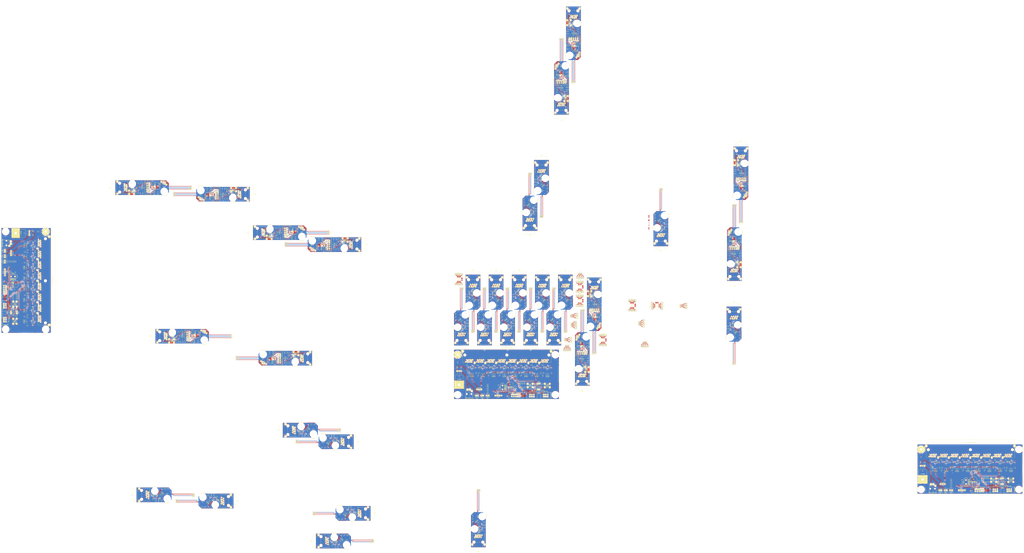
<source format=kicad_pcb>
(kicad_pcb (version 3) (host pcbnew "(2013-may-18)-stable")
  (layers (15 F.Cu signal) (0 B.Cu signal) (18 B.Paste user) (19 F.Paste user) (20 B.SilkS user) (21 F.SilkS user) (22 B.Mask user) (23 F.Mask user) (28 Edge.Cuts user))
  (net 0 "")
  (net 1 +12V)
  (net 2 /DI)
  (net 3 /LED1)
  (net 4 /LED2)
  (net 5 /LED3)
  (net 6 /LED4)
  (net 7 /MISO)
  (net 8 /MOSI)
  (net 9 /RESET)
  (net 10 /RX)
  (net 11 /SCK)
  (net 12 /SCL)
  (net 13 /SDA)
  (net 14 /SW1)
  (net 15 /TX)
  (net 16 /Vi2c)
  (net 17 /Vreg)
  (net 18 /XTAL1)
  (net 19 /XTAL2)
  (net 20 /ZAC_01)
  (net 21 /ZAC_02)
  (net 22 /ZAC_03)
  (net 23 /ZAC_04)
  (net 24 /ZAC_05)
  (net 25 /ZAC_06)
  (net 26 /ZAC_07)
  (net 27 /ZAC_08)
  (net 28 /z1a)
  (net 29 /z1b)
  (net 30 /z2a)
  (net 31 /z2b)
  (net 32 /z3a)
  (net 33 /z3b)
  (net 34 /z4a)
  (net 35 /z4b)
  (net 36 /z5a)
  (net 37 /z5b)
  (net 38 /z6a)
  (net 39 /z6b)
  (net 40 /z7a)
  (net 41 /z7b)
  (net 42 /z8a)
  (net 43 /z8b)
  (net 44 /za)
  (net 45 /zb)
  (net 46 GND)
  (net 47 N-000001)
  (net 48 N-0000010)
  (net 49 N-0000014)
  (net 50 N-0000015)
  (net 51 N-0000016)
  (net 52 N-000002)
  (net 53 N-0000027)
  (net 54 N-0000028)
  (net 55 N-0000029)
  (net 56 N-000003)
  (net 57 N-0000035)
  (net 58 N-000004)
  (net 59 N-0000040)
  (net 60 N-0000043)
  (net 61 N-000005)
  (net 62 N-000006)
  (net 63 N-0000066)
  (net 64 N-0000067)
  (net 65 N-0000068)
  (net 66 N-000007)
  (net 67 N-0000071)
  (net 68 N-0000077)
  (net 69 N-0000078)
  (net 70 N-000008)
  (net 71 N-0000081)
  (net 72 N-0000088)
  (net 73 VCC)
  (module Stiftleiste_4x1 (layer F.Cu) (at 164.216 6.788)
    (fp_text reference P2 (at 0 -2.032) (layer F.SilkS))
    (fp_text value CONN_4 (at 0 2.286) (layer F.SilkS))
    (pad 1 thru_hole rect (at -3.81 0) (size 2 2) (drill 0.9) (layers *.Cu *.Mask F.SilkS) (net 47 N-000001))
    (pad 2 thru_hole circle (at -1.27 0) (size 2 2) (drill 0.9) (layers *.Cu *.Mask F.SilkS) (net 52 N-000002))
    (pad 3 thru_hole circle (at 1.27 0) (size 2 2) (drill 0.9) (layers *.Cu *.Mask F.SilkS) (net 56 N-000003))
    (pad 4 thru_hole circle (at 3.81 0) (size 2 2) (drill 0.9) (layers *.Cu *.Mask F.SilkS) (net 58 N-000004))
  )
  (module HYT271 (layer F.Cu) (at 164.216 1.708 180)
    (fp_text reference P1 (at 0 3.429 180) (layer F.SilkS))
    (fp_text value CONN_4 (at 0 -1.778 180) (layer F.SilkS))
    (pad 2 thru_hole oval (at -0.635 0.127 180) (size 1 1.5) (drill 0.6) (layers *.Cu *.Mask F.SilkS) (net 56 N-000003))
    (pad 3 thru_hole oval (at 0.635 0.127 180) (size 1 1.5) (drill 0.6) (layers *.Cu *.Mask F.SilkS) (net 52 N-000002))
    (pad 4 thru_hole oval (at 1.905 0.127 180) (size 1 1.5) (drill 0.6) (layers *.Cu *.Mask F.SilkS) (net 47 N-000001))
    (pad 1 thru_hole trapezoid (at -1.905 0.127 180) (size 1 1.5) (drill 0.6) (layers *.Cu *.Mask F.SilkS) (net 58 N-000004))
  )
  (module st485 (layer F.Cu) (at 163.658 20.8683 180)
    (fp_text reference P2 (at 0 1 180) (layer F.SilkS) (effects (font (size 0.7493 0.7493) (thickness 0.14986))))
    (fp_text value so8 (at 0 2.8 180) (layer F.SilkS) (effects (font (size 0.7493 0.7493) (thickness 0.14986))))
    (pad 1 smd rect (at -1.908 5.1 180) (size 0.75 2) (layers F.Cu F.Paste F.Mask) (net 70 N-000008))
    (pad 2 smd rect (at -0.638 5.1 180) (size 0.75 2) (layers F.Cu F.Paste F.Mask) (net 66 N-000007))
    (pad 3 smd rect (at 0.632 5.1 180) (size 0.75 2) (layers F.Cu F.Paste F.Mask) (net 56 N-000003))
    (pad 4 smd rect (at 1.902 5.1 180) (size 0.75 2) (layers F.Cu F.Paste F.Mask) (net 52 N-000002))
    (pad 5 smd rect (at 1.902 -1.2 180) (size 0.75 2) (layers F.Cu F.Paste F.Mask) (net 58 N-000004))
    (pad 6 smd rect (at 0.632 -1.2 180) (size 0.75 2) (layers F.Cu F.Paste F.Mask) (net 47 N-000001))
    (pad 7 smd rect (at -0.638 -1.2 180) (size 0.75 2) (layers F.Cu F.Paste F.Mask) (net 61 N-000005))
    (pad 8 smd rect (at -1.908 -1.2 180) (size 0.75 2) (layers F.Cu F.Paste F.Mask) (net 62 N-000006))
  )
  (module Stiftleiste_4x1 (layer F.Cu) (at 163.658 25.326 180)
    (fp_text reference P1 (at 0 -2.032 180) (layer F.SilkS))
    (fp_text value CONN_4 (at 0 2.286 180) (layer F.SilkS))
    (pad 1 thru_hole rect (at -3.81 0 180) (size 2 2) (drill 0.9) (layers *.Cu *.Mask F.SilkS) (net 62 N-000006))
    (pad 2 thru_hole circle (at -1.27 0 180) (size 2 2) (drill 0.9) (layers *.Cu *.Mask F.SilkS) (net 61 N-000005))
    (pad 3 thru_hole circle (at 1.27 0 180) (size 2 2) (drill 0.9) (layers *.Cu *.Mask F.SilkS) (net 47 N-000001))
    (pad 4 thru_hole circle (at 3.81 0 180) (size 2 2) (drill 0.9) (layers *.Cu *.Mask F.SilkS) (net 58 N-000004))
  )
  (module Stiftleiste_4x1 (layer F.Cu) (at 163.658 12.626 180)
    (fp_text reference P3 (at 0 -2.032 180) (layer F.SilkS))
    (fp_text value CONN_4 (at 0 2.286 180) (layer F.SilkS))
    (pad 1 thru_hole rect (at -3.81 0 180) (size 2 2) (drill 0.9) (layers *.Cu *.Mask F.SilkS) (net 70 N-000008))
    (pad 2 thru_hole circle (at -1.27 0 180) (size 2 2) (drill 0.9) (layers *.Cu *.Mask F.SilkS) (net 66 N-000007))
    (pad 3 thru_hole circle (at 1.27 0 180) (size 2 2) (drill 0.9) (layers *.Cu *.Mask F.SilkS) (net 56 N-000003))
    (pad 4 thru_hole circle (at 3.81 0 180) (size 2 2) (drill 0.9) (layers *.Cu *.Mask F.SilkS) (net 52 N-000002))
  )
  (module st485 (layer F.Cu) (at 163.658 38.8683 180)
    (fp_text reference P2 (at 0 1 180) (layer F.SilkS) (effects (font (size 0.7493 0.7493) (thickness 0.14986))))
    (fp_text value so8 (at 0 2.8 180) (layer F.SilkS) (effects (font (size 0.7493 0.7493) (thickness 0.14986))))
    (pad 1 smd rect (at -1.908 5.1 180) (size 0.75 2) (layers F.Cu F.Paste F.Mask) (net 70 N-000008))
    (pad 2 smd rect (at -0.638 5.1 180) (size 0.75 2) (layers F.Cu F.Paste F.Mask) (net 66 N-000007))
    (pad 3 smd rect (at 0.632 5.1 180) (size 0.75 2) (layers F.Cu F.Paste F.Mask) (net 56 N-000003))
    (pad 4 smd rect (at 1.902 5.1 180) (size 0.75 2) (layers F.Cu F.Paste F.Mask) (net 52 N-000002))
    (pad 5 smd rect (at 1.902 -1.2 180) (size 0.75 2) (layers F.Cu F.Paste F.Mask) (net 58 N-000004))
    (pad 6 smd rect (at 0.632 -1.2 180) (size 0.75 2) (layers F.Cu F.Paste F.Mask) (net 47 N-000001))
    (pad 7 smd rect (at -0.638 -1.2 180) (size 0.75 2) (layers F.Cu F.Paste F.Mask) (net 61 N-000005))
    (pad 8 smd rect (at -1.908 -1.2 180) (size 0.75 2) (layers F.Cu F.Paste F.Mask) (net 62 N-000006))
  )
  (module Stiftleiste_4x1 (layer F.Cu) (at 163.658 43.326 180)
    (fp_text reference P1 (at 0 -2.032 180) (layer F.SilkS))
    (fp_text value CONN_4 (at 0 2.286 180) (layer F.SilkS))
    (pad 1 thru_hole rect (at -3.81 0 180) (size 2 2) (drill 0.9) (layers *.Cu *.Mask F.SilkS) (net 62 N-000006))
    (pad 2 thru_hole circle (at -1.27 0 180) (size 2 2) (drill 0.9) (layers *.Cu *.Mask F.SilkS) (net 61 N-000005))
    (pad 3 thru_hole circle (at 1.27 0 180) (size 2 2) (drill 0.9) (layers *.Cu *.Mask F.SilkS) (net 47 N-000001))
    (pad 4 thru_hole circle (at 3.81 0 180) (size 2 2) (drill 0.9) (layers *.Cu *.Mask F.SilkS) (net 58 N-000004))
  )
  (module Stiftleiste_4x1 (layer F.Cu) (at 163.658 30.626 180)
    (fp_text reference P3 (at 0 -2.032 180) (layer F.SilkS))
    (fp_text value CONN_4 (at 0 2.286 180) (layer F.SilkS))
    (pad 1 thru_hole rect (at -3.81 0 180) (size 2 2) (drill 0.9) (layers *.Cu *.Mask F.SilkS) (net 70 N-000008))
    (pad 2 thru_hole circle (at -1.27 0 180) (size 2 2) (drill 0.9) (layers *.Cu *.Mask F.SilkS) (net 66 N-000007))
    (pad 3 thru_hole circle (at 1.27 0 180) (size 2 2) (drill 0.9) (layers *.Cu *.Mask F.SilkS) (net 56 N-000003))
    (pad 4 thru_hole circle (at 3.81 0 180) (size 2 2) (drill 0.9) (layers *.Cu *.Mask F.SilkS) (net 52 N-000002))
  )
  (module Stiftleiste_3x1 (layer F.Cu) (at 159.668 56.492 90)
    (fp_text reference K1 (at 0 -2.032 90) (layer F.SilkS))
    (fp_text value CONN_3 (at 0 2.286 90) (layer F.SilkS))
    (pad 1 thru_hole rect (at -2.54 0 90) (size 2 2) (drill 0.9) (layers *.Cu *.Mask F.SilkS) (net 56 N-000003))
    (pad 2 thru_hole circle (at 0 0 90) (size 2 2) (drill 0.9) (layers *.Cu *.Mask F.SilkS) (net 52 N-000002))
    (pad 3 thru_hole circle (at 2.54 0 90) (size 2 2) (drill 0.9) (layers *.Cu *.Mask F.SilkS) (net 47 N-000001))
  )
  (module Tsic_TO92 (layer F.Cu) (at 154.588 56.492 270)
    (fp_text reference K2 (at 0 4.064 270) (layer F.SilkS))
    (fp_text value CONN_3 (at 0 0 270) (layer F.SilkS))
    (pad 2 thru_hole oval (at 0 1.912 270) (size 1 1.7) (drill 0.6) (layers *.Cu *.Mask F.SilkS) (net 52 N-000002))
    (pad 1 thru_hole trapezoid (at -1.27 1.912 270) (size 1 1.7) (drill 0.6) (layers *.Cu *.Mask F.SilkS) (net 47 N-000001))
    (pad 3 thru_hole oval (at 1.27 1.912 270) (size 1 1.7) (drill 0.6) (layers *.Cu *.Mask F.SilkS) (net 56 N-000003))
  )
  (module HYT271 (layer F.Cu) (at 153.208 68.284 270)
    (fp_text reference P1 (at 0 3.429 270) (layer F.SilkS))
    (fp_text value CONN_4 (at 0 -1.778 270) (layer F.SilkS))
    (pad 2 thru_hole oval (at -0.635 0.127 270) (size 1 1.5) (drill 0.6) (layers *.Cu *.Mask F.SilkS) (net 56 N-000003))
    (pad 3 thru_hole oval (at 0.635 0.127 270) (size 1 1.5) (drill 0.6) (layers *.Cu *.Mask F.SilkS) (net 52 N-000002))
    (pad 4 thru_hole oval (at 1.905 0.127 270) (size 1 1.5) (drill 0.6) (layers *.Cu *.Mask F.SilkS) (net 47 N-000001))
    (pad 1 thru_hole trapezoid (at -1.905 0.127 270) (size 1 1.5) (drill 0.6) (layers *.Cu *.Mask F.SilkS) (net 58 N-000004))
  )
  (module Stiftleiste_4x1 (layer F.Cu) (at 158.288 68.284 90)
    (fp_text reference P2 (at 0 -2.032 90) (layer F.SilkS))
    (fp_text value CONN_4 (at 0 2.286 90) (layer F.SilkS))
    (pad 1 thru_hole rect (at -3.81 0 90) (size 2 2) (drill 0.9) (layers *.Cu *.Mask F.SilkS) (net 47 N-000001))
    (pad 2 thru_hole circle (at -1.27 0 90) (size 2 2) (drill 0.9) (layers *.Cu *.Mask F.SilkS) (net 52 N-000002))
    (pad 3 thru_hole circle (at 1.27 0 90) (size 2 2) (drill 0.9) (layers *.Cu *.Mask F.SilkS) (net 56 N-000003))
    (pad 4 thru_hole circle (at 3.81 0 90) (size 2 2) (drill 0.9) (layers *.Cu *.Mask F.SilkS) (net 58 N-000004))
  )
  (module Stiftleiste_3x1 (layer F.Cu) (at 151.668 87.492 90)
    (fp_text reference K1 (at 0 -2.032 90) (layer F.SilkS))
    (fp_text value CONN_3 (at 0 2.286 90) (layer F.SilkS))
    (pad 1 thru_hole rect (at -2.54 0 90) (size 2 2) (drill 0.9) (layers *.Cu *.Mask F.SilkS) (net 56 N-000003))
    (pad 2 thru_hole circle (at 0 0 90) (size 2 2) (drill 0.9) (layers *.Cu *.Mask F.SilkS) (net 52 N-000002))
    (pad 3 thru_hole circle (at 2.54 0 90) (size 2 2) (drill 0.9) (layers *.Cu *.Mask F.SilkS) (net 47 N-000001))
  )
  (module Tsic_TO92 (layer F.Cu) (at 146.588 87.492 270)
    (fp_text reference K2 (at 0 4.064 270) (layer F.SilkS))
    (fp_text value CONN_3 (at 0 0 270) (layer F.SilkS))
    (pad 2 thru_hole oval (at 0 1.912 270) (size 1 1.7) (drill 0.6) (layers *.Cu *.Mask F.SilkS) (net 52 N-000002))
    (pad 1 thru_hole trapezoid (at -1.27 1.912 270) (size 1 1.7) (drill 0.6) (layers *.Cu *.Mask F.SilkS) (net 47 N-000001))
    (pad 3 thru_hole oval (at 1.27 1.912 270) (size 1 1.7) (drill 0.6) (layers *.Cu *.Mask F.SilkS) (net 56 N-000003))
  )
  (module st485 (layer F.Cu) (at 193.658 89.8683 180)
    (fp_text reference P2 (at 0 1 180) (layer F.SilkS) (effects (font (size 0.7493 0.7493) (thickness 0.14986))))
    (fp_text value so8 (at 0 2.8 180) (layer F.SilkS) (effects (font (size 0.7493 0.7493) (thickness 0.14986))))
    (pad 1 smd rect (at -1.908 5.1 180) (size 0.75 2) (layers F.Cu F.Paste F.Mask) (net 70 N-000008))
    (pad 2 smd rect (at -0.638 5.1 180) (size 0.75 2) (layers F.Cu F.Paste F.Mask) (net 66 N-000007))
    (pad 3 smd rect (at 0.632 5.1 180) (size 0.75 2) (layers F.Cu F.Paste F.Mask) (net 56 N-000003))
    (pad 4 smd rect (at 1.902 5.1 180) (size 0.75 2) (layers F.Cu F.Paste F.Mask) (net 52 N-000002))
    (pad 5 smd rect (at 1.902 -1.2 180) (size 0.75 2) (layers F.Cu F.Paste F.Mask) (net 58 N-000004))
    (pad 6 smd rect (at 0.632 -1.2 180) (size 0.75 2) (layers F.Cu F.Paste F.Mask) (net 47 N-000001))
    (pad 7 smd rect (at -0.638 -1.2 180) (size 0.75 2) (layers F.Cu F.Paste F.Mask) (net 61 N-000005))
    (pad 8 smd rect (at -1.908 -1.2 180) (size 0.75 2) (layers F.Cu F.Paste F.Mask) (net 62 N-000006))
  )
  (module Stiftleiste_4x1 (layer F.Cu) (at 193.658 94.326 180)
    (fp_text reference P1 (at 0 -2.032 180) (layer F.SilkS))
    (fp_text value CONN_4 (at 0 2.286 180) (layer F.SilkS))
    (pad 1 thru_hole rect (at -3.81 0 180) (size 2 2) (drill 0.9) (layers *.Cu *.Mask F.SilkS) (net 62 N-000006))
    (pad 2 thru_hole circle (at -1.27 0 180) (size 2 2) (drill 0.9) (layers *.Cu *.Mask F.SilkS) (net 61 N-000005))
    (pad 3 thru_hole circle (at 1.27 0 180) (size 2 2) (drill 0.9) (layers *.Cu *.Mask F.SilkS) (net 47 N-000001))
    (pad 4 thru_hole circle (at 3.81 0 180) (size 2 2) (drill 0.9) (layers *.Cu *.Mask F.SilkS) (net 58 N-000004))
  )
  (module Stiftleiste_4x1 (layer F.Cu) (at 193.658 81.626 180)
    (fp_text reference P3 (at 0 -2.032 180) (layer F.SilkS))
    (fp_text value CONN_4 (at 0 2.286 180) (layer F.SilkS))
    (pad 1 thru_hole rect (at -3.81 0 180) (size 2 2) (drill 0.9) (layers *.Cu *.Mask F.SilkS) (net 70 N-000008))
    (pad 2 thru_hole circle (at -1.27 0 180) (size 2 2) (drill 0.9) (layers *.Cu *.Mask F.SilkS) (net 66 N-000007))
    (pad 3 thru_hole circle (at 1.27 0 180) (size 2 2) (drill 0.9) (layers *.Cu *.Mask F.SilkS) (net 56 N-000003))
    (pad 4 thru_hole circle (at 3.81 0 180) (size 2 2) (drill 0.9) (layers *.Cu *.Mask F.SilkS) (net 52 N-000002))
  )
  (module Stiftleiste_4x1 (layer F.Cu) (at 147.216 100.788)
    (fp_text reference P2 (at 0 -2.032) (layer F.SilkS))
    (fp_text value CONN_4 (at 0 2.286) (layer F.SilkS))
    (pad 1 thru_hole rect (at -3.81 0) (size 2 2) (drill 0.9) (layers *.Cu *.Mask F.SilkS) (net 47 N-000001))
    (pad 2 thru_hole circle (at -1.27 0) (size 2 2) (drill 0.9) (layers *.Cu *.Mask F.SilkS) (net 52 N-000002))
    (pad 3 thru_hole circle (at 1.27 0) (size 2 2) (drill 0.9) (layers *.Cu *.Mask F.SilkS) (net 56 N-000003))
    (pad 4 thru_hole circle (at 3.81 0) (size 2 2) (drill 0.9) (layers *.Cu *.Mask F.SilkS) (net 58 N-000004))
  )
  (module HYT271 (layer F.Cu) (at 147.216 95.708 180)
    (fp_text reference P1 (at 0 3.429 180) (layer F.SilkS))
    (fp_text value CONN_4 (at 0 -1.778 180) (layer F.SilkS))
    (pad 2 thru_hole oval (at -0.635 0.127 180) (size 1 1.5) (drill 0.6) (layers *.Cu *.Mask F.SilkS) (net 56 N-000003))
    (pad 3 thru_hole oval (at 0.635 0.127 180) (size 1 1.5) (drill 0.6) (layers *.Cu *.Mask F.SilkS) (net 52 N-000002))
    (pad 4 thru_hole oval (at 1.905 0.127 180) (size 1 1.5) (drill 0.6) (layers *.Cu *.Mask F.SilkS) (net 47 N-000001))
    (pad 1 thru_hole trapezoid (at -1.905 0.127 180) (size 1 1.5) (drill 0.6) (layers *.Cu *.Mask F.SilkS) (net 58 N-000004))
  )
  (module HYT271 (layer F.Cu) (at 248.216 90.708 180)
    (fp_text reference P1 (at 0 3.429 180) (layer F.SilkS))
    (fp_text value CONN_4 (at 0 -1.778 180) (layer F.SilkS))
    (pad 2 thru_hole oval (at -0.635 0.127 180) (size 1 1.5) (drill 0.6) (layers *.Cu *.Mask F.SilkS) (net 56 N-000003))
    (pad 3 thru_hole oval (at 0.635 0.127 180) (size 1 1.5) (drill 0.6) (layers *.Cu *.Mask F.SilkS) (net 52 N-000002))
    (pad 4 thru_hole oval (at 1.905 0.127 180) (size 1 1.5) (drill 0.6) (layers *.Cu *.Mask F.SilkS) (net 47 N-000001))
    (pad 1 thru_hole trapezoid (at -1.905 0.127 180) (size 1 1.5) (drill 0.6) (layers *.Cu *.Mask F.SilkS) (net 58 N-000004))
  )
  (module Stiftleiste_4x1 (layer F.Cu) (at 248.216 95.788)
    (fp_text reference P2 (at 0 -2.032) (layer F.SilkS))
    (fp_text value CONN_4 (at 0 2.286) (layer F.SilkS))
    (pad 1 thru_hole rect (at -3.81 0) (size 2 2) (drill 0.9) (layers *.Cu *.Mask F.SilkS) (net 47 N-000001))
    (pad 2 thru_hole circle (at -1.27 0) (size 2 2) (drill 0.9) (layers *.Cu *.Mask F.SilkS) (net 52 N-000002))
    (pad 3 thru_hole circle (at 1.27 0) (size 2 2) (drill 0.9) (layers *.Cu *.Mask F.SilkS) (net 56 N-000003))
    (pad 4 thru_hole circle (at 3.81 0) (size 2 2) (drill 0.9) (layers *.Cu *.Mask F.SilkS) (net 58 N-000004))
  )
  (module st485 (layer F.Cu) (at 265.8683 43.342 270)
    (fp_text reference P2 (at 0 1 270) (layer F.SilkS) (effects (font (size 0.7493 0.7493) (thickness 0.14986))))
    (fp_text value so8 (at 0 2.8 270) (layer F.SilkS) (effects (font (size 0.7493 0.7493) (thickness 0.14986))))
    (pad 1 smd rect (at -1.908 5.1 270) (size 0.75 2) (layers F.Cu F.Paste F.Mask) (net 70 N-000008))
    (pad 2 smd rect (at -0.638 5.1 270) (size 0.75 2) (layers F.Cu F.Paste F.Mask) (net 66 N-000007))
    (pad 3 smd rect (at 0.632 5.1 270) (size 0.75 2) (layers F.Cu F.Paste F.Mask) (net 56 N-000003))
    (pad 4 smd rect (at 1.902 5.1 270) (size 0.75 2) (layers F.Cu F.Paste F.Mask) (net 52 N-000002))
    (pad 5 smd rect (at 1.902 -1.2 270) (size 0.75 2) (layers F.Cu F.Paste F.Mask) (net 58 N-000004))
    (pad 6 smd rect (at 0.632 -1.2 270) (size 0.75 2) (layers F.Cu F.Paste F.Mask) (net 47 N-000001))
    (pad 7 smd rect (at -0.638 -1.2 270) (size 0.75 2) (layers F.Cu F.Paste F.Mask) (net 61 N-000005))
    (pad 8 smd rect (at -1.908 -1.2 270) (size 0.75 2) (layers F.Cu F.Paste F.Mask) (net 62 N-000006))
  )
  (module Stiftleiste_4x1 (layer F.Cu) (at 270.326 43.342 270)
    (fp_text reference P1 (at 0 -2.032 270) (layer F.SilkS))
    (fp_text value CONN_4 (at 0 2.286 270) (layer F.SilkS))
    (pad 1 thru_hole rect (at -3.81 0 270) (size 2 2) (drill 0.9) (layers *.Cu *.Mask F.SilkS) (net 62 N-000006))
    (pad 2 thru_hole circle (at -1.27 0 270) (size 2 2) (drill 0.9) (layers *.Cu *.Mask F.SilkS) (net 61 N-000005))
    (pad 3 thru_hole circle (at 1.27 0 270) (size 2 2) (drill 0.9) (layers *.Cu *.Mask F.SilkS) (net 47 N-000001))
    (pad 4 thru_hole circle (at 3.81 0 270) (size 2 2) (drill 0.9) (layers *.Cu *.Mask F.SilkS) (net 58 N-000004))
  )
  (module Stiftleiste_4x1 (layer F.Cu) (at 257.626 43.342 270)
    (fp_text reference P3 (at 0 -2.032 270) (layer F.SilkS))
    (fp_text value CONN_4 (at 0 2.286 270) (layer F.SilkS))
    (pad 1 thru_hole rect (at -3.81 0 270) (size 2 2) (drill 0.9) (layers *.Cu *.Mask F.SilkS) (net 70 N-000008))
    (pad 2 thru_hole circle (at -1.27 0 270) (size 2 2) (drill 0.9) (layers *.Cu *.Mask F.SilkS) (net 66 N-000007))
    (pad 3 thru_hole circle (at 1.27 0 270) (size 2 2) (drill 0.9) (layers *.Cu *.Mask F.SilkS) (net 56 N-000003))
    (pad 4 thru_hole circle (at 3.81 0 270) (size 2 2) (drill 0.9) (layers *.Cu *.Mask F.SilkS) (net 52 N-000002))
  )
  (module st485 (layer F.Cu) (at 6.658 10.8683 180)
    (fp_text reference P2 (at 0 1 180) (layer F.SilkS) (effects (font (size 0.7493 0.7493) (thickness 0.14986))))
    (fp_text value so8 (at 0 2.8 180) (layer F.SilkS) (effects (font (size 0.7493 0.7493) (thickness 0.14986))))
    (pad 1 smd rect (at -1.908 5.1 180) (size 0.75 2) (layers F.Cu F.Paste F.Mask) (net 70 N-000008))
    (pad 2 smd rect (at -0.638 5.1 180) (size 0.75 2) (layers F.Cu F.Paste F.Mask) (net 66 N-000007))
    (pad 3 smd rect (at 0.632 5.1 180) (size 0.75 2) (layers F.Cu F.Paste F.Mask) (net 56 N-000003))
    (pad 4 smd rect (at 1.902 5.1 180) (size 0.75 2) (layers F.Cu F.Paste F.Mask) (net 52 N-000002))
    (pad 5 smd rect (at 1.902 -1.2 180) (size 0.75 2) (layers F.Cu F.Paste F.Mask) (net 58 N-000004))
    (pad 6 smd rect (at 0.632 -1.2 180) (size 0.75 2) (layers F.Cu F.Paste F.Mask) (net 47 N-000001))
    (pad 7 smd rect (at -0.638 -1.2 180) (size 0.75 2) (layers F.Cu F.Paste F.Mask) (net 61 N-000005))
    (pad 8 smd rect (at -1.908 -1.2 180) (size 0.75 2) (layers F.Cu F.Paste F.Mask) (net 62 N-000006))
  )
  (module Stiftleiste_4x1 (layer F.Cu) (at 6.658 15.326 180)
    (fp_text reference P1 (at 0 -2.032 180) (layer F.SilkS))
    (fp_text value CONN_4 (at 0 2.286 180) (layer F.SilkS))
    (pad 1 thru_hole rect (at -3.81 0 180) (size 2 2) (drill 0.9) (layers *.Cu *.Mask F.SilkS) (net 62 N-000006))
    (pad 2 thru_hole circle (at -1.27 0 180) (size 2 2) (drill 0.9) (layers *.Cu *.Mask F.SilkS) (net 61 N-000005))
    (pad 3 thru_hole circle (at 1.27 0 180) (size 2 2) (drill 0.9) (layers *.Cu *.Mask F.SilkS) (net 47 N-000001))
    (pad 4 thru_hole circle (at 3.81 0 180) (size 2 2) (drill 0.9) (layers *.Cu *.Mask F.SilkS) (net 58 N-000004))
  )
  (module Stiftleiste_4x1 (layer F.Cu) (at 6.658 2.626 180)
    (fp_text reference P3 (at 0 -2.032 180) (layer F.SilkS))
    (fp_text value CONN_4 (at 0 2.286 180) (layer F.SilkS))
    (pad 1 thru_hole rect (at -3.81 0 180) (size 2 2) (drill 0.9) (layers *.Cu *.Mask F.SilkS) (net 70 N-000008))
    (pad 2 thru_hole circle (at -1.27 0 180) (size 2 2) (drill 0.9) (layers *.Cu *.Mask F.SilkS) (net 66 N-000007))
    (pad 3 thru_hole circle (at 1.27 0 180) (size 2 2) (drill 0.9) (layers *.Cu *.Mask F.SilkS) (net 56 N-000003))
    (pad 4 thru_hole circle (at 3.81 0 180) (size 2 2) (drill 0.9) (layers *.Cu *.Mask F.SilkS) (net 52 N-000002))
  )
  (module hohlbuchse_475_17 (layer F.Cu) (at 20 158 180)
    (fp_text reference P6 (at 0 -7.3 180) (layer F.SilkS))
    (fp_text value HOHLBUCHSE (at 0 -5.1 180) (layer F.SilkS))
    (pad 2 thru_hole oval (at -1.1 5.7 180) (size 2.5 3.1) (drill 1.5) (layers *.Cu *.Mask F.SilkS))
    (pad 1 thru_hole oval (at 2.2 5.7 180) (size 2.5 3.1) (drill 1.5) (layers *.Cu *.Mask F.SilkS) (net 1 +12V))
    (pad 3 thru_hole oval (at -3.5 3.7 180) (size 2.5 3.1) (drill 1.5) (layers *.Cu *.Mask F.SilkS) (net 46 GND))
    (pad "" np_thru_hole circle (at -3 0 180) (size 1.5 1.5) (drill 1.5) (layers *.Cu *.Mask F.SilkS))
    (pad "" np_thru_hole circle (at 3 0 180) (size 1.5 1.5) (drill 1.5) (layers *.Cu *.Mask F.SilkS))
  )
  (module SM0805_big (layer F.Cu) (at 5 116.8 270)
    (fp_text reference R34 (at 0 -0.3175 270) (layer F.SilkS) (effects (font (size 0.50038 0.50038) (thickness 0.10922))))
    (fp_text value 0 (at 0 0.381 270) (layer F.SilkS) (effects (font (size 0.50038 0.50038) (thickness 0.10922))))
    (pad 1 smd rect (at -1.108 0 270) (size 1.2 1.397) (layers F.Cu F.Paste F.Mask) (net 53 N-0000027))
    (pad 2 smd rect (at 1.108 0 270) (size 1.2 1.397) (layers F.Cu F.Paste F.Mask) (net 46 GND))
  )
  (module SM0603_big (layer F.Cu) (at 115.2 134.3 270)
    (fp_text reference C32 (at 0 -0.8 270) (layer F.SilkS) (effects (font (size 0.508 0.4572) (thickness 0.1143))))
    (fp_text value 100n hide)
    (pad 1 smd rect (at -0.945 0 270) (size 1 1.143) (layers F.Cu F.Paste F.Mask) (net 73 VCC))
    (pad 2 smd rect (at 0.945 0 270) (size 1 1.143) (layers F.Cu F.Paste F.Mask) (net 46 GND))
  )
  (module SM0603_big (layer F.Cu) (at 101.3 134.1 270)
    (fp_text reference C31 (at 0 -0.8 270) (layer F.SilkS) (effects (font (size 0.508 0.4572) (thickness 0.1143))))
    (fp_text value 100n hide)
    (pad 1 smd rect (at -0.945 0 270) (size 1 1.143) (layers F.Cu F.Paste F.Mask) (net 73 VCC))
    (pad 2 smd rect (at 0.945 0 270) (size 1 1.143) (layers F.Cu F.Paste F.Mask) (net 46 GND))
  )
  (module SM0603_big (layer F.Cu) (at 87.2 134.1 270)
    (fp_text reference C30 (at 0 -0.8 270) (layer F.SilkS) (effects (font (size 0.508 0.4572) (thickness 0.1143))))
    (fp_text value 100n hide)
    (pad 1 smd rect (at -0.945 0 270) (size 1 1.143) (layers F.Cu F.Paste F.Mask) (net 73 VCC))
    (pad 2 smd rect (at 0.945 0 270) (size 1 1.143) (layers F.Cu F.Paste F.Mask) (net 46 GND))
  )
  (module SM0603_big (layer F.Cu) (at 75.7 134.3 270)
    (fp_text reference C29 (at 0 -0.8 270) (layer F.SilkS) (effects (font (size 0.508 0.4572) (thickness 0.1143))))
    (fp_text value 100n hide)
    (pad 1 smd rect (at -0.945 0 270) (size 1 1.143) (layers F.Cu F.Paste F.Mask) (net 73 VCC))
    (pad 2 smd rect (at 0.945 0 270) (size 1 1.143) (layers F.Cu F.Paste F.Mask) (net 46 GND))
  )
  (module SM0603_big (layer F.Cu) (at 59.1 134.1 270)
    (fp_text reference C28 (at 0 -0.8 270) (layer F.SilkS) (effects (font (size 0.508 0.4572) (thickness 0.1143))))
    (fp_text value 100n hide)
    (pad 1 smd rect (at -0.945 0 270) (size 1 1.143) (layers F.Cu F.Paste F.Mask) (net 73 VCC))
    (pad 2 smd rect (at 0.945 0 270) (size 1 1.143) (layers F.Cu F.Paste F.Mask) (net 46 GND))
  )
  (module SM0603_big (layer F.Cu) (at 45.1 134.1 270)
    (fp_text reference C27 (at 0 -0.8 270) (layer F.SilkS) (effects (font (size 0.508 0.4572) (thickness 0.1143))))
    (fp_text value 100n hide)
    (pad 1 smd rect (at -0.945 0 270) (size 1 1.143) (layers F.Cu F.Paste F.Mask) (net 73 VCC))
    (pad 2 smd rect (at 0.945 0 270) (size 1 1.143) (layers F.Cu F.Paste F.Mask) (net 46 GND))
  )
  (module SM0603_big (layer F.Cu) (at 31.2 134.2 270)
    (fp_text reference C26 (at 0 -0.8 270) (layer F.SilkS) (effects (font (size 0.508 0.4572) (thickness 0.1143))))
    (fp_text value 100n hide)
    (pad 1 smd rect (at -0.945 0 270) (size 1 1.143) (layers F.Cu F.Paste F.Mask) (net 73 VCC))
    (pad 2 smd rect (at 0.945 0 270) (size 1 1.143) (layers F.Cu F.Paste F.Mask) (net 46 GND))
  )
  (module SM0603_big (layer F.Cu) (at 19.4 134.4 270)
    (fp_text reference C25 (at 0 -0.8 270) (layer F.SilkS) (effects (font (size 0.508 0.4572) (thickness 0.1143))))
    (fp_text value 100n hide)
    (pad 1 smd rect (at -0.945 0 270) (size 1 1.143) (layers F.Cu F.Paste F.Mask) (net 73 VCC))
    (pad 2 smd rect (at 0.945 0 270) (size 1 1.143) (layers F.Cu F.Paste F.Mask) (net 46 GND))
  )
  (module SM0805_big (layer F.Cu) (at 44 153.2)
    (fp_text reference C24 (at 0 -0.3175) (layer F.SilkS) (effects (font (size 0.50038 0.50038) (thickness 0.10922))))
    (fp_text value 10u (at 0 0.381) (layer F.SilkS) (effects (font (size 0.50038 0.50038) (thickness 0.10922))))
    (pad 1 smd rect (at -1.108 0) (size 1.2 1.397) (layers F.Cu F.Paste F.Mask) (net 73 VCC))
    (pad 2 smd rect (at 1.108 0) (size 1.2 1.397) (layers F.Cu F.Paste F.Mask) (net 46 GND))
  )
  (module SM0805_big (layer F.Cu) (at 44 150.6)
    (fp_text reference C23 (at 0 -0.3175) (layer F.SilkS) (effects (font (size 0.50038 0.50038) (thickness 0.10922))))
    (fp_text value 10u (at 0 0.381) (layer F.SilkS) (effects (font (size 0.50038 0.50038) (thickness 0.10922))))
    (pad 1 smd rect (at -1.108 0) (size 1.2 1.397) (layers F.Cu F.Paste F.Mask) (net 73 VCC))
    (pad 2 smd rect (at 1.108 0) (size 1.2 1.397) (layers F.Cu F.Paste F.Mask) (net 46 GND))
  )
  (module m3_loch (layer F.Cu) (at 5 159 90)
    (fp_text reference m3_loch (at 0 -5.588 90) (layer F.SilkS))
    (fp_text value VAL** (at 0 5.842 90) (layer F.SilkS))
    (pad "" np_thru_hole circle (at 0 0 90) (size 3.4 3.4) (drill 3.4) (layers *.Cu *.Mask F.SilkS) (clearance 3.3))
  )
  (module m3_loch (layer F.Cu) (at 132 159 90)
    (fp_text reference m3_loch (at 0 -5.588 90) (layer F.SilkS))
    (fp_text value VAL** (at 0 5.842 90) (layer F.SilkS))
    (pad "" np_thru_hole circle (at 0 0 90) (size 3.4 3.4) (drill 3.4) (layers *.Cu *.Mask F.SilkS) (clearance 3.3))
  )
  (module m3_loch (layer F.Cu) (at 132 107 90)
    (fp_text reference m3_loch (at 0 -5.588 90) (layer F.SilkS))
    (fp_text value VAL** (at 0 5.842 90) (layer F.SilkS))
    (pad "" np_thru_hole circle (at 0 0 90) (size 3.4 3.4) (drill 3.4) (layers *.Cu *.Mask F.SilkS) (clearance 3.3))
  )
  (module DIP_Schalter_2pol (layer F.Cu) (at 110.4 148.2)
    (fp_text reference SW2 (at 0 -6.096) (layer F.SilkS))
    (fp_text value SCHALTER_2POL (at 0 6.096) (layer F.SilkS))
    (fp_text user off (at 0 2.032) (layer F.SilkS))
    (fp_text user on (at 0 -2.032) (layer F.SilkS))
    (pad 1 thru_hole rect (at -1.27 3.81) (size 1.8 1.8) (drill 0.8) (layers *.Cu *.Mask F.SilkS) (net 12 /SCL))
    (pad 2 thru_hole circle (at 1.27 3.81) (size 1.8 1.8) (drill 0.8) (layers *.Cu *.Mask F.SilkS) (net 13 /SDA))
    (pad 4 thru_hole circle (at 1.27 -3.81) (size 1.8 1.8) (drill 0.8) (layers *.Cu *.Mask F.SilkS) (net 66 N-000007))
    (pad 3 thru_hole circle (at -1.27 -3.81) (size 1.8 1.8) (drill 0.8) (layers *.Cu *.Mask F.SilkS) (net 70 N-000008))
  )
  (module HC-49_quarz_big (layer F.Cu) (at 63.3 149.4 90)
    (fp_text reference X1 (at 0 -3.81 90) (layer F.SilkS) (effects (font (size 1.524 1.524) (thickness 0.3048))))
    (fp_text value 20MHz (at 0 3.81 90) (layer F.SilkS) (effects (font (size 1.524 1.524) (thickness 0.3048))))
    (pad 1 thru_hole circle (at -2.54 0 90) (size 1.6 1.6) (drill 0.7) (layers *.Cu *.Mask F.SilkS) (net 19 /XTAL2))
    (pad 2 thru_hole circle (at 2.54 0 90) (size 1.6 1.6) (drill 0.7) (layers *.Cu *.Mask F.SilkS) (net 18 /XTAL1))
  )
  (module lm7805_lying (layer F.Cu) (at 7 146 180)
    (fp_text reference U1 (at 0 11 180) (layer F.SilkS))
    (fp_text value LM7805 (at 0 7 180) (layer F.SilkS))
    (pad 2 thru_hole oval (at 0 17.8 180) (size 2 2) (drill 1) (layers *.Cu *.Mask F.SilkS) (net 46 GND))
    (pad 1 thru_hole trapezoid (at -2.54 17.8 180) (size 2 2) (drill 1) (layers *.Cu *.Mask F.SilkS) (net 1 +12V))
    (pad 3 thru_hole oval (at 2.54 17.8 180) (size 2 2) (drill 1) (layers *.Cu *.Mask F.SilkS) (net 17 /Vreg))
    (pad 2 thru_hole rect (at 0 0 180) (size 12.4 10.5) (drill 3.4) (layers *.Cu *.Mask F.SilkS) (net 46 GND))
  )
  (module LPV_Stiftleiste_2pol (layer F.Cu) (at 30 160 180)
    (fp_text reference P5 (at 0 -4.064 180) (layer F.SilkS))
    (fp_text value 12Vin (at 0 -2.032 180) (layer F.SilkS))
    (pad 1 thru_hole rect (at -1.27 0 180) (size 2 2) (drill 1) (layers *.Cu *.Mask F.SilkS) (net 46 GND))
    (pad 2 thru_hole circle (at 1.27 0 180) (size 2 2) (drill 1) (layers *.Cu *.Mask F.SilkS) (net 1 +12V))
  )
  (module LPV_Stiftleiste_2pol (layer F.Cu) (at 37 160 180)
    (fp_text reference P9 (at 0 -4.064 180) (layer F.SilkS))
    (fp_text value 5Vin (at 0 -2.032 180) (layer F.SilkS))
    (pad 1 thru_hole rect (at -1.27 0 180) (size 2 2) (drill 1) (layers *.Cu *.Mask F.SilkS) (net 46 GND))
    (pad 2 thru_hole circle (at 1.27 0 180) (size 2 2) (drill 1) (layers *.Cu *.Mask F.SilkS) (net 17 /Vreg))
  )
  (module LPV_Stiftleiste_2pol (layer F.Cu) (at 44 160 180)
    (fp_text reference P7 (at 0 -4.064 180) (layer F.SilkS))
    (fp_text value Vccin (at 0 -2.032 180) (layer F.SilkS))
    (pad 1 thru_hole rect (at -1.27 0 180) (size 2 2) (drill 1) (layers *.Cu *.Mask F.SilkS) (net 46 GND))
    (pad 2 thru_hole circle (at 1.27 0 180) (size 2 2) (drill 1) (layers *.Cu *.Mask F.SilkS) (net 73 VCC))
  )
  (module m3_scheibe (layer F.Cu) (at 5 107 90)
    (fp_text reference P2 (at 0 -5.588 90) (layer F.SilkS))
    (fp_text value Shield (at 0 5.842 90) (layer F.SilkS))
    (pad 1 thru_hole circle (at 0 0 90) (size 9 9) (drill 3.4) (layers *.Cu *.Mask F.SilkS) (net 53 N-0000027) (clearance 1))
  )
  (module RJ45_8P8C_8x (layer F.Cu) (at 69 103 180)
    (fp_text reference J1 (at 0 10 180) (layer F.SilkS))
    (fp_text value RJ45_8P8C_8FACH (at 0 5 180) (layer F.SilkS))
    (pad h8 thru_hole circle (at 53.354 -13.2704 180) (size 1.9 1.9) (drill 0.8) (layers *.Cu *.Mask F.SilkS) (net 46 GND))
    (pad "" np_thru_hole circle (at 0.014 -4.38 180) (size 3.2 3.2) (drill 3.2) (layers *.Cu *.Mask F.SilkS))
    (pad "" np_thru_hole circle (at 54.614 -4.38 180) (size 3.2 3.2) (drill 3.2) (layers *.Cu *.Mask F.SilkS))
    (pad "" np_thru_hole circle (at -54.586 -4.38 180) (size 3.2 3.2) (drill 3.2) (layers *.Cu *.Mask F.SilkS))
    (pad h6 thru_hole circle (at 50.814 -13.2704 180) (size 1.9 1.9) (drill 0.8) (layers *.Cu *.Mask F.SilkS))
    (pad h4 thru_hole circle (at 48.274 -13.2704 180) (size 1.9 1.9) (drill 0.8) (layers *.Cu *.Mask F.SilkS) (net 73 VCC))
    (pad h2 thru_hole circle (at 45.734 -13.2704 180) (size 1.9 1.9) (drill 0.8) (layers *.Cu *.Mask F.SilkS) (net 43 /z8b))
    (pad h7 thru_hole circle (at 52.084 -10.7304 180) (size 1.9 1.9) (drill 0.8) (layers *.Cu *.Mask F.SilkS) (net 46 GND))
    (pad h5 thru_hole circle (at 49.544 -10.7304 180) (size 1.9 1.9) (drill 0.8) (layers *.Cu *.Mask F.SilkS) (net 73 VCC))
    (pad h3 thru_hole circle (at 47.004 -10.7304 180) (size 1.9 1.9) (drill 0.8) (layers *.Cu *.Mask F.SilkS))
    (pad h1 thru_hole circle (at 44.464 -10.7304 180) (size 1.9 1.9) (drill 0.8) (layers *.Cu *.Mask F.SilkS) (net 42 /z8a))
    (pad s thru_hole circle (at 57.354 0.5296 180) (size 3.6 3.6) (drill 1.6) (layers *.Cu *.Mask F.SilkS) (net 46 GND))
    (pad s thru_hole oval (at 41.924 -14.5204 180) (size 2.2 3.5) (drill 1.6) (layers *.Cu *.Mask F.SilkS) (net 46 GND))
    (pad s thru_hole oval (at 27.954 -14.5204 180) (size 2.2 3.5) (drill 1.6) (layers *.Cu *.Mask F.SilkS) (net 46 GND))
    (pad s thru_hole oval (at 13.984 -14.5204 180) (size 2.2 3.5) (drill 1.6) (layers *.Cu *.Mask F.SilkS) (net 46 GND))
    (pad s thru_hole oval (at 0.014 -14.5004 180) (size 2.2 3.5) (drill 1.6) (layers *.Cu *.Mask F.SilkS) (net 46 GND))
    (pad s thru_hole oval (at -13.956 -14.5204 180) (size 2.2 3.5) (drill 1.6) (layers *.Cu *.Mask F.SilkS) (net 46 GND))
    (pad s thru_hole oval (at -27.926 -14.5204 180) (size 2.2 3.5) (drill 1.6) (layers *.Cu *.Mask F.SilkS) (net 46 GND))
    (pad s thru_hole oval (at -41.896234 -14.5796 180) (size 2.2 3.5) (drill 1.6) (layers *.Cu *.Mask F.SilkS) (net 46 GND))
    (pad s thru_hole circle (at -57.326 0.5296 180) (size 3.6 3.6) (drill 1.6) (layers *.Cu *.Mask F.SilkS) (net 46 GND))
    (pad g8 thru_hole circle (at 39.384 -13.2704 180) (size 1.9 1.9) (drill 0.8) (layers *.Cu *.Mask F.SilkS) (net 46 GND))
    (pad g6 thru_hole circle (at 36.844 -13.2704 180) (size 1.9 1.9) (drill 0.8) (layers *.Cu *.Mask F.SilkS))
    (pad g4 thru_hole circle (at 34.304 -13.2704 180) (size 1.9 1.9) (drill 0.8) (layers *.Cu *.Mask F.SilkS) (net 73 VCC))
    (pad g2 thru_hole circle (at 31.764 -13.2704 180) (size 1.9 1.9) (drill 0.8) (layers *.Cu *.Mask F.SilkS) (net 41 /z7b))
    (pad g7 thru_hole circle (at 38.114 -10.7304 180) (size 1.9 1.9) (drill 0.8) (layers *.Cu *.Mask F.SilkS) (net 46 GND))
    (pad g5 thru_hole circle (at 35.574 -10.7304 180) (size 1.9 1.9) (drill 0.8) (layers *.Cu *.Mask F.SilkS) (net 73 VCC))
    (pad g3 thru_hole circle (at 33.034 -10.7304 180) (size 1.9 1.9) (drill 0.8) (layers *.Cu *.Mask F.SilkS))
    (pad g1 thru_hole circle (at 30.494 -10.7304 180) (size 1.9 1.9) (drill 0.8) (layers *.Cu *.Mask F.SilkS) (net 40 /z7a))
    (pad f8 thru_hole circle (at 25.414 -13.2704 180) (size 1.9 1.9) (drill 0.8) (layers *.Cu *.Mask F.SilkS) (net 46 GND))
    (pad f6 thru_hole circle (at 22.874 -13.2704 180) (size 1.9 1.9) (drill 0.8) (layers *.Cu *.Mask F.SilkS))
    (pad f4 thru_hole circle (at 20.334 -13.2704 180) (size 1.9 1.9) (drill 0.8) (layers *.Cu *.Mask F.SilkS) (net 73 VCC))
    (pad f2 thru_hole circle (at 17.794 -13.2704 180) (size 1.9 1.9) (drill 0.8) (layers *.Cu *.Mask F.SilkS) (net 39 /z6b))
    (pad f7 thru_hole circle (at 24.144 -10.7304 180) (size 1.9 1.9) (drill 0.8) (layers *.Cu *.Mask F.SilkS) (net 46 GND))
    (pad f5 thru_hole circle (at 21.604 -10.7304 180) (size 1.9 1.9) (drill 0.8) (layers *.Cu *.Mask F.SilkS) (net 73 VCC))
    (pad f3 thru_hole circle (at 19.064 -10.7304 180) (size 1.9 1.9) (drill 0.8) (layers *.Cu *.Mask F.SilkS))
    (pad f1 thru_hole circle (at 16.524 -10.7304 180) (size 1.9 1.9) (drill 0.8) (layers *.Cu *.Mask F.SilkS) (net 38 /z6a))
    (pad e8 thru_hole circle (at 11.444 -13.2704 180) (size 1.9 1.9) (drill 0.8) (layers *.Cu *.Mask F.SilkS) (net 46 GND))
    (pad e6 thru_hole circle (at 8.904 -13.2704 180) (size 1.9 1.9) (drill 0.8) (layers *.Cu *.Mask F.SilkS))
    (pad e4 thru_hole circle (at 6.364 -13.2704 180) (size 1.9 1.9) (drill 0.8) (layers *.Cu *.Mask F.SilkS) (net 73 VCC))
    (pad e2 thru_hole circle (at 3.824 -13.2704 180) (size 1.9 1.9) (drill 0.8) (layers *.Cu *.Mask F.SilkS) (net 37 /z5b))
    (pad e7 thru_hole circle (at 10.174 -10.7304 180) (size 1.9 1.9) (drill 0.8) (layers *.Cu *.Mask F.SilkS) (net 46 GND))
    (pad e5 thru_hole circle (at 7.634 -10.7304 180) (size 1.9 1.9) (drill 0.8) (layers *.Cu *.Mask F.SilkS) (net 73 VCC))
    (pad e3 thru_hole circle (at 5.094 -10.7304 180) (size 1.9 1.9) (drill 0.8) (layers *.Cu *.Mask F.SilkS))
    (pad e1 thru_hole circle (at 2.554 -10.7304 180) (size 1.9 1.9) (drill 0.8) (layers *.Cu *.Mask F.SilkS) (net 36 /z5a))
    (pad d8 thru_hole circle (at -2.526 -13.2704 180) (size 1.9 1.9) (drill 0.8) (layers *.Cu *.Mask F.SilkS) (net 46 GND))
    (pad d6 thru_hole circle (at -5.066 -13.2704 180) (size 1.9 1.9) (drill 0.8) (layers *.Cu *.Mask F.SilkS))
    (pad d4 thru_hole circle (at -7.606 -13.2704 180) (size 1.9 1.9) (drill 0.8) (layers *.Cu *.Mask F.SilkS) (net 73 VCC))
    (pad d2 thru_hole circle (at -10.146 -13.2704 180) (size 1.9 1.9) (drill 0.8) (layers *.Cu *.Mask F.SilkS) (net 35 /z4b))
    (pad d7 thru_hole circle (at -3.796 -10.7304 180) (size 1.9 1.9) (drill 0.8) (layers *.Cu *.Mask F.SilkS) (net 46 GND))
    (pad d5 thru_hole circle (at -6.336 -10.7304 180) (size 1.9 1.9) (drill 0.8) (layers *.Cu *.Mask F.SilkS) (net 73 VCC))
    (pad d3 thru_hole circle (at -8.876 -10.7304 180) (size 1.9 1.9) (drill 0.8) (layers *.Cu *.Mask F.SilkS))
    (pad d1 thru_hole circle (at -11.416 -10.7304 180) (size 1.9 1.9) (drill 0.8) (layers *.Cu *.Mask F.SilkS) (net 34 /z4a))
    (pad c8 thru_hole circle (at -16.496 -13.2704 180) (size 1.9 1.9) (drill 0.8) (layers *.Cu *.Mask F.SilkS) (net 46 GND))
    (pad c6 thru_hole circle (at -19.036 -13.2704 180) (size 1.9 1.9) (drill 0.8) (layers *.Cu *.Mask F.SilkS))
    (pad c4 thru_hole circle (at -21.576 -13.2704 180) (size 1.9 1.9) (drill 0.8) (layers *.Cu *.Mask F.SilkS) (net 73 VCC))
    (pad c2 thru_hole circle (at -24.116 -13.2704 180) (size 1.9 1.9) (drill 0.8) (layers *.Cu *.Mask F.SilkS) (net 33 /z3b))
    (pad c7 thru_hole circle (at -17.766 -10.7304 180) (size 1.9 1.9) (drill 0.8) (layers *.Cu *.Mask F.SilkS) (net 46 GND))
    (pad c5 thru_hole circle (at -20.306 -10.7304 180) (size 1.9 1.9) (drill 0.8) (layers *.Cu *.Mask F.SilkS) (net 73 VCC))
    (pad c3 thru_hole circle (at -22.846 -10.7304 180) (size 1.9 1.9) (drill 0.8) (layers *.Cu *.Mask F.SilkS))
    (pad c1 thru_hole circle (at -25.386 -10.7304 180) (size 1.9 1.9) (drill 0.8) (layers *.Cu *.Mask F.SilkS) (net 32 /z3a))
    (pad b8 thru_hole circle (at -30.466 -13.2704 180) (size 1.9 1.9) (drill 0.8) (layers *.Cu *.Mask F.SilkS) (net 46 GND))
    (pad b6 thru_hole circle (at -33.006 -13.2704 180) (size 1.9 1.9) (drill 0.8) (layers *.Cu *.Mask F.SilkS))
    (pad b4 thru_hole circle (at -35.546 -13.2704 180) (size 1.9 1.9) (drill 0.8) (layers *.Cu *.Mask F.SilkS) (net 73 VCC))
    (pad b2 thru_hole circle (at -38.086 -13.2704 180) (size 1.9 1.9) (drill 0.8) (layers *.Cu *.Mask F.SilkS) (net 31 /z2b))
    (pad b7 thru_hole circle (at -31.736 -10.7304 180) (size 1.9 1.9) (drill 0.8) (layers *.Cu *.Mask F.SilkS) (net 46 GND))
    (pad b5 thru_hole circle (at -34.276 -10.7304 180) (size 1.9 1.9) (drill 0.8) (layers *.Cu *.Mask F.SilkS) (net 73 VCC))
    (pad b3 thru_hole circle (at -36.816 -10.7304 180) (size 1.9 1.9) (drill 0.8) (layers *.Cu *.Mask F.SilkS))
    (pad b1 thru_hole circle (at -39.356 -10.7304 180) (size 1.9 1.9) (drill 0.8) (layers *.Cu *.Mask F.SilkS) (net 30 /z2a))
    (pad a8 thru_hole circle (at -44.436 -13.2704 180) (size 1.9 1.9) (drill 0.8) (layers *.Cu *.Mask F.SilkS) (net 46 GND))
    (pad a6 thru_hole circle (at -46.976 -13.2704 180) (size 1.9 1.9) (drill 0.8) (layers *.Cu *.Mask F.SilkS))
    (pad a4 thru_hole circle (at -49.516 -13.2704 180) (size 1.9 1.9) (drill 0.8) (layers *.Cu *.Mask F.SilkS) (net 73 VCC))
    (pad a2 thru_hole circle (at -52.056 -13.2704 180) (size 1.9 1.9) (drill 0.8) (layers *.Cu *.Mask F.SilkS) (net 29 /z1b))
    (pad a7 thru_hole circle (at -45.706 -10.7304 180) (size 1.9 1.9) (drill 0.8) (layers *.Cu *.Mask F.SilkS) (net 46 GND))
    (pad a5 thru_hole circle (at -48.246 -10.7304 180) (size 1.9 1.9) (drill 0.8) (layers *.Cu *.Mask F.SilkS) (net 73 VCC))
    (pad a3 thru_hole circle (at -50.786 -10.7304 180) (size 1.9 1.9) (drill 0.8) (layers *.Cu *.Mask F.SilkS))
    (pad a1 thru_hole circle (at -53.326 -10.7304 180) (size 1.9 1.9) (drill 0.8) (layers *.Cu *.Mask F.SilkS) (net 28 /z1a))
  )
  (module SM0603_big (layer F.Cu) (at 112.8 130.8 270)
    (fp_text reference R15 (at 0 -0.8 270) (layer F.SilkS) (effects (font (size 0.508 0.4572) (thickness 0.1143))))
    (fp_text value 22k hide)
    (pad 1 smd rect (at -0.945 0 270) (size 1 1.143) (layers F.Cu F.Paste F.Mask) (net 31 /z2b))
    (pad 2 smd rect (at 0.945 0 270) (size 1 1.143) (layers F.Cu F.Paste F.Mask) (net 46 GND))
  )
  (module SM0603_big (layer F.Cu) (at 109.8 123.8 180)
    (fp_text reference C8 (at 0 -0.8 180) (layer F.SilkS) (effects (font (size 0.508 0.4572) (thickness 0.1143))))
    (fp_text value 100n hide)
    (pad 1 smd rect (at -0.945 0 180) (size 1 1.143) (layers F.Cu F.Paste F.Mask) (net 30 /z2a))
    (pad 2 smd rect (at 0.945 0 180) (size 1 1.143) (layers F.Cu F.Paste F.Mask) (net 72 N-0000088))
  )
  (module SM0603_big (layer F.Cu) (at 102.8 130.8 90)
    (fp_text reference R11 (at 0 -0.8 90) (layer F.SilkS) (effects (font (size 0.508 0.4572) (thickness 0.1143))))
    (fp_text value 22k hide)
    (pad 1 smd rect (at -0.945 0 90) (size 1 1.143) (layers F.Cu F.Paste F.Mask) (net 73 VCC))
    (pad 2 smd rect (at 0.945 0 90) (size 1 1.143) (layers F.Cu F.Paste F.Mask) (net 30 /z2a))
  )
  (module SM0603_big (layer F.Cu) (at 91.6 123.8)
    (fp_text reference R20 (at 0 -0.8) (layer F.SilkS) (effects (font (size 0.508 0.4572) (thickness 0.1143))))
    (fp_text value 120 hide)
    (pad 1 smd rect (at -0.945 0) (size 1 1.143) (layers F.Cu F.Paste F.Mask) (net 33 /z3b))
    (pad 2 smd rect (at 0.945 0) (size 1 1.143) (layers F.Cu F.Paste F.Mask) (net 68 N-0000077))
  )
  (module SM0603_big (layer F.Cu) (at 60.75 130.75 90)
    (fp_text reference R22 (at 0 -0.8 90) (layer F.SilkS) (effects (font (size 0.508 0.4572) (thickness 0.1143))))
    (fp_text value 22k hide)
    (pad 1 smd rect (at -0.945 0 90) (size 1 1.143) (layers F.Cu F.Paste F.Mask) (net 73 VCC))
    (pad 2 smd rect (at 0.945 0 90) (size 1 1.143) (layers F.Cu F.Paste F.Mask) (net 36 /z5a))
  )
  (module SM0603_big (layer F.Cu) (at 95.8 123.8 180)
    (fp_text reference C9 (at 0 -0.8 180) (layer F.SilkS) (effects (font (size 0.508 0.4572) (thickness 0.1143))))
    (fp_text value 100n hide)
    (pad 1 smd rect (at -0.945 0 180) (size 1 1.143) (layers F.Cu F.Paste F.Mask) (net 32 /z3a))
    (pad 2 smd rect (at 0.945 0 180) (size 1 1.143) (layers F.Cu F.Paste F.Mask) (net 68 N-0000077))
  )
  (module SM0603_big (layer F.Cu) (at 88.8 130.8 90)
    (fp_text reference R12 (at 0 -0.8 90) (layer F.SilkS) (effects (font (size 0.508 0.4572) (thickness 0.1143))))
    (fp_text value 22k hide)
    (pad 1 smd rect (at -0.945 0 90) (size 1 1.143) (layers F.Cu F.Paste F.Mask) (net 73 VCC))
    (pad 2 smd rect (at 0.945 0 90) (size 1 1.143) (layers F.Cu F.Paste F.Mask) (net 32 /z3a))
  )
  (module SM0603_big (layer F.Cu) (at 77.8 123.8)
    (fp_text reference R21 (at 0 -0.8) (layer F.SilkS) (effects (font (size 0.508 0.4572) (thickness 0.1143))))
    (fp_text value 120 hide)
    (pad 1 smd rect (at -0.945 0) (size 1 1.143) (layers F.Cu F.Paste F.Mask) (net 35 /z4b))
    (pad 2 smd rect (at 0.945 0) (size 1 1.143) (layers F.Cu F.Paste F.Mask) (net 69 N-0000078))
  )
  (module SM0603_big (layer F.Cu) (at 84.8 130.8 270)
    (fp_text reference R17 (at 0 -0.8 270) (layer F.SilkS) (effects (font (size 0.508 0.4572) (thickness 0.1143))))
    (fp_text value 22k hide)
    (pad 1 smd rect (at -0.945 0 270) (size 1 1.143) (layers F.Cu F.Paste F.Mask) (net 35 /z4b))
    (pad 2 smd rect (at 0.945 0 270) (size 1 1.143) (layers F.Cu F.Paste F.Mask) (net 46 GND))
  )
  (module SM0603_big (layer F.Cu) (at 81.8 123.8 180)
    (fp_text reference C10 (at 0 -0.8 180) (layer F.SilkS) (effects (font (size 0.508 0.4572) (thickness 0.1143))))
    (fp_text value 100n hide)
    (pad 1 smd rect (at -0.945 0 180) (size 1 1.143) (layers F.Cu F.Paste F.Mask) (net 34 /z4a))
    (pad 2 smd rect (at 0.945 0 180) (size 1 1.143) (layers F.Cu F.Paste F.Mask) (net 69 N-0000078))
  )
  (module SM0603_big (layer F.Cu) (at 74.8 130.8 90)
    (fp_text reference R13 (at 0 -0.8 90) (layer F.SilkS) (effects (font (size 0.508 0.4572) (thickness 0.1143))))
    (fp_text value 22k hide)
    (pad 1 smd rect (at -0.945 0 90) (size 1 1.143) (layers F.Cu F.Paste F.Mask) (net 73 VCC))
    (pad 2 smd rect (at 0.945 0 90) (size 1 1.143) (layers F.Cu F.Paste F.Mask) (net 34 /z4a))
  )
  (module SM0603_big (layer F.Cu) (at 63.75 123.75)
    (fp_text reference R30 (at 0 -0.8) (layer F.SilkS) (effects (font (size 0.508 0.4572) (thickness 0.1143))))
    (fp_text value 120 hide)
    (pad 1 smd rect (at -0.945 0) (size 1 1.143) (layers F.Cu F.Paste F.Mask) (net 37 /z5b))
    (pad 2 smd rect (at 0.945 0) (size 1 1.143) (layers F.Cu F.Paste F.Mask) (net 71 N-0000081))
  )
  (module SM0603_big (layer F.Cu) (at 70.75 130.75 270)
    (fp_text reference R26 (at 0 -0.8 270) (layer F.SilkS) (effects (font (size 0.508 0.4572) (thickness 0.1143))))
    (fp_text value 22k hide)
    (pad 1 smd rect (at -0.945 0 270) (size 1 1.143) (layers F.Cu F.Paste F.Mask) (net 37 /z5b))
    (pad 2 smd rect (at 0.945 0 270) (size 1 1.143) (layers F.Cu F.Paste F.Mask) (net 46 GND))
  )
  (module SM0603_big (layer F.Cu) (at 98.8 130.8 270)
    (fp_text reference R16 (at 0 -0.8 270) (layer F.SilkS) (effects (font (size 0.508 0.4572) (thickness 0.1143))))
    (fp_text value 22k hide)
    (pad 1 smd rect (at -0.945 0 270) (size 1 1.143) (layers F.Cu F.Paste F.Mask) (net 33 /z3b))
    (pad 2 smd rect (at 0.945 0 270) (size 1 1.143) (layers F.Cu F.Paste F.Mask) (net 46 GND))
  )
  (module SM0603_big (layer F.Cu) (at 105.8 123.8)
    (fp_text reference R19 (at 0 -0.8) (layer F.SilkS) (effects (font (size 0.508 0.4572) (thickness 0.1143))))
    (fp_text value 120 hide)
    (pad 1 smd rect (at -0.945 0) (size 1 1.143) (layers F.Cu F.Paste F.Mask) (net 31 /z2b))
    (pad 2 smd rect (at 0.945 0) (size 1 1.143) (layers F.Cu F.Paste F.Mask) (net 72 N-0000088))
  )
  (module SM0603_big (layer F.Cu) (at 116.8 130.8 90)
    (fp_text reference R10 (at 0 -0.8 90) (layer F.SilkS) (effects (font (size 0.508 0.4572) (thickness 0.1143))))
    (fp_text value 22k hide)
    (pad 1 smd rect (at -0.945 0 90) (size 1 1.143) (layers F.Cu F.Paste F.Mask) (net 73 VCC))
    (pad 2 smd rect (at 0.945 0 90) (size 1 1.143) (layers F.Cu F.Paste F.Mask) (net 28 /z1a))
  )
  (module SM0603_big (layer F.Cu) (at 123.8 123.8 180)
    (fp_text reference C7 (at 0 -0.8 180) (layer F.SilkS) (effects (font (size 0.508 0.4572) (thickness 0.1143))))
    (fp_text value 100n hide)
    (pad 1 smd rect (at -0.945 0 180) (size 1 1.143) (layers F.Cu F.Paste F.Mask) (net 28 /z1a))
    (pad 2 smd rect (at 0.945 0 180) (size 1 1.143) (layers F.Cu F.Paste F.Mask) (net 67 N-0000071))
  )
  (module SM0603_big (layer F.Cu) (at 80.4 147.8 90)
    (fp_text reference C2 (at 0 -0.8 90) (layer F.SilkS) (effects (font (size 0.508 0.4572) (thickness 0.1143))))
    (fp_text value 100n hide)
    (pad 1 smd rect (at -0.945 0 90) (size 1 1.143) (layers F.Cu F.Paste F.Mask) (net 73 VCC))
    (pad 2 smd rect (at 0.945 0 90) (size 1 1.143) (layers F.Cu F.Paste F.Mask) (net 46 GND))
  )
  (module SM0603_big (layer F.Cu) (at 58.1 152)
    (fp_text reference C4 (at 0 -0.8) (layer F.SilkS) (effects (font (size 0.508 0.4572) (thickness 0.1143))))
    (fp_text value 22p hide)
    (pad 1 smd rect (at -0.945 0) (size 1 1.143) (layers F.Cu F.Paste F.Mask) (net 46 GND))
    (pad 2 smd rect (at 0.945 0) (size 1 1.143) (layers F.Cu F.Paste F.Mask) (net 19 /XTAL2))
  )
  (module SM0603_big (layer F.Cu) (at 58.1 146.8)
    (fp_text reference C3 (at 0 -0.8) (layer F.SilkS) (effects (font (size 0.508 0.4572) (thickness 0.1143))))
    (fp_text value 22p hide)
    (pad 1 smd rect (at -0.945 0) (size 1 1.143) (layers F.Cu F.Paste F.Mask) (net 46 GND))
    (pad 2 smd rect (at 0.945 0) (size 1 1.143) (layers F.Cu F.Paste F.Mask) (net 18 /XTAL1))
  )
  (module SM0603_big (layer F.Cu) (at 87.2 149.4 270)
    (fp_text reference D2 (at 0 -0.8 270) (layer F.SilkS) (effects (font (size 0.508 0.4572) (thickness 0.1143))))
    (fp_text value LED2 hide)
    (pad 1 smd rect (at -0.945 0 270) (size 1 1.143) (layers F.Cu F.Paste F.Mask) (net 64 N-0000067))
    (pad 2 smd rect (at 0.945 0 270) (size 1 1.143) (layers F.Cu F.Paste F.Mask) (net 4 /LED2))
  )
  (module SM0603_big (layer F.Cu) (at 115.4 145.4 90)
    (fp_text reference R7 (at 0 -0.8 90) (layer F.SilkS) (effects (font (size 0.508 0.4572) (thickness 0.1143))))
    (fp_text value 2k2 hide)
    (pad 1 smd rect (at -0.945 0 90) (size 1 1.143) (layers F.Cu F.Paste F.Mask) (net 73 VCC))
    (pad 2 smd rect (at 0.945 0 90) (size 1 1.143) (layers F.Cu F.Paste F.Mask) (net 66 N-000007))
  )
  (module SM0603_big (layer F.Cu) (at 105.4 145.4 90)
    (fp_text reference R6 (at 0 -0.8 90) (layer F.SilkS) (effects (font (size 0.508 0.4572) (thickness 0.1143))))
    (fp_text value 2k2 hide)
    (pad 1 smd rect (at -0.945 0 90) (size 1 1.143) (layers F.Cu F.Paste F.Mask) (net 73 VCC))
    (pad 2 smd rect (at 0.945 0 90) (size 1 1.143) (layers F.Cu F.Paste F.Mask) (net 70 N-000008))
  )
  (module SM0603_big (layer F.Cu) (at 84.8 149.4 270)
    (fp_text reference D1 (at 0 -0.8 270) (layer F.SilkS) (effects (font (size 0.508 0.4572) (thickness 0.1143))))
    (fp_text value LED1 hide)
    (pad 1 smd rect (at -0.945 0 270) (size 1 1.143) (layers F.Cu F.Paste F.Mask) (net 65 N-0000068))
    (pad 2 smd rect (at 0.945 0 270) (size 1 1.143) (layers F.Cu F.Paste F.Mask) (net 3 /LED1))
  )
  (module SM0603_big (layer F.Cu) (at 44 145.6 180)
    (fp_text reference D5 (at 0 -0.8 180) (layer F.SilkS) (effects (font (size 0.508 0.4572) (thickness 0.1143))))
    (fp_text value LED_POW hide)
    (pad 1 smd rect (at -0.945 0 180) (size 1 1.143) (layers F.Cu F.Paste F.Mask) (net 63 N-0000066))
    (pad 2 smd rect (at 0.945 0 180) (size 1 1.143) (layers F.Cu F.Paste F.Mask) (net 46 GND))
  )
  (module SM0603_big (layer F.Cu) (at 9.4 123.6 180)
    (fp_text reference C5 (at 0 -0.8 180) (layer F.SilkS) (effects (font (size 0.508 0.4572) (thickness 0.1143))))
    (fp_text value 330nF hide)
    (pad 1 smd rect (at -0.945 0 180) (size 1 1.143) (layers F.Cu F.Paste F.Mask) (net 1 +12V))
    (pad 2 smd rect (at 0.945 0 180) (size 1 1.143) (layers F.Cu F.Paste F.Mask) (net 46 GND))
  )
  (module SM0603_big (layer F.Cu) (at 4.4 123.6)
    (fp_text reference C6 (at 0 -0.8) (layer F.SilkS) (effects (font (size 0.508 0.4572) (thickness 0.1143))))
    (fp_text value 100nF hide)
    (pad 1 smd rect (at -0.945 0) (size 1 1.143) (layers F.Cu F.Paste F.Mask) (net 17 /Vreg))
    (pad 2 smd rect (at 0.945 0) (size 1 1.143) (layers F.Cu F.Paste F.Mask) (net 46 GND))
  )
  (module SM0603_big (layer F.Cu) (at 72 135 270)
    (fp_text reference R9 (at 0 -0.8 270) (layer F.SilkS) (effects (font (size 0.508 0.4572) (thickness 0.1143))))
    (fp_text value 10k hide)
    (pad 1 smd rect (at -0.945 0 270) (size 1 1.143) (layers F.Cu F.Paste F.Mask) (net 73 VCC))
    (pad 2 smd rect (at 0.945 0 270) (size 1 1.143) (layers F.Cu F.Paste F.Mask) (net 9 /RESET))
  )
  (module SM0603_big (layer F.Cu) (at 119.8 123.8)
    (fp_text reference R18 (at 0 -0.8) (layer F.SilkS) (effects (font (size 0.508 0.4572) (thickness 0.1143))))
    (fp_text value 120 hide)
    (pad 1 smd rect (at -0.945 0) (size 1 1.143) (layers F.Cu F.Paste F.Mask) (net 29 /z1b))
    (pad 2 smd rect (at 0.945 0) (size 1 1.143) (layers F.Cu F.Paste F.Mask) (net 67 N-0000071))
  )
  (module SM0603_big (layer F.Cu) (at 67.75 123.75 180)
    (fp_text reference C11 (at 0 -0.8 180) (layer F.SilkS) (effects (font (size 0.508 0.4572) (thickness 0.1143))))
    (fp_text value 100n hide)
    (pad 1 smd rect (at -0.945 0 180) (size 1 1.143) (layers F.Cu F.Paste F.Mask) (net 36 /z5a))
    (pad 2 smd rect (at 0.945 0 180) (size 1 1.143) (layers F.Cu F.Paste F.Mask) (net 71 N-0000081))
  )
  (module SM0603_big (layer F.Cu) (at 92 149.4 270)
    (fp_text reference D4 (at 0 -0.8 270) (layer F.SilkS) (effects (font (size 0.508 0.4572) (thickness 0.1143))))
    (fp_text value LED4 hide)
    (pad 1 smd rect (at -0.945 0 270) (size 1 1.143) (layers F.Cu F.Paste F.Mask) (net 59 N-0000040))
    (pad 2 smd rect (at 0.945 0 270) (size 1 1.143) (layers F.Cu F.Paste F.Mask) (net 6 /LED4))
  )
  (module SM0603_big (layer F.Cu) (at 89.6 149.4 270)
    (fp_text reference D3 (at 0 -0.8 270) (layer F.SilkS) (effects (font (size 0.508 0.4572) (thickness 0.1143))))
    (fp_text value LED3 hide)
    (pad 1 smd rect (at -0.945 0 270) (size 1 1.143) (layers F.Cu F.Paste F.Mask) (net 60 N-0000043))
    (pad 2 smd rect (at 0.945 0 270) (size 1 1.143) (layers F.Cu F.Paste F.Mask) (net 5 /LED3))
  )
  (module SM0603_big (layer F.Cu) (at 99.2 151.4 180)
    (fp_text reference R1 (at 0 -0.8 180) (layer F.SilkS) (effects (font (size 0.508 0.4572) (thickness 0.1143))))
    (fp_text value 10k hide)
    (pad 1 smd rect (at -0.945 0 180) (size 1 1.143) (layers F.Cu F.Paste F.Mask) (net 14 /SW1))
    (pad 2 smd rect (at 0.945 0 180) (size 1 1.143) (layers F.Cu F.Paste F.Mask) (net 46 GND))
  )
  (module SM0603_big (layer F.Cu) (at 17.2 120.4 180)
    (fp_text reference C15 (at 0 -0.8 180) (layer F.SilkS) (effects (font (size 0.508 0.4572) (thickness 0.1143))))
    (fp_text value 100n hide)
    (pad 1 smd rect (at -0.945 0 180) (size 1 1.143) (layers F.Cu F.Paste F.Mask) (net 73 VCC))
    (pad 2 smd rect (at 0.945 0 180) (size 1 1.143) (layers F.Cu F.Paste F.Mask) (net 46 GND))
  )
  (module SM0603_big (layer F.Cu) (at 31.2 120.4 180)
    (fp_text reference C16 (at 0 -0.8 180) (layer F.SilkS) (effects (font (size 0.508 0.4572) (thickness 0.1143))))
    (fp_text value 100n hide)
    (pad 1 smd rect (at -0.945 0 180) (size 1 1.143) (layers F.Cu F.Paste F.Mask) (net 73 VCC))
    (pad 2 smd rect (at 0.945 0 180) (size 1 1.143) (layers F.Cu F.Paste F.Mask) (net 46 GND))
  )
  (module SM0603_big (layer F.Cu) (at 45.2 120.4 180)
    (fp_text reference C17 (at 0 -0.8 180) (layer F.SilkS) (effects (font (size 0.508 0.4572) (thickness 0.1143))))
    (fp_text value 100n hide)
    (pad 1 smd rect (at -0.945 0 180) (size 1 1.143) (layers F.Cu F.Paste F.Mask) (net 73 VCC))
    (pad 2 smd rect (at 0.945 0 180) (size 1 1.143) (layers F.Cu F.Paste F.Mask) (net 46 GND))
  )
  (module SM0603_big (layer F.Cu) (at 18.8 130.8 90)
    (fp_text reference R25 (at 0 -0.8 90) (layer F.SilkS) (effects (font (size 0.508 0.4572) (thickness 0.1143))))
    (fp_text value 22k hide)
    (pad 1 smd rect (at -0.945 0 90) (size 1 1.143) (layers F.Cu F.Paste F.Mask) (net 73 VCC))
    (pad 2 smd rect (at 0.945 0 90) (size 1 1.143) (layers F.Cu F.Paste F.Mask) (net 42 /z8a))
  )
  (module SM0603_big (layer F.Cu) (at 25.8 123.8 180)
    (fp_text reference C14 (at 0 -0.8 180) (layer F.SilkS) (effects (font (size 0.508 0.4572) (thickness 0.1143))))
    (fp_text value 100n hide)
    (pad 1 smd rect (at -0.945 0 180) (size 1 1.143) (layers F.Cu F.Paste F.Mask) (net 42 /z8a))
    (pad 2 smd rect (at 0.945 0 180) (size 1 1.143) (layers F.Cu F.Paste F.Mask) (net 54 N-0000028))
  )
  (module SM0603_big (layer F.Cu) (at 59.2 120.4 180)
    (fp_text reference C18 (at 0 -0.8 180) (layer F.SilkS) (effects (font (size 0.508 0.4572) (thickness 0.1143))))
    (fp_text value 100n hide)
    (pad 1 smd rect (at -0.945 0 180) (size 1 1.143) (layers F.Cu F.Paste F.Mask) (net 73 VCC))
    (pad 2 smd rect (at 0.945 0 180) (size 1 1.143) (layers F.Cu F.Paste F.Mask) (net 46 GND))
  )
  (module SM0603_big (layer F.Cu) (at 28.8 130.8 270)
    (fp_text reference R29 (at 0 -0.8 270) (layer F.SilkS) (effects (font (size 0.508 0.4572) (thickness 0.1143))))
    (fp_text value 22k hide)
    (pad 1 smd rect (at -0.945 0 270) (size 1 1.143) (layers F.Cu F.Paste F.Mask) (net 43 /z8b))
    (pad 2 smd rect (at 0.945 0 270) (size 1 1.143) (layers F.Cu F.Paste F.Mask) (net 46 GND))
  )
  (module SM0603_big (layer F.Cu) (at 21.8 123.8)
    (fp_text reference R33 (at 0 -0.8) (layer F.SilkS) (effects (font (size 0.508 0.4572) (thickness 0.1143))))
    (fp_text value 120 hide)
    (pad 1 smd rect (at -0.945 0) (size 1 1.143) (layers F.Cu F.Paste F.Mask) (net 43 /z8b))
    (pad 2 smd rect (at 0.945 0) (size 1 1.143) (layers F.Cu F.Paste F.Mask) (net 54 N-0000028))
  )
  (module SM0603_big (layer F.Cu) (at 73.2 120.4 180)
    (fp_text reference C19 (at 0 -0.8 180) (layer F.SilkS) (effects (font (size 0.508 0.4572) (thickness 0.1143))))
    (fp_text value 100n hide)
    (pad 1 smd rect (at -0.945 0 180) (size 1 1.143) (layers F.Cu F.Paste F.Mask) (net 73 VCC))
    (pad 2 smd rect (at 0.945 0 180) (size 1 1.143) (layers F.Cu F.Paste F.Mask) (net 46 GND))
  )
  (module SM0603_big (layer F.Cu) (at 49.8 123.8)
    (fp_text reference R31 (at 0 -0.8) (layer F.SilkS) (effects (font (size 0.508 0.4572) (thickness 0.1143))))
    (fp_text value 120 hide)
    (pad 1 smd rect (at -0.945 0) (size 1 1.143) (layers F.Cu F.Paste F.Mask) (net 39 /z6b))
    (pad 2 smd rect (at 0.945 0) (size 1 1.143) (layers F.Cu F.Paste F.Mask) (net 55 N-0000029))
  )
  (module SM0603_big (layer F.Cu) (at 56.8 130.8 270)
    (fp_text reference R27 (at 0 -0.8 270) (layer F.SilkS) (effects (font (size 0.508 0.4572) (thickness 0.1143))))
    (fp_text value 22k hide)
    (pad 1 smd rect (at -0.945 0 270) (size 1 1.143) (layers F.Cu F.Paste F.Mask) (net 39 /z6b))
    (pad 2 smd rect (at 0.945 0 270) (size 1 1.143) (layers F.Cu F.Paste F.Mask) (net 46 GND))
  )
  (module SM0603_big (layer F.Cu) (at 53.8 123.8 180)
    (fp_text reference C12 (at 0 -0.8 180) (layer F.SilkS) (effects (font (size 0.508 0.4572) (thickness 0.1143))))
    (fp_text value 100n hide)
    (pad 1 smd rect (at -0.945 0 180) (size 1 1.143) (layers F.Cu F.Paste F.Mask) (net 38 /z6a))
    (pad 2 smd rect (at 0.945 0 180) (size 1 1.143) (layers F.Cu F.Paste F.Mask) (net 55 N-0000029))
  )
  (module SM0603_big (layer F.Cu) (at 46.8 130.8 90)
    (fp_text reference R23 (at 0 -0.8 90) (layer F.SilkS) (effects (font (size 0.508 0.4572) (thickness 0.1143))))
    (fp_text value 22k hide)
    (pad 1 smd rect (at -0.945 0 90) (size 1 1.143) (layers F.Cu F.Paste F.Mask) (net 73 VCC))
    (pad 2 smd rect (at 0.945 0 90) (size 1 1.143) (layers F.Cu F.Paste F.Mask) (net 38 /z6a))
  )
  (module SM0603_big (layer F.Cu) (at 115.2 120.2 180)
    (fp_text reference C22 (at 0 -0.8 180) (layer F.SilkS) (effects (font (size 0.508 0.4572) (thickness 0.1143))))
    (fp_text value 100n hide)
    (pad 1 smd rect (at -0.945 0 180) (size 1 1.143) (layers F.Cu F.Paste F.Mask) (net 73 VCC))
    (pad 2 smd rect (at 0.945 0 180) (size 1 1.143) (layers F.Cu F.Paste F.Mask) (net 46 GND))
  )
  (module SM0603_big (layer F.Cu) (at 101.2 120.2 180)
    (fp_text reference C21 (at 0 -0.8 180) (layer F.SilkS) (effects (font (size 0.508 0.4572) (thickness 0.1143))))
    (fp_text value 100n hide)
    (pad 1 smd rect (at -0.945 0 180) (size 1 1.143) (layers F.Cu F.Paste F.Mask) (net 73 VCC))
    (pad 2 smd rect (at 0.945 0 180) (size 1 1.143) (layers F.Cu F.Paste F.Mask) (net 46 GND))
  )
  (module SM0603_big (layer F.Cu) (at 35.8 123.8)
    (fp_text reference R32 (at 0 -0.8) (layer F.SilkS) (effects (font (size 0.508 0.4572) (thickness 0.1143))))
    (fp_text value 120 hide)
    (pad 1 smd rect (at -0.945 0) (size 1 1.143) (layers F.Cu F.Paste F.Mask) (net 41 /z7b))
    (pad 2 smd rect (at 0.945 0) (size 1 1.143) (layers F.Cu F.Paste F.Mask) (net 57 N-0000035))
  )
  (module SM0603_big (layer F.Cu) (at 42.8 130.8 270)
    (fp_text reference R28 (at 0 -0.8 270) (layer F.SilkS) (effects (font (size 0.508 0.4572) (thickness 0.1143))))
    (fp_text value 22k hide)
    (pad 1 smd rect (at -0.945 0 270) (size 1 1.143) (layers F.Cu F.Paste F.Mask) (net 41 /z7b))
    (pad 2 smd rect (at 0.945 0 270) (size 1 1.143) (layers F.Cu F.Paste F.Mask) (net 46 GND))
  )
  (module SM0603_big (layer F.Cu) (at 39.8 123.8 180)
    (fp_text reference C13 (at 0 -0.8 180) (layer F.SilkS) (effects (font (size 0.508 0.4572) (thickness 0.1143))))
    (fp_text value 100n hide)
    (pad 1 smd rect (at -0.945 0 180) (size 1 1.143) (layers F.Cu F.Paste F.Mask) (net 40 /z7a))
    (pad 2 smd rect (at 0.945 0 180) (size 1 1.143) (layers F.Cu F.Paste F.Mask) (net 57 N-0000035))
  )
  (module SM0603_big (layer F.Cu) (at 87.2 120.4 180)
    (fp_text reference C20 (at 0 -0.8 180) (layer F.SilkS) (effects (font (size 0.508 0.4572) (thickness 0.1143))))
    (fp_text value 100n hide)
    (pad 1 smd rect (at -0.945 0 180) (size 1 1.143) (layers F.Cu F.Paste F.Mask) (net 73 VCC))
    (pad 2 smd rect (at 0.945 0 180) (size 1 1.143) (layers F.Cu F.Paste F.Mask) (net 46 GND))
  )
  (module SM0603_big (layer F.Cu) (at 126.8 130.8 270)
    (fp_text reference R14 (at 0 -0.8 270) (layer F.SilkS) (effects (font (size 0.508 0.4572) (thickness 0.1143))))
    (fp_text value 22k hide)
    (pad 1 smd rect (at -0.945 0 270) (size 1 1.143) (layers F.Cu F.Paste F.Mask) (net 29 /z1b))
    (pad 2 smd rect (at 0.945 0 270) (size 1 1.143) (layers F.Cu F.Paste F.Mask) (net 46 GND))
  )
  (module SM0603_big (layer F.Cu) (at 32.8 130.8 90)
    (fp_text reference R24 (at 0 -0.8 90) (layer F.SilkS) (effects (font (size 0.508 0.4572) (thickness 0.1143))))
    (fp_text value 22k hide)
    (pad 1 smd rect (at -0.945 0 90) (size 1 1.143) (layers F.Cu F.Paste F.Mask) (net 73 VCC))
    (pad 2 smd rect (at 0.945 0 90) (size 1 1.143) (layers F.Cu F.Paste F.Mask) (net 40 /z7a))
  )
  (module SM0805_big (layer F.Cu) (at 92 144.4 90)
    (fp_text reference R5 (at 0 -0.3175 90) (layer F.SilkS) (effects (font (size 0.50038 0.50038) (thickness 0.10922))))
    (fp_text value 150 (at 0 0.381 90) (layer F.SilkS) (effects (font (size 0.50038 0.50038) (thickness 0.10922))))
    (pad 1 smd rect (at -1.108 0 90) (size 1.2 1.397) (layers F.Cu F.Paste F.Mask) (net 59 N-0000040))
    (pad 2 smd rect (at 1.108 0 90) (size 1.2 1.397) (layers F.Cu F.Paste F.Mask) (net 73 VCC))
  )
  (module SM0805_big (layer F.Cu) (at 89.6 144.4 90)
    (fp_text reference R4 (at 0 -0.3175 90) (layer F.SilkS) (effects (font (size 0.50038 0.50038) (thickness 0.10922))))
    (fp_text value 150 (at 0 0.381 90) (layer F.SilkS) (effects (font (size 0.50038 0.50038) (thickness 0.10922))))
    (pad 1 smd rect (at -1.108 0 90) (size 1.2 1.397) (layers F.Cu F.Paste F.Mask) (net 60 N-0000043))
    (pad 2 smd rect (at 1.108 0 90) (size 1.2 1.397) (layers F.Cu F.Paste F.Mask) (net 73 VCC))
  )
  (module SM0805_big (layer F.Cu) (at 84.8 144.4 90)
    (fp_text reference R2 (at 0 -0.3175 90) (layer F.SilkS) (effects (font (size 0.50038 0.50038) (thickness 0.10922))))
    (fp_text value 150 (at 0 0.381 90) (layer F.SilkS) (effects (font (size 0.50038 0.50038) (thickness 0.10922))))
    (pad 1 smd rect (at -1.108 0 90) (size 1.2 1.397) (layers F.Cu F.Paste F.Mask) (net 65 N-0000068))
    (pad 2 smd rect (at 1.108 0 90) (size 1.2 1.397) (layers F.Cu F.Paste F.Mask) (net 73 VCC))
  )
  (module SM0805_big (layer F.Cu) (at 44 155.8)
    (fp_text reference C1 (at 0 -0.3175) (layer F.SilkS) (effects (font (size 0.50038 0.50038) (thickness 0.10922))))
    (fp_text value 10u (at 0 0.381) (layer F.SilkS) (effects (font (size 0.50038 0.50038) (thickness 0.10922))))
    (pad 1 smd rect (at -1.108 0) (size 1.2 1.397) (layers F.Cu F.Paste F.Mask) (net 73 VCC))
    (pad 2 smd rect (at 1.108 0) (size 1.2 1.397) (layers F.Cu F.Paste F.Mask) (net 46 GND))
  )
  (module SM0805_big (layer F.Cu) (at 44 148)
    (fp_text reference R8 (at 0 -0.3175) (layer F.SilkS) (effects (font (size 0.50038 0.50038) (thickness 0.10922))))
    (fp_text value 150 (at 0 0.381) (layer F.SilkS) (effects (font (size 0.50038 0.50038) (thickness 0.10922))))
    (pad 1 smd rect (at -1.108 0) (size 1.2 1.397) (layers F.Cu F.Paste F.Mask) (net 73 VCC))
    (pad 2 smd rect (at 1.108 0) (size 1.2 1.397) (layers F.Cu F.Paste F.Mask) (net 63 N-0000066))
  )
  (module SM0805_big (layer F.Cu) (at 87.2 144.4 90)
    (fp_text reference R3 (at 0 -0.3175 90) (layer F.SilkS) (effects (font (size 0.50038 0.50038) (thickness 0.10922))))
    (fp_text value 150 (at 0 0.381 90) (layer F.SilkS) (effects (font (size 0.50038 0.50038) (thickness 0.10922))))
    (pad 1 smd rect (at -1.108 0 90) (size 1.2 1.397) (layers F.Cu F.Paste F.Mask) (net 64 N-0000067))
    (pad 2 smd rect (at 1.108 0 90) (size 1.2 1.397) (layers F.Cu F.Paste F.Mask) (net 73 VCC))
  )
  (module st485 (layer F.Cu) (at 121.75 131.8)
    (fp_text reference U2 (at 0 1) (layer F.SilkS) (effects (font (size 0.7493 0.7493) (thickness 0.14986))))
    (fp_text value ST485 (at 0 2.8) (layer F.SilkS) (effects (font (size 0.7493 0.7493) (thickness 0.14986))))
    (pad 1 smd rect (at -1.908 5.1) (size 0.75 2) (layers F.Cu F.Paste F.Mask) (net 20 /ZAC_01))
    (pad 2 smd rect (at -0.638 5.1) (size 0.75 2) (layers F.Cu F.Paste F.Mask) (net 46 GND))
    (pad 3 smd rect (at 0.632 5.1) (size 0.75 2) (layers F.Cu F.Paste F.Mask) (net 46 GND))
    (pad 4 smd rect (at 1.902 5.1) (size 0.75 2) (layers F.Cu F.Paste F.Mask))
    (pad 5 smd rect (at 1.902 -1.2) (size 0.75 2) (layers F.Cu F.Paste F.Mask) (net 46 GND))
    (pad 6 smd rect (at 0.632 -1.2) (size 0.75 2) (layers F.Cu F.Paste F.Mask) (net 28 /z1a))
    (pad 7 smd rect (at -0.638 -1.2) (size 0.75 2) (layers F.Cu F.Paste F.Mask) (net 29 /z1b))
    (pad 8 smd rect (at -1.908 -1.2) (size 0.75 2) (layers F.Cu F.Paste F.Mask) (net 73 VCC))
  )
  (module st485 (layer F.Cu) (at 23.75 131.8)
    (fp_text reference U9 (at 0 1) (layer F.SilkS) (effects (font (size 0.7493 0.7493) (thickness 0.14986))))
    (fp_text value ST485 (at 0 2.8) (layer F.SilkS) (effects (font (size 0.7493 0.7493) (thickness 0.14986))))
    (pad 1 smd rect (at -1.908 5.1) (size 0.75 2) (layers F.Cu F.Paste F.Mask) (net 27 /ZAC_08))
    (pad 2 smd rect (at -0.638 5.1) (size 0.75 2) (layers F.Cu F.Paste F.Mask) (net 46 GND))
    (pad 3 smd rect (at 0.632 5.1) (size 0.75 2) (layers F.Cu F.Paste F.Mask) (net 46 GND))
    (pad 4 smd rect (at 1.902 5.1) (size 0.75 2) (layers F.Cu F.Paste F.Mask))
    (pad 5 smd rect (at 1.902 -1.2) (size 0.75 2) (layers F.Cu F.Paste F.Mask) (net 46 GND))
    (pad 6 smd rect (at 0.632 -1.2) (size 0.75 2) (layers F.Cu F.Paste F.Mask) (net 42 /z8a))
    (pad 7 smd rect (at -0.638 -1.2) (size 0.75 2) (layers F.Cu F.Paste F.Mask) (net 43 /z8b))
    (pad 8 smd rect (at -1.908 -1.2) (size 0.75 2) (layers F.Cu F.Paste F.Mask) (net 73 VCC))
  )
  (module st485 (layer F.Cu) (at 107.75 131.8)
    (fp_text reference U3 (at 0 1) (layer F.SilkS) (effects (font (size 0.7493 0.7493) (thickness 0.14986))))
    (fp_text value ST485 (at 0 2.8) (layer F.SilkS) (effects (font (size 0.7493 0.7493) (thickness 0.14986))))
    (pad 1 smd rect (at -1.908 5.1) (size 0.75 2) (layers F.Cu F.Paste F.Mask) (net 21 /ZAC_02))
    (pad 2 smd rect (at -0.638 5.1) (size 0.75 2) (layers F.Cu F.Paste F.Mask) (net 46 GND))
    (pad 3 smd rect (at 0.632 5.1) (size 0.75 2) (layers F.Cu F.Paste F.Mask) (net 46 GND))
    (pad 4 smd rect (at 1.902 5.1) (size 0.75 2) (layers F.Cu F.Paste F.Mask))
    (pad 5 smd rect (at 1.902 -1.2) (size 0.75 2) (layers F.Cu F.Paste F.Mask) (net 46 GND))
    (pad 6 smd rect (at 0.632 -1.2) (size 0.75 2) (layers F.Cu F.Paste F.Mask) (net 30 /z2a))
    (pad 7 smd rect (at -0.638 -1.2) (size 0.75 2) (layers F.Cu F.Paste F.Mask) (net 31 /z2b))
    (pad 8 smd rect (at -1.908 -1.2) (size 0.75 2) (layers F.Cu F.Paste F.Mask) (net 73 VCC))
  )
  (module st485 (layer F.Cu) (at 37.75 131.8)
    (fp_text reference U8 (at 0 1) (layer F.SilkS) (effects (font (size 0.7493 0.7493) (thickness 0.14986))))
    (fp_text value ST485 (at 0 2.8) (layer F.SilkS) (effects (font (size 0.7493 0.7493) (thickness 0.14986))))
    (pad 1 smd rect (at -1.908 5.1) (size 0.75 2) (layers F.Cu F.Paste F.Mask) (net 26 /ZAC_07))
    (pad 2 smd rect (at -0.638 5.1) (size 0.75 2) (layers F.Cu F.Paste F.Mask) (net 46 GND))
    (pad 3 smd rect (at 0.632 5.1) (size 0.75 2) (layers F.Cu F.Paste F.Mask) (net 46 GND))
    (pad 4 smd rect (at 1.902 5.1) (size 0.75 2) (layers F.Cu F.Paste F.Mask))
    (pad 5 smd rect (at 1.902 -1.2) (size 0.75 2) (layers F.Cu F.Paste F.Mask) (net 46 GND))
    (pad 6 smd rect (at 0.632 -1.2) (size 0.75 2) (layers F.Cu F.Paste F.Mask) (net 40 /z7a))
    (pad 7 smd rect (at -0.638 -1.2) (size 0.75 2) (layers F.Cu F.Paste F.Mask) (net 41 /z7b))
    (pad 8 smd rect (at -1.908 -1.2) (size 0.75 2) (layers F.Cu F.Paste F.Mask) (net 73 VCC))
  )
  (module st485 (layer F.Cu) (at 93.75 131.8)
    (fp_text reference U4 (at 0 1) (layer F.SilkS) (effects (font (size 0.7493 0.7493) (thickness 0.14986))))
    (fp_text value ST485 (at 0 2.8) (layer F.SilkS) (effects (font (size 0.7493 0.7493) (thickness 0.14986))))
    (pad 1 smd rect (at -1.908 5.1) (size 0.75 2) (layers F.Cu F.Paste F.Mask) (net 22 /ZAC_03))
    (pad 2 smd rect (at -0.638 5.1) (size 0.75 2) (layers F.Cu F.Paste F.Mask) (net 46 GND))
    (pad 3 smd rect (at 0.632 5.1) (size 0.75 2) (layers F.Cu F.Paste F.Mask) (net 46 GND))
    (pad 4 smd rect (at 1.902 5.1) (size 0.75 2) (layers F.Cu F.Paste F.Mask))
    (pad 5 smd rect (at 1.902 -1.2) (size 0.75 2) (layers F.Cu F.Paste F.Mask) (net 46 GND))
    (pad 6 smd rect (at 0.632 -1.2) (size 0.75 2) (layers F.Cu F.Paste F.Mask) (net 32 /z3a))
    (pad 7 smd rect (at -0.638 -1.2) (size 0.75 2) (layers F.Cu F.Paste F.Mask) (net 33 /z3b))
    (pad 8 smd rect (at -1.908 -1.2) (size 0.75 2) (layers F.Cu F.Paste F.Mask) (net 73 VCC))
  )
  (module st485 (layer F.Cu) (at 51.75 131.8)
    (fp_text reference U7 (at 0 1) (layer F.SilkS) (effects (font (size 0.7493 0.7493) (thickness 0.14986))))
    (fp_text value ST485 (at 0 2.8) (layer F.SilkS) (effects (font (size 0.7493 0.7493) (thickness 0.14986))))
    (pad 1 smd rect (at -1.908 5.1) (size 0.75 2) (layers F.Cu F.Paste F.Mask) (net 25 /ZAC_06))
    (pad 2 smd rect (at -0.638 5.1) (size 0.75 2) (layers F.Cu F.Paste F.Mask) (net 46 GND))
    (pad 3 smd rect (at 0.632 5.1) (size 0.75 2) (layers F.Cu F.Paste F.Mask) (net 46 GND))
    (pad 4 smd rect (at 1.902 5.1) (size 0.75 2) (layers F.Cu F.Paste F.Mask))
    (pad 5 smd rect (at 1.902 -1.2) (size 0.75 2) (layers F.Cu F.Paste F.Mask) (net 46 GND))
    (pad 6 smd rect (at 0.632 -1.2) (size 0.75 2) (layers F.Cu F.Paste F.Mask) (net 38 /z6a))
    (pad 7 smd rect (at -0.638 -1.2) (size 0.75 2) (layers F.Cu F.Paste F.Mask) (net 39 /z6b))
    (pad 8 smd rect (at -1.908 -1.2) (size 0.75 2) (layers F.Cu F.Paste F.Mask) (net 73 VCC))
  )
  (module st485 (layer F.Cu) (at 79.75 131.8)
    (fp_text reference U5 (at 0 1) (layer F.SilkS) (effects (font (size 0.7493 0.7493) (thickness 0.14986))))
    (fp_text value ST485 (at 0 2.8) (layer F.SilkS) (effects (font (size 0.7493 0.7493) (thickness 0.14986))))
    (pad 1 smd rect (at -1.908 5.1) (size 0.75 2) (layers F.Cu F.Paste F.Mask) (net 23 /ZAC_04))
    (pad 2 smd rect (at -0.638 5.1) (size 0.75 2) (layers F.Cu F.Paste F.Mask) (net 46 GND))
    (pad 3 smd rect (at 0.632 5.1) (size 0.75 2) (layers F.Cu F.Paste F.Mask) (net 46 GND))
    (pad 4 smd rect (at 1.902 5.1) (size 0.75 2) (layers F.Cu F.Paste F.Mask))
    (pad 5 smd rect (at 1.902 -1.2) (size 0.75 2) (layers F.Cu F.Paste F.Mask) (net 46 GND))
    (pad 6 smd rect (at 0.632 -1.2) (size 0.75 2) (layers F.Cu F.Paste F.Mask) (net 34 /z4a))
    (pad 7 smd rect (at -0.638 -1.2) (size 0.75 2) (layers F.Cu F.Paste F.Mask) (net 35 /z4b))
    (pad 8 smd rect (at -1.908 -1.2) (size 0.75 2) (layers F.Cu F.Paste F.Mask) (net 73 VCC))
  )
  (module st485 (layer F.Cu) (at 65.75 131.75)
    (fp_text reference U6 (at 0 1) (layer F.SilkS) (effects (font (size 0.7493 0.7493) (thickness 0.14986))))
    (fp_text value ST485 (at 0 2.8) (layer F.SilkS) (effects (font (size 0.7493 0.7493) (thickness 0.14986))))
    (pad 1 smd rect (at -1.908 5.1) (size 0.75 2) (layers F.Cu F.Paste F.Mask) (net 24 /ZAC_05))
    (pad 2 smd rect (at -0.638 5.1) (size 0.75 2) (layers F.Cu F.Paste F.Mask) (net 46 GND))
    (pad 3 smd rect (at 0.632 5.1) (size 0.75 2) (layers F.Cu F.Paste F.Mask) (net 46 GND))
    (pad 4 smd rect (at 1.902 5.1) (size 0.75 2) (layers F.Cu F.Paste F.Mask))
    (pad 5 smd rect (at 1.902 -1.2) (size 0.75 2) (layers F.Cu F.Paste F.Mask) (net 46 GND))
    (pad 6 smd rect (at 0.632 -1.2) (size 0.75 2) (layers F.Cu F.Paste F.Mask) (net 36 /z5a))
    (pad 7 smd rect (at -0.638 -1.2) (size 0.75 2) (layers F.Cu F.Paste F.Mask) (net 37 /z5b))
    (pad 8 smd rect (at -1.908 -1.2) (size 0.75 2) (layers F.Cu F.Paste F.Mask) (net 73 VCC))
  )
  (module Stiftleiste_3x1 (layer F.Cu) (at 33 152 180)
    (fp_text reference K1 (at 0 -2.032 180) (layer F.SilkS))
    (fp_text value pow_sel (at 0 2.286 180) (layer F.SilkS))
    (pad 1 thru_hole rect (at -2.54 0 180) (size 2 2) (drill 0.9) (layers *.Cu *.Mask F.SilkS) (net 16 /Vi2c))
    (pad 2 thru_hole circle (at 0 0 180) (size 2 2) (drill 0.9) (layers *.Cu *.Mask F.SilkS) (net 73 VCC))
    (pad 3 thru_hole circle (at 2.54 0 180) (size 2 2) (drill 0.9) (layers *.Cu *.Mask F.SilkS) (net 17 /Vreg))
  )
  (module Stiftleiste_4x1 (layer F.Cu) (at 58 160)
    (fp_text reference P1 (at 0 -2.032) (layer F.SilkS))
    (fp_text value UART (at 0 2.286) (layer F.SilkS))
    (pad 1 thru_hole rect (at -3.81 0) (size 2 2) (drill 0.9) (layers *.Cu *.Mask F.SilkS) (net 73 VCC))
    (pad 2 thru_hole circle (at -1.27 0) (size 2 2) (drill 0.9) (layers *.Cu *.Mask F.SilkS) (net 10 /RX))
    (pad 3 thru_hole circle (at 1.27 0) (size 2 2) (drill 0.9) (layers *.Cu *.Mask F.SilkS) (net 15 /TX))
    (pad 4 thru_hole circle (at 3.81 0) (size 2 2) (drill 0.9) (layers *.Cu *.Mask F.SilkS) (net 46 GND))
  )
  (module Taster_6mm (layer F.Cu) (at 99.2 147 180)
    (fp_text reference SW1 (at 0 -0.762 180) (layer F.SilkS) (effects (font (size 1.016 1.016) (thickness 0.2032))))
    (fp_text value SW1 (at 0 1.016 180) (layer F.SilkS) (effects (font (size 1.016 1.016) (thickness 0.2032))))
    (pad 1 thru_hole circle (at 3.2512 -2.25044 180) (size 2.49936 2.49936) (drill 1) (layers *.Cu *.Mask F.SilkS) (net 14 /SW1))
    (pad 2 thru_hole circle (at 3.2512 2.25044 180) (size 2.49936 2.49936) (drill 1) (layers *.Cu *.Mask F.SilkS) (net 73 VCC))
    (pad 1 thru_hole circle (at -3.2512 -2.25044 180) (size 2.49936 2.49936) (drill 1) (layers *.Cu *.Mask F.SilkS) (net 14 /SW1))
    (pad 2 thru_hole circle (at -3.2512 2.25044 180) (size 2.49936 2.49936) (drill 1) (layers *.Cu *.Mask F.SilkS) (net 73 VCC))
  )
  (module Taster_6mm (layer F.Cu) (at 121.6 147 180)
    (fp_text reference SW3 (at 0 -0.762 180) (layer F.SilkS) (effects (font (size 1.016 1.016) (thickness 0.2032))))
    (fp_text value SW_RESET (at 0 1.016 180) (layer F.SilkS) (effects (font (size 1.016 1.016) (thickness 0.2032))))
    (pad 1 thru_hole circle (at 3.2512 -2.25044 180) (size 2.49936 2.49936) (drill 1) (layers *.Cu *.Mask F.SilkS) (net 9 /RESET))
    (pad 2 thru_hole circle (at 3.2512 2.25044 180) (size 2.49936 2.49936) (drill 1) (layers *.Cu *.Mask F.SilkS) (net 46 GND))
    (pad 1 thru_hole circle (at -3.2512 -2.25044 180) (size 2.49936 2.49936) (drill 1) (layers *.Cu *.Mask F.SilkS) (net 9 /RESET))
    (pad 2 thru_hole circle (at -3.2512 2.25044 180) (size 2.49936 2.49936) (drill 1) (layers *.Cu *.Mask F.SilkS) (net 46 GND))
  )
  (module TQFP32 (layer F.Cu) (at 73 147)
    (fp_text reference IC1 (at 0 -1.27) (layer F.SilkS) (effects (font (size 1.27 1.016) (thickness 0.2032))))
    (fp_text value ATMEGA88A-A (at 0 1.905) (layer F.SilkS) (effects (font (size 1.27 1.016) (thickness 0.2032))))
    (pad 8 smd rect (at -4.81584 2.77622) (size 1.99898 0.44958) (layers F.Cu F.Paste F.Mask) (net 19 /XTAL2))
    (pad 7 smd rect (at -4.81584 1.97612) (size 1.99898 0.44958) (layers F.Cu F.Paste F.Mask) (net 18 /XTAL1))
    (pad 6 smd rect (at -4.81584 1.17602) (size 1.99898 0.44958) (layers F.Cu F.Paste F.Mask) (net 73 VCC))
    (pad 5 smd rect (at -4.81584 0.37592) (size 1.99898 0.44958) (layers F.Cu F.Paste F.Mask) (net 46 GND))
    (pad 4 smd rect (at -4.81584 -0.42418) (size 1.99898 0.44958) (layers F.Cu F.Paste F.Mask) (net 73 VCC))
    (pad 3 smd rect (at -4.81584 -1.22428) (size 1.99898 0.44958) (layers F.Cu F.Paste F.Mask) (net 46 GND))
    (pad 2 smd rect (at -4.81584 -2.02438) (size 1.99898 0.44958) (layers F.Cu F.Paste F.Mask) (net 26 /ZAC_07))
    (pad 1 smd rect (at -4.81584 -2.82448) (size 1.99898 0.44958) (layers F.Cu F.Paste F.Mask) (net 25 /ZAC_06))
    (pad 24 smd rect (at 4.7498 -2.8194) (size 1.99898 0.44958) (layers F.Cu F.Paste F.Mask) (net 21 /ZAC_02))
    (pad 17 smd rect (at 4.7498 2.794) (size 1.99898 0.44958) (layers F.Cu F.Paste F.Mask) (net 11 /SCK))
    (pad 18 smd rect (at 4.7498 1.9812) (size 1.99898 0.44958) (layers F.Cu F.Paste F.Mask) (net 73 VCC))
    (pad 19 smd rect (at 4.7498 1.1684) (size 1.99898 0.44958) (layers F.Cu F.Paste F.Mask))
    (pad 20 smd rect (at 4.7498 0.381) (size 1.99898 0.44958) (layers F.Cu F.Paste F.Mask))
    (pad 21 smd rect (at 4.7498 -0.4318) (size 1.99898 0.44958) (layers F.Cu F.Paste F.Mask) (net 46 GND))
    (pad 22 smd rect (at 4.7498 -1.2192) (size 1.99898 0.44958) (layers F.Cu F.Paste F.Mask))
    (pad 23 smd rect (at 4.7498 -2.032) (size 1.99898 0.44958) (layers F.Cu F.Paste F.Mask) (net 20 /ZAC_01))
    (pad 32 smd rect (at -2.82448 -4.826) (size 0.44958 1.99898) (layers F.Cu F.Paste F.Mask) (net 24 /ZAC_05))
    (pad 31 smd rect (at -2.02692 -4.826) (size 0.44958 1.99898) (layers F.Cu F.Paste F.Mask) (net 15 /TX))
    (pad 30 smd rect (at -1.22428 -4.826) (size 0.44958 1.99898) (layers F.Cu F.Paste F.Mask) (net 10 /RX))
    (pad 29 smd rect (at -0.42672 -4.826) (size 0.44958 1.99898) (layers F.Cu F.Paste F.Mask) (net 9 /RESET))
    (pad 28 smd rect (at 0.37592 -4.826) (size 0.44958 1.99898) (layers F.Cu F.Paste F.Mask) (net 12 /SCL))
    (pad 27 smd rect (at 1.17348 -4.826) (size 0.44958 1.99898) (layers F.Cu F.Paste F.Mask) (net 13 /SDA))
    (pad 26 smd rect (at 1.97612 -4.826) (size 0.44958 1.99898) (layers F.Cu F.Paste F.Mask) (net 23 /ZAC_04))
    (pad 25 smd rect (at 2.77368 -4.826) (size 0.44958 1.99898) (layers F.Cu F.Paste F.Mask) (net 22 /ZAC_03))
    (pad 9 smd rect (at -2.8194 4.7752) (size 0.44958 1.99898) (layers F.Cu F.Paste F.Mask) (net 27 /ZAC_08))
    (pad 10 smd rect (at -2.032 4.7752) (size 0.44958 1.99898) (layers F.Cu F.Paste F.Mask) (net 14 /SW1))
    (pad 11 smd rect (at -1.2192 4.7752) (size 0.44958 1.99898) (layers F.Cu F.Paste F.Mask) (net 6 /LED4))
    (pad 12 smd rect (at -0.4318 4.7752) (size 0.44958 1.99898) (layers F.Cu F.Paste F.Mask) (net 5 /LED3))
    (pad 13 smd rect (at 0.3556 4.7752) (size 0.44958 1.99898) (layers F.Cu F.Paste F.Mask) (net 4 /LED2))
    (pad 14 smd rect (at 1.1684 4.7752) (size 0.44958 1.99898) (layers F.Cu F.Paste F.Mask) (net 3 /LED1))
    (pad 15 smd rect (at 1.9812 4.7752) (size 0.44958 1.99898) (layers F.Cu F.Paste F.Mask) (net 8 /MOSI))
    (pad 16 smd rect (at 2.794 4.7752) (size 0.44958 1.99898) (layers F.Cu F.Paste F.Mask) (net 7 /MISO))
  )
  (module wannenstecker_2x3_rm254 (layer F.Cu) (at 101.5 160 180)
    (fp_text reference P4 (at 0 -5.5 180) (layer F.SilkS))
    (fp_text value i2c_chain (at 0 5.5 180) (layer F.SilkS))
    (pad 1 thru_hole circle (at -2.54 1.27 180) (size 2 2) (drill 0.9) (layers *.Cu *.Mask F.SilkS) (net 46 GND))
    (pad 2 thru_hole circle (at -2.54 -1.27 180) (size 2 2) (drill 0.9) (layers *.Cu *.Mask F.SilkS) (net 12 /SCL))
    (pad 3 thru_hole circle (at 0 1.27 180) (size 2 2) (drill 0.9) (layers *.Cu *.Mask F.SilkS) (net 46 GND))
    (pad 4 thru_hole circle (at 0 -1.27 180) (size 2 2) (drill 0.9) (layers *.Cu *.Mask F.SilkS) (net 13 /SDA))
    (pad 5 thru_hole circle (at 2.54 1.27 180) (size 2 2) (drill 0.9) (layers *.Cu *.Mask F.SilkS) (net 16 /Vi2c))
    (pad 6 thru_hole circle (at 2.54 -1.27 180) (size 2 2) (drill 0.9) (layers *.Cu *.Mask F.SilkS) (net 16 /Vi2c))
  )
  (module wannenstecker_2x3_rm254 (layer F.Cu) (at 119.5 160 180)
    (fp_text reference P3 (at 0 -5.5 180) (layer F.SilkS))
    (fp_text value i2c_pow (at 0 5.5 180) (layer F.SilkS))
    (pad 1 thru_hole circle (at -2.54 1.27 180) (size 2 2) (drill 0.9) (layers *.Cu *.Mask F.SilkS) (net 46 GND))
    (pad 2 thru_hole circle (at -2.54 -1.27 180) (size 2 2) (drill 0.9) (layers *.Cu *.Mask F.SilkS) (net 12 /SCL))
    (pad 3 thru_hole circle (at 0 1.27 180) (size 2 2) (drill 0.9) (layers *.Cu *.Mask F.SilkS) (net 46 GND))
    (pad 4 thru_hole circle (at 0 -1.27 180) (size 2 2) (drill 0.9) (layers *.Cu *.Mask F.SilkS) (net 13 /SDA))
    (pad 5 thru_hole circle (at 2.54 1.27 180) (size 2 2) (drill 0.9) (layers *.Cu *.Mask F.SilkS) (net 16 /Vi2c))
    (pad 6 thru_hole circle (at 2.54 -1.27 180) (size 2 2) (drill 0.9) (layers *.Cu *.Mask F.SilkS) (net 16 /Vi2c))
  )
  (module wannenstecker_2x5_rm254 (layer F.Cu) (at 80.5 160 180)
    (fp_text reference P8 (at 0 -5.5 180) (layer F.SilkS))
    (fp_text value ISP (at 0 5.5 180) (layer F.SilkS))
    (pad 1 thru_hole circle (at -5.08 1.27 180) (size 2 2) (drill 0.9) (layers *.Cu *.Mask F.SilkS) (net 8 /MOSI))
    (pad 2 thru_hole circle (at -5.08 -1.27 180) (size 2 2) (drill 0.9) (layers *.Cu *.Mask F.SilkS) (net 73 VCC))
    (pad 3 thru_hole circle (at -2.54 1.27 180) (size 2 2) (drill 0.9) (layers *.Cu *.Mask F.SilkS))
    (pad 4 thru_hole circle (at -2.54 -1.27 180) (size 2 2) (drill 0.9) (layers *.Cu *.Mask F.SilkS))
    (pad 5 thru_hole circle (at 0 1.27 180) (size 2 2) (drill 0.9) (layers *.Cu *.Mask F.SilkS) (net 9 /RESET))
    (pad 6 thru_hole circle (at 0 -1.27 180) (size 2 2) (drill 0.9) (layers *.Cu *.Mask F.SilkS) (net 46 GND))
    (pad 7 thru_hole circle (at 2.54 1.27 180) (size 2 2) (drill 0.9) (layers *.Cu *.Mask F.SilkS) (net 11 /SCK))
    (pad 8 thru_hole circle (at 2.54 -1.27 180) (size 2 2) (drill 0.9) (layers *.Cu *.Mask F.SilkS) (net 46 GND))
    (pad 9 thru_hole circle (at 5.08 1.27 180) (size 2 2) (drill 0.9) (layers *.Cu *.Mask F.SilkS) (net 7 /MISO))
    (pad 10 thru_hole circle (at 5.08 -1.27 180) (size 2 2) (drill 0.9) (layers *.Cu *.Mask F.SilkS) (net 46 GND))
  )
  (module RJ45_8P8_simple (layer F.Cu) (at 364 60)
    (fp_text reference J1 (at 0 -21.5) (layer F.SilkS) (effects (font (size 1.524 1.524) (thickness 0.3048))))
    (fp_text value RJ45 (at 0.14224 -0.1016) (layer F.SilkS) (effects (font (size 1.00076 1.00076) (thickness 0.2032))))
    (pad "" np_thru_hole circle (at -5.715 -8.9 180) (size 3.4 3.4) (drill 3.4) (layers *.Cu *.SilkS *.Mask))
    (pad "" np_thru_hole circle (at 5.715 -8.9 180) (size 3.4 3.4) (drill 3.4) (layers *.Cu *.SilkS *.Mask))
    (pad 1 thru_hole rect (at 4.445 -2.54 180) (size 1.9 1.9) (drill 0.8) (layers *.Cu *.Mask F.SilkS) (net 44 /za))
    (pad 2 thru_hole circle (at 3.175 0 180) (size 1.9 1.9) (drill 0.8) (layers *.Cu *.Mask F.SilkS) (net 45 /zb))
    (pad 3 thru_hole circle (at 1.905 -2.54 180) (size 1.9 1.9) (drill 0.8) (layers *.Cu *.Mask F.SilkS))
    (pad 4 thru_hole circle (at 0.63 0 180) (size 1.9 1.9) (drill 0.8) (layers *.Cu *.Mask F.SilkS) (net 73 VCC))
    (pad 5 thru_hole circle (at -0.635 -2.54 180) (size 1.9 1.9) (drill 0.8) (layers *.Cu *.Mask F.SilkS) (net 73 VCC))
    (pad 6 thru_hole circle (at -1.905 0 180) (size 1.9 1.9) (drill 0.8) (layers *.Cu *.Mask F.SilkS))
    (pad 7 thru_hole circle (at -3.175 -2.54 180) (size 1.9 1.9) (drill 0.8) (layers *.Cu *.Mask F.SilkS) (net 46 GND))
    (pad 8 thru_hole circle (at -4.445 0 180) (size 1.9 1.9) (drill 0.8) (layers *.Cu *.Mask F.SilkS) (net 46 GND))
    (pad 9 thru_hole circle (at 7.9 -12 180) (size 3 3) (drill 1.6) (layers *.Cu *.Mask F.SilkS) (net 46 GND))
    (pad 9 thru_hole circle (at -7.9 -12 180) (size 3 3) (drill 1.6) (layers *.Cu *.Mask F.SilkS) (net 46 GND))
  )
  (module st485 (layer F.Cu) (at 364 75.75 45)
    (fp_text reference U2 (at 0 1 45) (layer F.SilkS) (effects (font (size 0.7493 0.7493) (thickness 0.14986))))
    (fp_text value ST485 (at 0 2.8 45) (layer F.SilkS) (effects (font (size 0.7493 0.7493) (thickness 0.14986))))
    (pad 1 smd rect (at -1.908 5.1 45) (size 0.75 2) (layers F.Cu F.Paste F.Mask))
    (pad 2 smd rect (at -0.638 5.1 45) (size 0.75 2) (layers F.Cu F.Paste F.Mask) (net 73 VCC))
    (pad 3 smd rect (at 0.632 5.1 45) (size 0.75 2) (layers F.Cu F.Paste F.Mask) (net 73 VCC))
    (pad 4 smd rect (at 1.902 5.1 45) (size 0.75 2) (layers F.Cu F.Paste F.Mask) (net 66 N-000007))
    (pad 5 smd rect (at 1.902 -1.2 45) (size 0.75 2) (layers F.Cu F.Paste F.Mask) (net 46 GND))
    (pad 6 smd rect (at 0.632 -1.2 45) (size 0.75 2) (layers F.Cu F.Paste F.Mask) (net 44 /za))
    (pad 7 smd rect (at -0.638 -1.2 45) (size 0.75 2) (layers F.Cu F.Paste F.Mask) (net 45 /zb))
    (pad 8 smd rect (at -1.908 -1.2 45) (size 0.75 2) (layers F.Cu F.Paste F.Mask) (net 73 VCC))
  )
  (module SM0805_big (layer F.Cu) (at 356.75 73.25 180)
    (fp_text reference C3 (at 0 -0.3175 180) (layer F.SilkS) (effects (font (size 0.50038 0.50038) (thickness 0.10922))))
    (fp_text value 10uF (at 0 0.381 180) (layer F.SilkS) (effects (font (size 0.50038 0.50038) (thickness 0.10922))))
    (pad 1 smd rect (at -1.108 0 180) (size 1.2 1.397) (layers F.Cu F.Paste F.Mask) (net 73 VCC))
    (pad 2 smd rect (at 1.108 0 180) (size 1.2 1.397) (layers F.Cu F.Paste F.Mask) (net 46 GND))
  )
  (module SM0603_big (layer F.Cu) (at 358.25 66)
    (fp_text reference R4 (at 0 -0.8) (layer F.SilkS) (effects (font (size 0.508 0.4572) (thickness 0.1143))))
    (fp_text value 120 hide)
    (pad 1 smd rect (at -0.945 0) (size 1 1.143) (layers F.Cu F.Paste F.Mask) (net 45 /zb))
    (pad 2 smd rect (at 0.945 0) (size 1 1.143) (layers F.Cu F.Paste F.Mask) (net 56 N-000003))
  )
  (module SM0603_big (layer F.Cu) (at 371.25 85.5 270)
    (fp_text reference C1 (at 0 -0.8 270) (layer F.SilkS) (effects (font (size 0.508 0.4572) (thickness 0.1143))))
    (fp_text value 100nF hide)
    (pad 1 smd rect (at -0.945 0 270) (size 1 1.143) (layers F.Cu F.Paste F.Mask) (net 48 N-0000010))
    (pad 2 smd rect (at 0.945 0 270) (size 1 1.143) (layers F.Cu F.Paste F.Mask) (net 46 GND))
  )
  (module SM0603_big (layer F.Cu) (at 371.25 81.5 270)
    (fp_text reference R1 (at 0 -0.8 270) (layer F.SilkS) (effects (font (size 0.508 0.4572) (thickness 0.1143))))
    (fp_text value 220 hide)
    (pad 1 smd rect (at -0.945 0 270) (size 1 1.143) (layers F.Cu F.Paste F.Mask) (net 73 VCC))
    (pad 2 smd rect (at 0.945 0 270) (size 1 1.143) (layers F.Cu F.Paste F.Mask) (net 48 N-0000010))
  )
  (module SM0603_big (layer F.Cu) (at 362.25 66 180)
    (fp_text reference C4 (at 0 -0.8 180) (layer F.SilkS) (effects (font (size 0.508 0.4572) (thickness 0.1143))))
    (fp_text value 100nF hide)
    (pad 1 smd rect (at -0.945 0 180) (size 1 1.143) (layers F.Cu F.Paste F.Mask) (net 44 /za))
    (pad 2 smd rect (at 0.945 0 180) (size 1 1.143) (layers F.Cu F.Paste F.Mask) (net 56 N-000003))
  )
  (module SM0603_big (layer F.Cu) (at 361.5 69.75 180)
    (fp_text reference R2 (at 0 -0.8 180) (layer F.SilkS) (effects (font (size 0.508 0.4572) (thickness 0.1143))))
    (fp_text value 22k hide)
    (pad 1 smd rect (at -0.945 0 180) (size 1 1.143) (layers F.Cu F.Paste F.Mask) (net 73 VCC))
    (pad 2 smd rect (at 0.945 0 180) (size 1 1.143) (layers F.Cu F.Paste F.Mask) (net 44 /za))
  )
  (module SM0603_big (layer F.Cu) (at 356.5 69.75 180)
    (fp_text reference R3 (at 0 -0.8 180) (layer F.SilkS) (effects (font (size 0.508 0.4572) (thickness 0.1143))))
    (fp_text value 22k hide)
    (pad 1 smd rect (at -0.945 0 180) (size 1 1.143) (layers F.Cu F.Paste F.Mask) (net 45 /zb))
    (pad 2 smd rect (at 0.945 0 180) (size 1 1.143) (layers F.Cu F.Paste F.Mask) (net 46 GND))
  )
  (module SM0603_big (layer F.Cu) (at 356.75 76.75 180)
    (fp_text reference C2 (at 0 -0.8 180) (layer F.SilkS) (effects (font (size 0.508 0.4572) (thickness 0.1143))))
    (fp_text value 100nF hide)
    (pad 1 smd rect (at -0.945 0 180) (size 1 1.143) (layers F.Cu F.Paste F.Mask) (net 73 VCC))
    (pad 2 smd rect (at 0.945 0 180) (size 1 1.143) (layers F.Cu F.Paste F.Mask) (net 46 GND))
  )
  (module m3_loch (layer F.Cu) (at 369 68.25 90)
    (fp_text reference m3_loch (at 0 -5.588 90) (layer F.SilkS))
    (fp_text value VAL** (at 0 5.842 90) (layer F.SilkS))
    (pad "" np_thru_hole circle (at 0 0 90) (size 3.4 3.4) (drill 3.4) (layers *.Cu *.Mask F.SilkS) (clearance 3.3))
  )
  (module m3_loch (layer F.Cu) (at 359 84.25 90)
    (fp_text reference m3_loch (at 0 -5.588 90) (layer F.SilkS))
    (fp_text value VAL** (at 0 5.842 90) (layer F.SilkS))
    (pad "" np_thru_hole circle (at 0 0 90) (size 3.4 3.4) (drill 3.4) (layers *.Cu *.Mask F.SilkS) (clearance 3.3))
  )
  (module Tsic_TO92 (layer F.Cu) (at 364 116.5)
    (fp_text reference U1 (at 0 4.064) (layer F.SilkS))
    (fp_text value TSIC50XF (at 0 0) (layer F.SilkS))
    (pad 2 thru_hole oval (at 0 1.912) (size 1 1.7) (drill 0.6) (layers *.Cu *.Mask F.SilkS) (net 66 N-000007))
    (pad 1 thru_hole trapezoid (at -1.27 1.912) (size 1 1.7) (drill 0.6) (layers *.Cu *.Mask F.SilkS) (net 46 GND))
    (pad 3 thru_hole oval (at 1.27 1.912) (size 1 1.7) (drill 0.6) (layers *.Cu *.Mask F.SilkS) (net 48 N-0000010))
  )
  (module Tsic_TO92 (layer F.Cu) (at 269 -106 180)
    (fp_text reference U1 (at 0 4.064 180) (layer F.SilkS))
    (fp_text value TSIC50XF (at 0 0 180) (layer F.SilkS))
    (pad 2 thru_hole oval (at 0 1.912 180) (size 1 1.7) (drill 0.6) (layers *.Cu *.Mask F.SilkS) (net 66 N-000007))
    (pad 1 thru_hole trapezoid (at -1.27 1.912 180) (size 1 1.7) (drill 0.6) (layers *.Cu *.Mask F.SilkS) (net 46 GND))
    (pad 3 thru_hole oval (at 1.27 1.912 180) (size 1 1.7) (drill 0.6) (layers *.Cu *.Mask F.SilkS) (net 48 N-0000010))
  )
  (module m3_loch (layer F.Cu) (at 274 -73.75 270)
    (fp_text reference m3_loch (at 0 -5.588 270) (layer F.SilkS))
    (fp_text value VAL** (at 0 5.842 270) (layer F.SilkS))
    (pad "" np_thru_hole circle (at 0 0 270) (size 3.4 3.4) (drill 3.4) (layers *.Cu *.Mask F.SilkS) (clearance 3.3))
  )
  (module m3_loch (layer F.Cu) (at 264 -57.75 270)
    (fp_text reference m3_loch (at 0 -5.588 270) (layer F.SilkS))
    (fp_text value VAL** (at 0 5.842 270) (layer F.SilkS))
    (pad "" np_thru_hole circle (at 0 0 270) (size 3.4 3.4) (drill 3.4) (layers *.Cu *.Mask F.SilkS) (clearance 3.3))
  )
  (module SM0603_big (layer F.Cu) (at 276.25 -66.25)
    (fp_text reference C2 (at 0 -0.8) (layer F.SilkS) (effects (font (size 0.508 0.4572) (thickness 0.1143))))
    (fp_text value 100nF hide)
    (pad 1 smd rect (at -0.945 0) (size 1 1.143) (layers F.Cu F.Paste F.Mask) (net 73 VCC))
    (pad 2 smd rect (at 0.945 0) (size 1 1.143) (layers F.Cu F.Paste F.Mask) (net 46 GND))
  )
  (module SM0603_big (layer F.Cu) (at 276.5 -59.25)
    (fp_text reference R3 (at 0 -0.8) (layer F.SilkS) (effects (font (size 0.508 0.4572) (thickness 0.1143))))
    (fp_text value 22k hide)
    (pad 1 smd rect (at -0.945 0) (size 1 1.143) (layers F.Cu F.Paste F.Mask) (net 45 /zb))
    (pad 2 smd rect (at 0.945 0) (size 1 1.143) (layers F.Cu F.Paste F.Mask) (net 46 GND))
  )
  (module SM0603_big (layer F.Cu) (at 271.5 -59.25)
    (fp_text reference R2 (at 0 -0.8) (layer F.SilkS) (effects (font (size 0.508 0.4572) (thickness 0.1143))))
    (fp_text value 22k hide)
    (pad 1 smd rect (at -0.945 0) (size 1 1.143) (layers F.Cu F.Paste F.Mask) (net 73 VCC))
    (pad 2 smd rect (at 0.945 0) (size 1 1.143) (layers F.Cu F.Paste F.Mask) (net 44 /za))
  )
  (module SM0603_big (layer F.Cu) (at 270.75 -55.5)
    (fp_text reference C4 (at 0 -0.8) (layer F.SilkS) (effects (font (size 0.508 0.4572) (thickness 0.1143))))
    (fp_text value 100nF hide)
    (pad 1 smd rect (at -0.945 0) (size 1 1.143) (layers F.Cu F.Paste F.Mask) (net 44 /za))
    (pad 2 smd rect (at 0.945 0) (size 1 1.143) (layers F.Cu F.Paste F.Mask) (net 56 N-000003))
  )
  (module SM0603_big (layer F.Cu) (at 261.75 -71 90)
    (fp_text reference R1 (at 0 -0.8 90) (layer F.SilkS) (effects (font (size 0.508 0.4572) (thickness 0.1143))))
    (fp_text value 220 hide)
    (pad 1 smd rect (at -0.945 0 90) (size 1 1.143) (layers F.Cu F.Paste F.Mask) (net 73 VCC))
    (pad 2 smd rect (at 0.945 0 90) (size 1 1.143) (layers F.Cu F.Paste F.Mask) (net 48 N-0000010))
  )
  (module SM0603_big (layer F.Cu) (at 261.75 -75 90)
    (fp_text reference C1 (at 0 -0.8 90) (layer F.SilkS) (effects (font (size 0.508 0.4572) (thickness 0.1143))))
    (fp_text value 100nF hide)
    (pad 1 smd rect (at -0.945 0 90) (size 1 1.143) (layers F.Cu F.Paste F.Mask) (net 48 N-0000010))
    (pad 2 smd rect (at 0.945 0 90) (size 1 1.143) (layers F.Cu F.Paste F.Mask) (net 46 GND))
  )
  (module SM0603_big (layer F.Cu) (at 274.75 -55.5 180)
    (fp_text reference R4 (at 0 -0.8 180) (layer F.SilkS) (effects (font (size 0.508 0.4572) (thickness 0.1143))))
    (fp_text value 120 hide)
    (pad 1 smd rect (at -0.945 0 180) (size 1 1.143) (layers F.Cu F.Paste F.Mask) (net 45 /zb))
    (pad 2 smd rect (at 0.945 0 180) (size 1 1.143) (layers F.Cu F.Paste F.Mask) (net 56 N-000003))
  )
  (module SM0805_big (layer F.Cu) (at 276.25 -62.75)
    (fp_text reference C3 (at 0 -0.3175) (layer F.SilkS) (effects (font (size 0.50038 0.50038) (thickness 0.10922))))
    (fp_text value 10uF (at 0 0.381) (layer F.SilkS) (effects (font (size 0.50038 0.50038) (thickness 0.10922))))
    (pad 1 smd rect (at -1.108 0) (size 1.2 1.397) (layers F.Cu F.Paste F.Mask) (net 73 VCC))
    (pad 2 smd rect (at 1.108 0) (size 1.2 1.397) (layers F.Cu F.Paste F.Mask) (net 46 GND))
  )
  (module st485 (layer F.Cu) (at 269 -65.25 225)
    (fp_text reference U2 (at 0 1 225) (layer F.SilkS) (effects (font (size 0.7493 0.7493) (thickness 0.14986))))
    (fp_text value ST485 (at 0 2.8 225) (layer F.SilkS) (effects (font (size 0.7493 0.7493) (thickness 0.14986))))
    (pad 1 smd rect (at -1.908 5.1 225) (size 0.75 2) (layers F.Cu F.Paste F.Mask))
    (pad 2 smd rect (at -0.638 5.1 225) (size 0.75 2) (layers F.Cu F.Paste F.Mask) (net 73 VCC))
    (pad 3 smd rect (at 0.632 5.1 225) (size 0.75 2) (layers F.Cu F.Paste F.Mask) (net 73 VCC))
    (pad 4 smd rect (at 1.902 5.1 225) (size 0.75 2) (layers F.Cu F.Paste F.Mask) (net 66 N-000007))
    (pad 5 smd rect (at 1.902 -1.2 225) (size 0.75 2) (layers F.Cu F.Paste F.Mask) (net 46 GND))
    (pad 6 smd rect (at 0.632 -1.2 225) (size 0.75 2) (layers F.Cu F.Paste F.Mask) (net 44 /za))
    (pad 7 smd rect (at -0.638 -1.2 225) (size 0.75 2) (layers F.Cu F.Paste F.Mask) (net 45 /zb))
    (pad 8 smd rect (at -1.908 -1.2 225) (size 0.75 2) (layers F.Cu F.Paste F.Mask) (net 73 VCC))
  )
  (module RJ45_8P8_simple (layer F.Cu) (at 269 -49.5 180)
    (fp_text reference J1 (at 0 -21.5 180) (layer F.SilkS) (effects (font (size 1.524 1.524) (thickness 0.3048))))
    (fp_text value RJ45 (at 0.14224 -0.1016 180) (layer F.SilkS) (effects (font (size 1.00076 1.00076) (thickness 0.2032))))
    (pad "" np_thru_hole circle (at -5.715 -8.9) (size 3.4 3.4) (drill 3.4) (layers *.Cu *.SilkS *.Mask))
    (pad "" np_thru_hole circle (at 5.715 -8.9) (size 3.4 3.4) (drill 3.4) (layers *.Cu *.SilkS *.Mask))
    (pad 1 thru_hole rect (at 4.445 -2.54) (size 1.9 1.9) (drill 0.8) (layers *.Cu *.Mask F.SilkS) (net 44 /za))
    (pad 2 thru_hole circle (at 3.175 0) (size 1.9 1.9) (drill 0.8) (layers *.Cu *.Mask F.SilkS) (net 45 /zb))
    (pad 3 thru_hole circle (at 1.905 -2.54) (size 1.9 1.9) (drill 0.8) (layers *.Cu *.Mask F.SilkS))
    (pad 4 thru_hole circle (at 0.63 0) (size 1.9 1.9) (drill 0.8) (layers *.Cu *.Mask F.SilkS) (net 73 VCC))
    (pad 5 thru_hole circle (at -0.635 -2.54) (size 1.9 1.9) (drill 0.8) (layers *.Cu *.Mask F.SilkS) (net 73 VCC))
    (pad 6 thru_hole circle (at -1.905 0) (size 1.9 1.9) (drill 0.8) (layers *.Cu *.Mask F.SilkS))
    (pad 7 thru_hole circle (at -3.175 -2.54) (size 1.9 1.9) (drill 0.8) (layers *.Cu *.Mask F.SilkS) (net 46 GND))
    (pad 8 thru_hole circle (at -4.445 0) (size 1.9 1.9) (drill 0.8) (layers *.Cu *.Mask F.SilkS) (net 46 GND))
    (pad 9 thru_hole circle (at 7.9 -12) (size 3 3) (drill 1.6) (layers *.Cu *.Mask F.SilkS) (net 46 GND))
    (pad 9 thru_hole circle (at -7.9 -12) (size 3 3) (drill 1.6) (layers *.Cu *.Mask F.SilkS) (net 46 GND))
  )
  (module RJ45_8P8_simple (layer F.Cu) (at 32 341.5 180)
    (fp_text reference J1 (at 0 -21.5 180) (layer F.SilkS) (effects (font (size 1.524 1.524) (thickness 0.3048))))
    (fp_text value RJ45 (at 0.14224 -0.1016 180) (layer F.SilkS) (effects (font (size 1.00076 1.00076) (thickness 0.2032))))
    (pad "" np_thru_hole circle (at -5.715 -8.9) (size 3.4 3.4) (drill 3.4) (layers *.Cu *.SilkS *.Mask))
    (pad "" np_thru_hole circle (at 5.715 -8.9) (size 3.4 3.4) (drill 3.4) (layers *.Cu *.SilkS *.Mask))
    (pad 1 thru_hole rect (at 4.445 -2.54) (size 1.9 1.9) (drill 0.8) (layers *.Cu *.Mask F.SilkS) (net 44 /za))
    (pad 2 thru_hole circle (at 3.175 0) (size 1.9 1.9) (drill 0.8) (layers *.Cu *.Mask F.SilkS) (net 45 /zb))
    (pad 3 thru_hole circle (at 1.905 -2.54) (size 1.9 1.9) (drill 0.8) (layers *.Cu *.Mask F.SilkS))
    (pad 4 thru_hole circle (at 0.63 0) (size 1.9 1.9) (drill 0.8) (layers *.Cu *.Mask F.SilkS) (net 73 VCC))
    (pad 5 thru_hole circle (at -0.635 -2.54) (size 1.9 1.9) (drill 0.8) (layers *.Cu *.Mask F.SilkS) (net 73 VCC))
    (pad 6 thru_hole circle (at -1.905 0) (size 1.9 1.9) (drill 0.8) (layers *.Cu *.Mask F.SilkS))
    (pad 7 thru_hole circle (at -3.175 -2.54) (size 1.9 1.9) (drill 0.8) (layers *.Cu *.Mask F.SilkS) (net 46 GND))
    (pad 8 thru_hole circle (at -4.445 0) (size 1.9 1.9) (drill 0.8) (layers *.Cu *.Mask F.SilkS) (net 46 GND))
    (pad 9 thru_hole circle (at 7.9 -12) (size 3 3) (drill 1.6) (layers *.Cu *.Mask F.SilkS) (net 46 GND))
    (pad 9 thru_hole circle (at -7.9 -12) (size 3 3) (drill 1.6) (layers *.Cu *.Mask F.SilkS) (net 46 GND))
  )
  (module st485 (layer F.Cu) (at 32 325.75 225)
    (fp_text reference U2 (at 0 1 225) (layer F.SilkS) (effects (font (size 0.7493 0.7493) (thickness 0.14986))))
    (fp_text value ST485 (at 0 2.8 225) (layer F.SilkS) (effects (font (size 0.7493 0.7493) (thickness 0.14986))))
    (pad 1 smd rect (at -1.908 5.1 225) (size 0.75 2) (layers F.Cu F.Paste F.Mask))
    (pad 2 smd rect (at -0.638 5.1 225) (size 0.75 2) (layers F.Cu F.Paste F.Mask) (net 73 VCC))
    (pad 3 smd rect (at 0.632 5.1 225) (size 0.75 2) (layers F.Cu F.Paste F.Mask) (net 73 VCC))
    (pad 4 smd rect (at 1.902 5.1 225) (size 0.75 2) (layers F.Cu F.Paste F.Mask) (net 66 N-000007))
    (pad 5 smd rect (at 1.902 -1.2 225) (size 0.75 2) (layers F.Cu F.Paste F.Mask) (net 46 GND))
    (pad 6 smd rect (at 0.632 -1.2 225) (size 0.75 2) (layers F.Cu F.Paste F.Mask) (net 44 /za))
    (pad 7 smd rect (at -0.638 -1.2 225) (size 0.75 2) (layers F.Cu F.Paste F.Mask) (net 45 /zb))
    (pad 8 smd rect (at -1.908 -1.2 225) (size 0.75 2) (layers F.Cu F.Paste F.Mask) (net 73 VCC))
  )
  (module SM0805_big (layer F.Cu) (at 39.25 328.25)
    (fp_text reference C3 (at 0 -0.3175) (layer F.SilkS) (effects (font (size 0.50038 0.50038) (thickness 0.10922))))
    (fp_text value 10uF (at 0 0.381) (layer F.SilkS) (effects (font (size 0.50038 0.50038) (thickness 0.10922))))
    (pad 1 smd rect (at -1.108 0) (size 1.2 1.397) (layers F.Cu F.Paste F.Mask) (net 73 VCC))
    (pad 2 smd rect (at 1.108 0) (size 1.2 1.397) (layers F.Cu F.Paste F.Mask) (net 46 GND))
  )
  (module SM0603_big (layer F.Cu) (at 37.75 335.5 180)
    (fp_text reference R4 (at 0 -0.8 180) (layer F.SilkS) (effects (font (size 0.508 0.4572) (thickness 0.1143))))
    (fp_text value 120 hide)
    (pad 1 smd rect (at -0.945 0 180) (size 1 1.143) (layers F.Cu F.Paste F.Mask) (net 45 /zb))
    (pad 2 smd rect (at 0.945 0 180) (size 1 1.143) (layers F.Cu F.Paste F.Mask) (net 56 N-000003))
  )
  (module SM0603_big (layer F.Cu) (at 24.75 316 90)
    (fp_text reference C1 (at 0 -0.8 90) (layer F.SilkS) (effects (font (size 0.508 0.4572) (thickness 0.1143))))
    (fp_text value 100nF hide)
    (pad 1 smd rect (at -0.945 0 90) (size 1 1.143) (layers F.Cu F.Paste F.Mask) (net 48 N-0000010))
    (pad 2 smd rect (at 0.945 0 90) (size 1 1.143) (layers F.Cu F.Paste F.Mask) (net 46 GND))
  )
  (module SM0603_big (layer F.Cu) (at 24.75 320 90)
    (fp_text reference R1 (at 0 -0.8 90) (layer F.SilkS) (effects (font (size 0.508 0.4572) (thickness 0.1143))))
    (fp_text value 220 hide)
    (pad 1 smd rect (at -0.945 0 90) (size 1 1.143) (layers F.Cu F.Paste F.Mask) (net 73 VCC))
    (pad 2 smd rect (at 0.945 0 90) (size 1 1.143) (layers F.Cu F.Paste F.Mask) (net 48 N-0000010))
  )
  (module SM0603_big (layer F.Cu) (at 33.75 335.5)
    (fp_text reference C4 (at 0 -0.8) (layer F.SilkS) (effects (font (size 0.508 0.4572) (thickness 0.1143))))
    (fp_text value 100nF hide)
    (pad 1 smd rect (at -0.945 0) (size 1 1.143) (layers F.Cu F.Paste F.Mask) (net 44 /za))
    (pad 2 smd rect (at 0.945 0) (size 1 1.143) (layers F.Cu F.Paste F.Mask) (net 56 N-000003))
  )
  (module SM0603_big (layer F.Cu) (at 34.5 331.75)
    (fp_text reference R2 (at 0 -0.8) (layer F.SilkS) (effects (font (size 0.508 0.4572) (thickness 0.1143))))
    (fp_text value 22k hide)
    (pad 1 smd rect (at -0.945 0) (size 1 1.143) (layers F.Cu F.Paste F.Mask) (net 73 VCC))
    (pad 2 smd rect (at 0.945 0) (size 1 1.143) (layers F.Cu F.Paste F.Mask) (net 44 /za))
  )
  (module SM0603_big (layer F.Cu) (at 39.5 331.75)
    (fp_text reference R3 (at 0 -0.8) (layer F.SilkS) (effects (font (size 0.508 0.4572) (thickness 0.1143))))
    (fp_text value 22k hide)
    (pad 1 smd rect (at -0.945 0) (size 1 1.143) (layers F.Cu F.Paste F.Mask) (net 45 /zb))
    (pad 2 smd rect (at 0.945 0) (size 1 1.143) (layers F.Cu F.Paste F.Mask) (net 46 GND))
  )
  (module SM0603_big (layer F.Cu) (at 39.25 324.75)
    (fp_text reference C2 (at 0 -0.8) (layer F.SilkS) (effects (font (size 0.508 0.4572) (thickness 0.1143))))
    (fp_text value 100nF hide)
    (pad 1 smd rect (at -0.945 0) (size 1 1.143) (layers F.Cu F.Paste F.Mask) (net 73 VCC))
    (pad 2 smd rect (at 0.945 0) (size 1 1.143) (layers F.Cu F.Paste F.Mask) (net 46 GND))
  )
  (module m3_loch (layer F.Cu) (at 27 333.25 270)
    (fp_text reference m3_loch (at 0 -5.588 270) (layer F.SilkS))
    (fp_text value VAL** (at 0 5.842 270) (layer F.SilkS))
    (pad "" np_thru_hole circle (at 0 0 270) (size 3.4 3.4) (drill 3.4) (layers *.Cu *.Mask F.SilkS) (clearance 3.3))
  )
  (module m3_loch (layer F.Cu) (at 37 317.25 270)
    (fp_text reference m3_loch (at 0 -5.588 270) (layer F.SilkS))
    (fp_text value VAL** (at 0 5.842 270) (layer F.SilkS))
    (pad "" np_thru_hole circle (at 0 0 270) (size 3.4 3.4) (drill 3.4) (layers *.Cu *.Mask F.SilkS) (clearance 3.3))
  )
  (module Tsic_TO92 (layer F.Cu) (at 32 285 180)
    (fp_text reference U1 (at 0 4.064 180) (layer F.SilkS))
    (fp_text value TSIC50XF (at 0 0 180) (layer F.SilkS))
    (pad 2 thru_hole oval (at 0 1.912 180) (size 1 1.7) (drill 0.6) (layers *.Cu *.Mask F.SilkS) (net 66 N-000007))
    (pad 1 thru_hole trapezoid (at -1.27 1.912 180) (size 1 1.7) (drill 0.6) (layers *.Cu *.Mask F.SilkS) (net 46 GND))
    (pad 3 thru_hole oval (at 1.27 1.912 180) (size 1 1.7) (drill 0.6) (layers *.Cu *.Mask F.SilkS) (net 48 N-0000010))
  )
  (module Tsic_TO92 (layer F.Cu) (at 130 23 180)
    (fp_text reference U1 (at 0 4.064 180) (layer F.SilkS))
    (fp_text value TSIC50XF (at 0 0 180) (layer F.SilkS))
    (pad 2 thru_hole oval (at 0 1.912 180) (size 1 1.7) (drill 0.6) (layers *.Cu *.Mask F.SilkS) (net 66 N-000007))
    (pad 1 thru_hole trapezoid (at -1.27 1.912 180) (size 1 1.7) (drill 0.6) (layers *.Cu *.Mask F.SilkS) (net 46 GND))
    (pad 3 thru_hole oval (at 1.27 1.912 180) (size 1 1.7) (drill 0.6) (layers *.Cu *.Mask F.SilkS) (net 48 N-0000010))
  )
  (module m3_loch (layer F.Cu) (at 135 55.25 270)
    (fp_text reference m3_loch (at 0 -5.588 270) (layer F.SilkS))
    (fp_text value VAL** (at 0 5.842 270) (layer F.SilkS))
    (pad "" np_thru_hole circle (at 0 0 270) (size 3.4 3.4) (drill 3.4) (layers *.Cu *.Mask F.SilkS) (clearance 3.3))
  )
  (module m3_loch (layer F.Cu) (at 125 71.25 270)
    (fp_text reference m3_loch (at 0 -5.588 270) (layer F.SilkS))
    (fp_text value VAL** (at 0 5.842 270) (layer F.SilkS))
    (pad "" np_thru_hole circle (at 0 0 270) (size 3.4 3.4) (drill 3.4) (layers *.Cu *.Mask F.SilkS) (clearance 3.3))
  )
  (module SM0603_big (layer F.Cu) (at 137.25 62.75)
    (fp_text reference C2 (at 0 -0.8) (layer F.SilkS) (effects (font (size 0.508 0.4572) (thickness 0.1143))))
    (fp_text value 100nF hide)
    (pad 1 smd rect (at -0.945 0) (size 1 1.143) (layers F.Cu F.Paste F.Mask) (net 73 VCC))
    (pad 2 smd rect (at 0.945 0) (size 1 1.143) (layers F.Cu F.Paste F.Mask) (net 46 GND))
  )
  (module SM0603_big (layer F.Cu) (at 137.5 69.75)
    (fp_text reference R3 (at 0 -0.8) (layer F.SilkS) (effects (font (size 0.508 0.4572) (thickness 0.1143))))
    (fp_text value 22k hide)
    (pad 1 smd rect (at -0.945 0) (size 1 1.143) (layers F.Cu F.Paste F.Mask) (net 45 /zb))
    (pad 2 smd rect (at 0.945 0) (size 1 1.143) (layers F.Cu F.Paste F.Mask) (net 46 GND))
  )
  (module SM0603_big (layer F.Cu) (at 132.5 69.75)
    (fp_text reference R2 (at 0 -0.8) (layer F.SilkS) (effects (font (size 0.508 0.4572) (thickness 0.1143))))
    (fp_text value 22k hide)
    (pad 1 smd rect (at -0.945 0) (size 1 1.143) (layers F.Cu F.Paste F.Mask) (net 73 VCC))
    (pad 2 smd rect (at 0.945 0) (size 1 1.143) (layers F.Cu F.Paste F.Mask) (net 44 /za))
  )
  (module SM0603_big (layer F.Cu) (at 131.75 73.5)
    (fp_text reference C4 (at 0 -0.8) (layer F.SilkS) (effects (font (size 0.508 0.4572) (thickness 0.1143))))
    (fp_text value 100nF hide)
    (pad 1 smd rect (at -0.945 0) (size 1 1.143) (layers F.Cu F.Paste F.Mask) (net 44 /za))
    (pad 2 smd rect (at 0.945 0) (size 1 1.143) (layers F.Cu F.Paste F.Mask) (net 56 N-000003))
  )
  (module SM0603_big (layer F.Cu) (at 122.75 58 90)
    (fp_text reference R1 (at 0 -0.8 90) (layer F.SilkS) (effects (font (size 0.508 0.4572) (thickness 0.1143))))
    (fp_text value 220 hide)
    (pad 1 smd rect (at -0.945 0 90) (size 1 1.143) (layers F.Cu F.Paste F.Mask) (net 73 VCC))
    (pad 2 smd rect (at 0.945 0 90) (size 1 1.143) (layers F.Cu F.Paste F.Mask) (net 48 N-0000010))
  )
  (module SM0603_big (layer F.Cu) (at 122.75 54 90)
    (fp_text reference C1 (at 0 -0.8 90) (layer F.SilkS) (effects (font (size 0.508 0.4572) (thickness 0.1143))))
    (fp_text value 100nF hide)
    (pad 1 smd rect (at -0.945 0 90) (size 1 1.143) (layers F.Cu F.Paste F.Mask) (net 48 N-0000010))
    (pad 2 smd rect (at 0.945 0 90) (size 1 1.143) (layers F.Cu F.Paste F.Mask) (net 46 GND))
  )
  (module SM0603_big (layer F.Cu) (at 135.75 73.5 180)
    (fp_text reference R4 (at 0 -0.8 180) (layer F.SilkS) (effects (font (size 0.508 0.4572) (thickness 0.1143))))
    (fp_text value 120 hide)
    (pad 1 smd rect (at -0.945 0 180) (size 1 1.143) (layers F.Cu F.Paste F.Mask) (net 45 /zb))
    (pad 2 smd rect (at 0.945 0 180) (size 1 1.143) (layers F.Cu F.Paste F.Mask) (net 56 N-000003))
  )
  (module SM0805_big (layer F.Cu) (at 137.25 66.25)
    (fp_text reference C3 (at 0 -0.3175) (layer F.SilkS) (effects (font (size 0.50038 0.50038) (thickness 0.10922))))
    (fp_text value 10uF (at 0 0.381) (layer F.SilkS) (effects (font (size 0.50038 0.50038) (thickness 0.10922))))
    (pad 1 smd rect (at -1.108 0) (size 1.2 1.397) (layers F.Cu F.Paste F.Mask) (net 73 VCC))
    (pad 2 smd rect (at 1.108 0) (size 1.2 1.397) (layers F.Cu F.Paste F.Mask) (net 46 GND))
  )
  (module st485 (layer F.Cu) (at 130 63.75 225)
    (fp_text reference U2 (at 0 1 225) (layer F.SilkS) (effects (font (size 0.7493 0.7493) (thickness 0.14986))))
    (fp_text value ST485 (at 0 2.8 225) (layer F.SilkS) (effects (font (size 0.7493 0.7493) (thickness 0.14986))))
    (pad 1 smd rect (at -1.908 5.1 225) (size 0.75 2) (layers F.Cu F.Paste F.Mask))
    (pad 2 smd rect (at -0.638 5.1 225) (size 0.75 2) (layers F.Cu F.Paste F.Mask) (net 73 VCC))
    (pad 3 smd rect (at 0.632 5.1 225) (size 0.75 2) (layers F.Cu F.Paste F.Mask) (net 73 VCC))
    (pad 4 smd rect (at 1.902 5.1 225) (size 0.75 2) (layers F.Cu F.Paste F.Mask) (net 66 N-000007))
    (pad 5 smd rect (at 1.902 -1.2 225) (size 0.75 2) (layers F.Cu F.Paste F.Mask) (net 46 GND))
    (pad 6 smd rect (at 0.632 -1.2 225) (size 0.75 2) (layers F.Cu F.Paste F.Mask) (net 44 /za))
    (pad 7 smd rect (at -0.638 -1.2 225) (size 0.75 2) (layers F.Cu F.Paste F.Mask) (net 45 /zb))
    (pad 8 smd rect (at -1.908 -1.2 225) (size 0.75 2) (layers F.Cu F.Paste F.Mask) (net 73 VCC))
  )
  (module RJ45_8P8_simple (layer F.Cu) (at 130 79.5 180)
    (fp_text reference J1 (at 0 -21.5 180) (layer F.SilkS) (effects (font (size 1.524 1.524) (thickness 0.3048))))
    (fp_text value RJ45 (at 0.14224 -0.1016 180) (layer F.SilkS) (effects (font (size 1.00076 1.00076) (thickness 0.2032))))
    (pad "" np_thru_hole circle (at -5.715 -8.9) (size 3.4 3.4) (drill 3.4) (layers *.Cu *.SilkS *.Mask))
    (pad "" np_thru_hole circle (at 5.715 -8.9) (size 3.4 3.4) (drill 3.4) (layers *.Cu *.SilkS *.Mask))
    (pad 1 thru_hole rect (at 4.445 -2.54) (size 1.9 1.9) (drill 0.8) (layers *.Cu *.Mask F.SilkS) (net 44 /za))
    (pad 2 thru_hole circle (at 3.175 0) (size 1.9 1.9) (drill 0.8) (layers *.Cu *.Mask F.SilkS) (net 45 /zb))
    (pad 3 thru_hole circle (at 1.905 -2.54) (size 1.9 1.9) (drill 0.8) (layers *.Cu *.Mask F.SilkS))
    (pad 4 thru_hole circle (at 0.63 0) (size 1.9 1.9) (drill 0.8) (layers *.Cu *.Mask F.SilkS) (net 73 VCC))
    (pad 5 thru_hole circle (at -0.635 -2.54) (size 1.9 1.9) (drill 0.8) (layers *.Cu *.Mask F.SilkS) (net 73 VCC))
    (pad 6 thru_hole circle (at -1.905 0) (size 1.9 1.9) (drill 0.8) (layers *.Cu *.Mask F.SilkS))
    (pad 7 thru_hole circle (at -3.175 -2.54) (size 1.9 1.9) (drill 0.8) (layers *.Cu *.Mask F.SilkS) (net 46 GND))
    (pad 8 thru_hole circle (at -4.445 0) (size 1.9 1.9) (drill 0.8) (layers *.Cu *.Mask F.SilkS) (net 46 GND))
    (pad 9 thru_hole circle (at 7.9 -12) (size 3 3) (drill 1.6) (layers *.Cu *.Mask F.SilkS) (net 46 GND))
    (pad 9 thru_hole circle (at -7.9 -12) (size 3 3) (drill 1.6) (layers *.Cu *.Mask F.SilkS) (net 46 GND))
  )
  (module RJ45_8P8_simple (layer F.Cu) (at 145 18.5)
    (fp_text reference J1 (at 0 -21.5) (layer F.SilkS) (effects (font (size 1.524 1.524) (thickness 0.3048))))
    (fp_text value RJ45 (at 0.14224 -0.1016) (layer F.SilkS) (effects (font (size 1.00076 1.00076) (thickness 0.2032))))
    (pad "" np_thru_hole circle (at -5.715 -8.9 180) (size 3.4 3.4) (drill 3.4) (layers *.Cu *.SilkS *.Mask))
    (pad "" np_thru_hole circle (at 5.715 -8.9 180) (size 3.4 3.4) (drill 3.4) (layers *.Cu *.SilkS *.Mask))
    (pad 1 thru_hole rect (at 4.445 -2.54 180) (size 1.9 1.9) (drill 0.8) (layers *.Cu *.Mask F.SilkS) (net 44 /za))
    (pad 2 thru_hole circle (at 3.175 0 180) (size 1.9 1.9) (drill 0.8) (layers *.Cu *.Mask F.SilkS) (net 45 /zb))
    (pad 3 thru_hole circle (at 1.905 -2.54 180) (size 1.9 1.9) (drill 0.8) (layers *.Cu *.Mask F.SilkS))
    (pad 4 thru_hole circle (at 0.63 0 180) (size 1.9 1.9) (drill 0.8) (layers *.Cu *.Mask F.SilkS) (net 73 VCC))
    (pad 5 thru_hole circle (at -0.635 -2.54 180) (size 1.9 1.9) (drill 0.8) (layers *.Cu *.Mask F.SilkS) (net 73 VCC))
    (pad 6 thru_hole circle (at -1.905 0 180) (size 1.9 1.9) (drill 0.8) (layers *.Cu *.Mask F.SilkS))
    (pad 7 thru_hole circle (at -3.175 -2.54 180) (size 1.9 1.9) (drill 0.8) (layers *.Cu *.Mask F.SilkS) (net 46 GND))
    (pad 8 thru_hole circle (at -4.445 0 180) (size 1.9 1.9) (drill 0.8) (layers *.Cu *.Mask F.SilkS) (net 46 GND))
    (pad 9 thru_hole circle (at 7.9 -12 180) (size 3 3) (drill 1.6) (layers *.Cu *.Mask F.SilkS) (net 46 GND))
    (pad 9 thru_hole circle (at -7.9 -12 180) (size 3 3) (drill 1.6) (layers *.Cu *.Mask F.SilkS) (net 46 GND))
  )
  (module st485 (layer F.Cu) (at 145 34.25 45)
    (fp_text reference U2 (at 0 1 45) (layer F.SilkS) (effects (font (size 0.7493 0.7493) (thickness 0.14986))))
    (fp_text value ST485 (at 0 2.8 45) (layer F.SilkS) (effects (font (size 0.7493 0.7493) (thickness 0.14986))))
    (pad 1 smd rect (at -1.908 5.1 45) (size 0.75 2) (layers F.Cu F.Paste F.Mask))
    (pad 2 smd rect (at -0.638 5.1 45) (size 0.75 2) (layers F.Cu F.Paste F.Mask) (net 73 VCC))
    (pad 3 smd rect (at 0.632 5.1 45) (size 0.75 2) (layers F.Cu F.Paste F.Mask) (net 73 VCC))
    (pad 4 smd rect (at 1.902 5.1 45) (size 0.75 2) (layers F.Cu F.Paste F.Mask) (net 66 N-000007))
    (pad 5 smd rect (at 1.902 -1.2 45) (size 0.75 2) (layers F.Cu F.Paste F.Mask) (net 46 GND))
    (pad 6 smd rect (at 0.632 -1.2 45) (size 0.75 2) (layers F.Cu F.Paste F.Mask) (net 44 /za))
    (pad 7 smd rect (at -0.638 -1.2 45) (size 0.75 2) (layers F.Cu F.Paste F.Mask) (net 45 /zb))
    (pad 8 smd rect (at -1.908 -1.2 45) (size 0.75 2) (layers F.Cu F.Paste F.Mask) (net 73 VCC))
  )
  (module SM0805_big (layer F.Cu) (at 137.75 31.75 180)
    (fp_text reference C3 (at 0 -0.3175 180) (layer F.SilkS) (effects (font (size 0.50038 0.50038) (thickness 0.10922))))
    (fp_text value 10uF (at 0 0.381 180) (layer F.SilkS) (effects (font (size 0.50038 0.50038) (thickness 0.10922))))
    (pad 1 smd rect (at -1.108 0 180) (size 1.2 1.397) (layers F.Cu F.Paste F.Mask) (net 73 VCC))
    (pad 2 smd rect (at 1.108 0 180) (size 1.2 1.397) (layers F.Cu F.Paste F.Mask) (net 46 GND))
  )
  (module SM0603_big (layer F.Cu) (at 139.25 24.5)
    (fp_text reference R4 (at 0 -0.8) (layer F.SilkS) (effects (font (size 0.508 0.4572) (thickness 0.1143))))
    (fp_text value 120 hide)
    (pad 1 smd rect (at -0.945 0) (size 1 1.143) (layers F.Cu F.Paste F.Mask) (net 45 /zb))
    (pad 2 smd rect (at 0.945 0) (size 1 1.143) (layers F.Cu F.Paste F.Mask) (net 56 N-000003))
  )
  (module SM0603_big (layer F.Cu) (at 152.25 44 270)
    (fp_text reference C1 (at 0 -0.8 270) (layer F.SilkS) (effects (font (size 0.508 0.4572) (thickness 0.1143))))
    (fp_text value 100nF hide)
    (pad 1 smd rect (at -0.945 0 270) (size 1 1.143) (layers F.Cu F.Paste F.Mask) (net 48 N-0000010))
    (pad 2 smd rect (at 0.945 0 270) (size 1 1.143) (layers F.Cu F.Paste F.Mask) (net 46 GND))
  )
  (module SM0603_big (layer F.Cu) (at 152.25 40 270)
    (fp_text reference R1 (at 0 -0.8 270) (layer F.SilkS) (effects (font (size 0.508 0.4572) (thickness 0.1143))))
    (fp_text value 220 hide)
    (pad 1 smd rect (at -0.945 0 270) (size 1 1.143) (layers F.Cu F.Paste F.Mask) (net 73 VCC))
    (pad 2 smd rect (at 0.945 0 270) (size 1 1.143) (layers F.Cu F.Paste F.Mask) (net 48 N-0000010))
  )
  (module SM0603_big (layer F.Cu) (at 143.25 24.5 180)
    (fp_text reference C4 (at 0 -0.8 180) (layer F.SilkS) (effects (font (size 0.508 0.4572) (thickness 0.1143))))
    (fp_text value 100nF hide)
    (pad 1 smd rect (at -0.945 0 180) (size 1 1.143) (layers F.Cu F.Paste F.Mask) (net 44 /za))
    (pad 2 smd rect (at 0.945 0 180) (size 1 1.143) (layers F.Cu F.Paste F.Mask) (net 56 N-000003))
  )
  (module SM0603_big (layer F.Cu) (at 142.5 28.25 180)
    (fp_text reference R2 (at 0 -0.8 180) (layer F.SilkS) (effects (font (size 0.508 0.4572) (thickness 0.1143))))
    (fp_text value 22k hide)
    (pad 1 smd rect (at -0.945 0 180) (size 1 1.143) (layers F.Cu F.Paste F.Mask) (net 73 VCC))
    (pad 2 smd rect (at 0.945 0 180) (size 1 1.143) (layers F.Cu F.Paste F.Mask) (net 44 /za))
  )
  (module SM0603_big (layer F.Cu) (at 137.5 28.25 180)
    (fp_text reference R3 (at 0 -0.8 180) (layer F.SilkS) (effects (font (size 0.508 0.4572) (thickness 0.1143))))
    (fp_text value 22k hide)
    (pad 1 smd rect (at -0.945 0 180) (size 1 1.143) (layers F.Cu F.Paste F.Mask) (net 45 /zb))
    (pad 2 smd rect (at 0.945 0 180) (size 1 1.143) (layers F.Cu F.Paste F.Mask) (net 46 GND))
  )
  (module SM0603_big (layer F.Cu) (at 137.75 35.25 180)
    (fp_text reference C2 (at 0 -0.8 180) (layer F.SilkS) (effects (font (size 0.508 0.4572) (thickness 0.1143))))
    (fp_text value 100nF hide)
    (pad 1 smd rect (at -0.945 0 180) (size 1 1.143) (layers F.Cu F.Paste F.Mask) (net 73 VCC))
    (pad 2 smd rect (at 0.945 0 180) (size 1 1.143) (layers F.Cu F.Paste F.Mask) (net 46 GND))
  )
  (module m3_loch (layer F.Cu) (at 150 26.75 90)
    (fp_text reference m3_loch (at 0 -5.588 90) (layer F.SilkS))
    (fp_text value VAL** (at 0 5.842 90) (layer F.SilkS))
    (pad "" np_thru_hole circle (at 0 0 90) (size 3.4 3.4) (drill 3.4) (layers *.Cu *.Mask F.SilkS) (clearance 3.3))
  )
  (module m3_loch (layer F.Cu) (at 140 42.75 90)
    (fp_text reference m3_loch (at 0 -5.588 90) (layer F.SilkS))
    (fp_text value VAL** (at 0 5.842 90) (layer F.SilkS))
    (pad "" np_thru_hole circle (at 0 0 90) (size 3.4 3.4) (drill 3.4) (layers *.Cu *.Mask F.SilkS) (clearance 3.3))
  )
  (module Tsic_TO92 (layer F.Cu) (at 145 75)
    (fp_text reference U1 (at 0 4.064) (layer F.SilkS))
    (fp_text value TSIC50XF (at 0 0) (layer F.SilkS))
    (pad 2 thru_hole oval (at 0 1.912) (size 1 1.7) (drill 0.6) (layers *.Cu *.Mask F.SilkS) (net 66 N-000007))
    (pad 1 thru_hole trapezoid (at -1.27 1.912) (size 1 1.7) (drill 0.6) (layers *.Cu *.Mask F.SilkS) (net 46 GND))
    (pad 3 thru_hole oval (at 1.27 1.912) (size 1 1.7) (drill 0.6) (layers *.Cu *.Mask F.SilkS) (net 48 N-0000010))
  )
  (module Tsic_TO92 (layer F.Cu) (at 100 23 180)
    (fp_text reference U1 (at 0 4.064 180) (layer F.SilkS))
    (fp_text value TSIC50XF (at 0 0 180) (layer F.SilkS))
    (pad 2 thru_hole oval (at 0 1.912 180) (size 1 1.7) (drill 0.6) (layers *.Cu *.Mask F.SilkS) (net 66 N-000007))
    (pad 1 thru_hole trapezoid (at -1.27 1.912 180) (size 1 1.7) (drill 0.6) (layers *.Cu *.Mask F.SilkS) (net 46 GND))
    (pad 3 thru_hole oval (at 1.27 1.912 180) (size 1 1.7) (drill 0.6) (layers *.Cu *.Mask F.SilkS) (net 48 N-0000010))
  )
  (module m3_loch (layer F.Cu) (at 105 55.25 270)
    (fp_text reference m3_loch (at 0 -5.588 270) (layer F.SilkS))
    (fp_text value VAL** (at 0 5.842 270) (layer F.SilkS))
    (pad "" np_thru_hole circle (at 0 0 270) (size 3.4 3.4) (drill 3.4) (layers *.Cu *.Mask F.SilkS) (clearance 3.3))
  )
  (module m3_loch (layer F.Cu) (at 95 71.25 270)
    (fp_text reference m3_loch (at 0 -5.588 270) (layer F.SilkS))
    (fp_text value VAL** (at 0 5.842 270) (layer F.SilkS))
    (pad "" np_thru_hole circle (at 0 0 270) (size 3.4 3.4) (drill 3.4) (layers *.Cu *.Mask F.SilkS) (clearance 3.3))
  )
  (module SM0603_big (layer F.Cu) (at 107.25 62.75)
    (fp_text reference C2 (at 0 -0.8) (layer F.SilkS) (effects (font (size 0.508 0.4572) (thickness 0.1143))))
    (fp_text value 100nF hide)
    (pad 1 smd rect (at -0.945 0) (size 1 1.143) (layers F.Cu F.Paste F.Mask) (net 73 VCC))
    (pad 2 smd rect (at 0.945 0) (size 1 1.143) (layers F.Cu F.Paste F.Mask) (net 46 GND))
  )
  (module SM0603_big (layer F.Cu) (at 107.5 69.75)
    (fp_text reference R3 (at 0 -0.8) (layer F.SilkS) (effects (font (size 0.508 0.4572) (thickness 0.1143))))
    (fp_text value 22k hide)
    (pad 1 smd rect (at -0.945 0) (size 1 1.143) (layers F.Cu F.Paste F.Mask) (net 45 /zb))
    (pad 2 smd rect (at 0.945 0) (size 1 1.143) (layers F.Cu F.Paste F.Mask) (net 46 GND))
  )
  (module SM0603_big (layer F.Cu) (at 102.5 69.75)
    (fp_text reference R2 (at 0 -0.8) (layer F.SilkS) (effects (font (size 0.508 0.4572) (thickness 0.1143))))
    (fp_text value 22k hide)
    (pad 1 smd rect (at -0.945 0) (size 1 1.143) (layers F.Cu F.Paste F.Mask) (net 73 VCC))
    (pad 2 smd rect (at 0.945 0) (size 1 1.143) (layers F.Cu F.Paste F.Mask) (net 44 /za))
  )
  (module SM0603_big (layer F.Cu) (at 101.75 73.5)
    (fp_text reference C4 (at 0 -0.8) (layer F.SilkS) (effects (font (size 0.508 0.4572) (thickness 0.1143))))
    (fp_text value 100nF hide)
    (pad 1 smd rect (at -0.945 0) (size 1 1.143) (layers F.Cu F.Paste F.Mask) (net 44 /za))
    (pad 2 smd rect (at 0.945 0) (size 1 1.143) (layers F.Cu F.Paste F.Mask) (net 56 N-000003))
  )
  (module SM0603_big (layer F.Cu) (at 92.75 58 90)
    (fp_text reference R1 (at 0 -0.8 90) (layer F.SilkS) (effects (font (size 0.508 0.4572) (thickness 0.1143))))
    (fp_text value 220 hide)
    (pad 1 smd rect (at -0.945 0 90) (size 1 1.143) (layers F.Cu F.Paste F.Mask) (net 73 VCC))
    (pad 2 smd rect (at 0.945 0 90) (size 1 1.143) (layers F.Cu F.Paste F.Mask) (net 48 N-0000010))
  )
  (module SM0603_big (layer F.Cu) (at 92.75 54 90)
    (fp_text reference C1 (at 0 -0.8 90) (layer F.SilkS) (effects (font (size 0.508 0.4572) (thickness 0.1143))))
    (fp_text value 100nF hide)
    (pad 1 smd rect (at -0.945 0 90) (size 1 1.143) (layers F.Cu F.Paste F.Mask) (net 48 N-0000010))
    (pad 2 smd rect (at 0.945 0 90) (size 1 1.143) (layers F.Cu F.Paste F.Mask) (net 46 GND))
  )
  (module SM0603_big (layer F.Cu) (at 105.75 73.5 180)
    (fp_text reference R4 (at 0 -0.8 180) (layer F.SilkS) (effects (font (size 0.508 0.4572) (thickness 0.1143))))
    (fp_text value 120 hide)
    (pad 1 smd rect (at -0.945 0 180) (size 1 1.143) (layers F.Cu F.Paste F.Mask) (net 45 /zb))
    (pad 2 smd rect (at 0.945 0 180) (size 1 1.143) (layers F.Cu F.Paste F.Mask) (net 56 N-000003))
  )
  (module SM0805_big (layer F.Cu) (at 107.25 66.25)
    (fp_text reference C3 (at 0 -0.3175) (layer F.SilkS) (effects (font (size 0.50038 0.50038) (thickness 0.10922))))
    (fp_text value 10uF (at 0 0.381) (layer F.SilkS) (effects (font (size 0.50038 0.50038) (thickness 0.10922))))
    (pad 1 smd rect (at -1.108 0) (size 1.2 1.397) (layers F.Cu F.Paste F.Mask) (net 73 VCC))
    (pad 2 smd rect (at 1.108 0) (size 1.2 1.397) (layers F.Cu F.Paste F.Mask) (net 46 GND))
  )
  (module st485 (layer F.Cu) (at 100 63.75 225)
    (fp_text reference U2 (at 0 1 225) (layer F.SilkS) (effects (font (size 0.7493 0.7493) (thickness 0.14986))))
    (fp_text value ST485 (at 0 2.8 225) (layer F.SilkS) (effects (font (size 0.7493 0.7493) (thickness 0.14986))))
    (pad 1 smd rect (at -1.908 5.1 225) (size 0.75 2) (layers F.Cu F.Paste F.Mask))
    (pad 2 smd rect (at -0.638 5.1 225) (size 0.75 2) (layers F.Cu F.Paste F.Mask) (net 73 VCC))
    (pad 3 smd rect (at 0.632 5.1 225) (size 0.75 2) (layers F.Cu F.Paste F.Mask) (net 73 VCC))
    (pad 4 smd rect (at 1.902 5.1 225) (size 0.75 2) (layers F.Cu F.Paste F.Mask) (net 66 N-000007))
    (pad 5 smd rect (at 1.902 -1.2 225) (size 0.75 2) (layers F.Cu F.Paste F.Mask) (net 46 GND))
    (pad 6 smd rect (at 0.632 -1.2 225) (size 0.75 2) (layers F.Cu F.Paste F.Mask) (net 44 /za))
    (pad 7 smd rect (at -0.638 -1.2 225) (size 0.75 2) (layers F.Cu F.Paste F.Mask) (net 45 /zb))
    (pad 8 smd rect (at -1.908 -1.2 225) (size 0.75 2) (layers F.Cu F.Paste F.Mask) (net 73 VCC))
  )
  (module RJ45_8P8_simple (layer F.Cu) (at 100 79.5 180)
    (fp_text reference J1 (at 0 -21.5 180) (layer F.SilkS) (effects (font (size 1.524 1.524) (thickness 0.3048))))
    (fp_text value RJ45 (at 0.14224 -0.1016 180) (layer F.SilkS) (effects (font (size 1.00076 1.00076) (thickness 0.2032))))
    (pad "" np_thru_hole circle (at -5.715 -8.9) (size 3.4 3.4) (drill 3.4) (layers *.Cu *.SilkS *.Mask))
    (pad "" np_thru_hole circle (at 5.715 -8.9) (size 3.4 3.4) (drill 3.4) (layers *.Cu *.SilkS *.Mask))
    (pad 1 thru_hole rect (at 4.445 -2.54) (size 1.9 1.9) (drill 0.8) (layers *.Cu *.Mask F.SilkS) (net 44 /za))
    (pad 2 thru_hole circle (at 3.175 0) (size 1.9 1.9) (drill 0.8) (layers *.Cu *.Mask F.SilkS) (net 45 /zb))
    (pad 3 thru_hole circle (at 1.905 -2.54) (size 1.9 1.9) (drill 0.8) (layers *.Cu *.Mask F.SilkS))
    (pad 4 thru_hole circle (at 0.63 0) (size 1.9 1.9) (drill 0.8) (layers *.Cu *.Mask F.SilkS) (net 73 VCC))
    (pad 5 thru_hole circle (at -0.635 -2.54) (size 1.9 1.9) (drill 0.8) (layers *.Cu *.Mask F.SilkS) (net 73 VCC))
    (pad 6 thru_hole circle (at -1.905 0) (size 1.9 1.9) (drill 0.8) (layers *.Cu *.Mask F.SilkS))
    (pad 7 thru_hole circle (at -3.175 -2.54) (size 1.9 1.9) (drill 0.8) (layers *.Cu *.Mask F.SilkS) (net 46 GND))
    (pad 8 thru_hole circle (at -4.445 0) (size 1.9 1.9) (drill 0.8) (layers *.Cu *.Mask F.SilkS) (net 46 GND))
    (pad 9 thru_hole circle (at 7.9 -12) (size 3 3) (drill 1.6) (layers *.Cu *.Mask F.SilkS) (net 46 GND))
    (pad 9 thru_hole circle (at -7.9 -12) (size 3 3) (drill 1.6) (layers *.Cu *.Mask F.SilkS) (net 46 GND))
  )
  (module RJ45_8P8_simple (layer F.Cu) (at 115 18.5)
    (fp_text reference J1 (at 0 -21.5) (layer F.SilkS) (effects (font (size 1.524 1.524) (thickness 0.3048))))
    (fp_text value RJ45 (at 0.14224 -0.1016) (layer F.SilkS) (effects (font (size 1.00076 1.00076) (thickness 0.2032))))
    (pad "" np_thru_hole circle (at -5.715 -8.9 180) (size 3.4 3.4) (drill 3.4) (layers *.Cu *.SilkS *.Mask))
    (pad "" np_thru_hole circle (at 5.715 -8.9 180) (size 3.4 3.4) (drill 3.4) (layers *.Cu *.SilkS *.Mask))
    (pad 1 thru_hole rect (at 4.445 -2.54 180) (size 1.9 1.9) (drill 0.8) (layers *.Cu *.Mask F.SilkS) (net 44 /za))
    (pad 2 thru_hole circle (at 3.175 0 180) (size 1.9 1.9) (drill 0.8) (layers *.Cu *.Mask F.SilkS) (net 45 /zb))
    (pad 3 thru_hole circle (at 1.905 -2.54 180) (size 1.9 1.9) (drill 0.8) (layers *.Cu *.Mask F.SilkS))
    (pad 4 thru_hole circle (at 0.63 0 180) (size 1.9 1.9) (drill 0.8) (layers *.Cu *.Mask F.SilkS) (net 73 VCC))
    (pad 5 thru_hole circle (at -0.635 -2.54 180) (size 1.9 1.9) (drill 0.8) (layers *.Cu *.Mask F.SilkS) (net 73 VCC))
    (pad 6 thru_hole circle (at -1.905 0 180) (size 1.9 1.9) (drill 0.8) (layers *.Cu *.Mask F.SilkS))
    (pad 7 thru_hole circle (at -3.175 -2.54 180) (size 1.9 1.9) (drill 0.8) (layers *.Cu *.Mask F.SilkS) (net 46 GND))
    (pad 8 thru_hole circle (at -4.445 0 180) (size 1.9 1.9) (drill 0.8) (layers *.Cu *.Mask F.SilkS) (net 46 GND))
    (pad 9 thru_hole circle (at 7.9 -12 180) (size 3 3) (drill 1.6) (layers *.Cu *.Mask F.SilkS) (net 46 GND))
    (pad 9 thru_hole circle (at -7.9 -12 180) (size 3 3) (drill 1.6) (layers *.Cu *.Mask F.SilkS) (net 46 GND))
  )
  (module st485 (layer F.Cu) (at 115 34.25 45)
    (fp_text reference U2 (at 0 1 45) (layer F.SilkS) (effects (font (size 0.7493 0.7493) (thickness 0.14986))))
    (fp_text value ST485 (at 0 2.8 45) (layer F.SilkS) (effects (font (size 0.7493 0.7493) (thickness 0.14986))))
    (pad 1 smd rect (at -1.908 5.1 45) (size 0.75 2) (layers F.Cu F.Paste F.Mask))
    (pad 2 smd rect (at -0.638 5.1 45) (size 0.75 2) (layers F.Cu F.Paste F.Mask) (net 73 VCC))
    (pad 3 smd rect (at 0.632 5.1 45) (size 0.75 2) (layers F.Cu F.Paste F.Mask) (net 73 VCC))
    (pad 4 smd rect (at 1.902 5.1 45) (size 0.75 2) (layers F.Cu F.Paste F.Mask) (net 66 N-000007))
    (pad 5 smd rect (at 1.902 -1.2 45) (size 0.75 2) (layers F.Cu F.Paste F.Mask) (net 46 GND))
    (pad 6 smd rect (at 0.632 -1.2 45) (size 0.75 2) (layers F.Cu F.Paste F.Mask) (net 44 /za))
    (pad 7 smd rect (at -0.638 -1.2 45) (size 0.75 2) (layers F.Cu F.Paste F.Mask) (net 45 /zb))
    (pad 8 smd rect (at -1.908 -1.2 45) (size 0.75 2) (layers F.Cu F.Paste F.Mask) (net 73 VCC))
  )
  (module SM0805_big (layer F.Cu) (at 107.75 31.75 180)
    (fp_text reference C3 (at 0 -0.3175 180) (layer F.SilkS) (effects (font (size 0.50038 0.50038) (thickness 0.10922))))
    (fp_text value 10uF (at 0 0.381 180) (layer F.SilkS) (effects (font (size 0.50038 0.50038) (thickness 0.10922))))
    (pad 1 smd rect (at -1.108 0 180) (size 1.2 1.397) (layers F.Cu F.Paste F.Mask) (net 73 VCC))
    (pad 2 smd rect (at 1.108 0 180) (size 1.2 1.397) (layers F.Cu F.Paste F.Mask) (net 46 GND))
  )
  (module SM0603_big (layer F.Cu) (at 109.25 24.5)
    (fp_text reference R4 (at 0 -0.8) (layer F.SilkS) (effects (font (size 0.508 0.4572) (thickness 0.1143))))
    (fp_text value 120 hide)
    (pad 1 smd rect (at -0.945 0) (size 1 1.143) (layers F.Cu F.Paste F.Mask) (net 45 /zb))
    (pad 2 smd rect (at 0.945 0) (size 1 1.143) (layers F.Cu F.Paste F.Mask) (net 56 N-000003))
  )
  (module SM0603_big (layer F.Cu) (at 122.25 44 270)
    (fp_text reference C1 (at 0 -0.8 270) (layer F.SilkS) (effects (font (size 0.508 0.4572) (thickness 0.1143))))
    (fp_text value 100nF hide)
    (pad 1 smd rect (at -0.945 0 270) (size 1 1.143) (layers F.Cu F.Paste F.Mask) (net 48 N-0000010))
    (pad 2 smd rect (at 0.945 0 270) (size 1 1.143) (layers F.Cu F.Paste F.Mask) (net 46 GND))
  )
  (module SM0603_big (layer F.Cu) (at 122.25 40 270)
    (fp_text reference R1 (at 0 -0.8 270) (layer F.SilkS) (effects (font (size 0.508 0.4572) (thickness 0.1143))))
    (fp_text value 220 hide)
    (pad 1 smd rect (at -0.945 0 270) (size 1 1.143) (layers F.Cu F.Paste F.Mask) (net 73 VCC))
    (pad 2 smd rect (at 0.945 0 270) (size 1 1.143) (layers F.Cu F.Paste F.Mask) (net 48 N-0000010))
  )
  (module SM0603_big (layer F.Cu) (at 113.25 24.5 180)
    (fp_text reference C4 (at 0 -0.8 180) (layer F.SilkS) (effects (font (size 0.508 0.4572) (thickness 0.1143))))
    (fp_text value 100nF hide)
    (pad 1 smd rect (at -0.945 0 180) (size 1 1.143) (layers F.Cu F.Paste F.Mask) (net 44 /za))
    (pad 2 smd rect (at 0.945 0 180) (size 1 1.143) (layers F.Cu F.Paste F.Mask) (net 56 N-000003))
  )
  (module SM0603_big (layer F.Cu) (at 112.5 28.25 180)
    (fp_text reference R2 (at 0 -0.8 180) (layer F.SilkS) (effects (font (size 0.508 0.4572) (thickness 0.1143))))
    (fp_text value 22k hide)
    (pad 1 smd rect (at -0.945 0 180) (size 1 1.143) (layers F.Cu F.Paste F.Mask) (net 73 VCC))
    (pad 2 smd rect (at 0.945 0 180) (size 1 1.143) (layers F.Cu F.Paste F.Mask) (net 44 /za))
  )
  (module SM0603_big (layer F.Cu) (at 107.5 28.25 180)
    (fp_text reference R3 (at 0 -0.8 180) (layer F.SilkS) (effects (font (size 0.508 0.4572) (thickness 0.1143))))
    (fp_text value 22k hide)
    (pad 1 smd rect (at -0.945 0 180) (size 1 1.143) (layers F.Cu F.Paste F.Mask) (net 45 /zb))
    (pad 2 smd rect (at 0.945 0 180) (size 1 1.143) (layers F.Cu F.Paste F.Mask) (net 46 GND))
  )
  (module SM0603_big (layer F.Cu) (at 107.75 35.25 180)
    (fp_text reference C2 (at 0 -0.8 180) (layer F.SilkS) (effects (font (size 0.508 0.4572) (thickness 0.1143))))
    (fp_text value 100nF hide)
    (pad 1 smd rect (at -0.945 0 180) (size 1 1.143) (layers F.Cu F.Paste F.Mask) (net 73 VCC))
    (pad 2 smd rect (at 0.945 0 180) (size 1 1.143) (layers F.Cu F.Paste F.Mask) (net 46 GND))
  )
  (module m3_loch (layer F.Cu) (at 120 26.75 90)
    (fp_text reference m3_loch (at 0 -5.588 90) (layer F.SilkS))
    (fp_text value VAL** (at 0 5.842 90) (layer F.SilkS))
    (pad "" np_thru_hole circle (at 0 0 90) (size 3.4 3.4) (drill 3.4) (layers *.Cu *.Mask F.SilkS) (clearance 3.3))
  )
  (module m3_loch (layer F.Cu) (at 110 42.75 90)
    (fp_text reference m3_loch (at 0 -5.588 90) (layer F.SilkS))
    (fp_text value VAL** (at 0 5.842 90) (layer F.SilkS))
    (pad "" np_thru_hole circle (at 0 0 90) (size 3.4 3.4) (drill 3.4) (layers *.Cu *.Mask F.SilkS) (clearance 3.3))
  )
  (module Tsic_TO92 (layer F.Cu) (at 115 75)
    (fp_text reference U1 (at 0 4.064) (layer F.SilkS))
    (fp_text value TSIC50XF (at 0 0) (layer F.SilkS))
    (pad 2 thru_hole oval (at 0 1.912) (size 1 1.7) (drill 0.6) (layers *.Cu *.Mask F.SilkS) (net 66 N-000007))
    (pad 1 thru_hole trapezoid (at -1.27 1.912) (size 1 1.7) (drill 0.6) (layers *.Cu *.Mask F.SilkS) (net 46 GND))
    (pad 3 thru_hole oval (at 1.27 1.912) (size 1 1.7) (drill 0.6) (layers *.Cu *.Mask F.SilkS) (net 48 N-0000010))
  )
  (module Tsic_TO92 (layer F.Cu) (at 70 23 180)
    (fp_text reference U1 (at 0 4.064 180) (layer F.SilkS))
    (fp_text value TSIC50XF (at 0 0 180) (layer F.SilkS))
    (pad 2 thru_hole oval (at 0 1.912 180) (size 1 1.7) (drill 0.6) (layers *.Cu *.Mask F.SilkS) (net 66 N-000007))
    (pad 1 thru_hole trapezoid (at -1.27 1.912 180) (size 1 1.7) (drill 0.6) (layers *.Cu *.Mask F.SilkS) (net 46 GND))
    (pad 3 thru_hole oval (at 1.27 1.912 180) (size 1 1.7) (drill 0.6) (layers *.Cu *.Mask F.SilkS) (net 48 N-0000010))
  )
  (module m3_loch (layer F.Cu) (at 75 55.25 270)
    (fp_text reference m3_loch (at 0 -5.588 270) (layer F.SilkS))
    (fp_text value VAL** (at 0 5.842 270) (layer F.SilkS))
    (pad "" np_thru_hole circle (at 0 0 270) (size 3.4 3.4) (drill 3.4) (layers *.Cu *.Mask F.SilkS) (clearance 3.3))
  )
  (module m3_loch (layer F.Cu) (at 65 71.25 270)
    (fp_text reference m3_loch (at 0 -5.588 270) (layer F.SilkS))
    (fp_text value VAL** (at 0 5.842 270) (layer F.SilkS))
    (pad "" np_thru_hole circle (at 0 0 270) (size 3.4 3.4) (drill 3.4) (layers *.Cu *.Mask F.SilkS) (clearance 3.3))
  )
  (module SM0603_big (layer F.Cu) (at 77.25 62.75)
    (fp_text reference C2 (at 0 -0.8) (layer F.SilkS) (effects (font (size 0.508 0.4572) (thickness 0.1143))))
    (fp_text value 100nF hide)
    (pad 1 smd rect (at -0.945 0) (size 1 1.143) (layers F.Cu F.Paste F.Mask) (net 73 VCC))
    (pad 2 smd rect (at 0.945 0) (size 1 1.143) (layers F.Cu F.Paste F.Mask) (net 46 GND))
  )
  (module SM0603_big (layer F.Cu) (at 77.5 69.75)
    (fp_text reference R3 (at 0 -0.8) (layer F.SilkS) (effects (font (size 0.508 0.4572) (thickness 0.1143))))
    (fp_text value 22k hide)
    (pad 1 smd rect (at -0.945 0) (size 1 1.143) (layers F.Cu F.Paste F.Mask) (net 45 /zb))
    (pad 2 smd rect (at 0.945 0) (size 1 1.143) (layers F.Cu F.Paste F.Mask) (net 46 GND))
  )
  (module SM0603_big (layer F.Cu) (at 72.5 69.75)
    (fp_text reference R2 (at 0 -0.8) (layer F.SilkS) (effects (font (size 0.508 0.4572) (thickness 0.1143))))
    (fp_text value 22k hide)
    (pad 1 smd rect (at -0.945 0) (size 1 1.143) (layers F.Cu F.Paste F.Mask) (net 73 VCC))
    (pad 2 smd rect (at 0.945 0) (size 1 1.143) (layers F.Cu F.Paste F.Mask) (net 44 /za))
  )
  (module SM0603_big (layer F.Cu) (at 71.75 73.5)
    (fp_text reference C4 (at 0 -0.8) (layer F.SilkS) (effects (font (size 0.508 0.4572) (thickness 0.1143))))
    (fp_text value 100nF hide)
    (pad 1 smd rect (at -0.945 0) (size 1 1.143) (layers F.Cu F.Paste F.Mask) (net 44 /za))
    (pad 2 smd rect (at 0.945 0) (size 1 1.143) (layers F.Cu F.Paste F.Mask) (net 56 N-000003))
  )
  (module SM0603_big (layer F.Cu) (at 62.75 58 90)
    (fp_text reference R1 (at 0 -0.8 90) (layer F.SilkS) (effects (font (size 0.508 0.4572) (thickness 0.1143))))
    (fp_text value 220 hide)
    (pad 1 smd rect (at -0.945 0 90) (size 1 1.143) (layers F.Cu F.Paste F.Mask) (net 73 VCC))
    (pad 2 smd rect (at 0.945 0 90) (size 1 1.143) (layers F.Cu F.Paste F.Mask) (net 48 N-0000010))
  )
  (module SM0603_big (layer F.Cu) (at 62.75 54 90)
    (fp_text reference C1 (at 0 -0.8 90) (layer F.SilkS) (effects (font (size 0.508 0.4572) (thickness 0.1143))))
    (fp_text value 100nF hide)
    (pad 1 smd rect (at -0.945 0 90) (size 1 1.143) (layers F.Cu F.Paste F.Mask) (net 48 N-0000010))
    (pad 2 smd rect (at 0.945 0 90) (size 1 1.143) (layers F.Cu F.Paste F.Mask) (net 46 GND))
  )
  (module SM0603_big (layer F.Cu) (at 75.75 73.5 180)
    (fp_text reference R4 (at 0 -0.8 180) (layer F.SilkS) (effects (font (size 0.508 0.4572) (thickness 0.1143))))
    (fp_text value 120 hide)
    (pad 1 smd rect (at -0.945 0 180) (size 1 1.143) (layers F.Cu F.Paste F.Mask) (net 45 /zb))
    (pad 2 smd rect (at 0.945 0 180) (size 1 1.143) (layers F.Cu F.Paste F.Mask) (net 56 N-000003))
  )
  (module SM0805_big (layer F.Cu) (at 77.25 66.25)
    (fp_text reference C3 (at 0 -0.3175) (layer F.SilkS) (effects (font (size 0.50038 0.50038) (thickness 0.10922))))
    (fp_text value 10uF (at 0 0.381) (layer F.SilkS) (effects (font (size 0.50038 0.50038) (thickness 0.10922))))
    (pad 1 smd rect (at -1.108 0) (size 1.2 1.397) (layers F.Cu F.Paste F.Mask) (net 73 VCC))
    (pad 2 smd rect (at 1.108 0) (size 1.2 1.397) (layers F.Cu F.Paste F.Mask) (net 46 GND))
  )
  (module st485 (layer F.Cu) (at 70 63.75 225)
    (fp_text reference U2 (at 0 1 225) (layer F.SilkS) (effects (font (size 0.7493 0.7493) (thickness 0.14986))))
    (fp_text value ST485 (at 0 2.8 225) (layer F.SilkS) (effects (font (size 0.7493 0.7493) (thickness 0.14986))))
    (pad 1 smd rect (at -1.908 5.1 225) (size 0.75 2) (layers F.Cu F.Paste F.Mask))
    (pad 2 smd rect (at -0.638 5.1 225) (size 0.75 2) (layers F.Cu F.Paste F.Mask) (net 73 VCC))
    (pad 3 smd rect (at 0.632 5.1 225) (size 0.75 2) (layers F.Cu F.Paste F.Mask) (net 73 VCC))
    (pad 4 smd rect (at 1.902 5.1 225) (size 0.75 2) (layers F.Cu F.Paste F.Mask) (net 66 N-000007))
    (pad 5 smd rect (at 1.902 -1.2 225) (size 0.75 2) (layers F.Cu F.Paste F.Mask) (net 46 GND))
    (pad 6 smd rect (at 0.632 -1.2 225) (size 0.75 2) (layers F.Cu F.Paste F.Mask) (net 44 /za))
    (pad 7 smd rect (at -0.638 -1.2 225) (size 0.75 2) (layers F.Cu F.Paste F.Mask) (net 45 /zb))
    (pad 8 smd rect (at -1.908 -1.2 225) (size 0.75 2) (layers F.Cu F.Paste F.Mask) (net 73 VCC))
  )
  (module RJ45_8P8_simple (layer F.Cu) (at 70 79.5 180)
    (fp_text reference J1 (at 0 -21.5 180) (layer F.SilkS) (effects (font (size 1.524 1.524) (thickness 0.3048))))
    (fp_text value RJ45 (at 0.14224 -0.1016 180) (layer F.SilkS) (effects (font (size 1.00076 1.00076) (thickness 0.2032))))
    (pad "" np_thru_hole circle (at -5.715 -8.9) (size 3.4 3.4) (drill 3.4) (layers *.Cu *.SilkS *.Mask))
    (pad "" np_thru_hole circle (at 5.715 -8.9) (size 3.4 3.4) (drill 3.4) (layers *.Cu *.SilkS *.Mask))
    (pad 1 thru_hole rect (at 4.445 -2.54) (size 1.9 1.9) (drill 0.8) (layers *.Cu *.Mask F.SilkS) (net 44 /za))
    (pad 2 thru_hole circle (at 3.175 0) (size 1.9 1.9) (drill 0.8) (layers *.Cu *.Mask F.SilkS) (net 45 /zb))
    (pad 3 thru_hole circle (at 1.905 -2.54) (size 1.9 1.9) (drill 0.8) (layers *.Cu *.Mask F.SilkS))
    (pad 4 thru_hole circle (at 0.63 0) (size 1.9 1.9) (drill 0.8) (layers *.Cu *.Mask F.SilkS) (net 73 VCC))
    (pad 5 thru_hole circle (at -0.635 -2.54) (size 1.9 1.9) (drill 0.8) (layers *.Cu *.Mask F.SilkS) (net 73 VCC))
    (pad 6 thru_hole circle (at -1.905 0) (size 1.9 1.9) (drill 0.8) (layers *.Cu *.Mask F.SilkS))
    (pad 7 thru_hole circle (at -3.175 -2.54) (size 1.9 1.9) (drill 0.8) (layers *.Cu *.Mask F.SilkS) (net 46 GND))
    (pad 8 thru_hole circle (at -4.445 0) (size 1.9 1.9) (drill 0.8) (layers *.Cu *.Mask F.SilkS) (net 46 GND))
    (pad 9 thru_hole circle (at 7.9 -12) (size 3 3) (drill 1.6) (layers *.Cu *.Mask F.SilkS) (net 46 GND))
    (pad 9 thru_hole circle (at -7.9 -12) (size 3 3) (drill 1.6) (layers *.Cu *.Mask F.SilkS) (net 46 GND))
  )
  (module RJ45_8P8_simple (layer F.Cu) (at 85 18.5)
    (fp_text reference J1 (at 0 -21.5) (layer F.SilkS) (effects (font (size 1.524 1.524) (thickness 0.3048))))
    (fp_text value RJ45 (at 0.14224 -0.1016) (layer F.SilkS) (effects (font (size 1.00076 1.00076) (thickness 0.2032))))
    (pad "" np_thru_hole circle (at -5.715 -8.9 180) (size 3.4 3.4) (drill 3.4) (layers *.Cu *.SilkS *.Mask))
    (pad "" np_thru_hole circle (at 5.715 -8.9 180) (size 3.4 3.4) (drill 3.4) (layers *.Cu *.SilkS *.Mask))
    (pad 1 thru_hole rect (at 4.445 -2.54 180) (size 1.9 1.9) (drill 0.8) (layers *.Cu *.Mask F.SilkS) (net 44 /za))
    (pad 2 thru_hole circle (at 3.175 0 180) (size 1.9 1.9) (drill 0.8) (layers *.Cu *.Mask F.SilkS) (net 45 /zb))
    (pad 3 thru_hole circle (at 1.905 -2.54 180) (size 1.9 1.9) (drill 0.8) (layers *.Cu *.Mask F.SilkS))
    (pad 4 thru_hole circle (at 0.63 0 180) (size 1.9 1.9) (drill 0.8) (layers *.Cu *.Mask F.SilkS) (net 73 VCC))
    (pad 5 thru_hole circle (at -0.635 -2.54 180) (size 1.9 1.9) (drill 0.8) (layers *.Cu *.Mask F.SilkS) (net 73 VCC))
    (pad 6 thru_hole circle (at -1.905 0 180) (size 1.9 1.9) (drill 0.8) (layers *.Cu *.Mask F.SilkS))
    (pad 7 thru_hole circle (at -3.175 -2.54 180) (size 1.9 1.9) (drill 0.8) (layers *.Cu *.Mask F.SilkS) (net 46 GND))
    (pad 8 thru_hole circle (at -4.445 0 180) (size 1.9 1.9) (drill 0.8) (layers *.Cu *.Mask F.SilkS) (net 46 GND))
    (pad 9 thru_hole circle (at 7.9 -12 180) (size 3 3) (drill 1.6) (layers *.Cu *.Mask F.SilkS) (net 46 GND))
    (pad 9 thru_hole circle (at -7.9 -12 180) (size 3 3) (drill 1.6) (layers *.Cu *.Mask F.SilkS) (net 46 GND))
  )
  (module st485 (layer F.Cu) (at 85 34.25 45)
    (fp_text reference U2 (at 0 1 45) (layer F.SilkS) (effects (font (size 0.7493 0.7493) (thickness 0.14986))))
    (fp_text value ST485 (at 0 2.8 45) (layer F.SilkS) (effects (font (size 0.7493 0.7493) (thickness 0.14986))))
    (pad 1 smd rect (at -1.908 5.1 45) (size 0.75 2) (layers F.Cu F.Paste F.Mask))
    (pad 2 smd rect (at -0.638 5.1 45) (size 0.75 2) (layers F.Cu F.Paste F.Mask) (net 73 VCC))
    (pad 3 smd rect (at 0.632 5.1 45) (size 0.75 2) (layers F.Cu F.Paste F.Mask) (net 73 VCC))
    (pad 4 smd rect (at 1.902 5.1 45) (size 0.75 2) (layers F.Cu F.Paste F.Mask) (net 66 N-000007))
    (pad 5 smd rect (at 1.902 -1.2 45) (size 0.75 2) (layers F.Cu F.Paste F.Mask) (net 46 GND))
    (pad 6 smd rect (at 0.632 -1.2 45) (size 0.75 2) (layers F.Cu F.Paste F.Mask) (net 44 /za))
    (pad 7 smd rect (at -0.638 -1.2 45) (size 0.75 2) (layers F.Cu F.Paste F.Mask) (net 45 /zb))
    (pad 8 smd rect (at -1.908 -1.2 45) (size 0.75 2) (layers F.Cu F.Paste F.Mask) (net 73 VCC))
  )
  (module SM0805_big (layer F.Cu) (at 77.75 31.75 180)
    (fp_text reference C3 (at 0 -0.3175 180) (layer F.SilkS) (effects (font (size 0.50038 0.50038) (thickness 0.10922))))
    (fp_text value 10uF (at 0 0.381 180) (layer F.SilkS) (effects (font (size 0.50038 0.50038) (thickness 0.10922))))
    (pad 1 smd rect (at -1.108 0 180) (size 1.2 1.397) (layers F.Cu F.Paste F.Mask) (net 73 VCC))
    (pad 2 smd rect (at 1.108 0 180) (size 1.2 1.397) (layers F.Cu F.Paste F.Mask) (net 46 GND))
  )
  (module SM0603_big (layer F.Cu) (at 79.25 24.5)
    (fp_text reference R4 (at 0 -0.8) (layer F.SilkS) (effects (font (size 0.508 0.4572) (thickness 0.1143))))
    (fp_text value 120 hide)
    (pad 1 smd rect (at -0.945 0) (size 1 1.143) (layers F.Cu F.Paste F.Mask) (net 45 /zb))
    (pad 2 smd rect (at 0.945 0) (size 1 1.143) (layers F.Cu F.Paste F.Mask) (net 56 N-000003))
  )
  (module SM0603_big (layer F.Cu) (at 92.25 44 270)
    (fp_text reference C1 (at 0 -0.8 270) (layer F.SilkS) (effects (font (size 0.508 0.4572) (thickness 0.1143))))
    (fp_text value 100nF hide)
    (pad 1 smd rect (at -0.945 0 270) (size 1 1.143) (layers F.Cu F.Paste F.Mask) (net 48 N-0000010))
    (pad 2 smd rect (at 0.945 0 270) (size 1 1.143) (layers F.Cu F.Paste F.Mask) (net 46 GND))
  )
  (module SM0603_big (layer F.Cu) (at 92.25 40 270)
    (fp_text reference R1 (at 0 -0.8 270) (layer F.SilkS) (effects (font (size 0.508 0.4572) (thickness 0.1143))))
    (fp_text value 220 hide)
    (pad 1 smd rect (at -0.945 0 270) (size 1 1.143) (layers F.Cu F.Paste F.Mask) (net 73 VCC))
    (pad 2 smd rect (at 0.945 0 270) (size 1 1.143) (layers F.Cu F.Paste F.Mask) (net 48 N-0000010))
  )
  (module SM0603_big (layer F.Cu) (at 83.25 24.5 180)
    (fp_text reference C4 (at 0 -0.8 180) (layer F.SilkS) (effects (font (size 0.508 0.4572) (thickness 0.1143))))
    (fp_text value 100nF hide)
    (pad 1 smd rect (at -0.945 0 180) (size 1 1.143) (layers F.Cu F.Paste F.Mask) (net 44 /za))
    (pad 2 smd rect (at 0.945 0 180) (size 1 1.143) (layers F.Cu F.Paste F.Mask) (net 56 N-000003))
  )
  (module SM0603_big (layer F.Cu) (at 82.5 28.25 180)
    (fp_text reference R2 (at 0 -0.8 180) (layer F.SilkS) (effects (font (size 0.508 0.4572) (thickness 0.1143))))
    (fp_text value 22k hide)
    (pad 1 smd rect (at -0.945 0 180) (size 1 1.143) (layers F.Cu F.Paste F.Mask) (net 73 VCC))
    (pad 2 smd rect (at 0.945 0 180) (size 1 1.143) (layers F.Cu F.Paste F.Mask) (net 44 /za))
  )
  (module SM0603_big (layer F.Cu) (at 77.5 28.25 180)
    (fp_text reference R3 (at 0 -0.8 180) (layer F.SilkS) (effects (font (size 0.508 0.4572) (thickness 0.1143))))
    (fp_text value 22k hide)
    (pad 1 smd rect (at -0.945 0 180) (size 1 1.143) (layers F.Cu F.Paste F.Mask) (net 45 /zb))
    (pad 2 smd rect (at 0.945 0 180) (size 1 1.143) (layers F.Cu F.Paste F.Mask) (net 46 GND))
  )
  (module SM0603_big (layer F.Cu) (at 77.75 35.25 180)
    (fp_text reference C2 (at 0 -0.8 180) (layer F.SilkS) (effects (font (size 0.508 0.4572) (thickness 0.1143))))
    (fp_text value 100nF hide)
    (pad 1 smd rect (at -0.945 0 180) (size 1 1.143) (layers F.Cu F.Paste F.Mask) (net 73 VCC))
    (pad 2 smd rect (at 0.945 0 180) (size 1 1.143) (layers F.Cu F.Paste F.Mask) (net 46 GND))
  )
  (module m3_loch (layer F.Cu) (at 90 26.75 90)
    (fp_text reference m3_loch (at 0 -5.588 90) (layer F.SilkS))
    (fp_text value VAL** (at 0 5.842 90) (layer F.SilkS))
    (pad "" np_thru_hole circle (at 0 0 90) (size 3.4 3.4) (drill 3.4) (layers *.Cu *.Mask F.SilkS) (clearance 3.3))
  )
  (module m3_loch (layer F.Cu) (at 80 42.75 90)
    (fp_text reference m3_loch (at 0 -5.588 90) (layer F.SilkS))
    (fp_text value VAL** (at 0 5.842 90) (layer F.SilkS))
    (pad "" np_thru_hole circle (at 0 0 90) (size 3.4 3.4) (drill 3.4) (layers *.Cu *.Mask F.SilkS) (clearance 3.3))
  )
  (module Tsic_TO92 (layer F.Cu) (at 85 75)
    (fp_text reference U1 (at 0 4.064) (layer F.SilkS))
    (fp_text value TSIC50XF (at 0 0) (layer F.SilkS))
    (pad 2 thru_hole oval (at 0 1.912) (size 1 1.7) (drill 0.6) (layers *.Cu *.Mask F.SilkS) (net 66 N-000007))
    (pad 1 thru_hole trapezoid (at -1.27 1.912) (size 1 1.7) (drill 0.6) (layers *.Cu *.Mask F.SilkS) (net 46 GND))
    (pad 3 thru_hole oval (at 1.27 1.912) (size 1 1.7) (drill 0.6) (layers *.Cu *.Mask F.SilkS) (net 48 N-0000010))
  )
  (module Tsic_TO92 (layer F.Cu) (at 40 23 180)
    (fp_text reference U1 (at 0 4.064 180) (layer F.SilkS))
    (fp_text value TSIC50XF (at 0 0 180) (layer F.SilkS))
    (pad 2 thru_hole oval (at 0 1.912 180) (size 1 1.7) (drill 0.6) (layers *.Cu *.Mask F.SilkS) (net 66 N-000007))
    (pad 1 thru_hole trapezoid (at -1.27 1.912 180) (size 1 1.7) (drill 0.6) (layers *.Cu *.Mask F.SilkS) (net 46 GND))
    (pad 3 thru_hole oval (at 1.27 1.912 180) (size 1 1.7) (drill 0.6) (layers *.Cu *.Mask F.SilkS) (net 48 N-0000010))
  )
  (module m3_loch (layer F.Cu) (at 45 55.25 270)
    (fp_text reference m3_loch (at 0 -5.588 270) (layer F.SilkS))
    (fp_text value VAL** (at 0 5.842 270) (layer F.SilkS))
    (pad "" np_thru_hole circle (at 0 0 270) (size 3.4 3.4) (drill 3.4) (layers *.Cu *.Mask F.SilkS) (clearance 3.3))
  )
  (module m3_loch (layer F.Cu) (at 35 71.25 270)
    (fp_text reference m3_loch (at 0 -5.588 270) (layer F.SilkS))
    (fp_text value VAL** (at 0 5.842 270) (layer F.SilkS))
    (pad "" np_thru_hole circle (at 0 0 270) (size 3.4 3.4) (drill 3.4) (layers *.Cu *.Mask F.SilkS) (clearance 3.3))
  )
  (module SM0603_big (layer F.Cu) (at 47.25 62.75)
    (fp_text reference C2 (at 0 -0.8) (layer F.SilkS) (effects (font (size 0.508 0.4572) (thickness 0.1143))))
    (fp_text value 100nF hide)
    (pad 1 smd rect (at -0.945 0) (size 1 1.143) (layers F.Cu F.Paste F.Mask) (net 73 VCC))
    (pad 2 smd rect (at 0.945 0) (size 1 1.143) (layers F.Cu F.Paste F.Mask) (net 46 GND))
  )
  (module SM0603_big (layer F.Cu) (at 47.5 69.75)
    (fp_text reference R3 (at 0 -0.8) (layer F.SilkS) (effects (font (size 0.508 0.4572) (thickness 0.1143))))
    (fp_text value 22k hide)
    (pad 1 smd rect (at -0.945 0) (size 1 1.143) (layers F.Cu F.Paste F.Mask) (net 45 /zb))
    (pad 2 smd rect (at 0.945 0) (size 1 1.143) (layers F.Cu F.Paste F.Mask) (net 46 GND))
  )
  (module SM0603_big (layer F.Cu) (at 42.5 69.75)
    (fp_text reference R2 (at 0 -0.8) (layer F.SilkS) (effects (font (size 0.508 0.4572) (thickness 0.1143))))
    (fp_text value 22k hide)
    (pad 1 smd rect (at -0.945 0) (size 1 1.143) (layers F.Cu F.Paste F.Mask) (net 73 VCC))
    (pad 2 smd rect (at 0.945 0) (size 1 1.143) (layers F.Cu F.Paste F.Mask) (net 44 /za))
  )
  (module SM0603_big (layer F.Cu) (at 41.75 73.5)
    (fp_text reference C4 (at 0 -0.8) (layer F.SilkS) (effects (font (size 0.508 0.4572) (thickness 0.1143))))
    (fp_text value 100nF hide)
    (pad 1 smd rect (at -0.945 0) (size 1 1.143) (layers F.Cu F.Paste F.Mask) (net 44 /za))
    (pad 2 smd rect (at 0.945 0) (size 1 1.143) (layers F.Cu F.Paste F.Mask) (net 56 N-000003))
  )
  (module SM0603_big (layer F.Cu) (at 32.75 58 90)
    (fp_text reference R1 (at 0 -0.8 90) (layer F.SilkS) (effects (font (size 0.508 0.4572) (thickness 0.1143))))
    (fp_text value 220 hide)
    (pad 1 smd rect (at -0.945 0 90) (size 1 1.143) (layers F.Cu F.Paste F.Mask) (net 73 VCC))
    (pad 2 smd rect (at 0.945 0 90) (size 1 1.143) (layers F.Cu F.Paste F.Mask) (net 48 N-0000010))
  )
  (module SM0603_big (layer F.Cu) (at 32.75 54 90)
    (fp_text reference C1 (at 0 -0.8 90) (layer F.SilkS) (effects (font (size 0.508 0.4572) (thickness 0.1143))))
    (fp_text value 100nF hide)
    (pad 1 smd rect (at -0.945 0 90) (size 1 1.143) (layers F.Cu F.Paste F.Mask) (net 48 N-0000010))
    (pad 2 smd rect (at 0.945 0 90) (size 1 1.143) (layers F.Cu F.Paste F.Mask) (net 46 GND))
  )
  (module SM0603_big (layer F.Cu) (at 45.75 73.5 180)
    (fp_text reference R4 (at 0 -0.8 180) (layer F.SilkS) (effects (font (size 0.508 0.4572) (thickness 0.1143))))
    (fp_text value 120 hide)
    (pad 1 smd rect (at -0.945 0 180) (size 1 1.143) (layers F.Cu F.Paste F.Mask) (net 45 /zb))
    (pad 2 smd rect (at 0.945 0 180) (size 1 1.143) (layers F.Cu F.Paste F.Mask) (net 56 N-000003))
  )
  (module SM0805_big (layer F.Cu) (at 47.25 66.25)
    (fp_text reference C3 (at 0 -0.3175) (layer F.SilkS) (effects (font (size 0.50038 0.50038) (thickness 0.10922))))
    (fp_text value 10uF (at 0 0.381) (layer F.SilkS) (effects (font (size 0.50038 0.50038) (thickness 0.10922))))
    (pad 1 smd rect (at -1.108 0) (size 1.2 1.397) (layers F.Cu F.Paste F.Mask) (net 73 VCC))
    (pad 2 smd rect (at 1.108 0) (size 1.2 1.397) (layers F.Cu F.Paste F.Mask) (net 46 GND))
  )
  (module st485 (layer F.Cu) (at 40 63.75 225)
    (fp_text reference U2 (at 0 1 225) (layer F.SilkS) (effects (font (size 0.7493 0.7493) (thickness 0.14986))))
    (fp_text value ST485 (at 0 2.8 225) (layer F.SilkS) (effects (font (size 0.7493 0.7493) (thickness 0.14986))))
    (pad 1 smd rect (at -1.908 5.1 225) (size 0.75 2) (layers F.Cu F.Paste F.Mask))
    (pad 2 smd rect (at -0.638 5.1 225) (size 0.75 2) (layers F.Cu F.Paste F.Mask) (net 73 VCC))
    (pad 3 smd rect (at 0.632 5.1 225) (size 0.75 2) (layers F.Cu F.Paste F.Mask) (net 73 VCC))
    (pad 4 smd rect (at 1.902 5.1 225) (size 0.75 2) (layers F.Cu F.Paste F.Mask) (net 66 N-000007))
    (pad 5 smd rect (at 1.902 -1.2 225) (size 0.75 2) (layers F.Cu F.Paste F.Mask) (net 46 GND))
    (pad 6 smd rect (at 0.632 -1.2 225) (size 0.75 2) (layers F.Cu F.Paste F.Mask) (net 44 /za))
    (pad 7 smd rect (at -0.638 -1.2 225) (size 0.75 2) (layers F.Cu F.Paste F.Mask) (net 45 /zb))
    (pad 8 smd rect (at -1.908 -1.2 225) (size 0.75 2) (layers F.Cu F.Paste F.Mask) (net 73 VCC))
  )
  (module RJ45_8P8_simple (layer F.Cu) (at 40 79.5 180)
    (fp_text reference J1 (at 0 -21.5 180) (layer F.SilkS) (effects (font (size 1.524 1.524) (thickness 0.3048))))
    (fp_text value RJ45 (at 0.14224 -0.1016 180) (layer F.SilkS) (effects (font (size 1.00076 1.00076) (thickness 0.2032))))
    (pad "" np_thru_hole circle (at -5.715 -8.9) (size 3.4 3.4) (drill 3.4) (layers *.Cu *.SilkS *.Mask))
    (pad "" np_thru_hole circle (at 5.715 -8.9) (size 3.4 3.4) (drill 3.4) (layers *.Cu *.SilkS *.Mask))
    (pad 1 thru_hole rect (at 4.445 -2.54) (size 1.9 1.9) (drill 0.8) (layers *.Cu *.Mask F.SilkS) (net 44 /za))
    (pad 2 thru_hole circle (at 3.175 0) (size 1.9 1.9) (drill 0.8) (layers *.Cu *.Mask F.SilkS) (net 45 /zb))
    (pad 3 thru_hole circle (at 1.905 -2.54) (size 1.9 1.9) (drill 0.8) (layers *.Cu *.Mask F.SilkS))
    (pad 4 thru_hole circle (at 0.63 0) (size 1.9 1.9) (drill 0.8) (layers *.Cu *.Mask F.SilkS) (net 73 VCC))
    (pad 5 thru_hole circle (at -0.635 -2.54) (size 1.9 1.9) (drill 0.8) (layers *.Cu *.Mask F.SilkS) (net 73 VCC))
    (pad 6 thru_hole circle (at -1.905 0) (size 1.9 1.9) (drill 0.8) (layers *.Cu *.Mask F.SilkS))
    (pad 7 thru_hole circle (at -3.175 -2.54) (size 1.9 1.9) (drill 0.8) (layers *.Cu *.Mask F.SilkS) (net 46 GND))
    (pad 8 thru_hole circle (at -4.445 0) (size 1.9 1.9) (drill 0.8) (layers *.Cu *.Mask F.SilkS) (net 46 GND))
    (pad 9 thru_hole circle (at 7.9 -12) (size 3 3) (drill 1.6) (layers *.Cu *.Mask F.SilkS) (net 46 GND))
    (pad 9 thru_hole circle (at -7.9 -12) (size 3 3) (drill 1.6) (layers *.Cu *.Mask F.SilkS) (net 46 GND))
  )
  (module RJ45_8P8_simple (layer F.Cu) (at 55 18.5)
    (fp_text reference J1 (at 0 -21.5) (layer F.SilkS) (effects (font (size 1.524 1.524) (thickness 0.3048))))
    (fp_text value RJ45 (at 0.14224 -0.1016) (layer F.SilkS) (effects (font (size 1.00076 1.00076) (thickness 0.2032))))
    (pad "" np_thru_hole circle (at -5.715 -8.9 180) (size 3.4 3.4) (drill 3.4) (layers *.Cu *.SilkS *.Mask))
    (pad "" np_thru_hole circle (at 5.715 -8.9 180) (size 3.4 3.4) (drill 3.4) (layers *.Cu *.SilkS *.Mask))
    (pad 1 thru_hole rect (at 4.445 -2.54 180) (size 1.9 1.9) (drill 0.8) (layers *.Cu *.Mask F.SilkS) (net 44 /za))
    (pad 2 thru_hole circle (at 3.175 0 180) (size 1.9 1.9) (drill 0.8) (layers *.Cu *.Mask F.SilkS) (net 45 /zb))
    (pad 3 thru_hole circle (at 1.905 -2.54 180) (size 1.9 1.9) (drill 0.8) (layers *.Cu *.Mask F.SilkS))
    (pad 4 thru_hole circle (at 0.63 0 180) (size 1.9 1.9) (drill 0.8) (layers *.Cu *.Mask F.SilkS) (net 73 VCC))
    (pad 5 thru_hole circle (at -0.635 -2.54 180) (size 1.9 1.9) (drill 0.8) (layers *.Cu *.Mask F.SilkS) (net 73 VCC))
    (pad 6 thru_hole circle (at -1.905 0 180) (size 1.9 1.9) (drill 0.8) (layers *.Cu *.Mask F.SilkS))
    (pad 7 thru_hole circle (at -3.175 -2.54 180) (size 1.9 1.9) (drill 0.8) (layers *.Cu *.Mask F.SilkS) (net 46 GND))
    (pad 8 thru_hole circle (at -4.445 0 180) (size 1.9 1.9) (drill 0.8) (layers *.Cu *.Mask F.SilkS) (net 46 GND))
    (pad 9 thru_hole circle (at 7.9 -12 180) (size 3 3) (drill 1.6) (layers *.Cu *.Mask F.SilkS) (net 46 GND))
    (pad 9 thru_hole circle (at -7.9 -12 180) (size 3 3) (drill 1.6) (layers *.Cu *.Mask F.SilkS) (net 46 GND))
  )
  (module st485 (layer F.Cu) (at 55 34.25 45)
    (fp_text reference U2 (at 0 1 45) (layer F.SilkS) (effects (font (size 0.7493 0.7493) (thickness 0.14986))))
    (fp_text value ST485 (at 0 2.8 45) (layer F.SilkS) (effects (font (size 0.7493 0.7493) (thickness 0.14986))))
    (pad 1 smd rect (at -1.908 5.1 45) (size 0.75 2) (layers F.Cu F.Paste F.Mask))
    (pad 2 smd rect (at -0.638 5.1 45) (size 0.75 2) (layers F.Cu F.Paste F.Mask) (net 73 VCC))
    (pad 3 smd rect (at 0.632 5.1 45) (size 0.75 2) (layers F.Cu F.Paste F.Mask) (net 73 VCC))
    (pad 4 smd rect (at 1.902 5.1 45) (size 0.75 2) (layers F.Cu F.Paste F.Mask) (net 66 N-000007))
    (pad 5 smd rect (at 1.902 -1.2 45) (size 0.75 2) (layers F.Cu F.Paste F.Mask) (net 46 GND))
    (pad 6 smd rect (at 0.632 -1.2 45) (size 0.75 2) (layers F.Cu F.Paste F.Mask) (net 44 /za))
    (pad 7 smd rect (at -0.638 -1.2 45) (size 0.75 2) (layers F.Cu F.Paste F.Mask) (net 45 /zb))
    (pad 8 smd rect (at -1.908 -1.2 45) (size 0.75 2) (layers F.Cu F.Paste F.Mask) (net 73 VCC))
  )
  (module SM0805_big (layer F.Cu) (at 47.75 31.75 180)
    (fp_text reference C3 (at 0 -0.3175 180) (layer F.SilkS) (effects (font (size 0.50038 0.50038) (thickness 0.10922))))
    (fp_text value 10uF (at 0 0.381 180) (layer F.SilkS) (effects (font (size 0.50038 0.50038) (thickness 0.10922))))
    (pad 1 smd rect (at -1.108 0 180) (size 1.2 1.397) (layers F.Cu F.Paste F.Mask) (net 73 VCC))
    (pad 2 smd rect (at 1.108 0 180) (size 1.2 1.397) (layers F.Cu F.Paste F.Mask) (net 46 GND))
  )
  (module SM0603_big (layer F.Cu) (at 49.25 24.5)
    (fp_text reference R4 (at 0 -0.8) (layer F.SilkS) (effects (font (size 0.508 0.4572) (thickness 0.1143))))
    (fp_text value 120 hide)
    (pad 1 smd rect (at -0.945 0) (size 1 1.143) (layers F.Cu F.Paste F.Mask) (net 45 /zb))
    (pad 2 smd rect (at 0.945 0) (size 1 1.143) (layers F.Cu F.Paste F.Mask) (net 56 N-000003))
  )
  (module SM0603_big (layer F.Cu) (at 62.25 44 270)
    (fp_text reference C1 (at 0 -0.8 270) (layer F.SilkS) (effects (font (size 0.508 0.4572) (thickness 0.1143))))
    (fp_text value 100nF hide)
    (pad 1 smd rect (at -0.945 0 270) (size 1 1.143) (layers F.Cu F.Paste F.Mask) (net 48 N-0000010))
    (pad 2 smd rect (at 0.945 0 270) (size 1 1.143) (layers F.Cu F.Paste F.Mask) (net 46 GND))
  )
  (module SM0603_big (layer F.Cu) (at 62.25 40 270)
    (fp_text reference R1 (at 0 -0.8 270) (layer F.SilkS) (effects (font (size 0.508 0.4572) (thickness 0.1143))))
    (fp_text value 220 hide)
    (pad 1 smd rect (at -0.945 0 270) (size 1 1.143) (layers F.Cu F.Paste F.Mask) (net 73 VCC))
    (pad 2 smd rect (at 0.945 0 270) (size 1 1.143) (layers F.Cu F.Paste F.Mask) (net 48 N-0000010))
  )
  (module SM0603_big (layer F.Cu) (at 53.25 24.5 180)
    (fp_text reference C4 (at 0 -0.8 180) (layer F.SilkS) (effects (font (size 0.508 0.4572) (thickness 0.1143))))
    (fp_text value 100nF hide)
    (pad 1 smd rect (at -0.945 0 180) (size 1 1.143) (layers F.Cu F.Paste F.Mask) (net 44 /za))
    (pad 2 smd rect (at 0.945 0 180) (size 1 1.143) (layers F.Cu F.Paste F.Mask) (net 56 N-000003))
  )
  (module SM0603_big (layer F.Cu) (at 52.5 28.25 180)
    (fp_text reference R2 (at 0 -0.8 180) (layer F.SilkS) (effects (font (size 0.508 0.4572) (thickness 0.1143))))
    (fp_text value 22k hide)
    (pad 1 smd rect (at -0.945 0 180) (size 1 1.143) (layers F.Cu F.Paste F.Mask) (net 73 VCC))
    (pad 2 smd rect (at 0.945 0 180) (size 1 1.143) (layers F.Cu F.Paste F.Mask) (net 44 /za))
  )
  (module SM0603_big (layer F.Cu) (at 47.5 28.25 180)
    (fp_text reference R3 (at 0 -0.8 180) (layer F.SilkS) (effects (font (size 0.508 0.4572) (thickness 0.1143))))
    (fp_text value 22k hide)
    (pad 1 smd rect (at -0.945 0 180) (size 1 1.143) (layers F.Cu F.Paste F.Mask) (net 45 /zb))
    (pad 2 smd rect (at 0.945 0 180) (size 1 1.143) (layers F.Cu F.Paste F.Mask) (net 46 GND))
  )
  (module SM0603_big (layer F.Cu) (at 47.75 35.25 180)
    (fp_text reference C2 (at 0 -0.8 180) (layer F.SilkS) (effects (font (size 0.508 0.4572) (thickness 0.1143))))
    (fp_text value 100nF hide)
    (pad 1 smd rect (at -0.945 0 180) (size 1 1.143) (layers F.Cu F.Paste F.Mask) (net 73 VCC))
    (pad 2 smd rect (at 0.945 0 180) (size 1 1.143) (layers F.Cu F.Paste F.Mask) (net 46 GND))
  )
  (module m3_loch (layer F.Cu) (at 60 26.75 90)
    (fp_text reference m3_loch (at 0 -5.588 90) (layer F.SilkS))
    (fp_text value VAL** (at 0 5.842 90) (layer F.SilkS))
    (pad "" np_thru_hole circle (at 0 0 90) (size 3.4 3.4) (drill 3.4) (layers *.Cu *.Mask F.SilkS) (clearance 3.3))
  )
  (module m3_loch (layer F.Cu) (at 50 42.75 90)
    (fp_text reference m3_loch (at 0 -5.588 90) (layer F.SilkS))
    (fp_text value VAL** (at 0 5.842 90) (layer F.SilkS))
    (pad "" np_thru_hole circle (at 0 0 90) (size 3.4 3.4) (drill 3.4) (layers *.Cu *.Mask F.SilkS) (clearance 3.3))
  )
  (module Tsic_TO92 (layer F.Cu) (at 55 75)
    (fp_text reference U1 (at 0 4.064) (layer F.SilkS))
    (fp_text value TSIC50XF (at 0 0) (layer F.SilkS))
    (pad 2 thru_hole oval (at 0 1.912) (size 1 1.7) (drill 0.6) (layers *.Cu *.Mask F.SilkS) (net 66 N-000007))
    (pad 1 thru_hole trapezoid (at -1.27 1.912) (size 1 1.7) (drill 0.6) (layers *.Cu *.Mask F.SilkS) (net 46 GND))
    (pad 3 thru_hole oval (at 1.27 1.912) (size 1 1.7) (drill 0.6) (layers *.Cu *.Mask F.SilkS) (net 48 N-0000010))
  )
  (module SM0603_big (layer F.Cu) (at 188.5 42.5)
    (fp_text reference R3 (at 0 -0.8) (layer F.SilkS) (effects (font (size 0.508 0.4572) (thickness 0.1143))))
    (fp_text value 10k hide)
    (pad 1 smd rect (at -0.945 0) (size 1 1.143) (layers F.Cu F.Paste F.Mask) (net 9 /RESET))
    (pad 2 smd rect (at 0.945 0) (size 1 1.143) (layers F.Cu F.Paste F.Mask) (net 73 VCC))
  )
  (module HYT271 (layer F.Cu) (at 182.5 104.7)
    (fp_text reference U2 (at 0 3.429) (layer F.SilkS))
    (fp_text value HYT271 (at 0 -1.778) (layer F.SilkS))
    (pad 2 thru_hole oval (at -0.635 0.127) (size 1 1.5) (drill 0.6) (layers *.Cu *.Mask F.SilkS) (net 46 GND))
    (pad 3 thru_hole oval (at 0.635 0.127) (size 1 1.5) (drill 0.6) (layers *.Cu *.Mask F.SilkS) (net 73 VCC))
    (pad 4 thru_hole oval (at 1.905 0.127) (size 1 1.5) (drill 0.6) (layers *.Cu *.Mask F.SilkS) (net 12 /SCL))
    (pad 1 thru_hole trapezoid (at -1.905 0.127) (size 1 1.5) (drill 0.6) (layers *.Cu *.Mask F.SilkS) (net 13 /SDA))
  )
  (module m3_loch (layer F.Cu) (at 177.5 70.2 90)
    (fp_text reference m3_loch (at 0 -5.588 90) (layer F.SilkS))
    (fp_text value VAL** (at 0 5.842 90) (layer F.SilkS))
    (pad "" np_thru_hole circle (at 0 0 90) (size 3.4 3.4) (drill 3.4) (layers *.Cu *.Mask F.SilkS) (clearance 3.3))
  )
  (module m3_loch (layer F.Cu) (at 187.5 28.7 90)
    (fp_text reference m3_loch (at 0 -5.588 90) (layer F.SilkS))
    (fp_text value VAL** (at 0 5.842 90) (layer F.SilkS))
    (pad "" np_thru_hole circle (at 0 0 90) (size 3.4 3.4) (drill 3.4) (layers *.Cu *.Mask F.SilkS) (clearance 3.3))
  )
  (module SM0603_big (layer F.Cu) (at 178 33.7)
    (fp_text reference R6 (at 0 -0.8) (layer F.SilkS) (effects (font (size 0.508 0.4572) (thickness 0.1143))))
    (fp_text value 120 hide)
    (pad 1 smd rect (at -0.945 0) (size 1 1.143) (layers F.Cu F.Paste F.Mask) (net 45 /zb))
    (pad 2 smd rect (at 0.945 0) (size 1 1.143) (layers F.Cu F.Paste F.Mask) (net 49 N-0000014))
  )
  (module SM0603_big (layer F.Cu) (at 190 71.7 240)
    (fp_text reference C6 (at 0 -0.8 240) (layer F.SilkS) (effects (font (size 0.508 0.4572) (thickness 0.1143))))
    (fp_text value 100nF hide)
    (pad 1 smd rect (at -0.945 0 240) (size 1 1.143) (layers F.Cu F.Paste F.Mask) (net 73 VCC))
    (pad 2 smd rect (at 0.945 0 240) (size 1 1.143) (layers F.Cu F.Paste F.Mask) (net 46 GND))
  )
  (module SM0603_big (layer F.Cu) (at 176.5 61.8 270)
    (fp_text reference D1 (at 0 -0.8 270) (layer F.SilkS) (effects (font (size 0.508 0.4572) (thickness 0.1143))))
    (fp_text value LED hide)
    (pad 1 smd rect (at -0.945 0 270) (size 1 1.143) (layers F.Cu F.Paste F.Mask) (net 51 N-0000016))
    (pad 2 smd rect (at 0.945 0 270) (size 1 1.143) (layers F.Cu F.Paste F.Mask) (net 3 /LED1))
  )
  (module SM0603_big (layer F.Cu) (at 190.5 55.1 180)
    (fp_text reference C1 (at 0 -0.8 180) (layer F.SilkS) (effects (font (size 0.508 0.4572) (thickness 0.1143))))
    (fp_text value 100nF hide)
    (pad 1 smd rect (at -0.945 0 180) (size 1 1.143) (layers F.Cu F.Paste F.Mask) (net 46 GND))
    (pad 2 smd rect (at 0.945 0 180) (size 1 1.143) (layers F.Cu F.Paste F.Mask) (net 73 VCC))
  )
  (module SM0603_big (layer F.Cu) (at 174.1 61.8 270)
    (fp_text reference D2 (at 0 -0.8 270) (layer F.SilkS) (effects (font (size 0.508 0.4572) (thickness 0.1143))))
    (fp_text value LED hide)
    (pad 1 smd rect (at -0.945 0 270) (size 1 1.143) (layers F.Cu F.Paste F.Mask) (net 50 N-0000015))
    (pad 2 smd rect (at 0.945 0 270) (size 1 1.143) (layers F.Cu F.Paste F.Mask) (net 4 /LED2))
  )
  (module SM0603_big (layer F.Cu) (at 188.5 38.95 180)
    (fp_text reference C3 (at 0 -0.8 180) (layer F.SilkS) (effects (font (size 0.508 0.4572) (thickness 0.1143))))
    (fp_text value 100nF hide)
    (pad 1 smd rect (at -0.945 0 180) (size 1 1.143) (layers F.Cu F.Paste F.Mask) (net 73 VCC))
    (pad 2 smd rect (at 0.945 0 180) (size 1 1.143) (layers F.Cu F.Paste F.Mask) (net 46 GND))
  )
  (module SM0603_big (layer F.Cu) (at 175.5 36.2 180)
    (fp_text reference R5 (at 0 -0.8 180) (layer F.SilkS) (effects (font (size 0.508 0.4572) (thickness 0.1143))))
    (fp_text value 22k hide)
    (pad 1 smd rect (at -0.945 0 180) (size 1 1.143) (layers F.Cu F.Paste F.Mask) (net 45 /zb))
    (pad 2 smd rect (at 0.945 0 180) (size 1 1.143) (layers F.Cu F.Paste F.Mask) (net 46 GND))
  )
  (module SM0603_big (layer F.Cu) (at 188.5 35.95 180)
    (fp_text reference R4 (at 0 -0.8 180) (layer F.SilkS) (effects (font (size 0.508 0.4572) (thickness 0.1143))))
    (fp_text value 22k hide)
    (pad 1 smd rect (at -0.945 0 180) (size 1 1.143) (layers F.Cu F.Paste F.Mask) (net 73 VCC))
    (pad 2 smd rect (at 0.945 0 180) (size 1 1.143) (layers F.Cu F.Paste F.Mask) (net 44 /za))
  )
  (module SM0603_big (layer F.Cu) (at 182 33.7 180)
    (fp_text reference C5 (at 0 -0.8 180) (layer F.SilkS) (effects (font (size 0.508 0.4572) (thickness 0.1143))))
    (fp_text value 100nF hide)
    (pad 1 smd rect (at -0.945 0 180) (size 1 1.143) (layers F.Cu F.Paste F.Mask) (net 44 /za))
    (pad 2 smd rect (at 0.945 0 180) (size 1 1.143) (layers F.Cu F.Paste F.Mask) (net 49 N-0000014))
  )
  (module SM0805_big (layer F.Cu) (at 176.5 57.2 90)
    (fp_text reference R1 (at 0 -0.3175 90) (layer F.SilkS) (effects (font (size 0.50038 0.50038) (thickness 0.10922))))
    (fp_text value 150 (at 0 0.381 90) (layer F.SilkS) (effects (font (size 0.50038 0.50038) (thickness 0.10922))))
    (pad 1 smd rect (at -1.108 0 90) (size 1.2 1.397) (layers F.Cu F.Paste F.Mask) (net 51 N-0000016))
    (pad 2 smd rect (at 1.108 0 90) (size 1.2 1.397) (layers F.Cu F.Paste F.Mask) (net 73 VCC))
  )
  (module SM0805_big (layer F.Cu) (at 174.1 57.2 90)
    (fp_text reference R2 (at 0 -0.3175 90) (layer F.SilkS) (effects (font (size 0.50038 0.50038) (thickness 0.10922))))
    (fp_text value 150 (at 0 0.381 90) (layer F.SilkS) (effects (font (size 0.50038 0.50038) (thickness 0.10922))))
    (pad 1 smd rect (at -1.108 0 90) (size 1.2 1.397) (layers F.Cu F.Paste F.Mask) (net 50 N-0000015))
    (pad 2 smd rect (at 1.108 0 90) (size 1.2 1.397) (layers F.Cu F.Paste F.Mask) (net 73 VCC))
  )
  (module SM0805_big (layer F.Cu) (at 175.5 42.2)
    (fp_text reference C2 (at 0 -0.3175) (layer F.SilkS) (effects (font (size 0.50038 0.50038) (thickness 0.10922))))
    (fp_text value 10uF (at 0 0.381) (layer F.SilkS) (effects (font (size 0.50038 0.50038) (thickness 0.10922))))
    (pad 1 smd rect (at -1.108 0) (size 1.2 1.397) (layers F.Cu F.Paste F.Mask) (net 46 GND))
    (pad 2 smd rect (at 1.108 0) (size 1.2 1.397) (layers F.Cu F.Paste F.Mask) (net 73 VCC))
  )
  (module SM0805_big (layer F.Cu) (at 175.5 39.2 180)
    (fp_text reference C4 (at 0 -0.3175 180) (layer F.SilkS) (effects (font (size 0.50038 0.50038) (thickness 0.10922))))
    (fp_text value 10uF (at 0 0.381 180) (layer F.SilkS) (effects (font (size 0.50038 0.50038) (thickness 0.10922))))
    (pad 1 smd rect (at -1.108 0 180) (size 1.2 1.397) (layers F.Cu F.Paste F.Mask) (net 73 VCC))
    (pad 2 smd rect (at 1.108 0 180) (size 1.2 1.397) (layers F.Cu F.Paste F.Mask) (net 46 GND))
  )
  (module st485 (layer F.Cu) (at 182.5 38.2)
    (fp_text reference U1 (at 0 1) (layer F.SilkS) (effects (font (size 0.7493 0.7493) (thickness 0.14986))))
    (fp_text value ST485 (at 0 2.8) (layer F.SilkS) (effects (font (size 0.7493 0.7493) (thickness 0.14986))))
    (pad 1 smd rect (at -1.908 5.1) (size 0.75 2) (layers F.Cu F.Paste F.Mask))
    (pad 2 smd rect (at -0.638 5.1) (size 0.75 2) (layers F.Cu F.Paste F.Mask) (net 73 VCC))
    (pad 3 smd rect (at 0.632 5.1) (size 0.75 2) (layers F.Cu F.Paste F.Mask) (net 73 VCC))
    (pad 4 smd rect (at 1.902 5.1) (size 0.75 2) (layers F.Cu F.Paste F.Mask) (net 2 /DI))
    (pad 5 smd rect (at 1.902 -1.2) (size 0.75 2) (layers F.Cu F.Paste F.Mask) (net 46 GND))
    (pad 6 smd rect (at 0.632 -1.2) (size 0.75 2) (layers F.Cu F.Paste F.Mask) (net 44 /za))
    (pad 7 smd rect (at -0.638 -1.2) (size 0.75 2) (layers F.Cu F.Paste F.Mask) (net 45 /zb))
    (pad 8 smd rect (at -1.908 -1.2) (size 0.75 2) (layers F.Cu F.Paste F.Mask) (net 73 VCC))
  )
  (module Stiftleiste_4x1 (layer F.Cu) (at 188.3 69.6 60)
    (fp_text reference P2 (at 0 -2.032 60) (layer F.SilkS))
    (fp_text value UART (at 0 2.286 60) (layer F.SilkS))
    (pad 1 thru_hole rect (at -3.81 0 60) (size 2 2) (drill 0.9) (layers *.Cu *.Mask F.SilkS) (net 46 GND))
    (pad 2 thru_hole circle (at -1.27 0 60) (size 2 2) (drill 0.9) (layers *.Cu *.Mask F.SilkS) (net 15 /TX))
    (pad 3 thru_hole circle (at 1.27 0 60) (size 2 2) (drill 0.9) (layers *.Cu *.Mask F.SilkS) (net 10 /RX))
    (pad 4 thru_hole circle (at 3.81 0 60) (size 2 2) (drill 0.9) (layers *.Cu *.Mask F.SilkS) (net 73 VCC))
  )
  (module Taster_6mm (layer F.Cu) (at 176.5 27.7 270)
    (fp_text reference SW1 (at 0 -0.762 270) (layer F.SilkS) (effects (font (size 1.016 1.016) (thickness 0.2032))))
    (fp_text value SW_RESET (at 0 1.016 270) (layer F.SilkS) (effects (font (size 1.016 1.016) (thickness 0.2032))))
    (pad 1 thru_hole circle (at 3.2512 -2.25044 270) (size 2.49936 2.49936) (drill 1) (layers *.Cu *.Mask F.SilkS) (net 9 /RESET))
    (pad 2 thru_hole circle (at 3.2512 2.25044 270) (size 2.49936 2.49936) (drill 1) (layers *.Cu *.Mask F.SilkS) (net 46 GND))
    (pad 1 thru_hole circle (at -3.2512 -2.25044 270) (size 2.49936 2.49936) (drill 1) (layers *.Cu *.Mask F.SilkS) (net 9 /RESET))
    (pad 2 thru_hole circle (at -3.2512 2.25044 270) (size 2.49936 2.49936) (drill 1) (layers *.Cu *.Mask F.SilkS) (net 46 GND))
  )
  (module TQFP32 (layer F.Cu) (at 184.5 60.2 180)
    (fp_text reference IC1 (at 0 -1.27 180) (layer F.SilkS) (effects (font (size 1.27 1.016) (thickness 0.2032))))
    (fp_text value ATMEGA88-A (at 0 1.905 180) (layer F.SilkS) (effects (font (size 1.27 1.016) (thickness 0.2032))))
    (pad 8 smd rect (at -4.81584 2.77622 180) (size 1.99898 0.44958) (layers F.Cu F.Paste F.Mask))
    (pad 7 smd rect (at -4.81584 1.97612 180) (size 1.99898 0.44958) (layers F.Cu F.Paste F.Mask))
    (pad 6 smd rect (at -4.81584 1.17602 180) (size 1.99898 0.44958) (layers F.Cu F.Paste F.Mask) (net 73 VCC))
    (pad 5 smd rect (at -4.81584 0.37592 180) (size 1.99898 0.44958) (layers F.Cu F.Paste F.Mask) (net 46 GND))
    (pad 4 smd rect (at -4.81584 -0.42418 180) (size 1.99898 0.44958) (layers F.Cu F.Paste F.Mask) (net 73 VCC))
    (pad 3 smd rect (at -4.81584 -1.22428 180) (size 1.99898 0.44958) (layers F.Cu F.Paste F.Mask) (net 46 GND))
    (pad 2 smd rect (at -4.81584 -2.02438 180) (size 1.99898 0.44958) (layers F.Cu F.Paste F.Mask))
    (pad 1 smd rect (at -4.81584 -2.82448 180) (size 1.99898 0.44958) (layers F.Cu F.Paste F.Mask))
    (pad 24 smd rect (at 4.7498 -2.8194 180) (size 1.99898 0.44958) (layers F.Cu F.Paste F.Mask) (net 4 /LED2))
    (pad 17 smd rect (at 4.7498 2.794 180) (size 1.99898 0.44958) (layers F.Cu F.Paste F.Mask) (net 11 /SCK))
    (pad 18 smd rect (at 4.7498 1.9812 180) (size 1.99898 0.44958) (layers F.Cu F.Paste F.Mask) (net 73 VCC))
    (pad 19 smd rect (at 4.7498 1.1684 180) (size 1.99898 0.44958) (layers F.Cu F.Paste F.Mask))
    (pad 20 smd rect (at 4.7498 0.381 180) (size 1.99898 0.44958) (layers F.Cu F.Paste F.Mask))
    (pad 21 smd rect (at 4.7498 -0.4318 180) (size 1.99898 0.44958) (layers F.Cu F.Paste F.Mask) (net 46 GND))
    (pad 22 smd rect (at 4.7498 -1.2192 180) (size 1.99898 0.44958) (layers F.Cu F.Paste F.Mask))
    (pad 23 smd rect (at 4.7498 -2.032 180) (size 1.99898 0.44958) (layers F.Cu F.Paste F.Mask) (net 3 /LED1))
    (pad 32 smd rect (at -2.82448 -4.826 180) (size 0.44958 1.99898) (layers F.Cu F.Paste F.Mask))
    (pad 31 smd rect (at -2.02692 -4.826 180) (size 0.44958 1.99898) (layers F.Cu F.Paste F.Mask) (net 15 /TX))
    (pad 30 smd rect (at -1.22428 -4.826 180) (size 0.44958 1.99898) (layers F.Cu F.Paste F.Mask) (net 10 /RX))
    (pad 29 smd rect (at -0.42672 -4.826 180) (size 0.44958 1.99898) (layers F.Cu F.Paste F.Mask) (net 9 /RESET))
    (pad 28 smd rect (at 0.37592 -4.826 180) (size 0.44958 1.99898) (layers F.Cu F.Paste F.Mask) (net 12 /SCL))
    (pad 27 smd rect (at 1.17348 -4.826 180) (size 0.44958 1.99898) (layers F.Cu F.Paste F.Mask) (net 13 /SDA))
    (pad 26 smd rect (at 1.97612 -4.826 180) (size 0.44958 1.99898) (layers F.Cu F.Paste F.Mask))
    (pad 25 smd rect (at 2.77368 -4.826 180) (size 0.44958 1.99898) (layers F.Cu F.Paste F.Mask))
    (pad 9 smd rect (at -2.8194 4.7752 180) (size 0.44958 1.99898) (layers F.Cu F.Paste F.Mask))
    (pad 10 smd rect (at -2.032 4.7752 180) (size 0.44958 1.99898) (layers F.Cu F.Paste F.Mask) (net 2 /DI))
    (pad 11 smd rect (at -1.2192 4.7752 180) (size 0.44958 1.99898) (layers F.Cu F.Paste F.Mask))
    (pad 12 smd rect (at -0.4318 4.7752 180) (size 0.44958 1.99898) (layers F.Cu F.Paste F.Mask))
    (pad 13 smd rect (at 0.3556 4.7752 180) (size 0.44958 1.99898) (layers F.Cu F.Paste F.Mask))
    (pad 14 smd rect (at 1.1684 4.7752 180) (size 0.44958 1.99898) (layers F.Cu F.Paste F.Mask))
    (pad 15 smd rect (at 1.9812 4.7752 180) (size 0.44958 1.99898) (layers F.Cu F.Paste F.Mask) (net 8 /MOSI))
    (pad 16 smd rect (at 2.794 4.7752 180) (size 0.44958 1.99898) (layers F.Cu F.Paste F.Mask) (net 7 /MISO))
  )
  (module RJ45_8P8_simple (layer F.Cu) (at 182.5 21.2)
    (fp_text reference J1 (at 0 -21.5) (layer F.SilkS) (effects (font (size 1.524 1.524) (thickness 0.3048))))
    (fp_text value RJ45 (at 0.14224 -0.1016) (layer F.SilkS) (effects (font (size 1.00076 1.00076) (thickness 0.2032))))
    (pad "" np_thru_hole circle (at -5.715 -8.9 180) (size 3.4 3.4) (drill 3.4) (layers *.Cu *.SilkS *.Mask))
    (pad "" np_thru_hole circle (at 5.715 -8.9 180) (size 3.4 3.4) (drill 3.4) (layers *.Cu *.SilkS *.Mask))
    (pad 1 thru_hole rect (at 4.445 -2.54 180) (size 1.9 1.9) (drill 0.8) (layers *.Cu *.Mask F.SilkS) (net 44 /za))
    (pad 2 thru_hole circle (at 3.175 0 180) (size 1.9 1.9) (drill 0.8) (layers *.Cu *.Mask F.SilkS) (net 45 /zb))
    (pad 3 thru_hole circle (at 1.905 -2.54 180) (size 1.9 1.9) (drill 0.8) (layers *.Cu *.Mask F.SilkS))
    (pad 4 thru_hole circle (at 0.63 0 180) (size 1.9 1.9) (drill 0.8) (layers *.Cu *.Mask F.SilkS) (net 73 VCC))
    (pad 5 thru_hole circle (at -0.635 -2.54 180) (size 1.9 1.9) (drill 0.8) (layers *.Cu *.Mask F.SilkS) (net 73 VCC))
    (pad 6 thru_hole circle (at -1.905 0 180) (size 1.9 1.9) (drill 0.8) (layers *.Cu *.Mask F.SilkS))
    (pad 7 thru_hole circle (at -3.175 -2.54 180) (size 1.9 1.9) (drill 0.8) (layers *.Cu *.Mask F.SilkS) (net 46 GND))
    (pad 8 thru_hole circle (at -4.445 0 180) (size 1.9 1.9) (drill 0.8) (layers *.Cu *.Mask F.SilkS) (net 46 GND))
    (pad 9 thru_hole circle (at 7.9 -12 180) (size 3 3) (drill 1.6) (layers *.Cu *.Mask F.SilkS) (net 46 GND))
    (pad 9 thru_hole circle (at -7.9 -12 180) (size 3 3) (drill 1.6) (layers *.Cu *.Mask F.SilkS) (net 46 GND))
  )
  (module wannenstecker_2x5_rm254 (layer F.Cu) (at 182.5 49.2)
    (fp_text reference P1 (at 0 -5.5) (layer F.SilkS))
    (fp_text value ISP (at 0 5.5) (layer F.SilkS))
    (pad 1 thru_hole circle (at -5.08 1.27) (size 2 2) (drill 0.9) (layers *.Cu *.Mask F.SilkS) (net 8 /MOSI))
    (pad 2 thru_hole circle (at -5.08 -1.27) (size 2 2) (drill 0.9) (layers *.Cu *.Mask F.SilkS) (net 73 VCC))
    (pad 3 thru_hole circle (at -2.54 1.27) (size 2 2) (drill 0.9) (layers *.Cu *.Mask F.SilkS))
    (pad 4 thru_hole circle (at -2.54 -1.27) (size 2 2) (drill 0.9) (layers *.Cu *.Mask F.SilkS))
    (pad 5 thru_hole circle (at 0 1.27) (size 2 2) (drill 0.9) (layers *.Cu *.Mask F.SilkS) (net 9 /RESET))
    (pad 6 thru_hole circle (at 0 -1.27) (size 2 2) (drill 0.9) (layers *.Cu *.Mask F.SilkS) (net 46 GND))
    (pad 7 thru_hole circle (at 2.54 1.27) (size 2 2) (drill 0.9) (layers *.Cu *.Mask F.SilkS) (net 11 /SCK))
    (pad 8 thru_hole circle (at 2.54 -1.27) (size 2 2) (drill 0.9) (layers *.Cu *.Mask F.SilkS) (net 46 GND))
    (pad 9 thru_hole circle (at 5.08 1.27) (size 2 2) (drill 0.9) (layers *.Cu *.Mask F.SilkS) (net 7 /MISO))
    (pad 10 thru_hole circle (at 5.08 -1.27) (size 2 2) (drill 0.9) (layers *.Cu *.Mask F.SilkS) (net 46 GND))
  )
  (module wannenstecker_2x5_rm254 (layer F.Cu) (at 167 104.7 180)
    (fp_text reference P1 (at 0 -5.5 180) (layer F.SilkS))
    (fp_text value ISP (at 0 5.5 180) (layer F.SilkS))
    (pad 1 thru_hole circle (at -5.08 1.27 180) (size 2 2) (drill 0.9) (layers *.Cu *.Mask F.SilkS) (net 8 /MOSI))
    (pad 2 thru_hole circle (at -5.08 -1.27 180) (size 2 2) (drill 0.9) (layers *.Cu *.Mask F.SilkS) (net 73 VCC))
    (pad 3 thru_hole circle (at -2.54 1.27 180) (size 2 2) (drill 0.9) (layers *.Cu *.Mask F.SilkS))
    (pad 4 thru_hole circle (at -2.54 -1.27 180) (size 2 2) (drill 0.9) (layers *.Cu *.Mask F.SilkS))
    (pad 5 thru_hole circle (at 0 1.27 180) (size 2 2) (drill 0.9) (layers *.Cu *.Mask F.SilkS) (net 9 /RESET))
    (pad 6 thru_hole circle (at 0 -1.27 180) (size 2 2) (drill 0.9) (layers *.Cu *.Mask F.SilkS) (net 46 GND))
    (pad 7 thru_hole circle (at 2.54 1.27 180) (size 2 2) (drill 0.9) (layers *.Cu *.Mask F.SilkS) (net 11 /SCK))
    (pad 8 thru_hole circle (at 2.54 -1.27 180) (size 2 2) (drill 0.9) (layers *.Cu *.Mask F.SilkS) (net 46 GND))
    (pad 9 thru_hole circle (at 5.08 1.27 180) (size 2 2) (drill 0.9) (layers *.Cu *.Mask F.SilkS) (net 7 /MISO))
    (pad 10 thru_hole circle (at 5.08 -1.27 180) (size 2 2) (drill 0.9) (layers *.Cu *.Mask F.SilkS) (net 46 GND))
  )
  (module RJ45_8P8_simple (layer F.Cu) (at 167 132.7 180)
    (fp_text reference J1 (at 0 -21.5 180) (layer F.SilkS) (effects (font (size 1.524 1.524) (thickness 0.3048))))
    (fp_text value RJ45 (at 0.14224 -0.1016 180) (layer F.SilkS) (effects (font (size 1.00076 1.00076) (thickness 0.2032))))
    (pad "" np_thru_hole circle (at -5.715 -8.9) (size 3.4 3.4) (drill 3.4) (layers *.Cu *.SilkS *.Mask))
    (pad "" np_thru_hole circle (at 5.715 -8.9) (size 3.4 3.4) (drill 3.4) (layers *.Cu *.SilkS *.Mask))
    (pad 1 thru_hole rect (at 4.445 -2.54) (size 1.9 1.9) (drill 0.8) (layers *.Cu *.Mask F.SilkS) (net 44 /za))
    (pad 2 thru_hole circle (at 3.175 0) (size 1.9 1.9) (drill 0.8) (layers *.Cu *.Mask F.SilkS) (net 45 /zb))
    (pad 3 thru_hole circle (at 1.905 -2.54) (size 1.9 1.9) (drill 0.8) (layers *.Cu *.Mask F.SilkS))
    (pad 4 thru_hole circle (at 0.63 0) (size 1.9 1.9) (drill 0.8) (layers *.Cu *.Mask F.SilkS) (net 73 VCC))
    (pad 5 thru_hole circle (at -0.635 -2.54) (size 1.9 1.9) (drill 0.8) (layers *.Cu *.Mask F.SilkS) (net 73 VCC))
    (pad 6 thru_hole circle (at -1.905 0) (size 1.9 1.9) (drill 0.8) (layers *.Cu *.Mask F.SilkS))
    (pad 7 thru_hole circle (at -3.175 -2.54) (size 1.9 1.9) (drill 0.8) (layers *.Cu *.Mask F.SilkS) (net 46 GND))
    (pad 8 thru_hole circle (at -4.445 0) (size 1.9 1.9) (drill 0.8) (layers *.Cu *.Mask F.SilkS) (net 46 GND))
    (pad 9 thru_hole circle (at 7.9 -12) (size 3 3) (drill 1.6) (layers *.Cu *.Mask F.SilkS) (net 46 GND))
    (pad 9 thru_hole circle (at -7.9 -12) (size 3 3) (drill 1.6) (layers *.Cu *.Mask F.SilkS) (net 46 GND))
  )
  (module TQFP32 (layer F.Cu) (at 165 93.7)
    (fp_text reference IC1 (at 0 -1.27) (layer F.SilkS) (effects (font (size 1.27 1.016) (thickness 0.2032))))
    (fp_text value ATMEGA88-A (at 0 1.905) (layer F.SilkS) (effects (font (size 1.27 1.016) (thickness 0.2032))))
    (pad 8 smd rect (at -4.81584 2.77622) (size 1.99898 0.44958) (layers F.Cu F.Paste F.Mask))
    (pad 7 smd rect (at -4.81584 1.97612) (size 1.99898 0.44958) (layers F.Cu F.Paste F.Mask))
    (pad 6 smd rect (at -4.81584 1.17602) (size 1.99898 0.44958) (layers F.Cu F.Paste F.Mask) (net 73 VCC))
    (pad 5 smd rect (at -4.81584 0.37592) (size 1.99898 0.44958) (layers F.Cu F.Paste F.Mask) (net 46 GND))
    (pad 4 smd rect (at -4.81584 -0.42418) (size 1.99898 0.44958) (layers F.Cu F.Paste F.Mask) (net 73 VCC))
    (pad 3 smd rect (at -4.81584 -1.22428) (size 1.99898 0.44958) (layers F.Cu F.Paste F.Mask) (net 46 GND))
    (pad 2 smd rect (at -4.81584 -2.02438) (size 1.99898 0.44958) (layers F.Cu F.Paste F.Mask))
    (pad 1 smd rect (at -4.81584 -2.82448) (size 1.99898 0.44958) (layers F.Cu F.Paste F.Mask))
    (pad 24 smd rect (at 4.7498 -2.8194) (size 1.99898 0.44958) (layers F.Cu F.Paste F.Mask) (net 4 /LED2))
    (pad 17 smd rect (at 4.7498 2.794) (size 1.99898 0.44958) (layers F.Cu F.Paste F.Mask) (net 11 /SCK))
    (pad 18 smd rect (at 4.7498 1.9812) (size 1.99898 0.44958) (layers F.Cu F.Paste F.Mask) (net 73 VCC))
    (pad 19 smd rect (at 4.7498 1.1684) (size 1.99898 0.44958) (layers F.Cu F.Paste F.Mask))
    (pad 20 smd rect (at 4.7498 0.381) (size 1.99898 0.44958) (layers F.Cu F.Paste F.Mask))
    (pad 21 smd rect (at 4.7498 -0.4318) (size 1.99898 0.44958) (layers F.Cu F.Paste F.Mask) (net 46 GND))
    (pad 22 smd rect (at 4.7498 -1.2192) (size 1.99898 0.44958) (layers F.Cu F.Paste F.Mask))
    (pad 23 smd rect (at 4.7498 -2.032) (size 1.99898 0.44958) (layers F.Cu F.Paste F.Mask) (net 3 /LED1))
    (pad 32 smd rect (at -2.82448 -4.826) (size 0.44958 1.99898) (layers F.Cu F.Paste F.Mask))
    (pad 31 smd rect (at -2.02692 -4.826) (size 0.44958 1.99898) (layers F.Cu F.Paste F.Mask) (net 15 /TX))
    (pad 30 smd rect (at -1.22428 -4.826) (size 0.44958 1.99898) (layers F.Cu F.Paste F.Mask) (net 10 /RX))
    (pad 29 smd rect (at -0.42672 -4.826) (size 0.44958 1.99898) (layers F.Cu F.Paste F.Mask) (net 9 /RESET))
    (pad 28 smd rect (at 0.37592 -4.826) (size 0.44958 1.99898) (layers F.Cu F.Paste F.Mask) (net 12 /SCL))
    (pad 27 smd rect (at 1.17348 -4.826) (size 0.44958 1.99898) (layers F.Cu F.Paste F.Mask) (net 13 /SDA))
    (pad 26 smd rect (at 1.97612 -4.826) (size 0.44958 1.99898) (layers F.Cu F.Paste F.Mask))
    (pad 25 smd rect (at 2.77368 -4.826) (size 0.44958 1.99898) (layers F.Cu F.Paste F.Mask))
    (pad 9 smd rect (at -2.8194 4.7752) (size 0.44958 1.99898) (layers F.Cu F.Paste F.Mask))
    (pad 10 smd rect (at -2.032 4.7752) (size 0.44958 1.99898) (layers F.Cu F.Paste F.Mask) (net 2 /DI))
    (pad 11 smd rect (at -1.2192 4.7752) (size 0.44958 1.99898) (layers F.Cu F.Paste F.Mask))
    (pad 12 smd rect (at -0.4318 4.7752) (size 0.44958 1.99898) (layers F.Cu F.Paste F.Mask))
    (pad 13 smd rect (at 0.3556 4.7752) (size 0.44958 1.99898) (layers F.Cu F.Paste F.Mask))
    (pad 14 smd rect (at 1.1684 4.7752) (size 0.44958 1.99898) (layers F.Cu F.Paste F.Mask))
    (pad 15 smd rect (at 1.9812 4.7752) (size 0.44958 1.99898) (layers F.Cu F.Paste F.Mask) (net 8 /MOSI))
    (pad 16 smd rect (at 2.794 4.7752) (size 0.44958 1.99898) (layers F.Cu F.Paste F.Mask) (net 7 /MISO))
  )
  (module Taster_6mm (layer F.Cu) (at 173 126.2 90)
    (fp_text reference SW1 (at 0 -0.762 90) (layer F.SilkS) (effects (font (size 1.016 1.016) (thickness 0.2032))))
    (fp_text value SW_RESET (at 0 1.016 90) (layer F.SilkS) (effects (font (size 1.016 1.016) (thickness 0.2032))))
    (pad 1 thru_hole circle (at 3.2512 -2.25044 90) (size 2.49936 2.49936) (drill 1) (layers *.Cu *.Mask F.SilkS) (net 9 /RESET))
    (pad 2 thru_hole circle (at 3.2512 2.25044 90) (size 2.49936 2.49936) (drill 1) (layers *.Cu *.Mask F.SilkS) (net 46 GND))
    (pad 1 thru_hole circle (at -3.2512 -2.25044 90) (size 2.49936 2.49936) (drill 1) (layers *.Cu *.Mask F.SilkS) (net 9 /RESET))
    (pad 2 thru_hole circle (at -3.2512 2.25044 90) (size 2.49936 2.49936) (drill 1) (layers *.Cu *.Mask F.SilkS) (net 46 GND))
  )
  (module Stiftleiste_4x1 (layer F.Cu) (at 161.2 84.3 240)
    (fp_text reference P2 (at 0 -2.032 240) (layer F.SilkS))
    (fp_text value UART (at 0 2.286 240) (layer F.SilkS))
    (pad 1 thru_hole rect (at -3.81 0 240) (size 2 2) (drill 0.9) (layers *.Cu *.Mask F.SilkS) (net 46 GND))
    (pad 2 thru_hole circle (at -1.27 0 240) (size 2 2) (drill 0.9) (layers *.Cu *.Mask F.SilkS) (net 15 /TX))
    (pad 3 thru_hole circle (at 1.27 0 240) (size 2 2) (drill 0.9) (layers *.Cu *.Mask F.SilkS) (net 10 /RX))
    (pad 4 thru_hole circle (at 3.81 0 240) (size 2 2) (drill 0.9) (layers *.Cu *.Mask F.SilkS) (net 73 VCC))
  )
  (module st485 (layer F.Cu) (at 167 115.7 180)
    (fp_text reference U1 (at 0 1 180) (layer F.SilkS) (effects (font (size 0.7493 0.7493) (thickness 0.14986))))
    (fp_text value ST485 (at 0 2.8 180) (layer F.SilkS) (effects (font (size 0.7493 0.7493) (thickness 0.14986))))
    (pad 1 smd rect (at -1.908 5.1 180) (size 0.75 2) (layers F.Cu F.Paste F.Mask))
    (pad 2 smd rect (at -0.638 5.1 180) (size 0.75 2) (layers F.Cu F.Paste F.Mask) (net 73 VCC))
    (pad 3 smd rect (at 0.632 5.1 180) (size 0.75 2) (layers F.Cu F.Paste F.Mask) (net 73 VCC))
    (pad 4 smd rect (at 1.902 5.1 180) (size 0.75 2) (layers F.Cu F.Paste F.Mask) (net 2 /DI))
    (pad 5 smd rect (at 1.902 -1.2 180) (size 0.75 2) (layers F.Cu F.Paste F.Mask) (net 46 GND))
    (pad 6 smd rect (at 0.632 -1.2 180) (size 0.75 2) (layers F.Cu F.Paste F.Mask) (net 44 /za))
    (pad 7 smd rect (at -0.638 -1.2 180) (size 0.75 2) (layers F.Cu F.Paste F.Mask) (net 45 /zb))
    (pad 8 smd rect (at -1.908 -1.2 180) (size 0.75 2) (layers F.Cu F.Paste F.Mask) (net 73 VCC))
  )
  (module SM0805_big (layer F.Cu) (at 174 114.7)
    (fp_text reference C4 (at 0 -0.3175) (layer F.SilkS) (effects (font (size 0.50038 0.50038) (thickness 0.10922))))
    (fp_text value 10uF (at 0 0.381) (layer F.SilkS) (effects (font (size 0.50038 0.50038) (thickness 0.10922))))
    (pad 1 smd rect (at -1.108 0) (size 1.2 1.397) (layers F.Cu F.Paste F.Mask) (net 73 VCC))
    (pad 2 smd rect (at 1.108 0) (size 1.2 1.397) (layers F.Cu F.Paste F.Mask) (net 46 GND))
  )
  (module SM0805_big (layer F.Cu) (at 174 111.7 180)
    (fp_text reference C2 (at 0 -0.3175 180) (layer F.SilkS) (effects (font (size 0.50038 0.50038) (thickness 0.10922))))
    (fp_text value 10uF (at 0 0.381 180) (layer F.SilkS) (effects (font (size 0.50038 0.50038) (thickness 0.10922))))
    (pad 1 smd rect (at -1.108 0 180) (size 1.2 1.397) (layers F.Cu F.Paste F.Mask) (net 46 GND))
    (pad 2 smd rect (at 1.108 0 180) (size 1.2 1.397) (layers F.Cu F.Paste F.Mask) (net 73 VCC))
  )
  (module SM0805_big (layer F.Cu) (at 175.4 96.7 270)
    (fp_text reference R2 (at 0 -0.3175 270) (layer F.SilkS) (effects (font (size 0.50038 0.50038) (thickness 0.10922))))
    (fp_text value 150 (at 0 0.381 270) (layer F.SilkS) (effects (font (size 0.50038 0.50038) (thickness 0.10922))))
    (pad 1 smd rect (at -1.108 0 270) (size 1.2 1.397) (layers F.Cu F.Paste F.Mask) (net 50 N-0000015))
    (pad 2 smd rect (at 1.108 0 270) (size 1.2 1.397) (layers F.Cu F.Paste F.Mask) (net 73 VCC))
  )
  (module SM0805_big (layer F.Cu) (at 173 96.7 270)
    (fp_text reference R1 (at 0 -0.3175 270) (layer F.SilkS) (effects (font (size 0.50038 0.50038) (thickness 0.10922))))
    (fp_text value 150 (at 0 0.381 270) (layer F.SilkS) (effects (font (size 0.50038 0.50038) (thickness 0.10922))))
    (pad 1 smd rect (at -1.108 0 270) (size 1.2 1.397) (layers F.Cu F.Paste F.Mask) (net 51 N-0000016))
    (pad 2 smd rect (at 1.108 0 270) (size 1.2 1.397) (layers F.Cu F.Paste F.Mask) (net 73 VCC))
  )
  (module SM0603_big (layer F.Cu) (at 167.5 120.2)
    (fp_text reference C5 (at 0 -0.8) (layer F.SilkS) (effects (font (size 0.508 0.4572) (thickness 0.1143))))
    (fp_text value 100nF hide)
    (pad 1 smd rect (at -0.945 0) (size 1 1.143) (layers F.Cu F.Paste F.Mask) (net 44 /za))
    (pad 2 smd rect (at 0.945 0) (size 1 1.143) (layers F.Cu F.Paste F.Mask) (net 49 N-0000014))
  )
  (module SM0603_big (layer F.Cu) (at 161 117.95)
    (fp_text reference R4 (at 0 -0.8) (layer F.SilkS) (effects (font (size 0.508 0.4572) (thickness 0.1143))))
    (fp_text value 22k hide)
    (pad 1 smd rect (at -0.945 0) (size 1 1.143) (layers F.Cu F.Paste F.Mask) (net 73 VCC))
    (pad 2 smd rect (at 0.945 0) (size 1 1.143) (layers F.Cu F.Paste F.Mask) (net 44 /za))
  )
  (module SM0603_big (layer F.Cu) (at 174 117.7)
    (fp_text reference R5 (at 0 -0.8) (layer F.SilkS) (effects (font (size 0.508 0.4572) (thickness 0.1143))))
    (fp_text value 22k hide)
    (pad 1 smd rect (at -0.945 0) (size 1 1.143) (layers F.Cu F.Paste F.Mask) (net 45 /zb))
    (pad 2 smd rect (at 0.945 0) (size 1 1.143) (layers F.Cu F.Paste F.Mask) (net 46 GND))
  )
  (module SM0603_big (layer F.Cu) (at 161 114.95)
    (fp_text reference C3 (at 0 -0.8) (layer F.SilkS) (effects (font (size 0.508 0.4572) (thickness 0.1143))))
    (fp_text value 100nF hide)
    (pad 1 smd rect (at -0.945 0) (size 1 1.143) (layers F.Cu F.Paste F.Mask) (net 73 VCC))
    (pad 2 smd rect (at 0.945 0) (size 1 1.143) (layers F.Cu F.Paste F.Mask) (net 46 GND))
  )
  (module SM0603_big (layer F.Cu) (at 175.4 92.1 90)
    (fp_text reference D2 (at 0 -0.8 90) (layer F.SilkS) (effects (font (size 0.508 0.4572) (thickness 0.1143))))
    (fp_text value LED hide)
    (pad 1 smd rect (at -0.945 0 90) (size 1 1.143) (layers F.Cu F.Paste F.Mask) (net 50 N-0000015))
    (pad 2 smd rect (at 0.945 0 90) (size 1 1.143) (layers F.Cu F.Paste F.Mask) (net 4 /LED2))
  )
  (module SM0603_big (layer F.Cu) (at 159 98.8)
    (fp_text reference C1 (at 0 -0.8) (layer F.SilkS) (effects (font (size 0.508 0.4572) (thickness 0.1143))))
    (fp_text value 100nF hide)
    (pad 1 smd rect (at -0.945 0) (size 1 1.143) (layers F.Cu F.Paste F.Mask) (net 46 GND))
    (pad 2 smd rect (at 0.945 0) (size 1 1.143) (layers F.Cu F.Paste F.Mask) (net 73 VCC))
  )
  (module SM0603_big (layer F.Cu) (at 173 92.1 90)
    (fp_text reference D1 (at 0 -0.8 90) (layer F.SilkS) (effects (font (size 0.508 0.4572) (thickness 0.1143))))
    (fp_text value LED hide)
    (pad 1 smd rect (at -0.945 0 90) (size 1 1.143) (layers F.Cu F.Paste F.Mask) (net 51 N-0000016))
    (pad 2 smd rect (at 0.945 0 90) (size 1 1.143) (layers F.Cu F.Paste F.Mask) (net 3 /LED1))
  )
  (module SM0603_big (layer F.Cu) (at 159.5 82.2 60)
    (fp_text reference C6 (at 0 -0.8 60) (layer F.SilkS) (effects (font (size 0.508 0.4572) (thickness 0.1143))))
    (fp_text value 100nF hide)
    (pad 1 smd rect (at -0.945 0 60) (size 1 1.143) (layers F.Cu F.Paste F.Mask) (net 73 VCC))
    (pad 2 smd rect (at 0.945 0 60) (size 1 1.143) (layers F.Cu F.Paste F.Mask) (net 46 GND))
  )
  (module SM0603_big (layer F.Cu) (at 171.5 120.2 180)
    (fp_text reference R6 (at 0 -0.8 180) (layer F.SilkS) (effects (font (size 0.508 0.4572) (thickness 0.1143))))
    (fp_text value 120 hide)
    (pad 1 smd rect (at -0.945 0 180) (size 1 1.143) (layers F.Cu F.Paste F.Mask) (net 45 /zb))
    (pad 2 smd rect (at 0.945 0 180) (size 1 1.143) (layers F.Cu F.Paste F.Mask) (net 49 N-0000014))
  )
  (module m3_loch (layer F.Cu) (at 162 125.2 270)
    (fp_text reference m3_loch (at 0 -5.588 270) (layer F.SilkS))
    (fp_text value VAL** (at 0 5.842 270) (layer F.SilkS))
    (pad "" np_thru_hole circle (at 0 0 270) (size 3.4 3.4) (drill 3.4) (layers *.Cu *.Mask F.SilkS) (clearance 3.3))
  )
  (module m3_loch (layer F.Cu) (at 172 83.7 270)
    (fp_text reference m3_loch (at 0 -5.588 270) (layer F.SilkS))
    (fp_text value VAL** (at 0 5.842 270) (layer F.SilkS))
    (pad "" np_thru_hole circle (at 0 0 270) (size 3.4 3.4) (drill 3.4) (layers *.Cu *.Mask F.SilkS) (clearance 3.3))
  )
  (module HYT271 (layer F.Cu) (at 167 49.2 180)
    (fp_text reference U2 (at 0 3.429 180) (layer F.SilkS))
    (fp_text value HYT271 (at 0 -1.778 180) (layer F.SilkS))
    (pad 2 thru_hole oval (at -0.635 0.127 180) (size 1 1.5) (drill 0.6) (layers *.Cu *.Mask F.SilkS) (net 46 GND))
    (pad 3 thru_hole oval (at 0.635 0.127 180) (size 1 1.5) (drill 0.6) (layers *.Cu *.Mask F.SilkS) (net 73 VCC))
    (pad 4 thru_hole oval (at 1.905 0.127 180) (size 1 1.5) (drill 0.6) (layers *.Cu *.Mask F.SilkS) (net 12 /SCL))
    (pad 1 thru_hole trapezoid (at -1.905 0.127 180) (size 1 1.5) (drill 0.6) (layers *.Cu *.Mask F.SilkS) (net 13 /SDA))
  )
  (module SM0603_big (layer F.Cu) (at 161 111.4 180)
    (fp_text reference R3 (at 0 -0.8 180) (layer F.SilkS) (effects (font (size 0.508 0.4572) (thickness 0.1143))))
    (fp_text value 10k hide)
    (pad 1 smd rect (at -0.945 0 180) (size 1 1.143) (layers F.Cu F.Paste F.Mask) (net 9 /RESET))
    (pad 2 smd rect (at 0.945 0 180) (size 1 1.143) (layers F.Cu F.Paste F.Mask) (net 73 VCC))
  )
  (module SM0603_big (layer F.Cu) (at 134 -240.6 180)
    (fp_text reference R3 (at 0 -0.8 180) (layer F.SilkS) (effects (font (size 0.508 0.4572) (thickness 0.1143))))
    (fp_text value 10k hide)
    (pad 1 smd rect (at -0.945 0 180) (size 1 1.143) (layers F.Cu F.Paste F.Mask) (net 9 /RESET))
    (pad 2 smd rect (at 0.945 0 180) (size 1 1.143) (layers F.Cu F.Paste F.Mask) (net 73 VCC))
  )
  (module HYT271 (layer F.Cu) (at 140 -302.8 180)
    (fp_text reference U2 (at 0 3.429 180) (layer F.SilkS))
    (fp_text value HYT271 (at 0 -1.778 180) (layer F.SilkS))
    (pad 2 thru_hole oval (at -0.635 0.127 180) (size 1 1.5) (drill 0.6) (layers *.Cu *.Mask F.SilkS) (net 46 GND))
    (pad 3 thru_hole oval (at 0.635 0.127 180) (size 1 1.5) (drill 0.6) (layers *.Cu *.Mask F.SilkS) (net 73 VCC))
    (pad 4 thru_hole oval (at 1.905 0.127 180) (size 1 1.5) (drill 0.6) (layers *.Cu *.Mask F.SilkS) (net 12 /SCL))
    (pad 1 thru_hole trapezoid (at -1.905 0.127 180) (size 1 1.5) (drill 0.6) (layers *.Cu *.Mask F.SilkS) (net 13 /SDA))
  )
  (module m3_loch (layer F.Cu) (at 145 -268.3 270)
    (fp_text reference m3_loch (at 0 -5.588 270) (layer F.SilkS))
    (fp_text value VAL** (at 0 5.842 270) (layer F.SilkS))
    (pad "" np_thru_hole circle (at 0 0 270) (size 3.4 3.4) (drill 3.4) (layers *.Cu *.Mask F.SilkS) (clearance 3.3))
  )
  (module m3_loch (layer F.Cu) (at 135 -226.8 270)
    (fp_text reference m3_loch (at 0 -5.588 270) (layer F.SilkS))
    (fp_text value VAL** (at 0 5.842 270) (layer F.SilkS))
    (pad "" np_thru_hole circle (at 0 0 270) (size 3.4 3.4) (drill 3.4) (layers *.Cu *.Mask F.SilkS) (clearance 3.3))
  )
  (module SM0603_big (layer F.Cu) (at 144.5 -231.8 180)
    (fp_text reference R6 (at 0 -0.8 180) (layer F.SilkS) (effects (font (size 0.508 0.4572) (thickness 0.1143))))
    (fp_text value 120 hide)
    (pad 1 smd rect (at -0.945 0 180) (size 1 1.143) (layers F.Cu F.Paste F.Mask) (net 45 /zb))
    (pad 2 smd rect (at 0.945 0 180) (size 1 1.143) (layers F.Cu F.Paste F.Mask) (net 49 N-0000014))
  )
  (module SM0603_big (layer F.Cu) (at 132.5 -269.8 60)
    (fp_text reference C6 (at 0 -0.8 60) (layer F.SilkS) (effects (font (size 0.508 0.4572) (thickness 0.1143))))
    (fp_text value 100nF hide)
    (pad 1 smd rect (at -0.945 0 60) (size 1 1.143) (layers F.Cu F.Paste F.Mask) (net 73 VCC))
    (pad 2 smd rect (at 0.945 0 60) (size 1 1.143) (layers F.Cu F.Paste F.Mask) (net 46 GND))
  )
  (module SM0603_big (layer F.Cu) (at 146 -259.9 90)
    (fp_text reference D1 (at 0 -0.8 90) (layer F.SilkS) (effects (font (size 0.508 0.4572) (thickness 0.1143))))
    (fp_text value LED hide)
    (pad 1 smd rect (at -0.945 0 90) (size 1 1.143) (layers F.Cu F.Paste F.Mask) (net 51 N-0000016))
    (pad 2 smd rect (at 0.945 0 90) (size 1 1.143) (layers F.Cu F.Paste F.Mask) (net 3 /LED1))
  )
  (module SM0603_big (layer F.Cu) (at 132 -253.2)
    (fp_text reference C1 (at 0 -0.8) (layer F.SilkS) (effects (font (size 0.508 0.4572) (thickness 0.1143))))
    (fp_text value 100nF hide)
    (pad 1 smd rect (at -0.945 0) (size 1 1.143) (layers F.Cu F.Paste F.Mask) (net 46 GND))
    (pad 2 smd rect (at 0.945 0) (size 1 1.143) (layers F.Cu F.Paste F.Mask) (net 73 VCC))
  )
  (module SM0603_big (layer F.Cu) (at 148.4 -259.9 90)
    (fp_text reference D2 (at 0 -0.8 90) (layer F.SilkS) (effects (font (size 0.508 0.4572) (thickness 0.1143))))
    (fp_text value LED hide)
    (pad 1 smd rect (at -0.945 0 90) (size 1 1.143) (layers F.Cu F.Paste F.Mask) (net 50 N-0000015))
    (pad 2 smd rect (at 0.945 0 90) (size 1 1.143) (layers F.Cu F.Paste F.Mask) (net 4 /LED2))
  )
  (module SM0603_big (layer F.Cu) (at 134 -237.05)
    (fp_text reference C3 (at 0 -0.8) (layer F.SilkS) (effects (font (size 0.508 0.4572) (thickness 0.1143))))
    (fp_text value 100nF hide)
    (pad 1 smd rect (at -0.945 0) (size 1 1.143) (layers F.Cu F.Paste F.Mask) (net 73 VCC))
    (pad 2 smd rect (at 0.945 0) (size 1 1.143) (layers F.Cu F.Paste F.Mask) (net 46 GND))
  )
  (module SM0603_big (layer F.Cu) (at 147 -234.3)
    (fp_text reference R5 (at 0 -0.8) (layer F.SilkS) (effects (font (size 0.508 0.4572) (thickness 0.1143))))
    (fp_text value 22k hide)
    (pad 1 smd rect (at -0.945 0) (size 1 1.143) (layers F.Cu F.Paste F.Mask) (net 45 /zb))
    (pad 2 smd rect (at 0.945 0) (size 1 1.143) (layers F.Cu F.Paste F.Mask) (net 46 GND))
  )
  (module SM0603_big (layer F.Cu) (at 134 -234.05)
    (fp_text reference R4 (at 0 -0.8) (layer F.SilkS) (effects (font (size 0.508 0.4572) (thickness 0.1143))))
    (fp_text value 22k hide)
    (pad 1 smd rect (at -0.945 0) (size 1 1.143) (layers F.Cu F.Paste F.Mask) (net 73 VCC))
    (pad 2 smd rect (at 0.945 0) (size 1 1.143) (layers F.Cu F.Paste F.Mask) (net 44 /za))
  )
  (module SM0603_big (layer F.Cu) (at 140.5 -231.8)
    (fp_text reference C5 (at 0 -0.8) (layer F.SilkS) (effects (font (size 0.508 0.4572) (thickness 0.1143))))
    (fp_text value 100nF hide)
    (pad 1 smd rect (at -0.945 0) (size 1 1.143) (layers F.Cu F.Paste F.Mask) (net 44 /za))
    (pad 2 smd rect (at 0.945 0) (size 1 1.143) (layers F.Cu F.Paste F.Mask) (net 49 N-0000014))
  )
  (module SM0805_big (layer F.Cu) (at 146 -255.3 270)
    (fp_text reference R1 (at 0 -0.3175 270) (layer F.SilkS) (effects (font (size 0.50038 0.50038) (thickness 0.10922))))
    (fp_text value 150 (at 0 0.381 270) (layer F.SilkS) (effects (font (size 0.50038 0.50038) (thickness 0.10922))))
    (pad 1 smd rect (at -1.108 0 270) (size 1.2 1.397) (layers F.Cu F.Paste F.Mask) (net 51 N-0000016))
    (pad 2 smd rect (at 1.108 0 270) (size 1.2 1.397) (layers F.Cu F.Paste F.Mask) (net 73 VCC))
  )
  (module SM0805_big (layer F.Cu) (at 148.4 -255.3 270)
    (fp_text reference R2 (at 0 -0.3175 270) (layer F.SilkS) (effects (font (size 0.50038 0.50038) (thickness 0.10922))))
    (fp_text value 150 (at 0 0.381 270) (layer F.SilkS) (effects (font (size 0.50038 0.50038) (thickness 0.10922))))
    (pad 1 smd rect (at -1.108 0 270) (size 1.2 1.397) (layers F.Cu F.Paste F.Mask) (net 50 N-0000015))
    (pad 2 smd rect (at 1.108 0 270) (size 1.2 1.397) (layers F.Cu F.Paste F.Mask) (net 73 VCC))
  )
  (module SM0805_big (layer F.Cu) (at 147 -240.3 180)
    (fp_text reference C2 (at 0 -0.3175 180) (layer F.SilkS) (effects (font (size 0.50038 0.50038) (thickness 0.10922))))
    (fp_text value 10uF (at 0 0.381 180) (layer F.SilkS) (effects (font (size 0.50038 0.50038) (thickness 0.10922))))
    (pad 1 smd rect (at -1.108 0 180) (size 1.2 1.397) (layers F.Cu F.Paste F.Mask) (net 46 GND))
    (pad 2 smd rect (at 1.108 0 180) (size 1.2 1.397) (layers F.Cu F.Paste F.Mask) (net 73 VCC))
  )
  (module SM0805_big (layer F.Cu) (at 147 -237.3)
    (fp_text reference C4 (at 0 -0.3175) (layer F.SilkS) (effects (font (size 0.50038 0.50038) (thickness 0.10922))))
    (fp_text value 10uF (at 0 0.381) (layer F.SilkS) (effects (font (size 0.50038 0.50038) (thickness 0.10922))))
    (pad 1 smd rect (at -1.108 0) (size 1.2 1.397) (layers F.Cu F.Paste F.Mask) (net 73 VCC))
    (pad 2 smd rect (at 1.108 0) (size 1.2 1.397) (layers F.Cu F.Paste F.Mask) (net 46 GND))
  )
  (module st485 (layer F.Cu) (at 140 -236.3 180)
    (fp_text reference U1 (at 0 1 180) (layer F.SilkS) (effects (font (size 0.7493 0.7493) (thickness 0.14986))))
    (fp_text value ST485 (at 0 2.8 180) (layer F.SilkS) (effects (font (size 0.7493 0.7493) (thickness 0.14986))))
    (pad 1 smd rect (at -1.908 5.1 180) (size 0.75 2) (layers F.Cu F.Paste F.Mask))
    (pad 2 smd rect (at -0.638 5.1 180) (size 0.75 2) (layers F.Cu F.Paste F.Mask) (net 73 VCC))
    (pad 3 smd rect (at 0.632 5.1 180) (size 0.75 2) (layers F.Cu F.Paste F.Mask) (net 73 VCC))
    (pad 4 smd rect (at 1.902 5.1 180) (size 0.75 2) (layers F.Cu F.Paste F.Mask) (net 2 /DI))
    (pad 5 smd rect (at 1.902 -1.2 180) (size 0.75 2) (layers F.Cu F.Paste F.Mask) (net 46 GND))
    (pad 6 smd rect (at 0.632 -1.2 180) (size 0.75 2) (layers F.Cu F.Paste F.Mask) (net 44 /za))
    (pad 7 smd rect (at -0.638 -1.2 180) (size 0.75 2) (layers F.Cu F.Paste F.Mask) (net 45 /zb))
    (pad 8 smd rect (at -1.908 -1.2 180) (size 0.75 2) (layers F.Cu F.Paste F.Mask) (net 73 VCC))
  )
  (module Stiftleiste_4x1 (layer F.Cu) (at 134.2 -267.7 240)
    (fp_text reference P2 (at 0 -2.032 240) (layer F.SilkS))
    (fp_text value UART (at 0 2.286 240) (layer F.SilkS))
    (pad 1 thru_hole rect (at -3.81 0 240) (size 2 2) (drill 0.9) (layers *.Cu *.Mask F.SilkS) (net 46 GND))
    (pad 2 thru_hole circle (at -1.27 0 240) (size 2 2) (drill 0.9) (layers *.Cu *.Mask F.SilkS) (net 15 /TX))
    (pad 3 thru_hole circle (at 1.27 0 240) (size 2 2) (drill 0.9) (layers *.Cu *.Mask F.SilkS) (net 10 /RX))
    (pad 4 thru_hole circle (at 3.81 0 240) (size 2 2) (drill 0.9) (layers *.Cu *.Mask F.SilkS) (net 73 VCC))
  )
  (module Taster_6mm (layer F.Cu) (at 146 -225.8 90)
    (fp_text reference SW1 (at 0 -0.762 90) (layer F.SilkS) (effects (font (size 1.016 1.016) (thickness 0.2032))))
    (fp_text value SW_RESET (at 0 1.016 90) (layer F.SilkS) (effects (font (size 1.016 1.016) (thickness 0.2032))))
    (pad 1 thru_hole circle (at 3.2512 -2.25044 90) (size 2.49936 2.49936) (drill 1) (layers *.Cu *.Mask F.SilkS) (net 9 /RESET))
    (pad 2 thru_hole circle (at 3.2512 2.25044 90) (size 2.49936 2.49936) (drill 1) (layers *.Cu *.Mask F.SilkS) (net 46 GND))
    (pad 1 thru_hole circle (at -3.2512 -2.25044 90) (size 2.49936 2.49936) (drill 1) (layers *.Cu *.Mask F.SilkS) (net 9 /RESET))
    (pad 2 thru_hole circle (at -3.2512 2.25044 90) (size 2.49936 2.49936) (drill 1) (layers *.Cu *.Mask F.SilkS) (net 46 GND))
  )
  (module TQFP32 (layer F.Cu) (at 138 -258.3)
    (fp_text reference IC1 (at 0 -1.27) (layer F.SilkS) (effects (font (size 1.27 1.016) (thickness 0.2032))))
    (fp_text value ATMEGA88-A (at 0 1.905) (layer F.SilkS) (effects (font (size 1.27 1.016) (thickness 0.2032))))
    (pad 8 smd rect (at -4.81584 2.77622) (size 1.99898 0.44958) (layers F.Cu F.Paste F.Mask))
    (pad 7 smd rect (at -4.81584 1.97612) (size 1.99898 0.44958) (layers F.Cu F.Paste F.Mask))
    (pad 6 smd rect (at -4.81584 1.17602) (size 1.99898 0.44958) (layers F.Cu F.Paste F.Mask) (net 73 VCC))
    (pad 5 smd rect (at -4.81584 0.37592) (size 1.99898 0.44958) (layers F.Cu F.Paste F.Mask) (net 46 GND))
    (pad 4 smd rect (at -4.81584 -0.42418) (size 1.99898 0.44958) (layers F.Cu F.Paste F.Mask) (net 73 VCC))
    (pad 3 smd rect (at -4.81584 -1.22428) (size 1.99898 0.44958) (layers F.Cu F.Paste F.Mask) (net 46 GND))
    (pad 2 smd rect (at -4.81584 -2.02438) (size 1.99898 0.44958) (layers F.Cu F.Paste F.Mask))
    (pad 1 smd rect (at -4.81584 -2.82448) (size 1.99898 0.44958) (layers F.Cu F.Paste F.Mask))
    (pad 24 smd rect (at 4.7498 -2.8194) (size 1.99898 0.44958) (layers F.Cu F.Paste F.Mask) (net 4 /LED2))
    (pad 17 smd rect (at 4.7498 2.794) (size 1.99898 0.44958) (layers F.Cu F.Paste F.Mask) (net 11 /SCK))
    (pad 18 smd rect (at 4.7498 1.9812) (size 1.99898 0.44958) (layers F.Cu F.Paste F.Mask) (net 73 VCC))
    (pad 19 smd rect (at 4.7498 1.1684) (size 1.99898 0.44958) (layers F.Cu F.Paste F.Mask))
    (pad 20 smd rect (at 4.7498 0.381) (size 1.99898 0.44958) (layers F.Cu F.Paste F.Mask))
    (pad 21 smd rect (at 4.7498 -0.4318) (size 1.99898 0.44958) (layers F.Cu F.Paste F.Mask) (net 46 GND))
    (pad 22 smd rect (at 4.7498 -1.2192) (size 1.99898 0.44958) (layers F.Cu F.Paste F.Mask))
    (pad 23 smd rect (at 4.7498 -2.032) (size 1.99898 0.44958) (layers F.Cu F.Paste F.Mask) (net 3 /LED1))
    (pad 32 smd rect (at -2.82448 -4.826) (size 0.44958 1.99898) (layers F.Cu F.Paste F.Mask))
    (pad 31 smd rect (at -2.02692 -4.826) (size 0.44958 1.99898) (layers F.Cu F.Paste F.Mask) (net 15 /TX))
    (pad 30 smd rect (at -1.22428 -4.826) (size 0.44958 1.99898) (layers F.Cu F.Paste F.Mask) (net 10 /RX))
    (pad 29 smd rect (at -0.42672 -4.826) (size 0.44958 1.99898) (layers F.Cu F.Paste F.Mask) (net 9 /RESET))
    (pad 28 smd rect (at 0.37592 -4.826) (size 0.44958 1.99898) (layers F.Cu F.Paste F.Mask) (net 12 /SCL))
    (pad 27 smd rect (at 1.17348 -4.826) (size 0.44958 1.99898) (layers F.Cu F.Paste F.Mask) (net 13 /SDA))
    (pad 26 smd rect (at 1.97612 -4.826) (size 0.44958 1.99898) (layers F.Cu F.Paste F.Mask))
    (pad 25 smd rect (at 2.77368 -4.826) (size 0.44958 1.99898) (layers F.Cu F.Paste F.Mask))
    (pad 9 smd rect (at -2.8194 4.7752) (size 0.44958 1.99898) (layers F.Cu F.Paste F.Mask))
    (pad 10 smd rect (at -2.032 4.7752) (size 0.44958 1.99898) (layers F.Cu F.Paste F.Mask) (net 2 /DI))
    (pad 11 smd rect (at -1.2192 4.7752) (size 0.44958 1.99898) (layers F.Cu F.Paste F.Mask))
    (pad 12 smd rect (at -0.4318 4.7752) (size 0.44958 1.99898) (layers F.Cu F.Paste F.Mask))
    (pad 13 smd rect (at 0.3556 4.7752) (size 0.44958 1.99898) (layers F.Cu F.Paste F.Mask))
    (pad 14 smd rect (at 1.1684 4.7752) (size 0.44958 1.99898) (layers F.Cu F.Paste F.Mask))
    (pad 15 smd rect (at 1.9812 4.7752) (size 0.44958 1.99898) (layers F.Cu F.Paste F.Mask) (net 8 /MOSI))
    (pad 16 smd rect (at 2.794 4.7752) (size 0.44958 1.99898) (layers F.Cu F.Paste F.Mask) (net 7 /MISO))
  )
  (module RJ45_8P8_simple (layer F.Cu) (at 140 -219.3 180)
    (fp_text reference J1 (at 0 -21.5 180) (layer F.SilkS) (effects (font (size 1.524 1.524) (thickness 0.3048))))
    (fp_text value RJ45 (at 0.14224 -0.1016 180) (layer F.SilkS) (effects (font (size 1.00076 1.00076) (thickness 0.2032))))
    (pad "" np_thru_hole circle (at -5.715 -8.9) (size 3.4 3.4) (drill 3.4) (layers *.Cu *.SilkS *.Mask))
    (pad "" np_thru_hole circle (at 5.715 -8.9) (size 3.4 3.4) (drill 3.4) (layers *.Cu *.SilkS *.Mask))
    (pad 1 thru_hole rect (at 4.445 -2.54) (size 1.9 1.9) (drill 0.8) (layers *.Cu *.Mask F.SilkS) (net 44 /za))
    (pad 2 thru_hole circle (at 3.175 0) (size 1.9 1.9) (drill 0.8) (layers *.Cu *.Mask F.SilkS) (net 45 /zb))
    (pad 3 thru_hole circle (at 1.905 -2.54) (size 1.9 1.9) (drill 0.8) (layers *.Cu *.Mask F.SilkS))
    (pad 4 thru_hole circle (at 0.63 0) (size 1.9 1.9) (drill 0.8) (layers *.Cu *.Mask F.SilkS) (net 73 VCC))
    (pad 5 thru_hole circle (at -0.635 -2.54) (size 1.9 1.9) (drill 0.8) (layers *.Cu *.Mask F.SilkS) (net 73 VCC))
    (pad 6 thru_hole circle (at -1.905 0) (size 1.9 1.9) (drill 0.8) (layers *.Cu *.Mask F.SilkS))
    (pad 7 thru_hole circle (at -3.175 -2.54) (size 1.9 1.9) (drill 0.8) (layers *.Cu *.Mask F.SilkS) (net 46 GND))
    (pad 8 thru_hole circle (at -4.445 0) (size 1.9 1.9) (drill 0.8) (layers *.Cu *.Mask F.SilkS) (net 46 GND))
    (pad 9 thru_hole circle (at 7.9 -12) (size 3 3) (drill 1.6) (layers *.Cu *.Mask F.SilkS) (net 46 GND))
    (pad 9 thru_hole circle (at -7.9 -12) (size 3 3) (drill 1.6) (layers *.Cu *.Mask F.SilkS) (net 46 GND))
  )
  (module wannenstecker_2x5_rm254 (layer F.Cu) (at 140 -247.3 180)
    (fp_text reference P1 (at 0 -5.5 180) (layer F.SilkS))
    (fp_text value ISP (at 0 5.5 180) (layer F.SilkS))
    (pad 1 thru_hole circle (at -5.08 1.27 180) (size 2 2) (drill 0.9) (layers *.Cu *.Mask F.SilkS) (net 8 /MOSI))
    (pad 2 thru_hole circle (at -5.08 -1.27 180) (size 2 2) (drill 0.9) (layers *.Cu *.Mask F.SilkS) (net 73 VCC))
    (pad 3 thru_hole circle (at -2.54 1.27 180) (size 2 2) (drill 0.9) (layers *.Cu *.Mask F.SilkS))
    (pad 4 thru_hole circle (at -2.54 -1.27 180) (size 2 2) (drill 0.9) (layers *.Cu *.Mask F.SilkS))
    (pad 5 thru_hole circle (at 0 1.27 180) (size 2 2) (drill 0.9) (layers *.Cu *.Mask F.SilkS) (net 9 /RESET))
    (pad 6 thru_hole circle (at 0 -1.27 180) (size 2 2) (drill 0.9) (layers *.Cu *.Mask F.SilkS) (net 46 GND))
    (pad 7 thru_hole circle (at 2.54 1.27 180) (size 2 2) (drill 0.9) (layers *.Cu *.Mask F.SilkS) (net 11 /SCK))
    (pad 8 thru_hole circle (at 2.54 -1.27 180) (size 2 2) (drill 0.9) (layers *.Cu *.Mask F.SilkS) (net 46 GND))
    (pad 9 thru_hole circle (at 5.08 1.27 180) (size 2 2) (drill 0.9) (layers *.Cu *.Mask F.SilkS) (net 7 /MISO))
    (pad 10 thru_hole circle (at 5.08 -1.27 180) (size 2 2) (drill 0.9) (layers *.Cu *.Mask F.SilkS) (net 46 GND))
  )
  (module wannenstecker_2x5_rm254 (layer F.Cu) (at 155.5 -302.8)
    (fp_text reference P1 (at 0 -5.5) (layer F.SilkS))
    (fp_text value ISP (at 0 5.5) (layer F.SilkS))
    (pad 1 thru_hole circle (at -5.08 1.27) (size 2 2) (drill 0.9) (layers *.Cu *.Mask F.SilkS) (net 8 /MOSI))
    (pad 2 thru_hole circle (at -5.08 -1.27) (size 2 2) (drill 0.9) (layers *.Cu *.Mask F.SilkS) (net 73 VCC))
    (pad 3 thru_hole circle (at -2.54 1.27) (size 2 2) (drill 0.9) (layers *.Cu *.Mask F.SilkS))
    (pad 4 thru_hole circle (at -2.54 -1.27) (size 2 2) (drill 0.9) (layers *.Cu *.Mask F.SilkS))
    (pad 5 thru_hole circle (at 0 1.27) (size 2 2) (drill 0.9) (layers *.Cu *.Mask F.SilkS) (net 9 /RESET))
    (pad 6 thru_hole circle (at 0 -1.27) (size 2 2) (drill 0.9) (layers *.Cu *.Mask F.SilkS) (net 46 GND))
    (pad 7 thru_hole circle (at 2.54 1.27) (size 2 2) (drill 0.9) (layers *.Cu *.Mask F.SilkS) (net 11 /SCK))
    (pad 8 thru_hole circle (at 2.54 -1.27) (size 2 2) (drill 0.9) (layers *.Cu *.Mask F.SilkS) (net 46 GND))
    (pad 9 thru_hole circle (at 5.08 1.27) (size 2 2) (drill 0.9) (layers *.Cu *.Mask F.SilkS) (net 7 /MISO))
    (pad 10 thru_hole circle (at 5.08 -1.27) (size 2 2) (drill 0.9) (layers *.Cu *.Mask F.SilkS) (net 46 GND))
  )
  (module RJ45_8P8_simple (layer F.Cu) (at 155.5 -330.8)
    (fp_text reference J1 (at 0 -21.5) (layer F.SilkS) (effects (font (size 1.524 1.524) (thickness 0.3048))))
    (fp_text value RJ45 (at 0.14224 -0.1016) (layer F.SilkS) (effects (font (size 1.00076 1.00076) (thickness 0.2032))))
    (pad "" np_thru_hole circle (at -5.715 -8.9 180) (size 3.4 3.4) (drill 3.4) (layers *.Cu *.SilkS *.Mask))
    (pad "" np_thru_hole circle (at 5.715 -8.9 180) (size 3.4 3.4) (drill 3.4) (layers *.Cu *.SilkS *.Mask))
    (pad 1 thru_hole rect (at 4.445 -2.54 180) (size 1.9 1.9) (drill 0.8) (layers *.Cu *.Mask F.SilkS) (net 44 /za))
    (pad 2 thru_hole circle (at 3.175 0 180) (size 1.9 1.9) (drill 0.8) (layers *.Cu *.Mask F.SilkS) (net 45 /zb))
    (pad 3 thru_hole circle (at 1.905 -2.54 180) (size 1.9 1.9) (drill 0.8) (layers *.Cu *.Mask F.SilkS))
    (pad 4 thru_hole circle (at 0.63 0 180) (size 1.9 1.9) (drill 0.8) (layers *.Cu *.Mask F.SilkS) (net 73 VCC))
    (pad 5 thru_hole circle (at -0.635 -2.54 180) (size 1.9 1.9) (drill 0.8) (layers *.Cu *.Mask F.SilkS) (net 73 VCC))
    (pad 6 thru_hole circle (at -1.905 0 180) (size 1.9 1.9) (drill 0.8) (layers *.Cu *.Mask F.SilkS))
    (pad 7 thru_hole circle (at -3.175 -2.54 180) (size 1.9 1.9) (drill 0.8) (layers *.Cu *.Mask F.SilkS) (net 46 GND))
    (pad 8 thru_hole circle (at -4.445 0 180) (size 1.9 1.9) (drill 0.8) (layers *.Cu *.Mask F.SilkS) (net 46 GND))
    (pad 9 thru_hole circle (at 7.9 -12 180) (size 3 3) (drill 1.6) (layers *.Cu *.Mask F.SilkS) (net 46 GND))
    (pad 9 thru_hole circle (at -7.9 -12 180) (size 3 3) (drill 1.6) (layers *.Cu *.Mask F.SilkS) (net 46 GND))
  )
  (module TQFP32 (layer F.Cu) (at 157.5 -291.8 180)
    (fp_text reference IC1 (at 0 -1.27 180) (layer F.SilkS) (effects (font (size 1.27 1.016) (thickness 0.2032))))
    (fp_text value ATMEGA88-A (at 0 1.905 180) (layer F.SilkS) (effects (font (size 1.27 1.016) (thickness 0.2032))))
    (pad 8 smd rect (at -4.81584 2.77622 180) (size 1.99898 0.44958) (layers F.Cu F.Paste F.Mask))
    (pad 7 smd rect (at -4.81584 1.97612 180) (size 1.99898 0.44958) (layers F.Cu F.Paste F.Mask))
    (pad 6 smd rect (at -4.81584 1.17602 180) (size 1.99898 0.44958) (layers F.Cu F.Paste F.Mask) (net 73 VCC))
    (pad 5 smd rect (at -4.81584 0.37592 180) (size 1.99898 0.44958) (layers F.Cu F.Paste F.Mask) (net 46 GND))
    (pad 4 smd rect (at -4.81584 -0.42418 180) (size 1.99898 0.44958) (layers F.Cu F.Paste F.Mask) (net 73 VCC))
    (pad 3 smd rect (at -4.81584 -1.22428 180) (size 1.99898 0.44958) (layers F.Cu F.Paste F.Mask) (net 46 GND))
    (pad 2 smd rect (at -4.81584 -2.02438 180) (size 1.99898 0.44958) (layers F.Cu F.Paste F.Mask))
    (pad 1 smd rect (at -4.81584 -2.82448 180) (size 1.99898 0.44958) (layers F.Cu F.Paste F.Mask))
    (pad 24 smd rect (at 4.7498 -2.8194 180) (size 1.99898 0.44958) (layers F.Cu F.Paste F.Mask) (net 4 /LED2))
    (pad 17 smd rect (at 4.7498 2.794 180) (size 1.99898 0.44958) (layers F.Cu F.Paste F.Mask) (net 11 /SCK))
    (pad 18 smd rect (at 4.7498 1.9812 180) (size 1.99898 0.44958) (layers F.Cu F.Paste F.Mask) (net 73 VCC))
    (pad 19 smd rect (at 4.7498 1.1684 180) (size 1.99898 0.44958) (layers F.Cu F.Paste F.Mask))
    (pad 20 smd rect (at 4.7498 0.381 180) (size 1.99898 0.44958) (layers F.Cu F.Paste F.Mask))
    (pad 21 smd rect (at 4.7498 -0.4318 180) (size 1.99898 0.44958) (layers F.Cu F.Paste F.Mask) (net 46 GND))
    (pad 22 smd rect (at 4.7498 -1.2192 180) (size 1.99898 0.44958) (layers F.Cu F.Paste F.Mask))
    (pad 23 smd rect (at 4.7498 -2.032 180) (size 1.99898 0.44958) (layers F.Cu F.Paste F.Mask) (net 3 /LED1))
    (pad 32 smd rect (at -2.82448 -4.826 180) (size 0.44958 1.99898) (layers F.Cu F.Paste F.Mask))
    (pad 31 smd rect (at -2.02692 -4.826 180) (size 0.44958 1.99898) (layers F.Cu F.Paste F.Mask) (net 15 /TX))
    (pad 30 smd rect (at -1.22428 -4.826 180) (size 0.44958 1.99898) (layers F.Cu F.Paste F.Mask) (net 10 /RX))
    (pad 29 smd rect (at -0.42672 -4.826 180) (size 0.44958 1.99898) (layers F.Cu F.Paste F.Mask) (net 9 /RESET))
    (pad 28 smd rect (at 0.37592 -4.826 180) (size 0.44958 1.99898) (layers F.Cu F.Paste F.Mask) (net 12 /SCL))
    (pad 27 smd rect (at 1.17348 -4.826 180) (size 0.44958 1.99898) (layers F.Cu F.Paste F.Mask) (net 13 /SDA))
    (pad 26 smd rect (at 1.97612 -4.826 180) (size 0.44958 1.99898) (layers F.Cu F.Paste F.Mask))
    (pad 25 smd rect (at 2.77368 -4.826 180) (size 0.44958 1.99898) (layers F.Cu F.Paste F.Mask))
    (pad 9 smd rect (at -2.8194 4.7752 180) (size 0.44958 1.99898) (layers F.Cu F.Paste F.Mask))
    (pad 10 smd rect (at -2.032 4.7752 180) (size 0.44958 1.99898) (layers F.Cu F.Paste F.Mask) (net 2 /DI))
    (pad 11 smd rect (at -1.2192 4.7752 180) (size 0.44958 1.99898) (layers F.Cu F.Paste F.Mask))
    (pad 12 smd rect (at -0.4318 4.7752 180) (size 0.44958 1.99898) (layers F.Cu F.Paste F.Mask))
    (pad 13 smd rect (at 0.3556 4.7752 180) (size 0.44958 1.99898) (layers F.Cu F.Paste F.Mask))
    (pad 14 smd rect (at 1.1684 4.7752 180) (size 0.44958 1.99898) (layers F.Cu F.Paste F.Mask))
    (pad 15 smd rect (at 1.9812 4.7752 180) (size 0.44958 1.99898) (layers F.Cu F.Paste F.Mask) (net 8 /MOSI))
    (pad 16 smd rect (at 2.794 4.7752 180) (size 0.44958 1.99898) (layers F.Cu F.Paste F.Mask) (net 7 /MISO))
  )
  (module Taster_6mm (layer F.Cu) (at 149.5 -324.3 270)
    (fp_text reference SW1 (at 0 -0.762 270) (layer F.SilkS) (effects (font (size 1.016 1.016) (thickness 0.2032))))
    (fp_text value SW_RESET (at 0 1.016 270) (layer F.SilkS) (effects (font (size 1.016 1.016) (thickness 0.2032))))
    (pad 1 thru_hole circle (at 3.2512 -2.25044 270) (size 2.49936 2.49936) (drill 1) (layers *.Cu *.Mask F.SilkS) (net 9 /RESET))
    (pad 2 thru_hole circle (at 3.2512 2.25044 270) (size 2.49936 2.49936) (drill 1) (layers *.Cu *.Mask F.SilkS) (net 46 GND))
    (pad 1 thru_hole circle (at -3.2512 -2.25044 270) (size 2.49936 2.49936) (drill 1) (layers *.Cu *.Mask F.SilkS) (net 9 /RESET))
    (pad 2 thru_hole circle (at -3.2512 2.25044 270) (size 2.49936 2.49936) (drill 1) (layers *.Cu *.Mask F.SilkS) (net 46 GND))
  )
  (module Stiftleiste_4x1 (layer F.Cu) (at 161.3 -282.4 60)
    (fp_text reference P2 (at 0 -2.032 60) (layer F.SilkS))
    (fp_text value UART (at 0 2.286 60) (layer F.SilkS))
    (pad 1 thru_hole rect (at -3.81 0 60) (size 2 2) (drill 0.9) (layers *.Cu *.Mask F.SilkS) (net 46 GND))
    (pad 2 thru_hole circle (at -1.27 0 60) (size 2 2) (drill 0.9) (layers *.Cu *.Mask F.SilkS) (net 15 /TX))
    (pad 3 thru_hole circle (at 1.27 0 60) (size 2 2) (drill 0.9) (layers *.Cu *.Mask F.SilkS) (net 10 /RX))
    (pad 4 thru_hole circle (at 3.81 0 60) (size 2 2) (drill 0.9) (layers *.Cu *.Mask F.SilkS) (net 73 VCC))
  )
  (module st485 (layer F.Cu) (at 155.5 -313.8)
    (fp_text reference U1 (at 0 1) (layer F.SilkS) (effects (font (size 0.7493 0.7493) (thickness 0.14986))))
    (fp_text value ST485 (at 0 2.8) (layer F.SilkS) (effects (font (size 0.7493 0.7493) (thickness 0.14986))))
    (pad 1 smd rect (at -1.908 5.1) (size 0.75 2) (layers F.Cu F.Paste F.Mask))
    (pad 2 smd rect (at -0.638 5.1) (size 0.75 2) (layers F.Cu F.Paste F.Mask) (net 73 VCC))
    (pad 3 smd rect (at 0.632 5.1) (size 0.75 2) (layers F.Cu F.Paste F.Mask) (net 73 VCC))
    (pad 4 smd rect (at 1.902 5.1) (size 0.75 2) (layers F.Cu F.Paste F.Mask) (net 2 /DI))
    (pad 5 smd rect (at 1.902 -1.2) (size 0.75 2) (layers F.Cu F.Paste F.Mask) (net 46 GND))
    (pad 6 smd rect (at 0.632 -1.2) (size 0.75 2) (layers F.Cu F.Paste F.Mask) (net 44 /za))
    (pad 7 smd rect (at -0.638 -1.2) (size 0.75 2) (layers F.Cu F.Paste F.Mask) (net 45 /zb))
    (pad 8 smd rect (at -1.908 -1.2) (size 0.75 2) (layers F.Cu F.Paste F.Mask) (net 73 VCC))
  )
  (module SM0805_big (layer F.Cu) (at 148.5 -312.8 180)
    (fp_text reference C4 (at 0 -0.3175 180) (layer F.SilkS) (effects (font (size 0.50038 0.50038) (thickness 0.10922))))
    (fp_text value 10uF (at 0 0.381 180) (layer F.SilkS) (effects (font (size 0.50038 0.50038) (thickness 0.10922))))
    (pad 1 smd rect (at -1.108 0 180) (size 1.2 1.397) (layers F.Cu F.Paste F.Mask) (net 73 VCC))
    (pad 2 smd rect (at 1.108 0 180) (size 1.2 1.397) (layers F.Cu F.Paste F.Mask) (net 46 GND))
  )
  (module SM0805_big (layer F.Cu) (at 148.5 -309.8)
    (fp_text reference C2 (at 0 -0.3175) (layer F.SilkS) (effects (font (size 0.50038 0.50038) (thickness 0.10922))))
    (fp_text value 10uF (at 0 0.381) (layer F.SilkS) (effects (font (size 0.50038 0.50038) (thickness 0.10922))))
    (pad 1 smd rect (at -1.108 0) (size 1.2 1.397) (layers F.Cu F.Paste F.Mask) (net 46 GND))
    (pad 2 smd rect (at 1.108 0) (size 1.2 1.397) (layers F.Cu F.Paste F.Mask) (net 73 VCC))
  )
  (module SM0805_big (layer F.Cu) (at 147.1 -294.8 90)
    (fp_text reference R2 (at 0 -0.3175 90) (layer F.SilkS) (effects (font (size 0.50038 0.50038) (thickness 0.10922))))
    (fp_text value 150 (at 0 0.381 90) (layer F.SilkS) (effects (font (size 0.50038 0.50038) (thickness 0.10922))))
    (pad 1 smd rect (at -1.108 0 90) (size 1.2 1.397) (layers F.Cu F.Paste F.Mask) (net 50 N-0000015))
    (pad 2 smd rect (at 1.108 0 90) (size 1.2 1.397) (layers F.Cu F.Paste F.Mask) (net 73 VCC))
  )
  (module SM0805_big (layer F.Cu) (at 149.5 -294.8 90)
    (fp_text reference R1 (at 0 -0.3175 90) (layer F.SilkS) (effects (font (size 0.50038 0.50038) (thickness 0.10922))))
    (fp_text value 150 (at 0 0.381 90) (layer F.SilkS) (effects (font (size 0.50038 0.50038) (thickness 0.10922))))
    (pad 1 smd rect (at -1.108 0 90) (size 1.2 1.397) (layers F.Cu F.Paste F.Mask) (net 51 N-0000016))
    (pad 2 smd rect (at 1.108 0 90) (size 1.2 1.397) (layers F.Cu F.Paste F.Mask) (net 73 VCC))
  )
  (module SM0603_big (layer F.Cu) (at 155 -318.3 180)
    (fp_text reference C5 (at 0 -0.8 180) (layer F.SilkS) (effects (font (size 0.508 0.4572) (thickness 0.1143))))
    (fp_text value 100nF hide)
    (pad 1 smd rect (at -0.945 0 180) (size 1 1.143) (layers F.Cu F.Paste F.Mask) (net 44 /za))
    (pad 2 smd rect (at 0.945 0 180) (size 1 1.143) (layers F.Cu F.Paste F.Mask) (net 49 N-0000014))
  )
  (module SM0603_big (layer F.Cu) (at 161.5 -316.05 180)
    (fp_text reference R4 (at 0 -0.8 180) (layer F.SilkS) (effects (font (size 0.508 0.4572) (thickness 0.1143))))
    (fp_text value 22k hide)
    (pad 1 smd rect (at -0.945 0 180) (size 1 1.143) (layers F.Cu F.Paste F.Mask) (net 73 VCC))
    (pad 2 smd rect (at 0.945 0 180) (size 1 1.143) (layers F.Cu F.Paste F.Mask) (net 44 /za))
  )
  (module SM0603_big (layer F.Cu) (at 148.5 -315.8 180)
    (fp_text reference R5 (at 0 -0.8 180) (layer F.SilkS) (effects (font (size 0.508 0.4572) (thickness 0.1143))))
    (fp_text value 22k hide)
    (pad 1 smd rect (at -0.945 0 180) (size 1 1.143) (layers F.Cu F.Paste F.Mask) (net 45 /zb))
    (pad 2 smd rect (at 0.945 0 180) (size 1 1.143) (layers F.Cu F.Paste F.Mask) (net 46 GND))
  )
  (module SM0603_big (layer F.Cu) (at 161.5 -313.05 180)
    (fp_text reference C3 (at 0 -0.8 180) (layer F.SilkS) (effects (font (size 0.508 0.4572) (thickness 0.1143))))
    (fp_text value 100nF hide)
    (pad 1 smd rect (at -0.945 0 180) (size 1 1.143) (layers F.Cu F.Paste F.Mask) (net 73 VCC))
    (pad 2 smd rect (at 0.945 0 180) (size 1 1.143) (layers F.Cu F.Paste F.Mask) (net 46 GND))
  )
  (module SM0603_big (layer F.Cu) (at 147.1 -290.2 270)
    (fp_text reference D2 (at 0 -0.8 270) (layer F.SilkS) (effects (font (size 0.508 0.4572) (thickness 0.1143))))
    (fp_text value LED hide)
    (pad 1 smd rect (at -0.945 0 270) (size 1 1.143) (layers F.Cu F.Paste F.Mask) (net 50 N-0000015))
    (pad 2 smd rect (at 0.945 0 270) (size 1 1.143) (layers F.Cu F.Paste F.Mask) (net 4 /LED2))
  )
  (module SM0603_big (layer F.Cu) (at 163.5 -296.9 180)
    (fp_text reference C1 (at 0 -0.8 180) (layer F.SilkS) (effects (font (size 0.508 0.4572) (thickness 0.1143))))
    (fp_text value 100nF hide)
    (pad 1 smd rect (at -0.945 0 180) (size 1 1.143) (layers F.Cu F.Paste F.Mask) (net 46 GND))
    (pad 2 smd rect (at 0.945 0 180) (size 1 1.143) (layers F.Cu F.Paste F.Mask) (net 73 VCC))
  )
  (module SM0603_big (layer F.Cu) (at 149.5 -290.2 270)
    (fp_text reference D1 (at 0 -0.8 270) (layer F.SilkS) (effects (font (size 0.508 0.4572) (thickness 0.1143))))
    (fp_text value LED hide)
    (pad 1 smd rect (at -0.945 0 270) (size 1 1.143) (layers F.Cu F.Paste F.Mask) (net 51 N-0000016))
    (pad 2 smd rect (at 0.945 0 270) (size 1 1.143) (layers F.Cu F.Paste F.Mask) (net 3 /LED1))
  )
  (module SM0603_big (layer F.Cu) (at 163 -280.3 240)
    (fp_text reference C6 (at 0 -0.8 240) (layer F.SilkS) (effects (font (size 0.508 0.4572) (thickness 0.1143))))
    (fp_text value 100nF hide)
    (pad 1 smd rect (at -0.945 0 240) (size 1 1.143) (layers F.Cu F.Paste F.Mask) (net 73 VCC))
    (pad 2 smd rect (at 0.945 0 240) (size 1 1.143) (layers F.Cu F.Paste F.Mask) (net 46 GND))
  )
  (module SM0603_big (layer F.Cu) (at 151 -318.3)
    (fp_text reference R6 (at 0 -0.8) (layer F.SilkS) (effects (font (size 0.508 0.4572) (thickness 0.1143))))
    (fp_text value 120 hide)
    (pad 1 smd rect (at -0.945 0) (size 1 1.143) (layers F.Cu F.Paste F.Mask) (net 45 /zb))
    (pad 2 smd rect (at 0.945 0) (size 1 1.143) (layers F.Cu F.Paste F.Mask) (net 49 N-0000014))
  )
  (module m3_loch (layer F.Cu) (at 160.5 -323.3 90)
    (fp_text reference m3_loch (at 0 -5.588 90) (layer F.SilkS))
    (fp_text value VAL** (at 0 5.842 90) (layer F.SilkS))
    (pad "" np_thru_hole circle (at 0 0 90) (size 3.4 3.4) (drill 3.4) (layers *.Cu *.Mask F.SilkS) (clearance 3.3))
  )
  (module m3_loch (layer F.Cu) (at 150.5 -281.8 90)
    (fp_text reference m3_loch (at 0 -5.588 90) (layer F.SilkS))
    (fp_text value VAL** (at 0 5.842 90) (layer F.SilkS))
    (pad "" np_thru_hole circle (at 0 0 90) (size 3.4 3.4) (drill 3.4) (layers *.Cu *.Mask F.SilkS) (clearance 3.3))
  )
  (module HYT271 (layer F.Cu) (at 155.5 -247.3)
    (fp_text reference U2 (at 0 3.429) (layer F.SilkS))
    (fp_text value HYT271 (at 0 -1.778) (layer F.SilkS))
    (pad 2 thru_hole oval (at -0.635 0.127) (size 1 1.5) (drill 0.6) (layers *.Cu *.Mask F.SilkS) (net 46 GND))
    (pad 3 thru_hole oval (at 0.635 0.127) (size 1 1.5) (drill 0.6) (layers *.Cu *.Mask F.SilkS) (net 73 VCC))
    (pad 4 thru_hole oval (at 1.905 0.127) (size 1 1.5) (drill 0.6) (layers *.Cu *.Mask F.SilkS) (net 12 /SCL))
    (pad 1 thru_hole trapezoid (at -1.905 0.127) (size 1 1.5) (drill 0.6) (layers *.Cu *.Mask F.SilkS) (net 13 /SDA))
  )
  (module SM0603_big (layer F.Cu) (at 161.5 -309.5)
    (fp_text reference R3 (at 0 -0.8) (layer F.SilkS) (effects (font (size 0.508 0.4572) (thickness 0.1143))))
    (fp_text value 10k hide)
    (pad 1 smd rect (at -0.945 0) (size 1 1.143) (layers F.Cu F.Paste F.Mask) (net 9 /RESET))
    (pad 2 smd rect (at 0.945 0) (size 1 1.143) (layers F.Cu F.Paste F.Mask) (net 73 VCC))
  )
  (module SM0603_big (layer F.Cu) (at 358.5 -24.8 180)
    (fp_text reference R3 (at 0 -0.8 180) (layer F.SilkS) (effects (font (size 0.508 0.4572) (thickness 0.1143))))
    (fp_text value 10k hide)
    (pad 1 smd rect (at -0.945 0 180) (size 1 1.143) (layers F.Cu F.Paste F.Mask) (net 9 /RESET))
    (pad 2 smd rect (at 0.945 0 180) (size 1 1.143) (layers F.Cu F.Paste F.Mask) (net 73 VCC))
  )
  (module HYT271 (layer F.Cu) (at 364.5 -87 180)
    (fp_text reference U2 (at 0 3.429 180) (layer F.SilkS))
    (fp_text value HYT271 (at 0 -1.778 180) (layer F.SilkS))
    (pad 2 thru_hole oval (at -0.635 0.127 180) (size 1 1.5) (drill 0.6) (layers *.Cu *.Mask F.SilkS) (net 46 GND))
    (pad 3 thru_hole oval (at 0.635 0.127 180) (size 1 1.5) (drill 0.6) (layers *.Cu *.Mask F.SilkS) (net 73 VCC))
    (pad 4 thru_hole oval (at 1.905 0.127 180) (size 1 1.5) (drill 0.6) (layers *.Cu *.Mask F.SilkS) (net 12 /SCL))
    (pad 1 thru_hole trapezoid (at -1.905 0.127 180) (size 1 1.5) (drill 0.6) (layers *.Cu *.Mask F.SilkS) (net 13 /SDA))
  )
  (module m3_loch (layer F.Cu) (at 369.5 -52.5 270)
    (fp_text reference m3_loch (at 0 -5.588 270) (layer F.SilkS))
    (fp_text value VAL** (at 0 5.842 270) (layer F.SilkS))
    (pad "" np_thru_hole circle (at 0 0 270) (size 3.4 3.4) (drill 3.4) (layers *.Cu *.Mask F.SilkS) (clearance 3.3))
  )
  (module m3_loch (layer F.Cu) (at 359.5 -11 270)
    (fp_text reference m3_loch (at 0 -5.588 270) (layer F.SilkS))
    (fp_text value VAL** (at 0 5.842 270) (layer F.SilkS))
    (pad "" np_thru_hole circle (at 0 0 270) (size 3.4 3.4) (drill 3.4) (layers *.Cu *.Mask F.SilkS) (clearance 3.3))
  )
  (module SM0603_big (layer F.Cu) (at 369 -16 180)
    (fp_text reference R6 (at 0 -0.8 180) (layer F.SilkS) (effects (font (size 0.508 0.4572) (thickness 0.1143))))
    (fp_text value 120 hide)
    (pad 1 smd rect (at -0.945 0 180) (size 1 1.143) (layers F.Cu F.Paste F.Mask) (net 45 /zb))
    (pad 2 smd rect (at 0.945 0 180) (size 1 1.143) (layers F.Cu F.Paste F.Mask) (net 49 N-0000014))
  )
  (module SM0603_big (layer F.Cu) (at 357 -54 60)
    (fp_text reference C6 (at 0 -0.8 60) (layer F.SilkS) (effects (font (size 0.508 0.4572) (thickness 0.1143))))
    (fp_text value 100nF hide)
    (pad 1 smd rect (at -0.945 0 60) (size 1 1.143) (layers F.Cu F.Paste F.Mask) (net 73 VCC))
    (pad 2 smd rect (at 0.945 0 60) (size 1 1.143) (layers F.Cu F.Paste F.Mask) (net 46 GND))
  )
  (module SM0603_big (layer F.Cu) (at 370.5 -44.1 90)
    (fp_text reference D1 (at 0 -0.8 90) (layer F.SilkS) (effects (font (size 0.508 0.4572) (thickness 0.1143))))
    (fp_text value LED hide)
    (pad 1 smd rect (at -0.945 0 90) (size 1 1.143) (layers F.Cu F.Paste F.Mask) (net 51 N-0000016))
    (pad 2 smd rect (at 0.945 0 90) (size 1 1.143) (layers F.Cu F.Paste F.Mask) (net 3 /LED1))
  )
  (module SM0603_big (layer F.Cu) (at 356.5 -37.4)
    (fp_text reference C1 (at 0 -0.8) (layer F.SilkS) (effects (font (size 0.508 0.4572) (thickness 0.1143))))
    (fp_text value 100nF hide)
    (pad 1 smd rect (at -0.945 0) (size 1 1.143) (layers F.Cu F.Paste F.Mask) (net 46 GND))
    (pad 2 smd rect (at 0.945 0) (size 1 1.143) (layers F.Cu F.Paste F.Mask) (net 73 VCC))
  )
  (module SM0603_big (layer F.Cu) (at 372.9 -44.1 90)
    (fp_text reference D2 (at 0 -0.8 90) (layer F.SilkS) (effects (font (size 0.508 0.4572) (thickness 0.1143))))
    (fp_text value LED hide)
    (pad 1 smd rect (at -0.945 0 90) (size 1 1.143) (layers F.Cu F.Paste F.Mask) (net 50 N-0000015))
    (pad 2 smd rect (at 0.945 0 90) (size 1 1.143) (layers F.Cu F.Paste F.Mask) (net 4 /LED2))
  )
  (module SM0603_big (layer F.Cu) (at 358.5 -21.25)
    (fp_text reference C3 (at 0 -0.8) (layer F.SilkS) (effects (font (size 0.508 0.4572) (thickness 0.1143))))
    (fp_text value 100nF hide)
    (pad 1 smd rect (at -0.945 0) (size 1 1.143) (layers F.Cu F.Paste F.Mask) (net 73 VCC))
    (pad 2 smd rect (at 0.945 0) (size 1 1.143) (layers F.Cu F.Paste F.Mask) (net 46 GND))
  )
  (module SM0603_big (layer F.Cu) (at 371.5 -18.5)
    (fp_text reference R5 (at 0 -0.8) (layer F.SilkS) (effects (font (size 0.508 0.4572) (thickness 0.1143))))
    (fp_text value 22k hide)
    (pad 1 smd rect (at -0.945 0) (size 1 1.143) (layers F.Cu F.Paste F.Mask) (net 45 /zb))
    (pad 2 smd rect (at 0.945 0) (size 1 1.143) (layers F.Cu F.Paste F.Mask) (net 46 GND))
  )
  (module SM0603_big (layer F.Cu) (at 358.5 -18.25)
    (fp_text reference R4 (at 0 -0.8) (layer F.SilkS) (effects (font (size 0.508 0.4572) (thickness 0.1143))))
    (fp_text value 22k hide)
    (pad 1 smd rect (at -0.945 0) (size 1 1.143) (layers F.Cu F.Paste F.Mask) (net 73 VCC))
    (pad 2 smd rect (at 0.945 0) (size 1 1.143) (layers F.Cu F.Paste F.Mask) (net 44 /za))
  )
  (module SM0603_big (layer F.Cu) (at 365 -16)
    (fp_text reference C5 (at 0 -0.8) (layer F.SilkS) (effects (font (size 0.508 0.4572) (thickness 0.1143))))
    (fp_text value 100nF hide)
    (pad 1 smd rect (at -0.945 0) (size 1 1.143) (layers F.Cu F.Paste F.Mask) (net 44 /za))
    (pad 2 smd rect (at 0.945 0) (size 1 1.143) (layers F.Cu F.Paste F.Mask) (net 49 N-0000014))
  )
  (module SM0805_big (layer F.Cu) (at 370.5 -39.5 270)
    (fp_text reference R1 (at 0 -0.3175 270) (layer F.SilkS) (effects (font (size 0.50038 0.50038) (thickness 0.10922))))
    (fp_text value 150 (at 0 0.381 270) (layer F.SilkS) (effects (font (size 0.50038 0.50038) (thickness 0.10922))))
    (pad 1 smd rect (at -1.108 0 270) (size 1.2 1.397) (layers F.Cu F.Paste F.Mask) (net 51 N-0000016))
    (pad 2 smd rect (at 1.108 0 270) (size 1.2 1.397) (layers F.Cu F.Paste F.Mask) (net 73 VCC))
  )
  (module SM0805_big (layer F.Cu) (at 372.9 -39.5 270)
    (fp_text reference R2 (at 0 -0.3175 270) (layer F.SilkS) (effects (font (size 0.50038 0.50038) (thickness 0.10922))))
    (fp_text value 150 (at 0 0.381 270) (layer F.SilkS) (effects (font (size 0.50038 0.50038) (thickness 0.10922))))
    (pad 1 smd rect (at -1.108 0 270) (size 1.2 1.397) (layers F.Cu F.Paste F.Mask) (net 50 N-0000015))
    (pad 2 smd rect (at 1.108 0 270) (size 1.2 1.397) (layers F.Cu F.Paste F.Mask) (net 73 VCC))
  )
  (module SM0805_big (layer F.Cu) (at 371.5 -24.5 180)
    (fp_text reference C2 (at 0 -0.3175 180) (layer F.SilkS) (effects (font (size 0.50038 0.50038) (thickness 0.10922))))
    (fp_text value 10uF (at 0 0.381 180) (layer F.SilkS) (effects (font (size 0.50038 0.50038) (thickness 0.10922))))
    (pad 1 smd rect (at -1.108 0 180) (size 1.2 1.397) (layers F.Cu F.Paste F.Mask) (net 46 GND))
    (pad 2 smd rect (at 1.108 0 180) (size 1.2 1.397) (layers F.Cu F.Paste F.Mask) (net 73 VCC))
  )
  (module SM0805_big (layer F.Cu) (at 371.5 -21.5)
    (fp_text reference C4 (at 0 -0.3175) (layer F.SilkS) (effects (font (size 0.50038 0.50038) (thickness 0.10922))))
    (fp_text value 10uF (at 0 0.381) (layer F.SilkS) (effects (font (size 0.50038 0.50038) (thickness 0.10922))))
    (pad 1 smd rect (at -1.108 0) (size 1.2 1.397) (layers F.Cu F.Paste F.Mask) (net 73 VCC))
    (pad 2 smd rect (at 1.108 0) (size 1.2 1.397) (layers F.Cu F.Paste F.Mask) (net 46 GND))
  )
  (module st485 (layer F.Cu) (at 364.5 -20.5 180)
    (fp_text reference U1 (at 0 1 180) (layer F.SilkS) (effects (font (size 0.7493 0.7493) (thickness 0.14986))))
    (fp_text value ST485 (at 0 2.8 180) (layer F.SilkS) (effects (font (size 0.7493 0.7493) (thickness 0.14986))))
    (pad 1 smd rect (at -1.908 5.1 180) (size 0.75 2) (layers F.Cu F.Paste F.Mask))
    (pad 2 smd rect (at -0.638 5.1 180) (size 0.75 2) (layers F.Cu F.Paste F.Mask) (net 73 VCC))
    (pad 3 smd rect (at 0.632 5.1 180) (size 0.75 2) (layers F.Cu F.Paste F.Mask) (net 73 VCC))
    (pad 4 smd rect (at 1.902 5.1 180) (size 0.75 2) (layers F.Cu F.Paste F.Mask) (net 2 /DI))
    (pad 5 smd rect (at 1.902 -1.2 180) (size 0.75 2) (layers F.Cu F.Paste F.Mask) (net 46 GND))
    (pad 6 smd rect (at 0.632 -1.2 180) (size 0.75 2) (layers F.Cu F.Paste F.Mask) (net 44 /za))
    (pad 7 smd rect (at -0.638 -1.2 180) (size 0.75 2) (layers F.Cu F.Paste F.Mask) (net 45 /zb))
    (pad 8 smd rect (at -1.908 -1.2 180) (size 0.75 2) (layers F.Cu F.Paste F.Mask) (net 73 VCC))
  )
  (module Stiftleiste_4x1 (layer F.Cu) (at 358.7 -51.9 240)
    (fp_text reference P2 (at 0 -2.032 240) (layer F.SilkS))
    (fp_text value UART (at 0 2.286 240) (layer F.SilkS))
    (pad 1 thru_hole rect (at -3.81 0 240) (size 2 2) (drill 0.9) (layers *.Cu *.Mask F.SilkS) (net 46 GND))
    (pad 2 thru_hole circle (at -1.27 0 240) (size 2 2) (drill 0.9) (layers *.Cu *.Mask F.SilkS) (net 15 /TX))
    (pad 3 thru_hole circle (at 1.27 0 240) (size 2 2) (drill 0.9) (layers *.Cu *.Mask F.SilkS) (net 10 /RX))
    (pad 4 thru_hole circle (at 3.81 0 240) (size 2 2) (drill 0.9) (layers *.Cu *.Mask F.SilkS) (net 73 VCC))
  )
  (module Taster_6mm (layer F.Cu) (at 370.5 -10 90)
    (fp_text reference SW1 (at 0 -0.762 90) (layer F.SilkS) (effects (font (size 1.016 1.016) (thickness 0.2032))))
    (fp_text value SW_RESET (at 0 1.016 90) (layer F.SilkS) (effects (font (size 1.016 1.016) (thickness 0.2032))))
    (pad 1 thru_hole circle (at 3.2512 -2.25044 90) (size 2.49936 2.49936) (drill 1) (layers *.Cu *.Mask F.SilkS) (net 9 /RESET))
    (pad 2 thru_hole circle (at 3.2512 2.25044 90) (size 2.49936 2.49936) (drill 1) (layers *.Cu *.Mask F.SilkS) (net 46 GND))
    (pad 1 thru_hole circle (at -3.2512 -2.25044 90) (size 2.49936 2.49936) (drill 1) (layers *.Cu *.Mask F.SilkS) (net 9 /RESET))
    (pad 2 thru_hole circle (at -3.2512 2.25044 90) (size 2.49936 2.49936) (drill 1) (layers *.Cu *.Mask F.SilkS) (net 46 GND))
  )
  (module TQFP32 (layer F.Cu) (at 362.5 -42.5)
    (fp_text reference IC1 (at 0 -1.27) (layer F.SilkS) (effects (font (size 1.27 1.016) (thickness 0.2032))))
    (fp_text value ATMEGA88-A (at 0 1.905) (layer F.SilkS) (effects (font (size 1.27 1.016) (thickness 0.2032))))
    (pad 8 smd rect (at -4.81584 2.77622) (size 1.99898 0.44958) (layers F.Cu F.Paste F.Mask))
    (pad 7 smd rect (at -4.81584 1.97612) (size 1.99898 0.44958) (layers F.Cu F.Paste F.Mask))
    (pad 6 smd rect (at -4.81584 1.17602) (size 1.99898 0.44958) (layers F.Cu F.Paste F.Mask) (net 73 VCC))
    (pad 5 smd rect (at -4.81584 0.37592) (size 1.99898 0.44958) (layers F.Cu F.Paste F.Mask) (net 46 GND))
    (pad 4 smd rect (at -4.81584 -0.42418) (size 1.99898 0.44958) (layers F.Cu F.Paste F.Mask) (net 73 VCC))
    (pad 3 smd rect (at -4.81584 -1.22428) (size 1.99898 0.44958) (layers F.Cu F.Paste F.Mask) (net 46 GND))
    (pad 2 smd rect (at -4.81584 -2.02438) (size 1.99898 0.44958) (layers F.Cu F.Paste F.Mask))
    (pad 1 smd rect (at -4.81584 -2.82448) (size 1.99898 0.44958) (layers F.Cu F.Paste F.Mask))
    (pad 24 smd rect (at 4.7498 -2.8194) (size 1.99898 0.44958) (layers F.Cu F.Paste F.Mask) (net 4 /LED2))
    (pad 17 smd rect (at 4.7498 2.794) (size 1.99898 0.44958) (layers F.Cu F.Paste F.Mask) (net 11 /SCK))
    (pad 18 smd rect (at 4.7498 1.9812) (size 1.99898 0.44958) (layers F.Cu F.Paste F.Mask) (net 73 VCC))
    (pad 19 smd rect (at 4.7498 1.1684) (size 1.99898 0.44958) (layers F.Cu F.Paste F.Mask))
    (pad 20 smd rect (at 4.7498 0.381) (size 1.99898 0.44958) (layers F.Cu F.Paste F.Mask))
    (pad 21 smd rect (at 4.7498 -0.4318) (size 1.99898 0.44958) (layers F.Cu F.Paste F.Mask) (net 46 GND))
    (pad 22 smd rect (at 4.7498 -1.2192) (size 1.99898 0.44958) (layers F.Cu F.Paste F.Mask))
    (pad 23 smd rect (at 4.7498 -2.032) (size 1.99898 0.44958) (layers F.Cu F.Paste F.Mask) (net 3 /LED1))
    (pad 32 smd rect (at -2.82448 -4.826) (size 0.44958 1.99898) (layers F.Cu F.Paste F.Mask))
    (pad 31 smd rect (at -2.02692 -4.826) (size 0.44958 1.99898) (layers F.Cu F.Paste F.Mask) (net 15 /TX))
    (pad 30 smd rect (at -1.22428 -4.826) (size 0.44958 1.99898) (layers F.Cu F.Paste F.Mask) (net 10 /RX))
    (pad 29 smd rect (at -0.42672 -4.826) (size 0.44958 1.99898) (layers F.Cu F.Paste F.Mask) (net 9 /RESET))
    (pad 28 smd rect (at 0.37592 -4.826) (size 0.44958 1.99898) (layers F.Cu F.Paste F.Mask) (net 12 /SCL))
    (pad 27 smd rect (at 1.17348 -4.826) (size 0.44958 1.99898) (layers F.Cu F.Paste F.Mask) (net 13 /SDA))
    (pad 26 smd rect (at 1.97612 -4.826) (size 0.44958 1.99898) (layers F.Cu F.Paste F.Mask))
    (pad 25 smd rect (at 2.77368 -4.826) (size 0.44958 1.99898) (layers F.Cu F.Paste F.Mask))
    (pad 9 smd rect (at -2.8194 4.7752) (size 0.44958 1.99898) (layers F.Cu F.Paste F.Mask))
    (pad 10 smd rect (at -2.032 4.7752) (size 0.44958 1.99898) (layers F.Cu F.Paste F.Mask) (net 2 /DI))
    (pad 11 smd rect (at -1.2192 4.7752) (size 0.44958 1.99898) (layers F.Cu F.Paste F.Mask))
    (pad 12 smd rect (at -0.4318 4.7752) (size 0.44958 1.99898) (layers F.Cu F.Paste F.Mask))
    (pad 13 smd rect (at 0.3556 4.7752) (size 0.44958 1.99898) (layers F.Cu F.Paste F.Mask))
    (pad 14 smd rect (at 1.1684 4.7752) (size 0.44958 1.99898) (layers F.Cu F.Paste F.Mask))
    (pad 15 smd rect (at 1.9812 4.7752) (size 0.44958 1.99898) (layers F.Cu F.Paste F.Mask) (net 8 /MOSI))
    (pad 16 smd rect (at 2.794 4.7752) (size 0.44958 1.99898) (layers F.Cu F.Paste F.Mask) (net 7 /MISO))
  )
  (module RJ45_8P8_simple (layer F.Cu) (at 364.5 -3.5 180)
    (fp_text reference J1 (at 0 -21.5 180) (layer F.SilkS) (effects (font (size 1.524 1.524) (thickness 0.3048))))
    (fp_text value RJ45 (at 0.14224 -0.1016 180) (layer F.SilkS) (effects (font (size 1.00076 1.00076) (thickness 0.2032))))
    (pad "" np_thru_hole circle (at -5.715 -8.9) (size 3.4 3.4) (drill 3.4) (layers *.Cu *.SilkS *.Mask))
    (pad "" np_thru_hole circle (at 5.715 -8.9) (size 3.4 3.4) (drill 3.4) (layers *.Cu *.SilkS *.Mask))
    (pad 1 thru_hole rect (at 4.445 -2.54) (size 1.9 1.9) (drill 0.8) (layers *.Cu *.Mask F.SilkS) (net 44 /za))
    (pad 2 thru_hole circle (at 3.175 0) (size 1.9 1.9) (drill 0.8) (layers *.Cu *.Mask F.SilkS) (net 45 /zb))
    (pad 3 thru_hole circle (at 1.905 -2.54) (size 1.9 1.9) (drill 0.8) (layers *.Cu *.Mask F.SilkS))
    (pad 4 thru_hole circle (at 0.63 0) (size 1.9 1.9) (drill 0.8) (layers *.Cu *.Mask F.SilkS) (net 73 VCC))
    (pad 5 thru_hole circle (at -0.635 -2.54) (size 1.9 1.9) (drill 0.8) (layers *.Cu *.Mask F.SilkS) (net 73 VCC))
    (pad 6 thru_hole circle (at -1.905 0) (size 1.9 1.9) (drill 0.8) (layers *.Cu *.Mask F.SilkS))
    (pad 7 thru_hole circle (at -3.175 -2.54) (size 1.9 1.9) (drill 0.8) (layers *.Cu *.Mask F.SilkS) (net 46 GND))
    (pad 8 thru_hole circle (at -4.445 0) (size 1.9 1.9) (drill 0.8) (layers *.Cu *.Mask F.SilkS) (net 46 GND))
    (pad 9 thru_hole circle (at 7.9 -12) (size 3 3) (drill 1.6) (layers *.Cu *.Mask F.SilkS) (net 46 GND))
    (pad 9 thru_hole circle (at -7.9 -12) (size 3 3) (drill 1.6) (layers *.Cu *.Mask F.SilkS) (net 46 GND))
  )
  (module wannenstecker_2x5_rm254 (layer F.Cu) (at 364.5 -31.5 180)
    (fp_text reference P1 (at 0 -5.5 180) (layer F.SilkS))
    (fp_text value ISP (at 0 5.5 180) (layer F.SilkS))
    (pad 1 thru_hole circle (at -5.08 1.27 180) (size 2 2) (drill 0.9) (layers *.Cu *.Mask F.SilkS) (net 8 /MOSI))
    (pad 2 thru_hole circle (at -5.08 -1.27 180) (size 2 2) (drill 0.9) (layers *.Cu *.Mask F.SilkS) (net 73 VCC))
    (pad 3 thru_hole circle (at -2.54 1.27 180) (size 2 2) (drill 0.9) (layers *.Cu *.Mask F.SilkS))
    (pad 4 thru_hole circle (at -2.54 -1.27 180) (size 2 2) (drill 0.9) (layers *.Cu *.Mask F.SilkS))
    (pad 5 thru_hole circle (at 0 1.27 180) (size 2 2) (drill 0.9) (layers *.Cu *.Mask F.SilkS) (net 9 /RESET))
    (pad 6 thru_hole circle (at 0 -1.27 180) (size 2 2) (drill 0.9) (layers *.Cu *.Mask F.SilkS) (net 46 GND))
    (pad 7 thru_hole circle (at 2.54 1.27 180) (size 2 2) (drill 0.9) (layers *.Cu *.Mask F.SilkS) (net 11 /SCK))
    (pad 8 thru_hole circle (at 2.54 -1.27 180) (size 2 2) (drill 0.9) (layers *.Cu *.Mask F.SilkS) (net 46 GND))
    (pad 9 thru_hole circle (at 5.08 1.27 180) (size 2 2) (drill 0.9) (layers *.Cu *.Mask F.SilkS) (net 7 /MISO))
    (pad 10 thru_hole circle (at 5.08 -1.27 180) (size 2 2) (drill 0.9) (layers *.Cu *.Mask F.SilkS) (net 46 GND))
  )
  (module wannenstecker_2x5_rm254 (layer F.Cu) (at 373 -121)
    (fp_text reference P1 (at 0 -5.5) (layer F.SilkS))
    (fp_text value ISP (at 0 5.5) (layer F.SilkS))
    (pad 1 thru_hole circle (at -5.08 1.27) (size 2 2) (drill 0.9) (layers *.Cu *.Mask F.SilkS) (net 8 /MOSI))
    (pad 2 thru_hole circle (at -5.08 -1.27) (size 2 2) (drill 0.9) (layers *.Cu *.Mask F.SilkS) (net 73 VCC))
    (pad 3 thru_hole circle (at -2.54 1.27) (size 2 2) (drill 0.9) (layers *.Cu *.Mask F.SilkS))
    (pad 4 thru_hole circle (at -2.54 -1.27) (size 2 2) (drill 0.9) (layers *.Cu *.Mask F.SilkS))
    (pad 5 thru_hole circle (at 0 1.27) (size 2 2) (drill 0.9) (layers *.Cu *.Mask F.SilkS) (net 9 /RESET))
    (pad 6 thru_hole circle (at 0 -1.27) (size 2 2) (drill 0.9) (layers *.Cu *.Mask F.SilkS) (net 46 GND))
    (pad 7 thru_hole circle (at 2.54 1.27) (size 2 2) (drill 0.9) (layers *.Cu *.Mask F.SilkS) (net 11 /SCK))
    (pad 8 thru_hole circle (at 2.54 -1.27) (size 2 2) (drill 0.9) (layers *.Cu *.Mask F.SilkS) (net 46 GND))
    (pad 9 thru_hole circle (at 5.08 1.27) (size 2 2) (drill 0.9) (layers *.Cu *.Mask F.SilkS) (net 7 /MISO))
    (pad 10 thru_hole circle (at 5.08 -1.27) (size 2 2) (drill 0.9) (layers *.Cu *.Mask F.SilkS) (net 46 GND))
  )
  (module RJ45_8P8_simple (layer F.Cu) (at 373 -149)
    (fp_text reference J1 (at 0 -21.5) (layer F.SilkS) (effects (font (size 1.524 1.524) (thickness 0.3048))))
    (fp_text value RJ45 (at 0.14224 -0.1016) (layer F.SilkS) (effects (font (size 1.00076 1.00076) (thickness 0.2032))))
    (pad "" np_thru_hole circle (at -5.715 -8.9 180) (size 3.4 3.4) (drill 3.4) (layers *.Cu *.SilkS *.Mask))
    (pad "" np_thru_hole circle (at 5.715 -8.9 180) (size 3.4 3.4) (drill 3.4) (layers *.Cu *.SilkS *.Mask))
    (pad 1 thru_hole rect (at 4.445 -2.54 180) (size 1.9 1.9) (drill 0.8) (layers *.Cu *.Mask F.SilkS) (net 44 /za))
    (pad 2 thru_hole circle (at 3.175 0 180) (size 1.9 1.9) (drill 0.8) (layers *.Cu *.Mask F.SilkS) (net 45 /zb))
    (pad 3 thru_hole circle (at 1.905 -2.54 180) (size 1.9 1.9) (drill 0.8) (layers *.Cu *.Mask F.SilkS))
    (pad 4 thru_hole circle (at 0.63 0 180) (size 1.9 1.9) (drill 0.8) (layers *.Cu *.Mask F.SilkS) (net 73 VCC))
    (pad 5 thru_hole circle (at -0.635 -2.54 180) (size 1.9 1.9) (drill 0.8) (layers *.Cu *.Mask F.SilkS) (net 73 VCC))
    (pad 6 thru_hole circle (at -1.905 0 180) (size 1.9 1.9) (drill 0.8) (layers *.Cu *.Mask F.SilkS))
    (pad 7 thru_hole circle (at -3.175 -2.54 180) (size 1.9 1.9) (drill 0.8) (layers *.Cu *.Mask F.SilkS) (net 46 GND))
    (pad 8 thru_hole circle (at -4.445 0 180) (size 1.9 1.9) (drill 0.8) (layers *.Cu *.Mask F.SilkS) (net 46 GND))
    (pad 9 thru_hole circle (at 7.9 -12 180) (size 3 3) (drill 1.6) (layers *.Cu *.Mask F.SilkS) (net 46 GND))
    (pad 9 thru_hole circle (at -7.9 -12 180) (size 3 3) (drill 1.6) (layers *.Cu *.Mask F.SilkS) (net 46 GND))
  )
  (module TQFP32 (layer F.Cu) (at 375 -110 180)
    (fp_text reference IC1 (at 0 -1.27 180) (layer F.SilkS) (effects (font (size 1.27 1.016) (thickness 0.2032))))
    (fp_text value ATMEGA88-A (at 0 1.905 180) (layer F.SilkS) (effects (font (size 1.27 1.016) (thickness 0.2032))))
    (pad 8 smd rect (at -4.81584 2.77622 180) (size 1.99898 0.44958) (layers F.Cu F.Paste F.Mask))
    (pad 7 smd rect (at -4.81584 1.97612 180) (size 1.99898 0.44958) (layers F.Cu F.Paste F.Mask))
    (pad 6 smd rect (at -4.81584 1.17602 180) (size 1.99898 0.44958) (layers F.Cu F.Paste F.Mask) (net 73 VCC))
    (pad 5 smd rect (at -4.81584 0.37592 180) (size 1.99898 0.44958) (layers F.Cu F.Paste F.Mask) (net 46 GND))
    (pad 4 smd rect (at -4.81584 -0.42418 180) (size 1.99898 0.44958) (layers F.Cu F.Paste F.Mask) (net 73 VCC))
    (pad 3 smd rect (at -4.81584 -1.22428 180) (size 1.99898 0.44958) (layers F.Cu F.Paste F.Mask) (net 46 GND))
    (pad 2 smd rect (at -4.81584 -2.02438 180) (size 1.99898 0.44958) (layers F.Cu F.Paste F.Mask))
    (pad 1 smd rect (at -4.81584 -2.82448 180) (size 1.99898 0.44958) (layers F.Cu F.Paste F.Mask))
    (pad 24 smd rect (at 4.7498 -2.8194 180) (size 1.99898 0.44958) (layers F.Cu F.Paste F.Mask) (net 4 /LED2))
    (pad 17 smd rect (at 4.7498 2.794 180) (size 1.99898 0.44958) (layers F.Cu F.Paste F.Mask) (net 11 /SCK))
    (pad 18 smd rect (at 4.7498 1.9812 180) (size 1.99898 0.44958) (layers F.Cu F.Paste F.Mask) (net 73 VCC))
    (pad 19 smd rect (at 4.7498 1.1684 180) (size 1.99898 0.44958) (layers F.Cu F.Paste F.Mask))
    (pad 20 smd rect (at 4.7498 0.381 180) (size 1.99898 0.44958) (layers F.Cu F.Paste F.Mask))
    (pad 21 smd rect (at 4.7498 -0.4318 180) (size 1.99898 0.44958) (layers F.Cu F.Paste F.Mask) (net 46 GND))
    (pad 22 smd rect (at 4.7498 -1.2192 180) (size 1.99898 0.44958) (layers F.Cu F.Paste F.Mask))
    (pad 23 smd rect (at 4.7498 -2.032 180) (size 1.99898 0.44958) (layers F.Cu F.Paste F.Mask) (net 3 /LED1))
    (pad 32 smd rect (at -2.82448 -4.826 180) (size 0.44958 1.99898) (layers F.Cu F.Paste F.Mask))
    (pad 31 smd rect (at -2.02692 -4.826 180) (size 0.44958 1.99898) (layers F.Cu F.Paste F.Mask) (net 15 /TX))
    (pad 30 smd rect (at -1.22428 -4.826 180) (size 0.44958 1.99898) (layers F.Cu F.Paste F.Mask) (net 10 /RX))
    (pad 29 smd rect (at -0.42672 -4.826 180) (size 0.44958 1.99898) (layers F.Cu F.Paste F.Mask) (net 9 /RESET))
    (pad 28 smd rect (at 0.37592 -4.826 180) (size 0.44958 1.99898) (layers F.Cu F.Paste F.Mask) (net 12 /SCL))
    (pad 27 smd rect (at 1.17348 -4.826 180) (size 0.44958 1.99898) (layers F.Cu F.Paste F.Mask) (net 13 /SDA))
    (pad 26 smd rect (at 1.97612 -4.826 180) (size 0.44958 1.99898) (layers F.Cu F.Paste F.Mask))
    (pad 25 smd rect (at 2.77368 -4.826 180) (size 0.44958 1.99898) (layers F.Cu F.Paste F.Mask))
    (pad 9 smd rect (at -2.8194 4.7752 180) (size 0.44958 1.99898) (layers F.Cu F.Paste F.Mask))
    (pad 10 smd rect (at -2.032 4.7752 180) (size 0.44958 1.99898) (layers F.Cu F.Paste F.Mask) (net 2 /DI))
    (pad 11 smd rect (at -1.2192 4.7752 180) (size 0.44958 1.99898) (layers F.Cu F.Paste F.Mask))
    (pad 12 smd rect (at -0.4318 4.7752 180) (size 0.44958 1.99898) (layers F.Cu F.Paste F.Mask))
    (pad 13 smd rect (at 0.3556 4.7752 180) (size 0.44958 1.99898) (layers F.Cu F.Paste F.Mask))
    (pad 14 smd rect (at 1.1684 4.7752 180) (size 0.44958 1.99898) (layers F.Cu F.Paste F.Mask))
    (pad 15 smd rect (at 1.9812 4.7752 180) (size 0.44958 1.99898) (layers F.Cu F.Paste F.Mask) (net 8 /MOSI))
    (pad 16 smd rect (at 2.794 4.7752 180) (size 0.44958 1.99898) (layers F.Cu F.Paste F.Mask) (net 7 /MISO))
  )
  (module Taster_6mm (layer F.Cu) (at 367 -142.5 270)
    (fp_text reference SW1 (at 0 -0.762 270) (layer F.SilkS) (effects (font (size 1.016 1.016) (thickness 0.2032))))
    (fp_text value SW_RESET (at 0 1.016 270) (layer F.SilkS) (effects (font (size 1.016 1.016) (thickness 0.2032))))
    (pad 1 thru_hole circle (at 3.2512 -2.25044 270) (size 2.49936 2.49936) (drill 1) (layers *.Cu *.Mask F.SilkS) (net 9 /RESET))
    (pad 2 thru_hole circle (at 3.2512 2.25044 270) (size 2.49936 2.49936) (drill 1) (layers *.Cu *.Mask F.SilkS) (net 46 GND))
    (pad 1 thru_hole circle (at -3.2512 -2.25044 270) (size 2.49936 2.49936) (drill 1) (layers *.Cu *.Mask F.SilkS) (net 9 /RESET))
    (pad 2 thru_hole circle (at -3.2512 2.25044 270) (size 2.49936 2.49936) (drill 1) (layers *.Cu *.Mask F.SilkS) (net 46 GND))
  )
  (module Stiftleiste_4x1 (layer F.Cu) (at 378.8 -100.6 60)
    (fp_text reference P2 (at 0 -2.032 60) (layer F.SilkS))
    (fp_text value UART (at 0 2.286 60) (layer F.SilkS))
    (pad 1 thru_hole rect (at -3.81 0 60) (size 2 2) (drill 0.9) (layers *.Cu *.Mask F.SilkS) (net 46 GND))
    (pad 2 thru_hole circle (at -1.27 0 60) (size 2 2) (drill 0.9) (layers *.Cu *.Mask F.SilkS) (net 15 /TX))
    (pad 3 thru_hole circle (at 1.27 0 60) (size 2 2) (drill 0.9) (layers *.Cu *.Mask F.SilkS) (net 10 /RX))
    (pad 4 thru_hole circle (at 3.81 0 60) (size 2 2) (drill 0.9) (layers *.Cu *.Mask F.SilkS) (net 73 VCC))
  )
  (module st485 (layer F.Cu) (at 373 -132)
    (fp_text reference U1 (at 0 1) (layer F.SilkS) (effects (font (size 0.7493 0.7493) (thickness 0.14986))))
    (fp_text value ST485 (at 0 2.8) (layer F.SilkS) (effects (font (size 0.7493 0.7493) (thickness 0.14986))))
    (pad 1 smd rect (at -1.908 5.1) (size 0.75 2) (layers F.Cu F.Paste F.Mask))
    (pad 2 smd rect (at -0.638 5.1) (size 0.75 2) (layers F.Cu F.Paste F.Mask) (net 73 VCC))
    (pad 3 smd rect (at 0.632 5.1) (size 0.75 2) (layers F.Cu F.Paste F.Mask) (net 73 VCC))
    (pad 4 smd rect (at 1.902 5.1) (size 0.75 2) (layers F.Cu F.Paste F.Mask) (net 2 /DI))
    (pad 5 smd rect (at 1.902 -1.2) (size 0.75 2) (layers F.Cu F.Paste F.Mask) (net 46 GND))
    (pad 6 smd rect (at 0.632 -1.2) (size 0.75 2) (layers F.Cu F.Paste F.Mask) (net 44 /za))
    (pad 7 smd rect (at -0.638 -1.2) (size 0.75 2) (layers F.Cu F.Paste F.Mask) (net 45 /zb))
    (pad 8 smd rect (at -1.908 -1.2) (size 0.75 2) (layers F.Cu F.Paste F.Mask) (net 73 VCC))
  )
  (module SM0805_big (layer F.Cu) (at 366 -131 180)
    (fp_text reference C4 (at 0 -0.3175 180) (layer F.SilkS) (effects (font (size 0.50038 0.50038) (thickness 0.10922))))
    (fp_text value 10uF (at 0 0.381 180) (layer F.SilkS) (effects (font (size 0.50038 0.50038) (thickness 0.10922))))
    (pad 1 smd rect (at -1.108 0 180) (size 1.2 1.397) (layers F.Cu F.Paste F.Mask) (net 73 VCC))
    (pad 2 smd rect (at 1.108 0 180) (size 1.2 1.397) (layers F.Cu F.Paste F.Mask) (net 46 GND))
  )
  (module SM0805_big (layer F.Cu) (at 366 -128)
    (fp_text reference C2 (at 0 -0.3175) (layer F.SilkS) (effects (font (size 0.50038 0.50038) (thickness 0.10922))))
    (fp_text value 10uF (at 0 0.381) (layer F.SilkS) (effects (font (size 0.50038 0.50038) (thickness 0.10922))))
    (pad 1 smd rect (at -1.108 0) (size 1.2 1.397) (layers F.Cu F.Paste F.Mask) (net 46 GND))
    (pad 2 smd rect (at 1.108 0) (size 1.2 1.397) (layers F.Cu F.Paste F.Mask) (net 73 VCC))
  )
  (module SM0805_big (layer F.Cu) (at 364.6 -113 90)
    (fp_text reference R2 (at 0 -0.3175 90) (layer F.SilkS) (effects (font (size 0.50038 0.50038) (thickness 0.10922))))
    (fp_text value 150 (at 0 0.381 90) (layer F.SilkS) (effects (font (size 0.50038 0.50038) (thickness 0.10922))))
    (pad 1 smd rect (at -1.108 0 90) (size 1.2 1.397) (layers F.Cu F.Paste F.Mask) (net 50 N-0000015))
    (pad 2 smd rect (at 1.108 0 90) (size 1.2 1.397) (layers F.Cu F.Paste F.Mask) (net 73 VCC))
  )
  (module SM0805_big (layer F.Cu) (at 367 -113 90)
    (fp_text reference R1 (at 0 -0.3175 90) (layer F.SilkS) (effects (font (size 0.50038 0.50038) (thickness 0.10922))))
    (fp_text value 150 (at 0 0.381 90) (layer F.SilkS) (effects (font (size 0.50038 0.50038) (thickness 0.10922))))
    (pad 1 smd rect (at -1.108 0 90) (size 1.2 1.397) (layers F.Cu F.Paste F.Mask) (net 51 N-0000016))
    (pad 2 smd rect (at 1.108 0 90) (size 1.2 1.397) (layers F.Cu F.Paste F.Mask) (net 73 VCC))
  )
  (module SM0603_big (layer F.Cu) (at 372.5 -136.5 180)
    (fp_text reference C5 (at 0 -0.8 180) (layer F.SilkS) (effects (font (size 0.508 0.4572) (thickness 0.1143))))
    (fp_text value 100nF hide)
    (pad 1 smd rect (at -0.945 0 180) (size 1 1.143) (layers F.Cu F.Paste F.Mask) (net 44 /za))
    (pad 2 smd rect (at 0.945 0 180) (size 1 1.143) (layers F.Cu F.Paste F.Mask) (net 49 N-0000014))
  )
  (module SM0603_big (layer F.Cu) (at 379 -134.25 180)
    (fp_text reference R4 (at 0 -0.8 180) (layer F.SilkS) (effects (font (size 0.508 0.4572) (thickness 0.1143))))
    (fp_text value 22k hide)
    (pad 1 smd rect (at -0.945 0 180) (size 1 1.143) (layers F.Cu F.Paste F.Mask) (net 73 VCC))
    (pad 2 smd rect (at 0.945 0 180) (size 1 1.143) (layers F.Cu F.Paste F.Mask) (net 44 /za))
  )
  (module SM0603_big (layer F.Cu) (at 366 -134 180)
    (fp_text reference R5 (at 0 -0.8 180) (layer F.SilkS) (effects (font (size 0.508 0.4572) (thickness 0.1143))))
    (fp_text value 22k hide)
    (pad 1 smd rect (at -0.945 0 180) (size 1 1.143) (layers F.Cu F.Paste F.Mask) (net 45 /zb))
    (pad 2 smd rect (at 0.945 0 180) (size 1 1.143) (layers F.Cu F.Paste F.Mask) (net 46 GND))
  )
  (module SM0603_big (layer F.Cu) (at 379 -131.25 180)
    (fp_text reference C3 (at 0 -0.8 180) (layer F.SilkS) (effects (font (size 0.508 0.4572) (thickness 0.1143))))
    (fp_text value 100nF hide)
    (pad 1 smd rect (at -0.945 0 180) (size 1 1.143) (layers F.Cu F.Paste F.Mask) (net 73 VCC))
    (pad 2 smd rect (at 0.945 0 180) (size 1 1.143) (layers F.Cu F.Paste F.Mask) (net 46 GND))
  )
  (module SM0603_big (layer F.Cu) (at 364.6 -108.4 270)
    (fp_text reference D2 (at 0 -0.8 270) (layer F.SilkS) (effects (font (size 0.508 0.4572) (thickness 0.1143))))
    (fp_text value LED hide)
    (pad 1 smd rect (at -0.945 0 270) (size 1 1.143) (layers F.Cu F.Paste F.Mask) (net 50 N-0000015))
    (pad 2 smd rect (at 0.945 0 270) (size 1 1.143) (layers F.Cu F.Paste F.Mask) (net 4 /LED2))
  )
  (module SM0603_big (layer F.Cu) (at 381 -115.1 180)
    (fp_text reference C1 (at 0 -0.8 180) (layer F.SilkS) (effects (font (size 0.508 0.4572) (thickness 0.1143))))
    (fp_text value 100nF hide)
    (pad 1 smd rect (at -0.945 0 180) (size 1 1.143) (layers F.Cu F.Paste F.Mask) (net 46 GND))
    (pad 2 smd rect (at 0.945 0 180) (size 1 1.143) (layers F.Cu F.Paste F.Mask) (net 73 VCC))
  )
  (module SM0603_big (layer F.Cu) (at 367 -108.4 270)
    (fp_text reference D1 (at 0 -0.8 270) (layer F.SilkS) (effects (font (size 0.508 0.4572) (thickness 0.1143))))
    (fp_text value LED hide)
    (pad 1 smd rect (at -0.945 0 270) (size 1 1.143) (layers F.Cu F.Paste F.Mask) (net 51 N-0000016))
    (pad 2 smd rect (at 0.945 0 270) (size 1 1.143) (layers F.Cu F.Paste F.Mask) (net 3 /LED1))
  )
  (module SM0603_big (layer F.Cu) (at 380.5 -98.5 240)
    (fp_text reference C6 (at 0 -0.8 240) (layer F.SilkS) (effects (font (size 0.508 0.4572) (thickness 0.1143))))
    (fp_text value 100nF hide)
    (pad 1 smd rect (at -0.945 0 240) (size 1 1.143) (layers F.Cu F.Paste F.Mask) (net 73 VCC))
    (pad 2 smd rect (at 0.945 0 240) (size 1 1.143) (layers F.Cu F.Paste F.Mask) (net 46 GND))
  )
  (module SM0603_big (layer F.Cu) (at 368.5 -136.5)
    (fp_text reference R6 (at 0 -0.8) (layer F.SilkS) (effects (font (size 0.508 0.4572) (thickness 0.1143))))
    (fp_text value 120 hide)
    (pad 1 smd rect (at -0.945 0) (size 1 1.143) (layers F.Cu F.Paste F.Mask) (net 45 /zb))
    (pad 2 smd rect (at 0.945 0) (size 1 1.143) (layers F.Cu F.Paste F.Mask) (net 49 N-0000014))
  )
  (module m3_loch (layer F.Cu) (at 378 -141.5 90)
    (fp_text reference m3_loch (at 0 -5.588 90) (layer F.SilkS))
    (fp_text value VAL** (at 0 5.842 90) (layer F.SilkS))
    (pad "" np_thru_hole circle (at 0 0 90) (size 3.4 3.4) (drill 3.4) (layers *.Cu *.Mask F.SilkS) (clearance 3.3))
  )
  (module m3_loch (layer F.Cu) (at 368 -100 90)
    (fp_text reference m3_loch (at 0 -5.588 90) (layer F.SilkS))
    (fp_text value VAL** (at 0 5.842 90) (layer F.SilkS))
    (pad "" np_thru_hole circle (at 0 0 90) (size 3.4 3.4) (drill 3.4) (layers *.Cu *.Mask F.SilkS) (clearance 3.3))
  )
  (module HYT271 (layer F.Cu) (at 373 -65.5)
    (fp_text reference U2 (at 0 3.429) (layer F.SilkS))
    (fp_text value HYT271 (at 0 -1.778) (layer F.SilkS))
    (pad 2 thru_hole oval (at -0.635 0.127) (size 1 1.5) (drill 0.6) (layers *.Cu *.Mask F.SilkS) (net 46 GND))
    (pad 3 thru_hole oval (at 0.635 0.127) (size 1 1.5) (drill 0.6) (layers *.Cu *.Mask F.SilkS) (net 73 VCC))
    (pad 4 thru_hole oval (at 1.905 0.127) (size 1 1.5) (drill 0.6) (layers *.Cu *.Mask F.SilkS) (net 12 /SCL))
    (pad 1 thru_hole trapezoid (at -1.905 0.127) (size 1 1.5) (drill 0.6) (layers *.Cu *.Mask F.SilkS) (net 13 /SDA))
  )
  (module SM0603_big (layer F.Cu) (at 379 -127.7)
    (fp_text reference R3 (at 0 -0.8) (layer F.SilkS) (effects (font (size 0.508 0.4572) (thickness 0.1143))))
    (fp_text value 10k hide)
    (pad 1 smd rect (at -0.945 0) (size 1 1.143) (layers F.Cu F.Paste F.Mask) (net 9 /RESET))
    (pad 2 smd rect (at 0.945 0) (size 1 1.143) (layers F.Cu F.Paste F.Mask) (net 73 VCC))
  )
  (module Tsic_TO92 (layer F.Cu) (at 10 23 180)
    (fp_text reference U1 (at 0 4.064 180) (layer F.SilkS))
    (fp_text value TSIC50XF (at 0 0 180) (layer F.SilkS))
    (pad 2 thru_hole oval (at 0 1.912 180) (size 1 1.7) (drill 0.6) (layers *.Cu *.Mask F.SilkS) (net 66 N-000007))
    (pad 1 thru_hole trapezoid (at -1.27 1.912 180) (size 1 1.7) (drill 0.6) (layers *.Cu *.Mask F.SilkS) (net 46 GND))
    (pad 3 thru_hole oval (at 1.27 1.912 180) (size 1 1.7) (drill 0.6) (layers *.Cu *.Mask F.SilkS) (net 48 N-0000010))
  )
  (module m3_loch (layer F.Cu) (at 15 55.25 270)
    (fp_text reference m3_loch (at 0 -5.588 270) (layer F.SilkS))
    (fp_text value VAL** (at 0 5.842 270) (layer F.SilkS))
    (pad "" np_thru_hole circle (at 0 0 270) (size 3.4 3.4) (drill 3.4) (layers *.Cu *.Mask F.SilkS) (clearance 3.3))
  )
  (module m3_loch (layer F.Cu) (at 5 71.25 270)
    (fp_text reference m3_loch (at 0 -5.588 270) (layer F.SilkS))
    (fp_text value VAL** (at 0 5.842 270) (layer F.SilkS))
    (pad "" np_thru_hole circle (at 0 0 270) (size 3.4 3.4) (drill 3.4) (layers *.Cu *.Mask F.SilkS) (clearance 3.3))
  )
  (module SM0603_big (layer F.Cu) (at 17.25 62.75)
    (fp_text reference C2 (at 0 -0.8) (layer F.SilkS) (effects (font (size 0.508 0.4572) (thickness 0.1143))))
    (fp_text value 100nF hide)
    (pad 1 smd rect (at -0.945 0) (size 1 1.143) (layers F.Cu F.Paste F.Mask) (net 73 VCC))
    (pad 2 smd rect (at 0.945 0) (size 1 1.143) (layers F.Cu F.Paste F.Mask) (net 46 GND))
  )
  (module SM0603_big (layer F.Cu) (at 17.5 69.75)
    (fp_text reference R3 (at 0 -0.8) (layer F.SilkS) (effects (font (size 0.508 0.4572) (thickness 0.1143))))
    (fp_text value 22k hide)
    (pad 1 smd rect (at -0.945 0) (size 1 1.143) (layers F.Cu F.Paste F.Mask) (net 45 /zb))
    (pad 2 smd rect (at 0.945 0) (size 1 1.143) (layers F.Cu F.Paste F.Mask) (net 46 GND))
  )
  (module SM0603_big (layer F.Cu) (at 12.5 69.75)
    (fp_text reference R2 (at 0 -0.8) (layer F.SilkS) (effects (font (size 0.508 0.4572) (thickness 0.1143))))
    (fp_text value 22k hide)
    (pad 1 smd rect (at -0.945 0) (size 1 1.143) (layers F.Cu F.Paste F.Mask) (net 73 VCC))
    (pad 2 smd rect (at 0.945 0) (size 1 1.143) (layers F.Cu F.Paste F.Mask) (net 44 /za))
  )
  (module SM0603_big (layer F.Cu) (at 11.75 73.5)
    (fp_text reference C4 (at 0 -0.8) (layer F.SilkS) (effects (font (size 0.508 0.4572) (thickness 0.1143))))
    (fp_text value 100nF hide)
    (pad 1 smd rect (at -0.945 0) (size 1 1.143) (layers F.Cu F.Paste F.Mask) (net 44 /za))
    (pad 2 smd rect (at 0.945 0) (size 1 1.143) (layers F.Cu F.Paste F.Mask) (net 56 N-000003))
  )
  (module SM0603_big (layer F.Cu) (at 2.75 58 90)
    (fp_text reference R1 (at 0 -0.8 90) (layer F.SilkS) (effects (font (size 0.508 0.4572) (thickness 0.1143))))
    (fp_text value 220 hide)
    (pad 1 smd rect (at -0.945 0 90) (size 1 1.143) (layers F.Cu F.Paste F.Mask) (net 73 VCC))
    (pad 2 smd rect (at 0.945 0 90) (size 1 1.143) (layers F.Cu F.Paste F.Mask) (net 48 N-0000010))
  )
  (module SM0603_big (layer F.Cu) (at 2.75 54 90)
    (fp_text reference C1 (at 0 -0.8 90) (layer F.SilkS) (effects (font (size 0.508 0.4572) (thickness 0.1143))))
    (fp_text value 100nF hide)
    (pad 1 smd rect (at -0.945 0 90) (size 1 1.143) (layers F.Cu F.Paste F.Mask) (net 48 N-0000010))
    (pad 2 smd rect (at 0.945 0 90) (size 1 1.143) (layers F.Cu F.Paste F.Mask) (net 46 GND))
  )
  (module SM0603_big (layer F.Cu) (at 15.75 73.5 180)
    (fp_text reference R4 (at 0 -0.8 180) (layer F.SilkS) (effects (font (size 0.508 0.4572) (thickness 0.1143))))
    (fp_text value 120 hide)
    (pad 1 smd rect (at -0.945 0 180) (size 1 1.143) (layers F.Cu F.Paste F.Mask) (net 45 /zb))
    (pad 2 smd rect (at 0.945 0 180) (size 1 1.143) (layers F.Cu F.Paste F.Mask) (net 56 N-000003))
  )
  (module SM0805_big (layer F.Cu) (at 17.25 66.25)
    (fp_text reference C3 (at 0 -0.3175) (layer F.SilkS) (effects (font (size 0.50038 0.50038) (thickness 0.10922))))
    (fp_text value 10uF (at 0 0.381) (layer F.SilkS) (effects (font (size 0.50038 0.50038) (thickness 0.10922))))
    (pad 1 smd rect (at -1.108 0) (size 1.2 1.397) (layers F.Cu F.Paste F.Mask) (net 73 VCC))
    (pad 2 smd rect (at 1.108 0) (size 1.2 1.397) (layers F.Cu F.Paste F.Mask) (net 46 GND))
  )
  (module st485 (layer F.Cu) (at 10 63.75 225)
    (fp_text reference U2 (at 0 1 225) (layer F.SilkS) (effects (font (size 0.7493 0.7493) (thickness 0.14986))))
    (fp_text value ST485 (at 0 2.8 225) (layer F.SilkS) (effects (font (size 0.7493 0.7493) (thickness 0.14986))))
    (pad 1 smd rect (at -1.908 5.1 225) (size 0.75 2) (layers F.Cu F.Paste F.Mask))
    (pad 2 smd rect (at -0.638 5.1 225) (size 0.75 2) (layers F.Cu F.Paste F.Mask) (net 73 VCC))
    (pad 3 smd rect (at 0.632 5.1 225) (size 0.75 2) (layers F.Cu F.Paste F.Mask) (net 73 VCC))
    (pad 4 smd rect (at 1.902 5.1 225) (size 0.75 2) (layers F.Cu F.Paste F.Mask) (net 66 N-000007))
    (pad 5 smd rect (at 1.902 -1.2 225) (size 0.75 2) (layers F.Cu F.Paste F.Mask) (net 46 GND))
    (pad 6 smd rect (at 0.632 -1.2 225) (size 0.75 2) (layers F.Cu F.Paste F.Mask) (net 44 /za))
    (pad 7 smd rect (at -0.638 -1.2 225) (size 0.75 2) (layers F.Cu F.Paste F.Mask) (net 45 /zb))
    (pad 8 smd rect (at -1.908 -1.2 225) (size 0.75 2) (layers F.Cu F.Paste F.Mask) (net 73 VCC))
  )
  (module RJ45_8P8_simple (layer F.Cu) (at 10 79.5 180)
    (fp_text reference J1 (at 0 -21.5 180) (layer F.SilkS) (effects (font (size 1.524 1.524) (thickness 0.3048))))
    (fp_text value RJ45 (at 0.14224 -0.1016 180) (layer F.SilkS) (effects (font (size 1.00076 1.00076) (thickness 0.2032))))
    (pad "" np_thru_hole circle (at -5.715 -8.9) (size 3.4 3.4) (drill 3.4) (layers *.Cu *.SilkS *.Mask))
    (pad "" np_thru_hole circle (at 5.715 -8.9) (size 3.4 3.4) (drill 3.4) (layers *.Cu *.SilkS *.Mask))
    (pad 1 thru_hole rect (at 4.445 -2.54) (size 1.9 1.9) (drill 0.8) (layers *.Cu *.Mask F.SilkS) (net 44 /za))
    (pad 2 thru_hole circle (at 3.175 0) (size 1.9 1.9) (drill 0.8) (layers *.Cu *.Mask F.SilkS) (net 45 /zb))
    (pad 3 thru_hole circle (at 1.905 -2.54) (size 1.9 1.9) (drill 0.8) (layers *.Cu *.Mask F.SilkS))
    (pad 4 thru_hole circle (at 0.63 0) (size 1.9 1.9) (drill 0.8) (layers *.Cu *.Mask F.SilkS) (net 73 VCC))
    (pad 5 thru_hole circle (at -0.635 -2.54) (size 1.9 1.9) (drill 0.8) (layers *.Cu *.Mask F.SilkS) (net 73 VCC))
    (pad 6 thru_hole circle (at -1.905 0) (size 1.9 1.9) (drill 0.8) (layers *.Cu *.Mask F.SilkS))
    (pad 7 thru_hole circle (at -3.175 -2.54) (size 1.9 1.9) (drill 0.8) (layers *.Cu *.Mask F.SilkS) (net 46 GND))
    (pad 8 thru_hole circle (at -4.445 0) (size 1.9 1.9) (drill 0.8) (layers *.Cu *.Mask F.SilkS) (net 46 GND))
    (pad 9 thru_hole circle (at 7.9 -12) (size 3 3) (drill 1.6) (layers *.Cu *.Mask F.SilkS) (net 46 GND))
    (pad 9 thru_hole circle (at -7.9 -12) (size 3 3) (drill 1.6) (layers *.Cu *.Mask F.SilkS) (net 46 GND))
  )
  (module RJ45_8P8_simple (layer F.Cu) (at 25 18.5)
    (fp_text reference J1 (at 0 -21.5) (layer F.SilkS) (effects (font (size 1.524 1.524) (thickness 0.3048))))
    (fp_text value RJ45 (at 0.14224 -0.1016) (layer F.SilkS) (effects (font (size 1.00076 1.00076) (thickness 0.2032))))
    (pad "" np_thru_hole circle (at -5.715 -8.9 180) (size 3.4 3.4) (drill 3.4) (layers *.Cu *.SilkS *.Mask))
    (pad "" np_thru_hole circle (at 5.715 -8.9 180) (size 3.4 3.4) (drill 3.4) (layers *.Cu *.SilkS *.Mask))
    (pad 1 thru_hole rect (at 4.445 -2.54 180) (size 1.9 1.9) (drill 0.8) (layers *.Cu *.Mask F.SilkS) (net 44 /za))
    (pad 2 thru_hole circle (at 3.175 0 180) (size 1.9 1.9) (drill 0.8) (layers *.Cu *.Mask F.SilkS) (net 45 /zb))
    (pad 3 thru_hole circle (at 1.905 -2.54 180) (size 1.9 1.9) (drill 0.8) (layers *.Cu *.Mask F.SilkS))
    (pad 4 thru_hole circle (at 0.63 0 180) (size 1.9 1.9) (drill 0.8) (layers *.Cu *.Mask F.SilkS) (net 73 VCC))
    (pad 5 thru_hole circle (at -0.635 -2.54 180) (size 1.9 1.9) (drill 0.8) (layers *.Cu *.Mask F.SilkS) (net 73 VCC))
    (pad 6 thru_hole circle (at -1.905 0 180) (size 1.9 1.9) (drill 0.8) (layers *.Cu *.Mask F.SilkS))
    (pad 7 thru_hole circle (at -3.175 -2.54 180) (size 1.9 1.9) (drill 0.8) (layers *.Cu *.Mask F.SilkS) (net 46 GND))
    (pad 8 thru_hole circle (at -4.445 0 180) (size 1.9 1.9) (drill 0.8) (layers *.Cu *.Mask F.SilkS) (net 46 GND))
    (pad 9 thru_hole circle (at 7.9 -12 180) (size 3 3) (drill 1.6) (layers *.Cu *.Mask F.SilkS) (net 46 GND))
    (pad 9 thru_hole circle (at -7.9 -12 180) (size 3 3) (drill 1.6) (layers *.Cu *.Mask F.SilkS) (net 46 GND))
  )
  (module st485 (layer F.Cu) (at 25 34.25 45)
    (fp_text reference U2 (at 0 1 45) (layer F.SilkS) (effects (font (size 0.7493 0.7493) (thickness 0.14986))))
    (fp_text value ST485 (at 0 2.8 45) (layer F.SilkS) (effects (font (size 0.7493 0.7493) (thickness 0.14986))))
    (pad 1 smd rect (at -1.908 5.1 45) (size 0.75 2) (layers F.Cu F.Paste F.Mask))
    (pad 2 smd rect (at -0.638 5.1 45) (size 0.75 2) (layers F.Cu F.Paste F.Mask) (net 73 VCC))
    (pad 3 smd rect (at 0.632 5.1 45) (size 0.75 2) (layers F.Cu F.Paste F.Mask) (net 73 VCC))
    (pad 4 smd rect (at 1.902 5.1 45) (size 0.75 2) (layers F.Cu F.Paste F.Mask) (net 66 N-000007))
    (pad 5 smd rect (at 1.902 -1.2 45) (size 0.75 2) (layers F.Cu F.Paste F.Mask) (net 46 GND))
    (pad 6 smd rect (at 0.632 -1.2 45) (size 0.75 2) (layers F.Cu F.Paste F.Mask) (net 44 /za))
    (pad 7 smd rect (at -0.638 -1.2 45) (size 0.75 2) (layers F.Cu F.Paste F.Mask) (net 45 /zb))
    (pad 8 smd rect (at -1.908 -1.2 45) (size 0.75 2) (layers F.Cu F.Paste F.Mask) (net 73 VCC))
  )
  (module SM0805_big (layer F.Cu) (at 17.75 31.75 180)
    (fp_text reference C3 (at 0 -0.3175 180) (layer F.SilkS) (effects (font (size 0.50038 0.50038) (thickness 0.10922))))
    (fp_text value 10uF (at 0 0.381 180) (layer F.SilkS) (effects (font (size 0.50038 0.50038) (thickness 0.10922))))
    (pad 1 smd rect (at -1.108 0 180) (size 1.2 1.397) (layers F.Cu F.Paste F.Mask) (net 73 VCC))
    (pad 2 smd rect (at 1.108 0 180) (size 1.2 1.397) (layers F.Cu F.Paste F.Mask) (net 46 GND))
  )
  (module SM0603_big (layer F.Cu) (at 19.25 24.5)
    (fp_text reference R4 (at 0 -0.8) (layer F.SilkS) (effects (font (size 0.508 0.4572) (thickness 0.1143))))
    (fp_text value 120 hide)
    (pad 1 smd rect (at -0.945 0) (size 1 1.143) (layers F.Cu F.Paste F.Mask) (net 45 /zb))
    (pad 2 smd rect (at 0.945 0) (size 1 1.143) (layers F.Cu F.Paste F.Mask) (net 56 N-000003))
  )
  (module SM0603_big (layer F.Cu) (at 32.25 44 270)
    (fp_text reference C1 (at 0 -0.8 270) (layer F.SilkS) (effects (font (size 0.508 0.4572) (thickness 0.1143))))
    (fp_text value 100nF hide)
    (pad 1 smd rect (at -0.945 0 270) (size 1 1.143) (layers F.Cu F.Paste F.Mask) (net 48 N-0000010))
    (pad 2 smd rect (at 0.945 0 270) (size 1 1.143) (layers F.Cu F.Paste F.Mask) (net 46 GND))
  )
  (module SM0603_big (layer F.Cu) (at 32.25 40 270)
    (fp_text reference R1 (at 0 -0.8 270) (layer F.SilkS) (effects (font (size 0.508 0.4572) (thickness 0.1143))))
    (fp_text value 220 hide)
    (pad 1 smd rect (at -0.945 0 270) (size 1 1.143) (layers F.Cu F.Paste F.Mask) (net 73 VCC))
    (pad 2 smd rect (at 0.945 0 270) (size 1 1.143) (layers F.Cu F.Paste F.Mask) (net 48 N-0000010))
  )
  (module SM0603_big (layer F.Cu) (at 23.25 24.5 180)
    (fp_text reference C4 (at 0 -0.8 180) (layer F.SilkS) (effects (font (size 0.508 0.4572) (thickness 0.1143))))
    (fp_text value 100nF hide)
    (pad 1 smd rect (at -0.945 0 180) (size 1 1.143) (layers F.Cu F.Paste F.Mask) (net 44 /za))
    (pad 2 smd rect (at 0.945 0 180) (size 1 1.143) (layers F.Cu F.Paste F.Mask) (net 56 N-000003))
  )
  (module SM0603_big (layer F.Cu) (at 22.5 28.25 180)
    (fp_text reference R2 (at 0 -0.8 180) (layer F.SilkS) (effects (font (size 0.508 0.4572) (thickness 0.1143))))
    (fp_text value 22k hide)
    (pad 1 smd rect (at -0.945 0 180) (size 1 1.143) (layers F.Cu F.Paste F.Mask) (net 73 VCC))
    (pad 2 smd rect (at 0.945 0 180) (size 1 1.143) (layers F.Cu F.Paste F.Mask) (net 44 /za))
  )
  (module SM0603_big (layer F.Cu) (at 17.5 28.25 180)
    (fp_text reference R3 (at 0 -0.8 180) (layer F.SilkS) (effects (font (size 0.508 0.4572) (thickness 0.1143))))
    (fp_text value 22k hide)
    (pad 1 smd rect (at -0.945 0 180) (size 1 1.143) (layers F.Cu F.Paste F.Mask) (net 45 /zb))
    (pad 2 smd rect (at 0.945 0 180) (size 1 1.143) (layers F.Cu F.Paste F.Mask) (net 46 GND))
  )
  (module SM0603_big (layer F.Cu) (at 17.75 35.25 180)
    (fp_text reference C2 (at 0 -0.8 180) (layer F.SilkS) (effects (font (size 0.508 0.4572) (thickness 0.1143))))
    (fp_text value 100nF hide)
    (pad 1 smd rect (at -0.945 0 180) (size 1 1.143) (layers F.Cu F.Paste F.Mask) (net 73 VCC))
    (pad 2 smd rect (at 0.945 0 180) (size 1 1.143) (layers F.Cu F.Paste F.Mask) (net 46 GND))
  )
  (module m3_loch (layer F.Cu) (at 30 26.75 90)
    (fp_text reference m3_loch (at 0 -5.588 90) (layer F.SilkS))
    (fp_text value VAL** (at 0 5.842 90) (layer F.SilkS))
    (pad "" np_thru_hole circle (at 0 0 90) (size 3.4 3.4) (drill 3.4) (layers *.Cu *.Mask F.SilkS) (clearance 3.3))
  )
  (module m3_loch (layer F.Cu) (at 20 42.75 90)
    (fp_text reference m3_loch (at 0 -5.588 90) (layer F.SilkS))
    (fp_text value VAL** (at 0 5.842 90) (layer F.SilkS))
    (pad "" np_thru_hole circle (at 0 0 90) (size 3.4 3.4) (drill 3.4) (layers *.Cu *.Mask F.SilkS) (clearance 3.3))
  )
  (module Tsic_TO92 (layer F.Cu) (at 25 75)
    (fp_text reference U1 (at 0 4.064) (layer F.SilkS))
    (fp_text value TSIC50XF (at 0 0) (layer F.SilkS))
    (pad 2 thru_hole oval (at 0 1.912) (size 1 1.7) (drill 0.6) (layers *.Cu *.Mask F.SilkS) (net 66 N-000007))
    (pad 1 thru_hole trapezoid (at -1.27 1.912) (size 1 1.7) (drill 0.6) (layers *.Cu *.Mask F.SilkS) (net 46 GND))
    (pad 3 thru_hole oval (at 1.27 1.912) (size 1 1.7) (drill 0.6) (layers *.Cu *.Mask F.SilkS) (net 48 N-0000010))
  )
  (module Tsic_TO92 (layer F.Cu) (at 114 -74)
    (fp_text reference U1 (at 0 4.064) (layer F.SilkS))
    (fp_text value TSIC50XF (at 0 0) (layer F.SilkS))
    (pad 2 thru_hole oval (at 0 1.912) (size 1 1.7) (drill 0.6) (layers *.Cu *.Mask F.SilkS) (net 66 N-000007))
    (pad 1 thru_hole trapezoid (at -1.27 1.912) (size 1 1.7) (drill 0.6) (layers *.Cu *.Mask F.SilkS) (net 46 GND))
    (pad 3 thru_hole oval (at 1.27 1.912) (size 1 1.7) (drill 0.6) (layers *.Cu *.Mask F.SilkS) (net 48 N-0000010))
  )
  (module m3_loch (layer F.Cu) (at 109 -106.25 90)
    (fp_text reference m3_loch (at 0 -5.588 90) (layer F.SilkS))
    (fp_text value VAL** (at 0 5.842 90) (layer F.SilkS))
    (pad "" np_thru_hole circle (at 0 0 90) (size 3.4 3.4) (drill 3.4) (layers *.Cu *.Mask F.SilkS) (clearance 3.3))
  )
  (module m3_loch (layer F.Cu) (at 119 -122.25 90)
    (fp_text reference m3_loch (at 0 -5.588 90) (layer F.SilkS))
    (fp_text value VAL** (at 0 5.842 90) (layer F.SilkS))
    (pad "" np_thru_hole circle (at 0 0 90) (size 3.4 3.4) (drill 3.4) (layers *.Cu *.Mask F.SilkS) (clearance 3.3))
  )
  (module SM0603_big (layer F.Cu) (at 106.75 -113.75 180)
    (fp_text reference C2 (at 0 -0.8 180) (layer F.SilkS) (effects (font (size 0.508 0.4572) (thickness 0.1143))))
    (fp_text value 100nF hide)
    (pad 1 smd rect (at -0.945 0 180) (size 1 1.143) (layers F.Cu F.Paste F.Mask) (net 73 VCC))
    (pad 2 smd rect (at 0.945 0 180) (size 1 1.143) (layers F.Cu F.Paste F.Mask) (net 46 GND))
  )
  (module SM0603_big (layer F.Cu) (at 106.5 -120.75 180)
    (fp_text reference R3 (at 0 -0.8 180) (layer F.SilkS) (effects (font (size 0.508 0.4572) (thickness 0.1143))))
    (fp_text value 22k hide)
    (pad 1 smd rect (at -0.945 0 180) (size 1 1.143) (layers F.Cu F.Paste F.Mask) (net 45 /zb))
    (pad 2 smd rect (at 0.945 0 180) (size 1 1.143) (layers F.Cu F.Paste F.Mask) (net 46 GND))
  )
  (module SM0603_big (layer F.Cu) (at 111.5 -120.75 180)
    (fp_text reference R2 (at 0 -0.8 180) (layer F.SilkS) (effects (font (size 0.508 0.4572) (thickness 0.1143))))
    (fp_text value 22k hide)
    (pad 1 smd rect (at -0.945 0 180) (size 1 1.143) (layers F.Cu F.Paste F.Mask) (net 73 VCC))
    (pad 2 smd rect (at 0.945 0 180) (size 1 1.143) (layers F.Cu F.Paste F.Mask) (net 44 /za))
  )
  (module SM0603_big (layer F.Cu) (at 112.25 -124.5 180)
    (fp_text reference C4 (at 0 -0.8 180) (layer F.SilkS) (effects (font (size 0.508 0.4572) (thickness 0.1143))))
    (fp_text value 100nF hide)
    (pad 1 smd rect (at -0.945 0 180) (size 1 1.143) (layers F.Cu F.Paste F.Mask) (net 44 /za))
    (pad 2 smd rect (at 0.945 0 180) (size 1 1.143) (layers F.Cu F.Paste F.Mask) (net 56 N-000003))
  )
  (module SM0603_big (layer F.Cu) (at 121.25 -109 270)
    (fp_text reference R1 (at 0 -0.8 270) (layer F.SilkS) (effects (font (size 0.508 0.4572) (thickness 0.1143))))
    (fp_text value 220 hide)
    (pad 1 smd rect (at -0.945 0 270) (size 1 1.143) (layers F.Cu F.Paste F.Mask) (net 73 VCC))
    (pad 2 smd rect (at 0.945 0 270) (size 1 1.143) (layers F.Cu F.Paste F.Mask) (net 48 N-0000010))
  )
  (module SM0603_big (layer F.Cu) (at 121.25 -105 270)
    (fp_text reference C1 (at 0 -0.8 270) (layer F.SilkS) (effects (font (size 0.508 0.4572) (thickness 0.1143))))
    (fp_text value 100nF hide)
    (pad 1 smd rect (at -0.945 0 270) (size 1 1.143) (layers F.Cu F.Paste F.Mask) (net 48 N-0000010))
    (pad 2 smd rect (at 0.945 0 270) (size 1 1.143) (layers F.Cu F.Paste F.Mask) (net 46 GND))
  )
  (module SM0603_big (layer F.Cu) (at 108.25 -124.5)
    (fp_text reference R4 (at 0 -0.8) (layer F.SilkS) (effects (font (size 0.508 0.4572) (thickness 0.1143))))
    (fp_text value 120 hide)
    (pad 1 smd rect (at -0.945 0) (size 1 1.143) (layers F.Cu F.Paste F.Mask) (net 45 /zb))
    (pad 2 smd rect (at 0.945 0) (size 1 1.143) (layers F.Cu F.Paste F.Mask) (net 56 N-000003))
  )
  (module SM0805_big (layer F.Cu) (at 106.75 -117.25 180)
    (fp_text reference C3 (at 0 -0.3175 180) (layer F.SilkS) (effects (font (size 0.50038 0.50038) (thickness 0.10922))))
    (fp_text value 10uF (at 0 0.381 180) (layer F.SilkS) (effects (font (size 0.50038 0.50038) (thickness 0.10922))))
    (pad 1 smd rect (at -1.108 0 180) (size 1.2 1.397) (layers F.Cu F.Paste F.Mask) (net 73 VCC))
    (pad 2 smd rect (at 1.108 0 180) (size 1.2 1.397) (layers F.Cu F.Paste F.Mask) (net 46 GND))
  )
  (module st485 (layer F.Cu) (at 114 -114.75 45)
    (fp_text reference U2 (at 0 1 45) (layer F.SilkS) (effects (font (size 0.7493 0.7493) (thickness 0.14986))))
    (fp_text value ST485 (at 0 2.8 45) (layer F.SilkS) (effects (font (size 0.7493 0.7493) (thickness 0.14986))))
    (pad 1 smd rect (at -1.908 5.1 45) (size 0.75 2) (layers F.Cu F.Paste F.Mask))
    (pad 2 smd rect (at -0.638 5.1 45) (size 0.75 2) (layers F.Cu F.Paste F.Mask) (net 73 VCC))
    (pad 3 smd rect (at 0.632 5.1 45) (size 0.75 2) (layers F.Cu F.Paste F.Mask) (net 73 VCC))
    (pad 4 smd rect (at 1.902 5.1 45) (size 0.75 2) (layers F.Cu F.Paste F.Mask) (net 66 N-000007))
    (pad 5 smd rect (at 1.902 -1.2 45) (size 0.75 2) (layers F.Cu F.Paste F.Mask) (net 46 GND))
    (pad 6 smd rect (at 0.632 -1.2 45) (size 0.75 2) (layers F.Cu F.Paste F.Mask) (net 44 /za))
    (pad 7 smd rect (at -0.638 -1.2 45) (size 0.75 2) (layers F.Cu F.Paste F.Mask) (net 45 /zb))
    (pad 8 smd rect (at -1.908 -1.2 45) (size 0.75 2) (layers F.Cu F.Paste F.Mask) (net 73 VCC))
  )
  (module RJ45_8P8_simple (layer F.Cu) (at 114 -130.5)
    (fp_text reference J1 (at 0 -21.5) (layer F.SilkS) (effects (font (size 1.524 1.524) (thickness 0.3048))))
    (fp_text value RJ45 (at 0.14224 -0.1016) (layer F.SilkS) (effects (font (size 1.00076 1.00076) (thickness 0.2032))))
    (pad "" np_thru_hole circle (at -5.715 -8.9 180) (size 3.4 3.4) (drill 3.4) (layers *.Cu *.SilkS *.Mask))
    (pad "" np_thru_hole circle (at 5.715 -8.9 180) (size 3.4 3.4) (drill 3.4) (layers *.Cu *.SilkS *.Mask))
    (pad 1 thru_hole rect (at 4.445 -2.54 180) (size 1.9 1.9) (drill 0.8) (layers *.Cu *.Mask F.SilkS) (net 44 /za))
    (pad 2 thru_hole circle (at 3.175 0 180) (size 1.9 1.9) (drill 0.8) (layers *.Cu *.Mask F.SilkS) (net 45 /zb))
    (pad 3 thru_hole circle (at 1.905 -2.54 180) (size 1.9 1.9) (drill 0.8) (layers *.Cu *.Mask F.SilkS))
    (pad 4 thru_hole circle (at 0.63 0 180) (size 1.9 1.9) (drill 0.8) (layers *.Cu *.Mask F.SilkS) (net 73 VCC))
    (pad 5 thru_hole circle (at -0.635 -2.54 180) (size 1.9 1.9) (drill 0.8) (layers *.Cu *.Mask F.SilkS) (net 73 VCC))
    (pad 6 thru_hole circle (at -1.905 0 180) (size 1.9 1.9) (drill 0.8) (layers *.Cu *.Mask F.SilkS))
    (pad 7 thru_hole circle (at -3.175 -2.54 180) (size 1.9 1.9) (drill 0.8) (layers *.Cu *.Mask F.SilkS) (net 46 GND))
    (pad 8 thru_hole circle (at -4.445 0 180) (size 1.9 1.9) (drill 0.8) (layers *.Cu *.Mask F.SilkS) (net 46 GND))
    (pad 9 thru_hole circle (at 7.9 -12 180) (size 3 3) (drill 1.6) (layers *.Cu *.Mask F.SilkS) (net 46 GND))
    (pad 9 thru_hole circle (at -7.9 -12 180) (size 3 3) (drill 1.6) (layers *.Cu *.Mask F.SilkS) (net 46 GND))
  )
  (module RJ45_8P8_simple (layer F.Cu) (at 99 -69.5 180)
    (fp_text reference J1 (at 0 -21.5 180) (layer F.SilkS) (effects (font (size 1.524 1.524) (thickness 0.3048))))
    (fp_text value RJ45 (at 0.14224 -0.1016 180) (layer F.SilkS) (effects (font (size 1.00076 1.00076) (thickness 0.2032))))
    (pad "" np_thru_hole circle (at -5.715 -8.9) (size 3.4 3.4) (drill 3.4) (layers *.Cu *.SilkS *.Mask))
    (pad "" np_thru_hole circle (at 5.715 -8.9) (size 3.4 3.4) (drill 3.4) (layers *.Cu *.SilkS *.Mask))
    (pad 1 thru_hole rect (at 4.445 -2.54) (size 1.9 1.9) (drill 0.8) (layers *.Cu *.Mask F.SilkS) (net 44 /za))
    (pad 2 thru_hole circle (at 3.175 0) (size 1.9 1.9) (drill 0.8) (layers *.Cu *.Mask F.SilkS) (net 45 /zb))
    (pad 3 thru_hole circle (at 1.905 -2.54) (size 1.9 1.9) (drill 0.8) (layers *.Cu *.Mask F.SilkS))
    (pad 4 thru_hole circle (at 0.63 0) (size 1.9 1.9) (drill 0.8) (layers *.Cu *.Mask F.SilkS) (net 73 VCC))
    (pad 5 thru_hole circle (at -0.635 -2.54) (size 1.9 1.9) (drill 0.8) (layers *.Cu *.Mask F.SilkS) (net 73 VCC))
    (pad 6 thru_hole circle (at -1.905 0) (size 1.9 1.9) (drill 0.8) (layers *.Cu *.Mask F.SilkS))
    (pad 7 thru_hole circle (at -3.175 -2.54) (size 1.9 1.9) (drill 0.8) (layers *.Cu *.Mask F.SilkS) (net 46 GND))
    (pad 8 thru_hole circle (at -4.445 0) (size 1.9 1.9) (drill 0.8) (layers *.Cu *.Mask F.SilkS) (net 46 GND))
    (pad 9 thru_hole circle (at 7.9 -12) (size 3 3) (drill 1.6) (layers *.Cu *.Mask F.SilkS) (net 46 GND))
    (pad 9 thru_hole circle (at -7.9 -12) (size 3 3) (drill 1.6) (layers *.Cu *.Mask F.SilkS) (net 46 GND))
  )
  (module st485 (layer F.Cu) (at 99 -85.25 225)
    (fp_text reference U2 (at 0 1 225) (layer F.SilkS) (effects (font (size 0.7493 0.7493) (thickness 0.14986))))
    (fp_text value ST485 (at 0 2.8 225) (layer F.SilkS) (effects (font (size 0.7493 0.7493) (thickness 0.14986))))
    (pad 1 smd rect (at -1.908 5.1 225) (size 0.75 2) (layers F.Cu F.Paste F.Mask))
    (pad 2 smd rect (at -0.638 5.1 225) (size 0.75 2) (layers F.Cu F.Paste F.Mask) (net 73 VCC))
    (pad 3 smd rect (at 0.632 5.1 225) (size 0.75 2) (layers F.Cu F.Paste F.Mask) (net 73 VCC))
    (pad 4 smd rect (at 1.902 5.1 225) (size 0.75 2) (layers F.Cu F.Paste F.Mask) (net 66 N-000007))
    (pad 5 smd rect (at 1.902 -1.2 225) (size 0.75 2) (layers F.Cu F.Paste F.Mask) (net 46 GND))
    (pad 6 smd rect (at 0.632 -1.2 225) (size 0.75 2) (layers F.Cu F.Paste F.Mask) (net 44 /za))
    (pad 7 smd rect (at -0.638 -1.2 225) (size 0.75 2) (layers F.Cu F.Paste F.Mask) (net 45 /zb))
    (pad 8 smd rect (at -1.908 -1.2 225) (size 0.75 2) (layers F.Cu F.Paste F.Mask) (net 73 VCC))
  )
  (module SM0805_big (layer F.Cu) (at 106.25 -82.75)
    (fp_text reference C3 (at 0 -0.3175) (layer F.SilkS) (effects (font (size 0.50038 0.50038) (thickness 0.10922))))
    (fp_text value 10uF (at 0 0.381) (layer F.SilkS) (effects (font (size 0.50038 0.50038) (thickness 0.10922))))
    (pad 1 smd rect (at -1.108 0) (size 1.2 1.397) (layers F.Cu F.Paste F.Mask) (net 73 VCC))
    (pad 2 smd rect (at 1.108 0) (size 1.2 1.397) (layers F.Cu F.Paste F.Mask) (net 46 GND))
  )
  (module SM0603_big (layer F.Cu) (at 104.75 -75.5 180)
    (fp_text reference R4 (at 0 -0.8 180) (layer F.SilkS) (effects (font (size 0.508 0.4572) (thickness 0.1143))))
    (fp_text value 120 hide)
    (pad 1 smd rect (at -0.945 0 180) (size 1 1.143) (layers F.Cu F.Paste F.Mask) (net 45 /zb))
    (pad 2 smd rect (at 0.945 0 180) (size 1 1.143) (layers F.Cu F.Paste F.Mask) (net 56 N-000003))
  )
  (module SM0603_big (layer F.Cu) (at 91.75 -95 90)
    (fp_text reference C1 (at 0 -0.8 90) (layer F.SilkS) (effects (font (size 0.508 0.4572) (thickness 0.1143))))
    (fp_text value 100nF hide)
    (pad 1 smd rect (at -0.945 0 90) (size 1 1.143) (layers F.Cu F.Paste F.Mask) (net 48 N-0000010))
    (pad 2 smd rect (at 0.945 0 90) (size 1 1.143) (layers F.Cu F.Paste F.Mask) (net 46 GND))
  )
  (module SM0603_big (layer F.Cu) (at 91.75 -91 90)
    (fp_text reference R1 (at 0 -0.8 90) (layer F.SilkS) (effects (font (size 0.508 0.4572) (thickness 0.1143))))
    (fp_text value 220 hide)
    (pad 1 smd rect (at -0.945 0 90) (size 1 1.143) (layers F.Cu F.Paste F.Mask) (net 73 VCC))
    (pad 2 smd rect (at 0.945 0 90) (size 1 1.143) (layers F.Cu F.Paste F.Mask) (net 48 N-0000010))
  )
  (module SM0603_big (layer F.Cu) (at 100.75 -75.5)
    (fp_text reference C4 (at 0 -0.8) (layer F.SilkS) (effects (font (size 0.508 0.4572) (thickness 0.1143))))
    (fp_text value 100nF hide)
    (pad 1 smd rect (at -0.945 0) (size 1 1.143) (layers F.Cu F.Paste F.Mask) (net 44 /za))
    (pad 2 smd rect (at 0.945 0) (size 1 1.143) (layers F.Cu F.Paste F.Mask) (net 56 N-000003))
  )
  (module SM0603_big (layer F.Cu) (at 101.5 -79.25)
    (fp_text reference R2 (at 0 -0.8) (layer F.SilkS) (effects (font (size 0.508 0.4572) (thickness 0.1143))))
    (fp_text value 22k hide)
    (pad 1 smd rect (at -0.945 0) (size 1 1.143) (layers F.Cu F.Paste F.Mask) (net 73 VCC))
    (pad 2 smd rect (at 0.945 0) (size 1 1.143) (layers F.Cu F.Paste F.Mask) (net 44 /za))
  )
  (module SM0603_big (layer F.Cu) (at 106.5 -79.25)
    (fp_text reference R3 (at 0 -0.8) (layer F.SilkS) (effects (font (size 0.508 0.4572) (thickness 0.1143))))
    (fp_text value 22k hide)
    (pad 1 smd rect (at -0.945 0) (size 1 1.143) (layers F.Cu F.Paste F.Mask) (net 45 /zb))
    (pad 2 smd rect (at 0.945 0) (size 1 1.143) (layers F.Cu F.Paste F.Mask) (net 46 GND))
  )
  (module SM0603_big (layer F.Cu) (at 106.25 -86.25)
    (fp_text reference C2 (at 0 -0.8) (layer F.SilkS) (effects (font (size 0.508 0.4572) (thickness 0.1143))))
    (fp_text value 100nF hide)
    (pad 1 smd rect (at -0.945 0) (size 1 1.143) (layers F.Cu F.Paste F.Mask) (net 73 VCC))
    (pad 2 smd rect (at 0.945 0) (size 1 1.143) (layers F.Cu F.Paste F.Mask) (net 46 GND))
  )
  (module m3_loch (layer F.Cu) (at 94 -77.75 270)
    (fp_text reference m3_loch (at 0 -5.588 270) (layer F.SilkS))
    (fp_text value VAL** (at 0 5.842 270) (layer F.SilkS))
    (pad "" np_thru_hole circle (at 0 0 270) (size 3.4 3.4) (drill 3.4) (layers *.Cu *.Mask F.SilkS) (clearance 3.3))
  )
  (module m3_loch (layer F.Cu) (at 104 -93.75 270)
    (fp_text reference m3_loch (at 0 -5.588 270) (layer F.SilkS))
    (fp_text value VAL** (at 0 5.842 270) (layer F.SilkS))
    (pad "" np_thru_hole circle (at 0 0 270) (size 3.4 3.4) (drill 3.4) (layers *.Cu *.Mask F.SilkS) (clearance 3.3))
  )
  (module Tsic_TO92 (layer F.Cu) (at 99 -126 180)
    (fp_text reference U1 (at 0 4.064 180) (layer F.SilkS))
    (fp_text value TSIC50XF (at 0 0 180) (layer F.SilkS))
    (pad 2 thru_hole oval (at 0 1.912 180) (size 1 1.7) (drill 0.6) (layers *.Cu *.Mask F.SilkS) (net 66 N-000007))
    (pad 1 thru_hole trapezoid (at -1.27 1.912 180) (size 1 1.7) (drill 0.6) (layers *.Cu *.Mask F.SilkS) (net 46 GND))
    (pad 3 thru_hole oval (at 1.27 1.912 180) (size 1 1.7) (drill 0.6) (layers *.Cu *.Mask F.SilkS) (net 48 N-0000010))
  )
  (module hohlbuchse_475_17 (layer F.Cu) (at -581 -38 90)
    (fp_text reference P6 (at 0 -7.3 90) (layer F.SilkS))
    (fp_text value HOHLBUCHSE (at 0 -5.1 90) (layer F.SilkS))
    (pad 2 thru_hole oval (at -1.1 5.7 90) (size 2.5 3.1) (drill 1.5) (layers *.Cu *.Mask F.SilkS))
    (pad 1 thru_hole oval (at 2.2 5.7 90) (size 2.5 3.1) (drill 1.5) (layers *.Cu *.Mask F.SilkS) (net 1 +12V))
    (pad 3 thru_hole oval (at -3.5 3.7 90) (size 2.5 3.1) (drill 1.5) (layers *.Cu *.Mask F.SilkS) (net 46 GND))
    (pad "" np_thru_hole circle (at -3 0 90) (size 1.5 1.5) (drill 1.5) (layers *.Cu *.Mask F.SilkS))
    (pad "" np_thru_hole circle (at 3 0 90) (size 1.5 1.5) (drill 1.5) (layers *.Cu *.Mask F.SilkS))
  )
  (module SM0805_big (layer F.Cu) (at -539.8 -53 180)
    (fp_text reference R34 (at 0 -0.3175 180) (layer F.SilkS) (effects (font (size 0.50038 0.50038) (thickness 0.10922))))
    (fp_text value 0 (at 0 0.381 180) (layer F.SilkS) (effects (font (size 0.50038 0.50038) (thickness 0.10922))))
    (pad 1 smd rect (at -1.108 0 180) (size 1.2 1.397) (layers F.Cu F.Paste F.Mask) (net 53 N-0000027))
    (pad 2 smd rect (at 1.108 0 180) (size 1.2 1.397) (layers F.Cu F.Paste F.Mask) (net 46 GND))
  )
  (module SM0603_big (layer F.Cu) (at -557.3 57.2 180)
    (fp_text reference C32 (at 0 -0.8 180) (layer F.SilkS) (effects (font (size 0.508 0.4572) (thickness 0.1143))))
    (fp_text value 100n hide)
    (pad 1 smd rect (at -0.945 0 180) (size 1 1.143) (layers F.Cu F.Paste F.Mask) (net 73 VCC))
    (pad 2 smd rect (at 0.945 0 180) (size 1 1.143) (layers F.Cu F.Paste F.Mask) (net 46 GND))
  )
  (module SM0603_big (layer F.Cu) (at -557.1 43.3 180)
    (fp_text reference C31 (at 0 -0.8 180) (layer F.SilkS) (effects (font (size 0.508 0.4572) (thickness 0.1143))))
    (fp_text value 100n hide)
    (pad 1 smd rect (at -0.945 0 180) (size 1 1.143) (layers F.Cu F.Paste F.Mask) (net 73 VCC))
    (pad 2 smd rect (at 0.945 0 180) (size 1 1.143) (layers F.Cu F.Paste F.Mask) (net 46 GND))
  )
  (module SM0603_big (layer F.Cu) (at -557.1 29.2 180)
    (fp_text reference C30 (at 0 -0.8 180) (layer F.SilkS) (effects (font (size 0.508 0.4572) (thickness 0.1143))))
    (fp_text value 100n hide)
    (pad 1 smd rect (at -0.945 0 180) (size 1 1.143) (layers F.Cu F.Paste F.Mask) (net 73 VCC))
    (pad 2 smd rect (at 0.945 0 180) (size 1 1.143) (layers F.Cu F.Paste F.Mask) (net 46 GND))
  )
  (module SM0603_big (layer F.Cu) (at -557.3 17.7 180)
    (fp_text reference C29 (at 0 -0.8 180) (layer F.SilkS) (effects (font (size 0.508 0.4572) (thickness 0.1143))))
    (fp_text value 100n hide)
    (pad 1 smd rect (at -0.945 0 180) (size 1 1.143) (layers F.Cu F.Paste F.Mask) (net 73 VCC))
    (pad 2 smd rect (at 0.945 0 180) (size 1 1.143) (layers F.Cu F.Paste F.Mask) (net 46 GND))
  )
  (module SM0603_big (layer F.Cu) (at -557.1 1.1 180)
    (fp_text reference C28 (at 0 -0.8 180) (layer F.SilkS) (effects (font (size 0.508 0.4572) (thickness 0.1143))))
    (fp_text value 100n hide)
    (pad 1 smd rect (at -0.945 0 180) (size 1 1.143) (layers F.Cu F.Paste F.Mask) (net 73 VCC))
    (pad 2 smd rect (at 0.945 0 180) (size 1 1.143) (layers F.Cu F.Paste F.Mask) (net 46 GND))
  )
  (module SM0603_big (layer F.Cu) (at -557.1 -12.9 180)
    (fp_text reference C27 (at 0 -0.8 180) (layer F.SilkS) (effects (font (size 0.508 0.4572) (thickness 0.1143))))
    (fp_text value 100n hide)
    (pad 1 smd rect (at -0.945 0 180) (size 1 1.143) (layers F.Cu F.Paste F.Mask) (net 73 VCC))
    (pad 2 smd rect (at 0.945 0 180) (size 1 1.143) (layers F.Cu F.Paste F.Mask) (net 46 GND))
  )
  (module SM0603_big (layer F.Cu) (at -557.2 -26.8 180)
    (fp_text reference C26 (at 0 -0.8 180) (layer F.SilkS) (effects (font (size 0.508 0.4572) (thickness 0.1143))))
    (fp_text value 100n hide)
    (pad 1 smd rect (at -0.945 0 180) (size 1 1.143) (layers F.Cu F.Paste F.Mask) (net 73 VCC))
    (pad 2 smd rect (at 0.945 0 180) (size 1 1.143) (layers F.Cu F.Paste F.Mask) (net 46 GND))
  )
  (module SM0603_big (layer F.Cu) (at -557.4 -38.6 180)
    (fp_text reference C25 (at 0 -0.8 180) (layer F.SilkS) (effects (font (size 0.508 0.4572) (thickness 0.1143))))
    (fp_text value 100n hide)
    (pad 1 smd rect (at -0.945 0 180) (size 1 1.143) (layers F.Cu F.Paste F.Mask) (net 73 VCC))
    (pad 2 smd rect (at 0.945 0 180) (size 1 1.143) (layers F.Cu F.Paste F.Mask) (net 46 GND))
  )
  (module SM0805_big (layer F.Cu) (at -576.2 -14 270)
    (fp_text reference C24 (at 0 -0.3175 270) (layer F.SilkS) (effects (font (size 0.50038 0.50038) (thickness 0.10922))))
    (fp_text value 10u (at 0 0.381 270) (layer F.SilkS) (effects (font (size 0.50038 0.50038) (thickness 0.10922))))
    (pad 1 smd rect (at -1.108 0 270) (size 1.2 1.397) (layers F.Cu F.Paste F.Mask) (net 73 VCC))
    (pad 2 smd rect (at 1.108 0 270) (size 1.2 1.397) (layers F.Cu F.Paste F.Mask) (net 46 GND))
  )
  (module SM0805_big (layer F.Cu) (at -573.6 -14 270)
    (fp_text reference C23 (at 0 -0.3175 270) (layer F.SilkS) (effects (font (size 0.50038 0.50038) (thickness 0.10922))))
    (fp_text value 10u (at 0 0.381 270) (layer F.SilkS) (effects (font (size 0.50038 0.50038) (thickness 0.10922))))
    (pad 1 smd rect (at -1.108 0 270) (size 1.2 1.397) (layers F.Cu F.Paste F.Mask) (net 73 VCC))
    (pad 2 smd rect (at 1.108 0 270) (size 1.2 1.397) (layers F.Cu F.Paste F.Mask) (net 46 GND))
  )
  (module m3_loch (layer F.Cu) (at -582 -53)
    (fp_text reference m3_loch (at 0 -5.588) (layer F.SilkS))
    (fp_text value VAL** (at 0 5.842) (layer F.SilkS))
    (pad "" np_thru_hole circle (at 0 0) (size 3.4 3.4) (drill 3.4) (layers *.Cu *.Mask F.SilkS) (clearance 3.3))
  )
  (module m3_loch (layer F.Cu) (at -582 74)
    (fp_text reference m3_loch (at 0 -5.588) (layer F.SilkS))
    (fp_text value VAL** (at 0 5.842) (layer F.SilkS))
    (pad "" np_thru_hole circle (at 0 0) (size 3.4 3.4) (drill 3.4) (layers *.Cu *.Mask F.SilkS) (clearance 3.3))
  )
  (module m3_loch (layer F.Cu) (at -530 74)
    (fp_text reference m3_loch (at 0 -5.588) (layer F.SilkS))
    (fp_text value VAL** (at 0 5.842) (layer F.SilkS))
    (pad "" np_thru_hole circle (at 0 0) (size 3.4 3.4) (drill 3.4) (layers *.Cu *.Mask F.SilkS) (clearance 3.3))
  )
  (module DIP_Schalter_2pol (layer F.Cu) (at -571.2 52.4 270)
    (fp_text reference SW2 (at 0 -6.096 270) (layer F.SilkS))
    (fp_text value SCHALTER_2POL (at 0 6.096 270) (layer F.SilkS))
    (fp_text user off (at 0 2.032 270) (layer F.SilkS))
    (fp_text user on (at 0 -2.032 270) (layer F.SilkS))
    (pad 1 thru_hole rect (at -1.27 3.81 270) (size 1.8 1.8) (drill 0.8) (layers *.Cu *.Mask F.SilkS) (net 12 /SCL))
    (pad 2 thru_hole circle (at 1.27 3.81 270) (size 1.8 1.8) (drill 0.8) (layers *.Cu *.Mask F.SilkS) (net 13 /SDA))
    (pad 4 thru_hole circle (at 1.27 -3.81 270) (size 1.8 1.8) (drill 0.8) (layers *.Cu *.Mask F.SilkS) (net 66 N-000007))
    (pad 3 thru_hole circle (at -1.27 -3.81 270) (size 1.8 1.8) (drill 0.8) (layers *.Cu *.Mask F.SilkS) (net 70 N-000008))
  )
  (module HC-49_quarz_big (layer F.Cu) (at -572.4 5.3)
    (fp_text reference X1 (at 0 -3.81) (layer F.SilkS) (effects (font (size 1.524 1.524) (thickness 0.3048))))
    (fp_text value 20MHz (at 0 3.81) (layer F.SilkS) (effects (font (size 1.524 1.524) (thickness 0.3048))))
    (pad 1 thru_hole circle (at -2.54 0) (size 1.6 1.6) (drill 0.7) (layers *.Cu *.Mask F.SilkS) (net 19 /XTAL2))
    (pad 2 thru_hole circle (at 2.54 0) (size 1.6 1.6) (drill 0.7) (layers *.Cu *.Mask F.SilkS) (net 18 /XTAL1))
  )
  (module lm7805_lying (layer F.Cu) (at -569 -51 90)
    (fp_text reference U1 (at 0 11 90) (layer F.SilkS))
    (fp_text value LM7805 (at 0 7 90) (layer F.SilkS))
    (pad 2 thru_hole oval (at 0 17.8 90) (size 2 2) (drill 1) (layers *.Cu *.Mask F.SilkS) (net 46 GND))
    (pad 1 thru_hole trapezoid (at -2.54 17.8 90) (size 2 2) (drill 1) (layers *.Cu *.Mask F.SilkS) (net 1 +12V))
    (pad 3 thru_hole oval (at 2.54 17.8 90) (size 2 2) (drill 1) (layers *.Cu *.Mask F.SilkS) (net 17 /Vreg))
    (pad 2 thru_hole rect (at 0 0 90) (size 12.4 10.5) (drill 3.4) (layers *.Cu *.Mask F.SilkS) (net 46 GND))
  )
  (module LPV_Stiftleiste_2pol (layer F.Cu) (at -583 -28 90)
    (fp_text reference P5 (at 0 -4.064 90) (layer F.SilkS))
    (fp_text value 12Vin (at 0 -2.032 90) (layer F.SilkS))
    (pad 1 thru_hole rect (at -1.27 0 90) (size 2 2) (drill 1) (layers *.Cu *.Mask F.SilkS) (net 46 GND))
    (pad 2 thru_hole circle (at 1.27 0 90) (size 2 2) (drill 1) (layers *.Cu *.Mask F.SilkS) (net 1 +12V))
  )
  (module LPV_Stiftleiste_2pol (layer F.Cu) (at -583 -21 90)
    (fp_text reference P9 (at 0 -4.064 90) (layer F.SilkS))
    (fp_text value 5Vin (at 0 -2.032 90) (layer F.SilkS))
    (pad 1 thru_hole rect (at -1.27 0 90) (size 2 2) (drill 1) (layers *.Cu *.Mask F.SilkS) (net 46 GND))
    (pad 2 thru_hole circle (at 1.27 0 90) (size 2 2) (drill 1) (layers *.Cu *.Mask F.SilkS) (net 17 /Vreg))
  )
  (module LPV_Stiftleiste_2pol (layer F.Cu) (at -583 -14 90)
    (fp_text reference P7 (at 0 -4.064 90) (layer F.SilkS))
    (fp_text value Vccin (at 0 -2.032 90) (layer F.SilkS))
    (pad 1 thru_hole rect (at -1.27 0 90) (size 2 2) (drill 1) (layers *.Cu *.Mask F.SilkS) (net 46 GND))
    (pad 2 thru_hole circle (at 1.27 0 90) (size 2 2) (drill 1) (layers *.Cu *.Mask F.SilkS) (net 73 VCC))
  )
  (module m3_scheibe (layer F.Cu) (at -530 -53)
    (fp_text reference P2 (at 0 -5.588) (layer F.SilkS))
    (fp_text value Shield (at 0 5.842) (layer F.SilkS))
    (pad 1 thru_hole circle (at 0 0) (size 9 9) (drill 3.4) (layers *.Cu *.Mask F.SilkS) (net 53 N-0000027) (clearance 1))
  )
  (module RJ45_8P8C_8x (layer F.Cu) (at -526 11 90)
    (fp_text reference J1 (at 0 10 90) (layer F.SilkS))
    (fp_text value RJ45_8P8C_8FACH (at 0 5 90) (layer F.SilkS))
    (pad h8 thru_hole circle (at 53.354 -13.2704 90) (size 1.9 1.9) (drill 0.8) (layers *.Cu *.Mask F.SilkS) (net 46 GND))
    (pad "" np_thru_hole circle (at 0.014 -4.38 90) (size 3.2 3.2) (drill 3.2) (layers *.Cu *.Mask F.SilkS))
    (pad "" np_thru_hole circle (at 54.614 -4.38 90) (size 3.2 3.2) (drill 3.2) (layers *.Cu *.Mask F.SilkS))
    (pad "" np_thru_hole circle (at -54.586 -4.38 90) (size 3.2 3.2) (drill 3.2) (layers *.Cu *.Mask F.SilkS))
    (pad h6 thru_hole circle (at 50.814 -13.2704 90) (size 1.9 1.9) (drill 0.8) (layers *.Cu *.Mask F.SilkS))
    (pad h4 thru_hole circle (at 48.274 -13.2704 90) (size 1.9 1.9) (drill 0.8) (layers *.Cu *.Mask F.SilkS) (net 73 VCC))
    (pad h2 thru_hole circle (at 45.734 -13.2704 90) (size 1.9 1.9) (drill 0.8) (layers *.Cu *.Mask F.SilkS) (net 43 /z8b))
    (pad h7 thru_hole circle (at 52.084 -10.7304 90) (size 1.9 1.9) (drill 0.8) (layers *.Cu *.Mask F.SilkS) (net 46 GND))
    (pad h5 thru_hole circle (at 49.544 -10.7304 90) (size 1.9 1.9) (drill 0.8) (layers *.Cu *.Mask F.SilkS) (net 73 VCC))
    (pad h3 thru_hole circle (at 47.004 -10.7304 90) (size 1.9 1.9) (drill 0.8) (layers *.Cu *.Mask F.SilkS))
    (pad h1 thru_hole circle (at 44.464 -10.7304 90) (size 1.9 1.9) (drill 0.8) (layers *.Cu *.Mask F.SilkS) (net 42 /z8a))
    (pad s thru_hole circle (at 57.354 0.5296 90) (size 3.6 3.6) (drill 1.6) (layers *.Cu *.Mask F.SilkS) (net 46 GND))
    (pad s thru_hole oval (at 41.924 -14.5204 90) (size 2.2 3.5) (drill 1.6) (layers *.Cu *.Mask F.SilkS) (net 46 GND))
    (pad s thru_hole oval (at 27.954 -14.5204 90) (size 2.2 3.5) (drill 1.6) (layers *.Cu *.Mask F.SilkS) (net 46 GND))
    (pad s thru_hole oval (at 13.984 -14.5204 90) (size 2.2 3.5) (drill 1.6) (layers *.Cu *.Mask F.SilkS) (net 46 GND))
    (pad s thru_hole oval (at 0.014 -14.5004 90) (size 2.2 3.5) (drill 1.6) (layers *.Cu *.Mask F.SilkS) (net 46 GND))
    (pad s thru_hole oval (at -13.956 -14.5204 90) (size 2.2 3.5) (drill 1.6) (layers *.Cu *.Mask F.SilkS) (net 46 GND))
    (pad s thru_hole oval (at -27.926 -14.5204 90) (size 2.2 3.5) (drill 1.6) (layers *.Cu *.Mask F.SilkS) (net 46 GND))
    (pad s thru_hole oval (at -41.896234 -14.5796 90) (size 2.2 3.5) (drill 1.6) (layers *.Cu *.Mask F.SilkS) (net 46 GND))
    (pad s thru_hole circle (at -57.326 0.5296 90) (size 3.6 3.6) (drill 1.6) (layers *.Cu *.Mask F.SilkS) (net 46 GND))
    (pad g8 thru_hole circle (at 39.384 -13.2704 90) (size 1.9 1.9) (drill 0.8) (layers *.Cu *.Mask F.SilkS) (net 46 GND))
    (pad g6 thru_hole circle (at 36.844 -13.2704 90) (size 1.9 1.9) (drill 0.8) (layers *.Cu *.Mask F.SilkS))
    (pad g4 thru_hole circle (at 34.304 -13.2704 90) (size 1.9 1.9) (drill 0.8) (layers *.Cu *.Mask F.SilkS) (net 73 VCC))
    (pad g2 thru_hole circle (at 31.764 -13.2704 90) (size 1.9 1.9) (drill 0.8) (layers *.Cu *.Mask F.SilkS) (net 41 /z7b))
    (pad g7 thru_hole circle (at 38.114 -10.7304 90) (size 1.9 1.9) (drill 0.8) (layers *.Cu *.Mask F.SilkS) (net 46 GND))
    (pad g5 thru_hole circle (at 35.574 -10.7304 90) (size 1.9 1.9) (drill 0.8) (layers *.Cu *.Mask F.SilkS) (net 73 VCC))
    (pad g3 thru_hole circle (at 33.034 -10.7304 90) (size 1.9 1.9) (drill 0.8) (layers *.Cu *.Mask F.SilkS))
    (pad g1 thru_hole circle (at 30.494 -10.7304 90) (size 1.9 1.9) (drill 0.8) (layers *.Cu *.Mask F.SilkS) (net 40 /z7a))
    (pad f8 thru_hole circle (at 25.414 -13.2704 90) (size 1.9 1.9) (drill 0.8) (layers *.Cu *.Mask F.SilkS) (net 46 GND))
    (pad f6 thru_hole circle (at 22.874 -13.2704 90) (size 1.9 1.9) (drill 0.8) (layers *.Cu *.Mask F.SilkS))
    (pad f4 thru_hole circle (at 20.334 -13.2704 90) (size 1.9 1.9) (drill 0.8) (layers *.Cu *.Mask F.SilkS) (net 73 VCC))
    (pad f2 thru_hole circle (at 17.794 -13.2704 90) (size 1.9 1.9) (drill 0.8) (layers *.Cu *.Mask F.SilkS) (net 39 /z6b))
    (pad f7 thru_hole circle (at 24.144 -10.7304 90) (size 1.9 1.9) (drill 0.8) (layers *.Cu *.Mask F.SilkS) (net 46 GND))
    (pad f5 thru_hole circle (at 21.604 -10.7304 90) (size 1.9 1.9) (drill 0.8) (layers *.Cu *.Mask F.SilkS) (net 73 VCC))
    (pad f3 thru_hole circle (at 19.064 -10.7304 90) (size 1.9 1.9) (drill 0.8) (layers *.Cu *.Mask F.SilkS))
    (pad f1 thru_hole circle (at 16.524 -10.7304 90) (size 1.9 1.9) (drill 0.8) (layers *.Cu *.Mask F.SilkS) (net 38 /z6a))
    (pad e8 thru_hole circle (at 11.444 -13.2704 90) (size 1.9 1.9) (drill 0.8) (layers *.Cu *.Mask F.SilkS) (net 46 GND))
    (pad e6 thru_hole circle (at 8.904 -13.2704 90) (size 1.9 1.9) (drill 0.8) (layers *.Cu *.Mask F.SilkS))
    (pad e4 thru_hole circle (at 6.364 -13.2704 90) (size 1.9 1.9) (drill 0.8) (layers *.Cu *.Mask F.SilkS) (net 73 VCC))
    (pad e2 thru_hole circle (at 3.824 -13.2704 90) (size 1.9 1.9) (drill 0.8) (layers *.Cu *.Mask F.SilkS) (net 37 /z5b))
    (pad e7 thru_hole circle (at 10.174 -10.7304 90) (size 1.9 1.9) (drill 0.8) (layers *.Cu *.Mask F.SilkS) (net 46 GND))
    (pad e5 thru_hole circle (at 7.634 -10.7304 90) (size 1.9 1.9) (drill 0.8) (layers *.Cu *.Mask F.SilkS) (net 73 VCC))
    (pad e3 thru_hole circle (at 5.094 -10.7304 90) (size 1.9 1.9) (drill 0.8) (layers *.Cu *.Mask F.SilkS))
    (pad e1 thru_hole circle (at 2.554 -10.7304 90) (size 1.9 1.9) (drill 0.8) (layers *.Cu *.Mask F.SilkS) (net 36 /z5a))
    (pad d8 thru_hole circle (at -2.526 -13.2704 90) (size 1.9 1.9) (drill 0.8) (layers *.Cu *.Mask F.SilkS) (net 46 GND))
    (pad d6 thru_hole circle (at -5.066 -13.2704 90) (size 1.9 1.9) (drill 0.8) (layers *.Cu *.Mask F.SilkS))
    (pad d4 thru_hole circle (at -7.606 -13.2704 90) (size 1.9 1.9) (drill 0.8) (layers *.Cu *.Mask F.SilkS) (net 73 VCC))
    (pad d2 thru_hole circle (at -10.146 -13.2704 90) (size 1.9 1.9) (drill 0.8) (layers *.Cu *.Mask F.SilkS) (net 35 /z4b))
    (pad d7 thru_hole circle (at -3.796 -10.7304 90) (size 1.9 1.9) (drill 0.8) (layers *.Cu *.Mask F.SilkS) (net 46 GND))
    (pad d5 thru_hole circle (at -6.336 -10.7304 90) (size 1.9 1.9) (drill 0.8) (layers *.Cu *.Mask F.SilkS) (net 73 VCC))
    (pad d3 thru_hole circle (at -8.876 -10.7304 90) (size 1.9 1.9) (drill 0.8) (layers *.Cu *.Mask F.SilkS))
    (pad d1 thru_hole circle (at -11.416 -10.7304 90) (size 1.9 1.9) (drill 0.8) (layers *.Cu *.Mask F.SilkS) (net 34 /z4a))
    (pad c8 thru_hole circle (at -16.496 -13.2704 90) (size 1.9 1.9) (drill 0.8) (layers *.Cu *.Mask F.SilkS) (net 46 GND))
    (pad c6 thru_hole circle (at -19.036 -13.2704 90) (size 1.9 1.9) (drill 0.8) (layers *.Cu *.Mask F.SilkS))
    (pad c4 thru_hole circle (at -21.576 -13.2704 90) (size 1.9 1.9) (drill 0.8) (layers *.Cu *.Mask F.SilkS) (net 73 VCC))
    (pad c2 thru_hole circle (at -24.116 -13.2704 90) (size 1.9 1.9) (drill 0.8) (layers *.Cu *.Mask F.SilkS) (net 33 /z3b))
    (pad c7 thru_hole circle (at -17.766 -10.7304 90) (size 1.9 1.9) (drill 0.8) (layers *.Cu *.Mask F.SilkS) (net 46 GND))
    (pad c5 thru_hole circle (at -20.306 -10.7304 90) (size 1.9 1.9) (drill 0.8) (layers *.Cu *.Mask F.SilkS) (net 73 VCC))
    (pad c3 thru_hole circle (at -22.846 -10.7304 90) (size 1.9 1.9) (drill 0.8) (layers *.Cu *.Mask F.SilkS))
    (pad c1 thru_hole circle (at -25.386 -10.7304 90) (size 1.9 1.9) (drill 0.8) (layers *.Cu *.Mask F.SilkS) (net 32 /z3a))
    (pad b8 thru_hole circle (at -30.466 -13.2704 90) (size 1.9 1.9) (drill 0.8) (layers *.Cu *.Mask F.SilkS) (net 46 GND))
    (pad b6 thru_hole circle (at -33.006 -13.2704 90) (size 1.9 1.9) (drill 0.8) (layers *.Cu *.Mask F.SilkS))
    (pad b4 thru_hole circle (at -35.546 -13.2704 90) (size 1.9 1.9) (drill 0.8) (layers *.Cu *.Mask F.SilkS) (net 73 VCC))
    (pad b2 thru_hole circle (at -38.086 -13.2704 90) (size 1.9 1.9) (drill 0.8) (layers *.Cu *.Mask F.SilkS) (net 31 /z2b))
    (pad b7 thru_hole circle (at -31.736 -10.7304 90) (size 1.9 1.9) (drill 0.8) (layers *.Cu *.Mask F.SilkS) (net 46 GND))
    (pad b5 thru_hole circle (at -34.276 -10.7304 90) (size 1.9 1.9) (drill 0.8) (layers *.Cu *.Mask F.SilkS) (net 73 VCC))
    (pad b3 thru_hole circle (at -36.816 -10.7304 90) (size 1.9 1.9) (drill 0.8) (layers *.Cu *.Mask F.SilkS))
    (pad b1 thru_hole circle (at -39.356 -10.7304 90) (size 1.9 1.9) (drill 0.8) (layers *.Cu *.Mask F.SilkS) (net 30 /z2a))
    (pad a8 thru_hole circle (at -44.436 -13.2704 90) (size 1.9 1.9) (drill 0.8) (layers *.Cu *.Mask F.SilkS) (net 46 GND))
    (pad a6 thru_hole circle (at -46.976 -13.2704 90) (size 1.9 1.9) (drill 0.8) (layers *.Cu *.Mask F.SilkS))
    (pad a4 thru_hole circle (at -49.516 -13.2704 90) (size 1.9 1.9) (drill 0.8) (layers *.Cu *.Mask F.SilkS) (net 73 VCC))
    (pad a2 thru_hole circle (at -52.056 -13.2704 90) (size 1.9 1.9) (drill 0.8) (layers *.Cu *.Mask F.SilkS) (net 29 /z1b))
    (pad a7 thru_hole circle (at -45.706 -10.7304 90) (size 1.9 1.9) (drill 0.8) (layers *.Cu *.Mask F.SilkS) (net 46 GND))
    (pad a5 thru_hole circle (at -48.246 -10.7304 90) (size 1.9 1.9) (drill 0.8) (layers *.Cu *.Mask F.SilkS) (net 73 VCC))
    (pad a3 thru_hole circle (at -50.786 -10.7304 90) (size 1.9 1.9) (drill 0.8) (layers *.Cu *.Mask F.SilkS))
    (pad a1 thru_hole circle (at -53.326 -10.7304 90) (size 1.9 1.9) (drill 0.8) (layers *.Cu *.Mask F.SilkS) (net 28 /z1a))
  )
  (module SM0603_big (layer F.Cu) (at -553.8 54.8 180)
    (fp_text reference R15 (at 0 -0.8 180) (layer F.SilkS) (effects (font (size 0.508 0.4572) (thickness 0.1143))))
    (fp_text value 22k hide)
    (pad 1 smd rect (at -0.945 0 180) (size 1 1.143) (layers F.Cu F.Paste F.Mask) (net 31 /z2b))
    (pad 2 smd rect (at 0.945 0 180) (size 1 1.143) (layers F.Cu F.Paste F.Mask) (net 46 GND))
  )
  (module SM0603_big (layer F.Cu) (at -546.8 51.8 90)
    (fp_text reference C8 (at 0 -0.8 90) (layer F.SilkS) (effects (font (size 0.508 0.4572) (thickness 0.1143))))
    (fp_text value 100n hide)
    (pad 1 smd rect (at -0.945 0 90) (size 1 1.143) (layers F.Cu F.Paste F.Mask) (net 30 /z2a))
    (pad 2 smd rect (at 0.945 0 90) (size 1 1.143) (layers F.Cu F.Paste F.Mask) (net 72 N-0000088))
  )
  (module SM0603_big (layer F.Cu) (at -553.8 44.8)
    (fp_text reference R11 (at 0 -0.8) (layer F.SilkS) (effects (font (size 0.508 0.4572) (thickness 0.1143))))
    (fp_text value 22k hide)
    (pad 1 smd rect (at -0.945 0) (size 1 1.143) (layers F.Cu F.Paste F.Mask) (net 73 VCC))
    (pad 2 smd rect (at 0.945 0) (size 1 1.143) (layers F.Cu F.Paste F.Mask) (net 30 /z2a))
  )
  (module SM0603_big (layer F.Cu) (at -546.8 33.6 270)
    (fp_text reference R20 (at 0 -0.8 270) (layer F.SilkS) (effects (font (size 0.508 0.4572) (thickness 0.1143))))
    (fp_text value 120 hide)
    (pad 1 smd rect (at -0.945 0 270) (size 1 1.143) (layers F.Cu F.Paste F.Mask) (net 33 /z3b))
    (pad 2 smd rect (at 0.945 0 270) (size 1 1.143) (layers F.Cu F.Paste F.Mask) (net 68 N-0000077))
  )
  (module SM0603_big (layer F.Cu) (at -553.75 2.75)
    (fp_text reference R22 (at 0 -0.8) (layer F.SilkS) (effects (font (size 0.508 0.4572) (thickness 0.1143))))
    (fp_text value 22k hide)
    (pad 1 smd rect (at -0.945 0) (size 1 1.143) (layers F.Cu F.Paste F.Mask) (net 73 VCC))
    (pad 2 smd rect (at 0.945 0) (size 1 1.143) (layers F.Cu F.Paste F.Mask) (net 36 /z5a))
  )
  (module SM0603_big (layer F.Cu) (at -546.8 37.8 90)
    (fp_text reference C9 (at 0 -0.8 90) (layer F.SilkS) (effects (font (size 0.508 0.4572) (thickness 0.1143))))
    (fp_text value 100n hide)
    (pad 1 smd rect (at -0.945 0 90) (size 1 1.143) (layers F.Cu F.Paste F.Mask) (net 32 /z3a))
    (pad 2 smd rect (at 0.945 0 90) (size 1 1.143) (layers F.Cu F.Paste F.Mask) (net 68 N-0000077))
  )
  (module SM0603_big (layer F.Cu) (at -553.8 30.8)
    (fp_text reference R12 (at 0 -0.8) (layer F.SilkS) (effects (font (size 0.508 0.4572) (thickness 0.1143))))
    (fp_text value 22k hide)
    (pad 1 smd rect (at -0.945 0) (size 1 1.143) (layers F.Cu F.Paste F.Mask) (net 73 VCC))
    (pad 2 smd rect (at 0.945 0) (size 1 1.143) (layers F.Cu F.Paste F.Mask) (net 32 /z3a))
  )
  (module SM0603_big (layer F.Cu) (at -546.8 19.8 270)
    (fp_text reference R21 (at 0 -0.8 270) (layer F.SilkS) (effects (font (size 0.508 0.4572) (thickness 0.1143))))
    (fp_text value 120 hide)
    (pad 1 smd rect (at -0.945 0 270) (size 1 1.143) (layers F.Cu F.Paste F.Mask) (net 35 /z4b))
    (pad 2 smd rect (at 0.945 0 270) (size 1 1.143) (layers F.Cu F.Paste F.Mask) (net 69 N-0000078))
  )
  (module SM0603_big (layer F.Cu) (at -553.8 26.8 180)
    (fp_text reference R17 (at 0 -0.8 180) (layer F.SilkS) (effects (font (size 0.508 0.4572) (thickness 0.1143))))
    (fp_text value 22k hide)
    (pad 1 smd rect (at -0.945 0 180) (size 1 1.143) (layers F.Cu F.Paste F.Mask) (net 35 /z4b))
    (pad 2 smd rect (at 0.945 0 180) (size 1 1.143) (layers F.Cu F.Paste F.Mask) (net 46 GND))
  )
  (module SM0603_big (layer F.Cu) (at -546.8 23.8 90)
    (fp_text reference C10 (at 0 -0.8 90) (layer F.SilkS) (effects (font (size 0.508 0.4572) (thickness 0.1143))))
    (fp_text value 100n hide)
    (pad 1 smd rect (at -0.945 0 90) (size 1 1.143) (layers F.Cu F.Paste F.Mask) (net 34 /z4a))
    (pad 2 smd rect (at 0.945 0 90) (size 1 1.143) (layers F.Cu F.Paste F.Mask) (net 69 N-0000078))
  )
  (module SM0603_big (layer F.Cu) (at -553.8 16.8)
    (fp_text reference R13 (at 0 -0.8) (layer F.SilkS) (effects (font (size 0.508 0.4572) (thickness 0.1143))))
    (fp_text value 22k hide)
    (pad 1 smd rect (at -0.945 0) (size 1 1.143) (layers F.Cu F.Paste F.Mask) (net 73 VCC))
    (pad 2 smd rect (at 0.945 0) (size 1 1.143) (layers F.Cu F.Paste F.Mask) (net 34 /z4a))
  )
  (module SM0603_big (layer F.Cu) (at -546.75 5.75 270)
    (fp_text reference R30 (at 0 -0.8 270) (layer F.SilkS) (effects (font (size 0.508 0.4572) (thickness 0.1143))))
    (fp_text value 120 hide)
    (pad 1 smd rect (at -0.945 0 270) (size 1 1.143) (layers F.Cu F.Paste F.Mask) (net 37 /z5b))
    (pad 2 smd rect (at 0.945 0 270) (size 1 1.143) (layers F.Cu F.Paste F.Mask) (net 71 N-0000081))
  )
  (module SM0603_big (layer F.Cu) (at -553.75 12.75 180)
    (fp_text reference R26 (at 0 -0.8 180) (layer F.SilkS) (effects (font (size 0.508 0.4572) (thickness 0.1143))))
    (fp_text value 22k hide)
    (pad 1 smd rect (at -0.945 0 180) (size 1 1.143) (layers F.Cu F.Paste F.Mask) (net 37 /z5b))
    (pad 2 smd rect (at 0.945 0 180) (size 1 1.143) (layers F.Cu F.Paste F.Mask) (net 46 GND))
  )
  (module SM0603_big (layer F.Cu) (at -553.8 40.8 180)
    (fp_text reference R16 (at 0 -0.8 180) (layer F.SilkS) (effects (font (size 0.508 0.4572) (thickness 0.1143))))
    (fp_text value 22k hide)
    (pad 1 smd rect (at -0.945 0 180) (size 1 1.143) (layers F.Cu F.Paste F.Mask) (net 33 /z3b))
    (pad 2 smd rect (at 0.945 0 180) (size 1 1.143) (layers F.Cu F.Paste F.Mask) (net 46 GND))
  )
  (module SM0603_big (layer F.Cu) (at -546.8 47.8 270)
    (fp_text reference R19 (at 0 -0.8 270) (layer F.SilkS) (effects (font (size 0.508 0.4572) (thickness 0.1143))))
    (fp_text value 120 hide)
    (pad 1 smd rect (at -0.945 0 270) (size 1 1.143) (layers F.Cu F.Paste F.Mask) (net 31 /z2b))
    (pad 2 smd rect (at 0.945 0 270) (size 1 1.143) (layers F.Cu F.Paste F.Mask) (net 72 N-0000088))
  )
  (module SM0603_big (layer F.Cu) (at -553.8 58.8)
    (fp_text reference R10 (at 0 -0.8) (layer F.SilkS) (effects (font (size 0.508 0.4572) (thickness 0.1143))))
    (fp_text value 22k hide)
    (pad 1 smd rect (at -0.945 0) (size 1 1.143) (layers F.Cu F.Paste F.Mask) (net 73 VCC))
    (pad 2 smd rect (at 0.945 0) (size 1 1.143) (layers F.Cu F.Paste F.Mask) (net 28 /z1a))
  )
  (module SM0603_big (layer F.Cu) (at -546.8 65.8 90)
    (fp_text reference C7 (at 0 -0.8 90) (layer F.SilkS) (effects (font (size 0.508 0.4572) (thickness 0.1143))))
    (fp_text value 100n hide)
    (pad 1 smd rect (at -0.945 0 90) (size 1 1.143) (layers F.Cu F.Paste F.Mask) (net 28 /z1a))
    (pad 2 smd rect (at 0.945 0 90) (size 1 1.143) (layers F.Cu F.Paste F.Mask) (net 67 N-0000071))
  )
  (module SM0603_big (layer F.Cu) (at -570.8 22.4)
    (fp_text reference C2 (at 0 -0.8) (layer F.SilkS) (effects (font (size 0.508 0.4572) (thickness 0.1143))))
    (fp_text value 100n hide)
    (pad 1 smd rect (at -0.945 0) (size 1 1.143) (layers F.Cu F.Paste F.Mask) (net 73 VCC))
    (pad 2 smd rect (at 0.945 0) (size 1 1.143) (layers F.Cu F.Paste F.Mask) (net 46 GND))
  )
  (module SM0603_big (layer F.Cu) (at -575 0.1 270)
    (fp_text reference C4 (at 0 -0.8 270) (layer F.SilkS) (effects (font (size 0.508 0.4572) (thickness 0.1143))))
    (fp_text value 22p hide)
    (pad 1 smd rect (at -0.945 0 270) (size 1 1.143) (layers F.Cu F.Paste F.Mask) (net 46 GND))
    (pad 2 smd rect (at 0.945 0 270) (size 1 1.143) (layers F.Cu F.Paste F.Mask) (net 19 /XTAL2))
  )
  (module SM0603_big (layer F.Cu) (at -569.8 0.1 270)
    (fp_text reference C3 (at 0 -0.8 270) (layer F.SilkS) (effects (font (size 0.508 0.4572) (thickness 0.1143))))
    (fp_text value 22p hide)
    (pad 1 smd rect (at -0.945 0 270) (size 1 1.143) (layers F.Cu F.Paste F.Mask) (net 46 GND))
    (pad 2 smd rect (at 0.945 0 270) (size 1 1.143) (layers F.Cu F.Paste F.Mask) (net 18 /XTAL1))
  )
  (module SM0603_big (layer F.Cu) (at -572.4 29.2 180)
    (fp_text reference D2 (at 0 -0.8 180) (layer F.SilkS) (effects (font (size 0.508 0.4572) (thickness 0.1143))))
    (fp_text value LED2 hide)
    (pad 1 smd rect (at -0.945 0 180) (size 1 1.143) (layers F.Cu F.Paste F.Mask) (net 64 N-0000067))
    (pad 2 smd rect (at 0.945 0 180) (size 1 1.143) (layers F.Cu F.Paste F.Mask) (net 4 /LED2))
  )
  (module SM0603_big (layer F.Cu) (at -568.4 57.4)
    (fp_text reference R7 (at 0 -0.8) (layer F.SilkS) (effects (font (size 0.508 0.4572) (thickness 0.1143))))
    (fp_text value 2k2 hide)
    (pad 1 smd rect (at -0.945 0) (size 1 1.143) (layers F.Cu F.Paste F.Mask) (net 73 VCC))
    (pad 2 smd rect (at 0.945 0) (size 1 1.143) (layers F.Cu F.Paste F.Mask) (net 66 N-000007))
  )
  (module SM0603_big (layer F.Cu) (at -568.4 47.4)
    (fp_text reference R6 (at 0 -0.8) (layer F.SilkS) (effects (font (size 0.508 0.4572) (thickness 0.1143))))
    (fp_text value 2k2 hide)
    (pad 1 smd rect (at -0.945 0) (size 1 1.143) (layers F.Cu F.Paste F.Mask) (net 73 VCC))
    (pad 2 smd rect (at 0.945 0) (size 1 1.143) (layers F.Cu F.Paste F.Mask) (net 70 N-000008))
  )
  (module SM0603_big (layer F.Cu) (at -572.4 26.8 180)
    (fp_text reference D1 (at 0 -0.8 180) (layer F.SilkS) (effects (font (size 0.508 0.4572) (thickness 0.1143))))
    (fp_text value LED1 hide)
    (pad 1 smd rect (at -0.945 0 180) (size 1 1.143) (layers F.Cu F.Paste F.Mask) (net 65 N-0000068))
    (pad 2 smd rect (at 0.945 0 180) (size 1 1.143) (layers F.Cu F.Paste F.Mask) (net 3 /LED1))
  )
  (module SM0603_big (layer F.Cu) (at -568.6 -14 90)
    (fp_text reference D5 (at 0 -0.8 90) (layer F.SilkS) (effects (font (size 0.508 0.4572) (thickness 0.1143))))
    (fp_text value LED_POW hide)
    (pad 1 smd rect (at -0.945 0 90) (size 1 1.143) (layers F.Cu F.Paste F.Mask) (net 63 N-0000066))
    (pad 2 smd rect (at 0.945 0 90) (size 1 1.143) (layers F.Cu F.Paste F.Mask) (net 46 GND))
  )
  (module SM0603_big (layer F.Cu) (at -546.6 -48.6 90)
    (fp_text reference C5 (at 0 -0.8 90) (layer F.SilkS) (effects (font (size 0.508 0.4572) (thickness 0.1143))))
    (fp_text value 330nF hide)
    (pad 1 smd rect (at -0.945 0 90) (size 1 1.143) (layers F.Cu F.Paste F.Mask) (net 1 +12V))
    (pad 2 smd rect (at 0.945 0 90) (size 1 1.143) (layers F.Cu F.Paste F.Mask) (net 46 GND))
  )
  (module SM0603_big (layer F.Cu) (at -546.6 -53.6 270)
    (fp_text reference C6 (at 0 -0.8 270) (layer F.SilkS) (effects (font (size 0.508 0.4572) (thickness 0.1143))))
    (fp_text value 100nF hide)
    (pad 1 smd rect (at -0.945 0 270) (size 1 1.143) (layers F.Cu F.Paste F.Mask) (net 17 /Vreg))
    (pad 2 smd rect (at 0.945 0 270) (size 1 1.143) (layers F.Cu F.Paste F.Mask) (net 46 GND))
  )
  (module SM0603_big (layer F.Cu) (at -558 14 180)
    (fp_text reference R9 (at 0 -0.8 180) (layer F.SilkS) (effects (font (size 0.508 0.4572) (thickness 0.1143))))
    (fp_text value 10k hide)
    (pad 1 smd rect (at -0.945 0 180) (size 1 1.143) (layers F.Cu F.Paste F.Mask) (net 73 VCC))
    (pad 2 smd rect (at 0.945 0 180) (size 1 1.143) (layers F.Cu F.Paste F.Mask) (net 9 /RESET))
  )
  (module SM0603_big (layer F.Cu) (at -546.8 61.8 270)
    (fp_text reference R18 (at 0 -0.8 270) (layer F.SilkS) (effects (font (size 0.508 0.4572) (thickness 0.1143))))
    (fp_text value 120 hide)
    (pad 1 smd rect (at -0.945 0 270) (size 1 1.143) (layers F.Cu F.Paste F.Mask) (net 29 /z1b))
    (pad 2 smd rect (at 0.945 0 270) (size 1 1.143) (layers F.Cu F.Paste F.Mask) (net 67 N-0000071))
  )
  (module SM0603_big (layer F.Cu) (at -546.75 9.75 90)
    (fp_text reference C11 (at 0 -0.8 90) (layer F.SilkS) (effects (font (size 0.508 0.4572) (thickness 0.1143))))
    (fp_text value 100n hide)
    (pad 1 smd rect (at -0.945 0 90) (size 1 1.143) (layers F.Cu F.Paste F.Mask) (net 36 /z5a))
    (pad 2 smd rect (at 0.945 0 90) (size 1 1.143) (layers F.Cu F.Paste F.Mask) (net 71 N-0000081))
  )
  (module SM0603_big (layer F.Cu) (at -572.4 34 180)
    (fp_text reference D4 (at 0 -0.8 180) (layer F.SilkS) (effects (font (size 0.508 0.4572) (thickness 0.1143))))
    (fp_text value LED4 hide)
    (pad 1 smd rect (at -0.945 0 180) (size 1 1.143) (layers F.Cu F.Paste F.Mask) (net 59 N-0000040))
    (pad 2 smd rect (at 0.945 0 180) (size 1 1.143) (layers F.Cu F.Paste F.Mask) (net 6 /LED4))
  )
  (module SM0603_big (layer F.Cu) (at -572.4 31.6 180)
    (fp_text reference D3 (at 0 -0.8 180) (layer F.SilkS) (effects (font (size 0.508 0.4572) (thickness 0.1143))))
    (fp_text value LED3 hide)
    (pad 1 smd rect (at -0.945 0 180) (size 1 1.143) (layers F.Cu F.Paste F.Mask) (net 60 N-0000043))
    (pad 2 smd rect (at 0.945 0 180) (size 1 1.143) (layers F.Cu F.Paste F.Mask) (net 5 /LED3))
  )
  (module SM0603_big (layer F.Cu) (at -574.4 41.2 90)
    (fp_text reference R1 (at 0 -0.8 90) (layer F.SilkS) (effects (font (size 0.508 0.4572) (thickness 0.1143))))
    (fp_text value 10k hide)
    (pad 1 smd rect (at -0.945 0 90) (size 1 1.143) (layers F.Cu F.Paste F.Mask) (net 14 /SW1))
    (pad 2 smd rect (at 0.945 0 90) (size 1 1.143) (layers F.Cu F.Paste F.Mask) (net 46 GND))
  )
  (module SM0603_big (layer F.Cu) (at -543.4 -40.8 90)
    (fp_text reference C15 (at 0 -0.8 90) (layer F.SilkS) (effects (font (size 0.508 0.4572) (thickness 0.1143))))
    (fp_text value 100n hide)
    (pad 1 smd rect (at -0.945 0 90) (size 1 1.143) (layers F.Cu F.Paste F.Mask) (net 73 VCC))
    (pad 2 smd rect (at 0.945 0 90) (size 1 1.143) (layers F.Cu F.Paste F.Mask) (net 46 GND))
  )
  (module SM0603_big (layer F.Cu) (at -543.4 -26.8 90)
    (fp_text reference C16 (at 0 -0.8 90) (layer F.SilkS) (effects (font (size 0.508 0.4572) (thickness 0.1143))))
    (fp_text value 100n hide)
    (pad 1 smd rect (at -0.945 0 90) (size 1 1.143) (layers F.Cu F.Paste F.Mask) (net 73 VCC))
    (pad 2 smd rect (at 0.945 0 90) (size 1 1.143) (layers F.Cu F.Paste F.Mask) (net 46 GND))
  )
  (module SM0603_big (layer F.Cu) (at -543.4 -12.8 90)
    (fp_text reference C17 (at 0 -0.8 90) (layer F.SilkS) (effects (font (size 0.508 0.4572) (thickness 0.1143))))
    (fp_text value 100n hide)
    (pad 1 smd rect (at -0.945 0 90) (size 1 1.143) (layers F.Cu F.Paste F.Mask) (net 73 VCC))
    (pad 2 smd rect (at 0.945 0 90) (size 1 1.143) (layers F.Cu F.Paste F.Mask) (net 46 GND))
  )
  (module SM0603_big (layer F.Cu) (at -553.8 -39.2)
    (fp_text reference R25 (at 0 -0.8) (layer F.SilkS) (effects (font (size 0.508 0.4572) (thickness 0.1143))))
    (fp_text value 22k hide)
    (pad 1 smd rect (at -0.945 0) (size 1 1.143) (layers F.Cu F.Paste F.Mask) (net 73 VCC))
    (pad 2 smd rect (at 0.945 0) (size 1 1.143) (layers F.Cu F.Paste F.Mask) (net 42 /z8a))
  )
  (module SM0603_big (layer F.Cu) (at -546.8 -32.2 90)
    (fp_text reference C14 (at 0 -0.8 90) (layer F.SilkS) (effects (font (size 0.508 0.4572) (thickness 0.1143))))
    (fp_text value 100n hide)
    (pad 1 smd rect (at -0.945 0 90) (size 1 1.143) (layers F.Cu F.Paste F.Mask) (net 42 /z8a))
    (pad 2 smd rect (at 0.945 0 90) (size 1 1.143) (layers F.Cu F.Paste F.Mask) (net 54 N-0000028))
  )
  (module SM0603_big (layer F.Cu) (at -543.4 1.2 90)
    (fp_text reference C18 (at 0 -0.8 90) (layer F.SilkS) (effects (font (size 0.508 0.4572) (thickness 0.1143))))
    (fp_text value 100n hide)
    (pad 1 smd rect (at -0.945 0 90) (size 1 1.143) (layers F.Cu F.Paste F.Mask) (net 73 VCC))
    (pad 2 smd rect (at 0.945 0 90) (size 1 1.143) (layers F.Cu F.Paste F.Mask) (net 46 GND))
  )
  (module SM0603_big (layer F.Cu) (at -553.8 -29.2 180)
    (fp_text reference R29 (at 0 -0.8 180) (layer F.SilkS) (effects (font (size 0.508 0.4572) (thickness 0.1143))))
    (fp_text value 22k hide)
    (pad 1 smd rect (at -0.945 0 180) (size 1 1.143) (layers F.Cu F.Paste F.Mask) (net 43 /z8b))
    (pad 2 smd rect (at 0.945 0 180) (size 1 1.143) (layers F.Cu F.Paste F.Mask) (net 46 GND))
  )
  (module SM0603_big (layer F.Cu) (at -546.8 -36.2 270)
    (fp_text reference R33 (at 0 -0.8 270) (layer F.SilkS) (effects (font (size 0.508 0.4572) (thickness 0.1143))))
    (fp_text value 120 hide)
    (pad 1 smd rect (at -0.945 0 270) (size 1 1.143) (layers F.Cu F.Paste F.Mask) (net 43 /z8b))
    (pad 2 smd rect (at 0.945 0 270) (size 1 1.143) (layers F.Cu F.Paste F.Mask) (net 54 N-0000028))
  )
  (module SM0603_big (layer F.Cu) (at -543.4 15.2 90)
    (fp_text reference C19 (at 0 -0.8 90) (layer F.SilkS) (effects (font (size 0.508 0.4572) (thickness 0.1143))))
    (fp_text value 100n hide)
    (pad 1 smd rect (at -0.945 0 90) (size 1 1.143) (layers F.Cu F.Paste F.Mask) (net 73 VCC))
    (pad 2 smd rect (at 0.945 0 90) (size 1 1.143) (layers F.Cu F.Paste F.Mask) (net 46 GND))
  )
  (module SM0603_big (layer F.Cu) (at -546.8 -8.2 270)
    (fp_text reference R31 (at 0 -0.8 270) (layer F.SilkS) (effects (font (size 0.508 0.4572) (thickness 0.1143))))
    (fp_text value 120 hide)
    (pad 1 smd rect (at -0.945 0 270) (size 1 1.143) (layers F.Cu F.Paste F.Mask) (net 39 /z6b))
    (pad 2 smd rect (at 0.945 0 270) (size 1 1.143) (layers F.Cu F.Paste F.Mask) (net 55 N-0000029))
  )
  (module SM0603_big (layer F.Cu) (at -553.8 -1.2 180)
    (fp_text reference R27 (at 0 -0.8 180) (layer F.SilkS) (effects (font (size 0.508 0.4572) (thickness 0.1143))))
    (fp_text value 22k hide)
    (pad 1 smd rect (at -0.945 0 180) (size 1 1.143) (layers F.Cu F.Paste F.Mask) (net 39 /z6b))
    (pad 2 smd rect (at 0.945 0 180) (size 1 1.143) (layers F.Cu F.Paste F.Mask) (net 46 GND))
  )
  (module SM0603_big (layer F.Cu) (at -546.8 -4.2 90)
    (fp_text reference C12 (at 0 -0.8 90) (layer F.SilkS) (effects (font (size 0.508 0.4572) (thickness 0.1143))))
    (fp_text value 100n hide)
    (pad 1 smd rect (at -0.945 0 90) (size 1 1.143) (layers F.Cu F.Paste F.Mask) (net 38 /z6a))
    (pad 2 smd rect (at 0.945 0 90) (size 1 1.143) (layers F.Cu F.Paste F.Mask) (net 55 N-0000029))
  )
  (module SM0603_big (layer F.Cu) (at -553.8 -11.2)
    (fp_text reference R23 (at 0 -0.8) (layer F.SilkS) (effects (font (size 0.508 0.4572) (thickness 0.1143))))
    (fp_text value 22k hide)
    (pad 1 smd rect (at -0.945 0) (size 1 1.143) (layers F.Cu F.Paste F.Mask) (net 73 VCC))
    (pad 2 smd rect (at 0.945 0) (size 1 1.143) (layers F.Cu F.Paste F.Mask) (net 38 /z6a))
  )
  (module SM0603_big (layer F.Cu) (at -543.2 57.2 90)
    (fp_text reference C22 (at 0 -0.8 90) (layer F.SilkS) (effects (font (size 0.508 0.4572) (thickness 0.1143))))
    (fp_text value 100n hide)
    (pad 1 smd rect (at -0.945 0 90) (size 1 1.143) (layers F.Cu F.Paste F.Mask) (net 73 VCC))
    (pad 2 smd rect (at 0.945 0 90) (size 1 1.143) (layers F.Cu F.Paste F.Mask) (net 46 GND))
  )
  (module SM0603_big (layer F.Cu) (at -543.2 43.2 90)
    (fp_text reference C21 (at 0 -0.8 90) (layer F.SilkS) (effects (font (size 0.508 0.4572) (thickness 0.1143))))
    (fp_text value 100n hide)
    (pad 1 smd rect (at -0.945 0 90) (size 1 1.143) (layers F.Cu F.Paste F.Mask) (net 73 VCC))
    (pad 2 smd rect (at 0.945 0 90) (size 1 1.143) (layers F.Cu F.Paste F.Mask) (net 46 GND))
  )
  (module SM0603_big (layer F.Cu) (at -546.8 -22.2 270)
    (fp_text reference R32 (at 0 -0.8 270) (layer F.SilkS) (effects (font (size 0.508 0.4572) (thickness 0.1143))))
    (fp_text value 120 hide)
    (pad 1 smd rect (at -0.945 0 270) (size 1 1.143) (layers F.Cu F.Paste F.Mask) (net 41 /z7b))
    (pad 2 smd rect (at 0.945 0 270) (size 1 1.143) (layers F.Cu F.Paste F.Mask) (net 57 N-0000035))
  )
  (module SM0603_big (layer F.Cu) (at -553.8 -15.2 180)
    (fp_text reference R28 (at 0 -0.8 180) (layer F.SilkS) (effects (font (size 0.508 0.4572) (thickness 0.1143))))
    (fp_text value 22k hide)
    (pad 1 smd rect (at -0.945 0 180) (size 1 1.143) (layers F.Cu F.Paste F.Mask) (net 41 /z7b))
    (pad 2 smd rect (at 0.945 0 180) (size 1 1.143) (layers F.Cu F.Paste F.Mask) (net 46 GND))
  )
  (module SM0603_big (layer F.Cu) (at -546.8 -18.2 90)
    (fp_text reference C13 (at 0 -0.8 90) (layer F.SilkS) (effects (font (size 0.508 0.4572) (thickness 0.1143))))
    (fp_text value 100n hide)
    (pad 1 smd rect (at -0.945 0 90) (size 1 1.143) (layers F.Cu F.Paste F.Mask) (net 40 /z7a))
    (pad 2 smd rect (at 0.945 0 90) (size 1 1.143) (layers F.Cu F.Paste F.Mask) (net 57 N-0000035))
  )
  (module SM0603_big (layer F.Cu) (at -543.4 29.2 90)
    (fp_text reference C20 (at 0 -0.8 90) (layer F.SilkS) (effects (font (size 0.508 0.4572) (thickness 0.1143))))
    (fp_text value 100n hide)
    (pad 1 smd rect (at -0.945 0 90) (size 1 1.143) (layers F.Cu F.Paste F.Mask) (net 73 VCC))
    (pad 2 smd rect (at 0.945 0 90) (size 1 1.143) (layers F.Cu F.Paste F.Mask) (net 46 GND))
  )
  (module SM0603_big (layer F.Cu) (at -553.8 68.8 180)
    (fp_text reference R14 (at 0 -0.8 180) (layer F.SilkS) (effects (font (size 0.508 0.4572) (thickness 0.1143))))
    (fp_text value 22k hide)
    (pad 1 smd rect (at -0.945 0 180) (size 1 1.143) (layers F.Cu F.Paste F.Mask) (net 29 /z1b))
    (pad 2 smd rect (at 0.945 0 180) (size 1 1.143) (layers F.Cu F.Paste F.Mask) (net 46 GND))
  )
  (module SM0603_big (layer F.Cu) (at -553.8 -25.2)
    (fp_text reference R24 (at 0 -0.8) (layer F.SilkS) (effects (font (size 0.508 0.4572) (thickness 0.1143))))
    (fp_text value 22k hide)
    (pad 1 smd rect (at -0.945 0) (size 1 1.143) (layers F.Cu F.Paste F.Mask) (net 73 VCC))
    (pad 2 smd rect (at 0.945 0) (size 1 1.143) (layers F.Cu F.Paste F.Mask) (net 40 /z7a))
  )
  (module SM0805_big (layer F.Cu) (at -567.4 34)
    (fp_text reference R5 (at 0 -0.3175) (layer F.SilkS) (effects (font (size 0.50038 0.50038) (thickness 0.10922))))
    (fp_text value 150 (at 0 0.381) (layer F.SilkS) (effects (font (size 0.50038 0.50038) (thickness 0.10922))))
    (pad 1 smd rect (at -1.108 0) (size 1.2 1.397) (layers F.Cu F.Paste F.Mask) (net 59 N-0000040))
    (pad 2 smd rect (at 1.108 0) (size 1.2 1.397) (layers F.Cu F.Paste F.Mask) (net 73 VCC))
  )
  (module SM0805_big (layer F.Cu) (at -567.4 31.6)
    (fp_text reference R4 (at 0 -0.3175) (layer F.SilkS) (effects (font (size 0.50038 0.50038) (thickness 0.10922))))
    (fp_text value 150 (at 0 0.381) (layer F.SilkS) (effects (font (size 0.50038 0.50038) (thickness 0.10922))))
    (pad 1 smd rect (at -1.108 0) (size 1.2 1.397) (layers F.Cu F.Paste F.Mask) (net 60 N-0000043))
    (pad 2 smd rect (at 1.108 0) (size 1.2 1.397) (layers F.Cu F.Paste F.Mask) (net 73 VCC))
  )
  (module SM0805_big (layer F.Cu) (at -567.4 26.8)
    (fp_text reference R2 (at 0 -0.3175) (layer F.SilkS) (effects (font (size 0.50038 0.50038) (thickness 0.10922))))
    (fp_text value 150 (at 0 0.381) (layer F.SilkS) (effects (font (size 0.50038 0.50038) (thickness 0.10922))))
    (pad 1 smd rect (at -1.108 0) (size 1.2 1.397) (layers F.Cu F.Paste F.Mask) (net 65 N-0000068))
    (pad 2 smd rect (at 1.108 0) (size 1.2 1.397) (layers F.Cu F.Paste F.Mask) (net 73 VCC))
  )
  (module SM0805_big (layer F.Cu) (at -578.8 -14 270)
    (fp_text reference C1 (at 0 -0.3175 270) (layer F.SilkS) (effects (font (size 0.50038 0.50038) (thickness 0.10922))))
    (fp_text value 10u (at 0 0.381 270) (layer F.SilkS) (effects (font (size 0.50038 0.50038) (thickness 0.10922))))
    (pad 1 smd rect (at -1.108 0 270) (size 1.2 1.397) (layers F.Cu F.Paste F.Mask) (net 73 VCC))
    (pad 2 smd rect (at 1.108 0 270) (size 1.2 1.397) (layers F.Cu F.Paste F.Mask) (net 46 GND))
  )
  (module SM0805_big (layer F.Cu) (at -571 -14 270)
    (fp_text reference R8 (at 0 -0.3175 270) (layer F.SilkS) (effects (font (size 0.50038 0.50038) (thickness 0.10922))))
    (fp_text value 150 (at 0 0.381 270) (layer F.SilkS) (effects (font (size 0.50038 0.50038) (thickness 0.10922))))
    (pad 1 smd rect (at -1.108 0 270) (size 1.2 1.397) (layers F.Cu F.Paste F.Mask) (net 73 VCC))
    (pad 2 smd rect (at 1.108 0 270) (size 1.2 1.397) (layers F.Cu F.Paste F.Mask) (net 63 N-0000066))
  )
  (module SM0805_big (layer F.Cu) (at -567.4 29.2)
    (fp_text reference R3 (at 0 -0.3175) (layer F.SilkS) (effects (font (size 0.50038 0.50038) (thickness 0.10922))))
    (fp_text value 150 (at 0 0.381) (layer F.SilkS) (effects (font (size 0.50038 0.50038) (thickness 0.10922))))
    (pad 1 smd rect (at -1.108 0) (size 1.2 1.397) (layers F.Cu F.Paste F.Mask) (net 64 N-0000067))
    (pad 2 smd rect (at 1.108 0) (size 1.2 1.397) (layers F.Cu F.Paste F.Mask) (net 73 VCC))
  )
  (module st485 (layer F.Cu) (at -554.8 63.75 270)
    (fp_text reference U2 (at 0 1 270) (layer F.SilkS) (effects (font (size 0.7493 0.7493) (thickness 0.14986))))
    (fp_text value ST485 (at 0 2.8 270) (layer F.SilkS) (effects (font (size 0.7493 0.7493) (thickness 0.14986))))
    (pad 1 smd rect (at -1.908 5.1 270) (size 0.75 2) (layers F.Cu F.Paste F.Mask) (net 20 /ZAC_01))
    (pad 2 smd rect (at -0.638 5.1 270) (size 0.75 2) (layers F.Cu F.Paste F.Mask) (net 46 GND))
    (pad 3 smd rect (at 0.632 5.1 270) (size 0.75 2) (layers F.Cu F.Paste F.Mask) (net 46 GND))
    (pad 4 smd rect (at 1.902 5.1 270) (size 0.75 2) (layers F.Cu F.Paste F.Mask))
    (pad 5 smd rect (at 1.902 -1.2 270) (size 0.75 2) (layers F.Cu F.Paste F.Mask) (net 46 GND))
    (pad 6 smd rect (at 0.632 -1.2 270) (size 0.75 2) (layers F.Cu F.Paste F.Mask) (net 28 /z1a))
    (pad 7 smd rect (at -0.638 -1.2 270) (size 0.75 2) (layers F.Cu F.Paste F.Mask) (net 29 /z1b))
    (pad 8 smd rect (at -1.908 -1.2 270) (size 0.75 2) (layers F.Cu F.Paste F.Mask) (net 73 VCC))
  )
  (module st485 (layer F.Cu) (at -554.8 -34.25 270)
    (fp_text reference U9 (at 0 1 270) (layer F.SilkS) (effects (font (size 0.7493 0.7493) (thickness 0.14986))))
    (fp_text value ST485 (at 0 2.8 270) (layer F.SilkS) (effects (font (size 0.7493 0.7493) (thickness 0.14986))))
    (pad 1 smd rect (at -1.908 5.1 270) (size 0.75 2) (layers F.Cu F.Paste F.Mask) (net 27 /ZAC_08))
    (pad 2 smd rect (at -0.638 5.1 270) (size 0.75 2) (layers F.Cu F.Paste F.Mask) (net 46 GND))
    (pad 3 smd rect (at 0.632 5.1 270) (size 0.75 2) (layers F.Cu F.Paste F.Mask) (net 46 GND))
    (pad 4 smd rect (at 1.902 5.1 270) (size 0.75 2) (layers F.Cu F.Paste F.Mask))
    (pad 5 smd rect (at 1.902 -1.2 270) (size 0.75 2) (layers F.Cu F.Paste F.Mask) (net 46 GND))
    (pad 6 smd rect (at 0.632 -1.2 270) (size 0.75 2) (layers F.Cu F.Paste F.Mask) (net 42 /z8a))
    (pad 7 smd rect (at -0.638 -1.2 270) (size 0.75 2) (layers F.Cu F.Paste F.Mask) (net 43 /z8b))
    (pad 8 smd rect (at -1.908 -1.2 270) (size 0.75 2) (layers F.Cu F.Paste F.Mask) (net 73 VCC))
  )
  (module st485 (layer F.Cu) (at -554.8 49.75 270)
    (fp_text reference U3 (at 0 1 270) (layer F.SilkS) (effects (font (size 0.7493 0.7493) (thickness 0.14986))))
    (fp_text value ST485 (at 0 2.8 270) (layer F.SilkS) (effects (font (size 0.7493 0.7493) (thickness 0.14986))))
    (pad 1 smd rect (at -1.908 5.1 270) (size 0.75 2) (layers F.Cu F.Paste F.Mask) (net 21 /ZAC_02))
    (pad 2 smd rect (at -0.638 5.1 270) (size 0.75 2) (layers F.Cu F.Paste F.Mask) (net 46 GND))
    (pad 3 smd rect (at 0.632 5.1 270) (size 0.75 2) (layers F.Cu F.Paste F.Mask) (net 46 GND))
    (pad 4 smd rect (at 1.902 5.1 270) (size 0.75 2) (layers F.Cu F.Paste F.Mask))
    (pad 5 smd rect (at 1.902 -1.2 270) (size 0.75 2) (layers F.Cu F.Paste F.Mask) (net 46 GND))
    (pad 6 smd rect (at 0.632 -1.2 270) (size 0.75 2) (layers F.Cu F.Paste F.Mask) (net 30 /z2a))
    (pad 7 smd rect (at -0.638 -1.2 270) (size 0.75 2) (layers F.Cu F.Paste F.Mask) (net 31 /z2b))
    (pad 8 smd rect (at -1.908 -1.2 270) (size 0.75 2) (layers F.Cu F.Paste F.Mask) (net 73 VCC))
  )
  (module st485 (layer F.Cu) (at -554.8 -20.25 270)
    (fp_text reference U8 (at 0 1 270) (layer F.SilkS) (effects (font (size 0.7493 0.7493) (thickness 0.14986))))
    (fp_text value ST485 (at 0 2.8 270) (layer F.SilkS) (effects (font (size 0.7493 0.7493) (thickness 0.14986))))
    (pad 1 smd rect (at -1.908 5.1 270) (size 0.75 2) (layers F.Cu F.Paste F.Mask) (net 26 /ZAC_07))
    (pad 2 smd rect (at -0.638 5.1 270) (size 0.75 2) (layers F.Cu F.Paste F.Mask) (net 46 GND))
    (pad 3 smd rect (at 0.632 5.1 270) (size 0.75 2) (layers F.Cu F.Paste F.Mask) (net 46 GND))
    (pad 4 smd rect (at 1.902 5.1 270) (size 0.75 2) (layers F.Cu F.Paste F.Mask))
    (pad 5 smd rect (at 1.902 -1.2 270) (size 0.75 2) (layers F.Cu F.Paste F.Mask) (net 46 GND))
    (pad 6 smd rect (at 0.632 -1.2 270) (size 0.75 2) (layers F.Cu F.Paste F.Mask) (net 40 /z7a))
    (pad 7 smd rect (at -0.638 -1.2 270) (size 0.75 2) (layers F.Cu F.Paste F.Mask) (net 41 /z7b))
    (pad 8 smd rect (at -1.908 -1.2 270) (size 0.75 2) (layers F.Cu F.Paste F.Mask) (net 73 VCC))
  )
  (module st485 (layer F.Cu) (at -554.8 35.75 270)
    (fp_text reference U4 (at 0 1 270) (layer F.SilkS) (effects (font (size 0.7493 0.7493) (thickness 0.14986))))
    (fp_text value ST485 (at 0 2.8 270) (layer F.SilkS) (effects (font (size 0.7493 0.7493) (thickness 0.14986))))
    (pad 1 smd rect (at -1.908 5.1 270) (size 0.75 2) (layers F.Cu F.Paste F.Mask) (net 22 /ZAC_03))
    (pad 2 smd rect (at -0.638 5.1 270) (size 0.75 2) (layers F.Cu F.Paste F.Mask) (net 46 GND))
    (pad 3 smd rect (at 0.632 5.1 270) (size 0.75 2) (layers F.Cu F.Paste F.Mask) (net 46 GND))
    (pad 4 smd rect (at 1.902 5.1 270) (size 0.75 2) (layers F.Cu F.Paste F.Mask))
    (pad 5 smd rect (at 1.902 -1.2 270) (size 0.75 2) (layers F.Cu F.Paste F.Mask) (net 46 GND))
    (pad 6 smd rect (at 0.632 -1.2 270) (size 0.75 2) (layers F.Cu F.Paste F.Mask) (net 32 /z3a))
    (pad 7 smd rect (at -0.638 -1.2 270) (size 0.75 2) (layers F.Cu F.Paste F.Mask) (net 33 /z3b))
    (pad 8 smd rect (at -1.908 -1.2 270) (size 0.75 2) (layers F.Cu F.Paste F.Mask) (net 73 VCC))
  )
  (module st485 (layer F.Cu) (at -554.8 -6.25 270)
    (fp_text reference U7 (at 0 1 270) (layer F.SilkS) (effects (font (size 0.7493 0.7493) (thickness 0.14986))))
    (fp_text value ST485 (at 0 2.8 270) (layer F.SilkS) (effects (font (size 0.7493 0.7493) (thickness 0.14986))))
    (pad 1 smd rect (at -1.908 5.1 270) (size 0.75 2) (layers F.Cu F.Paste F.Mask) (net 25 /ZAC_06))
    (pad 2 smd rect (at -0.638 5.1 270) (size 0.75 2) (layers F.Cu F.Paste F.Mask) (net 46 GND))
    (pad 3 smd rect (at 0.632 5.1 270) (size 0.75 2) (layers F.Cu F.Paste F.Mask) (net 46 GND))
    (pad 4 smd rect (at 1.902 5.1 270) (size 0.75 2) (layers F.Cu F.Paste F.Mask))
    (pad 5 smd rect (at 1.902 -1.2 270) (size 0.75 2) (layers F.Cu F.Paste F.Mask) (net 46 GND))
    (pad 6 smd rect (at 0.632 -1.2 270) (size 0.75 2) (layers F.Cu F.Paste F.Mask) (net 38 /z6a))
    (pad 7 smd rect (at -0.638 -1.2 270) (size 0.75 2) (layers F.Cu F.Paste F.Mask) (net 39 /z6b))
    (pad 8 smd rect (at -1.908 -1.2 270) (size 0.75 2) (layers F.Cu F.Paste F.Mask) (net 73 VCC))
  )
  (module st485 (layer F.Cu) (at -554.8 21.75 270)
    (fp_text reference U5 (at 0 1 270) (layer F.SilkS) (effects (font (size 0.7493 0.7493) (thickness 0.14986))))
    (fp_text value ST485 (at 0 2.8 270) (layer F.SilkS) (effects (font (size 0.7493 0.7493) (thickness 0.14986))))
    (pad 1 smd rect (at -1.908 5.1 270) (size 0.75 2) (layers F.Cu F.Paste F.Mask) (net 23 /ZAC_04))
    (pad 2 smd rect (at -0.638 5.1 270) (size 0.75 2) (layers F.Cu F.Paste F.Mask) (net 46 GND))
    (pad 3 smd rect (at 0.632 5.1 270) (size 0.75 2) (layers F.Cu F.Paste F.Mask) (net 46 GND))
    (pad 4 smd rect (at 1.902 5.1 270) (size 0.75 2) (layers F.Cu F.Paste F.Mask))
    (pad 5 smd rect (at 1.902 -1.2 270) (size 0.75 2) (layers F.Cu F.Paste F.Mask) (net 46 GND))
    (pad 6 smd rect (at 0.632 -1.2 270) (size 0.75 2) (layers F.Cu F.Paste F.Mask) (net 34 /z4a))
    (pad 7 smd rect (at -0.638 -1.2 270) (size 0.75 2) (layers F.Cu F.Paste F.Mask) (net 35 /z4b))
    (pad 8 smd rect (at -1.908 -1.2 270) (size 0.75 2) (layers F.Cu F.Paste F.Mask) (net 73 VCC))
  )
  (module st485 (layer F.Cu) (at -554.75 7.75 270)
    (fp_text reference U6 (at 0 1 270) (layer F.SilkS) (effects (font (size 0.7493 0.7493) (thickness 0.14986))))
    (fp_text value ST485 (at 0 2.8 270) (layer F.SilkS) (effects (font (size 0.7493 0.7493) (thickness 0.14986))))
    (pad 1 smd rect (at -1.908 5.1 270) (size 0.75 2) (layers F.Cu F.Paste F.Mask) (net 24 /ZAC_05))
    (pad 2 smd rect (at -0.638 5.1 270) (size 0.75 2) (layers F.Cu F.Paste F.Mask) (net 46 GND))
    (pad 3 smd rect (at 0.632 5.1 270) (size 0.75 2) (layers F.Cu F.Paste F.Mask) (net 46 GND))
    (pad 4 smd rect (at 1.902 5.1 270) (size 0.75 2) (layers F.Cu F.Paste F.Mask))
    (pad 5 smd rect (at 1.902 -1.2 270) (size 0.75 2) (layers F.Cu F.Paste F.Mask) (net 46 GND))
    (pad 6 smd rect (at 0.632 -1.2 270) (size 0.75 2) (layers F.Cu F.Paste F.Mask) (net 36 /z5a))
    (pad 7 smd rect (at -0.638 -1.2 270) (size 0.75 2) (layers F.Cu F.Paste F.Mask) (net 37 /z5b))
    (pad 8 smd rect (at -1.908 -1.2 270) (size 0.75 2) (layers F.Cu F.Paste F.Mask) (net 73 VCC))
  )
  (module Stiftleiste_3x1 (layer F.Cu) (at -575 -25 90)
    (fp_text reference K1 (at 0 -2.032 90) (layer F.SilkS))
    (fp_text value pow_sel (at 0 2.286 90) (layer F.SilkS))
    (pad 1 thru_hole rect (at -2.54 0 90) (size 2 2) (drill 0.9) (layers *.Cu *.Mask F.SilkS) (net 16 /Vi2c))
    (pad 2 thru_hole circle (at 0 0 90) (size 2 2) (drill 0.9) (layers *.Cu *.Mask F.SilkS) (net 73 VCC))
    (pad 3 thru_hole circle (at 2.54 0 90) (size 2 2) (drill 0.9) (layers *.Cu *.Mask F.SilkS) (net 17 /Vreg))
  )
  (module Stiftleiste_4x1 (layer F.Cu) (at -583 0 270)
    (fp_text reference P1 (at 0 -2.032 270) (layer F.SilkS))
    (fp_text value UART (at 0 2.286 270) (layer F.SilkS))
    (pad 1 thru_hole rect (at -3.81 0 270) (size 2 2) (drill 0.9) (layers *.Cu *.Mask F.SilkS) (net 73 VCC))
    (pad 2 thru_hole circle (at -1.27 0 270) (size 2 2) (drill 0.9) (layers *.Cu *.Mask F.SilkS) (net 10 /RX))
    (pad 3 thru_hole circle (at 1.27 0 270) (size 2 2) (drill 0.9) (layers *.Cu *.Mask F.SilkS) (net 15 /TX))
    (pad 4 thru_hole circle (at 3.81 0 270) (size 2 2) (drill 0.9) (layers *.Cu *.Mask F.SilkS) (net 46 GND))
  )
  (module Taster_6mm (layer F.Cu) (at -570 41.2 90)
    (fp_text reference SW1 (at 0 -0.762 90) (layer F.SilkS) (effects (font (size 1.016 1.016) (thickness 0.2032))))
    (fp_text value SW1 (at 0 1.016 90) (layer F.SilkS) (effects (font (size 1.016 1.016) (thickness 0.2032))))
    (pad 1 thru_hole circle (at 3.2512 -2.25044 90) (size 2.49936 2.49936) (drill 1) (layers *.Cu *.Mask F.SilkS) (net 14 /SW1))
    (pad 2 thru_hole circle (at 3.2512 2.25044 90) (size 2.49936 2.49936) (drill 1) (layers *.Cu *.Mask F.SilkS) (net 73 VCC))
    (pad 1 thru_hole circle (at -3.2512 -2.25044 90) (size 2.49936 2.49936) (drill 1) (layers *.Cu *.Mask F.SilkS) (net 14 /SW1))
    (pad 2 thru_hole circle (at -3.2512 2.25044 90) (size 2.49936 2.49936) (drill 1) (layers *.Cu *.Mask F.SilkS) (net 73 VCC))
  )
  (module Taster_6mm (layer F.Cu) (at -570 63.6 90)
    (fp_text reference SW3 (at 0 -0.762 90) (layer F.SilkS) (effects (font (size 1.016 1.016) (thickness 0.2032))))
    (fp_text value SW_RESET (at 0 1.016 90) (layer F.SilkS) (effects (font (size 1.016 1.016) (thickness 0.2032))))
    (pad 1 thru_hole circle (at 3.2512 -2.25044 90) (size 2.49936 2.49936) (drill 1) (layers *.Cu *.Mask F.SilkS) (net 9 /RESET))
    (pad 2 thru_hole circle (at 3.2512 2.25044 90) (size 2.49936 2.49936) (drill 1) (layers *.Cu *.Mask F.SilkS) (net 46 GND))
    (pad 1 thru_hole circle (at -3.2512 -2.25044 90) (size 2.49936 2.49936) (drill 1) (layers *.Cu *.Mask F.SilkS) (net 9 /RESET))
    (pad 2 thru_hole circle (at -3.2512 2.25044 90) (size 2.49936 2.49936) (drill 1) (layers *.Cu *.Mask F.SilkS) (net 46 GND))
  )
  (module TQFP32 (layer F.Cu) (at -570 15 270)
    (fp_text reference IC1 (at 0 -1.27 270) (layer F.SilkS) (effects (font (size 1.27 1.016) (thickness 0.2032))))
    (fp_text value ATMEGA88A-A (at 0 1.905 270) (layer F.SilkS) (effects (font (size 1.27 1.016) (thickness 0.2032))))
    (pad 8 smd rect (at -4.81584 2.77622 270) (size 1.99898 0.44958) (layers F.Cu F.Paste F.Mask) (net 19 /XTAL2))
    (pad 7 smd rect (at -4.81584 1.97612 270) (size 1.99898 0.44958) (layers F.Cu F.Paste F.Mask) (net 18 /XTAL1))
    (pad 6 smd rect (at -4.81584 1.17602 270) (size 1.99898 0.44958) (layers F.Cu F.Paste F.Mask) (net 73 VCC))
    (pad 5 smd rect (at -4.81584 0.37592 270) (size 1.99898 0.44958) (layers F.Cu F.Paste F.Mask) (net 46 GND))
    (pad 4 smd rect (at -4.81584 -0.42418 270) (size 1.99898 0.44958) (layers F.Cu F.Paste F.Mask) (net 73 VCC))
    (pad 3 smd rect (at -4.81584 -1.22428 270) (size 1.99898 0.44958) (layers F.Cu F.Paste F.Mask) (net 46 GND))
    (pad 2 smd rect (at -4.81584 -2.02438 270) (size 1.99898 0.44958) (layers F.Cu F.Paste F.Mask) (net 26 /ZAC_07))
    (pad 1 smd rect (at -4.81584 -2.82448 270) (size 1.99898 0.44958) (layers F.Cu F.Paste F.Mask) (net 25 /ZAC_06))
    (pad 24 smd rect (at 4.7498 -2.8194 270) (size 1.99898 0.44958) (layers F.Cu F.Paste F.Mask) (net 21 /ZAC_02))
    (pad 17 smd rect (at 4.7498 2.794 270) (size 1.99898 0.44958) (layers F.Cu F.Paste F.Mask) (net 11 /SCK))
    (pad 18 smd rect (at 4.7498 1.9812 270) (size 1.99898 0.44958) (layers F.Cu F.Paste F.Mask) (net 73 VCC))
    (pad 19 smd rect (at 4.7498 1.1684 270) (size 1.99898 0.44958) (layers F.Cu F.Paste F.Mask))
    (pad 20 smd rect (at 4.7498 0.381 270) (size 1.99898 0.44958) (layers F.Cu F.Paste F.Mask))
    (pad 21 smd rect (at 4.7498 -0.4318 270) (size 1.99898 0.44958) (layers F.Cu F.Paste F.Mask) (net 46 GND))
    (pad 22 smd rect (at 4.7498 -1.2192 270) (size 1.99898 0.44958) (layers F.Cu F.Paste F.Mask))
    (pad 23 smd rect (at 4.7498 -2.032 270) (size 1.99898 0.44958) (layers F.Cu F.Paste F.Mask) (net 20 /ZAC_01))
    (pad 32 smd rect (at -2.82448 -4.826 270) (size 0.44958 1.99898) (layers F.Cu F.Paste F.Mask) (net 24 /ZAC_05))
    (pad 31 smd rect (at -2.02692 -4.826 270) (size 0.44958 1.99898) (layers F.Cu F.Paste F.Mask) (net 15 /TX))
    (pad 30 smd rect (at -1.22428 -4.826 270) (size 0.44958 1.99898) (layers F.Cu F.Paste F.Mask) (net 10 /RX))
    (pad 29 smd rect (at -0.42672 -4.826 270) (size 0.44958 1.99898) (layers F.Cu F.Paste F.Mask) (net 9 /RESET))
    (pad 28 smd rect (at 0.37592 -4.826 270) (size 0.44958 1.99898) (layers F.Cu F.Paste F.Mask) (net 12 /SCL))
    (pad 27 smd rect (at 1.17348 -4.826 270) (size 0.44958 1.99898) (layers F.Cu F.Paste F.Mask) (net 13 /SDA))
    (pad 26 smd rect (at 1.97612 -4.826 270) (size 0.44958 1.99898) (layers F.Cu F.Paste F.Mask) (net 23 /ZAC_04))
    (pad 25 smd rect (at 2.77368 -4.826 270) (size 0.44958 1.99898) (layers F.Cu F.Paste F.Mask) (net 22 /ZAC_03))
    (pad 9 smd rect (at -2.8194 4.7752 270) (size 0.44958 1.99898) (layers F.Cu F.Paste F.Mask) (net 27 /ZAC_08))
    (pad 10 smd rect (at -2.032 4.7752 270) (size 0.44958 1.99898) (layers F.Cu F.Paste F.Mask) (net 14 /SW1))
    (pad 11 smd rect (at -1.2192 4.7752 270) (size 0.44958 1.99898) (layers F.Cu F.Paste F.Mask) (net 6 /LED4))
    (pad 12 smd rect (at -0.4318 4.7752 270) (size 0.44958 1.99898) (layers F.Cu F.Paste F.Mask) (net 5 /LED3))
    (pad 13 smd rect (at 0.3556 4.7752 270) (size 0.44958 1.99898) (layers F.Cu F.Paste F.Mask) (net 4 /LED2))
    (pad 14 smd rect (at 1.1684 4.7752 270) (size 0.44958 1.99898) (layers F.Cu F.Paste F.Mask) (net 3 /LED1))
    (pad 15 smd rect (at 1.9812 4.7752 270) (size 0.44958 1.99898) (layers F.Cu F.Paste F.Mask) (net 8 /MOSI))
    (pad 16 smd rect (at 2.794 4.7752 270) (size 0.44958 1.99898) (layers F.Cu F.Paste F.Mask) (net 7 /MISO))
  )
  (module wannenstecker_2x3_rm254 (layer F.Cu) (at -583 43.5 90)
    (fp_text reference P4 (at 0 -5.5 90) (layer F.SilkS))
    (fp_text value i2c_chain (at 0 5.5 90) (layer F.SilkS))
    (pad 1 thru_hole circle (at -2.54 1.27 90) (size 2 2) (drill 0.9) (layers *.Cu *.Mask F.SilkS) (net 46 GND))
    (pad 2 thru_hole circle (at -2.54 -1.27 90) (size 2 2) (drill 0.9) (layers *.Cu *.Mask F.SilkS) (net 12 /SCL))
    (pad 3 thru_hole circle (at 0 1.27 90) (size 2 2) (drill 0.9) (layers *.Cu *.Mask F.SilkS) (net 46 GND))
    (pad 4 thru_hole circle (at 0 -1.27 90) (size 2 2) (drill 0.9) (layers *.Cu *.Mask F.SilkS) (net 13 /SDA))
    (pad 5 thru_hole circle (at 2.54 1.27 90) (size 2 2) (drill 0.9) (layers *.Cu *.Mask F.SilkS) (net 16 /Vi2c))
    (pad 6 thru_hole circle (at 2.54 -1.27 90) (size 2 2) (drill 0.9) (layers *.Cu *.Mask F.SilkS) (net 16 /Vi2c))
  )
  (module wannenstecker_2x3_rm254 (layer F.Cu) (at -583 61.5 90)
    (fp_text reference P3 (at 0 -5.5 90) (layer F.SilkS))
    (fp_text value i2c_pow (at 0 5.5 90) (layer F.SilkS))
    (pad 1 thru_hole circle (at -2.54 1.27 90) (size 2 2) (drill 0.9) (layers *.Cu *.Mask F.SilkS) (net 46 GND))
    (pad 2 thru_hole circle (at -2.54 -1.27 90) (size 2 2) (drill 0.9) (layers *.Cu *.Mask F.SilkS) (net 12 /SCL))
    (pad 3 thru_hole circle (at 0 1.27 90) (size 2 2) (drill 0.9) (layers *.Cu *.Mask F.SilkS) (net 46 GND))
    (pad 4 thru_hole circle (at 0 -1.27 90) (size 2 2) (drill 0.9) (layers *.Cu *.Mask F.SilkS) (net 13 /SDA))
    (pad 5 thru_hole circle (at 2.54 1.27 90) (size 2 2) (drill 0.9) (layers *.Cu *.Mask F.SilkS) (net 16 /Vi2c))
    (pad 6 thru_hole circle (at 2.54 -1.27 90) (size 2 2) (drill 0.9) (layers *.Cu *.Mask F.SilkS) (net 16 /Vi2c))
  )
  (module wannenstecker_2x5_rm254 (layer F.Cu) (at -583 22.5 90)
    (fp_text reference P8 (at 0 -5.5 90) (layer F.SilkS))
    (fp_text value ISP (at 0 5.5 90) (layer F.SilkS))
    (pad 1 thru_hole circle (at -5.08 1.27 90) (size 2 2) (drill 0.9) (layers *.Cu *.Mask F.SilkS) (net 8 /MOSI))
    (pad 2 thru_hole circle (at -5.08 -1.27 90) (size 2 2) (drill 0.9) (layers *.Cu *.Mask F.SilkS) (net 73 VCC))
    (pad 3 thru_hole circle (at -2.54 1.27 90) (size 2 2) (drill 0.9) (layers *.Cu *.Mask F.SilkS))
    (pad 4 thru_hole circle (at -2.54 -1.27 90) (size 2 2) (drill 0.9) (layers *.Cu *.Mask F.SilkS))
    (pad 5 thru_hole circle (at 0 1.27 90) (size 2 2) (drill 0.9) (layers *.Cu *.Mask F.SilkS) (net 9 /RESET))
    (pad 6 thru_hole circle (at 0 -1.27 90) (size 2 2) (drill 0.9) (layers *.Cu *.Mask F.SilkS) (net 46 GND))
    (pad 7 thru_hole circle (at 2.54 1.27 90) (size 2 2) (drill 0.9) (layers *.Cu *.Mask F.SilkS) (net 11 /SCK))
    (pad 8 thru_hole circle (at 2.54 -1.27 90) (size 2 2) (drill 0.9) (layers *.Cu *.Mask F.SilkS) (net 46 GND))
    (pad 9 thru_hole circle (at 5.08 1.27 90) (size 2 2) (drill 0.9) (layers *.Cu *.Mask F.SilkS) (net 7 /MISO))
    (pad 10 thru_hole circle (at 5.08 -1.27 90) (size 2 2) (drill 0.9) (layers *.Cu *.Mask F.SilkS) (net 46 GND))
  )
  (module Tsic_TO92 (layer F.Cu) (at -340 289 90)
    (fp_text reference U1 (at 0 4.064 90) (layer F.SilkS))
    (fp_text value TSIC50XF (at 0 0 90) (layer F.SilkS))
    (pad 2 thru_hole oval (at 0 1.912 90) (size 1 1.7) (drill 0.6) (layers *.Cu *.Mask F.SilkS) (net 66 N-000007))
    (pad 1 thru_hole trapezoid (at -1.27 1.912 90) (size 1 1.7) (drill 0.6) (layers *.Cu *.Mask F.SilkS) (net 46 GND))
    (pad 3 thru_hole oval (at 1.27 1.912 90) (size 1 1.7) (drill 0.6) (layers *.Cu *.Mask F.SilkS) (net 48 N-0000010))
  )
  (module m3_loch (layer F.Cu) (at -372.25 294 180)
    (fp_text reference m3_loch (at 0 -5.588 180) (layer F.SilkS))
    (fp_text value VAL** (at 0 5.842 180) (layer F.SilkS))
    (pad "" np_thru_hole circle (at 0 0 180) (size 3.4 3.4) (drill 3.4) (layers *.Cu *.Mask F.SilkS) (clearance 3.3))
  )
  (module m3_loch (layer F.Cu) (at -388.25 284 180)
    (fp_text reference m3_loch (at 0 -5.588 180) (layer F.SilkS))
    (fp_text value VAL** (at 0 5.842 180) (layer F.SilkS))
    (pad "" np_thru_hole circle (at 0 0 180) (size 3.4 3.4) (drill 3.4) (layers *.Cu *.Mask F.SilkS) (clearance 3.3))
  )
  (module SM0603_big (layer F.Cu) (at -379.75 296.25 270)
    (fp_text reference C2 (at 0 -0.8 270) (layer F.SilkS) (effects (font (size 0.508 0.4572) (thickness 0.1143))))
    (fp_text value 100nF hide)
    (pad 1 smd rect (at -0.945 0 270) (size 1 1.143) (layers F.Cu F.Paste F.Mask) (net 73 VCC))
    (pad 2 smd rect (at 0.945 0 270) (size 1 1.143) (layers F.Cu F.Paste F.Mask) (net 46 GND))
  )
  (module SM0603_big (layer F.Cu) (at -386.75 296.5 270)
    (fp_text reference R3 (at 0 -0.8 270) (layer F.SilkS) (effects (font (size 0.508 0.4572) (thickness 0.1143))))
    (fp_text value 22k hide)
    (pad 1 smd rect (at -0.945 0 270) (size 1 1.143) (layers F.Cu F.Paste F.Mask) (net 45 /zb))
    (pad 2 smd rect (at 0.945 0 270) (size 1 1.143) (layers F.Cu F.Paste F.Mask) (net 46 GND))
  )
  (module SM0603_big (layer F.Cu) (at -386.75 291.5 270)
    (fp_text reference R2 (at 0 -0.8 270) (layer F.SilkS) (effects (font (size 0.508 0.4572) (thickness 0.1143))))
    (fp_text value 22k hide)
    (pad 1 smd rect (at -0.945 0 270) (size 1 1.143) (layers F.Cu F.Paste F.Mask) (net 73 VCC))
    (pad 2 smd rect (at 0.945 0 270) (size 1 1.143) (layers F.Cu F.Paste F.Mask) (net 44 /za))
  )
  (module SM0603_big (layer F.Cu) (at -390.5 290.75 270)
    (fp_text reference C4 (at 0 -0.8 270) (layer F.SilkS) (effects (font (size 0.508 0.4572) (thickness 0.1143))))
    (fp_text value 100nF hide)
    (pad 1 smd rect (at -0.945 0 270) (size 1 1.143) (layers F.Cu F.Paste F.Mask) (net 44 /za))
    (pad 2 smd rect (at 0.945 0 270) (size 1 1.143) (layers F.Cu F.Paste F.Mask) (net 56 N-000003))
  )
  (module SM0603_big (layer F.Cu) (at -375 281.75)
    (fp_text reference R1 (at 0 -0.8) (layer F.SilkS) (effects (font (size 0.508 0.4572) (thickness 0.1143))))
    (fp_text value 220 hide)
    (pad 1 smd rect (at -0.945 0) (size 1 1.143) (layers F.Cu F.Paste F.Mask) (net 73 VCC))
    (pad 2 smd rect (at 0.945 0) (size 1 1.143) (layers F.Cu F.Paste F.Mask) (net 48 N-0000010))
  )
  (module SM0603_big (layer F.Cu) (at -371 281.75)
    (fp_text reference C1 (at 0 -0.8) (layer F.SilkS) (effects (font (size 0.508 0.4572) (thickness 0.1143))))
    (fp_text value 100nF hide)
    (pad 1 smd rect (at -0.945 0) (size 1 1.143) (layers F.Cu F.Paste F.Mask) (net 48 N-0000010))
    (pad 2 smd rect (at 0.945 0) (size 1 1.143) (layers F.Cu F.Paste F.Mask) (net 46 GND))
  )
  (module SM0603_big (layer F.Cu) (at -390.5 294.75 90)
    (fp_text reference R4 (at 0 -0.8 90) (layer F.SilkS) (effects (font (size 0.508 0.4572) (thickness 0.1143))))
    (fp_text value 120 hide)
    (pad 1 smd rect (at -0.945 0 90) (size 1 1.143) (layers F.Cu F.Paste F.Mask) (net 45 /zb))
    (pad 2 smd rect (at 0.945 0 90) (size 1 1.143) (layers F.Cu F.Paste F.Mask) (net 56 N-000003))
  )
  (module SM0805_big (layer F.Cu) (at -383.25 296.25 270)
    (fp_text reference C3 (at 0 -0.3175 270) (layer F.SilkS) (effects (font (size 0.50038 0.50038) (thickness 0.10922))))
    (fp_text value 10uF (at 0 0.381 270) (layer F.SilkS) (effects (font (size 0.50038 0.50038) (thickness 0.10922))))
    (pad 1 smd rect (at -1.108 0 270) (size 1.2 1.397) (layers F.Cu F.Paste F.Mask) (net 73 VCC))
    (pad 2 smd rect (at 1.108 0 270) (size 1.2 1.397) (layers F.Cu F.Paste F.Mask) (net 46 GND))
  )
  (module st485 (layer F.Cu) (at -380.75 289 135)
    (fp_text reference U2 (at 0 1 135) (layer F.SilkS) (effects (font (size 0.7493 0.7493) (thickness 0.14986))))
    (fp_text value ST485 (at 0 2.8 135) (layer F.SilkS) (effects (font (size 0.7493 0.7493) (thickness 0.14986))))
    (pad 1 smd rect (at -1.908 5.1 135) (size 0.75 2) (layers F.Cu F.Paste F.Mask))
    (pad 2 smd rect (at -0.638 5.1 135) (size 0.75 2) (layers F.Cu F.Paste F.Mask) (net 73 VCC))
    (pad 3 smd rect (at 0.632 5.1 135) (size 0.75 2) (layers F.Cu F.Paste F.Mask) (net 73 VCC))
    (pad 4 smd rect (at 1.902 5.1 135) (size 0.75 2) (layers F.Cu F.Paste F.Mask) (net 66 N-000007))
    (pad 5 smd rect (at 1.902 -1.2 135) (size 0.75 2) (layers F.Cu F.Paste F.Mask) (net 46 GND))
    (pad 6 smd rect (at 0.632 -1.2 135) (size 0.75 2) (layers F.Cu F.Paste F.Mask) (net 44 /za))
    (pad 7 smd rect (at -0.638 -1.2 135) (size 0.75 2) (layers F.Cu F.Paste F.Mask) (net 45 /zb))
    (pad 8 smd rect (at -1.908 -1.2 135) (size 0.75 2) (layers F.Cu F.Paste F.Mask) (net 73 VCC))
  )
  (module RJ45_8P8_simple (layer F.Cu) (at -396.5 289 90)
    (fp_text reference J1 (at 0 -21.5 90) (layer F.SilkS) (effects (font (size 1.524 1.524) (thickness 0.3048))))
    (fp_text value RJ45 (at 0.14224 -0.1016 90) (layer F.SilkS) (effects (font (size 1.00076 1.00076) (thickness 0.2032))))
    (pad "" np_thru_hole circle (at -5.715 -8.9 270) (size 3.4 3.4) (drill 3.4) (layers *.Cu *.SilkS *.Mask))
    (pad "" np_thru_hole circle (at 5.715 -8.9 270) (size 3.4 3.4) (drill 3.4) (layers *.Cu *.SilkS *.Mask))
    (pad 1 thru_hole rect (at 4.445 -2.54 270) (size 1.9 1.9) (drill 0.8) (layers *.Cu *.Mask F.SilkS) (net 44 /za))
    (pad 2 thru_hole circle (at 3.175 0 270) (size 1.9 1.9) (drill 0.8) (layers *.Cu *.Mask F.SilkS) (net 45 /zb))
    (pad 3 thru_hole circle (at 1.905 -2.54 270) (size 1.9 1.9) (drill 0.8) (layers *.Cu *.Mask F.SilkS))
    (pad 4 thru_hole circle (at 0.63 0 270) (size 1.9 1.9) (drill 0.8) (layers *.Cu *.Mask F.SilkS) (net 73 VCC))
    (pad 5 thru_hole circle (at -0.635 -2.54 270) (size 1.9 1.9) (drill 0.8) (layers *.Cu *.Mask F.SilkS) (net 73 VCC))
    (pad 6 thru_hole circle (at -1.905 0 270) (size 1.9 1.9) (drill 0.8) (layers *.Cu *.Mask F.SilkS))
    (pad 7 thru_hole circle (at -3.175 -2.54 270) (size 1.9 1.9) (drill 0.8) (layers *.Cu *.Mask F.SilkS) (net 46 GND))
    (pad 8 thru_hole circle (at -4.445 0 270) (size 1.9 1.9) (drill 0.8) (layers *.Cu *.Mask F.SilkS) (net 46 GND))
    (pad 9 thru_hole circle (at 7.9 -12 270) (size 3 3) (drill 1.6) (layers *.Cu *.Mask F.SilkS) (net 46 GND))
    (pad 9 thru_hole circle (at -7.9 -12 270) (size 3 3) (drill 1.6) (layers *.Cu *.Mask F.SilkS) (net 46 GND))
  )
  (module RJ45_8P8_simple (layer F.Cu) (at -301.5 297 270)
    (fp_text reference J1 (at 0 -21.5 270) (layer F.SilkS) (effects (font (size 1.524 1.524) (thickness 0.3048))))
    (fp_text value RJ45 (at 0.14224 -0.1016 270) (layer F.SilkS) (effects (font (size 1.00076 1.00076) (thickness 0.2032))))
    (pad "" np_thru_hole circle (at -5.715 -8.9 90) (size 3.4 3.4) (drill 3.4) (layers *.Cu *.SilkS *.Mask))
    (pad "" np_thru_hole circle (at 5.715 -8.9 90) (size 3.4 3.4) (drill 3.4) (layers *.Cu *.SilkS *.Mask))
    (pad 1 thru_hole rect (at 4.445 -2.54 90) (size 1.9 1.9) (drill 0.8) (layers *.Cu *.Mask F.SilkS) (net 44 /za))
    (pad 2 thru_hole circle (at 3.175 0 90) (size 1.9 1.9) (drill 0.8) (layers *.Cu *.Mask F.SilkS) (net 45 /zb))
    (pad 3 thru_hole circle (at 1.905 -2.54 90) (size 1.9 1.9) (drill 0.8) (layers *.Cu *.Mask F.SilkS))
    (pad 4 thru_hole circle (at 0.63 0 90) (size 1.9 1.9) (drill 0.8) (layers *.Cu *.Mask F.SilkS) (net 73 VCC))
    (pad 5 thru_hole circle (at -0.635 -2.54 90) (size 1.9 1.9) (drill 0.8) (layers *.Cu *.Mask F.SilkS) (net 73 VCC))
    (pad 6 thru_hole circle (at -1.905 0 90) (size 1.9 1.9) (drill 0.8) (layers *.Cu *.Mask F.SilkS))
    (pad 7 thru_hole circle (at -3.175 -2.54 90) (size 1.9 1.9) (drill 0.8) (layers *.Cu *.Mask F.SilkS) (net 46 GND))
    (pad 8 thru_hole circle (at -4.445 0 90) (size 1.9 1.9) (drill 0.8) (layers *.Cu *.Mask F.SilkS) (net 46 GND))
    (pad 9 thru_hole circle (at 7.9 -12 90) (size 3 3) (drill 1.6) (layers *.Cu *.Mask F.SilkS) (net 46 GND))
    (pad 9 thru_hole circle (at -7.9 -12 90) (size 3 3) (drill 1.6) (layers *.Cu *.Mask F.SilkS) (net 46 GND))
  )
  (module st485 (layer F.Cu) (at -317.25 297 315)
    (fp_text reference U2 (at 0 1 315) (layer F.SilkS) (effects (font (size 0.7493 0.7493) (thickness 0.14986))))
    (fp_text value ST485 (at 0 2.8 315) (layer F.SilkS) (effects (font (size 0.7493 0.7493) (thickness 0.14986))))
    (pad 1 smd rect (at -1.908 5.1 315) (size 0.75 2) (layers F.Cu F.Paste F.Mask))
    (pad 2 smd rect (at -0.638 5.1 315) (size 0.75 2) (layers F.Cu F.Paste F.Mask) (net 73 VCC))
    (pad 3 smd rect (at 0.632 5.1 315) (size 0.75 2) (layers F.Cu F.Paste F.Mask) (net 73 VCC))
    (pad 4 smd rect (at 1.902 5.1 315) (size 0.75 2) (layers F.Cu F.Paste F.Mask) (net 66 N-000007))
    (pad 5 smd rect (at 1.902 -1.2 315) (size 0.75 2) (layers F.Cu F.Paste F.Mask) (net 46 GND))
    (pad 6 smd rect (at 0.632 -1.2 315) (size 0.75 2) (layers F.Cu F.Paste F.Mask) (net 44 /za))
    (pad 7 smd rect (at -0.638 -1.2 315) (size 0.75 2) (layers F.Cu F.Paste F.Mask) (net 45 /zb))
    (pad 8 smd rect (at -1.908 -1.2 315) (size 0.75 2) (layers F.Cu F.Paste F.Mask) (net 73 VCC))
  )
  (module SM0805_big (layer F.Cu) (at -314.75 289.75 90)
    (fp_text reference C3 (at 0 -0.3175 90) (layer F.SilkS) (effects (font (size 0.50038 0.50038) (thickness 0.10922))))
    (fp_text value 10uF (at 0 0.381 90) (layer F.SilkS) (effects (font (size 0.50038 0.50038) (thickness 0.10922))))
    (pad 1 smd rect (at -1.108 0 90) (size 1.2 1.397) (layers F.Cu F.Paste F.Mask) (net 73 VCC))
    (pad 2 smd rect (at 1.108 0 90) (size 1.2 1.397) (layers F.Cu F.Paste F.Mask) (net 46 GND))
  )
  (module SM0603_big (layer F.Cu) (at -307.5 291.25 270)
    (fp_text reference R4 (at 0 -0.8 270) (layer F.SilkS) (effects (font (size 0.508 0.4572) (thickness 0.1143))))
    (fp_text value 120 hide)
    (pad 1 smd rect (at -0.945 0 270) (size 1 1.143) (layers F.Cu F.Paste F.Mask) (net 45 /zb))
    (pad 2 smd rect (at 0.945 0 270) (size 1 1.143) (layers F.Cu F.Paste F.Mask) (net 56 N-000003))
  )
  (module SM0603_big (layer F.Cu) (at -327 304.25 180)
    (fp_text reference C1 (at 0 -0.8 180) (layer F.SilkS) (effects (font (size 0.508 0.4572) (thickness 0.1143))))
    (fp_text value 100nF hide)
    (pad 1 smd rect (at -0.945 0 180) (size 1 1.143) (layers F.Cu F.Paste F.Mask) (net 48 N-0000010))
    (pad 2 smd rect (at 0.945 0 180) (size 1 1.143) (layers F.Cu F.Paste F.Mask) (net 46 GND))
  )
  (module SM0603_big (layer F.Cu) (at -323 304.25 180)
    (fp_text reference R1 (at 0 -0.8 180) (layer F.SilkS) (effects (font (size 0.508 0.4572) (thickness 0.1143))))
    (fp_text value 220 hide)
    (pad 1 smd rect (at -0.945 0 180) (size 1 1.143) (layers F.Cu F.Paste F.Mask) (net 73 VCC))
    (pad 2 smd rect (at 0.945 0 180) (size 1 1.143) (layers F.Cu F.Paste F.Mask) (net 48 N-0000010))
  )
  (module SM0603_big (layer F.Cu) (at -307.5 295.25 90)
    (fp_text reference C4 (at 0 -0.8 90) (layer F.SilkS) (effects (font (size 0.508 0.4572) (thickness 0.1143))))
    (fp_text value 100nF hide)
    (pad 1 smd rect (at -0.945 0 90) (size 1 1.143) (layers F.Cu F.Paste F.Mask) (net 44 /za))
    (pad 2 smd rect (at 0.945 0 90) (size 1 1.143) (layers F.Cu F.Paste F.Mask) (net 56 N-000003))
  )
  (module SM0603_big (layer F.Cu) (at -311.25 294.5 90)
    (fp_text reference R2 (at 0 -0.8 90) (layer F.SilkS) (effects (font (size 0.508 0.4572) (thickness 0.1143))))
    (fp_text value 22k hide)
    (pad 1 smd rect (at -0.945 0 90) (size 1 1.143) (layers F.Cu F.Paste F.Mask) (net 73 VCC))
    (pad 2 smd rect (at 0.945 0 90) (size 1 1.143) (layers F.Cu F.Paste F.Mask) (net 44 /za))
  )
  (module SM0603_big (layer F.Cu) (at -311.25 289.5 90)
    (fp_text reference R3 (at 0 -0.8 90) (layer F.SilkS) (effects (font (size 0.508 0.4572) (thickness 0.1143))))
    (fp_text value 22k hide)
    (pad 1 smd rect (at -0.945 0 90) (size 1 1.143) (layers F.Cu F.Paste F.Mask) (net 45 /zb))
    (pad 2 smd rect (at 0.945 0 90) (size 1 1.143) (layers F.Cu F.Paste F.Mask) (net 46 GND))
  )
  (module SM0603_big (layer F.Cu) (at -318.25 289.75 90)
    (fp_text reference C2 (at 0 -0.8 90) (layer F.SilkS) (effects (font (size 0.508 0.4572) (thickness 0.1143))))
    (fp_text value 100nF hide)
    (pad 1 smd rect (at -0.945 0 90) (size 1 1.143) (layers F.Cu F.Paste F.Mask) (net 73 VCC))
    (pad 2 smd rect (at 0.945 0 90) (size 1 1.143) (layers F.Cu F.Paste F.Mask) (net 46 GND))
  )
  (module m3_loch (layer F.Cu) (at -309.75 302)
    (fp_text reference m3_loch (at 0 -5.588) (layer F.SilkS))
    (fp_text value VAL** (at 0 5.842) (layer F.SilkS))
    (pad "" np_thru_hole circle (at 0 0) (size 3.4 3.4) (drill 3.4) (layers *.Cu *.Mask F.SilkS) (clearance 3.3))
  )
  (module m3_loch (layer F.Cu) (at -325.75 292)
    (fp_text reference m3_loch (at 0 -5.588) (layer F.SilkS))
    (fp_text value VAL** (at 0 5.842) (layer F.SilkS))
    (pad "" np_thru_hole circle (at 0 0) (size 3.4 3.4) (drill 3.4) (layers *.Cu *.Mask F.SilkS) (clearance 3.3))
  )
  (module Tsic_TO92 (layer F.Cu) (at -358 297 270)
    (fp_text reference U1 (at 0 4.064 270) (layer F.SilkS))
    (fp_text value TSIC50XF (at 0 0 270) (layer F.SilkS))
    (pad 2 thru_hole oval (at 0 1.912 270) (size 1 1.7) (drill 0.6) (layers *.Cu *.Mask F.SilkS) (net 66 N-000007))
    (pad 1 thru_hole trapezoid (at -1.27 1.912 270) (size 1 1.7) (drill 0.6) (layers *.Cu *.Mask F.SilkS) (net 46 GND))
    (pad 3 thru_hole oval (at 1.27 1.912 270) (size 1 1.7) (drill 0.6) (layers *.Cu *.Mask F.SilkS) (net 48 N-0000010))
  )
  (module Tsic_TO92 (layer F.Cu) (at -180 313 270)
    (fp_text reference U1 (at 0 4.064 270) (layer F.SilkS))
    (fp_text value TSIC50XF (at 0 0 270) (layer F.SilkS))
    (pad 2 thru_hole oval (at 0 1.912 270) (size 1 1.7) (drill 0.6) (layers *.Cu *.Mask F.SilkS) (net 66 N-000007))
    (pad 1 thru_hole trapezoid (at -1.27 1.912 270) (size 1 1.7) (drill 0.6) (layers *.Cu *.Mask F.SilkS) (net 46 GND))
    (pad 3 thru_hole oval (at 1.27 1.912 270) (size 1 1.7) (drill 0.6) (layers *.Cu *.Mask F.SilkS) (net 48 N-0000010))
  )
  (module m3_loch (layer F.Cu) (at -147.75 308)
    (fp_text reference m3_loch (at 0 -5.588) (layer F.SilkS))
    (fp_text value VAL** (at 0 5.842) (layer F.SilkS))
    (pad "" np_thru_hole circle (at 0 0) (size 3.4 3.4) (drill 3.4) (layers *.Cu *.Mask F.SilkS) (clearance 3.3))
  )
  (module m3_loch (layer F.Cu) (at -131.75 318)
    (fp_text reference m3_loch (at 0 -5.588) (layer F.SilkS))
    (fp_text value VAL** (at 0 5.842) (layer F.SilkS))
    (pad "" np_thru_hole circle (at 0 0) (size 3.4 3.4) (drill 3.4) (layers *.Cu *.Mask F.SilkS) (clearance 3.3))
  )
  (module SM0603_big (layer F.Cu) (at -140.25 305.75 90)
    (fp_text reference C2 (at 0 -0.8 90) (layer F.SilkS) (effects (font (size 0.508 0.4572) (thickness 0.1143))))
    (fp_text value 100nF hide)
    (pad 1 smd rect (at -0.945 0 90) (size 1 1.143) (layers F.Cu F.Paste F.Mask) (net 73 VCC))
    (pad 2 smd rect (at 0.945 0 90) (size 1 1.143) (layers F.Cu F.Paste F.Mask) (net 46 GND))
  )
  (module SM0603_big (layer F.Cu) (at -133.25 305.5 90)
    (fp_text reference R3 (at 0 -0.8 90) (layer F.SilkS) (effects (font (size 0.508 0.4572) (thickness 0.1143))))
    (fp_text value 22k hide)
    (pad 1 smd rect (at -0.945 0 90) (size 1 1.143) (layers F.Cu F.Paste F.Mask) (net 45 /zb))
    (pad 2 smd rect (at 0.945 0 90) (size 1 1.143) (layers F.Cu F.Paste F.Mask) (net 46 GND))
  )
  (module SM0603_big (layer F.Cu) (at -133.25 310.5 90)
    (fp_text reference R2 (at 0 -0.8 90) (layer F.SilkS) (effects (font (size 0.508 0.4572) (thickness 0.1143))))
    (fp_text value 22k hide)
    (pad 1 smd rect (at -0.945 0 90) (size 1 1.143) (layers F.Cu F.Paste F.Mask) (net 73 VCC))
    (pad 2 smd rect (at 0.945 0 90) (size 1 1.143) (layers F.Cu F.Paste F.Mask) (net 44 /za))
  )
  (module SM0603_big (layer F.Cu) (at -129.5 311.25 90)
    (fp_text reference C4 (at 0 -0.8 90) (layer F.SilkS) (effects (font (size 0.508 0.4572) (thickness 0.1143))))
    (fp_text value 100nF hide)
    (pad 1 smd rect (at -0.945 0 90) (size 1 1.143) (layers F.Cu F.Paste F.Mask) (net 44 /za))
    (pad 2 smd rect (at 0.945 0 90) (size 1 1.143) (layers F.Cu F.Paste F.Mask) (net 56 N-000003))
  )
  (module SM0603_big (layer F.Cu) (at -145 320.25 180)
    (fp_text reference R1 (at 0 -0.8 180) (layer F.SilkS) (effects (font (size 0.508 0.4572) (thickness 0.1143))))
    (fp_text value 220 hide)
    (pad 1 smd rect (at -0.945 0 180) (size 1 1.143) (layers F.Cu F.Paste F.Mask) (net 73 VCC))
    (pad 2 smd rect (at 0.945 0 180) (size 1 1.143) (layers F.Cu F.Paste F.Mask) (net 48 N-0000010))
  )
  (module SM0603_big (layer F.Cu) (at -149 320.25 180)
    (fp_text reference C1 (at 0 -0.8 180) (layer F.SilkS) (effects (font (size 0.508 0.4572) (thickness 0.1143))))
    (fp_text value 100nF hide)
    (pad 1 smd rect (at -0.945 0 180) (size 1 1.143) (layers F.Cu F.Paste F.Mask) (net 48 N-0000010))
    (pad 2 smd rect (at 0.945 0 180) (size 1 1.143) (layers F.Cu F.Paste F.Mask) (net 46 GND))
  )
  (module SM0603_big (layer F.Cu) (at -129.5 307.25 270)
    (fp_text reference R4 (at 0 -0.8 270) (layer F.SilkS) (effects (font (size 0.508 0.4572) (thickness 0.1143))))
    (fp_text value 120 hide)
    (pad 1 smd rect (at -0.945 0 270) (size 1 1.143) (layers F.Cu F.Paste F.Mask) (net 45 /zb))
    (pad 2 smd rect (at 0.945 0 270) (size 1 1.143) (layers F.Cu F.Paste F.Mask) (net 56 N-000003))
  )
  (module SM0805_big (layer F.Cu) (at -136.75 305.75 90)
    (fp_text reference C3 (at 0 -0.3175 90) (layer F.SilkS) (effects (font (size 0.50038 0.50038) (thickness 0.10922))))
    (fp_text value 10uF (at 0 0.381 90) (layer F.SilkS) (effects (font (size 0.50038 0.50038) (thickness 0.10922))))
    (pad 1 smd rect (at -1.108 0 90) (size 1.2 1.397) (layers F.Cu F.Paste F.Mask) (net 73 VCC))
    (pad 2 smd rect (at 1.108 0 90) (size 1.2 1.397) (layers F.Cu F.Paste F.Mask) (net 46 GND))
  )
  (module st485 (layer F.Cu) (at -139.25 313 315)
    (fp_text reference U2 (at 0 1 315) (layer F.SilkS) (effects (font (size 0.7493 0.7493) (thickness 0.14986))))
    (fp_text value ST485 (at 0 2.8 315) (layer F.SilkS) (effects (font (size 0.7493 0.7493) (thickness 0.14986))))
    (pad 1 smd rect (at -1.908 5.1 315) (size 0.75 2) (layers F.Cu F.Paste F.Mask))
    (pad 2 smd rect (at -0.638 5.1 315) (size 0.75 2) (layers F.Cu F.Paste F.Mask) (net 73 VCC))
    (pad 3 smd rect (at 0.632 5.1 315) (size 0.75 2) (layers F.Cu F.Paste F.Mask) (net 73 VCC))
    (pad 4 smd rect (at 1.902 5.1 315) (size 0.75 2) (layers F.Cu F.Paste F.Mask) (net 66 N-000007))
    (pad 5 smd rect (at 1.902 -1.2 315) (size 0.75 2) (layers F.Cu F.Paste F.Mask) (net 46 GND))
    (pad 6 smd rect (at 0.632 -1.2 315) (size 0.75 2) (layers F.Cu F.Paste F.Mask) (net 44 /za))
    (pad 7 smd rect (at -0.638 -1.2 315) (size 0.75 2) (layers F.Cu F.Paste F.Mask) (net 45 /zb))
    (pad 8 smd rect (at -1.908 -1.2 315) (size 0.75 2) (layers F.Cu F.Paste F.Mask) (net 73 VCC))
  )
  (module RJ45_8P8_simple (layer F.Cu) (at -123.5 313 270)
    (fp_text reference J1 (at 0 -21.5 270) (layer F.SilkS) (effects (font (size 1.524 1.524) (thickness 0.3048))))
    (fp_text value RJ45 (at 0.14224 -0.1016 270) (layer F.SilkS) (effects (font (size 1.00076 1.00076) (thickness 0.2032))))
    (pad "" np_thru_hole circle (at -5.715 -8.9 90) (size 3.4 3.4) (drill 3.4) (layers *.Cu *.SilkS *.Mask))
    (pad "" np_thru_hole circle (at 5.715 -8.9 90) (size 3.4 3.4) (drill 3.4) (layers *.Cu *.SilkS *.Mask))
    (pad 1 thru_hole rect (at 4.445 -2.54 90) (size 1.9 1.9) (drill 0.8) (layers *.Cu *.Mask F.SilkS) (net 44 /za))
    (pad 2 thru_hole circle (at 3.175 0 90) (size 1.9 1.9) (drill 0.8) (layers *.Cu *.Mask F.SilkS) (net 45 /zb))
    (pad 3 thru_hole circle (at 1.905 -2.54 90) (size 1.9 1.9) (drill 0.8) (layers *.Cu *.Mask F.SilkS))
    (pad 4 thru_hole circle (at 0.63 0 90) (size 1.9 1.9) (drill 0.8) (layers *.Cu *.Mask F.SilkS) (net 73 VCC))
    (pad 5 thru_hole circle (at -0.635 -2.54 90) (size 1.9 1.9) (drill 0.8) (layers *.Cu *.Mask F.SilkS) (net 73 VCC))
    (pad 6 thru_hole circle (at -1.905 0 90) (size 1.9 1.9) (drill 0.8) (layers *.Cu *.Mask F.SilkS))
    (pad 7 thru_hole circle (at -3.175 -2.54 90) (size 1.9 1.9) (drill 0.8) (layers *.Cu *.Mask F.SilkS) (net 46 GND))
    (pad 8 thru_hole circle (at -4.445 0 90) (size 1.9 1.9) (drill 0.8) (layers *.Cu *.Mask F.SilkS) (net 46 GND))
    (pad 9 thru_hole circle (at 7.9 -12 90) (size 3 3) (drill 1.6) (layers *.Cu *.Mask F.SilkS) (net 46 GND))
    (pad 9 thru_hole circle (at -7.9 -12 90) (size 3 3) (drill 1.6) (layers *.Cu *.Mask F.SilkS) (net 46 GND))
  )
  (module RJ45_8P8_simple (layer F.Cu) (at -163.5 349 90)
    (fp_text reference J1 (at 0 -21.5 90) (layer F.SilkS) (effects (font (size 1.524 1.524) (thickness 0.3048))))
    (fp_text value RJ45 (at 0.14224 -0.1016 90) (layer F.SilkS) (effects (font (size 1.00076 1.00076) (thickness 0.2032))))
    (pad "" np_thru_hole circle (at -5.715 -8.9 270) (size 3.4 3.4) (drill 3.4) (layers *.Cu *.SilkS *.Mask))
    (pad "" np_thru_hole circle (at 5.715 -8.9 270) (size 3.4 3.4) (drill 3.4) (layers *.Cu *.SilkS *.Mask))
    (pad 1 thru_hole rect (at 4.445 -2.54 270) (size 1.9 1.9) (drill 0.8) (layers *.Cu *.Mask F.SilkS) (net 44 /za))
    (pad 2 thru_hole circle (at 3.175 0 270) (size 1.9 1.9) (drill 0.8) (layers *.Cu *.Mask F.SilkS) (net 45 /zb))
    (pad 3 thru_hole circle (at 1.905 -2.54 270) (size 1.9 1.9) (drill 0.8) (layers *.Cu *.Mask F.SilkS))
    (pad 4 thru_hole circle (at 0.63 0 270) (size 1.9 1.9) (drill 0.8) (layers *.Cu *.Mask F.SilkS) (net 73 VCC))
    (pad 5 thru_hole circle (at -0.635 -2.54 270) (size 1.9 1.9) (drill 0.8) (layers *.Cu *.Mask F.SilkS) (net 73 VCC))
    (pad 6 thru_hole circle (at -1.905 0 270) (size 1.9 1.9) (drill 0.8) (layers *.Cu *.Mask F.SilkS))
    (pad 7 thru_hole circle (at -3.175 -2.54 270) (size 1.9 1.9) (drill 0.8) (layers *.Cu *.Mask F.SilkS) (net 46 GND))
    (pad 8 thru_hole circle (at -4.445 0 270) (size 1.9 1.9) (drill 0.8) (layers *.Cu *.Mask F.SilkS) (net 46 GND))
    (pad 9 thru_hole circle (at 7.9 -12 270) (size 3 3) (drill 1.6) (layers *.Cu *.Mask F.SilkS) (net 46 GND))
    (pad 9 thru_hole circle (at -7.9 -12 270) (size 3 3) (drill 1.6) (layers *.Cu *.Mask F.SilkS) (net 46 GND))
  )
  (module st485 (layer F.Cu) (at -147.75 349 135)
    (fp_text reference U2 (at 0 1 135) (layer F.SilkS) (effects (font (size 0.7493 0.7493) (thickness 0.14986))))
    (fp_text value ST485 (at 0 2.8 135) (layer F.SilkS) (effects (font (size 0.7493 0.7493) (thickness 0.14986))))
    (pad 1 smd rect (at -1.908 5.1 135) (size 0.75 2) (layers F.Cu F.Paste F.Mask))
    (pad 2 smd rect (at -0.638 5.1 135) (size 0.75 2) (layers F.Cu F.Paste F.Mask) (net 73 VCC))
    (pad 3 smd rect (at 0.632 5.1 135) (size 0.75 2) (layers F.Cu F.Paste F.Mask) (net 73 VCC))
    (pad 4 smd rect (at 1.902 5.1 135) (size 0.75 2) (layers F.Cu F.Paste F.Mask) (net 66 N-000007))
    (pad 5 smd rect (at 1.902 -1.2 135) (size 0.75 2) (layers F.Cu F.Paste F.Mask) (net 46 GND))
    (pad 6 smd rect (at 0.632 -1.2 135) (size 0.75 2) (layers F.Cu F.Paste F.Mask) (net 44 /za))
    (pad 7 smd rect (at -0.638 -1.2 135) (size 0.75 2) (layers F.Cu F.Paste F.Mask) (net 45 /zb))
    (pad 8 smd rect (at -1.908 -1.2 135) (size 0.75 2) (layers F.Cu F.Paste F.Mask) (net 73 VCC))
  )
  (module SM0805_big (layer F.Cu) (at -150.25 356.25 270)
    (fp_text reference C3 (at 0 -0.3175 270) (layer F.SilkS) (effects (font (size 0.50038 0.50038) (thickness 0.10922))))
    (fp_text value 10uF (at 0 0.381 270) (layer F.SilkS) (effects (font (size 0.50038 0.50038) (thickness 0.10922))))
    (pad 1 smd rect (at -1.108 0 270) (size 1.2 1.397) (layers F.Cu F.Paste F.Mask) (net 73 VCC))
    (pad 2 smd rect (at 1.108 0 270) (size 1.2 1.397) (layers F.Cu F.Paste F.Mask) (net 46 GND))
  )
  (module SM0603_big (layer F.Cu) (at -157.5 354.75 90)
    (fp_text reference R4 (at 0 -0.8 90) (layer F.SilkS) (effects (font (size 0.508 0.4572) (thickness 0.1143))))
    (fp_text value 120 hide)
    (pad 1 smd rect (at -0.945 0 90) (size 1 1.143) (layers F.Cu F.Paste F.Mask) (net 45 /zb))
    (pad 2 smd rect (at 0.945 0 90) (size 1 1.143) (layers F.Cu F.Paste F.Mask) (net 56 N-000003))
  )
  (module SM0603_big (layer F.Cu) (at -138 341.75)
    (fp_text reference C1 (at 0 -0.8) (layer F.SilkS) (effects (font (size 0.508 0.4572) (thickness 0.1143))))
    (fp_text value 100nF hide)
    (pad 1 smd rect (at -0.945 0) (size 1 1.143) (layers F.Cu F.Paste F.Mask) (net 48 N-0000010))
    (pad 2 smd rect (at 0.945 0) (size 1 1.143) (layers F.Cu F.Paste F.Mask) (net 46 GND))
  )
  (module SM0603_big (layer F.Cu) (at -142 341.75)
    (fp_text reference R1 (at 0 -0.8) (layer F.SilkS) (effects (font (size 0.508 0.4572) (thickness 0.1143))))
    (fp_text value 220 hide)
    (pad 1 smd rect (at -0.945 0) (size 1 1.143) (layers F.Cu F.Paste F.Mask) (net 73 VCC))
    (pad 2 smd rect (at 0.945 0) (size 1 1.143) (layers F.Cu F.Paste F.Mask) (net 48 N-0000010))
  )
  (module SM0603_big (layer F.Cu) (at -157.5 350.75 270)
    (fp_text reference C4 (at 0 -0.8 270) (layer F.SilkS) (effects (font (size 0.508 0.4572) (thickness 0.1143))))
    (fp_text value 100nF hide)
    (pad 1 smd rect (at -0.945 0 270) (size 1 1.143) (layers F.Cu F.Paste F.Mask) (net 44 /za))
    (pad 2 smd rect (at 0.945 0 270) (size 1 1.143) (layers F.Cu F.Paste F.Mask) (net 56 N-000003))
  )
  (module SM0603_big (layer F.Cu) (at -153.75 351.5 270)
    (fp_text reference R2 (at 0 -0.8 270) (layer F.SilkS) (effects (font (size 0.508 0.4572) (thickness 0.1143))))
    (fp_text value 22k hide)
    (pad 1 smd rect (at -0.945 0 270) (size 1 1.143) (layers F.Cu F.Paste F.Mask) (net 73 VCC))
    (pad 2 smd rect (at 0.945 0 270) (size 1 1.143) (layers F.Cu F.Paste F.Mask) (net 44 /za))
  )
  (module SM0603_big (layer F.Cu) (at -153.75 356.5 270)
    (fp_text reference R3 (at 0 -0.8 270) (layer F.SilkS) (effects (font (size 0.508 0.4572) (thickness 0.1143))))
    (fp_text value 22k hide)
    (pad 1 smd rect (at -0.945 0 270) (size 1 1.143) (layers F.Cu F.Paste F.Mask) (net 45 /zb))
    (pad 2 smd rect (at 0.945 0 270) (size 1 1.143) (layers F.Cu F.Paste F.Mask) (net 46 GND))
  )
  (module SM0603_big (layer F.Cu) (at -146.75 356.25 270)
    (fp_text reference C2 (at 0 -0.8 270) (layer F.SilkS) (effects (font (size 0.508 0.4572) (thickness 0.1143))))
    (fp_text value 100nF hide)
    (pad 1 smd rect (at -0.945 0 270) (size 1 1.143) (layers F.Cu F.Paste F.Mask) (net 73 VCC))
    (pad 2 smd rect (at 0.945 0 270) (size 1 1.143) (layers F.Cu F.Paste F.Mask) (net 46 GND))
  )
  (module m3_loch (layer F.Cu) (at -155.25 344 180)
    (fp_text reference m3_loch (at 0 -5.588 180) (layer F.SilkS))
    (fp_text value VAL** (at 0 5.842 180) (layer F.SilkS))
    (pad "" np_thru_hole circle (at 0 0 180) (size 3.4 3.4) (drill 3.4) (layers *.Cu *.Mask F.SilkS) (clearance 3.3))
  )
  (module m3_loch (layer F.Cu) (at -139.25 354 180)
    (fp_text reference m3_loch (at 0 -5.588 180) (layer F.SilkS))
    (fp_text value VAL** (at 0 5.842 180) (layer F.SilkS))
    (pad "" np_thru_hole circle (at 0 0 180) (size 3.4 3.4) (drill 3.4) (layers *.Cu *.Mask F.SilkS) (clearance 3.3))
  )
  (module Tsic_TO92 (layer F.Cu) (at -107 349 90)
    (fp_text reference U1 (at 0 4.064 90) (layer F.SilkS))
    (fp_text value TSIC50XF (at 0 0 90) (layer F.SilkS))
    (pad 2 thru_hole oval (at 0 1.912 90) (size 1 1.7) (drill 0.6) (layers *.Cu *.Mask F.SilkS) (net 66 N-000007))
    (pad 1 thru_hole trapezoid (at -1.27 1.912 90) (size 1 1.7) (drill 0.6) (layers *.Cu *.Mask F.SilkS) (net 46 GND))
    (pad 3 thru_hole oval (at 1.27 1.912 90) (size 1 1.7) (drill 0.6) (layers *.Cu *.Mask F.SilkS) (net 48 N-0000010))
  )
  (module Tsic_TO92 (layer F.Cu) (at -150 205 90)
    (fp_text reference U1 (at 0 4.064 90) (layer F.SilkS))
    (fp_text value TSIC50XF (at 0 0 90) (layer F.SilkS))
    (pad 2 thru_hole oval (at 0 1.912 90) (size 1 1.7) (drill 0.6) (layers *.Cu *.Mask F.SilkS) (net 66 N-000007))
    (pad 1 thru_hole trapezoid (at -1.27 1.912 90) (size 1 1.7) (drill 0.6) (layers *.Cu *.Mask F.SilkS) (net 46 GND))
    (pad 3 thru_hole oval (at 1.27 1.912 90) (size 1 1.7) (drill 0.6) (layers *.Cu *.Mask F.SilkS) (net 48 N-0000010))
  )
  (module m3_loch (layer F.Cu) (at -182.25 210 180)
    (fp_text reference m3_loch (at 0 -5.588 180) (layer F.SilkS))
    (fp_text value VAL** (at 0 5.842 180) (layer F.SilkS))
    (pad "" np_thru_hole circle (at 0 0 180) (size 3.4 3.4) (drill 3.4) (layers *.Cu *.Mask F.SilkS) (clearance 3.3))
  )
  (module m3_loch (layer F.Cu) (at -198.25 200 180)
    (fp_text reference m3_loch (at 0 -5.588 180) (layer F.SilkS))
    (fp_text value VAL** (at 0 5.842 180) (layer F.SilkS))
    (pad "" np_thru_hole circle (at 0 0 180) (size 3.4 3.4) (drill 3.4) (layers *.Cu *.Mask F.SilkS) (clearance 3.3))
  )
  (module SM0603_big (layer F.Cu) (at -189.75 212.25 270)
    (fp_text reference C2 (at 0 -0.8 270) (layer F.SilkS) (effects (font (size 0.508 0.4572) (thickness 0.1143))))
    (fp_text value 100nF hide)
    (pad 1 smd rect (at -0.945 0 270) (size 1 1.143) (layers F.Cu F.Paste F.Mask) (net 73 VCC))
    (pad 2 smd rect (at 0.945 0 270) (size 1 1.143) (layers F.Cu F.Paste F.Mask) (net 46 GND))
  )
  (module SM0603_big (layer F.Cu) (at -196.75 212.5 270)
    (fp_text reference R3 (at 0 -0.8 270) (layer F.SilkS) (effects (font (size 0.508 0.4572) (thickness 0.1143))))
    (fp_text value 22k hide)
    (pad 1 smd rect (at -0.945 0 270) (size 1 1.143) (layers F.Cu F.Paste F.Mask) (net 45 /zb))
    (pad 2 smd rect (at 0.945 0 270) (size 1 1.143) (layers F.Cu F.Paste F.Mask) (net 46 GND))
  )
  (module SM0603_big (layer F.Cu) (at -196.75 207.5 270)
    (fp_text reference R2 (at 0 -0.8 270) (layer F.SilkS) (effects (font (size 0.508 0.4572) (thickness 0.1143))))
    (fp_text value 22k hide)
    (pad 1 smd rect (at -0.945 0 270) (size 1 1.143) (layers F.Cu F.Paste F.Mask) (net 73 VCC))
    (pad 2 smd rect (at 0.945 0 270) (size 1 1.143) (layers F.Cu F.Paste F.Mask) (net 44 /za))
  )
  (module SM0603_big (layer F.Cu) (at -200.5 206.75 270)
    (fp_text reference C4 (at 0 -0.8 270) (layer F.SilkS) (effects (font (size 0.508 0.4572) (thickness 0.1143))))
    (fp_text value 100nF hide)
    (pad 1 smd rect (at -0.945 0 270) (size 1 1.143) (layers F.Cu F.Paste F.Mask) (net 44 /za))
    (pad 2 smd rect (at 0.945 0 270) (size 1 1.143) (layers F.Cu F.Paste F.Mask) (net 56 N-000003))
  )
  (module SM0603_big (layer F.Cu) (at -185 197.75)
    (fp_text reference R1 (at 0 -0.8) (layer F.SilkS) (effects (font (size 0.508 0.4572) (thickness 0.1143))))
    (fp_text value 220 hide)
    (pad 1 smd rect (at -0.945 0) (size 1 1.143) (layers F.Cu F.Paste F.Mask) (net 73 VCC))
    (pad 2 smd rect (at 0.945 0) (size 1 1.143) (layers F.Cu F.Paste F.Mask) (net 48 N-0000010))
  )
  (module SM0603_big (layer F.Cu) (at -181 197.75)
    (fp_text reference C1 (at 0 -0.8) (layer F.SilkS) (effects (font (size 0.508 0.4572) (thickness 0.1143))))
    (fp_text value 100nF hide)
    (pad 1 smd rect (at -0.945 0) (size 1 1.143) (layers F.Cu F.Paste F.Mask) (net 48 N-0000010))
    (pad 2 smd rect (at 0.945 0) (size 1 1.143) (layers F.Cu F.Paste F.Mask) (net 46 GND))
  )
  (module SM0603_big (layer F.Cu) (at -200.5 210.75 90)
    (fp_text reference R4 (at 0 -0.8 90) (layer F.SilkS) (effects (font (size 0.508 0.4572) (thickness 0.1143))))
    (fp_text value 120 hide)
    (pad 1 smd rect (at -0.945 0 90) (size 1 1.143) (layers F.Cu F.Paste F.Mask) (net 45 /zb))
    (pad 2 smd rect (at 0.945 0 90) (size 1 1.143) (layers F.Cu F.Paste F.Mask) (net 56 N-000003))
  )
  (module SM0805_big (layer F.Cu) (at -193.25 212.25 270)
    (fp_text reference C3 (at 0 -0.3175 270) (layer F.SilkS) (effects (font (size 0.50038 0.50038) (thickness 0.10922))))
    (fp_text value 10uF (at 0 0.381 270) (layer F.SilkS) (effects (font (size 0.50038 0.50038) (thickness 0.10922))))
    (pad 1 smd rect (at -1.108 0 270) (size 1.2 1.397) (layers F.Cu F.Paste F.Mask) (net 73 VCC))
    (pad 2 smd rect (at 1.108 0 270) (size 1.2 1.397) (layers F.Cu F.Paste F.Mask) (net 46 GND))
  )
  (module st485 (layer F.Cu) (at -190.75 205 135)
    (fp_text reference U2 (at 0 1 135) (layer F.SilkS) (effects (font (size 0.7493 0.7493) (thickness 0.14986))))
    (fp_text value ST485 (at 0 2.8 135) (layer F.SilkS) (effects (font (size 0.7493 0.7493) (thickness 0.14986))))
    (pad 1 smd rect (at -1.908 5.1 135) (size 0.75 2) (layers F.Cu F.Paste F.Mask))
    (pad 2 smd rect (at -0.638 5.1 135) (size 0.75 2) (layers F.Cu F.Paste F.Mask) (net 73 VCC))
    (pad 3 smd rect (at 0.632 5.1 135) (size 0.75 2) (layers F.Cu F.Paste F.Mask) (net 73 VCC))
    (pad 4 smd rect (at 1.902 5.1 135) (size 0.75 2) (layers F.Cu F.Paste F.Mask) (net 66 N-000007))
    (pad 5 smd rect (at 1.902 -1.2 135) (size 0.75 2) (layers F.Cu F.Paste F.Mask) (net 46 GND))
    (pad 6 smd rect (at 0.632 -1.2 135) (size 0.75 2) (layers F.Cu F.Paste F.Mask) (net 44 /za))
    (pad 7 smd rect (at -0.638 -1.2 135) (size 0.75 2) (layers F.Cu F.Paste F.Mask) (net 45 /zb))
    (pad 8 smd rect (at -1.908 -1.2 135) (size 0.75 2) (layers F.Cu F.Paste F.Mask) (net 73 VCC))
  )
  (module RJ45_8P8_simple (layer F.Cu) (at -206.5 205 90)
    (fp_text reference J1 (at 0 -21.5 90) (layer F.SilkS) (effects (font (size 1.524 1.524) (thickness 0.3048))))
    (fp_text value RJ45 (at 0.14224 -0.1016 90) (layer F.SilkS) (effects (font (size 1.00076 1.00076) (thickness 0.2032))))
    (pad "" np_thru_hole circle (at -5.715 -8.9 270) (size 3.4 3.4) (drill 3.4) (layers *.Cu *.SilkS *.Mask))
    (pad "" np_thru_hole circle (at 5.715 -8.9 270) (size 3.4 3.4) (drill 3.4) (layers *.Cu *.SilkS *.Mask))
    (pad 1 thru_hole rect (at 4.445 -2.54 270) (size 1.9 1.9) (drill 0.8) (layers *.Cu *.Mask F.SilkS) (net 44 /za))
    (pad 2 thru_hole circle (at 3.175 0 270) (size 1.9 1.9) (drill 0.8) (layers *.Cu *.Mask F.SilkS) (net 45 /zb))
    (pad 3 thru_hole circle (at 1.905 -2.54 270) (size 1.9 1.9) (drill 0.8) (layers *.Cu *.Mask F.SilkS))
    (pad 4 thru_hole circle (at 0.63 0 270) (size 1.9 1.9) (drill 0.8) (layers *.Cu *.Mask F.SilkS) (net 73 VCC))
    (pad 5 thru_hole circle (at -0.635 -2.54 270) (size 1.9 1.9) (drill 0.8) (layers *.Cu *.Mask F.SilkS) (net 73 VCC))
    (pad 6 thru_hole circle (at -1.905 0 270) (size 1.9 1.9) (drill 0.8) (layers *.Cu *.Mask F.SilkS))
    (pad 7 thru_hole circle (at -3.175 -2.54 270) (size 1.9 1.9) (drill 0.8) (layers *.Cu *.Mask F.SilkS) (net 46 GND))
    (pad 8 thru_hole circle (at -4.445 0 270) (size 1.9 1.9) (drill 0.8) (layers *.Cu *.Mask F.SilkS) (net 46 GND))
    (pad 9 thru_hole circle (at 7.9 -12 270) (size 3 3) (drill 1.6) (layers *.Cu *.Mask F.SilkS) (net 46 GND))
    (pad 9 thru_hole circle (at -7.9 -12 270) (size 3 3) (drill 1.6) (layers *.Cu *.Mask F.SilkS) (net 46 GND))
  )
  (module RJ45_8P8_simple (layer F.Cu) (at -145.5 220 270)
    (fp_text reference J1 (at 0 -21.5 270) (layer F.SilkS) (effects (font (size 1.524 1.524) (thickness 0.3048))))
    (fp_text value RJ45 (at 0.14224 -0.1016 270) (layer F.SilkS) (effects (font (size 1.00076 1.00076) (thickness 0.2032))))
    (pad "" np_thru_hole circle (at -5.715 -8.9 90) (size 3.4 3.4) (drill 3.4) (layers *.Cu *.SilkS *.Mask))
    (pad "" np_thru_hole circle (at 5.715 -8.9 90) (size 3.4 3.4) (drill 3.4) (layers *.Cu *.SilkS *.Mask))
    (pad 1 thru_hole rect (at 4.445 -2.54 90) (size 1.9 1.9) (drill 0.8) (layers *.Cu *.Mask F.SilkS) (net 44 /za))
    (pad 2 thru_hole circle (at 3.175 0 90) (size 1.9 1.9) (drill 0.8) (layers *.Cu *.Mask F.SilkS) (net 45 /zb))
    (pad 3 thru_hole circle (at 1.905 -2.54 90) (size 1.9 1.9) (drill 0.8) (layers *.Cu *.Mask F.SilkS))
    (pad 4 thru_hole circle (at 0.63 0 90) (size 1.9 1.9) (drill 0.8) (layers *.Cu *.Mask F.SilkS) (net 73 VCC))
    (pad 5 thru_hole circle (at -0.635 -2.54 90) (size 1.9 1.9) (drill 0.8) (layers *.Cu *.Mask F.SilkS) (net 73 VCC))
    (pad 6 thru_hole circle (at -1.905 0 90) (size 1.9 1.9) (drill 0.8) (layers *.Cu *.Mask F.SilkS))
    (pad 7 thru_hole circle (at -3.175 -2.54 90) (size 1.9 1.9) (drill 0.8) (layers *.Cu *.Mask F.SilkS) (net 46 GND))
    (pad 8 thru_hole circle (at -4.445 0 90) (size 1.9 1.9) (drill 0.8) (layers *.Cu *.Mask F.SilkS) (net 46 GND))
    (pad 9 thru_hole circle (at 7.9 -12 90) (size 3 3) (drill 1.6) (layers *.Cu *.Mask F.SilkS) (net 46 GND))
    (pad 9 thru_hole circle (at -7.9 -12 90) (size 3 3) (drill 1.6) (layers *.Cu *.Mask F.SilkS) (net 46 GND))
  )
  (module st485 (layer F.Cu) (at -161.25 220 315)
    (fp_text reference U2 (at 0 1 315) (layer F.SilkS) (effects (font (size 0.7493 0.7493) (thickness 0.14986))))
    (fp_text value ST485 (at 0 2.8 315) (layer F.SilkS) (effects (font (size 0.7493 0.7493) (thickness 0.14986))))
    (pad 1 smd rect (at -1.908 5.1 315) (size 0.75 2) (layers F.Cu F.Paste F.Mask))
    (pad 2 smd rect (at -0.638 5.1 315) (size 0.75 2) (layers F.Cu F.Paste F.Mask) (net 73 VCC))
    (pad 3 smd rect (at 0.632 5.1 315) (size 0.75 2) (layers F.Cu F.Paste F.Mask) (net 73 VCC))
    (pad 4 smd rect (at 1.902 5.1 315) (size 0.75 2) (layers F.Cu F.Paste F.Mask) (net 66 N-000007))
    (pad 5 smd rect (at 1.902 -1.2 315) (size 0.75 2) (layers F.Cu F.Paste F.Mask) (net 46 GND))
    (pad 6 smd rect (at 0.632 -1.2 315) (size 0.75 2) (layers F.Cu F.Paste F.Mask) (net 44 /za))
    (pad 7 smd rect (at -0.638 -1.2 315) (size 0.75 2) (layers F.Cu F.Paste F.Mask) (net 45 /zb))
    (pad 8 smd rect (at -1.908 -1.2 315) (size 0.75 2) (layers F.Cu F.Paste F.Mask) (net 73 VCC))
  )
  (module SM0805_big (layer F.Cu) (at -158.75 212.75 90)
    (fp_text reference C3 (at 0 -0.3175 90) (layer F.SilkS) (effects (font (size 0.50038 0.50038) (thickness 0.10922))))
    (fp_text value 10uF (at 0 0.381 90) (layer F.SilkS) (effects (font (size 0.50038 0.50038) (thickness 0.10922))))
    (pad 1 smd rect (at -1.108 0 90) (size 1.2 1.397) (layers F.Cu F.Paste F.Mask) (net 73 VCC))
    (pad 2 smd rect (at 1.108 0 90) (size 1.2 1.397) (layers F.Cu F.Paste F.Mask) (net 46 GND))
  )
  (module SM0603_big (layer F.Cu) (at -151.5 214.25 270)
    (fp_text reference R4 (at 0 -0.8 270) (layer F.SilkS) (effects (font (size 0.508 0.4572) (thickness 0.1143))))
    (fp_text value 120 hide)
    (pad 1 smd rect (at -0.945 0 270) (size 1 1.143) (layers F.Cu F.Paste F.Mask) (net 45 /zb))
    (pad 2 smd rect (at 0.945 0 270) (size 1 1.143) (layers F.Cu F.Paste F.Mask) (net 56 N-000003))
  )
  (module SM0603_big (layer F.Cu) (at -171 227.25 180)
    (fp_text reference C1 (at 0 -0.8 180) (layer F.SilkS) (effects (font (size 0.508 0.4572) (thickness 0.1143))))
    (fp_text value 100nF hide)
    (pad 1 smd rect (at -0.945 0 180) (size 1 1.143) (layers F.Cu F.Paste F.Mask) (net 48 N-0000010))
    (pad 2 smd rect (at 0.945 0 180) (size 1 1.143) (layers F.Cu F.Paste F.Mask) (net 46 GND))
  )
  (module SM0603_big (layer F.Cu) (at -167 227.25 180)
    (fp_text reference R1 (at 0 -0.8 180) (layer F.SilkS) (effects (font (size 0.508 0.4572) (thickness 0.1143))))
    (fp_text value 220 hide)
    (pad 1 smd rect (at -0.945 0 180) (size 1 1.143) (layers F.Cu F.Paste F.Mask) (net 73 VCC))
    (pad 2 smd rect (at 0.945 0 180) (size 1 1.143) (layers F.Cu F.Paste F.Mask) (net 48 N-0000010))
  )
  (module SM0603_big (layer F.Cu) (at -151.5 218.25 90)
    (fp_text reference C4 (at 0 -0.8 90) (layer F.SilkS) (effects (font (size 0.508 0.4572) (thickness 0.1143))))
    (fp_text value 100nF hide)
    (pad 1 smd rect (at -0.945 0 90) (size 1 1.143) (layers F.Cu F.Paste F.Mask) (net 44 /za))
    (pad 2 smd rect (at 0.945 0 90) (size 1 1.143) (layers F.Cu F.Paste F.Mask) (net 56 N-000003))
  )
  (module SM0603_big (layer F.Cu) (at -155.25 217.5 90)
    (fp_text reference R2 (at 0 -0.8 90) (layer F.SilkS) (effects (font (size 0.508 0.4572) (thickness 0.1143))))
    (fp_text value 22k hide)
    (pad 1 smd rect (at -0.945 0 90) (size 1 1.143) (layers F.Cu F.Paste F.Mask) (net 73 VCC))
    (pad 2 smd rect (at 0.945 0 90) (size 1 1.143) (layers F.Cu F.Paste F.Mask) (net 44 /za))
  )
  (module SM0603_big (layer F.Cu) (at -155.25 212.5 90)
    (fp_text reference R3 (at 0 -0.8 90) (layer F.SilkS) (effects (font (size 0.508 0.4572) (thickness 0.1143))))
    (fp_text value 22k hide)
    (pad 1 smd rect (at -0.945 0 90) (size 1 1.143) (layers F.Cu F.Paste F.Mask) (net 45 /zb))
    (pad 2 smd rect (at 0.945 0 90) (size 1 1.143) (layers F.Cu F.Paste F.Mask) (net 46 GND))
  )
  (module SM0603_big (layer F.Cu) (at -162.25 212.75 90)
    (fp_text reference C2 (at 0 -0.8 90) (layer F.SilkS) (effects (font (size 0.508 0.4572) (thickness 0.1143))))
    (fp_text value 100nF hide)
    (pad 1 smd rect (at -0.945 0 90) (size 1 1.143) (layers F.Cu F.Paste F.Mask) (net 73 VCC))
    (pad 2 smd rect (at 0.945 0 90) (size 1 1.143) (layers F.Cu F.Paste F.Mask) (net 46 GND))
  )
  (module m3_loch (layer F.Cu) (at -153.75 225)
    (fp_text reference m3_loch (at 0 -5.588) (layer F.SilkS))
    (fp_text value VAL** (at 0 5.842) (layer F.SilkS))
    (pad "" np_thru_hole circle (at 0 0) (size 3.4 3.4) (drill 3.4) (layers *.Cu *.Mask F.SilkS) (clearance 3.3))
  )
  (module m3_loch (layer F.Cu) (at -169.75 215)
    (fp_text reference m3_loch (at 0 -5.588) (layer F.SilkS))
    (fp_text value VAL** (at 0 5.842) (layer F.SilkS))
    (pad "" np_thru_hole circle (at 0 0) (size 3.4 3.4) (drill 3.4) (layers *.Cu *.Mask F.SilkS) (clearance 3.3))
  )
  (module Tsic_TO92 (layer F.Cu) (at -202 220 270)
    (fp_text reference U1 (at 0 4.064 270) (layer F.SilkS))
    (fp_text value TSIC50XF (at 0 0 270) (layer F.SilkS))
    (pad 2 thru_hole oval (at 0 1.912 270) (size 1 1.7) (drill 0.6) (layers *.Cu *.Mask F.SilkS) (net 66 N-000007))
    (pad 1 thru_hole trapezoid (at -1.27 1.912 270) (size 1 1.7) (drill 0.6) (layers *.Cu *.Mask F.SilkS) (net 46 GND))
    (pad 3 thru_hole oval (at 1.27 1.912 270) (size 1 1.7) (drill 0.6) (layers *.Cu *.Mask F.SilkS) (net 48 N-0000010))
  )
  (module SM0603_big (layer F.Cu) (at -300.8 -95.5 270)
    (fp_text reference R3 (at 0 -0.8 270) (layer F.SilkS) (effects (font (size 0.508 0.4572) (thickness 0.1143))))
    (fp_text value 10k hide)
    (pad 1 smd rect (at -0.945 0 270) (size 1 1.143) (layers F.Cu F.Paste F.Mask) (net 9 /RESET))
    (pad 2 smd rect (at 0.945 0 270) (size 1 1.143) (layers F.Cu F.Paste F.Mask) (net 73 VCC))
  )
  (module HYT271 (layer F.Cu) (at -363 -101.5 270)
    (fp_text reference U2 (at 0 3.429 270) (layer F.SilkS))
    (fp_text value HYT271 (at 0 -1.778 270) (layer F.SilkS))
    (pad 2 thru_hole oval (at -0.635 0.127 270) (size 1 1.5) (drill 0.6) (layers *.Cu *.Mask F.SilkS) (net 46 GND))
    (pad 3 thru_hole oval (at 0.635 0.127 270) (size 1 1.5) (drill 0.6) (layers *.Cu *.Mask F.SilkS) (net 73 VCC))
    (pad 4 thru_hole oval (at 1.905 0.127 270) (size 1 1.5) (drill 0.6) (layers *.Cu *.Mask F.SilkS) (net 12 /SCL))
    (pad 1 thru_hole trapezoid (at -1.905 0.127 270) (size 1 1.5) (drill 0.6) (layers *.Cu *.Mask F.SilkS) (net 13 /SDA))
  )
  (module m3_loch (layer F.Cu) (at -328.5 -106.5)
    (fp_text reference m3_loch (at 0 -5.588) (layer F.SilkS))
    (fp_text value VAL** (at 0 5.842) (layer F.SilkS))
    (pad "" np_thru_hole circle (at 0 0) (size 3.4 3.4) (drill 3.4) (layers *.Cu *.Mask F.SilkS) (clearance 3.3))
  )
  (module m3_loch (layer F.Cu) (at -287 -96.5)
    (fp_text reference m3_loch (at 0 -5.588) (layer F.SilkS))
    (fp_text value VAL** (at 0 5.842) (layer F.SilkS))
    (pad "" np_thru_hole circle (at 0 0) (size 3.4 3.4) (drill 3.4) (layers *.Cu *.Mask F.SilkS) (clearance 3.3))
  )
  (module SM0603_big (layer F.Cu) (at -292 -106 270)
    (fp_text reference R6 (at 0 -0.8 270) (layer F.SilkS) (effects (font (size 0.508 0.4572) (thickness 0.1143))))
    (fp_text value 120 hide)
    (pad 1 smd rect (at -0.945 0 270) (size 1 1.143) (layers F.Cu F.Paste F.Mask) (net 45 /zb))
    (pad 2 smd rect (at 0.945 0 270) (size 1 1.143) (layers F.Cu F.Paste F.Mask) (net 49 N-0000014))
  )
  (module SM0603_big (layer F.Cu) (at -330 -94 150)
    (fp_text reference C6 (at 0 -0.8 150) (layer F.SilkS) (effects (font (size 0.508 0.4572) (thickness 0.1143))))
    (fp_text value 100nF hide)
    (pad 1 smd rect (at -0.945 0 150) (size 1 1.143) (layers F.Cu F.Paste F.Mask) (net 73 VCC))
    (pad 2 smd rect (at 0.945 0 150) (size 1 1.143) (layers F.Cu F.Paste F.Mask) (net 46 GND))
  )
  (module SM0603_big (layer F.Cu) (at -320.1 -107.5 180)
    (fp_text reference D1 (at 0 -0.8 180) (layer F.SilkS) (effects (font (size 0.508 0.4572) (thickness 0.1143))))
    (fp_text value LED hide)
    (pad 1 smd rect (at -0.945 0 180) (size 1 1.143) (layers F.Cu F.Paste F.Mask) (net 51 N-0000016))
    (pad 2 smd rect (at 0.945 0 180) (size 1 1.143) (layers F.Cu F.Paste F.Mask) (net 3 /LED1))
  )
  (module SM0603_big (layer F.Cu) (at -313.4 -93.5 90)
    (fp_text reference C1 (at 0 -0.8 90) (layer F.SilkS) (effects (font (size 0.508 0.4572) (thickness 0.1143))))
    (fp_text value 100nF hide)
    (pad 1 smd rect (at -0.945 0 90) (size 1 1.143) (layers F.Cu F.Paste F.Mask) (net 46 GND))
    (pad 2 smd rect (at 0.945 0 90) (size 1 1.143) (layers F.Cu F.Paste F.Mask) (net 73 VCC))
  )
  (module SM0603_big (layer F.Cu) (at -320.1 -109.9 180)
    (fp_text reference D2 (at 0 -0.8 180) (layer F.SilkS) (effects (font (size 0.508 0.4572) (thickness 0.1143))))
    (fp_text value LED hide)
    (pad 1 smd rect (at -0.945 0 180) (size 1 1.143) (layers F.Cu F.Paste F.Mask) (net 50 N-0000015))
    (pad 2 smd rect (at 0.945 0 180) (size 1 1.143) (layers F.Cu F.Paste F.Mask) (net 4 /LED2))
  )
  (module SM0603_big (layer F.Cu) (at -297.25 -95.5 90)
    (fp_text reference C3 (at 0 -0.8 90) (layer F.SilkS) (effects (font (size 0.508 0.4572) (thickness 0.1143))))
    (fp_text value 100nF hide)
    (pad 1 smd rect (at -0.945 0 90) (size 1 1.143) (layers F.Cu F.Paste F.Mask) (net 73 VCC))
    (pad 2 smd rect (at 0.945 0 90) (size 1 1.143) (layers F.Cu F.Paste F.Mask) (net 46 GND))
  )
  (module SM0603_big (layer F.Cu) (at -294.5 -108.5 90)
    (fp_text reference R5 (at 0 -0.8 90) (layer F.SilkS) (effects (font (size 0.508 0.4572) (thickness 0.1143))))
    (fp_text value 22k hide)
    (pad 1 smd rect (at -0.945 0 90) (size 1 1.143) (layers F.Cu F.Paste F.Mask) (net 45 /zb))
    (pad 2 smd rect (at 0.945 0 90) (size 1 1.143) (layers F.Cu F.Paste F.Mask) (net 46 GND))
  )
  (module SM0603_big (layer F.Cu) (at -294.25 -95.5 90)
    (fp_text reference R4 (at 0 -0.8 90) (layer F.SilkS) (effects (font (size 0.508 0.4572) (thickness 0.1143))))
    (fp_text value 22k hide)
    (pad 1 smd rect (at -0.945 0 90) (size 1 1.143) (layers F.Cu F.Paste F.Mask) (net 73 VCC))
    (pad 2 smd rect (at 0.945 0 90) (size 1 1.143) (layers F.Cu F.Paste F.Mask) (net 44 /za))
  )
  (module SM0603_big (layer F.Cu) (at -292 -102 90)
    (fp_text reference C5 (at 0 -0.8 90) (layer F.SilkS) (effects (font (size 0.508 0.4572) (thickness 0.1143))))
    (fp_text value 100nF hide)
    (pad 1 smd rect (at -0.945 0 90) (size 1 1.143) (layers F.Cu F.Paste F.Mask) (net 44 /za))
    (pad 2 smd rect (at 0.945 0 90) (size 1 1.143) (layers F.Cu F.Paste F.Mask) (net 49 N-0000014))
  )
  (module SM0805_big (layer F.Cu) (at -315.5 -107.5)
    (fp_text reference R1 (at 0 -0.3175) (layer F.SilkS) (effects (font (size 0.50038 0.50038) (thickness 0.10922))))
    (fp_text value 150 (at 0 0.381) (layer F.SilkS) (effects (font (size 0.50038 0.50038) (thickness 0.10922))))
    (pad 1 smd rect (at -1.108 0) (size 1.2 1.397) (layers F.Cu F.Paste F.Mask) (net 51 N-0000016))
    (pad 2 smd rect (at 1.108 0) (size 1.2 1.397) (layers F.Cu F.Paste F.Mask) (net 73 VCC))
  )
  (module SM0805_big (layer F.Cu) (at -315.5 -109.9)
    (fp_text reference R2 (at 0 -0.3175) (layer F.SilkS) (effects (font (size 0.50038 0.50038) (thickness 0.10922))))
    (fp_text value 150 (at 0 0.381) (layer F.SilkS) (effects (font (size 0.50038 0.50038) (thickness 0.10922))))
    (pad 1 smd rect (at -1.108 0) (size 1.2 1.397) (layers F.Cu F.Paste F.Mask) (net 50 N-0000015))
    (pad 2 smd rect (at 1.108 0) (size 1.2 1.397) (layers F.Cu F.Paste F.Mask) (net 73 VCC))
  )
  (module SM0805_big (layer F.Cu) (at -300.5 -108.5 270)
    (fp_text reference C2 (at 0 -0.3175 270) (layer F.SilkS) (effects (font (size 0.50038 0.50038) (thickness 0.10922))))
    (fp_text value 10uF (at 0 0.381 270) (layer F.SilkS) (effects (font (size 0.50038 0.50038) (thickness 0.10922))))
    (pad 1 smd rect (at -1.108 0 270) (size 1.2 1.397) (layers F.Cu F.Paste F.Mask) (net 46 GND))
    (pad 2 smd rect (at 1.108 0 270) (size 1.2 1.397) (layers F.Cu F.Paste F.Mask) (net 73 VCC))
  )
  (module SM0805_big (layer F.Cu) (at -297.5 -108.5 90)
    (fp_text reference C4 (at 0 -0.3175 90) (layer F.SilkS) (effects (font (size 0.50038 0.50038) (thickness 0.10922))))
    (fp_text value 10uF (at 0 0.381 90) (layer F.SilkS) (effects (font (size 0.50038 0.50038) (thickness 0.10922))))
    (pad 1 smd rect (at -1.108 0 90) (size 1.2 1.397) (layers F.Cu F.Paste F.Mask) (net 73 VCC))
    (pad 2 smd rect (at 1.108 0 90) (size 1.2 1.397) (layers F.Cu F.Paste F.Mask) (net 46 GND))
  )
  (module st485 (layer F.Cu) (at -296.5 -101.5 270)
    (fp_text reference U1 (at 0 1 270) (layer F.SilkS) (effects (font (size 0.7493 0.7493) (thickness 0.14986))))
    (fp_text value ST485 (at 0 2.8 270) (layer F.SilkS) (effects (font (size 0.7493 0.7493) (thickness 0.14986))))
    (pad 1 smd rect (at -1.908 5.1 270) (size 0.75 2) (layers F.Cu F.Paste F.Mask))
    (pad 2 smd rect (at -0.638 5.1 270) (size 0.75 2) (layers F.Cu F.Paste F.Mask) (net 73 VCC))
    (pad 3 smd rect (at 0.632 5.1 270) (size 0.75 2) (layers F.Cu F.Paste F.Mask) (net 73 VCC))
    (pad 4 smd rect (at 1.902 5.1 270) (size 0.75 2) (layers F.Cu F.Paste F.Mask) (net 2 /DI))
    (pad 5 smd rect (at 1.902 -1.2 270) (size 0.75 2) (layers F.Cu F.Paste F.Mask) (net 46 GND))
    (pad 6 smd rect (at 0.632 -1.2 270) (size 0.75 2) (layers F.Cu F.Paste F.Mask) (net 44 /za))
    (pad 7 smd rect (at -0.638 -1.2 270) (size 0.75 2) (layers F.Cu F.Paste F.Mask) (net 45 /zb))
    (pad 8 smd rect (at -1.908 -1.2 270) (size 0.75 2) (layers F.Cu F.Paste F.Mask) (net 73 VCC))
  )
  (module Stiftleiste_4x1 (layer F.Cu) (at -327.9 -95.7 330)
    (fp_text reference P2 (at 0 -2.032 330) (layer F.SilkS))
    (fp_text value UART (at 0 2.286 330) (layer F.SilkS))
    (pad 1 thru_hole rect (at -3.81 0 330) (size 2 2) (drill 0.9) (layers *.Cu *.Mask F.SilkS) (net 46 GND))
    (pad 2 thru_hole circle (at -1.27 0 330) (size 2 2) (drill 0.9) (layers *.Cu *.Mask F.SilkS) (net 15 /TX))
    (pad 3 thru_hole circle (at 1.27 0 330) (size 2 2) (drill 0.9) (layers *.Cu *.Mask F.SilkS) (net 10 /RX))
    (pad 4 thru_hole circle (at 3.81 0 330) (size 2 2) (drill 0.9) (layers *.Cu *.Mask F.SilkS) (net 73 VCC))
  )
  (module Taster_6mm (layer F.Cu) (at -286 -107.5 180)
    (fp_text reference SW1 (at 0 -0.762 180) (layer F.SilkS) (effects (font (size 1.016 1.016) (thickness 0.2032))))
    (fp_text value SW_RESET (at 0 1.016 180) (layer F.SilkS) (effects (font (size 1.016 1.016) (thickness 0.2032))))
    (pad 1 thru_hole circle (at 3.2512 -2.25044 180) (size 2.49936 2.49936) (drill 1) (layers *.Cu *.Mask F.SilkS) (net 9 /RESET))
    (pad 2 thru_hole circle (at 3.2512 2.25044 180) (size 2.49936 2.49936) (drill 1) (layers *.Cu *.Mask F.SilkS) (net 46 GND))
    (pad 1 thru_hole circle (at -3.2512 -2.25044 180) (size 2.49936 2.49936) (drill 1) (layers *.Cu *.Mask F.SilkS) (net 9 /RESET))
    (pad 2 thru_hole circle (at -3.2512 2.25044 180) (size 2.49936 2.49936) (drill 1) (layers *.Cu *.Mask F.SilkS) (net 46 GND))
  )
  (module TQFP32 (layer F.Cu) (at -318.5 -99.5 90)
    (fp_text reference IC1 (at 0 -1.27 90) (layer F.SilkS) (effects (font (size 1.27 1.016) (thickness 0.2032))))
    (fp_text value ATMEGA88-A (at 0 1.905 90) (layer F.SilkS) (effects (font (size 1.27 1.016) (thickness 0.2032))))
    (pad 8 smd rect (at -4.81584 2.77622 90) (size 1.99898 0.44958) (layers F.Cu F.Paste F.Mask))
    (pad 7 smd rect (at -4.81584 1.97612 90) (size 1.99898 0.44958) (layers F.Cu F.Paste F.Mask))
    (pad 6 smd rect (at -4.81584 1.17602 90) (size 1.99898 0.44958) (layers F.Cu F.Paste F.Mask) (net 73 VCC))
    (pad 5 smd rect (at -4.81584 0.37592 90) (size 1.99898 0.44958) (layers F.Cu F.Paste F.Mask) (net 46 GND))
    (pad 4 smd rect (at -4.81584 -0.42418 90) (size 1.99898 0.44958) (layers F.Cu F.Paste F.Mask) (net 73 VCC))
    (pad 3 smd rect (at -4.81584 -1.22428 90) (size 1.99898 0.44958) (layers F.Cu F.Paste F.Mask) (net 46 GND))
    (pad 2 smd rect (at -4.81584 -2.02438 90) (size 1.99898 0.44958) (layers F.Cu F.Paste F.Mask))
    (pad 1 smd rect (at -4.81584 -2.82448 90) (size 1.99898 0.44958) (layers F.Cu F.Paste F.Mask))
    (pad 24 smd rect (at 4.7498 -2.8194 90) (size 1.99898 0.44958) (layers F.Cu F.Paste F.Mask) (net 4 /LED2))
    (pad 17 smd rect (at 4.7498 2.794 90) (size 1.99898 0.44958) (layers F.Cu F.Paste F.Mask) (net 11 /SCK))
    (pad 18 smd rect (at 4.7498 1.9812 90) (size 1.99898 0.44958) (layers F.Cu F.Paste F.Mask) (net 73 VCC))
    (pad 19 smd rect (at 4.7498 1.1684 90) (size 1.99898 0.44958) (layers F.Cu F.Paste F.Mask))
    (pad 20 smd rect (at 4.7498 0.381 90) (size 1.99898 0.44958) (layers F.Cu F.Paste F.Mask))
    (pad 21 smd rect (at 4.7498 -0.4318 90) (size 1.99898 0.44958) (layers F.Cu F.Paste F.Mask) (net 46 GND))
    (pad 22 smd rect (at 4.7498 -1.2192 90) (size 1.99898 0.44958) (layers F.Cu F.Paste F.Mask))
    (pad 23 smd rect (at 4.7498 -2.032 90) (size 1.99898 0.44958) (layers F.Cu F.Paste F.Mask) (net 3 /LED1))
    (pad 32 smd rect (at -2.82448 -4.826 90) (size 0.44958 1.99898) (layers F.Cu F.Paste F.Mask))
    (pad 31 smd rect (at -2.02692 -4.826 90) (size 0.44958 1.99898) (layers F.Cu F.Paste F.Mask) (net 15 /TX))
    (pad 30 smd rect (at -1.22428 -4.826 90) (size 0.44958 1.99898) (layers F.Cu F.Paste F.Mask) (net 10 /RX))
    (pad 29 smd rect (at -0.42672 -4.826 90) (size 0.44958 1.99898) (layers F.Cu F.Paste F.Mask) (net 9 /RESET))
    (pad 28 smd rect (at 0.37592 -4.826 90) (size 0.44958 1.99898) (layers F.Cu F.Paste F.Mask) (net 12 /SCL))
    (pad 27 smd rect (at 1.17348 -4.826 90) (size 0.44958 1.99898) (layers F.Cu F.Paste F.Mask) (net 13 /SDA))
    (pad 26 smd rect (at 1.97612 -4.826 90) (size 0.44958 1.99898) (layers F.Cu F.Paste F.Mask))
    (pad 25 smd rect (at 2.77368 -4.826 90) (size 0.44958 1.99898) (layers F.Cu F.Paste F.Mask))
    (pad 9 smd rect (at -2.8194 4.7752 90) (size 0.44958 1.99898) (layers F.Cu F.Paste F.Mask))
    (pad 10 smd rect (at -2.032 4.7752 90) (size 0.44958 1.99898) (layers F.Cu F.Paste F.Mask) (net 2 /DI))
    (pad 11 smd rect (at -1.2192 4.7752 90) (size 0.44958 1.99898) (layers F.Cu F.Paste F.Mask))
    (pad 12 smd rect (at -0.4318 4.7752 90) (size 0.44958 1.99898) (layers F.Cu F.Paste F.Mask))
    (pad 13 smd rect (at 0.3556 4.7752 90) (size 0.44958 1.99898) (layers F.Cu F.Paste F.Mask))
    (pad 14 smd rect (at 1.1684 4.7752 90) (size 0.44958 1.99898) (layers F.Cu F.Paste F.Mask))
    (pad 15 smd rect (at 1.9812 4.7752 90) (size 0.44958 1.99898) (layers F.Cu F.Paste F.Mask) (net 8 /MOSI))
    (pad 16 smd rect (at 2.794 4.7752 90) (size 0.44958 1.99898) (layers F.Cu F.Paste F.Mask) (net 7 /MISO))
  )
  (module RJ45_8P8_simple (layer F.Cu) (at -279.5 -101.5 270)
    (fp_text reference J1 (at 0 -21.5 270) (layer F.SilkS) (effects (font (size 1.524 1.524) (thickness 0.3048))))
    (fp_text value RJ45 (at 0.14224 -0.1016 270) (layer F.SilkS) (effects (font (size 1.00076 1.00076) (thickness 0.2032))))
    (pad "" np_thru_hole circle (at -5.715 -8.9 90) (size 3.4 3.4) (drill 3.4) (layers *.Cu *.SilkS *.Mask))
    (pad "" np_thru_hole circle (at 5.715 -8.9 90) (size 3.4 3.4) (drill 3.4) (layers *.Cu *.SilkS *.Mask))
    (pad 1 thru_hole rect (at 4.445 -2.54 90) (size 1.9 1.9) (drill 0.8) (layers *.Cu *.Mask F.SilkS) (net 44 /za))
    (pad 2 thru_hole circle (at 3.175 0 90) (size 1.9 1.9) (drill 0.8) (layers *.Cu *.Mask F.SilkS) (net 45 /zb))
    (pad 3 thru_hole circle (at 1.905 -2.54 90) (size 1.9 1.9) (drill 0.8) (layers *.Cu *.Mask F.SilkS))
    (pad 4 thru_hole circle (at 0.63 0 90) (size 1.9 1.9) (drill 0.8) (layers *.Cu *.Mask F.SilkS) (net 73 VCC))
    (pad 5 thru_hole circle (at -0.635 -2.54 90) (size 1.9 1.9) (drill 0.8) (layers *.Cu *.Mask F.SilkS) (net 73 VCC))
    (pad 6 thru_hole circle (at -1.905 0 90) (size 1.9 1.9) (drill 0.8) (layers *.Cu *.Mask F.SilkS))
    (pad 7 thru_hole circle (at -3.175 -2.54 90) (size 1.9 1.9) (drill 0.8) (layers *.Cu *.Mask F.SilkS) (net 46 GND))
    (pad 8 thru_hole circle (at -4.445 0 90) (size 1.9 1.9) (drill 0.8) (layers *.Cu *.Mask F.SilkS) (net 46 GND))
    (pad 9 thru_hole circle (at 7.9 -12 90) (size 3 3) (drill 1.6) (layers *.Cu *.Mask F.SilkS) (net 46 GND))
    (pad 9 thru_hole circle (at -7.9 -12 90) (size 3 3) (drill 1.6) (layers *.Cu *.Mask F.SilkS) (net 46 GND))
  )
  (module wannenstecker_2x5_rm254 (layer F.Cu) (at -307.5 -101.5 270)
    (fp_text reference P1 (at 0 -5.5 270) (layer F.SilkS))
    (fp_text value ISP (at 0 5.5 270) (layer F.SilkS))
    (pad 1 thru_hole circle (at -5.08 1.27 270) (size 2 2) (drill 0.9) (layers *.Cu *.Mask F.SilkS) (net 8 /MOSI))
    (pad 2 thru_hole circle (at -5.08 -1.27 270) (size 2 2) (drill 0.9) (layers *.Cu *.Mask F.SilkS) (net 73 VCC))
    (pad 3 thru_hole circle (at -2.54 1.27 270) (size 2 2) (drill 0.9) (layers *.Cu *.Mask F.SilkS))
    (pad 4 thru_hole circle (at -2.54 -1.27 270) (size 2 2) (drill 0.9) (layers *.Cu *.Mask F.SilkS))
    (pad 5 thru_hole circle (at 0 1.27 270) (size 2 2) (drill 0.9) (layers *.Cu *.Mask F.SilkS) (net 9 /RESET))
    (pad 6 thru_hole circle (at 0 -1.27 270) (size 2 2) (drill 0.9) (layers *.Cu *.Mask F.SilkS) (net 46 GND))
    (pad 7 thru_hole circle (at 2.54 1.27 270) (size 2 2) (drill 0.9) (layers *.Cu *.Mask F.SilkS) (net 11 /SCK))
    (pad 8 thru_hole circle (at 2.54 -1.27 270) (size 2 2) (drill 0.9) (layers *.Cu *.Mask F.SilkS) (net 46 GND))
    (pad 9 thru_hole circle (at 5.08 1.27 270) (size 2 2) (drill 0.9) (layers *.Cu *.Mask F.SilkS) (net 7 /MISO))
    (pad 10 thru_hole circle (at 5.08 -1.27 270) (size 2 2) (drill 0.9) (layers *.Cu *.Mask F.SilkS) (net 46 GND))
  )
  (module wannenstecker_2x5_rm254 (layer F.Cu) (at -397 -110 90)
    (fp_text reference P1 (at 0 -5.5 90) (layer F.SilkS))
    (fp_text value ISP (at 0 5.5 90) (layer F.SilkS))
    (pad 1 thru_hole circle (at -5.08 1.27 90) (size 2 2) (drill 0.9) (layers *.Cu *.Mask F.SilkS) (net 8 /MOSI))
    (pad 2 thru_hole circle (at -5.08 -1.27 90) (size 2 2) (drill 0.9) (layers *.Cu *.Mask F.SilkS) (net 73 VCC))
    (pad 3 thru_hole circle (at -2.54 1.27 90) (size 2 2) (drill 0.9) (layers *.Cu *.Mask F.SilkS))
    (pad 4 thru_hole circle (at -2.54 -1.27 90) (size 2 2) (drill 0.9) (layers *.Cu *.Mask F.SilkS))
    (pad 5 thru_hole circle (at 0 1.27 90) (size 2 2) (drill 0.9) (layers *.Cu *.Mask F.SilkS) (net 9 /RESET))
    (pad 6 thru_hole circle (at 0 -1.27 90) (size 2 2) (drill 0.9) (layers *.Cu *.Mask F.SilkS) (net 46 GND))
    (pad 7 thru_hole circle (at 2.54 1.27 90) (size 2 2) (drill 0.9) (layers *.Cu *.Mask F.SilkS) (net 11 /SCK))
    (pad 8 thru_hole circle (at 2.54 -1.27 90) (size 2 2) (drill 0.9) (layers *.Cu *.Mask F.SilkS) (net 46 GND))
    (pad 9 thru_hole circle (at 5.08 1.27 90) (size 2 2) (drill 0.9) (layers *.Cu *.Mask F.SilkS) (net 7 /MISO))
    (pad 10 thru_hole circle (at 5.08 -1.27 90) (size 2 2) (drill 0.9) (layers *.Cu *.Mask F.SilkS) (net 46 GND))
  )
  (module RJ45_8P8_simple (layer F.Cu) (at -425 -110 90)
    (fp_text reference J1 (at 0 -21.5 90) (layer F.SilkS) (effects (font (size 1.524 1.524) (thickness 0.3048))))
    (fp_text value RJ45 (at 0.14224 -0.1016 90) (layer F.SilkS) (effects (font (size 1.00076 1.00076) (thickness 0.2032))))
    (pad "" np_thru_hole circle (at -5.715 -8.9 270) (size 3.4 3.4) (drill 3.4) (layers *.Cu *.SilkS *.Mask))
    (pad "" np_thru_hole circle (at 5.715 -8.9 270) (size 3.4 3.4) (drill 3.4) (layers *.Cu *.SilkS *.Mask))
    (pad 1 thru_hole rect (at 4.445 -2.54 270) (size 1.9 1.9) (drill 0.8) (layers *.Cu *.Mask F.SilkS) (net 44 /za))
    (pad 2 thru_hole circle (at 3.175 0 270) (size 1.9 1.9) (drill 0.8) (layers *.Cu *.Mask F.SilkS) (net 45 /zb))
    (pad 3 thru_hole circle (at 1.905 -2.54 270) (size 1.9 1.9) (drill 0.8) (layers *.Cu *.Mask F.SilkS))
    (pad 4 thru_hole circle (at 0.63 0 270) (size 1.9 1.9) (drill 0.8) (layers *.Cu *.Mask F.SilkS) (net 73 VCC))
    (pad 5 thru_hole circle (at -0.635 -2.54 270) (size 1.9 1.9) (drill 0.8) (layers *.Cu *.Mask F.SilkS) (net 73 VCC))
    (pad 6 thru_hole circle (at -1.905 0 270) (size 1.9 1.9) (drill 0.8) (layers *.Cu *.Mask F.SilkS))
    (pad 7 thru_hole circle (at -3.175 -2.54 270) (size 1.9 1.9) (drill 0.8) (layers *.Cu *.Mask F.SilkS) (net 46 GND))
    (pad 8 thru_hole circle (at -4.445 0 270) (size 1.9 1.9) (drill 0.8) (layers *.Cu *.Mask F.SilkS) (net 46 GND))
    (pad 9 thru_hole circle (at 7.9 -12 270) (size 3 3) (drill 1.6) (layers *.Cu *.Mask F.SilkS) (net 46 GND))
    (pad 9 thru_hole circle (at -7.9 -12 270) (size 3 3) (drill 1.6) (layers *.Cu *.Mask F.SilkS) (net 46 GND))
  )
  (module TQFP32 (layer F.Cu) (at -386 -112 270)
    (fp_text reference IC1 (at 0 -1.27 270) (layer F.SilkS) (effects (font (size 1.27 1.016) (thickness 0.2032))))
    (fp_text value ATMEGA88-A (at 0 1.905 270) (layer F.SilkS) (effects (font (size 1.27 1.016) (thickness 0.2032))))
    (pad 8 smd rect (at -4.81584 2.77622 270) (size 1.99898 0.44958) (layers F.Cu F.Paste F.Mask))
    (pad 7 smd rect (at -4.81584 1.97612 270) (size 1.99898 0.44958) (layers F.Cu F.Paste F.Mask))
    (pad 6 smd rect (at -4.81584 1.17602 270) (size 1.99898 0.44958) (layers F.Cu F.Paste F.Mask) (net 73 VCC))
    (pad 5 smd rect (at -4.81584 0.37592 270) (size 1.99898 0.44958) (layers F.Cu F.Paste F.Mask) (net 46 GND))
    (pad 4 smd rect (at -4.81584 -0.42418 270) (size 1.99898 0.44958) (layers F.Cu F.Paste F.Mask) (net 73 VCC))
    (pad 3 smd rect (at -4.81584 -1.22428 270) (size 1.99898 0.44958) (layers F.Cu F.Paste F.Mask) (net 46 GND))
    (pad 2 smd rect (at -4.81584 -2.02438 270) (size 1.99898 0.44958) (layers F.Cu F.Paste F.Mask))
    (pad 1 smd rect (at -4.81584 -2.82448 270) (size 1.99898 0.44958) (layers F.Cu F.Paste F.Mask))
    (pad 24 smd rect (at 4.7498 -2.8194 270) (size 1.99898 0.44958) (layers F.Cu F.Paste F.Mask) (net 4 /LED2))
    (pad 17 smd rect (at 4.7498 2.794 270) (size 1.99898 0.44958) (layers F.Cu F.Paste F.Mask) (net 11 /SCK))
    (pad 18 smd rect (at 4.7498 1.9812 270) (size 1.99898 0.44958) (layers F.Cu F.Paste F.Mask) (net 73 VCC))
    (pad 19 smd rect (at 4.7498 1.1684 270) (size 1.99898 0.44958) (layers F.Cu F.Paste F.Mask))
    (pad 20 smd rect (at 4.7498 0.381 270) (size 1.99898 0.44958) (layers F.Cu F.Paste F.Mask))
    (pad 21 smd rect (at 4.7498 -0.4318 270) (size 1.99898 0.44958) (layers F.Cu F.Paste F.Mask) (net 46 GND))
    (pad 22 smd rect (at 4.7498 -1.2192 270) (size 1.99898 0.44958) (layers F.Cu F.Paste F.Mask))
    (pad 23 smd rect (at 4.7498 -2.032 270) (size 1.99898 0.44958) (layers F.Cu F.Paste F.Mask) (net 3 /LED1))
    (pad 32 smd rect (at -2.82448 -4.826 270) (size 0.44958 1.99898) (layers F.Cu F.Paste F.Mask))
    (pad 31 smd rect (at -2.02692 -4.826 270) (size 0.44958 1.99898) (layers F.Cu F.Paste F.Mask) (net 15 /TX))
    (pad 30 smd rect (at -1.22428 -4.826 270) (size 0.44958 1.99898) (layers F.Cu F.Paste F.Mask) (net 10 /RX))
    (pad 29 smd rect (at -0.42672 -4.826 270) (size 0.44958 1.99898) (layers F.Cu F.Paste F.Mask) (net 9 /RESET))
    (pad 28 smd rect (at 0.37592 -4.826 270) (size 0.44958 1.99898) (layers F.Cu F.Paste F.Mask) (net 12 /SCL))
    (pad 27 smd rect (at 1.17348 -4.826 270) (size 0.44958 1.99898) (layers F.Cu F.Paste F.Mask) (net 13 /SDA))
    (pad 26 smd rect (at 1.97612 -4.826 270) (size 0.44958 1.99898) (layers F.Cu F.Paste F.Mask))
    (pad 25 smd rect (at 2.77368 -4.826 270) (size 0.44958 1.99898) (layers F.Cu F.Paste F.Mask))
    (pad 9 smd rect (at -2.8194 4.7752 270) (size 0.44958 1.99898) (layers F.Cu F.Paste F.Mask))
    (pad 10 smd rect (at -2.032 4.7752 270) (size 0.44958 1.99898) (layers F.Cu F.Paste F.Mask) (net 2 /DI))
    (pad 11 smd rect (at -1.2192 4.7752 270) (size 0.44958 1.99898) (layers F.Cu F.Paste F.Mask))
    (pad 12 smd rect (at -0.4318 4.7752 270) (size 0.44958 1.99898) (layers F.Cu F.Paste F.Mask))
    (pad 13 smd rect (at 0.3556 4.7752 270) (size 0.44958 1.99898) (layers F.Cu F.Paste F.Mask))
    (pad 14 smd rect (at 1.1684 4.7752 270) (size 0.44958 1.99898) (layers F.Cu F.Paste F.Mask))
    (pad 15 smd rect (at 1.9812 4.7752 270) (size 0.44958 1.99898) (layers F.Cu F.Paste F.Mask) (net 8 /MOSI))
    (pad 16 smd rect (at 2.794 4.7752 270) (size 0.44958 1.99898) (layers F.Cu F.Paste F.Mask) (net 7 /MISO))
  )
  (module Taster_6mm (layer F.Cu) (at -418.5 -104)
    (fp_text reference SW1 (at 0 -0.762) (layer F.SilkS) (effects (font (size 1.016 1.016) (thickness 0.2032))))
    (fp_text value SW_RESET (at 0 1.016) (layer F.SilkS) (effects (font (size 1.016 1.016) (thickness 0.2032))))
    (pad 1 thru_hole circle (at 3.2512 -2.25044) (size 2.49936 2.49936) (drill 1) (layers *.Cu *.Mask F.SilkS) (net 9 /RESET))
    (pad 2 thru_hole circle (at 3.2512 2.25044) (size 2.49936 2.49936) (drill 1) (layers *.Cu *.Mask F.SilkS) (net 46 GND))
    (pad 1 thru_hole circle (at -3.2512 -2.25044) (size 2.49936 2.49936) (drill 1) (layers *.Cu *.Mask F.SilkS) (net 9 /RESET))
    (pad 2 thru_hole circle (at -3.2512 2.25044) (size 2.49936 2.49936) (drill 1) (layers *.Cu *.Mask F.SilkS) (net 46 GND))
  )
  (module Stiftleiste_4x1 (layer F.Cu) (at -376.6 -115.8 150)
    (fp_text reference P2 (at 0 -2.032 150) (layer F.SilkS))
    (fp_text value UART (at 0 2.286 150) (layer F.SilkS))
    (pad 1 thru_hole rect (at -3.81 0 150) (size 2 2) (drill 0.9) (layers *.Cu *.Mask F.SilkS) (net 46 GND))
    (pad 2 thru_hole circle (at -1.27 0 150) (size 2 2) (drill 0.9) (layers *.Cu *.Mask F.SilkS) (net 15 /TX))
    (pad 3 thru_hole circle (at 1.27 0 150) (size 2 2) (drill 0.9) (layers *.Cu *.Mask F.SilkS) (net 10 /RX))
    (pad 4 thru_hole circle (at 3.81 0 150) (size 2 2) (drill 0.9) (layers *.Cu *.Mask F.SilkS) (net 73 VCC))
  )
  (module st485 (layer F.Cu) (at -408 -110 90)
    (fp_text reference U1 (at 0 1 90) (layer F.SilkS) (effects (font (size 0.7493 0.7493) (thickness 0.14986))))
    (fp_text value ST485 (at 0 2.8 90) (layer F.SilkS) (effects (font (size 0.7493 0.7493) (thickness 0.14986))))
    (pad 1 smd rect (at -1.908 5.1 90) (size 0.75 2) (layers F.Cu F.Paste F.Mask))
    (pad 2 smd rect (at -0.638 5.1 90) (size 0.75 2) (layers F.Cu F.Paste F.Mask) (net 73 VCC))
    (pad 3 smd rect (at 0.632 5.1 90) (size 0.75 2) (layers F.Cu F.Paste F.Mask) (net 73 VCC))
    (pad 4 smd rect (at 1.902 5.1 90) (size 0.75 2) (layers F.Cu F.Paste F.Mask) (net 2 /DI))
    (pad 5 smd rect (at 1.902 -1.2 90) (size 0.75 2) (layers F.Cu F.Paste F.Mask) (net 46 GND))
    (pad 6 smd rect (at 0.632 -1.2 90) (size 0.75 2) (layers F.Cu F.Paste F.Mask) (net 44 /za))
    (pad 7 smd rect (at -0.638 -1.2 90) (size 0.75 2) (layers F.Cu F.Paste F.Mask) (net 45 /zb))
    (pad 8 smd rect (at -1.908 -1.2 90) (size 0.75 2) (layers F.Cu F.Paste F.Mask) (net 73 VCC))
  )
  (module SM0805_big (layer F.Cu) (at -407 -103 270)
    (fp_text reference C4 (at 0 -0.3175 270) (layer F.SilkS) (effects (font (size 0.50038 0.50038) (thickness 0.10922))))
    (fp_text value 10uF (at 0 0.381 270) (layer F.SilkS) (effects (font (size 0.50038 0.50038) (thickness 0.10922))))
    (pad 1 smd rect (at -1.108 0 270) (size 1.2 1.397) (layers F.Cu F.Paste F.Mask) (net 73 VCC))
    (pad 2 smd rect (at 1.108 0 270) (size 1.2 1.397) (layers F.Cu F.Paste F.Mask) (net 46 GND))
  )
  (module SM0805_big (layer F.Cu) (at -404 -103 90)
    (fp_text reference C2 (at 0 -0.3175 90) (layer F.SilkS) (effects (font (size 0.50038 0.50038) (thickness 0.10922))))
    (fp_text value 10uF (at 0 0.381 90) (layer F.SilkS) (effects (font (size 0.50038 0.50038) (thickness 0.10922))))
    (pad 1 smd rect (at -1.108 0 90) (size 1.2 1.397) (layers F.Cu F.Paste F.Mask) (net 46 GND))
    (pad 2 smd rect (at 1.108 0 90) (size 1.2 1.397) (layers F.Cu F.Paste F.Mask) (net 73 VCC))
  )
  (module SM0805_big (layer F.Cu) (at -389 -101.6 180)
    (fp_text reference R2 (at 0 -0.3175 180) (layer F.SilkS) (effects (font (size 0.50038 0.50038) (thickness 0.10922))))
    (fp_text value 150 (at 0 0.381 180) (layer F.SilkS) (effects (font (size 0.50038 0.50038) (thickness 0.10922))))
    (pad 1 smd rect (at -1.108 0 180) (size 1.2 1.397) (layers F.Cu F.Paste F.Mask) (net 50 N-0000015))
    (pad 2 smd rect (at 1.108 0 180) (size 1.2 1.397) (layers F.Cu F.Paste F.Mask) (net 73 VCC))
  )
  (module SM0805_big (layer F.Cu) (at -389 -104 180)
    (fp_text reference R1 (at 0 -0.3175 180) (layer F.SilkS) (effects (font (size 0.50038 0.50038) (thickness 0.10922))))
    (fp_text value 150 (at 0 0.381 180) (layer F.SilkS) (effects (font (size 0.50038 0.50038) (thickness 0.10922))))
    (pad 1 smd rect (at -1.108 0 180) (size 1.2 1.397) (layers F.Cu F.Paste F.Mask) (net 51 N-0000016))
    (pad 2 smd rect (at 1.108 0 180) (size 1.2 1.397) (layers F.Cu F.Paste F.Mask) (net 73 VCC))
  )
  (module SM0603_big (layer F.Cu) (at -412.5 -109.5 270)
    (fp_text reference C5 (at 0 -0.8 270) (layer F.SilkS) (effects (font (size 0.508 0.4572) (thickness 0.1143))))
    (fp_text value 100nF hide)
    (pad 1 smd rect (at -0.945 0 270) (size 1 1.143) (layers F.Cu F.Paste F.Mask) (net 44 /za))
    (pad 2 smd rect (at 0.945 0 270) (size 1 1.143) (layers F.Cu F.Paste F.Mask) (net 49 N-0000014))
  )
  (module SM0603_big (layer F.Cu) (at -410.25 -116 270)
    (fp_text reference R4 (at 0 -0.8 270) (layer F.SilkS) (effects (font (size 0.508 0.4572) (thickness 0.1143))))
    (fp_text value 22k hide)
    (pad 1 smd rect (at -0.945 0 270) (size 1 1.143) (layers F.Cu F.Paste F.Mask) (net 73 VCC))
    (pad 2 smd rect (at 0.945 0 270) (size 1 1.143) (layers F.Cu F.Paste F.Mask) (net 44 /za))
  )
  (module SM0603_big (layer F.Cu) (at -410 -103 270)
    (fp_text reference R5 (at 0 -0.8 270) (layer F.SilkS) (effects (font (size 0.508 0.4572) (thickness 0.1143))))
    (fp_text value 22k hide)
    (pad 1 smd rect (at -0.945 0 270) (size 1 1.143) (layers F.Cu F.Paste F.Mask) (net 45 /zb))
    (pad 2 smd rect (at 0.945 0 270) (size 1 1.143) (layers F.Cu F.Paste F.Mask) (net 46 GND))
  )
  (module SM0603_big (layer F.Cu) (at -407.25 -116 270)
    (fp_text reference C3 (at 0 -0.8 270) (layer F.SilkS) (effects (font (size 0.508 0.4572) (thickness 0.1143))))
    (fp_text value 100nF hide)
    (pad 1 smd rect (at -0.945 0 270) (size 1 1.143) (layers F.Cu F.Paste F.Mask) (net 73 VCC))
    (pad 2 smd rect (at 0.945 0 270) (size 1 1.143) (layers F.Cu F.Paste F.Mask) (net 46 GND))
  )
  (module SM0603_big (layer F.Cu) (at -384.4 -101.6)
    (fp_text reference D2 (at 0 -0.8) (layer F.SilkS) (effects (font (size 0.508 0.4572) (thickness 0.1143))))
    (fp_text value LED hide)
    (pad 1 smd rect (at -0.945 0) (size 1 1.143) (layers F.Cu F.Paste F.Mask) (net 50 N-0000015))
    (pad 2 smd rect (at 0.945 0) (size 1 1.143) (layers F.Cu F.Paste F.Mask) (net 4 /LED2))
  )
  (module SM0603_big (layer F.Cu) (at -391.1 -118 270)
    (fp_text reference C1 (at 0 -0.8 270) (layer F.SilkS) (effects (font (size 0.508 0.4572) (thickness 0.1143))))
    (fp_text value 100nF hide)
    (pad 1 smd rect (at -0.945 0 270) (size 1 1.143) (layers F.Cu F.Paste F.Mask) (net 46 GND))
    (pad 2 smd rect (at 0.945 0 270) (size 1 1.143) (layers F.Cu F.Paste F.Mask) (net 73 VCC))
  )
  (module SM0603_big (layer F.Cu) (at -384.4 -104)
    (fp_text reference D1 (at 0 -0.8) (layer F.SilkS) (effects (font (size 0.508 0.4572) (thickness 0.1143))))
    (fp_text value LED hide)
    (pad 1 smd rect (at -0.945 0) (size 1 1.143) (layers F.Cu F.Paste F.Mask) (net 51 N-0000016))
    (pad 2 smd rect (at 0.945 0) (size 1 1.143) (layers F.Cu F.Paste F.Mask) (net 3 /LED1))
  )
  (module SM0603_big (layer F.Cu) (at -374.5 -117.5 330)
    (fp_text reference C6 (at 0 -0.8 330) (layer F.SilkS) (effects (font (size 0.508 0.4572) (thickness 0.1143))))
    (fp_text value 100nF hide)
    (pad 1 smd rect (at -0.945 0 330) (size 1 1.143) (layers F.Cu F.Paste F.Mask) (net 73 VCC))
    (pad 2 smd rect (at 0.945 0 330) (size 1 1.143) (layers F.Cu F.Paste F.Mask) (net 46 GND))
  )
  (module SM0603_big (layer F.Cu) (at -412.5 -105.5 90)
    (fp_text reference R6 (at 0 -0.8 90) (layer F.SilkS) (effects (font (size 0.508 0.4572) (thickness 0.1143))))
    (fp_text value 120 hide)
    (pad 1 smd rect (at -0.945 0 90) (size 1 1.143) (layers F.Cu F.Paste F.Mask) (net 45 /zb))
    (pad 2 smd rect (at 0.945 0 90) (size 1 1.143) (layers F.Cu F.Paste F.Mask) (net 49 N-0000014))
  )
  (module m3_loch (layer F.Cu) (at -417.5 -115 180)
    (fp_text reference m3_loch (at 0 -5.588 180) (layer F.SilkS))
    (fp_text value VAL** (at 0 5.842 180) (layer F.SilkS))
    (pad "" np_thru_hole circle (at 0 0 180) (size 3.4 3.4) (drill 3.4) (layers *.Cu *.Mask F.SilkS) (clearance 3.3))
  )
  (module m3_loch (layer F.Cu) (at -376 -105 180)
    (fp_text reference m3_loch (at 0 -5.588 180) (layer F.SilkS))
    (fp_text value VAL** (at 0 5.842 180) (layer F.SilkS))
    (pad "" np_thru_hole circle (at 0 0 180) (size 3.4 3.4) (drill 3.4) (layers *.Cu *.Mask F.SilkS) (clearance 3.3))
  )
  (module HYT271 (layer F.Cu) (at -341.5 -110 90)
    (fp_text reference U2 (at 0 3.429 90) (layer F.SilkS))
    (fp_text value HYT271 (at 0 -1.778 90) (layer F.SilkS))
    (pad 2 thru_hole oval (at -0.635 0.127 90) (size 1 1.5) (drill 0.6) (layers *.Cu *.Mask F.SilkS) (net 46 GND))
    (pad 3 thru_hole oval (at 0.635 0.127 90) (size 1 1.5) (drill 0.6) (layers *.Cu *.Mask F.SilkS) (net 73 VCC))
    (pad 4 thru_hole oval (at 1.905 0.127 90) (size 1 1.5) (drill 0.6) (layers *.Cu *.Mask F.SilkS) (net 12 /SCL))
    (pad 1 thru_hole trapezoid (at -1.905 0.127 90) (size 1 1.5) (drill 0.6) (layers *.Cu *.Mask F.SilkS) (net 13 /SDA))
  )
  (module SM0603_big (layer F.Cu) (at -403.7 -116 90)
    (fp_text reference R3 (at 0 -0.8 90) (layer F.SilkS) (effects (font (size 0.508 0.4572) (thickness 0.1143))))
    (fp_text value 10k hide)
    (pad 1 smd rect (at -0.945 0 90) (size 1 1.143) (layers F.Cu F.Paste F.Mask) (net 9 /RESET))
    (pad 2 smd rect (at 0.945 0 90) (size 1 1.143) (layers F.Cu F.Paste F.Mask) (net 73 VCC))
  )
  (module SM0603_big (layer F.Cu) (at -156 -30 270)
    (fp_text reference R3 (at 0 -0.8 270) (layer F.SilkS) (effects (font (size 0.508 0.4572) (thickness 0.1143))))
    (fp_text value 10k hide)
    (pad 1 smd rect (at -0.945 0 270) (size 1 1.143) (layers F.Cu F.Paste F.Mask) (net 9 /RESET))
    (pad 2 smd rect (at 0.945 0 270) (size 1 1.143) (layers F.Cu F.Paste F.Mask) (net 73 VCC))
  )
  (module HYT271 (layer F.Cu) (at -218.2 -36 270)
    (fp_text reference U2 (at 0 3.429 270) (layer F.SilkS))
    (fp_text value HYT271 (at 0 -1.778 270) (layer F.SilkS))
    (pad 2 thru_hole oval (at -0.635 0.127 270) (size 1 1.5) (drill 0.6) (layers *.Cu *.Mask F.SilkS) (net 46 GND))
    (pad 3 thru_hole oval (at 0.635 0.127 270) (size 1 1.5) (drill 0.6) (layers *.Cu *.Mask F.SilkS) (net 73 VCC))
    (pad 4 thru_hole oval (at 1.905 0.127 270) (size 1 1.5) (drill 0.6) (layers *.Cu *.Mask F.SilkS) (net 12 /SCL))
    (pad 1 thru_hole trapezoid (at -1.905 0.127 270) (size 1 1.5) (drill 0.6) (layers *.Cu *.Mask F.SilkS) (net 13 /SDA))
  )
  (module m3_loch (layer F.Cu) (at -183.7 -41)
    (fp_text reference m3_loch (at 0 -5.588) (layer F.SilkS))
    (fp_text value VAL** (at 0 5.842) (layer F.SilkS))
    (pad "" np_thru_hole circle (at 0 0) (size 3.4 3.4) (drill 3.4) (layers *.Cu *.Mask F.SilkS) (clearance 3.3))
  )
  (module m3_loch (layer F.Cu) (at -142.2 -31)
    (fp_text reference m3_loch (at 0 -5.588) (layer F.SilkS))
    (fp_text value VAL** (at 0 5.842) (layer F.SilkS))
    (pad "" np_thru_hole circle (at 0 0) (size 3.4 3.4) (drill 3.4) (layers *.Cu *.Mask F.SilkS) (clearance 3.3))
  )
  (module SM0603_big (layer F.Cu) (at -147.2 -40.5 270)
    (fp_text reference R6 (at 0 -0.8 270) (layer F.SilkS) (effects (font (size 0.508 0.4572) (thickness 0.1143))))
    (fp_text value 120 hide)
    (pad 1 smd rect (at -0.945 0 270) (size 1 1.143) (layers F.Cu F.Paste F.Mask) (net 45 /zb))
    (pad 2 smd rect (at 0.945 0 270) (size 1 1.143) (layers F.Cu F.Paste F.Mask) (net 49 N-0000014))
  )
  (module SM0603_big (layer F.Cu) (at -185.2 -28.5 150)
    (fp_text reference C6 (at 0 -0.8 150) (layer F.SilkS) (effects (font (size 0.508 0.4572) (thickness 0.1143))))
    (fp_text value 100nF hide)
    (pad 1 smd rect (at -0.945 0 150) (size 1 1.143) (layers F.Cu F.Paste F.Mask) (net 73 VCC))
    (pad 2 smd rect (at 0.945 0 150) (size 1 1.143) (layers F.Cu F.Paste F.Mask) (net 46 GND))
  )
  (module SM0603_big (layer F.Cu) (at -175.3 -42 180)
    (fp_text reference D1 (at 0 -0.8 180) (layer F.SilkS) (effects (font (size 0.508 0.4572) (thickness 0.1143))))
    (fp_text value LED hide)
    (pad 1 smd rect (at -0.945 0 180) (size 1 1.143) (layers F.Cu F.Paste F.Mask) (net 51 N-0000016))
    (pad 2 smd rect (at 0.945 0 180) (size 1 1.143) (layers F.Cu F.Paste F.Mask) (net 3 /LED1))
  )
  (module SM0603_big (layer F.Cu) (at -168.6 -28 90)
    (fp_text reference C1 (at 0 -0.8 90) (layer F.SilkS) (effects (font (size 0.508 0.4572) (thickness 0.1143))))
    (fp_text value 100nF hide)
    (pad 1 smd rect (at -0.945 0 90) (size 1 1.143) (layers F.Cu F.Paste F.Mask) (net 46 GND))
    (pad 2 smd rect (at 0.945 0 90) (size 1 1.143) (layers F.Cu F.Paste F.Mask) (net 73 VCC))
  )
  (module SM0603_big (layer F.Cu) (at -175.3 -44.4 180)
    (fp_text reference D2 (at 0 -0.8 180) (layer F.SilkS) (effects (font (size 0.508 0.4572) (thickness 0.1143))))
    (fp_text value LED hide)
    (pad 1 smd rect (at -0.945 0 180) (size 1 1.143) (layers F.Cu F.Paste F.Mask) (net 50 N-0000015))
    (pad 2 smd rect (at 0.945 0 180) (size 1 1.143) (layers F.Cu F.Paste F.Mask) (net 4 /LED2))
  )
  (module SM0603_big (layer F.Cu) (at -152.45 -30 90)
    (fp_text reference C3 (at 0 -0.8 90) (layer F.SilkS) (effects (font (size 0.508 0.4572) (thickness 0.1143))))
    (fp_text value 100nF hide)
    (pad 1 smd rect (at -0.945 0 90) (size 1 1.143) (layers F.Cu F.Paste F.Mask) (net 73 VCC))
    (pad 2 smd rect (at 0.945 0 90) (size 1 1.143) (layers F.Cu F.Paste F.Mask) (net 46 GND))
  )
  (module SM0603_big (layer F.Cu) (at -149.7 -43 90)
    (fp_text reference R5 (at 0 -0.8 90) (layer F.SilkS) (effects (font (size 0.508 0.4572) (thickness 0.1143))))
    (fp_text value 22k hide)
    (pad 1 smd rect (at -0.945 0 90) (size 1 1.143) (layers F.Cu F.Paste F.Mask) (net 45 /zb))
    (pad 2 smd rect (at 0.945 0 90) (size 1 1.143) (layers F.Cu F.Paste F.Mask) (net 46 GND))
  )
  (module SM0603_big (layer F.Cu) (at -149.45 -30 90)
    (fp_text reference R4 (at 0 -0.8 90) (layer F.SilkS) (effects (font (size 0.508 0.4572) (thickness 0.1143))))
    (fp_text value 22k hide)
    (pad 1 smd rect (at -0.945 0 90) (size 1 1.143) (layers F.Cu F.Paste F.Mask) (net 73 VCC))
    (pad 2 smd rect (at 0.945 0 90) (size 1 1.143) (layers F.Cu F.Paste F.Mask) (net 44 /za))
  )
  (module SM0603_big (layer F.Cu) (at -147.2 -36.5 90)
    (fp_text reference C5 (at 0 -0.8 90) (layer F.SilkS) (effects (font (size 0.508 0.4572) (thickness 0.1143))))
    (fp_text value 100nF hide)
    (pad 1 smd rect (at -0.945 0 90) (size 1 1.143) (layers F.Cu F.Paste F.Mask) (net 44 /za))
    (pad 2 smd rect (at 0.945 0 90) (size 1 1.143) (layers F.Cu F.Paste F.Mask) (net 49 N-0000014))
  )
  (module SM0805_big (layer F.Cu) (at -170.7 -42)
    (fp_text reference R1 (at 0 -0.3175) (layer F.SilkS) (effects (font (size 0.50038 0.50038) (thickness 0.10922))))
    (fp_text value 150 (at 0 0.381) (layer F.SilkS) (effects (font (size 0.50038 0.50038) (thickness 0.10922))))
    (pad 1 smd rect (at -1.108 0) (size 1.2 1.397) (layers F.Cu F.Paste F.Mask) (net 51 N-0000016))
    (pad 2 smd rect (at 1.108 0) (size 1.2 1.397) (layers F.Cu F.Paste F.Mask) (net 73 VCC))
  )
  (module SM0805_big (layer F.Cu) (at -170.7 -44.4)
    (fp_text reference R2 (at 0 -0.3175) (layer F.SilkS) (effects (font (size 0.50038 0.50038) (thickness 0.10922))))
    (fp_text value 150 (at 0 0.381) (layer F.SilkS) (effects (font (size 0.50038 0.50038) (thickness 0.10922))))
    (pad 1 smd rect (at -1.108 0) (size 1.2 1.397) (layers F.Cu F.Paste F.Mask) (net 50 N-0000015))
    (pad 2 smd rect (at 1.108 0) (size 1.2 1.397) (layers F.Cu F.Paste F.Mask) (net 73 VCC))
  )
  (module SM0805_big (layer F.Cu) (at -155.7 -43 270)
    (fp_text reference C2 (at 0 -0.3175 270) (layer F.SilkS) (effects (font (size 0.50038 0.50038) (thickness 0.10922))))
    (fp_text value 10uF (at 0 0.381 270) (layer F.SilkS) (effects (font (size 0.50038 0.50038) (thickness 0.10922))))
    (pad 1 smd rect (at -1.108 0 270) (size 1.2 1.397) (layers F.Cu F.Paste F.Mask) (net 46 GND))
    (pad 2 smd rect (at 1.108 0 270) (size 1.2 1.397) (layers F.Cu F.Paste F.Mask) (net 73 VCC))
  )
  (module SM0805_big (layer F.Cu) (at -152.7 -43 90)
    (fp_text reference C4 (at 0 -0.3175 90) (layer F.SilkS) (effects (font (size 0.50038 0.50038) (thickness 0.10922))))
    (fp_text value 10uF (at 0 0.381 90) (layer F.SilkS) (effects (font (size 0.50038 0.50038) (thickness 0.10922))))
    (pad 1 smd rect (at -1.108 0 90) (size 1.2 1.397) (layers F.Cu F.Paste F.Mask) (net 73 VCC))
    (pad 2 smd rect (at 1.108 0 90) (size 1.2 1.397) (layers F.Cu F.Paste F.Mask) (net 46 GND))
  )
  (module st485 (layer F.Cu) (at -151.7 -36 270)
    (fp_text reference U1 (at 0 1 270) (layer F.SilkS) (effects (font (size 0.7493 0.7493) (thickness 0.14986))))
    (fp_text value ST485 (at 0 2.8 270) (layer F.SilkS) (effects (font (size 0.7493 0.7493) (thickness 0.14986))))
    (pad 1 smd rect (at -1.908 5.1 270) (size 0.75 2) (layers F.Cu F.Paste F.Mask))
    (pad 2 smd rect (at -0.638 5.1 270) (size 0.75 2) (layers F.Cu F.Paste F.Mask) (net 73 VCC))
    (pad 3 smd rect (at 0.632 5.1 270) (size 0.75 2) (layers F.Cu F.Paste F.Mask) (net 73 VCC))
    (pad 4 smd rect (at 1.902 5.1 270) (size 0.75 2) (layers F.Cu F.Paste F.Mask) (net 2 /DI))
    (pad 5 smd rect (at 1.902 -1.2 270) (size 0.75 2) (layers F.Cu F.Paste F.Mask) (net 46 GND))
    (pad 6 smd rect (at 0.632 -1.2 270) (size 0.75 2) (layers F.Cu F.Paste F.Mask) (net 44 /za))
    (pad 7 smd rect (at -0.638 -1.2 270) (size 0.75 2) (layers F.Cu F.Paste F.Mask) (net 45 /zb))
    (pad 8 smd rect (at -1.908 -1.2 270) (size 0.75 2) (layers F.Cu F.Paste F.Mask) (net 73 VCC))
  )
  (module Stiftleiste_4x1 (layer F.Cu) (at -183.1 -30.2 330)
    (fp_text reference P2 (at 0 -2.032 330) (layer F.SilkS))
    (fp_text value UART (at 0 2.286 330) (layer F.SilkS))
    (pad 1 thru_hole rect (at -3.81 0 330) (size 2 2) (drill 0.9) (layers *.Cu *.Mask F.SilkS) (net 46 GND))
    (pad 2 thru_hole circle (at -1.27 0 330) (size 2 2) (drill 0.9) (layers *.Cu *.Mask F.SilkS) (net 15 /TX))
    (pad 3 thru_hole circle (at 1.27 0 330) (size 2 2) (drill 0.9) (layers *.Cu *.Mask F.SilkS) (net 10 /RX))
    (pad 4 thru_hole circle (at 3.81 0 330) (size 2 2) (drill 0.9) (layers *.Cu *.Mask F.SilkS) (net 73 VCC))
  )
  (module Taster_6mm (layer F.Cu) (at -141.2 -42 180)
    (fp_text reference SW1 (at 0 -0.762 180) (layer F.SilkS) (effects (font (size 1.016 1.016) (thickness 0.2032))))
    (fp_text value SW_RESET (at 0 1.016 180) (layer F.SilkS) (effects (font (size 1.016 1.016) (thickness 0.2032))))
    (pad 1 thru_hole circle (at 3.2512 -2.25044 180) (size 2.49936 2.49936) (drill 1) (layers *.Cu *.Mask F.SilkS) (net 9 /RESET))
    (pad 2 thru_hole circle (at 3.2512 2.25044 180) (size 2.49936 2.49936) (drill 1) (layers *.Cu *.Mask F.SilkS) (net 46 GND))
    (pad 1 thru_hole circle (at -3.2512 -2.25044 180) (size 2.49936 2.49936) (drill 1) (layers *.Cu *.Mask F.SilkS) (net 9 /RESET))
    (pad 2 thru_hole circle (at -3.2512 2.25044 180) (size 2.49936 2.49936) (drill 1) (layers *.Cu *.Mask F.SilkS) (net 46 GND))
  )
  (module TQFP32 (layer F.Cu) (at -173.7 -34 90)
    (fp_text reference IC1 (at 0 -1.27 90) (layer F.SilkS) (effects (font (size 1.27 1.016) (thickness 0.2032))))
    (fp_text value ATMEGA88-A (at 0 1.905 90) (layer F.SilkS) (effects (font (size 1.27 1.016) (thickness 0.2032))))
    (pad 8 smd rect (at -4.81584 2.77622 90) (size 1.99898 0.44958) (layers F.Cu F.Paste F.Mask))
    (pad 7 smd rect (at -4.81584 1.97612 90) (size 1.99898 0.44958) (layers F.Cu F.Paste F.Mask))
    (pad 6 smd rect (at -4.81584 1.17602 90) (size 1.99898 0.44958) (layers F.Cu F.Paste F.Mask) (net 73 VCC))
    (pad 5 smd rect (at -4.81584 0.37592 90) (size 1.99898 0.44958) (layers F.Cu F.Paste F.Mask) (net 46 GND))
    (pad 4 smd rect (at -4.81584 -0.42418 90) (size 1.99898 0.44958) (layers F.Cu F.Paste F.Mask) (net 73 VCC))
    (pad 3 smd rect (at -4.81584 -1.22428 90) (size 1.99898 0.44958) (layers F.Cu F.Paste F.Mask) (net 46 GND))
    (pad 2 smd rect (at -4.81584 -2.02438 90) (size 1.99898 0.44958) (layers F.Cu F.Paste F.Mask))
    (pad 1 smd rect (at -4.81584 -2.82448 90) (size 1.99898 0.44958) (layers F.Cu F.Paste F.Mask))
    (pad 24 smd rect (at 4.7498 -2.8194 90) (size 1.99898 0.44958) (layers F.Cu F.Paste F.Mask) (net 4 /LED2))
    (pad 17 smd rect (at 4.7498 2.794 90) (size 1.99898 0.44958) (layers F.Cu F.Paste F.Mask) (net 11 /SCK))
    (pad 18 smd rect (at 4.7498 1.9812 90) (size 1.99898 0.44958) (layers F.Cu F.Paste F.Mask) (net 73 VCC))
    (pad 19 smd rect (at 4.7498 1.1684 90) (size 1.99898 0.44958) (layers F.Cu F.Paste F.Mask))
    (pad 20 smd rect (at 4.7498 0.381 90) (size 1.99898 0.44958) (layers F.Cu F.Paste F.Mask))
    (pad 21 smd rect (at 4.7498 -0.4318 90) (size 1.99898 0.44958) (layers F.Cu F.Paste F.Mask) (net 46 GND))
    (pad 22 smd rect (at 4.7498 -1.2192 90) (size 1.99898 0.44958) (layers F.Cu F.Paste F.Mask))
    (pad 23 smd rect (at 4.7498 -2.032 90) (size 1.99898 0.44958) (layers F.Cu F.Paste F.Mask) (net 3 /LED1))
    (pad 32 smd rect (at -2.82448 -4.826 90) (size 0.44958 1.99898) (layers F.Cu F.Paste F.Mask))
    (pad 31 smd rect (at -2.02692 -4.826 90) (size 0.44958 1.99898) (layers F.Cu F.Paste F.Mask) (net 15 /TX))
    (pad 30 smd rect (at -1.22428 -4.826 90) (size 0.44958 1.99898) (layers F.Cu F.Paste F.Mask) (net 10 /RX))
    (pad 29 smd rect (at -0.42672 -4.826 90) (size 0.44958 1.99898) (layers F.Cu F.Paste F.Mask) (net 9 /RESET))
    (pad 28 smd rect (at 0.37592 -4.826 90) (size 0.44958 1.99898) (layers F.Cu F.Paste F.Mask) (net 12 /SCL))
    (pad 27 smd rect (at 1.17348 -4.826 90) (size 0.44958 1.99898) (layers F.Cu F.Paste F.Mask) (net 13 /SDA))
    (pad 26 smd rect (at 1.97612 -4.826 90) (size 0.44958 1.99898) (layers F.Cu F.Paste F.Mask))
    (pad 25 smd rect (at 2.77368 -4.826 90) (size 0.44958 1.99898) (layers F.Cu F.Paste F.Mask))
    (pad 9 smd rect (at -2.8194 4.7752 90) (size 0.44958 1.99898) (layers F.Cu F.Paste F.Mask))
    (pad 10 smd rect (at -2.032 4.7752 90) (size 0.44958 1.99898) (layers F.Cu F.Paste F.Mask) (net 2 /DI))
    (pad 11 smd rect (at -1.2192 4.7752 90) (size 0.44958 1.99898) (layers F.Cu F.Paste F.Mask))
    (pad 12 smd rect (at -0.4318 4.7752 90) (size 0.44958 1.99898) (layers F.Cu F.Paste F.Mask))
    (pad 13 smd rect (at 0.3556 4.7752 90) (size 0.44958 1.99898) (layers F.Cu F.Paste F.Mask))
    (pad 14 smd rect (at 1.1684 4.7752 90) (size 0.44958 1.99898) (layers F.Cu F.Paste F.Mask))
    (pad 15 smd rect (at 1.9812 4.7752 90) (size 0.44958 1.99898) (layers F.Cu F.Paste F.Mask) (net 8 /MOSI))
    (pad 16 smd rect (at 2.794 4.7752 90) (size 0.44958 1.99898) (layers F.Cu F.Paste F.Mask) (net 7 /MISO))
  )
  (module RJ45_8P8_simple (layer F.Cu) (at -134.7 -36 270)
    (fp_text reference J1 (at 0 -21.5 270) (layer F.SilkS) (effects (font (size 1.524 1.524) (thickness 0.3048))))
    (fp_text value RJ45 (at 0.14224 -0.1016 270) (layer F.SilkS) (effects (font (size 1.00076 1.00076) (thickness 0.2032))))
    (pad "" np_thru_hole circle (at -5.715 -8.9 90) (size 3.4 3.4) (drill 3.4) (layers *.Cu *.SilkS *.Mask))
    (pad "" np_thru_hole circle (at 5.715 -8.9 90) (size 3.4 3.4) (drill 3.4) (layers *.Cu *.SilkS *.Mask))
    (pad 1 thru_hole rect (at 4.445 -2.54 90) (size 1.9 1.9) (drill 0.8) (layers *.Cu *.Mask F.SilkS) (net 44 /za))
    (pad 2 thru_hole circle (at 3.175 0 90) (size 1.9 1.9) (drill 0.8) (layers *.Cu *.Mask F.SilkS) (net 45 /zb))
    (pad 3 thru_hole circle (at 1.905 -2.54 90) (size 1.9 1.9) (drill 0.8) (layers *.Cu *.Mask F.SilkS))
    (pad 4 thru_hole circle (at 0.63 0 90) (size 1.9 1.9) (drill 0.8) (layers *.Cu *.Mask F.SilkS) (net 73 VCC))
    (pad 5 thru_hole circle (at -0.635 -2.54 90) (size 1.9 1.9) (drill 0.8) (layers *.Cu *.Mask F.SilkS) (net 73 VCC))
    (pad 6 thru_hole circle (at -1.905 0 90) (size 1.9 1.9) (drill 0.8) (layers *.Cu *.Mask F.SilkS))
    (pad 7 thru_hole circle (at -3.175 -2.54 90) (size 1.9 1.9) (drill 0.8) (layers *.Cu *.Mask F.SilkS) (net 46 GND))
    (pad 8 thru_hole circle (at -4.445 0 90) (size 1.9 1.9) (drill 0.8) (layers *.Cu *.Mask F.SilkS) (net 46 GND))
    (pad 9 thru_hole circle (at 7.9 -12 90) (size 3 3) (drill 1.6) (layers *.Cu *.Mask F.SilkS) (net 46 GND))
    (pad 9 thru_hole circle (at -7.9 -12 90) (size 3 3) (drill 1.6) (layers *.Cu *.Mask F.SilkS) (net 46 GND))
  )
  (module wannenstecker_2x5_rm254 (layer F.Cu) (at -162.7 -36 270)
    (fp_text reference P1 (at 0 -5.5 270) (layer F.SilkS))
    (fp_text value ISP (at 0 5.5 270) (layer F.SilkS))
    (pad 1 thru_hole circle (at -5.08 1.27 270) (size 2 2) (drill 0.9) (layers *.Cu *.Mask F.SilkS) (net 8 /MOSI))
    (pad 2 thru_hole circle (at -5.08 -1.27 270) (size 2 2) (drill 0.9) (layers *.Cu *.Mask F.SilkS) (net 73 VCC))
    (pad 3 thru_hole circle (at -2.54 1.27 270) (size 2 2) (drill 0.9) (layers *.Cu *.Mask F.SilkS))
    (pad 4 thru_hole circle (at -2.54 -1.27 270) (size 2 2) (drill 0.9) (layers *.Cu *.Mask F.SilkS))
    (pad 5 thru_hole circle (at 0 1.27 270) (size 2 2) (drill 0.9) (layers *.Cu *.Mask F.SilkS) (net 9 /RESET))
    (pad 6 thru_hole circle (at 0 -1.27 270) (size 2 2) (drill 0.9) (layers *.Cu *.Mask F.SilkS) (net 46 GND))
    (pad 7 thru_hole circle (at 2.54 1.27 270) (size 2 2) (drill 0.9) (layers *.Cu *.Mask F.SilkS) (net 11 /SCK))
    (pad 8 thru_hole circle (at 2.54 -1.27 270) (size 2 2) (drill 0.9) (layers *.Cu *.Mask F.SilkS) (net 46 GND))
    (pad 9 thru_hole circle (at 5.08 1.27 270) (size 2 2) (drill 0.9) (layers *.Cu *.Mask F.SilkS) (net 7 /MISO))
    (pad 10 thru_hole circle (at 5.08 -1.27 270) (size 2 2) (drill 0.9) (layers *.Cu *.Mask F.SilkS) (net 46 GND))
  )
  (module wannenstecker_2x5_rm254 (layer F.Cu) (at -218.2 -51.5 90)
    (fp_text reference P1 (at 0 -5.5 90) (layer F.SilkS))
    (fp_text value ISP (at 0 5.5 90) (layer F.SilkS))
    (pad 1 thru_hole circle (at -5.08 1.27 90) (size 2 2) (drill 0.9) (layers *.Cu *.Mask F.SilkS) (net 8 /MOSI))
    (pad 2 thru_hole circle (at -5.08 -1.27 90) (size 2 2) (drill 0.9) (layers *.Cu *.Mask F.SilkS) (net 73 VCC))
    (pad 3 thru_hole circle (at -2.54 1.27 90) (size 2 2) (drill 0.9) (layers *.Cu *.Mask F.SilkS))
    (pad 4 thru_hole circle (at -2.54 -1.27 90) (size 2 2) (drill 0.9) (layers *.Cu *.Mask F.SilkS))
    (pad 5 thru_hole circle (at 0 1.27 90) (size 2 2) (drill 0.9) (layers *.Cu *.Mask F.SilkS) (net 9 /RESET))
    (pad 6 thru_hole circle (at 0 -1.27 90) (size 2 2) (drill 0.9) (layers *.Cu *.Mask F.SilkS) (net 46 GND))
    (pad 7 thru_hole circle (at 2.54 1.27 90) (size 2 2) (drill 0.9) (layers *.Cu *.Mask F.SilkS) (net 11 /SCK))
    (pad 8 thru_hole circle (at 2.54 -1.27 90) (size 2 2) (drill 0.9) (layers *.Cu *.Mask F.SilkS) (net 46 GND))
    (pad 9 thru_hole circle (at 5.08 1.27 90) (size 2 2) (drill 0.9) (layers *.Cu *.Mask F.SilkS) (net 7 /MISO))
    (pad 10 thru_hole circle (at 5.08 -1.27 90) (size 2 2) (drill 0.9) (layers *.Cu *.Mask F.SilkS) (net 46 GND))
  )
  (module RJ45_8P8_simple (layer F.Cu) (at -246.2 -51.5 90)
    (fp_text reference J1 (at 0 -21.5 90) (layer F.SilkS) (effects (font (size 1.524 1.524) (thickness 0.3048))))
    (fp_text value RJ45 (at 0.14224 -0.1016 90) (layer F.SilkS) (effects (font (size 1.00076 1.00076) (thickness 0.2032))))
    (pad "" np_thru_hole circle (at -5.715 -8.9 270) (size 3.4 3.4) (drill 3.4) (layers *.Cu *.SilkS *.Mask))
    (pad "" np_thru_hole circle (at 5.715 -8.9 270) (size 3.4 3.4) (drill 3.4) (layers *.Cu *.SilkS *.Mask))
    (pad 1 thru_hole rect (at 4.445 -2.54 270) (size 1.9 1.9) (drill 0.8) (layers *.Cu *.Mask F.SilkS) (net 44 /za))
    (pad 2 thru_hole circle (at 3.175 0 270) (size 1.9 1.9) (drill 0.8) (layers *.Cu *.Mask F.SilkS) (net 45 /zb))
    (pad 3 thru_hole circle (at 1.905 -2.54 270) (size 1.9 1.9) (drill 0.8) (layers *.Cu *.Mask F.SilkS))
    (pad 4 thru_hole circle (at 0.63 0 270) (size 1.9 1.9) (drill 0.8) (layers *.Cu *.Mask F.SilkS) (net 73 VCC))
    (pad 5 thru_hole circle (at -0.635 -2.54 270) (size 1.9 1.9) (drill 0.8) (layers *.Cu *.Mask F.SilkS) (net 73 VCC))
    (pad 6 thru_hole circle (at -1.905 0 270) (size 1.9 1.9) (drill 0.8) (layers *.Cu *.Mask F.SilkS))
    (pad 7 thru_hole circle (at -3.175 -2.54 270) (size 1.9 1.9) (drill 0.8) (layers *.Cu *.Mask F.SilkS) (net 46 GND))
    (pad 8 thru_hole circle (at -4.445 0 270) (size 1.9 1.9) (drill 0.8) (layers *.Cu *.Mask F.SilkS) (net 46 GND))
    (pad 9 thru_hole circle (at 7.9 -12 270) (size 3 3) (drill 1.6) (layers *.Cu *.Mask F.SilkS) (net 46 GND))
    (pad 9 thru_hole circle (at -7.9 -12 270) (size 3 3) (drill 1.6) (layers *.Cu *.Mask F.SilkS) (net 46 GND))
  )
  (module TQFP32 (layer F.Cu) (at -207.2 -53.5 270)
    (fp_text reference IC1 (at 0 -1.27 270) (layer F.SilkS) (effects (font (size 1.27 1.016) (thickness 0.2032))))
    (fp_text value ATMEGA88-A (at 0 1.905 270) (layer F.SilkS) (effects (font (size 1.27 1.016) (thickness 0.2032))))
    (pad 8 smd rect (at -4.81584 2.77622 270) (size 1.99898 0.44958) (layers F.Cu F.Paste F.Mask))
    (pad 7 smd rect (at -4.81584 1.97612 270) (size 1.99898 0.44958) (layers F.Cu F.Paste F.Mask))
    (pad 6 smd rect (at -4.81584 1.17602 270) (size 1.99898 0.44958) (layers F.Cu F.Paste F.Mask) (net 73 VCC))
    (pad 5 smd rect (at -4.81584 0.37592 270) (size 1.99898 0.44958) (layers F.Cu F.Paste F.Mask) (net 46 GND))
    (pad 4 smd rect (at -4.81584 -0.42418 270) (size 1.99898 0.44958) (layers F.Cu F.Paste F.Mask) (net 73 VCC))
    (pad 3 smd rect (at -4.81584 -1.22428 270) (size 1.99898 0.44958) (layers F.Cu F.Paste F.Mask) (net 46 GND))
    (pad 2 smd rect (at -4.81584 -2.02438 270) (size 1.99898 0.44958) (layers F.Cu F.Paste F.Mask))
    (pad 1 smd rect (at -4.81584 -2.82448 270) (size 1.99898 0.44958) (layers F.Cu F.Paste F.Mask))
    (pad 24 smd rect (at 4.7498 -2.8194 270) (size 1.99898 0.44958) (layers F.Cu F.Paste F.Mask) (net 4 /LED2))
    (pad 17 smd rect (at 4.7498 2.794 270) (size 1.99898 0.44958) (layers F.Cu F.Paste F.Mask) (net 11 /SCK))
    (pad 18 smd rect (at 4.7498 1.9812 270) (size 1.99898 0.44958) (layers F.Cu F.Paste F.Mask) (net 73 VCC))
    (pad 19 smd rect (at 4.7498 1.1684 270) (size 1.99898 0.44958) (layers F.Cu F.Paste F.Mask))
    (pad 20 smd rect (at 4.7498 0.381 270) (size 1.99898 0.44958) (layers F.Cu F.Paste F.Mask))
    (pad 21 smd rect (at 4.7498 -0.4318 270) (size 1.99898 0.44958) (layers F.Cu F.Paste F.Mask) (net 46 GND))
    (pad 22 smd rect (at 4.7498 -1.2192 270) (size 1.99898 0.44958) (layers F.Cu F.Paste F.Mask))
    (pad 23 smd rect (at 4.7498 -2.032 270) (size 1.99898 0.44958) (layers F.Cu F.Paste F.Mask) (net 3 /LED1))
    (pad 32 smd rect (at -2.82448 -4.826 270) (size 0.44958 1.99898) (layers F.Cu F.Paste F.Mask))
    (pad 31 smd rect (at -2.02692 -4.826 270) (size 0.44958 1.99898) (layers F.Cu F.Paste F.Mask) (net 15 /TX))
    (pad 30 smd rect (at -1.22428 -4.826 270) (size 0.44958 1.99898) (layers F.Cu F.Paste F.Mask) (net 10 /RX))
    (pad 29 smd rect (at -0.42672 -4.826 270) (size 0.44958 1.99898) (layers F.Cu F.Paste F.Mask) (net 9 /RESET))
    (pad 28 smd rect (at 0.37592 -4.826 270) (size 0.44958 1.99898) (layers F.Cu F.Paste F.Mask) (net 12 /SCL))
    (pad 27 smd rect (at 1.17348 -4.826 270) (size 0.44958 1.99898) (layers F.Cu F.Paste F.Mask) (net 13 /SDA))
    (pad 26 smd rect (at 1.97612 -4.826 270) (size 0.44958 1.99898) (layers F.Cu F.Paste F.Mask))
    (pad 25 smd rect (at 2.77368 -4.826 270) (size 0.44958 1.99898) (layers F.Cu F.Paste F.Mask))
    (pad 9 smd rect (at -2.8194 4.7752 270) (size 0.44958 1.99898) (layers F.Cu F.Paste F.Mask))
    (pad 10 smd rect (at -2.032 4.7752 270) (size 0.44958 1.99898) (layers F.Cu F.Paste F.Mask) (net 2 /DI))
    (pad 11 smd rect (at -1.2192 4.7752 270) (size 0.44958 1.99898) (layers F.Cu F.Paste F.Mask))
    (pad 12 smd rect (at -0.4318 4.7752 270) (size 0.44958 1.99898) (layers F.Cu F.Paste F.Mask))
    (pad 13 smd rect (at 0.3556 4.7752 270) (size 0.44958 1.99898) (layers F.Cu F.Paste F.Mask))
    (pad 14 smd rect (at 1.1684 4.7752 270) (size 0.44958 1.99898) (layers F.Cu F.Paste F.Mask))
    (pad 15 smd rect (at 1.9812 4.7752 270) (size 0.44958 1.99898) (layers F.Cu F.Paste F.Mask) (net 8 /MOSI))
    (pad 16 smd rect (at 2.794 4.7752 270) (size 0.44958 1.99898) (layers F.Cu F.Paste F.Mask) (net 7 /MISO))
  )
  (module Taster_6mm (layer F.Cu) (at -239.7 -45.5)
    (fp_text reference SW1 (at 0 -0.762) (layer F.SilkS) (effects (font (size 1.016 1.016) (thickness 0.2032))))
    (fp_text value SW_RESET (at 0 1.016) (layer F.SilkS) (effects (font (size 1.016 1.016) (thickness 0.2032))))
    (pad 1 thru_hole circle (at 3.2512 -2.25044) (size 2.49936 2.49936) (drill 1) (layers *.Cu *.Mask F.SilkS) (net 9 /RESET))
    (pad 2 thru_hole circle (at 3.2512 2.25044) (size 2.49936 2.49936) (drill 1) (layers *.Cu *.Mask F.SilkS) (net 46 GND))
    (pad 1 thru_hole circle (at -3.2512 -2.25044) (size 2.49936 2.49936) (drill 1) (layers *.Cu *.Mask F.SilkS) (net 9 /RESET))
    (pad 2 thru_hole circle (at -3.2512 2.25044) (size 2.49936 2.49936) (drill 1) (layers *.Cu *.Mask F.SilkS) (net 46 GND))
  )
  (module Stiftleiste_4x1 (layer F.Cu) (at -197.8 -57.3 150)
    (fp_text reference P2 (at 0 -2.032 150) (layer F.SilkS))
    (fp_text value UART (at 0 2.286 150) (layer F.SilkS))
    (pad 1 thru_hole rect (at -3.81 0 150) (size 2 2) (drill 0.9) (layers *.Cu *.Mask F.SilkS) (net 46 GND))
    (pad 2 thru_hole circle (at -1.27 0 150) (size 2 2) (drill 0.9) (layers *.Cu *.Mask F.SilkS) (net 15 /TX))
    (pad 3 thru_hole circle (at 1.27 0 150) (size 2 2) (drill 0.9) (layers *.Cu *.Mask F.SilkS) (net 10 /RX))
    (pad 4 thru_hole circle (at 3.81 0 150) (size 2 2) (drill 0.9) (layers *.Cu *.Mask F.SilkS) (net 73 VCC))
  )
  (module st485 (layer F.Cu) (at -229.2 -51.5 90)
    (fp_text reference U1 (at 0 1 90) (layer F.SilkS) (effects (font (size 0.7493 0.7493) (thickness 0.14986))))
    (fp_text value ST485 (at 0 2.8 90) (layer F.SilkS) (effects (font (size 0.7493 0.7493) (thickness 0.14986))))
    (pad 1 smd rect (at -1.908 5.1 90) (size 0.75 2) (layers F.Cu F.Paste F.Mask))
    (pad 2 smd rect (at -0.638 5.1 90) (size 0.75 2) (layers F.Cu F.Paste F.Mask) (net 73 VCC))
    (pad 3 smd rect (at 0.632 5.1 90) (size 0.75 2) (layers F.Cu F.Paste F.Mask) (net 73 VCC))
    (pad 4 smd rect (at 1.902 5.1 90) (size 0.75 2) (layers F.Cu F.Paste F.Mask) (net 2 /DI))
    (pad 5 smd rect (at 1.902 -1.2 90) (size 0.75 2) (layers F.Cu F.Paste F.Mask) (net 46 GND))
    (pad 6 smd rect (at 0.632 -1.2 90) (size 0.75 2) (layers F.Cu F.Paste F.Mask) (net 44 /za))
    (pad 7 smd rect (at -0.638 -1.2 90) (size 0.75 2) (layers F.Cu F.Paste F.Mask) (net 45 /zb))
    (pad 8 smd rect (at -1.908 -1.2 90) (size 0.75 2) (layers F.Cu F.Paste F.Mask) (net 73 VCC))
  )
  (module SM0805_big (layer F.Cu) (at -228.2 -44.5 270)
    (fp_text reference C4 (at 0 -0.3175 270) (layer F.SilkS) (effects (font (size 0.50038 0.50038) (thickness 0.10922))))
    (fp_text value 10uF (at 0 0.381 270) (layer F.SilkS) (effects (font (size 0.50038 0.50038) (thickness 0.10922))))
    (pad 1 smd rect (at -1.108 0 270) (size 1.2 1.397) (layers F.Cu F.Paste F.Mask) (net 73 VCC))
    (pad 2 smd rect (at 1.108 0 270) (size 1.2 1.397) (layers F.Cu F.Paste F.Mask) (net 46 GND))
  )
  (module SM0805_big (layer F.Cu) (at -225.2 -44.5 90)
    (fp_text reference C2 (at 0 -0.3175 90) (layer F.SilkS) (effects (font (size 0.50038 0.50038) (thickness 0.10922))))
    (fp_text value 10uF (at 0 0.381 90) (layer F.SilkS) (effects (font (size 0.50038 0.50038) (thickness 0.10922))))
    (pad 1 smd rect (at -1.108 0 90) (size 1.2 1.397) (layers F.Cu F.Paste F.Mask) (net 46 GND))
    (pad 2 smd rect (at 1.108 0 90) (size 1.2 1.397) (layers F.Cu F.Paste F.Mask) (net 73 VCC))
  )
  (module SM0805_big (layer F.Cu) (at -210.2 -43.1 180)
    (fp_text reference R2 (at 0 -0.3175 180) (layer F.SilkS) (effects (font (size 0.50038 0.50038) (thickness 0.10922))))
    (fp_text value 150 (at 0 0.381 180) (layer F.SilkS) (effects (font (size 0.50038 0.50038) (thickness 0.10922))))
    (pad 1 smd rect (at -1.108 0 180) (size 1.2 1.397) (layers F.Cu F.Paste F.Mask) (net 50 N-0000015))
    (pad 2 smd rect (at 1.108 0 180) (size 1.2 1.397) (layers F.Cu F.Paste F.Mask) (net 73 VCC))
  )
  (module SM0805_big (layer F.Cu) (at -210.2 -45.5 180)
    (fp_text reference R1 (at 0 -0.3175 180) (layer F.SilkS) (effects (font (size 0.50038 0.50038) (thickness 0.10922))))
    (fp_text value 150 (at 0 0.381 180) (layer F.SilkS) (effects (font (size 0.50038 0.50038) (thickness 0.10922))))
    (pad 1 smd rect (at -1.108 0 180) (size 1.2 1.397) (layers F.Cu F.Paste F.Mask) (net 51 N-0000016))
    (pad 2 smd rect (at 1.108 0 180) (size 1.2 1.397) (layers F.Cu F.Paste F.Mask) (net 73 VCC))
  )
  (module SM0603_big (layer F.Cu) (at -233.7 -51 270)
    (fp_text reference C5 (at 0 -0.8 270) (layer F.SilkS) (effects (font (size 0.508 0.4572) (thickness 0.1143))))
    (fp_text value 100nF hide)
    (pad 1 smd rect (at -0.945 0 270) (size 1 1.143) (layers F.Cu F.Paste F.Mask) (net 44 /za))
    (pad 2 smd rect (at 0.945 0 270) (size 1 1.143) (layers F.Cu F.Paste F.Mask) (net 49 N-0000014))
  )
  (module SM0603_big (layer F.Cu) (at -231.45 -57.5 270)
    (fp_text reference R4 (at 0 -0.8 270) (layer F.SilkS) (effects (font (size 0.508 0.4572) (thickness 0.1143))))
    (fp_text value 22k hide)
    (pad 1 smd rect (at -0.945 0 270) (size 1 1.143) (layers F.Cu F.Paste F.Mask) (net 73 VCC))
    (pad 2 smd rect (at 0.945 0 270) (size 1 1.143) (layers F.Cu F.Paste F.Mask) (net 44 /za))
  )
  (module SM0603_big (layer F.Cu) (at -231.2 -44.5 270)
    (fp_text reference R5 (at 0 -0.8 270) (layer F.SilkS) (effects (font (size 0.508 0.4572) (thickness 0.1143))))
    (fp_text value 22k hide)
    (pad 1 smd rect (at -0.945 0 270) (size 1 1.143) (layers F.Cu F.Paste F.Mask) (net 45 /zb))
    (pad 2 smd rect (at 0.945 0 270) (size 1 1.143) (layers F.Cu F.Paste F.Mask) (net 46 GND))
  )
  (module SM0603_big (layer F.Cu) (at -228.45 -57.5 270)
    (fp_text reference C3 (at 0 -0.8 270) (layer F.SilkS) (effects (font (size 0.508 0.4572) (thickness 0.1143))))
    (fp_text value 100nF hide)
    (pad 1 smd rect (at -0.945 0 270) (size 1 1.143) (layers F.Cu F.Paste F.Mask) (net 73 VCC))
    (pad 2 smd rect (at 0.945 0 270) (size 1 1.143) (layers F.Cu F.Paste F.Mask) (net 46 GND))
  )
  (module SM0603_big (layer F.Cu) (at -205.6 -43.1)
    (fp_text reference D2 (at 0 -0.8) (layer F.SilkS) (effects (font (size 0.508 0.4572) (thickness 0.1143))))
    (fp_text value LED hide)
    (pad 1 smd rect (at -0.945 0) (size 1 1.143) (layers F.Cu F.Paste F.Mask) (net 50 N-0000015))
    (pad 2 smd rect (at 0.945 0) (size 1 1.143) (layers F.Cu F.Paste F.Mask) (net 4 /LED2))
  )
  (module SM0603_big (layer F.Cu) (at -212.3 -59.5 270)
    (fp_text reference C1 (at 0 -0.8 270) (layer F.SilkS) (effects (font (size 0.508 0.4572) (thickness 0.1143))))
    (fp_text value 100nF hide)
    (pad 1 smd rect (at -0.945 0 270) (size 1 1.143) (layers F.Cu F.Paste F.Mask) (net 46 GND))
    (pad 2 smd rect (at 0.945 0 270) (size 1 1.143) (layers F.Cu F.Paste F.Mask) (net 73 VCC))
  )
  (module SM0603_big (layer F.Cu) (at -205.6 -45.5)
    (fp_text reference D1 (at 0 -0.8) (layer F.SilkS) (effects (font (size 0.508 0.4572) (thickness 0.1143))))
    (fp_text value LED hide)
    (pad 1 smd rect (at -0.945 0) (size 1 1.143) (layers F.Cu F.Paste F.Mask) (net 51 N-0000016))
    (pad 2 smd rect (at 0.945 0) (size 1 1.143) (layers F.Cu F.Paste F.Mask) (net 3 /LED1))
  )
  (module SM0603_big (layer F.Cu) (at -195.7 -59 330)
    (fp_text reference C6 (at 0 -0.8 330) (layer F.SilkS) (effects (font (size 0.508 0.4572) (thickness 0.1143))))
    (fp_text value 100nF hide)
    (pad 1 smd rect (at -0.945 0 330) (size 1 1.143) (layers F.Cu F.Paste F.Mask) (net 73 VCC))
    (pad 2 smd rect (at 0.945 0 330) (size 1 1.143) (layers F.Cu F.Paste F.Mask) (net 46 GND))
  )
  (module SM0603_big (layer F.Cu) (at -233.7 -47 90)
    (fp_text reference R6 (at 0 -0.8 90) (layer F.SilkS) (effects (font (size 0.508 0.4572) (thickness 0.1143))))
    (fp_text value 120 hide)
    (pad 1 smd rect (at -0.945 0 90) (size 1 1.143) (layers F.Cu F.Paste F.Mask) (net 45 /zb))
    (pad 2 smd rect (at 0.945 0 90) (size 1 1.143) (layers F.Cu F.Paste F.Mask) (net 49 N-0000014))
  )
  (module m3_loch (layer F.Cu) (at -238.7 -56.5 180)
    (fp_text reference m3_loch (at 0 -5.588 180) (layer F.SilkS))
    (fp_text value VAL** (at 0 5.842 180) (layer F.SilkS))
    (pad "" np_thru_hole circle (at 0 0 180) (size 3.4 3.4) (drill 3.4) (layers *.Cu *.Mask F.SilkS) (clearance 3.3))
  )
  (module m3_loch (layer F.Cu) (at -197.2 -46.5 180)
    (fp_text reference m3_loch (at 0 -5.588 180) (layer F.SilkS))
    (fp_text value VAL** (at 0 5.842 180) (layer F.SilkS))
    (pad "" np_thru_hole circle (at 0 0 180) (size 3.4 3.4) (drill 3.4) (layers *.Cu *.Mask F.SilkS) (clearance 3.3))
  )
  (module HYT271 (layer F.Cu) (at -162.7 -51.5 90)
    (fp_text reference U2 (at 0 3.429 90) (layer F.SilkS))
    (fp_text value HYT271 (at 0 -1.778 90) (layer F.SilkS))
    (pad 2 thru_hole oval (at -0.635 0.127 90) (size 1 1.5) (drill 0.6) (layers *.Cu *.Mask F.SilkS) (net 46 GND))
    (pad 3 thru_hole oval (at 0.635 0.127 90) (size 1 1.5) (drill 0.6) (layers *.Cu *.Mask F.SilkS) (net 73 VCC))
    (pad 4 thru_hole oval (at 1.905 0.127 90) (size 1 1.5) (drill 0.6) (layers *.Cu *.Mask F.SilkS) (net 12 /SCL))
    (pad 1 thru_hole trapezoid (at -1.905 0.127 90) (size 1 1.5) (drill 0.6) (layers *.Cu *.Mask F.SilkS) (net 13 /SDA))
  )
  (module SM0603_big (layer F.Cu) (at -224.9 -57.5 90)
    (fp_text reference R3 (at 0 -0.8 90) (layer F.SilkS) (effects (font (size 0.508 0.4572) (thickness 0.1143))))
    (fp_text value 10k hide)
    (pad 1 smd rect (at -0.945 0 90) (size 1 1.143) (layers F.Cu F.Paste F.Mask) (net 9 /RESET))
    (pad 2 smd rect (at 0.945 0 90) (size 1 1.143) (layers F.Cu F.Paste F.Mask) (net 73 VCC))
  )
  (module SM0603_big (layer F.Cu) (at -351.7 77 90)
    (fp_text reference R3 (at 0 -0.8 90) (layer F.SilkS) (effects (font (size 0.508 0.4572) (thickness 0.1143))))
    (fp_text value 10k hide)
    (pad 1 smd rect (at -0.945 0 90) (size 1 1.143) (layers F.Cu F.Paste F.Mask) (net 9 /RESET))
    (pad 2 smd rect (at 0.945 0 90) (size 1 1.143) (layers F.Cu F.Paste F.Mask) (net 73 VCC))
  )
  (module HYT271 (layer F.Cu) (at -289.5 83 90)
    (fp_text reference U2 (at 0 3.429 90) (layer F.SilkS))
    (fp_text value HYT271 (at 0 -1.778 90) (layer F.SilkS))
    (pad 2 thru_hole oval (at -0.635 0.127 90) (size 1 1.5) (drill 0.6) (layers *.Cu *.Mask F.SilkS) (net 46 GND))
    (pad 3 thru_hole oval (at 0.635 0.127 90) (size 1 1.5) (drill 0.6) (layers *.Cu *.Mask F.SilkS) (net 73 VCC))
    (pad 4 thru_hole oval (at 1.905 0.127 90) (size 1 1.5) (drill 0.6) (layers *.Cu *.Mask F.SilkS) (net 12 /SCL))
    (pad 1 thru_hole trapezoid (at -1.905 0.127 90) (size 1 1.5) (drill 0.6) (layers *.Cu *.Mask F.SilkS) (net 13 /SDA))
  )
  (module m3_loch (layer F.Cu) (at -324 88 180)
    (fp_text reference m3_loch (at 0 -5.588 180) (layer F.SilkS))
    (fp_text value VAL** (at 0 5.842 180) (layer F.SilkS))
    (pad "" np_thru_hole circle (at 0 0 180) (size 3.4 3.4) (drill 3.4) (layers *.Cu *.Mask F.SilkS) (clearance 3.3))
  )
  (module m3_loch (layer F.Cu) (at -365.5 78 180)
    (fp_text reference m3_loch (at 0 -5.588 180) (layer F.SilkS))
    (fp_text value VAL** (at 0 5.842 180) (layer F.SilkS))
    (pad "" np_thru_hole circle (at 0 0 180) (size 3.4 3.4) (drill 3.4) (layers *.Cu *.Mask F.SilkS) (clearance 3.3))
  )
  (module SM0603_big (layer F.Cu) (at -360.5 87.5 90)
    (fp_text reference R6 (at 0 -0.8 90) (layer F.SilkS) (effects (font (size 0.508 0.4572) (thickness 0.1143))))
    (fp_text value 120 hide)
    (pad 1 smd rect (at -0.945 0 90) (size 1 1.143) (layers F.Cu F.Paste F.Mask) (net 45 /zb))
    (pad 2 smd rect (at 0.945 0 90) (size 1 1.143) (layers F.Cu F.Paste F.Mask) (net 49 N-0000014))
  )
  (module SM0603_big (layer F.Cu) (at -322.5 75.5 330)
    (fp_text reference C6 (at 0 -0.8 330) (layer F.SilkS) (effects (font (size 0.508 0.4572) (thickness 0.1143))))
    (fp_text value 100nF hide)
    (pad 1 smd rect (at -0.945 0 330) (size 1 1.143) (layers F.Cu F.Paste F.Mask) (net 73 VCC))
    (pad 2 smd rect (at 0.945 0 330) (size 1 1.143) (layers F.Cu F.Paste F.Mask) (net 46 GND))
  )
  (module SM0603_big (layer F.Cu) (at -332.4 89)
    (fp_text reference D1 (at 0 -0.8) (layer F.SilkS) (effects (font (size 0.508 0.4572) (thickness 0.1143))))
    (fp_text value LED hide)
    (pad 1 smd rect (at -0.945 0) (size 1 1.143) (layers F.Cu F.Paste F.Mask) (net 51 N-0000016))
    (pad 2 smd rect (at 0.945 0) (size 1 1.143) (layers F.Cu F.Paste F.Mask) (net 3 /LED1))
  )
  (module SM0603_big (layer F.Cu) (at -339.1 75 270)
    (fp_text reference C1 (at 0 -0.8 270) (layer F.SilkS) (effects (font (size 0.508 0.4572) (thickness 0.1143))))
    (fp_text value 100nF hide)
    (pad 1 smd rect (at -0.945 0 270) (size 1 1.143) (layers F.Cu F.Paste F.Mask) (net 46 GND))
    (pad 2 smd rect (at 0.945 0 270) (size 1 1.143) (layers F.Cu F.Paste F.Mask) (net 73 VCC))
  )
  (module SM0603_big (layer F.Cu) (at -332.4 91.4)
    (fp_text reference D2 (at 0 -0.8) (layer F.SilkS) (effects (font (size 0.508 0.4572) (thickness 0.1143))))
    (fp_text value LED hide)
    (pad 1 smd rect (at -0.945 0) (size 1 1.143) (layers F.Cu F.Paste F.Mask) (net 50 N-0000015))
    (pad 2 smd rect (at 0.945 0) (size 1 1.143) (layers F.Cu F.Paste F.Mask) (net 4 /LED2))
  )
  (module SM0603_big (layer F.Cu) (at -355.25 77 270)
    (fp_text reference C3 (at 0 -0.8 270) (layer F.SilkS) (effects (font (size 0.508 0.4572) (thickness 0.1143))))
    (fp_text value 100nF hide)
    (pad 1 smd rect (at -0.945 0 270) (size 1 1.143) (layers F.Cu F.Paste F.Mask) (net 73 VCC))
    (pad 2 smd rect (at 0.945 0 270) (size 1 1.143) (layers F.Cu F.Paste F.Mask) (net 46 GND))
  )
  (module SM0603_big (layer F.Cu) (at -358 90 270)
    (fp_text reference R5 (at 0 -0.8 270) (layer F.SilkS) (effects (font (size 0.508 0.4572) (thickness 0.1143))))
    (fp_text value 22k hide)
    (pad 1 smd rect (at -0.945 0 270) (size 1 1.143) (layers F.Cu F.Paste F.Mask) (net 45 /zb))
    (pad 2 smd rect (at 0.945 0 270) (size 1 1.143) (layers F.Cu F.Paste F.Mask) (net 46 GND))
  )
  (module SM0603_big (layer F.Cu) (at -358.25 77 270)
    (fp_text reference R4 (at 0 -0.8 270) (layer F.SilkS) (effects (font (size 0.508 0.4572) (thickness 0.1143))))
    (fp_text value 22k hide)
    (pad 1 smd rect (at -0.945 0 270) (size 1 1.143) (layers F.Cu F.Paste F.Mask) (net 73 VCC))
    (pad 2 smd rect (at 0.945 0 270) (size 1 1.143) (layers F.Cu F.Paste F.Mask) (net 44 /za))
  )
  (module SM0603_big (layer F.Cu) (at -360.5 83.5 270)
    (fp_text reference C5 (at 0 -0.8 270) (layer F.SilkS) (effects (font (size 0.508 0.4572) (thickness 0.1143))))
    (fp_text value 100nF hide)
    (pad 1 smd rect (at -0.945 0 270) (size 1 1.143) (layers F.Cu F.Paste F.Mask) (net 44 /za))
    (pad 2 smd rect (at 0.945 0 270) (size 1 1.143) (layers F.Cu F.Paste F.Mask) (net 49 N-0000014))
  )
  (module SM0805_big (layer F.Cu) (at -337 89 180)
    (fp_text reference R1 (at 0 -0.3175 180) (layer F.SilkS) (effects (font (size 0.50038 0.50038) (thickness 0.10922))))
    (fp_text value 150 (at 0 0.381 180) (layer F.SilkS) (effects (font (size 0.50038 0.50038) (thickness 0.10922))))
    (pad 1 smd rect (at -1.108 0 180) (size 1.2 1.397) (layers F.Cu F.Paste F.Mask) (net 51 N-0000016))
    (pad 2 smd rect (at 1.108 0 180) (size 1.2 1.397) (layers F.Cu F.Paste F.Mask) (net 73 VCC))
  )
  (module SM0805_big (layer F.Cu) (at -337 91.4 180)
    (fp_text reference R2 (at 0 -0.3175 180) (layer F.SilkS) (effects (font (size 0.50038 0.50038) (thickness 0.10922))))
    (fp_text value 150 (at 0 0.381 180) (layer F.SilkS) (effects (font (size 0.50038 0.50038) (thickness 0.10922))))
    (pad 1 smd rect (at -1.108 0 180) (size 1.2 1.397) (layers F.Cu F.Paste F.Mask) (net 50 N-0000015))
    (pad 2 smd rect (at 1.108 0 180) (size 1.2 1.397) (layers F.Cu F.Paste F.Mask) (net 73 VCC))
  )
  (module SM0805_big (layer F.Cu) (at -352 90 90)
    (fp_text reference C2 (at 0 -0.3175 90) (layer F.SilkS) (effects (font (size 0.50038 0.50038) (thickness 0.10922))))
    (fp_text value 10uF (at 0 0.381 90) (layer F.SilkS) (effects (font (size 0.50038 0.50038) (thickness 0.10922))))
    (pad 1 smd rect (at -1.108 0 90) (size 1.2 1.397) (layers F.Cu F.Paste F.Mask) (net 46 GND))
    (pad 2 smd rect (at 1.108 0 90) (size 1.2 1.397) (layers F.Cu F.Paste F.Mask) (net 73 VCC))
  )
  (module SM0805_big (layer F.Cu) (at -355 90 270)
    (fp_text reference C4 (at 0 -0.3175 270) (layer F.SilkS) (effects (font (size 0.50038 0.50038) (thickness 0.10922))))
    (fp_text value 10uF (at 0 0.381 270) (layer F.SilkS) (effects (font (size 0.50038 0.50038) (thickness 0.10922))))
    (pad 1 smd rect (at -1.108 0 270) (size 1.2 1.397) (layers F.Cu F.Paste F.Mask) (net 73 VCC))
    (pad 2 smd rect (at 1.108 0 270) (size 1.2 1.397) (layers F.Cu F.Paste F.Mask) (net 46 GND))
  )
  (module st485 (layer F.Cu) (at -356 83 90)
    (fp_text reference U1 (at 0 1 90) (layer F.SilkS) (effects (font (size 0.7493 0.7493) (thickness 0.14986))))
    (fp_text value ST485 (at 0 2.8 90) (layer F.SilkS) (effects (font (size 0.7493 0.7493) (thickness 0.14986))))
    (pad 1 smd rect (at -1.908 5.1 90) (size 0.75 2) (layers F.Cu F.Paste F.Mask))
    (pad 2 smd rect (at -0.638 5.1 90) (size 0.75 2) (layers F.Cu F.Paste F.Mask) (net 73 VCC))
    (pad 3 smd rect (at 0.632 5.1 90) (size 0.75 2) (layers F.Cu F.Paste F.Mask) (net 73 VCC))
    (pad 4 smd rect (at 1.902 5.1 90) (size 0.75 2) (layers F.Cu F.Paste F.Mask) (net 2 /DI))
    (pad 5 smd rect (at 1.902 -1.2 90) (size 0.75 2) (layers F.Cu F.Paste F.Mask) (net 46 GND))
    (pad 6 smd rect (at 0.632 -1.2 90) (size 0.75 2) (layers F.Cu F.Paste F.Mask) (net 44 /za))
    (pad 7 smd rect (at -0.638 -1.2 90) (size 0.75 2) (layers F.Cu F.Paste F.Mask) (net 45 /zb))
    (pad 8 smd rect (at -1.908 -1.2 90) (size 0.75 2) (layers F.Cu F.Paste F.Mask) (net 73 VCC))
  )
  (module Stiftleiste_4x1 (layer F.Cu) (at -324.6 77.2 150)
    (fp_text reference P2 (at 0 -2.032 150) (layer F.SilkS))
    (fp_text value UART (at 0 2.286 150) (layer F.SilkS))
    (pad 1 thru_hole rect (at -3.81 0 150) (size 2 2) (drill 0.9) (layers *.Cu *.Mask F.SilkS) (net 46 GND))
    (pad 2 thru_hole circle (at -1.27 0 150) (size 2 2) (drill 0.9) (layers *.Cu *.Mask F.SilkS) (net 15 /TX))
    (pad 3 thru_hole circle (at 1.27 0 150) (size 2 2) (drill 0.9) (layers *.Cu *.Mask F.SilkS) (net 10 /RX))
    (pad 4 thru_hole circle (at 3.81 0 150) (size 2 2) (drill 0.9) (layers *.Cu *.Mask F.SilkS) (net 73 VCC))
  )
  (module Taster_6mm (layer F.Cu) (at -366.5 89)
    (fp_text reference SW1 (at 0 -0.762) (layer F.SilkS) (effects (font (size 1.016 1.016) (thickness 0.2032))))
    (fp_text value SW_RESET (at 0 1.016) (layer F.SilkS) (effects (font (size 1.016 1.016) (thickness 0.2032))))
    (pad 1 thru_hole circle (at 3.2512 -2.25044) (size 2.49936 2.49936) (drill 1) (layers *.Cu *.Mask F.SilkS) (net 9 /RESET))
    (pad 2 thru_hole circle (at 3.2512 2.25044) (size 2.49936 2.49936) (drill 1) (layers *.Cu *.Mask F.SilkS) (net 46 GND))
    (pad 1 thru_hole circle (at -3.2512 -2.25044) (size 2.49936 2.49936) (drill 1) (layers *.Cu *.Mask F.SilkS) (net 9 /RESET))
    (pad 2 thru_hole circle (at -3.2512 2.25044) (size 2.49936 2.49936) (drill 1) (layers *.Cu *.Mask F.SilkS) (net 46 GND))
  )
  (module TQFP32 (layer F.Cu) (at -334 81 270)
    (fp_text reference IC1 (at 0 -1.27 270) (layer F.SilkS) (effects (font (size 1.27 1.016) (thickness 0.2032))))
    (fp_text value ATMEGA88-A (at 0 1.905 270) (layer F.SilkS) (effects (font (size 1.27 1.016) (thickness 0.2032))))
    (pad 8 smd rect (at -4.81584 2.77622 270) (size 1.99898 0.44958) (layers F.Cu F.Paste F.Mask))
    (pad 7 smd rect (at -4.81584 1.97612 270) (size 1.99898 0.44958) (layers F.Cu F.Paste F.Mask))
    (pad 6 smd rect (at -4.81584 1.17602 270) (size 1.99898 0.44958) (layers F.Cu F.Paste F.Mask) (net 73 VCC))
    (pad 5 smd rect (at -4.81584 0.37592 270) (size 1.99898 0.44958) (layers F.Cu F.Paste F.Mask) (net 46 GND))
    (pad 4 smd rect (at -4.81584 -0.42418 270) (size 1.99898 0.44958) (layers F.Cu F.Paste F.Mask) (net 73 VCC))
    (pad 3 smd rect (at -4.81584 -1.22428 270) (size 1.99898 0.44958) (layers F.Cu F.Paste F.Mask) (net 46 GND))
    (pad 2 smd rect (at -4.81584 -2.02438 270) (size 1.99898 0.44958) (layers F.Cu F.Paste F.Mask))
    (pad 1 smd rect (at -4.81584 -2.82448 270) (size 1.99898 0.44958) (layers F.Cu F.Paste F.Mask))
    (pad 24 smd rect (at 4.7498 -2.8194 270) (size 1.99898 0.44958) (layers F.Cu F.Paste F.Mask) (net 4 /LED2))
    (pad 17 smd rect (at 4.7498 2.794 270) (size 1.99898 0.44958) (layers F.Cu F.Paste F.Mask) (net 11 /SCK))
    (pad 18 smd rect (at 4.7498 1.9812 270) (size 1.99898 0.44958) (layers F.Cu F.Paste F.Mask) (net 73 VCC))
    (pad 19 smd rect (at 4.7498 1.1684 270) (size 1.99898 0.44958) (layers F.Cu F.Paste F.Mask))
    (pad 20 smd rect (at 4.7498 0.381 270) (size 1.99898 0.44958) (layers F.Cu F.Paste F.Mask))
    (pad 21 smd rect (at 4.7498 -0.4318 270) (size 1.99898 0.44958) (layers F.Cu F.Paste F.Mask) (net 46 GND))
    (pad 22 smd rect (at 4.7498 -1.2192 270) (size 1.99898 0.44958) (layers F.Cu F.Paste F.Mask))
    (pad 23 smd rect (at 4.7498 -2.032 270) (size 1.99898 0.44958) (layers F.Cu F.Paste F.Mask) (net 3 /LED1))
    (pad 32 smd rect (at -2.82448 -4.826 270) (size 0.44958 1.99898) (layers F.Cu F.Paste F.Mask))
    (pad 31 smd rect (at -2.02692 -4.826 270) (size 0.44958 1.99898) (layers F.Cu F.Paste F.Mask) (net 15 /TX))
    (pad 30 smd rect (at -1.22428 -4.826 270) (size 0.44958 1.99898) (layers F.Cu F.Paste F.Mask) (net 10 /RX))
    (pad 29 smd rect (at -0.42672 -4.826 270) (size 0.44958 1.99898) (layers F.Cu F.Paste F.Mask) (net 9 /RESET))
    (pad 28 smd rect (at 0.37592 -4.826 270) (size 0.44958 1.99898) (layers F.Cu F.Paste F.Mask) (net 12 /SCL))
    (pad 27 smd rect (at 1.17348 -4.826 270) (size 0.44958 1.99898) (layers F.Cu F.Paste F.Mask) (net 13 /SDA))
    (pad 26 smd rect (at 1.97612 -4.826 270) (size 0.44958 1.99898) (layers F.Cu F.Paste F.Mask))
    (pad 25 smd rect (at 2.77368 -4.826 270) (size 0.44958 1.99898) (layers F.Cu F.Paste F.Mask))
    (pad 9 smd rect (at -2.8194 4.7752 270) (size 0.44958 1.99898) (layers F.Cu F.Paste F.Mask))
    (pad 10 smd rect (at -2.032 4.7752 270) (size 0.44958 1.99898) (layers F.Cu F.Paste F.Mask) (net 2 /DI))
    (pad 11 smd rect (at -1.2192 4.7752 270) (size 0.44958 1.99898) (layers F.Cu F.Paste F.Mask))
    (pad 12 smd rect (at -0.4318 4.7752 270) (size 0.44958 1.99898) (layers F.Cu F.Paste F.Mask))
    (pad 13 smd rect (at 0.3556 4.7752 270) (size 0.44958 1.99898) (layers F.Cu F.Paste F.Mask))
    (pad 14 smd rect (at 1.1684 4.7752 270) (size 0.44958 1.99898) (layers F.Cu F.Paste F.Mask))
    (pad 15 smd rect (at 1.9812 4.7752 270) (size 0.44958 1.99898) (layers F.Cu F.Paste F.Mask) (net 8 /MOSI))
    (pad 16 smd rect (at 2.794 4.7752 270) (size 0.44958 1.99898) (layers F.Cu F.Paste F.Mask) (net 7 /MISO))
  )
  (module RJ45_8P8_simple (layer F.Cu) (at -373 83 90)
    (fp_text reference J1 (at 0 -21.5 90) (layer F.SilkS) (effects (font (size 1.524 1.524) (thickness 0.3048))))
    (fp_text value RJ45 (at 0.14224 -0.1016 90) (layer F.SilkS) (effects (font (size 1.00076 1.00076) (thickness 0.2032))))
    (pad "" np_thru_hole circle (at -5.715 -8.9 270) (size 3.4 3.4) (drill 3.4) (layers *.Cu *.SilkS *.Mask))
    (pad "" np_thru_hole circle (at 5.715 -8.9 270) (size 3.4 3.4) (drill 3.4) (layers *.Cu *.SilkS *.Mask))
    (pad 1 thru_hole rect (at 4.445 -2.54 270) (size 1.9 1.9) (drill 0.8) (layers *.Cu *.Mask F.SilkS) (net 44 /za))
    (pad 2 thru_hole circle (at 3.175 0 270) (size 1.9 1.9) (drill 0.8) (layers *.Cu *.Mask F.SilkS) (net 45 /zb))
    (pad 3 thru_hole circle (at 1.905 -2.54 270) (size 1.9 1.9) (drill 0.8) (layers *.Cu *.Mask F.SilkS))
    (pad 4 thru_hole circle (at 0.63 0 270) (size 1.9 1.9) (drill 0.8) (layers *.Cu *.Mask F.SilkS) (net 73 VCC))
    (pad 5 thru_hole circle (at -0.635 -2.54 270) (size 1.9 1.9) (drill 0.8) (layers *.Cu *.Mask F.SilkS) (net 73 VCC))
    (pad 6 thru_hole circle (at -1.905 0 270) (size 1.9 1.9) (drill 0.8) (layers *.Cu *.Mask F.SilkS))
    (pad 7 thru_hole circle (at -3.175 -2.54 270) (size 1.9 1.9) (drill 0.8) (layers *.Cu *.Mask F.SilkS) (net 46 GND))
    (pad 8 thru_hole circle (at -4.445 0 270) (size 1.9 1.9) (drill 0.8) (layers *.Cu *.Mask F.SilkS) (net 46 GND))
    (pad 9 thru_hole circle (at 7.9 -12 270) (size 3 3) (drill 1.6) (layers *.Cu *.Mask F.SilkS) (net 46 GND))
    (pad 9 thru_hole circle (at -7.9 -12 270) (size 3 3) (drill 1.6) (layers *.Cu *.Mask F.SilkS) (net 46 GND))
  )
  (module wannenstecker_2x5_rm254 (layer F.Cu) (at -345 83 90)
    (fp_text reference P1 (at 0 -5.5 90) (layer F.SilkS))
    (fp_text value ISP (at 0 5.5 90) (layer F.SilkS))
    (pad 1 thru_hole circle (at -5.08 1.27 90) (size 2 2) (drill 0.9) (layers *.Cu *.Mask F.SilkS) (net 8 /MOSI))
    (pad 2 thru_hole circle (at -5.08 -1.27 90) (size 2 2) (drill 0.9) (layers *.Cu *.Mask F.SilkS) (net 73 VCC))
    (pad 3 thru_hole circle (at -2.54 1.27 90) (size 2 2) (drill 0.9) (layers *.Cu *.Mask F.SilkS))
    (pad 4 thru_hole circle (at -2.54 -1.27 90) (size 2 2) (drill 0.9) (layers *.Cu *.Mask F.SilkS))
    (pad 5 thru_hole circle (at 0 1.27 90) (size 2 2) (drill 0.9) (layers *.Cu *.Mask F.SilkS) (net 9 /RESET))
    (pad 6 thru_hole circle (at 0 -1.27 90) (size 2 2) (drill 0.9) (layers *.Cu *.Mask F.SilkS) (net 46 GND))
    (pad 7 thru_hole circle (at 2.54 1.27 90) (size 2 2) (drill 0.9) (layers *.Cu *.Mask F.SilkS) (net 11 /SCK))
    (pad 8 thru_hole circle (at 2.54 -1.27 90) (size 2 2) (drill 0.9) (layers *.Cu *.Mask F.SilkS) (net 46 GND))
    (pad 9 thru_hole circle (at 5.08 1.27 90) (size 2 2) (drill 0.9) (layers *.Cu *.Mask F.SilkS) (net 7 /MISO))
    (pad 10 thru_hole circle (at 5.08 -1.27 90) (size 2 2) (drill 0.9) (layers *.Cu *.Mask F.SilkS) (net 46 GND))
  )
  (module wannenstecker_2x5_rm254 (layer F.Cu) (at -226.5 111.5 270)
    (fp_text reference P1 (at 0 -5.5 270) (layer F.SilkS))
    (fp_text value ISP (at 0 5.5 270) (layer F.SilkS))
    (pad 1 thru_hole circle (at -5.08 1.27 270) (size 2 2) (drill 0.9) (layers *.Cu *.Mask F.SilkS) (net 8 /MOSI))
    (pad 2 thru_hole circle (at -5.08 -1.27 270) (size 2 2) (drill 0.9) (layers *.Cu *.Mask F.SilkS) (net 73 VCC))
    (pad 3 thru_hole circle (at -2.54 1.27 270) (size 2 2) (drill 0.9) (layers *.Cu *.Mask F.SilkS))
    (pad 4 thru_hole circle (at -2.54 -1.27 270) (size 2 2) (drill 0.9) (layers *.Cu *.Mask F.SilkS))
    (pad 5 thru_hole circle (at 0 1.27 270) (size 2 2) (drill 0.9) (layers *.Cu *.Mask F.SilkS) (net 9 /RESET))
    (pad 6 thru_hole circle (at 0 -1.27 270) (size 2 2) (drill 0.9) (layers *.Cu *.Mask F.SilkS) (net 46 GND))
    (pad 7 thru_hole circle (at 2.54 1.27 270) (size 2 2) (drill 0.9) (layers *.Cu *.Mask F.SilkS) (net 11 /SCK))
    (pad 8 thru_hole circle (at 2.54 -1.27 270) (size 2 2) (drill 0.9) (layers *.Cu *.Mask F.SilkS) (net 46 GND))
    (pad 9 thru_hole circle (at 5.08 1.27 270) (size 2 2) (drill 0.9) (layers *.Cu *.Mask F.SilkS) (net 7 /MISO))
    (pad 10 thru_hole circle (at 5.08 -1.27 270) (size 2 2) (drill 0.9) (layers *.Cu *.Mask F.SilkS) (net 46 GND))
  )
  (module RJ45_8P8_simple (layer F.Cu) (at -198.5 111.5 270)
    (fp_text reference J1 (at 0 -21.5 270) (layer F.SilkS) (effects (font (size 1.524 1.524) (thickness 0.3048))))
    (fp_text value RJ45 (at 0.14224 -0.1016 270) (layer F.SilkS) (effects (font (size 1.00076 1.00076) (thickness 0.2032))))
    (pad "" np_thru_hole circle (at -5.715 -8.9 90) (size 3.4 3.4) (drill 3.4) (layers *.Cu *.SilkS *.Mask))
    (pad "" np_thru_hole circle (at 5.715 -8.9 90) (size 3.4 3.4) (drill 3.4) (layers *.Cu *.SilkS *.Mask))
    (pad 1 thru_hole rect (at 4.445 -2.54 90) (size 1.9 1.9) (drill 0.8) (layers *.Cu *.Mask F.SilkS) (net 44 /za))
    (pad 2 thru_hole circle (at 3.175 0 90) (size 1.9 1.9) (drill 0.8) (layers *.Cu *.Mask F.SilkS) (net 45 /zb))
    (pad 3 thru_hole circle (at 1.905 -2.54 90) (size 1.9 1.9) (drill 0.8) (layers *.Cu *.Mask F.SilkS))
    (pad 4 thru_hole circle (at 0.63 0 90) (size 1.9 1.9) (drill 0.8) (layers *.Cu *.Mask F.SilkS) (net 73 VCC))
    (pad 5 thru_hole circle (at -0.635 -2.54 90) (size 1.9 1.9) (drill 0.8) (layers *.Cu *.Mask F.SilkS) (net 73 VCC))
    (pad 6 thru_hole circle (at -1.905 0 90) (size 1.9 1.9) (drill 0.8) (layers *.Cu *.Mask F.SilkS))
    (pad 7 thru_hole circle (at -3.175 -2.54 90) (size 1.9 1.9) (drill 0.8) (layers *.Cu *.Mask F.SilkS) (net 46 GND))
    (pad 8 thru_hole circle (at -4.445 0 90) (size 1.9 1.9) (drill 0.8) (layers *.Cu *.Mask F.SilkS) (net 46 GND))
    (pad 9 thru_hole circle (at 7.9 -12 90) (size 3 3) (drill 1.6) (layers *.Cu *.Mask F.SilkS) (net 46 GND))
    (pad 9 thru_hole circle (at -7.9 -12 90) (size 3 3) (drill 1.6) (layers *.Cu *.Mask F.SilkS) (net 46 GND))
  )
  (module TQFP32 (layer F.Cu) (at -237.5 113.5 90)
    (fp_text reference IC1 (at 0 -1.27 90) (layer F.SilkS) (effects (font (size 1.27 1.016) (thickness 0.2032))))
    (fp_text value ATMEGA88-A (at 0 1.905 90) (layer F.SilkS) (effects (font (size 1.27 1.016) (thickness 0.2032))))
    (pad 8 smd rect (at -4.81584 2.77622 90) (size 1.99898 0.44958) (layers F.Cu F.Paste F.Mask))
    (pad 7 smd rect (at -4.81584 1.97612 90) (size 1.99898 0.44958) (layers F.Cu F.Paste F.Mask))
    (pad 6 smd rect (at -4.81584 1.17602 90) (size 1.99898 0.44958) (layers F.Cu F.Paste F.Mask) (net 73 VCC))
    (pad 5 smd rect (at -4.81584 0.37592 90) (size 1.99898 0.44958) (layers F.Cu F.Paste F.Mask) (net 46 GND))
    (pad 4 smd rect (at -4.81584 -0.42418 90) (size 1.99898 0.44958) (layers F.Cu F.Paste F.Mask) (net 73 VCC))
    (pad 3 smd rect (at -4.81584 -1.22428 90) (size 1.99898 0.44958) (layers F.Cu F.Paste F.Mask) (net 46 GND))
    (pad 2 smd rect (at -4.81584 -2.02438 90) (size 1.99898 0.44958) (layers F.Cu F.Paste F.Mask))
    (pad 1 smd rect (at -4.81584 -2.82448 90) (size 1.99898 0.44958) (layers F.Cu F.Paste F.Mask))
    (pad 24 smd rect (at 4.7498 -2.8194 90) (size 1.99898 0.44958) (layers F.Cu F.Paste F.Mask) (net 4 /LED2))
    (pad 17 smd rect (at 4.7498 2.794 90) (size 1.99898 0.44958) (layers F.Cu F.Paste F.Mask) (net 11 /SCK))
    (pad 18 smd rect (at 4.7498 1.9812 90) (size 1.99898 0.44958) (layers F.Cu F.Paste F.Mask) (net 73 VCC))
    (pad 19 smd rect (at 4.7498 1.1684 90) (size 1.99898 0.44958) (layers F.Cu F.Paste F.Mask))
    (pad 20 smd rect (at 4.7498 0.381 90) (size 1.99898 0.44958) (layers F.Cu F.Paste F.Mask))
    (pad 21 smd rect (at 4.7498 -0.4318 90) (size 1.99898 0.44958) (layers F.Cu F.Paste F.Mask) (net 46 GND))
    (pad 22 smd rect (at 4.7498 -1.2192 90) (size 1.99898 0.44958) (layers F.Cu F.Paste F.Mask))
    (pad 23 smd rect (at 4.7498 -2.032 90) (size 1.99898 0.44958) (layers F.Cu F.Paste F.Mask) (net 3 /LED1))
    (pad 32 smd rect (at -2.82448 -4.826 90) (size 0.44958 1.99898) (layers F.Cu F.Paste F.Mask))
    (pad 31 smd rect (at -2.02692 -4.826 90) (size 0.44958 1.99898) (layers F.Cu F.Paste F.Mask) (net 15 /TX))
    (pad 30 smd rect (at -1.22428 -4.826 90) (size 0.44958 1.99898) (layers F.Cu F.Paste F.Mask) (net 10 /RX))
    (pad 29 smd rect (at -0.42672 -4.826 90) (size 0.44958 1.99898) (layers F.Cu F.Paste F.Mask) (net 9 /RESET))
    (pad 28 smd rect (at 0.37592 -4.826 90) (size 0.44958 1.99898) (layers F.Cu F.Paste F.Mask) (net 12 /SCL))
    (pad 27 smd rect (at 1.17348 -4.826 90) (size 0.44958 1.99898) (layers F.Cu F.Paste F.Mask) (net 13 /SDA))
    (pad 26 smd rect (at 1.97612 -4.826 90) (size 0.44958 1.99898) (layers F.Cu F.Paste F.Mask))
    (pad 25 smd rect (at 2.77368 -4.826 90) (size 0.44958 1.99898) (layers F.Cu F.Paste F.Mask))
    (pad 9 smd rect (at -2.8194 4.7752 90) (size 0.44958 1.99898) (layers F.Cu F.Paste F.Mask))
    (pad 10 smd rect (at -2.032 4.7752 90) (size 0.44958 1.99898) (layers F.Cu F.Paste F.Mask) (net 2 /DI))
    (pad 11 smd rect (at -1.2192 4.7752 90) (size 0.44958 1.99898) (layers F.Cu F.Paste F.Mask))
    (pad 12 smd rect (at -0.4318 4.7752 90) (size 0.44958 1.99898) (layers F.Cu F.Paste F.Mask))
    (pad 13 smd rect (at 0.3556 4.7752 90) (size 0.44958 1.99898) (layers F.Cu F.Paste F.Mask))
    (pad 14 smd rect (at 1.1684 4.7752 90) (size 0.44958 1.99898) (layers F.Cu F.Paste F.Mask))
    (pad 15 smd rect (at 1.9812 4.7752 90) (size 0.44958 1.99898) (layers F.Cu F.Paste F.Mask) (net 8 /MOSI))
    (pad 16 smd rect (at 2.794 4.7752 90) (size 0.44958 1.99898) (layers F.Cu F.Paste F.Mask) (net 7 /MISO))
  )
  (module Taster_6mm (layer F.Cu) (at -205 105.5 180)
    (fp_text reference SW1 (at 0 -0.762 180) (layer F.SilkS) (effects (font (size 1.016 1.016) (thickness 0.2032))))
    (fp_text value SW_RESET (at 0 1.016 180) (layer F.SilkS) (effects (font (size 1.016 1.016) (thickness 0.2032))))
    (pad 1 thru_hole circle (at 3.2512 -2.25044 180) (size 2.49936 2.49936) (drill 1) (layers *.Cu *.Mask F.SilkS) (net 9 /RESET))
    (pad 2 thru_hole circle (at 3.2512 2.25044 180) (size 2.49936 2.49936) (drill 1) (layers *.Cu *.Mask F.SilkS) (net 46 GND))
    (pad 1 thru_hole circle (at -3.2512 -2.25044 180) (size 2.49936 2.49936) (drill 1) (layers *.Cu *.Mask F.SilkS) (net 9 /RESET))
    (pad 2 thru_hole circle (at -3.2512 2.25044 180) (size 2.49936 2.49936) (drill 1) (layers *.Cu *.Mask F.SilkS) (net 46 GND))
  )
  (module Stiftleiste_4x1 (layer F.Cu) (at -246.9 117.3 330)
    (fp_text reference P2 (at 0 -2.032 330) (layer F.SilkS))
    (fp_text value UART (at 0 2.286 330) (layer F.SilkS))
    (pad 1 thru_hole rect (at -3.81 0 330) (size 2 2) (drill 0.9) (layers *.Cu *.Mask F.SilkS) (net 46 GND))
    (pad 2 thru_hole circle (at -1.27 0 330) (size 2 2) (drill 0.9) (layers *.Cu *.Mask F.SilkS) (net 15 /TX))
    (pad 3 thru_hole circle (at 1.27 0 330) (size 2 2) (drill 0.9) (layers *.Cu *.Mask F.SilkS) (net 10 /RX))
    (pad 4 thru_hole circle (at 3.81 0 330) (size 2 2) (drill 0.9) (layers *.Cu *.Mask F.SilkS) (net 73 VCC))
  )
  (module st485 (layer F.Cu) (at -215.5 111.5 270)
    (fp_text reference U1 (at 0 1 270) (layer F.SilkS) (effects (font (size 0.7493 0.7493) (thickness 0.14986))))
    (fp_text value ST485 (at 0 2.8 270) (layer F.SilkS) (effects (font (size 0.7493 0.7493) (thickness 0.14986))))
    (pad 1 smd rect (at -1.908 5.1 270) (size 0.75 2) (layers F.Cu F.Paste F.Mask))
    (pad 2 smd rect (at -0.638 5.1 270) (size 0.75 2) (layers F.Cu F.Paste F.Mask) (net 73 VCC))
    (pad 3 smd rect (at 0.632 5.1 270) (size 0.75 2) (layers F.Cu F.Paste F.Mask) (net 73 VCC))
    (pad 4 smd rect (at 1.902 5.1 270) (size 0.75 2) (layers F.Cu F.Paste F.Mask) (net 2 /DI))
    (pad 5 smd rect (at 1.902 -1.2 270) (size 0.75 2) (layers F.Cu F.Paste F.Mask) (net 46 GND))
    (pad 6 smd rect (at 0.632 -1.2 270) (size 0.75 2) (layers F.Cu F.Paste F.Mask) (net 44 /za))
    (pad 7 smd rect (at -0.638 -1.2 270) (size 0.75 2) (layers F.Cu F.Paste F.Mask) (net 45 /zb))
    (pad 8 smd rect (at -1.908 -1.2 270) (size 0.75 2) (layers F.Cu F.Paste F.Mask) (net 73 VCC))
  )
  (module SM0805_big (layer F.Cu) (at -216.5 104.5 90)
    (fp_text reference C4 (at 0 -0.3175 90) (layer F.SilkS) (effects (font (size 0.50038 0.50038) (thickness 0.10922))))
    (fp_text value 10uF (at 0 0.381 90) (layer F.SilkS) (effects (font (size 0.50038 0.50038) (thickness 0.10922))))
    (pad 1 smd rect (at -1.108 0 90) (size 1.2 1.397) (layers F.Cu F.Paste F.Mask) (net 73 VCC))
    (pad 2 smd rect (at 1.108 0 90) (size 1.2 1.397) (layers F.Cu F.Paste F.Mask) (net 46 GND))
  )
  (module SM0805_big (layer F.Cu) (at -219.5 104.5 270)
    (fp_text reference C2 (at 0 -0.3175 270) (layer F.SilkS) (effects (font (size 0.50038 0.50038) (thickness 0.10922))))
    (fp_text value 10uF (at 0 0.381 270) (layer F.SilkS) (effects (font (size 0.50038 0.50038) (thickness 0.10922))))
    (pad 1 smd rect (at -1.108 0 270) (size 1.2 1.397) (layers F.Cu F.Paste F.Mask) (net 46 GND))
    (pad 2 smd rect (at 1.108 0 270) (size 1.2 1.397) (layers F.Cu F.Paste F.Mask) (net 73 VCC))
  )
  (module SM0805_big (layer F.Cu) (at -234.5 103.1)
    (fp_text reference R2 (at 0 -0.3175) (layer F.SilkS) (effects (font (size 0.50038 0.50038) (thickness 0.10922))))
    (fp_text value 150 (at 0 0.381) (layer F.SilkS) (effects (font (size 0.50038 0.50038) (thickness 0.10922))))
    (pad 1 smd rect (at -1.108 0) (size 1.2 1.397) (layers F.Cu F.Paste F.Mask) (net 50 N-0000015))
    (pad 2 smd rect (at 1.108 0) (size 1.2 1.397) (layers F.Cu F.Paste F.Mask) (net 73 VCC))
  )
  (module SM0805_big (layer F.Cu) (at -234.5 105.5)
    (fp_text reference R1 (at 0 -0.3175) (layer F.SilkS) (effects (font (size 0.50038 0.50038) (thickness 0.10922))))
    (fp_text value 150 (at 0 0.381) (layer F.SilkS) (effects (font (size 0.50038 0.50038) (thickness 0.10922))))
    (pad 1 smd rect (at -1.108 0) (size 1.2 1.397) (layers F.Cu F.Paste F.Mask) (net 51 N-0000016))
    (pad 2 smd rect (at 1.108 0) (size 1.2 1.397) (layers F.Cu F.Paste F.Mask) (net 73 VCC))
  )
  (module SM0603_big (layer F.Cu) (at -211 111 90)
    (fp_text reference C5 (at 0 -0.8 90) (layer F.SilkS) (effects (font (size 0.508 0.4572) (thickness 0.1143))))
    (fp_text value 100nF hide)
    (pad 1 smd rect (at -0.945 0 90) (size 1 1.143) (layers F.Cu F.Paste F.Mask) (net 44 /za))
    (pad 2 smd rect (at 0.945 0 90) (size 1 1.143) (layers F.Cu F.Paste F.Mask) (net 49 N-0000014))
  )
  (module SM0603_big (layer F.Cu) (at -213.25 117.5 90)
    (fp_text reference R4 (at 0 -0.8 90) (layer F.SilkS) (effects (font (size 0.508 0.4572) (thickness 0.1143))))
    (fp_text value 22k hide)
    (pad 1 smd rect (at -0.945 0 90) (size 1 1.143) (layers F.Cu F.Paste F.Mask) (net 73 VCC))
    (pad 2 smd rect (at 0.945 0 90) (size 1 1.143) (layers F.Cu F.Paste F.Mask) (net 44 /za))
  )
  (module SM0603_big (layer F.Cu) (at -213.5 104.5 90)
    (fp_text reference R5 (at 0 -0.8 90) (layer F.SilkS) (effects (font (size 0.508 0.4572) (thickness 0.1143))))
    (fp_text value 22k hide)
    (pad 1 smd rect (at -0.945 0 90) (size 1 1.143) (layers F.Cu F.Paste F.Mask) (net 45 /zb))
    (pad 2 smd rect (at 0.945 0 90) (size 1 1.143) (layers F.Cu F.Paste F.Mask) (net 46 GND))
  )
  (module SM0603_big (layer F.Cu) (at -216.25 117.5 90)
    (fp_text reference C3 (at 0 -0.8 90) (layer F.SilkS) (effects (font (size 0.508 0.4572) (thickness 0.1143))))
    (fp_text value 100nF hide)
    (pad 1 smd rect (at -0.945 0 90) (size 1 1.143) (layers F.Cu F.Paste F.Mask) (net 73 VCC))
    (pad 2 smd rect (at 0.945 0 90) (size 1 1.143) (layers F.Cu F.Paste F.Mask) (net 46 GND))
  )
  (module SM0603_big (layer F.Cu) (at -239.1 103.1 180)
    (fp_text reference D2 (at 0 -0.8 180) (layer F.SilkS) (effects (font (size 0.508 0.4572) (thickness 0.1143))))
    (fp_text value LED hide)
    (pad 1 smd rect (at -0.945 0 180) (size 1 1.143) (layers F.Cu F.Paste F.Mask) (net 50 N-0000015))
    (pad 2 smd rect (at 0.945 0 180) (size 1 1.143) (layers F.Cu F.Paste F.Mask) (net 4 /LED2))
  )
  (module SM0603_big (layer F.Cu) (at -232.4 119.5 90)
    (fp_text reference C1 (at 0 -0.8 90) (layer F.SilkS) (effects (font (size 0.508 0.4572) (thickness 0.1143))))
    (fp_text value 100nF hide)
    (pad 1 smd rect (at -0.945 0 90) (size 1 1.143) (layers F.Cu F.Paste F.Mask) (net 46 GND))
    (pad 2 smd rect (at 0.945 0 90) (size 1 1.143) (layers F.Cu F.Paste F.Mask) (net 73 VCC))
  )
  (module SM0603_big (layer F.Cu) (at -239.1 105.5 180)
    (fp_text reference D1 (at 0 -0.8 180) (layer F.SilkS) (effects (font (size 0.508 0.4572) (thickness 0.1143))))
    (fp_text value LED hide)
    (pad 1 smd rect (at -0.945 0 180) (size 1 1.143) (layers F.Cu F.Paste F.Mask) (net 51 N-0000016))
    (pad 2 smd rect (at 0.945 0 180) (size 1 1.143) (layers F.Cu F.Paste F.Mask) (net 3 /LED1))
  )
  (module SM0603_big (layer F.Cu) (at -249 119 150)
    (fp_text reference C6 (at 0 -0.8 150) (layer F.SilkS) (effects (font (size 0.508 0.4572) (thickness 0.1143))))
    (fp_text value 100nF hide)
    (pad 1 smd rect (at -0.945 0 150) (size 1 1.143) (layers F.Cu F.Paste F.Mask) (net 73 VCC))
    (pad 2 smd rect (at 0.945 0 150) (size 1 1.143) (layers F.Cu F.Paste F.Mask) (net 46 GND))
  )
  (module SM0603_big (layer F.Cu) (at -211 107 270)
    (fp_text reference R6 (at 0 -0.8 270) (layer F.SilkS) (effects (font (size 0.508 0.4572) (thickness 0.1143))))
    (fp_text value 120 hide)
    (pad 1 smd rect (at -0.945 0 270) (size 1 1.143) (layers F.Cu F.Paste F.Mask) (net 45 /zb))
    (pad 2 smd rect (at 0.945 0 270) (size 1 1.143) (layers F.Cu F.Paste F.Mask) (net 49 N-0000014))
  )
  (module m3_loch (layer F.Cu) (at -206 116.5)
    (fp_text reference m3_loch (at 0 -5.588) (layer F.SilkS))
    (fp_text value VAL** (at 0 5.842) (layer F.SilkS))
    (pad "" np_thru_hole circle (at 0 0) (size 3.4 3.4) (drill 3.4) (layers *.Cu *.Mask F.SilkS) (clearance 3.3))
  )
  (module m3_loch (layer F.Cu) (at -247.5 106.5)
    (fp_text reference m3_loch (at 0 -5.588) (layer F.SilkS))
    (fp_text value VAL** (at 0 5.842) (layer F.SilkS))
    (pad "" np_thru_hole circle (at 0 0) (size 3.4 3.4) (drill 3.4) (layers *.Cu *.Mask F.SilkS) (clearance 3.3))
  )
  (module HYT271 (layer F.Cu) (at -282 111.5 270)
    (fp_text reference U2 (at 0 3.429 270) (layer F.SilkS))
    (fp_text value HYT271 (at 0 -1.778 270) (layer F.SilkS))
    (pad 2 thru_hole oval (at -0.635 0.127 270) (size 1 1.5) (drill 0.6) (layers *.Cu *.Mask F.SilkS) (net 46 GND))
    (pad 3 thru_hole oval (at 0.635 0.127 270) (size 1 1.5) (drill 0.6) (layers *.Cu *.Mask F.SilkS) (net 73 VCC))
    (pad 4 thru_hole oval (at 1.905 0.127 270) (size 1 1.5) (drill 0.6) (layers *.Cu *.Mask F.SilkS) (net 12 /SCL))
    (pad 1 thru_hole trapezoid (at -1.905 0.127 270) (size 1 1.5) (drill 0.6) (layers *.Cu *.Mask F.SilkS) (net 13 /SDA))
  )
  (module SM0603_big (layer F.Cu) (at -219.8 117.5 270)
    (fp_text reference R3 (at 0 -0.8 270) (layer F.SilkS) (effects (font (size 0.508 0.4572) (thickness 0.1143))))
    (fp_text value 10k hide)
    (pad 1 smd rect (at -0.945 0 270) (size 1 1.143) (layers F.Cu F.Paste F.Mask) (net 9 /RESET))
    (pad 2 smd rect (at 0.945 0 270) (size 1 1.143) (layers F.Cu F.Paste F.Mask) (net 73 VCC))
  )
  (module wannenstecker_2x5_rm254 (layer F.Cu) (at 682.5 283 180)
    (fp_text reference P8 (at 0 -5.5 180) (layer F.SilkS))
    (fp_text value ISP (at 0 5.5 180) (layer F.SilkS))
    (pad 1 thru_hole circle (at -5.08 1.27 180) (size 2 2) (drill 0.9) (layers *.Cu *.Mask F.SilkS) (net 8 /MOSI))
    (pad 2 thru_hole circle (at -5.08 -1.27 180) (size 2 2) (drill 0.9) (layers *.Cu *.Mask F.SilkS) (net 73 VCC))
    (pad 3 thru_hole circle (at -2.54 1.27 180) (size 2 2) (drill 0.9) (layers *.Cu *.Mask F.SilkS))
    (pad 4 thru_hole circle (at -2.54 -1.27 180) (size 2 2) (drill 0.9) (layers *.Cu *.Mask F.SilkS))
    (pad 5 thru_hole circle (at 0 1.27 180) (size 2 2) (drill 0.9) (layers *.Cu *.Mask F.SilkS) (net 9 /RESET))
    (pad 6 thru_hole circle (at 0 -1.27 180) (size 2 2) (drill 0.9) (layers *.Cu *.Mask F.SilkS) (net 46 GND))
    (pad 7 thru_hole circle (at 2.54 1.27 180) (size 2 2) (drill 0.9) (layers *.Cu *.Mask F.SilkS) (net 11 /SCK))
    (pad 8 thru_hole circle (at 2.54 -1.27 180) (size 2 2) (drill 0.9) (layers *.Cu *.Mask F.SilkS) (net 46 GND))
    (pad 9 thru_hole circle (at 5.08 1.27 180) (size 2 2) (drill 0.9) (layers *.Cu *.Mask F.SilkS) (net 7 /MISO))
    (pad 10 thru_hole circle (at 5.08 -1.27 180) (size 2 2) (drill 0.9) (layers *.Cu *.Mask F.SilkS) (net 46 GND))
  )
  (module wannenstecker_2x3_rm254 (layer F.Cu) (at 721.5 283 180)
    (fp_text reference P3 (at 0 -5.5 180) (layer F.SilkS))
    (fp_text value i2c_pow (at 0 5.5 180) (layer F.SilkS))
    (pad 1 thru_hole circle (at -2.54 1.27 180) (size 2 2) (drill 0.9) (layers *.Cu *.Mask F.SilkS) (net 46 GND))
    (pad 2 thru_hole circle (at -2.54 -1.27 180) (size 2 2) (drill 0.9) (layers *.Cu *.Mask F.SilkS) (net 12 /SCL))
    (pad 3 thru_hole circle (at 0 1.27 180) (size 2 2) (drill 0.9) (layers *.Cu *.Mask F.SilkS) (net 46 GND))
    (pad 4 thru_hole circle (at 0 -1.27 180) (size 2 2) (drill 0.9) (layers *.Cu *.Mask F.SilkS) (net 13 /SDA))
    (pad 5 thru_hole circle (at 2.54 1.27 180) (size 2 2) (drill 0.9) (layers *.Cu *.Mask F.SilkS) (net 16 /Vi2c))
    (pad 6 thru_hole circle (at 2.54 -1.27 180) (size 2 2) (drill 0.9) (layers *.Cu *.Mask F.SilkS) (net 16 /Vi2c))
  )
  (module wannenstecker_2x3_rm254 (layer F.Cu) (at 703.5 283 180)
    (fp_text reference P4 (at 0 -5.5 180) (layer F.SilkS))
    (fp_text value i2c_chain (at 0 5.5 180) (layer F.SilkS))
    (pad 1 thru_hole circle (at -2.54 1.27 180) (size 2 2) (drill 0.9) (layers *.Cu *.Mask F.SilkS) (net 46 GND))
    (pad 2 thru_hole circle (at -2.54 -1.27 180) (size 2 2) (drill 0.9) (layers *.Cu *.Mask F.SilkS) (net 12 /SCL))
    (pad 3 thru_hole circle (at 0 1.27 180) (size 2 2) (drill 0.9) (layers *.Cu *.Mask F.SilkS) (net 46 GND))
    (pad 4 thru_hole circle (at 0 -1.27 180) (size 2 2) (drill 0.9) (layers *.Cu *.Mask F.SilkS) (net 13 /SDA))
    (pad 5 thru_hole circle (at 2.54 1.27 180) (size 2 2) (drill 0.9) (layers *.Cu *.Mask F.SilkS) (net 16 /Vi2c))
    (pad 6 thru_hole circle (at 2.54 -1.27 180) (size 2 2) (drill 0.9) (layers *.Cu *.Mask F.SilkS) (net 16 /Vi2c))
  )
  (module TQFP32 (layer F.Cu) (at 675 270)
    (fp_text reference IC1 (at 0 -1.27) (layer F.SilkS) (effects (font (size 1.27 1.016) (thickness 0.2032))))
    (fp_text value ATMEGA88A-A (at 0 1.905) (layer F.SilkS) (effects (font (size 1.27 1.016) (thickness 0.2032))))
    (pad 8 smd rect (at -4.81584 2.77622) (size 1.99898 0.44958) (layers F.Cu F.Paste F.Mask) (net 19 /XTAL2))
    (pad 7 smd rect (at -4.81584 1.97612) (size 1.99898 0.44958) (layers F.Cu F.Paste F.Mask) (net 18 /XTAL1))
    (pad 6 smd rect (at -4.81584 1.17602) (size 1.99898 0.44958) (layers F.Cu F.Paste F.Mask) (net 73 VCC))
    (pad 5 smd rect (at -4.81584 0.37592) (size 1.99898 0.44958) (layers F.Cu F.Paste F.Mask) (net 46 GND))
    (pad 4 smd rect (at -4.81584 -0.42418) (size 1.99898 0.44958) (layers F.Cu F.Paste F.Mask) (net 73 VCC))
    (pad 3 smd rect (at -4.81584 -1.22428) (size 1.99898 0.44958) (layers F.Cu F.Paste F.Mask) (net 46 GND))
    (pad 2 smd rect (at -4.81584 -2.02438) (size 1.99898 0.44958) (layers F.Cu F.Paste F.Mask) (net 26 /ZAC_07))
    (pad 1 smd rect (at -4.81584 -2.82448) (size 1.99898 0.44958) (layers F.Cu F.Paste F.Mask) (net 25 /ZAC_06))
    (pad 24 smd rect (at 4.7498 -2.8194) (size 1.99898 0.44958) (layers F.Cu F.Paste F.Mask) (net 21 /ZAC_02))
    (pad 17 smd rect (at 4.7498 2.794) (size 1.99898 0.44958) (layers F.Cu F.Paste F.Mask) (net 11 /SCK))
    (pad 18 smd rect (at 4.7498 1.9812) (size 1.99898 0.44958) (layers F.Cu F.Paste F.Mask) (net 73 VCC))
    (pad 19 smd rect (at 4.7498 1.1684) (size 1.99898 0.44958) (layers F.Cu F.Paste F.Mask))
    (pad 20 smd rect (at 4.7498 0.381) (size 1.99898 0.44958) (layers F.Cu F.Paste F.Mask))
    (pad 21 smd rect (at 4.7498 -0.4318) (size 1.99898 0.44958) (layers F.Cu F.Paste F.Mask) (net 46 GND))
    (pad 22 smd rect (at 4.7498 -1.2192) (size 1.99898 0.44958) (layers F.Cu F.Paste F.Mask))
    (pad 23 smd rect (at 4.7498 -2.032) (size 1.99898 0.44958) (layers F.Cu F.Paste F.Mask) (net 20 /ZAC_01))
    (pad 32 smd rect (at -2.82448 -4.826) (size 0.44958 1.99898) (layers F.Cu F.Paste F.Mask) (net 24 /ZAC_05))
    (pad 31 smd rect (at -2.02692 -4.826) (size 0.44958 1.99898) (layers F.Cu F.Paste F.Mask) (net 15 /TX))
    (pad 30 smd rect (at -1.22428 -4.826) (size 0.44958 1.99898) (layers F.Cu F.Paste F.Mask) (net 10 /RX))
    (pad 29 smd rect (at -0.42672 -4.826) (size 0.44958 1.99898) (layers F.Cu F.Paste F.Mask) (net 9 /RESET))
    (pad 28 smd rect (at 0.37592 -4.826) (size 0.44958 1.99898) (layers F.Cu F.Paste F.Mask) (net 12 /SCL))
    (pad 27 smd rect (at 1.17348 -4.826) (size 0.44958 1.99898) (layers F.Cu F.Paste F.Mask) (net 13 /SDA))
    (pad 26 smd rect (at 1.97612 -4.826) (size 0.44958 1.99898) (layers F.Cu F.Paste F.Mask) (net 23 /ZAC_04))
    (pad 25 smd rect (at 2.77368 -4.826) (size 0.44958 1.99898) (layers F.Cu F.Paste F.Mask) (net 22 /ZAC_03))
    (pad 9 smd rect (at -2.8194 4.7752) (size 0.44958 1.99898) (layers F.Cu F.Paste F.Mask) (net 27 /ZAC_08))
    (pad 10 smd rect (at -2.032 4.7752) (size 0.44958 1.99898) (layers F.Cu F.Paste F.Mask) (net 14 /SW1))
    (pad 11 smd rect (at -1.2192 4.7752) (size 0.44958 1.99898) (layers F.Cu F.Paste F.Mask) (net 6 /LED4))
    (pad 12 smd rect (at -0.4318 4.7752) (size 0.44958 1.99898) (layers F.Cu F.Paste F.Mask) (net 5 /LED3))
    (pad 13 smd rect (at 0.3556 4.7752) (size 0.44958 1.99898) (layers F.Cu F.Paste F.Mask) (net 4 /LED2))
    (pad 14 smd rect (at 1.1684 4.7752) (size 0.44958 1.99898) (layers F.Cu F.Paste F.Mask) (net 3 /LED1))
    (pad 15 smd rect (at 1.9812 4.7752) (size 0.44958 1.99898) (layers F.Cu F.Paste F.Mask) (net 8 /MOSI))
    (pad 16 smd rect (at 2.794 4.7752) (size 0.44958 1.99898) (layers F.Cu F.Paste F.Mask) (net 7 /MISO))
  )
  (module Taster_6mm (layer F.Cu) (at 723.6 270 180)
    (fp_text reference SW3 (at 0 -0.762 180) (layer F.SilkS) (effects (font (size 1.016 1.016) (thickness 0.2032))))
    (fp_text value SW_RESET (at 0 1.016 180) (layer F.SilkS) (effects (font (size 1.016 1.016) (thickness 0.2032))))
    (pad 1 thru_hole circle (at 3.2512 -2.25044 180) (size 2.49936 2.49936) (drill 1) (layers *.Cu *.Mask F.SilkS) (net 9 /RESET))
    (pad 2 thru_hole circle (at 3.2512 2.25044 180) (size 2.49936 2.49936) (drill 1) (layers *.Cu *.Mask F.SilkS) (net 46 GND))
    (pad 1 thru_hole circle (at -3.2512 -2.25044 180) (size 2.49936 2.49936) (drill 1) (layers *.Cu *.Mask F.SilkS) (net 9 /RESET))
    (pad 2 thru_hole circle (at -3.2512 2.25044 180) (size 2.49936 2.49936) (drill 1) (layers *.Cu *.Mask F.SilkS) (net 46 GND))
  )
  (module Taster_6mm (layer F.Cu) (at 701.2 270 180)
    (fp_text reference SW1 (at 0 -0.762 180) (layer F.SilkS) (effects (font (size 1.016 1.016) (thickness 0.2032))))
    (fp_text value SW1 (at 0 1.016 180) (layer F.SilkS) (effects (font (size 1.016 1.016) (thickness 0.2032))))
    (pad 1 thru_hole circle (at 3.2512 -2.25044 180) (size 2.49936 2.49936) (drill 1) (layers *.Cu *.Mask F.SilkS) (net 14 /SW1))
    (pad 2 thru_hole circle (at 3.2512 2.25044 180) (size 2.49936 2.49936) (drill 1) (layers *.Cu *.Mask F.SilkS) (net 73 VCC))
    (pad 1 thru_hole circle (at -3.2512 -2.25044 180) (size 2.49936 2.49936) (drill 1) (layers *.Cu *.Mask F.SilkS) (net 14 /SW1))
    (pad 2 thru_hole circle (at -3.2512 2.25044 180) (size 2.49936 2.49936) (drill 1) (layers *.Cu *.Mask F.SilkS) (net 73 VCC))
  )
  (module Stiftleiste_4x1 (layer F.Cu) (at 660 283)
    (fp_text reference P1 (at 0 -2.032) (layer F.SilkS))
    (fp_text value UART (at 0 2.286) (layer F.SilkS))
    (pad 1 thru_hole rect (at -3.81 0) (size 2 2) (drill 0.9) (layers *.Cu *.Mask F.SilkS) (net 73 VCC))
    (pad 2 thru_hole circle (at -1.27 0) (size 2 2) (drill 0.9) (layers *.Cu *.Mask F.SilkS) (net 10 /RX))
    (pad 3 thru_hole circle (at 1.27 0) (size 2 2) (drill 0.9) (layers *.Cu *.Mask F.SilkS) (net 15 /TX))
    (pad 4 thru_hole circle (at 3.81 0) (size 2 2) (drill 0.9) (layers *.Cu *.Mask F.SilkS) (net 46 GND))
  )
  (module Stiftleiste_3x1 (layer F.Cu) (at 635 275 180)
    (fp_text reference K1 (at 0 -2.032 180) (layer F.SilkS))
    (fp_text value pow_sel (at 0 2.286 180) (layer F.SilkS))
    (pad 1 thru_hole rect (at -2.54 0 180) (size 2 2) (drill 0.9) (layers *.Cu *.Mask F.SilkS) (net 16 /Vi2c))
    (pad 2 thru_hole circle (at 0 0 180) (size 2 2) (drill 0.9) (layers *.Cu *.Mask F.SilkS) (net 73 VCC))
    (pad 3 thru_hole circle (at 2.54 0 180) (size 2 2) (drill 0.9) (layers *.Cu *.Mask F.SilkS) (net 17 /Vreg))
  )
  (module st485 (layer F.Cu) (at 667.75 254.75)
    (fp_text reference U6 (at 0 1) (layer F.SilkS) (effects (font (size 0.7493 0.7493) (thickness 0.14986))))
    (fp_text value ST485 (at 0 2.8) (layer F.SilkS) (effects (font (size 0.7493 0.7493) (thickness 0.14986))))
    (pad 1 smd rect (at -1.908 5.1) (size 0.75 2) (layers F.Cu F.Paste F.Mask) (net 24 /ZAC_05))
    (pad 2 smd rect (at -0.638 5.1) (size 0.75 2) (layers F.Cu F.Paste F.Mask) (net 46 GND))
    (pad 3 smd rect (at 0.632 5.1) (size 0.75 2) (layers F.Cu F.Paste F.Mask) (net 46 GND))
    (pad 4 smd rect (at 1.902 5.1) (size 0.75 2) (layers F.Cu F.Paste F.Mask))
    (pad 5 smd rect (at 1.902 -1.2) (size 0.75 2) (layers F.Cu F.Paste F.Mask) (net 46 GND))
    (pad 6 smd rect (at 0.632 -1.2) (size 0.75 2) (layers F.Cu F.Paste F.Mask) (net 36 /z5a))
    (pad 7 smd rect (at -0.638 -1.2) (size 0.75 2) (layers F.Cu F.Paste F.Mask) (net 37 /z5b))
    (pad 8 smd rect (at -1.908 -1.2) (size 0.75 2) (layers F.Cu F.Paste F.Mask) (net 73 VCC))
  )
  (module st485 (layer F.Cu) (at 681.75 254.8)
    (fp_text reference U5 (at 0 1) (layer F.SilkS) (effects (font (size 0.7493 0.7493) (thickness 0.14986))))
    (fp_text value ST485 (at 0 2.8) (layer F.SilkS) (effects (font (size 0.7493 0.7493) (thickness 0.14986))))
    (pad 1 smd rect (at -1.908 5.1) (size 0.75 2) (layers F.Cu F.Paste F.Mask) (net 23 /ZAC_04))
    (pad 2 smd rect (at -0.638 5.1) (size 0.75 2) (layers F.Cu F.Paste F.Mask) (net 46 GND))
    (pad 3 smd rect (at 0.632 5.1) (size 0.75 2) (layers F.Cu F.Paste F.Mask) (net 46 GND))
    (pad 4 smd rect (at 1.902 5.1) (size 0.75 2) (layers F.Cu F.Paste F.Mask))
    (pad 5 smd rect (at 1.902 -1.2) (size 0.75 2) (layers F.Cu F.Paste F.Mask) (net 46 GND))
    (pad 6 smd rect (at 0.632 -1.2) (size 0.75 2) (layers F.Cu F.Paste F.Mask) (net 34 /z4a))
    (pad 7 smd rect (at -0.638 -1.2) (size 0.75 2) (layers F.Cu F.Paste F.Mask) (net 35 /z4b))
    (pad 8 smd rect (at -1.908 -1.2) (size 0.75 2) (layers F.Cu F.Paste F.Mask) (net 73 VCC))
  )
  (module st485 (layer F.Cu) (at 653.75 254.8)
    (fp_text reference U7 (at 0 1) (layer F.SilkS) (effects (font (size 0.7493 0.7493) (thickness 0.14986))))
    (fp_text value ST485 (at 0 2.8) (layer F.SilkS) (effects (font (size 0.7493 0.7493) (thickness 0.14986))))
    (pad 1 smd rect (at -1.908 5.1) (size 0.75 2) (layers F.Cu F.Paste F.Mask) (net 25 /ZAC_06))
    (pad 2 smd rect (at -0.638 5.1) (size 0.75 2) (layers F.Cu F.Paste F.Mask) (net 46 GND))
    (pad 3 smd rect (at 0.632 5.1) (size 0.75 2) (layers F.Cu F.Paste F.Mask) (net 46 GND))
    (pad 4 smd rect (at 1.902 5.1) (size 0.75 2) (layers F.Cu F.Paste F.Mask))
    (pad 5 smd rect (at 1.902 -1.2) (size 0.75 2) (layers F.Cu F.Paste F.Mask) (net 46 GND))
    (pad 6 smd rect (at 0.632 -1.2) (size 0.75 2) (layers F.Cu F.Paste F.Mask) (net 38 /z6a))
    (pad 7 smd rect (at -0.638 -1.2) (size 0.75 2) (layers F.Cu F.Paste F.Mask) (net 39 /z6b))
    (pad 8 smd rect (at -1.908 -1.2) (size 0.75 2) (layers F.Cu F.Paste F.Mask) (net 73 VCC))
  )
  (module st485 (layer F.Cu) (at 695.75 254.8)
    (fp_text reference U4 (at 0 1) (layer F.SilkS) (effects (font (size 0.7493 0.7493) (thickness 0.14986))))
    (fp_text value ST485 (at 0 2.8) (layer F.SilkS) (effects (font (size 0.7493 0.7493) (thickness 0.14986))))
    (pad 1 smd rect (at -1.908 5.1) (size 0.75 2) (layers F.Cu F.Paste F.Mask) (net 22 /ZAC_03))
    (pad 2 smd rect (at -0.638 5.1) (size 0.75 2) (layers F.Cu F.Paste F.Mask) (net 46 GND))
    (pad 3 smd rect (at 0.632 5.1) (size 0.75 2) (layers F.Cu F.Paste F.Mask) (net 46 GND))
    (pad 4 smd rect (at 1.902 5.1) (size 0.75 2) (layers F.Cu F.Paste F.Mask))
    (pad 5 smd rect (at 1.902 -1.2) (size 0.75 2) (layers F.Cu F.Paste F.Mask) (net 46 GND))
    (pad 6 smd rect (at 0.632 -1.2) (size 0.75 2) (layers F.Cu F.Paste F.Mask) (net 32 /z3a))
    (pad 7 smd rect (at -0.638 -1.2) (size 0.75 2) (layers F.Cu F.Paste F.Mask) (net 33 /z3b))
    (pad 8 smd rect (at -1.908 -1.2) (size 0.75 2) (layers F.Cu F.Paste F.Mask) (net 73 VCC))
  )
  (module st485 (layer F.Cu) (at 639.75 254.8)
    (fp_text reference U8 (at 0 1) (layer F.SilkS) (effects (font (size 0.7493 0.7493) (thickness 0.14986))))
    (fp_text value ST485 (at 0 2.8) (layer F.SilkS) (effects (font (size 0.7493 0.7493) (thickness 0.14986))))
    (pad 1 smd rect (at -1.908 5.1) (size 0.75 2) (layers F.Cu F.Paste F.Mask) (net 26 /ZAC_07))
    (pad 2 smd rect (at -0.638 5.1) (size 0.75 2) (layers F.Cu F.Paste F.Mask) (net 46 GND))
    (pad 3 smd rect (at 0.632 5.1) (size 0.75 2) (layers F.Cu F.Paste F.Mask) (net 46 GND))
    (pad 4 smd rect (at 1.902 5.1) (size 0.75 2) (layers F.Cu F.Paste F.Mask))
    (pad 5 smd rect (at 1.902 -1.2) (size 0.75 2) (layers F.Cu F.Paste F.Mask) (net 46 GND))
    (pad 6 smd rect (at 0.632 -1.2) (size 0.75 2) (layers F.Cu F.Paste F.Mask) (net 40 /z7a))
    (pad 7 smd rect (at -0.638 -1.2) (size 0.75 2) (layers F.Cu F.Paste F.Mask) (net 41 /z7b))
    (pad 8 smd rect (at -1.908 -1.2) (size 0.75 2) (layers F.Cu F.Paste F.Mask) (net 73 VCC))
  )
  (module st485 (layer F.Cu) (at 709.75 254.8)
    (fp_text reference U3 (at 0 1) (layer F.SilkS) (effects (font (size 0.7493 0.7493) (thickness 0.14986))))
    (fp_text value ST485 (at 0 2.8) (layer F.SilkS) (effects (font (size 0.7493 0.7493) (thickness 0.14986))))
    (pad 1 smd rect (at -1.908 5.1) (size 0.75 2) (layers F.Cu F.Paste F.Mask) (net 21 /ZAC_02))
    (pad 2 smd rect (at -0.638 5.1) (size 0.75 2) (layers F.Cu F.Paste F.Mask) (net 46 GND))
    (pad 3 smd rect (at 0.632 5.1) (size 0.75 2) (layers F.Cu F.Paste F.Mask) (net 46 GND))
    (pad 4 smd rect (at 1.902 5.1) (size 0.75 2) (layers F.Cu F.Paste F.Mask))
    (pad 5 smd rect (at 1.902 -1.2) (size 0.75 2) (layers F.Cu F.Paste F.Mask) (net 46 GND))
    (pad 6 smd rect (at 0.632 -1.2) (size 0.75 2) (layers F.Cu F.Paste F.Mask) (net 30 /z2a))
    (pad 7 smd rect (at -0.638 -1.2) (size 0.75 2) (layers F.Cu F.Paste F.Mask) (net 31 /z2b))
    (pad 8 smd rect (at -1.908 -1.2) (size 0.75 2) (layers F.Cu F.Paste F.Mask) (net 73 VCC))
  )
  (module st485 (layer F.Cu) (at 625.75 254.8)
    (fp_text reference U9 (at 0 1) (layer F.SilkS) (effects (font (size 0.7493 0.7493) (thickness 0.14986))))
    (fp_text value ST485 (at 0 2.8) (layer F.SilkS) (effects (font (size 0.7493 0.7493) (thickness 0.14986))))
    (pad 1 smd rect (at -1.908 5.1) (size 0.75 2) (layers F.Cu F.Paste F.Mask) (net 27 /ZAC_08))
    (pad 2 smd rect (at -0.638 5.1) (size 0.75 2) (layers F.Cu F.Paste F.Mask) (net 46 GND))
    (pad 3 smd rect (at 0.632 5.1) (size 0.75 2) (layers F.Cu F.Paste F.Mask) (net 46 GND))
    (pad 4 smd rect (at 1.902 5.1) (size 0.75 2) (layers F.Cu F.Paste F.Mask))
    (pad 5 smd rect (at 1.902 -1.2) (size 0.75 2) (layers F.Cu F.Paste F.Mask) (net 46 GND))
    (pad 6 smd rect (at 0.632 -1.2) (size 0.75 2) (layers F.Cu F.Paste F.Mask) (net 42 /z8a))
    (pad 7 smd rect (at -0.638 -1.2) (size 0.75 2) (layers F.Cu F.Paste F.Mask) (net 43 /z8b))
    (pad 8 smd rect (at -1.908 -1.2) (size 0.75 2) (layers F.Cu F.Paste F.Mask) (net 73 VCC))
  )
  (module st485 (layer F.Cu) (at 723.75 254.8)
    (fp_text reference U2 (at 0 1) (layer F.SilkS) (effects (font (size 0.7493 0.7493) (thickness 0.14986))))
    (fp_text value ST485 (at 0 2.8) (layer F.SilkS) (effects (font (size 0.7493 0.7493) (thickness 0.14986))))
    (pad 1 smd rect (at -1.908 5.1) (size 0.75 2) (layers F.Cu F.Paste F.Mask) (net 20 /ZAC_01))
    (pad 2 smd rect (at -0.638 5.1) (size 0.75 2) (layers F.Cu F.Paste F.Mask) (net 46 GND))
    (pad 3 smd rect (at 0.632 5.1) (size 0.75 2) (layers F.Cu F.Paste F.Mask) (net 46 GND))
    (pad 4 smd rect (at 1.902 5.1) (size 0.75 2) (layers F.Cu F.Paste F.Mask))
    (pad 5 smd rect (at 1.902 -1.2) (size 0.75 2) (layers F.Cu F.Paste F.Mask) (net 46 GND))
    (pad 6 smd rect (at 0.632 -1.2) (size 0.75 2) (layers F.Cu F.Paste F.Mask) (net 28 /z1a))
    (pad 7 smd rect (at -0.638 -1.2) (size 0.75 2) (layers F.Cu F.Paste F.Mask) (net 29 /z1b))
    (pad 8 smd rect (at -1.908 -1.2) (size 0.75 2) (layers F.Cu F.Paste F.Mask) (net 73 VCC))
  )
  (module SM0805_big (layer F.Cu) (at 689.2 267.4 90)
    (fp_text reference R3 (at 0 -0.3175 90) (layer F.SilkS) (effects (font (size 0.50038 0.50038) (thickness 0.10922))))
    (fp_text value 150 (at 0 0.381 90) (layer F.SilkS) (effects (font (size 0.50038 0.50038) (thickness 0.10922))))
    (pad 1 smd rect (at -1.108 0 90) (size 1.2 1.397) (layers F.Cu F.Paste F.Mask) (net 64 N-0000067))
    (pad 2 smd rect (at 1.108 0 90) (size 1.2 1.397) (layers F.Cu F.Paste F.Mask) (net 73 VCC))
  )
  (module SM0805_big (layer F.Cu) (at 646 271)
    (fp_text reference R8 (at 0 -0.3175) (layer F.SilkS) (effects (font (size 0.50038 0.50038) (thickness 0.10922))))
    (fp_text value 150 (at 0 0.381) (layer F.SilkS) (effects (font (size 0.50038 0.50038) (thickness 0.10922))))
    (pad 1 smd rect (at -1.108 0) (size 1.2 1.397) (layers F.Cu F.Paste F.Mask) (net 73 VCC))
    (pad 2 smd rect (at 1.108 0) (size 1.2 1.397) (layers F.Cu F.Paste F.Mask) (net 63 N-0000066))
  )
  (module SM0805_big (layer F.Cu) (at 646 278.8)
    (fp_text reference C1 (at 0 -0.3175) (layer F.SilkS) (effects (font (size 0.50038 0.50038) (thickness 0.10922))))
    (fp_text value 10u (at 0 0.381) (layer F.SilkS) (effects (font (size 0.50038 0.50038) (thickness 0.10922))))
    (pad 1 smd rect (at -1.108 0) (size 1.2 1.397) (layers F.Cu F.Paste F.Mask) (net 73 VCC))
    (pad 2 smd rect (at 1.108 0) (size 1.2 1.397) (layers F.Cu F.Paste F.Mask) (net 46 GND))
  )
  (module SM0805_big (layer F.Cu) (at 686.8 267.4 90)
    (fp_text reference R2 (at 0 -0.3175 90) (layer F.SilkS) (effects (font (size 0.50038 0.50038) (thickness 0.10922))))
    (fp_text value 150 (at 0 0.381 90) (layer F.SilkS) (effects (font (size 0.50038 0.50038) (thickness 0.10922))))
    (pad 1 smd rect (at -1.108 0 90) (size 1.2 1.397) (layers F.Cu F.Paste F.Mask) (net 65 N-0000068))
    (pad 2 smd rect (at 1.108 0 90) (size 1.2 1.397) (layers F.Cu F.Paste F.Mask) (net 73 VCC))
  )
  (module SM0805_big (layer F.Cu) (at 691.6 267.4 90)
    (fp_text reference R4 (at 0 -0.3175 90) (layer F.SilkS) (effects (font (size 0.50038 0.50038) (thickness 0.10922))))
    (fp_text value 150 (at 0 0.381 90) (layer F.SilkS) (effects (font (size 0.50038 0.50038) (thickness 0.10922))))
    (pad 1 smd rect (at -1.108 0 90) (size 1.2 1.397) (layers F.Cu F.Paste F.Mask) (net 60 N-0000043))
    (pad 2 smd rect (at 1.108 0 90) (size 1.2 1.397) (layers F.Cu F.Paste F.Mask) (net 73 VCC))
  )
  (module SM0805_big (layer F.Cu) (at 694 267.4 90)
    (fp_text reference R5 (at 0 -0.3175 90) (layer F.SilkS) (effects (font (size 0.50038 0.50038) (thickness 0.10922))))
    (fp_text value 150 (at 0 0.381 90) (layer F.SilkS) (effects (font (size 0.50038 0.50038) (thickness 0.10922))))
    (pad 1 smd rect (at -1.108 0 90) (size 1.2 1.397) (layers F.Cu F.Paste F.Mask) (net 59 N-0000040))
    (pad 2 smd rect (at 1.108 0 90) (size 1.2 1.397) (layers F.Cu F.Paste F.Mask) (net 73 VCC))
  )
  (module SM0603_big (layer F.Cu) (at 634.8 253.8 90)
    (fp_text reference R24 (at 0 -0.8 90) (layer F.SilkS) (effects (font (size 0.508 0.4572) (thickness 0.1143))))
    (fp_text value 22k hide)
    (pad 1 smd rect (at -0.945 0 90) (size 1 1.143) (layers F.Cu F.Paste F.Mask) (net 73 VCC))
    (pad 2 smd rect (at 0.945 0 90) (size 1 1.143) (layers F.Cu F.Paste F.Mask) (net 40 /z7a))
  )
  (module SM0603_big (layer F.Cu) (at 728.8 253.8 270)
    (fp_text reference R14 (at 0 -0.8 270) (layer F.SilkS) (effects (font (size 0.508 0.4572) (thickness 0.1143))))
    (fp_text value 22k hide)
    (pad 1 smd rect (at -0.945 0 270) (size 1 1.143) (layers F.Cu F.Paste F.Mask) (net 29 /z1b))
    (pad 2 smd rect (at 0.945 0 270) (size 1 1.143) (layers F.Cu F.Paste F.Mask) (net 46 GND))
  )
  (module SM0603_big (layer F.Cu) (at 689.2 243.4 180)
    (fp_text reference C20 (at 0 -0.8 180) (layer F.SilkS) (effects (font (size 0.508 0.4572) (thickness 0.1143))))
    (fp_text value 100n hide)
    (pad 1 smd rect (at -0.945 0 180) (size 1 1.143) (layers F.Cu F.Paste F.Mask) (net 73 VCC))
    (pad 2 smd rect (at 0.945 0 180) (size 1 1.143) (layers F.Cu F.Paste F.Mask) (net 46 GND))
  )
  (module SM0603_big (layer F.Cu) (at 641.8 246.8 180)
    (fp_text reference C13 (at 0 -0.8 180) (layer F.SilkS) (effects (font (size 0.508 0.4572) (thickness 0.1143))))
    (fp_text value 100n hide)
    (pad 1 smd rect (at -0.945 0 180) (size 1 1.143) (layers F.Cu F.Paste F.Mask) (net 40 /z7a))
    (pad 2 smd rect (at 0.945 0 180) (size 1 1.143) (layers F.Cu F.Paste F.Mask) (net 57 N-0000035))
  )
  (module SM0603_big (layer F.Cu) (at 644.8 253.8 270)
    (fp_text reference R28 (at 0 -0.8 270) (layer F.SilkS) (effects (font (size 0.508 0.4572) (thickness 0.1143))))
    (fp_text value 22k hide)
    (pad 1 smd rect (at -0.945 0 270) (size 1 1.143) (layers F.Cu F.Paste F.Mask) (net 41 /z7b))
    (pad 2 smd rect (at 0.945 0 270) (size 1 1.143) (layers F.Cu F.Paste F.Mask) (net 46 GND))
  )
  (module SM0603_big (layer F.Cu) (at 637.8 246.8)
    (fp_text reference R32 (at 0 -0.8) (layer F.SilkS) (effects (font (size 0.508 0.4572) (thickness 0.1143))))
    (fp_text value 120 hide)
    (pad 1 smd rect (at -0.945 0) (size 1 1.143) (layers F.Cu F.Paste F.Mask) (net 41 /z7b))
    (pad 2 smd rect (at 0.945 0) (size 1 1.143) (layers F.Cu F.Paste F.Mask) (net 57 N-0000035))
  )
  (module SM0603_big (layer F.Cu) (at 703.2 243.2 180)
    (fp_text reference C21 (at 0 -0.8 180) (layer F.SilkS) (effects (font (size 0.508 0.4572) (thickness 0.1143))))
    (fp_text value 100n hide)
    (pad 1 smd rect (at -0.945 0 180) (size 1 1.143) (layers F.Cu F.Paste F.Mask) (net 73 VCC))
    (pad 2 smd rect (at 0.945 0 180) (size 1 1.143) (layers F.Cu F.Paste F.Mask) (net 46 GND))
  )
  (module SM0603_big (layer F.Cu) (at 717.2 243.2 180)
    (fp_text reference C22 (at 0 -0.8 180) (layer F.SilkS) (effects (font (size 0.508 0.4572) (thickness 0.1143))))
    (fp_text value 100n hide)
    (pad 1 smd rect (at -0.945 0 180) (size 1 1.143) (layers F.Cu F.Paste F.Mask) (net 73 VCC))
    (pad 2 smd rect (at 0.945 0 180) (size 1 1.143) (layers F.Cu F.Paste F.Mask) (net 46 GND))
  )
  (module SM0603_big (layer F.Cu) (at 648.8 253.8 90)
    (fp_text reference R23 (at 0 -0.8 90) (layer F.SilkS) (effects (font (size 0.508 0.4572) (thickness 0.1143))))
    (fp_text value 22k hide)
    (pad 1 smd rect (at -0.945 0 90) (size 1 1.143) (layers F.Cu F.Paste F.Mask) (net 73 VCC))
    (pad 2 smd rect (at 0.945 0 90) (size 1 1.143) (layers F.Cu F.Paste F.Mask) (net 38 /z6a))
  )
  (module SM0603_big (layer F.Cu) (at 655.8 246.8 180)
    (fp_text reference C12 (at 0 -0.8 180) (layer F.SilkS) (effects (font (size 0.508 0.4572) (thickness 0.1143))))
    (fp_text value 100n hide)
    (pad 1 smd rect (at -0.945 0 180) (size 1 1.143) (layers F.Cu F.Paste F.Mask) (net 38 /z6a))
    (pad 2 smd rect (at 0.945 0 180) (size 1 1.143) (layers F.Cu F.Paste F.Mask) (net 55 N-0000029))
  )
  (module SM0603_big (layer F.Cu) (at 658.8 253.8 270)
    (fp_text reference R27 (at 0 -0.8 270) (layer F.SilkS) (effects (font (size 0.508 0.4572) (thickness 0.1143))))
    (fp_text value 22k hide)
    (pad 1 smd rect (at -0.945 0 270) (size 1 1.143) (layers F.Cu F.Paste F.Mask) (net 39 /z6b))
    (pad 2 smd rect (at 0.945 0 270) (size 1 1.143) (layers F.Cu F.Paste F.Mask) (net 46 GND))
  )
  (module SM0603_big (layer F.Cu) (at 651.8 246.8)
    (fp_text reference R31 (at 0 -0.8) (layer F.SilkS) (effects (font (size 0.508 0.4572) (thickness 0.1143))))
    (fp_text value 120 hide)
    (pad 1 smd rect (at -0.945 0) (size 1 1.143) (layers F.Cu F.Paste F.Mask) (net 39 /z6b))
    (pad 2 smd rect (at 0.945 0) (size 1 1.143) (layers F.Cu F.Paste F.Mask) (net 55 N-0000029))
  )
  (module SM0603_big (layer F.Cu) (at 675.2 243.4 180)
    (fp_text reference C19 (at 0 -0.8 180) (layer F.SilkS) (effects (font (size 0.508 0.4572) (thickness 0.1143))))
    (fp_text value 100n hide)
    (pad 1 smd rect (at -0.945 0 180) (size 1 1.143) (layers F.Cu F.Paste F.Mask) (net 73 VCC))
    (pad 2 smd rect (at 0.945 0 180) (size 1 1.143) (layers F.Cu F.Paste F.Mask) (net 46 GND))
  )
  (module SM0603_big (layer F.Cu) (at 623.8 246.8)
    (fp_text reference R33 (at 0 -0.8) (layer F.SilkS) (effects (font (size 0.508 0.4572) (thickness 0.1143))))
    (fp_text value 120 hide)
    (pad 1 smd rect (at -0.945 0) (size 1 1.143) (layers F.Cu F.Paste F.Mask) (net 43 /z8b))
    (pad 2 smd rect (at 0.945 0) (size 1 1.143) (layers F.Cu F.Paste F.Mask) (net 54 N-0000028))
  )
  (module SM0603_big (layer F.Cu) (at 630.8 253.8 270)
    (fp_text reference R29 (at 0 -0.8 270) (layer F.SilkS) (effects (font (size 0.508 0.4572) (thickness 0.1143))))
    (fp_text value 22k hide)
    (pad 1 smd rect (at -0.945 0 270) (size 1 1.143) (layers F.Cu F.Paste F.Mask) (net 43 /z8b))
    (pad 2 smd rect (at 0.945 0 270) (size 1 1.143) (layers F.Cu F.Paste F.Mask) (net 46 GND))
  )
  (module SM0603_big (layer F.Cu) (at 661.2 243.4 180)
    (fp_text reference C18 (at 0 -0.8 180) (layer F.SilkS) (effects (font (size 0.508 0.4572) (thickness 0.1143))))
    (fp_text value 100n hide)
    (pad 1 smd rect (at -0.945 0 180) (size 1 1.143) (layers F.Cu F.Paste F.Mask) (net 73 VCC))
    (pad 2 smd rect (at 0.945 0 180) (size 1 1.143) (layers F.Cu F.Paste F.Mask) (net 46 GND))
  )
  (module SM0603_big (layer F.Cu) (at 627.8 246.8 180)
    (fp_text reference C14 (at 0 -0.8 180) (layer F.SilkS) (effects (font (size 0.508 0.4572) (thickness 0.1143))))
    (fp_text value 100n hide)
    (pad 1 smd rect (at -0.945 0 180) (size 1 1.143) (layers F.Cu F.Paste F.Mask) (net 42 /z8a))
    (pad 2 smd rect (at 0.945 0 180) (size 1 1.143) (layers F.Cu F.Paste F.Mask) (net 54 N-0000028))
  )
  (module SM0603_big (layer F.Cu) (at 620.8 253.8 90)
    (fp_text reference R25 (at 0 -0.8 90) (layer F.SilkS) (effects (font (size 0.508 0.4572) (thickness 0.1143))))
    (fp_text value 22k hide)
    (pad 1 smd rect (at -0.945 0 90) (size 1 1.143) (layers F.Cu F.Paste F.Mask) (net 73 VCC))
    (pad 2 smd rect (at 0.945 0 90) (size 1 1.143) (layers F.Cu F.Paste F.Mask) (net 42 /z8a))
  )
  (module SM0603_big (layer F.Cu) (at 647.2 243.4 180)
    (fp_text reference C17 (at 0 -0.8 180) (layer F.SilkS) (effects (font (size 0.508 0.4572) (thickness 0.1143))))
    (fp_text value 100n hide)
    (pad 1 smd rect (at -0.945 0 180) (size 1 1.143) (layers F.Cu F.Paste F.Mask) (net 73 VCC))
    (pad 2 smd rect (at 0.945 0 180) (size 1 1.143) (layers F.Cu F.Paste F.Mask) (net 46 GND))
  )
  (module SM0603_big (layer F.Cu) (at 633.2 243.4 180)
    (fp_text reference C16 (at 0 -0.8 180) (layer F.SilkS) (effects (font (size 0.508 0.4572) (thickness 0.1143))))
    (fp_text value 100n hide)
    (pad 1 smd rect (at -0.945 0 180) (size 1 1.143) (layers F.Cu F.Paste F.Mask) (net 73 VCC))
    (pad 2 smd rect (at 0.945 0 180) (size 1 1.143) (layers F.Cu F.Paste F.Mask) (net 46 GND))
  )
  (module SM0603_big (layer F.Cu) (at 619.2 243.4 180)
    (fp_text reference C15 (at 0 -0.8 180) (layer F.SilkS) (effects (font (size 0.508 0.4572) (thickness 0.1143))))
    (fp_text value 100n hide)
    (pad 1 smd rect (at -0.945 0 180) (size 1 1.143) (layers F.Cu F.Paste F.Mask) (net 73 VCC))
    (pad 2 smd rect (at 0.945 0 180) (size 1 1.143) (layers F.Cu F.Paste F.Mask) (net 46 GND))
  )
  (module SM0603_big (layer F.Cu) (at 701.2 274.4 180)
    (fp_text reference R1 (at 0 -0.8 180) (layer F.SilkS) (effects (font (size 0.508 0.4572) (thickness 0.1143))))
    (fp_text value 10k hide)
    (pad 1 smd rect (at -0.945 0 180) (size 1 1.143) (layers F.Cu F.Paste F.Mask) (net 14 /SW1))
    (pad 2 smd rect (at 0.945 0 180) (size 1 1.143) (layers F.Cu F.Paste F.Mask) (net 46 GND))
  )
  (module SM0603_big (layer F.Cu) (at 691.6 272.4 270)
    (fp_text reference D3 (at 0 -0.8 270) (layer F.SilkS) (effects (font (size 0.508 0.4572) (thickness 0.1143))))
    (fp_text value LED3 hide)
    (pad 1 smd rect (at -0.945 0 270) (size 1 1.143) (layers F.Cu F.Paste F.Mask) (net 60 N-0000043))
    (pad 2 smd rect (at 0.945 0 270) (size 1 1.143) (layers F.Cu F.Paste F.Mask) (net 5 /LED3))
  )
  (module SM0603_big (layer F.Cu) (at 694 272.4 270)
    (fp_text reference D4 (at 0 -0.8 270) (layer F.SilkS) (effects (font (size 0.508 0.4572) (thickness 0.1143))))
    (fp_text value LED4 hide)
    (pad 1 smd rect (at -0.945 0 270) (size 1 1.143) (layers F.Cu F.Paste F.Mask) (net 59 N-0000040))
    (pad 2 smd rect (at 0.945 0 270) (size 1 1.143) (layers F.Cu F.Paste F.Mask) (net 6 /LED4))
  )
  (module SM0603_big (layer F.Cu) (at 669.75 246.75 180)
    (fp_text reference C11 (at 0 -0.8 180) (layer F.SilkS) (effects (font (size 0.508 0.4572) (thickness 0.1143))))
    (fp_text value 100n hide)
    (pad 1 smd rect (at -0.945 0 180) (size 1 1.143) (layers F.Cu F.Paste F.Mask) (net 36 /z5a))
    (pad 2 smd rect (at 0.945 0 180) (size 1 1.143) (layers F.Cu F.Paste F.Mask) (net 71 N-0000081))
  )
  (module SM0603_big (layer F.Cu) (at 721.8 246.8)
    (fp_text reference R18 (at 0 -0.8) (layer F.SilkS) (effects (font (size 0.508 0.4572) (thickness 0.1143))))
    (fp_text value 120 hide)
    (pad 1 smd rect (at -0.945 0) (size 1 1.143) (layers F.Cu F.Paste F.Mask) (net 29 /z1b))
    (pad 2 smd rect (at 0.945 0) (size 1 1.143) (layers F.Cu F.Paste F.Mask) (net 67 N-0000071))
  )
  (module SM0603_big (layer F.Cu) (at 674 258 270)
    (fp_text reference R9 (at 0 -0.8 270) (layer F.SilkS) (effects (font (size 0.508 0.4572) (thickness 0.1143))))
    (fp_text value 10k hide)
    (pad 1 smd rect (at -0.945 0 270) (size 1 1.143) (layers F.Cu F.Paste F.Mask) (net 73 VCC))
    (pad 2 smd rect (at 0.945 0 270) (size 1 1.143) (layers F.Cu F.Paste F.Mask) (net 9 /RESET))
  )
  (module SM0603_big (layer F.Cu) (at 606.4 246.6)
    (fp_text reference C6 (at 0 -0.8) (layer F.SilkS) (effects (font (size 0.508 0.4572) (thickness 0.1143))))
    (fp_text value 100nF hide)
    (pad 1 smd rect (at -0.945 0) (size 1 1.143) (layers F.Cu F.Paste F.Mask) (net 17 /Vreg))
    (pad 2 smd rect (at 0.945 0) (size 1 1.143) (layers F.Cu F.Paste F.Mask) (net 46 GND))
  )
  (module SM0603_big (layer F.Cu) (at 611.4 246.6 180)
    (fp_text reference C5 (at 0 -0.8 180) (layer F.SilkS) (effects (font (size 0.508 0.4572) (thickness 0.1143))))
    (fp_text value 330nF hide)
    (pad 1 smd rect (at -0.945 0 180) (size 1 1.143) (layers F.Cu F.Paste F.Mask) (net 1 +12V))
    (pad 2 smd rect (at 0.945 0 180) (size 1 1.143) (layers F.Cu F.Paste F.Mask) (net 46 GND))
  )
  (module SM0603_big (layer F.Cu) (at 646 268.6 180)
    (fp_text reference D5 (at 0 -0.8 180) (layer F.SilkS) (effects (font (size 0.508 0.4572) (thickness 0.1143))))
    (fp_text value LED_POW hide)
    (pad 1 smd rect (at -0.945 0 180) (size 1 1.143) (layers F.Cu F.Paste F.Mask) (net 63 N-0000066))
    (pad 2 smd rect (at 0.945 0 180) (size 1 1.143) (layers F.Cu F.Paste F.Mask) (net 46 GND))
  )
  (module SM0603_big (layer F.Cu) (at 686.8 272.4 270)
    (fp_text reference D1 (at 0 -0.8 270) (layer F.SilkS) (effects (font (size 0.508 0.4572) (thickness 0.1143))))
    (fp_text value LED1 hide)
    (pad 1 smd rect (at -0.945 0 270) (size 1 1.143) (layers F.Cu F.Paste F.Mask) (net 65 N-0000068))
    (pad 2 smd rect (at 0.945 0 270) (size 1 1.143) (layers F.Cu F.Paste F.Mask) (net 3 /LED1))
  )
  (module SM0603_big (layer F.Cu) (at 707.4 268.4 90)
    (fp_text reference R6 (at 0 -0.8 90) (layer F.SilkS) (effects (font (size 0.508 0.4572) (thickness 0.1143))))
    (fp_text value 2k2 hide)
    (pad 1 smd rect (at -0.945 0 90) (size 1 1.143) (layers F.Cu F.Paste F.Mask) (net 73 VCC))
    (pad 2 smd rect (at 0.945 0 90) (size 1 1.143) (layers F.Cu F.Paste F.Mask) (net 70 N-000008))
  )
  (module SM0603_big (layer F.Cu) (at 717.4 268.4 90)
    (fp_text reference R7 (at 0 -0.8 90) (layer F.SilkS) (effects (font (size 0.508 0.4572) (thickness 0.1143))))
    (fp_text value 2k2 hide)
    (pad 1 smd rect (at -0.945 0 90) (size 1 1.143) (layers F.Cu F.Paste F.Mask) (net 73 VCC))
    (pad 2 smd rect (at 0.945 0 90) (size 1 1.143) (layers F.Cu F.Paste F.Mask) (net 66 N-000007))
  )
  (module SM0603_big (layer F.Cu) (at 689.2 272.4 270)
    (fp_text reference D2 (at 0 -0.8 270) (layer F.SilkS) (effects (font (size 0.508 0.4572) (thickness 0.1143))))
    (fp_text value LED2 hide)
    (pad 1 smd rect (at -0.945 0 270) (size 1 1.143) (layers F.Cu F.Paste F.Mask) (net 64 N-0000067))
    (pad 2 smd rect (at 0.945 0 270) (size 1 1.143) (layers F.Cu F.Paste F.Mask) (net 4 /LED2))
  )
  (module SM0603_big (layer F.Cu) (at 660.1 269.8)
    (fp_text reference C3 (at 0 -0.8) (layer F.SilkS) (effects (font (size 0.508 0.4572) (thickness 0.1143))))
    (fp_text value 22p hide)
    (pad 1 smd rect (at -0.945 0) (size 1 1.143) (layers F.Cu F.Paste F.Mask) (net 46 GND))
    (pad 2 smd rect (at 0.945 0) (size 1 1.143) (layers F.Cu F.Paste F.Mask) (net 18 /XTAL1))
  )
  (module SM0603_big (layer F.Cu) (at 660.1 275)
    (fp_text reference C4 (at 0 -0.8) (layer F.SilkS) (effects (font (size 0.508 0.4572) (thickness 0.1143))))
    (fp_text value 22p hide)
    (pad 1 smd rect (at -0.945 0) (size 1 1.143) (layers F.Cu F.Paste F.Mask) (net 46 GND))
    (pad 2 smd rect (at 0.945 0) (size 1 1.143) (layers F.Cu F.Paste F.Mask) (net 19 /XTAL2))
  )
  (module SM0603_big (layer F.Cu) (at 682.4 270.8 90)
    (fp_text reference C2 (at 0 -0.8 90) (layer F.SilkS) (effects (font (size 0.508 0.4572) (thickness 0.1143))))
    (fp_text value 100n hide)
    (pad 1 smd rect (at -0.945 0 90) (size 1 1.143) (layers F.Cu F.Paste F.Mask) (net 73 VCC))
    (pad 2 smd rect (at 0.945 0 90) (size 1 1.143) (layers F.Cu F.Paste F.Mask) (net 46 GND))
  )
  (module SM0603_big (layer F.Cu) (at 725.8 246.8 180)
    (fp_text reference C7 (at 0 -0.8 180) (layer F.SilkS) (effects (font (size 0.508 0.4572) (thickness 0.1143))))
    (fp_text value 100n hide)
    (pad 1 smd rect (at -0.945 0 180) (size 1 1.143) (layers F.Cu F.Paste F.Mask) (net 28 /z1a))
    (pad 2 smd rect (at 0.945 0 180) (size 1 1.143) (layers F.Cu F.Paste F.Mask) (net 67 N-0000071))
  )
  (module SM0603_big (layer F.Cu) (at 718.8 253.8 90)
    (fp_text reference R10 (at 0 -0.8 90) (layer F.SilkS) (effects (font (size 0.508 0.4572) (thickness 0.1143))))
    (fp_text value 22k hide)
    (pad 1 smd rect (at -0.945 0 90) (size 1 1.143) (layers F.Cu F.Paste F.Mask) (net 73 VCC))
    (pad 2 smd rect (at 0.945 0 90) (size 1 1.143) (layers F.Cu F.Paste F.Mask) (net 28 /z1a))
  )
  (module SM0603_big (layer F.Cu) (at 707.8 246.8)
    (fp_text reference R19 (at 0 -0.8) (layer F.SilkS) (effects (font (size 0.508 0.4572) (thickness 0.1143))))
    (fp_text value 120 hide)
    (pad 1 smd rect (at -0.945 0) (size 1 1.143) (layers F.Cu F.Paste F.Mask) (net 31 /z2b))
    (pad 2 smd rect (at 0.945 0) (size 1 1.143) (layers F.Cu F.Paste F.Mask) (net 72 N-0000088))
  )
  (module SM0603_big (layer F.Cu) (at 700.8 253.8 270)
    (fp_text reference R16 (at 0 -0.8 270) (layer F.SilkS) (effects (font (size 0.508 0.4572) (thickness 0.1143))))
    (fp_text value 22k hide)
    (pad 1 smd rect (at -0.945 0 270) (size 1 1.143) (layers F.Cu F.Paste F.Mask) (net 33 /z3b))
    (pad 2 smd rect (at 0.945 0 270) (size 1 1.143) (layers F.Cu F.Paste F.Mask) (net 46 GND))
  )
  (module SM0603_big (layer F.Cu) (at 672.75 253.75 270)
    (fp_text reference R26 (at 0 -0.8 270) (layer F.SilkS) (effects (font (size 0.508 0.4572) (thickness 0.1143))))
    (fp_text value 22k hide)
    (pad 1 smd rect (at -0.945 0 270) (size 1 1.143) (layers F.Cu F.Paste F.Mask) (net 37 /z5b))
    (pad 2 smd rect (at 0.945 0 270) (size 1 1.143) (layers F.Cu F.Paste F.Mask) (net 46 GND))
  )
  (module SM0603_big (layer F.Cu) (at 665.75 246.75)
    (fp_text reference R30 (at 0 -0.8) (layer F.SilkS) (effects (font (size 0.508 0.4572) (thickness 0.1143))))
    (fp_text value 120 hide)
    (pad 1 smd rect (at -0.945 0) (size 1 1.143) (layers F.Cu F.Paste F.Mask) (net 37 /z5b))
    (pad 2 smd rect (at 0.945 0) (size 1 1.143) (layers F.Cu F.Paste F.Mask) (net 71 N-0000081))
  )
  (module SM0603_big (layer F.Cu) (at 676.8 253.8 90)
    (fp_text reference R13 (at 0 -0.8 90) (layer F.SilkS) (effects (font (size 0.508 0.4572) (thickness 0.1143))))
    (fp_text value 22k hide)
    (pad 1 smd rect (at -0.945 0 90) (size 1 1.143) (layers F.Cu F.Paste F.Mask) (net 73 VCC))
    (pad 2 smd rect (at 0.945 0 90) (size 1 1.143) (layers F.Cu F.Paste F.Mask) (net 34 /z4a))
  )
  (module SM0603_big (layer F.Cu) (at 683.8 246.8 180)
    (fp_text reference C10 (at 0 -0.8 180) (layer F.SilkS) (effects (font (size 0.508 0.4572) (thickness 0.1143))))
    (fp_text value 100n hide)
    (pad 1 smd rect (at -0.945 0 180) (size 1 1.143) (layers F.Cu F.Paste F.Mask) (net 34 /z4a))
    (pad 2 smd rect (at 0.945 0 180) (size 1 1.143) (layers F.Cu F.Paste F.Mask) (net 69 N-0000078))
  )
  (module SM0603_big (layer F.Cu) (at 686.8 253.8 270)
    (fp_text reference R17 (at 0 -0.8 270) (layer F.SilkS) (effects (font (size 0.508 0.4572) (thickness 0.1143))))
    (fp_text value 22k hide)
    (pad 1 smd rect (at -0.945 0 270) (size 1 1.143) (layers F.Cu F.Paste F.Mask) (net 35 /z4b))
    (pad 2 smd rect (at 0.945 0 270) (size 1 1.143) (layers F.Cu F.Paste F.Mask) (net 46 GND))
  )
  (module SM0603_big (layer F.Cu) (at 679.8 246.8)
    (fp_text reference R21 (at 0 -0.8) (layer F.SilkS) (effects (font (size 0.508 0.4572) (thickness 0.1143))))
    (fp_text value 120 hide)
    (pad 1 smd rect (at -0.945 0) (size 1 1.143) (layers F.Cu F.Paste F.Mask) (net 35 /z4b))
    (pad 2 smd rect (at 0.945 0) (size 1 1.143) (layers F.Cu F.Paste F.Mask) (net 69 N-0000078))
  )
  (module SM0603_big (layer F.Cu) (at 690.8 253.8 90)
    (fp_text reference R12 (at 0 -0.8 90) (layer F.SilkS) (effects (font (size 0.508 0.4572) (thickness 0.1143))))
    (fp_text value 22k hide)
    (pad 1 smd rect (at -0.945 0 90) (size 1 1.143) (layers F.Cu F.Paste F.Mask) (net 73 VCC))
    (pad 2 smd rect (at 0.945 0 90) (size 1 1.143) (layers F.Cu F.Paste F.Mask) (net 32 /z3a))
  )
  (module SM0603_big (layer F.Cu) (at 697.8 246.8 180)
    (fp_text reference C9 (at 0 -0.8 180) (layer F.SilkS) (effects (font (size 0.508 0.4572) (thickness 0.1143))))
    (fp_text value 100n hide)
    (pad 1 smd rect (at -0.945 0 180) (size 1 1.143) (layers F.Cu F.Paste F.Mask) (net 32 /z3a))
    (pad 2 smd rect (at 0.945 0 180) (size 1 1.143) (layers F.Cu F.Paste F.Mask) (net 68 N-0000077))
  )
  (module SM0603_big (layer F.Cu) (at 662.75 253.75 90)
    (fp_text reference R22 (at 0 -0.8 90) (layer F.SilkS) (effects (font (size 0.508 0.4572) (thickness 0.1143))))
    (fp_text value 22k hide)
    (pad 1 smd rect (at -0.945 0 90) (size 1 1.143) (layers F.Cu F.Paste F.Mask) (net 73 VCC))
    (pad 2 smd rect (at 0.945 0 90) (size 1 1.143) (layers F.Cu F.Paste F.Mask) (net 36 /z5a))
  )
  (module SM0603_big (layer F.Cu) (at 693.6 246.8)
    (fp_text reference R20 (at 0 -0.8) (layer F.SilkS) (effects (font (size 0.508 0.4572) (thickness 0.1143))))
    (fp_text value 120 hide)
    (pad 1 smd rect (at -0.945 0) (size 1 1.143) (layers F.Cu F.Paste F.Mask) (net 33 /z3b))
    (pad 2 smd rect (at 0.945 0) (size 1 1.143) (layers F.Cu F.Paste F.Mask) (net 68 N-0000077))
  )
  (module SM0603_big (layer F.Cu) (at 704.8 253.8 90)
    (fp_text reference R11 (at 0 -0.8 90) (layer F.SilkS) (effects (font (size 0.508 0.4572) (thickness 0.1143))))
    (fp_text value 22k hide)
    (pad 1 smd rect (at -0.945 0 90) (size 1 1.143) (layers F.Cu F.Paste F.Mask) (net 73 VCC))
    (pad 2 smd rect (at 0.945 0 90) (size 1 1.143) (layers F.Cu F.Paste F.Mask) (net 30 /z2a))
  )
  (module SM0603_big (layer F.Cu) (at 711.8 246.8 180)
    (fp_text reference C8 (at 0 -0.8 180) (layer F.SilkS) (effects (font (size 0.508 0.4572) (thickness 0.1143))))
    (fp_text value 100n hide)
    (pad 1 smd rect (at -0.945 0 180) (size 1 1.143) (layers F.Cu F.Paste F.Mask) (net 30 /z2a))
    (pad 2 smd rect (at 0.945 0 180) (size 1 1.143) (layers F.Cu F.Paste F.Mask) (net 72 N-0000088))
  )
  (module SM0603_big (layer F.Cu) (at 714.8 253.8 270)
    (fp_text reference R15 (at 0 -0.8 270) (layer F.SilkS) (effects (font (size 0.508 0.4572) (thickness 0.1143))))
    (fp_text value 22k hide)
    (pad 1 smd rect (at -0.945 0 270) (size 1 1.143) (layers F.Cu F.Paste F.Mask) (net 31 /z2b))
    (pad 2 smd rect (at 0.945 0 270) (size 1 1.143) (layers F.Cu F.Paste F.Mask) (net 46 GND))
  )
  (module RJ45_8P8C_8x (layer F.Cu) (at 671 226 180)
    (fp_text reference J1 (at 0 10 180) (layer F.SilkS))
    (fp_text value RJ45_8P8C_8FACH (at 0 5 180) (layer F.SilkS))
    (pad h8 thru_hole circle (at 53.354 -13.2704 180) (size 1.9 1.9) (drill 0.8) (layers *.Cu *.Mask F.SilkS) (net 46 GND))
    (pad "" np_thru_hole circle (at 0.014 -4.38 180) (size 3.2 3.2) (drill 3.2) (layers *.Cu *.Mask F.SilkS))
    (pad "" np_thru_hole circle (at 54.614 -4.38 180) (size 3.2 3.2) (drill 3.2) (layers *.Cu *.Mask F.SilkS))
    (pad "" np_thru_hole circle (at -54.586 -4.38 180) (size 3.2 3.2) (drill 3.2) (layers *.Cu *.Mask F.SilkS))
    (pad h6 thru_hole circle (at 50.814 -13.2704 180) (size 1.9 1.9) (drill 0.8) (layers *.Cu *.Mask F.SilkS))
    (pad h4 thru_hole circle (at 48.274 -13.2704 180) (size 1.9 1.9) (drill 0.8) (layers *.Cu *.Mask F.SilkS) (net 73 VCC))
    (pad h2 thru_hole circle (at 45.734 -13.2704 180) (size 1.9 1.9) (drill 0.8) (layers *.Cu *.Mask F.SilkS) (net 43 /z8b))
    (pad h7 thru_hole circle (at 52.084 -10.7304 180) (size 1.9 1.9) (drill 0.8) (layers *.Cu *.Mask F.SilkS) (net 46 GND))
    (pad h5 thru_hole circle (at 49.544 -10.7304 180) (size 1.9 1.9) (drill 0.8) (layers *.Cu *.Mask F.SilkS) (net 73 VCC))
    (pad h3 thru_hole circle (at 47.004 -10.7304 180) (size 1.9 1.9) (drill 0.8) (layers *.Cu *.Mask F.SilkS))
    (pad h1 thru_hole circle (at 44.464 -10.7304 180) (size 1.9 1.9) (drill 0.8) (layers *.Cu *.Mask F.SilkS) (net 42 /z8a))
    (pad s thru_hole circle (at 57.354 0.5296 180) (size 3.6 3.6) (drill 1.6) (layers *.Cu *.Mask F.SilkS) (net 46 GND))
    (pad s thru_hole oval (at 41.924 -14.5204 180) (size 2.2 3.5) (drill 1.6) (layers *.Cu *.Mask F.SilkS) (net 46 GND))
    (pad s thru_hole oval (at 27.954 -14.5204 180) (size 2.2 3.5) (drill 1.6) (layers *.Cu *.Mask F.SilkS) (net 46 GND))
    (pad s thru_hole oval (at 13.984 -14.5204 180) (size 2.2 3.5) (drill 1.6) (layers *.Cu *.Mask F.SilkS) (net 46 GND))
    (pad s thru_hole oval (at 0.014 -14.5004 180) (size 2.2 3.5) (drill 1.6) (layers *.Cu *.Mask F.SilkS) (net 46 GND))
    (pad s thru_hole oval (at -13.956 -14.5204 180) (size 2.2 3.5) (drill 1.6) (layers *.Cu *.Mask F.SilkS) (net 46 GND))
    (pad s thru_hole oval (at -27.926 -14.5204 180) (size 2.2 3.5) (drill 1.6) (layers *.Cu *.Mask F.SilkS) (net 46 GND))
    (pad s thru_hole oval (at -41.896234 -14.5796 180) (size 2.2 3.5) (drill 1.6) (layers *.Cu *.Mask F.SilkS) (net 46 GND))
    (pad s thru_hole circle (at -57.326 0.5296 180) (size 3.6 3.6) (drill 1.6) (layers *.Cu *.Mask F.SilkS) (net 46 GND))
    (pad g8 thru_hole circle (at 39.384 -13.2704 180) (size 1.9 1.9) (drill 0.8) (layers *.Cu *.Mask F.SilkS) (net 46 GND))
    (pad g6 thru_hole circle (at 36.844 -13.2704 180) (size 1.9 1.9) (drill 0.8) (layers *.Cu *.Mask F.SilkS))
    (pad g4 thru_hole circle (at 34.304 -13.2704 180) (size 1.9 1.9) (drill 0.8) (layers *.Cu *.Mask F.SilkS) (net 73 VCC))
    (pad g2 thru_hole circle (at 31.764 -13.2704 180) (size 1.9 1.9) (drill 0.8) (layers *.Cu *.Mask F.SilkS) (net 41 /z7b))
    (pad g7 thru_hole circle (at 38.114 -10.7304 180) (size 1.9 1.9) (drill 0.8) (layers *.Cu *.Mask F.SilkS) (net 46 GND))
    (pad g5 thru_hole circle (at 35.574 -10.7304 180) (size 1.9 1.9) (drill 0.8) (layers *.Cu *.Mask F.SilkS) (net 73 VCC))
    (pad g3 thru_hole circle (at 33.034 -10.7304 180) (size 1.9 1.9) (drill 0.8) (layers *.Cu *.Mask F.SilkS))
    (pad g1 thru_hole circle (at 30.494 -10.7304 180) (size 1.9 1.9) (drill 0.8) (layers *.Cu *.Mask F.SilkS) (net 40 /z7a))
    (pad f8 thru_hole circle (at 25.414 -13.2704 180) (size 1.9 1.9) (drill 0.8) (layers *.Cu *.Mask F.SilkS) (net 46 GND))
    (pad f6 thru_hole circle (at 22.874 -13.2704 180) (size 1.9 1.9) (drill 0.8) (layers *.Cu *.Mask F.SilkS))
    (pad f4 thru_hole circle (at 20.334 -13.2704 180) (size 1.9 1.9) (drill 0.8) (layers *.Cu *.Mask F.SilkS) (net 73 VCC))
    (pad f2 thru_hole circle (at 17.794 -13.2704 180) (size 1.9 1.9) (drill 0.8) (layers *.Cu *.Mask F.SilkS) (net 39 /z6b))
    (pad f7 thru_hole circle (at 24.144 -10.7304 180) (size 1.9 1.9) (drill 0.8) (layers *.Cu *.Mask F.SilkS) (net 46 GND))
    (pad f5 thru_hole circle (at 21.604 -10.7304 180) (size 1.9 1.9) (drill 0.8) (layers *.Cu *.Mask F.SilkS) (net 73 VCC))
    (pad f3 thru_hole circle (at 19.064 -10.7304 180) (size 1.9 1.9) (drill 0.8) (layers *.Cu *.Mask F.SilkS))
    (pad f1 thru_hole circle (at 16.524 -10.7304 180) (size 1.9 1.9) (drill 0.8) (layers *.Cu *.Mask F.SilkS) (net 38 /z6a))
    (pad e8 thru_hole circle (at 11.444 -13.2704 180) (size 1.9 1.9) (drill 0.8) (layers *.Cu *.Mask F.SilkS) (net 46 GND))
    (pad e6 thru_hole circle (at 8.904 -13.2704 180) (size 1.9 1.9) (drill 0.8) (layers *.Cu *.Mask F.SilkS))
    (pad e4 thru_hole circle (at 6.364 -13.2704 180) (size 1.9 1.9) (drill 0.8) (layers *.Cu *.Mask F.SilkS) (net 73 VCC))
    (pad e2 thru_hole circle (at 3.824 -13.2704 180) (size 1.9 1.9) (drill 0.8) (layers *.Cu *.Mask F.SilkS) (net 37 /z5b))
    (pad e7 thru_hole circle (at 10.174 -10.7304 180) (size 1.9 1.9) (drill 0.8) (layers *.Cu *.Mask F.SilkS) (net 46 GND))
    (pad e5 thru_hole circle (at 7.634 -10.7304 180) (size 1.9 1.9) (drill 0.8) (layers *.Cu *.Mask F.SilkS) (net 73 VCC))
    (pad e3 thru_hole circle (at 5.094 -10.7304 180) (size 1.9 1.9) (drill 0.8) (layers *.Cu *.Mask F.SilkS))
    (pad e1 thru_hole circle (at 2.554 -10.7304 180) (size 1.9 1.9) (drill 0.8) (layers *.Cu *.Mask F.SilkS) (net 36 /z5a))
    (pad d8 thru_hole circle (at -2.526 -13.2704 180) (size 1.9 1.9) (drill 0.8) (layers *.Cu *.Mask F.SilkS) (net 46 GND))
    (pad d6 thru_hole circle (at -5.066 -13.2704 180) (size 1.9 1.9) (drill 0.8) (layers *.Cu *.Mask F.SilkS))
    (pad d4 thru_hole circle (at -7.606 -13.2704 180) (size 1.9 1.9) (drill 0.8) (layers *.Cu *.Mask F.SilkS) (net 73 VCC))
    (pad d2 thru_hole circle (at -10.146 -13.2704 180) (size 1.9 1.9) (drill 0.8) (layers *.Cu *.Mask F.SilkS) (net 35 /z4b))
    (pad d7 thru_hole circle (at -3.796 -10.7304 180) (size 1.9 1.9) (drill 0.8) (layers *.Cu *.Mask F.SilkS) (net 46 GND))
    (pad d5 thru_hole circle (at -6.336 -10.7304 180) (size 1.9 1.9) (drill 0.8) (layers *.Cu *.Mask F.SilkS) (net 73 VCC))
    (pad d3 thru_hole circle (at -8.876 -10.7304 180) (size 1.9 1.9) (drill 0.8) (layers *.Cu *.Mask F.SilkS))
    (pad d1 thru_hole circle (at -11.416 -10.7304 180) (size 1.9 1.9) (drill 0.8) (layers *.Cu *.Mask F.SilkS) (net 34 /z4a))
    (pad c8 thru_hole circle (at -16.496 -13.2704 180) (size 1.9 1.9) (drill 0.8) (layers *.Cu *.Mask F.SilkS) (net 46 GND))
    (pad c6 thru_hole circle (at -19.036 -13.2704 180) (size 1.9 1.9) (drill 0.8) (layers *.Cu *.Mask F.SilkS))
    (pad c4 thru_hole circle (at -21.576 -13.2704 180) (size 1.9 1.9) (drill 0.8) (layers *.Cu *.Mask F.SilkS) (net 73 VCC))
    (pad c2 thru_hole circle (at -24.116 -13.2704 180) (size 1.9 1.9) (drill 0.8) (layers *.Cu *.Mask F.SilkS) (net 33 /z3b))
    (pad c7 thru_hole circle (at -17.766 -10.7304 180) (size 1.9 1.9) (drill 0.8) (layers *.Cu *.Mask F.SilkS) (net 46 GND))
    (pad c5 thru_hole circle (at -20.306 -10.7304 180) (size 1.9 1.9) (drill 0.8) (layers *.Cu *.Mask F.SilkS) (net 73 VCC))
    (pad c3 thru_hole circle (at -22.846 -10.7304 180) (size 1.9 1.9) (drill 0.8) (layers *.Cu *.Mask F.SilkS))
    (pad c1 thru_hole circle (at -25.386 -10.7304 180) (size 1.9 1.9) (drill 0.8) (layers *.Cu *.Mask F.SilkS) (net 32 /z3a))
    (pad b8 thru_hole circle (at -30.466 -13.2704 180) (size 1.9 1.9) (drill 0.8) (layers *.Cu *.Mask F.SilkS) (net 46 GND))
    (pad b6 thru_hole circle (at -33.006 -13.2704 180) (size 1.9 1.9) (drill 0.8) (layers *.Cu *.Mask F.SilkS))
    (pad b4 thru_hole circle (at -35.546 -13.2704 180) (size 1.9 1.9) (drill 0.8) (layers *.Cu *.Mask F.SilkS) (net 73 VCC))
    (pad b2 thru_hole circle (at -38.086 -13.2704 180) (size 1.9 1.9) (drill 0.8) (layers *.Cu *.Mask F.SilkS) (net 31 /z2b))
    (pad b7 thru_hole circle (at -31.736 -10.7304 180) (size 1.9 1.9) (drill 0.8) (layers *.Cu *.Mask F.SilkS) (net 46 GND))
    (pad b5 thru_hole circle (at -34.276 -10.7304 180) (size 1.9 1.9) (drill 0.8) (layers *.Cu *.Mask F.SilkS) (net 73 VCC))
    (pad b3 thru_hole circle (at -36.816 -10.7304 180) (size 1.9 1.9) (drill 0.8) (layers *.Cu *.Mask F.SilkS))
    (pad b1 thru_hole circle (at -39.356 -10.7304 180) (size 1.9 1.9) (drill 0.8) (layers *.Cu *.Mask F.SilkS) (net 30 /z2a))
    (pad a8 thru_hole circle (at -44.436 -13.2704 180) (size 1.9 1.9) (drill 0.8) (layers *.Cu *.Mask F.SilkS) (net 46 GND))
    (pad a6 thru_hole circle (at -46.976 -13.2704 180) (size 1.9 1.9) (drill 0.8) (layers *.Cu *.Mask F.SilkS))
    (pad a4 thru_hole circle (at -49.516 -13.2704 180) (size 1.9 1.9) (drill 0.8) (layers *.Cu *.Mask F.SilkS) (net 73 VCC))
    (pad a2 thru_hole circle (at -52.056 -13.2704 180) (size 1.9 1.9) (drill 0.8) (layers *.Cu *.Mask F.SilkS) (net 29 /z1b))
    (pad a7 thru_hole circle (at -45.706 -10.7304 180) (size 1.9 1.9) (drill 0.8) (layers *.Cu *.Mask F.SilkS) (net 46 GND))
    (pad a5 thru_hole circle (at -48.246 -10.7304 180) (size 1.9 1.9) (drill 0.8) (layers *.Cu *.Mask F.SilkS) (net 73 VCC))
    (pad a3 thru_hole circle (at -50.786 -10.7304 180) (size 1.9 1.9) (drill 0.8) (layers *.Cu *.Mask F.SilkS))
    (pad a1 thru_hole circle (at -53.326 -10.7304 180) (size 1.9 1.9) (drill 0.8) (layers *.Cu *.Mask F.SilkS) (net 28 /z1a))
  )
  (module m3_scheibe (layer F.Cu) (at 607 230 90)
    (fp_text reference P2 (at 0 -5.588 90) (layer F.SilkS))
    (fp_text value Shield (at 0 5.842 90) (layer F.SilkS))
    (pad 1 thru_hole circle (at 0 0 90) (size 9 9) (drill 3.4) (layers *.Cu *.Mask F.SilkS) (net 53 N-0000027) (clearance 1))
  )
  (module LPV_Stiftleiste_2pol (layer F.Cu) (at 646 283 180)
    (fp_text reference P7 (at 0 -4.064 180) (layer F.SilkS))
    (fp_text value Vccin (at 0 -2.032 180) (layer F.SilkS))
    (pad 1 thru_hole rect (at -1.27 0 180) (size 2 2) (drill 1) (layers *.Cu *.Mask F.SilkS) (net 46 GND))
    (pad 2 thru_hole circle (at 1.27 0 180) (size 2 2) (drill 1) (layers *.Cu *.Mask F.SilkS) (net 73 VCC))
  )
  (module LPV_Stiftleiste_2pol (layer F.Cu) (at 639 283 180)
    (fp_text reference P9 (at 0 -4.064 180) (layer F.SilkS))
    (fp_text value 5Vin (at 0 -2.032 180) (layer F.SilkS))
    (pad 1 thru_hole rect (at -1.27 0 180) (size 2 2) (drill 1) (layers *.Cu *.Mask F.SilkS) (net 46 GND))
    (pad 2 thru_hole circle (at 1.27 0 180) (size 2 2) (drill 1) (layers *.Cu *.Mask F.SilkS) (net 17 /Vreg))
  )
  (module LPV_Stiftleiste_2pol (layer F.Cu) (at 632 283 180)
    (fp_text reference P5 (at 0 -4.064 180) (layer F.SilkS))
    (fp_text value 12Vin (at 0 -2.032 180) (layer F.SilkS))
    (pad 1 thru_hole rect (at -1.27 0 180) (size 2 2) (drill 1) (layers *.Cu *.Mask F.SilkS) (net 46 GND))
    (pad 2 thru_hole circle (at 1.27 0 180) (size 2 2) (drill 1) (layers *.Cu *.Mask F.SilkS) (net 1 +12V))
  )
  (module lm7805_lying (layer F.Cu) (at 609 269 180)
    (fp_text reference U1 (at 0 11 180) (layer F.SilkS))
    (fp_text value LM7805 (at 0 7 180) (layer F.SilkS))
    (pad 2 thru_hole oval (at 0 17.8 180) (size 2 2) (drill 1) (layers *.Cu *.Mask F.SilkS) (net 46 GND))
    (pad 1 thru_hole trapezoid (at -2.54 17.8 180) (size 2 2) (drill 1) (layers *.Cu *.Mask F.SilkS) (net 1 +12V))
    (pad 3 thru_hole oval (at 2.54 17.8 180) (size 2 2) (drill 1) (layers *.Cu *.Mask F.SilkS) (net 17 /Vreg))
    (pad 2 thru_hole rect (at 0 0 180) (size 12.4 10.5) (drill 3.4) (layers *.Cu *.Mask F.SilkS) (net 46 GND))
  )
  (module HC-49_quarz_big (layer F.Cu) (at 665.3 272.4 90)
    (fp_text reference X1 (at 0 -3.81 90) (layer F.SilkS) (effects (font (size 1.524 1.524) (thickness 0.3048))))
    (fp_text value 20MHz (at 0 3.81 90) (layer F.SilkS) (effects (font (size 1.524 1.524) (thickness 0.3048))))
    (pad 1 thru_hole circle (at -2.54 0 90) (size 1.6 1.6) (drill 0.7) (layers *.Cu *.Mask F.SilkS) (net 19 /XTAL2))
    (pad 2 thru_hole circle (at 2.54 0 90) (size 1.6 1.6) (drill 0.7) (layers *.Cu *.Mask F.SilkS) (net 18 /XTAL1))
  )
  (module DIP_Schalter_2pol (layer F.Cu) (at 712.4 271.2)
    (fp_text reference SW2 (at 0 -6.096) (layer F.SilkS))
    (fp_text value SCHALTER_2POL (at 0 6.096) (layer F.SilkS))
    (fp_text user off (at 0 2.032) (layer F.SilkS))
    (fp_text user on (at 0 -2.032) (layer F.SilkS))
    (pad 1 thru_hole rect (at -1.27 3.81) (size 1.8 1.8) (drill 0.8) (layers *.Cu *.Mask F.SilkS) (net 12 /SCL))
    (pad 2 thru_hole circle (at 1.27 3.81) (size 1.8 1.8) (drill 0.8) (layers *.Cu *.Mask F.SilkS) (net 13 /SDA))
    (pad 4 thru_hole circle (at 1.27 -3.81) (size 1.8 1.8) (drill 0.8) (layers *.Cu *.Mask F.SilkS) (net 66 N-000007))
    (pad 3 thru_hole circle (at -1.27 -3.81) (size 1.8 1.8) (drill 0.8) (layers *.Cu *.Mask F.SilkS) (net 70 N-000008))
  )
  (module m3_loch (layer F.Cu) (at 734 230 90)
    (fp_text reference m3_loch (at 0 -5.588 90) (layer F.SilkS))
    (fp_text value VAL** (at 0 5.842 90) (layer F.SilkS))
    (pad "" np_thru_hole circle (at 0 0 90) (size 3.4 3.4) (drill 3.4) (layers *.Cu *.Mask F.SilkS) (clearance 3.3))
  )
  (module m3_loch (layer F.Cu) (at 734 282 90)
    (fp_text reference m3_loch (at 0 -5.588 90) (layer F.SilkS))
    (fp_text value VAL** (at 0 5.842 90) (layer F.SilkS))
    (pad "" np_thru_hole circle (at 0 0 90) (size 3.4 3.4) (drill 3.4) (layers *.Cu *.Mask F.SilkS) (clearance 3.3))
  )
  (module m3_loch (layer F.Cu) (at 607 282 90)
    (fp_text reference m3_loch (at 0 -5.588 90) (layer F.SilkS))
    (fp_text value VAL** (at 0 5.842 90) (layer F.SilkS))
    (pad "" np_thru_hole circle (at 0 0 90) (size 3.4 3.4) (drill 3.4) (layers *.Cu *.Mask F.SilkS) (clearance 3.3))
  )
  (module SM0805_big (layer F.Cu) (at 646 273.6)
    (fp_text reference C23 (at 0 -0.3175) (layer F.SilkS) (effects (font (size 0.50038 0.50038) (thickness 0.10922))))
    (fp_text value 10u (at 0 0.381) (layer F.SilkS) (effects (font (size 0.50038 0.50038) (thickness 0.10922))))
    (pad 1 smd rect (at -1.108 0) (size 1.2 1.397) (layers F.Cu F.Paste F.Mask) (net 73 VCC))
    (pad 2 smd rect (at 1.108 0) (size 1.2 1.397) (layers F.Cu F.Paste F.Mask) (net 46 GND))
  )
  (module SM0805_big (layer F.Cu) (at 646 276.2)
    (fp_text reference C24 (at 0 -0.3175) (layer F.SilkS) (effects (font (size 0.50038 0.50038) (thickness 0.10922))))
    (fp_text value 10u (at 0 0.381) (layer F.SilkS) (effects (font (size 0.50038 0.50038) (thickness 0.10922))))
    (pad 1 smd rect (at -1.108 0) (size 1.2 1.397) (layers F.Cu F.Paste F.Mask) (net 73 VCC))
    (pad 2 smd rect (at 1.108 0) (size 1.2 1.397) (layers F.Cu F.Paste F.Mask) (net 46 GND))
  )
  (module SM0603_big (layer F.Cu) (at 621.4 257.4 270)
    (fp_text reference C25 (at 0 -0.8 270) (layer F.SilkS) (effects (font (size 0.508 0.4572) (thickness 0.1143))))
    (fp_text value 100n hide)
    (pad 1 smd rect (at -0.945 0 270) (size 1 1.143) (layers F.Cu F.Paste F.Mask) (net 73 VCC))
    (pad 2 smd rect (at 0.945 0 270) (size 1 1.143) (layers F.Cu F.Paste F.Mask) (net 46 GND))
  )
  (module SM0603_big (layer F.Cu) (at 633.2 257.2 270)
    (fp_text reference C26 (at 0 -0.8 270) (layer F.SilkS) (effects (font (size 0.508 0.4572) (thickness 0.1143))))
    (fp_text value 100n hide)
    (pad 1 smd rect (at -0.945 0 270) (size 1 1.143) (layers F.Cu F.Paste F.Mask) (net 73 VCC))
    (pad 2 smd rect (at 0.945 0 270) (size 1 1.143) (layers F.Cu F.Paste F.Mask) (net 46 GND))
  )
  (module SM0603_big (layer F.Cu) (at 647.1 257.1 270)
    (fp_text reference C27 (at 0 -0.8 270) (layer F.SilkS) (effects (font (size 0.508 0.4572) (thickness 0.1143))))
    (fp_text value 100n hide)
    (pad 1 smd rect (at -0.945 0 270) (size 1 1.143) (layers F.Cu F.Paste F.Mask) (net 73 VCC))
    (pad 2 smd rect (at 0.945 0 270) (size 1 1.143) (layers F.Cu F.Paste F.Mask) (net 46 GND))
  )
  (module SM0603_big (layer F.Cu) (at 661.1 257.1 270)
    (fp_text reference C28 (at 0 -0.8 270) (layer F.SilkS) (effects (font (size 0.508 0.4572) (thickness 0.1143))))
    (fp_text value 100n hide)
    (pad 1 smd rect (at -0.945 0 270) (size 1 1.143) (layers F.Cu F.Paste F.Mask) (net 73 VCC))
    (pad 2 smd rect (at 0.945 0 270) (size 1 1.143) (layers F.Cu F.Paste F.Mask) (net 46 GND))
  )
  (module SM0603_big (layer F.Cu) (at 677.7 257.3 270)
    (fp_text reference C29 (at 0 -0.8 270) (layer F.SilkS) (effects (font (size 0.508 0.4572) (thickness 0.1143))))
    (fp_text value 100n hide)
    (pad 1 smd rect (at -0.945 0 270) (size 1 1.143) (layers F.Cu F.Paste F.Mask) (net 73 VCC))
    (pad 2 smd rect (at 0.945 0 270) (size 1 1.143) (layers F.Cu F.Paste F.Mask) (net 46 GND))
  )
  (module SM0603_big (layer F.Cu) (at 689.2 257.1 270)
    (fp_text reference C30 (at 0 -0.8 270) (layer F.SilkS) (effects (font (size 0.508 0.4572) (thickness 0.1143))))
    (fp_text value 100n hide)
    (pad 1 smd rect (at -0.945 0 270) (size 1 1.143) (layers F.Cu F.Paste F.Mask) (net 73 VCC))
    (pad 2 smd rect (at 0.945 0 270) (size 1 1.143) (layers F.Cu F.Paste F.Mask) (net 46 GND))
  )
  (module SM0603_big (layer F.Cu) (at 703.3 257.1 270)
    (fp_text reference C31 (at 0 -0.8 270) (layer F.SilkS) (effects (font (size 0.508 0.4572) (thickness 0.1143))))
    (fp_text value 100n hide)
    (pad 1 smd rect (at -0.945 0 270) (size 1 1.143) (layers F.Cu F.Paste F.Mask) (net 73 VCC))
    (pad 2 smd rect (at 0.945 0 270) (size 1 1.143) (layers F.Cu F.Paste F.Mask) (net 46 GND))
  )
  (module SM0603_big (layer F.Cu) (at 717.2 257.3 270)
    (fp_text reference C32 (at 0 -0.8 270) (layer F.SilkS) (effects (font (size 0.508 0.4572) (thickness 0.1143))))
    (fp_text value 100n hide)
    (pad 1 smd rect (at -0.945 0 270) (size 1 1.143) (layers F.Cu F.Paste F.Mask) (net 73 VCC))
    (pad 2 smd rect (at 0.945 0 270) (size 1 1.143) (layers F.Cu F.Paste F.Mask) (net 46 GND))
  )
  (module SM0805_big (layer F.Cu) (at 607 239.8 270)
    (fp_text reference R34 (at 0 -0.3175 270) (layer F.SilkS) (effects (font (size 0.50038 0.50038) (thickness 0.10922))))
    (fp_text value 0 (at 0 0.381 270) (layer F.SilkS) (effects (font (size 0.50038 0.50038) (thickness 0.10922))))
    (pad 1 smd rect (at -1.108 0 270) (size 1.2 1.397) (layers F.Cu F.Paste F.Mask) (net 53 N-0000027))
    (pad 2 smd rect (at 1.108 0 270) (size 1.2 1.397) (layers F.Cu F.Paste F.Mask) (net 46 GND))
  )
  (module hohlbuchse_475_17 (layer F.Cu) (at 622 281 180)
    (fp_text reference P6 (at 0 -7.3 180) (layer F.SilkS))
    (fp_text value HOHLBUCHSE (at 0 -5.1 180) (layer F.SilkS))
    (pad 2 thru_hole oval (at -1.1 5.7 180) (size 2.5 3.1) (drill 1.5) (layers *.Cu *.Mask F.SilkS))
    (pad 1 thru_hole oval (at 2.2 5.7 180) (size 2.5 3.1) (drill 1.5) (layers *.Cu *.Mask F.SilkS) (net 1 +12V))
    (pad 3 thru_hole oval (at -3.5 3.7 180) (size 2.5 3.1) (drill 1.5) (layers *.Cu *.Mask F.SilkS) (net 46 GND))
    (pad "" np_thru_hole circle (at -3 0 180) (size 1.5 1.5) (drill 1.5) (layers *.Cu *.Mask F.SilkS))
    (pad "" np_thru_hole circle (at 3 0 180) (size 1.5 1.5) (drill 1.5) (layers *.Cu *.Mask F.SilkS))
  )
  (module Stiftleiste_4x1 (layer F.Cu) (at 231.658 36.626 180)
    (fp_text reference P3 (at 0 -2.032 180) (layer F.SilkS))
    (fp_text value CONN_4 (at 0 2.286 180) (layer F.SilkS))
    (pad 1 thru_hole rect (at -3.81 0 180) (size 2 2) (drill 0.9) (layers *.Cu *.Mask F.SilkS) (net 70 N-000008))
    (pad 2 thru_hole circle (at -1.27 0 180) (size 2 2) (drill 0.9) (layers *.Cu *.Mask F.SilkS) (net 66 N-000007))
    (pad 3 thru_hole circle (at 1.27 0 180) (size 2 2) (drill 0.9) (layers *.Cu *.Mask F.SilkS) (net 56 N-000003))
    (pad 4 thru_hole circle (at 3.81 0 180) (size 2 2) (drill 0.9) (layers *.Cu *.Mask F.SilkS) (net 52 N-000002))
  )
  (module Stiftleiste_4x1 (layer F.Cu) (at 231.658 49.326 180)
    (fp_text reference P1 (at 0 -2.032 180) (layer F.SilkS))
    (fp_text value CONN_4 (at 0 2.286 180) (layer F.SilkS))
    (pad 1 thru_hole rect (at -3.81 0 180) (size 2 2) (drill 0.9) (layers *.Cu *.Mask F.SilkS) (net 62 N-000006))
    (pad 2 thru_hole circle (at -1.27 0 180) (size 2 2) (drill 0.9) (layers *.Cu *.Mask F.SilkS) (net 61 N-000005))
    (pad 3 thru_hole circle (at 1.27 0 180) (size 2 2) (drill 0.9) (layers *.Cu *.Mask F.SilkS) (net 47 N-000001))
    (pad 4 thru_hole circle (at 3.81 0 180) (size 2 2) (drill 0.9) (layers *.Cu *.Mask F.SilkS) (net 58 N-000004))
  )
  (module st485 (layer F.Cu) (at 231.658 44.8683 180)
    (fp_text reference P2 (at 0 1 180) (layer F.SilkS) (effects (font (size 0.7493 0.7493) (thickness 0.14986))))
    (fp_text value so8 (at 0 2.8 180) (layer F.SilkS) (effects (font (size 0.7493 0.7493) (thickness 0.14986))))
    (pad 1 smd rect (at -1.908 5.1 180) (size 0.75 2) (layers F.Cu F.Paste F.Mask) (net 70 N-000008))
    (pad 2 smd rect (at -0.638 5.1 180) (size 0.75 2) (layers F.Cu F.Paste F.Mask) (net 66 N-000007))
    (pad 3 smd rect (at 0.632 5.1 180) (size 0.75 2) (layers F.Cu F.Paste F.Mask) (net 56 N-000003))
    (pad 4 smd rect (at 1.902 5.1 180) (size 0.75 2) (layers F.Cu F.Paste F.Mask) (net 52 N-000002))
    (pad 5 smd rect (at 1.902 -1.2 180) (size 0.75 2) (layers F.Cu F.Paste F.Mask) (net 58 N-000004))
    (pad 6 smd rect (at 0.632 -1.2 180) (size 0.75 2) (layers F.Cu F.Paste F.Mask) (net 47 N-000001))
    (pad 7 smd rect (at -0.638 -1.2 180) (size 0.75 2) (layers F.Cu F.Paste F.Mask) (net 61 N-000005))
    (pad 8 smd rect (at -1.908 -1.2 180) (size 0.75 2) (layers F.Cu F.Paste F.Mask) (net 62 N-000006))
  )
  (module Stiftleiste_4x1 (layer F.Cu) (at 246.288 66.284 90)
    (fp_text reference P2 (at 0 -2.032 90) (layer F.SilkS))
    (fp_text value CONN_4 (at 0 2.286 90) (layer F.SilkS))
    (pad 1 thru_hole rect (at -3.81 0 90) (size 2 2) (drill 0.9) (layers *.Cu *.Mask F.SilkS) (net 47 N-000001))
    (pad 2 thru_hole circle (at -1.27 0 90) (size 2 2) (drill 0.9) (layers *.Cu *.Mask F.SilkS) (net 52 N-000002))
    (pad 3 thru_hole circle (at 1.27 0 90) (size 2 2) (drill 0.9) (layers *.Cu *.Mask F.SilkS) (net 56 N-000003))
    (pad 4 thru_hole circle (at 3.81 0 90) (size 2 2) (drill 0.9) (layers *.Cu *.Mask F.SilkS) (net 58 N-000004))
  )
  (module HYT271 (layer F.Cu) (at 241.208 66.284 270)
    (fp_text reference P1 (at 0 3.429 270) (layer F.SilkS))
    (fp_text value CONN_4 (at 0 -1.778 270) (layer F.SilkS))
    (pad 2 thru_hole oval (at -0.635 0.127 270) (size 1 1.5) (drill 0.6) (layers *.Cu *.Mask F.SilkS) (net 56 N-000003))
    (pad 3 thru_hole oval (at 0.635 0.127 270) (size 1 1.5) (drill 0.6) (layers *.Cu *.Mask F.SilkS) (net 52 N-000002))
    (pad 4 thru_hole oval (at 1.905 0.127 270) (size 1 1.5) (drill 0.6) (layers *.Cu *.Mask F.SilkS) (net 47 N-000001))
    (pad 1 thru_hole trapezoid (at -1.905 0.127 270) (size 1 1.5) (drill 0.6) (layers *.Cu *.Mask F.SilkS) (net 58 N-000004))
  )
  (module Tsic_TO92 (layer F.Cu) (at 296.588 43.492 270)
    (fp_text reference K2 (at 0 4.064 270) (layer F.SilkS))
    (fp_text value CONN_3 (at 0 0 270) (layer F.SilkS))
    (pad 2 thru_hole oval (at 0 1.912 270) (size 1 1.7) (drill 0.6) (layers *.Cu *.Mask F.SilkS) (net 52 N-000002))
    (pad 1 thru_hole trapezoid (at -1.27 1.912 270) (size 1 1.7) (drill 0.6) (layers *.Cu *.Mask F.SilkS) (net 47 N-000001))
    (pad 3 thru_hole oval (at 1.27 1.912 270) (size 1 1.7) (drill 0.6) (layers *.Cu *.Mask F.SilkS) (net 56 N-000003))
  )
  (module Stiftleiste_3x1 (layer F.Cu) (at 301.668 43.492 90)
    (fp_text reference K1 (at 0 -2.032 90) (layer F.SilkS))
    (fp_text value CONN_3 (at 0 2.286 90) (layer F.SilkS))
    (pad 1 thru_hole rect (at -2.54 0 90) (size 2 2) (drill 0.9) (layers *.Cu *.Mask F.SilkS) (net 56 N-000003))
    (pad 2 thru_hole circle (at 0 0 90) (size 2 2) (drill 0.9) (layers *.Cu *.Mask F.SilkS) (net 52 N-000002))
    (pad 3 thru_hole circle (at 2.54 0 90) (size 2 2) (drill 0.9) (layers *.Cu *.Mask F.SilkS) (net 47 N-000001))
  )
  (gr_line (start 158.882 8.312) (end 169.55 8.312) (angle 90) (layer Edge.Cuts) (width 0.1))
  (gr_line (start 158.882 4.502) (end 158.882 8.312) (angle 90) (layer Edge.Cuts) (width 0.1))
  (gr_line (start 160.66 2.724) (end 158.882 4.502) (angle 90) (layer Edge.Cuts) (width 0.1))
  (gr_line (start 160.66 0.184) (end 160.66 2.724) (angle 90) (layer Edge.Cuts) (width 0.1))
  (gr_line (start 167.772 0.184) (end 160.66 0.184) (angle 90) (layer Edge.Cuts) (width 0.1))
  (gr_line (start 167.772 2.724) (end 167.772 0.184) (angle 90) (layer Edge.Cuts) (width 0.1))
  (gr_line (start 169.55 4.502) (end 167.772 2.724) (angle 90) (layer Edge.Cuts) (width 0.1))
  (gr_line (start 169.55 8.312) (end 169.55 4.502) (angle 90) (layer Edge.Cuts) (width 0.1))
  (gr_line (start 158.324 26.85) (end 158.324 11.102) (angle 90) (layer Edge.Cuts) (width 0.1))
  (gr_line (start 158.324 11.102) (end 168.992 11.102) (angle 90) (layer Edge.Cuts) (width 0.1))
  (gr_line (start 168.992 11.102) (end 168.992 26.85) (angle 90) (layer Edge.Cuts) (width 0.1))
  (gr_line (start 168.992 26.85) (end 158.324 26.85) (angle 90) (layer Edge.Cuts) (width 0.1))
  (gr_text SO8 (at 167.722 18.976 90) (layer F.Cu) (effects (font (size 1.5 1.5) (thickness 0.3))))
  (gr_line (start 158.324 44.85) (end 158.324 29.102) (angle 90) (layer Edge.Cuts) (width 0.1))
  (gr_line (start 158.324 29.102) (end 168.992 29.102) (angle 90) (layer Edge.Cuts) (width 0.1))
  (gr_line (start 168.992 29.102) (end 168.992 44.85) (angle 90) (layer Edge.Cuts) (width 0.1))
  (gr_line (start 168.992 44.85) (end 158.324 44.85) (angle 90) (layer Edge.Cuts) (width 0.1))
  (gr_text SO8 (at 167.722 36.976 90) (layer F.Cu) (effects (font (size 1.5 1.5) (thickness 0.3))))
  (gr_line (start 161.192 52.428) (end 157.128 52.428) (angle 90) (layer Edge.Cuts) (width 0.1))
  (gr_line (start 157.128 52.428) (end 155.858 53.698) (angle 90) (layer Edge.Cuts) (width 0.1))
  (gr_line (start 155.858 53.698) (end 151.286 53.698) (angle 90) (layer Edge.Cuts) (width 0.1))
  (gr_line (start 151.286 53.698) (end 151.286 59.286) (angle 90) (layer Edge.Cuts) (width 0.1))
  (gr_line (start 151.286 59.286) (end 155.858 59.286) (angle 90) (layer Edge.Cuts) (width 0.1))
  (gr_line (start 155.858 59.286) (end 157.128 60.556) (angle 90) (layer Edge.Cuts) (width 0.1))
  (gr_line (start 157.128 60.556) (end 161.192 60.556) (angle 90) (layer Edge.Cuts) (width 0.1))
  (gr_line (start 161.192 60.556) (end 161.192 52.428) (angle 90) (layer Edge.Cuts) (width 0.1))
  (gr_line (start 159.812 62.95) (end 156.002 62.95) (angle 90) (layer Edge.Cuts) (width 0.1))
  (gr_line (start 156.002 62.95) (end 154.224 64.728) (angle 90) (layer Edge.Cuts) (width 0.1))
  (gr_line (start 154.224 64.728) (end 151.684 64.728) (angle 90) (layer Edge.Cuts) (width 0.1))
  (gr_line (start 151.684 64.728) (end 151.684 71.84) (angle 90) (layer Edge.Cuts) (width 0.1))
  (gr_line (start 151.684 71.84) (end 154.224 71.84) (angle 90) (layer Edge.Cuts) (width 0.1))
  (gr_line (start 154.224 71.84) (end 156.002 73.618) (angle 90) (layer Edge.Cuts) (width 0.1))
  (gr_line (start 156.002 73.618) (end 159.812 73.618) (angle 90) (layer Edge.Cuts) (width 0.1))
  (gr_line (start 159.812 73.618) (end 159.812 62.95) (angle 90) (layer Edge.Cuts) (width 0.1))
  (gr_line (start 153.192 83.428) (end 149.128 83.428) (angle 90) (layer Edge.Cuts) (width 0.1))
  (gr_line (start 149.128 83.428) (end 147.858 84.698) (angle 90) (layer Edge.Cuts) (width 0.1))
  (gr_line (start 147.858 84.698) (end 143.286 84.698) (angle 90) (layer Edge.Cuts) (width 0.1))
  (gr_line (start 143.286 84.698) (end 143.286 90.286) (angle 90) (layer Edge.Cuts) (width 0.1))
  (gr_line (start 143.286 90.286) (end 147.858 90.286) (angle 90) (layer Edge.Cuts) (width 0.1))
  (gr_line (start 147.858 90.286) (end 149.128 91.556) (angle 90) (layer Edge.Cuts) (width 0.1))
  (gr_line (start 149.128 91.556) (end 153.192 91.556) (angle 90) (layer Edge.Cuts) (width 0.1))
  (gr_line (start 153.192 91.556) (end 153.192 83.428) (angle 90) (layer Edge.Cuts) (width 0.1))
  (gr_line (start 188.324 95.85) (end 188.324 80.102) (angle 90) (layer Edge.Cuts) (width 0.1))
  (gr_line (start 188.324 80.102) (end 198.992 80.102) (angle 90) (layer Edge.Cuts) (width 0.1))
  (gr_line (start 198.992 80.102) (end 198.992 95.85) (angle 90) (layer Edge.Cuts) (width 0.1))
  (gr_line (start 198.992 95.85) (end 188.324 95.85) (angle 90) (layer Edge.Cuts) (width 0.1))
  (gr_text SO8 (at 197.722 87.976 90) (layer F.Cu) (effects (font (size 1.5 1.5) (thickness 0.3))))
  (gr_line (start 141.882 102.312) (end 152.55 102.312) (angle 90) (layer Edge.Cuts) (width 0.1))
  (gr_line (start 141.882 98.502) (end 141.882 102.312) (angle 90) (layer Edge.Cuts) (width 0.1))
  (gr_line (start 143.66 96.724) (end 141.882 98.502) (angle 90) (layer Edge.Cuts) (width 0.1))
  (gr_line (start 143.66 94.184) (end 143.66 96.724) (angle 90) (layer Edge.Cuts) (width 0.1))
  (gr_line (start 150.772 94.184) (end 143.66 94.184) (angle 90) (layer Edge.Cuts) (width 0.1))
  (gr_line (start 150.772 96.724) (end 150.772 94.184) (angle 90) (layer Edge.Cuts) (width 0.1))
  (gr_line (start 152.55 98.502) (end 150.772 96.724) (angle 90) (layer Edge.Cuts) (width 0.1))
  (gr_line (start 152.55 102.312) (end 152.55 98.502) (angle 90) (layer Edge.Cuts) (width 0.1))
  (gr_line (start 253.55 97.312) (end 253.55 93.502) (angle 90) (layer Edge.Cuts) (width 0.1))
  (gr_line (start 253.55 93.502) (end 251.772 91.724) (angle 90) (layer Edge.Cuts) (width 0.1))
  (gr_line (start 251.772 91.724) (end 251.772 89.184) (angle 90) (layer Edge.Cuts) (width 0.1))
  (gr_line (start 251.772 89.184) (end 244.66 89.184) (angle 90) (layer Edge.Cuts) (width 0.1))
  (gr_line (start 244.66 89.184) (end 244.66 91.724) (angle 90) (layer Edge.Cuts) (width 0.1))
  (gr_line (start 244.66 91.724) (end 242.882 93.502) (angle 90) (layer Edge.Cuts) (width 0.1))
  (gr_line (start 242.882 93.502) (end 242.882 97.312) (angle 90) (layer Edge.Cuts) (width 0.1))
  (gr_line (start 242.882 97.312) (end 253.55 97.312) (angle 90) (layer Edge.Cuts) (width 0.1))
  (gr_line (start 271.85 48.676) (end 256.102 48.676) (angle 90) (layer Edge.Cuts) (width 0.1))
  (gr_line (start 256.102 48.676) (end 256.102 38.008) (angle 90) (layer Edge.Cuts) (width 0.1))
  (gr_line (start 256.102 38.008) (end 271.85 38.008) (angle 90) (layer Edge.Cuts) (width 0.1))
  (gr_line (start 271.85 38.008) (end 271.85 48.676) (angle 90) (layer Edge.Cuts) (width 0.1))
  (gr_text SO8 (at 263.976 39.278 180) (layer F.Cu) (effects (font (size 1.5 1.5) (thickness 0.3))))
  (gr_line (start 1.324 16.85) (end 1.324 1.102) (angle 90) (layer Edge.Cuts) (width 0.1))
  (gr_line (start 1.324 1.102) (end 11.992 1.102) (angle 90) (layer Edge.Cuts) (width 0.1))
  (gr_line (start 11.992 1.102) (end 11.992 16.85) (angle 90) (layer Edge.Cuts) (width 0.1))
  (gr_line (start 11.992 16.85) (end 1.324 16.85) (angle 90) (layer Edge.Cuts) (width 0.1))
  (gr_text SO8 (at 10.722 8.976 90) (layer F.Cu) (effects (font (size 1.5 1.5) (thickness 0.3))))
  (gr_text 1 (at 118 137 90) (layer F.Cu) (effects (font (size 1.5 1.5) (thickness 0.3))))
  (gr_text 2 (at 104 137 90) (layer F.Cu) (effects (font (size 1.5 1.5) (thickness 0.3))))
  (gr_text 3 (at 90 137 90) (layer F.Cu) (effects (font (size 1.5 1.5) (thickness 0.3))))
  (gr_text 4 (at 84 137 90) (layer F.Cu) (effects (font (size 1.5 1.5) (thickness 0.3))))
  (gr_text 5 (at 60 137 90) (layer F.Cu) (effects (font (size 1.5 1.5) (thickness 0.3))))
  (gr_text 6 (at 48 137 90) (layer F.Cu) (effects (font (size 1.5 1.5) (thickness 0.3))))
  (gr_text 7 (at 34 137 90) (layer F.Cu) (effects (font (size 1.5 1.5) (thickness 0.3))))
  (gr_text 8 (at 28 137 90) (layer F.Cu) (effects (font (size 1.5 1.5) (thickness 0.3))))
  (gr_text reset (at 129 147 90) (layer F.Cu) (effects (font (size 1.5 1.5) (thickness 0.3))))
  (gr_text v1.0 (at 135.5 116 90) (layer F.Cu) (effects (font (size 1.5 1.5) (thickness 0.3))))
  (gr_line (start 0 100) (end 0 165) (angle 90) (layer Edge.Cuts) (width 0.1))
  (gr_line (start 0 165) (end 137 165) (angle 90) (layer Edge.Cuts) (width 0.1))
  (gr_line (start 137 165) (end 137 100) (angle 90) (layer Edge.Cuts) (width 0.1))
  (gr_line (start 137 100) (end 0 100) (angle 90) (layer Edge.Cuts) (width 0.1))
  (gr_line (start 374 44) (end 354 44) (angle 90) (layer Edge.Cuts) (width 0.1))
  (gr_line (start 374 86.5) (end 374 44) (angle 90) (layer Edge.Cuts) (width 0.1))
  (gr_line (start 367 93.5) (end 374 86.5) (angle 90) (layer Edge.Cuts) (width 0.1))
  (gr_line (start 367 120) (end 367 93.5) (angle 90) (layer Edge.Cuts) (width 0.1))
  (gr_line (start 361 120) (end 367 120) (angle 90) (layer Edge.Cuts) (width 0.1))
  (gr_line (start 361 93.5) (end 361 120) (angle 90) (layer Edge.Cuts) (width 0.1))
  (gr_line (start 354 86.5) (end 361 93.5) (angle 90) (layer Edge.Cuts) (width 0.1))
  (gr_line (start 354 44) (end 354 86.5) (angle 90) (layer Edge.Cuts) (width 0.1))
  (gr_line (start 279 -33.5) (end 279 -76) (angle 90) (layer Edge.Cuts) (width 0.1))
  (gr_line (start 279 -76) (end 272 -83) (angle 90) (layer Edge.Cuts) (width 0.1))
  (gr_line (start 272 -83) (end 272 -109.5) (angle 90) (layer Edge.Cuts) (width 0.1))
  (gr_line (start 272 -109.5) (end 266 -109.5) (angle 90) (layer Edge.Cuts) (width 0.1))
  (gr_line (start 266 -109.5) (end 266 -83) (angle 90) (layer Edge.Cuts) (width 0.1))
  (gr_line (start 266 -83) (end 259 -76) (angle 90) (layer Edge.Cuts) (width 0.1))
  (gr_line (start 259 -76) (end 259 -33.5) (angle 90) (layer Edge.Cuts) (width 0.1))
  (gr_line (start 259 -33.5) (end 279 -33.5) (angle 90) (layer Edge.Cuts) (width 0.1))
  (gr_line (start 22 357.5) (end 42 357.5) (angle 90) (layer Edge.Cuts) (width 0.1))
  (gr_line (start 22 315) (end 22 357.5) (angle 90) (layer Edge.Cuts) (width 0.1))
  (gr_line (start 29 308) (end 22 315) (angle 90) (layer Edge.Cuts) (width 0.1))
  (gr_line (start 29 281.5) (end 29 308) (angle 90) (layer Edge.Cuts) (width 0.1))
  (gr_line (start 35 281.5) (end 29 281.5) (angle 90) (layer Edge.Cuts) (width 0.1))
  (gr_line (start 35 308) (end 35 281.5) (angle 90) (layer Edge.Cuts) (width 0.1))
  (gr_line (start 42 315) (end 35 308) (angle 90) (layer Edge.Cuts) (width 0.1))
  (gr_line (start 42 357.5) (end 42 315) (angle 90) (layer Edge.Cuts) (width 0.1))
  (gr_line (start 140 95.5) (end 140 53) (angle 90) (layer Edge.Cuts) (width 0.1))
  (gr_line (start 140 53) (end 133 46) (angle 90) (layer Edge.Cuts) (width 0.1))
  (gr_line (start 133 46) (end 133 19.5) (angle 90) (layer Edge.Cuts) (width 0.1))
  (gr_line (start 133 19.5) (end 127 19.5) (angle 90) (layer Edge.Cuts) (width 0.1))
  (gr_line (start 127 19.5) (end 127 46) (angle 90) (layer Edge.Cuts) (width 0.1))
  (gr_line (start 127 46) (end 120 53) (angle 90) (layer Edge.Cuts) (width 0.1))
  (gr_line (start 120 53) (end 120 95.5) (angle 90) (layer Edge.Cuts) (width 0.1))
  (gr_line (start 120 95.5) (end 140 95.5) (angle 90) (layer Edge.Cuts) (width 0.1))
  (gr_line (start 155 2.5) (end 135 2.5) (angle 90) (layer Edge.Cuts) (width 0.1))
  (gr_line (start 155 45) (end 155 2.5) (angle 90) (layer Edge.Cuts) (width 0.1))
  (gr_line (start 148 52) (end 155 45) (angle 90) (layer Edge.Cuts) (width 0.1))
  (gr_line (start 148 78.5) (end 148 52) (angle 90) (layer Edge.Cuts) (width 0.1))
  (gr_line (start 142 78.5) (end 148 78.5) (angle 90) (layer Edge.Cuts) (width 0.1))
  (gr_line (start 142 52) (end 142 78.5) (angle 90) (layer Edge.Cuts) (width 0.1))
  (gr_line (start 135 45) (end 142 52) (angle 90) (layer Edge.Cuts) (width 0.1))
  (gr_line (start 135 2.5) (end 135 45) (angle 90) (layer Edge.Cuts) (width 0.1))
  (gr_line (start 110 95.5) (end 110 53) (angle 90) (layer Edge.Cuts) (width 0.1))
  (gr_line (start 110 53) (end 103 46) (angle 90) (layer Edge.Cuts) (width 0.1))
  (gr_line (start 103 46) (end 103 19.5) (angle 90) (layer Edge.Cuts) (width 0.1))
  (gr_line (start 103 19.5) (end 97 19.5) (angle 90) (layer Edge.Cuts) (width 0.1))
  (gr_line (start 97 19.5) (end 97 46) (angle 90) (layer Edge.Cuts) (width 0.1))
  (gr_line (start 97 46) (end 90 53) (angle 90) (layer Edge.Cuts) (width 0.1))
  (gr_line (start 90 53) (end 90 95.5) (angle 90) (layer Edge.Cuts) (width 0.1))
  (gr_line (start 90 95.5) (end 110 95.5) (angle 90) (layer Edge.Cuts) (width 0.1))
  (gr_line (start 125 2.5) (end 105 2.5) (angle 90) (layer Edge.Cuts) (width 0.1))
  (gr_line (start 125 45) (end 125 2.5) (angle 90) (layer Edge.Cuts) (width 0.1))
  (gr_line (start 118 52) (end 125 45) (angle 90) (layer Edge.Cuts) (width 0.1))
  (gr_line (start 118 78.5) (end 118 52) (angle 90) (layer Edge.Cuts) (width 0.1))
  (gr_line (start 112 78.5) (end 118 78.5) (angle 90) (layer Edge.Cuts) (width 0.1))
  (gr_line (start 112 52) (end 112 78.5) (angle 90) (layer Edge.Cuts) (width 0.1))
  (gr_line (start 105 45) (end 112 52) (angle 90) (layer Edge.Cuts) (width 0.1))
  (gr_line (start 105 2.5) (end 105 45) (angle 90) (layer Edge.Cuts) (width 0.1))
  (gr_line (start 80 95.5) (end 80 53) (angle 90) (layer Edge.Cuts) (width 0.1))
  (gr_line (start 80 53) (end 73 46) (angle 90) (layer Edge.Cuts) (width 0.1))
  (gr_line (start 73 46) (end 73 19.5) (angle 90) (layer Edge.Cuts) (width 0.1))
  (gr_line (start 73 19.5) (end 67 19.5) (angle 90) (layer Edge.Cuts) (width 0.1))
  (gr_line (start 67 19.5) (end 67 46) (angle 90) (layer Edge.Cuts) (width 0.1))
  (gr_line (start 67 46) (end 60 53) (angle 90) (layer Edge.Cuts) (width 0.1))
  (gr_line (start 60 53) (end 60 95.5) (angle 90) (layer Edge.Cuts) (width 0.1))
  (gr_line (start 60 95.5) (end 80 95.5) (angle 90) (layer Edge.Cuts) (width 0.1))
  (gr_line (start 95 2.5) (end 75 2.5) (angle 90) (layer Edge.Cuts) (width 0.1))
  (gr_line (start 95 45) (end 95 2.5) (angle 90) (layer Edge.Cuts) (width 0.1))
  (gr_line (start 88 52) (end 95 45) (angle 90) (layer Edge.Cuts) (width 0.1))
  (gr_line (start 88 78.5) (end 88 52) (angle 90) (layer Edge.Cuts) (width 0.1))
  (gr_line (start 82 78.5) (end 88 78.5) (angle 90) (layer Edge.Cuts) (width 0.1))
  (gr_line (start 82 52) (end 82 78.5) (angle 90) (layer Edge.Cuts) (width 0.1))
  (gr_line (start 75 45) (end 82 52) (angle 90) (layer Edge.Cuts) (width 0.1))
  (gr_line (start 75 2.5) (end 75 45) (angle 90) (layer Edge.Cuts) (width 0.1))
  (gr_line (start 50 95.5) (end 50 53) (angle 90) (layer Edge.Cuts) (width 0.1))
  (gr_line (start 50 53) (end 43 46) (angle 90) (layer Edge.Cuts) (width 0.1))
  (gr_line (start 43 46) (end 43 19.5) (angle 90) (layer Edge.Cuts) (width 0.1))
  (gr_line (start 43 19.5) (end 37 19.5) (angle 90) (layer Edge.Cuts) (width 0.1))
  (gr_line (start 37 19.5) (end 37 46) (angle 90) (layer Edge.Cuts) (width 0.1))
  (gr_line (start 37 46) (end 30 53) (angle 90) (layer Edge.Cuts) (width 0.1))
  (gr_line (start 30 53) (end 30 95.5) (angle 90) (layer Edge.Cuts) (width 0.1))
  (gr_line (start 30 95.5) (end 50 95.5) (angle 90) (layer Edge.Cuts) (width 0.1))
  (gr_line (start 65 2.5) (end 45 2.5) (angle 90) (layer Edge.Cuts) (width 0.1))
  (gr_line (start 65 45) (end 65 2.5) (angle 90) (layer Edge.Cuts) (width 0.1))
  (gr_line (start 58 52) (end 65 45) (angle 90) (layer Edge.Cuts) (width 0.1))
  (gr_line (start 58 78.5) (end 58 52) (angle 90) (layer Edge.Cuts) (width 0.1))
  (gr_line (start 52 78.5) (end 58 78.5) (angle 90) (layer Edge.Cuts) (width 0.1))
  (gr_line (start 52 52) (end 52 78.5) (angle 90) (layer Edge.Cuts) (width 0.1))
  (gr_line (start 45 45) (end 52 52) (angle 90) (layer Edge.Cuts) (width 0.1))
  (gr_line (start 45 2.5) (end 45 45) (angle 90) (layer Edge.Cuts) (width 0.1))
  (gr_line (start 172.5 6.2) (end 172.5 72.7) (angle 90) (layer Edge.Cuts) (width 0.1))
  (gr_line (start 172.5 72.7) (end 179.5 79.7) (angle 90) (layer Edge.Cuts) (width 0.1))
  (gr_line (start 179.5 79.7) (end 179.5 106.2) (angle 90) (layer Edge.Cuts) (width 0.1))
  (gr_line (start 179.5 106.2) (end 185.5 106.2) (angle 90) (layer Edge.Cuts) (width 0.1))
  (gr_line (start 185.5 106.2) (end 185.5 79.7) (angle 90) (layer Edge.Cuts) (width 0.1))
  (gr_line (start 185.5 79.7) (end 192.5 72.7) (angle 90) (layer Edge.Cuts) (width 0.1))
  (gr_line (start 192.5 72.7) (end 192.5 6.2) (angle 90) (layer Edge.Cuts) (width 0.1))
  (gr_line (start 192.5 6.2) (end 172.5 6.2) (angle 90) (layer Edge.Cuts) (width 0.1))
  (gr_line (start 157 147.7) (end 177 147.7) (angle 90) (layer Edge.Cuts) (width 0.1))
  (gr_line (start 157 81.2) (end 157 147.7) (angle 90) (layer Edge.Cuts) (width 0.1))
  (gr_line (start 164 74.2) (end 157 81.2) (angle 90) (layer Edge.Cuts) (width 0.1))
  (gr_line (start 164 47.7) (end 164 74.2) (angle 90) (layer Edge.Cuts) (width 0.1))
  (gr_line (start 170 47.7) (end 164 47.7) (angle 90) (layer Edge.Cuts) (width 0.1))
  (gr_line (start 170 74.2) (end 170 47.7) (angle 90) (layer Edge.Cuts) (width 0.1))
  (gr_line (start 177 81.2) (end 170 74.2) (angle 90) (layer Edge.Cuts) (width 0.1))
  (gr_line (start 177 147.7) (end 177 81.2) (angle 90) (layer Edge.Cuts) (width 0.1))
  (gr_line (start 150 -204.3) (end 150 -270.8) (angle 90) (layer Edge.Cuts) (width 0.1))
  (gr_line (start 150 -270.8) (end 143 -277.8) (angle 90) (layer Edge.Cuts) (width 0.1))
  (gr_line (start 143 -277.8) (end 143 -304.3) (angle 90) (layer Edge.Cuts) (width 0.1))
  (gr_line (start 143 -304.3) (end 137 -304.3) (angle 90) (layer Edge.Cuts) (width 0.1))
  (gr_line (start 137 -304.3) (end 137 -277.8) (angle 90) (layer Edge.Cuts) (width 0.1))
  (gr_line (start 137 -277.8) (end 130 -270.8) (angle 90) (layer Edge.Cuts) (width 0.1))
  (gr_line (start 130 -270.8) (end 130 -204.3) (angle 90) (layer Edge.Cuts) (width 0.1))
  (gr_line (start 130 -204.3) (end 150 -204.3) (angle 90) (layer Edge.Cuts) (width 0.1))
  (gr_line (start 165.5 -345.8) (end 145.5 -345.8) (angle 90) (layer Edge.Cuts) (width 0.1))
  (gr_line (start 165.5 -279.3) (end 165.5 -345.8) (angle 90) (layer Edge.Cuts) (width 0.1))
  (gr_line (start 158.5 -272.3) (end 165.5 -279.3) (angle 90) (layer Edge.Cuts) (width 0.1))
  (gr_line (start 158.5 -245.8) (end 158.5 -272.3) (angle 90) (layer Edge.Cuts) (width 0.1))
  (gr_line (start 152.5 -245.8) (end 158.5 -245.8) (angle 90) (layer Edge.Cuts) (width 0.1))
  (gr_line (start 152.5 -272.3) (end 152.5 -245.8) (angle 90) (layer Edge.Cuts) (width 0.1))
  (gr_line (start 145.5 -279.3) (end 152.5 -272.3) (angle 90) (layer Edge.Cuts) (width 0.1))
  (gr_line (start 145.5 -345.8) (end 145.5 -279.3) (angle 90) (layer Edge.Cuts) (width 0.1))
  (gr_line (start 374.5 11.5) (end 374.5 -55) (angle 90) (layer Edge.Cuts) (width 0.1))
  (gr_line (start 374.5 -55) (end 367.5 -62) (angle 90) (layer Edge.Cuts) (width 0.1))
  (gr_line (start 367.5 -62) (end 367.5 -88.5) (angle 90) (layer Edge.Cuts) (width 0.1))
  (gr_line (start 367.5 -88.5) (end 361.5 -88.5) (angle 90) (layer Edge.Cuts) (width 0.1))
  (gr_line (start 361.5 -88.5) (end 361.5 -62) (angle 90) (layer Edge.Cuts) (width 0.1))
  (gr_line (start 361.5 -62) (end 354.5 -55) (angle 90) (layer Edge.Cuts) (width 0.1))
  (gr_line (start 354.5 -55) (end 354.5 11.5) (angle 90) (layer Edge.Cuts) (width 0.1))
  (gr_line (start 354.5 11.5) (end 374.5 11.5) (angle 90) (layer Edge.Cuts) (width 0.1))
  (gr_line (start 383 -164) (end 363 -164) (angle 90) (layer Edge.Cuts) (width 0.1))
  (gr_line (start 383 -97.5) (end 383 -164) (angle 90) (layer Edge.Cuts) (width 0.1))
  (gr_line (start 376 -90.5) (end 383 -97.5) (angle 90) (layer Edge.Cuts) (width 0.1))
  (gr_line (start 376 -64) (end 376 -90.5) (angle 90) (layer Edge.Cuts) (width 0.1))
  (gr_line (start 370 -64) (end 376 -64) (angle 90) (layer Edge.Cuts) (width 0.1))
  (gr_line (start 370 -90.5) (end 370 -64) (angle 90) (layer Edge.Cuts) (width 0.1))
  (gr_line (start 363 -97.5) (end 370 -90.5) (angle 90) (layer Edge.Cuts) (width 0.1))
  (gr_line (start 363 -164) (end 363 -97.5) (angle 90) (layer Edge.Cuts) (width 0.1))
  (gr_line (start 20 95.5) (end 20 53) (angle 90) (layer Edge.Cuts) (width 0.1))
  (gr_line (start 20 53) (end 13 46) (angle 90) (layer Edge.Cuts) (width 0.1))
  (gr_line (start 13 46) (end 13 19.5) (angle 90) (layer Edge.Cuts) (width 0.1))
  (gr_line (start 13 19.5) (end 7 19.5) (angle 90) (layer Edge.Cuts) (width 0.1))
  (gr_line (start 7 19.5) (end 7 46) (angle 90) (layer Edge.Cuts) (width 0.1))
  (gr_line (start 7 46) (end 0 53) (angle 90) (layer Edge.Cuts) (width 0.1))
  (gr_line (start 0 53) (end 0 95.5) (angle 90) (layer Edge.Cuts) (width 0.1))
  (gr_line (start 0 95.5) (end 20 95.5) (angle 90) (layer Edge.Cuts) (width 0.1))
  (gr_line (start 35 2.5) (end 15 2.5) (angle 90) (layer Edge.Cuts) (width 0.1))
  (gr_line (start 35 45) (end 35 2.5) (angle 90) (layer Edge.Cuts) (width 0.1))
  (gr_line (start 28 52) (end 35 45) (angle 90) (layer Edge.Cuts) (width 0.1))
  (gr_line (start 28 78.5) (end 28 52) (angle 90) (layer Edge.Cuts) (width 0.1))
  (gr_line (start 22 78.5) (end 28 78.5) (angle 90) (layer Edge.Cuts) (width 0.1))
  (gr_line (start 22 52) (end 22 78.5) (angle 90) (layer Edge.Cuts) (width 0.1))
  (gr_line (start 15 45) (end 22 52) (angle 90) (layer Edge.Cuts) (width 0.1))
  (gr_line (start 15 2.5) (end 15 45) (angle 90) (layer Edge.Cuts) (width 0.1))
  (gr_line (start 104 -146.5) (end 104 -104) (angle 90) (layer Edge.Cuts) (width 0.1))
  (gr_line (start 104 -104) (end 111 -97) (angle 90) (layer Edge.Cuts) (width 0.1))
  (gr_line (start 111 -97) (end 111 -70.5) (angle 90) (layer Edge.Cuts) (width 0.1))
  (gr_line (start 111 -70.5) (end 117 -70.5) (angle 90) (layer Edge.Cuts) (width 0.1))
  (gr_line (start 117 -70.5) (end 117 -97) (angle 90) (layer Edge.Cuts) (width 0.1))
  (gr_line (start 117 -97) (end 124 -104) (angle 90) (layer Edge.Cuts) (width 0.1))
  (gr_line (start 124 -104) (end 124 -146.5) (angle 90) (layer Edge.Cuts) (width 0.1))
  (gr_line (start 124 -146.5) (end 104 -146.5) (angle 90) (layer Edge.Cuts) (width 0.1))
  (gr_line (start 89 -53.5) (end 109 -53.5) (angle 90) (layer Edge.Cuts) (width 0.1))
  (gr_line (start 89 -96) (end 89 -53.5) (angle 90) (layer Edge.Cuts) (width 0.1))
  (gr_line (start 96 -103) (end 89 -96) (angle 90) (layer Edge.Cuts) (width 0.1))
  (gr_line (start 96 -129.5) (end 96 -103) (angle 90) (layer Edge.Cuts) (width 0.1))
  (gr_line (start 102 -129.5) (end 96 -129.5) (angle 90) (layer Edge.Cuts) (width 0.1))
  (gr_line (start 102 -103) (end 102 -129.5) (angle 90) (layer Edge.Cuts) (width 0.1))
  (gr_line (start 109 -96) (end 102 -103) (angle 90) (layer Edge.Cuts) (width 0.1))
  (gr_line (start 109 -53.5) (end 109 -96) (angle 90) (layer Edge.Cuts) (width 0.1))
  (gr_text 1 (at -560 60) (layer F.Cu) (effects (font (size 1.5 1.5) (thickness 0.3))))
  (gr_text 2 (at -560 46) (layer F.Cu) (effects (font (size 1.5 1.5) (thickness 0.3))))
  (gr_text 3 (at -560 32) (layer F.Cu) (effects (font (size 1.5 1.5) (thickness 0.3))))
  (gr_text 4 (at -560 26) (layer F.Cu) (effects (font (size 1.5 1.5) (thickness 0.3))))
  (gr_text 5 (at -560 2) (layer F.Cu) (effects (font (size 1.5 1.5) (thickness 0.3))))
  (gr_text 6 (at -560 -10) (layer F.Cu) (effects (font (size 1.5 1.5) (thickness 0.3))))
  (gr_text 7 (at -560 -24) (layer F.Cu) (effects (font (size 1.5 1.5) (thickness 0.3))))
  (gr_text 8 (at -560 -30) (layer F.Cu) (effects (font (size 1.5 1.5) (thickness 0.3))))
  (gr_text reset (at -570 71) (layer F.Cu) (effects (font (size 1.5 1.5) (thickness 0.3))))
  (gr_text "I2C <-- 8x ZAC" (at -555 77.5) (layer F.Cu) (effects (font (size 1.5 1.5) (thickness 0.3))))
  (gr_text v1.0 (at -539 77.5) (layer F.Cu) (effects (font (size 1.5 1.5) (thickness 0.3))))
  (gr_line (start -523 -58) (end -588 -58) (angle 90) (layer Edge.Cuts) (width 0.1))
  (gr_line (start -588 -58) (end -588 79) (angle 90) (layer Edge.Cuts) (width 0.1))
  (gr_line (start -588 79) (end -523 79) (angle 90) (layer Edge.Cuts) (width 0.1))
  (gr_line (start -523 79) (end -523 -58) (angle 90) (layer Edge.Cuts) (width 0.1))
  (gr_line (start -412.5 299) (end -370 299) (angle 90) (layer Edge.Cuts) (width 0.1))
  (gr_line (start -370 299) (end -363 292) (angle 90) (layer Edge.Cuts) (width 0.1))
  (gr_line (start -363 292) (end -336.5 292) (angle 90) (layer Edge.Cuts) (width 0.1))
  (gr_line (start -336.5 292) (end -336.5 286) (angle 90) (layer Edge.Cuts) (width 0.1))
  (gr_line (start -336.5 286) (end -363 286) (angle 90) (layer Edge.Cuts) (width 0.1))
  (gr_line (start -363 286) (end -370 279) (angle 90) (layer Edge.Cuts) (width 0.1))
  (gr_line (start -370 279) (end -412.5 279) (angle 90) (layer Edge.Cuts) (width 0.1))
  (gr_line (start -412.5 279) (end -412.5 299) (angle 90) (layer Edge.Cuts) (width 0.1))
  (gr_line (start -285.5 307) (end -285.5 287) (angle 90) (layer Edge.Cuts) (width 0.1))
  (gr_line (start -328 307) (end -285.5 307) (angle 90) (layer Edge.Cuts) (width 0.1))
  (gr_line (start -335 300) (end -328 307) (angle 90) (layer Edge.Cuts) (width 0.1))
  (gr_line (start -361.5 300) (end -335 300) (angle 90) (layer Edge.Cuts) (width 0.1))
  (gr_line (start -361.5 294) (end -361.5 300) (angle 90) (layer Edge.Cuts) (width 0.1))
  (gr_line (start -335 294) (end -361.5 294) (angle 90) (layer Edge.Cuts) (width 0.1))
  (gr_line (start -328 287) (end -335 294) (angle 90) (layer Edge.Cuts) (width 0.1))
  (gr_line (start -285.5 287) (end -328 287) (angle 90) (layer Edge.Cuts) (width 0.1))
  (gr_line (start -107.5 303) (end -150 303) (angle 90) (layer Edge.Cuts) (width 0.1))
  (gr_line (start -150 303) (end -157 310) (angle 90) (layer Edge.Cuts) (width 0.1))
  (gr_line (start -157 310) (end -183.5 310) (angle 90) (layer Edge.Cuts) (width 0.1))
  (gr_line (start -183.5 310) (end -183.5 316) (angle 90) (layer Edge.Cuts) (width 0.1))
  (gr_line (start -183.5 316) (end -157 316) (angle 90) (layer Edge.Cuts) (width 0.1))
  (gr_line (start -157 316) (end -150 323) (angle 90) (layer Edge.Cuts) (width 0.1))
  (gr_line (start -150 323) (end -107.5 323) (angle 90) (layer Edge.Cuts) (width 0.1))
  (gr_line (start -107.5 323) (end -107.5 303) (angle 90) (layer Edge.Cuts) (width 0.1))
  (gr_line (start -179.5 339) (end -179.5 359) (angle 90) (layer Edge.Cuts) (width 0.1))
  (gr_line (start -137 339) (end -179.5 339) (angle 90) (layer Edge.Cuts) (width 0.1))
  (gr_line (start -130 346) (end -137 339) (angle 90) (layer Edge.Cuts) (width 0.1))
  (gr_line (start -103.5 346) (end -130 346) (angle 90) (layer Edge.Cuts) (width 0.1))
  (gr_line (start -103.5 352) (end -103.5 346) (angle 90) (layer Edge.Cuts) (width 0.1))
  (gr_line (start -130 352) (end -103.5 352) (angle 90) (layer Edge.Cuts) (width 0.1))
  (gr_line (start -137 359) (end -130 352) (angle 90) (layer Edge.Cuts) (width 0.1))
  (gr_line (start -179.5 359) (end -137 359) (angle 90) (layer Edge.Cuts) (width 0.1))
  (gr_line (start -222.5 215) (end -180 215) (angle 90) (layer Edge.Cuts) (width 0.1))
  (gr_line (start -180 215) (end -173 208) (angle 90) (layer Edge.Cuts) (width 0.1))
  (gr_line (start -173 208) (end -146.5 208) (angle 90) (layer Edge.Cuts) (width 0.1))
  (gr_line (start -146.5 208) (end -146.5 202) (angle 90) (layer Edge.Cuts) (width 0.1))
  (gr_line (start -146.5 202) (end -173 202) (angle 90) (layer Edge.Cuts) (width 0.1))
  (gr_line (start -173 202) (end -180 195) (angle 90) (layer Edge.Cuts) (width 0.1))
  (gr_line (start -180 195) (end -222.5 195) (angle 90) (layer Edge.Cuts) (width 0.1))
  (gr_line (start -222.5 195) (end -222.5 215) (angle 90) (layer Edge.Cuts) (width 0.1))
  (gr_line (start -129.5 230) (end -129.5 210) (angle 90) (layer Edge.Cuts) (width 0.1))
  (gr_line (start -172 230) (end -129.5 230) (angle 90) (layer Edge.Cuts) (width 0.1))
  (gr_line (start -179 223) (end -172 230) (angle 90) (layer Edge.Cuts) (width 0.1))
  (gr_line (start -205.5 223) (end -179 223) (angle 90) (layer Edge.Cuts) (width 0.1))
  (gr_line (start -205.5 217) (end -205.5 223) (angle 90) (layer Edge.Cuts) (width 0.1))
  (gr_line (start -179 217) (end -205.5 217) (angle 90) (layer Edge.Cuts) (width 0.1))
  (gr_line (start -172 210) (end -179 217) (angle 90) (layer Edge.Cuts) (width 0.1))
  (gr_line (start -129.5 210) (end -172 210) (angle 90) (layer Edge.Cuts) (width 0.1))
  (gr_line (start -264.5 -111.5) (end -331 -111.5) (angle 90) (layer Edge.Cuts) (width 0.1))
  (gr_line (start -331 -111.5) (end -338 -104.5) (angle 90) (layer Edge.Cuts) (width 0.1))
  (gr_line (start -338 -104.5) (end -364.5 -104.5) (angle 90) (layer Edge.Cuts) (width 0.1))
  (gr_line (start -364.5 -104.5) (end -364.5 -98.5) (angle 90) (layer Edge.Cuts) (width 0.1))
  (gr_line (start -364.5 -98.5) (end -338 -98.5) (angle 90) (layer Edge.Cuts) (width 0.1))
  (gr_line (start -338 -98.5) (end -331 -91.5) (angle 90) (layer Edge.Cuts) (width 0.1))
  (gr_line (start -331 -91.5) (end -264.5 -91.5) (angle 90) (layer Edge.Cuts) (width 0.1))
  (gr_line (start -264.5 -91.5) (end -264.5 -111.5) (angle 90) (layer Edge.Cuts) (width 0.1))
  (gr_line (start -440 -120) (end -440 -100) (angle 90) (layer Edge.Cuts) (width 0.1))
  (gr_line (start -373.5 -120) (end -440 -120) (angle 90) (layer Edge.Cuts) (width 0.1))
  (gr_line (start -366.5 -113) (end -373.5 -120) (angle 90) (layer Edge.Cuts) (width 0.1))
  (gr_line (start -340 -113) (end -366.5 -113) (angle 90) (layer Edge.Cuts) (width 0.1))
  (gr_line (start -340 -107) (end -340 -113) (angle 90) (layer Edge.Cuts) (width 0.1))
  (gr_line (start -366.5 -107) (end -340 -107) (angle 90) (layer Edge.Cuts) (width 0.1))
  (gr_line (start -373.5 -100) (end -366.5 -107) (angle 90) (layer Edge.Cuts) (width 0.1))
  (gr_line (start -440 -100) (end -373.5 -100) (angle 90) (layer Edge.Cuts) (width 0.1))
  (gr_line (start -119.7 -46) (end -186.2 -46) (angle 90) (layer Edge.Cuts) (width 0.1))
  (gr_line (start -186.2 -46) (end -193.2 -39) (angle 90) (layer Edge.Cuts) (width 0.1))
  (gr_line (start -193.2 -39) (end -219.7 -39) (angle 90) (layer Edge.Cuts) (width 0.1))
  (gr_line (start -219.7 -39) (end -219.7 -33) (angle 90) (layer Edge.Cuts) (width 0.1))
  (gr_line (start -219.7 -33) (end -193.2 -33) (angle 90) (layer Edge.Cuts) (width 0.1))
  (gr_line (start -193.2 -33) (end -186.2 -26) (angle 90) (layer Edge.Cuts) (width 0.1))
  (gr_line (start -186.2 -26) (end -119.7 -26) (angle 90) (layer Edge.Cuts) (width 0.1))
  (gr_line (start -119.7 -26) (end -119.7 -46) (angle 90) (layer Edge.Cuts) (width 0.1))
  (gr_line (start -261.2 -61.5) (end -261.2 -41.5) (angle 90) (layer Edge.Cuts) (width 0.1))
  (gr_line (start -194.7 -61.5) (end -261.2 -61.5) (angle 90) (layer Edge.Cuts) (width 0.1))
  (gr_line (start -187.7 -54.5) (end -194.7 -61.5) (angle 90) (layer Edge.Cuts) (width 0.1))
  (gr_line (start -161.2 -54.5) (end -187.7 -54.5) (angle 90) (layer Edge.Cuts) (width 0.1))
  (gr_line (start -161.2 -48.5) (end -161.2 -54.5) (angle 90) (layer Edge.Cuts) (width 0.1))
  (gr_line (start -187.7 -48.5) (end -161.2 -48.5) (angle 90) (layer Edge.Cuts) (width 0.1))
  (gr_line (start -194.7 -41.5) (end -187.7 -48.5) (angle 90) (layer Edge.Cuts) (width 0.1))
  (gr_line (start -261.2 -41.5) (end -194.7 -41.5) (angle 90) (layer Edge.Cuts) (width 0.1))
  (gr_line (start -388 93) (end -321.5 93) (angle 90) (layer Edge.Cuts) (width 0.1))
  (gr_line (start -321.5 93) (end -314.5 86) (angle 90) (layer Edge.Cuts) (width 0.1))
  (gr_line (start -314.5 86) (end -288 86) (angle 90) (layer Edge.Cuts) (width 0.1))
  (gr_line (start -288 86) (end -288 80) (angle 90) (layer Edge.Cuts) (width 0.1))
  (gr_line (start -288 80) (end -314.5 80) (angle 90) (layer Edge.Cuts) (width 0.1))
  (gr_line (start -314.5 80) (end -321.5 73) (angle 90) (layer Edge.Cuts) (width 0.1))
  (gr_line (start -321.5 73) (end -388 73) (angle 90) (layer Edge.Cuts) (width 0.1))
  (gr_line (start -388 73) (end -388 93) (angle 90) (layer Edge.Cuts) (width 0.1))
  (gr_text "I2C <-- 8x ZAC" (at 253.5 -65 90) (layer F.Cu) (effects (font (size 1.5 1.5) (thickness 0.3))))
  (gr_line (start -183.5 121.5) (end -183.5 101.5) (angle 90) (layer Edge.Cuts) (width 0.1))
  (gr_line (start -250 121.5) (end -183.5 121.5) (angle 90) (layer Edge.Cuts) (width 0.1))
  (gr_line (start -257 114.5) (end -250 121.5) (angle 90) (layer Edge.Cuts) (width 0.1))
  (gr_line (start -283.5 114.5) (end -257 114.5) (angle 90) (layer Edge.Cuts) (width 0.1))
  (gr_line (start -283.5 108.5) (end -283.5 114.5) (angle 90) (layer Edge.Cuts) (width 0.1))
  (gr_line (start -257 108.5) (end -283.5 108.5) (angle 90) (layer Edge.Cuts) (width 0.1))
  (gr_line (start -250 101.5) (end -257 108.5) (angle 90) (layer Edge.Cuts) (width 0.1))
  (gr_line (start -183.5 101.5) (end -250 101.5) (angle 90) (layer Edge.Cuts) (width 0.1))
  (gr_line (start 739 223) (end 602 223) (angle 90) (layer Edge.Cuts) (width 0.1))
  (gr_line (start 739 288) (end 739 223) (angle 90) (layer Edge.Cuts) (width 0.1))
  (gr_line (start 602 288) (end 739 288) (angle 90) (layer Edge.Cuts) (width 0.1))
  (gr_line (start 602 223) (end 602 288) (angle 90) (layer Edge.Cuts) (width 0.1))
  (gr_text v1.0 (at 737.5 239 90) (layer F.Cu) (effects (font (size 1.5 1.5) (thickness 0.3))))
  (gr_text "I2C <-- 8x ZAC" (at 737.5 255 90) (layer F.Cu) (effects (font (size 1.5 1.5) (thickness 0.3))))
  (gr_text reset (at 731 270 90) (layer F.Cu) (effects (font (size 1.5 1.5) (thickness 0.3))))
  (gr_text 8 (at 630 260 90) (layer F.Cu) (effects (font (size 1.5 1.5) (thickness 0.3))))
  (gr_text 7 (at 636 260 90) (layer F.Cu) (effects (font (size 1.5 1.5) (thickness 0.3))))
  (gr_text 6 (at 650 260 90) (layer F.Cu) (effects (font (size 1.5 1.5) (thickness 0.3))))
  (gr_text 5 (at 662 260 90) (layer F.Cu) (effects (font (size 1.5 1.5) (thickness 0.3))))
  (gr_text 4 (at 686 260 90) (layer F.Cu) (effects (font (size 1.5 1.5) (thickness 0.3))))
  (gr_text 3 (at 692 260 90) (layer F.Cu) (effects (font (size 1.5 1.5) (thickness 0.3))))
  (gr_text 2 (at 706 260 90) (layer F.Cu) (effects (font (size 1.5 1.5) (thickness 0.3))))
  (gr_text 1 (at 720 260 90) (layer F.Cu) (effects (font (size 1.5 1.5) (thickness 0.3))))
  (gr_text SO8 (at 235.722 42.976 90) (layer F.Cu) (effects (font (size 1.5 1.5) (thickness 0.3))))
  (gr_line (start 236.992 50.85) (end 226.324 50.85) (angle 90) (layer Edge.Cuts) (width 0.1))
  (gr_line (start 236.992 35.102) (end 236.992 50.85) (angle 90) (layer Edge.Cuts) (width 0.1))
  (gr_line (start 226.324 35.102) (end 236.992 35.102) (angle 90) (layer Edge.Cuts) (width 0.1))
  (gr_line (start 226.324 50.85) (end 226.324 35.102) (angle 90) (layer Edge.Cuts) (width 0.1))
  (gr_line (start 247.812 71.618) (end 247.812 60.95) (angle 90) (layer Edge.Cuts) (width 0.1))
  (gr_line (start 244.002 71.618) (end 247.812 71.618) (angle 90) (layer Edge.Cuts) (width 0.1))
  (gr_line (start 242.224 69.84) (end 244.002 71.618) (angle 90) (layer Edge.Cuts) (width 0.1))
  (gr_line (start 239.684 69.84) (end 242.224 69.84) (angle 90) (layer Edge.Cuts) (width 0.1))
  (gr_line (start 239.684 62.728) (end 239.684 69.84) (angle 90) (layer Edge.Cuts) (width 0.1))
  (gr_line (start 242.224 62.728) (end 239.684 62.728) (angle 90) (layer Edge.Cuts) (width 0.1))
  (gr_line (start 244.002 60.95) (end 242.224 62.728) (angle 90) (layer Edge.Cuts) (width 0.1))
  (gr_line (start 247.812 60.95) (end 244.002 60.95) (angle 90) (layer Edge.Cuts) (width 0.1))
  (gr_line (start 303.192 47.556) (end 303.192 39.428) (angle 90) (layer Edge.Cuts) (width 0.1))
  (gr_line (start 299.128 47.556) (end 303.192 47.556) (angle 90) (layer Edge.Cuts) (width 0.1))
  (gr_line (start 297.858 46.286) (end 299.128 47.556) (angle 90) (layer Edge.Cuts) (width 0.1))
  (gr_line (start 293.286 46.286) (end 297.858 46.286) (angle 90) (layer Edge.Cuts) (width 0.1))
  (gr_line (start 293.286 40.698) (end 293.286 46.286) (angle 90) (layer Edge.Cuts) (width 0.1))
  (gr_line (start 297.858 40.698) (end 293.286 40.698) (angle 90) (layer Edge.Cuts) (width 0.1))
  (gr_line (start 299.128 39.428) (end 297.858 40.698) (angle 90) (layer Edge.Cuts) (width 0.1))
  (gr_line (start 303.192 39.428) (end 299.128 39.428) (angle 90) (layer Edge.Cuts) (width 0.1))
  (segment (start 17.8 136.46) (end 9.54 128.2) (width 0.7) (layer B.Cu) (net 1))
  (segment (start 17.8 144.5) (end 17.8 136.46) (width 0.7) (layer B.Cu) (net 1))
  (segment (start 17.8 149.4) (end 17.8 144.5) (width 0.7) (layer B.Cu) (net 1))
  (segment (start 17.8 152.3) (end 17.8 149.4) (width 0.7) (layer B.Cu) (net 1))
  (segment (start 10.345 124.855) (end 9.54 125.66) (width 0.7) (layer F.Cu) (net 1))
  (segment (start 9.54 125.66) (end 9.54 128.2) (width 0.7) (layer F.Cu) (net 1))
  (segment (start 10.345 123.6) (end 10.345 124.855) (width 0.7) (layer F.Cu) (net 1))
  (segment (start 28.73 155.23) (end 27 153.5) (width 0.7) (layer B.Cu) (net 1))
  (segment (start 27 153.5) (end 27 151.5) (width 0.7) (layer B.Cu) (net 1))
  (segment (start 27 151.5) (end 20 144.5) (width 0.7) (layer B.Cu) (net 1))
  (segment (start 20 144.5) (end 17.8 144.5) (width 0.7) (layer B.Cu) (net 1))
  (segment (start 28.73 160) (end 28.73 155.23) (width 0.7) (layer B.Cu) (net 1))
  (segment (start -559.46 -40.2) (end -551.2 -48.46) (width 0.7) (layer B.Cu) (net 1))
  (segment (start -567.5 -40.2) (end -559.46 -40.2) (width 0.7) (layer B.Cu) (net 1))
  (segment (start -572.4 -40.2) (end -567.5 -40.2) (width 0.7) (layer B.Cu) (net 1))
  (segment (start -575.3 -40.2) (end -572.4 -40.2) (width 0.7) (layer B.Cu) (net 1))
  (segment (start -547.855 -47.655) (end -548.66 -48.46) (width 0.7) (layer F.Cu) (net 1))
  (segment (start -548.66 -48.46) (end -551.2 -48.46) (width 0.7) (layer F.Cu) (net 1))
  (segment (start -546.6 -47.655) (end -547.855 -47.655) (width 0.7) (layer F.Cu) (net 1))
  (segment (start -578.23 -29.27) (end -576.5 -31) (width 0.7) (layer B.Cu) (net 1))
  (segment (start -576.5 -31) (end -574.5 -31) (width 0.7) (layer B.Cu) (net 1))
  (segment (start -574.5 -31) (end -567.5 -38) (width 0.7) (layer B.Cu) (net 1))
  (segment (start -567.5 -38) (end -567.5 -40.2) (width 0.7) (layer B.Cu) (net 1))
  (segment (start -583 -29.27) (end -578.23 -29.27) (width 0.7) (layer B.Cu) (net 1))
  (segment (start 630.73 283) (end 630.73 278.23) (width 0.7) (layer B.Cu) (net 1))
  (segment (start 622 267.5) (end 619.8 267.5) (width 0.7) (layer B.Cu) (net 1))
  (segment (start 629 274.5) (end 622 267.5) (width 0.7) (layer B.Cu) (net 1))
  (segment (start 629 276.5) (end 629 274.5) (width 0.7) (layer B.Cu) (net 1))
  (segment (start 630.73 278.23) (end 629 276.5) (width 0.7) (layer B.Cu) (net 1))
  (segment (start 612.345 246.6) (end 612.345 247.855) (width 0.7) (layer F.Cu) (net 1))
  (segment (start 611.54 248.66) (end 611.54 251.2) (width 0.7) (layer F.Cu) (net 1))
  (segment (start 612.345 247.855) (end 611.54 248.66) (width 0.7) (layer F.Cu) (net 1))
  (segment (start 619.8 275.3) (end 619.8 272.4) (width 0.7) (layer B.Cu) (net 1))
  (segment (start 619.8 272.4) (end 619.8 267.5) (width 0.7) (layer B.Cu) (net 1))
  (segment (start 619.8 267.5) (end 619.8 259.46) (width 0.7) (layer B.Cu) (net 1))
  (segment (start 619.8 259.46) (end 611.54 251.2) (width 0.7) (layer B.Cu) (net 1))
  (segment (start 184.402 44.602) (end 185 45.2) (width 0.4) (layer F.Cu) (net 2))
  (segment (start 185 45.2) (end 189 45.2) (width 0.4) (layer F.Cu) (net 2))
  (segment (start 189 45.2) (end 190 46.2) (width 0.4) (layer F.Cu) (net 2))
  (segment (start 190 46.2) (end 190 51.2) (width 0.4) (layer F.Cu) (net 2))
  (segment (start 190 51.2) (end 187.5 53.7) (width 0.4) (layer F.Cu) (net 2))
  (segment (start 187.5 53.7) (end 187 53.7) (width 0.4) (layer F.Cu) (net 2))
  (segment (start 187 53.7) (end 186.532 54.168) (width 0.4) (layer F.Cu) (net 2))
  (segment (start 186.532 54.168) (end 186.532 55.4248) (width 0.4) (layer F.Cu) (net 2))
  (segment (start 184.402 43.3) (end 184.402 44.602) (width 0.4) (layer F.Cu) (net 2))
  (segment (start 165.098 110.6) (end 165.098 109.298) (width 0.4) (layer F.Cu) (net 2))
  (segment (start 162.968 99.732) (end 162.968 98.4752) (width 0.4) (layer F.Cu) (net 2))
  (segment (start 162.5 100.2) (end 162.968 99.732) (width 0.4) (layer F.Cu) (net 2))
  (segment (start 162 100.2) (end 162.5 100.2) (width 0.4) (layer F.Cu) (net 2))
  (segment (start 159.5 102.7) (end 162 100.2) (width 0.4) (layer F.Cu) (net 2))
  (segment (start 159.5 107.7) (end 159.5 102.7) (width 0.4) (layer F.Cu) (net 2))
  (segment (start 160.5 108.7) (end 159.5 107.7) (width 0.4) (layer F.Cu) (net 2))
  (segment (start 164.5 108.7) (end 160.5 108.7) (width 0.4) (layer F.Cu) (net 2))
  (segment (start 165.098 109.298) (end 164.5 108.7) (width 0.4) (layer F.Cu) (net 2))
  (segment (start 138.098 -242.702) (end 137.5 -243.3) (width 0.4) (layer F.Cu) (net 2))
  (segment (start 137.5 -243.3) (end 133.5 -243.3) (width 0.4) (layer F.Cu) (net 2))
  (segment (start 133.5 -243.3) (end 132.5 -244.3) (width 0.4) (layer F.Cu) (net 2))
  (segment (start 132.5 -244.3) (end 132.5 -249.3) (width 0.4) (layer F.Cu) (net 2))
  (segment (start 132.5 -249.3) (end 135 -251.8) (width 0.4) (layer F.Cu) (net 2))
  (segment (start 135 -251.8) (end 135.5 -251.8) (width 0.4) (layer F.Cu) (net 2))
  (segment (start 135.5 -251.8) (end 135.968 -252.268) (width 0.4) (layer F.Cu) (net 2))
  (segment (start 135.968 -252.268) (end 135.968 -253.5248) (width 0.4) (layer F.Cu) (net 2))
  (segment (start 138.098 -241.4) (end 138.098 -242.702) (width 0.4) (layer F.Cu) (net 2))
  (segment (start 157.402 -308.7) (end 157.402 -307.398) (width 0.4) (layer F.Cu) (net 2))
  (segment (start 159.532 -297.832) (end 159.532 -296.5752) (width 0.4) (layer F.Cu) (net 2))
  (segment (start 160 -298.3) (end 159.532 -297.832) (width 0.4) (layer F.Cu) (net 2))
  (segment (start 160.5 -298.3) (end 160 -298.3) (width 0.4) (layer F.Cu) (net 2))
  (segment (start 163 -300.8) (end 160.5 -298.3) (width 0.4) (layer F.Cu) (net 2))
  (segment (start 163 -305.8) (end 163 -300.8) (width 0.4) (layer F.Cu) (net 2))
  (segment (start 162 -306.8) (end 163 -305.8) (width 0.4) (layer F.Cu) (net 2))
  (segment (start 158 -306.8) (end 162 -306.8) (width 0.4) (layer F.Cu) (net 2))
  (segment (start 157.402 -307.398) (end 158 -306.8) (width 0.4) (layer F.Cu) (net 2))
  (segment (start 362.598 -26.902) (end 362 -27.5) (width 0.4) (layer F.Cu) (net 2))
  (segment (start 362 -27.5) (end 358 -27.5) (width 0.4) (layer F.Cu) (net 2))
  (segment (start 358 -27.5) (end 357 -28.5) (width 0.4) (layer F.Cu) (net 2))
  (segment (start 357 -28.5) (end 357 -33.5) (width 0.4) (layer F.Cu) (net 2))
  (segment (start 357 -33.5) (end 359.5 -36) (width 0.4) (layer F.Cu) (net 2))
  (segment (start 359.5 -36) (end 360 -36) (width 0.4) (layer F.Cu) (net 2))
  (segment (start 360 -36) (end 360.468 -36.468) (width 0.4) (layer F.Cu) (net 2))
  (segment (start 360.468 -36.468) (end 360.468 -37.7248) (width 0.4) (layer F.Cu) (net 2))
  (segment (start 362.598 -25.6) (end 362.598 -26.902) (width 0.4) (layer F.Cu) (net 2))
  (segment (start 374.902 -126.9) (end 374.902 -125.598) (width 0.4) (layer F.Cu) (net 2))
  (segment (start 377.032 -116.032) (end 377.032 -114.7752) (width 0.4) (layer F.Cu) (net 2))
  (segment (start 377.5 -116.5) (end 377.032 -116.032) (width 0.4) (layer F.Cu) (net 2))
  (segment (start 378 -116.5) (end 377.5 -116.5) (width 0.4) (layer F.Cu) (net 2))
  (segment (start 380.5 -119) (end 378 -116.5) (width 0.4) (layer F.Cu) (net 2))
  (segment (start 380.5 -124) (end 380.5 -119) (width 0.4) (layer F.Cu) (net 2))
  (segment (start 379.5 -125) (end 380.5 -124) (width 0.4) (layer F.Cu) (net 2))
  (segment (start 375.5 -125) (end 379.5 -125) (width 0.4) (layer F.Cu) (net 2))
  (segment (start 374.902 -125.598) (end 375.5 -125) (width 0.4) (layer F.Cu) (net 2))
  (segment (start -302.902 -99.598) (end -303.5 -99) (width 0.4) (layer F.Cu) (net 2))
  (segment (start -303.5 -99) (end -303.5 -95) (width 0.4) (layer F.Cu) (net 2))
  (segment (start -303.5 -95) (end -304.5 -94) (width 0.4) (layer F.Cu) (net 2))
  (segment (start -304.5 -94) (end -309.5 -94) (width 0.4) (layer F.Cu) (net 2))
  (segment (start -309.5 -94) (end -312 -96.5) (width 0.4) (layer F.Cu) (net 2))
  (segment (start -312 -96.5) (end -312 -97) (width 0.4) (layer F.Cu) (net 2))
  (segment (start -312 -97) (end -312.468 -97.468) (width 0.4) (layer F.Cu) (net 2))
  (segment (start -312.468 -97.468) (end -313.7248 -97.468) (width 0.4) (layer F.Cu) (net 2))
  (segment (start -301.6 -99.598) (end -302.902 -99.598) (width 0.4) (layer F.Cu) (net 2))
  (segment (start -402.9 -111.902) (end -401.598 -111.902) (width 0.4) (layer F.Cu) (net 2))
  (segment (start -392.032 -114.032) (end -390.7752 -114.032) (width 0.4) (layer F.Cu) (net 2))
  (segment (start -392.5 -114.5) (end -392.032 -114.032) (width 0.4) (layer F.Cu) (net 2))
  (segment (start -392.5 -115) (end -392.5 -114.5) (width 0.4) (layer F.Cu) (net 2))
  (segment (start -395 -117.5) (end -392.5 -115) (width 0.4) (layer F.Cu) (net 2))
  (segment (start -400 -117.5) (end -395 -117.5) (width 0.4) (layer F.Cu) (net 2))
  (segment (start -401 -116.5) (end -400 -117.5) (width 0.4) (layer F.Cu) (net 2))
  (segment (start -401 -112.5) (end -401 -116.5) (width 0.4) (layer F.Cu) (net 2))
  (segment (start -401.598 -111.902) (end -401 -112.5) (width 0.4) (layer F.Cu) (net 2))
  (segment (start -158.102 -34.098) (end -158.7 -33.5) (width 0.4) (layer F.Cu) (net 2))
  (segment (start -158.7 -33.5) (end -158.7 -29.5) (width 0.4) (layer F.Cu) (net 2))
  (segment (start -158.7 -29.5) (end -159.7 -28.5) (width 0.4) (layer F.Cu) (net 2))
  (segment (start -159.7 -28.5) (end -164.7 -28.5) (width 0.4) (layer F.Cu) (net 2))
  (segment (start -164.7 -28.5) (end -167.2 -31) (width 0.4) (layer F.Cu) (net 2))
  (segment (start -167.2 -31) (end -167.2 -31.5) (width 0.4) (layer F.Cu) (net 2))
  (segment (start -167.2 -31.5) (end -167.668 -31.968) (width 0.4) (layer F.Cu) (net 2))
  (segment (start -167.668 -31.968) (end -168.9248 -31.968) (width 0.4) (layer F.Cu) (net 2))
  (segment (start -156.8 -34.098) (end -158.102 -34.098) (width 0.4) (layer F.Cu) (net 2))
  (segment (start -224.1 -53.402) (end -222.798 -53.402) (width 0.4) (layer F.Cu) (net 2))
  (segment (start -213.232 -55.532) (end -211.9752 -55.532) (width 0.4) (layer F.Cu) (net 2))
  (segment (start -213.7 -56) (end -213.232 -55.532) (width 0.4) (layer F.Cu) (net 2))
  (segment (start -213.7 -56.5) (end -213.7 -56) (width 0.4) (layer F.Cu) (net 2))
  (segment (start -216.2 -59) (end -213.7 -56.5) (width 0.4) (layer F.Cu) (net 2))
  (segment (start -221.2 -59) (end -216.2 -59) (width 0.4) (layer F.Cu) (net 2))
  (segment (start -222.2 -58) (end -221.2 -59) (width 0.4) (layer F.Cu) (net 2))
  (segment (start -222.2 -54) (end -222.2 -58) (width 0.4) (layer F.Cu) (net 2))
  (segment (start -222.798 -53.402) (end -222.2 -54) (width 0.4) (layer F.Cu) (net 2))
  (segment (start -349.598 81.098) (end -349 80.5) (width 0.4) (layer F.Cu) (net 2))
  (segment (start -349 80.5) (end -349 76.5) (width 0.4) (layer F.Cu) (net 2))
  (segment (start -349 76.5) (end -348 75.5) (width 0.4) (layer F.Cu) (net 2))
  (segment (start -348 75.5) (end -343 75.5) (width 0.4) (layer F.Cu) (net 2))
  (segment (start -343 75.5) (end -340.5 78) (width 0.4) (layer F.Cu) (net 2))
  (segment (start -340.5 78) (end -340.5 78.5) (width 0.4) (layer F.Cu) (net 2))
  (segment (start -340.5 78.5) (end -340.032 78.968) (width 0.4) (layer F.Cu) (net 2))
  (segment (start -340.032 78.968) (end -338.7752 78.968) (width 0.4) (layer F.Cu) (net 2))
  (segment (start -350.9 81.098) (end -349.598 81.098) (width 0.4) (layer F.Cu) (net 2))
  (segment (start -220.6 113.402) (end -221.902 113.402) (width 0.4) (layer F.Cu) (net 2))
  (segment (start -231.468 115.532) (end -232.7248 115.532) (width 0.4) (layer F.Cu) (net 2))
  (segment (start -231 116) (end -231.468 115.532) (width 0.4) (layer F.Cu) (net 2))
  (segment (start -231 116.5) (end -231 116) (width 0.4) (layer F.Cu) (net 2))
  (segment (start -228.5 119) (end -231 116.5) (width 0.4) (layer F.Cu) (net 2))
  (segment (start -223.5 119) (end -228.5 119) (width 0.4) (layer F.Cu) (net 2))
  (segment (start -222.5 118) (end -223.5 119) (width 0.4) (layer F.Cu) (net 2))
  (segment (start -222.5 114) (end -222.5 118) (width 0.4) (layer F.Cu) (net 2))
  (segment (start -221.902 113.402) (end -222.5 114) (width 0.4) (layer F.Cu) (net 2))
  (segment (start 74.1684 153.3684) (end 74.4 153.6) (width 0.4) (layer F.Cu) (net 3))
  (segment (start 74.4 153.6) (end 81.545 153.6) (width 0.4) (layer F.Cu) (net 3))
  (segment (start 81.545 153.6) (end 84.8 150.345) (width 0.4) (layer F.Cu) (net 3))
  (segment (start 74.1684 151.7752) (end 74.1684 153.3684) (width 0.4) (layer F.Cu) (net 3))
  (segment (start 178.268 62.232) (end 177.9 62.6) (width 0.4) (layer F.Cu) (net 3))
  (segment (start 177.9 62.6) (end 176.645 62.6) (width 0.4) (layer F.Cu) (net 3))
  (segment (start 176.645 62.6) (end 176.5 62.745) (width 0.4) (layer F.Cu) (net 3))
  (segment (start 179.7502 62.232) (end 178.268 62.232) (width 0.4) (layer F.Cu) (net 3))
  (segment (start 169.7498 91.668) (end 171.232 91.668) (width 0.4) (layer F.Cu) (net 3))
  (segment (start 172.855 91.3) (end 173 91.155) (width 0.4) (layer F.Cu) (net 3))
  (segment (start 171.6 91.3) (end 172.855 91.3) (width 0.4) (layer F.Cu) (net 3))
  (segment (start 171.232 91.668) (end 171.6 91.3) (width 0.4) (layer F.Cu) (net 3))
  (segment (start 144.232 -260.332) (end 144.6 -260.7) (width 0.4) (layer F.Cu) (net 3))
  (segment (start 144.6 -260.7) (end 145.855 -260.7) (width 0.4) (layer F.Cu) (net 3))
  (segment (start 145.855 -260.7) (end 146 -260.845) (width 0.4) (layer F.Cu) (net 3))
  (segment (start 142.7498 -260.332) (end 144.232 -260.332) (width 0.4) (layer F.Cu) (net 3))
  (segment (start 152.7502 -289.768) (end 151.268 -289.768) (width 0.4) (layer F.Cu) (net 3))
  (segment (start 149.645 -289.4) (end 149.5 -289.255) (width 0.4) (layer F.Cu) (net 3))
  (segment (start 150.9 -289.4) (end 149.645 -289.4) (width 0.4) (layer F.Cu) (net 3))
  (segment (start 151.268 -289.768) (end 150.9 -289.4) (width 0.4) (layer F.Cu) (net 3))
  (segment (start 368.732 -44.532) (end 369.1 -44.9) (width 0.4) (layer F.Cu) (net 3))
  (segment (start 369.1 -44.9) (end 370.355 -44.9) (width 0.4) (layer F.Cu) (net 3))
  (segment (start 370.355 -44.9) (end 370.5 -45.045) (width 0.4) (layer F.Cu) (net 3))
  (segment (start 367.2498 -44.532) (end 368.732 -44.532) (width 0.4) (layer F.Cu) (net 3))
  (segment (start 370.2502 -107.968) (end 368.768 -107.968) (width 0.4) (layer F.Cu) (net 3))
  (segment (start 367.145 -107.6) (end 367 -107.455) (width 0.4) (layer F.Cu) (net 3))
  (segment (start 368.4 -107.6) (end 367.145 -107.6) (width 0.4) (layer F.Cu) (net 3))
  (segment (start 368.768 -107.968) (end 368.4 -107.6) (width 0.4) (layer F.Cu) (net 3))
  (segment (start -576.3684 16.1684) (end -576.6 16.4) (width 0.4) (layer F.Cu) (net 3))
  (segment (start -576.6 16.4) (end -576.6 23.545) (width 0.4) (layer F.Cu) (net 3))
  (segment (start -576.6 23.545) (end -573.345 26.8) (width 0.4) (layer F.Cu) (net 3))
  (segment (start -574.7752 16.1684) (end -576.3684 16.1684) (width 0.4) (layer F.Cu) (net 3))
  (segment (start -320.532 -105.732) (end -320.9 -106.1) (width 0.4) (layer F.Cu) (net 3))
  (segment (start -320.9 -106.1) (end -320.9 -107.355) (width 0.4) (layer F.Cu) (net 3))
  (segment (start -320.9 -107.355) (end -321.045 -107.5) (width 0.4) (layer F.Cu) (net 3))
  (segment (start -320.532 -104.2498) (end -320.532 -105.732) (width 0.4) (layer F.Cu) (net 3))
  (segment (start -383.968 -107.2502) (end -383.968 -105.768) (width 0.4) (layer F.Cu) (net 3))
  (segment (start -383.6 -104.145) (end -383.455 -104) (width 0.4) (layer F.Cu) (net 3))
  (segment (start -383.6 -105.4) (end -383.6 -104.145) (width 0.4) (layer F.Cu) (net 3))
  (segment (start -383.968 -105.768) (end -383.6 -105.4) (width 0.4) (layer F.Cu) (net 3))
  (segment (start -175.732 -40.232) (end -176.1 -40.6) (width 0.4) (layer F.Cu) (net 3))
  (segment (start -176.1 -40.6) (end -176.1 -41.855) (width 0.4) (layer F.Cu) (net 3))
  (segment (start -176.1 -41.855) (end -176.245 -42) (width 0.4) (layer F.Cu) (net 3))
  (segment (start -175.732 -38.7498) (end -175.732 -40.232) (width 0.4) (layer F.Cu) (net 3))
  (segment (start -205.168 -48.7502) (end -205.168 -47.268) (width 0.4) (layer F.Cu) (net 3))
  (segment (start -204.8 -45.645) (end -204.655 -45.5) (width 0.4) (layer F.Cu) (net 3))
  (segment (start -204.8 -46.9) (end -204.8 -45.645) (width 0.4) (layer F.Cu) (net 3))
  (segment (start -205.168 -47.268) (end -204.8 -46.9) (width 0.4) (layer F.Cu) (net 3))
  (segment (start -331.968 87.232) (end -331.6 87.6) (width 0.4) (layer F.Cu) (net 3))
  (segment (start -331.6 87.6) (end -331.6 88.855) (width 0.4) (layer F.Cu) (net 3))
  (segment (start -331.6 88.855) (end -331.455 89) (width 0.4) (layer F.Cu) (net 3))
  (segment (start -331.968 85.7498) (end -331.968 87.232) (width 0.4) (layer F.Cu) (net 3))
  (segment (start -239.532 108.7502) (end -239.532 107.268) (width 0.4) (layer F.Cu) (net 3))
  (segment (start -239.9 105.645) (end -240.045 105.5) (width 0.4) (layer F.Cu) (net 3))
  (segment (start -239.9 106.9) (end -239.9 105.645) (width 0.4) (layer F.Cu) (net 3))
  (segment (start -239.532 107.268) (end -239.9 106.9) (width 0.4) (layer F.Cu) (net 3))
  (segment (start 676.1684 274.7752) (end 676.1684 276.3684) (width 0.4) (layer F.Cu) (net 3))
  (segment (start 683.545 276.6) (end 686.8 273.345) (width 0.4) (layer F.Cu) (net 3))
  (segment (start 676.4 276.6) (end 683.545 276.6) (width 0.4) (layer F.Cu) (net 3))
  (segment (start 676.1684 276.3684) (end 676.4 276.6) (width 0.4) (layer F.Cu) (net 3))
  (segment (start 73.3556 153.7556) (end 74 154.4) (width 0.4) (layer F.Cu) (net 4))
  (segment (start 74 154.4) (end 83.145 154.4) (width 0.4) (layer F.Cu) (net 4))
  (segment (start 83.145 154.4) (end 87.2 150.345) (width 0.4) (layer F.Cu) (net 4))
  (segment (start 73.3556 151.7752) (end 73.3556 153.7556) (width 0.4) (layer F.Cu) (net 4))
  (segment (start 178.4806 63.0194) (end 177.3 64.2) (width 0.4) (layer F.Cu) (net 4))
  (segment (start 177.3 64.2) (end 174.9 64.2) (width 0.4) (layer F.Cu) (net 4))
  (segment (start 174.9 64.2) (end 174.1 63.4) (width 0.4) (layer F.Cu) (net 4))
  (segment (start 174.1 63.4) (end 174.1 62.745) (width 0.4) (layer F.Cu) (net 4))
  (segment (start 179.7502 63.0194) (end 178.4806 63.0194) (width 0.4) (layer F.Cu) (net 4))
  (segment (start 169.7498 90.8806) (end 171.0194 90.8806) (width 0.4) (layer F.Cu) (net 4))
  (segment (start 175.4 90.5) (end 175.4 91.155) (width 0.4) (layer F.Cu) (net 4))
  (segment (start 174.6 89.7) (end 175.4 90.5) (width 0.4) (layer F.Cu) (net 4))
  (segment (start 172.2 89.7) (end 174.6 89.7) (width 0.4) (layer F.Cu) (net 4))
  (segment (start 171.0194 90.8806) (end 172.2 89.7) (width 0.4) (layer F.Cu) (net 4))
  (segment (start 144.0194 -261.1194) (end 145.2 -262.3) (width 0.4) (layer F.Cu) (net 4))
  (segment (start 145.2 -262.3) (end 147.6 -262.3) (width 0.4) (layer F.Cu) (net 4))
  (segment (start 147.6 -262.3) (end 148.4 -261.5) (width 0.4) (layer F.Cu) (net 4))
  (segment (start 148.4 -261.5) (end 148.4 -260.845) (width 0.4) (layer F.Cu) (net 4))
  (segment (start 142.7498 -261.1194) (end 144.0194 -261.1194) (width 0.4) (layer F.Cu) (net 4))
  (segment (start 152.7502 -288.9806) (end 151.4806 -288.9806) (width 0.4) (layer F.Cu) (net 4))
  (segment (start 147.1 -288.6) (end 147.1 -289.255) (width 0.4) (layer F.Cu) (net 4))
  (segment (start 147.9 -287.8) (end 147.1 -288.6) (width 0.4) (layer F.Cu) (net 4))
  (segment (start 150.3 -287.8) (end 147.9 -287.8) (width 0.4) (layer F.Cu) (net 4))
  (segment (start 151.4806 -288.9806) (end 150.3 -287.8) (width 0.4) (layer F.Cu) (net 4))
  (segment (start 368.5194 -45.3194) (end 369.7 -46.5) (width 0.4) (layer F.Cu) (net 4))
  (segment (start 369.7 -46.5) (end 372.1 -46.5) (width 0.4) (layer F.Cu) (net 4))
  (segment (start 372.1 -46.5) (end 372.9 -45.7) (width 0.4) (layer F.Cu) (net 4))
  (segment (start 372.9 -45.7) (end 372.9 -45.045) (width 0.4) (layer F.Cu) (net 4))
  (segment (start 367.2498 -45.3194) (end 368.5194 -45.3194) (width 0.4) (layer F.Cu) (net 4))
  (segment (start 370.2502 -107.1806) (end 368.9806 -107.1806) (width 0.4) (layer F.Cu) (net 4))
  (segment (start 364.6 -106.8) (end 364.6 -107.455) (width 0.4) (layer F.Cu) (net 4))
  (segment (start 365.4 -106) (end 364.6 -106.8) (width 0.4) (layer F.Cu) (net 4))
  (segment (start 367.8 -106) (end 365.4 -106) (width 0.4) (layer F.Cu) (net 4))
  (segment (start 368.9806 -107.1806) (end 367.8 -106) (width 0.4) (layer F.Cu) (net 4))
  (segment (start -576.7556 15.3556) (end -577.4 16) (width 0.4) (layer F.Cu) (net 4))
  (segment (start -577.4 16) (end -577.4 25.145) (width 0.4) (layer F.Cu) (net 4))
  (segment (start -577.4 25.145) (end -573.345 29.2) (width 0.4) (layer F.Cu) (net 4))
  (segment (start -574.7752 15.3556) (end -576.7556 15.3556) (width 0.4) (layer F.Cu) (net 4))
  (segment (start -321.3194 -105.5194) (end -322.5 -106.7) (width 0.4) (layer F.Cu) (net 4))
  (segment (start -322.5 -106.7) (end -322.5 -109.1) (width 0.4) (layer F.Cu) (net 4))
  (segment (start -322.5 -109.1) (end -321.7 -109.9) (width 0.4) (layer F.Cu) (net 4))
  (segment (start -321.7 -109.9) (end -321.045 -109.9) (width 0.4) (layer F.Cu) (net 4))
  (segment (start -321.3194 -104.2498) (end -321.3194 -105.5194) (width 0.4) (layer F.Cu) (net 4))
  (segment (start -383.1806 -107.2502) (end -383.1806 -105.9806) (width 0.4) (layer F.Cu) (net 4))
  (segment (start -382.8 -101.6) (end -383.455 -101.6) (width 0.4) (layer F.Cu) (net 4))
  (segment (start -382 -102.4) (end -382.8 -101.6) (width 0.4) (layer F.Cu) (net 4))
  (segment (start -382 -104.8) (end -382 -102.4) (width 0.4) (layer F.Cu) (net 4))
  (segment (start -383.1806 -105.9806) (end -382 -104.8) (width 0.4) (layer F.Cu) (net 4))
  (segment (start -176.5194 -40.0194) (end -177.7 -41.2) (width 0.4) (layer F.Cu) (net 4))
  (segment (start -177.7 -41.2) (end -177.7 -43.6) (width 0.4) (layer F.Cu) (net 4))
  (segment (start -177.7 -43.6) (end -176.9 -44.4) (width 0.4) (layer F.Cu) (net 4))
  (segment (start -176.9 -44.4) (end -176.245 -44.4) (width 0.4) (layer F.Cu) (net 4))
  (segment (start -176.5194 -38.7498) (end -176.5194 -40.0194) (width 0.4) (layer F.Cu) (net 4))
  (segment (start -204.3806 -48.7502) (end -204.3806 -47.4806) (width 0.4) (layer F.Cu) (net 4))
  (segment (start -204 -43.1) (end -204.655 -43.1) (width 0.4) (layer F.Cu) (net 4))
  (segment (start -203.2 -43.9) (end -204 -43.1) (width 0.4) (layer F.Cu) (net 4))
  (segment (start -203.2 -46.3) (end -203.2 -43.9) (width 0.4) (layer F.Cu) (net 4))
  (segment (start -204.3806 -47.4806) (end -203.2 -46.3) (width 0.4) (layer F.Cu) (net 4))
  (segment (start -331.1806 87.0194) (end -330 88.2) (width 0.4) (layer F.Cu) (net 4))
  (segment (start -330 88.2) (end -330 90.6) (width 0.4) (layer F.Cu) (net 4))
  (segment (start -330 90.6) (end -330.8 91.4) (width 0.4) (layer F.Cu) (net 4))
  (segment (start -330.8 91.4) (end -331.455 91.4) (width 0.4) (layer F.Cu) (net 4))
  (segment (start -331.1806 85.7498) (end -331.1806 87.0194) (width 0.4) (layer F.Cu) (net 4))
  (segment (start -240.3194 108.7502) (end -240.3194 107.4806) (width 0.4) (layer F.Cu) (net 4))
  (segment (start -240.7 103.1) (end -240.045 103.1) (width 0.4) (layer F.Cu) (net 4))
  (segment (start -241.5 103.9) (end -240.7 103.1) (width 0.4) (layer F.Cu) (net 4))
  (segment (start -241.5 106.3) (end -241.5 103.9) (width 0.4) (layer F.Cu) (net 4))
  (segment (start -240.3194 107.4806) (end -241.5 106.3) (width 0.4) (layer F.Cu) (net 4))
  (segment (start 675.3556 274.7752) (end 675.3556 276.7556) (width 0.4) (layer F.Cu) (net 4))
  (segment (start 685.145 277.4) (end 689.2 273.345) (width 0.4) (layer F.Cu) (net 4))
  (segment (start 676 277.4) (end 685.145 277.4) (width 0.4) (layer F.Cu) (net 4))
  (segment (start 675.3556 276.7556) (end 676 277.4) (width 0.4) (layer F.Cu) (net 4))
  (segment (start 72.5682 153.9682) (end 73.8 155.2) (width 0.4) (layer F.Cu) (net 5))
  (segment (start 73.8 155.2) (end 84.745 155.2) (width 0.4) (layer F.Cu) (net 5))
  (segment (start 84.745 155.2) (end 89.6 150.345) (width 0.4) (layer F.Cu) (net 5))
  (segment (start 72.5682 151.7752) (end 72.5682 153.9682) (width 0.4) (layer F.Cu) (net 5))
  (segment (start -576.9682 14.5682) (end -578.2 15.8) (width 0.4) (layer F.Cu) (net 5))
  (segment (start -578.2 15.8) (end -578.2 26.745) (width 0.4) (layer F.Cu) (net 5))
  (segment (start -578.2 26.745) (end -573.345 31.6) (width 0.4) (layer F.Cu) (net 5))
  (segment (start -574.7752 14.5682) (end -576.9682 14.5682) (width 0.4) (layer F.Cu) (net 5))
  (segment (start 674.5682 274.7752) (end 674.5682 276.9682) (width 0.4) (layer F.Cu) (net 5))
  (segment (start 686.745 278.2) (end 691.6 273.345) (width 0.4) (layer F.Cu) (net 5))
  (segment (start 675.8 278.2) (end 686.745 278.2) (width 0.4) (layer F.Cu) (net 5))
  (segment (start 674.5682 276.9682) (end 675.8 278.2) (width 0.4) (layer F.Cu) (net 5))
  (segment (start 71.7808 154.1808) (end 73.6 156) (width 0.4) (layer F.Cu) (net 6))
  (segment (start 73.6 156) (end 86.345 156) (width 0.4) (layer F.Cu) (net 6))
  (segment (start 86.345 156) (end 92 150.345) (width 0.4) (layer F.Cu) (net 6))
  (segment (start 71.7808 151.7752) (end 71.7808 154.1808) (width 0.4) (layer F.Cu) (net 6))
  (segment (start -577.1808 13.7808) (end -579 15.6) (width 0.4) (layer F.Cu) (net 6))
  (segment (start -579 15.6) (end -579 28.345) (width 0.4) (layer F.Cu) (net 6))
  (segment (start -579 28.345) (end -573.345 34) (width 0.4) (layer F.Cu) (net 6))
  (segment (start -574.7752 13.7808) (end -577.1808 13.7808) (width 0.4) (layer F.Cu) (net 6))
  (segment (start 673.7808 274.7752) (end 673.7808 277.1808) (width 0.4) (layer F.Cu) (net 6))
  (segment (start 688.345 279) (end 694 273.345) (width 0.4) (layer F.Cu) (net 6))
  (segment (start 675.6 279) (end 688.345 279) (width 0.4) (layer F.Cu) (net 6))
  (segment (start 673.7808 277.1808) (end 675.6 279) (width 0.4) (layer F.Cu) (net 6))
  (segment (start 76.5752 151.7752) (end 77.2 152.4) (width 0.4) (layer F.Cu) (net 7))
  (via (at 77.2 152.4) (size 1.2) (layers F.Cu B.Cu) (net 7))
  (segment (start 77.2 152.4) (end 77.2 154.2) (width 0.4) (layer B.Cu) (net 7))
  (segment (start 77.2 154.2) (end 75.42 155.98) (width 0.4) (layer B.Cu) (net 7))
  (segment (start 75.42 155.98) (end 75.42 158.73) (width 0.4) (layer B.Cu) (net 7))
  (segment (start 75.794 151.7752) (end 76.5752 151.7752) (width 0.4) (layer F.Cu) (net 7))
  (segment (start 181.706 53.794) (end 182.1 53.4) (width 0.4) (layer F.Cu) (net 7))
  (segment (start 182.1 53.4) (end 186.1 53.4) (width 0.4) (layer F.Cu) (net 7))
  (segment (start 186.1 53.4) (end 187.58 51.92) (width 0.4) (layer F.Cu) (net 7))
  (segment (start 187.58 51.92) (end 187.58 50.47) (width 0.4) (layer F.Cu) (net 7))
  (segment (start 181.706 55.4248) (end 181.706 53.794) (width 0.4) (layer F.Cu) (net 7))
  (segment (start 167.794 98.4752) (end 167.794 100.106) (width 0.4) (layer F.Cu) (net 7))
  (segment (start 161.92 101.98) (end 161.92 103.43) (width 0.4) (layer F.Cu) (net 7))
  (segment (start 163.4 100.5) (end 161.92 101.98) (width 0.4) (layer F.Cu) (net 7))
  (segment (start 167.4 100.5) (end 163.4 100.5) (width 0.4) (layer F.Cu) (net 7))
  (segment (start 167.794 100.106) (end 167.4 100.5) (width 0.4) (layer F.Cu) (net 7))
  (segment (start 140.794 -251.894) (end 140.4 -251.5) (width 0.4) (layer F.Cu) (net 7))
  (segment (start 140.4 -251.5) (end 136.4 -251.5) (width 0.4) (layer F.Cu) (net 7))
  (segment (start 136.4 -251.5) (end 134.92 -250.02) (width 0.4) (layer F.Cu) (net 7))
  (segment (start 134.92 -250.02) (end 134.92 -248.57) (width 0.4) (layer F.Cu) (net 7))
  (segment (start 140.794 -253.5248) (end 140.794 -251.894) (width 0.4) (layer F.Cu) (net 7))
  (segment (start 154.706 -296.5752) (end 154.706 -298.206) (width 0.4) (layer F.Cu) (net 7))
  (segment (start 160.58 -300.08) (end 160.58 -301.53) (width 0.4) (layer F.Cu) (net 7))
  (segment (start 159.1 -298.6) (end 160.58 -300.08) (width 0.4) (layer F.Cu) (net 7))
  (segment (start 155.1 -298.6) (end 159.1 -298.6) (width 0.4) (layer F.Cu) (net 7))
  (segment (start 154.706 -298.206) (end 155.1 -298.6) (width 0.4) (layer F.Cu) (net 7))
  (segment (start 365.294 -36.094) (end 364.9 -35.7) (width 0.4) (layer F.Cu) (net 7))
  (segment (start 364.9 -35.7) (end 360.9 -35.7) (width 0.4) (layer F.Cu) (net 7))
  (segment (start 360.9 -35.7) (end 359.42 -34.22) (width 0.4) (layer F.Cu) (net 7))
  (segment (start 359.42 -34.22) (end 359.42 -32.77) (width 0.4) (layer F.Cu) (net 7))
  (segment (start 365.294 -37.7248) (end 365.294 -36.094) (width 0.4) (layer F.Cu) (net 7))
  (segment (start 372.206 -114.7752) (end 372.206 -116.406) (width 0.4) (layer F.Cu) (net 7))
  (segment (start 378.08 -118.28) (end 378.08 -119.73) (width 0.4) (layer F.Cu) (net 7))
  (segment (start 376.6 -116.8) (end 378.08 -118.28) (width 0.4) (layer F.Cu) (net 7))
  (segment (start 372.6 -116.8) (end 376.6 -116.8) (width 0.4) (layer F.Cu) (net 7))
  (segment (start 372.206 -116.406) (end 372.6 -116.8) (width 0.4) (layer F.Cu) (net 7))
  (segment (start -574.7752 18.5752) (end -575.4 19.2) (width 0.4) (layer F.Cu) (net 7))
  (via (at -575.4 19.2) (size 1.2) (layers F.Cu B.Cu) (net 7))
  (segment (start -575.4 19.2) (end -577.2 19.2) (width 0.4) (layer B.Cu) (net 7))
  (segment (start -577.2 19.2) (end -578.98 17.42) (width 0.4) (layer B.Cu) (net 7))
  (segment (start -578.98 17.42) (end -581.73 17.42) (width 0.4) (layer B.Cu) (net 7))
  (segment (start -574.7752 17.794) (end -574.7752 18.5752) (width 0.4) (layer F.Cu) (net 7))
  (segment (start -312.094 -102.294) (end -311.7 -101.9) (width 0.4) (layer F.Cu) (net 7))
  (segment (start -311.7 -101.9) (end -311.7 -97.9) (width 0.4) (layer F.Cu) (net 7))
  (segment (start -311.7 -97.9) (end -310.22 -96.42) (width 0.4) (layer F.Cu) (net 7))
  (segment (start -310.22 -96.42) (end -308.77 -96.42) (width 0.4) (layer F.Cu) (net 7))
  (segment (start -313.7248 -102.294) (end -312.094 -102.294) (width 0.4) (layer F.Cu) (net 7))
  (segment (start -390.7752 -109.206) (end -392.406 -109.206) (width 0.4) (layer F.Cu) (net 7))
  (segment (start -394.28 -115.08) (end -395.73 -115.08) (width 0.4) (layer F.Cu) (net 7))
  (segment (start -392.8 -113.6) (end -394.28 -115.08) (width 0.4) (layer F.Cu) (net 7))
  (segment (start -392.8 -109.6) (end -392.8 -113.6) (width 0.4) (layer F.Cu) (net 7))
  (segment (start -392.406 -109.206) (end -392.8 -109.6) (width 0.4) (layer F.Cu) (net 7))
  (segment (start -167.294 -36.794) (end -166.9 -36.4) (width 0.4) (layer F.Cu) (net 7))
  (segment (start -166.9 -36.4) (end -166.9 -32.4) (width 0.4) (layer F.Cu) (net 7))
  (segment (start -166.9 -32.4) (end -165.42 -30.92) (width 0.4) (layer F.Cu) (net 7))
  (segment (start -165.42 -30.92) (end -163.97 -30.92) (width 0.4) (layer F.Cu) (net 7))
  (segment (start -168.9248 -36.794) (end -167.294 -36.794) (width 0.4) (layer F.Cu) (net 7))
  (segment (start -211.9752 -50.706) (end -213.606 -50.706) (width 0.4) (layer F.Cu) (net 7))
  (segment (start -215.48 -56.58) (end -216.93 -56.58) (width 0.4) (layer F.Cu) (net 7))
  (segment (start -214 -55.1) (end -215.48 -56.58) (width 0.4) (layer F.Cu) (net 7))
  (segment (start -214 -51.1) (end -214 -55.1) (width 0.4) (layer F.Cu) (net 7))
  (segment (start -213.606 -50.706) (end -214 -51.1) (width 0.4) (layer F.Cu) (net 7))
  (segment (start -340.406 83.794) (end -340.8 83.4) (width 0.4) (layer F.Cu) (net 7))
  (segment (start -340.8 83.4) (end -340.8 79.4) (width 0.4) (layer F.Cu) (net 7))
  (segment (start -340.8 79.4) (end -342.28 77.92) (width 0.4) (layer F.Cu) (net 7))
  (segment (start -342.28 77.92) (end -343.73 77.92) (width 0.4) (layer F.Cu) (net 7))
  (segment (start -338.7752 83.794) (end -340.406 83.794) (width 0.4) (layer F.Cu) (net 7))
  (segment (start -232.7248 110.706) (end -231.094 110.706) (width 0.4) (layer F.Cu) (net 7))
  (segment (start -229.22 116.58) (end -227.77 116.58) (width 0.4) (layer F.Cu) (net 7))
  (segment (start -230.7 115.1) (end -229.22 116.58) (width 0.4) (layer F.Cu) (net 7))
  (segment (start -230.7 111.1) (end -230.7 115.1) (width 0.4) (layer F.Cu) (net 7))
  (segment (start -231.094 110.706) (end -230.7 111.1) (width 0.4) (layer F.Cu) (net 7))
  (segment (start 677.794 274.7752) (end 678.5752 274.7752) (width 0.4) (layer F.Cu) (net 7))
  (segment (start 677.42 278.98) (end 677.42 281.73) (width 0.4) (layer B.Cu) (net 7))
  (segment (start 679.2 277.2) (end 677.42 278.98) (width 0.4) (layer B.Cu) (net 7))
  (segment (start 679.2 275.4) (end 679.2 277.2) (width 0.4) (layer B.Cu) (net 7))
  (via (at 679.2 275.4) (size 1.2) (layers F.Cu B.Cu) (net 7))
  (segment (start 678.5752 274.7752) (end 679.2 275.4) (width 0.4) (layer F.Cu) (net 7))
  (segment (start 86.53 158.73) (end 87.7 159.9) (width 0.4) (layer F.Cu) (net 8))
  (segment (start 87.7 159.9) (end 87.7 162.3) (width 0.4) (layer F.Cu) (net 8))
  (segment (start 87.7 162.3) (end 86.8 163.2) (width 0.4) (layer F.Cu) (net 8))
  (segment (start 86.8 163.2) (end 72 163.2) (width 0.4) (layer F.Cu) (net 8))
  (segment (start 72 163.2) (end 69.5 160.7) (width 0.4) (layer F.Cu) (net 8))
  (segment (start 74.9812 150.3188) (end 74.9812 151.7752) (width 0.4) (layer F.Cu) (net 8))
  (segment (start 75.4 149.9) (end 74.9812 150.3188) (width 0.4) (layer F.Cu) (net 8))
  (segment (start 75.8 149.9) (end 75.4 149.9) (width 0.4) (layer F.Cu) (net 8))
  (segment (start 76.8 150.9) (end 75.8 149.9) (width 0.4) (layer F.Cu) (net 8))
  (segment (start 77.6 150.9) (end 76.8 150.9) (width 0.4) (layer F.Cu) (net 8))
  (segment (start 79 152.3) (end 77.6 150.9) (width 0.4) (layer F.Cu) (net 8))
  (via (at 79 152.3) (size 1.2) (layers F.Cu B.Cu) (net 8))
  (segment (start 76.3 149.6) (end 79 152.3) (width 0.4) (layer B.Cu) (net 8))
  (segment (start 75.2 149.6) (end 76.3 149.6) (width 0.4) (layer B.Cu) (net 8))
  (segment (start 74.5 150.3) (end 75.2 149.6) (width 0.4) (layer B.Cu) (net 8))
  (segment (start 74.5 153.6) (end 74.5 150.3) (width 0.4) (layer B.Cu) (net 8))
  (segment (start 72.9 155.2) (end 74.5 153.6) (width 0.4) (layer B.Cu) (net 8))
  (segment (start 72.9 157.3) (end 72.9 155.2) (width 0.4) (layer B.Cu) (net 8))
  (segment (start 69.5 160.7) (end 72.9 157.3) (width 0.4) (layer B.Cu) (net 8))
  (via (at 69.5 160.7) (size 1.2) (layers F.Cu B.Cu) (net 8))
  (segment (start 85.58 158.73) (end 86.53 158.73) (width 0.4) (layer F.Cu) (net 8))
  (segment (start 182.5188 57.5812) (end 182.5 57.6) (width 0.4) (layer F.Cu) (net 8))
  (via (at 182.5 57.6) (size 1.2) (layers F.Cu B.Cu) (net 8))
  (segment (start 182.5 57.6) (end 181.9 57.6) (width 0.4) (layer B.Cu) (net 8))
  (segment (start 181.9 57.6) (end 180.5 56.2) (width 0.4) (layer B.Cu) (net 8))
  (segment (start 180.5 56.2) (end 180.5 54.4) (width 0.4) (layer B.Cu) (net 8))
  (segment (start 180.5 54.4) (end 177.42 51.32) (width 0.4) (layer B.Cu) (net 8))
  (segment (start 177.42 51.32) (end 177.42 50.47) (width 0.4) (layer B.Cu) (net 8))
  (segment (start 182.5188 55.4248) (end 182.5188 57.5812) (width 0.4) (layer F.Cu) (net 8))
  (segment (start 166.9812 98.4752) (end 166.9812 96.3188) (width 0.4) (layer F.Cu) (net 8))
  (segment (start 172.08 102.58) (end 172.08 103.43) (width 0.4) (layer B.Cu) (net 8))
  (segment (start 169 99.5) (end 172.08 102.58) (width 0.4) (layer B.Cu) (net 8))
  (segment (start 169 97.7) (end 169 99.5) (width 0.4) (layer B.Cu) (net 8))
  (segment (start 167.6 96.3) (end 169 97.7) (width 0.4) (layer B.Cu) (net 8))
  (segment (start 167 96.3) (end 167.6 96.3) (width 0.4) (layer B.Cu) (net 8))
  (via (at 167 96.3) (size 1.2) (layers F.Cu B.Cu) (net 8))
  (segment (start 166.9812 96.3188) (end 167 96.3) (width 0.4) (layer F.Cu) (net 8))
  (segment (start 139.9812 -255.6812) (end 140 -255.7) (width 0.4) (layer F.Cu) (net 8))
  (via (at 140 -255.7) (size 1.2) (layers F.Cu B.Cu) (net 8))
  (segment (start 140 -255.7) (end 140.6 -255.7) (width 0.4) (layer B.Cu) (net 8))
  (segment (start 140.6 -255.7) (end 142 -254.3) (width 0.4) (layer B.Cu) (net 8))
  (segment (start 142 -254.3) (end 142 -252.5) (width 0.4) (layer B.Cu) (net 8))
  (segment (start 142 -252.5) (end 145.08 -249.42) (width 0.4) (layer B.Cu) (net 8))
  (segment (start 145.08 -249.42) (end 145.08 -248.57) (width 0.4) (layer B.Cu) (net 8))
  (segment (start 139.9812 -253.5248) (end 139.9812 -255.6812) (width 0.4) (layer F.Cu) (net 8))
  (segment (start 155.5188 -296.5752) (end 155.5188 -294.4188) (width 0.4) (layer F.Cu) (net 8))
  (segment (start 150.42 -300.68) (end 150.42 -301.53) (width 0.4) (layer B.Cu) (net 8))
  (segment (start 153.5 -297.6) (end 150.42 -300.68) (width 0.4) (layer B.Cu) (net 8))
  (segment (start 153.5 -295.8) (end 153.5 -297.6) (width 0.4) (layer B.Cu) (net 8))
  (segment (start 154.9 -294.4) (end 153.5 -295.8) (width 0.4) (layer B.Cu) (net 8))
  (segment (start 155.5 -294.4) (end 154.9 -294.4) (width 0.4) (layer B.Cu) (net 8))
  (via (at 155.5 -294.4) (size 1.2) (layers F.Cu B.Cu) (net 8))
  (segment (start 155.5188 -294.4188) (end 155.5 -294.4) (width 0.4) (layer F.Cu) (net 8))
  (segment (start 364.4812 -39.8812) (end 364.5 -39.9) (width 0.4) (layer F.Cu) (net 8))
  (via (at 364.5 -39.9) (size 1.2) (layers F.Cu B.Cu) (net 8))
  (segment (start 364.5 -39.9) (end 365.1 -39.9) (width 0.4) (layer B.Cu) (net 8))
  (segment (start 365.1 -39.9) (end 366.5 -38.5) (width 0.4) (layer B.Cu) (net 8))
  (segment (start 366.5 -38.5) (end 366.5 -36.7) (width 0.4) (layer B.Cu) (net 8))
  (segment (start 366.5 -36.7) (end 369.58 -33.62) (width 0.4) (layer B.Cu) (net 8))
  (segment (start 369.58 -33.62) (end 369.58 -32.77) (width 0.4) (layer B.Cu) (net 8))
  (segment (start 364.4812 -37.7248) (end 364.4812 -39.8812) (width 0.4) (layer F.Cu) (net 8))
  (segment (start 373.0188 -114.7752) (end 373.0188 -112.6188) (width 0.4) (layer F.Cu) (net 8))
  (segment (start 367.92 -118.88) (end 367.92 -119.73) (width 0.4) (layer B.Cu) (net 8))
  (segment (start 371 -115.8) (end 367.92 -118.88) (width 0.4) (layer B.Cu) (net 8))
  (segment (start 371 -114) (end 371 -115.8) (width 0.4) (layer B.Cu) (net 8))
  (segment (start 372.4 -112.6) (end 371 -114) (width 0.4) (layer B.Cu) (net 8))
  (segment (start 373 -112.6) (end 372.4 -112.6) (width 0.4) (layer B.Cu) (net 8))
  (via (at 373 -112.6) (size 1.2) (layers F.Cu B.Cu) (net 8))
  (segment (start 373.0188 -112.6188) (end 373 -112.6) (width 0.4) (layer F.Cu) (net 8))
  (segment (start -581.73 28.53) (end -582.9 29.7) (width 0.4) (layer F.Cu) (net 8))
  (segment (start -582.9 29.7) (end -585.3 29.7) (width 0.4) (layer F.Cu) (net 8))
  (segment (start -585.3 29.7) (end -586.2 28.8) (width 0.4) (layer F.Cu) (net 8))
  (segment (start -586.2 28.8) (end -586.2 14) (width 0.4) (layer F.Cu) (net 8))
  (segment (start -586.2 14) (end -583.7 11.5) (width 0.4) (layer F.Cu) (net 8))
  (segment (start -573.3188 16.9812) (end -574.7752 16.9812) (width 0.4) (layer F.Cu) (net 8))
  (segment (start -572.9 17.4) (end -573.3188 16.9812) (width 0.4) (layer F.Cu) (net 8))
  (segment (start -572.9 17.8) (end -572.9 17.4) (width 0.4) (layer F.Cu) (net 8))
  (segment (start -573.9 18.8) (end -572.9 17.8) (width 0.4) (layer F.Cu) (net 8))
  (segment (start -573.9 19.6) (end -573.9 18.8) (width 0.4) (layer F.Cu) (net 8))
  (segment (start -575.3 21) (end -573.9 19.6) (width 0.4) (layer F.Cu) (net 8))
  (via (at -575.3 21) (size 1.2) (layers F.Cu B.Cu) (net 8))
  (segment (start -572.6 18.3) (end -575.3 21) (width 0.4) (layer B.Cu) (net 8))
  (segment (start -572.6 17.2) (end -572.6 18.3) (width 0.4) (layer B.Cu) (net 8))
  (segment (start -573.3 16.5) (end -572.6 17.2) (width 0.4) (layer B.Cu) (net 8))
  (segment (start -576.6 16.5) (end -573.3 16.5) (width 0.4) (layer B.Cu) (net 8))
  (segment (start -578.2 14.9) (end -576.6 16.5) (width 0.4) (layer B.Cu) (net 8))
  (segment (start -580.3 14.9) (end -578.2 14.9) (width 0.4) (layer B.Cu) (net 8))
  (segment (start -583.7 11.5) (end -580.3 14.9) (width 0.4) (layer B.Cu) (net 8))
  (via (at -583.7 11.5) (size 1.2) (layers F.Cu B.Cu) (net 8))
  (segment (start -581.73 27.58) (end -581.73 28.53) (width 0.4) (layer F.Cu) (net 8))
  (segment (start -315.8812 -101.4812) (end -315.9 -101.5) (width 0.4) (layer F.Cu) (net 8))
  (via (at -315.9 -101.5) (size 1.2) (layers F.Cu B.Cu) (net 8))
  (segment (start -315.9 -101.5) (end -315.9 -102.1) (width 0.4) (layer B.Cu) (net 8))
  (segment (start -315.9 -102.1) (end -314.5 -103.5) (width 0.4) (layer B.Cu) (net 8))
  (segment (start -314.5 -103.5) (end -312.7 -103.5) (width 0.4) (layer B.Cu) (net 8))
  (segment (start -312.7 -103.5) (end -309.62 -106.58) (width 0.4) (layer B.Cu) (net 8))
  (segment (start -309.62 -106.58) (end -308.77 -106.58) (width 0.4) (layer B.Cu) (net 8))
  (segment (start -313.7248 -101.4812) (end -315.8812 -101.4812) (width 0.4) (layer F.Cu) (net 8))
  (segment (start -390.7752 -110.0188) (end -388.6188 -110.0188) (width 0.4) (layer F.Cu) (net 8))
  (segment (start -394.88 -104.92) (end -395.73 -104.92) (width 0.4) (layer B.Cu) (net 8))
  (segment (start -391.8 -108) (end -394.88 -104.92) (width 0.4) (layer B.Cu) (net 8))
  (segment (start -390 -108) (end -391.8 -108) (width 0.4) (layer B.Cu) (net 8))
  (segment (start -388.6 -109.4) (end -390 -108) (width 0.4) (layer B.Cu) (net 8))
  (segment (start -388.6 -110) (end -388.6 -109.4) (width 0.4) (layer B.Cu) (net 8))
  (via (at -388.6 -110) (size 1.2) (layers F.Cu B.Cu) (net 8))
  (segment (start -388.6188 -110.0188) (end -388.6 -110) (width 0.4) (layer F.Cu) (net 8))
  (segment (start -171.0812 -35.9812) (end -171.1 -36) (width 0.4) (layer F.Cu) (net 8))
  (via (at -171.1 -36) (size 1.2) (layers F.Cu B.Cu) (net 8))
  (segment (start -171.1 -36) (end -171.1 -36.6) (width 0.4) (layer B.Cu) (net 8))
  (segment (start -171.1 -36.6) (end -169.7 -38) (width 0.4) (layer B.Cu) (net 8))
  (segment (start -169.7 -38) (end -167.9 -38) (width 0.4) (layer B.Cu) (net 8))
  (segment (start -167.9 -38) (end -164.82 -41.08) (width 0.4) (layer B.Cu) (net 8))
  (segment (start -164.82 -41.08) (end -163.97 -41.08) (width 0.4) (layer B.Cu) (net 8))
  (segment (start -168.9248 -35.9812) (end -171.0812 -35.9812) (width 0.4) (layer F.Cu) (net 8))
  (segment (start -211.9752 -51.5188) (end -209.8188 -51.5188) (width 0.4) (layer F.Cu) (net 8))
  (segment (start -216.08 -46.42) (end -216.93 -46.42) (width 0.4) (layer B.Cu) (net 8))
  (segment (start -213 -49.5) (end -216.08 -46.42) (width 0.4) (layer B.Cu) (net 8))
  (segment (start -211.2 -49.5) (end -213 -49.5) (width 0.4) (layer B.Cu) (net 8))
  (segment (start -209.8 -50.9) (end -211.2 -49.5) (width 0.4) (layer B.Cu) (net 8))
  (segment (start -209.8 -51.5) (end -209.8 -50.9) (width 0.4) (layer B.Cu) (net 8))
  (via (at -209.8 -51.5) (size 1.2) (layers F.Cu B.Cu) (net 8))
  (segment (start -209.8188 -51.5188) (end -209.8 -51.5) (width 0.4) (layer F.Cu) (net 8))
  (segment (start -336.6188 82.9812) (end -336.6 83) (width 0.4) (layer F.Cu) (net 8))
  (via (at -336.6 83) (size 1.2) (layers F.Cu B.Cu) (net 8))
  (segment (start -336.6 83) (end -336.6 83.6) (width 0.4) (layer B.Cu) (net 8))
  (segment (start -336.6 83.6) (end -338 85) (width 0.4) (layer B.Cu) (net 8))
  (segment (start -338 85) (end -339.8 85) (width 0.4) (layer B.Cu) (net 8))
  (segment (start -339.8 85) (end -342.88 88.08) (width 0.4) (layer B.Cu) (net 8))
  (segment (start -342.88 88.08) (end -343.73 88.08) (width 0.4) (layer B.Cu) (net 8))
  (segment (start -338.7752 82.9812) (end -336.6188 82.9812) (width 0.4) (layer F.Cu) (net 8))
  (segment (start -232.7248 111.5188) (end -234.8812 111.5188) (width 0.4) (layer F.Cu) (net 8))
  (segment (start -228.62 106.42) (end -227.77 106.42) (width 0.4) (layer B.Cu) (net 8))
  (segment (start -231.7 109.5) (end -228.62 106.42) (width 0.4) (layer B.Cu) (net 8))
  (segment (start -233.5 109.5) (end -231.7 109.5) (width 0.4) (layer B.Cu) (net 8))
  (segment (start -234.9 110.9) (end -233.5 109.5) (width 0.4) (layer B.Cu) (net 8))
  (segment (start -234.9 111.5) (end -234.9 110.9) (width 0.4) (layer B.Cu) (net 8))
  (via (at -234.9 111.5) (size 1.2) (layers F.Cu B.Cu) (net 8))
  (segment (start -234.8812 111.5188) (end -234.9 111.5) (width 0.4) (layer F.Cu) (net 8))
  (segment (start 687.58 281.73) (end 688.53 281.73) (width 0.4) (layer F.Cu) (net 8))
  (via (at 671.5 283.7) (size 1.2) (layers F.Cu B.Cu) (net 8))
  (segment (start 671.5 283.7) (end 674.9 280.3) (width 0.4) (layer B.Cu) (net 8))
  (segment (start 674.9 280.3) (end 674.9 278.2) (width 0.4) (layer B.Cu) (net 8))
  (segment (start 674.9 278.2) (end 676.5 276.6) (width 0.4) (layer B.Cu) (net 8))
  (segment (start 676.5 276.6) (end 676.5 273.3) (width 0.4) (layer B.Cu) (net 8))
  (segment (start 676.5 273.3) (end 677.2 272.6) (width 0.4) (layer B.Cu) (net 8))
  (segment (start 677.2 272.6) (end 678.3 272.6) (width 0.4) (layer B.Cu) (net 8))
  (segment (start 678.3 272.6) (end 681 275.3) (width 0.4) (layer B.Cu) (net 8))
  (via (at 681 275.3) (size 1.2) (layers F.Cu B.Cu) (net 8))
  (segment (start 681 275.3) (end 679.6 273.9) (width 0.4) (layer F.Cu) (net 8))
  (segment (start 679.6 273.9) (end 678.8 273.9) (width 0.4) (layer F.Cu) (net 8))
  (segment (start 678.8 273.9) (end 677.8 272.9) (width 0.4) (layer F.Cu) (net 8))
  (segment (start 677.8 272.9) (end 677.4 272.9) (width 0.4) (layer F.Cu) (net 8))
  (segment (start 677.4 272.9) (end 676.9812 273.3188) (width 0.4) (layer F.Cu) (net 8))
  (segment (start 676.9812 273.3188) (end 676.9812 274.7752) (width 0.4) (layer F.Cu) (net 8))
  (segment (start 674 286.2) (end 671.5 283.7) (width 0.4) (layer F.Cu) (net 8))
  (segment (start 688.8 286.2) (end 674 286.2) (width 0.4) (layer F.Cu) (net 8))
  (segment (start 689.7 285.3) (end 688.8 286.2) (width 0.4) (layer F.Cu) (net 8))
  (segment (start 689.7 282.9) (end 689.7 285.3) (width 0.4) (layer F.Cu) (net 8))
  (segment (start 688.53 281.73) (end 689.7 282.9) (width 0.4) (layer F.Cu) (net 8))
  (segment (start 72.57328 138.17328) (end 72 137.6) (width 0.4) (layer F.Cu) (net 9))
  (segment (start 72 137.6) (end 72 135.945) (width 0.4) (layer F.Cu) (net 9))
  (segment (start 72.57328 142.174) (end 72.57328 138.17328) (width 0.4) (layer F.Cu) (net 9))
  (segment (start 118.3488 149.25044) (end 124.8512 149.25044) (width 0.4) (layer F.Cu) (net 9))
  (segment (start 84.3 141.4) (end 103.3 141.4) (width 0.4) (layer B.Cu) (net 9))
  (segment (start 76.7 133.8) (end 84.3 141.4) (width 0.4) (layer B.Cu) (net 9))
  (segment (start 75.2 133.8) (end 76.7 133.8) (width 0.4) (layer B.Cu) (net 9))
  (segment (start 74.1 134.9) (end 75.2 133.8) (width 0.4) (layer B.Cu) (net 9))
  (via (at 74.1 134.9) (size 1.2) (layers F.Cu B.Cu) (net 9))
  (segment (start 73.7 135.3) (end 74.1 134.9) (width 0.4) (layer F.Cu) (net 9))
  (segment (start 73.7 137) (end 73.7 135.3) (width 0.4) (layer F.Cu) (net 9))
  (segment (start 72.57328 138.12672) (end 73.7 137) (width 0.4) (layer F.Cu) (net 9))
  (segment (start 72.57328 138.17328) (end 72.57328 138.12672) (width 0.4) (layer F.Cu) (net 9))
  (segment (start 115.2 148.7) (end 115.75044 149.25044) (width 0.4) (layer F.Cu) (net 9))
  (segment (start 109 148.7) (end 115.2 148.7) (width 0.4) (layer F.Cu) (net 9))
  (segment (start 107 150.7) (end 109 148.7) (width 0.4) (layer F.Cu) (net 9))
  (segment (start 104.6 150.7) (end 107 150.7) (width 0.4) (layer F.Cu) (net 9))
  (via (at 104.6 150.7) (size 1.2) (layers F.Cu B.Cu) (net 9))
  (segment (start 115.75044 149.25044) (end 118.3488 149.25044) (width 0.4) (layer F.Cu) (net 9))
  (segment (start 103.8 141.9) (end 104.4 142.5) (width 0.4) (layer B.Cu) (net 9))
  (segment (start 104.4 142.5) (end 104.8 142.9) (width 0.4) (layer B.Cu) (net 9))
  (segment (start 104.8 142.9) (end 104.8 150.5) (width 0.4) (layer B.Cu) (net 9))
  (segment (start 104.8 150.5) (end 104.6 150.7) (width 0.4) (layer B.Cu) (net 9))
  (segment (start 103.3 141.4) (end 103.8 141.9) (width 0.4) (layer B.Cu) (net 9))
  (segment (start 80.5 157.2) (end 81.4 156.3) (width 0.4) (layer B.Cu) (net 9))
  (segment (start 81.4 156.3) (end 86.7 156.3) (width 0.4) (layer B.Cu) (net 9))
  (segment (start 86.7 156.3) (end 90 159.6) (width 0.4) (layer B.Cu) (net 9))
  (segment (start 90 159.6) (end 92.2 159.6) (width 0.4) (layer B.Cu) (net 9))
  (segment (start 92.2 159.6) (end 97.1 154.7) (width 0.4) (layer B.Cu) (net 9))
  (segment (start 97.1 154.7) (end 102.9 154.7) (width 0.4) (layer B.Cu) (net 9))
  (segment (start 102.9 154.7) (end 104.6 153) (width 0.4) (layer B.Cu) (net 9))
  (segment (start 104.6 153) (end 104.6 150.7) (width 0.4) (layer B.Cu) (net 9))
  (segment (start 80.5 158.73) (end 80.5 157.2) (width 0.4) (layer B.Cu) (net 9))
  (segment (start 178.75044 30.9512) (end 178.75044 24.4488) (width 0.7) (layer B.Cu) (net 9))
  (segment (start 186.25 42.45) (end 186 42.2) (width 0.7) (layer F.Cu) (net 9))
  (via (at 186 42.2) (size 1.2) (layers F.Cu B.Cu) (net 9))
  (segment (start 186 42.2) (end 185.5 41.7) (width 0.7) (layer B.Cu) (net 9))
  (segment (start 185.5 41.7) (end 185.5 38.2) (width 0.7) (layer B.Cu) (net 9))
  (segment (start 185.5 38.2) (end 178.75044 31.45044) (width 0.7) (layer B.Cu) (net 9))
  (segment (start 178.75044 31.45044) (end 178.75044 30.9512) (width 0.7) (layer B.Cu) (net 9))
  (segment (start 187.392 42.45) (end 186.25 42.45) (width 0.7) (layer F.Cu) (net 9))
  (segment (start 182.5 52.2) (end 183 52.7) (width 0.7) (layer B.Cu) (net 9))
  (segment (start 184.9 52.7) (end 189 52.7) (width 0.7) (layer B.Cu) (net 9))
  (segment (start 183 52.7) (end 184.9 52.7) (width 0.7) (layer B.Cu) (net 9))
  (segment (start 189 52.7) (end 190 51.7) (width 0.7) (layer B.Cu) (net 9))
  (segment (start 190 51.7) (end 190 47.2) (width 0.7) (layer B.Cu) (net 9))
  (segment (start 190 47.2) (end 187 44.2) (width 0.7) (layer B.Cu) (net 9))
  (segment (start 187 44.2) (end 186 43.2) (width 0.7) (layer B.Cu) (net 9))
  (segment (start 186 43.2) (end 186 42.2) (width 0.7) (layer B.Cu) (net 9))
  (segment (start 182.5 50.47) (end 182.5 52.2) (width 0.7) (layer B.Cu) (net 9))
  (segment (start 184.9 52.8) (end 184.9 52.7) (width 0.4) (layer B.Cu) (net 9))
  (segment (start 184.9 52.7) (end 184.9 52.8) (width 0.4) (layer B.Cu) (net 9))
  (segment (start 184.92672 62.42672) (end 184.9 62.4) (width 0.4) (layer F.Cu) (net 9))
  (via (at 184.9 62.4) (size 1.2) (layers F.Cu B.Cu) (net 9))
  (segment (start 184.9 62.4) (end 184.9 52.7) (width 0.4) (layer B.Cu) (net 9))
  (segment (start 184.92672 65.026) (end 184.92672 62.42672) (width 0.4) (layer F.Cu) (net 9))
  (segment (start 164.57328 88.874) (end 164.57328 91.47328) (width 0.4) (layer F.Cu) (net 9))
  (segment (start 164.6 91.5) (end 164.6 101.2) (width 0.4) (layer B.Cu) (net 9))
  (via (at 164.6 91.5) (size 1.2) (layers F.Cu B.Cu) (net 9))
  (segment (start 164.57328 91.47328) (end 164.6 91.5) (width 0.4) (layer F.Cu) (net 9))
  (segment (start 164.6 101.2) (end 164.6 101.1) (width 0.4) (layer B.Cu) (net 9))
  (segment (start 164.6 101.1) (end 164.6 101.2) (width 0.4) (layer B.Cu) (net 9))
  (segment (start 167 103.43) (end 167 101.7) (width 0.7) (layer B.Cu) (net 9))
  (segment (start 163.5 110.7) (end 163.5 111.7) (width 0.7) (layer B.Cu) (net 9))
  (segment (start 162.5 109.7) (end 163.5 110.7) (width 0.7) (layer B.Cu) (net 9))
  (segment (start 159.5 106.7) (end 162.5 109.7) (width 0.7) (layer B.Cu) (net 9))
  (segment (start 159.5 102.2) (end 159.5 106.7) (width 0.7) (layer B.Cu) (net 9))
  (segment (start 160.5 101.2) (end 159.5 102.2) (width 0.7) (layer B.Cu) (net 9))
  (segment (start 166.5 101.2) (end 164.6 101.2) (width 0.7) (layer B.Cu) (net 9))
  (segment (start 164.6 101.2) (end 160.5 101.2) (width 0.7) (layer B.Cu) (net 9))
  (segment (start 167 101.7) (end 166.5 101.2) (width 0.7) (layer B.Cu) (net 9))
  (segment (start 162.108 111.45) (end 163.25 111.45) (width 0.7) (layer F.Cu) (net 9))
  (segment (start 170.74956 122.44956) (end 170.74956 122.9488) (width 0.7) (layer B.Cu) (net 9))
  (segment (start 164 115.7) (end 170.74956 122.44956) (width 0.7) (layer B.Cu) (net 9))
  (segment (start 164 112.2) (end 164 115.7) (width 0.7) (layer B.Cu) (net 9))
  (segment (start 163.5 111.7) (end 164 112.2) (width 0.7) (layer B.Cu) (net 9))
  (via (at 163.5 111.7) (size 1.2) (layers F.Cu B.Cu) (net 9))
  (segment (start 163.25 111.45) (end 163.5 111.7) (width 0.7) (layer F.Cu) (net 9))
  (segment (start 170.74956 122.9488) (end 170.74956 129.4512) (width 0.7) (layer B.Cu) (net 9))
  (segment (start 143.74956 -229.0512) (end 143.74956 -222.5488) (width 0.7) (layer B.Cu) (net 9))
  (segment (start 136.25 -240.55) (end 136.5 -240.3) (width 0.7) (layer F.Cu) (net 9))
  (via (at 136.5 -240.3) (size 1.2) (layers F.Cu B.Cu) (net 9))
  (segment (start 136.5 -240.3) (end 137 -239.8) (width 0.7) (layer B.Cu) (net 9))
  (segment (start 137 -239.8) (end 137 -236.3) (width 0.7) (layer B.Cu) (net 9))
  (segment (start 137 -236.3) (end 143.74956 -229.55044) (width 0.7) (layer B.Cu) (net 9))
  (segment (start 143.74956 -229.55044) (end 143.74956 -229.0512) (width 0.7) (layer B.Cu) (net 9))
  (segment (start 135.108 -240.55) (end 136.25 -240.55) (width 0.7) (layer F.Cu) (net 9))
  (segment (start 140 -250.3) (end 139.5 -250.8) (width 0.7) (layer B.Cu) (net 9))
  (segment (start 137.6 -250.8) (end 133.5 -250.8) (width 0.7) (layer B.Cu) (net 9))
  (segment (start 139.5 -250.8) (end 137.6 -250.8) (width 0.7) (layer B.Cu) (net 9))
  (segment (start 133.5 -250.8) (end 132.5 -249.8) (width 0.7) (layer B.Cu) (net 9))
  (segment (start 132.5 -249.8) (end 132.5 -245.3) (width 0.7) (layer B.Cu) (net 9))
  (segment (start 132.5 -245.3) (end 135.5 -242.3) (width 0.7) (layer B.Cu) (net 9))
  (segment (start 135.5 -242.3) (end 136.5 -241.3) (width 0.7) (layer B.Cu) (net 9))
  (segment (start 136.5 -241.3) (end 136.5 -240.3) (width 0.7) (layer B.Cu) (net 9))
  (segment (start 140 -248.57) (end 140 -250.3) (width 0.7) (layer B.Cu) (net 9))
  (segment (start 137.6 -250.9) (end 137.6 -250.8) (width 0.4) (layer B.Cu) (net 9))
  (segment (start 137.6 -250.8) (end 137.6 -250.9) (width 0.4) (layer B.Cu) (net 9))
  (segment (start 137.57328 -260.52672) (end 137.6 -260.5) (width 0.4) (layer F.Cu) (net 9))
  (via (at 137.6 -260.5) (size 1.2) (layers F.Cu B.Cu) (net 9))
  (segment (start 137.6 -260.5) (end 137.6 -250.8) (width 0.4) (layer B.Cu) (net 9))
  (segment (start 137.57328 -263.126) (end 137.57328 -260.52672) (width 0.4) (layer F.Cu) (net 9))
  (segment (start 157.92672 -286.974) (end 157.92672 -289.57328) (width 0.4) (layer F.Cu) (net 9))
  (segment (start 157.9 -289.6) (end 157.9 -299.3) (width 0.4) (layer B.Cu) (net 9))
  (via (at 157.9 -289.6) (size 1.2) (layers F.Cu B.Cu) (net 9))
  (segment (start 157.92672 -289.57328) (end 157.9 -289.6) (width 0.4) (layer F.Cu) (net 9))
  (segment (start 157.9 -299.3) (end 157.9 -299.2) (width 0.4) (layer B.Cu) (net 9))
  (segment (start 157.9 -299.2) (end 157.9 -299.3) (width 0.4) (layer B.Cu) (net 9))
  (segment (start 155.5 -301.53) (end 155.5 -299.8) (width 0.7) (layer B.Cu) (net 9))
  (segment (start 159 -308.8) (end 159 -309.8) (width 0.7) (layer B.Cu) (net 9))
  (segment (start 160 -307.8) (end 159 -308.8) (width 0.7) (layer B.Cu) (net 9))
  (segment (start 163 -304.8) (end 160 -307.8) (width 0.7) (layer B.Cu) (net 9))
  (segment (start 163 -300.3) (end 163 -304.8) (width 0.7) (layer B.Cu) (net 9))
  (segment (start 162 -299.3) (end 163 -300.3) (width 0.7) (layer B.Cu) (net 9))
  (segment (start 156 -299.3) (end 157.9 -299.3) (width 0.7) (layer B.Cu) (net 9))
  (segment (start 157.9 -299.3) (end 162 -299.3) (width 0.7) (layer B.Cu) (net 9))
  (segment (start 155.5 -299.8) (end 156 -299.3) (width 0.7) (layer B.Cu) (net 9))
  (segment (start 160.392 -309.55) (end 159.25 -309.55) (width 0.7) (layer F.Cu) (net 9))
  (segment (start 151.75044 -320.54956) (end 151.75044 -321.0488) (width 0.7) (layer B.Cu) (net 9))
  (segment (start 158.5 -313.8) (end 151.75044 -320.54956) (width 0.7) (layer B.Cu) (net 9))
  (segment (start 158.5 -310.3) (end 158.5 -313.8) (width 0.7) (layer B.Cu) (net 9))
  (segment (start 159 -309.8) (end 158.5 -310.3) (width 0.7) (layer B.Cu) (net 9))
  (via (at 159 -309.8) (size 1.2) (layers F.Cu B.Cu) (net 9))
  (segment (start 159.25 -309.55) (end 159 -309.8) (width 0.7) (layer F.Cu) (net 9))
  (segment (start 151.75044 -321.0488) (end 151.75044 -327.5512) (width 0.7) (layer B.Cu) (net 9))
  (segment (start 368.24956 -13.2512) (end 368.24956 -6.7488) (width 0.7) (layer B.Cu) (net 9))
  (segment (start 360.75 -24.75) (end 361 -24.5) (width 0.7) (layer F.Cu) (net 9))
  (via (at 361 -24.5) (size 1.2) (layers F.Cu B.Cu) (net 9))
  (segment (start 361 -24.5) (end 361.5 -24) (width 0.7) (layer B.Cu) (net 9))
  (segment (start 361.5 -24) (end 361.5 -20.5) (width 0.7) (layer B.Cu) (net 9))
  (segment (start 361.5 -20.5) (end 368.24956 -13.75044) (width 0.7) (layer B.Cu) (net 9))
  (segment (start 368.24956 -13.75044) (end 368.24956 -13.2512) (width 0.7) (layer B.Cu) (net 9))
  (segment (start 359.608 -24.75) (end 360.75 -24.75) (width 0.7) (layer F.Cu) (net 9))
  (segment (start 364.5 -34.5) (end 364 -35) (width 0.7) (layer B.Cu) (net 9))
  (segment (start 362.1 -35) (end 358 -35) (width 0.7) (layer B.Cu) (net 9))
  (segment (start 364 -35) (end 362.1 -35) (width 0.7) (layer B.Cu) (net 9))
  (segment (start 358 -35) (end 357 -34) (width 0.7) (layer B.Cu) (net 9))
  (segment (start 357 -34) (end 357 -29.5) (width 0.7) (layer B.Cu) (net 9))
  (segment (start 357 -29.5) (end 360 -26.5) (width 0.7) (layer B.Cu) (net 9))
  (segment (start 360 -26.5) (end 361 -25.5) (width 0.7) (layer B.Cu) (net 9))
  (segment (start 361 -25.5) (end 361 -24.5) (width 0.7) (layer B.Cu) (net 9))
  (segment (start 364.5 -32.77) (end 364.5 -34.5) (width 0.7) (layer B.Cu) (net 9))
  (segment (start 362.1 -35.1) (end 362.1 -35) (width 0.4) (layer B.Cu) (net 9))
  (segment (start 362.1 -35) (end 362.1 -35.1) (width 0.4) (layer B.Cu) (net 9))
  (segment (start 362.07328 -44.72672) (end 362.1 -44.7) (width 0.4) (layer F.Cu) (net 9))
  (via (at 362.1 -44.7) (size 1.2) (layers F.Cu B.Cu) (net 9))
  (segment (start 362.1 -44.7) (end 362.1 -35) (width 0.4) (layer B.Cu) (net 9))
  (segment (start 362.07328 -47.326) (end 362.07328 -44.72672) (width 0.4) (layer F.Cu) (net 9))
  (segment (start 375.42672 -105.174) (end 375.42672 -107.77328) (width 0.4) (layer F.Cu) (net 9))
  (segment (start 375.4 -107.8) (end 375.4 -117.5) (width 0.4) (layer B.Cu) (net 9))
  (via (at 375.4 -107.8) (size 1.2) (layers F.Cu B.Cu) (net 9))
  (segment (start 375.42672 -107.77328) (end 375.4 -107.8) (width 0.4) (layer F.Cu) (net 9))
  (segment (start 375.4 -117.5) (end 375.4 -117.4) (width 0.4) (layer B.Cu) (net 9))
  (segment (start 375.4 -117.4) (end 375.4 -117.5) (width 0.4) (layer B.Cu) (net 9))
  (segment (start 373 -119.73) (end 373 -118) (width 0.7) (layer B.Cu) (net 9))
  (segment (start 376.5 -127) (end 376.5 -128) (width 0.7) (layer B.Cu) (net 9))
  (segment (start 377.5 -126) (end 376.5 -127) (width 0.7) (layer B.Cu) (net 9))
  (segment (start 380.5 -123) (end 377.5 -126) (width 0.7) (layer B.Cu) (net 9))
  (segment (start 380.5 -118.5) (end 380.5 -123) (width 0.7) (layer B.Cu) (net 9))
  (segment (start 379.5 -117.5) (end 380.5 -118.5) (width 0.7) (layer B.Cu) (net 9))
  (segment (start 373.5 -117.5) (end 375.4 -117.5) (width 0.7) (layer B.Cu) (net 9))
  (segment (start 375.4 -117.5) (end 379.5 -117.5) (width 0.7) (layer B.Cu) (net 9))
  (segment (start 373 -118) (end 373.5 -117.5) (width 0.7) (layer B.Cu) (net 9))
  (segment (start 377.892 -127.75) (end 376.75 -127.75) (width 0.7) (layer F.Cu) (net 9))
  (segment (start 369.25044 -138.74956) (end 369.25044 -139.2488) (width 0.7) (layer B.Cu) (net 9))
  (segment (start 376 -132) (end 369.25044 -138.74956) (width 0.7) (layer B.Cu) (net 9))
  (segment (start 376 -128.5) (end 376 -132) (width 0.7) (layer B.Cu) (net 9))
  (segment (start 376.5 -128) (end 376 -128.5) (width 0.7) (layer B.Cu) (net 9))
  (via (at 376.5 -128) (size 1.2) (layers F.Cu B.Cu) (net 9))
  (segment (start 376.75 -127.75) (end 376.5 -128) (width 0.7) (layer F.Cu) (net 9))
  (segment (start 369.25044 -139.2488) (end 369.25044 -145.7512) (width 0.7) (layer B.Cu) (net 9))
  (segment (start -561.17328 14.57328) (end -560.6 14) (width 0.4) (layer F.Cu) (net 9))
  (segment (start -560.6 14) (end -558.945 14) (width 0.4) (layer F.Cu) (net 9))
  (segment (start -565.174 14.57328) (end -561.17328 14.57328) (width 0.4) (layer F.Cu) (net 9))
  (segment (start -572.25044 60.3488) (end -572.25044 66.8512) (width 0.4) (layer F.Cu) (net 9))
  (segment (start -564.4 26.3) (end -564.4 45.3) (width 0.4) (layer B.Cu) (net 9))
  (segment (start -556.8 18.7) (end -564.4 26.3) (width 0.4) (layer B.Cu) (net 9))
  (segment (start -556.8 17.2) (end -556.8 18.7) (width 0.4) (layer B.Cu) (net 9))
  (segment (start -557.9 16.1) (end -556.8 17.2) (width 0.4) (layer B.Cu) (net 9))
  (via (at -557.9 16.1) (size 1.2) (layers F.Cu B.Cu) (net 9))
  (segment (start -558.3 15.7) (end -557.9 16.1) (width 0.4) (layer F.Cu) (net 9))
  (segment (start -560 15.7) (end -558.3 15.7) (width 0.4) (layer F.Cu) (net 9))
  (segment (start -561.12672 14.57328) (end -560 15.7) (width 0.4) (layer F.Cu) (net 9))
  (segment (start -561.17328 14.57328) (end -561.12672 14.57328) (width 0.4) (layer F.Cu) (net 9))
  (segment (start -571.7 57.2) (end -572.25044 57.75044) (width 0.4) (layer F.Cu) (net 9))
  (segment (start -571.7 51) (end -571.7 57.2) (width 0.4) (layer F.Cu) (net 9))
  (segment (start -573.7 49) (end -571.7 51) (width 0.4) (layer F.Cu) (net 9))
  (segment (start -573.7 46.6) (end -573.7 49) (width 0.4) (layer F.Cu) (net 9))
  (via (at -573.7 46.6) (size 1.2) (layers F.Cu B.Cu) (net 9))
  (segment (start -572.25044 57.75044) (end -572.25044 60.3488) (width 0.4) (layer F.Cu) (net 9))
  (segment (start -564.9 45.8) (end -565.5 46.4) (width 0.4) (layer B.Cu) (net 9))
  (segment (start -565.5 46.4) (end -565.9 46.8) (width 0.4) (layer B.Cu) (net 9))
  (segment (start -565.9 46.8) (end -573.5 46.8) (width 0.4) (layer B.Cu) (net 9))
  (segment (start -573.5 46.8) (end -573.7 46.6) (width 0.4) (layer B.Cu) (net 9))
  (segment (start -564.4 45.3) (end -564.9 45.8) (width 0.4) (layer B.Cu) (net 9))
  (segment (start -580.2 22.5) (end -579.3 23.4) (width 0.4) (layer B.Cu) (net 9))
  (segment (start -579.3 23.4) (end -579.3 28.7) (width 0.4) (layer B.Cu) (net 9))
  (segment (start -579.3 28.7) (end -582.6 32) (width 0.4) (layer B.Cu) (net 9))
  (segment (start -582.6 32) (end -582.6 34.2) (width 0.4) (layer B.Cu) (net 9))
  (segment (start -582.6 34.2) (end -577.7 39.1) (width 0.4) (layer B.Cu) (net 9))
  (segment (start -577.7 39.1) (end -577.7 44.9) (width 0.4) (layer B.Cu) (net 9))
  (segment (start -577.7 44.9) (end -576 46.6) (width 0.4) (layer B.Cu) (net 9))
  (segment (start -576 46.6) (end -573.7 46.6) (width 0.4) (layer B.Cu) (net 9))
  (segment (start -581.73 22.5) (end -580.2 22.5) (width 0.4) (layer B.Cu) (net 9))
  (segment (start -289.2512 -105.24956) (end -282.7488 -105.24956) (width 0.7) (layer B.Cu) (net 9))
  (segment (start -300.75 -97.75) (end -300.5 -98) (width 0.7) (layer F.Cu) (net 9))
  (via (at -300.5 -98) (size 1.2) (layers F.Cu B.Cu) (net 9))
  (segment (start -300.5 -98) (end -300 -98.5) (width 0.7) (layer B.Cu) (net 9))
  (segment (start -300 -98.5) (end -296.5 -98.5) (width 0.7) (layer B.Cu) (net 9))
  (segment (start -296.5 -98.5) (end -289.75044 -105.24956) (width 0.7) (layer B.Cu) (net 9))
  (segment (start -289.75044 -105.24956) (end -289.2512 -105.24956) (width 0.7) (layer B.Cu) (net 9))
  (segment (start -300.75 -96.608) (end -300.75 -97.75) (width 0.7) (layer F.Cu) (net 9))
  (segment (start -310.5 -101.5) (end -311 -101) (width 0.7) (layer B.Cu) (net 9))
  (segment (start -311 -99.1) (end -311 -95) (width 0.7) (layer B.Cu) (net 9))
  (segment (start -311 -101) (end -311 -99.1) (width 0.7) (layer B.Cu) (net 9))
  (segment (start -311 -95) (end -310 -94) (width 0.7) (layer B.Cu) (net 9))
  (segment (start -310 -94) (end -305.5 -94) (width 0.7) (layer B.Cu) (net 9))
  (segment (start -305.5 -94) (end -302.5 -97) (width 0.7) (layer B.Cu) (net 9))
  (segment (start -302.5 -97) (end -301.5 -98) (width 0.7) (layer B.Cu) (net 9))
  (segment (start -301.5 -98) (end -300.5 -98) (width 0.7) (layer B.Cu) (net 9))
  (segment (start -308.77 -101.5) (end -310.5 -101.5) (width 0.7) (layer B.Cu) (net 9))
  (segment (start -311.1 -99.1) (end -311 -99.1) (width 0.4) (layer B.Cu) (net 9))
  (segment (start -311 -99.1) (end -311.1 -99.1) (width 0.4) (layer B.Cu) (net 9))
  (segment (start -320.72672 -99.07328) (end -320.7 -99.1) (width 0.4) (layer F.Cu) (net 9))
  (via (at -320.7 -99.1) (size 1.2) (layers F.Cu B.Cu) (net 9))
  (segment (start -320.7 -99.1) (end -311 -99.1) (width 0.4) (layer B.Cu) (net 9))
  (segment (start -323.326 -99.07328) (end -320.72672 -99.07328) (width 0.4) (layer F.Cu) (net 9))
  (segment (start -381.174 -112.42672) (end -383.77328 -112.42672) (width 0.4) (layer F.Cu) (net 9))
  (segment (start -383.8 -112.4) (end -393.5 -112.4) (width 0.4) (layer B.Cu) (net 9))
  (via (at -383.8 -112.4) (size 1.2) (layers F.Cu B.Cu) (net 9))
  (segment (start -383.77328 -112.42672) (end -383.8 -112.4) (width 0.4) (layer F.Cu) (net 9))
  (segment (start -393.5 -112.4) (end -393.4 -112.4) (width 0.4) (layer B.Cu) (net 9))
  (segment (start -393.4 -112.4) (end -393.5 -112.4) (width 0.4) (layer B.Cu) (net 9))
  (segment (start -395.73 -110) (end -394 -110) (width 0.7) (layer B.Cu) (net 9))
  (segment (start -403 -113.5) (end -404 -113.5) (width 0.7) (layer B.Cu) (net 9))
  (segment (start -402 -114.5) (end -403 -113.5) (width 0.7) (layer B.Cu) (net 9))
  (segment (start -399 -117.5) (end -402 -114.5) (width 0.7) (layer B.Cu) (net 9))
  (segment (start -394.5 -117.5) (end -399 -117.5) (width 0.7) (layer B.Cu) (net 9))
  (segment (start -393.5 -116.5) (end -394.5 -117.5) (width 0.7) (layer B.Cu) (net 9))
  (segment (start -393.5 -110.5) (end -393.5 -112.4) (width 0.7) (layer B.Cu) (net 9))
  (segment (start -393.5 -112.4) (end -393.5 -116.5) (width 0.7) (layer B.Cu) (net 9))
  (segment (start -394 -110) (end -393.5 -110.5) (width 0.7) (layer B.Cu) (net 9))
  (segment (start -403.75 -114.892) (end -403.75 -113.75) (width 0.7) (layer F.Cu) (net 9))
  (segment (start -414.74956 -106.25044) (end -415.2488 -106.25044) (width 0.7) (layer B.Cu) (net 9))
  (segment (start -408 -113) (end -414.74956 -106.25044) (width 0.7) (layer B.Cu) (net 9))
  (segment (start -404.5 -113) (end -408 -113) (width 0.7) (layer B.Cu) (net 9))
  (segment (start -404 -113.5) (end -404.5 -113) (width 0.7) (layer B.Cu) (net 9))
  (via (at -404 -113.5) (size 1.2) (layers F.Cu B.Cu) (net 9))
  (segment (start -403.75 -113.75) (end -404 -113.5) (width 0.7) (layer F.Cu) (net 9))
  (segment (start -415.2488 -106.25044) (end -421.7512 -106.25044) (width 0.7) (layer B.Cu) (net 9))
  (segment (start -144.4512 -39.74956) (end -137.9488 -39.74956) (width 0.7) (layer B.Cu) (net 9))
  (segment (start -155.95 -32.25) (end -155.7 -32.5) (width 0.7) (layer F.Cu) (net 9))
  (via (at -155.7 -32.5) (size 1.2) (layers F.Cu B.Cu) (net 9))
  (segment (start -155.7 -32.5) (end -155.2 -33) (width 0.7) (layer B.Cu) (net 9))
  (segment (start -155.2 -33) (end -151.7 -33) (width 0.7) (layer B.Cu) (net 9))
  (segment (start -151.7 -33) (end -144.95044 -39.74956) (width 0.7) (layer B.Cu) (net 9))
  (segment (start -144.95044 -39.74956) (end -144.4512 -39.74956) (width 0.7) (layer B.Cu) (net 9))
  (segment (start -155.95 -31.108) (end -155.95 -32.25) (width 0.7) (layer F.Cu) (net 9))
  (segment (start -165.7 -36) (end -166.2 -35.5) (width 0.7) (layer B.Cu) (net 9))
  (segment (start -166.2 -33.6) (end -166.2 -29.5) (width 0.7) (layer B.Cu) (net 9))
  (segment (start -166.2 -35.5) (end -166.2 -33.6) (width 0.7) (layer B.Cu) (net 9))
  (segment (start -166.2 -29.5) (end -165.2 -28.5) (width 0.7) (layer B.Cu) (net 9))
  (segment (start -165.2 -28.5) (end -160.7 -28.5) (width 0.7) (layer B.Cu) (net 9))
  (segment (start -160.7 -28.5) (end -157.7 -31.5) (width 0.7) (layer B.Cu) (net 9))
  (segment (start -157.7 -31.5) (end -156.7 -32.5) (width 0.7) (layer B.Cu) (net 9))
  (segment (start -156.7 -32.5) (end -155.7 -32.5) (width 0.7) (layer B.Cu) (net 9))
  (segment (start -163.97 -36) (end -165.7 -36) (width 0.7) (layer B.Cu) (net 9))
  (segment (start -166.3 -33.6) (end -166.2 -33.6) (width 0.4) (layer B.Cu) (net 9))
  (segment (start -166.2 -33.6) (end -166.3 -33.6) (width 0.4) (layer B.Cu) (net 9))
  (segment (start -175.92672 -33.57328) (end -175.9 -33.6) (width 0.4) (layer F.Cu) (net 9))
  (via (at -175.9 -33.6) (size 1.2) (layers F.Cu B.Cu) (net 9))
  (segment (start -175.9 -33.6) (end -166.2 -33.6) (width 0.4) (layer B.Cu) (net 9))
  (segment (start -178.526 -33.57328) (end -175.92672 -33.57328) (width 0.4) (layer F.Cu) (net 9))
  (segment (start -202.374 -53.92672) (end -204.97328 -53.92672) (width 0.4) (layer F.Cu) (net 9))
  (segment (start -205 -53.9) (end -214.7 -53.9) (width 0.4) (layer B.Cu) (net 9))
  (via (at -205 -53.9) (size 1.2) (layers F.Cu B.Cu) (net 9))
  (segment (start -204.97328 -53.92672) (end -205 -53.9) (width 0.4) (layer F.Cu) (net 9))
  (segment (start -214.7 -53.9) (end -214.6 -53.9) (width 0.4) (layer B.Cu) (net 9))
  (segment (start -214.6 -53.9) (end -214.7 -53.9) (width 0.4) (layer B.Cu) (net 9))
  (segment (start -216.93 -51.5) (end -215.2 -51.5) (width 0.7) (layer B.Cu) (net 9))
  (segment (start -224.2 -55) (end -225.2 -55) (width 0.7) (layer B.Cu) (net 9))
  (segment (start -223.2 -56) (end -224.2 -55) (width 0.7) (layer B.Cu) (net 9))
  (segment (start -220.2 -59) (end -223.2 -56) (width 0.7) (layer B.Cu) (net 9))
  (segment (start -215.7 -59) (end -220.2 -59) (width 0.7) (layer B.Cu) (net 9))
  (segment (start -214.7 -58) (end -215.7 -59) (width 0.7) (layer B.Cu) (net 9))
  (segment (start -214.7 -52) (end -214.7 -53.9) (width 0.7) (layer B.Cu) (net 9))
  (segment (start -214.7 -53.9) (end -214.7 -58) (width 0.7) (layer B.Cu) (net 9))
  (segment (start -215.2 -51.5) (end -214.7 -52) (width 0.7) (layer B.Cu) (net 9))
  (segment (start -224.95 -56.392) (end -224.95 -55.25) (width 0.7) (layer F.Cu) (net 9))
  (segment (start -235.94956 -47.75044) (end -236.4488 -47.75044) (width 0.7) (layer B.Cu) (net 9))
  (segment (start -229.2 -54.5) (end -235.94956 -47.75044) (width 0.7) (layer B.Cu) (net 9))
  (segment (start -225.7 -54.5) (end -229.2 -54.5) (width 0.7) (layer B.Cu) (net 9))
  (segment (start -225.2 -55) (end -225.7 -54.5) (width 0.7) (layer B.Cu) (net 9))
  (via (at -225.2 -55) (size 1.2) (layers F.Cu B.Cu) (net 9))
  (segment (start -224.95 -55.25) (end -225.2 -55) (width 0.7) (layer F.Cu) (net 9))
  (segment (start -236.4488 -47.75044) (end -242.9512 -47.75044) (width 0.7) (layer B.Cu) (net 9))
  (segment (start -363.2488 86.74956) (end -369.7512 86.74956) (width 0.7) (layer B.Cu) (net 9))
  (segment (start -351.75 79.25) (end -352 79.5) (width 0.7) (layer F.Cu) (net 9))
  (via (at -352 79.5) (size 1.2) (layers F.Cu B.Cu) (net 9))
  (segment (start -352 79.5) (end -352.5 80) (width 0.7) (layer B.Cu) (net 9))
  (segment (start -352.5 80) (end -356 80) (width 0.7) (layer B.Cu) (net 9))
  (segment (start -356 80) (end -362.74956 86.74956) (width 0.7) (layer B.Cu) (net 9))
  (segment (start -362.74956 86.74956) (end -363.2488 86.74956) (width 0.7) (layer B.Cu) (net 9))
  (segment (start -351.75 78.108) (end -351.75 79.25) (width 0.7) (layer F.Cu) (net 9))
  (segment (start -342 83) (end -341.5 82.5) (width 0.7) (layer B.Cu) (net 9))
  (segment (start -341.5 80.6) (end -341.5 76.5) (width 0.7) (layer B.Cu) (net 9))
  (segment (start -341.5 82.5) (end -341.5 80.6) (width 0.7) (layer B.Cu) (net 9))
  (segment (start -341.5 76.5) (end -342.5 75.5) (width 0.7) (layer B.Cu) (net 9))
  (segment (start -342.5 75.5) (end -347 75.5) (width 0.7) (layer B.Cu) (net 9))
  (segment (start -347 75.5) (end -350 78.5) (width 0.7) (layer B.Cu) (net 9))
  (segment (start -350 78.5) (end -351 79.5) (width 0.7) (layer B.Cu) (net 9))
  (segment (start -351 79.5) (end -352 79.5) (width 0.7) (layer B.Cu) (net 9))
  (segment (start -343.73 83) (end -342 83) (width 0.7) (layer B.Cu) (net 9))
  (segment (start -341.4 80.6) (end -341.5 80.6) (width 0.4) (layer B.Cu) (net 9))
  (segment (start -341.5 80.6) (end -341.4 80.6) (width 0.4) (layer B.Cu) (net 9))
  (segment (start -331.77328 80.57328) (end -331.8 80.6) (width 0.4) (layer F.Cu) (net 9))
  (via (at -331.8 80.6) (size 1.2) (layers F.Cu B.Cu) (net 9))
  (segment (start -331.8 80.6) (end -341.5 80.6) (width 0.4) (layer B.Cu) (net 9))
  (segment (start -329.174 80.57328) (end -331.77328 80.57328) (width 0.4) (layer F.Cu) (net 9))
  (segment (start -242.326 113.92672) (end -239.72672 113.92672) (width 0.4) (layer F.Cu) (net 9))
  (segment (start -239.7 113.9) (end -230 113.9) (width 0.4) (layer B.Cu) (net 9))
  (via (at -239.7 113.9) (size 1.2) (layers F.Cu B.Cu) (net 9))
  (segment (start -239.72672 113.92672) (end -239.7 113.9) (width 0.4) (layer F.Cu) (net 9))
  (segment (start -230 113.9) (end -230.1 113.9) (width 0.4) (layer B.Cu) (net 9))
  (segment (start -230.1 113.9) (end -230 113.9) (width 0.4) (layer B.Cu) (net 9))
  (segment (start -227.77 111.5) (end -229.5 111.5) (width 0.7) (layer B.Cu) (net 9))
  (segment (start -220.5 115) (end -219.5 115) (width 0.7) (layer B.Cu) (net 9))
  (segment (start -221.5 116) (end -220.5 115) (width 0.7) (layer B.Cu) (net 9))
  (segment (start -224.5 119) (end -221.5 116) (width 0.7) (layer B.Cu) (net 9))
  (segment (start -229 119) (end -224.5 119) (width 0.7) (layer B.Cu) (net 9))
  (segment (start -230 118) (end -229 119) (width 0.7) (layer B.Cu) (net 9))
  (segment (start -230 112) (end -230 113.9) (width 0.7) (layer B.Cu) (net 9))
  (segment (start -230 113.9) (end -230 118) (width 0.7) (layer B.Cu) (net 9))
  (segment (start -229.5 111.5) (end -230 112) (width 0.7) (layer B.Cu) (net 9))
  (segment (start -219.75 116.392) (end -219.75 115.25) (width 0.7) (layer F.Cu) (net 9))
  (segment (start -208.75044 107.75044) (end -208.2512 107.75044) (width 0.7) (layer B.Cu) (net 9))
  (segment (start -215.5 114.5) (end -208.75044 107.75044) (width 0.7) (layer B.Cu) (net 9))
  (segment (start -219 114.5) (end -215.5 114.5) (width 0.7) (layer B.Cu) (net 9))
  (segment (start -219.5 115) (end -219 114.5) (width 0.7) (layer B.Cu) (net 9))
  (via (at -219.5 115) (size 1.2) (layers F.Cu B.Cu) (net 9))
  (segment (start -219.75 115.25) (end -219.5 115) (width 0.7) (layer F.Cu) (net 9))
  (segment (start -208.2512 107.75044) (end -201.7488 107.75044) (width 0.7) (layer B.Cu) (net 9))
  (segment (start 682.5 281.73) (end 682.5 280.2) (width 0.4) (layer B.Cu) (net 9))
  (segment (start 706.6 276) (end 706.6 273.7) (width 0.4) (layer B.Cu) (net 9))
  (segment (start 704.9 277.7) (end 706.6 276) (width 0.4) (layer B.Cu) (net 9))
  (segment (start 699.1 277.7) (end 704.9 277.7) (width 0.4) (layer B.Cu) (net 9))
  (segment (start 694.2 282.6) (end 699.1 277.7) (width 0.4) (layer B.Cu) (net 9))
  (segment (start 692 282.6) (end 694.2 282.6) (width 0.4) (layer B.Cu) (net 9))
  (segment (start 688.7 279.3) (end 692 282.6) (width 0.4) (layer B.Cu) (net 9))
  (segment (start 683.4 279.3) (end 688.7 279.3) (width 0.4) (layer B.Cu) (net 9))
  (segment (start 682.5 280.2) (end 683.4 279.3) (width 0.4) (layer B.Cu) (net 9))
  (segment (start 705.3 264.4) (end 705.8 264.9) (width 0.4) (layer B.Cu) (net 9))
  (segment (start 706.8 273.5) (end 706.6 273.7) (width 0.4) (layer B.Cu) (net 9))
  (segment (start 706.8 265.9) (end 706.8 273.5) (width 0.4) (layer B.Cu) (net 9))
  (segment (start 706.4 265.5) (end 706.8 265.9) (width 0.4) (layer B.Cu) (net 9))
  (segment (start 705.8 264.9) (end 706.4 265.5) (width 0.4) (layer B.Cu) (net 9))
  (segment (start 717.75044 272.25044) (end 720.3488 272.25044) (width 0.4) (layer F.Cu) (net 9))
  (via (at 706.6 273.7) (size 1.2) (layers F.Cu B.Cu) (net 9))
  (segment (start 706.6 273.7) (end 709 273.7) (width 0.4) (layer F.Cu) (net 9))
  (segment (start 709 273.7) (end 711 271.7) (width 0.4) (layer F.Cu) (net 9))
  (segment (start 711 271.7) (end 717.2 271.7) (width 0.4) (layer F.Cu) (net 9))
  (segment (start 717.2 271.7) (end 717.75044 272.25044) (width 0.4) (layer F.Cu) (net 9))
  (segment (start 674.57328 261.17328) (end 674.57328 261.12672) (width 0.4) (layer F.Cu) (net 9))
  (segment (start 674.57328 261.12672) (end 675.7 260) (width 0.4) (layer F.Cu) (net 9))
  (segment (start 675.7 260) (end 675.7 258.3) (width 0.4) (layer F.Cu) (net 9))
  (segment (start 675.7 258.3) (end 676.1 257.9) (width 0.4) (layer F.Cu) (net 9))
  (via (at 676.1 257.9) (size 1.2) (layers F.Cu B.Cu) (net 9))
  (segment (start 676.1 257.9) (end 677.2 256.8) (width 0.4) (layer B.Cu) (net 9))
  (segment (start 677.2 256.8) (end 678.7 256.8) (width 0.4) (layer B.Cu) (net 9))
  (segment (start 678.7 256.8) (end 686.3 264.4) (width 0.4) (layer B.Cu) (net 9))
  (segment (start 686.3 264.4) (end 705.3 264.4) (width 0.4) (layer B.Cu) (net 9))
  (segment (start 720.3488 272.25044) (end 726.8512 272.25044) (width 0.4) (layer F.Cu) (net 9))
  (segment (start 674.57328 265.174) (end 674.57328 261.17328) (width 0.4) (layer F.Cu) (net 9))
  (segment (start 674 260.6) (end 674 258.945) (width 0.4) (layer F.Cu) (net 9))
  (segment (start 674.57328 261.17328) (end 674 260.6) (width 0.4) (layer F.Cu) (net 9))
  (segment (start 71.77572 139.17572) (end 70.8 138.2) (width 0.4) (layer F.Cu) (net 10))
  (segment (start 70.8 138.2) (end 70.8 135.8) (width 0.4) (layer F.Cu) (net 10))
  (segment (start 70.8 135.8) (end 70.4 135.4) (width 0.4) (layer F.Cu) (net 10))
  (via (at 70.4 135.4) (size 1.2) (layers F.Cu B.Cu) (net 10))
  (segment (start 70.4 135.4) (end 70.8 135.8) (width 0.4) (layer B.Cu) (net 10))
  (segment (start 70.8 135.8) (end 70.8 138.2) (width 0.4) (layer B.Cu) (net 10))
  (segment (start 70.8 138.2) (end 71.8 139.2) (width 0.4) (layer B.Cu) (net 10))
  (segment (start 71.8 139.2) (end 71.8 154.2) (width 0.4) (layer B.Cu) (net 10))
  (segment (start 71.8 154.2) (end 70.4 155.6) (width 0.4) (layer B.Cu) (net 10))
  (segment (start 70.4 155.6) (end 57.6 155.6) (width 0.4) (layer B.Cu) (net 10))
  (segment (start 57.6 155.6) (end 56.6 156.6) (width 0.4) (layer B.Cu) (net 10))
  (segment (start 56.6 156.6) (end 56.6 157.4) (width 0.4) (layer B.Cu) (net 10))
  (via (at 56.6 157.4) (size 1.2) (layers F.Cu B.Cu) (net 10))
  (segment (start 56.6 157.4) (end 56.73 157.53) (width 0.4) (layer F.Cu) (net 10))
  (segment (start 56.73 157.53) (end 56.73 160) (width 0.4) (layer F.Cu) (net 10))
  (segment (start 71.77572 142.174) (end 71.77572 139.17572) (width 0.4) (layer F.Cu) (net 10))
  (segment (start 185.72428 63.37572) (end 186.1 63) (width 0.4) (layer F.Cu) (net 10))
  (segment (start 186.1 63) (end 187.3 63) (width 0.4) (layer F.Cu) (net 10))
  (segment (start 187.3 63) (end 188.5 64.2) (width 0.4) (layer F.Cu) (net 10))
  (segment (start 188.5 64.2) (end 188.5 66.4) (width 0.4) (layer F.Cu) (net 10))
  (segment (start 188.5 66.4) (end 187.9 67) (width 0.4) (layer F.Cu) (net 10))
  (segment (start 187.9 67) (end 187.9 67.465148) (width 0.4) (layer F.Cu) (net 10))
  (segment (start 187.9 67.465148) (end 188.935 68.500148) (width 0.4) (layer F.Cu) (net 10))
  (segment (start 185.72428 65.026) (end 185.72428 63.37572) (width 0.4) (layer F.Cu) (net 10))
  (segment (start 163.77572 88.874) (end 163.77572 90.52428) (width 0.4) (layer F.Cu) (net 10))
  (segment (start 161.6 86.434852) (end 160.565 85.399852) (width 0.4) (layer F.Cu) (net 10))
  (segment (start 161.6 86.9) (end 161.6 86.434852) (width 0.4) (layer F.Cu) (net 10))
  (segment (start 161 87.5) (end 161.6 86.9) (width 0.4) (layer F.Cu) (net 10))
  (segment (start 161 89.7) (end 161 87.5) (width 0.4) (layer F.Cu) (net 10))
  (segment (start 162.2 90.9) (end 161 89.7) (width 0.4) (layer F.Cu) (net 10))
  (segment (start 163.4 90.9) (end 162.2 90.9) (width 0.4) (layer F.Cu) (net 10))
  (segment (start 163.77572 90.52428) (end 163.4 90.9) (width 0.4) (layer F.Cu) (net 10))
  (segment (start 136.77572 -261.47572) (end 136.4 -261.1) (width 0.4) (layer F.Cu) (net 10))
  (segment (start 136.4 -261.1) (end 135.2 -261.1) (width 0.4) (layer F.Cu) (net 10))
  (segment (start 135.2 -261.1) (end 134 -262.3) (width 0.4) (layer F.Cu) (net 10))
  (segment (start 134 -262.3) (end 134 -264.5) (width 0.4) (layer F.Cu) (net 10))
  (segment (start 134 -264.5) (end 134.6 -265.1) (width 0.4) (layer F.Cu) (net 10))
  (segment (start 134.6 -265.1) (end 134.6 -265.565148) (width 0.4) (layer F.Cu) (net 10))
  (segment (start 134.6 -265.565148) (end 133.565 -266.600148) (width 0.4) (layer F.Cu) (net 10))
  (segment (start 136.77572 -263.126) (end 136.77572 -261.47572) (width 0.4) (layer F.Cu) (net 10))
  (segment (start 158.72428 -286.974) (end 158.72428 -288.62428) (width 0.4) (layer F.Cu) (net 10))
  (segment (start 160.9 -284.534852) (end 161.935 -283.499852) (width 0.4) (layer F.Cu) (net 10))
  (segment (start 160.9 -285) (end 160.9 -284.534852) (width 0.4) (layer F.Cu) (net 10))
  (segment (start 161.5 -285.6) (end 160.9 -285) (width 0.4) (layer F.Cu) (net 10))
  (segment (start 161.5 -287.8) (end 161.5 -285.6) (width 0.4) (layer F.Cu) (net 10))
  (segment (start 160.3 -289) (end 161.5 -287.8) (width 0.4) (layer F.Cu) (net 10))
  (segment (start 159.1 -289) (end 160.3 -289) (width 0.4) (layer F.Cu) (net 10))
  (segment (start 158.72428 -288.62428) (end 159.1 -289) (width 0.4) (layer F.Cu) (net 10))
  (segment (start 361.27572 -45.67572) (end 360.9 -45.3) (width 0.4) (layer F.Cu) (net 10))
  (segment (start 360.9 -45.3) (end 359.7 -45.3) (width 0.4) (layer F.Cu) (net 10))
  (segment (start 359.7 -45.3) (end 358.5 -46.5) (width 0.4) (layer F.Cu) (net 10))
  (segment (start 358.5 -46.5) (end 358.5 -48.7) (width 0.4) (layer F.Cu) (net 10))
  (segment (start 358.5 -48.7) (end 359.1 -49.3) (width 0.4) (layer F.Cu) (net 10))
  (segment (start 359.1 -49.3) (end 359.1 -49.765148) (width 0.4) (layer F.Cu) (net 10))
  (segment (start 359.1 -49.765148) (end 358.065 -50.800148) (width 0.4) (layer F.Cu) (net 10))
  (segment (start 361.27572 -47.326) (end 361.27572 -45.67572) (width 0.4) (layer F.Cu) (net 10))
  (segment (start 376.22428 -105.174) (end 376.22428 -106.82428) (width 0.4) (layer F.Cu) (net 10))
  (segment (start 378.4 -102.734852) (end 379.435 -101.699852) (width 0.4) (layer F.Cu) (net 10))
  (segment (start 378.4 -103.2) (end 378.4 -102.734852) (width 0.4) (layer F.Cu) (net 10))
  (segment (start 379 -103.8) (end 378.4 -103.2) (width 0.4) (layer F.Cu) (net 10))
  (segment (start 379 -106) (end 379 -103.8) (width 0.4) (layer F.Cu) (net 10))
  (segment (start 377.8 -107.2) (end 379 -106) (width 0.4) (layer F.Cu) (net 10))
  (segment (start 376.6 -107.2) (end 377.8 -107.2) (width 0.4) (layer F.Cu) (net 10))
  (segment (start 376.22428 -106.82428) (end 376.6 -107.2) (width 0.4) (layer F.Cu) (net 10))
  (segment (start -562.17572 13.77572) (end -561.2 12.8) (width 0.4) (layer F.Cu) (net 10))
  (segment (start -561.2 12.8) (end -558.8 12.8) (width 0.4) (layer F.Cu) (net 10))
  (segment (start -558.8 12.8) (end -558.4 12.4) (width 0.4) (layer F.Cu) (net 10))
  (via (at -558.4 12.4) (size 1.2) (layers F.Cu B.Cu) (net 10))
  (segment (start -558.4 12.4) (end -558.8 12.8) (width 0.4) (layer B.Cu) (net 10))
  (segment (start -558.8 12.8) (end -561.2 12.8) (width 0.4) (layer B.Cu) (net 10))
  (segment (start -561.2 12.8) (end -562.2 13.8) (width 0.4) (layer B.Cu) (net 10))
  (segment (start -562.2 13.8) (end -577.2 13.8) (width 0.4) (layer B.Cu) (net 10))
  (segment (start -577.2 13.8) (end -578.6 12.4) (width 0.4) (layer B.Cu) (net 10))
  (segment (start -578.6 12.4) (end -578.6 -0.4) (width 0.4) (layer B.Cu) (net 10))
  (segment (start -578.6 -0.4) (end -579.6 -1.4) (width 0.4) (layer B.Cu) (net 10))
  (segment (start -579.6 -1.4) (end -580.4 -1.4) (width 0.4) (layer B.Cu) (net 10))
  (via (at -580.4 -1.4) (size 1.2) (layers F.Cu B.Cu) (net 10))
  (segment (start -580.4 -1.4) (end -580.53 -1.27) (width 0.4) (layer F.Cu) (net 10))
  (segment (start -580.53 -1.27) (end -583 -1.27) (width 0.4) (layer F.Cu) (net 10))
  (segment (start -565.174 13.77572) (end -562.17572 13.77572) (width 0.4) (layer F.Cu) (net 10))
  (segment (start -321.67572 -98.27572) (end -321.3 -97.9) (width 0.4) (layer F.Cu) (net 10))
  (segment (start -321.3 -97.9) (end -321.3 -96.7) (width 0.4) (layer F.Cu) (net 10))
  (segment (start -321.3 -96.7) (end -322.5 -95.5) (width 0.4) (layer F.Cu) (net 10))
  (segment (start -322.5 -95.5) (end -324.7 -95.5) (width 0.4) (layer F.Cu) (net 10))
  (segment (start -324.7 -95.5) (end -325.3 -96.1) (width 0.4) (layer F.Cu) (net 10))
  (segment (start -325.3 -96.1) (end -325.765148 -96.1) (width 0.4) (layer F.Cu) (net 10))
  (segment (start -325.765148 -96.1) (end -326.800148 -95.065) (width 0.4) (layer F.Cu) (net 10))
  (segment (start -323.326 -98.27572) (end -321.67572 -98.27572) (width 0.4) (layer F.Cu) (net 10))
  (segment (start -381.174 -113.22428) (end -382.82428 -113.22428) (width 0.4) (layer F.Cu) (net 10))
  (segment (start -378.734852 -115.4) (end -377.699852 -116.435) (width 0.4) (layer F.Cu) (net 10))
  (segment (start -379.2 -115.4) (end -378.734852 -115.4) (width 0.4) (layer F.Cu) (net 10))
  (segment (start -379.8 -116) (end -379.2 -115.4) (width 0.4) (layer F.Cu) (net 10))
  (segment (start -382 -116) (end -379.8 -116) (width 0.4) (layer F.Cu) (net 10))
  (segment (start -383.2 -114.8) (end -382 -116) (width 0.4) (layer F.Cu) (net 10))
  (segment (start -383.2 -113.6) (end -383.2 -114.8) (width 0.4) (layer F.Cu) (net 10))
  (segment (start -382.82428 -113.22428) (end -383.2 -113.6) (width 0.4) (layer F.Cu) (net 10))
  (segment (start -176.87572 -32.77572) (end -176.5 -32.4) (width 0.4) (layer F.Cu) (net 10))
  (segment (start -176.5 -32.4) (end -176.5 -31.2) (width 0.4) (layer F.Cu) (net 10))
  (segment (start -176.5 -31.2) (end -177.7 -30) (width 0.4) (layer F.Cu) (net 10))
  (segment (start -177.7 -30) (end -179.9 -30) (width 0.4) (layer F.Cu) (net 10))
  (segment (start -179.9 -30) (end -180.5 -30.6) (width 0.4) (layer F.Cu) (net 10))
  (segment (start -180.5 -30.6) (end -180.965148 -30.6) (width 0.4) (layer F.Cu) (net 10))
  (segment (start -180.965148 -30.6) (end -182.000148 -29.565) (width 0.4) (layer F.Cu) (net 10))
  (segment (start -178.526 -32.77572) (end -176.87572 -32.77572) (width 0.4) (layer F.Cu) (net 10))
  (segment (start -202.374 -54.72428) (end -204.02428 -54.72428) (width 0.4) (layer F.Cu) (net 10))
  (segment (start -199.934852 -56.9) (end -198.899852 -57.935) (width 0.4) (layer F.Cu) (net 10))
  (segment (start -200.4 -56.9) (end -199.934852 -56.9) (width 0.4) (layer F.Cu) (net 10))
  (segment (start -201 -57.5) (end -200.4 -56.9) (width 0.4) (layer F.Cu) (net 10))
  (segment (start -203.2 -57.5) (end -201 -57.5) (width 0.4) (layer F.Cu) (net 10))
  (segment (start -204.4 -56.3) (end -203.2 -57.5) (width 0.4) (layer F.Cu) (net 10))
  (segment (start -204.4 -55.1) (end -204.4 -56.3) (width 0.4) (layer F.Cu) (net 10))
  (segment (start -204.02428 -54.72428) (end -204.4 -55.1) (width 0.4) (layer F.Cu) (net 10))
  (segment (start -330.82428 79.77572) (end -331.2 79.4) (width 0.4) (layer F.Cu) (net 10))
  (segment (start -331.2 79.4) (end -331.2 78.2) (width 0.4) (layer F.Cu) (net 10))
  (segment (start -331.2 78.2) (end -330 77) (width 0.4) (layer F.Cu) (net 10))
  (segment (start -330 77) (end -327.8 77) (width 0.4) (layer F.Cu) (net 10))
  (segment (start -327.8 77) (end -327.2 77.6) (width 0.4) (layer F.Cu) (net 10))
  (segment (start -327.2 77.6) (end -326.734852 77.6) (width 0.4) (layer F.Cu) (net 10))
  (segment (start -326.734852 77.6) (end -325.699852 76.565) (width 0.4) (layer F.Cu) (net 10))
  (segment (start -329.174 79.77572) (end -330.82428 79.77572) (width 0.4) (layer F.Cu) (net 10))
  (segment (start -242.326 114.72428) (end -240.67572 114.72428) (width 0.4) (layer F.Cu) (net 10))
  (segment (start -244.765148 116.9) (end -245.800148 117.935) (width 0.4) (layer F.Cu) (net 10))
  (segment (start -244.3 116.9) (end -244.765148 116.9) (width 0.4) (layer F.Cu) (net 10))
  (segment (start -243.7 117.5) (end -244.3 116.9) (width 0.4) (layer F.Cu) (net 10))
  (segment (start -241.5 117.5) (end -243.7 117.5) (width 0.4) (layer F.Cu) (net 10))
  (segment (start -240.3 116.3) (end -241.5 117.5) (width 0.4) (layer F.Cu) (net 10))
  (segment (start -240.3 115.1) (end -240.3 116.3) (width 0.4) (layer F.Cu) (net 10))
  (segment (start -240.67572 114.72428) (end -240.3 115.1) (width 0.4) (layer F.Cu) (net 10))
  (segment (start 673.77572 265.174) (end 673.77572 262.17572) (width 0.4) (layer F.Cu) (net 10))
  (segment (start 658.73 280.53) (end 658.73 283) (width 0.4) (layer F.Cu) (net 10))
  (segment (start 658.6 280.4) (end 658.73 280.53) (width 0.4) (layer F.Cu) (net 10))
  (via (at 658.6 280.4) (size 1.2) (layers F.Cu B.Cu) (net 10))
  (segment (start 658.6 279.6) (end 658.6 280.4) (width 0.4) (layer B.Cu) (net 10))
  (segment (start 659.6 278.6) (end 658.6 279.6) (width 0.4) (layer B.Cu) (net 10))
  (segment (start 672.4 278.6) (end 659.6 278.6) (width 0.4) (layer B.Cu) (net 10))
  (segment (start 673.8 277.2) (end 672.4 278.6) (width 0.4) (layer B.Cu) (net 10))
  (segment (start 673.8 262.2) (end 673.8 277.2) (width 0.4) (layer B.Cu) (net 10))
  (segment (start 672.8 261.2) (end 673.8 262.2) (width 0.4) (layer B.Cu) (net 10))
  (segment (start 672.8 258.8) (end 672.8 261.2) (width 0.4) (layer B.Cu) (net 10))
  (segment (start 672.4 258.4) (end 672.8 258.8) (width 0.4) (layer B.Cu) (net 10))
  (via (at 672.4 258.4) (size 1.2) (layers F.Cu B.Cu) (net 10))
  (segment (start 672.8 258.8) (end 672.4 258.4) (width 0.4) (layer F.Cu) (net 10))
  (segment (start 672.8 261.2) (end 672.8 258.8) (width 0.4) (layer F.Cu) (net 10))
  (segment (start 673.77572 262.17572) (end 672.8 261.2) (width 0.4) (layer F.Cu) (net 10))
  (segment (start 79.194 149.794) (end 80.4 151) (width 0.4) (layer F.Cu) (net 11))
  (via (at 80.4 151) (size 1.2) (layers F.Cu B.Cu) (net 11))
  (segment (start 80.4 151) (end 80.4 153.6) (width 0.4) (layer B.Cu) (net 11))
  (segment (start 80.4 153.6) (end 77.96 156.04) (width 0.4) (layer B.Cu) (net 11))
  (segment (start 77.96 156.04) (end 77.96 158.73) (width 0.4) (layer B.Cu) (net 11))
  (segment (start 77.7498 149.794) (end 79.194 149.794) (width 0.4) (layer F.Cu) (net 11))
  (segment (start 179.7502 54.3498) (end 181.7 52.4) (width 0.4) (layer F.Cu) (net 11))
  (segment (start 181.7 52.4) (end 184.3 52.4) (width 0.4) (layer F.Cu) (net 11))
  (segment (start 184.3 52.4) (end 185.04 51.66) (width 0.4) (layer F.Cu) (net 11))
  (segment (start 185.04 51.66) (end 185.04 50.47) (width 0.4) (layer F.Cu) (net 11))
  (segment (start 179.7502 57.406) (end 179.7502 54.3498) (width 0.4) (layer F.Cu) (net 11))
  (segment (start 169.7498 96.494) (end 169.7498 99.5502) (width 0.4) (layer F.Cu) (net 11))
  (segment (start 164.46 102.24) (end 164.46 103.43) (width 0.4) (layer F.Cu) (net 11))
  (segment (start 165.2 101.5) (end 164.46 102.24) (width 0.4) (layer F.Cu) (net 11))
  (segment (start 167.8 101.5) (end 165.2 101.5) (width 0.4) (layer F.Cu) (net 11))
  (segment (start 169.7498 99.5502) (end 167.8 101.5) (width 0.4) (layer F.Cu) (net 11))
  (segment (start 142.7498 -252.4498) (end 140.8 -250.5) (width 0.4) (layer F.Cu) (net 11))
  (segment (start 140.8 -250.5) (end 138.2 -250.5) (width 0.4) (layer F.Cu) (net 11))
  (segment (start 138.2 -250.5) (end 137.46 -249.76) (width 0.4) (layer F.Cu) (net 11))
  (segment (start 137.46 -249.76) (end 137.46 -248.57) (width 0.4) (layer F.Cu) (net 11))
  (segment (start 142.7498 -255.506) (end 142.7498 -252.4498) (width 0.4) (layer F.Cu) (net 11))
  (segment (start 152.7502 -294.594) (end 152.7502 -297.6502) (width 0.4) (layer F.Cu) (net 11))
  (segment (start 158.04 -300.34) (end 158.04 -301.53) (width 0.4) (layer F.Cu) (net 11))
  (segment (start 157.3 -299.6) (end 158.04 -300.34) (width 0.4) (layer F.Cu) (net 11))
  (segment (start 154.7 -299.6) (end 157.3 -299.6) (width 0.4) (layer F.Cu) (net 11))
  (segment (start 152.7502 -297.6502) (end 154.7 -299.6) (width 0.4) (layer F.Cu) (net 11))
  (segment (start 367.2498 -36.6498) (end 365.3 -34.7) (width 0.4) (layer F.Cu) (net 11))
  (segment (start 365.3 -34.7) (end 362.7 -34.7) (width 0.4) (layer F.Cu) (net 11))
  (segment (start 362.7 -34.7) (end 361.96 -33.96) (width 0.4) (layer F.Cu) (net 11))
  (segment (start 361.96 -33.96) (end 361.96 -32.77) (width 0.4) (layer F.Cu) (net 11))
  (segment (start 367.2498 -39.706) (end 367.2498 -36.6498) (width 0.4) (layer F.Cu) (net 11))
  (segment (start 370.2502 -112.794) (end 370.2502 -115.8502) (width 0.4) (layer F.Cu) (net 11))
  (segment (start 375.54 -118.54) (end 375.54 -119.73) (width 0.4) (layer F.Cu) (net 11))
  (segment (start 374.8 -117.8) (end 375.54 -118.54) (width 0.4) (layer F.Cu) (net 11))
  (segment (start 372.2 -117.8) (end 374.8 -117.8) (width 0.4) (layer F.Cu) (net 11))
  (segment (start 370.2502 -115.8502) (end 372.2 -117.8) (width 0.4) (layer F.Cu) (net 11))
  (segment (start -572.794 21.194) (end -574 22.4) (width 0.4) (layer F.Cu) (net 11))
  (via (at -574 22.4) (size 1.2) (layers F.Cu B.Cu) (net 11))
  (segment (start -574 22.4) (end -576.6 22.4) (width 0.4) (layer B.Cu) (net 11))
  (segment (start -576.6 22.4) (end -579.04 19.96) (width 0.4) (layer B.Cu) (net 11))
  (segment (start -579.04 19.96) (end -581.73 19.96) (width 0.4) (layer B.Cu) (net 11))
  (segment (start -572.794 19.7498) (end -572.794 21.194) (width 0.4) (layer F.Cu) (net 11))
  (segment (start -312.6498 -104.2498) (end -310.7 -102.3) (width 0.4) (layer F.Cu) (net 11))
  (segment (start -310.7 -102.3) (end -310.7 -99.7) (width 0.4) (layer F.Cu) (net 11))
  (segment (start -310.7 -99.7) (end -309.96 -98.96) (width 0.4) (layer F.Cu) (net 11))
  (segment (start -309.96 -98.96) (end -308.77 -98.96) (width 0.4) (layer F.Cu) (net 11))
  (segment (start -315.706 -104.2498) (end -312.6498 -104.2498) (width 0.4) (layer F.Cu) (net 11))
  (segment (start -388.794 -107.2502) (end -391.8502 -107.2502) (width 0.4) (layer F.Cu) (net 11))
  (segment (start -394.54 -112.54) (end -395.73 -112.54) (width 0.4) (layer F.Cu) (net 11))
  (segment (start -393.8 -111.8) (end -394.54 -112.54) (width 0.4) (layer F.Cu) (net 11))
  (segment (start -393.8 -109.2) (end -393.8 -111.8) (width 0.4) (layer F.Cu) (net 11))
  (segment (start -391.8502 -107.2502) (end -393.8 -109.2) (width 0.4) (layer F.Cu) (net 11))
  (segment (start -167.8498 -38.7498) (end -165.9 -36.8) (width 0.4) (layer F.Cu) (net 11))
  (segment (start -165.9 -36.8) (end -165.9 -34.2) (width 0.4) (layer F.Cu) (net 11))
  (segment (start -165.9 -34.2) (end -165.16 -33.46) (width 0.4) (layer F.Cu) (net 11))
  (segment (start -165.16 -33.46) (end -163.97 -33.46) (width 0.4) (layer F.Cu) (net 11))
  (segment (start -170.906 -38.7498) (end -167.8498 -38.7498) (width 0.4) (layer F.Cu) (net 11))
  (segment (start -209.994 -48.7502) (end -213.0502 -48.7502) (width 0.4) (layer F.Cu) (net 11))
  (segment (start -215.74 -54.04) (end -216.93 -54.04) (width 0.4) (layer F.Cu) (net 11))
  (segment (start -215 -53.3) (end -215.74 -54.04) (width 0.4) (layer F.Cu) (net 11))
  (segment (start -215 -50.7) (end -215 -53.3) (width 0.4) (layer F.Cu) (net 11))
  (segment (start -213.0502 -48.7502) (end -215 -50.7) (width 0.4) (layer F.Cu) (net 11))
  (segment (start -339.8502 85.7498) (end -341.8 83.8) (width 0.4) (layer F.Cu) (net 11))
  (segment (start -341.8 83.8) (end -341.8 81.2) (width 0.4) (layer F.Cu) (net 11))
  (segment (start -341.8 81.2) (end -342.54 80.46) (width 0.4) (layer F.Cu) (net 11))
  (segment (start -342.54 80.46) (end -343.73 80.46) (width 0.4) (layer F.Cu) (net 11))
  (segment (start -336.794 85.7498) (end -339.8502 85.7498) (width 0.4) (layer F.Cu) (net 11))
  (segment (start -234.706 108.7502) (end -231.6498 108.7502) (width 0.4) (layer F.Cu) (net 11))
  (segment (start -228.96 114.04) (end -227.77 114.04) (width 0.4) (layer F.Cu) (net 11))
  (segment (start -229.7 113.3) (end -228.96 114.04) (width 0.4) (layer F.Cu) (net 11))
  (segment (start -229.7 110.7) (end -229.7 113.3) (width 0.4) (layer F.Cu) (net 11))
  (segment (start -231.6498 108.7502) (end -229.7 110.7) (width 0.4) (layer F.Cu) (net 11))
  (segment (start 679.7498 272.794) (end 681.194 272.794) (width 0.4) (layer F.Cu) (net 11))
  (segment (start 679.96 279.04) (end 679.96 281.73) (width 0.4) (layer B.Cu) (net 11))
  (segment (start 682.4 276.6) (end 679.96 279.04) (width 0.4) (layer B.Cu) (net 11))
  (segment (start 682.4 274) (end 682.4 276.6) (width 0.4) (layer B.Cu) (net 11))
  (via (at 682.4 274) (size 1.2) (layers F.Cu B.Cu) (net 11))
  (segment (start 681.194 272.794) (end 682.4 274) (width 0.4) (layer F.Cu) (net 11))
  (segment (start 109.13 157.87) (end 105.73 161.27) (width 0.4) (layer F.Cu) (net 12))
  (segment (start 105.73 161.27) (end 104.04 161.27) (width 0.4) (layer F.Cu) (net 12))
  (segment (start 109.13 152.01) (end 109.13 157.87) (width 0.4) (layer F.Cu) (net 12))
  (segment (start 109.13 150.67) (end 109.6 150.2) (width 0.4) (layer F.Cu) (net 12))
  (segment (start 109.6 150.2) (end 113 150.2) (width 0.4) (layer F.Cu) (net 12))
  (segment (start 113 150.2) (end 119.2 156.4) (width 0.4) (layer F.Cu) (net 12))
  (segment (start 119.2 156.4) (end 123.2 156.4) (width 0.4) (layer F.Cu) (net 12))
  (segment (start 123.2 156.4) (end 124.2 157.4) (width 0.4) (layer F.Cu) (net 12))
  (segment (start 124.2 157.4) (end 124.2 160.4) (width 0.4) (layer F.Cu) (net 12))
  (segment (start 124.2 160.4) (end 123.33 161.27) (width 0.4) (layer F.Cu) (net 12))
  (segment (start 123.33 161.27) (end 122.04 161.27) (width 0.4) (layer F.Cu) (net 12))
  (segment (start 109.13 152.01) (end 109.13 150.67) (width 0.4) (layer F.Cu) (net 12))
  (segment (start 73.37592 138.93408) (end 74.08 138.23) (width 0.4) (layer F.Cu) (net 12))
  (segment (start 74.08 138.23) (end 74.09 138.23) (width 0.4) (layer F.Cu) (net 12))
  (via (at 74.09 138.23) (size 1.2) (layers F.Cu B.Cu) (net 12))
  (segment (start 74.09 138.23) (end 74.54 137.78) (width 0.4) (layer B.Cu) (net 12))
  (segment (start 74.54 137.78) (end 74.54 136.45) (width 0.4) (layer B.Cu) (net 12))
  (segment (start 74.54 136.45) (end 75.57 135.42) (width 0.4) (layer B.Cu) (net 12))
  (segment (start 75.57 135.42) (end 76.85 135.42) (width 0.4) (layer B.Cu) (net 12))
  (segment (start 76.85 135.42) (end 77.9 136.47) (width 0.4) (layer B.Cu) (net 12))
  (segment (start 77.9 136.47) (end 77.9 137.5) (width 0.4) (layer B.Cu) (net 12))
  (segment (start 77.9 137.5) (end 85.4 145) (width 0.4) (layer B.Cu) (net 12))
  (segment (start 85.4 145) (end 85.4 147.7) (width 0.4) (layer B.Cu) (net 12))
  (segment (start 85.4 147.7) (end 91.4 153.7) (width 0.4) (layer B.Cu) (net 12))
  (segment (start 91.4 153.7) (end 95.4 153.7) (width 0.4) (layer B.Cu) (net 12))
  (segment (start 95.4 153.7) (end 95.8 153.3) (width 0.4) (layer B.Cu) (net 12))
  (segment (start 95.8 153.3) (end 101.9 153.3) (width 0.4) (layer B.Cu) (net 12))
  (via (at 101.9 153.3) (size 1.2) (layers F.Cu B.Cu) (net 12))
  (segment (start 101.9 153.3) (end 103.19 152.01) (width 0.4) (layer F.Cu) (net 12))
  (segment (start 103.19 152.01) (end 109.13 152.01) (width 0.4) (layer F.Cu) (net 12))
  (segment (start 73.37592 142.174) (end 73.37592 138.93408) (width 0.4) (layer F.Cu) (net 12))
  (segment (start 184.405 67.295) (end 184.12408 67.01408) (width 0.4) (layer F.Cu) (net 12))
  (segment (start 184.12408 67.01408) (end 184.12408 65.026) (width 0.4) (layer F.Cu) (net 12))
  (segment (start 184.405 104.827) (end 184.405 67.295) (width 0.4) (layer F.Cu) (net 12))
  (segment (start 165.095 49.073) (end 165.095 86.605) (width 0.4) (layer F.Cu) (net 12))
  (segment (start 165.37592 86.88592) (end 165.37592 88.874) (width 0.4) (layer F.Cu) (net 12))
  (segment (start 165.095 86.605) (end 165.37592 86.88592) (width 0.4) (layer F.Cu) (net 12))
  (segment (start 138.095 -265.395) (end 138.37592 -265.11408) (width 0.4) (layer F.Cu) (net 12))
  (segment (start 138.37592 -265.11408) (end 138.37592 -263.126) (width 0.4) (layer F.Cu) (net 12))
  (segment (start 138.095 -302.927) (end 138.095 -265.395) (width 0.4) (layer F.Cu) (net 12))
  (segment (start 157.405 -247.173) (end 157.405 -284.705) (width 0.4) (layer F.Cu) (net 12))
  (segment (start 157.12408 -284.98592) (end 157.12408 -286.974) (width 0.4) (layer F.Cu) (net 12))
  (segment (start 157.405 -284.705) (end 157.12408 -284.98592) (width 0.4) (layer F.Cu) (net 12))
  (segment (start 362.595 -49.595) (end 362.87592 -49.31408) (width 0.4) (layer F.Cu) (net 12))
  (segment (start 362.87592 -49.31408) (end 362.87592 -47.326) (width 0.4) (layer F.Cu) (net 12))
  (segment (start 362.595 -87.127) (end 362.595 -49.595) (width 0.4) (layer F.Cu) (net 12))
  (segment (start 374.905 -65.373) (end 374.905 -102.905) (width 0.4) (layer F.Cu) (net 12))
  (segment (start 374.62408 -103.18592) (end 374.62408 -105.174) (width 0.4) (layer F.Cu) (net 12))
  (segment (start 374.905 -102.905) (end 374.62408 -103.18592) (width 0.4) (layer F.Cu) (net 12))
  (segment (start -580.87 51.13) (end -584.27 47.73) (width 0.4) (layer F.Cu) (net 12))
  (segment (start -584.27 47.73) (end -584.27 46.04) (width 0.4) (layer F.Cu) (net 12))
  (segment (start -575.01 51.13) (end -580.87 51.13) (width 0.4) (layer F.Cu) (net 12))
  (segment (start -573.67 51.13) (end -573.2 51.6) (width 0.4) (layer F.Cu) (net 12))
  (segment (start -573.2 51.6) (end -573.2 55) (width 0.4) (layer F.Cu) (net 12))
  (segment (start -573.2 55) (end -579.4 61.2) (width 0.4) (layer F.Cu) (net 12))
  (segment (start -579.4 61.2) (end -579.4 65.2) (width 0.4) (layer F.Cu) (net 12))
  (segment (start -579.4 65.2) (end -580.4 66.2) (width 0.4) (layer F.Cu) (net 12))
  (segment (start -580.4 66.2) (end -583.4 66.2) (width 0.4) (layer F.Cu) (net 12))
  (segment (start -583.4 66.2) (end -584.27 65.33) (width 0.4) (layer F.Cu) (net 12))
  (segment (start -584.27 65.33) (end -584.27 64.04) (width 0.4) (layer F.Cu) (net 12))
  (segment (start -575.01 51.13) (end -573.67 51.13) (width 0.4) (layer F.Cu) (net 12))
  (segment (start -561.93408 15.37592) (end -561.23 16.08) (width 0.4) (layer F.Cu) (net 12))
  (segment (start -561.23 16.08) (end -561.23 16.09) (width 0.4) (layer F.Cu) (net 12))
  (via (at -561.23 16.09) (size 1.2) (layers F.Cu B.Cu) (net 12))
  (segment (start -561.23 16.09) (end -560.78 16.54) (width 0.4) (layer B.Cu) (net 12))
  (segment (start -560.78 16.54) (end -559.45 16.54) (width 0.4) (layer B.Cu) (net 12))
  (segment (start -559.45 16.54) (end -558.42 17.57) (width 0.4) (layer B.Cu) (net 12))
  (segment (start -558.42 17.57) (end -558.42 18.85) (width 0.4) (layer B.Cu) (net 12))
  (segment (start -558.42 18.85) (end -559.47 19.9) (width 0.4) (layer B.Cu) (net 12))
  (segment (start -559.47 19.9) (end -560.5 19.9) (width 0.4) (layer B.Cu) (net 12))
  (segment (start -560.5 19.9) (end -568 27.4) (width 0.4) (layer B.Cu) (net 12))
  (segment (start -568 27.4) (end -570.7 27.4) (width 0.4) (layer B.Cu) (net 12))
  (segment (start -570.7 27.4) (end -576.7 33.4) (width 0.4) (layer B.Cu) (net 12))
  (segment (start -576.7 33.4) (end -576.7 37.4) (width 0.4) (layer B.Cu) (net 12))
  (segment (start -576.7 37.4) (end -576.3 37.8) (width 0.4) (layer B.Cu) (net 12))
  (segment (start -576.3 37.8) (end -576.3 43.9) (width 0.4) (layer B.Cu) (net 12))
  (via (at -576.3 43.9) (size 1.2) (layers F.Cu B.Cu) (net 12))
  (segment (start -576.3 43.9) (end -575.01 45.19) (width 0.4) (layer F.Cu) (net 12))
  (segment (start -575.01 45.19) (end -575.01 51.13) (width 0.4) (layer F.Cu) (net 12))
  (segment (start -565.174 15.37592) (end -561.93408 15.37592) (width 0.4) (layer F.Cu) (net 12))
  (segment (start -325.595 -99.595) (end -325.31408 -99.87592) (width 0.4) (layer F.Cu) (net 12))
  (segment (start -325.31408 -99.87592) (end -323.326 -99.87592) (width 0.4) (layer F.Cu) (net 12))
  (segment (start -363.127 -99.595) (end -325.595 -99.595) (width 0.4) (layer F.Cu) (net 12))
  (segment (start -341.373 -111.905) (end -378.905 -111.905) (width 0.4) (layer F.Cu) (net 12))
  (segment (start -379.18592 -111.62408) (end -381.174 -111.62408) (width 0.4) (layer F.Cu) (net 12))
  (segment (start -378.905 -111.905) (end -379.18592 -111.62408) (width 0.4) (layer F.Cu) (net 12))
  (segment (start -180.795 -34.095) (end -180.51408 -34.37592) (width 0.4) (layer F.Cu) (net 12))
  (segment (start -180.51408 -34.37592) (end -178.526 -34.37592) (width 0.4) (layer F.Cu) (net 12))
  (segment (start -218.327 -34.095) (end -180.795 -34.095) (width 0.4) (layer F.Cu) (net 12))
  (segment (start -162.573 -53.405) (end -200.105 -53.405) (width 0.4) (layer F.Cu) (net 12))
  (segment (start -200.38592 -53.12408) (end -202.374 -53.12408) (width 0.4) (layer F.Cu) (net 12))
  (segment (start -200.105 -53.405) (end -200.38592 -53.12408) (width 0.4) (layer F.Cu) (net 12))
  (segment (start -326.905 81.095) (end -327.18592 81.37592) (width 0.4) (layer F.Cu) (net 12))
  (segment (start -327.18592 81.37592) (end -329.174 81.37592) (width 0.4) (layer F.Cu) (net 12))
  (segment (start -289.373 81.095) (end -326.905 81.095) (width 0.4) (layer F.Cu) (net 12))
  (segment (start -282.127 113.405) (end -244.595 113.405) (width 0.4) (layer F.Cu) (net 12))
  (segment (start -244.31408 113.12408) (end -242.326 113.12408) (width 0.4) (layer F.Cu) (net 12))
  (segment (start -244.595 113.405) (end -244.31408 113.12408) (width 0.4) (layer F.Cu) (net 12))
  (segment (start 675.37592 265.174) (end 675.37592 261.93408) (width 0.4) (layer F.Cu) (net 12))
  (segment (start 705.19 275.01) (end 711.13 275.01) (width 0.4) (layer F.Cu) (net 12))
  (segment (start 703.9 276.3) (end 705.19 275.01) (width 0.4) (layer F.Cu) (net 12))
  (via (at 703.9 276.3) (size 1.2) (layers F.Cu B.Cu) (net 12))
  (segment (start 697.8 276.3) (end 703.9 276.3) (width 0.4) (layer B.Cu) (net 12))
  (segment (start 697.4 276.7) (end 697.8 276.3) (width 0.4) (layer B.Cu) (net 12))
  (segment (start 693.4 276.7) (end 697.4 276.7) (width 0.4) (layer B.Cu) (net 12))
  (segment (start 687.4 270.7) (end 693.4 276.7) (width 0.4) (layer B.Cu) (net 12))
  (segment (start 687.4 268) (end 687.4 270.7) (width 0.4) (layer B.Cu) (net 12))
  (segment (start 679.9 260.5) (end 687.4 268) (width 0.4) (layer B.Cu) (net 12))
  (segment (start 679.9 259.47) (end 679.9 260.5) (width 0.4) (layer B.Cu) (net 12))
  (segment (start 678.85 258.42) (end 679.9 259.47) (width 0.4) (layer B.Cu) (net 12))
  (segment (start 677.57 258.42) (end 678.85 258.42) (width 0.4) (layer B.Cu) (net 12))
  (segment (start 676.54 259.45) (end 677.57 258.42) (width 0.4) (layer B.Cu) (net 12))
  (segment (start 676.54 260.78) (end 676.54 259.45) (width 0.4) (layer B.Cu) (net 12))
  (segment (start 676.09 261.23) (end 676.54 260.78) (width 0.4) (layer B.Cu) (net 12))
  (via (at 676.09 261.23) (size 1.2) (layers F.Cu B.Cu) (net 12))
  (segment (start 676.08 261.23) (end 676.09 261.23) (width 0.4) (layer F.Cu) (net 12))
  (segment (start 675.37592 261.93408) (end 676.08 261.23) (width 0.4) (layer F.Cu) (net 12))
  (segment (start 711.13 275.01) (end 711.13 273.67) (width 0.4) (layer F.Cu) (net 12))
  (segment (start 725.33 284.27) (end 724.04 284.27) (width 0.4) (layer F.Cu) (net 12))
  (segment (start 726.2 283.4) (end 725.33 284.27) (width 0.4) (layer F.Cu) (net 12))
  (segment (start 726.2 280.4) (end 726.2 283.4) (width 0.4) (layer F.Cu) (net 12))
  (segment (start 725.2 279.4) (end 726.2 280.4) (width 0.4) (layer F.Cu) (net 12))
  (segment (start 721.2 279.4) (end 725.2 279.4) (width 0.4) (layer F.Cu) (net 12))
  (segment (start 715 273.2) (end 721.2 279.4) (width 0.4) (layer F.Cu) (net 12))
  (segment (start 711.6 273.2) (end 715 273.2) (width 0.4) (layer F.Cu) (net 12))
  (segment (start 711.13 273.67) (end 711.6 273.2) (width 0.4) (layer F.Cu) (net 12))
  (segment (start 711.13 275.01) (end 711.13 280.87) (width 0.4) (layer F.Cu) (net 12))
  (segment (start 707.73 284.27) (end 706.04 284.27) (width 0.4) (layer F.Cu) (net 12))
  (segment (start 711.13 280.87) (end 707.73 284.27) (width 0.4) (layer F.Cu) (net 12))
  (segment (start 102.8 163.4) (end 102.4 163.4) (width 0.4) (layer F.Cu) (net 13))
  (segment (start 106.2 163.4) (end 102.8 163.4) (width 0.4) (layer F.Cu) (net 13))
  (segment (start 102.4 163.4) (end 101.5 162.5) (width 0.4) (layer F.Cu) (net 13))
  (segment (start 101.5 162.5) (end 101.5 161.27) (width 0.4) (layer F.Cu) (net 13))
  (segment (start 110.4 163.4) (end 106.2 163.4) (width 0.4) (layer F.Cu) (net 13))
  (segment (start 113 163.4) (end 110.4 163.4) (width 0.4) (layer F.Cu) (net 13))
  (segment (start 118.6 163.4) (end 113 163.4) (width 0.4) (layer F.Cu) (net 13))
  (segment (start 119.5 162.5) (end 118.6 163.4) (width 0.4) (layer F.Cu) (net 13))
  (segment (start 119.5 161.27) (end 119.5 162.5) (width 0.4) (layer F.Cu) (net 13))
  (segment (start 111.67 162.13) (end 110.4 163.4) (width 0.4) (layer F.Cu) (net 13))
  (segment (start 111.67 152.01) (end 111.67 162.13) (width 0.4) (layer F.Cu) (net 13))
  (segment (start 111.73 162.13) (end 113 163.4) (width 0.4) (layer F.Cu) (net 13))
  (segment (start 111.67 162.13) (end 111.73 162.13) (width 0.4) (layer F.Cu) (net 13))
  (segment (start 74.17348 139.82652) (end 76 138) (width 0.4) (layer F.Cu) (net 13))
  (segment (start 76 138) (end 76 137.2) (width 0.4) (layer F.Cu) (net 13))
  (via (at 76 137.2) (size 1.2) (layers F.Cu B.Cu) (net 13))
  (segment (start 76 137.2) (end 84.2 145.4) (width 0.4) (layer B.Cu) (net 13))
  (segment (start 84.2 145.4) (end 84.2 148.4) (width 0.4) (layer B.Cu) (net 13))
  (segment (start 84.2 148.4) (end 91.2 155.4) (width 0.4) (layer B.Cu) (net 13))
  (segment (start 91.2 155.4) (end 91.8 155.4) (width 0.4) (layer B.Cu) (net 13))
  (segment (start 91.8 155.4) (end 92.2 155.8) (width 0.4) (layer B.Cu) (net 13))
  (via (at 92.2 155.8) (size 1.2) (layers F.Cu B.Cu) (net 13))
  (segment (start 92.2 155.8) (end 96.8 160.4) (width 0.4) (layer F.Cu) (net 13))
  (segment (start 96.8 160.4) (end 96.8 162.2) (width 0.4) (layer F.Cu) (net 13))
  (segment (start 96.8 162.2) (end 98 163.4) (width 0.4) (layer F.Cu) (net 13))
  (segment (start 98 163.4) (end 102.8 163.4) (width 0.4) (layer F.Cu) (net 13))
  (segment (start 74.17348 142.174) (end 74.17348 139.82652) (width 0.4) (layer F.Cu) (net 13))
  (segment (start 180.595 75.605) (end 183.32652 72.87348) (width 0.4) (layer F.Cu) (net 13))
  (segment (start 183.32652 72.87348) (end 183.32652 65.026) (width 0.4) (layer F.Cu) (net 13))
  (segment (start 180.595 104.827) (end 180.595 75.605) (width 0.4) (layer F.Cu) (net 13))
  (segment (start 168.905 49.073) (end 168.905 78.295) (width 0.4) (layer F.Cu) (net 13))
  (segment (start 166.17348 81.02652) (end 166.17348 88.874) (width 0.4) (layer F.Cu) (net 13))
  (segment (start 168.905 78.295) (end 166.17348 81.02652) (width 0.4) (layer F.Cu) (net 13))
  (segment (start 141.905 -273.705) (end 139.17348 -270.97348) (width 0.4) (layer F.Cu) (net 13))
  (segment (start 139.17348 -270.97348) (end 139.17348 -263.126) (width 0.4) (layer F.Cu) (net 13))
  (segment (start 141.905 -302.927) (end 141.905 -273.705) (width 0.4) (layer F.Cu) (net 13))
  (segment (start 153.595 -247.173) (end 153.595 -276.395) (width 0.4) (layer F.Cu) (net 13))
  (segment (start 156.32652 -279.12652) (end 156.32652 -286.974) (width 0.4) (layer F.Cu) (net 13))
  (segment (start 153.595 -276.395) (end 156.32652 -279.12652) (width 0.4) (layer F.Cu) (net 13))
  (segment (start 366.405 -57.905) (end 363.67348 -55.17348) (width 0.4) (layer F.Cu) (net 13))
  (segment (start 363.67348 -55.17348) (end 363.67348 -47.326) (width 0.4) (layer F.Cu) (net 13))
  (segment (start 366.405 -87.127) (end 366.405 -57.905) (width 0.4) (layer F.Cu) (net 13))
  (segment (start 371.095 -65.373) (end 371.095 -94.595) (width 0.4) (layer F.Cu) (net 13))
  (segment (start 373.82652 -97.32652) (end 373.82652 -105.174) (width 0.4) (layer F.Cu) (net 13))
  (segment (start 371.095 -94.595) (end 373.82652 -97.32652) (width 0.4) (layer F.Cu) (net 13))
  (segment (start -586.4 44.8) (end -586.4 44.4) (width 0.4) (layer F.Cu) (net 13))
  (segment (start -586.4 48.2) (end -586.4 44.8) (width 0.4) (layer F.Cu) (net 13))
  (segment (start -586.4 44.4) (end -585.5 43.5) (width 0.4) (layer F.Cu) (net 13))
  (segment (start -585.5 43.5) (end -584.27 43.5) (width 0.4) (layer F.Cu) (net 13))
  (segment (start -586.4 52.4) (end -586.4 48.2) (width 0.4) (layer F.Cu) (net 13))
  (segment (start -586.4 55) (end -586.4 52.4) (width 0.4) (layer F.Cu) (net 13))
  (segment (start -586.4 60.6) (end -586.4 55) (width 0.4) (layer F.Cu) (net 13))
  (segment (start -585.5 61.5) (end -586.4 60.6) (width 0.4) (layer F.Cu) (net 13))
  (segment (start -584.27 61.5) (end -585.5 61.5) (width 0.4) (layer F.Cu) (net 13))
  (segment (start -585.13 53.67) (end -586.4 52.4) (width 0.4) (layer F.Cu) (net 13))
  (segment (start -575.01 53.67) (end -585.13 53.67) (width 0.4) (layer F.Cu) (net 13))
  (segment (start -585.13 53.73) (end -586.4 55) (width 0.4) (layer F.Cu) (net 13))
  (segment (start -585.13 53.67) (end -585.13 53.73) (width 0.4) (layer F.Cu) (net 13))
  (segment (start -562.82652 16.17348) (end -561 18) (width 0.4) (layer F.Cu) (net 13))
  (segment (start -561 18) (end -560.2 18) (width 0.4) (layer F.Cu) (net 13))
  (via (at -560.2 18) (size 1.2) (layers F.Cu B.Cu) (net 13))
  (segment (start -560.2 18) (end -568.4 26.2) (width 0.4) (layer B.Cu) (net 13))
  (segment (start -568.4 26.2) (end -571.4 26.2) (width 0.4) (layer B.Cu) (net 13))
  (segment (start -571.4 26.2) (end -578.4 33.2) (width 0.4) (layer B.Cu) (net 13))
  (segment (start -578.4 33.2) (end -578.4 33.8) (width 0.4) (layer B.Cu) (net 13))
  (segment (start -578.4 33.8) (end -578.8 34.2) (width 0.4) (layer B.Cu) (net 13))
  (via (at -578.8 34.2) (size 1.2) (layers F.Cu B.Cu) (net 13))
  (segment (start -578.8 34.2) (end -583.4 38.8) (width 0.4) (layer F.Cu) (net 13))
  (segment (start -583.4 38.8) (end -585.2 38.8) (width 0.4) (layer F.Cu) (net 13))
  (segment (start -585.2 38.8) (end -586.4 40) (width 0.4) (layer F.Cu) (net 13))
  (segment (start -586.4 40) (end -586.4 44.8) (width 0.4) (layer F.Cu) (net 13))
  (segment (start -565.174 16.17348) (end -562.82652 16.17348) (width 0.4) (layer F.Cu) (net 13))
  (segment (start -333.905 -103.405) (end -331.17348 -100.67348) (width 0.4) (layer F.Cu) (net 13))
  (segment (start -331.17348 -100.67348) (end -323.326 -100.67348) (width 0.4) (layer F.Cu) (net 13))
  (segment (start -363.127 -103.405) (end -333.905 -103.405) (width 0.4) (layer F.Cu) (net 13))
  (segment (start -341.373 -108.095) (end -370.595 -108.095) (width 0.4) (layer F.Cu) (net 13))
  (segment (start -373.32652 -110.82652) (end -381.174 -110.82652) (width 0.4) (layer F.Cu) (net 13))
  (segment (start -370.595 -108.095) (end -373.32652 -110.82652) (width 0.4) (layer F.Cu) (net 13))
  (segment (start -189.105 -37.905) (end -186.37348 -35.17348) (width 0.4) (layer F.Cu) (net 13))
  (segment (start -186.37348 -35.17348) (end -178.526 -35.17348) (width 0.4) (layer F.Cu) (net 13))
  (segment (start -218.327 -37.905) (end -189.105 -37.905) (width 0.4) (layer F.Cu) (net 13))
  (segment (start -162.573 -49.595) (end -191.795 -49.595) (width 0.4) (layer F.Cu) (net 13))
  (segment (start -194.52652 -52.32652) (end -202.374 -52.32652) (width 0.4) (layer F.Cu) (net 13))
  (segment (start -191.795 -49.595) (end -194.52652 -52.32652) (width 0.4) (layer F.Cu) (net 13))
  (segment (start -318.595 84.905) (end -321.32652 82.17348) (width 0.4) (layer F.Cu) (net 13))
  (segment (start -321.32652 82.17348) (end -329.174 82.17348) (width 0.4) (layer F.Cu) (net 13))
  (segment (start -289.373 84.905) (end -318.595 84.905) (width 0.4) (layer F.Cu) (net 13))
  (segment (start -282.127 109.595) (end -252.905 109.595) (width 0.4) (layer F.Cu) (net 13))
  (segment (start -250.17348 112.32652) (end -242.326 112.32652) (width 0.4) (layer F.Cu) (net 13))
  (segment (start -252.905 109.595) (end -250.17348 112.32652) (width 0.4) (layer F.Cu) (net 13))
  (segment (start 676.17348 265.174) (end 676.17348 262.82652) (width 0.4) (layer F.Cu) (net 13))
  (segment (start 700 286.4) (end 704.8 286.4) (width 0.4) (layer F.Cu) (net 13))
  (segment (start 698.8 285.2) (end 700 286.4) (width 0.4) (layer F.Cu) (net 13))
  (segment (start 698.8 283.4) (end 698.8 285.2) (width 0.4) (layer F.Cu) (net 13))
  (segment (start 694.2 278.8) (end 698.8 283.4) (width 0.4) (layer F.Cu) (net 13))
  (via (at 694.2 278.8) (size 1.2) (layers F.Cu B.Cu) (net 13))
  (segment (start 693.8 278.4) (end 694.2 278.8) (width 0.4) (layer B.Cu) (net 13))
  (segment (start 693.2 278.4) (end 693.8 278.4) (width 0.4) (layer B.Cu) (net 13))
  (segment (start 686.2 271.4) (end 693.2 278.4) (width 0.4) (layer B.Cu) (net 13))
  (segment (start 686.2 268.4) (end 686.2 271.4) (width 0.4) (layer B.Cu) (net 13))
  (segment (start 678 260.2) (end 686.2 268.4) (width 0.4) (layer B.Cu) (net 13))
  (via (at 678 260.2) (size 1.2) (layers F.Cu B.Cu) (net 13))
  (segment (start 678 261) (end 678 260.2) (width 0.4) (layer F.Cu) (net 13))
  (segment (start 676.17348 262.82652) (end 678 261) (width 0.4) (layer F.Cu) (net 13))
  (segment (start 713.67 285.13) (end 713.73 285.13) (width 0.4) (layer F.Cu) (net 13))
  (segment (start 713.73 285.13) (end 715 286.4) (width 0.4) (layer F.Cu) (net 13))
  (segment (start 713.67 275.01) (end 713.67 285.13) (width 0.4) (layer F.Cu) (net 13))
  (segment (start 713.67 285.13) (end 712.4 286.4) (width 0.4) (layer F.Cu) (net 13))
  (segment (start 721.5 284.27) (end 721.5 285.5) (width 0.4) (layer F.Cu) (net 13))
  (segment (start 721.5 285.5) (end 720.6 286.4) (width 0.4) (layer F.Cu) (net 13))
  (segment (start 720.6 286.4) (end 715 286.4) (width 0.4) (layer F.Cu) (net 13))
  (segment (start 715 286.4) (end 712.4 286.4) (width 0.4) (layer F.Cu) (net 13))
  (segment (start 712.4 286.4) (end 708.2 286.4) (width 0.4) (layer F.Cu) (net 13))
  (segment (start 703.5 285.5) (end 703.5 284.27) (width 0.4) (layer F.Cu) (net 13))
  (segment (start 704.4 286.4) (end 703.5 285.5) (width 0.4) (layer F.Cu) (net 13))
  (segment (start 708.2 286.4) (end 704.8 286.4) (width 0.4) (layer F.Cu) (net 13))
  (segment (start 704.8 286.4) (end 704.4 286.4) (width 0.4) (layer F.Cu) (net 13))
  (segment (start 102.4512 149.25044) (end 95.9488 149.25044) (width 0.4) (layer F.Cu) (net 14))
  (segment (start 102 151.4) (end 102.4512 150.9488) (width 0.4) (layer F.Cu) (net 14))
  (segment (start 102.4512 150.9488) (end 102.4512 149.25044) (width 0.4) (layer F.Cu) (net 14))
  (segment (start 100.145 151.4) (end 102 151.4) (width 0.4) (layer F.Cu) (net 14))
  (segment (start 70.968 154.568) (end 73.2 156.8) (width 0.4) (layer F.Cu) (net 14))
  (segment (start 73.2 156.8) (end 86.8 156.8) (width 0.4) (layer F.Cu) (net 14))
  (segment (start 86.8 156.8) (end 91.2 152.4) (width 0.4) (layer F.Cu) (net 14))
  (segment (start 91.2 152.4) (end 92.79924 152.4) (width 0.4) (layer F.Cu) (net 14))
  (segment (start 92.79924 152.4) (end 95.9488 149.25044) (width 0.4) (layer F.Cu) (net 14))
  (segment (start 70.968 151.7752) (end 70.968 154.568) (width 0.4) (layer F.Cu) (net 14))
  (segment (start -572.25044 44.4512) (end -572.25044 37.9488) (width 0.4) (layer F.Cu) (net 14))
  (segment (start -574.4 44) (end -573.9488 44.4512) (width 0.4) (layer F.Cu) (net 14))
  (segment (start -573.9488 44.4512) (end -572.25044 44.4512) (width 0.4) (layer F.Cu) (net 14))
  (segment (start -574.4 42.145) (end -574.4 44) (width 0.4) (layer F.Cu) (net 14))
  (segment (start -577.568 12.968) (end -579.8 15.2) (width 0.4) (layer F.Cu) (net 14))
  (segment (start -579.8 15.2) (end -579.8 28.8) (width 0.4) (layer F.Cu) (net 14))
  (segment (start -579.8 28.8) (end -575.4 33.2) (width 0.4) (layer F.Cu) (net 14))
  (segment (start -575.4 33.2) (end -575.4 34.79924) (width 0.4) (layer F.Cu) (net 14))
  (segment (start -575.4 34.79924) (end -572.25044 37.9488) (width 0.4) (layer F.Cu) (net 14))
  (segment (start -574.7752 12.968) (end -577.568 12.968) (width 0.4) (layer F.Cu) (net 14))
  (segment (start 672.968 274.7752) (end 672.968 277.568) (width 0.4) (layer F.Cu) (net 14))
  (segment (start 694.79924 275.4) (end 697.9488 272.25044) (width 0.4) (layer F.Cu) (net 14))
  (segment (start 693.2 275.4) (end 694.79924 275.4) (width 0.4) (layer F.Cu) (net 14))
  (segment (start 688.8 279.8) (end 693.2 275.4) (width 0.4) (layer F.Cu) (net 14))
  (segment (start 675.2 279.8) (end 688.8 279.8) (width 0.4) (layer F.Cu) (net 14))
  (segment (start 672.968 277.568) (end 675.2 279.8) (width 0.4) (layer F.Cu) (net 14))
  (segment (start 702.145 274.4) (end 704 274.4) (width 0.4) (layer F.Cu) (net 14))
  (segment (start 704.4512 273.9488) (end 704.4512 272.25044) (width 0.4) (layer F.Cu) (net 14))
  (segment (start 704 274.4) (end 704.4512 273.9488) (width 0.4) (layer F.Cu) (net 14))
  (segment (start 704.4512 272.25044) (end 697.9488 272.25044) (width 0.4) (layer F.Cu) (net 14))
  (segment (start 56.2 155.8) (end 58.2 155.8) (width 0.4) (layer F.Cu) (net 15))
  (segment (start 58.2 155.8) (end 59.4 157) (width 0.4) (layer F.Cu) (net 15))
  (segment (start 59.4 157) (end 59.4 159.87) (width 0.4) (layer F.Cu) (net 15))
  (segment (start 59.4 159.87) (end 59.27 160) (width 0.4) (layer F.Cu) (net 15))
  (segment (start 70.97308 142.174) (end 70.97308 140.17308) (width 0.4) (layer F.Cu) (net 15))
  (via (at 54.2 155.8) (size 1.2) (layers F.Cu B.Cu) (net 15))
  (segment (start 55.4 154.6) (end 54.2 155.8) (width 0.4) (layer B.Cu) (net 15))
  (segment (start 70.2 154.6) (end 55.4 154.6) (width 0.4) (layer B.Cu) (net 15))
  (segment (start 70.8 154) (end 70.2 154.6) (width 0.4) (layer B.Cu) (net 15))
  (segment (start 70.8 140.6) (end 70.8 154) (width 0.4) (layer B.Cu) (net 15))
  (segment (start 69.6 139.4) (end 70.8 140.6) (width 0.4) (layer B.Cu) (net 15))
  (segment (start 69.6 137.4) (end 69.6 139.4) (width 0.4) (layer B.Cu) (net 15))
  (via (at 69.6 137.4) (size 1.2) (layers F.Cu B.Cu) (net 15))
  (segment (start 69.6 138.8) (end 69.6 137.4) (width 0.4) (layer F.Cu) (net 15))
  (segment (start 70.97308 140.17308) (end 69.6 138.8) (width 0.4) (layer F.Cu) (net 15))
  (segment (start 54.2 155.8) (end 56.2 155.8) (width 0.4) (layer F.Cu) (net 15))
  (segment (start 186.52692 69.561772) (end 187.665 70.699852) (width 0.4) (layer F.Cu) (net 15))
  (segment (start 186.52692 65.026) (end 186.52692 69.561772) (width 0.4) (layer F.Cu) (net 15))
  (segment (start 162.97308 88.874) (end 162.97308 84.338228) (width 0.4) (layer F.Cu) (net 15))
  (segment (start 162.97308 84.338228) (end 161.835 83.200148) (width 0.4) (layer F.Cu) (net 15))
  (segment (start 135.97308 -267.661772) (end 134.835 -268.799852) (width 0.4) (layer F.Cu) (net 15))
  (segment (start 135.97308 -263.126) (end 135.97308 -267.661772) (width 0.4) (layer F.Cu) (net 15))
  (segment (start 159.52692 -286.974) (end 159.52692 -282.438228) (width 0.4) (layer F.Cu) (net 15))
  (segment (start 159.52692 -282.438228) (end 160.665 -281.300148) (width 0.4) (layer F.Cu) (net 15))
  (segment (start 360.47308 -51.861772) (end 359.335 -52.999852) (width 0.4) (layer F.Cu) (net 15))
  (segment (start 360.47308 -47.326) (end 360.47308 -51.861772) (width 0.4) (layer F.Cu) (net 15))
  (segment (start 377.02692 -105.174) (end 377.02692 -100.638228) (width 0.4) (layer F.Cu) (net 15))
  (segment (start 377.02692 -100.638228) (end 378.165 -99.500148) (width 0.4) (layer F.Cu) (net 15))
  (segment (start -578.8 -1.8) (end -578.8 0.2) (width 0.4) (layer F.Cu) (net 15))
  (segment (start -578.8 0.2) (end -580 1.4) (width 0.4) (layer F.Cu) (net 15))
  (segment (start -580 1.4) (end -582.87 1.4) (width 0.4) (layer F.Cu) (net 15))
  (segment (start -582.87 1.4) (end -583 1.27) (width 0.4) (layer F.Cu) (net 15))
  (segment (start -565.174 12.97308) (end -563.17308 12.97308) (width 0.4) (layer F.Cu) (net 15))
  (via (at -578.8 -3.8) (size 1.2) (layers F.Cu B.Cu) (net 15))
  (segment (start -577.6 -2.6) (end -578.8 -3.8) (width 0.4) (layer B.Cu) (net 15))
  (segment (start -577.6 12.2) (end -577.6 -2.6) (width 0.4) (layer B.Cu) (net 15))
  (segment (start -577 12.8) (end -577.6 12.2) (width 0.4) (layer B.Cu) (net 15))
  (segment (start -563.6 12.8) (end -577 12.8) (width 0.4) (layer B.Cu) (net 15))
  (segment (start -562.4 11.6) (end -563.6 12.8) (width 0.4) (layer B.Cu) (net 15))
  (segment (start -560.4 11.6) (end -562.4 11.6) (width 0.4) (layer B.Cu) (net 15))
  (via (at -560.4 11.6) (size 1.2) (layers F.Cu B.Cu) (net 15))
  (segment (start -561.8 11.6) (end -560.4 11.6) (width 0.4) (layer F.Cu) (net 15))
  (segment (start -563.17308 12.97308) (end -561.8 11.6) (width 0.4) (layer F.Cu) (net 15))
  (segment (start -578.8 -3.8) (end -578.8 -1.8) (width 0.4) (layer F.Cu) (net 15))
  (segment (start -327.861772 -97.47308) (end -328.999852 -96.335) (width 0.4) (layer F.Cu) (net 15))
  (segment (start -323.326 -97.47308) (end -327.861772 -97.47308) (width 0.4) (layer F.Cu) (net 15))
  (segment (start -381.174 -114.02692) (end -376.638228 -114.02692) (width 0.4) (layer F.Cu) (net 15))
  (segment (start -376.638228 -114.02692) (end -375.500148 -115.165) (width 0.4) (layer F.Cu) (net 15))
  (segment (start -183.061772 -31.97308) (end -184.199852 -30.835) (width 0.4) (layer F.Cu) (net 15))
  (segment (start -178.526 -31.97308) (end -183.061772 -31.97308) (width 0.4) (layer F.Cu) (net 15))
  (segment (start -202.374 -55.52692) (end -197.838228 -55.52692) (width 0.4) (layer F.Cu) (net 15))
  (segment (start -197.838228 -55.52692) (end -196.700148 -56.665) (width 0.4) (layer F.Cu) (net 15))
  (segment (start -324.638228 78.97308) (end -323.500148 77.835) (width 0.4) (layer F.Cu) (net 15))
  (segment (start -329.174 78.97308) (end -324.638228 78.97308) (width 0.4) (layer F.Cu) (net 15))
  (segment (start -242.326 115.52692) (end -246.861772 115.52692) (width 0.4) (layer F.Cu) (net 15))
  (segment (start -246.861772 115.52692) (end -247.999852 116.665) (width 0.4) (layer F.Cu) (net 15))
  (segment (start 656.2 278.8) (end 658.2 278.8) (width 0.4) (layer F.Cu) (net 15))
  (segment (start 672.97308 263.17308) (end 671.6 261.8) (width 0.4) (layer F.Cu) (net 15))
  (segment (start 671.6 261.8) (end 671.6 260.4) (width 0.4) (layer F.Cu) (net 15))
  (via (at 671.6 260.4) (size 1.2) (layers F.Cu B.Cu) (net 15))
  (segment (start 671.6 260.4) (end 671.6 262.4) (width 0.4) (layer B.Cu) (net 15))
  (segment (start 671.6 262.4) (end 672.8 263.6) (width 0.4) (layer B.Cu) (net 15))
  (segment (start 672.8 263.6) (end 672.8 277) (width 0.4) (layer B.Cu) (net 15))
  (segment (start 672.8 277) (end 672.2 277.6) (width 0.4) (layer B.Cu) (net 15))
  (segment (start 672.2 277.6) (end 657.4 277.6) (width 0.4) (layer B.Cu) (net 15))
  (segment (start 657.4 277.6) (end 656.2 278.8) (width 0.4) (layer B.Cu) (net 15))
  (via (at 656.2 278.8) (size 1.2) (layers F.Cu B.Cu) (net 15))
  (segment (start 672.97308 265.174) (end 672.97308 263.17308) (width 0.4) (layer F.Cu) (net 15))
  (segment (start 661.4 282.87) (end 661.27 283) (width 0.4) (layer F.Cu) (net 15))
  (segment (start 661.4 280) (end 661.4 282.87) (width 0.4) (layer F.Cu) (net 15))
  (segment (start 660.2 278.8) (end 661.4 280) (width 0.4) (layer F.Cu) (net 15))
  (segment (start 658.2 278.8) (end 660.2 278.8) (width 0.4) (layer F.Cu) (net 15))
  (segment (start 98.96 161.27) (end 98.96 158.73) (width 0.7) (layer B.Cu) (net 16))
  (segment (start 116.96 158.73) (end 116.96 161.27) (width 0.7) (layer B.Cu) (net 16))
  (segment (start 116.96 152.26) (end 112.6 147.9) (width 0.7) (layer B.Cu) (net 16))
  (segment (start 112.6 147.9) (end 109.4 147.9) (width 0.7) (layer B.Cu) (net 16))
  (segment (start 109.4 147.9) (end 106.7 145.2) (width 0.7) (layer B.Cu) (net 16))
  (segment (start 106.7 145.2) (end 106.7 134.1) (width 0.7) (layer B.Cu) (net 16))
  (segment (start 106.7 134.1) (end 102.3 129.7) (width 0.7) (layer B.Cu) (net 16))
  (segment (start 102.3 129.7) (end 43.1 129.7) (width 0.7) (layer B.Cu) (net 16))
  (segment (start 43.1 129.7) (end 35.6 137.2) (width 0.7) (layer B.Cu) (net 16))
  (segment (start 35.6 137.2) (end 35.6 146.9) (width 0.7) (layer B.Cu) (net 16))
  (via (at 35.6 146.9) (size 1.2) (layers F.Cu B.Cu) (net 16))
  (segment (start 35.6 146.9) (end 35.54 146.96) (width 0.7) (layer F.Cu) (net 16))
  (segment (start 35.54 146.96) (end 35.54 152) (width 0.7) (layer F.Cu) (net 16))
  (segment (start 116.96 157.26) (end 116.96 152.26) (width 0.7) (layer B.Cu) (net 16))
  (segment (start 116.96 157.46) (end 116.96 158.73) (width 0.7) (layer B.Cu) (net 16))
  (segment (start 116.96 157.46) (end 116.96 157.26) (width 0.7) (layer B.Cu) (net 16))
  (segment (start 98.96 157.84) (end 100 156.8) (width 0.7) (layer B.Cu) (net 16))
  (segment (start 100 156.8) (end 116.5 156.8) (width 0.7) (layer B.Cu) (net 16))
  (segment (start 116.5 156.8) (end 116.96 157.26) (width 0.7) (layer B.Cu) (net 16))
  (segment (start 98.96 158.73) (end 98.96 157.84) (width 0.7) (layer B.Cu) (net 16))
  (segment (start -584.27 40.96) (end -581.73 40.96) (width 0.7) (layer B.Cu) (net 16))
  (segment (start -581.73 58.96) (end -584.27 58.96) (width 0.7) (layer B.Cu) (net 16))
  (segment (start -575.26 58.96) (end -570.9 54.6) (width 0.7) (layer B.Cu) (net 16))
  (segment (start -570.9 54.6) (end -570.9 51.4) (width 0.7) (layer B.Cu) (net 16))
  (segment (start -570.9 51.4) (end -568.2 48.7) (width 0.7) (layer B.Cu) (net 16))
  (segment (start -568.2 48.7) (end -557.1 48.7) (width 0.7) (layer B.Cu) (net 16))
  (segment (start -557.1 48.7) (end -552.7 44.3) (width 0.7) (layer B.Cu) (net 16))
  (segment (start -552.7 44.3) (end -552.7 -14.9) (width 0.7) (layer B.Cu) (net 16))
  (segment (start -552.7 -14.9) (end -560.2 -22.4) (width 0.7) (layer B.Cu) (net 16))
  (segment (start -560.2 -22.4) (end -569.9 -22.4) (width 0.7) (layer B.Cu) (net 16))
  (via (at -569.9 -22.4) (size 1.2) (layers F.Cu B.Cu) (net 16))
  (segment (start -569.9 -22.4) (end -569.96 -22.46) (width 0.7) (layer F.Cu) (net 16))
  (segment (start -569.96 -22.46) (end -575 -22.46) (width 0.7) (layer F.Cu) (net 16))
  (segment (start -580.26 58.96) (end -575.26 58.96) (width 0.7) (layer B.Cu) (net 16))
  (segment (start -580.46 58.96) (end -581.73 58.96) (width 0.7) (layer B.Cu) (net 16))
  (segment (start -580.46 58.96) (end -580.26 58.96) (width 0.7) (layer B.Cu) (net 16))
  (segment (start -580.84 40.96) (end -579.8 42) (width 0.7) (layer B.Cu) (net 16))
  (segment (start -579.8 42) (end -579.8 58.5) (width 0.7) (layer B.Cu) (net 16))
  (segment (start -579.8 58.5) (end -580.26 58.96) (width 0.7) (layer B.Cu) (net 16))
  (segment (start -581.73 40.96) (end -580.84 40.96) (width 0.7) (layer B.Cu) (net 16))
  (segment (start 700.96 281.73) (end 700.96 280.84) (width 0.7) (layer B.Cu) (net 16))
  (segment (start 718.5 279.8) (end 718.96 280.26) (width 0.7) (layer B.Cu) (net 16))
  (segment (start 702 279.8) (end 718.5 279.8) (width 0.7) (layer B.Cu) (net 16))
  (segment (start 700.96 280.84) (end 702 279.8) (width 0.7) (layer B.Cu) (net 16))
  (segment (start 718.96 280.46) (end 718.96 280.26) (width 0.7) (layer B.Cu) (net 16))
  (segment (start 718.96 280.46) (end 718.96 281.73) (width 0.7) (layer B.Cu) (net 16))
  (segment (start 718.96 280.26) (end 718.96 275.26) (width 0.7) (layer B.Cu) (net 16))
  (segment (start 637.54 269.96) (end 637.54 275) (width 0.7) (layer F.Cu) (net 16))
  (segment (start 637.6 269.9) (end 637.54 269.96) (width 0.7) (layer F.Cu) (net 16))
  (via (at 637.6 269.9) (size 1.2) (layers F.Cu B.Cu) (net 16))
  (segment (start 637.6 260.2) (end 637.6 269.9) (width 0.7) (layer B.Cu) (net 16))
  (segment (start 645.1 252.7) (end 637.6 260.2) (width 0.7) (layer B.Cu) (net 16))
  (segment (start 704.3 252.7) (end 645.1 252.7) (width 0.7) (layer B.Cu) (net 16))
  (segment (start 708.7 257.1) (end 704.3 252.7) (width 0.7) (layer B.Cu) (net 16))
  (segment (start 708.7 268.2) (end 708.7 257.1) (width 0.7) (layer B.Cu) (net 16))
  (segment (start 711.4 270.9) (end 708.7 268.2) (width 0.7) (layer B.Cu) (net 16))
  (segment (start 714.6 270.9) (end 711.4 270.9) (width 0.7) (layer B.Cu) (net 16))
  (segment (start 718.96 275.26) (end 714.6 270.9) (width 0.7) (layer B.Cu) (net 16))
  (segment (start 718.96 281.73) (end 718.96 284.27) (width 0.7) (layer B.Cu) (net 16))
  (segment (start 700.96 284.27) (end 700.96 281.73) (width 0.7) (layer B.Cu) (net 16))
  (segment (start 4.46 126.86) (end 4.46 128.2) (width 0.7) (layer F.Cu) (net 17))
  (segment (start 3.455 125.855) (end 4.46 126.86) (width 0.7) (layer F.Cu) (net 17))
  (segment (start 3.455 123.6) (end 3.455 125.855) (width 0.7) (layer F.Cu) (net 17))
  (segment (start 35.73 159.43) (end 30.46 154.16) (width 0.7) (layer B.Cu) (net 17))
  (segment (start 30.46 154.16) (end 30.46 152) (width 0.7) (layer B.Cu) (net 17))
  (segment (start 35.73 160) (end 35.73 159.43) (width 0.7) (layer B.Cu) (net 17))
  (segment (start 30.46 147.46) (end 24 141) (width 0.7) (layer B.Cu) (net 17))
  (segment (start 24 141) (end 24 134) (width 0.7) (layer B.Cu) (net 17))
  (segment (start 24 134) (end 12 122) (width 0.7) (layer B.Cu) (net 17))
  (segment (start 12 122) (end 7 122) (width 0.7) (layer B.Cu) (net 17))
  (segment (start 7 122) (end 4.46 124.54) (width 0.7) (layer B.Cu) (net 17))
  (segment (start 4.46 124.54) (end 4.46 128.2) (width 0.7) (layer B.Cu) (net 17))
  (segment (start 30.46 152) (end 30.46 147.46) (width 0.7) (layer B.Cu) (net 17))
  (segment (start -549.86 -53.54) (end -551.2 -53.54) (width 0.7) (layer F.Cu) (net 17))
  (segment (start -548.855 -54.545) (end -549.86 -53.54) (width 0.7) (layer F.Cu) (net 17))
  (segment (start -546.6 -54.545) (end -548.855 -54.545) (width 0.7) (layer F.Cu) (net 17))
  (segment (start -582.43 -22.27) (end -577.16 -27.54) (width 0.7) (layer B.Cu) (net 17))
  (segment (start -577.16 -27.54) (end -575 -27.54) (width 0.7) (layer B.Cu) (net 17))
  (segment (start -583 -22.27) (end -582.43 -22.27) (width 0.7) (layer B.Cu) (net 17))
  (segment (start -570.46 -27.54) (end -564 -34) (width 0.7) (layer B.Cu) (net 17))
  (segment (start -564 -34) (end -557 -34) (width 0.7) (layer B.Cu) (net 17))
  (segment (start -557 -34) (end -545 -46) (width 0.7) (layer B.Cu) (net 17))
  (segment (start -545 -46) (end -545 -51) (width 0.7) (layer B.Cu) (net 17))
  (segment (start -545 -51) (end -547.54 -53.54) (width 0.7) (layer B.Cu) (net 17))
  (segment (start -547.54 -53.54) (end -551.2 -53.54) (width 0.7) (layer B.Cu) (net 17))
  (segment (start -575 -27.54) (end -570.46 -27.54) (width 0.7) (layer B.Cu) (net 17))
  (segment (start 632.46 275) (end 632.46 270.46) (width 0.7) (layer B.Cu) (net 17))
  (segment (start 606.46 247.54) (end 606.46 251.2) (width 0.7) (layer B.Cu) (net 17))
  (segment (start 609 245) (end 606.46 247.54) (width 0.7) (layer B.Cu) (net 17))
  (segment (start 614 245) (end 609 245) (width 0.7) (layer B.Cu) (net 17))
  (segment (start 626 257) (end 614 245) (width 0.7) (layer B.Cu) (net 17))
  (segment (start 626 264) (end 626 257) (width 0.7) (layer B.Cu) (net 17))
  (segment (start 632.46 270.46) (end 626 264) (width 0.7) (layer B.Cu) (net 17))
  (segment (start 637.73 283) (end 637.73 282.43) (width 0.7) (layer B.Cu) (net 17))
  (segment (start 632.46 277.16) (end 632.46 275) (width 0.7) (layer B.Cu) (net 17))
  (segment (start 637.73 282.43) (end 632.46 277.16) (width 0.7) (layer B.Cu) (net 17))
  (segment (start 605.455 246.6) (end 605.455 248.855) (width 0.7) (layer F.Cu) (net 17))
  (segment (start 605.455 248.855) (end 606.46 249.86) (width 0.7) (layer F.Cu) (net 17))
  (segment (start 606.46 249.86) (end 606.46 251.2) (width 0.7) (layer F.Cu) (net 17))
  (segment (start 65.41612 148.97612) (end 63.3 146.86) (width 0.4) (layer F.Cu) (net 18))
  (segment (start 67.88416 148.97612) (end 65.41612 148.97612) (width 0.4) (layer F.Cu) (net 18))
  (segment (start 59.105 146.86) (end 59.045 146.8) (width 0.4) (layer F.Cu) (net 18))
  (segment (start 63.3 146.86) (end 59.105 146.86) (width 0.4) (layer F.Cu) (net 18))
  (segment (start -571.97612 7.41612) (end -569.86 5.3) (width 0.4) (layer F.Cu) (net 18))
  (segment (start -571.97612 9.88416) (end -571.97612 7.41612) (width 0.4) (layer F.Cu) (net 18))
  (segment (start -569.86 1.105) (end -569.8 1.045) (width 0.4) (layer F.Cu) (net 18))
  (segment (start -569.86 5.3) (end -569.86 1.105) (width 0.4) (layer F.Cu) (net 18))
  (segment (start 665.3 269.86) (end 661.105 269.86) (width 0.4) (layer F.Cu) (net 18))
  (segment (start 661.105 269.86) (end 661.045 269.8) (width 0.4) (layer F.Cu) (net 18))
  (segment (start 669.88416 271.97612) (end 667.41612 271.97612) (width 0.4) (layer F.Cu) (net 18))
  (segment (start 667.41612 271.97612) (end 665.3 269.86) (width 0.4) (layer F.Cu) (net 18))
  (segment (start 65.46378 149.77622) (end 63.3 151.94) (width 0.4) (layer F.Cu) (net 19))
  (segment (start 67.88416 149.77622) (end 65.46378 149.77622) (width 0.4) (layer F.Cu) (net 19))
  (segment (start 59.105 151.94) (end 59.045 152) (width 0.4) (layer F.Cu) (net 19))
  (segment (start 63.3 151.94) (end 59.105 151.94) (width 0.4) (layer F.Cu) (net 19))
  (segment (start -572.77622 7.46378) (end -574.94 5.3) (width 0.4) (layer F.Cu) (net 19))
  (segment (start -572.77622 9.88416) (end -572.77622 7.46378) (width 0.4) (layer F.Cu) (net 19))
  (segment (start -574.94 1.105) (end -575 1.045) (width 0.4) (layer F.Cu) (net 19))
  (segment (start -574.94 5.3) (end -574.94 1.105) (width 0.4) (layer F.Cu) (net 19))
  (segment (start 665.3 274.94) (end 661.105 274.94) (width 0.4) (layer F.Cu) (net 19))
  (segment (start 661.105 274.94) (end 661.045 275) (width 0.4) (layer F.Cu) (net 19))
  (segment (start 669.88416 272.77622) (end 667.46378 272.77622) (width 0.4) (layer F.Cu) (net 19))
  (segment (start 667.46378 272.77622) (end 665.3 274.94) (width 0.4) (layer F.Cu) (net 19))
  (segment (start 79.632 144.968) (end 81.6 143) (width 0.4) (layer F.Cu) (net 20))
  (segment (start 81.6 143) (end 81.6 141.854002) (width 0.4) (layer F.Cu) (net 20))
  (segment (start 81.6 141.854002) (end 82.054002 141.4) (width 0.4) (layer F.Cu) (net 20))
  (segment (start 82.054002 141.4) (end 104.4 141.4) (width 0.4) (layer F.Cu) (net 20))
  (segment (start 104.4 141.4) (end 106.2 139.6) (width 0.4) (layer F.Cu) (net 20))
  (segment (start 106.2 139.6) (end 119 139.6) (width 0.4) (layer F.Cu) (net 20))
  (segment (start 119 139.6) (end 119.842 138.758) (width 0.4) (layer F.Cu) (net 20))
  (segment (start 119.842 138.758) (end 119.842 136.9) (width 0.4) (layer F.Cu) (net 20))
  (segment (start 77.7498 144.968) (end 79.632 144.968) (width 0.4) (layer F.Cu) (net 20))
  (segment (start -567.968 21.632) (end -566 23.6) (width 0.4) (layer F.Cu) (net 20))
  (segment (start -566 23.6) (end -564.854002 23.6) (width 0.4) (layer F.Cu) (net 20))
  (segment (start -564.854002 23.6) (end -564.4 24.054002) (width 0.4) (layer F.Cu) (net 20))
  (segment (start -564.4 24.054002) (end -564.4 46.4) (width 0.4) (layer F.Cu) (net 20))
  (segment (start -564.4 46.4) (end -562.6 48.2) (width 0.4) (layer F.Cu) (net 20))
  (segment (start -562.6 48.2) (end -562.6 61) (width 0.4) (layer F.Cu) (net 20))
  (segment (start -562.6 61) (end -561.758 61.842) (width 0.4) (layer F.Cu) (net 20))
  (segment (start -561.758 61.842) (end -559.9 61.842) (width 0.4) (layer F.Cu) (net 20))
  (segment (start -567.968 19.7498) (end -567.968 21.632) (width 0.4) (layer F.Cu) (net 20))
  (segment (start 679.7498 267.968) (end 681.632 267.968) (width 0.4) (layer F.Cu) (net 20))
  (segment (start 721.842 261.758) (end 721.842 259.9) (width 0.4) (layer F.Cu) (net 20))
  (segment (start 721 262.6) (end 721.842 261.758) (width 0.4) (layer F.Cu) (net 20))
  (segment (start 708.2 262.6) (end 721 262.6) (width 0.4) (layer F.Cu) (net 20))
  (segment (start 706.4 264.4) (end 708.2 262.6) (width 0.4) (layer F.Cu) (net 20))
  (segment (start 684.054002 264.4) (end 706.4 264.4) (width 0.4) (layer F.Cu) (net 20))
  (segment (start 683.6 264.854002) (end 684.054002 264.4) (width 0.4) (layer F.Cu) (net 20))
  (segment (start 683.6 266) (end 683.6 264.854002) (width 0.4) (layer F.Cu) (net 20))
  (segment (start 681.632 267.968) (end 683.6 266) (width 0.4) (layer F.Cu) (net 20))
  (segment (start 79.2194 144.1806) (end 80.8 142.6) (width 0.4) (layer F.Cu) (net 21))
  (segment (start 80.8 142.6) (end 80.8 141.4) (width 0.4) (layer F.Cu) (net 21))
  (segment (start 80.8 141.4) (end 81.6 140.6) (width 0.4) (layer F.Cu) (net 21))
  (segment (start 81.6 140.6) (end 104 140.6) (width 0.4) (layer F.Cu) (net 21))
  (segment (start 104 140.6) (end 105.842 138.758) (width 0.4) (layer F.Cu) (net 21))
  (segment (start 105.842 138.758) (end 105.842 136.9) (width 0.4) (layer F.Cu) (net 21))
  (segment (start 77.7498 144.1806) (end 79.2194 144.1806) (width 0.4) (layer F.Cu) (net 21))
  (segment (start -567.1806 21.2194) (end -565.6 22.8) (width 0.4) (layer F.Cu) (net 21))
  (segment (start -565.6 22.8) (end -564.4 22.8) (width 0.4) (layer F.Cu) (net 21))
  (segment (start -564.4 22.8) (end -563.6 23.6) (width 0.4) (layer F.Cu) (net 21))
  (segment (start -563.6 23.6) (end -563.6 46) (width 0.4) (layer F.Cu) (net 21))
  (segment (start -563.6 46) (end -561.758 47.842) (width 0.4) (layer F.Cu) (net 21))
  (segment (start -561.758 47.842) (end -559.9 47.842) (width 0.4) (layer F.Cu) (net 21))
  (segment (start -567.1806 19.7498) (end -567.1806 21.2194) (width 0.4) (layer F.Cu) (net 21))
  (segment (start 679.7498 267.1806) (end 681.2194 267.1806) (width 0.4) (layer F.Cu) (net 21))
  (segment (start 707.842 261.758) (end 707.842 259.9) (width 0.4) (layer F.Cu) (net 21))
  (segment (start 706 263.6) (end 707.842 261.758) (width 0.4) (layer F.Cu) (net 21))
  (segment (start 683.6 263.6) (end 706 263.6) (width 0.4) (layer F.Cu) (net 21))
  (segment (start 682.8 264.4) (end 683.6 263.6) (width 0.4) (layer F.Cu) (net 21))
  (segment (start 682.8 265.6) (end 682.8 264.4) (width 0.4) (layer F.Cu) (net 21))
  (segment (start 681.2194 267.1806) (end 682.8 265.6) (width 0.4) (layer F.Cu) (net 21))
  (segment (start 75.77368 140.62632) (end 76.6 139.8) (width 0.4) (layer F.Cu) (net 22))
  (segment (start 76.6 139.8) (end 90.2 139.8) (width 0.4) (layer F.Cu) (net 22))
  (segment (start 90.2 139.8) (end 91.842 138.158) (width 0.4) (layer F.Cu) (net 22))
  (segment (start 91.842 138.158) (end 91.842 136.9) (width 0.4) (layer F.Cu) (net 22))
  (segment (start 75.77368 142.174) (end 75.77368 140.62632) (width 0.4) (layer F.Cu) (net 22))
  (segment (start -563.62632 17.77368) (end -562.8 18.6) (width 0.4) (layer F.Cu) (net 22))
  (segment (start -562.8 18.6) (end -562.8 32.2) (width 0.4) (layer F.Cu) (net 22))
  (segment (start -562.8 32.2) (end -561.158 33.842) (width 0.4) (layer F.Cu) (net 22))
  (segment (start -561.158 33.842) (end -559.9 33.842) (width 0.4) (layer F.Cu) (net 22))
  (segment (start -565.174 17.77368) (end -563.62632 17.77368) (width 0.4) (layer F.Cu) (net 22))
  (segment (start 677.77368 265.174) (end 677.77368 263.62632) (width 0.4) (layer F.Cu) (net 22))
  (segment (start 693.842 261.158) (end 693.842 259.9) (width 0.4) (layer F.Cu) (net 22))
  (segment (start 692.2 262.8) (end 693.842 261.158) (width 0.4) (layer F.Cu) (net 22))
  (segment (start 678.6 262.8) (end 692.2 262.8) (width 0.4) (layer F.Cu) (net 22))
  (segment (start 677.77368 263.62632) (end 678.6 262.8) (width 0.4) (layer F.Cu) (net 22))
  (segment (start 74.97612 140.22388) (end 76.2 139) (width 0.4) (layer F.Cu) (net 23))
  (segment (start 76.2 139) (end 77.2 139) (width 0.4) (layer F.Cu) (net 23))
  (segment (start 77.2 139) (end 77.842 138.358) (width 0.4) (layer F.Cu) (net 23))
  (segment (start 74.97612 142.174) (end 74.97612 140.22388) (width 0.4) (layer F.Cu) (net 23))
  (segment (start 77.842 138.358) (end 77.842 136.9) (width 0.4) (layer F.Cu) (net 23))
  (segment (start -563.22388 16.97612) (end -562 18.2) (width 0.4) (layer F.Cu) (net 23))
  (segment (start -562 18.2) (end -562 19.2) (width 0.4) (layer F.Cu) (net 23))
  (segment (start -562 19.2) (end -561.358 19.842) (width 0.4) (layer F.Cu) (net 23))
  (segment (start -565.174 16.97612) (end -563.22388 16.97612) (width 0.4) (layer F.Cu) (net 23))
  (segment (start -561.358 19.842) (end -559.9 19.842) (width 0.4) (layer F.Cu) (net 23))
  (segment (start 679.842 261.358) (end 679.842 259.9) (width 0.4) (layer F.Cu) (net 23))
  (segment (start 676.97612 265.174) (end 676.97612 263.22388) (width 0.4) (layer F.Cu) (net 23))
  (segment (start 679.2 262) (end 679.842 261.358) (width 0.4) (layer F.Cu) (net 23))
  (segment (start 678.2 262) (end 679.2 262) (width 0.4) (layer F.Cu) (net 23))
  (segment (start 676.97612 263.22388) (end 678.2 262) (width 0.4) (layer F.Cu) (net 23))
  (segment (start 70.17552 140.97552) (end 68.8 139.6) (width 0.4) (layer F.Cu) (net 24))
  (segment (start 68.8 139.6) (end 65.2 139.6) (width 0.4) (layer F.Cu) (net 24))
  (segment (start 65.2 139.6) (end 63.842 138.242) (width 0.4) (layer F.Cu) (net 24))
  (segment (start 63.842 138.242) (end 63.842 136.85) (width 0.4) (layer F.Cu) (net 24))
  (segment (start 70.17552 142.174) (end 70.17552 140.97552) (width 0.4) (layer F.Cu) (net 24))
  (segment (start -563.97552 12.17552) (end -562.6 10.8) (width 0.4) (layer F.Cu) (net 24))
  (segment (start -562.6 10.8) (end -562.6 7.2) (width 0.4) (layer F.Cu) (net 24))
  (segment (start -562.6 7.2) (end -561.242 5.842) (width 0.4) (layer F.Cu) (net 24))
  (segment (start -561.242 5.842) (end -559.85 5.842) (width 0.4) (layer F.Cu) (net 24))
  (segment (start -565.174 12.17552) (end -563.97552 12.17552) (width 0.4) (layer F.Cu) (net 24))
  (segment (start 672.17552 265.174) (end 672.17552 263.97552) (width 0.4) (layer F.Cu) (net 24))
  (segment (start 665.842 261.242) (end 665.842 259.85) (width 0.4) (layer F.Cu) (net 24))
  (segment (start 667.2 262.6) (end 665.842 261.242) (width 0.4) (layer F.Cu) (net 24))
  (segment (start 670.8 262.6) (end 667.2 262.6) (width 0.4) (layer F.Cu) (net 24))
  (segment (start 672.17552 263.97552) (end 670.8 262.6) (width 0.4) (layer F.Cu) (net 24))
  (segment (start 66.57552 144.17552) (end 62 139.6) (width 0.4) (layer F.Cu) (net 25))
  (segment (start 62 139.6) (end 51 139.6) (width 0.4) (layer F.Cu) (net 25))
  (segment (start 51 139.6) (end 49.842 138.442) (width 0.4) (layer F.Cu) (net 25))
  (segment (start 49.842 138.442) (end 49.842 136.9) (width 0.4) (layer F.Cu) (net 25))
  (segment (start 68.18416 144.17552) (end 66.57552 144.17552) (width 0.4) (layer F.Cu) (net 25))
  (segment (start -567.17552 8.57552) (end -562.6 4) (width 0.4) (layer F.Cu) (net 25))
  (segment (start -562.6 4) (end -562.6 -7) (width 0.4) (layer F.Cu) (net 25))
  (segment (start -562.6 -7) (end -561.442 -8.158) (width 0.4) (layer F.Cu) (net 25))
  (segment (start -561.442 -8.158) (end -559.9 -8.158) (width 0.4) (layer F.Cu) (net 25))
  (segment (start -567.17552 10.18416) (end -567.17552 8.57552) (width 0.4) (layer F.Cu) (net 25))
  (segment (start 670.18416 267.17552) (end 668.57552 267.17552) (width 0.4) (layer F.Cu) (net 25))
  (segment (start 651.842 261.442) (end 651.842 259.9) (width 0.4) (layer F.Cu) (net 25))
  (segment (start 653 262.6) (end 651.842 261.442) (width 0.4) (layer F.Cu) (net 25))
  (segment (start 664 262.6) (end 653 262.6) (width 0.4) (layer F.Cu) (net 25))
  (segment (start 668.57552 267.17552) (end 664 262.6) (width 0.4) (layer F.Cu) (net 25))
  (segment (start 66.17562 144.97562) (end 61.8 140.6) (width 0.4) (layer F.Cu) (net 26))
  (segment (start 61.8 140.6) (end 37.8 140.6) (width 0.4) (layer F.Cu) (net 26))
  (segment (start 37.8 140.6) (end 35.842 138.642) (width 0.4) (layer F.Cu) (net 26))
  (segment (start 35.842 138.642) (end 35.842 136.9) (width 0.4) (layer F.Cu) (net 26))
  (segment (start 68.18416 144.97562) (end 66.17562 144.97562) (width 0.4) (layer F.Cu) (net 26))
  (segment (start -567.97562 8.17562) (end -563.6 3.8) (width 0.4) (layer F.Cu) (net 26))
  (segment (start -563.6 3.8) (end -563.6 -20.2) (width 0.4) (layer F.Cu) (net 26))
  (segment (start -563.6 -20.2) (end -561.642 -22.158) (width 0.4) (layer F.Cu) (net 26))
  (segment (start -561.642 -22.158) (end -559.9 -22.158) (width 0.4) (layer F.Cu) (net 26))
  (segment (start -567.97562 10.18416) (end -567.97562 8.17562) (width 0.4) (layer F.Cu) (net 26))
  (segment (start 670.18416 267.97562) (end 668.17562 267.97562) (width 0.4) (layer F.Cu) (net 26))
  (segment (start 637.842 261.642) (end 637.842 259.9) (width 0.4) (layer F.Cu) (net 26))
  (segment (start 639.8 263.6) (end 637.842 261.642) (width 0.4) (layer F.Cu) (net 26))
  (segment (start 663.8 263.6) (end 639.8 263.6) (width 0.4) (layer F.Cu) (net 26))
  (segment (start 668.17562 267.97562) (end 663.8 263.6) (width 0.4) (layer F.Cu) (net 26))
  (segment (start 70.1806 153.2194) (end 69 154.4) (width 0.4) (layer F.Cu) (net 27))
  (segment (start 69 154.4) (end 56.8 154.4) (width 0.4) (layer F.Cu) (net 27))
  (segment (start 56.8 154.4) (end 55 152.6) (width 0.4) (layer F.Cu) (net 27))
  (segment (start 55 152.6) (end 55 143.6) (width 0.4) (layer F.Cu) (net 27))
  (segment (start 55 143.6) (end 53 141.6) (width 0.4) (layer F.Cu) (net 27))
  (segment (start 53 141.6) (end 35.6 141.6) (width 0.4) (layer F.Cu) (net 27))
  (segment (start 35.6 141.6) (end 33.6 139.6) (width 0.4) (layer F.Cu) (net 27))
  (segment (start 33.6 139.6) (end 23 139.6) (width 0.4) (layer F.Cu) (net 27))
  (segment (start 23 139.6) (end 21.842 138.442) (width 0.4) (layer F.Cu) (net 27))
  (segment (start 21.842 138.442) (end 21.842 136.9) (width 0.4) (layer F.Cu) (net 27))
  (segment (start 70.1806 151.7752) (end 70.1806 153.2194) (width 0.4) (layer F.Cu) (net 27))
  (segment (start -576.2194 12.1806) (end -577.4 11) (width 0.4) (layer F.Cu) (net 27))
  (segment (start -577.4 11) (end -577.4 -1.2) (width 0.4) (layer F.Cu) (net 27))
  (segment (start -577.4 -1.2) (end -575.6 -3) (width 0.4) (layer F.Cu) (net 27))
  (segment (start -575.6 -3) (end -566.6 -3) (width 0.4) (layer F.Cu) (net 27))
  (segment (start -566.6 -3) (end -564.6 -5) (width 0.4) (layer F.Cu) (net 27))
  (segment (start -564.6 -5) (end -564.6 -22.4) (width 0.4) (layer F.Cu) (net 27))
  (segment (start -564.6 -22.4) (end -562.6 -24.4) (width 0.4) (layer F.Cu) (net 27))
  (segment (start -562.6 -24.4) (end -562.6 -35) (width 0.4) (layer F.Cu) (net 27))
  (segment (start -562.6 -35) (end -561.442 -36.158) (width 0.4) (layer F.Cu) (net 27))
  (segment (start -561.442 -36.158) (end -559.9 -36.158) (width 0.4) (layer F.Cu) (net 27))
  (segment (start -574.7752 12.1806) (end -576.2194 12.1806) (width 0.4) (layer F.Cu) (net 27))
  (segment (start 672.1806 274.7752) (end 672.1806 276.2194) (width 0.4) (layer F.Cu) (net 27))
  (segment (start 623.842 261.442) (end 623.842 259.9) (width 0.4) (layer F.Cu) (net 27))
  (segment (start 625 262.6) (end 623.842 261.442) (width 0.4) (layer F.Cu) (net 27))
  (segment (start 635.6 262.6) (end 625 262.6) (width 0.4) (layer F.Cu) (net 27))
  (segment (start 637.6 264.6) (end 635.6 262.6) (width 0.4) (layer F.Cu) (net 27))
  (segment (start 655 264.6) (end 637.6 264.6) (width 0.4) (layer F.Cu) (net 27))
  (segment (start 657 266.6) (end 655 264.6) (width 0.4) (layer F.Cu) (net 27))
  (segment (start 657 275.6) (end 657 266.6) (width 0.4) (layer F.Cu) (net 27))
  (segment (start 658.8 277.4) (end 657 275.6) (width 0.4) (layer F.Cu) (net 27))
  (segment (start 671 277.4) (end 658.8 277.4) (width 0.4) (layer F.Cu) (net 27))
  (segment (start 672.1806 276.2194) (end 671 277.4) (width 0.4) (layer F.Cu) (net 27))
  (segment (start 123.75 126.75) (end 124.695 125.805) (width 0.7) (layer F.Cu) (net 28))
  (segment (start 123.5 127) (end 123.75 126.75) (width 0.7) (layer F.Cu) (net 28))
  (segment (start 122.382 128.118) (end 123.5 127) (width 0.7) (layer F.Cu) (net 28))
  (segment (start 116.75 123.75) (end 117.5 123) (width 0.7) (layer B.Cu) (net 28))
  (segment (start 117.5 123) (end 119.25 123) (width 0.7) (layer B.Cu) (net 28))
  (segment (start 119.25 123) (end 121.75 125.5) (width 0.7) (layer B.Cu) (net 28))
  (via (at 121.75 125.5) (size 1.2) (layers F.Cu B.Cu) (net 28))
  (segment (start 121.75 125.5) (end 123.375 127.125) (width 0.7) (layer F.Cu) (net 28))
  (segment (start 123.375 127.125) (end 123.25 127) (width 0.7) (layer F.Cu) (net 28))
  (segment (start 123.25 127) (end 123.5 127) (width 0.7) (layer F.Cu) (net 28))
  (segment (start 124.695 125.805) (end 124.695 123.75) (width 0.7) (layer F.Cu) (net 28))
  (segment (start 122.382 130.55) (end 122.382 128.118) (width 0.7) (layer F.Cu) (net 28))
  (segment (start 124.695 123.75) (end 124.695 120.945) (width 0.7) (layer F.Cu) (net 28))
  (via (at 116.75 123.75) (size 1.2) (layers F.Cu B.Cu) (net 28))
  (segment (start 116.75 129.805) (end 116.75 123.75) (width 0.7) (layer F.Cu) (net 28))
  (segment (start 124.695 120.945) (end 123 119.25) (width 0.7) (layer F.Cu) (net 28))
  (segment (start 123 115.25) (end 122.446 114.696) (width 0.7) (layer F.Cu) (net 28))
  (segment (start 123 119.25) (end 123 115.25) (width 0.7) (layer F.Cu) (net 28))
  (segment (start 122.446 114.696) (end 122.446 113.7304) (width 0.7) (layer F.Cu) (net 28))
  (segment (start -549.75 65.75) (end -548.805 66.695) (width 0.7) (layer F.Cu) (net 28))
  (segment (start -550 65.5) (end -549.75 65.75) (width 0.7) (layer F.Cu) (net 28))
  (segment (start -551.118 64.382) (end -550 65.5) (width 0.7) (layer F.Cu) (net 28))
  (segment (start -546.75 58.75) (end -546 59.5) (width 0.7) (layer B.Cu) (net 28))
  (segment (start -546 59.5) (end -546 61.25) (width 0.7) (layer B.Cu) (net 28))
  (segment (start -546 61.25) (end -548.5 63.75) (width 0.7) (layer B.Cu) (net 28))
  (via (at -548.5 63.75) (size 1.2) (layers F.Cu B.Cu) (net 28))
  (segment (start -548.5 63.75) (end -550.125 65.375) (width 0.7) (layer F.Cu) (net 28))
  (segment (start -550.125 65.375) (end -550 65.25) (width 0.7) (layer F.Cu) (net 28))
  (segment (start -550 65.25) (end -550 65.5) (width 0.7) (layer F.Cu) (net 28))
  (segment (start -548.805 66.695) (end -546.75 66.695) (width 0.7) (layer F.Cu) (net 28))
  (segment (start -553.55 64.382) (end -551.118 64.382) (width 0.7) (layer F.Cu) (net 28))
  (segment (start -546.75 66.695) (end -543.945 66.695) (width 0.7) (layer F.Cu) (net 28))
  (via (at -546.75 58.75) (size 1.2) (layers F.Cu B.Cu) (net 28))
  (segment (start -552.805 58.75) (end -546.75 58.75) (width 0.7) (layer F.Cu) (net 28))
  (segment (start -543.945 66.695) (end -542.25 65) (width 0.7) (layer F.Cu) (net 28))
  (segment (start -538.25 65) (end -537.696 64.446) (width 0.7) (layer F.Cu) (net 28))
  (segment (start -542.25 65) (end -538.25 65) (width 0.7) (layer F.Cu) (net 28))
  (segment (start -537.696 64.446) (end -536.7304 64.446) (width 0.7) (layer F.Cu) (net 28))
  (segment (start 724.446 237.696) (end 724.446 236.7304) (width 0.7) (layer F.Cu) (net 28))
  (segment (start 725 242.25) (end 725 238.25) (width 0.7) (layer F.Cu) (net 28))
  (segment (start 725 238.25) (end 724.446 237.696) (width 0.7) (layer F.Cu) (net 28))
  (segment (start 726.695 243.945) (end 725 242.25) (width 0.7) (layer F.Cu) (net 28))
  (segment (start 718.75 252.805) (end 718.75 246.75) (width 0.7) (layer F.Cu) (net 28))
  (via (at 718.75 246.75) (size 1.2) (layers F.Cu B.Cu) (net 28))
  (segment (start 726.695 246.75) (end 726.695 243.945) (width 0.7) (layer F.Cu) (net 28))
  (segment (start 724.382 253.55) (end 724.382 251.118) (width 0.7) (layer F.Cu) (net 28))
  (segment (start 726.695 248.805) (end 726.695 246.75) (width 0.7) (layer F.Cu) (net 28))
  (segment (start 725.25 250) (end 725.5 250) (width 0.7) (layer F.Cu) (net 28))
  (segment (start 725.375 250.125) (end 725.25 250) (width 0.7) (layer F.Cu) (net 28))
  (segment (start 723.75 248.5) (end 725.375 250.125) (width 0.7) (layer F.Cu) (net 28))
  (via (at 723.75 248.5) (size 1.2) (layers F.Cu B.Cu) (net 28))
  (segment (start 721.25 246) (end 723.75 248.5) (width 0.7) (layer B.Cu) (net 28))
  (segment (start 719.5 246) (end 721.25 246) (width 0.7) (layer B.Cu) (net 28))
  (segment (start 718.75 246.75) (end 719.5 246) (width 0.7) (layer B.Cu) (net 28))
  (segment (start 724.382 251.118) (end 725.5 250) (width 0.7) (layer F.Cu) (net 28))
  (segment (start 725.5 250) (end 725.75 249.75) (width 0.7) (layer F.Cu) (net 28))
  (segment (start 725.75 249.75) (end 726.695 248.805) (width 0.7) (layer F.Cu) (net 28))
  (segment (start 119.75 126.75) (end 118.805 125.805) (width 0.7) (layer F.Cu) (net 29))
  (segment (start 121.112 128.112) (end 119.75 126.75) (width 0.7) (layer F.Cu) (net 29))
  (segment (start 118.805 125.805) (end 118.805 123.75) (width 0.7) (layer F.Cu) (net 29))
  (segment (start 121.112 130.55) (end 121.112 128.112) (width 0.7) (layer F.Cu) (net 29))
  (segment (start 118.805 123.75) (end 118.805 121.695) (width 0.7) (layer F.Cu) (net 29))
  (via (at 126.75 124) (size 1.2) (layers F.Cu B.Cu) (net 29))
  (segment (start 126.75 124) (end 124.25 121.5) (width 0.7) (layer B.Cu) (net 29))
  (segment (start 124.25 121.5) (end 121.75 121.5) (width 0.7) (layer B.Cu) (net 29))
  (via (at 121.75 121.5) (size 1.2) (layers F.Cu B.Cu) (net 29))
  (segment (start 121.75 121.5) (end 120.75 121.5) (width 0.7) (layer F.Cu) (net 29))
  (segment (start 120.75 121.5) (end 120.25 121) (width 0.7) (layer F.Cu) (net 29))
  (segment (start 126.75 129.805) (end 126.75 124) (width 0.7) (layer F.Cu) (net 29))
  (segment (start 118.805 121.695) (end 119.5 121) (width 0.7) (layer F.Cu) (net 29))
  (segment (start 120.25 121) (end 119.5 121) (width 0.7) (layer F.Cu) (net 29))
  (segment (start 119.5 121) (end 121.176 119.324) (width 0.7) (layer F.Cu) (net 29))
  (segment (start 121.176 119.324) (end 121.176 116.2704) (width 0.7) (layer F.Cu) (net 29))
  (segment (start -549.75 61.75) (end -548.805 60.805) (width 0.7) (layer F.Cu) (net 29))
  (segment (start -551.112 63.112) (end -549.75 61.75) (width 0.7) (layer F.Cu) (net 29))
  (segment (start -548.805 60.805) (end -546.75 60.805) (width 0.7) (layer F.Cu) (net 29))
  (segment (start -553.55 63.112) (end -551.112 63.112) (width 0.7) (layer F.Cu) (net 29))
  (segment (start -546.75 60.805) (end -544.695 60.805) (width 0.7) (layer F.Cu) (net 29))
  (via (at -547 68.75) (size 1.2) (layers F.Cu B.Cu) (net 29))
  (segment (start -547 68.75) (end -544.5 66.25) (width 0.7) (layer B.Cu) (net 29))
  (segment (start -544.5 66.25) (end -544.5 63.75) (width 0.7) (layer B.Cu) (net 29))
  (via (at -544.5 63.75) (size 1.2) (layers F.Cu B.Cu) (net 29))
  (segment (start -544.5 63.75) (end -544.5 62.75) (width 0.7) (layer F.Cu) (net 29))
  (segment (start -544.5 62.75) (end -544 62.25) (width 0.7) (layer F.Cu) (net 29))
  (segment (start -552.805 68.75) (end -547 68.75) (width 0.7) (layer F.Cu) (net 29))
  (segment (start -544.695 60.805) (end -544 61.5) (width 0.7) (layer F.Cu) (net 29))
  (segment (start -544 62.25) (end -544 61.5) (width 0.7) (layer F.Cu) (net 29))
  (segment (start -544 61.5) (end -542.324 63.176) (width 0.7) (layer F.Cu) (net 29))
  (segment (start -542.324 63.176) (end -539.2704 63.176) (width 0.7) (layer F.Cu) (net 29))
  (segment (start 723.176 242.324) (end 723.176 239.2704) (width 0.7) (layer F.Cu) (net 29))
  (segment (start 721.5 244) (end 723.176 242.324) (width 0.7) (layer F.Cu) (net 29))
  (segment (start 722.25 244) (end 721.5 244) (width 0.7) (layer F.Cu) (net 29))
  (segment (start 720.805 244.695) (end 721.5 244) (width 0.7) (layer F.Cu) (net 29))
  (segment (start 728.75 252.805) (end 728.75 247) (width 0.7) (layer F.Cu) (net 29))
  (segment (start 722.75 244.5) (end 722.25 244) (width 0.7) (layer F.Cu) (net 29))
  (segment (start 723.75 244.5) (end 722.75 244.5) (width 0.7) (layer F.Cu) (net 29))
  (via (at 723.75 244.5) (size 1.2) (layers F.Cu B.Cu) (net 29))
  (segment (start 726.25 244.5) (end 723.75 244.5) (width 0.7) (layer B.Cu) (net 29))
  (segment (start 728.75 247) (end 726.25 244.5) (width 0.7) (layer B.Cu) (net 29))
  (via (at 728.75 247) (size 1.2) (layers F.Cu B.Cu) (net 29))
  (segment (start 720.805 246.75) (end 720.805 244.695) (width 0.7) (layer F.Cu) (net 29))
  (segment (start 723.112 253.55) (end 723.112 251.112) (width 0.7) (layer F.Cu) (net 29))
  (segment (start 720.805 248.805) (end 720.805 246.75) (width 0.7) (layer F.Cu) (net 29))
  (segment (start 723.112 251.112) (end 721.75 249.75) (width 0.7) (layer F.Cu) (net 29))
  (segment (start 721.75 249.75) (end 720.805 248.805) (width 0.7) (layer F.Cu) (net 29))
  (segment (start 109.75 126.75) (end 110.695 125.805) (width 0.7) (layer F.Cu) (net 30))
  (segment (start 109.5 127) (end 109.75 126.75) (width 0.7) (layer F.Cu) (net 30))
  (segment (start 108.382 128.118) (end 109.5 127) (width 0.7) (layer F.Cu) (net 30))
  (segment (start 102.75 123.75) (end 103.5 123) (width 0.7) (layer B.Cu) (net 30))
  (segment (start 103.5 123) (end 105.25 123) (width 0.7) (layer B.Cu) (net 30))
  (segment (start 105.25 123) (end 107.75 125.5) (width 0.7) (layer B.Cu) (net 30))
  (via (at 107.75 125.5) (size 1.2) (layers F.Cu B.Cu) (net 30))
  (segment (start 107.75 125.5) (end 109.375 127.125) (width 0.7) (layer F.Cu) (net 30))
  (segment (start 109.375 127.125) (end 109.25 127) (width 0.7) (layer F.Cu) (net 30))
  (segment (start 109.25 127) (end 109.5 127) (width 0.7) (layer F.Cu) (net 30))
  (segment (start 110.695 125.805) (end 110.695 123.75) (width 0.7) (layer F.Cu) (net 30))
  (segment (start 108.382 130.55) (end 108.382 128.118) (width 0.7) (layer F.Cu) (net 30))
  (segment (start 110.695 123.75) (end 110.695 120.945) (width 0.7) (layer F.Cu) (net 30))
  (via (at 102.75 123.75) (size 1.2) (layers F.Cu B.Cu) (net 30))
  (segment (start 102.75 129.805) (end 102.75 123.75) (width 0.7) (layer F.Cu) (net 30))
  (segment (start 110.695 120.945) (end 109 119.25) (width 0.7) (layer F.Cu) (net 30))
  (segment (start 109 115.25) (end 108.446 114.696) (width 0.7) (layer F.Cu) (net 30))
  (segment (start 109 119.25) (end 109 115.25) (width 0.7) (layer F.Cu) (net 30))
  (segment (start 108.446 114.696) (end 108.446 113.7304) (width 0.7) (layer F.Cu) (net 30))
  (segment (start -549.75 51.75) (end -548.805 52.695) (width 0.7) (layer F.Cu) (net 30))
  (segment (start -550 51.5) (end -549.75 51.75) (width 0.7) (layer F.Cu) (net 30))
  (segment (start -551.118 50.382) (end -550 51.5) (width 0.7) (layer F.Cu) (net 30))
  (segment (start -546.75 44.75) (end -546 45.5) (width 0.7) (layer B.Cu) (net 30))
  (segment (start -546 45.5) (end -546 47.25) (width 0.7) (layer B.Cu) (net 30))
  (segment (start -546 47.25) (end -548.5 49.75) (width 0.7) (layer B.Cu) (net 30))
  (via (at -548.5 49.75) (size 1.2) (layers F.Cu B.Cu) (net 30))
  (segment (start -548.5 49.75) (end -550.125 51.375) (width 0.7) (layer F.Cu) (net 30))
  (segment (start -550.125 51.375) (end -550 51.25) (width 0.7) (layer F.Cu) (net 30))
  (segment (start -550 51.25) (end -550 51.5) (width 0.7) (layer F.Cu) (net 30))
  (segment (start -548.805 52.695) (end -546.75 52.695) (width 0.7) (layer F.Cu) (net 30))
  (segment (start -553.55 50.382) (end -551.118 50.382) (width 0.7) (layer F.Cu) (net 30))
  (segment (start -546.75 52.695) (end -543.945 52.695) (width 0.7) (layer F.Cu) (net 30))
  (via (at -546.75 44.75) (size 1.2) (layers F.Cu B.Cu) (net 30))
  (segment (start -552.805 44.75) (end -546.75 44.75) (width 0.7) (layer F.Cu) (net 30))
  (segment (start -543.945 52.695) (end -542.25 51) (width 0.7) (layer F.Cu) (net 30))
  (segment (start -538.25 51) (end -537.696 50.446) (width 0.7) (layer F.Cu) (net 30))
  (segment (start -542.25 51) (end -538.25 51) (width 0.7) (layer F.Cu) (net 30))
  (segment (start -537.696 50.446) (end -536.7304 50.446) (width 0.7) (layer F.Cu) (net 30))
  (segment (start 710.446 237.696) (end 710.446 236.7304) (width 0.7) (layer F.Cu) (net 30))
  (segment (start 711 242.25) (end 711 238.25) (width 0.7) (layer F.Cu) (net 30))
  (segment (start 711 238.25) (end 710.446 237.696) (width 0.7) (layer F.Cu) (net 30))
  (segment (start 712.695 243.945) (end 711 242.25) (width 0.7) (layer F.Cu) (net 30))
  (segment (start 704.75 252.805) (end 704.75 246.75) (width 0.7) (layer F.Cu) (net 30))
  (via (at 704.75 246.75) (size 1.2) (layers F.Cu B.Cu) (net 30))
  (segment (start 712.695 246.75) (end 712.695 243.945) (width 0.7) (layer F.Cu) (net 30))
  (segment (start 710.382 253.55) (end 710.382 251.118) (width 0.7) (layer F.Cu) (net 30))
  (segment (start 712.695 248.805) (end 712.695 246.75) (width 0.7) (layer F.Cu) (net 30))
  (segment (start 711.25 250) (end 711.5 250) (width 0.7) (layer F.Cu) (net 30))
  (segment (start 711.375 250.125) (end 711.25 250) (width 0.7) (layer F.Cu) (net 30))
  (segment (start 709.75 248.5) (end 711.375 250.125) (width 0.7) (layer F.Cu) (net 30))
  (via (at 709.75 248.5) (size 1.2) (layers F.Cu B.Cu) (net 30))
  (segment (start 707.25 246) (end 709.75 248.5) (width 0.7) (layer B.Cu) (net 30))
  (segment (start 705.5 246) (end 707.25 246) (width 0.7) (layer B.Cu) (net 30))
  (segment (start 704.75 246.75) (end 705.5 246) (width 0.7) (layer B.Cu) (net 30))
  (segment (start 710.382 251.118) (end 711.5 250) (width 0.7) (layer F.Cu) (net 30))
  (segment (start 711.5 250) (end 711.75 249.75) (width 0.7) (layer F.Cu) (net 30))
  (segment (start 711.75 249.75) (end 712.695 248.805) (width 0.7) (layer F.Cu) (net 30))
  (segment (start 105.75 126.75) (end 104.805 125.805) (width 0.7) (layer F.Cu) (net 31))
  (segment (start 107.112 128.112) (end 105.75 126.75) (width 0.7) (layer F.Cu) (net 31))
  (segment (start 104.805 125.805) (end 104.805 123.75) (width 0.7) (layer F.Cu) (net 31))
  (segment (start 107.112 130.55) (end 107.112 128.112) (width 0.7) (layer F.Cu) (net 31))
  (segment (start 104.805 123.75) (end 104.805 121.695) (width 0.7) (layer F.Cu) (net 31))
  (via (at 112.75 124) (size 1.2) (layers F.Cu B.Cu) (net 31))
  (segment (start 112.75 124) (end 110.25 121.5) (width 0.7) (layer B.Cu) (net 31))
  (segment (start 110.25 121.5) (end 107.75 121.5) (width 0.7) (layer B.Cu) (net 31))
  (via (at 107.75 121.5) (size 1.2) (layers F.Cu B.Cu) (net 31))
  (segment (start 107.75 121.5) (end 106.75 121.5) (width 0.7) (layer F.Cu) (net 31))
  (segment (start 106.75 121.5) (end 106.25 121) (width 0.7) (layer F.Cu) (net 31))
  (segment (start 112.75 129.805) (end 112.75 124) (width 0.7) (layer F.Cu) (net 31))
  (segment (start 104.805 121.695) (end 105.5 121) (width 0.7) (layer F.Cu) (net 31))
  (segment (start 106.25 121) (end 105.5 121) (width 0.7) (layer F.Cu) (net 31))
  (segment (start 105.5 121) (end 107.176 119.324) (width 0.7) (layer F.Cu) (net 31))
  (segment (start 107.176 119.324) (end 107.176 116.2704) (width 0.7) (layer F.Cu) (net 31))
  (segment (start -549.75 47.75) (end -548.805 46.805) (width 0.7) (layer F.Cu) (net 31))
  (segment (start -551.112 49.112) (end -549.75 47.75) (width 0.7) (layer F.Cu) (net 31))
  (segment (start -548.805 46.805) (end -546.75 46.805) (width 0.7) (layer F.Cu) (net 31))
  (segment (start -553.55 49.112) (end -551.112 49.112) (width 0.7) (layer F.Cu) (net 31))
  (segment (start -546.75 46.805) (end -544.695 46.805) (width 0.7) (layer F.Cu) (net 31))
  (via (at -547 54.75) (size 1.2) (layers F.Cu B.Cu) (net 31))
  (segment (start -547 54.75) (end -544.5 52.25) (width 0.7) (layer B.Cu) (net 31))
  (segment (start -544.5 52.25) (end -544.5 49.75) (width 0.7) (layer B.Cu) (net 31))
  (via (at -544.5 49.75) (size 1.2) (layers F.Cu B.Cu) (net 31))
  (segment (start -544.5 49.75) (end -544.5 48.75) (width 0.7) (layer F.Cu) (net 31))
  (segment (start -544.5 48.75) (end -544 48.25) (width 0.7) (layer F.Cu) (net 31))
  (segment (start -552.805 54.75) (end -547 54.75) (width 0.7) (layer F.Cu) (net 31))
  (segment (start -544.695 46.805) (end -544 47.5) (width 0.7) (layer F.Cu) (net 31))
  (segment (start -544 48.25) (end -544 47.5) (width 0.7) (layer F.Cu) (net 31))
  (segment (start -544 47.5) (end -542.324 49.176) (width 0.7) (layer F.Cu) (net 31))
  (segment (start -542.324 49.176) (end -539.2704 49.176) (width 0.7) (layer F.Cu) (net 31))
  (segment (start 709.176 242.324) (end 709.176 239.2704) (width 0.7) (layer F.Cu) (net 31))
  (segment (start 707.5 244) (end 709.176 242.324) (width 0.7) (layer F.Cu) (net 31))
  (segment (start 708.25 244) (end 707.5 244) (width 0.7) (layer F.Cu) (net 31))
  (segment (start 706.805 244.695) (end 707.5 244) (width 0.7) (layer F.Cu) (net 31))
  (segment (start 714.75 252.805) (end 714.75 247) (width 0.7) (layer F.Cu) (net 31))
  (segment (start 708.75 244.5) (end 708.25 244) (width 0.7) (layer F.Cu) (net 31))
  (segment (start 709.75 244.5) (end 708.75 244.5) (width 0.7) (layer F.Cu) (net 31))
  (via (at 709.75 244.5) (size 1.2) (layers F.Cu B.Cu) (net 31))
  (segment (start 712.25 244.5) (end 709.75 244.5) (width 0.7) (layer B.Cu) (net 31))
  (segment (start 714.75 247) (end 712.25 244.5) (width 0.7) (layer B.Cu) (net 31))
  (via (at 714.75 247) (size 1.2) (layers F.Cu B.Cu) (net 31))
  (segment (start 706.805 246.75) (end 706.805 244.695) (width 0.7) (layer F.Cu) (net 31))
  (segment (start 709.112 253.55) (end 709.112 251.112) (width 0.7) (layer F.Cu) (net 31))
  (segment (start 706.805 248.805) (end 706.805 246.75) (width 0.7) (layer F.Cu) (net 31))
  (segment (start 709.112 251.112) (end 707.75 249.75) (width 0.7) (layer F.Cu) (net 31))
  (segment (start 707.75 249.75) (end 706.805 248.805) (width 0.7) (layer F.Cu) (net 31))
  (segment (start 94.446 114.696) (end 94.446 113.7304) (width 0.7) (layer F.Cu) (net 32))
  (segment (start 95 119.25) (end 95 115.25) (width 0.7) (layer F.Cu) (net 32))
  (segment (start 95 115.25) (end 94.446 114.696) (width 0.7) (layer F.Cu) (net 32))
  (segment (start 96.695 120.945) (end 95 119.25) (width 0.7) (layer F.Cu) (net 32))
  (segment (start 88.75 129.805) (end 88.75 123.75) (width 0.7) (layer F.Cu) (net 32))
  (via (at 88.75 123.75) (size 1.2) (layers F.Cu B.Cu) (net 32))
  (segment (start 96.695 123.75) (end 96.695 120.945) (width 0.7) (layer F.Cu) (net 32))
  (segment (start 94.382 130.55) (end 94.382 128.118) (width 0.7) (layer F.Cu) (net 32))
  (segment (start 96.695 125.805) (end 96.695 123.75) (width 0.7) (layer F.Cu) (net 32))
  (segment (start 95.25 127) (end 95.5 127) (width 0.7) (layer F.Cu) (net 32))
  (segment (start 95.375 127.125) (end 95.25 127) (width 0.7) (layer F.Cu) (net 32))
  (segment (start 93.75 125.5) (end 95.375 127.125) (width 0.7) (layer F.Cu) (net 32))
  (via (at 93.75 125.5) (size 1.2) (layers F.Cu B.Cu) (net 32))
  (segment (start 91.25 123) (end 93.75 125.5) (width 0.7) (layer B.Cu) (net 32))
  (segment (start 89.5 123) (end 91.25 123) (width 0.7) (layer B.Cu) (net 32))
  (segment (start 88.75 123.75) (end 89.5 123) (width 0.7) (layer B.Cu) (net 32))
  (segment (start 94.382 128.118) (end 95.5 127) (width 0.7) (layer F.Cu) (net 32))
  (segment (start 95.5 127) (end 95.75 126.75) (width 0.7) (layer F.Cu) (net 32))
  (segment (start 95.75 126.75) (end 96.695 125.805) (width 0.7) (layer F.Cu) (net 32))
  (segment (start -537.696 36.446) (end -536.7304 36.446) (width 0.7) (layer F.Cu) (net 32))
  (segment (start -542.25 37) (end -538.25 37) (width 0.7) (layer F.Cu) (net 32))
  (segment (start -538.25 37) (end -537.696 36.446) (width 0.7) (layer F.Cu) (net 32))
  (segment (start -543.945 38.695) (end -542.25 37) (width 0.7) (layer F.Cu) (net 32))
  (segment (start -552.805 30.75) (end -546.75 30.75) (width 0.7) (layer F.Cu) (net 32))
  (via (at -546.75 30.75) (size 1.2) (layers F.Cu B.Cu) (net 32))
  (segment (start -546.75 38.695) (end -543.945 38.695) (width 0.7) (layer F.Cu) (net 32))
  (segment (start -553.55 36.382) (end -551.118 36.382) (width 0.7) (layer F.Cu) (net 32))
  (segment (start -548.805 38.695) (end -546.75 38.695) (width 0.7) (layer F.Cu) (net 32))
  (segment (start -550 37.25) (end -550 37.5) (width 0.7) (layer F.Cu) (net 32))
  (segment (start -550.125 37.375) (end -550 37.25) (width 0.7) (layer F.Cu) (net 32))
  (segment (start -548.5 35.75) (end -550.125 37.375) (width 0.7) (layer F.Cu) (net 32))
  (via (at -548.5 35.75) (size 1.2) (layers F.Cu B.Cu) (net 32))
  (segment (start -546 33.25) (end -548.5 35.75) (width 0.7) (layer B.Cu) (net 32))
  (segment (start -546 31.5) (end -546 33.25) (width 0.7) (layer B.Cu) (net 32))
  (segment (start -546.75 30.75) (end -546 31.5) (width 0.7) (layer B.Cu) (net 32))
  (segment (start -551.118 36.382) (end -550 37.5) (width 0.7) (layer F.Cu) (net 32))
  (segment (start -550 37.5) (end -549.75 37.75) (width 0.7) (layer F.Cu) (net 32))
  (segment (start -549.75 37.75) (end -548.805 38.695) (width 0.7) (layer F.Cu) (net 32))
  (segment (start 697.75 249.75) (end 698.695 248.805) (width 0.7) (layer F.Cu) (net 32))
  (segment (start 697.5 250) (end 697.75 249.75) (width 0.7) (layer F.Cu) (net 32))
  (segment (start 696.382 251.118) (end 697.5 250) (width 0.7) (layer F.Cu) (net 32))
  (segment (start 690.75 246.75) (end 691.5 246) (width 0.7) (layer B.Cu) (net 32))
  (segment (start 691.5 246) (end 693.25 246) (width 0.7) (layer B.Cu) (net 32))
  (segment (start 693.25 246) (end 695.75 248.5) (width 0.7) (layer B.Cu) (net 32))
  (via (at 695.75 248.5) (size 1.2) (layers F.Cu B.Cu) (net 32))
  (segment (start 695.75 248.5) (end 697.375 250.125) (width 0.7) (layer F.Cu) (net 32))
  (segment (start 697.375 250.125) (end 697.25 250) (width 0.7) (layer F.Cu) (net 32))
  (segment (start 697.25 250) (end 697.5 250) (width 0.7) (layer F.Cu) (net 32))
  (segment (start 698.695 248.805) (end 698.695 246.75) (width 0.7) (layer F.Cu) (net 32))
  (segment (start 696.382 253.55) (end 696.382 251.118) (width 0.7) (layer F.Cu) (net 32))
  (segment (start 698.695 246.75) (end 698.695 243.945) (width 0.7) (layer F.Cu) (net 32))
  (via (at 690.75 246.75) (size 1.2) (layers F.Cu B.Cu) (net 32))
  (segment (start 690.75 252.805) (end 690.75 246.75) (width 0.7) (layer F.Cu) (net 32))
  (segment (start 698.695 243.945) (end 697 242.25) (width 0.7) (layer F.Cu) (net 32))
  (segment (start 697 238.25) (end 696.446 237.696) (width 0.7) (layer F.Cu) (net 32))
  (segment (start 697 242.25) (end 697 238.25) (width 0.7) (layer F.Cu) (net 32))
  (segment (start 696.446 237.696) (end 696.446 236.7304) (width 0.7) (layer F.Cu) (net 32))
  (segment (start 93.176 119.324) (end 93.176 116.2704) (width 0.7) (layer F.Cu) (net 33))
  (segment (start 91.5 121) (end 93.176 119.324) (width 0.7) (layer F.Cu) (net 33))
  (segment (start 92.25 121) (end 91.5 121) (width 0.7) (layer F.Cu) (net 33))
  (segment (start 90.805 121.695) (end 91.5 121) (width 0.7) (layer F.Cu) (net 33))
  (segment (start 98.75 129.805) (end 98.75 124) (width 0.7) (layer F.Cu) (net 33))
  (segment (start 92.75 121.5) (end 92.25 121) (width 0.7) (layer F.Cu) (net 33))
  (segment (start 93.75 121.5) (end 92.75 121.5) (width 0.7) (layer F.Cu) (net 33))
  (via (at 93.75 121.5) (size 1.2) (layers F.Cu B.Cu) (net 33))
  (segment (start 96.25 121.5) (end 93.75 121.5) (width 0.7) (layer B.Cu) (net 33))
  (segment (start 98.75 124) (end 96.25 121.5) (width 0.7) (layer B.Cu) (net 33))
  (via (at 98.75 124) (size 1.2) (layers F.Cu B.Cu) (net 33))
  (segment (start 90.805 123.75) (end 90.805 121.695) (width 0.7) (layer F.Cu) (net 33))
  (segment (start 93.112 130.55) (end 93.112 128.112) (width 0.7) (layer F.Cu) (net 33))
  (segment (start 90.805 125.805) (end 90.805 123.75) (width 0.7) (layer F.Cu) (net 33))
  (segment (start 93.112 128.112) (end 91.75 126.75) (width 0.7) (layer F.Cu) (net 33))
  (segment (start 91.75 126.75) (end 90.805 125.805) (width 0.7) (layer F.Cu) (net 33))
  (segment (start -542.324 35.176) (end -539.2704 35.176) (width 0.7) (layer F.Cu) (net 33))
  (segment (start -544 33.5) (end -542.324 35.176) (width 0.7) (layer F.Cu) (net 33))
  (segment (start -544 34.25) (end -544 33.5) (width 0.7) (layer F.Cu) (net 33))
  (segment (start -544.695 32.805) (end -544 33.5) (width 0.7) (layer F.Cu) (net 33))
  (segment (start -552.805 40.75) (end -547 40.75) (width 0.7) (layer F.Cu) (net 33))
  (segment (start -544.5 34.75) (end -544 34.25) (width 0.7) (layer F.Cu) (net 33))
  (segment (start -544.5 35.75) (end -544.5 34.75) (width 0.7) (layer F.Cu) (net 33))
  (via (at -544.5 35.75) (size 1.2) (layers F.Cu B.Cu) (net 33))
  (segment (start -544.5 38.25) (end -544.5 35.75) (width 0.7) (layer B.Cu) (net 33))
  (segment (start -547 40.75) (end -544.5 38.25) (width 0.7) (layer B.Cu) (net 33))
  (via (at -547 40.75) (size 1.2) (layers F.Cu B.Cu) (net 33))
  (segment (start -546.75 32.805) (end -544.695 32.805) (width 0.7) (layer F.Cu) (net 33))
  (segment (start -553.55 35.112) (end -551.112 35.112) (width 0.7) (layer F.Cu) (net 33))
  (segment (start -548.805 32.805) (end -546.75 32.805) (width 0.7) (layer F.Cu) (net 33))
  (segment (start -551.112 35.112) (end -549.75 33.75) (width 0.7) (layer F.Cu) (net 33))
  (segment (start -549.75 33.75) (end -548.805 32.805) (width 0.7) (layer F.Cu) (net 33))
  (segment (start 693.75 249.75) (end 692.805 248.805) (width 0.7) (layer F.Cu) (net 33))
  (segment (start 695.112 251.112) (end 693.75 249.75) (width 0.7) (layer F.Cu) (net 33))
  (segment (start 692.805 248.805) (end 692.805 246.75) (width 0.7) (layer F.Cu) (net 33))
  (segment (start 695.112 253.55) (end 695.112 251.112) (width 0.7) (layer F.Cu) (net 33))
  (segment (start 692.805 246.75) (end 692.805 244.695) (width 0.7) (layer F.Cu) (net 33))
  (via (at 700.75 247) (size 1.2) (layers F.Cu B.Cu) (net 33))
  (segment (start 700.75 247) (end 698.25 244.5) (width 0.7) (layer B.Cu) (net 33))
  (segment (start 698.25 244.5) (end 695.75 244.5) (width 0.7) (layer B.Cu) (net 33))
  (via (at 695.75 244.5) (size 1.2) (layers F.Cu B.Cu) (net 33))
  (segment (start 695.75 244.5) (end 694.75 244.5) (width 0.7) (layer F.Cu) (net 33))
  (segment (start 694.75 244.5) (end 694.25 244) (width 0.7) (layer F.Cu) (net 33))
  (segment (start 700.75 252.805) (end 700.75 247) (width 0.7) (layer F.Cu) (net 33))
  (segment (start 692.805 244.695) (end 693.5 244) (width 0.7) (layer F.Cu) (net 33))
  (segment (start 694.25 244) (end 693.5 244) (width 0.7) (layer F.Cu) (net 33))
  (segment (start 693.5 244) (end 695.176 242.324) (width 0.7) (layer F.Cu) (net 33))
  (segment (start 695.176 242.324) (end 695.176 239.2704) (width 0.7) (layer F.Cu) (net 33))
  (segment (start 81.75 126.75) (end 82.695 125.805) (width 0.7) (layer F.Cu) (net 34))
  (segment (start 81.5 127) (end 81.75 126.75) (width 0.7) (layer F.Cu) (net 34))
  (segment (start 80.382 128.118) (end 81.5 127) (width 0.7) (layer F.Cu) (net 34))
  (segment (start 74.75 123.75) (end 75.5 123) (width 0.7) (layer B.Cu) (net 34))
  (segment (start 75.5 123) (end 77.25 123) (width 0.7) (layer B.Cu) (net 34))
  (segment (start 77.25 123) (end 79.75 125.5) (width 0.7) (layer B.Cu) (net 34))
  (via (at 79.75 125.5) (size 1.2) (layers F.Cu B.Cu) (net 34))
  (segment (start 79.75 125.5) (end 81.375 127.125) (width 0.7) (layer F.Cu) (net 34))
  (segment (start 81.375 127.125) (end 81.25 127) (width 0.7) (layer F.Cu) (net 34))
  (segment (start 81.25 127) (end 81.5 127) (width 0.7) (layer F.Cu) (net 34))
  (segment (start 82.695 125.805) (end 82.695 123.75) (width 0.7) (layer F.Cu) (net 34))
  (segment (start 80.382 130.55) (end 80.382 128.118) (width 0.7) (layer F.Cu) (net 34))
  (segment (start 82.695 123.75) (end 82.695 120.945) (width 0.7) (layer F.Cu) (net 34))
  (via (at 74.75 123.75) (size 1.2) (layers F.Cu B.Cu) (net 34))
  (segment (start 74.75 129.805) (end 74.75 123.75) (width 0.7) (layer F.Cu) (net 34))
  (segment (start 82.695 120.945) (end 81 119.25) (width 0.7) (layer F.Cu) (net 34))
  (segment (start 81 115.25) (end 80.446 114.696) (width 0.7) (layer F.Cu) (net 34))
  (segment (start 81 119.25) (end 81 115.25) (width 0.7) (layer F.Cu) (net 34))
  (segment (start 80.446 114.696) (end 80.446 113.7304) (width 0.7) (layer F.Cu) (net 34))
  (segment (start -549.75 23.75) (end -548.805 24.695) (width 0.7) (layer F.Cu) (net 34))
  (segment (start -550 23.5) (end -549.75 23.75) (width 0.7) (layer F.Cu) (net 34))
  (segment (start -551.118 22.382) (end -550 23.5) (width 0.7) (layer F.Cu) (net 34))
  (segment (start -546.75 16.75) (end -546 17.5) (width 0.7) (layer B.Cu) (net 34))
  (segment (start -546 17.5) (end -546 19.25) (width 0.7) (layer B.Cu) (net 34))
  (segment (start -546 19.25) (end -548.5 21.75) (width 0.7) (layer B.Cu) (net 34))
  (via (at -548.5 21.75) (size 1.2) (layers F.Cu B.Cu) (net 34))
  (segment (start -548.5 21.75) (end -550.125 23.375) (width 0.7) (layer F.Cu) (net 34))
  (segment (start -550.125 23.375) (end -550 23.25) (width 0.7) (layer F.Cu) (net 34))
  (segment (start -550 23.25) (end -550 23.5) (width 0.7) (layer F.Cu) (net 34))
  (segment (start -548.805 24.695) (end -546.75 24.695) (width 0.7) (layer F.Cu) (net 34))
  (segment (start -553.55 22.382) (end -551.118 22.382) (width 0.7) (layer F.Cu) (net 34))
  (segment (start -546.75 24.695) (end -543.945 24.695) (width 0.7) (layer F.Cu) (net 34))
  (via (at -546.75 16.75) (size 1.2) (layers F.Cu B.Cu) (net 34))
  (segment (start -552.805 16.75) (end -546.75 16.75) (width 0.7) (layer F.Cu) (net 34))
  (segment (start -543.945 24.695) (end -542.25 23) (width 0.7) (layer F.Cu) (net 34))
  (segment (start -538.25 23) (end -537.696 22.446) (width 0.7) (layer F.Cu) (net 34))
  (segment (start -542.25 23) (end -538.25 23) (width 0.7) (layer F.Cu) (net 34))
  (segment (start -537.696 22.446) (end -536.7304 22.446) (width 0.7) (layer F.Cu) (net 34))
  (segment (start 682.446 237.696) (end 682.446 236.7304) (width 0.7) (layer F.Cu) (net 34))
  (segment (start 683 242.25) (end 683 238.25) (width 0.7) (layer F.Cu) (net 34))
  (segment (start 683 238.25) (end 682.446 237.696) (width 0.7) (layer F.Cu) (net 34))
  (segment (start 684.695 243.945) (end 683 242.25) (width 0.7) (layer F.Cu) (net 34))
  (segment (start 676.75 252.805) (end 676.75 246.75) (width 0.7) (layer F.Cu) (net 34))
  (via (at 676.75 246.75) (size 1.2) (layers F.Cu B.Cu) (net 34))
  (segment (start 684.695 246.75) (end 684.695 243.945) (width 0.7) (layer F.Cu) (net 34))
  (segment (start 682.382 253.55) (end 682.382 251.118) (width 0.7) (layer F.Cu) (net 34))
  (segment (start 684.695 248.805) (end 684.695 246.75) (width 0.7) (layer F.Cu) (net 34))
  (segment (start 683.25 250) (end 683.5 250) (width 0.7) (layer F.Cu) (net 34))
  (segment (start 683.375 250.125) (end 683.25 250) (width 0.7) (layer F.Cu) (net 34))
  (segment (start 681.75 248.5) (end 683.375 250.125) (width 0.7) (layer F.Cu) (net 34))
  (via (at 681.75 248.5) (size 1.2) (layers F.Cu B.Cu) (net 34))
  (segment (start 679.25 246) (end 681.75 248.5) (width 0.7) (layer B.Cu) (net 34))
  (segment (start 677.5 246) (end 679.25 246) (width 0.7) (layer B.Cu) (net 34))
  (segment (start 676.75 246.75) (end 677.5 246) (width 0.7) (layer B.Cu) (net 34))
  (segment (start 682.382 251.118) (end 683.5 250) (width 0.7) (layer F.Cu) (net 34))
  (segment (start 683.5 250) (end 683.75 249.75) (width 0.7) (layer F.Cu) (net 34))
  (segment (start 683.75 249.75) (end 684.695 248.805) (width 0.7) (layer F.Cu) (net 34))
  (segment (start 77.75 126.75) (end 76.805 125.805) (width 0.7) (layer F.Cu) (net 35))
  (segment (start 79.112 128.112) (end 77.75 126.75) (width 0.7) (layer F.Cu) (net 35))
  (segment (start 76.805 125.805) (end 76.805 123.75) (width 0.7) (layer F.Cu) (net 35))
  (segment (start 79.112 130.55) (end 79.112 128.112) (width 0.7) (layer F.Cu) (net 35))
  (segment (start 76.805 123.75) (end 76.805 121.695) (width 0.7) (layer F.Cu) (net 35))
  (via (at 84.75 124) (size 1.2) (layers F.Cu B.Cu) (net 35))
  (segment (start 84.75 124) (end 82.25 121.5) (width 0.7) (layer B.Cu) (net 35))
  (segment (start 82.25 121.5) (end 79.75 121.5) (width 0.7) (layer B.Cu) (net 35))
  (via (at 79.75 121.5) (size 1.2) (layers F.Cu B.Cu) (net 35))
  (segment (start 79.75 121.5) (end 78.75 121.5) (width 0.7) (layer F.Cu) (net 35))
  (segment (start 78.75 121.5) (end 78.25 121) (width 0.7) (layer F.Cu) (net 35))
  (segment (start 84.75 129.805) (end 84.75 124) (width 0.7) (layer F.Cu) (net 35))
  (segment (start 76.805 121.695) (end 77.5 121) (width 0.7) (layer F.Cu) (net 35))
  (segment (start 78.25 121) (end 77.5 121) (width 0.7) (layer F.Cu) (net 35))
  (segment (start 77.5 121) (end 79.176 119.324) (width 0.7) (layer F.Cu) (net 35))
  (segment (start 79.176 119.324) (end 79.176 116.2704) (width 0.7) (layer F.Cu) (net 35))
  (segment (start -549.75 19.75) (end -548.805 18.805) (width 0.7) (layer F.Cu) (net 35))
  (segment (start -551.112 21.112) (end -549.75 19.75) (width 0.7) (layer F.Cu) (net 35))
  (segment (start -548.805 18.805) (end -546.75 18.805) (width 0.7) (layer F.Cu) (net 35))
  (segment (start -553.55 21.112) (end -551.112 21.112) (width 0.7) (layer F.Cu) (net 35))
  (segment (start -546.75 18.805) (end -544.695 18.805) (width 0.7) (layer F.Cu) (net 35))
  (via (at -547 26.75) (size 1.2) (layers F.Cu B.Cu) (net 35))
  (segment (start -547 26.75) (end -544.5 24.25) (width 0.7) (layer B.Cu) (net 35))
  (segment (start -544.5 24.25) (end -544.5 21.75) (width 0.7) (layer B.Cu) (net 35))
  (via (at -544.5 21.75) (size 1.2) (layers F.Cu B.Cu) (net 35))
  (segment (start -544.5 21.75) (end -544.5 20.75) (width 0.7) (layer F.Cu) (net 35))
  (segment (start -544.5 20.75) (end -544 20.25) (width 0.7) (layer F.Cu) (net 35))
  (segment (start -552.805 26.75) (end -547 26.75) (width 0.7) (layer F.Cu) (net 35))
  (segment (start -544.695 18.805) (end -544 19.5) (width 0.7) (layer F.Cu) (net 35))
  (segment (start -544 20.25) (end -544 19.5) (width 0.7) (layer F.Cu) (net 35))
  (segment (start -544 19.5) (end -542.324 21.176) (width 0.7) (layer F.Cu) (net 35))
  (segment (start -542.324 21.176) (end -539.2704 21.176) (width 0.7) (layer F.Cu) (net 35))
  (segment (start 681.176 242.324) (end 681.176 239.2704) (width 0.7) (layer F.Cu) (net 35))
  (segment (start 679.5 244) (end 681.176 242.324) (width 0.7) (layer F.Cu) (net 35))
  (segment (start 680.25 244) (end 679.5 244) (width 0.7) (layer F.Cu) (net 35))
  (segment (start 678.805 244.695) (end 679.5 244) (width 0.7) (layer F.Cu) (net 35))
  (segment (start 686.75 252.805) (end 686.75 247) (width 0.7) (layer F.Cu) (net 35))
  (segment (start 680.75 244.5) (end 680.25 244) (width 0.7) (layer F.Cu) (net 35))
  (segment (start 681.75 244.5) (end 680.75 244.5) (width 0.7) (layer F.Cu) (net 35))
  (via (at 681.75 244.5) (size 1.2) (layers F.Cu B.Cu) (net 35))
  (segment (start 684.25 244.5) (end 681.75 244.5) (width 0.7) (layer B.Cu) (net 35))
  (segment (start 686.75 247) (end 684.25 244.5) (width 0.7) (layer B.Cu) (net 35))
  (via (at 686.75 247) (size 1.2) (layers F.Cu B.Cu) (net 35))
  (segment (start 678.805 246.75) (end 678.805 244.695) (width 0.7) (layer F.Cu) (net 35))
  (segment (start 681.112 253.55) (end 681.112 251.112) (width 0.7) (layer F.Cu) (net 35))
  (segment (start 678.805 248.805) (end 678.805 246.75) (width 0.7) (layer F.Cu) (net 35))
  (segment (start 681.112 251.112) (end 679.75 249.75) (width 0.7) (layer F.Cu) (net 35))
  (segment (start 679.75 249.75) (end 678.805 248.805) (width 0.7) (layer F.Cu) (net 35))
  (segment (start 67 115.25) (end 66.446 114.696) (width 0.7) (layer F.Cu) (net 36))
  (segment (start 66.446 114.696) (end 66.446 113.7304) (width 0.7) (layer F.Cu) (net 36))
  (segment (start 67 119.25) (end 67 115.25) (width 0.7) (layer F.Cu) (net 36))
  (segment (start 67.75 126.75) (end 68.695 125.805) (width 0.7) (layer F.Cu) (net 36))
  (segment (start 67.5 127) (end 67.75 126.75) (width 0.7) (layer F.Cu) (net 36))
  (segment (start 66.382 128.118) (end 67.5 127) (width 0.7) (layer F.Cu) (net 36))
  (segment (start 60.75 123.75) (end 61.5 123) (width 0.7) (layer B.Cu) (net 36))
  (segment (start 61.5 123) (end 63.25 123) (width 0.7) (layer B.Cu) (net 36))
  (segment (start 63.25 123) (end 65.75 125.5) (width 0.7) (layer B.Cu) (net 36))
  (via (at 65.75 125.5) (size 1.2) (layers F.Cu B.Cu) (net 36))
  (segment (start 65.75 125.5) (end 67.375 127.125) (width 0.7) (layer F.Cu) (net 36))
  (segment (start 67.375 127.125) (end 67.25 127) (width 0.7) (layer F.Cu) (net 36))
  (segment (start 67.25 127) (end 67.5 127) (width 0.7) (layer F.Cu) (net 36))
  (segment (start 68.695 125.805) (end 68.695 123.75) (width 0.7) (layer F.Cu) (net 36))
  (segment (start 66.382 130.55) (end 66.382 128.118) (width 0.7) (layer F.Cu) (net 36))
  (segment (start 68.695 120.945) (end 67 119.25) (width 0.7) (layer F.Cu) (net 36))
  (segment (start 68.695 123.75) (end 68.695 120.945) (width 0.7) (layer F.Cu) (net 36))
  (via (at 60.75 123.75) (size 1.2) (layers F.Cu B.Cu) (net 36))
  (segment (start 60.75 129.805) (end 60.75 123.75) (width 0.7) (layer F.Cu) (net 36))
  (segment (start -538.25 9) (end -537.696 8.446) (width 0.7) (layer F.Cu) (net 36))
  (segment (start -537.696 8.446) (end -536.7304 8.446) (width 0.7) (layer F.Cu) (net 36))
  (segment (start -542.25 9) (end -538.25 9) (width 0.7) (layer F.Cu) (net 36))
  (segment (start -549.75 9.75) (end -548.805 10.695) (width 0.7) (layer F.Cu) (net 36))
  (segment (start -550 9.5) (end -549.75 9.75) (width 0.7) (layer F.Cu) (net 36))
  (segment (start -551.118 8.382) (end -550 9.5) (width 0.7) (layer F.Cu) (net 36))
  (segment (start -546.75 2.75) (end -546 3.5) (width 0.7) (layer B.Cu) (net 36))
  (segment (start -546 3.5) (end -546 5.25) (width 0.7) (layer B.Cu) (net 36))
  (segment (start -546 5.25) (end -548.5 7.75) (width 0.7) (layer B.Cu) (net 36))
  (via (at -548.5 7.75) (size 1.2) (layers F.Cu B.Cu) (net 36))
  (segment (start -548.5 7.75) (end -550.125 9.375) (width 0.7) (layer F.Cu) (net 36))
  (segment (start -550.125 9.375) (end -550 9.25) (width 0.7) (layer F.Cu) (net 36))
  (segment (start -550 9.25) (end -550 9.5) (width 0.7) (layer F.Cu) (net 36))
  (segment (start -548.805 10.695) (end -546.75 10.695) (width 0.7) (layer F.Cu) (net 36))
  (segment (start -553.55 8.382) (end -551.118 8.382) (width 0.7) (layer F.Cu) (net 36))
  (segment (start -543.945 10.695) (end -542.25 9) (width 0.7) (layer F.Cu) (net 36))
  (segment (start -546.75 10.695) (end -543.945 10.695) (width 0.7) (layer F.Cu) (net 36))
  (via (at -546.75 2.75) (size 1.2) (layers F.Cu B.Cu) (net 36))
  (segment (start -552.805 2.75) (end -546.75 2.75) (width 0.7) (layer F.Cu) (net 36))
  (segment (start 662.75 252.805) (end 662.75 246.75) (width 0.7) (layer F.Cu) (net 36))
  (via (at 662.75 246.75) (size 1.2) (layers F.Cu B.Cu) (net 36))
  (segment (start 670.695 246.75) (end 670.695 243.945) (width 0.7) (layer F.Cu) (net 36))
  (segment (start 670.695 243.945) (end 669 242.25) (width 0.7) (layer F.Cu) (net 36))
  (segment (start 668.382 253.55) (end 668.382 251.118) (width 0.7) (layer F.Cu) (net 36))
  (segment (start 670.695 248.805) (end 670.695 246.75) (width 0.7) (layer F.Cu) (net 36))
  (segment (start 669.25 250) (end 669.5 250) (width 0.7) (layer F.Cu) (net 36))
  (segment (start 669.375 250.125) (end 669.25 250) (width 0.7) (layer F.Cu) (net 36))
  (segment (start 667.75 248.5) (end 669.375 250.125) (width 0.7) (layer F.Cu) (net 36))
  (via (at 667.75 248.5) (size 1.2) (layers F.Cu B.Cu) (net 36))
  (segment (start 665.25 246) (end 667.75 248.5) (width 0.7) (layer B.Cu) (net 36))
  (segment (start 663.5 246) (end 665.25 246) (width 0.7) (layer B.Cu) (net 36))
  (segment (start 662.75 246.75) (end 663.5 246) (width 0.7) (layer B.Cu) (net 36))
  (segment (start 668.382 251.118) (end 669.5 250) (width 0.7) (layer F.Cu) (net 36))
  (segment (start 669.5 250) (end 669.75 249.75) (width 0.7) (layer F.Cu) (net 36))
  (segment (start 669.75 249.75) (end 670.695 248.805) (width 0.7) (layer F.Cu) (net 36))
  (segment (start 669 242.25) (end 669 238.25) (width 0.7) (layer F.Cu) (net 36))
  (segment (start 668.446 237.696) (end 668.446 236.7304) (width 0.7) (layer F.Cu) (net 36))
  (segment (start 669 238.25) (end 668.446 237.696) (width 0.7) (layer F.Cu) (net 36))
  (segment (start 65.176 119.324) (end 65.176 116.2704) (width 0.7) (layer F.Cu) (net 37))
  (segment (start 63.5 121) (end 65.176 119.324) (width 0.7) (layer F.Cu) (net 37))
  (segment (start 63.75 126.75) (end 62.805 125.805) (width 0.7) (layer F.Cu) (net 37))
  (segment (start 65.112 128.112) (end 63.75 126.75) (width 0.7) (layer F.Cu) (net 37))
  (segment (start 62.805 125.805) (end 62.805 123.75) (width 0.7) (layer F.Cu) (net 37))
  (segment (start 65.112 130.55) (end 65.112 128.112) (width 0.7) (layer F.Cu) (net 37))
  (segment (start 62.805 121.695) (end 63.5 121) (width 0.7) (layer F.Cu) (net 37))
  (segment (start 62.805 123.75) (end 62.805 121.695) (width 0.7) (layer F.Cu) (net 37))
  (via (at 70.75 124) (size 1.2) (layers F.Cu B.Cu) (net 37))
  (segment (start 70.75 124) (end 68.25 121.5) (width 0.7) (layer B.Cu) (net 37))
  (segment (start 68.25 121.5) (end 65.75 121.5) (width 0.7) (layer B.Cu) (net 37))
  (via (at 65.75 121.5) (size 1.2) (layers F.Cu B.Cu) (net 37))
  (segment (start 65.75 121.5) (end 64.75 121.5) (width 0.7) (layer F.Cu) (net 37))
  (segment (start 64.75 121.5) (end 64.25 121) (width 0.7) (layer F.Cu) (net 37))
  (segment (start 64.25 121) (end 63.5 121) (width 0.7) (layer F.Cu) (net 37))
  (segment (start 70.75 129.805) (end 70.75 124) (width 0.7) (layer F.Cu) (net 37))
  (segment (start -542.324 7.176) (end -539.2704 7.176) (width 0.7) (layer F.Cu) (net 37))
  (segment (start -544 5.5) (end -542.324 7.176) (width 0.7) (layer F.Cu) (net 37))
  (segment (start -549.75 5.75) (end -548.805 4.805) (width 0.7) (layer F.Cu) (net 37))
  (segment (start -551.112 7.112) (end -549.75 5.75) (width 0.7) (layer F.Cu) (net 37))
  (segment (start -548.805 4.805) (end -546.75 4.805) (width 0.7) (layer F.Cu) (net 37))
  (segment (start -553.55 7.112) (end -551.112 7.112) (width 0.7) (layer F.Cu) (net 37))
  (segment (start -544.695 4.805) (end -544 5.5) (width 0.7) (layer F.Cu) (net 37))
  (segment (start -546.75 4.805) (end -544.695 4.805) (width 0.7) (layer F.Cu) (net 37))
  (via (at -547 12.75) (size 1.2) (layers F.Cu B.Cu) (net 37))
  (segment (start -547 12.75) (end -544.5 10.25) (width 0.7) (layer B.Cu) (net 37))
  (segment (start -544.5 10.25) (end -544.5 7.75) (width 0.7) (layer B.Cu) (net 37))
  (via (at -544.5 7.75) (size 1.2) (layers F.Cu B.Cu) (net 37))
  (segment (start -544.5 7.75) (end -544.5 6.75) (width 0.7) (layer F.Cu) (net 37))
  (segment (start -544.5 6.75) (end -544 6.25) (width 0.7) (layer F.Cu) (net 37))
  (segment (start -544 6.25) (end -544 5.5) (width 0.7) (layer F.Cu) (net 37))
  (segment (start -552.805 12.75) (end -547 12.75) (width 0.7) (layer F.Cu) (net 37))
  (segment (start 672.75 252.805) (end 672.75 247) (width 0.7) (layer F.Cu) (net 37))
  (segment (start 666.25 244) (end 665.5 244) (width 0.7) (layer F.Cu) (net 37))
  (segment (start 666.75 244.5) (end 666.25 244) (width 0.7) (layer F.Cu) (net 37))
  (segment (start 667.75 244.5) (end 666.75 244.5) (width 0.7) (layer F.Cu) (net 37))
  (via (at 667.75 244.5) (size 1.2) (layers F.Cu B.Cu) (net 37))
  (segment (start 670.25 244.5) (end 667.75 244.5) (width 0.7) (layer B.Cu) (net 37))
  (segment (start 672.75 247) (end 670.25 244.5) (width 0.7) (layer B.Cu) (net 37))
  (via (at 672.75 247) (size 1.2) (layers F.Cu B.Cu) (net 37))
  (segment (start 664.805 246.75) (end 664.805 244.695) (width 0.7) (layer F.Cu) (net 37))
  (segment (start 664.805 244.695) (end 665.5 244) (width 0.7) (layer F.Cu) (net 37))
  (segment (start 667.112 253.55) (end 667.112 251.112) (width 0.7) (layer F.Cu) (net 37))
  (segment (start 664.805 248.805) (end 664.805 246.75) (width 0.7) (layer F.Cu) (net 37))
  (segment (start 667.112 251.112) (end 665.75 249.75) (width 0.7) (layer F.Cu) (net 37))
  (segment (start 665.75 249.75) (end 664.805 248.805) (width 0.7) (layer F.Cu) (net 37))
  (segment (start 665.5 244) (end 667.176 242.324) (width 0.7) (layer F.Cu) (net 37))
  (segment (start 667.176 242.324) (end 667.176 239.2704) (width 0.7) (layer F.Cu) (net 37))
  (segment (start 52.446 114.696) (end 52.446 113.7304) (width 0.7) (layer F.Cu) (net 38))
  (segment (start 53 119.25) (end 53 115.25) (width 0.7) (layer F.Cu) (net 38))
  (segment (start 53 115.25) (end 52.446 114.696) (width 0.7) (layer F.Cu) (net 38))
  (segment (start 54.695 120.945) (end 53 119.25) (width 0.7) (layer F.Cu) (net 38))
  (segment (start 46.75 129.805) (end 46.75 123.75) (width 0.7) (layer F.Cu) (net 38))
  (via (at 46.75 123.75) (size 1.2) (layers F.Cu B.Cu) (net 38))
  (segment (start 54.695 123.75) (end 54.695 120.945) (width 0.7) (layer F.Cu) (net 38))
  (segment (start 52.382 130.55) (end 52.382 128.118) (width 0.7) (layer F.Cu) (net 38))
  (segment (start 54.695 125.805) (end 54.695 123.75) (width 0.7) (layer F.Cu) (net 38))
  (segment (start 53.25 127) (end 53.5 127) (width 0.7) (layer F.Cu) (net 38))
  (segment (start 53.375 127.125) (end 53.25 127) (width 0.7) (layer F.Cu) (net 38))
  (segment (start 51.75 125.5) (end 53.375 127.125) (width 0.7) (layer F.Cu) (net 38))
  (via (at 51.75 125.5) (size 1.2) (layers F.Cu B.Cu) (net 38))
  (segment (start 49.25 123) (end 51.75 125.5) (width 0.7) (layer B.Cu) (net 38))
  (segment (start 47.5 123) (end 49.25 123) (width 0.7) (layer B.Cu) (net 38))
  (segment (start 46.75 123.75) (end 47.5 123) (width 0.7) (layer B.Cu) (net 38))
  (segment (start 52.382 128.118) (end 53.5 127) (width 0.7) (layer F.Cu) (net 38))
  (segment (start 53.5 127) (end 53.75 126.75) (width 0.7) (layer F.Cu) (net 38))
  (segment (start 53.75 126.75) (end 54.695 125.805) (width 0.7) (layer F.Cu) (net 38))
  (segment (start -537.696 -5.554) (end -536.7304 -5.554) (width 0.7) (layer F.Cu) (net 38))
  (segment (start -542.25 -5) (end -538.25 -5) (width 0.7) (layer F.Cu) (net 38))
  (segment (start -538.25 -5) (end -537.696 -5.554) (width 0.7) (layer F.Cu) (net 38))
  (segment (start -543.945 -3.305) (end -542.25 -5) (width 0.7) (layer F.Cu) (net 38))
  (segment (start -552.805 -11.25) (end -546.75 -11.25) (width 0.7) (layer F.Cu) (net 38))
  (via (at -546.75 -11.25) (size 1.2) (layers F.Cu B.Cu) (net 38))
  (segment (start -546.75 -3.305) (end -543.945 -3.305) (width 0.7) (layer F.Cu) (net 38))
  (segment (start -553.55 -5.618) (end -551.118 -5.618) (width 0.7) (layer F.Cu) (net 38))
  (segment (start -548.805 -3.305) (end -546.75 -3.305) (width 0.7) (layer F.Cu) (net 38))
  (segment (start -550 -4.75) (end -550 -4.5) (width 0.7) (layer F.Cu) (net 38))
  (segment (start -550.125 -4.625) (end -550 -4.75) (width 0.7) (layer F.Cu) (net 38))
  (segment (start -548.5 -6.25) (end -550.125 -4.625) (width 0.7) (layer F.Cu) (net 38))
  (via (at -548.5 -6.25) (size 1.2) (layers F.Cu B.Cu) (net 38))
  (segment (start -546 -8.75) (end -548.5 -6.25) (width 0.7) (layer B.Cu) (net 38))
  (segment (start -546 -10.5) (end -546 -8.75) (width 0.7) (layer B.Cu) (net 38))
  (segment (start -546.75 -11.25) (end -546 -10.5) (width 0.7) (layer B.Cu) (net 38))
  (segment (start -551.118 -5.618) (end -550 -4.5) (width 0.7) (layer F.Cu) (net 38))
  (segment (start -550 -4.5) (end -549.75 -4.25) (width 0.7) (layer F.Cu) (net 38))
  (segment (start -549.75 -4.25) (end -548.805 -3.305) (width 0.7) (layer F.Cu) (net 38))
  (segment (start 655.75 249.75) (end 656.695 248.805) (width 0.7) (layer F.Cu) (net 38))
  (segment (start 655.5 250) (end 655.75 249.75) (width 0.7) (layer F.Cu) (net 38))
  (segment (start 654.382 251.118) (end 655.5 250) (width 0.7) (layer F.Cu) (net 38))
  (segment (start 648.75 246.75) (end 649.5 246) (width 0.7) (layer B.Cu) (net 38))
  (segment (start 649.5 246) (end 651.25 246) (width 0.7) (layer B.Cu) (net 38))
  (segment (start 651.25 246) (end 653.75 248.5) (width 0.7) (layer B.Cu) (net 38))
  (via (at 653.75 248.5) (size 1.2) (layers F.Cu B.Cu) (net 38))
  (segment (start 653.75 248.5) (end 655.375 250.125) (width 0.7) (layer F.Cu) (net 38))
  (segment (start 655.375 250.125) (end 655.25 250) (width 0.7) (layer F.Cu) (net 38))
  (segment (start 655.25 250) (end 655.5 250) (width 0.7) (layer F.Cu) (net 38))
  (segment (start 656.695 248.805) (end 656.695 246.75) (width 0.7) (layer F.Cu) (net 38))
  (segment (start 654.382 253.55) (end 654.382 251.118) (width 0.7) (layer F.Cu) (net 38))
  (segment (start 656.695 246.75) (end 656.695 243.945) (width 0.7) (layer F.Cu) (net 38))
  (via (at 648.75 246.75) (size 1.2) (layers F.Cu B.Cu) (net 38))
  (segment (start 648.75 252.805) (end 648.75 246.75) (width 0.7) (layer F.Cu) (net 38))
  (segment (start 656.695 243.945) (end 655 242.25) (width 0.7) (layer F.Cu) (net 38))
  (segment (start 655 238.25) (end 654.446 237.696) (width 0.7) (layer F.Cu) (net 38))
  (segment (start 655 242.25) (end 655 238.25) (width 0.7) (layer F.Cu) (net 38))
  (segment (start 654.446 237.696) (end 654.446 236.7304) (width 0.7) (layer F.Cu) (net 38))
  (segment (start 51.176 119.324) (end 51.176 116.2704) (width 0.7) (layer F.Cu) (net 39))
  (segment (start 49.5 121) (end 51.176 119.324) (width 0.7) (layer F.Cu) (net 39))
  (segment (start 50.25 121) (end 49.5 121) (width 0.7) (layer F.Cu) (net 39))
  (segment (start 48.805 121.695) (end 49.5 121) (width 0.7) (layer F.Cu) (net 39))
  (segment (start 56.75 129.805) (end 56.75 124) (width 0.7) (layer F.Cu) (net 39))
  (segment (start 50.75 121.5) (end 50.25 121) (width 0.7) (layer F.Cu) (net 39))
  (segment (start 51.75 121.5) (end 50.75 121.5) (width 0.7) (layer F.Cu) (net 39))
  (via (at 51.75 121.5) (size 1.2) (layers F.Cu B.Cu) (net 39))
  (segment (start 54.25 121.5) (end 51.75 121.5) (width 0.7) (layer B.Cu) (net 39))
  (segment (start 56.75 124) (end 54.25 121.5) (width 0.7) (layer B.Cu) (net 39))
  (via (at 56.75 124) (size 1.2) (layers F.Cu B.Cu) (net 39))
  (segment (start 48.805 123.75) (end 48.805 121.695) (width 0.7) (layer F.Cu) (net 39))
  (segment (start 51.112 130.55) (end 51.112 128.112) (width 0.7) (layer F.Cu) (net 39))
  (segment (start 48.805 125.805) (end 48.805 123.75) (width 0.7) (layer F.Cu) (net 39))
  (segment (start 51.112 128.112) (end 49.75 126.75) (width 0.7) (layer F.Cu) (net 39))
  (segment (start 49.75 126.75) (end 48.805 125.805) (width 0.7) (layer F.Cu) (net 39))
  (segment (start -542.324 -6.824) (end -539.2704 -6.824) (width 0.7) (layer F.Cu) (net 39))
  (segment (start -544 -8.5) (end -542.324 -6.824) (width 0.7) (layer F.Cu) (net 39))
  (segment (start -544 -7.75) (end -544 -8.5) (width 0.7) (layer F.Cu) (net 39))
  (segment (start -544.695 -9.195) (end -544 -8.5) (width 0.7) (layer F.Cu) (net 39))
  (segment (start -552.805 -1.25) (end -547 -1.25) (width 0.7) (layer F.Cu) (net 39))
  (segment (start -544.5 -7.25) (end -544 -7.75) (width 0.7) (layer F.Cu) (net 39))
  (segment (start -544.5 -6.25) (end -544.5 -7.25) (width 0.7) (layer F.Cu) (net 39))
  (via (at -544.5 -6.25) (size 1.2) (layers F.Cu B.Cu) (net 39))
  (segment (start -544.5 -3.75) (end -544.5 -6.25) (width 0.7) (layer B.Cu) (net 39))
  (segment (start -547 -1.25) (end -544.5 -3.75) (width 0.7) (layer B.Cu) (net 39))
  (via (at -547 -1.25) (size 1.2) (layers F.Cu B.Cu) (net 39))
  (segment (start -546.75 -9.195) (end -544.695 -9.195) (width 0.7) (layer F.Cu) (net 39))
  (segment (start -553.55 -6.888) (end -551.112 -6.888) (width 0.7) (layer F.Cu) (net 39))
  (segment (start -548.805 -9.195) (end -546.75 -9.195) (width 0.7) (layer F.Cu) (net 39))
  (segment (start -551.112 -6.888) (end -549.75 -8.25) (width 0.7) (layer F.Cu) (net 39))
  (segment (start -549.75 -8.25) (end -548.805 -9.195) (width 0.7) (layer F.Cu) (net 39))
  (segment (start 651.75 249.75) (end 650.805 248.805) (width 0.7) (layer F.Cu) (net 39))
  (segment (start 653.112 251.112) (end 651.75 249.75) (width 0.7) (layer F.Cu) (net 39))
  (segment (start 650.805 248.805) (end 650.805 246.75) (width 0.7) (layer F.Cu) (net 39))
  (segment (start 653.112 253.55) (end 653.112 251.112) (width 0.7) (layer F.Cu) (net 39))
  (segment (start 650.805 246.75) (end 650.805 244.695) (width 0.7) (layer F.Cu) (net 39))
  (via (at 658.75 247) (size 1.2) (layers F.Cu B.Cu) (net 39))
  (segment (start 658.75 247) (end 656.25 244.5) (width 0.7) (layer B.Cu) (net 39))
  (segment (start 656.25 244.5) (end 653.75 244.5) (width 0.7) (layer B.Cu) (net 39))
  (via (at 653.75 244.5) (size 1.2) (layers F.Cu B.Cu) (net 39))
  (segment (start 653.75 244.5) (end 652.75 244.5) (width 0.7) (layer F.Cu) (net 39))
  (segment (start 652.75 244.5) (end 652.25 244) (width 0.7) (layer F.Cu) (net 39))
  (segment (start 658.75 252.805) (end 658.75 247) (width 0.7) (layer F.Cu) (net 39))
  (segment (start 650.805 244.695) (end 651.5 244) (width 0.7) (layer F.Cu) (net 39))
  (segment (start 652.25 244) (end 651.5 244) (width 0.7) (layer F.Cu) (net 39))
  (segment (start 651.5 244) (end 653.176 242.324) (width 0.7) (layer F.Cu) (net 39))
  (segment (start 653.176 242.324) (end 653.176 239.2704) (width 0.7) (layer F.Cu) (net 39))
  (segment (start 39.75 126.75) (end 40.695 125.805) (width 0.7) (layer F.Cu) (net 40))
  (segment (start 39.5 127) (end 39.75 126.75) (width 0.7) (layer F.Cu) (net 40))
  (segment (start 38.382 128.118) (end 39.5 127) (width 0.7) (layer F.Cu) (net 40))
  (segment (start 32.75 123.75) (end 33.5 123) (width 0.7) (layer B.Cu) (net 40))
  (segment (start 33.5 123) (end 35.25 123) (width 0.7) (layer B.Cu) (net 40))
  (segment (start 35.25 123) (end 37.75 125.5) (width 0.7) (layer B.Cu) (net 40))
  (via (at 37.75 125.5) (size 1.2) (layers F.Cu B.Cu) (net 40))
  (segment (start 37.75 125.5) (end 39.375 127.125) (width 0.7) (layer F.Cu) (net 40))
  (segment (start 39.375 127.125) (end 39.25 127) (width 0.7) (layer F.Cu) (net 40))
  (segment (start 39.25 127) (end 39.5 127) (width 0.7) (layer F.Cu) (net 40))
  (segment (start 40.695 125.805) (end 40.695 123.75) (width 0.7) (layer F.Cu) (net 40))
  (segment (start 38.382 130.55) (end 38.382 128.118) (width 0.7) (layer F.Cu) (net 40))
  (segment (start 40.695 123.75) (end 40.695 120.945) (width 0.7) (layer F.Cu) (net 40))
  (via (at 32.75 123.75) (size 1.2) (layers F.Cu B.Cu) (net 40))
  (segment (start 32.75 129.805) (end 32.75 123.75) (width 0.7) (layer F.Cu) (net 40))
  (segment (start 40.695 120.945) (end 39 119.25) (width 0.7) (layer F.Cu) (net 40))
  (segment (start 39 115.25) (end 38.446 114.696) (width 0.7) (layer F.Cu) (net 40))
  (segment (start 39 119.25) (end 39 115.25) (width 0.7) (layer F.Cu) (net 40))
  (segment (start 38.446 114.696) (end 38.446 113.7304) (width 0.7) (layer F.Cu) (net 40))
  (segment (start -549.75 -18.25) (end -548.805 -17.305) (width 0.7) (layer F.Cu) (net 40))
  (segment (start -550 -18.5) (end -549.75 -18.25) (width 0.7) (layer F.Cu) (net 40))
  (segment (start -551.118 -19.618) (end -550 -18.5) (width 0.7) (layer F.Cu) (net 40))
  (segment (start -546.75 -25.25) (end -546 -24.5) (width 0.7) (layer B.Cu) (net 40))
  (segment (start -546 -24.5) (end -546 -22.75) (width 0.7) (layer B.Cu) (net 40))
  (segment (start -546 -22.75) (end -548.5 -20.25) (width 0.7) (layer B.Cu) (net 40))
  (via (at -548.5 -20.25) (size 1.2) (layers F.Cu B.Cu) (net 40))
  (segment (start -548.5 -20.25) (end -550.125 -18.625) (width 0.7) (layer F.Cu) (net 40))
  (segment (start -550.125 -18.625) (end -550 -18.75) (width 0.7) (layer F.Cu) (net 40))
  (segment (start -550 -18.75) (end -550 -18.5) (width 0.7) (layer F.Cu) (net 40))
  (segment (start -548.805 -17.305) (end -546.75 -17.305) (width 0.7) (layer F.Cu) (net 40))
  (segment (start -553.55 -19.618) (end -551.118 -19.618) (width 0.7) (layer F.Cu) (net 40))
  (segment (start -546.75 -17.305) (end -543.945 -17.305) (width 0.7) (layer F.Cu) (net 40))
  (via (at -546.75 -25.25) (size 1.2) (layers F.Cu B.Cu) (net 40))
  (segment (start -552.805 -25.25) (end -546.75 -25.25) (width 0.7) (layer F.Cu) (net 40))
  (segment (start -543.945 -17.305) (end -542.25 -19) (width 0.7) (layer F.Cu) (net 40))
  (segment (start -538.25 -19) (end -537.696 -19.554) (width 0.7) (layer F.Cu) (net 40))
  (segment (start -542.25 -19) (end -538.25 -19) (width 0.7) (layer F.Cu) (net 40))
  (segment (start -537.696 -19.554) (end -536.7304 -19.554) (width 0.7) (layer F.Cu) (net 40))
  (segment (start 640.446 237.696) (end 640.446 236.7304) (width 0.7) (layer F.Cu) (net 40))
  (segment (start 641 242.25) (end 641 238.25) (width 0.7) (layer F.Cu) (net 40))
  (segment (start 641 238.25) (end 640.446 237.696) (width 0.7) (layer F.Cu) (net 40))
  (segment (start 642.695 243.945) (end 641 242.25) (width 0.7) (layer F.Cu) (net 40))
  (segment (start 634.75 252.805) (end 634.75 246.75) (width 0.7) (layer F.Cu) (net 40))
  (via (at 634.75 246.75) (size 1.2) (layers F.Cu B.Cu) (net 40))
  (segment (start 642.695 246.75) (end 642.695 243.945) (width 0.7) (layer F.Cu) (net 40))
  (segment (start 640.382 253.55) (end 640.382 251.118) (width 0.7) (layer F.Cu) (net 40))
  (segment (start 642.695 248.805) (end 642.695 246.75) (width 0.7) (layer F.Cu) (net 40))
  (segment (start 641.25 250) (end 641.5 250) (width 0.7) (layer F.Cu) (net 40))
  (segment (start 641.375 250.125) (end 641.25 250) (width 0.7) (layer F.Cu) (net 40))
  (segment (start 639.75 248.5) (end 641.375 250.125) (width 0.7) (layer F.Cu) (net 40))
  (via (at 639.75 248.5) (size 1.2) (layers F.Cu B.Cu) (net 40))
  (segment (start 637.25 246) (end 639.75 248.5) (width 0.7) (layer B.Cu) (net 40))
  (segment (start 635.5 246) (end 637.25 246) (width 0.7) (layer B.Cu) (net 40))
  (segment (start 634.75 246.75) (end 635.5 246) (width 0.7) (layer B.Cu) (net 40))
  (segment (start 640.382 251.118) (end 641.5 250) (width 0.7) (layer F.Cu) (net 40))
  (segment (start 641.5 250) (end 641.75 249.75) (width 0.7) (layer F.Cu) (net 40))
  (segment (start 641.75 249.75) (end 642.695 248.805) (width 0.7) (layer F.Cu) (net 40))
  (segment (start 35.75 126.75) (end 34.805 125.805) (width 0.7) (layer F.Cu) (net 41))
  (segment (start 37.112 128.112) (end 35.75 126.75) (width 0.7) (layer F.Cu) (net 41))
  (segment (start 34.805 125.805) (end 34.805 123.75) (width 0.7) (layer F.Cu) (net 41))
  (segment (start 37.112 130.55) (end 37.112 128.112) (width 0.7) (layer F.Cu) (net 41))
  (segment (start 34.805 123.75) (end 34.805 121.695) (width 0.7) (layer F.Cu) (net 41))
  (via (at 42.75 124) (size 1.2) (layers F.Cu B.Cu) (net 41))
  (segment (start 42.75 124) (end 40.25 121.5) (width 0.7) (layer B.Cu) (net 41))
  (segment (start 40.25 121.5) (end 37.75 121.5) (width 0.7) (layer B.Cu) (net 41))
  (via (at 37.75 121.5) (size 1.2) (layers F.Cu B.Cu) (net 41))
  (segment (start 37.75 121.5) (end 36.75 121.5) (width 0.7) (layer F.Cu) (net 41))
  (segment (start 36.75 121.5) (end 36.25 121) (width 0.7) (layer F.Cu) (net 41))
  (segment (start 42.75 129.805) (end 42.75 124) (width 0.7) (layer F.Cu) (net 41))
  (segment (start 34.805 121.695) (end 35.5 121) (width 0.7) (layer F.Cu) (net 41))
  (segment (start 36.25 121) (end 35.5 121) (width 0.7) (layer F.Cu) (net 41))
  (segment (start 35.5 121) (end 37.176 119.324) (width 0.7) (layer F.Cu) (net 41))
  (segment (start 37.176 119.324) (end 37.176 116.2704) (width 0.7) (layer F.Cu) (net 41))
  (segment (start -549.75 -22.25) (end -548.805 -23.195) (width 0.7) (layer F.Cu) (net 41))
  (segment (start -551.112 -20.888) (end -549.75 -22.25) (width 0.7) (layer F.Cu) (net 41))
  (segment (start -548.805 -23.195) (end -546.75 -23.195) (width 0.7) (layer F.Cu) (net 41))
  (segment (start -553.55 -20.888) (end -551.112 -20.888) (width 0.7) (layer F.Cu) (net 41))
  (segment (start -546.75 -23.195) (end -544.695 -23.195) (width 0.7) (layer F.Cu) (net 41))
  (via (at -547 -15.25) (size 1.2) (layers F.Cu B.Cu) (net 41))
  (segment (start -547 -15.25) (end -544.5 -17.75) (width 0.7) (layer B.Cu) (net 41))
  (segment (start -544.5 -17.75) (end -544.5 -20.25) (width 0.7) (layer B.Cu) (net 41))
  (via (at -544.5 -20.25) (size 1.2) (layers F.Cu B.Cu) (net 41))
  (segment (start -544.5 -20.25) (end -544.5 -21.25) (width 0.7) (layer F.Cu) (net 41))
  (segment (start -544.5 -21.25) (end -544 -21.75) (width 0.7) (layer F.Cu) (net 41))
  (segment (start -552.805 -15.25) (end -547 -15.25) (width 0.7) (layer F.Cu) (net 41))
  (segment (start -544.695 -23.195) (end -544 -22.5) (width 0.7) (layer F.Cu) (net 41))
  (segment (start -544 -21.75) (end -544 -22.5) (width 0.7) (layer F.Cu) (net 41))
  (segment (start -544 -22.5) (end -542.324 -20.824) (width 0.7) (layer F.Cu) (net 41))
  (segment (start -542.324 -20.824) (end -539.2704 -20.824) (width 0.7) (layer F.Cu) (net 41))
  (segment (start 639.176 242.324) (end 639.176 239.2704) (width 0.7) (layer F.Cu) (net 41))
  (segment (start 637.5 244) (end 639.176 242.324) (width 0.7) (layer F.Cu) (net 41))
  (segment (start 638.25 244) (end 637.5 244) (width 0.7) (layer F.Cu) (net 41))
  (segment (start 636.805 244.695) (end 637.5 244) (width 0.7) (layer F.Cu) (net 41))
  (segment (start 644.75 252.805) (end 644.75 247) (width 0.7) (layer F.Cu) (net 41))
  (segment (start 638.75 244.5) (end 638.25 244) (width 0.7) (layer F.Cu) (net 41))
  (segment (start 639.75 244.5) (end 638.75 244.5) (width 0.7) (layer F.Cu) (net 41))
  (via (at 639.75 244.5) (size 1.2) (layers F.Cu B.Cu) (net 41))
  (segment (start 642.25 244.5) (end 639.75 244.5) (width 0.7) (layer B.Cu) (net 41))
  (segment (start 644.75 247) (end 642.25 244.5) (width 0.7) (layer B.Cu) (net 41))
  (via (at 644.75 247) (size 1.2) (layers F.Cu B.Cu) (net 41))
  (segment (start 636.805 246.75) (end 636.805 244.695) (width 0.7) (layer F.Cu) (net 41))
  (segment (start 639.112 253.55) (end 639.112 251.112) (width 0.7) (layer F.Cu) (net 41))
  (segment (start 636.805 248.805) (end 636.805 246.75) (width 0.7) (layer F.Cu) (net 41))
  (segment (start 639.112 251.112) (end 637.75 249.75) (width 0.7) (layer F.Cu) (net 41))
  (segment (start 637.75 249.75) (end 636.805 248.805) (width 0.7) (layer F.Cu) (net 41))
  (segment (start 24.446 114.696) (end 24.446 113.7304) (width 0.7) (layer F.Cu) (net 42))
  (segment (start 25 119.25) (end 25 115.25) (width 0.7) (layer F.Cu) (net 42))
  (segment (start 25 115.25) (end 24.446 114.696) (width 0.7) (layer F.Cu) (net 42))
  (segment (start 26.695 120.945) (end 25 119.25) (width 0.7) (layer F.Cu) (net 42))
  (segment (start 18.75 129.805) (end 18.75 123.75) (width 0.7) (layer F.Cu) (net 42))
  (via (at 18.75 123.75) (size 1.2) (layers F.Cu B.Cu) (net 42))
  (segment (start 26.695 123.75) (end 26.695 120.945) (width 0.7) (layer F.Cu) (net 42))
  (segment (start 24.382 130.55) (end 24.382 128.118) (width 0.7) (layer F.Cu) (net 42))
  (segment (start 26.695 125.805) (end 26.695 123.75) (width 0.7) (layer F.Cu) (net 42))
  (segment (start 25.25 127) (end 25.5 127) (width 0.7) (layer F.Cu) (net 42))
  (segment (start 25.375 127.125) (end 25.25 127) (width 0.7) (layer F.Cu) (net 42))
  (segment (start 23.75 125.5) (end 25.375 127.125) (width 0.7) (layer F.Cu) (net 42))
  (via (at 23.75 125.5) (size 1.2) (layers F.Cu B.Cu) (net 42))
  (segment (start 21.25 123) (end 23.75 125.5) (width 0.7) (layer B.Cu) (net 42))
  (segment (start 19.5 123) (end 21.25 123) (width 0.7) (layer B.Cu) (net 42))
  (segment (start 18.75 123.75) (end 19.5 123) (width 0.7) (layer B.Cu) (net 42))
  (segment (start 24.382 128.118) (end 25.5 127) (width 0.7) (layer F.Cu) (net 42))
  (segment (start 25.5 127) (end 25.75 126.75) (width 0.7) (layer F.Cu) (net 42))
  (segment (start 25.75 126.75) (end 26.695 125.805) (width 0.7) (layer F.Cu) (net 42))
  (segment (start -537.696 -33.554) (end -536.7304 -33.554) (width 0.7) (layer F.Cu) (net 42))
  (segment (start -542.25 -33) (end -538.25 -33) (width 0.7) (layer F.Cu) (net 42))
  (segment (start -538.25 -33) (end -537.696 -33.554) (width 0.7) (layer F.Cu) (net 42))
  (segment (start -543.945 -31.305) (end -542.25 -33) (width 0.7) (layer F.Cu) (net 42))
  (segment (start -552.805 -39.25) (end -546.75 -39.25) (width 0.7) (layer F.Cu) (net 42))
  (via (at -546.75 -39.25) (size 1.2) (layers F.Cu B.Cu) (net 42))
  (segment (start -546.75 -31.305) (end -543.945 -31.305) (width 0.7) (layer F.Cu) (net 42))
  (segment (start -553.55 -33.618) (end -551.118 -33.618) (width 0.7) (layer F.Cu) (net 42))
  (segment (start -548.805 -31.305) (end -546.75 -31.305) (width 0.7) (layer F.Cu) (net 42))
  (segment (start -550 -32.75) (end -550 -32.5) (width 0.7) (layer F.Cu) (net 42))
  (segment (start -550.125 -32.625) (end -550 -32.75) (width 0.7) (layer F.Cu) (net 42))
  (segment (start -548.5 -34.25) (end -550.125 -32.625) (width 0.7) (layer F.Cu) (net 42))
  (via (at -548.5 -34.25) (size 1.2) (layers F.Cu B.Cu) (net 42))
  (segment (start -546 -36.75) (end -548.5 -34.25) (width 0.7) (layer B.Cu) (net 42))
  (segment (start -546 -38.5) (end -546 -36.75) (width 0.7) (layer B.Cu) (net 42))
  (segment (start -546.75 -39.25) (end -546 -38.5) (width 0.7) (layer B.Cu) (net 42))
  (segment (start -551.118 -33.618) (end -550 -32.5) (width 0.7) (layer F.Cu) (net 42))
  (segment (start -550 -32.5) (end -549.75 -32.25) (width 0.7) (layer F.Cu) (net 42))
  (segment (start -549.75 -32.25) (end -548.805 -31.305) (width 0.7) (layer F.Cu) (net 42))
  (segment (start 627.75 249.75) (end 628.695 248.805) (width 0.7) (layer F.Cu) (net 42))
  (segment (start 627.5 250) (end 627.75 249.75) (width 0.7) (layer F.Cu) (net 42))
  (segment (start 626.382 251.118) (end 627.5 250) (width 0.7) (layer F.Cu) (net 42))
  (segment (start 620.75 246.75) (end 621.5 246) (width 0.7) (layer B.Cu) (net 42))
  (segment (start 621.5 246) (end 623.25 246) (width 0.7) (layer B.Cu) (net 42))
  (segment (start 623.25 246) (end 625.75 248.5) (width 0.7) (layer B.Cu) (net 42))
  (via (at 625.75 248.5) (size 1.2) (layers F.Cu B.Cu) (net 42))
  (segment (start 625.75 248.5) (end 627.375 250.125) (width 0.7) (layer F.Cu) (net 42))
  (segment (start 627.375 250.125) (end 627.25 250) (width 0.7) (layer F.Cu) (net 42))
  (segment (start 627.25 250) (end 627.5 250) (width 0.7) (layer F.Cu) (net 42))
  (segment (start 628.695 248.805) (end 628.695 246.75) (width 0.7) (layer F.Cu) (net 42))
  (segment (start 626.382 253.55) (end 626.382 251.118) (width 0.7) (layer F.Cu) (net 42))
  (segment (start 628.695 246.75) (end 628.695 243.945) (width 0.7) (layer F.Cu) (net 42))
  (via (at 620.75 246.75) (size 1.2) (layers F.Cu B.Cu) (net 42))
  (segment (start 620.75 252.805) (end 620.75 246.75) (width 0.7) (layer F.Cu) (net 42))
  (segment (start 628.695 243.945) (end 627 242.25) (width 0.7) (layer F.Cu) (net 42))
  (segment (start 627 238.25) (end 626.446 237.696) (width 0.7) (layer F.Cu) (net 42))
  (segment (start 627 242.25) (end 627 238.25) (width 0.7) (layer F.Cu) (net 42))
  (segment (start 626.446 237.696) (end 626.446 236.7304) (width 0.7) (layer F.Cu) (net 42))
  (segment (start 23.176 119.324) (end 23.176 116.2704) (width 0.7) (layer F.Cu) (net 43))
  (segment (start 21.5 121) (end 23.176 119.324) (width 0.7) (layer F.Cu) (net 43))
  (segment (start 22.25 121) (end 21.5 121) (width 0.7) (layer F.Cu) (net 43))
  (segment (start 20.805 121.695) (end 21.5 121) (width 0.7) (layer F.Cu) (net 43))
  (segment (start 28.75 129.805) (end 28.75 124) (width 0.7) (layer F.Cu) (net 43))
  (segment (start 22.75 121.5) (end 22.25 121) (width 0.7) (layer F.Cu) (net 43))
  (segment (start 23.75 121.5) (end 22.75 121.5) (width 0.7) (layer F.Cu) (net 43))
  (via (at 23.75 121.5) (size 1.2) (layers F.Cu B.Cu) (net 43))
  (segment (start 26.25 121.5) (end 23.75 121.5) (width 0.7) (layer B.Cu) (net 43))
  (segment (start 28.75 124) (end 26.25 121.5) (width 0.7) (layer B.Cu) (net 43))
  (via (at 28.75 124) (size 1.2) (layers F.Cu B.Cu) (net 43))
  (segment (start 20.805 123.75) (end 20.805 121.695) (width 0.7) (layer F.Cu) (net 43))
  (segment (start 23.112 130.55) (end 23.112 128.112) (width 0.7) (layer F.Cu) (net 43))
  (segment (start 20.805 125.805) (end 20.805 123.75) (width 0.7) (layer F.Cu) (net 43))
  (segment (start 23.112 128.112) (end 21.75 126.75) (width 0.7) (layer F.Cu) (net 43))
  (segment (start 21.75 126.75) (end 20.805 125.805) (width 0.7) (layer F.Cu) (net 43))
  (segment (start -542.324 -34.824) (end -539.2704 -34.824) (width 0.7) (layer F.Cu) (net 43))
  (segment (start -544 -36.5) (end -542.324 -34.824) (width 0.7) (layer F.Cu) (net 43))
  (segment (start -544 -35.75) (end -544 -36.5) (width 0.7) (layer F.Cu) (net 43))
  (segment (start -544.695 -37.195) (end -544 -36.5) (width 0.7) (layer F.Cu) (net 43))
  (segment (start -552.805 -29.25) (end -547 -29.25) (width 0.7) (layer F.Cu) (net 43))
  (segment (start -544.5 -35.25) (end -544 -35.75) (width 0.7) (layer F.Cu) (net 43))
  (segment (start -544.5 -34.25) (end -544.5 -35.25) (width 0.7) (layer F.Cu) (net 43))
  (via (at -544.5 -34.25) (size 1.2) (layers F.Cu B.Cu) (net 43))
  (segment (start -544.5 -31.75) (end -544.5 -34.25) (width 0.7) (layer B.Cu) (net 43))
  (segment (start -547 -29.25) (end -544.5 -31.75) (width 0.7) (layer B.Cu) (net 43))
  (via (at -547 -29.25) (size 1.2) (layers F.Cu B.Cu) (net 43))
  (segment (start -546.75 -37.195) (end -544.695 -37.195) (width 0.7) (layer F.Cu) (net 43))
  (segment (start -553.55 -34.888) (end -551.112 -34.888) (width 0.7) (layer F.Cu) (net 43))
  (segment (start -548.805 -37.195) (end -546.75 -37.195) (width 0.7) (layer F.Cu) (net 43))
  (segment (start -551.112 -34.888) (end -549.75 -36.25) (width 0.7) (layer F.Cu) (net 43))
  (segment (start -549.75 -36.25) (end -548.805 -37.195) (width 0.7) (layer F.Cu) (net 43))
  (segment (start 623.75 249.75) (end 622.805 248.805) (width 0.7) (layer F.Cu) (net 43))
  (segment (start 625.112 251.112) (end 623.75 249.75) (width 0.7) (layer F.Cu) (net 43))
  (segment (start 622.805 248.805) (end 622.805 246.75) (width 0.7) (layer F.Cu) (net 43))
  (segment (start 625.112 253.55) (end 625.112 251.112) (width 0.7) (layer F.Cu) (net 43))
  (segment (start 622.805 246.75) (end 622.805 244.695) (width 0.7) (layer F.Cu) (net 43))
  (via (at 630.75 247) (size 1.2) (layers F.Cu B.Cu) (net 43))
  (segment (start 630.75 247) (end 628.25 244.5) (width 0.7) (layer B.Cu) (net 43))
  (segment (start 628.25 244.5) (end 625.75 244.5) (width 0.7) (layer B.Cu) (net 43))
  (via (at 625.75 244.5) (size 1.2) (layers F.Cu B.Cu) (net 43))
  (segment (start 625.75 244.5) (end 624.75 244.5) (width 0.7) (layer F.Cu) (net 43))
  (segment (start 624.75 244.5) (end 624.25 244) (width 0.7) (layer F.Cu) (net 43))
  (segment (start 630.75 252.805) (end 630.75 247) (width 0.7) (layer F.Cu) (net 43))
  (segment (start 622.805 244.695) (end 623.5 244) (width 0.7) (layer F.Cu) (net 43))
  (segment (start 624.25 244) (end 623.5 244) (width 0.7) (layer F.Cu) (net 43))
  (segment (start 623.5 244) (end 625.176 242.324) (width 0.7) (layer F.Cu) (net 43))
  (segment (start 625.176 242.324) (end 625.176 239.2704) (width 0.7) (layer F.Cu) (net 43))
  (segment (start 363.195 66) (end 363.25 66) (width 0.7) (layer F.Cu) (net 44))
  (segment (start 369.5 58.515) (end 368.445 57.46) (width 0.7) (layer F.Cu) (net 44))
  (segment (start 369.5 61.25) (end 369.5 58.515) (width 0.7) (layer F.Cu) (net 44))
  (segment (start 368 62.75) (end 369.5 61.25) (width 0.7) (layer F.Cu) (net 44))
  (segment (start 366.5 62.75) (end 368 62.75) (width 0.7) (layer F.Cu) (net 44))
  (segment (start 363.25 66) (end 366.5 62.75) (width 0.7) (layer F.Cu) (net 44))
  (segment (start 360.555 69.75) (end 360.555 71.161217) (width 0.7) (layer F.Cu) (net 44))
  (segment (start 360.555 71.161217) (end 363.598363 74.45458) (width 0.7) (layer F.Cu) (net 44))
  (segment (start 360.555 69.75) (end 360.555 68.445) (width 0.7) (layer F.Cu) (net 44))
  (segment (start 363.195 67.305) (end 363.195 66) (width 0.7) (layer F.Cu) (net 44))
  (segment (start 362.75 67.75) (end 363.195 67.305) (width 0.7) (layer F.Cu) (net 44))
  (segment (start 361.25 67.75) (end 362.75 67.75) (width 0.7) (layer F.Cu) (net 44))
  (segment (start 360.555 68.445) (end 361.25 67.75) (width 0.7) (layer F.Cu) (net 44))
  (segment (start 272.445 -57.945) (end 271.75 -57.25) (width 0.7) (layer F.Cu) (net 44))
  (segment (start 271.75 -57.25) (end 270.25 -57.25) (width 0.7) (layer F.Cu) (net 44))
  (segment (start 270.25 -57.25) (end 269.805 -56.805) (width 0.7) (layer F.Cu) (net 44))
  (segment (start 269.805 -56.805) (end 269.805 -55.5) (width 0.7) (layer F.Cu) (net 44))
  (segment (start 272.445 -59.25) (end 272.445 -57.945) (width 0.7) (layer F.Cu) (net 44))
  (segment (start 272.445 -60.661217) (end 269.401637 -63.95458) (width 0.7) (layer F.Cu) (net 44))
  (segment (start 272.445 -59.25) (end 272.445 -60.661217) (width 0.7) (layer F.Cu) (net 44))
  (segment (start 269.75 -55.5) (end 266.5 -52.25) (width 0.7) (layer F.Cu) (net 44))
  (segment (start 266.5 -52.25) (end 265 -52.25) (width 0.7) (layer F.Cu) (net 44))
  (segment (start 265 -52.25) (end 263.5 -50.75) (width 0.7) (layer F.Cu) (net 44))
  (segment (start 263.5 -50.75) (end 263.5 -48.015) (width 0.7) (layer F.Cu) (net 44))
  (segment (start 263.5 -48.015) (end 264.555 -46.96) (width 0.7) (layer F.Cu) (net 44))
  (segment (start 269.805 -55.5) (end 269.75 -55.5) (width 0.7) (layer F.Cu) (net 44))
  (segment (start 32.805 335.5) (end 32.75 335.5) (width 0.7) (layer F.Cu) (net 44))
  (segment (start 26.5 342.985) (end 27.555 344.04) (width 0.7) (layer F.Cu) (net 44))
  (segment (start 26.5 340.25) (end 26.5 342.985) (width 0.7) (layer F.Cu) (net 44))
  (segment (start 28 338.75) (end 26.5 340.25) (width 0.7) (layer F.Cu) (net 44))
  (segment (start 29.5 338.75) (end 28 338.75) (width 0.7) (layer F.Cu) (net 44))
  (segment (start 32.75 335.5) (end 29.5 338.75) (width 0.7) (layer F.Cu) (net 44))
  (segment (start 35.445 331.75) (end 35.445 330.338783) (width 0.7) (layer F.Cu) (net 44))
  (segment (start 35.445 330.338783) (end 32.401637 327.04542) (width 0.7) (layer F.Cu) (net 44))
  (segment (start 35.445 331.75) (end 35.445 333.055) (width 0.7) (layer F.Cu) (net 44))
  (segment (start 32.805 334.195) (end 32.805 335.5) (width 0.7) (layer F.Cu) (net 44))
  (segment (start 33.25 333.75) (end 32.805 334.195) (width 0.7) (layer F.Cu) (net 44))
  (segment (start 34.75 333.75) (end 33.25 333.75) (width 0.7) (layer F.Cu) (net 44))
  (segment (start 35.445 333.055) (end 34.75 333.75) (width 0.7) (layer F.Cu) (net 44))
  (segment (start 133.445 71.055) (end 132.75 71.75) (width 0.7) (layer F.Cu) (net 44))
  (segment (start 132.75 71.75) (end 131.25 71.75) (width 0.7) (layer F.Cu) (net 44))
  (segment (start 131.25 71.75) (end 130.805 72.195) (width 0.7) (layer F.Cu) (net 44))
  (segment (start 130.805 72.195) (end 130.805 73.5) (width 0.7) (layer F.Cu) (net 44))
  (segment (start 133.445 69.75) (end 133.445 71.055) (width 0.7) (layer F.Cu) (net 44))
  (segment (start 133.445 68.338783) (end 130.401637 65.04542) (width 0.7) (layer F.Cu) (net 44))
  (segment (start 133.445 69.75) (end 133.445 68.338783) (width 0.7) (layer F.Cu) (net 44))
  (segment (start 130.75 73.5) (end 127.5 76.75) (width 0.7) (layer F.Cu) (net 44))
  (segment (start 127.5 76.75) (end 126 76.75) (width 0.7) (layer F.Cu) (net 44))
  (segment (start 126 76.75) (end 124.5 78.25) (width 0.7) (layer F.Cu) (net 44))
  (segment (start 124.5 78.25) (end 124.5 80.985) (width 0.7) (layer F.Cu) (net 44))
  (segment (start 124.5 80.985) (end 125.555 82.04) (width 0.7) (layer F.Cu) (net 44))
  (segment (start 130.805 73.5) (end 130.75 73.5) (width 0.7) (layer F.Cu) (net 44))
  (segment (start 144.195 24.5) (end 144.25 24.5) (width 0.7) (layer F.Cu) (net 44))
  (segment (start 150.5 17.015) (end 149.445 15.96) (width 0.7) (layer F.Cu) (net 44))
  (segment (start 150.5 19.75) (end 150.5 17.015) (width 0.7) (layer F.Cu) (net 44))
  (segment (start 149 21.25) (end 150.5 19.75) (width 0.7) (layer F.Cu) (net 44))
  (segment (start 147.5 21.25) (end 149 21.25) (width 0.7) (layer F.Cu) (net 44))
  (segment (start 144.25 24.5) (end 147.5 21.25) (width 0.7) (layer F.Cu) (net 44))
  (segment (start 141.555 28.25) (end 141.555 29.661217) (width 0.7) (layer F.Cu) (net 44))
  (segment (start 141.555 29.661217) (end 144.598363 32.95458) (width 0.7) (layer F.Cu) (net 44))
  (segment (start 141.555 28.25) (end 141.555 26.945) (width 0.7) (layer F.Cu) (net 44))
  (segment (start 144.195 25.805) (end 144.195 24.5) (width 0.7) (layer F.Cu) (net 44))
  (segment (start 143.75 26.25) (end 144.195 25.805) (width 0.7) (layer F.Cu) (net 44))
  (segment (start 142.25 26.25) (end 143.75 26.25) (width 0.7) (layer F.Cu) (net 44))
  (segment (start 141.555 26.945) (end 142.25 26.25) (width 0.7) (layer F.Cu) (net 44))
  (segment (start 103.445 71.055) (end 102.75 71.75) (width 0.7) (layer F.Cu) (net 44))
  (segment (start 102.75 71.75) (end 101.25 71.75) (width 0.7) (layer F.Cu) (net 44))
  (segment (start 101.25 71.75) (end 100.805 72.195) (width 0.7) (layer F.Cu) (net 44))
  (segment (start 100.805 72.195) (end 100.805 73.5) (width 0.7) (layer F.Cu) (net 44))
  (segment (start 103.445 69.75) (end 103.445 71.055) (width 0.7) (layer F.Cu) (net 44))
  (segment (start 103.445 68.338783) (end 100.401637 65.04542) (width 0.7) (layer F.Cu) (net 44))
  (segment (start 103.445 69.75) (end 103.445 68.338783) (width 0.7) (layer F.Cu) (net 44))
  (segment (start 100.75 73.5) (end 97.5 76.75) (width 0.7) (layer F.Cu) (net 44))
  (segment (start 97.5 76.75) (end 96 76.75) (width 0.7) (layer F.Cu) (net 44))
  (segment (start 96 76.75) (end 94.5 78.25) (width 0.7) (layer F.Cu) (net 44))
  (segment (start 94.5 78.25) (end 94.5 80.985) (width 0.7) (layer F.Cu) (net 44))
  (segment (start 94.5 80.985) (end 95.555 82.04) (width 0.7) (layer F.Cu) (net 44))
  (segment (start 100.805 73.5) (end 100.75 73.5) (width 0.7) (layer F.Cu) (net 44))
  (segment (start 114.195 24.5) (end 114.25 24.5) (width 0.7) (layer F.Cu) (net 44))
  (segment (start 120.5 17.015) (end 119.445 15.96) (width 0.7) (layer F.Cu) (net 44))
  (segment (start 120.5 19.75) (end 120.5 17.015) (width 0.7) (layer F.Cu) (net 44))
  (segment (start 119 21.25) (end 120.5 19.75) (width 0.7) (layer F.Cu) (net 44))
  (segment (start 117.5 21.25) (end 119 21.25) (width 0.7) (layer F.Cu) (net 44))
  (segment (start 114.25 24.5) (end 117.5 21.25) (width 0.7) (layer F.Cu) (net 44))
  (segment (start 111.555 28.25) (end 111.555 29.661217) (width 0.7) (layer F.Cu) (net 44))
  (segment (start 111.555 29.661217) (end 114.598363 32.95458) (width 0.7) (layer F.Cu) (net 44))
  (segment (start 111.555 28.25) (end 111.555 26.945) (width 0.7) (layer F.Cu) (net 44))
  (segment (start 114.195 25.805) (end 114.195 24.5) (width 0.7) (layer F.Cu) (net 44))
  (segment (start 113.75 26.25) (end 114.195 25.805) (width 0.7) (layer F.Cu) (net 44))
  (segment (start 112.25 26.25) (end 113.75 26.25) (width 0.7) (layer F.Cu) (net 44))
  (segment (start 111.555 26.945) (end 112.25 26.25) (width 0.7) (layer F.Cu) (net 44))
  (segment (start 73.445 71.055) (end 72.75 71.75) (width 0.7) (layer F.Cu) (net 44))
  (segment (start 72.75 71.75) (end 71.25 71.75) (width 0.7) (layer F.Cu) (net 44))
  (segment (start 71.25 71.75) (end 70.805 72.195) (width 0.7) (layer F.Cu) (net 44))
  (segment (start 70.805 72.195) (end 70.805 73.5) (width 0.7) (layer F.Cu) (net 44))
  (segment (start 73.445 69.75) (end 73.445 71.055) (width 0.7) (layer F.Cu) (net 44))
  (segment (start 73.445 68.338783) (end 70.401637 65.04542) (width 0.7) (layer F.Cu) (net 44))
  (segment (start 73.445 69.75) (end 73.445 68.338783) (width 0.7) (layer F.Cu) (net 44))
  (segment (start 70.75 73.5) (end 67.5 76.75) (width 0.7) (layer F.Cu) (net 44))
  (segment (start 67.5 76.75) (end 66 76.75) (width 0.7) (layer F.Cu) (net 44))
  (segment (start 66 76.75) (end 64.5 78.25) (width 0.7) (layer F.Cu) (net 44))
  (segment (start 64.5 78.25) (end 64.5 80.985) (width 0.7) (layer F.Cu) (net 44))
  (segment (start 64.5 80.985) (end 65.555 82.04) (width 0.7) (layer F.Cu) (net 44))
  (segment (start 70.805 73.5) (end 70.75 73.5) (width 0.7) (layer F.Cu) (net 44))
  (segment (start 84.195 24.5) (end 84.25 24.5) (width 0.7) (layer F.Cu) (net 44))
  (segment (start 90.5 17.015) (end 89.445 15.96) (width 0.7) (layer F.Cu) (net 44))
  (segment (start 90.5 19.75) (end 90.5 17.015) (width 0.7) (layer F.Cu) (net 44))
  (segment (start 89 21.25) (end 90.5 19.75) (width 0.7) (layer F.Cu) (net 44))
  (segment (start 87.5 21.25) (end 89 21.25) (width 0.7) (layer F.Cu) (net 44))
  (segment (start 84.25 24.5) (end 87.5 21.25) (width 0.7) (layer F.Cu) (net 44))
  (segment (start 81.555 28.25) (end 81.555 29.661217) (width 0.7) (layer F.Cu) (net 44))
  (segment (start 81.555 29.661217) (end 84.598363 32.95458) (width 0.7) (layer F.Cu) (net 44))
  (segment (start 81.555 28.25) (end 81.555 26.945) (width 0.7) (layer F.Cu) (net 44))
  (segment (start 84.195 25.805) (end 84.195 24.5) (width 0.7) (layer F.Cu) (net 44))
  (segment (start 83.75 26.25) (end 84.195 25.805) (width 0.7) (layer F.Cu) (net 44))
  (segment (start 82.25 26.25) (end 83.75 26.25) (width 0.7) (layer F.Cu) (net 44))
  (segment (start 81.555 26.945) (end 82.25 26.25) (width 0.7) (layer F.Cu) (net 44))
  (segment (start 43.445 71.055) (end 42.75 71.75) (width 0.7) (layer F.Cu) (net 44))
  (segment (start 42.75 71.75) (end 41.25 71.75) (width 0.7) (layer F.Cu) (net 44))
  (segment (start 41.25 71.75) (end 40.805 72.195) (width 0.7) (layer F.Cu) (net 44))
  (segment (start 40.805 72.195) (end 40.805 73.5) (width 0.7) (layer F.Cu) (net 44))
  (segment (start 43.445 69.75) (end 43.445 71.055) (width 0.7) (layer F.Cu) (net 44))
  (segment (start 43.445 68.338783) (end 40.401637 65.04542) (width 0.7) (layer F.Cu) (net 44))
  (segment (start 43.445 69.75) (end 43.445 68.338783) (width 0.7) (layer F.Cu) (net 44))
  (segment (start 40.75 73.5) (end 37.5 76.75) (width 0.7) (layer F.Cu) (net 44))
  (segment (start 37.5 76.75) (end 36 76.75) (width 0.7) (layer F.Cu) (net 44))
  (segment (start 36 76.75) (end 34.5 78.25) (width 0.7) (layer F.Cu) (net 44))
  (segment (start 34.5 78.25) (end 34.5 80.985) (width 0.7) (layer F.Cu) (net 44))
  (segment (start 34.5 80.985) (end 35.555 82.04) (width 0.7) (layer F.Cu) (net 44))
  (segment (start 40.805 73.5) (end 40.75 73.5) (width 0.7) (layer F.Cu) (net 44))
  (segment (start 54.195 24.5) (end 54.25 24.5) (width 0.7) (layer F.Cu) (net 44))
  (segment (start 60.5 17.015) (end 59.445 15.96) (width 0.7) (layer F.Cu) (net 44))
  (segment (start 60.5 19.75) (end 60.5 17.015) (width 0.7) (layer F.Cu) (net 44))
  (segment (start 59 21.25) (end 60.5 19.75) (width 0.7) (layer F.Cu) (net 44))
  (segment (start 57.5 21.25) (end 59 21.25) (width 0.7) (layer F.Cu) (net 44))
  (segment (start 54.25 24.5) (end 57.5 21.25) (width 0.7) (layer F.Cu) (net 44))
  (segment (start 51.555 28.25) (end 51.555 29.661217) (width 0.7) (layer F.Cu) (net 44))
  (segment (start 51.555 29.661217) (end 54.598363 32.95458) (width 0.7) (layer F.Cu) (net 44))
  (segment (start 51.555 28.25) (end 51.555 26.945) (width 0.7) (layer F.Cu) (net 44))
  (segment (start 54.195 25.805) (end 54.195 24.5) (width 0.7) (layer F.Cu) (net 44))
  (segment (start 53.75 26.25) (end 54.195 25.805) (width 0.7) (layer F.Cu) (net 44))
  (segment (start 52.25 26.25) (end 53.75 26.25) (width 0.7) (layer F.Cu) (net 44))
  (segment (start 51.555 26.945) (end 52.25 26.25) (width 0.7) (layer F.Cu) (net 44))
  (segment (start 182.945 32.645) (end 181.5 31.2) (width 0.7) (layer F.Cu) (net 44))
  (segment (start 181.5 31.2) (end 181.5 30.7) (width 0.7) (layer F.Cu) (net 44))
  (via (at 181.5 30.7) (size 1.2) (layers F.Cu B.Cu) (net 44))
  (segment (start 181.5 30.7) (end 181.5 27.2) (width 0.7) (layer B.Cu) (net 44))
  (segment (start 181.5 27.2) (end 182 26.7) (width 0.7) (layer B.Cu) (net 44))
  (segment (start 182 26.7) (end 182 25.7) (width 0.7) (layer B.Cu) (net 44))
  (segment (start 182 25.7) (end 184.5 23.2) (width 0.7) (layer B.Cu) (net 44))
  (segment (start 184.5 23.2) (end 186.5 23.2) (width 0.7) (layer B.Cu) (net 44))
  (segment (start 186.5 23.2) (end 188 21.7) (width 0.7) (layer B.Cu) (net 44))
  (segment (start 188 21.7) (end 188 19.2) (width 0.7) (layer B.Cu) (net 44))
  (segment (start 188 19.2) (end 187.46 18.66) (width 0.7) (layer B.Cu) (net 44))
  (segment (start 187.46 18.66) (end 186.945 18.66) (width 0.7) (layer B.Cu) (net 44))
  (segment (start 182.945 33.7) (end 182.945 32.645) (width 0.7) (layer F.Cu) (net 44))
  (segment (start 183.132 34.832) (end 182.945 34.645) (width 0.7) (layer F.Cu) (net 44))
  (segment (start 182.945 34.645) (end 182.945 33.7) (width 0.7) (layer F.Cu) (net 44))
  (segment (start 183.132 37) (end 183.132 34.832) (width 0.7) (layer F.Cu) (net 44))
  (segment (start 186.75 35.95) (end 184.5 33.7) (width 0.7) (layer F.Cu) (net 44))
  (segment (start 184.5 33.7) (end 182.945 33.7) (width 0.7) (layer F.Cu) (net 44))
  (segment (start 187.555 35.95) (end 186.75 35.95) (width 0.7) (layer F.Cu) (net 44))
  (segment (start 161.945 117.95) (end 162.75 117.95) (width 0.7) (layer F.Cu) (net 44))
  (segment (start 165 120.2) (end 166.555 120.2) (width 0.7) (layer F.Cu) (net 44))
  (segment (start 162.75 117.95) (end 165 120.2) (width 0.7) (layer F.Cu) (net 44))
  (segment (start 166.368 116.9) (end 166.368 119.068) (width 0.7) (layer F.Cu) (net 44))
  (segment (start 166.555 119.255) (end 166.555 120.2) (width 0.7) (layer F.Cu) (net 44))
  (segment (start 166.368 119.068) (end 166.555 119.255) (width 0.7) (layer F.Cu) (net 44))
  (segment (start 166.555 120.2) (end 166.555 121.255) (width 0.7) (layer F.Cu) (net 44))
  (segment (start 162.04 135.24) (end 162.555 135.24) (width 0.7) (layer B.Cu) (net 44))
  (segment (start 161.5 134.7) (end 162.04 135.24) (width 0.7) (layer B.Cu) (net 44))
  (segment (start 161.5 132.2) (end 161.5 134.7) (width 0.7) (layer B.Cu) (net 44))
  (segment (start 163 130.7) (end 161.5 132.2) (width 0.7) (layer B.Cu) (net 44))
  (segment (start 165 130.7) (end 163 130.7) (width 0.7) (layer B.Cu) (net 44))
  (segment (start 167.5 128.2) (end 165 130.7) (width 0.7) (layer B.Cu) (net 44))
  (segment (start 167.5 127.2) (end 167.5 128.2) (width 0.7) (layer B.Cu) (net 44))
  (segment (start 168 126.7) (end 167.5 127.2) (width 0.7) (layer B.Cu) (net 44))
  (segment (start 168 123.2) (end 168 126.7) (width 0.7) (layer B.Cu) (net 44))
  (via (at 168 123.2) (size 1.2) (layers F.Cu B.Cu) (net 44))
  (segment (start 168 122.7) (end 168 123.2) (width 0.7) (layer F.Cu) (net 44))
  (segment (start 166.555 121.255) (end 168 122.7) (width 0.7) (layer F.Cu) (net 44))
  (segment (start 139.555 -230.745) (end 141 -229.3) (width 0.7) (layer F.Cu) (net 44))
  (segment (start 141 -229.3) (end 141 -228.8) (width 0.7) (layer F.Cu) (net 44))
  (via (at 141 -228.8) (size 1.2) (layers F.Cu B.Cu) (net 44))
  (segment (start 141 -228.8) (end 141 -225.3) (width 0.7) (layer B.Cu) (net 44))
  (segment (start 141 -225.3) (end 140.5 -224.8) (width 0.7) (layer B.Cu) (net 44))
  (segment (start 140.5 -224.8) (end 140.5 -223.8) (width 0.7) (layer B.Cu) (net 44))
  (segment (start 140.5 -223.8) (end 138 -221.3) (width 0.7) (layer B.Cu) (net 44))
  (segment (start 138 -221.3) (end 136 -221.3) (width 0.7) (layer B.Cu) (net 44))
  (segment (start 136 -221.3) (end 134.5 -219.8) (width 0.7) (layer B.Cu) (net 44))
  (segment (start 134.5 -219.8) (end 134.5 -217.3) (width 0.7) (layer B.Cu) (net 44))
  (segment (start 134.5 -217.3) (end 135.04 -216.76) (width 0.7) (layer B.Cu) (net 44))
  (segment (start 135.04 -216.76) (end 135.555 -216.76) (width 0.7) (layer B.Cu) (net 44))
  (segment (start 139.555 -231.8) (end 139.555 -230.745) (width 0.7) (layer F.Cu) (net 44))
  (segment (start 139.368 -232.932) (end 139.555 -232.745) (width 0.7) (layer F.Cu) (net 44))
  (segment (start 139.555 -232.745) (end 139.555 -231.8) (width 0.7) (layer F.Cu) (net 44))
  (segment (start 139.368 -235.1) (end 139.368 -232.932) (width 0.7) (layer F.Cu) (net 44))
  (segment (start 135.75 -234.05) (end 138 -231.8) (width 0.7) (layer F.Cu) (net 44))
  (segment (start 138 -231.8) (end 139.555 -231.8) (width 0.7) (layer F.Cu) (net 44))
  (segment (start 134.945 -234.05) (end 135.75 -234.05) (width 0.7) (layer F.Cu) (net 44))
  (segment (start 160.555 -316.05) (end 159.75 -316.05) (width 0.7) (layer F.Cu) (net 44))
  (segment (start 157.5 -318.3) (end 155.945 -318.3) (width 0.7) (layer F.Cu) (net 44))
  (segment (start 159.75 -316.05) (end 157.5 -318.3) (width 0.7) (layer F.Cu) (net 44))
  (segment (start 156.132 -315) (end 156.132 -317.168) (width 0.7) (layer F.Cu) (net 44))
  (segment (start 155.945 -317.355) (end 155.945 -318.3) (width 0.7) (layer F.Cu) (net 44))
  (segment (start 156.132 -317.168) (end 155.945 -317.355) (width 0.7) (layer F.Cu) (net 44))
  (segment (start 155.945 -318.3) (end 155.945 -319.355) (width 0.7) (layer F.Cu) (net 44))
  (segment (start 160.46 -333.34) (end 159.945 -333.34) (width 0.7) (layer B.Cu) (net 44))
  (segment (start 161 -332.8) (end 160.46 -333.34) (width 0.7) (layer B.Cu) (net 44))
  (segment (start 161 -330.3) (end 161 -332.8) (width 0.7) (layer B.Cu) (net 44))
  (segment (start 159.5 -328.8) (end 161 -330.3) (width 0.7) (layer B.Cu) (net 44))
  (segment (start 157.5 -328.8) (end 159.5 -328.8) (width 0.7) (layer B.Cu) (net 44))
  (segment (start 155 -326.3) (end 157.5 -328.8) (width 0.7) (layer B.Cu) (net 44))
  (segment (start 155 -325.3) (end 155 -326.3) (width 0.7) (layer B.Cu) (net 44))
  (segment (start 154.5 -324.8) (end 155 -325.3) (width 0.7) (layer B.Cu) (net 44))
  (segment (start 154.5 -321.3) (end 154.5 -324.8) (width 0.7) (layer B.Cu) (net 44))
  (via (at 154.5 -321.3) (size 1.2) (layers F.Cu B.Cu) (net 44))
  (segment (start 154.5 -320.8) (end 154.5 -321.3) (width 0.7) (layer F.Cu) (net 44))
  (segment (start 155.945 -319.355) (end 154.5 -320.8) (width 0.7) (layer F.Cu) (net 44))
  (segment (start 364.055 -14.945) (end 365.5 -13.5) (width 0.7) (layer F.Cu) (net 44))
  (segment (start 365.5 -13.5) (end 365.5 -13) (width 0.7) (layer F.Cu) (net 44))
  (via (at 365.5 -13) (size 1.2) (layers F.Cu B.Cu) (net 44))
  (segment (start 365.5 -13) (end 365.5 -9.5) (width 0.7) (layer B.Cu) (net 44))
  (segment (start 365.5 -9.5) (end 365 -9) (width 0.7) (layer B.Cu) (net 44))
  (segment (start 365 -9) (end 365 -8) (width 0.7) (layer B.Cu) (net 44))
  (segment (start 365 -8) (end 362.5 -5.5) (width 0.7) (layer B.Cu) (net 44))
  (segment (start 362.5 -5.5) (end 360.5 -5.5) (width 0.7) (layer B.Cu) (net 44))
  (segment (start 360.5 -5.5) (end 359 -4) (width 0.7) (layer B.Cu) (net 44))
  (segment (start 359 -4) (end 359 -1.5) (width 0.7) (layer B.Cu) (net 44))
  (segment (start 359 -1.5) (end 359.54 -0.96) (width 0.7) (layer B.Cu) (net 44))
  (segment (start 359.54 -0.96) (end 360.055 -0.96) (width 0.7) (layer B.Cu) (net 44))
  (segment (start 364.055 -16) (end 364.055 -14.945) (width 0.7) (layer F.Cu) (net 44))
  (segment (start 363.868 -17.132) (end 364.055 -16.945) (width 0.7) (layer F.Cu) (net 44))
  (segment (start 364.055 -16.945) (end 364.055 -16) (width 0.7) (layer F.Cu) (net 44))
  (segment (start 363.868 -19.3) (end 363.868 -17.132) (width 0.7) (layer F.Cu) (net 44))
  (segment (start 360.25 -18.25) (end 362.5 -16) (width 0.7) (layer F.Cu) (net 44))
  (segment (start 362.5 -16) (end 364.055 -16) (width 0.7) (layer F.Cu) (net 44))
  (segment (start 359.445 -18.25) (end 360.25 -18.25) (width 0.7) (layer F.Cu) (net 44))
  (segment (start 378.055 -134.25) (end 377.25 -134.25) (width 0.7) (layer F.Cu) (net 44))
  (segment (start 375 -136.5) (end 373.445 -136.5) (width 0.7) (layer F.Cu) (net 44))
  (segment (start 377.25 -134.25) (end 375 -136.5) (width 0.7) (layer F.Cu) (net 44))
  (segment (start 373.632 -133.2) (end 373.632 -135.368) (width 0.7) (layer F.Cu) (net 44))
  (segment (start 373.445 -135.555) (end 373.445 -136.5) (width 0.7) (layer F.Cu) (net 44))
  (segment (start 373.632 -135.368) (end 373.445 -135.555) (width 0.7) (layer F.Cu) (net 44))
  (segment (start 373.445 -136.5) (end 373.445 -137.555) (width 0.7) (layer F.Cu) (net 44))
  (segment (start 377.96 -151.54) (end 377.445 -151.54) (width 0.7) (layer B.Cu) (net 44))
  (segment (start 378.5 -151) (end 377.96 -151.54) (width 0.7) (layer B.Cu) (net 44))
  (segment (start 378.5 -148.5) (end 378.5 -151) (width 0.7) (layer B.Cu) (net 44))
  (segment (start 377 -147) (end 378.5 -148.5) (width 0.7) (layer B.Cu) (net 44))
  (segment (start 375 -147) (end 377 -147) (width 0.7) (layer B.Cu) (net 44))
  (segment (start 372.5 -144.5) (end 375 -147) (width 0.7) (layer B.Cu) (net 44))
  (segment (start 372.5 -143.5) (end 372.5 -144.5) (width 0.7) (layer B.Cu) (net 44))
  (segment (start 372 -143) (end 372.5 -143.5) (width 0.7) (layer B.Cu) (net 44))
  (segment (start 372 -139.5) (end 372 -143) (width 0.7) (layer B.Cu) (net 44))
  (via (at 372 -139.5) (size 1.2) (layers F.Cu B.Cu) (net 44))
  (segment (start 372 -139) (end 372 -139.5) (width 0.7) (layer F.Cu) (net 44))
  (segment (start 373.445 -137.555) (end 372 -139) (width 0.7) (layer F.Cu) (net 44))
  (segment (start 13.445 71.055) (end 12.75 71.75) (width 0.7) (layer F.Cu) (net 44))
  (segment (start 12.75 71.75) (end 11.25 71.75) (width 0.7) (layer F.Cu) (net 44))
  (segment (start 11.25 71.75) (end 10.805 72.195) (width 0.7) (layer F.Cu) (net 44))
  (segment (start 10.805 72.195) (end 10.805 73.5) (width 0.7) (layer F.Cu) (net 44))
  (segment (start 13.445 69.75) (end 13.445 71.055) (width 0.7) (layer F.Cu) (net 44))
  (segment (start 13.445 68.338783) (end 10.401637 65.04542) (width 0.7) (layer F.Cu) (net 44))
  (segment (start 13.445 69.75) (end 13.445 68.338783) (width 0.7) (layer F.Cu) (net 44))
  (segment (start 10.75 73.5) (end 7.5 76.75) (width 0.7) (layer F.Cu) (net 44))
  (segment (start 7.5 76.75) (end 6 76.75) (width 0.7) (layer F.Cu) (net 44))
  (segment (start 6 76.75) (end 4.5 78.25) (width 0.7) (layer F.Cu) (net 44))
  (segment (start 4.5 78.25) (end 4.5 80.985) (width 0.7) (layer F.Cu) (net 44))
  (segment (start 4.5 80.985) (end 5.555 82.04) (width 0.7) (layer F.Cu) (net 44))
  (segment (start 10.805 73.5) (end 10.75 73.5) (width 0.7) (layer F.Cu) (net 44))
  (segment (start 24.195 24.5) (end 24.25 24.5) (width 0.7) (layer F.Cu) (net 44))
  (segment (start 30.5 17.015) (end 29.445 15.96) (width 0.7) (layer F.Cu) (net 44))
  (segment (start 30.5 19.75) (end 30.5 17.015) (width 0.7) (layer F.Cu) (net 44))
  (segment (start 29 21.25) (end 30.5 19.75) (width 0.7) (layer F.Cu) (net 44))
  (segment (start 27.5 21.25) (end 29 21.25) (width 0.7) (layer F.Cu) (net 44))
  (segment (start 24.25 24.5) (end 27.5 21.25) (width 0.7) (layer F.Cu) (net 44))
  (segment (start 21.555 28.25) (end 21.555 29.661217) (width 0.7) (layer F.Cu) (net 44))
  (segment (start 21.555 29.661217) (end 24.598363 32.95458) (width 0.7) (layer F.Cu) (net 44))
  (segment (start 21.555 28.25) (end 21.555 26.945) (width 0.7) (layer F.Cu) (net 44))
  (segment (start 24.195 25.805) (end 24.195 24.5) (width 0.7) (layer F.Cu) (net 44))
  (segment (start 23.75 26.25) (end 24.195 25.805) (width 0.7) (layer F.Cu) (net 44))
  (segment (start 22.25 26.25) (end 23.75 26.25) (width 0.7) (layer F.Cu) (net 44))
  (segment (start 21.555 26.945) (end 22.25 26.25) (width 0.7) (layer F.Cu) (net 44))
  (segment (start 110.555 -122.055) (end 111.25 -122.75) (width 0.7) (layer F.Cu) (net 44))
  (segment (start 111.25 -122.75) (end 112.75 -122.75) (width 0.7) (layer F.Cu) (net 44))
  (segment (start 112.75 -122.75) (end 113.195 -123.195) (width 0.7) (layer F.Cu) (net 44))
  (segment (start 113.195 -123.195) (end 113.195 -124.5) (width 0.7) (layer F.Cu) (net 44))
  (segment (start 110.555 -120.75) (end 110.555 -122.055) (width 0.7) (layer F.Cu) (net 44))
  (segment (start 110.555 -119.338783) (end 113.598363 -116.04542) (width 0.7) (layer F.Cu) (net 44))
  (segment (start 110.555 -120.75) (end 110.555 -119.338783) (width 0.7) (layer F.Cu) (net 44))
  (segment (start 113.25 -124.5) (end 116.5 -127.75) (width 0.7) (layer F.Cu) (net 44))
  (segment (start 116.5 -127.75) (end 118 -127.75) (width 0.7) (layer F.Cu) (net 44))
  (segment (start 118 -127.75) (end 119.5 -129.25) (width 0.7) (layer F.Cu) (net 44))
  (segment (start 119.5 -129.25) (end 119.5 -131.985) (width 0.7) (layer F.Cu) (net 44))
  (segment (start 119.5 -131.985) (end 118.445 -133.04) (width 0.7) (layer F.Cu) (net 44))
  (segment (start 113.195 -124.5) (end 113.25 -124.5) (width 0.7) (layer F.Cu) (net 44))
  (segment (start 99.805 -75.5) (end 99.75 -75.5) (width 0.7) (layer F.Cu) (net 44))
  (segment (start 93.5 -68.015) (end 94.555 -66.96) (width 0.7) (layer F.Cu) (net 44))
  (segment (start 93.5 -70.75) (end 93.5 -68.015) (width 0.7) (layer F.Cu) (net 44))
  (segment (start 95 -72.25) (end 93.5 -70.75) (width 0.7) (layer F.Cu) (net 44))
  (segment (start 96.5 -72.25) (end 95 -72.25) (width 0.7) (layer F.Cu) (net 44))
  (segment (start 99.75 -75.5) (end 96.5 -72.25) (width 0.7) (layer F.Cu) (net 44))
  (segment (start 102.445 -79.25) (end 102.445 -80.661217) (width 0.7) (layer F.Cu) (net 44))
  (segment (start 102.445 -80.661217) (end 99.401637 -83.95458) (width 0.7) (layer F.Cu) (net 44))
  (segment (start 102.445 -79.25) (end 102.445 -77.945) (width 0.7) (layer F.Cu) (net 44))
  (segment (start 99.805 -76.805) (end 99.805 -75.5) (width 0.7) (layer F.Cu) (net 44))
  (segment (start 100.25 -77.25) (end 99.805 -76.805) (width 0.7) (layer F.Cu) (net 44))
  (segment (start 101.75 -77.25) (end 100.25 -77.25) (width 0.7) (layer F.Cu) (net 44))
  (segment (start 102.445 -77.945) (end 101.75 -77.25) (width 0.7) (layer F.Cu) (net 44))
  (segment (start -388.055 292.445) (end -388.75 291.75) (width 0.7) (layer F.Cu) (net 44))
  (segment (start -388.75 291.75) (end -388.75 290.25) (width 0.7) (layer F.Cu) (net 44))
  (segment (start -388.75 290.25) (end -389.195 289.805) (width 0.7) (layer F.Cu) (net 44))
  (segment (start -389.195 289.805) (end -390.5 289.805) (width 0.7) (layer F.Cu) (net 44))
  (segment (start -386.75 292.445) (end -388.055 292.445) (width 0.7) (layer F.Cu) (net 44))
  (segment (start -385.338783 292.445) (end -382.04542 289.401637) (width 0.7) (layer F.Cu) (net 44))
  (segment (start -386.75 292.445) (end -385.338783 292.445) (width 0.7) (layer F.Cu) (net 44))
  (segment (start -390.5 289.75) (end -393.75 286.5) (width 0.7) (layer F.Cu) (net 44))
  (segment (start -393.75 286.5) (end -393.75 285) (width 0.7) (layer F.Cu) (net 44))
  (segment (start -393.75 285) (end -395.25 283.5) (width 0.7) (layer F.Cu) (net 44))
  (segment (start -395.25 283.5) (end -397.985 283.5) (width 0.7) (layer F.Cu) (net 44))
  (segment (start -397.985 283.5) (end -399.04 284.555) (width 0.7) (layer F.Cu) (net 44))
  (segment (start -390.5 289.805) (end -390.5 289.75) (width 0.7) (layer F.Cu) (net 44))
  (segment (start -307.5 296.195) (end -307.5 296.25) (width 0.7) (layer F.Cu) (net 44))
  (segment (start -300.015 302.5) (end -298.96 301.445) (width 0.7) (layer F.Cu) (net 44))
  (segment (start -302.75 302.5) (end -300.015 302.5) (width 0.7) (layer F.Cu) (net 44))
  (segment (start -304.25 301) (end -302.75 302.5) (width 0.7) (layer F.Cu) (net 44))
  (segment (start -304.25 299.5) (end -304.25 301) (width 0.7) (layer F.Cu) (net 44))
  (segment (start -307.5 296.25) (end -304.25 299.5) (width 0.7) (layer F.Cu) (net 44))
  (segment (start -311.25 293.555) (end -312.661217 293.555) (width 0.7) (layer F.Cu) (net 44))
  (segment (start -312.661217 293.555) (end -315.95458 296.598363) (width 0.7) (layer F.Cu) (net 44))
  (segment (start -311.25 293.555) (end -309.945 293.555) (width 0.7) (layer F.Cu) (net 44))
  (segment (start -308.805 296.195) (end -307.5 296.195) (width 0.7) (layer F.Cu) (net 44))
  (segment (start -309.25 295.75) (end -308.805 296.195) (width 0.7) (layer F.Cu) (net 44))
  (segment (start -309.25 294.25) (end -309.25 295.75) (width 0.7) (layer F.Cu) (net 44))
  (segment (start -309.945 293.555) (end -309.25 294.25) (width 0.7) (layer F.Cu) (net 44))
  (segment (start -131.945 309.555) (end -131.25 310.25) (width 0.7) (layer F.Cu) (net 44))
  (segment (start -131.25 310.25) (end -131.25 311.75) (width 0.7) (layer F.Cu) (net 44))
  (segment (start -131.25 311.75) (end -130.805 312.195) (width 0.7) (layer F.Cu) (net 44))
  (segment (start -130.805 312.195) (end -129.5 312.195) (width 0.7) (layer F.Cu) (net 44))
  (segment (start -133.25 309.555) (end -131.945 309.555) (width 0.7) (layer F.Cu) (net 44))
  (segment (start -134.661217 309.555) (end -137.95458 312.598363) (width 0.7) (layer F.Cu) (net 44))
  (segment (start -133.25 309.555) (end -134.661217 309.555) (width 0.7) (layer F.Cu) (net 44))
  (segment (start -129.5 312.25) (end -126.25 315.5) (width 0.7) (layer F.Cu) (net 44))
  (segment (start -126.25 315.5) (end -126.25 317) (width 0.7) (layer F.Cu) (net 44))
  (segment (start -126.25 317) (end -124.75 318.5) (width 0.7) (layer F.Cu) (net 44))
  (segment (start -124.75 318.5) (end -122.015 318.5) (width 0.7) (layer F.Cu) (net 44))
  (segment (start -122.015 318.5) (end -120.96 317.445) (width 0.7) (layer F.Cu) (net 44))
  (segment (start -129.5 312.195) (end -129.5 312.25) (width 0.7) (layer F.Cu) (net 44))
  (segment (start -157.5 349.805) (end -157.5 349.75) (width 0.7) (layer F.Cu) (net 44))
  (segment (start -164.985 343.5) (end -166.04 344.555) (width 0.7) (layer F.Cu) (net 44))
  (segment (start -162.25 343.5) (end -164.985 343.5) (width 0.7) (layer F.Cu) (net 44))
  (segment (start -160.75 345) (end -162.25 343.5) (width 0.7) (layer F.Cu) (net 44))
  (segment (start -160.75 346.5) (end -160.75 345) (width 0.7) (layer F.Cu) (net 44))
  (segment (start -157.5 349.75) (end -160.75 346.5) (width 0.7) (layer F.Cu) (net 44))
  (segment (start -153.75 352.445) (end -152.338783 352.445) (width 0.7) (layer F.Cu) (net 44))
  (segment (start -152.338783 352.445) (end -149.04542 349.401637) (width 0.7) (layer F.Cu) (net 44))
  (segment (start -153.75 352.445) (end -155.055 352.445) (width 0.7) (layer F.Cu) (net 44))
  (segment (start -156.195 349.805) (end -157.5 349.805) (width 0.7) (layer F.Cu) (net 44))
  (segment (start -155.75 350.25) (end -156.195 349.805) (width 0.7) (layer F.Cu) (net 44))
  (segment (start -155.75 351.75) (end -155.75 350.25) (width 0.7) (layer F.Cu) (net 44))
  (segment (start -155.055 352.445) (end -155.75 351.75) (width 0.7) (layer F.Cu) (net 44))
  (segment (start -198.055 208.445) (end -198.75 207.75) (width 0.7) (layer F.Cu) (net 44))
  (segment (start -198.75 207.75) (end -198.75 206.25) (width 0.7) (layer F.Cu) (net 44))
  (segment (start -198.75 206.25) (end -199.195 205.805) (width 0.7) (layer F.Cu) (net 44))
  (segment (start -199.195 205.805) (end -200.5 205.805) (width 0.7) (layer F.Cu) (net 44))
  (segment (start -196.75 208.445) (end -198.055 208.445) (width 0.7) (layer F.Cu) (net 44))
  (segment (start -195.338783 208.445) (end -192.04542 205.401637) (width 0.7) (layer F.Cu) (net 44))
  (segment (start -196.75 208.445) (end -195.338783 208.445) (width 0.7) (layer F.Cu) (net 44))
  (segment (start -200.5 205.75) (end -203.75 202.5) (width 0.7) (layer F.Cu) (net 44))
  (segment (start -203.75 202.5) (end -203.75 201) (width 0.7) (layer F.Cu) (net 44))
  (segment (start -203.75 201) (end -205.25 199.5) (width 0.7) (layer F.Cu) (net 44))
  (segment (start -205.25 199.5) (end -207.985 199.5) (width 0.7) (layer F.Cu) (net 44))
  (segment (start -207.985 199.5) (end -209.04 200.555) (width 0.7) (layer F.Cu) (net 44))
  (segment (start -200.5 205.805) (end -200.5 205.75) (width 0.7) (layer F.Cu) (net 44))
  (segment (start -151.5 219.195) (end -151.5 219.25) (width 0.7) (layer F.Cu) (net 44))
  (segment (start -144.015 225.5) (end -142.96 224.445) (width 0.7) (layer F.Cu) (net 44))
  (segment (start -146.75 225.5) (end -144.015 225.5) (width 0.7) (layer F.Cu) (net 44))
  (segment (start -148.25 224) (end -146.75 225.5) (width 0.7) (layer F.Cu) (net 44))
  (segment (start -148.25 222.5) (end -148.25 224) (width 0.7) (layer F.Cu) (net 44))
  (segment (start -151.5 219.25) (end -148.25 222.5) (width 0.7) (layer F.Cu) (net 44))
  (segment (start -155.25 216.555) (end -156.661217 216.555) (width 0.7) (layer F.Cu) (net 44))
  (segment (start -156.661217 216.555) (end -159.95458 219.598363) (width 0.7) (layer F.Cu) (net 44))
  (segment (start -155.25 216.555) (end -153.945 216.555) (width 0.7) (layer F.Cu) (net 44))
  (segment (start -152.805 219.195) (end -151.5 219.195) (width 0.7) (layer F.Cu) (net 44))
  (segment (start -153.25 218.75) (end -152.805 219.195) (width 0.7) (layer F.Cu) (net 44))
  (segment (start -153.25 217.25) (end -153.25 218.75) (width 0.7) (layer F.Cu) (net 44))
  (segment (start -153.945 216.555) (end -153.25 217.25) (width 0.7) (layer F.Cu) (net 44))
  (segment (start -290.945 -101.055) (end -289.5 -102.5) (width 0.7) (layer F.Cu) (net 44))
  (segment (start -289.5 -102.5) (end -289 -102.5) (width 0.7) (layer F.Cu) (net 44))
  (via (at -289 -102.5) (size 1.2) (layers F.Cu B.Cu) (net 44))
  (segment (start -289 -102.5) (end -285.5 -102.5) (width 0.7) (layer B.Cu) (net 44))
  (segment (start -285.5 -102.5) (end -285 -102) (width 0.7) (layer B.Cu) (net 44))
  (segment (start -285 -102) (end -284 -102) (width 0.7) (layer B.Cu) (net 44))
  (segment (start -284 -102) (end -281.5 -99.5) (width 0.7) (layer B.Cu) (net 44))
  (segment (start -281.5 -99.5) (end -281.5 -97.5) (width 0.7) (layer B.Cu) (net 44))
  (segment (start -281.5 -97.5) (end -280 -96) (width 0.7) (layer B.Cu) (net 44))
  (segment (start -280 -96) (end -277.5 -96) (width 0.7) (layer B.Cu) (net 44))
  (segment (start -277.5 -96) (end -276.96 -96.54) (width 0.7) (layer B.Cu) (net 44))
  (segment (start -276.96 -96.54) (end -276.96 -97.055) (width 0.7) (layer B.Cu) (net 44))
  (segment (start -292 -101.055) (end -290.945 -101.055) (width 0.7) (layer F.Cu) (net 44))
  (segment (start -293.132 -100.868) (end -292.945 -101.055) (width 0.7) (layer F.Cu) (net 44))
  (segment (start -292.945 -101.055) (end -292 -101.055) (width 0.7) (layer F.Cu) (net 44))
  (segment (start -295.3 -100.868) (end -293.132 -100.868) (width 0.7) (layer F.Cu) (net 44))
  (segment (start -294.25 -97.25) (end -292 -99.5) (width 0.7) (layer F.Cu) (net 44))
  (segment (start -292 -99.5) (end -292 -101.055) (width 0.7) (layer F.Cu) (net 44))
  (segment (start -294.25 -96.445) (end -294.25 -97.25) (width 0.7) (layer F.Cu) (net 44))
  (segment (start -410.25 -115.055) (end -410.25 -114.25) (width 0.7) (layer F.Cu) (net 44))
  (segment (start -412.5 -112) (end -412.5 -110.445) (width 0.7) (layer F.Cu) (net 44))
  (segment (start -410.25 -114.25) (end -412.5 -112) (width 0.7) (layer F.Cu) (net 44))
  (segment (start -409.2 -110.632) (end -411.368 -110.632) (width 0.7) (layer F.Cu) (net 44))
  (segment (start -411.555 -110.445) (end -412.5 -110.445) (width 0.7) (layer F.Cu) (net 44))
  (segment (start -411.368 -110.632) (end -411.555 -110.445) (width 0.7) (layer F.Cu) (net 44))
  (segment (start -412.5 -110.445) (end -413.555 -110.445) (width 0.7) (layer F.Cu) (net 44))
  (segment (start -427.54 -114.96) (end -427.54 -114.445) (width 0.7) (layer B.Cu) (net 44))
  (segment (start -427 -115.5) (end -427.54 -114.96) (width 0.7) (layer B.Cu) (net 44))
  (segment (start -424.5 -115.5) (end -427 -115.5) (width 0.7) (layer B.Cu) (net 44))
  (segment (start -423 -114) (end -424.5 -115.5) (width 0.7) (layer B.Cu) (net 44))
  (segment (start -423 -112) (end -423 -114) (width 0.7) (layer B.Cu) (net 44))
  (segment (start -420.5 -109.5) (end -423 -112) (width 0.7) (layer B.Cu) (net 44))
  (segment (start -419.5 -109.5) (end -420.5 -109.5) (width 0.7) (layer B.Cu) (net 44))
  (segment (start -419 -109) (end -419.5 -109.5) (width 0.7) (layer B.Cu) (net 44))
  (segment (start -415.5 -109) (end -419 -109) (width 0.7) (layer B.Cu) (net 44))
  (via (at -415.5 -109) (size 1.2) (layers F.Cu B.Cu) (net 44))
  (segment (start -415 -109) (end -415.5 -109) (width 0.7) (layer F.Cu) (net 44))
  (segment (start -413.555 -110.445) (end -415 -109) (width 0.7) (layer F.Cu) (net 44))
  (segment (start -146.145 -35.555) (end -144.7 -37) (width 0.7) (layer F.Cu) (net 44))
  (segment (start -144.7 -37) (end -144.2 -37) (width 0.7) (layer F.Cu) (net 44))
  (via (at -144.2 -37) (size 1.2) (layers F.Cu B.Cu) (net 44))
  (segment (start -144.2 -37) (end -140.7 -37) (width 0.7) (layer B.Cu) (net 44))
  (segment (start -140.7 -37) (end -140.2 -36.5) (width 0.7) (layer B.Cu) (net 44))
  (segment (start -140.2 -36.5) (end -139.2 -36.5) (width 0.7) (layer B.Cu) (net 44))
  (segment (start -139.2 -36.5) (end -136.7 -34) (width 0.7) (layer B.Cu) (net 44))
  (segment (start -136.7 -34) (end -136.7 -32) (width 0.7) (layer B.Cu) (net 44))
  (segment (start -136.7 -32) (end -135.2 -30.5) (width 0.7) (layer B.Cu) (net 44))
  (segment (start -135.2 -30.5) (end -132.7 -30.5) (width 0.7) (layer B.Cu) (net 44))
  (segment (start -132.7 -30.5) (end -132.16 -31.04) (width 0.7) (layer B.Cu) (net 44))
  (segment (start -132.16 -31.04) (end -132.16 -31.555) (width 0.7) (layer B.Cu) (net 44))
  (segment (start -147.2 -35.555) (end -146.145 -35.555) (width 0.7) (layer F.Cu) (net 44))
  (segment (start -148.332 -35.368) (end -148.145 -35.555) (width 0.7) (layer F.Cu) (net 44))
  (segment (start -148.145 -35.555) (end -147.2 -35.555) (width 0.7) (layer F.Cu) (net 44))
  (segment (start -150.5 -35.368) (end -148.332 -35.368) (width 0.7) (layer F.Cu) (net 44))
  (segment (start -149.45 -31.75) (end -147.2 -34) (width 0.7) (layer F.Cu) (net 44))
  (segment (start -147.2 -34) (end -147.2 -35.555) (width 0.7) (layer F.Cu) (net 44))
  (segment (start -149.45 -30.945) (end -149.45 -31.75) (width 0.7) (layer F.Cu) (net 44))
  (segment (start -231.45 -56.555) (end -231.45 -55.75) (width 0.7) (layer F.Cu) (net 44))
  (segment (start -233.7 -53.5) (end -233.7 -51.945) (width 0.7) (layer F.Cu) (net 44))
  (segment (start -231.45 -55.75) (end -233.7 -53.5) (width 0.7) (layer F.Cu) (net 44))
  (segment (start -230.4 -52.132) (end -232.568 -52.132) (width 0.7) (layer F.Cu) (net 44))
  (segment (start -232.755 -51.945) (end -233.7 -51.945) (width 0.7) (layer F.Cu) (net 44))
  (segment (start -232.568 -52.132) (end -232.755 -51.945) (width 0.7) (layer F.Cu) (net 44))
  (segment (start -233.7 -51.945) (end -234.755 -51.945) (width 0.7) (layer F.Cu) (net 44))
  (segment (start -248.74 -56.46) (end -248.74 -55.945) (width 0.7) (layer B.Cu) (net 44))
  (segment (start -248.2 -57) (end -248.74 -56.46) (width 0.7) (layer B.Cu) (net 44))
  (segment (start -245.7 -57) (end -248.2 -57) (width 0.7) (layer B.Cu) (net 44))
  (segment (start -244.2 -55.5) (end -245.7 -57) (width 0.7) (layer B.Cu) (net 44))
  (segment (start -244.2 -53.5) (end -244.2 -55.5) (width 0.7) (layer B.Cu) (net 44))
  (segment (start -241.7 -51) (end -244.2 -53.5) (width 0.7) (layer B.Cu) (net 44))
  (segment (start -240.7 -51) (end -241.7 -51) (width 0.7) (layer B.Cu) (net 44))
  (segment (start -240.2 -50.5) (end -240.7 -51) (width 0.7) (layer B.Cu) (net 44))
  (segment (start -236.7 -50.5) (end -240.2 -50.5) (width 0.7) (layer B.Cu) (net 44))
  (via (at -236.7 -50.5) (size 1.2) (layers F.Cu B.Cu) (net 44))
  (segment (start -236.2 -50.5) (end -236.7 -50.5) (width 0.7) (layer F.Cu) (net 44))
  (segment (start -234.755 -51.945) (end -236.2 -50.5) (width 0.7) (layer F.Cu) (net 44))
  (segment (start -361.555 82.555) (end -363 84) (width 0.7) (layer F.Cu) (net 44))
  (segment (start -363 84) (end -363.5 84) (width 0.7) (layer F.Cu) (net 44))
  (via (at -363.5 84) (size 1.2) (layers F.Cu B.Cu) (net 44))
  (segment (start -363.5 84) (end -367 84) (width 0.7) (layer B.Cu) (net 44))
  (segment (start -367 84) (end -367.5 83.5) (width 0.7) (layer B.Cu) (net 44))
  (segment (start -367.5 83.5) (end -368.5 83.5) (width 0.7) (layer B.Cu) (net 44))
  (segment (start -368.5 83.5) (end -371 81) (width 0.7) (layer B.Cu) (net 44))
  (segment (start -371 81) (end -371 79) (width 0.7) (layer B.Cu) (net 44))
  (segment (start -371 79) (end -372.5 77.5) (width 0.7) (layer B.Cu) (net 44))
  (segment (start -372.5 77.5) (end -375 77.5) (width 0.7) (layer B.Cu) (net 44))
  (segment (start -375 77.5) (end -375.54 78.04) (width 0.7) (layer B.Cu) (net 44))
  (segment (start -375.54 78.04) (end -375.54 78.555) (width 0.7) (layer B.Cu) (net 44))
  (segment (start -360.5 82.555) (end -361.555 82.555) (width 0.7) (layer F.Cu) (net 44))
  (segment (start -359.368 82.368) (end -359.555 82.555) (width 0.7) (layer F.Cu) (net 44))
  (segment (start -359.555 82.555) (end -360.5 82.555) (width 0.7) (layer F.Cu) (net 44))
  (segment (start -357.2 82.368) (end -359.368 82.368) (width 0.7) (layer F.Cu) (net 44))
  (segment (start -358.25 78.75) (end -360.5 81) (width 0.7) (layer F.Cu) (net 44))
  (segment (start -360.5 81) (end -360.5 82.555) (width 0.7) (layer F.Cu) (net 44))
  (segment (start -358.25 77.945) (end -358.25 78.75) (width 0.7) (layer F.Cu) (net 44))
  (segment (start -213.25 116.555) (end -213.25 115.75) (width 0.7) (layer F.Cu) (net 44))
  (segment (start -211 113.5) (end -211 111.945) (width 0.7) (layer F.Cu) (net 44))
  (segment (start -213.25 115.75) (end -211 113.5) (width 0.7) (layer F.Cu) (net 44))
  (segment (start -214.3 112.132) (end -212.132 112.132) (width 0.7) (layer F.Cu) (net 44))
  (segment (start -211.945 111.945) (end -211 111.945) (width 0.7) (layer F.Cu) (net 44))
  (segment (start -212.132 112.132) (end -211.945 111.945) (width 0.7) (layer F.Cu) (net 44))
  (segment (start -211 111.945) (end -209.945 111.945) (width 0.7) (layer F.Cu) (net 44))
  (segment (start -195.96 116.46) (end -195.96 115.945) (width 0.7) (layer B.Cu) (net 44))
  (segment (start -196.5 117) (end -195.96 116.46) (width 0.7) (layer B.Cu) (net 44))
  (segment (start -199 117) (end -196.5 117) (width 0.7) (layer B.Cu) (net 44))
  (segment (start -200.5 115.5) (end -199 117) (width 0.7) (layer B.Cu) (net 44))
  (segment (start -200.5 113.5) (end -200.5 115.5) (width 0.7) (layer B.Cu) (net 44))
  (segment (start -203 111) (end -200.5 113.5) (width 0.7) (layer B.Cu) (net 44))
  (segment (start -204 111) (end -203 111) (width 0.7) (layer B.Cu) (net 44))
  (segment (start -204.5 110.5) (end -204 111) (width 0.7) (layer B.Cu) (net 44))
  (segment (start -208 110.5) (end -204.5 110.5) (width 0.7) (layer B.Cu) (net 44))
  (via (at -208 110.5) (size 1.2) (layers F.Cu B.Cu) (net 44))
  (segment (start -208.5 110.5) (end -208 110.5) (width 0.7) (layer F.Cu) (net 44))
  (segment (start -209.945 111.945) (end -208.5 110.5) (width 0.7) (layer F.Cu) (net 44))
  (segment (start 364.925 62.25) (end 367.175 60) (width 0.7) (layer F.Cu) (net 45))
  (segment (start 359.25 62.25) (end 364.925 62.25) (width 0.7) (layer F.Cu) (net 45))
  (segment (start 357.305 64.195) (end 359.25 62.25) (width 0.7) (layer F.Cu) (net 45))
  (segment (start 357.305 66) (end 357.305 64.195) (width 0.7) (layer F.Cu) (net 45))
  (segment (start 357.445 69.75) (end 357.445 69.847268) (width 0.7) (layer F.Cu) (net 45))
  (segment (start 357.445 69.847268) (end 362.700338 75.352606) (width 0.7) (layer F.Cu) (net 45))
  (segment (start 357.445 69.75) (end 357.445 66.14) (width 0.7) (layer F.Cu) (net 45))
  (segment (start 357.445 66.14) (end 357.305 66) (width 0.7) (layer F.Cu) (net 45))
  (segment (start 275.555 -55.64) (end 275.695 -55.5) (width 0.7) (layer F.Cu) (net 45))
  (segment (start 275.555 -59.25) (end 275.555 -55.64) (width 0.7) (layer F.Cu) (net 45))
  (segment (start 275.555 -59.347268) (end 270.299662 -64.852606) (width 0.7) (layer F.Cu) (net 45))
  (segment (start 275.555 -59.25) (end 275.555 -59.347268) (width 0.7) (layer F.Cu) (net 45))
  (segment (start 275.695 -55.5) (end 275.695 -53.695) (width 0.7) (layer F.Cu) (net 45))
  (segment (start 275.695 -53.695) (end 273.75 -51.75) (width 0.7) (layer F.Cu) (net 45))
  (segment (start 273.75 -51.75) (end 268.075 -51.75) (width 0.7) (layer F.Cu) (net 45))
  (segment (start 268.075 -51.75) (end 265.825 -49.5) (width 0.7) (layer F.Cu) (net 45))
  (segment (start 31.075 339.25) (end 28.825 341.5) (width 0.7) (layer F.Cu) (net 45))
  (segment (start 36.75 339.25) (end 31.075 339.25) (width 0.7) (layer F.Cu) (net 45))
  (segment (start 38.695 337.305) (end 36.75 339.25) (width 0.7) (layer F.Cu) (net 45))
  (segment (start 38.695 335.5) (end 38.695 337.305) (width 0.7) (layer F.Cu) (net 45))
  (segment (start 38.555 331.75) (end 38.555 331.652732) (width 0.7) (layer F.Cu) (net 45))
  (segment (start 38.555 331.652732) (end 33.299662 326.147394) (width 0.7) (layer F.Cu) (net 45))
  (segment (start 38.555 331.75) (end 38.555 335.36) (width 0.7) (layer F.Cu) (net 45))
  (segment (start 38.555 335.36) (end 38.695 335.5) (width 0.7) (layer F.Cu) (net 45))
  (segment (start 136.555 73.36) (end 136.695 73.5) (width 0.7) (layer F.Cu) (net 45))
  (segment (start 136.555 69.75) (end 136.555 73.36) (width 0.7) (layer F.Cu) (net 45))
  (segment (start 136.555 69.652732) (end 131.299662 64.147394) (width 0.7) (layer F.Cu) (net 45))
  (segment (start 136.555 69.75) (end 136.555 69.652732) (width 0.7) (layer F.Cu) (net 45))
  (segment (start 136.695 73.5) (end 136.695 75.305) (width 0.7) (layer F.Cu) (net 45))
  (segment (start 136.695 75.305) (end 134.75 77.25) (width 0.7) (layer F.Cu) (net 45))
  (segment (start 134.75 77.25) (end 129.075 77.25) (width 0.7) (layer F.Cu) (net 45))
  (segment (start 129.075 77.25) (end 126.825 79.5) (width 0.7) (layer F.Cu) (net 45))
  (segment (start 145.925 20.75) (end 148.175 18.5) (width 0.7) (layer F.Cu) (net 45))
  (segment (start 140.25 20.75) (end 145.925 20.75) (width 0.7) (layer F.Cu) (net 45))
  (segment (start 138.305 22.695) (end 140.25 20.75) (width 0.7) (layer F.Cu) (net 45))
  (segment (start 138.305 24.5) (end 138.305 22.695) (width 0.7) (layer F.Cu) (net 45))
  (segment (start 138.445 28.25) (end 138.445 28.347268) (width 0.7) (layer F.Cu) (net 45))
  (segment (start 138.445 28.347268) (end 143.700338 33.852606) (width 0.7) (layer F.Cu) (net 45))
  (segment (start 138.445 28.25) (end 138.445 24.64) (width 0.7) (layer F.Cu) (net 45))
  (segment (start 138.445 24.64) (end 138.305 24.5) (width 0.7) (layer F.Cu) (net 45))
  (segment (start 106.555 73.36) (end 106.695 73.5) (width 0.7) (layer F.Cu) (net 45))
  (segment (start 106.555 69.75) (end 106.555 73.36) (width 0.7) (layer F.Cu) (net 45))
  (segment (start 106.555 69.652732) (end 101.299662 64.147394) (width 0.7) (layer F.Cu) (net 45))
  (segment (start 106.555 69.75) (end 106.555 69.652732) (width 0.7) (layer F.Cu) (net 45))
  (segment (start 106.695 73.5) (end 106.695 75.305) (width 0.7) (layer F.Cu) (net 45))
  (segment (start 106.695 75.305) (end 104.75 77.25) (width 0.7) (layer F.Cu) (net 45))
  (segment (start 104.75 77.25) (end 99.075 77.25) (width 0.7) (layer F.Cu) (net 45))
  (segment (start 99.075 77.25) (end 96.825 79.5) (width 0.7) (layer F.Cu) (net 45))
  (segment (start 115.925 20.75) (end 118.175 18.5) (width 0.7) (layer F.Cu) (net 45))
  (segment (start 110.25 20.75) (end 115.925 20.75) (width 0.7) (layer F.Cu) (net 45))
  (segment (start 108.305 22.695) (end 110.25 20.75) (width 0.7) (layer F.Cu) (net 45))
  (segment (start 108.305 24.5) (end 108.305 22.695) (width 0.7) (layer F.Cu) (net 45))
  (segment (start 108.445 28.25) (end 108.445 28.347268) (width 0.7) (layer F.Cu) (net 45))
  (segment (start 108.445 28.347268) (end 113.700338 33.852606) (width 0.7) (layer F.Cu) (net 45))
  (segment (start 108.445 28.25) (end 108.445 24.64) (width 0.7) (layer F.Cu) (net 45))
  (segment (start 108.445 24.64) (end 108.305 24.5) (width 0.7) (layer F.Cu) (net 45))
  (segment (start 76.555 73.36) (end 76.695 73.5) (width 0.7) (layer F.Cu) (net 45))
  (segment (start 76.555 69.75) (end 76.555 73.36) (width 0.7) (layer F.Cu) (net 45))
  (segment (start 76.555 69.652732) (end 71.299662 64.147394) (width 0.7) (layer F.Cu) (net 45))
  (segment (start 76.555 69.75) (end 76.555 69.652732) (width 0.7) (layer F.Cu) (net 45))
  (segment (start 76.695 73.5) (end 76.695 75.305) (width 0.7) (layer F.Cu) (net 45))
  (segment (start 76.695 75.305) (end 74.75 77.25) (width 0.7) (layer F.Cu) (net 45))
  (segment (start 74.75 77.25) (end 69.075 77.25) (width 0.7) (layer F.Cu) (net 45))
  (segment (start 69.075 77.25) (end 66.825 79.5) (width 0.7) (layer F.Cu) (net 45))
  (segment (start 85.925 20.75) (end 88.175 18.5) (width 0.7) (layer F.Cu) (net 45))
  (segment (start 80.25 20.75) (end 85.925 20.75) (width 0.7) (layer F.Cu) (net 45))
  (segment (start 78.305 22.695) (end 80.25 20.75) (width 0.7) (layer F.Cu) (net 45))
  (segment (start 78.305 24.5) (end 78.305 22.695) (width 0.7) (layer F.Cu) (net 45))
  (segment (start 78.445 28.25) (end 78.445 28.347268) (width 0.7) (layer F.Cu) (net 45))
  (segment (start 78.445 28.347268) (end 83.700338 33.852606) (width 0.7) (layer F.Cu) (net 45))
  (segment (start 78.445 28.25) (end 78.445 24.64) (width 0.7) (layer F.Cu) (net 45))
  (segment (start 78.445 24.64) (end 78.305 24.5) (width 0.7) (layer F.Cu) (net 45))
  (segment (start 46.555 73.36) (end 46.695 73.5) (width 0.7) (layer F.Cu) (net 45))
  (segment (start 46.555 69.75) (end 46.555 73.36) (width 0.7) (layer F.Cu) (net 45))
  (segment (start 46.555 69.652732) (end 41.299662 64.147394) (width 0.7) (layer F.Cu) (net 45))
  (segment (start 46.555 69.75) (end 46.555 69.652732) (width 0.7) (layer F.Cu) (net 45))
  (segment (start 46.695 73.5) (end 46.695 75.305) (width 0.7) (layer F.Cu) (net 45))
  (segment (start 46.695 75.305) (end 44.75 77.25) (width 0.7) (layer F.Cu) (net 45))
  (segment (start 44.75 77.25) (end 39.075 77.25) (width 0.7) (layer F.Cu) (net 45))
  (segment (start 39.075 77.25) (end 36.825 79.5) (width 0.7) (layer F.Cu) (net 45))
  (segment (start 55.925 20.75) (end 58.175 18.5) (width 0.7) (layer F.Cu) (net 45))
  (segment (start 50.25 20.75) (end 55.925 20.75) (width 0.7) (layer F.Cu) (net 45))
  (segment (start 48.305 22.695) (end 50.25 20.75) (width 0.7) (layer F.Cu) (net 45))
  (segment (start 48.305 24.5) (end 48.305 22.695) (width 0.7) (layer F.Cu) (net 45))
  (segment (start 48.445 28.25) (end 48.445 28.347268) (width 0.7) (layer F.Cu) (net 45))
  (segment (start 48.445 28.347268) (end 53.700338 33.852606) (width 0.7) (layer F.Cu) (net 45))
  (segment (start 48.445 28.25) (end 48.445 24.64) (width 0.7) (layer F.Cu) (net 45))
  (segment (start 48.445 24.64) (end 48.305 24.5) (width 0.7) (layer F.Cu) (net 45))
  (segment (start 177.055 33.255) (end 176.5 32.7) (width 0.7) (layer F.Cu) (net 45))
  (segment (start 176.5 32.7) (end 176.5 28.2) (width 0.7) (layer F.Cu) (net 45))
  (segment (start 176.5 28.2) (end 177.5 27.2) (width 0.7) (layer F.Cu) (net 45))
  (segment (start 177.5 27.2) (end 180.5 27.2) (width 0.7) (layer F.Cu) (net 45))
  (segment (start 180.5 27.2) (end 185.675 22.025) (width 0.7) (layer F.Cu) (net 45))
  (segment (start 185.675 22.025) (end 185.675 21.2) (width 0.7) (layer F.Cu) (net 45))
  (segment (start 177.055 33.7) (end 177.055 33.255) (width 0.7) (layer F.Cu) (net 45))
  (segment (start 181.862 35.562) (end 181.5 35.2) (width 0.7) (layer F.Cu) (net 45))
  (segment (start 178.5 35.2) (end 177.5 35.2) (width 0.7) (layer F.Cu) (net 45))
  (segment (start 181.5 35.2) (end 178.5 35.2) (width 0.7) (layer F.Cu) (net 45))
  (segment (start 177.5 35.2) (end 177.055 34.755) (width 0.7) (layer F.Cu) (net 45))
  (segment (start 177.055 34.755) (end 177.055 33.7) (width 0.7) (layer F.Cu) (net 45))
  (segment (start 181.862 37) (end 181.862 35.562) (width 0.7) (layer F.Cu) (net 45))
  (segment (start 177.5 35.7) (end 177 36.2) (width 0.7) (layer F.Cu) (net 45))
  (segment (start 177 36.2) (end 176.445 36.2) (width 0.7) (layer F.Cu) (net 45))
  (segment (start 177.5 35.2) (end 177.5 35.7) (width 0.7) (layer F.Cu) (net 45))
  (segment (start 172 118.7) (end 172 118.2) (width 0.7) (layer F.Cu) (net 45))
  (segment (start 172.5 117.7) (end 173.055 117.7) (width 0.7) (layer F.Cu) (net 45))
  (segment (start 172 118.2) (end 172.5 117.7) (width 0.7) (layer F.Cu) (net 45))
  (segment (start 167.638 116.9) (end 167.638 118.338) (width 0.7) (layer F.Cu) (net 45))
  (segment (start 172.445 119.145) (end 172.445 120.2) (width 0.7) (layer F.Cu) (net 45))
  (segment (start 172 118.7) (end 172.445 119.145) (width 0.7) (layer F.Cu) (net 45))
  (segment (start 168 118.7) (end 171 118.7) (width 0.7) (layer F.Cu) (net 45))
  (segment (start 171 118.7) (end 172 118.7) (width 0.7) (layer F.Cu) (net 45))
  (segment (start 167.638 118.338) (end 168 118.7) (width 0.7) (layer F.Cu) (net 45))
  (segment (start 172.445 120.2) (end 172.445 120.645) (width 0.7) (layer F.Cu) (net 45))
  (segment (start 163.825 131.875) (end 163.825 132.7) (width 0.7) (layer F.Cu) (net 45))
  (segment (start 169 126.7) (end 163.825 131.875) (width 0.7) (layer F.Cu) (net 45))
  (segment (start 172 126.7) (end 169 126.7) (width 0.7) (layer F.Cu) (net 45))
  (segment (start 173 125.7) (end 172 126.7) (width 0.7) (layer F.Cu) (net 45))
  (segment (start 173 121.2) (end 173 125.7) (width 0.7) (layer F.Cu) (net 45))
  (segment (start 172.445 120.645) (end 173 121.2) (width 0.7) (layer F.Cu) (net 45))
  (segment (start 145.445 -231.355) (end 146 -230.8) (width 0.7) (layer F.Cu) (net 45))
  (segment (start 146 -230.8) (end 146 -226.3) (width 0.7) (layer F.Cu) (net 45))
  (segment (start 146 -226.3) (end 145 -225.3) (width 0.7) (layer F.Cu) (net 45))
  (segment (start 145 -225.3) (end 142 -225.3) (width 0.7) (layer F.Cu) (net 45))
  (segment (start 142 -225.3) (end 136.825 -220.125) (width 0.7) (layer F.Cu) (net 45))
  (segment (start 136.825 -220.125) (end 136.825 -219.3) (width 0.7) (layer F.Cu) (net 45))
  (segment (start 145.445 -231.8) (end 145.445 -231.355) (width 0.7) (layer F.Cu) (net 45))
  (segment (start 140.638 -233.662) (end 141 -233.3) (width 0.7) (layer F.Cu) (net 45))
  (segment (start 144 -233.3) (end 145 -233.3) (width 0.7) (layer F.Cu) (net 45))
  (segment (start 141 -233.3) (end 144 -233.3) (width 0.7) (layer F.Cu) (net 45))
  (segment (start 145 -233.3) (end 145.445 -232.855) (width 0.7) (layer F.Cu) (net 45))
  (segment (start 145.445 -232.855) (end 145.445 -231.8) (width 0.7) (layer F.Cu) (net 45))
  (segment (start 140.638 -235.1) (end 140.638 -233.662) (width 0.7) (layer F.Cu) (net 45))
  (segment (start 145 -233.8) (end 145.5 -234.3) (width 0.7) (layer F.Cu) (net 45))
  (segment (start 145.5 -234.3) (end 146.055 -234.3) (width 0.7) (layer F.Cu) (net 45))
  (segment (start 145 -233.3) (end 145 -233.8) (width 0.7) (layer F.Cu) (net 45))
  (segment (start 150.5 -316.8) (end 150.5 -316.3) (width 0.7) (layer F.Cu) (net 45))
  (segment (start 150 -315.8) (end 149.445 -315.8) (width 0.7) (layer F.Cu) (net 45))
  (segment (start 150.5 -316.3) (end 150 -315.8) (width 0.7) (layer F.Cu) (net 45))
  (segment (start 154.862 -315) (end 154.862 -316.438) (width 0.7) (layer F.Cu) (net 45))
  (segment (start 150.055 -317.245) (end 150.055 -318.3) (width 0.7) (layer F.Cu) (net 45))
  (segment (start 150.5 -316.8) (end 150.055 -317.245) (width 0.7) (layer F.Cu) (net 45))
  (segment (start 154.5 -316.8) (end 151.5 -316.8) (width 0.7) (layer F.Cu) (net 45))
  (segment (start 151.5 -316.8) (end 150.5 -316.8) (width 0.7) (layer F.Cu) (net 45))
  (segment (start 154.862 -316.438) (end 154.5 -316.8) (width 0.7) (layer F.Cu) (net 45))
  (segment (start 150.055 -318.3) (end 150.055 -318.745) (width 0.7) (layer F.Cu) (net 45))
  (segment (start 158.675 -329.975) (end 158.675 -330.8) (width 0.7) (layer F.Cu) (net 45))
  (segment (start 153.5 -324.8) (end 158.675 -329.975) (width 0.7) (layer F.Cu) (net 45))
  (segment (start 150.5 -324.8) (end 153.5 -324.8) (width 0.7) (layer F.Cu) (net 45))
  (segment (start 149.5 -323.8) (end 150.5 -324.8) (width 0.7) (layer F.Cu) (net 45))
  (segment (start 149.5 -319.3) (end 149.5 -323.8) (width 0.7) (layer F.Cu) (net 45))
  (segment (start 150.055 -318.745) (end 149.5 -319.3) (width 0.7) (layer F.Cu) (net 45))
  (segment (start 369.945 -15.555) (end 370.5 -15) (width 0.7) (layer F.Cu) (net 45))
  (segment (start 370.5 -15) (end 370.5 -10.5) (width 0.7) (layer F.Cu) (net 45))
  (segment (start 370.5 -10.5) (end 369.5 -9.5) (width 0.7) (layer F.Cu) (net 45))
  (segment (start 369.5 -9.5) (end 366.5 -9.5) (width 0.7) (layer F.Cu) (net 45))
  (segment (start 366.5 -9.5) (end 361.325 -4.325) (width 0.7) (layer F.Cu) (net 45))
  (segment (start 361.325 -4.325) (end 361.325 -3.5) (width 0.7) (layer F.Cu) (net 45))
  (segment (start 369.945 -16) (end 369.945 -15.555) (width 0.7) (layer F.Cu) (net 45))
  (segment (start 365.138 -17.862) (end 365.5 -17.5) (width 0.7) (layer F.Cu) (net 45))
  (segment (start 368.5 -17.5) (end 369.5 -17.5) (width 0.7) (layer F.Cu) (net 45))
  (segment (start 365.5 -17.5) (end 368.5 -17.5) (width 0.7) (layer F.Cu) (net 45))
  (segment (start 369.5 -17.5) (end 369.945 -17.055) (width 0.7) (layer F.Cu) (net 45))
  (segment (start 369.945 -17.055) (end 369.945 -16) (width 0.7) (layer F.Cu) (net 45))
  (segment (start 365.138 -19.3) (end 365.138 -17.862) (width 0.7) (layer F.Cu) (net 45))
  (segment (start 369.5 -18) (end 370 -18.5) (width 0.7) (layer F.Cu) (net 45))
  (segment (start 370 -18.5) (end 370.555 -18.5) (width 0.7) (layer F.Cu) (net 45))
  (segment (start 369.5 -17.5) (end 369.5 -18) (width 0.7) (layer F.Cu) (net 45))
  (segment (start 368 -135) (end 368 -134.5) (width 0.7) (layer F.Cu) (net 45))
  (segment (start 367.5 -134) (end 366.945 -134) (width 0.7) (layer F.Cu) (net 45))
  (segment (start 368 -134.5) (end 367.5 -134) (width 0.7) (layer F.Cu) (net 45))
  (segment (start 372.362 -133.2) (end 372.362 -134.638) (width 0.7) (layer F.Cu) (net 45))
  (segment (start 367.555 -135.445) (end 367.555 -136.5) (width 0.7) (layer F.Cu) (net 45))
  (segment (start 368 -135) (end 367.555 -135.445) (width 0.7) (layer F.Cu) (net 45))
  (segment (start 372 -135) (end 369 -135) (width 0.7) (layer F.Cu) (net 45))
  (segment (start 369 -135) (end 368 -135) (width 0.7) (layer F.Cu) (net 45))
  (segment (start 372.362 -134.638) (end 372 -135) (width 0.7) (layer F.Cu) (net 45))
  (segment (start 367.555 -136.5) (end 367.555 -136.945) (width 0.7) (layer F.Cu) (net 45))
  (segment (start 376.175 -148.175) (end 376.175 -149) (width 0.7) (layer F.Cu) (net 45))
  (segment (start 371 -143) (end 376.175 -148.175) (width 0.7) (layer F.Cu) (net 45))
  (segment (start 368 -143) (end 371 -143) (width 0.7) (layer F.Cu) (net 45))
  (segment (start 367 -142) (end 368 -143) (width 0.7) (layer F.Cu) (net 45))
  (segment (start 367 -137.5) (end 367 -142) (width 0.7) (layer F.Cu) (net 45))
  (segment (start 367.555 -136.945) (end 367 -137.5) (width 0.7) (layer F.Cu) (net 45))
  (segment (start 16.555 73.36) (end 16.695 73.5) (width 0.7) (layer F.Cu) (net 45))
  (segment (start 16.555 69.75) (end 16.555 73.36) (width 0.7) (layer F.Cu) (net 45))
  (segment (start 16.555 69.652732) (end 11.299662 64.147394) (width 0.7) (layer F.Cu) (net 45))
  (segment (start 16.555 69.75) (end 16.555 69.652732) (width 0.7) (layer F.Cu) (net 45))
  (segment (start 16.695 73.5) (end 16.695 75.305) (width 0.7) (layer F.Cu) (net 45))
  (segment (start 16.695 75.305) (end 14.75 77.25) (width 0.7) (layer F.Cu) (net 45))
  (segment (start 14.75 77.25) (end 9.075 77.25) (width 0.7) (layer F.Cu) (net 45))
  (segment (start 9.075 77.25) (end 6.825 79.5) (width 0.7) (layer F.Cu) (net 45))
  (segment (start 25.925 20.75) (end 28.175 18.5) (width 0.7) (layer F.Cu) (net 45))
  (segment (start 20.25 20.75) (end 25.925 20.75) (width 0.7) (layer F.Cu) (net 45))
  (segment (start 18.305 22.695) (end 20.25 20.75) (width 0.7) (layer F.Cu) (net 45))
  (segment (start 18.305 24.5) (end 18.305 22.695) (width 0.7) (layer F.Cu) (net 45))
  (segment (start 18.445 28.25) (end 18.445 28.347268) (width 0.7) (layer F.Cu) (net 45))
  (segment (start 18.445 28.347268) (end 23.700338 33.852606) (width 0.7) (layer F.Cu) (net 45))
  (segment (start 18.445 28.25) (end 18.445 24.64) (width 0.7) (layer F.Cu) (net 45))
  (segment (start 18.445 24.64) (end 18.305 24.5) (width 0.7) (layer F.Cu) (net 45))
  (segment (start 107.445 -124.36) (end 107.305 -124.5) (width 0.7) (layer F.Cu) (net 45))
  (segment (start 107.445 -120.75) (end 107.445 -124.36) (width 0.7) (layer F.Cu) (net 45))
  (segment (start 107.445 -120.652732) (end 112.700338 -115.147394) (width 0.7) (layer F.Cu) (net 45))
  (segment (start 107.445 -120.75) (end 107.445 -120.652732) (width 0.7) (layer F.Cu) (net 45))
  (segment (start 107.305 -124.5) (end 107.305 -126.305) (width 0.7) (layer F.Cu) (net 45))
  (segment (start 107.305 -126.305) (end 109.25 -128.25) (width 0.7) (layer F.Cu) (net 45))
  (segment (start 109.25 -128.25) (end 114.925 -128.25) (width 0.7) (layer F.Cu) (net 45))
  (segment (start 114.925 -128.25) (end 117.175 -130.5) (width 0.7) (layer F.Cu) (net 45))
  (segment (start 98.075 -71.75) (end 95.825 -69.5) (width 0.7) (layer F.Cu) (net 45))
  (segment (start 103.75 -71.75) (end 98.075 -71.75) (width 0.7) (layer F.Cu) (net 45))
  (segment (start 105.695 -73.695) (end 103.75 -71.75) (width 0.7) (layer F.Cu) (net 45))
  (segment (start 105.695 -75.5) (end 105.695 -73.695) (width 0.7) (layer F.Cu) (net 45))
  (segment (start 105.555 -79.25) (end 105.555 -79.347268) (width 0.7) (layer F.Cu) (net 45))
  (segment (start 105.555 -79.347268) (end 100.299662 -84.852606) (width 0.7) (layer F.Cu) (net 45))
  (segment (start 105.555 -79.25) (end 105.555 -75.64) (width 0.7) (layer F.Cu) (net 45))
  (segment (start 105.555 -75.64) (end 105.695 -75.5) (width 0.7) (layer F.Cu) (net 45))
  (segment (start -390.36 295.555) (end -390.5 295.695) (width 0.7) (layer F.Cu) (net 45))
  (segment (start -386.75 295.555) (end -390.36 295.555) (width 0.7) (layer F.Cu) (net 45))
  (segment (start -386.652732 295.555) (end -381.147394 290.299662) (width 0.7) (layer F.Cu) (net 45))
  (segment (start -386.75 295.555) (end -386.652732 295.555) (width 0.7) (layer F.Cu) (net 45))
  (segment (start -390.5 295.695) (end -392.305 295.695) (width 0.7) (layer F.Cu) (net 45))
  (segment (start -392.305 295.695) (end -394.25 293.75) (width 0.7) (layer F.Cu) (net 45))
  (segment (start -394.25 293.75) (end -394.25 288.075) (width 0.7) (layer F.Cu) (net 45))
  (segment (start -394.25 288.075) (end -396.5 285.825) (width 0.7) (layer F.Cu) (net 45))
  (segment (start -303.75 297.925) (end -301.5 300.175) (width 0.7) (layer F.Cu) (net 45))
  (segment (start -303.75 292.25) (end -303.75 297.925) (width 0.7) (layer F.Cu) (net 45))
  (segment (start -305.695 290.305) (end -303.75 292.25) (width 0.7) (layer F.Cu) (net 45))
  (segment (start -307.5 290.305) (end -305.695 290.305) (width 0.7) (layer F.Cu) (net 45))
  (segment (start -311.25 290.445) (end -311.347268 290.445) (width 0.7) (layer F.Cu) (net 45))
  (segment (start -311.347268 290.445) (end -316.852606 295.700338) (width 0.7) (layer F.Cu) (net 45))
  (segment (start -311.25 290.445) (end -307.64 290.445) (width 0.7) (layer F.Cu) (net 45))
  (segment (start -307.64 290.445) (end -307.5 290.305) (width 0.7) (layer F.Cu) (net 45))
  (segment (start -129.64 306.445) (end -129.5 306.305) (width 0.7) (layer F.Cu) (net 45))
  (segment (start -133.25 306.445) (end -129.64 306.445) (width 0.7) (layer F.Cu) (net 45))
  (segment (start -133.347268 306.445) (end -138.852606 311.700338) (width 0.7) (layer F.Cu) (net 45))
  (segment (start -133.25 306.445) (end -133.347268 306.445) (width 0.7) (layer F.Cu) (net 45))
  (segment (start -129.5 306.305) (end -127.695 306.305) (width 0.7) (layer F.Cu) (net 45))
  (segment (start -127.695 306.305) (end -125.75 308.25) (width 0.7) (layer F.Cu) (net 45))
  (segment (start -125.75 308.25) (end -125.75 313.925) (width 0.7) (layer F.Cu) (net 45))
  (segment (start -125.75 313.925) (end -123.5 316.175) (width 0.7) (layer F.Cu) (net 45))
  (segment (start -161.25 348.075) (end -163.5 345.825) (width 0.7) (layer F.Cu) (net 45))
  (segment (start -161.25 353.75) (end -161.25 348.075) (width 0.7) (layer F.Cu) (net 45))
  (segment (start -159.305 355.695) (end -161.25 353.75) (width 0.7) (layer F.Cu) (net 45))
  (segment (start -157.5 355.695) (end -159.305 355.695) (width 0.7) (layer F.Cu) (net 45))
  (segment (start -153.75 355.555) (end -153.652732 355.555) (width 0.7) (layer F.Cu) (net 45))
  (segment (start -153.652732 355.555) (end -148.147394 350.299662) (width 0.7) (layer F.Cu) (net 45))
  (segment (start -153.75 355.555) (end -157.36 355.555) (width 0.7) (layer F.Cu) (net 45))
  (segment (start -157.36 355.555) (end -157.5 355.695) (width 0.7) (layer F.Cu) (net 45))
  (segment (start -200.36 211.555) (end -200.5 211.695) (width 0.7) (layer F.Cu) (net 45))
  (segment (start -196.75 211.555) (end -200.36 211.555) (width 0.7) (layer F.Cu) (net 45))
  (segment (start -196.652732 211.555) (end -191.147394 206.299662) (width 0.7) (layer F.Cu) (net 45))
  (segment (start -196.75 211.555) (end -196.652732 211.555) (width 0.7) (layer F.Cu) (net 45))
  (segment (start -200.5 211.695) (end -202.305 211.695) (width 0.7) (layer F.Cu) (net 45))
  (segment (start -202.305 211.695) (end -204.25 209.75) (width 0.7) (layer F.Cu) (net 45))
  (segment (start -204.25 209.75) (end -204.25 204.075) (width 0.7) (layer F.Cu) (net 45))
  (segment (start -204.25 204.075) (end -206.5 201.825) (width 0.7) (layer F.Cu) (net 45))
  (segment (start -147.75 220.925) (end -145.5 223.175) (width 0.7) (layer F.Cu) (net 45))
  (segment (start -147.75 215.25) (end -147.75 220.925) (width 0.7) (layer F.Cu) (net 45))
  (segment (start -149.695 213.305) (end -147.75 215.25) (width 0.7) (layer F.Cu) (net 45))
  (segment (start -151.5 213.305) (end -149.695 213.305) (width 0.7) (layer F.Cu) (net 45))
  (segment (start -155.25 213.445) (end -155.347268 213.445) (width 0.7) (layer F.Cu) (net 45))
  (segment (start -155.347268 213.445) (end -160.852606 218.700338) (width 0.7) (layer F.Cu) (net 45))
  (segment (start -155.25 213.445) (end -151.64 213.445) (width 0.7) (layer F.Cu) (net 45))
  (segment (start -151.64 213.445) (end -151.5 213.305) (width 0.7) (layer F.Cu) (net 45))
  (segment (start -291.555 -106.945) (end -291 -107.5) (width 0.7) (layer F.Cu) (net 45))
  (segment (start -291 -107.5) (end -286.5 -107.5) (width 0.7) (layer F.Cu) (net 45))
  (segment (start -286.5 -107.5) (end -285.5 -106.5) (width 0.7) (layer F.Cu) (net 45))
  (segment (start -285.5 -106.5) (end -285.5 -103.5) (width 0.7) (layer F.Cu) (net 45))
  (segment (start -285.5 -103.5) (end -280.325 -98.325) (width 0.7) (layer F.Cu) (net 45))
  (segment (start -280.325 -98.325) (end -279.5 -98.325) (width 0.7) (layer F.Cu) (net 45))
  (segment (start -292 -106.945) (end -291.555 -106.945) (width 0.7) (layer F.Cu) (net 45))
  (segment (start -293.862 -102.138) (end -293.5 -102.5) (width 0.7) (layer F.Cu) (net 45))
  (segment (start -293.5 -105.5) (end -293.5 -106.5) (width 0.7) (layer F.Cu) (net 45))
  (segment (start -293.5 -102.5) (end -293.5 -105.5) (width 0.7) (layer F.Cu) (net 45))
  (segment (start -293.5 -106.5) (end -293.055 -106.945) (width 0.7) (layer F.Cu) (net 45))
  (segment (start -293.055 -106.945) (end -292 -106.945) (width 0.7) (layer F.Cu) (net 45))
  (segment (start -295.3 -102.138) (end -293.862 -102.138) (width 0.7) (layer F.Cu) (net 45))
  (segment (start -294 -106.5) (end -294.5 -107) (width 0.7) (layer F.Cu) (net 45))
  (segment (start -294.5 -107) (end -294.5 -107.555) (width 0.7) (layer F.Cu) (net 45))
  (segment (start -293.5 -106.5) (end -294 -106.5) (width 0.7) (layer F.Cu) (net 45))
  (segment (start -411 -105) (end -410.5 -105) (width 0.7) (layer F.Cu) (net 45))
  (segment (start -410 -104.5) (end -410 -103.945) (width 0.7) (layer F.Cu) (net 45))
  (segment (start -410.5 -105) (end -410 -104.5) (width 0.7) (layer F.Cu) (net 45))
  (segment (start -409.2 -109.362) (end -410.638 -109.362) (width 0.7) (layer F.Cu) (net 45))
  (segment (start -411.445 -104.555) (end -412.5 -104.555) (width 0.7) (layer F.Cu) (net 45))
  (segment (start -411 -105) (end -411.445 -104.555) (width 0.7) (layer F.Cu) (net 45))
  (segment (start -411 -109) (end -411 -106) (width 0.7) (layer F.Cu) (net 45))
  (segment (start -411 -106) (end -411 -105) (width 0.7) (layer F.Cu) (net 45))
  (segment (start -410.638 -109.362) (end -411 -109) (width 0.7) (layer F.Cu) (net 45))
  (segment (start -412.5 -104.555) (end -412.945 -104.555) (width 0.7) (layer F.Cu) (net 45))
  (segment (start -424.175 -113.175) (end -425 -113.175) (width 0.7) (layer F.Cu) (net 45))
  (segment (start -419 -108) (end -424.175 -113.175) (width 0.7) (layer F.Cu) (net 45))
  (segment (start -419 -105) (end -419 -108) (width 0.7) (layer F.Cu) (net 45))
  (segment (start -418 -104) (end -419 -105) (width 0.7) (layer F.Cu) (net 45))
  (segment (start -413.5 -104) (end -418 -104) (width 0.7) (layer F.Cu) (net 45))
  (segment (start -412.945 -104.555) (end -413.5 -104) (width 0.7) (layer F.Cu) (net 45))
  (segment (start -146.755 -41.445) (end -146.2 -42) (width 0.7) (layer F.Cu) (net 45))
  (segment (start -146.2 -42) (end -141.7 -42) (width 0.7) (layer F.Cu) (net 45))
  (segment (start -141.7 -42) (end -140.7 -41) (width 0.7) (layer F.Cu) (net 45))
  (segment (start -140.7 -41) (end -140.7 -38) (width 0.7) (layer F.Cu) (net 45))
  (segment (start -140.7 -38) (end -135.525 -32.825) (width 0.7) (layer F.Cu) (net 45))
  (segment (start -135.525 -32.825) (end -134.7 -32.825) (width 0.7) (layer F.Cu) (net 45))
  (segment (start -147.2 -41.445) (end -146.755 -41.445) (width 0.7) (layer F.Cu) (net 45))
  (segment (start -149.062 -36.638) (end -148.7 -37) (width 0.7) (layer F.Cu) (net 45))
  (segment (start -148.7 -40) (end -148.7 -41) (width 0.7) (layer F.Cu) (net 45))
  (segment (start -148.7 -37) (end -148.7 -40) (width 0.7) (layer F.Cu) (net 45))
  (segment (start -148.7 -41) (end -148.255 -41.445) (width 0.7) (layer F.Cu) (net 45))
  (segment (start -148.255 -41.445) (end -147.2 -41.445) (width 0.7) (layer F.Cu) (net 45))
  (segment (start -150.5 -36.638) (end -149.062 -36.638) (width 0.7) (layer F.Cu) (net 45))
  (segment (start -149.2 -41) (end -149.7 -41.5) (width 0.7) (layer F.Cu) (net 45))
  (segment (start -149.7 -41.5) (end -149.7 -42.055) (width 0.7) (layer F.Cu) (net 45))
  (segment (start -148.7 -41) (end -149.2 -41) (width 0.7) (layer F.Cu) (net 45))
  (segment (start -232.2 -46.5) (end -231.7 -46.5) (width 0.7) (layer F.Cu) (net 45))
  (segment (start -231.2 -46) (end -231.2 -45.445) (width 0.7) (layer F.Cu) (net 45))
  (segment (start -231.7 -46.5) (end -231.2 -46) (width 0.7) (layer F.Cu) (net 45))
  (segment (start -230.4 -50.862) (end -231.838 -50.862) (width 0.7) (layer F.Cu) (net 45))
  (segment (start -232.645 -46.055) (end -233.7 -46.055) (width 0.7) (layer F.Cu) (net 45))
  (segment (start -232.2 -46.5) (end -232.645 -46.055) (width 0.7) (layer F.Cu) (net 45))
  (segment (start -232.2 -50.5) (end -232.2 -47.5) (width 0.7) (layer F.Cu) (net 45))
  (segment (start -232.2 -47.5) (end -232.2 -46.5) (width 0.7) (layer F.Cu) (net 45))
  (segment (start -231.838 -50.862) (end -232.2 -50.5) (width 0.7) (layer F.Cu) (net 45))
  (segment (start -233.7 -46.055) (end -234.145 -46.055) (width 0.7) (layer F.Cu) (net 45))
  (segment (start -245.375 -54.675) (end -246.2 -54.675) (width 0.7) (layer F.Cu) (net 45))
  (segment (start -240.2 -49.5) (end -245.375 -54.675) (width 0.7) (layer F.Cu) (net 45))
  (segment (start -240.2 -46.5) (end -240.2 -49.5) (width 0.7) (layer F.Cu) (net 45))
  (segment (start -239.2 -45.5) (end -240.2 -46.5) (width 0.7) (layer F.Cu) (net 45))
  (segment (start -234.7 -45.5) (end -239.2 -45.5) (width 0.7) (layer F.Cu) (net 45))
  (segment (start -234.145 -46.055) (end -234.7 -45.5) (width 0.7) (layer F.Cu) (net 45))
  (segment (start -360.945 88.445) (end -361.5 89) (width 0.7) (layer F.Cu) (net 45))
  (segment (start -361.5 89) (end -366 89) (width 0.7) (layer F.Cu) (net 45))
  (segment (start -366 89) (end -367 88) (width 0.7) (layer F.Cu) (net 45))
  (segment (start -367 88) (end -367 85) (width 0.7) (layer F.Cu) (net 45))
  (segment (start -367 85) (end -372.175 79.825) (width 0.7) (layer F.Cu) (net 45))
  (segment (start -372.175 79.825) (end -373 79.825) (width 0.7) (layer F.Cu) (net 45))
  (segment (start -360.5 88.445) (end -360.945 88.445) (width 0.7) (layer F.Cu) (net 45))
  (segment (start -358.638 83.638) (end -359 84) (width 0.7) (layer F.Cu) (net 45))
  (segment (start -359 87) (end -359 88) (width 0.7) (layer F.Cu) (net 45))
  (segment (start -359 84) (end -359 87) (width 0.7) (layer F.Cu) (net 45))
  (segment (start -359 88) (end -359.445 88.445) (width 0.7) (layer F.Cu) (net 45))
  (segment (start -359.445 88.445) (end -360.5 88.445) (width 0.7) (layer F.Cu) (net 45))
  (segment (start -357.2 83.638) (end -358.638 83.638) (width 0.7) (layer F.Cu) (net 45))
  (segment (start -358.5 88) (end -358 88.5) (width 0.7) (layer F.Cu) (net 45))
  (segment (start -358 88.5) (end -358 89.055) (width 0.7) (layer F.Cu) (net 45))
  (segment (start -359 88) (end -358.5 88) (width 0.7) (layer F.Cu) (net 45))
  (segment (start -212.5 106.5) (end -213 106.5) (width 0.7) (layer F.Cu) (net 45))
  (segment (start -213.5 106) (end -213.5 105.445) (width 0.7) (layer F.Cu) (net 45))
  (segment (start -213 106.5) (end -213.5 106) (width 0.7) (layer F.Cu) (net 45))
  (segment (start -214.3 110.862) (end -212.862 110.862) (width 0.7) (layer F.Cu) (net 45))
  (segment (start -212.055 106.055) (end -211 106.055) (width 0.7) (layer F.Cu) (net 45))
  (segment (start -212.5 106.5) (end -212.055 106.055) (width 0.7) (layer F.Cu) (net 45))
  (segment (start -212.5 110.5) (end -212.5 107.5) (width 0.7) (layer F.Cu) (net 45))
  (segment (start -212.5 107.5) (end -212.5 106.5) (width 0.7) (layer F.Cu) (net 45))
  (segment (start -212.862 110.862) (end -212.5 110.5) (width 0.7) (layer F.Cu) (net 45))
  (segment (start -211 106.055) (end -210.555 106.055) (width 0.7) (layer F.Cu) (net 45))
  (segment (start -199.325 114.675) (end -198.5 114.675) (width 0.7) (layer F.Cu) (net 45))
  (segment (start -204.5 109.5) (end -199.325 114.675) (width 0.7) (layer F.Cu) (net 45))
  (segment (start -204.5 106.5) (end -204.5 109.5) (width 0.7) (layer F.Cu) (net 45))
  (segment (start -205.5 105.5) (end -204.5 106.5) (width 0.7) (layer F.Cu) (net 45))
  (segment (start -210 105.5) (end -205.5 105.5) (width 0.7) (layer F.Cu) (net 45))
  (segment (start -210.555 106.055) (end -210 105.5) (width 0.7) (layer F.Cu) (net 45))
  (segment (start 8.455 121.745) (end 9.8 120.4) (width 0.7) (layer F.Cu) (net 46))
  (segment (start 66.75 133.75) (end 67.652 132.848) (width 0.7) (layer F.Cu) (net 46))
  (segment (start 66.25 134.25) (end 66.75 133.75) (width 0.7) (layer F.Cu) (net 46))
  (segment (start 65.112 135.388) (end 66.25 134.25) (width 0.7) (layer F.Cu) (net 46))
  (segment (start 67.652 132.848) (end 67.652 130.55) (width 0.7) (layer F.Cu) (net 46))
  (segment (start 65.112 136.85) (end 65.112 135.388) (width 0.7) (layer F.Cu) (net 46))
  (segment (start 66.382 134.118) (end 66.25 134.25) (width 0.7) (layer F.Cu) (net 46))
  (segment (start 66.382 134.4) (end 66.382 134.118) (width 0.7) (layer F.Cu) (net 46))
  (segment (start 66.382 136.85) (end 66.382 134.4) (width 0.7) (layer F.Cu) (net 46))
  (segment (start 70.75 132.75) (end 69.75 133.75) (width 0.7) (layer F.Cu) (net 46))
  (segment (start 69.75 133.75) (end 66.75 133.75) (width 0.7) (layer F.Cu) (net 46))
  (segment (start 70.75 131.695) (end 70.75 132.75) (width 0.7) (layer F.Cu) (net 46))
  (segment (start 58.826 113.924) (end 57.556 115.194) (width 0.7) (layer F.Cu) (net 46))
  (segment (start 57.556 115.194) (end 57.556 116.2704) (width 0.7) (layer F.Cu) (net 46))
  (segment (start 58.826 113.7304) (end 58.826 113.924) (width 0.7) (layer F.Cu) (net 46))
  (segment (start 57.556 117.556) (end 58.305 118.305) (width 0.7) (layer F.Cu) (net 46))
  (segment (start 58.305 118.305) (end 58.305 120.25) (width 0.7) (layer F.Cu) (net 46))
  (segment (start 57.556 116.2704) (end 57.556 117.556) (width 0.7) (layer F.Cu) (net 46))
  (segment (start 43.556 116.2704) (end 43.556 117.556) (width 0.7) (layer F.Cu) (net 46))
  (segment (start 44.305 118.305) (end 44.305 120.25) (width 0.7) (layer F.Cu) (net 46))
  (segment (start 43.556 117.556) (end 44.305 118.305) (width 0.7) (layer F.Cu) (net 46))
  (segment (start 44.826 113.7304) (end 44.826 113.924) (width 0.7) (layer F.Cu) (net 46))
  (segment (start 43.556 115.194) (end 43.556 116.2704) (width 0.7) (layer F.Cu) (net 46))
  (segment (start 44.826 113.924) (end 43.556 115.194) (width 0.7) (layer F.Cu) (net 46))
  (segment (start 30.826 113.924) (end 29.556 115.194) (width 0.7) (layer F.Cu) (net 46))
  (segment (start 29.556 115.194) (end 29.556 116.2704) (width 0.7) (layer F.Cu) (net 46))
  (segment (start 30.826 113.7304) (end 30.826 113.924) (width 0.7) (layer F.Cu) (net 46))
  (segment (start 29.556 117.556) (end 30.305 118.305) (width 0.7) (layer F.Cu) (net 46))
  (segment (start 30.305 118.305) (end 30.305 120.25) (width 0.7) (layer F.Cu) (net 46))
  (segment (start 29.556 116.2704) (end 29.556 117.556) (width 0.7) (layer F.Cu) (net 46))
  (segment (start 15.556 116.2704) (end 15.556 117.556) (width 0.7) (layer F.Cu) (net 46))
  (segment (start 16.305 118.305) (end 16.305 120.25) (width 0.7) (layer F.Cu) (net 46))
  (segment (start 15.556 117.556) (end 16.305 118.305) (width 0.7) (layer F.Cu) (net 46))
  (segment (start 16.826 113.7304) (end 16.826 113.924) (width 0.7) (layer F.Cu) (net 46))
  (segment (start 15.556 115.194) (end 15.556 116.2704) (width 0.7) (layer F.Cu) (net 46))
  (segment (start 16.826 113.924) (end 15.556 115.194) (width 0.7) (layer F.Cu) (net 46))
  (segment (start 72.826 113.924) (end 71.556 115.194) (width 0.7) (layer F.Cu) (net 46))
  (segment (start 71.556 115.194) (end 71.556 116.2704) (width 0.7) (layer F.Cu) (net 46))
  (segment (start 72.826 113.7304) (end 72.826 113.924) (width 0.7) (layer F.Cu) (net 46))
  (segment (start 71.556 117.556) (end 72.305 118.305) (width 0.7) (layer F.Cu) (net 46))
  (segment (start 72.305 118.305) (end 72.305 120.25) (width 0.7) (layer F.Cu) (net 46))
  (segment (start 71.556 116.2704) (end 71.556 117.556) (width 0.7) (layer F.Cu) (net 46))
  (segment (start 85.556 116.2704) (end 85.556 117.556) (width 0.7) (layer F.Cu) (net 46))
  (segment (start 86.305 118.305) (end 86.305 120.25) (width 0.7) (layer F.Cu) (net 46))
  (segment (start 85.556 117.556) (end 86.305 118.305) (width 0.7) (layer F.Cu) (net 46))
  (segment (start 86.826 113.7304) (end 86.826 113.924) (width 0.7) (layer F.Cu) (net 46))
  (segment (start 85.556 115.194) (end 85.556 116.2704) (width 0.7) (layer F.Cu) (net 46))
  (segment (start 86.826 113.924) (end 85.556 115.194) (width 0.7) (layer F.Cu) (net 46))
  (segment (start 100.826 113.924) (end 99.556 115.194) (width 0.7) (layer F.Cu) (net 46))
  (segment (start 99.556 115.194) (end 99.556 116.2704) (width 0.7) (layer F.Cu) (net 46))
  (segment (start 100.826 113.7304) (end 100.826 113.924) (width 0.7) (layer F.Cu) (net 46))
  (segment (start 99.556 117.556) (end 100.305 118.305) (width 0.7) (layer F.Cu) (net 46))
  (segment (start 100.305 118.305) (end 100.305 120.25) (width 0.7) (layer F.Cu) (net 46))
  (segment (start 99.556 116.2704) (end 99.556 117.556) (width 0.7) (layer F.Cu) (net 46))
  (segment (start 114.826 113.924) (end 113.556 115.194) (width 0.7) (layer F.Cu) (net 46))
  (segment (start 113.556 115.194) (end 113.556 116.2704) (width 0.7) (layer F.Cu) (net 46))
  (segment (start 114.826 113.7304) (end 114.826 113.924) (width 0.7) (layer F.Cu) (net 46))
  (segment (start 113.556 117.556) (end 114.305 118.305) (width 0.7) (layer F.Cu) (net 46))
  (segment (start 114.305 118.305) (end 114.305 120.25) (width 0.7) (layer F.Cu) (net 46))
  (segment (start 113.556 116.2704) (end 113.556 117.556) (width 0.7) (layer F.Cu) (net 46))
  (segment (start 122.75 133.75) (end 123.652 132.848) (width 0.7) (layer F.Cu) (net 46))
  (segment (start 122.25 134.25) (end 122.75 133.75) (width 0.7) (layer F.Cu) (net 46))
  (segment (start 121.112 135.388) (end 122.25 134.25) (width 0.7) (layer F.Cu) (net 46))
  (segment (start 123.652 132.848) (end 123.652 130.55) (width 0.7) (layer F.Cu) (net 46))
  (segment (start 121.112 136.85) (end 121.112 135.388) (width 0.7) (layer F.Cu) (net 46))
  (segment (start 122.382 134.118) (end 122.25 134.25) (width 0.7) (layer F.Cu) (net 46))
  (segment (start 122.382 134.4) (end 122.382 134.118) (width 0.7) (layer F.Cu) (net 46))
  (segment (start 122.382 136.85) (end 122.382 134.4) (width 0.7) (layer F.Cu) (net 46))
  (segment (start 125.75 133.75) (end 122.75 133.75) (width 0.7) (layer F.Cu) (net 46))
  (segment (start 126.75 132.75) (end 125.75 133.75) (width 0.7) (layer F.Cu) (net 46))
  (segment (start 126.75 131.695) (end 126.75 132.75) (width 0.7) (layer F.Cu) (net 46))
  (segment (start 108.75 133.75) (end 109.652 132.848) (width 0.7) (layer F.Cu) (net 46))
  (segment (start 108.25 134.25) (end 108.75 133.75) (width 0.7) (layer F.Cu) (net 46))
  (segment (start 107.112 135.388) (end 108.25 134.25) (width 0.7) (layer F.Cu) (net 46))
  (segment (start 109.652 132.848) (end 109.652 130.55) (width 0.7) (layer F.Cu) (net 46))
  (segment (start 107.112 136.85) (end 107.112 135.388) (width 0.7) (layer F.Cu) (net 46))
  (segment (start 108.382 134.2) (end 108.382 134.118) (width 0.7) (layer F.Cu) (net 46))
  (segment (start 108.382 134.118) (end 108.25 134.25) (width 0.7) (layer F.Cu) (net 46))
  (segment (start 108.382 134.4) (end 108.382 134.2) (width 0.7) (layer F.Cu) (net 46))
  (segment (start 108.382 136.85) (end 108.382 134.4) (width 0.7) (layer F.Cu) (net 46))
  (segment (start 111.75 133.75) (end 108.75 133.75) (width 0.7) (layer F.Cu) (net 46))
  (segment (start 112.75 132.75) (end 111.75 133.75) (width 0.7) (layer F.Cu) (net 46))
  (segment (start 112.75 131.695) (end 112.75 132.75) (width 0.7) (layer F.Cu) (net 46))
  (segment (start 97.75 133.75) (end 94.75 133.75) (width 0.7) (layer F.Cu) (net 46))
  (segment (start 98.75 131.695) (end 98.75 132.75) (width 0.7) (layer F.Cu) (net 46))
  (segment (start 98.75 132.75) (end 97.75 133.75) (width 0.7) (layer F.Cu) (net 46))
  (segment (start 94.382 136.85) (end 94.382 134.118) (width 0.7) (layer F.Cu) (net 46))
  (segment (start 94.382 134.118) (end 94.25 134.25) (width 0.7) (layer F.Cu) (net 46))
  (segment (start 95.652 132.848) (end 95.652 130.55) (width 0.7) (layer F.Cu) (net 46))
  (segment (start 93.112 136.85) (end 93.112 135.388) (width 0.7) (layer F.Cu) (net 46))
  (segment (start 93.112 135.388) (end 94.25 134.25) (width 0.7) (layer F.Cu) (net 46))
  (segment (start 94.25 134.25) (end 94.75 133.75) (width 0.7) (layer F.Cu) (net 46))
  (segment (start 94.75 133.75) (end 95.652 132.848) (width 0.7) (layer F.Cu) (net 46))
  (segment (start 80.75 133.75) (end 81.652 132.848) (width 0.7) (layer F.Cu) (net 46))
  (segment (start 80.25 134.25) (end 80.75 133.75) (width 0.7) (layer F.Cu) (net 46))
  (segment (start 79.112 135.388) (end 80.25 134.25) (width 0.7) (layer F.Cu) (net 46))
  (segment (start 81.652 132.848) (end 81.652 130.55) (width 0.7) (layer F.Cu) (net 46))
  (segment (start 79.112 136.85) (end 79.112 135.388) (width 0.7) (layer F.Cu) (net 46))
  (segment (start 80.382 134.118) (end 80.25 134.25) (width 0.7) (layer F.Cu) (net 46))
  (segment (start 80.382 134.25) (end 80.382 134.118) (width 0.7) (layer F.Cu) (net 46))
  (segment (start 80.382 136.85) (end 80.382 134.25) (width 0.7) (layer F.Cu) (net 46))
  (segment (start 83.45 133.75) (end 80.75 133.75) (width 0.7) (layer F.Cu) (net 46))
  (segment (start 83.75 133.75) (end 83.45 133.75) (width 0.7) (layer F.Cu) (net 46))
  (segment (start 84.75 132.75) (end 83.75 133.75) (width 0.7) (layer F.Cu) (net 46))
  (segment (start 84.75 131.695) (end 84.75 132.75) (width 0.7) (layer F.Cu) (net 46))
  (segment (start 55.75 133.75) (end 52.75 133.75) (width 0.7) (layer F.Cu) (net 46))
  (segment (start 56.75 131.695) (end 56.75 132.75) (width 0.7) (layer F.Cu) (net 46))
  (segment (start 56.75 132.75) (end 55.75 133.75) (width 0.7) (layer F.Cu) (net 46))
  (segment (start 52.382 136.85) (end 52.382 134.118) (width 0.7) (layer F.Cu) (net 46))
  (segment (start 52.382 134.118) (end 52.25 134.25) (width 0.7) (layer F.Cu) (net 46))
  (segment (start 53.652 132.848) (end 53.652 130.55) (width 0.7) (layer F.Cu) (net 46))
  (segment (start 51.112 136.85) (end 51.112 135.388) (width 0.7) (layer F.Cu) (net 46))
  (segment (start 51.112 135.388) (end 52.25 134.25) (width 0.7) (layer F.Cu) (net 46))
  (segment (start 52.25 134.25) (end 52.75 133.75) (width 0.7) (layer F.Cu) (net 46))
  (segment (start 52.75 133.75) (end 53.652 132.848) (width 0.7) (layer F.Cu) (net 46))
  (segment (start 38.75 133.75) (end 39.652 132.848) (width 0.7) (layer F.Cu) (net 46))
  (segment (start 38.25 134.25) (end 38.75 133.75) (width 0.7) (layer F.Cu) (net 46))
  (segment (start 38 134.5) (end 38.25 134.25) (width 0.7) (layer F.Cu) (net 46))
  (segment (start 39.652 132.848) (end 39.652 130.55) (width 0.7) (layer F.Cu) (net 46))
  (segment (start 37.112 135.388) (end 38 134.5) (width 0.7) (layer F.Cu) (net 46))
  (segment (start 37.112 136.85) (end 37.112 135.388) (width 0.7) (layer F.Cu) (net 46))
  (segment (start 38.382 134.118) (end 38.25 134.25) (width 0.7) (layer F.Cu) (net 46))
  (segment (start 38.382 134.4) (end 38.382 134.118) (width 0.7) (layer F.Cu) (net 46))
  (segment (start 38.382 136.85) (end 38.382 134.4) (width 0.7) (layer F.Cu) (net 46))
  (segment (start 41.75 133.75) (end 38.75 133.75) (width 0.7) (layer F.Cu) (net 46))
  (segment (start 42.75 132.75) (end 41.75 133.75) (width 0.7) (layer F.Cu) (net 46))
  (segment (start 42.75 131.695) (end 42.75 132.75) (width 0.7) (layer F.Cu) (net 46))
  (segment (start 27.75 133.75) (end 24.75 133.75) (width 0.7) (layer F.Cu) (net 46))
  (segment (start 28.75 131.695) (end 28.75 132.75) (width 0.7) (layer F.Cu) (net 46))
  (segment (start 28.75 132.75) (end 27.75 133.75) (width 0.7) (layer F.Cu) (net 46))
  (segment (start 24.382 136.85) (end 24.382 134.118) (width 0.7) (layer F.Cu) (net 46))
  (segment (start 24.382 134.118) (end 24.25 134.25) (width 0.7) (layer F.Cu) (net 46))
  (segment (start 23.112 136.85) (end 23.112 135.388) (width 0.7) (layer F.Cu) (net 46))
  (segment (start 25.652 132.848) (end 25.652 130.55) (width 0.7) (layer F.Cu) (net 46))
  (segment (start 23.112 135.388) (end 24.25 134.25) (width 0.7) (layer F.Cu) (net 46))
  (segment (start 24.25 134.25) (end 24.75 133.75) (width 0.7) (layer F.Cu) (net 46))
  (segment (start 24.75 133.75) (end 25.652 132.848) (width 0.7) (layer F.Cu) (net 46))
  (segment (start 57.155 152) (end 57.155 146.8) (width 0.4) (layer F.Cu) (net 46))
  (segment (start 63.1 144.6) (end 58.3 144.6) (width 0.4) (layer F.Cu) (net 46))
  (segment (start 58.3 144.6) (end 57.155 145.745) (width 0.4) (layer F.Cu) (net 46))
  (segment (start 57.155 145.745) (end 57.155 146.8) (width 0.4) (layer F.Cu) (net 46))
  (segment (start 65.5 147) (end 65.5 146.1) (width 0.4) (layer F.Cu) (net 46))
  (segment (start 65.87592 147.37592) (end 65.5 147) (width 0.4) (layer F.Cu) (net 46))
  (segment (start 67.88416 147.37592) (end 65.87592 147.37592) (width 0.4) (layer F.Cu) (net 46))
  (segment (start 64.6 146.1) (end 63.1 144.6) (width 0.4) (layer F.Cu) (net 46))
  (segment (start 65.5 146.1) (end 64.6 146.1) (width 0.4) (layer F.Cu) (net 46))
  (segment (start 73.77572 145.77572) (end 74.5682 146.5682) (width 0.4) (layer F.Cu) (net 46))
  (segment (start 74.5682 146.5682) (end 77.4498 146.5682) (width 0.4) (layer F.Cu) (net 46))
  (segment (start 71.1 145.77572) (end 73.77572 145.77572) (width 0.4) (layer F.Cu) (net 46))
  (segment (start 65.5 146.1) (end 65.82428 145.77572) (width 0.4) (layer F.Cu) (net 46))
  (segment (start 67.88416 145.77572) (end 71.1 145.77572) (width 0.4) (layer F.Cu) (net 46))
  (segment (start 65.82428 145.77572) (end 67.88416 145.77572) (width 0.4) (layer F.Cu) (net 46))
  (segment (start 23.3 154.3) (end 22.4 155.2) (width 0.7) (layer B.Cu) (net 46))
  (segment (start 22.4 155.2) (end 16.2 155.2) (width 0.7) (layer B.Cu) (net 46))
  (segment (start 16.2 155.2) (end 7 146) (width 0.7) (layer B.Cu) (net 46))
  (segment (start 23.5 154.3) (end 23.3 154.3) (width 0.7) (layer B.Cu) (net 46))
  (segment (start 7 146) (end 7 128.2) (width 0.7) (layer B.Cu) (net 46))
  (segment (start 7 125.255) (end 5.345 123.6) (width 0.7) (layer F.Cu) (net 46))
  (segment (start 7 128.2) (end 7 125.255) (width 0.7) (layer F.Cu) (net 46))
  (segment (start 7 125.055) (end 8.455 123.6) (width 0.7) (layer F.Cu) (net 46))
  (segment (start 7 128.2) (end 7 125.055) (width 0.7) (layer F.Cu) (net 46))
  (segment (start 7 151.4) (end 7 146) (width 0.7) (layer B.Cu) (net 46))
  (segment (start 19.1 163.5) (end 7 151.4) (width 0.7) (layer B.Cu) (net 46))
  (segment (start 30.6 163.5) (end 19.1 163.5) (width 0.7) (layer B.Cu) (net 46))
  (segment (start 37.2 163.5) (end 30.6 163.5) (width 0.7) (layer B.Cu) (net 46))
  (segment (start 44.3 163.5) (end 37.2 163.5) (width 0.7) (layer B.Cu) (net 46))
  (segment (start 60.5 163.5) (end 44.3 163.5) (width 0.7) (layer B.Cu) (net 46))
  (segment (start 73.3 163.5) (end 60.5 163.5) (width 0.7) (layer B.Cu) (net 46))
  (segment (start 105.4 163.5) (end 73.3 163.5) (width 0.7) (layer B.Cu) (net 46))
  (segment (start 124.3 163.5) (end 105.4 163.5) (width 0.7) (layer B.Cu) (net 46))
  (segment (start 124.9 162.9) (end 124.3 163.5) (width 0.7) (layer B.Cu) (net 46))
  (segment (start 124.9 159.8) (end 124.9 162.9) (width 0.7) (layer B.Cu) (net 46))
  (segment (start 123.8 158.7) (end 124.9 159.8) (width 0.7) (layer B.Cu) (net 46))
  (segment (start 122.07 158.7) (end 123.8 158.7) (width 0.7) (layer B.Cu) (net 46))
  (segment (start 122.04 158.73) (end 122.07 158.7) (width 0.7) (layer B.Cu) (net 46))
  (segment (start 119.5 158.73) (end 122.04 158.73) (width 0.7) (layer B.Cu) (net 46))
  (segment (start 31.27 162.83) (end 30.6 163.5) (width 0.7) (layer B.Cu) (net 46))
  (segment (start 31.27 160) (end 31.27 162.83) (width 0.7) (layer B.Cu) (net 46))
  (segment (start 38.27 162.43) (end 37.2 163.5) (width 0.7) (layer B.Cu) (net 46))
  (segment (start 38.27 160) (end 38.27 162.43) (width 0.7) (layer B.Cu) (net 46))
  (segment (start 45.27 162.53) (end 44.3 163.5) (width 0.7) (layer B.Cu) (net 46))
  (segment (start 45.27 160) (end 45.27 162.53) (width 0.7) (layer B.Cu) (net 46))
  (segment (start 61.81 162.19) (end 60.5 163.5) (width 0.7) (layer B.Cu) (net 46))
  (segment (start 61.81 160) (end 61.81 162.19) (width 0.7) (layer B.Cu) (net 46))
  (segment (start 74.3 162.5) (end 73.3 163.5) (width 0.7) (layer B.Cu) (net 46))
  (segment (start 74.3 162.39) (end 74.3 162.5) (width 0.7) (layer B.Cu) (net 46))
  (segment (start 75.42 161.27) (end 74.3 162.39) (width 0.7) (layer B.Cu) (net 46))
  (segment (start 77.96 161.27) (end 75.42 161.27) (width 0.7) (layer B.Cu) (net 46))
  (segment (start 80.5 161.27) (end 77.96 161.27) (width 0.7) (layer B.Cu) (net 46))
  (segment (start 106.8 162.1) (end 105.4 163.5) (width 0.7) (layer B.Cu) (net 46))
  (segment (start 106.8 159.9) (end 106.8 162.1) (width 0.7) (layer B.Cu) (net 46))
  (segment (start 105.6 158.7) (end 106.8 159.9) (width 0.7) (layer B.Cu) (net 46))
  (segment (start 104.07 158.7) (end 105.6 158.7) (width 0.7) (layer B.Cu) (net 46))
  (segment (start 104.04 158.73) (end 104.07 158.7) (width 0.7) (layer B.Cu) (net 46))
  (segment (start 101.5 158.73) (end 104.04 158.73) (width 0.7) (layer B.Cu) (net 46))
  (segment (start 124.9 157.4) (end 124.9 159.8) (width 0.7) (layer B.Cu) (net 46))
  (segment (start 127.1 155.2) (end 124.9 157.4) (width 0.7) (layer B.Cu) (net 46))
  (segment (start 127.1 145.3) (end 127.1 155.2) (width 0.7) (layer B.Cu) (net 46))
  (segment (start 126.5 144.7) (end 127.1 145.3) (width 0.7) (layer B.Cu) (net 46))
  (segment (start 124.90076 144.7) (end 126.5 144.7) (width 0.7) (layer B.Cu) (net 46))
  (segment (start 124.8512 144.74956) (end 124.90076 144.7) (width 0.7) (layer B.Cu) (net 46))
  (segment (start 118.3488 144.74956) (end 124.8512 144.74956) (width 0.7) (layer B.Cu) (net 46))
  (segment (start 45.27 155.962) (end 45.108 155.8) (width 0.7) (layer F.Cu) (net 46))
  (segment (start 45.27 158.33) (end 45.27 155.962) (width 0.7) (layer F.Cu) (net 46))
  (segment (start 45.27 160) (end 45.27 158.33) (width 0.7) (layer F.Cu) (net 46))
  (segment (start 46.8 156.8) (end 45.27 158.33) (width 0.7) (layer F.Cu) (net 46))
  (segment (start 55 109.7) (end 60.6 109.7) (width 0.7) (layer B.Cu) (net 46))
  (segment (start 46.1 109.7) (end 55 109.7) (width 0.7) (layer B.Cu) (net 46))
  (segment (start 41 109.7) (end 46.1 109.7) (width 0.7) (layer B.Cu) (net 46))
  (segment (start 32.1 109.7) (end 41 109.7) (width 0.7) (layer B.Cu) (net 46))
  (segment (start 27.1 109.7) (end 32.1 109.7) (width 0.7) (layer B.Cu) (net 46))
  (segment (start 20.1 109.7) (end 27.1 109.7) (width 0.7) (layer B.Cu) (net 46))
  (segment (start 112.2 109.7) (end 114.706 112.206) (width 0.7) (layer B.Cu) (net 46))
  (segment (start 112 109.7) (end 112.2 109.7) (width 0.7) (layer B.Cu) (net 46))
  (segment (start 110.9 109.7) (end 112 109.7) (width 0.7) (layer B.Cu) (net 46))
  (segment (start 102.7 109.7) (end 110.9 109.7) (width 0.7) (layer B.Cu) (net 46))
  (segment (start 96.9 109.7) (end 102.7 109.7) (width 0.7) (layer B.Cu) (net 46))
  (segment (start 88.3 109.7) (end 96.9 109.7) (width 0.7) (layer B.Cu) (net 46))
  (segment (start 82.9 109.7) (end 88.3 109.7) (width 0.7) (layer B.Cu) (net 46))
  (segment (start 74.8 109.7) (end 82.9 109.7) (width 0.7) (layer B.Cu) (net 46))
  (segment (start 68.9 109.7) (end 74.8 109.7) (width 0.7) (layer B.Cu) (net 46))
  (segment (start 60.6 109.7) (end 68.9 109.7) (width 0.7) (layer B.Cu) (net 46))
  (segment (start 114.706 112.206) (end 114.706 113.7304) (width 0.7) (layer B.Cu) (net 46))
  (segment (start 19.8 109.7) (end 20.1 109.7) (width 0.7) (layer B.Cu) (net 46))
  (segment (start 19.75 109.75) (end 19.8 109.7) (width 0.7) (layer B.Cu) (net 46))
  (segment (start 16.916 112.584) (end 19.75 109.75) (width 0.7) (layer B.Cu) (net 46))
  (segment (start 16.916 113.7304) (end 16.916 112.584) (width 0.7) (layer B.Cu) (net 46))
  (segment (start 30.886 110.914) (end 32.1 109.7) (width 0.7) (layer B.Cu) (net 46))
  (segment (start 30.886 113.7304) (end 30.886 110.914) (width 0.7) (layer B.Cu) (net 46))
  (segment (start 44.856 110.944) (end 46.1 109.7) (width 0.7) (layer B.Cu) (net 46))
  (segment (start 44.856 113.7304) (end 44.856 110.944) (width 0.7) (layer B.Cu) (net 46))
  (segment (start 58.826 111.474) (end 60.6 109.7) (width 0.7) (layer B.Cu) (net 46))
  (segment (start 58.826 113.7304) (end 58.826 111.474) (width 0.7) (layer B.Cu) (net 46))
  (segment (start 72.796 111.704) (end 74.8 109.7) (width 0.7) (layer B.Cu) (net 46))
  (segment (start 72.796 113.7304) (end 72.796 111.704) (width 0.7) (layer B.Cu) (net 46))
  (segment (start 86.766 111.234) (end 88.3 109.7) (width 0.7) (layer B.Cu) (net 46))
  (segment (start 86.766 113.7304) (end 86.766 111.234) (width 0.7) (layer B.Cu) (net 46))
  (segment (start 100.736 111.664) (end 102.7 109.7) (width 0.7) (layer B.Cu) (net 46))
  (segment (start 100.736 113.7304) (end 100.736 111.664) (width 0.7) (layer B.Cu) (net 46))
  (segment (start 97.3 151.4) (end 96.9 151.8) (width 0.7) (layer F.Cu) (net 46))
  (segment (start 96.9 152) (end 96.9 152.8) (width 0.7) (layer F.Cu) (net 46))
  (segment (start 96.9 151.9) (end 96.9 152) (width 0.7) (layer F.Cu) (net 46))
  (segment (start 96.9 151.8) (end 96.9 151.9) (width 0.7) (layer F.Cu) (net 46))
  (segment (start 96.9 152.8) (end 101.5 157.4) (width 0.7) (layer F.Cu) (net 46))
  (segment (start 101.5 157.4) (end 101.5 158.73) (width 0.7) (layer F.Cu) (net 46))
  (segment (start 98.255 151.4) (end 97.3 151.4) (width 0.7) (layer F.Cu) (net 46))
  (segment (start 124.8512 141.5488) (end 125.75 140.65) (width 0.7) (layer F.Cu) (net 46))
  (segment (start 125.75 140.65) (end 125.75 133.75) (width 0.7) (layer F.Cu) (net 46))
  (segment (start 124.8512 144.74956) (end 124.8512 141.5488) (width 0.7) (layer F.Cu) (net 46))
  (segment (start 63.2 134.7) (end 62 134.7) (width 0.7) (layer F.Cu) (net 46))
  (segment (start 63.5 134.4) (end 63.2 134.7) (width 0.7) (layer F.Cu) (net 46))
  (segment (start 66.382 134.4) (end 63.5 134.4) (width 0.7) (layer F.Cu) (net 46))
  (segment (start 9.8 120.4) (end 16.255 120.4) (width 0.7) (layer F.Cu) (net 46))
  (segment (start 8.455 123.6) (end 8.455 121.745) (width 0.7) (layer F.Cu) (net 46))
  (segment (start 68.986 109.7) (end 68.9 109.786) (width 0.7) (layer B.Cu) (net 46))
  (segment (start 68.9 109.786) (end 68.9 109.8) (width 0.7) (layer B.Cu) (net 46))
  (segment (start 68.9 109.8) (end 68.9 109.7) (width 0.7) (layer B.Cu) (net 46))
  (segment (start 68.986 117.5004) (end 68.986 109.7) (width 0.7) (layer B.Cu) (net 46))
  (segment (start 55.016 109.7) (end 55 109.7) (width 0.7) (layer B.Cu) (net 46))
  (segment (start 55.016 117.5204) (end 55.016 109.7) (width 0.7) (layer B.Cu) (net 46))
  (segment (start 41.046 109.7) (end 41 109.746) (width 0.7) (layer B.Cu) (net 46))
  (segment (start 41 109.746) (end 41 109.8) (width 0.7) (layer B.Cu) (net 46))
  (segment (start 41 109.8) (end 41 109.7) (width 0.7) (layer B.Cu) (net 46))
  (segment (start 41.046 117.5204) (end 41.046 109.7) (width 0.7) (layer B.Cu) (net 46))
  (segment (start 27.076 109.7) (end 27.1 109.7) (width 0.7) (layer B.Cu) (net 46))
  (segment (start 27.076 117.5204) (end 27.076 109.7) (width 0.7) (layer B.Cu) (net 46))
  (segment (start 96.926 109.7) (end 96.9 109.726) (width 0.7) (layer B.Cu) (net 46))
  (segment (start 96.9 109.726) (end 96.9 109.8) (width 0.7) (layer B.Cu) (net 46))
  (segment (start 96.9 109.8) (end 96.9 109.7) (width 0.7) (layer B.Cu) (net 46))
  (segment (start 96.926 117.5204) (end 96.926 109.7) (width 0.7) (layer B.Cu) (net 46))
  (segment (start 110.896234 109.7) (end 110.9 109.703766) (width 0.7) (layer B.Cu) (net 46))
  (segment (start 110.9 109.703766) (end 110.9 109.8) (width 0.7) (layer B.Cu) (net 46))
  (segment (start 110.9 109.8) (end 110.9 109.7) (width 0.7) (layer B.Cu) (net 46))
  (segment (start 110.896234 117.5796) (end 110.896234 109.7) (width 0.7) (layer B.Cu) (net 46))
  (segment (start 80.1132 146.5682) (end 80.4 146.855) (width 0.4) (layer F.Cu) (net 46))
  (segment (start 77.7498 146.5682) (end 80.1132 146.5682) (width 0.4) (layer F.Cu) (net 46))
  (segment (start 71.1 145.1) (end 71.1 145.77572) (width 0.4) (layer F.Cu) (net 46))
  (segment (start 67.7 141.7) (end 71.1 145.1) (width 0.4) (layer F.Cu) (net 46))
  (segment (start 65.7 141.7) (end 67.7 141.7) (width 0.4) (layer F.Cu) (net 46))
  (segment (start 62 138) (end 65.7 141.7) (width 0.4) (layer F.Cu) (net 46))
  (segment (start 62 137.6) (end 62 138) (width 0.4) (layer F.Cu) (net 46))
  (segment (start 62 134.7) (end 62 137.6) (width 0.4) (layer F.Cu) (net 46))
  (segment (start 82.9 109.9) (end 82.9 109.7) (width 0.7) (layer B.Cu) (net 46))
  (segment (start 82.9 109.7) (end 82.9 109.9) (width 0.7) (layer B.Cu) (net 46))
  (segment (start 82.956 109.7) (end 82.9 109.7) (width 0.7) (layer B.Cu) (net 46))
  (segment (start 82.956 117.5204) (end 82.956 109.7) (width 0.7) (layer B.Cu) (net 46))
  (segment (start 111.95 133.75) (end 113.445 135.245) (width 0.7) (layer F.Cu) (net 46))
  (segment (start 113.445 135.245) (end 115.2 135.245) (width 0.7) (layer F.Cu) (net 46))
  (segment (start 111.75 133.75) (end 111.95 133.75) (width 0.7) (layer F.Cu) (net 46))
  (segment (start 118.255 135.245) (end 119.1 134.4) (width 0.7) (layer F.Cu) (net 46))
  (segment (start 119.1 134.4) (end 122.382 134.4) (width 0.7) (layer F.Cu) (net 46))
  (segment (start 115.2 135.245) (end 118.255 135.245) (width 0.7) (layer F.Cu) (net 46))
  (segment (start 97.75 133.95) (end 98.845 135.045) (width 0.7) (layer F.Cu) (net 46))
  (segment (start 98.845 135.045) (end 103.6 135.045) (width 0.7) (layer F.Cu) (net 46))
  (segment (start 104.155 135.045) (end 104.8 134.4) (width 0.7) (layer F.Cu) (net 46))
  (segment (start 104.8 134.4) (end 108.1 134.4) (width 0.7) (layer F.Cu) (net 46))
  (segment (start 108.1 134.4) (end 108.382 134.4) (width 0.7) (layer F.Cu) (net 46))
  (segment (start 97.75 133.75) (end 97.75 133.95) (width 0.7) (layer F.Cu) (net 46))
  (segment (start 83.75 133.85) (end 84.945 135.045) (width 0.7) (layer F.Cu) (net 46))
  (segment (start 84.945 135.045) (end 89 135.045) (width 0.7) (layer F.Cu) (net 46))
  (segment (start 90.255 135.045) (end 91.05 134.25) (width 0.7) (layer F.Cu) (net 46))
  (segment (start 91.05 134.25) (end 94.25 134.25) (width 0.7) (layer F.Cu) (net 46))
  (segment (start 83.75 133.75) (end 83.75 133.85) (width 0.7) (layer F.Cu) (net 46))
  (segment (start 56.9 134.9) (end 58.955 134.9) (width 0.7) (layer F.Cu) (net 46))
  (segment (start 58.955 134.9) (end 59.1 135.045) (width 0.7) (layer F.Cu) (net 46))
  (segment (start 55.75 133.75) (end 56.9 134.9) (width 0.7) (layer F.Cu) (net 46))
  (segment (start 60.755 135.045) (end 61.1 134.7) (width 0.7) (layer F.Cu) (net 46))
  (segment (start 61.1 134.7) (end 62 134.7) (width 0.7) (layer F.Cu) (net 46))
  (segment (start 59.1 135.045) (end 60.755 135.045) (width 0.7) (layer F.Cu) (net 46))
  (segment (start 41.75 133.85) (end 42.945 135.045) (width 0.7) (layer F.Cu) (net 46))
  (segment (start 42.945 135.045) (end 46.8 135.045) (width 0.7) (layer F.Cu) (net 46))
  (segment (start 48.955 135.045) (end 49.4 134.6) (width 0.7) (layer F.Cu) (net 46))
  (segment (start 49.75 134.25) (end 49.4 134.6) (width 0.7) (layer F.Cu) (net 46))
  (segment (start 49.75 134.25) (end 52.25 134.25) (width 0.7) (layer F.Cu) (net 46))
  (segment (start 41.75 133.75) (end 41.75 133.85) (width 0.7) (layer F.Cu) (net 46))
  (segment (start 42.945 135.845) (end 44.6 137.5) (width 0.7) (layer F.Cu) (net 46))
  (segment (start 44.6 137.5) (end 45.9 137.5) (width 0.7) (layer F.Cu) (net 46))
  (via (at 45.9 137.5) (size 1.2) (layers F.Cu B.Cu) (net 46))
  (segment (start 45.9 137.5) (end 48.6 140.2) (width 0.7) (layer B.Cu) (net 46))
  (segment (start 48.6 140.2) (end 48.6 157.1) (width 0.7) (layer B.Cu) (net 46))
  (segment (start 48.6 157.1) (end 49.7 158.2) (width 0.7) (layer B.Cu) (net 46))
  (via (at 49.7 158.2) (size 1.2) (layers F.Cu B.Cu) (net 46))
  (segment (start 49.7 158.2) (end 48.3 156.8) (width 0.7) (layer F.Cu) (net 46))
  (segment (start 48.3 156.8) (end 46.8 156.8) (width 0.7) (layer F.Cu) (net 46))
  (segment (start 42.945 135.045) (end 42.945 135.845) (width 0.7) (layer F.Cu) (net 46))
  (segment (start 27.75 133.95) (end 28.945 135.145) (width 0.7) (layer F.Cu) (net 46))
  (segment (start 28.945 135.145) (end 31.2 135.145) (width 0.7) (layer F.Cu) (net 46))
  (segment (start 27.75 133.75) (end 27.75 133.95) (width 0.7) (layer F.Cu) (net 46))
  (segment (start 34.355 135.145) (end 35 134.5) (width 0.7) (layer F.Cu) (net 46))
  (segment (start 35 134.5) (end 38 134.5) (width 0.7) (layer F.Cu) (net 46))
  (segment (start 31.2 135.145) (end 34.355 135.145) (width 0.7) (layer F.Cu) (net 46))
  (segment (start 20.555 135.345) (end 21.65 134.25) (width 0.7) (layer F.Cu) (net 46))
  (segment (start 21.65 134.25) (end 24.25 134.25) (width 0.7) (layer F.Cu) (net 46))
  (segment (start 19.4 135.345) (end 20.555 135.345) (width 0.7) (layer F.Cu) (net 46))
  (segment (start 76.855 135.245) (end 77.85 134.25) (width 0.7) (layer F.Cu) (net 46))
  (segment (start 77.85 134.25) (end 80.382 134.25) (width 0.7) (layer F.Cu) (net 46))
  (segment (start 75.7 135.245) (end 76.855 135.245) (width 0.7) (layer F.Cu) (net 46))
  (segment (start 45.108 155.8) (end 45.108 153.2) (width 0.7) (layer F.Cu) (net 46))
  (segment (start 45.108 153.2) (end 45.108 150.6) (width 0.7) (layer F.Cu) (net 46))
  (segment (start 46.8 150.6) (end 46.8 145.2) (width 0.7) (layer F.Cu) (net 46))
  (segment (start 46.8 145.2) (end 46.8 144.6) (width 0.7) (layer F.Cu) (net 46))
  (segment (start 46.8 144.6) (end 46.2 144) (width 0.7) (layer F.Cu) (net 46))
  (segment (start 46.2 144) (end 44 144) (width 0.7) (layer F.Cu) (net 46))
  (segment (start 44 144) (end 43.055 144.945) (width 0.7) (layer F.Cu) (net 46))
  (segment (start 43.055 144.945) (end 43.055 145.6) (width 0.7) (layer F.Cu) (net 46))
  (segment (start 45.108 150.6) (end 46.8 150.6) (width 0.7) (layer F.Cu) (net 46))
  (segment (start 5 117.908) (end 5 119.6) (width 0.7) (layer F.Cu) (net 46))
  (segment (start 5 119.6) (end 6 120.6) (width 0.7) (layer F.Cu) (net 46))
  (segment (start 6 120.6) (end 7.31 120.6) (width 0.7) (layer F.Cu) (net 46))
  (segment (start 7.31 120.6) (end 8.455 121.745) (width 0.7) (layer F.Cu) (net 46))
  (segment (start 51.112 136.9) (end 51.112 135.388) (width 0.7) (layer F.Cu) (net 46))
  (segment (start 51.112 135.388) (end 52.25 134.25) (width 0.7) (layer F.Cu) (net 46))
  (segment (start 46.8 135.045) (end 48.955 135.045) (width 0.7) (layer F.Cu) (net 46))
  (segment (start 46.8 135.045) (end 45.1 135.045) (width 0.7) (layer F.Cu) (net 46))
  (segment (start 89 135.045) (end 90.255 135.045) (width 0.7) (layer F.Cu) (net 46))
  (segment (start 89 135.045) (end 87.2 135.045) (width 0.7) (layer F.Cu) (net 46))
  (segment (start 103.6 135.045) (end 104.155 135.045) (width 0.7) (layer F.Cu) (net 46))
  (segment (start 103.6 135.045) (end 101.3 135.045) (width 0.7) (layer F.Cu) (net 46))
  (segment (start 19.75 103.75) (end 18.4704 102.4704) (width 0.7) (layer B.Cu) (net 46))
  (segment (start 18.4704 102.4704) (end 11.646 102.4704) (width 0.7) (layer B.Cu) (net 46))
  (segment (start 19.75 109.75) (end 19.75 103.75) (width 0.7) (layer B.Cu) (net 46))
  (segment (start 114.5296 102.4704) (end 112 105) (width 0.7) (layer B.Cu) (net 46))
  (segment (start 112 105) (end 112 109.7) (width 0.7) (layer B.Cu) (net 46))
  (segment (start 126.326 102.4704) (end 114.5296 102.4704) (width 0.7) (layer B.Cu) (net 46))
  (via (at 95.8 151.9) (size 1.2) (layers F.Cu B.Cu) (net 46))
  (segment (start 96.9 151.9) (end 95.8 151.9) (width 0.7) (layer F.Cu) (net 46))
  (segment (start 366.75 88.5) (end 366.75 84.75) (width 0.7) (layer B.Cu) (net 46))
  (via (at 366.3 84.3) (size 1.2) (layers F.Cu B.Cu) (net 46))
  (segment (start 366.75 84.75) (end 366.3 84.3) (width 0.7) (layer B.Cu) (net 46))
  (segment (start 364 48) (end 364 54.285) (width 0.7) (layer F.Cu) (net 46))
  (segment (start 364 54.285) (end 360.825 57.46) (width 0.7) (layer F.Cu) (net 46))
  (segment (start 356.1 48) (end 364 48) (width 0.7) (layer F.Cu) (net 46))
  (segment (start 364 48) (end 371.9 48) (width 0.7) (layer F.Cu) (net 46))
  (segment (start 355.642 73.25) (end 355.642 69.837) (width 0.7) (layer F.Cu) (net 46))
  (segment (start 355.5 64.055) (end 359.555 60) (width 0.7) (layer F.Cu) (net 46))
  (segment (start 355.5 69.695) (end 355.5 64.055) (width 0.7) (layer F.Cu) (net 46))
  (segment (start 355.642 69.837) (end 355.5 69.695) (width 0.7) (layer F.Cu) (net 46))
  (segment (start 364.496389 73.556555) (end 364.556555 73.556555) (width 0.7) (layer F.Cu) (net 46))
  (segment (start 365 74) (end 369 74) (width 0.7) (layer F.Cu) (net 46))
  (segment (start 364.556555 73.556555) (end 365 74) (width 0.7) (layer F.Cu) (net 46))
  (segment (start 368 88.5) (end 366.75 88.5) (width 0.4) (layer B.Cu) (net 46))
  (segment (start 370.055 86.445) (end 368 88.5) (width 0.7) (layer F.Cu) (net 46))
  (via (at 368 88.5) (size 1.2) (layers F.Cu B.Cu) (net 46))
  (segment (start 371.25 86.445) (end 370.055 86.445) (width 0.7) (layer F.Cu) (net 46))
  (segment (start 362.73 92.52) (end 362.73 118.412) (width 0.4) (layer B.Cu) (net 46))
  (segment (start 366.75 88.5) (end 362.73 92.52) (width 0.4) (layer B.Cu) (net 46))
  (segment (start 365.375 76.625) (end 368 74) (width 0.7) (layer F.Cu) (net 46))
  (segment (start 372.055 86.445) (end 371.25 86.445) (width 0.7) (layer F.Cu) (net 46))
  (segment (start 373.25 85.25) (end 372.055 86.445) (width 0.7) (layer F.Cu) (net 46))
  (segment (start 373.25 76.75) (end 373.25 85.25) (width 0.7) (layer F.Cu) (net 46))
  (segment (start 370.5 74) (end 373.25 76.75) (width 0.7) (layer F.Cu) (net 46))
  (segment (start 368 74) (end 369 74) (width 0.7) (layer F.Cu) (net 46))
  (segment (start 369 74) (end 370.5 74) (width 0.7) (layer F.Cu) (net 46))
  (segment (start 355.805 76.75) (end 355.805 77.555) (width 0.7) (layer F.Cu) (net 46))
  (segment (start 363.5 78.5) (end 365.375 76.625) (width 0.7) (layer F.Cu) (net 46))
  (segment (start 356.75 78.5) (end 361.5 78.5) (width 0.7) (layer F.Cu) (net 46))
  (segment (start 361.5 78.5) (end 363.5 78.5) (width 0.7) (layer F.Cu) (net 46))
  (segment (start 355.805 77.555) (end 356.75 78.5) (width 0.7) (layer F.Cu) (net 46))
  (segment (start 355.805 76.75) (end 355.805 73.413) (width 0.7) (layer F.Cu) (net 46))
  (segment (start 355.805 73.413) (end 355.642 73.25) (width 0.7) (layer F.Cu) (net 46))
  (segment (start 360.825 57.46) (end 360.825 58.73) (width 0.7) (layer F.Cu) (net 46))
  (segment (start 360.825 58.73) (end 359.555 60) (width 0.7) (layer F.Cu) (net 46))
  (segment (start 272.175 -48.23) (end 273.445 -49.5) (width 0.7) (layer F.Cu) (net 46))
  (segment (start 272.175 -46.96) (end 272.175 -48.23) (width 0.7) (layer F.Cu) (net 46))
  (segment (start 277.195 -62.913) (end 277.358 -62.75) (width 0.7) (layer F.Cu) (net 46))
  (segment (start 277.195 -66.25) (end 277.195 -62.913) (width 0.7) (layer F.Cu) (net 46))
  (segment (start 277.195 -67.055) (end 276.25 -68) (width 0.7) (layer F.Cu) (net 46))
  (segment (start 271.5 -68) (end 269.5 -68) (width 0.7) (layer F.Cu) (net 46))
  (segment (start 276.25 -68) (end 271.5 -68) (width 0.7) (layer F.Cu) (net 46))
  (segment (start 269.5 -68) (end 267.625 -66.125) (width 0.7) (layer F.Cu) (net 46))
  (segment (start 277.195 -66.25) (end 277.195 -67.055) (width 0.7) (layer F.Cu) (net 46))
  (segment (start 264 -63.5) (end 262.5 -63.5) (width 0.7) (layer F.Cu) (net 46))
  (segment (start 265 -63.5) (end 264 -63.5) (width 0.7) (layer F.Cu) (net 46))
  (segment (start 262.5 -63.5) (end 259.75 -66.25) (width 0.7) (layer F.Cu) (net 46))
  (segment (start 259.75 -66.25) (end 259.75 -74.75) (width 0.7) (layer F.Cu) (net 46))
  (segment (start 259.75 -74.75) (end 260.945 -75.945) (width 0.7) (layer F.Cu) (net 46))
  (segment (start 260.945 -75.945) (end 261.75 -75.945) (width 0.7) (layer F.Cu) (net 46))
  (segment (start 267.625 -66.125) (end 265 -63.5) (width 0.7) (layer F.Cu) (net 46))
  (segment (start 266.25 -78) (end 270.27 -82.02) (width 0.4) (layer B.Cu) (net 46))
  (segment (start 270.27 -82.02) (end 270.27 -107.912) (width 0.4) (layer B.Cu) (net 46))
  (segment (start 261.75 -75.945) (end 262.945 -75.945) (width 0.7) (layer F.Cu) (net 46))
  (via (at 265 -78) (size 1.2) (layers F.Cu B.Cu) (net 46))
  (segment (start 262.945 -75.945) (end 265 -78) (width 0.7) (layer F.Cu) (net 46))
  (segment (start 265 -78) (end 266.25 -78) (width 0.4) (layer B.Cu) (net 46))
  (segment (start 268.443445 -63.056555) (end 268 -63.5) (width 0.7) (layer F.Cu) (net 46))
  (segment (start 268 -63.5) (end 264 -63.5) (width 0.7) (layer F.Cu) (net 46))
  (segment (start 268.503611 -63.056555) (end 268.443445 -63.056555) (width 0.7) (layer F.Cu) (net 46))
  (segment (start 277.358 -59.337) (end 277.5 -59.195) (width 0.7) (layer F.Cu) (net 46))
  (segment (start 277.5 -59.195) (end 277.5 -53.555) (width 0.7) (layer F.Cu) (net 46))
  (segment (start 277.5 -53.555) (end 273.445 -49.5) (width 0.7) (layer F.Cu) (net 46))
  (segment (start 277.358 -62.75) (end 277.358 -59.337) (width 0.7) (layer F.Cu) (net 46))
  (segment (start 269 -37.5) (end 261.1 -37.5) (width 0.7) (layer F.Cu) (net 46))
  (segment (start 276.9 -37.5) (end 269 -37.5) (width 0.7) (layer F.Cu) (net 46))
  (segment (start 269 -43.785) (end 272.175 -46.96) (width 0.7) (layer F.Cu) (net 46))
  (segment (start 269 -37.5) (end 269 -43.785) (width 0.7) (layer F.Cu) (net 46))
  (segment (start 266.25 -74.25) (end 266.7 -73.8) (width 0.7) (layer B.Cu) (net 46))
  (via (at 266.7 -73.8) (size 1.2) (layers F.Cu B.Cu) (net 46))
  (segment (start 266.25 -78) (end 266.25 -74.25) (width 0.7) (layer B.Cu) (net 46))
  (segment (start 29.25 313) (end 29.25 316.75) (width 0.7) (layer B.Cu) (net 46))
  (via (at 29.7 317.2) (size 1.2) (layers F.Cu B.Cu) (net 46))
  (segment (start 29.25 316.75) (end 29.7 317.2) (width 0.7) (layer B.Cu) (net 46))
  (segment (start 32 353.5) (end 32 347.215) (width 0.7) (layer F.Cu) (net 46))
  (segment (start 32 347.215) (end 35.175 344.04) (width 0.7) (layer F.Cu) (net 46))
  (segment (start 39.9 353.5) (end 32 353.5) (width 0.7) (layer F.Cu) (net 46))
  (segment (start 32 353.5) (end 24.1 353.5) (width 0.7) (layer F.Cu) (net 46))
  (segment (start 40.358 328.25) (end 40.358 331.663) (width 0.7) (layer F.Cu) (net 46))
  (segment (start 40.5 337.445) (end 36.445 341.5) (width 0.7) (layer F.Cu) (net 46))
  (segment (start 40.5 331.805) (end 40.5 337.445) (width 0.7) (layer F.Cu) (net 46))
  (segment (start 40.358 331.663) (end 40.5 331.805) (width 0.7) (layer F.Cu) (net 46))
  (segment (start 31.503611 327.943445) (end 31.443445 327.943445) (width 0.7) (layer F.Cu) (net 46))
  (segment (start 31 327.5) (end 27 327.5) (width 0.7) (layer F.Cu) (net 46))
  (segment (start 31.443445 327.943445) (end 31 327.5) (width 0.7) (layer F.Cu) (net 46))
  (segment (start 28 313) (end 29.25 313) (width 0.4) (layer B.Cu) (net 46))
  (segment (start 25.945 315.055) (end 28 313) (width 0.7) (layer F.Cu) (net 46))
  (via (at 28 313) (size 1.2) (layers F.Cu B.Cu) (net 46))
  (segment (start 24.75 315.055) (end 25.945 315.055) (width 0.7) (layer F.Cu) (net 46))
  (segment (start 33.27 308.98) (end 33.27 283.088) (width 0.4) (layer B.Cu) (net 46))
  (segment (start 29.25 313) (end 33.27 308.98) (width 0.4) (layer B.Cu) (net 46))
  (segment (start 30.625 324.875) (end 28 327.5) (width 0.7) (layer F.Cu) (net 46))
  (segment (start 23.945 315.055) (end 24.75 315.055) (width 0.7) (layer F.Cu) (net 46))
  (segment (start 22.75 316.25) (end 23.945 315.055) (width 0.7) (layer F.Cu) (net 46))
  (segment (start 22.75 324.75) (end 22.75 316.25) (width 0.7) (layer F.Cu) (net 46))
  (segment (start 25.5 327.5) (end 22.75 324.75) (width 0.7) (layer F.Cu) (net 46))
  (segment (start 28 327.5) (end 27 327.5) (width 0.7) (layer F.Cu) (net 46))
  (segment (start 27 327.5) (end 25.5 327.5) (width 0.7) (layer F.Cu) (net 46))
  (segment (start 40.195 324.75) (end 40.195 323.945) (width 0.7) (layer F.Cu) (net 46))
  (segment (start 32.5 323) (end 30.625 324.875) (width 0.7) (layer F.Cu) (net 46))
  (segment (start 39.25 323) (end 34.5 323) (width 0.7) (layer F.Cu) (net 46))
  (segment (start 34.5 323) (end 32.5 323) (width 0.7) (layer F.Cu) (net 46))
  (segment (start 40.195 323.945) (end 39.25 323) (width 0.7) (layer F.Cu) (net 46))
  (segment (start 40.195 324.75) (end 40.195 328.087) (width 0.7) (layer F.Cu) (net 46))
  (segment (start 40.195 328.087) (end 40.358 328.25) (width 0.7) (layer F.Cu) (net 46))
  (segment (start 35.175 344.04) (end 35.175 342.77) (width 0.7) (layer F.Cu) (net 46))
  (segment (start 35.175 342.77) (end 36.445 341.5) (width 0.7) (layer F.Cu) (net 46))
  (segment (start 131.27 46.98) (end 131.27 21.088) (width 0.4) (layer B.Cu) (net 46))
  (segment (start 133.175 80.77) (end 134.445 79.5) (width 0.7) (layer F.Cu) (net 46))
  (segment (start 133.175 82.04) (end 133.175 80.77) (width 0.7) (layer F.Cu) (net 46))
  (segment (start 138.195 66.087) (end 138.358 66.25) (width 0.7) (layer F.Cu) (net 46))
  (segment (start 138.195 62.75) (end 138.195 66.087) (width 0.7) (layer F.Cu) (net 46))
  (segment (start 138.195 61.945) (end 137.25 61) (width 0.7) (layer F.Cu) (net 46))
  (segment (start 132.5 61) (end 130.5 61) (width 0.7) (layer F.Cu) (net 46))
  (segment (start 137.25 61) (end 132.5 61) (width 0.7) (layer F.Cu) (net 46))
  (segment (start 130.5 61) (end 128.625 62.875) (width 0.7) (layer F.Cu) (net 46))
  (segment (start 138.195 62.75) (end 138.195 61.945) (width 0.7) (layer F.Cu) (net 46))
  (segment (start 125 65.5) (end 123.5 65.5) (width 0.7) (layer F.Cu) (net 46))
  (segment (start 126 65.5) (end 125 65.5) (width 0.7) (layer F.Cu) (net 46))
  (segment (start 123.5 65.5) (end 120.75 62.75) (width 0.7) (layer F.Cu) (net 46))
  (segment (start 120.75 62.75) (end 120.75 54.25) (width 0.7) (layer F.Cu) (net 46))
  (segment (start 120.75 54.25) (end 121.945 53.055) (width 0.7) (layer F.Cu) (net 46))
  (segment (start 121.945 53.055) (end 122.75 53.055) (width 0.7) (layer F.Cu) (net 46))
  (segment (start 128.625 62.875) (end 126 65.5) (width 0.7) (layer F.Cu) (net 46))
  (segment (start 127.25 51) (end 131.27 46.98) (width 0.4) (layer B.Cu) (net 46))
  (segment (start 122.75 53.055) (end 123.945 53.055) (width 0.7) (layer F.Cu) (net 46))
  (via (at 126 51) (size 1.2) (layers F.Cu B.Cu) (net 46))
  (segment (start 123.945 53.055) (end 126 51) (width 0.7) (layer F.Cu) (net 46))
  (segment (start 126 51) (end 127.25 51) (width 0.4) (layer B.Cu) (net 46))
  (segment (start 129.443445 65.943445) (end 129 65.5) (width 0.7) (layer F.Cu) (net 46))
  (segment (start 129 65.5) (end 125 65.5) (width 0.7) (layer F.Cu) (net 46))
  (segment (start 129.503611 65.943445) (end 129.443445 65.943445) (width 0.7) (layer F.Cu) (net 46))
  (segment (start 138.358 69.663) (end 138.5 69.805) (width 0.7) (layer F.Cu) (net 46))
  (segment (start 138.5 69.805) (end 138.5 75.445) (width 0.7) (layer F.Cu) (net 46))
  (segment (start 138.5 75.445) (end 134.445 79.5) (width 0.7) (layer F.Cu) (net 46))
  (segment (start 138.358 66.25) (end 138.358 69.663) (width 0.7) (layer F.Cu) (net 46))
  (segment (start 130 91.5) (end 122.1 91.5) (width 0.7) (layer F.Cu) (net 46))
  (segment (start 137.9 91.5) (end 130 91.5) (width 0.7) (layer F.Cu) (net 46))
  (segment (start 130 85.215) (end 133.175 82.04) (width 0.7) (layer F.Cu) (net 46))
  (segment (start 130 91.5) (end 130 85.215) (width 0.7) (layer F.Cu) (net 46))
  (segment (start 127.25 54.75) (end 127.7 55.2) (width 0.7) (layer B.Cu) (net 46))
  (via (at 127.7 55.2) (size 1.2) (layers F.Cu B.Cu) (net 46))
  (segment (start 127.25 51) (end 127.25 54.75) (width 0.7) (layer B.Cu) (net 46))
  (segment (start 147.75 47) (end 147.75 43.25) (width 0.7) (layer B.Cu) (net 46))
  (via (at 147.3 42.8) (size 1.2) (layers F.Cu B.Cu) (net 46))
  (segment (start 147.75 43.25) (end 147.3 42.8) (width 0.7) (layer B.Cu) (net 46))
  (segment (start 145 6.5) (end 145 12.785) (width 0.7) (layer F.Cu) (net 46))
  (segment (start 145 12.785) (end 141.825 15.96) (width 0.7) (layer F.Cu) (net 46))
  (segment (start 137.1 6.5) (end 145 6.5) (width 0.7) (layer F.Cu) (net 46))
  (segment (start 145 6.5) (end 152.9 6.5) (width 0.7) (layer F.Cu) (net 46))
  (segment (start 136.642 31.75) (end 136.642 28.337) (width 0.7) (layer F.Cu) (net 46))
  (segment (start 136.5 22.555) (end 140.555 18.5) (width 0.7) (layer F.Cu) (net 46))
  (segment (start 136.5 28.195) (end 136.5 22.555) (width 0.7) (layer F.Cu) (net 46))
  (segment (start 136.642 28.337) (end 136.5 28.195) (width 0.7) (layer F.Cu) (net 46))
  (segment (start 145.496389 32.056555) (end 145.556555 32.056555) (width 0.7) (layer F.Cu) (net 46))
  (segment (start 146 32.5) (end 150 32.5) (width 0.7) (layer F.Cu) (net 46))
  (segment (start 145.556555 32.056555) (end 146 32.5) (width 0.7) (layer F.Cu) (net 46))
  (segment (start 149 47) (end 147.75 47) (width 0.4) (layer B.Cu) (net 46))
  (segment (start 151.055 44.945) (end 149 47) (width 0.7) (layer F.Cu) (net 46))
  (via (at 149 47) (size 1.2) (layers F.Cu B.Cu) (net 46))
  (segment (start 152.25 44.945) (end 151.055 44.945) (width 0.7) (layer F.Cu) (net 46))
  (segment (start 143.73 51.02) (end 143.73 76.912) (width 0.4) (layer B.Cu) (net 46))
  (segment (start 147.75 47) (end 143.73 51.02) (width 0.4) (layer B.Cu) (net 46))
  (segment (start 146.375 35.125) (end 149 32.5) (width 0.7) (layer F.Cu) (net 46))
  (segment (start 153.055 44.945) (end 152.25 44.945) (width 0.7) (layer F.Cu) (net 46))
  (segment (start 154.25 43.75) (end 153.055 44.945) (width 0.7) (layer F.Cu) (net 46))
  (segment (start 154.25 35.25) (end 154.25 43.75) (width 0.7) (layer F.Cu) (net 46))
  (segment (start 151.5 32.5) (end 154.25 35.25) (width 0.7) (layer F.Cu) (net 46))
  (segment (start 149 32.5) (end 150 32.5) (width 0.7) (layer F.Cu) (net 46))
  (segment (start 150 32.5) (end 151.5 32.5) (width 0.7) (layer F.Cu) (net 46))
  (segment (start 136.805 35.25) (end 136.805 36.055) (width 0.7) (layer F.Cu) (net 46))
  (segment (start 144.5 37) (end 146.375 35.125) (width 0.7) (layer F.Cu) (net 46))
  (segment (start 137.75 37) (end 142.5 37) (width 0.7) (layer F.Cu) (net 46))
  (segment (start 142.5 37) (end 144.5 37) (width 0.7) (layer F.Cu) (net 46))
  (segment (start 136.805 36.055) (end 137.75 37) (width 0.7) (layer F.Cu) (net 46))
  (segment (start 136.805 35.25) (end 136.805 31.913) (width 0.7) (layer F.Cu) (net 46))
  (segment (start 136.805 31.913) (end 136.642 31.75) (width 0.7) (layer F.Cu) (net 46))
  (segment (start 141.825 15.96) (end 141.825 17.23) (width 0.7) (layer F.Cu) (net 46))
  (segment (start 141.825 17.23) (end 140.555 18.5) (width 0.7) (layer F.Cu) (net 46))
  (segment (start 101.27 46.98) (end 101.27 21.088) (width 0.4) (layer B.Cu) (net 46))
  (segment (start 103.175 80.77) (end 104.445 79.5) (width 0.7) (layer F.Cu) (net 46))
  (segment (start 103.175 82.04) (end 103.175 80.77) (width 0.7) (layer F.Cu) (net 46))
  (segment (start 108.195 66.087) (end 108.358 66.25) (width 0.7) (layer F.Cu) (net 46))
  (segment (start 108.195 62.75) (end 108.195 66.087) (width 0.7) (layer F.Cu) (net 46))
  (segment (start 108.195 61.945) (end 107.25 61) (width 0.7) (layer F.Cu) (net 46))
  (segment (start 102.5 61) (end 100.5 61) (width 0.7) (layer F.Cu) (net 46))
  (segment (start 107.25 61) (end 102.5 61) (width 0.7) (layer F.Cu) (net 46))
  (segment (start 100.5 61) (end 98.625 62.875) (width 0.7) (layer F.Cu) (net 46))
  (segment (start 108.195 62.75) (end 108.195 61.945) (width 0.7) (layer F.Cu) (net 46))
  (segment (start 95 65.5) (end 93.5 65.5) (width 0.7) (layer F.Cu) (net 46))
  (segment (start 96 65.5) (end 95 65.5) (width 0.7) (layer F.Cu) (net 46))
  (segment (start 93.5 65.5) (end 90.75 62.75) (width 0.7) (layer F.Cu) (net 46))
  (segment (start 90.75 62.75) (end 90.75 54.25) (width 0.7) (layer F.Cu) (net 46))
  (segment (start 90.75 54.25) (end 91.945 53.055) (width 0.7) (layer F.Cu) (net 46))
  (segment (start 91.945 53.055) (end 92.75 53.055) (width 0.7) (layer F.Cu) (net 46))
  (segment (start 98.625 62.875) (end 96 65.5) (width 0.7) (layer F.Cu) (net 46))
  (segment (start 97.25 51) (end 101.27 46.98) (width 0.4) (layer B.Cu) (net 46))
  (segment (start 92.75 53.055) (end 93.945 53.055) (width 0.7) (layer F.Cu) (net 46))
  (via (at 96 51) (size 1.2) (layers F.Cu B.Cu) (net 46))
  (segment (start 93.945 53.055) (end 96 51) (width 0.7) (layer F.Cu) (net 46))
  (segment (start 96 51) (end 97.25 51) (width 0.4) (layer B.Cu) (net 46))
  (segment (start 99.443445 65.943445) (end 99 65.5) (width 0.7) (layer F.Cu) (net 46))
  (segment (start 99 65.5) (end 95 65.5) (width 0.7) (layer F.Cu) (net 46))
  (segment (start 99.503611 65.943445) (end 99.443445 65.943445) (width 0.7) (layer F.Cu) (net 46))
  (segment (start 108.358 69.663) (end 108.5 69.805) (width 0.7) (layer F.Cu) (net 46))
  (segment (start 108.5 69.805) (end 108.5 75.445) (width 0.7) (layer F.Cu) (net 46))
  (segment (start 108.5 75.445) (end 104.445 79.5) (width 0.7) (layer F.Cu) (net 46))
  (segment (start 108.358 66.25) (end 108.358 69.663) (width 0.7) (layer F.Cu) (net 46))
  (segment (start 100 91.5) (end 92.1 91.5) (width 0.7) (layer F.Cu) (net 46))
  (segment (start 107.9 91.5) (end 100 91.5) (width 0.7) (layer F.Cu) (net 46))
  (segment (start 100 85.215) (end 103.175 82.04) (width 0.7) (layer F.Cu) (net 46))
  (segment (start 100 91.5) (end 100 85.215) (width 0.7) (layer F.Cu) (net 46))
  (segment (start 97.25 54.75) (end 97.7 55.2) (width 0.7) (layer B.Cu) (net 46))
  (via (at 97.7 55.2) (size 1.2) (layers F.Cu B.Cu) (net 46))
  (segment (start 97.25 51) (end 97.25 54.75) (width 0.7) (layer B.Cu) (net 46))
  (segment (start 117.75 47) (end 117.75 43.25) (width 0.7) (layer B.Cu) (net 46))
  (via (at 117.3 42.8) (size 1.2) (layers F.Cu B.Cu) (net 46))
  (segment (start 117.75 43.25) (end 117.3 42.8) (width 0.7) (layer B.Cu) (net 46))
  (segment (start 115 6.5) (end 115 12.785) (width 0.7) (layer F.Cu) (net 46))
  (segment (start 115 12.785) (end 111.825 15.96) (width 0.7) (layer F.Cu) (net 46))
  (segment (start 107.1 6.5) (end 115 6.5) (width 0.7) (layer F.Cu) (net 46))
  (segment (start 115 6.5) (end 122.9 6.5) (width 0.7) (layer F.Cu) (net 46))
  (segment (start 106.642 31.75) (end 106.642 28.337) (width 0.7) (layer F.Cu) (net 46))
  (segment (start 106.5 22.555) (end 110.555 18.5) (width 0.7) (layer F.Cu) (net 46))
  (segment (start 106.5 28.195) (end 106.5 22.555) (width 0.7) (layer F.Cu) (net 46))
  (segment (start 106.642 28.337) (end 106.5 28.195) (width 0.7) (layer F.Cu) (net 46))
  (segment (start 115.496389 32.056555) (end 115.556555 32.056555) (width 0.7) (layer F.Cu) (net 46))
  (segment (start 116 32.5) (end 120 32.5) (width 0.7) (layer F.Cu) (net 46))
  (segment (start 115.556555 32.056555) (end 116 32.5) (width 0.7) (layer F.Cu) (net 46))
  (segment (start 119 47) (end 117.75 47) (width 0.4) (layer B.Cu) (net 46))
  (segment (start 121.055 44.945) (end 119 47) (width 0.7) (layer F.Cu) (net 46))
  (via (at 119 47) (size 1.2) (layers F.Cu B.Cu) (net 46))
  (segment (start 122.25 44.945) (end 121.055 44.945) (width 0.7) (layer F.Cu) (net 46))
  (segment (start 113.73 51.02) (end 113.73 76.912) (width 0.4) (layer B.Cu) (net 46))
  (segment (start 117.75 47) (end 113.73 51.02) (width 0.4) (layer B.Cu) (net 46))
  (segment (start 116.375 35.125) (end 119 32.5) (width 0.7) (layer F.Cu) (net 46))
  (segment (start 123.055 44.945) (end 122.25 44.945) (width 0.7) (layer F.Cu) (net 46))
  (segment (start 124.25 43.75) (end 123.055 44.945) (width 0.7) (layer F.Cu) (net 46))
  (segment (start 124.25 35.25) (end 124.25 43.75) (width 0.7) (layer F.Cu) (net 46))
  (segment (start 121.5 32.5) (end 124.25 35.25) (width 0.7) (layer F.Cu) (net 46))
  (segment (start 119 32.5) (end 120 32.5) (width 0.7) (layer F.Cu) (net 46))
  (segment (start 120 32.5) (end 121.5 32.5) (width 0.7) (layer F.Cu) (net 46))
  (segment (start 106.805 35.25) (end 106.805 36.055) (width 0.7) (layer F.Cu) (net 46))
  (segment (start 114.5 37) (end 116.375 35.125) (width 0.7) (layer F.Cu) (net 46))
  (segment (start 107.75 37) (end 112.5 37) (width 0.7) (layer F.Cu) (net 46))
  (segment (start 112.5 37) (end 114.5 37) (width 0.7) (layer F.Cu) (net 46))
  (segment (start 106.805 36.055) (end 107.75 37) (width 0.7) (layer F.Cu) (net 46))
  (segment (start 106.805 35.25) (end 106.805 31.913) (width 0.7) (layer F.Cu) (net 46))
  (segment (start 106.805 31.913) (end 106.642 31.75) (width 0.7) (layer F.Cu) (net 46))
  (segment (start 111.825 15.96) (end 111.825 17.23) (width 0.7) (layer F.Cu) (net 46))
  (segment (start 111.825 17.23) (end 110.555 18.5) (width 0.7) (layer F.Cu) (net 46))
  (segment (start 71.27 46.98) (end 71.27 21.088) (width 0.4) (layer B.Cu) (net 46))
  (segment (start 73.175 80.77) (end 74.445 79.5) (width 0.7) (layer F.Cu) (net 46))
  (segment (start 73.175 82.04) (end 73.175 80.77) (width 0.7) (layer F.Cu) (net 46))
  (segment (start 78.195 66.087) (end 78.358 66.25) (width 0.7) (layer F.Cu) (net 46))
  (segment (start 78.195 62.75) (end 78.195 66.087) (width 0.7) (layer F.Cu) (net 46))
  (segment (start 78.195 61.945) (end 77.25 61) (width 0.7) (layer F.Cu) (net 46))
  (segment (start 72.5 61) (end 70.5 61) (width 0.7) (layer F.Cu) (net 46))
  (segment (start 77.25 61) (end 72.5 61) (width 0.7) (layer F.Cu) (net 46))
  (segment (start 70.5 61) (end 68.625 62.875) (width 0.7) (layer F.Cu) (net 46))
  (segment (start 78.195 62.75) (end 78.195 61.945) (width 0.7) (layer F.Cu) (net 46))
  (segment (start 65 65.5) (end 63.5 65.5) (width 0.7) (layer F.Cu) (net 46))
  (segment (start 66 65.5) (end 65 65.5) (width 0.7) (layer F.Cu) (net 46))
  (segment (start 63.5 65.5) (end 60.75 62.75) (width 0.7) (layer F.Cu) (net 46))
  (segment (start 60.75 62.75) (end 60.75 54.25) (width 0.7) (layer F.Cu) (net 46))
  (segment (start 60.75 54.25) (end 61.945 53.055) (width 0.7) (layer F.Cu) (net 46))
  (segment (start 61.945 53.055) (end 62.75 53.055) (width 0.7) (layer F.Cu) (net 46))
  (segment (start 68.625 62.875) (end 66 65.5) (width 0.7) (layer F.Cu) (net 46))
  (segment (start 67.25 51) (end 71.27 46.98) (width 0.4) (layer B.Cu) (net 46))
  (segment (start 62.75 53.055) (end 63.945 53.055) (width 0.7) (layer F.Cu) (net 46))
  (via (at 66 51) (size 1.2) (layers F.Cu B.Cu) (net 46))
  (segment (start 63.945 53.055) (end 66 51) (width 0.7) (layer F.Cu) (net 46))
  (segment (start 66 51) (end 67.25 51) (width 0.4) (layer B.Cu) (net 46))
  (segment (start 69.443445 65.943445) (end 69 65.5) (width 0.7) (layer F.Cu) (net 46))
  (segment (start 69 65.5) (end 65 65.5) (width 0.7) (layer F.Cu) (net 46))
  (segment (start 69.503611 65.943445) (end 69.443445 65.943445) (width 0.7) (layer F.Cu) (net 46))
  (segment (start 78.358 69.663) (end 78.5 69.805) (width 0.7) (layer F.Cu) (net 46))
  (segment (start 78.5 69.805) (end 78.5 75.445) (width 0.7) (layer F.Cu) (net 46))
  (segment (start 78.5 75.445) (end 74.445 79.5) (width 0.7) (layer F.Cu) (net 46))
  (segment (start 78.358 66.25) (end 78.358 69.663) (width 0.7) (layer F.Cu) (net 46))
  (segment (start 70 91.5) (end 62.1 91.5) (width 0.7) (layer F.Cu) (net 46))
  (segment (start 77.9 91.5) (end 70 91.5) (width 0.7) (layer F.Cu) (net 46))
  (segment (start 70 85.215) (end 73.175 82.04) (width 0.7) (layer F.Cu) (net 46))
  (segment (start 70 91.5) (end 70 85.215) (width 0.7) (layer F.Cu) (net 46))
  (segment (start 67.25 54.75) (end 67.7 55.2) (width 0.7) (layer B.Cu) (net 46))
  (via (at 67.7 55.2) (size 1.2) (layers F.Cu B.Cu) (net 46))
  (segment (start 67.25 51) (end 67.25 54.75) (width 0.7) (layer B.Cu) (net 46))
  (segment (start 87.75 47) (end 87.75 43.25) (width 0.7) (layer B.Cu) (net 46))
  (via (at 87.3 42.8) (size 1.2) (layers F.Cu B.Cu) (net 46))
  (segment (start 87.75 43.25) (end 87.3 42.8) (width 0.7) (layer B.Cu) (net 46))
  (segment (start 85 6.5) (end 85 12.785) (width 0.7) (layer F.Cu) (net 46))
  (segment (start 85 12.785) (end 81.825 15.96) (width 0.7) (layer F.Cu) (net 46))
  (segment (start 77.1 6.5) (end 85 6.5) (width 0.7) (layer F.Cu) (net 46))
  (segment (start 85 6.5) (end 92.9 6.5) (width 0.7) (layer F.Cu) (net 46))
  (segment (start 76.642 31.75) (end 76.642 28.337) (width 0.7) (layer F.Cu) (net 46))
  (segment (start 76.5 22.555) (end 80.555 18.5) (width 0.7) (layer F.Cu) (net 46))
  (segment (start 76.5 28.195) (end 76.5 22.555) (width 0.7) (layer F.Cu) (net 46))
  (segment (start 76.642 28.337) (end 76.5 28.195) (width 0.7) (layer F.Cu) (net 46))
  (segment (start 85.496389 32.056555) (end 85.556555 32.056555) (width 0.7) (layer F.Cu) (net 46))
  (segment (start 86 32.5) (end 90 32.5) (width 0.7) (layer F.Cu) (net 46))
  (segment (start 85.556555 32.056555) (end 86 32.5) (width 0.7) (layer F.Cu) (net 46))
  (segment (start 89 47) (end 87.75 47) (width 0.4) (layer B.Cu) (net 46))
  (segment (start 91.055 44.945) (end 89 47) (width 0.7) (layer F.Cu) (net 46))
  (via (at 89 47) (size 1.2) (layers F.Cu B.Cu) (net 46))
  (segment (start 92.25 44.945) (end 91.055 44.945) (width 0.7) (layer F.Cu) (net 46))
  (segment (start 83.73 51.02) (end 83.73 76.912) (width 0.4) (layer B.Cu) (net 46))
  (segment (start 87.75 47) (end 83.73 51.02) (width 0.4) (layer B.Cu) (net 46))
  (segment (start 86.375 35.125) (end 89 32.5) (width 0.7) (layer F.Cu) (net 46))
  (segment (start 93.055 44.945) (end 92.25 44.945) (width 0.7) (layer F.Cu) (net 46))
  (segment (start 94.25 43.75) (end 93.055 44.945) (width 0.7) (layer F.Cu) (net 46))
  (segment (start 94.25 35.25) (end 94.25 43.75) (width 0.7) (layer F.Cu) (net 46))
  (segment (start 91.5 32.5) (end 94.25 35.25) (width 0.7) (layer F.Cu) (net 46))
  (segment (start 89 32.5) (end 90 32.5) (width 0.7) (layer F.Cu) (net 46))
  (segment (start 90 32.5) (end 91.5 32.5) (width 0.7) (layer F.Cu) (net 46))
  (segment (start 76.805 35.25) (end 76.805 36.055) (width 0.7) (layer F.Cu) (net 46))
  (segment (start 84.5 37) (end 86.375 35.125) (width 0.7) (layer F.Cu) (net 46))
  (segment (start 77.75 37) (end 82.5 37) (width 0.7) (layer F.Cu) (net 46))
  (segment (start 82.5 37) (end 84.5 37) (width 0.7) (layer F.Cu) (net 46))
  (segment (start 76.805 36.055) (end 77.75 37) (width 0.7) (layer F.Cu) (net 46))
  (segment (start 76.805 35.25) (end 76.805 31.913) (width 0.7) (layer F.Cu) (net 46))
  (segment (start 76.805 31.913) (end 76.642 31.75) (width 0.7) (layer F.Cu) (net 46))
  (segment (start 81.825 15.96) (end 81.825 17.23) (width 0.7) (layer F.Cu) (net 46))
  (segment (start 81.825 17.23) (end 80.555 18.5) (width 0.7) (layer F.Cu) (net 46))
  (segment (start 41.27 46.98) (end 41.27 21.088) (width 0.4) (layer B.Cu) (net 46))
  (segment (start 43.175 80.77) (end 44.445 79.5) (width 0.7) (layer F.Cu) (net 46))
  (segment (start 43.175 82.04) (end 43.175 80.77) (width 0.7) (layer F.Cu) (net 46))
  (segment (start 48.195 66.087) (end 48.358 66.25) (width 0.7) (layer F.Cu) (net 46))
  (segment (start 48.195 62.75) (end 48.195 66.087) (width 0.7) (layer F.Cu) (net 46))
  (segment (start 48.195 61.945) (end 47.25 61) (width 0.7) (layer F.Cu) (net 46))
  (segment (start 42.5 61) (end 40.5 61) (width 0.7) (layer F.Cu) (net 46))
  (segment (start 47.25 61) (end 42.5 61) (width 0.7) (layer F.Cu) (net 46))
  (segment (start 40.5 61) (end 38.625 62.875) (width 0.7) (layer F.Cu) (net 46))
  (segment (start 48.195 62.75) (end 48.195 61.945) (width 0.7) (layer F.Cu) (net 46))
  (segment (start 35 65.5) (end 33.5 65.5) (width 0.7) (layer F.Cu) (net 46))
  (segment (start 36 65.5) (end 35 65.5) (width 0.7) (layer F.Cu) (net 46))
  (segment (start 33.5 65.5) (end 30.75 62.75) (width 0.7) (layer F.Cu) (net 46))
  (segment (start 30.75 62.75) (end 30.75 54.25) (width 0.7) (layer F.Cu) (net 46))
  (segment (start 30.75 54.25) (end 31.945 53.055) (width 0.7) (layer F.Cu) (net 46))
  (segment (start 31.945 53.055) (end 32.75 53.055) (width 0.7) (layer F.Cu) (net 46))
  (segment (start 38.625 62.875) (end 36 65.5) (width 0.7) (layer F.Cu) (net 46))
  (segment (start 37.25 51) (end 41.27 46.98) (width 0.4) (layer B.Cu) (net 46))
  (segment (start 32.75 53.055) (end 33.945 53.055) (width 0.7) (layer F.Cu) (net 46))
  (via (at 36 51) (size 1.2) (layers F.Cu B.Cu) (net 46))
  (segment (start 33.945 53.055) (end 36 51) (width 0.7) (layer F.Cu) (net 46))
  (segment (start 36 51) (end 37.25 51) (width 0.4) (layer B.Cu) (net 46))
  (segment (start 39.443445 65.943445) (end 39 65.5) (width 0.7) (layer F.Cu) (net 46))
  (segment (start 39 65.5) (end 35 65.5) (width 0.7) (layer F.Cu) (net 46))
  (segment (start 39.503611 65.943445) (end 39.443445 65.943445) (width 0.7) (layer F.Cu) (net 46))
  (segment (start 48.358 69.663) (end 48.5 69.805) (width 0.7) (layer F.Cu) (net 46))
  (segment (start 48.5 69.805) (end 48.5 75.445) (width 0.7) (layer F.Cu) (net 46))
  (segment (start 48.5 75.445) (end 44.445 79.5) (width 0.7) (layer F.Cu) (net 46))
  (segment (start 48.358 66.25) (end 48.358 69.663) (width 0.7) (layer F.Cu) (net 46))
  (segment (start 40 91.5) (end 32.1 91.5) (width 0.7) (layer F.Cu) (net 46))
  (segment (start 47.9 91.5) (end 40 91.5) (width 0.7) (layer F.Cu) (net 46))
  (segment (start 40 85.215) (end 43.175 82.04) (width 0.7) (layer F.Cu) (net 46))
  (segment (start 40 91.5) (end 40 85.215) (width 0.7) (layer F.Cu) (net 46))
  (segment (start 37.25 54.75) (end 37.7 55.2) (width 0.7) (layer B.Cu) (net 46))
  (via (at 37.7 55.2) (size 1.2) (layers F.Cu B.Cu) (net 46))
  (segment (start 37.25 51) (end 37.25 54.75) (width 0.7) (layer B.Cu) (net 46))
  (segment (start 57.75 47) (end 57.75 43.25) (width 0.7) (layer B.Cu) (net 46))
  (via (at 57.3 42.8) (size 1.2) (layers F.Cu B.Cu) (net 46))
  (segment (start 57.75 43.25) (end 57.3 42.8) (width 0.7) (layer B.Cu) (net 46))
  (segment (start 55 6.5) (end 55 12.785) (width 0.7) (layer F.Cu) (net 46))
  (segment (start 55 12.785) (end 51.825 15.96) (width 0.7) (layer F.Cu) (net 46))
  (segment (start 47.1 6.5) (end 55 6.5) (width 0.7) (layer F.Cu) (net 46))
  (segment (start 55 6.5) (end 62.9 6.5) (width 0.7) (layer F.Cu) (net 46))
  (segment (start 46.642 31.75) (end 46.642 28.337) (width 0.7) (layer F.Cu) (net 46))
  (segment (start 46.5 22.555) (end 50.555 18.5) (width 0.7) (layer F.Cu) (net 46))
  (segment (start 46.5 28.195) (end 46.5 22.555) (width 0.7) (layer F.Cu) (net 46))
  (segment (start 46.642 28.337) (end 46.5 28.195) (width 0.7) (layer F.Cu) (net 46))
  (segment (start 55.496389 32.056555) (end 55.556555 32.056555) (width 0.7) (layer F.Cu) (net 46))
  (segment (start 56 32.5) (end 60 32.5) (width 0.7) (layer F.Cu) (net 46))
  (segment (start 55.556555 32.056555) (end 56 32.5) (width 0.7) (layer F.Cu) (net 46))
  (segment (start 59 47) (end 57.75 47) (width 0.4) (layer B.Cu) (net 46))
  (segment (start 61.055 44.945) (end 59 47) (width 0.7) (layer F.Cu) (net 46))
  (via (at 59 47) (size 1.2) (layers F.Cu B.Cu) (net 46))
  (segment (start 62.25 44.945) (end 61.055 44.945) (width 0.7) (layer F.Cu) (net 46))
  (segment (start 53.73 51.02) (end 53.73 76.912) (width 0.4) (layer B.Cu) (net 46))
  (segment (start 57.75 47) (end 53.73 51.02) (width 0.4) (layer B.Cu) (net 46))
  (segment (start 56.375 35.125) (end 59 32.5) (width 0.7) (layer F.Cu) (net 46))
  (segment (start 63.055 44.945) (end 62.25 44.945) (width 0.7) (layer F.Cu) (net 46))
  (segment (start 64.25 43.75) (end 63.055 44.945) (width 0.7) (layer F.Cu) (net 46))
  (segment (start 64.25 35.25) (end 64.25 43.75) (width 0.7) (layer F.Cu) (net 46))
  (segment (start 61.5 32.5) (end 64.25 35.25) (width 0.7) (layer F.Cu) (net 46))
  (segment (start 59 32.5) (end 60 32.5) (width 0.7) (layer F.Cu) (net 46))
  (segment (start 60 32.5) (end 61.5 32.5) (width 0.7) (layer F.Cu) (net 46))
  (segment (start 46.805 35.25) (end 46.805 36.055) (width 0.7) (layer F.Cu) (net 46))
  (segment (start 54.5 37) (end 56.375 35.125) (width 0.7) (layer F.Cu) (net 46))
  (segment (start 47.75 37) (end 52.5 37) (width 0.7) (layer F.Cu) (net 46))
  (segment (start 52.5 37) (end 54.5 37) (width 0.7) (layer F.Cu) (net 46))
  (segment (start 46.805 36.055) (end 47.75 37) (width 0.7) (layer F.Cu) (net 46))
  (segment (start 46.805 35.25) (end 46.805 31.913) (width 0.7) (layer F.Cu) (net 46))
  (segment (start 46.805 31.913) (end 46.642 31.75) (width 0.7) (layer F.Cu) (net 46))
  (segment (start 51.825 15.96) (end 51.825 17.23) (width 0.7) (layer F.Cu) (net 46))
  (segment (start 51.825 17.23) (end 50.555 18.5) (width 0.7) (layer F.Cu) (net 46))
  (segment (start 185.4318 60.6318) (end 179.7502 60.6318) (width 0.4) (layer F.Cu) (net 46))
  (segment (start 186.22428 61.42428) (end 185.4318 60.6318) (width 0.4) (layer F.Cu) (net 46))
  (segment (start 189.31584 61.42428) (end 186.22428 61.42428) (width 0.4) (layer F.Cu) (net 46))
  (segment (start 187.555 38.95) (end 187 38.95) (width 0.7) (layer F.Cu) (net 46))
  (segment (start 184.402 38.352) (end 184.402 37) (width 0.7) (layer F.Cu) (net 46))
  (segment (start 184.75 38.7) (end 184.402 38.352) (width 0.7) (layer F.Cu) (net 46))
  (segment (start 187 38.95) (end 186 38.95) (width 0.7) (layer F.Cu) (net 46))
  (segment (start 186 38.95) (end 185.75 38.7) (width 0.7) (layer F.Cu) (net 46))
  (segment (start 185.75 38.7) (end 184.75 38.7) (width 0.7) (layer F.Cu) (net 46))
  (segment (start 182.5 9.2) (end 190.4 9.2) (width 0.7) (layer B.Cu) (net 46))
  (segment (start 174.6 9.2) (end 182.5 9.2) (width 0.7) (layer B.Cu) (net 46))
  (segment (start 182.5 13.2) (end 182.5 9.2) (width 0.7) (layer B.Cu) (net 46))
  (segment (start 179.325 16.375) (end 182.5 13.2) (width 0.7) (layer B.Cu) (net 46))
  (segment (start 179.325 18.66) (end 179.325 16.375) (width 0.7) (layer B.Cu) (net 46))
  (segment (start 182.5 47.93) (end 187.58 47.93) (width 0.7) (layer F.Cu) (net 46))
  (segment (start 182.5 47.93) (end 185.04 47.93) (width 0.7) (layer F.Cu) (net 46))
  (segment (start 174.24956 30.9512) (end 174.24956 24.4488) (width 0.7) (layer F.Cu) (net 46))
  (segment (start 177 21.2) (end 178.055 21.2) (width 0.7) (layer F.Cu) (net 46))
  (segment (start 174.24956 23.95044) (end 177 21.2) (width 0.7) (layer F.Cu) (net 46))
  (segment (start 174.24956 24.4488) (end 174.24956 23.95044) (width 0.7) (layer F.Cu) (net 46))
  (segment (start 174.392 36.363) (end 174.555 36.2) (width 0.7) (layer F.Cu) (net 46))
  (segment (start 174.392 39.2) (end 174.392 36.363) (width 0.7) (layer F.Cu) (net 46))
  (segment (start 174.392 42.2) (end 174.392 39.2) (width 0.7) (layer F.Cu) (net 46))
  (segment (start 174.555 34.255) (end 174.24956 33.94956) (width 0.7) (layer F.Cu) (net 46))
  (segment (start 174.24956 33.94956) (end 174.24956 30.9512) (width 0.7) (layer F.Cu) (net 46))
  (segment (start 174.555 36.2) (end 174.555 34.255) (width 0.7) (layer F.Cu) (net 46))
  (segment (start 175 33.7) (end 174.555 34.145) (width 0.7) (layer F.Cu) (net 46))
  (via (at 175 33.7) (size 1.2) (layers F.Cu B.Cu) (net 46))
  (segment (start 176 34.7) (end 175 33.7) (width 0.7) (layer B.Cu) (net 46))
  (segment (start 176 36.2) (end 176 34.7) (width 0.7) (layer B.Cu) (net 46))
  (segment (start 179 39.2) (end 176 36.2) (width 0.7) (layer B.Cu) (net 46))
  (segment (start 174.555 34.145) (end 174.555 34.255) (width 0.7) (layer F.Cu) (net 46))
  (segment (start 183.5 39.2) (end 179 39.2) (width 0.7) (layer B.Cu) (net 46))
  (via (at 183.5 39.2) (size 1.2) (layers F.Cu B.Cu) (net 46))
  (segment (start 184.348 38.352) (end 183.5 39.2) (width 0.7) (layer F.Cu) (net 46))
  (segment (start 184.402 38.352) (end 184.348 38.352) (width 0.7) (layer F.Cu) (net 46))
  (segment (start 182.5 47.2) (end 180.5 45.2) (width 0.7) (layer F.Cu) (net 46))
  (segment (start 180.5 45.2) (end 179.5 45.2) (width 0.7) (layer F.Cu) (net 46))
  (segment (start 179.5 45.2) (end 178.5 44.2) (width 0.7) (layer F.Cu) (net 46))
  (segment (start 178.5 44.2) (end 178.5 42.7) (width 0.7) (layer F.Cu) (net 46))
  (via (at 178.5 42.7) (size 1.2) (layers F.Cu B.Cu) (net 46))
  (segment (start 178.5 42.7) (end 178.5 39.2) (width 0.7) (layer B.Cu) (net 46))
  (segment (start 178.5 39.2) (end 179 39.2) (width 0.7) (layer B.Cu) (net 46))
  (segment (start 182.5 47.93) (end 182.5 47.2) (width 0.7) (layer F.Cu) (net 46))
  (segment (start 189.146337 72.899557) (end 189.5275 72.518394) (width 0.4) (layer F.Cu) (net 46))
  (segment (start 186.395 72.899557) (end 189.146337 72.899557) (width 0.4) (layer F.Cu) (net 46))
  (segment (start 191.445 59.255) (end 191.445 55.1) (width 0.4) (layer F.Cu) (net 46))
  (segment (start 190.87592 59.82408) (end 191.445 59.255) (width 0.4) (layer F.Cu) (net 46))
  (segment (start 189.31584 59.82408) (end 190.87592 59.82408) (width 0.4) (layer F.Cu) (net 46))
  (segment (start 191.445 61.255) (end 191.445 59.255) (width 0.4) (layer F.Cu) (net 46))
  (segment (start 191.27572 61.42428) (end 191.445 61.255) (width 0.4) (layer F.Cu) (net 46))
  (segment (start 189.31584 61.42428) (end 191.27572 61.42428) (width 0.4) (layer F.Cu) (net 46))
  (segment (start 187 38.7) (end 187 38.95) (width 0.7) (layer F.Cu) (net 46))
  (segment (start 187 38.95) (end 187 38.7) (width 0.7) (layer F.Cu) (net 46))
  (segment (start 183.75 74.45) (end 185.300443 72.899557) (width 0.4) (layer B.Cu) (net 46))
  (segment (start 181.865 76.335) (end 183.75 74.45) (width 0.4) (layer B.Cu) (net 46))
  (segment (start 185.300443 72.899557) (end 186.395 72.899557) (width 0.4) (layer B.Cu) (net 46))
  (segment (start 181.865 104.827) (end 181.865 76.335) (width 0.4) (layer B.Cu) (net 46))
  (segment (start 179.24 18.66) (end 178.055 19.845) (width 0.7) (layer B.Cu) (net 46))
  (segment (start 178.055 19.845) (end 178.055 21.2) (width 0.7) (layer B.Cu) (net 46))
  (segment (start 179.325 18.66) (end 179.24 18.66) (width 0.7) (layer B.Cu) (net 46))
  (segment (start 190.981606 72.518394) (end 191.7 71.8) (width 0.4) (layer F.Cu) (net 46))
  (segment (start 191.7 71.8) (end 191.7 61.84856) (width 0.4) (layer F.Cu) (net 46))
  (segment (start 191.7 61.84856) (end 191.445 61.59356) (width 0.4) (layer F.Cu) (net 46))
  (segment (start 191.445 61.59356) (end 191.445 61.255) (width 0.4) (layer F.Cu) (net 46))
  (segment (start 189.5275 72.518394) (end 190.981606 72.518394) (width 0.4) (layer F.Cu) (net 46))
  (segment (start 187 38.1) (end 186.7 37.8) (width 0.7) (layer F.Cu) (net 46))
  (segment (start 186.7 37.8) (end 186.7 37.7) (width 0.7) (layer F.Cu) (net 46))
  (via (at 186.7 37.7) (size 1.2) (layers F.Cu B.Cu) (net 46))
  (segment (start 186.7 37.7) (end 189 37.7) (width 0.7) (layer B.Cu) (net 46))
  (segment (start 189 37.7) (end 191 39.7) (width 0.7) (layer B.Cu) (net 46))
  (segment (start 191 39.7) (end 191 40.8) (width 0.7) (layer B.Cu) (net 46))
  (via (at 191 40.8) (size 1.2) (layers F.Cu B.Cu) (net 46))
  (segment (start 191 40.8) (end 191 42.6) (width 0.7) (layer F.Cu) (net 46))
  (segment (start 191 42.6) (end 191.445 43.045) (width 0.7) (layer F.Cu) (net 46))
  (segment (start 191.445 43.045) (end 191.445 55.1) (width 0.7) (layer F.Cu) (net 46))
  (segment (start 187 38.7) (end 187 38.1) (width 0.7) (layer F.Cu) (net 46))
  (segment (start 162.5 115.2) (end 162.5 115.8) (width 0.7) (layer F.Cu) (net 46))
  (segment (start 158.055 110.855) (end 158.055 98.8) (width 0.7) (layer F.Cu) (net 46))
  (segment (start 158.5 111.3) (end 158.055 110.855) (width 0.7) (layer F.Cu) (net 46))
  (segment (start 158.5 113.1) (end 158.5 111.3) (width 0.7) (layer F.Cu) (net 46))
  (via (at 158.5 113.1) (size 1.2) (layers F.Cu B.Cu) (net 46))
  (segment (start 158.5 114.2) (end 158.5 113.1) (width 0.7) (layer B.Cu) (net 46))
  (segment (start 160.5 116.2) (end 158.5 114.2) (width 0.7) (layer B.Cu) (net 46))
  (segment (start 162.8 116.2) (end 160.5 116.2) (width 0.7) (layer B.Cu) (net 46))
  (via (at 162.8 116.2) (size 1.2) (layers F.Cu B.Cu) (net 46))
  (segment (start 162.8 116.1) (end 162.8 116.2) (width 0.7) (layer F.Cu) (net 46))
  (segment (start 162.5 115.8) (end 162.8 116.1) (width 0.7) (layer F.Cu) (net 46))
  (segment (start 159.9725 81.381606) (end 158.518394 81.381606) (width 0.4) (layer F.Cu) (net 46))
  (segment (start 158.055 92.30644) (end 158.055 92.645) (width 0.4) (layer F.Cu) (net 46))
  (segment (start 157.8 92.05144) (end 158.055 92.30644) (width 0.4) (layer F.Cu) (net 46))
  (segment (start 157.8 82.1) (end 157.8 92.05144) (width 0.4) (layer F.Cu) (net 46))
  (segment (start 158.518394 81.381606) (end 157.8 82.1) (width 0.4) (layer F.Cu) (net 46))
  (segment (start 170.175 135.24) (end 170.26 135.24) (width 0.7) (layer B.Cu) (net 46))
  (segment (start 171.445 134.055) (end 171.445 132.7) (width 0.7) (layer B.Cu) (net 46))
  (segment (start 170.26 135.24) (end 171.445 134.055) (width 0.7) (layer B.Cu) (net 46))
  (segment (start 167.635 49.073) (end 167.635 77.565) (width 0.4) (layer B.Cu) (net 46))
  (segment (start 164.199557 81.000443) (end 163.105 81.000443) (width 0.4) (layer B.Cu) (net 46))
  (segment (start 167.635 77.565) (end 165.75 79.45) (width 0.4) (layer B.Cu) (net 46))
  (segment (start 165.75 79.45) (end 164.199557 81.000443) (width 0.4) (layer B.Cu) (net 46))
  (segment (start 162.5 114.95) (end 162.5 115.2) (width 0.7) (layer F.Cu) (net 46))
  (segment (start 162.5 115.2) (end 162.5 114.95) (width 0.7) (layer F.Cu) (net 46))
  (segment (start 160.18416 92.47572) (end 158.22428 92.47572) (width 0.4) (layer F.Cu) (net 46))
  (segment (start 158.22428 92.47572) (end 158.055 92.645) (width 0.4) (layer F.Cu) (net 46))
  (segment (start 158.055 92.645) (end 158.055 94.645) (width 0.4) (layer F.Cu) (net 46))
  (segment (start 160.18416 94.07592) (end 158.62408 94.07592) (width 0.4) (layer F.Cu) (net 46))
  (segment (start 158.62408 94.07592) (end 158.055 94.645) (width 0.4) (layer F.Cu) (net 46))
  (segment (start 158.055 94.645) (end 158.055 98.8) (width 0.4) (layer F.Cu) (net 46))
  (segment (start 163.105 81.000443) (end 160.353663 81.000443) (width 0.4) (layer F.Cu) (net 46))
  (segment (start 160.353663 81.000443) (end 159.9725 81.381606) (width 0.4) (layer F.Cu) (net 46))
  (segment (start 167 105.97) (end 167 106.7) (width 0.7) (layer F.Cu) (net 46))
  (segment (start 171 114.7) (end 170.5 114.7) (width 0.7) (layer B.Cu) (net 46))
  (segment (start 171 111.2) (end 171 114.7) (width 0.7) (layer B.Cu) (net 46))
  (via (at 171 111.2) (size 1.2) (layers F.Cu B.Cu) (net 46))
  (segment (start 171 109.7) (end 171 111.2) (width 0.7) (layer F.Cu) (net 46))
  (segment (start 170 108.7) (end 171 109.7) (width 0.7) (layer F.Cu) (net 46))
  (segment (start 169 108.7) (end 170 108.7) (width 0.7) (layer F.Cu) (net 46))
  (segment (start 167 106.7) (end 169 108.7) (width 0.7) (layer F.Cu) (net 46))
  (segment (start 165.098 115.548) (end 165.152 115.548) (width 0.7) (layer F.Cu) (net 46))
  (segment (start 165.152 115.548) (end 166 114.7) (width 0.7) (layer F.Cu) (net 46))
  (via (at 166 114.7) (size 1.2) (layers F.Cu B.Cu) (net 46))
  (segment (start 166 114.7) (end 170.5 114.7) (width 0.7) (layer B.Cu) (net 46))
  (segment (start 174.945 119.755) (end 174.945 119.645) (width 0.7) (layer F.Cu) (net 46))
  (segment (start 170.5 114.7) (end 173.5 117.7) (width 0.7) (layer B.Cu) (net 46))
  (segment (start 173.5 117.7) (end 173.5 119.2) (width 0.7) (layer B.Cu) (net 46))
  (segment (start 173.5 119.2) (end 174.5 120.2) (width 0.7) (layer B.Cu) (net 46))
  (via (at 174.5 120.2) (size 1.2) (layers F.Cu B.Cu) (net 46))
  (segment (start 174.5 120.2) (end 174.945 119.755) (width 0.7) (layer F.Cu) (net 46))
  (segment (start 174.945 117.7) (end 174.945 119.645) (width 0.7) (layer F.Cu) (net 46))
  (segment (start 175.25044 119.95044) (end 175.25044 122.9488) (width 0.7) (layer F.Cu) (net 46))
  (segment (start 174.945 119.645) (end 175.25044 119.95044) (width 0.7) (layer F.Cu) (net 46))
  (segment (start 175.108 111.7) (end 175.108 114.7) (width 0.7) (layer F.Cu) (net 46))
  (segment (start 175.108 114.7) (end 175.108 117.537) (width 0.7) (layer F.Cu) (net 46))
  (segment (start 175.108 117.537) (end 174.945 117.7) (width 0.7) (layer F.Cu) (net 46))
  (segment (start 175.25044 129.4512) (end 175.25044 129.94956) (width 0.7) (layer F.Cu) (net 46))
  (segment (start 175.25044 129.94956) (end 172.5 132.7) (width 0.7) (layer F.Cu) (net 46))
  (segment (start 172.5 132.7) (end 171.445 132.7) (width 0.7) (layer F.Cu) (net 46))
  (segment (start 175.25044 122.9488) (end 175.25044 129.4512) (width 0.7) (layer F.Cu) (net 46))
  (segment (start 167 105.97) (end 164.46 105.97) (width 0.7) (layer F.Cu) (net 46))
  (segment (start 167 105.97) (end 161.92 105.97) (width 0.7) (layer F.Cu) (net 46))
  (segment (start 170.175 135.24) (end 170.175 137.525) (width 0.7) (layer B.Cu) (net 46))
  (segment (start 170.175 137.525) (end 167 140.7) (width 0.7) (layer B.Cu) (net 46))
  (segment (start 167 140.7) (end 167 144.7) (width 0.7) (layer B.Cu) (net 46))
  (segment (start 174.9 144.7) (end 167 144.7) (width 0.7) (layer B.Cu) (net 46))
  (segment (start 167 144.7) (end 159.1 144.7) (width 0.7) (layer B.Cu) (net 46))
  (segment (start 163.75 115.2) (end 164.75 115.2) (width 0.7) (layer F.Cu) (net 46))
  (segment (start 163.5 114.95) (end 163.75 115.2) (width 0.7) (layer F.Cu) (net 46))
  (segment (start 162.5 114.95) (end 163.5 114.95) (width 0.7) (layer F.Cu) (net 46))
  (segment (start 164.75 115.2) (end 165.098 115.548) (width 0.7) (layer F.Cu) (net 46))
  (segment (start 165.098 115.548) (end 165.098 116.9) (width 0.7) (layer F.Cu) (net 46))
  (segment (start 161.945 114.95) (end 162.5 114.95) (width 0.7) (layer F.Cu) (net 46))
  (segment (start 160.18416 92.47572) (end 163.27572 92.47572) (width 0.4) (layer F.Cu) (net 46))
  (segment (start 163.27572 92.47572) (end 164.0682 93.2682) (width 0.4) (layer F.Cu) (net 46))
  (segment (start 164.0682 93.2682) (end 169.7498 93.2682) (width 0.4) (layer F.Cu) (net 46))
  (segment (start 137.0682 -258.7318) (end 142.7498 -258.7318) (width 0.4) (layer F.Cu) (net 46))
  (segment (start 136.27572 -259.52428) (end 137.0682 -258.7318) (width 0.4) (layer F.Cu) (net 46))
  (segment (start 133.18416 -259.52428) (end 136.27572 -259.52428) (width 0.4) (layer F.Cu) (net 46))
  (segment (start 134.945 -237.05) (end 135.5 -237.05) (width 0.7) (layer F.Cu) (net 46))
  (segment (start 138.098 -236.452) (end 138.098 -235.1) (width 0.7) (layer F.Cu) (net 46))
  (segment (start 137.75 -236.8) (end 138.098 -236.452) (width 0.7) (layer F.Cu) (net 46))
  (segment (start 135.5 -237.05) (end 136.5 -237.05) (width 0.7) (layer F.Cu) (net 46))
  (segment (start 136.5 -237.05) (end 136.75 -236.8) (width 0.7) (layer F.Cu) (net 46))
  (segment (start 136.75 -236.8) (end 137.75 -236.8) (width 0.7) (layer F.Cu) (net 46))
  (segment (start 140 -207.3) (end 132.1 -207.3) (width 0.7) (layer B.Cu) (net 46))
  (segment (start 147.9 -207.3) (end 140 -207.3) (width 0.7) (layer B.Cu) (net 46))
  (segment (start 140 -211.3) (end 140 -207.3) (width 0.7) (layer B.Cu) (net 46))
  (segment (start 143.175 -214.475) (end 140 -211.3) (width 0.7) (layer B.Cu) (net 46))
  (segment (start 143.175 -216.76) (end 143.175 -214.475) (width 0.7) (layer B.Cu) (net 46))
  (segment (start 140 -246.03) (end 134.92 -246.03) (width 0.7) (layer F.Cu) (net 46))
  (segment (start 140 -246.03) (end 137.46 -246.03) (width 0.7) (layer F.Cu) (net 46))
  (segment (start 148.25044 -229.0512) (end 148.25044 -222.5488) (width 0.7) (layer F.Cu) (net 46))
  (segment (start 145.5 -219.3) (end 144.445 -219.3) (width 0.7) (layer F.Cu) (net 46))
  (segment (start 148.25044 -222.05044) (end 145.5 -219.3) (width 0.7) (layer F.Cu) (net 46))
  (segment (start 148.25044 -222.5488) (end 148.25044 -222.05044) (width 0.7) (layer F.Cu) (net 46))
  (segment (start 148.108 -234.463) (end 147.945 -234.3) (width 0.7) (layer F.Cu) (net 46))
  (segment (start 148.108 -237.3) (end 148.108 -234.463) (width 0.7) (layer F.Cu) (net 46))
  (segment (start 148.108 -240.3) (end 148.108 -237.3) (width 0.7) (layer F.Cu) (net 46))
  (segment (start 147.945 -232.355) (end 148.25044 -232.04956) (width 0.7) (layer F.Cu) (net 46))
  (segment (start 148.25044 -232.04956) (end 148.25044 -229.0512) (width 0.7) (layer F.Cu) (net 46))
  (segment (start 147.945 -234.3) (end 147.945 -232.355) (width 0.7) (layer F.Cu) (net 46))
  (segment (start 147.5 -231.8) (end 147.945 -232.245) (width 0.7) (layer F.Cu) (net 46))
  (via (at 147.5 -231.8) (size 1.2) (layers F.Cu B.Cu) (net 46))
  (segment (start 146.5 -232.8) (end 147.5 -231.8) (width 0.7) (layer B.Cu) (net 46))
  (segment (start 146.5 -234.3) (end 146.5 -232.8) (width 0.7) (layer B.Cu) (net 46))
  (segment (start 143.5 -237.3) (end 146.5 -234.3) (width 0.7) (layer B.Cu) (net 46))
  (segment (start 147.945 -232.245) (end 147.945 -232.355) (width 0.7) (layer F.Cu) (net 46))
  (segment (start 139 -237.3) (end 143.5 -237.3) (width 0.7) (layer B.Cu) (net 46))
  (via (at 139 -237.3) (size 1.2) (layers F.Cu B.Cu) (net 46))
  (segment (start 138.152 -236.452) (end 139 -237.3) (width 0.7) (layer F.Cu) (net 46))
  (segment (start 138.098 -236.452) (end 138.152 -236.452) (width 0.7) (layer F.Cu) (net 46))
  (segment (start 140 -245.3) (end 142 -243.3) (width 0.7) (layer F.Cu) (net 46))
  (segment (start 142 -243.3) (end 143 -243.3) (width 0.7) (layer F.Cu) (net 46))
  (segment (start 143 -243.3) (end 144 -242.3) (width 0.7) (layer F.Cu) (net 46))
  (segment (start 144 -242.3) (end 144 -240.8) (width 0.7) (layer F.Cu) (net 46))
  (via (at 144 -240.8) (size 1.2) (layers F.Cu B.Cu) (net 46))
  (segment (start 144 -240.8) (end 144 -237.3) (width 0.7) (layer B.Cu) (net 46))
  (segment (start 144 -237.3) (end 143.5 -237.3) (width 0.7) (layer B.Cu) (net 46))
  (segment (start 140 -246.03) (end 140 -245.3) (width 0.7) (layer F.Cu) (net 46))
  (segment (start 133.353663 -270.999557) (end 132.9725 -270.618394) (width 0.4) (layer F.Cu) (net 46))
  (segment (start 136.105 -270.999557) (end 133.353663 -270.999557) (width 0.4) (layer F.Cu) (net 46))
  (segment (start 131.055 -257.355) (end 131.055 -253.2) (width 0.4) (layer F.Cu) (net 46))
  (segment (start 131.62408 -257.92408) (end 131.055 -257.355) (width 0.4) (layer F.Cu) (net 46))
  (segment (start 133.18416 -257.92408) (end 131.62408 -257.92408) (width 0.4) (layer F.Cu) (net 46))
  (segment (start 131.055 -259.355) (end 131.055 -257.355) (width 0.4) (layer F.Cu) (net 46))
  (segment (start 131.22428 -259.52428) (end 131.055 -259.355) (width 0.4) (layer F.Cu) (net 46))
  (segment (start 133.18416 -259.52428) (end 131.22428 -259.52428) (width 0.4) (layer F.Cu) (net 46))
  (segment (start 135.5 -236.8) (end 135.5 -237.05) (width 0.7) (layer F.Cu) (net 46))
  (segment (start 135.5 -237.05) (end 135.5 -236.8) (width 0.7) (layer F.Cu) (net 46))
  (segment (start 138.75 -272.55) (end 137.199557 -270.999557) (width 0.4) (layer B.Cu) (net 46))
  (segment (start 140.635 -274.435) (end 138.75 -272.55) (width 0.4) (layer B.Cu) (net 46))
  (segment (start 137.199557 -270.999557) (end 136.105 -270.999557) (width 0.4) (layer B.Cu) (net 46))
  (segment (start 140.635 -302.927) (end 140.635 -274.435) (width 0.4) (layer B.Cu) (net 46))
  (segment (start 143.26 -216.76) (end 144.445 -217.945) (width 0.7) (layer B.Cu) (net 46))
  (segment (start 144.445 -217.945) (end 144.445 -219.3) (width 0.7) (layer B.Cu) (net 46))
  (segment (start 143.175 -216.76) (end 143.26 -216.76) (width 0.7) (layer B.Cu) (net 46))
  (segment (start 131.518394 -270.618394) (end 130.8 -269.9) (width 0.4) (layer F.Cu) (net 46))
  (segment (start 130.8 -269.9) (end 130.8 -259.94856) (width 0.4) (layer F.Cu) (net 46))
  (segment (start 130.8 -259.94856) (end 131.055 -259.69356) (width 0.4) (layer F.Cu) (net 46))
  (segment (start 131.055 -259.69356) (end 131.055 -259.355) (width 0.4) (layer F.Cu) (net 46))
  (segment (start 132.9725 -270.618394) (end 131.518394 -270.618394) (width 0.4) (layer F.Cu) (net 46))
  (segment (start 135.5 -236.2) (end 135.8 -235.9) (width 0.7) (layer F.Cu) (net 46))
  (segment (start 135.8 -235.9) (end 135.8 -235.8) (width 0.7) (layer F.Cu) (net 46))
  (via (at 135.8 -235.8) (size 1.2) (layers F.Cu B.Cu) (net 46))
  (segment (start 135.8 -235.8) (end 133.5 -235.8) (width 0.7) (layer B.Cu) (net 46))
  (segment (start 133.5 -235.8) (end 131.5 -237.8) (width 0.7) (layer B.Cu) (net 46))
  (segment (start 131.5 -237.8) (end 131.5 -238.9) (width 0.7) (layer B.Cu) (net 46))
  (via (at 131.5 -238.9) (size 1.2) (layers F.Cu B.Cu) (net 46))
  (segment (start 131.5 -238.9) (end 131.5 -240.7) (width 0.7) (layer F.Cu) (net 46))
  (segment (start 131.5 -240.7) (end 131.055 -241.145) (width 0.7) (layer F.Cu) (net 46))
  (segment (start 131.055 -241.145) (end 131.055 -253.2) (width 0.7) (layer F.Cu) (net 46))
  (segment (start 135.5 -236.8) (end 135.5 -236.2) (width 0.7) (layer F.Cu) (net 46))
  (segment (start 160 -313.3) (end 160 -313.9) (width 0.7) (layer F.Cu) (net 46))
  (segment (start 164.445 -308.955) (end 164.445 -296.9) (width 0.7) (layer F.Cu) (net 46))
  (segment (start 164 -309.4) (end 164.445 -308.955) (width 0.7) (layer F.Cu) (net 46))
  (segment (start 164 -311.2) (end 164 -309.4) (width 0.7) (layer F.Cu) (net 46))
  (via (at 164 -311.2) (size 1.2) (layers F.Cu B.Cu) (net 46))
  (segment (start 164 -312.3) (end 164 -311.2) (width 0.7) (layer B.Cu) (net 46))
  (segment (start 162 -314.3) (end 164 -312.3) (width 0.7) (layer B.Cu) (net 46))
  (segment (start 159.7 -314.3) (end 162 -314.3) (width 0.7) (layer B.Cu) (net 46))
  (via (at 159.7 -314.3) (size 1.2) (layers F.Cu B.Cu) (net 46))
  (segment (start 159.7 -314.2) (end 159.7 -314.3) (width 0.7) (layer F.Cu) (net 46))
  (segment (start 160 -313.9) (end 159.7 -314.2) (width 0.7) (layer F.Cu) (net 46))
  (segment (start 162.5275 -279.481606) (end 163.981606 -279.481606) (width 0.4) (layer F.Cu) (net 46))
  (segment (start 164.445 -290.40644) (end 164.445 -290.745) (width 0.4) (layer F.Cu) (net 46))
  (segment (start 164.7 -290.15144) (end 164.445 -290.40644) (width 0.4) (layer F.Cu) (net 46))
  (segment (start 164.7 -280.2) (end 164.7 -290.15144) (width 0.4) (layer F.Cu) (net 46))
  (segment (start 163.981606 -279.481606) (end 164.7 -280.2) (width 0.4) (layer F.Cu) (net 46))
  (segment (start 152.325 -333.34) (end 152.24 -333.34) (width 0.7) (layer B.Cu) (net 46))
  (segment (start 151.055 -332.155) (end 151.055 -330.8) (width 0.7) (layer B.Cu) (net 46))
  (segment (start 152.24 -333.34) (end 151.055 -332.155) (width 0.7) (layer B.Cu) (net 46))
  (segment (start 154.865 -247.173) (end 154.865 -275.665) (width 0.4) (layer B.Cu) (net 46))
  (segment (start 158.300443 -279.100443) (end 159.395 -279.100443) (width 0.4) (layer B.Cu) (net 46))
  (segment (start 154.865 -275.665) (end 156.75 -277.55) (width 0.4) (layer B.Cu) (net 46))
  (segment (start 156.75 -277.55) (end 158.300443 -279.100443) (width 0.4) (layer B.Cu) (net 46))
  (segment (start 160 -313.05) (end 160 -313.3) (width 0.7) (layer F.Cu) (net 46))
  (segment (start 160 -313.3) (end 160 -313.05) (width 0.7) (layer F.Cu) (net 46))
  (segment (start 162.31584 -290.57572) (end 164.27572 -290.57572) (width 0.4) (layer F.Cu) (net 46))
  (segment (start 164.27572 -290.57572) (end 164.445 -290.745) (width 0.4) (layer F.Cu) (net 46))
  (segment (start 164.445 -290.745) (end 164.445 -292.745) (width 0.4) (layer F.Cu) (net 46))
  (segment (start 162.31584 -292.17592) (end 163.87592 -292.17592) (width 0.4) (layer F.Cu) (net 46))
  (segment (start 163.87592 -292.17592) (end 164.445 -292.745) (width 0.4) (layer F.Cu) (net 46))
  (segment (start 164.445 -292.745) (end 164.445 -296.9) (width 0.4) (layer F.Cu) (net 46))
  (segment (start 159.395 -279.100443) (end 162.146337 -279.100443) (width 0.4) (layer F.Cu) (net 46))
  (segment (start 162.146337 -279.100443) (end 162.5275 -279.481606) (width 0.4) (layer F.Cu) (net 46))
  (segment (start 155.5 -304.07) (end 155.5 -304.8) (width 0.7) (layer F.Cu) (net 46))
  (segment (start 151.5 -312.8) (end 152 -312.8) (width 0.7) (layer B.Cu) (net 46))
  (segment (start 151.5 -309.3) (end 151.5 -312.8) (width 0.7) (layer B.Cu) (net 46))
  (via (at 151.5 -309.3) (size 1.2) (layers F.Cu B.Cu) (net 46))
  (segment (start 151.5 -307.8) (end 151.5 -309.3) (width 0.7) (layer F.Cu) (net 46))
  (segment (start 152.5 -306.8) (end 151.5 -307.8) (width 0.7) (layer F.Cu) (net 46))
  (segment (start 153.5 -306.8) (end 152.5 -306.8) (width 0.7) (layer F.Cu) (net 46))
  (segment (start 155.5 -304.8) (end 153.5 -306.8) (width 0.7) (layer F.Cu) (net 46))
  (segment (start 157.402 -313.648) (end 157.348 -313.648) (width 0.7) (layer F.Cu) (net 46))
  (segment (start 157.348 -313.648) (end 156.5 -312.8) (width 0.7) (layer F.Cu) (net 46))
  (via (at 156.5 -312.8) (size 1.2) (layers F.Cu B.Cu) (net 46))
  (segment (start 156.5 -312.8) (end 152 -312.8) (width 0.7) (layer B.Cu) (net 46))
  (segment (start 147.555 -317.855) (end 147.555 -317.745) (width 0.7) (layer F.Cu) (net 46))
  (segment (start 152 -312.8) (end 149 -315.8) (width 0.7) (layer B.Cu) (net 46))
  (segment (start 149 -315.8) (end 149 -317.3) (width 0.7) (layer B.Cu) (net 46))
  (segment (start 149 -317.3) (end 148 -318.3) (width 0.7) (layer B.Cu) (net 46))
  (via (at 148 -318.3) (size 1.2) (layers F.Cu B.Cu) (net 46))
  (segment (start 148 -318.3) (end 147.555 -317.855) (width 0.7) (layer F.Cu) (net 46))
  (segment (start 147.555 -315.8) (end 147.555 -317.745) (width 0.7) (layer F.Cu) (net 46))
  (segment (start 147.24956 -318.05044) (end 147.24956 -321.0488) (width 0.7) (layer F.Cu) (net 46))
  (segment (start 147.555 -317.745) (end 147.24956 -318.05044) (width 0.7) (layer F.Cu) (net 46))
  (segment (start 147.392 -309.8) (end 147.392 -312.8) (width 0.7) (layer F.Cu) (net 46))
  (segment (start 147.392 -312.8) (end 147.392 -315.637) (width 0.7) (layer F.Cu) (net 46))
  (segment (start 147.392 -315.637) (end 147.555 -315.8) (width 0.7) (layer F.Cu) (net 46))
  (segment (start 147.24956 -327.5512) (end 147.24956 -328.04956) (width 0.7) (layer F.Cu) (net 46))
  (segment (start 147.24956 -328.04956) (end 150 -330.8) (width 0.7) (layer F.Cu) (net 46))
  (segment (start 150 -330.8) (end 151.055 -330.8) (width 0.7) (layer F.Cu) (net 46))
  (segment (start 147.24956 -321.0488) (end 147.24956 -327.5512) (width 0.7) (layer F.Cu) (net 46))
  (segment (start 155.5 -304.07) (end 158.04 -304.07) (width 0.7) (layer F.Cu) (net 46))
  (segment (start 155.5 -304.07) (end 160.58 -304.07) (width 0.7) (layer F.Cu) (net 46))
  (segment (start 152.325 -333.34) (end 152.325 -335.625) (width 0.7) (layer B.Cu) (net 46))
  (segment (start 152.325 -335.625) (end 155.5 -338.8) (width 0.7) (layer B.Cu) (net 46))
  (segment (start 155.5 -338.8) (end 155.5 -342.8) (width 0.7) (layer B.Cu) (net 46))
  (segment (start 147.6 -342.8) (end 155.5 -342.8) (width 0.7) (layer B.Cu) (net 46))
  (segment (start 155.5 -342.8) (end 163.4 -342.8) (width 0.7) (layer B.Cu) (net 46))
  (segment (start 158.75 -313.3) (end 157.75 -313.3) (width 0.7) (layer F.Cu) (net 46))
  (segment (start 159 -313.05) (end 158.75 -313.3) (width 0.7) (layer F.Cu) (net 46))
  (segment (start 160 -313.05) (end 159 -313.05) (width 0.7) (layer F.Cu) (net 46))
  (segment (start 157.75 -313.3) (end 157.402 -313.648) (width 0.7) (layer F.Cu) (net 46))
  (segment (start 157.402 -313.648) (end 157.402 -315) (width 0.7) (layer F.Cu) (net 46))
  (segment (start 160.555 -313.05) (end 160 -313.05) (width 0.7) (layer F.Cu) (net 46))
  (segment (start 162.31584 -290.57572) (end 159.22428 -290.57572) (width 0.4) (layer F.Cu) (net 46))
  (segment (start 159.22428 -290.57572) (end 158.4318 -291.3682) (width 0.4) (layer F.Cu) (net 46))
  (segment (start 158.4318 -291.3682) (end 152.7502 -291.3682) (width 0.4) (layer F.Cu) (net 46))
  (segment (start 361.5682 -42.9318) (end 367.2498 -42.9318) (width 0.4) (layer F.Cu) (net 46))
  (segment (start 360.77572 -43.72428) (end 361.5682 -42.9318) (width 0.4) (layer F.Cu) (net 46))
  (segment (start 357.68416 -43.72428) (end 360.77572 -43.72428) (width 0.4) (layer F.Cu) (net 46))
  (segment (start 359.445 -21.25) (end 360 -21.25) (width 0.7) (layer F.Cu) (net 46))
  (segment (start 362.598 -20.652) (end 362.598 -19.3) (width 0.7) (layer F.Cu) (net 46))
  (segment (start 362.25 -21) (end 362.598 -20.652) (width 0.7) (layer F.Cu) (net 46))
  (segment (start 360 -21.25) (end 361 -21.25) (width 0.7) (layer F.Cu) (net 46))
  (segment (start 361 -21.25) (end 361.25 -21) (width 0.7) (layer F.Cu) (net 46))
  (segment (start 361.25 -21) (end 362.25 -21) (width 0.7) (layer F.Cu) (net 46))
  (segment (start 364.5 8.5) (end 356.6 8.5) (width 0.7) (layer B.Cu) (net 46))
  (segment (start 372.4 8.5) (end 364.5 8.5) (width 0.7) (layer B.Cu) (net 46))
  (segment (start 364.5 4.5) (end 364.5 8.5) (width 0.7) (layer B.Cu) (net 46))
  (segment (start 367.675 1.325) (end 364.5 4.5) (width 0.7) (layer B.Cu) (net 46))
  (segment (start 367.675 -0.96) (end 367.675 1.325) (width 0.7) (layer B.Cu) (net 46))
  (segment (start 364.5 -30.23) (end 359.42 -30.23) (width 0.7) (layer F.Cu) (net 46))
  (segment (start 364.5 -30.23) (end 361.96 -30.23) (width 0.7) (layer F.Cu) (net 46))
  (segment (start 372.75044 -13.2512) (end 372.75044 -6.7488) (width 0.7) (layer F.Cu) (net 46))
  (segment (start 370 -3.5) (end 368.945 -3.5) (width 0.7) (layer F.Cu) (net 46))
  (segment (start 372.75044 -6.25044) (end 370 -3.5) (width 0.7) (layer F.Cu) (net 46))
  (segment (start 372.75044 -6.7488) (end 372.75044 -6.25044) (width 0.7) (layer F.Cu) (net 46))
  (segment (start 372.608 -18.663) (end 372.445 -18.5) (width 0.7) (layer F.Cu) (net 46))
  (segment (start 372.608 -21.5) (end 372.608 -18.663) (width 0.7) (layer F.Cu) (net 46))
  (segment (start 372.608 -24.5) (end 372.608 -21.5) (width 0.7) (layer F.Cu) (net 46))
  (segment (start 372.445 -16.555) (end 372.75044 -16.24956) (width 0.7) (layer F.Cu) (net 46))
  (segment (start 372.75044 -16.24956) (end 372.75044 -13.2512) (width 0.7) (layer F.Cu) (net 46))
  (segment (start 372.445 -18.5) (end 372.445 -16.555) (width 0.7) (layer F.Cu) (net 46))
  (segment (start 372 -16) (end 372.445 -16.445) (width 0.7) (layer F.Cu) (net 46))
  (via (at 372 -16) (size 1.2) (layers F.Cu B.Cu) (net 46))
  (segment (start 371 -17) (end 372 -16) (width 0.7) (layer B.Cu) (net 46))
  (segment (start 371 -18.5) (end 371 -17) (width 0.7) (layer B.Cu) (net 46))
  (segment (start 368 -21.5) (end 371 -18.5) (width 0.7) (layer B.Cu) (net 46))
  (segment (start 372.445 -16.445) (end 372.445 -16.555) (width 0.7) (layer F.Cu) (net 46))
  (segment (start 363.5 -21.5) (end 368 -21.5) (width 0.7) (layer B.Cu) (net 46))
  (via (at 363.5 -21.5) (size 1.2) (layers F.Cu B.Cu) (net 46))
  (segment (start 362.652 -20.652) (end 363.5 -21.5) (width 0.7) (layer F.Cu) (net 46))
  (segment (start 362.598 -20.652) (end 362.652 -20.652) (width 0.7) (layer F.Cu) (net 46))
  (segment (start 364.5 -29.5) (end 366.5 -27.5) (width 0.7) (layer F.Cu) (net 46))
  (segment (start 366.5 -27.5) (end 367.5 -27.5) (width 0.7) (layer F.Cu) (net 46))
  (segment (start 367.5 -27.5) (end 368.5 -26.5) (width 0.7) (layer F.Cu) (net 46))
  (segment (start 368.5 -26.5) (end 368.5 -25) (width 0.7) (layer F.Cu) (net 46))
  (via (at 368.5 -25) (size 1.2) (layers F.Cu B.Cu) (net 46))
  (segment (start 368.5 -25) (end 368.5 -21.5) (width 0.7) (layer B.Cu) (net 46))
  (segment (start 368.5 -21.5) (end 368 -21.5) (width 0.7) (layer B.Cu) (net 46))
  (segment (start 364.5 -30.23) (end 364.5 -29.5) (width 0.7) (layer F.Cu) (net 46))
  (segment (start 357.853663 -55.199557) (end 357.4725 -54.818394) (width 0.4) (layer F.Cu) (net 46))
  (segment (start 360.605 -55.199557) (end 357.853663 -55.199557) (width 0.4) (layer F.Cu) (net 46))
  (segment (start 355.555 -41.555) (end 355.555 -37.4) (width 0.4) (layer F.Cu) (net 46))
  (segment (start 356.12408 -42.12408) (end 355.555 -41.555) (width 0.4) (layer F.Cu) (net 46))
  (segment (start 357.68416 -42.12408) (end 356.12408 -42.12408) (width 0.4) (layer F.Cu) (net 46))
  (segment (start 355.555 -43.555) (end 355.555 -41.555) (width 0.4) (layer F.Cu) (net 46))
  (segment (start 355.72428 -43.72428) (end 355.555 -43.555) (width 0.4) (layer F.Cu) (net 46))
  (segment (start 357.68416 -43.72428) (end 355.72428 -43.72428) (width 0.4) (layer F.Cu) (net 46))
  (segment (start 360 -21) (end 360 -21.25) (width 0.7) (layer F.Cu) (net 46))
  (segment (start 360 -21.25) (end 360 -21) (width 0.7) (layer F.Cu) (net 46))
  (segment (start 363.25 -56.75) (end 361.699557 -55.199557) (width 0.4) (layer B.Cu) (net 46))
  (segment (start 365.135 -58.635) (end 363.25 -56.75) (width 0.4) (layer B.Cu) (net 46))
  (segment (start 361.699557 -55.199557) (end 360.605 -55.199557) (width 0.4) (layer B.Cu) (net 46))
  (segment (start 365.135 -87.127) (end 365.135 -58.635) (width 0.4) (layer B.Cu) (net 46))
  (segment (start 367.76 -0.96) (end 368.945 -2.145) (width 0.7) (layer B.Cu) (net 46))
  (segment (start 368.945 -2.145) (end 368.945 -3.5) (width 0.7) (layer B.Cu) (net 46))
  (segment (start 367.675 -0.96) (end 367.76 -0.96) (width 0.7) (layer B.Cu) (net 46))
  (segment (start 356.018394 -54.818394) (end 355.3 -54.1) (width 0.4) (layer F.Cu) (net 46))
  (segment (start 355.3 -54.1) (end 355.3 -44.14856) (width 0.4) (layer F.Cu) (net 46))
  (segment (start 355.3 -44.14856) (end 355.555 -43.89356) (width 0.4) (layer F.Cu) (net 46))
  (segment (start 355.555 -43.89356) (end 355.555 -43.555) (width 0.4) (layer F.Cu) (net 46))
  (segment (start 357.4725 -54.818394) (end 356.018394 -54.818394) (width 0.4) (layer F.Cu) (net 46))
  (segment (start 360 -20.4) (end 360.3 -20.1) (width 0.7) (layer F.Cu) (net 46))
  (segment (start 360.3 -20.1) (end 360.3 -20) (width 0.7) (layer F.Cu) (net 46))
  (via (at 360.3 -20) (size 1.2) (layers F.Cu B.Cu) (net 46))
  (segment (start 360.3 -20) (end 358 -20) (width 0.7) (layer B.Cu) (net 46))
  (segment (start 358 -20) (end 356 -22) (width 0.7) (layer B.Cu) (net 46))
  (segment (start 356 -22) (end 356 -23.1) (width 0.7) (layer B.Cu) (net 46))
  (via (at 356 -23.1) (size 1.2) (layers F.Cu B.Cu) (net 46))
  (segment (start 356 -23.1) (end 356 -24.9) (width 0.7) (layer F.Cu) (net 46))
  (segment (start 356 -24.9) (end 355.555 -25.345) (width 0.7) (layer F.Cu) (net 46))
  (segment (start 355.555 -25.345) (end 355.555 -37.4) (width 0.7) (layer F.Cu) (net 46))
  (segment (start 360 -21) (end 360 -20.4) (width 0.7) (layer F.Cu) (net 46))
  (segment (start 377.5 -131.5) (end 377.5 -132.1) (width 0.7) (layer F.Cu) (net 46))
  (segment (start 381.945 -127.155) (end 381.945 -115.1) (width 0.7) (layer F.Cu) (net 46))
  (segment (start 381.5 -127.6) (end 381.945 -127.155) (width 0.7) (layer F.Cu) (net 46))
  (segment (start 381.5 -129.4) (end 381.5 -127.6) (width 0.7) (layer F.Cu) (net 46))
  (via (at 381.5 -129.4) (size 1.2) (layers F.Cu B.Cu) (net 46))
  (segment (start 381.5 -130.5) (end 381.5 -129.4) (width 0.7) (layer B.Cu) (net 46))
  (segment (start 379.5 -132.5) (end 381.5 -130.5) (width 0.7) (layer B.Cu) (net 46))
  (segment (start 377.2 -132.5) (end 379.5 -132.5) (width 0.7) (layer B.Cu) (net 46))
  (via (at 377.2 -132.5) (size 1.2) (layers F.Cu B.Cu) (net 46))
  (segment (start 377.2 -132.4) (end 377.2 -132.5) (width 0.7) (layer F.Cu) (net 46))
  (segment (start 377.5 -132.1) (end 377.2 -132.4) (width 0.7) (layer F.Cu) (net 46))
  (segment (start 380.0275 -97.681606) (end 381.481606 -97.681606) (width 0.4) (layer F.Cu) (net 46))
  (segment (start 381.945 -108.60644) (end 381.945 -108.945) (width 0.4) (layer F.Cu) (net 46))
  (segment (start 382.2 -108.35144) (end 381.945 -108.60644) (width 0.4) (layer F.Cu) (net 46))
  (segment (start 382.2 -98.4) (end 382.2 -108.35144) (width 0.4) (layer F.Cu) (net 46))
  (segment (start 381.481606 -97.681606) (end 382.2 -98.4) (width 0.4) (layer F.Cu) (net 46))
  (segment (start 369.825 -151.54) (end 369.74 -151.54) (width 0.7) (layer B.Cu) (net 46))
  (segment (start 368.555 -150.355) (end 368.555 -149) (width 0.7) (layer B.Cu) (net 46))
  (segment (start 369.74 -151.54) (end 368.555 -150.355) (width 0.7) (layer B.Cu) (net 46))
  (segment (start 372.365 -65.373) (end 372.365 -93.865) (width 0.4) (layer B.Cu) (net 46))
  (segment (start 375.800443 -97.300443) (end 376.895 -97.300443) (width 0.4) (layer B.Cu) (net 46))
  (segment (start 372.365 -93.865) (end 374.25 -95.75) (width 0.4) (layer B.Cu) (net 46))
  (segment (start 374.25 -95.75) (end 375.800443 -97.300443) (width 0.4) (layer B.Cu) (net 46))
  (segment (start 377.5 -131.25) (end 377.5 -131.5) (width 0.7) (layer F.Cu) (net 46))
  (segment (start 377.5 -131.5) (end 377.5 -131.25) (width 0.7) (layer F.Cu) (net 46))
  (segment (start 379.81584 -108.77572) (end 381.77572 -108.77572) (width 0.4) (layer F.Cu) (net 46))
  (segment (start 381.77572 -108.77572) (end 381.945 -108.945) (width 0.4) (layer F.Cu) (net 46))
  (segment (start 381.945 -108.945) (end 381.945 -110.945) (width 0.4) (layer F.Cu) (net 46))
  (segment (start 379.81584 -110.37592) (end 381.37592 -110.37592) (width 0.4) (layer F.Cu) (net 46))
  (segment (start 381.37592 -110.37592) (end 381.945 -110.945) (width 0.4) (layer F.Cu) (net 46))
  (segment (start 381.945 -110.945) (end 381.945 -115.1) (width 0.4) (layer F.Cu) (net 46))
  (segment (start 376.895 -97.300443) (end 379.646337 -97.300443) (width 0.4) (layer F.Cu) (net 46))
  (segment (start 379.646337 -97.300443) (end 380.0275 -97.681606) (width 0.4) (layer F.Cu) (net 46))
  (segment (start 373 -122.27) (end 373 -123) (width 0.7) (layer F.Cu) (net 46))
  (segment (start 369 -131) (end 369.5 -131) (width 0.7) (layer B.Cu) (net 46))
  (segment (start 369 -127.5) (end 369 -131) (width 0.7) (layer B.Cu) (net 46))
  (via (at 369 -127.5) (size 1.2) (layers F.Cu B.Cu) (net 46))
  (segment (start 369 -126) (end 369 -127.5) (width 0.7) (layer F.Cu) (net 46))
  (segment (start 370 -125) (end 369 -126) (width 0.7) (layer F.Cu) (net 46))
  (segment (start 371 -125) (end 370 -125) (width 0.7) (layer F.Cu) (net 46))
  (segment (start 373 -123) (end 371 -125) (width 0.7) (layer F.Cu) (net 46))
  (segment (start 374.902 -131.848) (end 374.848 -131.848) (width 0.7) (layer F.Cu) (net 46))
  (segment (start 374.848 -131.848) (end 374 -131) (width 0.7) (layer F.Cu) (net 46))
  (via (at 374 -131) (size 1.2) (layers F.Cu B.Cu) (net 46))
  (segment (start 374 -131) (end 369.5 -131) (width 0.7) (layer B.Cu) (net 46))
  (segment (start 365.055 -136.055) (end 365.055 -135.945) (width 0.7) (layer F.Cu) (net 46))
  (segment (start 369.5 -131) (end 366.5 -134) (width 0.7) (layer B.Cu) (net 46))
  (segment (start 366.5 -134) (end 366.5 -135.5) (width 0.7) (layer B.Cu) (net 46))
  (segment (start 366.5 -135.5) (end 365.5 -136.5) (width 0.7) (layer B.Cu) (net 46))
  (via (at 365.5 -136.5) (size 1.2) (layers F.Cu B.Cu) (net 46))
  (segment (start 365.5 -136.5) (end 365.055 -136.055) (width 0.7) (layer F.Cu) (net 46))
  (segment (start 365.055 -134) (end 365.055 -135.945) (width 0.7) (layer F.Cu) (net 46))
  (segment (start 364.74956 -136.25044) (end 364.74956 -139.2488) (width 0.7) (layer F.Cu) (net 46))
  (segment (start 365.055 -135.945) (end 364.74956 -136.25044) (width 0.7) (layer F.Cu) (net 46))
  (segment (start 364.892 -128) (end 364.892 -131) (width 0.7) (layer F.Cu) (net 46))
  (segment (start 364.892 -131) (end 364.892 -133.837) (width 0.7) (layer F.Cu) (net 46))
  (segment (start 364.892 -133.837) (end 365.055 -134) (width 0.7) (layer F.Cu) (net 46))
  (segment (start 364.74956 -145.7512) (end 364.74956 -146.24956) (width 0.7) (layer F.Cu) (net 46))
  (segment (start 364.74956 -146.24956) (end 367.5 -149) (width 0.7) (layer F.Cu) (net 46))
  (segment (start 367.5 -149) (end 368.555 -149) (width 0.7) (layer F.Cu) (net 46))
  (segment (start 364.74956 -139.2488) (end 364.74956 -145.7512) (width 0.7) (layer F.Cu) (net 46))
  (segment (start 373 -122.27) (end 375.54 -122.27) (width 0.7) (layer F.Cu) (net 46))
  (segment (start 373 -122.27) (end 378.08 -122.27) (width 0.7) (layer F.Cu) (net 46))
  (segment (start 369.825 -151.54) (end 369.825 -153.825) (width 0.7) (layer B.Cu) (net 46))
  (segment (start 369.825 -153.825) (end 373 -157) (width 0.7) (layer B.Cu) (net 46))
  (segment (start 373 -157) (end 373 -161) (width 0.7) (layer B.Cu) (net 46))
  (segment (start 365.1 -161) (end 373 -161) (width 0.7) (layer B.Cu) (net 46))
  (segment (start 373 -161) (end 380.9 -161) (width 0.7) (layer B.Cu) (net 46))
  (segment (start 376.25 -131.5) (end 375.25 -131.5) (width 0.7) (layer F.Cu) (net 46))
  (segment (start 376.5 -131.25) (end 376.25 -131.5) (width 0.7) (layer F.Cu) (net 46))
  (segment (start 377.5 -131.25) (end 376.5 -131.25) (width 0.7) (layer F.Cu) (net 46))
  (segment (start 375.25 -131.5) (end 374.902 -131.848) (width 0.7) (layer F.Cu) (net 46))
  (segment (start 374.902 -131.848) (end 374.902 -133.2) (width 0.7) (layer F.Cu) (net 46))
  (segment (start 378.055 -131.25) (end 377.5 -131.25) (width 0.7) (layer F.Cu) (net 46))
  (segment (start 379.81584 -108.77572) (end 376.72428 -108.77572) (width 0.4) (layer F.Cu) (net 46))
  (segment (start 376.72428 -108.77572) (end 375.9318 -109.5682) (width 0.4) (layer F.Cu) (net 46))
  (segment (start 375.9318 -109.5682) (end 370.2502 -109.5682) (width 0.4) (layer F.Cu) (net 46))
  (segment (start 13.175 80.77) (end 14.445 79.5) (width 0.7) (layer F.Cu) (net 46))
  (segment (start 13.175 82.04) (end 13.175 80.77) (width 0.7) (layer F.Cu) (net 46))
  (segment (start 18.195 66.087) (end 18.358 66.25) (width 0.7) (layer F.Cu) (net 46))
  (segment (start 18.195 62.75) (end 18.195 66.087) (width 0.7) (layer F.Cu) (net 46))
  (segment (start 18.195 61.945) (end 17.25 61) (width 0.7) (layer F.Cu) (net 46))
  (segment (start 12.5 61) (end 10.5 61) (width 0.7) (layer F.Cu) (net 46))
  (segment (start 17.25 61) (end 12.5 61) (width 0.7) (layer F.Cu) (net 46))
  (segment (start 10.5 61) (end 8.625 62.875) (width 0.7) (layer F.Cu) (net 46))
  (segment (start 18.195 62.75) (end 18.195 61.945) (width 0.7) (layer F.Cu) (net 46))
  (segment (start 5 65.5) (end 3.5 65.5) (width 0.7) (layer F.Cu) (net 46))
  (segment (start 6 65.5) (end 5 65.5) (width 0.7) (layer F.Cu) (net 46))
  (segment (start 3.5 65.5) (end 0.75 62.75) (width 0.7) (layer F.Cu) (net 46))
  (segment (start 0.75 62.75) (end 0.75 54.25) (width 0.7) (layer F.Cu) (net 46))
  (segment (start 0.75 54.25) (end 1.945 53.055) (width 0.7) (layer F.Cu) (net 46))
  (segment (start 1.945 53.055) (end 2.75 53.055) (width 0.7) (layer F.Cu) (net 46))
  (segment (start 8.625 62.875) (end 6 65.5) (width 0.7) (layer F.Cu) (net 46))
  (segment (start 7.25 51) (end 11.27 46.98) (width 0.4) (layer B.Cu) (net 46))
  (segment (start 11.27 46.98) (end 11.27 21.088) (width 0.4) (layer B.Cu) (net 46))
  (segment (start 2.75 53.055) (end 3.945 53.055) (width 0.7) (layer F.Cu) (net 46))
  (via (at 6 51) (size 1.2) (layers F.Cu B.Cu) (net 46))
  (segment (start 3.945 53.055) (end 6 51) (width 0.7) (layer F.Cu) (net 46))
  (segment (start 6 51) (end 7.25 51) (width 0.4) (layer B.Cu) (net 46))
  (segment (start 9.443445 65.943445) (end 9 65.5) (width 0.7) (layer F.Cu) (net 46))
  (segment (start 9 65.5) (end 5 65.5) (width 0.7) (layer F.Cu) (net 46))
  (segment (start 9.503611 65.943445) (end 9.443445 65.943445) (width 0.7) (layer F.Cu) (net 46))
  (segment (start 18.358 69.663) (end 18.5 69.805) (width 0.7) (layer F.Cu) (net 46))
  (segment (start 18.5 69.805) (end 18.5 75.445) (width 0.7) (layer F.Cu) (net 46))
  (segment (start 18.5 75.445) (end 14.445 79.5) (width 0.7) (layer F.Cu) (net 46))
  (segment (start 18.358 66.25) (end 18.358 69.663) (width 0.7) (layer F.Cu) (net 46))
  (segment (start 10 91.5) (end 2.1 91.5) (width 0.7) (layer F.Cu) (net 46))
  (segment (start 17.9 91.5) (end 10 91.5) (width 0.7) (layer F.Cu) (net 46))
  (segment (start 10 85.215) (end 13.175 82.04) (width 0.7) (layer F.Cu) (net 46))
  (segment (start 10 91.5) (end 10 85.215) (width 0.7) (layer F.Cu) (net 46))
  (segment (start 7.25 54.75) (end 7.7 55.2) (width 0.7) (layer B.Cu) (net 46))
  (via (at 7.7 55.2) (size 1.2) (layers F.Cu B.Cu) (net 46))
  (segment (start 7.25 51) (end 7.25 54.75) (width 0.7) (layer B.Cu) (net 46))
  (segment (start 27.75 47) (end 27.75 43.25) (width 0.7) (layer B.Cu) (net 46))
  (via (at 27.3 42.8) (size 1.2) (layers F.Cu B.Cu) (net 46))
  (segment (start 27.75 43.25) (end 27.3 42.8) (width 0.7) (layer B.Cu) (net 46))
  (segment (start 25 6.5) (end 25 12.785) (width 0.7) (layer F.Cu) (net 46))
  (segment (start 25 12.785) (end 21.825 15.96) (width 0.7) (layer F.Cu) (net 46))
  (segment (start 17.1 6.5) (end 25 6.5) (width 0.7) (layer F.Cu) (net 46))
  (segment (start 25 6.5) (end 32.9 6.5) (width 0.7) (layer F.Cu) (net 46))
  (segment (start 16.642 31.75) (end 16.642 28.337) (width 0.7) (layer F.Cu) (net 46))
  (segment (start 16.5 22.555) (end 20.555 18.5) (width 0.7) (layer F.Cu) (net 46))
  (segment (start 16.5 28.195) (end 16.5 22.555) (width 0.7) (layer F.Cu) (net 46))
  (segment (start 16.642 28.337) (end 16.5 28.195) (width 0.7) (layer F.Cu) (net 46))
  (segment (start 25.496389 32.056555) (end 25.556555 32.056555) (width 0.7) (layer F.Cu) (net 46))
  (segment (start 26 32.5) (end 30 32.5) (width 0.7) (layer F.Cu) (net 46))
  (segment (start 25.556555 32.056555) (end 26 32.5) (width 0.7) (layer F.Cu) (net 46))
  (segment (start 29 47) (end 27.75 47) (width 0.4) (layer B.Cu) (net 46))
  (segment (start 31.055 44.945) (end 29 47) (width 0.7) (layer F.Cu) (net 46))
  (via (at 29 47) (size 1.2) (layers F.Cu B.Cu) (net 46))
  (segment (start 32.25 44.945) (end 31.055 44.945) (width 0.7) (layer F.Cu) (net 46))
  (segment (start 23.73 51.02) (end 23.73 76.912) (width 0.4) (layer B.Cu) (net 46))
  (segment (start 27.75 47) (end 23.73 51.02) (width 0.4) (layer B.Cu) (net 46))
  (segment (start 26.375 35.125) (end 29 32.5) (width 0.7) (layer F.Cu) (net 46))
  (segment (start 33.055 44.945) (end 32.25 44.945) (width 0.7) (layer F.Cu) (net 46))
  (segment (start 34.25 43.75) (end 33.055 44.945) (width 0.7) (layer F.Cu) (net 46))
  (segment (start 34.25 35.25) (end 34.25 43.75) (width 0.7) (layer F.Cu) (net 46))
  (segment (start 31.5 32.5) (end 34.25 35.25) (width 0.7) (layer F.Cu) (net 46))
  (segment (start 29 32.5) (end 30 32.5) (width 0.7) (layer F.Cu) (net 46))
  (segment (start 30 32.5) (end 31.5 32.5) (width 0.7) (layer F.Cu) (net 46))
  (segment (start 16.805 35.25) (end 16.805 36.055) (width 0.7) (layer F.Cu) (net 46))
  (segment (start 24.5 37) (end 26.375 35.125) (width 0.7) (layer F.Cu) (net 46))
  (segment (start 17.75 37) (end 22.5 37) (width 0.7) (layer F.Cu) (net 46))
  (segment (start 22.5 37) (end 24.5 37) (width 0.7) (layer F.Cu) (net 46))
  (segment (start 16.805 36.055) (end 17.75 37) (width 0.7) (layer F.Cu) (net 46))
  (segment (start 16.805 35.25) (end 16.805 31.913) (width 0.7) (layer F.Cu) (net 46))
  (segment (start 16.805 31.913) (end 16.642 31.75) (width 0.7) (layer F.Cu) (net 46))
  (segment (start 21.825 15.96) (end 21.825 17.23) (width 0.7) (layer F.Cu) (net 46))
  (segment (start 21.825 17.23) (end 20.555 18.5) (width 0.7) (layer F.Cu) (net 46))
  (segment (start 110.825 -131.77) (end 109.555 -130.5) (width 0.7) (layer F.Cu) (net 46))
  (segment (start 110.825 -133.04) (end 110.825 -131.77) (width 0.7) (layer F.Cu) (net 46))
  (segment (start 105.805 -117.087) (end 105.642 -117.25) (width 0.7) (layer F.Cu) (net 46))
  (segment (start 105.805 -113.75) (end 105.805 -117.087) (width 0.7) (layer F.Cu) (net 46))
  (segment (start 105.805 -112.945) (end 106.75 -112) (width 0.7) (layer F.Cu) (net 46))
  (segment (start 111.5 -112) (end 113.5 -112) (width 0.7) (layer F.Cu) (net 46))
  (segment (start 106.75 -112) (end 111.5 -112) (width 0.7) (layer F.Cu) (net 46))
  (segment (start 113.5 -112) (end 115.375 -113.875) (width 0.7) (layer F.Cu) (net 46))
  (segment (start 105.805 -113.75) (end 105.805 -112.945) (width 0.7) (layer F.Cu) (net 46))
  (segment (start 119 -116.5) (end 120.5 -116.5) (width 0.7) (layer F.Cu) (net 46))
  (segment (start 118 -116.5) (end 119 -116.5) (width 0.7) (layer F.Cu) (net 46))
  (segment (start 120.5 -116.5) (end 123.25 -113.75) (width 0.7) (layer F.Cu) (net 46))
  (segment (start 123.25 -113.75) (end 123.25 -105.25) (width 0.7) (layer F.Cu) (net 46))
  (segment (start 123.25 -105.25) (end 122.055 -104.055) (width 0.7) (layer F.Cu) (net 46))
  (segment (start 122.055 -104.055) (end 121.25 -104.055) (width 0.7) (layer F.Cu) (net 46))
  (segment (start 115.375 -113.875) (end 118 -116.5) (width 0.7) (layer F.Cu) (net 46))
  (segment (start 116.75 -102) (end 112.73 -97.98) (width 0.4) (layer B.Cu) (net 46))
  (segment (start 112.73 -97.98) (end 112.73 -72.088) (width 0.4) (layer B.Cu) (net 46))
  (segment (start 121.25 -104.055) (end 120.055 -104.055) (width 0.7) (layer F.Cu) (net 46))
  (via (at 118 -102) (size 1.2) (layers F.Cu B.Cu) (net 46))
  (segment (start 120.055 -104.055) (end 118 -102) (width 0.7) (layer F.Cu) (net 46))
  (segment (start 118 -102) (end 116.75 -102) (width 0.4) (layer B.Cu) (net 46))
  (segment (start 114.556555 -116.943445) (end 115 -116.5) (width 0.7) (layer F.Cu) (net 46))
  (segment (start 115 -116.5) (end 119 -116.5) (width 0.7) (layer F.Cu) (net 46))
  (segment (start 114.496389 -116.943445) (end 114.556555 -116.943445) (width 0.7) (layer F.Cu) (net 46))
  (segment (start 105.642 -120.663) (end 105.5 -120.805) (width 0.7) (layer F.Cu) (net 46))
  (segment (start 105.5 -120.805) (end 105.5 -126.445) (width 0.7) (layer F.Cu) (net 46))
  (segment (start 105.5 -126.445) (end 109.555 -130.5) (width 0.7) (layer F.Cu) (net 46))
  (segment (start 105.642 -117.25) (end 105.642 -120.663) (width 0.7) (layer F.Cu) (net 46))
  (segment (start 114 -142.5) (end 121.9 -142.5) (width 0.7) (layer F.Cu) (net 46))
  (segment (start 106.1 -142.5) (end 114 -142.5) (width 0.7) (layer F.Cu) (net 46))
  (segment (start 114 -136.215) (end 110.825 -133.04) (width 0.7) (layer F.Cu) (net 46))
  (segment (start 114 -142.5) (end 114 -136.215) (width 0.7) (layer F.Cu) (net 46))
  (segment (start 116.75 -105.75) (end 116.3 -106.2) (width 0.7) (layer B.Cu) (net 46))
  (via (at 116.3 -106.2) (size 1.2) (layers F.Cu B.Cu) (net 46))
  (segment (start 116.75 -102) (end 116.75 -105.75) (width 0.7) (layer B.Cu) (net 46))
  (segment (start 96.25 -98) (end 96.25 -94.25) (width 0.7) (layer B.Cu) (net 46))
  (via (at 96.7 -93.8) (size 1.2) (layers F.Cu B.Cu) (net 46))
  (segment (start 96.25 -94.25) (end 96.7 -93.8) (width 0.7) (layer B.Cu) (net 46))
  (segment (start 99 -57.5) (end 99 -63.785) (width 0.7) (layer F.Cu) (net 46))
  (segment (start 99 -63.785) (end 102.175 -66.96) (width 0.7) (layer F.Cu) (net 46))
  (segment (start 106.9 -57.5) (end 99 -57.5) (width 0.7) (layer F.Cu) (net 46))
  (segment (start 99 -57.5) (end 91.1 -57.5) (width 0.7) (layer F.Cu) (net 46))
  (segment (start 107.358 -82.75) (end 107.358 -79.337) (width 0.7) (layer F.Cu) (net 46))
  (segment (start 107.5 -73.555) (end 103.445 -69.5) (width 0.7) (layer F.Cu) (net 46))
  (segment (start 107.5 -79.195) (end 107.5 -73.555) (width 0.7) (layer F.Cu) (net 46))
  (segment (start 107.358 -79.337) (end 107.5 -79.195) (width 0.7) (layer F.Cu) (net 46))
  (segment (start 98.503611 -83.056555) (end 98.443445 -83.056555) (width 0.7) (layer F.Cu) (net 46))
  (segment (start 98 -83.5) (end 94 -83.5) (width 0.7) (layer F.Cu) (net 46))
  (segment (start 98.443445 -83.056555) (end 98 -83.5) (width 0.7) (layer F.Cu) (net 46))
  (segment (start 95 -98) (end 96.25 -98) (width 0.4) (layer B.Cu) (net 46))
  (segment (start 92.945 -95.945) (end 95 -98) (width 0.7) (layer F.Cu) (net 46))
  (via (at 95 -98) (size 1.2) (layers F.Cu B.Cu) (net 46))
  (segment (start 91.75 -95.945) (end 92.945 -95.945) (width 0.7) (layer F.Cu) (net 46))
  (segment (start 96.25 -98) (end 100.27 -102.02) (width 0.4) (layer B.Cu) (net 46))
  (segment (start 97.625 -86.125) (end 95 -83.5) (width 0.7) (layer F.Cu) (net 46))
  (segment (start 90.945 -95.945) (end 91.75 -95.945) (width 0.7) (layer F.Cu) (net 46))
  (segment (start 89.75 -94.75) (end 90.945 -95.945) (width 0.7) (layer F.Cu) (net 46))
  (segment (start 89.75 -86.25) (end 89.75 -94.75) (width 0.7) (layer F.Cu) (net 46))
  (segment (start 92.5 -83.5) (end 89.75 -86.25) (width 0.7) (layer F.Cu) (net 46))
  (segment (start 95 -83.5) (end 94 -83.5) (width 0.7) (layer F.Cu) (net 46))
  (segment (start 94 -83.5) (end 92.5 -83.5) (width 0.7) (layer F.Cu) (net 46))
  (segment (start 107.195 -86.25) (end 107.195 -87.055) (width 0.7) (layer F.Cu) (net 46))
  (segment (start 99.5 -88) (end 97.625 -86.125) (width 0.7) (layer F.Cu) (net 46))
  (segment (start 106.25 -88) (end 101.5 -88) (width 0.7) (layer F.Cu) (net 46))
  (segment (start 101.5 -88) (end 99.5 -88) (width 0.7) (layer F.Cu) (net 46))
  (segment (start 107.195 -87.055) (end 106.25 -88) (width 0.7) (layer F.Cu) (net 46))
  (segment (start 107.195 -86.25) (end 107.195 -82.913) (width 0.7) (layer F.Cu) (net 46))
  (segment (start 107.195 -82.913) (end 107.358 -82.75) (width 0.7) (layer F.Cu) (net 46))
  (segment (start 102.175 -66.96) (end 102.175 -68.23) (width 0.7) (layer F.Cu) (net 46))
  (segment (start 102.175 -68.23) (end 103.445 -69.5) (width 0.7) (layer F.Cu) (net 46))
  (segment (start -544.745 -49.545) (end -543.4 -48.2) (width 0.7) (layer F.Cu) (net 46))
  (segment (start -556.75 8.75) (end -555.848 9.652) (width 0.7) (layer F.Cu) (net 46))
  (segment (start -557.25 8.25) (end -556.75 8.75) (width 0.7) (layer F.Cu) (net 46))
  (segment (start -558.388 7.112) (end -557.25 8.25) (width 0.7) (layer F.Cu) (net 46))
  (segment (start -555.848 9.652) (end -553.55 9.652) (width 0.7) (layer F.Cu) (net 46))
  (segment (start -559.85 7.112) (end -558.388 7.112) (width 0.7) (layer F.Cu) (net 46))
  (segment (start -557.118 8.382) (end -557.25 8.25) (width 0.7) (layer F.Cu) (net 46))
  (segment (start -557.4 8.382) (end -557.118 8.382) (width 0.7) (layer F.Cu) (net 46))
  (segment (start -559.85 8.382) (end -557.4 8.382) (width 0.7) (layer F.Cu) (net 46))
  (segment (start -555.75 12.75) (end -556.75 11.75) (width 0.7) (layer F.Cu) (net 46))
  (segment (start -556.75 11.75) (end -556.75 8.75) (width 0.7) (layer F.Cu) (net 46))
  (segment (start -554.695 12.75) (end -555.75 12.75) (width 0.7) (layer F.Cu) (net 46))
  (segment (start -536.924 0.826) (end -538.194 -0.444) (width 0.7) (layer F.Cu) (net 46))
  (segment (start -538.194 -0.444) (end -539.2704 -0.444) (width 0.7) (layer F.Cu) (net 46))
  (segment (start -536.7304 0.826) (end -536.924 0.826) (width 0.7) (layer F.Cu) (net 46))
  (segment (start -540.556 -0.444) (end -541.305 0.305) (width 0.7) (layer F.Cu) (net 46))
  (segment (start -541.305 0.305) (end -543.25 0.305) (width 0.7) (layer F.Cu) (net 46))
  (segment (start -539.2704 -0.444) (end -540.556 -0.444) (width 0.7) (layer F.Cu) (net 46))
  (segment (start -539.2704 -14.444) (end -540.556 -14.444) (width 0.7) (layer F.Cu) (net 46))
  (segment (start -541.305 -13.695) (end -543.25 -13.695) (width 0.7) (layer F.Cu) (net 46))
  (segment (start -540.556 -14.444) (end -541.305 -13.695) (width 0.7) (layer F.Cu) (net 46))
  (segment (start -536.7304 -13.174) (end -536.924 -13.174) (width 0.7) (layer F.Cu) (net 46))
  (segment (start -538.194 -14.444) (end -539.2704 -14.444) (width 0.7) (layer F.Cu) (net 46))
  (segment (start -536.924 -13.174) (end -538.194 -14.444) (width 0.7) (layer F.Cu) (net 46))
  (segment (start -536.924 -27.174) (end -538.194 -28.444) (width 0.7) (layer F.Cu) (net 46))
  (segment (start -538.194 -28.444) (end -539.2704 -28.444) (width 0.7) (layer F.Cu) (net 46))
  (segment (start -536.7304 -27.174) (end -536.924 -27.174) (width 0.7) (layer F.Cu) (net 46))
  (segment (start -540.556 -28.444) (end -541.305 -27.695) (width 0.7) (layer F.Cu) (net 46))
  (segment (start -541.305 -27.695) (end -543.25 -27.695) (width 0.7) (layer F.Cu) (net 46))
  (segment (start -539.2704 -28.444) (end -540.556 -28.444) (width 0.7) (layer F.Cu) (net 46))
  (segment (start -539.2704 -42.444) (end -540.556 -42.444) (width 0.7) (layer F.Cu) (net 46))
  (segment (start -541.305 -41.695) (end -543.25 -41.695) (width 0.7) (layer F.Cu) (net 46))
  (segment (start -540.556 -42.444) (end -541.305 -41.695) (width 0.7) (layer F.Cu) (net 46))
  (segment (start -536.7304 -41.174) (end -536.924 -41.174) (width 0.7) (layer F.Cu) (net 46))
  (segment (start -538.194 -42.444) (end -539.2704 -42.444) (width 0.7) (layer F.Cu) (net 46))
  (segment (start -536.924 -41.174) (end -538.194 -42.444) (width 0.7) (layer F.Cu) (net 46))
  (segment (start -536.924 14.826) (end -538.194 13.556) (width 0.7) (layer F.Cu) (net 46))
  (segment (start -538.194 13.556) (end -539.2704 13.556) (width 0.7) (layer F.Cu) (net 46))
  (segment (start -536.7304 14.826) (end -536.924 14.826) (width 0.7) (layer F.Cu) (net 46))
  (segment (start -540.556 13.556) (end -541.305 14.305) (width 0.7) (layer F.Cu) (net 46))
  (segment (start -541.305 14.305) (end -543.25 14.305) (width 0.7) (layer F.Cu) (net 46))
  (segment (start -539.2704 13.556) (end -540.556 13.556) (width 0.7) (layer F.Cu) (net 46))
  (segment (start -539.2704 27.556) (end -540.556 27.556) (width 0.7) (layer F.Cu) (net 46))
  (segment (start -541.305 28.305) (end -543.25 28.305) (width 0.7) (layer F.Cu) (net 46))
  (segment (start -540.556 27.556) (end -541.305 28.305) (width 0.7) (layer F.Cu) (net 46))
  (segment (start -536.7304 28.826) (end -536.924 28.826) (width 0.7) (layer F.Cu) (net 46))
  (segment (start -538.194 27.556) (end -539.2704 27.556) (width 0.7) (layer F.Cu) (net 46))
  (segment (start -536.924 28.826) (end -538.194 27.556) (width 0.7) (layer F.Cu) (net 46))
  (segment (start -536.924 42.826) (end -538.194 41.556) (width 0.7) (layer F.Cu) (net 46))
  (segment (start -538.194 41.556) (end -539.2704 41.556) (width 0.7) (layer F.Cu) (net 46))
  (segment (start -536.7304 42.826) (end -536.924 42.826) (width 0.7) (layer F.Cu) (net 46))
  (segment (start -540.556 41.556) (end -541.305 42.305) (width 0.7) (layer F.Cu) (net 46))
  (segment (start -541.305 42.305) (end -543.25 42.305) (width 0.7) (layer F.Cu) (net 46))
  (segment (start -539.2704 41.556) (end -540.556 41.556) (width 0.7) (layer F.Cu) (net 46))
  (segment (start -536.924 56.826) (end -538.194 55.556) (width 0.7) (layer F.Cu) (net 46))
  (segment (start -538.194 55.556) (end -539.2704 55.556) (width 0.7) (layer F.Cu) (net 46))
  (segment (start -536.7304 56.826) (end -536.924 56.826) (width 0.7) (layer F.Cu) (net 46))
  (segment (start -540.556 55.556) (end -541.305 56.305) (width 0.7) (layer F.Cu) (net 46))
  (segment (start -541.305 56.305) (end -543.25 56.305) (width 0.7) (layer F.Cu) (net 46))
  (segment (start -539.2704 55.556) (end -540.556 55.556) (width 0.7) (layer F.Cu) (net 46))
  (segment (start -556.75 64.75) (end -555.848 65.652) (width 0.7) (layer F.Cu) (net 46))
  (segment (start -557.25 64.25) (end -556.75 64.75) (width 0.7) (layer F.Cu) (net 46))
  (segment (start -558.388 63.112) (end -557.25 64.25) (width 0.7) (layer F.Cu) (net 46))
  (segment (start -555.848 65.652) (end -553.55 65.652) (width 0.7) (layer F.Cu) (net 46))
  (segment (start -559.85 63.112) (end -558.388 63.112) (width 0.7) (layer F.Cu) (net 46))
  (segment (start -557.118 64.382) (end -557.25 64.25) (width 0.7) (layer F.Cu) (net 46))
  (segment (start -557.4 64.382) (end -557.118 64.382) (width 0.7) (layer F.Cu) (net 46))
  (segment (start -559.85 64.382) (end -557.4 64.382) (width 0.7) (layer F.Cu) (net 46))
  (segment (start -556.75 67.75) (end -556.75 64.75) (width 0.7) (layer F.Cu) (net 46))
  (segment (start -555.75 68.75) (end -556.75 67.75) (width 0.7) (layer F.Cu) (net 46))
  (segment (start -554.695 68.75) (end -555.75 68.75) (width 0.7) (layer F.Cu) (net 46))
  (segment (start -556.75 50.75) (end -555.848 51.652) (width 0.7) (layer F.Cu) (net 46))
  (segment (start -557.25 50.25) (end -556.75 50.75) (width 0.7) (layer F.Cu) (net 46))
  (segment (start -558.388 49.112) (end -557.25 50.25) (width 0.7) (layer F.Cu) (net 46))
  (segment (start -555.848 51.652) (end -553.55 51.652) (width 0.7) (layer F.Cu) (net 46))
  (segment (start -559.85 49.112) (end -558.388 49.112) (width 0.7) (layer F.Cu) (net 46))
  (segment (start -557.2 50.382) (end -557.118 50.382) (width 0.7) (layer F.Cu) (net 46))
  (segment (start -557.118 50.382) (end -557.25 50.25) (width 0.7) (layer F.Cu) (net 46))
  (segment (start -557.4 50.382) (end -557.2 50.382) (width 0.7) (layer F.Cu) (net 46))
  (segment (start -559.85 50.382) (end -557.4 50.382) (width 0.7) (layer F.Cu) (net 46))
  (segment (start -556.75 53.75) (end -556.75 50.75) (width 0.7) (layer F.Cu) (net 46))
  (segment (start -555.75 54.75) (end -556.75 53.75) (width 0.7) (layer F.Cu) (net 46))
  (segment (start -554.695 54.75) (end -555.75 54.75) (width 0.7) (layer F.Cu) (net 46))
  (segment (start -556.75 39.75) (end -556.75 36.75) (width 0.7) (layer F.Cu) (net 46))
  (segment (start -554.695 40.75) (end -555.75 40.75) (width 0.7) (layer F.Cu) (net 46))
  (segment (start -555.75 40.75) (end -556.75 39.75) (width 0.7) (layer F.Cu) (net 46))
  (segment (start -559.85 36.382) (end -557.118 36.382) (width 0.7) (layer F.Cu) (net 46))
  (segment (start -557.118 36.382) (end -557.25 36.25) (width 0.7) (layer F.Cu) (net 46))
  (segment (start -555.848 37.652) (end -553.55 37.652) (width 0.7) (layer F.Cu) (net 46))
  (segment (start -559.85 35.112) (end -558.388 35.112) (width 0.7) (layer F.Cu) (net 46))
  (segment (start -558.388 35.112) (end -557.25 36.25) (width 0.7) (layer F.Cu) (net 46))
  (segment (start -557.25 36.25) (end -556.75 36.75) (width 0.7) (layer F.Cu) (net 46))
  (segment (start -556.75 36.75) (end -555.848 37.652) (width 0.7) (layer F.Cu) (net 46))
  (segment (start -556.75 22.75) (end -555.848 23.652) (width 0.7) (layer F.Cu) (net 46))
  (segment (start -557.25 22.25) (end -556.75 22.75) (width 0.7) (layer F.Cu) (net 46))
  (segment (start -558.388 21.112) (end -557.25 22.25) (width 0.7) (layer F.Cu) (net 46))
  (segment (start -555.848 23.652) (end -553.55 23.652) (width 0.7) (layer F.Cu) (net 46))
  (segment (start -559.85 21.112) (end -558.388 21.112) (width 0.7) (layer F.Cu) (net 46))
  (segment (start -557.118 22.382) (end -557.25 22.25) (width 0.7) (layer F.Cu) (net 46))
  (segment (start -557.25 22.382) (end -557.118 22.382) (width 0.7) (layer F.Cu) (net 46))
  (segment (start -559.85 22.382) (end -557.25 22.382) (width 0.7) (layer F.Cu) (net 46))
  (segment (start -556.75 25.45) (end -556.75 22.75) (width 0.7) (layer F.Cu) (net 46))
  (segment (start -556.75 25.75) (end -556.75 25.45) (width 0.7) (layer F.Cu) (net 46))
  (segment (start -555.75 26.75) (end -556.75 25.75) (width 0.7) (layer F.Cu) (net 46))
  (segment (start -554.695 26.75) (end -555.75 26.75) (width 0.7) (layer F.Cu) (net 46))
  (segment (start -556.75 -2.25) (end -556.75 -5.25) (width 0.7) (layer F.Cu) (net 46))
  (segment (start -554.695 -1.25) (end -555.75 -1.25) (width 0.7) (layer F.Cu) (net 46))
  (segment (start -555.75 -1.25) (end -556.75 -2.25) (width 0.7) (layer F.Cu) (net 46))
  (segment (start -559.85 -5.618) (end -557.118 -5.618) (width 0.7) (layer F.Cu) (net 46))
  (segment (start -557.118 -5.618) (end -557.25 -5.75) (width 0.7) (layer F.Cu) (net 46))
  (segment (start -555.848 -4.348) (end -553.55 -4.348) (width 0.7) (layer F.Cu) (net 46))
  (segment (start -559.85 -6.888) (end -558.388 -6.888) (width 0.7) (layer F.Cu) (net 46))
  (segment (start -558.388 -6.888) (end -557.25 -5.75) (width 0.7) (layer F.Cu) (net 46))
  (segment (start -557.25 -5.75) (end -556.75 -5.25) (width 0.7) (layer F.Cu) (net 46))
  (segment (start -556.75 -5.25) (end -555.848 -4.348) (width 0.7) (layer F.Cu) (net 46))
  (segment (start -556.75 -19.25) (end -555.848 -18.348) (width 0.7) (layer F.Cu) (net 46))
  (segment (start -557.25 -19.75) (end -556.75 -19.25) (width 0.7) (layer F.Cu) (net 46))
  (segment (start -557.5 -20) (end -557.25 -19.75) (width 0.7) (layer F.Cu) (net 46))
  (segment (start -555.848 -18.348) (end -553.55 -18.348) (width 0.7) (layer F.Cu) (net 46))
  (segment (start -558.388 -20.888) (end -557.5 -20) (width 0.7) (layer F.Cu) (net 46))
  (segment (start -559.85 -20.888) (end -558.388 -20.888) (width 0.7) (layer F.Cu) (net 46))
  (segment (start -557.118 -19.618) (end -557.25 -19.75) (width 0.7) (layer F.Cu) (net 46))
  (segment (start -557.4 -19.618) (end -557.118 -19.618) (width 0.7) (layer F.Cu) (net 46))
  (segment (start -559.85 -19.618) (end -557.4 -19.618) (width 0.7) (layer F.Cu) (net 46))
  (segment (start -556.75 -16.25) (end -556.75 -19.25) (width 0.7) (layer F.Cu) (net 46))
  (segment (start -555.75 -15.25) (end -556.75 -16.25) (width 0.7) (layer F.Cu) (net 46))
  (segment (start -554.695 -15.25) (end -555.75 -15.25) (width 0.7) (layer F.Cu) (net 46))
  (segment (start -556.75 -30.25) (end -556.75 -33.25) (width 0.7) (layer F.Cu) (net 46))
  (segment (start -554.695 -29.25) (end -555.75 -29.25) (width 0.7) (layer F.Cu) (net 46))
  (segment (start -555.75 -29.25) (end -556.75 -30.25) (width 0.7) (layer F.Cu) (net 46))
  (segment (start -559.85 -33.618) (end -557.118 -33.618) (width 0.7) (layer F.Cu) (net 46))
  (segment (start -557.118 -33.618) (end -557.25 -33.75) (width 0.7) (layer F.Cu) (net 46))
  (segment (start -559.85 -34.888) (end -558.388 -34.888) (width 0.7) (layer F.Cu) (net 46))
  (segment (start -555.848 -32.348) (end -553.55 -32.348) (width 0.7) (layer F.Cu) (net 46))
  (segment (start -558.388 -34.888) (end -557.25 -33.75) (width 0.7) (layer F.Cu) (net 46))
  (segment (start -557.25 -33.75) (end -556.75 -33.25) (width 0.7) (layer F.Cu) (net 46))
  (segment (start -556.75 -33.25) (end -555.848 -32.348) (width 0.7) (layer F.Cu) (net 46))
  (segment (start -575 -0.845) (end -569.8 -0.845) (width 0.4) (layer F.Cu) (net 46))
  (segment (start -567.6 5.1) (end -567.6 0.3) (width 0.4) (layer F.Cu) (net 46))
  (segment (start -567.6 0.3) (end -568.745 -0.845) (width 0.4) (layer F.Cu) (net 46))
  (segment (start -568.745 -0.845) (end -569.8 -0.845) (width 0.4) (layer F.Cu) (net 46))
  (segment (start -570 7.5) (end -569.1 7.5) (width 0.4) (layer F.Cu) (net 46))
  (segment (start -570.37592 7.87592) (end -570 7.5) (width 0.4) (layer F.Cu) (net 46))
  (segment (start -570.37592 9.88416) (end -570.37592 7.87592) (width 0.4) (layer F.Cu) (net 46))
  (segment (start -569.1 6.6) (end -567.6 5.1) (width 0.4) (layer F.Cu) (net 46))
  (segment (start -569.1 7.5) (end -569.1 6.6) (width 0.4) (layer F.Cu) (net 46))
  (segment (start -568.77572 15.77572) (end -569.5682 16.5682) (width 0.4) (layer F.Cu) (net 46))
  (segment (start -569.5682 16.5682) (end -569.5682 19.4498) (width 0.4) (layer F.Cu) (net 46))
  (segment (start -568.77572 13.1) (end -568.77572 15.77572) (width 0.4) (layer F.Cu) (net 46))
  (segment (start -569.1 7.5) (end -568.77572 7.82428) (width 0.4) (layer F.Cu) (net 46))
  (segment (start -568.77572 9.88416) (end -568.77572 13.1) (width 0.4) (layer F.Cu) (net 46))
  (segment (start -568.77572 7.82428) (end -568.77572 9.88416) (width 0.4) (layer F.Cu) (net 46))
  (segment (start -577.3 -34.7) (end -578.2 -35.6) (width 0.7) (layer B.Cu) (net 46))
  (segment (start -578.2 -35.6) (end -578.2 -41.8) (width 0.7) (layer B.Cu) (net 46))
  (segment (start -578.2 -41.8) (end -569 -51) (width 0.7) (layer B.Cu) (net 46))
  (segment (start -577.3 -34.5) (end -577.3 -34.7) (width 0.7) (layer B.Cu) (net 46))
  (segment (start -569 -51) (end -551.2 -51) (width 0.7) (layer B.Cu) (net 46))
  (segment (start -548.255 -51) (end -546.6 -52.655) (width 0.7) (layer F.Cu) (net 46))
  (segment (start -551.2 -51) (end -548.255 -51) (width 0.7) (layer F.Cu) (net 46))
  (segment (start -548.055 -51) (end -546.6 -49.545) (width 0.7) (layer F.Cu) (net 46))
  (segment (start -551.2 -51) (end -548.055 -51) (width 0.7) (layer F.Cu) (net 46))
  (segment (start -574.4 -51) (end -569 -51) (width 0.7) (layer B.Cu) (net 46))
  (segment (start -586.5 -38.9) (end -574.4 -51) (width 0.7) (layer B.Cu) (net 46))
  (segment (start -586.5 -27.4) (end -586.5 -38.9) (width 0.7) (layer B.Cu) (net 46))
  (segment (start -586.5 -20.8) (end -586.5 -27.4) (width 0.7) (layer B.Cu) (net 46))
  (segment (start -586.5 -13.7) (end -586.5 -20.8) (width 0.7) (layer B.Cu) (net 46))
  (segment (start -586.5 2.5) (end -586.5 -13.7) (width 0.7) (layer B.Cu) (net 46))
  (segment (start -586.5 15.3) (end -586.5 2.5) (width 0.7) (layer B.Cu) (net 46))
  (segment (start -586.5 47.4) (end -586.5 15.3) (width 0.7) (layer B.Cu) (net 46))
  (segment (start -586.5 66.3) (end -586.5 47.4) (width 0.7) (layer B.Cu) (net 46))
  (segment (start -585.9 66.9) (end -586.5 66.3) (width 0.7) (layer B.Cu) (net 46))
  (segment (start -582.8 66.9) (end -585.9 66.9) (width 0.7) (layer B.Cu) (net 46))
  (segment (start -581.7 65.8) (end -582.8 66.9) (width 0.7) (layer B.Cu) (net 46))
  (segment (start -581.7 64.07) (end -581.7 65.8) (width 0.7) (layer B.Cu) (net 46))
  (segment (start -581.73 64.04) (end -581.7 64.07) (width 0.7) (layer B.Cu) (net 46))
  (segment (start -581.73 61.5) (end -581.73 64.04) (width 0.7) (layer B.Cu) (net 46))
  (segment (start -585.83 -26.73) (end -586.5 -27.4) (width 0.7) (layer B.Cu) (net 46))
  (segment (start -583 -26.73) (end -585.83 -26.73) (width 0.7) (layer B.Cu) (net 46))
  (segment (start -585.43 -19.73) (end -586.5 -20.8) (width 0.7) (layer B.Cu) (net 46))
  (segment (start -583 -19.73) (end -585.43 -19.73) (width 0.7) (layer B.Cu) (net 46))
  (segment (start -585.53 -12.73) (end -586.5 -13.7) (width 0.7) (layer B.Cu) (net 46))
  (segment (start -583 -12.73) (end -585.53 -12.73) (width 0.7) (layer B.Cu) (net 46))
  (segment (start -585.19 3.81) (end -586.5 2.5) (width 0.7) (layer B.Cu) (net 46))
  (segment (start -583 3.81) (end -585.19 3.81) (width 0.7) (layer B.Cu) (net 46))
  (segment (start -585.5 16.3) (end -586.5 15.3) (width 0.7) (layer B.Cu) (net 46))
  (segment (start -585.39 16.3) (end -585.5 16.3) (width 0.7) (layer B.Cu) (net 46))
  (segment (start -584.27 17.42) (end -585.39 16.3) (width 0.7) (layer B.Cu) (net 46))
  (segment (start -584.27 19.96) (end -584.27 17.42) (width 0.7) (layer B.Cu) (net 46))
  (segment (start -584.27 22.5) (end -584.27 19.96) (width 0.7) (layer B.Cu) (net 46))
  (segment (start -585.1 48.8) (end -586.5 47.4) (width 0.7) (layer B.Cu) (net 46))
  (segment (start -582.9 48.8) (end -585.1 48.8) (width 0.7) (layer B.Cu) (net 46))
  (segment (start -581.7 47.6) (end -582.9 48.8) (width 0.7) (layer B.Cu) (net 46))
  (segment (start -581.7 46.07) (end -581.7 47.6) (width 0.7) (layer B.Cu) (net 46))
  (segment (start -581.73 46.04) (end -581.7 46.07) (width 0.7) (layer B.Cu) (net 46))
  (segment (start -581.73 43.5) (end -581.73 46.04) (width 0.7) (layer B.Cu) (net 46))
  (segment (start -580.4 66.9) (end -582.8 66.9) (width 0.7) (layer B.Cu) (net 46))
  (segment (start -578.2 69.1) (end -580.4 66.9) (width 0.7) (layer B.Cu) (net 46))
  (segment (start -568.3 69.1) (end -578.2 69.1) (width 0.7) (layer B.Cu) (net 46))
  (segment (start -567.7 68.5) (end -568.3 69.1) (width 0.7) (layer B.Cu) (net 46))
  (segment (start -567.7 66.90076) (end -567.7 68.5) (width 0.7) (layer B.Cu) (net 46))
  (segment (start -567.74956 66.8512) (end -567.7 66.90076) (width 0.7) (layer B.Cu) (net 46))
  (segment (start -567.74956 60.3488) (end -567.74956 66.8512) (width 0.7) (layer B.Cu) (net 46))
  (segment (start -578.962 -12.73) (end -578.8 -12.892) (width 0.7) (layer F.Cu) (net 46))
  (segment (start -581.33 -12.73) (end -578.962 -12.73) (width 0.7) (layer F.Cu) (net 46))
  (segment (start -583 -12.73) (end -581.33 -12.73) (width 0.7) (layer F.Cu) (net 46))
  (segment (start -579.8 -11.2) (end -581.33 -12.73) (width 0.7) (layer F.Cu) (net 46))
  (segment (start -532.7 -3) (end -532.7 2.6) (width 0.7) (layer B.Cu) (net 46))
  (segment (start -532.7 -11.9) (end -532.7 -3) (width 0.7) (layer B.Cu) (net 46))
  (segment (start -532.7 -17) (end -532.7 -11.9) (width 0.7) (layer B.Cu) (net 46))
  (segment (start -532.7 -25.9) (end -532.7 -17) (width 0.7) (layer B.Cu) (net 46))
  (segment (start -532.7 -30.9) (end -532.7 -25.9) (width 0.7) (layer B.Cu) (net 46))
  (segment (start -532.7 -37.9) (end -532.7 -30.9) (width 0.7) (layer B.Cu) (net 46))
  (segment (start -532.7 54.2) (end -535.206 56.706) (width 0.7) (layer B.Cu) (net 46))
  (segment (start -532.7 54) (end -532.7 54.2) (width 0.7) (layer B.Cu) (net 46))
  (segment (start -532.7 52.9) (end -532.7 54) (width 0.7) (layer B.Cu) (net 46))
  (segment (start -532.7 44.7) (end -532.7 52.9) (width 0.7) (layer B.Cu) (net 46))
  (segment (start -532.7 38.9) (end -532.7 44.7) (width 0.7) (layer B.Cu) (net 46))
  (segment (start -532.7 30.3) (end -532.7 38.9) (width 0.7) (layer B.Cu) (net 46))
  (segment (start -532.7 24.9) (end -532.7 30.3) (width 0.7) (layer B.Cu) (net 46))
  (segment (start -532.7 16.8) (end -532.7 24.9) (width 0.7) (layer B.Cu) (net 46))
  (segment (start -532.7 10.9) (end -532.7 16.8) (width 0.7) (layer B.Cu) (net 46))
  (segment (start -532.7 2.6) (end -532.7 10.9) (width 0.7) (layer B.Cu) (net 46))
  (segment (start -535.206 56.706) (end -536.7304 56.706) (width 0.7) (layer B.Cu) (net 46))
  (segment (start -532.7 -38.2) (end -532.7 -37.9) (width 0.7) (layer B.Cu) (net 46))
  (segment (start -532.75 -38.25) (end -532.7 -38.2) (width 0.7) (layer B.Cu) (net 46))
  (segment (start -535.584 -41.084) (end -532.75 -38.25) (width 0.7) (layer B.Cu) (net 46))
  (segment (start -536.7304 -41.084) (end -535.584 -41.084) (width 0.7) (layer B.Cu) (net 46))
  (segment (start -533.914 -27.114) (end -532.7 -25.9) (width 0.7) (layer B.Cu) (net 46))
  (segment (start -536.7304 -27.114) (end -533.914 -27.114) (width 0.7) (layer B.Cu) (net 46))
  (segment (start -533.944 -13.144) (end -532.7 -11.9) (width 0.7) (layer B.Cu) (net 46))
  (segment (start -536.7304 -13.144) (end -533.944 -13.144) (width 0.7) (layer B.Cu) (net 46))
  (segment (start -534.474 0.826) (end -532.7 2.6) (width 0.7) (layer B.Cu) (net 46))
  (segment (start -536.7304 0.826) (end -534.474 0.826) (width 0.7) (layer B.Cu) (net 46))
  (segment (start -534.704 14.796) (end -532.7 16.8) (width 0.7) (layer B.Cu) (net 46))
  (segment (start -536.7304 14.796) (end -534.704 14.796) (width 0.7) (layer B.Cu) (net 46))
  (segment (start -534.234 28.766) (end -532.7 30.3) (width 0.7) (layer B.Cu) (net 46))
  (segment (start -536.7304 28.766) (end -534.234 28.766) (width 0.7) (layer B.Cu) (net 46))
  (segment (start -534.664 42.736) (end -532.7 44.7) (width 0.7) (layer B.Cu) (net 46))
  (segment (start -536.7304 42.736) (end -534.664 42.736) (width 0.7) (layer B.Cu) (net 46))
  (segment (start -574.4 39.3) (end -574.8 38.9) (width 0.7) (layer F.Cu) (net 46))
  (segment (start -575 38.9) (end -575.8 38.9) (width 0.7) (layer F.Cu) (net 46))
  (segment (start -574.9 38.9) (end -575 38.9) (width 0.7) (layer F.Cu) (net 46))
  (segment (start -574.8 38.9) (end -574.9 38.9) (width 0.7) (layer F.Cu) (net 46))
  (segment (start -575.8 38.9) (end -580.4 43.5) (width 0.7) (layer F.Cu) (net 46))
  (segment (start -580.4 43.5) (end -581.73 43.5) (width 0.7) (layer F.Cu) (net 46))
  (segment (start -574.4 40.255) (end -574.4 39.3) (width 0.7) (layer F.Cu) (net 46))
  (segment (start -564.5488 66.8512) (end -563.65 67.75) (width 0.7) (layer F.Cu) (net 46))
  (segment (start -563.65 67.75) (end -556.75 67.75) (width 0.7) (layer F.Cu) (net 46))
  (segment (start -567.74956 66.8512) (end -564.5488 66.8512) (width 0.7) (layer F.Cu) (net 46))
  (segment (start -557.7 5.2) (end -557.7 4) (width 0.7) (layer F.Cu) (net 46))
  (segment (start -557.4 5.5) (end -557.7 5.2) (width 0.7) (layer F.Cu) (net 46))
  (segment (start -557.4 8.382) (end -557.4 5.5) (width 0.7) (layer F.Cu) (net 46))
  (segment (start -543.4 -48.2) (end -543.4 -41.745) (width 0.7) (layer F.Cu) (net 46))
  (segment (start -546.6 -49.545) (end -544.745 -49.545) (width 0.7) (layer F.Cu) (net 46))
  (segment (start -532.7 10.986) (end -532.786 10.9) (width 0.7) (layer B.Cu) (net 46))
  (segment (start -532.786 10.9) (end -532.8 10.9) (width 0.7) (layer B.Cu) (net 46))
  (segment (start -532.8 10.9) (end -532.7 10.9) (width 0.7) (layer B.Cu) (net 46))
  (segment (start -540.5004 10.986) (end -532.7 10.986) (width 0.7) (layer B.Cu) (net 46))
  (segment (start -532.7 -2.984) (end -532.7 -3) (width 0.7) (layer B.Cu) (net 46))
  (segment (start -540.5204 -2.984) (end -532.7 -2.984) (width 0.7) (layer B.Cu) (net 46))
  (segment (start -532.7 -16.954) (end -532.746 -17) (width 0.7) (layer B.Cu) (net 46))
  (segment (start -532.746 -17) (end -532.8 -17) (width 0.7) (layer B.Cu) (net 46))
  (segment (start -532.8 -17) (end -532.7 -17) (width 0.7) (layer B.Cu) (net 46))
  (segment (start -540.5204 -16.954) (end -532.7 -16.954) (width 0.7) (layer B.Cu) (net 46))
  (segment (start -532.7 -30.924) (end -532.7 -30.9) (width 0.7) (layer B.Cu) (net 46))
  (segment (start -540.5204 -30.924) (end -532.7 -30.924) (width 0.7) (layer B.Cu) (net 46))
  (segment (start -532.7 38.926) (end -532.726 38.9) (width 0.7) (layer B.Cu) (net 46))
  (segment (start -532.726 38.9) (end -532.8 38.9) (width 0.7) (layer B.Cu) (net 46))
  (segment (start -532.8 38.9) (end -532.7 38.9) (width 0.7) (layer B.Cu) (net 46))
  (segment (start -540.5204 38.926) (end -532.7 38.926) (width 0.7) (layer B.Cu) (net 46))
  (segment (start -532.7 52.896234) (end -532.703766 52.9) (width 0.7) (layer B.Cu) (net 46))
  (segment (start -532.703766 52.9) (end -532.8 52.9) (width 0.7) (layer B.Cu) (net 46))
  (segment (start -532.8 52.9) (end -532.7 52.9) (width 0.7) (layer B.Cu) (net 46))
  (segment (start -540.5796 52.896234) (end -532.7 52.896234) (width 0.7) (layer B.Cu) (net 46))
  (segment (start -569.5682 22.1132) (end -569.855 22.4) (width 0.4) (layer F.Cu) (net 46))
  (segment (start -569.5682 19.7498) (end -569.5682 22.1132) (width 0.4) (layer F.Cu) (net 46))
  (segment (start -568.1 13.1) (end -568.77572 13.1) (width 0.4) (layer F.Cu) (net 46))
  (segment (start -564.7 9.7) (end -568.1 13.1) (width 0.4) (layer F.Cu) (net 46))
  (segment (start -564.7 7.7) (end -564.7 9.7) (width 0.4) (layer F.Cu) (net 46))
  (segment (start -561 4) (end -564.7 7.7) (width 0.4) (layer F.Cu) (net 46))
  (segment (start -560.6 4) (end -561 4) (width 0.4) (layer F.Cu) (net 46))
  (segment (start -557.7 4) (end -560.6 4) (width 0.4) (layer F.Cu) (net 46))
  (segment (start -532.9 24.9) (end -532.7 24.9) (width 0.7) (layer B.Cu) (net 46))
  (segment (start -532.7 24.9) (end -532.9 24.9) (width 0.7) (layer B.Cu) (net 46))
  (segment (start -532.7 24.956) (end -532.7 24.9) (width 0.7) (layer B.Cu) (net 46))
  (segment (start -540.5204 24.956) (end -532.7 24.956) (width 0.7) (layer B.Cu) (net 46))
  (segment (start -556.75 53.95) (end -558.245 55.445) (width 0.7) (layer F.Cu) (net 46))
  (segment (start -558.245 55.445) (end -558.245 57.2) (width 0.7) (layer F.Cu) (net 46))
  (segment (start -556.75 53.75) (end -556.75 53.95) (width 0.7) (layer F.Cu) (net 46))
  (segment (start -558.245 60.255) (end -557.4 61.1) (width 0.7) (layer F.Cu) (net 46))
  (segment (start -557.4 61.1) (end -557.4 64.382) (width 0.7) (layer F.Cu) (net 46))
  (segment (start -558.245 57.2) (end -558.245 60.255) (width 0.7) (layer F.Cu) (net 46))
  (segment (start -556.95 39.75) (end -558.045 40.845) (width 0.7) (layer F.Cu) (net 46))
  (segment (start -558.045 40.845) (end -558.045 45.6) (width 0.7) (layer F.Cu) (net 46))
  (segment (start -558.045 46.155) (end -557.4 46.8) (width 0.7) (layer F.Cu) (net 46))
  (segment (start -557.4 46.8) (end -557.4 50.1) (width 0.7) (layer F.Cu) (net 46))
  (segment (start -557.4 50.1) (end -557.4 50.382) (width 0.7) (layer F.Cu) (net 46))
  (segment (start -556.75 39.75) (end -556.95 39.75) (width 0.7) (layer F.Cu) (net 46))
  (segment (start -556.85 25.75) (end -558.045 26.945) (width 0.7) (layer F.Cu) (net 46))
  (segment (start -558.045 26.945) (end -558.045 31) (width 0.7) (layer F.Cu) (net 46))
  (segment (start -558.045 32.255) (end -557.25 33.05) (width 0.7) (layer F.Cu) (net 46))
  (segment (start -557.25 33.05) (end -557.25 36.25) (width 0.7) (layer F.Cu) (net 46))
  (segment (start -556.75 25.75) (end -556.85 25.75) (width 0.7) (layer F.Cu) (net 46))
  (segment (start -557.9 -1.1) (end -557.9 0.955) (width 0.7) (layer F.Cu) (net 46))
  (segment (start -557.9 0.955) (end -558.045 1.1) (width 0.7) (layer F.Cu) (net 46))
  (segment (start -556.75 -2.25) (end -557.9 -1.1) (width 0.7) (layer F.Cu) (net 46))
  (segment (start -558.045 2.755) (end -557.7 3.1) (width 0.7) (layer F.Cu) (net 46))
  (segment (start -557.7 3.1) (end -557.7 4) (width 0.7) (layer F.Cu) (net 46))
  (segment (start -558.045 1.1) (end -558.045 2.755) (width 0.7) (layer F.Cu) (net 46))
  (segment (start -556.85 -16.25) (end -558.045 -15.055) (width 0.7) (layer F.Cu) (net 46))
  (segment (start -558.045 -15.055) (end -558.045 -11.2) (width 0.7) (layer F.Cu) (net 46))
  (segment (start -558.045 -9.045) (end -557.6 -8.6) (width 0.7) (layer F.Cu) (net 46))
  (segment (start -557.25 -8.25) (end -557.6 -8.6) (width 0.7) (layer F.Cu) (net 46))
  (segment (start -557.25 -8.25) (end -557.25 -5.75) (width 0.7) (layer F.Cu) (net 46))
  (segment (start -556.75 -16.25) (end -556.85 -16.25) (width 0.7) (layer F.Cu) (net 46))
  (segment (start -558.845 -15.055) (end -560.5 -13.4) (width 0.7) (layer F.Cu) (net 46))
  (segment (start -560.5 -13.4) (end -560.5 -12.1) (width 0.7) (layer F.Cu) (net 46))
  (via (at -560.5 -12.1) (size 1.2) (layers F.Cu B.Cu) (net 46))
  (segment (start -560.5 -12.1) (end -563.2 -9.4) (width 0.7) (layer B.Cu) (net 46))
  (segment (start -563.2 -9.4) (end -580.1 -9.4) (width 0.7) (layer B.Cu) (net 46))
  (segment (start -580.1 -9.4) (end -581.2 -8.3) (width 0.7) (layer B.Cu) (net 46))
  (via (at -581.2 -8.3) (size 1.2) (layers F.Cu B.Cu) (net 46))
  (segment (start -581.2 -8.3) (end -579.8 -9.7) (width 0.7) (layer F.Cu) (net 46))
  (segment (start -579.8 -9.7) (end -579.8 -11.2) (width 0.7) (layer F.Cu) (net 46))
  (segment (start -558.045 -15.055) (end -558.845 -15.055) (width 0.7) (layer F.Cu) (net 46))
  (segment (start -556.95 -30.25) (end -558.145 -29.055) (width 0.7) (layer F.Cu) (net 46))
  (segment (start -558.145 -29.055) (end -558.145 -26.8) (width 0.7) (layer F.Cu) (net 46))
  (segment (start -556.75 -30.25) (end -556.95 -30.25) (width 0.7) (layer F.Cu) (net 46))
  (segment (start -558.145 -23.645) (end -557.5 -23) (width 0.7) (layer F.Cu) (net 46))
  (segment (start -557.5 -23) (end -557.5 -20) (width 0.7) (layer F.Cu) (net 46))
  (segment (start -558.145 -26.8) (end -558.145 -23.645) (width 0.7) (layer F.Cu) (net 46))
  (segment (start -558.345 -37.445) (end -557.25 -36.35) (width 0.7) (layer F.Cu) (net 46))
  (segment (start -557.25 -36.35) (end -557.25 -33.75) (width 0.7) (layer F.Cu) (net 46))
  (segment (start -558.345 -38.6) (end -558.345 -37.445) (width 0.7) (layer F.Cu) (net 46))
  (segment (start -558.245 18.855) (end -557.25 19.85) (width 0.7) (layer F.Cu) (net 46))
  (segment (start -557.25 19.85) (end -557.25 22.382) (width 0.7) (layer F.Cu) (net 46))
  (segment (start -558.245 17.7) (end -558.245 18.855) (width 0.7) (layer F.Cu) (net 46))
  (segment (start -578.8 -12.892) (end -576.2 -12.892) (width 0.7) (layer F.Cu) (net 46))
  (segment (start -576.2 -12.892) (end -573.6 -12.892) (width 0.7) (layer F.Cu) (net 46))
  (segment (start -573.6 -11.2) (end -568.2 -11.2) (width 0.7) (layer F.Cu) (net 46))
  (segment (start -568.2 -11.2) (end -567.6 -11.2) (width 0.7) (layer F.Cu) (net 46))
  (segment (start -567.6 -11.2) (end -567 -11.8) (width 0.7) (layer F.Cu) (net 46))
  (segment (start -567 -11.8) (end -567 -14) (width 0.7) (layer F.Cu) (net 46))
  (segment (start -567 -14) (end -567.945 -14.945) (width 0.7) (layer F.Cu) (net 46))
  (segment (start -567.945 -14.945) (end -568.6 -14.945) (width 0.7) (layer F.Cu) (net 46))
  (segment (start -573.6 -12.892) (end -573.6 -11.2) (width 0.7) (layer F.Cu) (net 46))
  (segment (start -540.908 -53) (end -542.6 -53) (width 0.7) (layer F.Cu) (net 46))
  (segment (start -542.6 -53) (end -543.6 -52) (width 0.7) (layer F.Cu) (net 46))
  (segment (start -543.6 -52) (end -543.6 -50.69) (width 0.7) (layer F.Cu) (net 46))
  (segment (start -543.6 -50.69) (end -544.745 -49.545) (width 0.7) (layer F.Cu) (net 46))
  (segment (start -559.9 -6.888) (end -558.388 -6.888) (width 0.7) (layer F.Cu) (net 46))
  (segment (start -558.388 -6.888) (end -557.25 -5.75) (width 0.7) (layer F.Cu) (net 46))
  (segment (start -558.045 -11.2) (end -558.045 -9.045) (width 0.7) (layer F.Cu) (net 46))
  (segment (start -558.045 -11.2) (end -558.045 -12.9) (width 0.7) (layer F.Cu) (net 46))
  (segment (start -558.045 31) (end -558.045 32.255) (width 0.7) (layer F.Cu) (net 46))
  (segment (start -558.045 31) (end -558.045 29.2) (width 0.7) (layer F.Cu) (net 46))
  (segment (start -558.045 45.6) (end -558.045 46.155) (width 0.7) (layer F.Cu) (net 46))
  (segment (start -558.045 45.6) (end -558.045 43.3) (width 0.7) (layer F.Cu) (net 46))
  (segment (start -526.75 -38.25) (end -525.4704 -39.5296) (width 0.7) (layer B.Cu) (net 46))
  (segment (start -525.4704 -39.5296) (end -525.4704 -46.354) (width 0.7) (layer B.Cu) (net 46))
  (segment (start -532.75 -38.25) (end -526.75 -38.25) (width 0.7) (layer B.Cu) (net 46))
  (segment (start -525.4704 56.5296) (end -528 54) (width 0.7) (layer B.Cu) (net 46))
  (segment (start -528 54) (end -532.7 54) (width 0.7) (layer B.Cu) (net 46))
  (segment (start -525.4704 68.326) (end -525.4704 56.5296) (width 0.7) (layer B.Cu) (net 46))
  (via (at -574.9 37.8) (size 1.2) (layers F.Cu B.Cu) (net 46))
  (segment (start -574.9 38.9) (end -574.9 37.8) (width 0.7) (layer F.Cu) (net 46))
  (segment (start -397.77 292.175) (end -396.5 293.445) (width 0.7) (layer F.Cu) (net 46))
  (segment (start -399.04 292.175) (end -397.77 292.175) (width 0.7) (layer F.Cu) (net 46))
  (segment (start -383.087 297.195) (end -383.25 297.358) (width 0.7) (layer F.Cu) (net 46))
  (segment (start -379.75 297.195) (end -383.087 297.195) (width 0.7) (layer F.Cu) (net 46))
  (segment (start -378.945 297.195) (end -378 296.25) (width 0.7) (layer F.Cu) (net 46))
  (segment (start -378 291.5) (end -378 289.5) (width 0.7) (layer F.Cu) (net 46))
  (segment (start -378 296.25) (end -378 291.5) (width 0.7) (layer F.Cu) (net 46))
  (segment (start -378 289.5) (end -379.875 287.625) (width 0.7) (layer F.Cu) (net 46))
  (segment (start -379.75 297.195) (end -378.945 297.195) (width 0.7) (layer F.Cu) (net 46))
  (segment (start -382.5 284) (end -382.5 282.5) (width 0.7) (layer F.Cu) (net 46))
  (segment (start -382.5 285) (end -382.5 284) (width 0.7) (layer F.Cu) (net 46))
  (segment (start -382.5 282.5) (end -379.75 279.75) (width 0.7) (layer F.Cu) (net 46))
  (segment (start -379.75 279.75) (end -371.25 279.75) (width 0.7) (layer F.Cu) (net 46))
  (segment (start -371.25 279.75) (end -370.055 280.945) (width 0.7) (layer F.Cu) (net 46))
  (segment (start -370.055 280.945) (end -370.055 281.75) (width 0.7) (layer F.Cu) (net 46))
  (segment (start -379.875 287.625) (end -382.5 285) (width 0.7) (layer F.Cu) (net 46))
  (segment (start -368 286.25) (end -363.98 290.27) (width 0.4) (layer B.Cu) (net 46))
  (segment (start -363.98 290.27) (end -338.088 290.27) (width 0.4) (layer B.Cu) (net 46))
  (segment (start -370.055 281.75) (end -370.055 282.945) (width 0.7) (layer F.Cu) (net 46))
  (via (at -368 285) (size 1.2) (layers F.Cu B.Cu) (net 46))
  (segment (start -370.055 282.945) (end -368 285) (width 0.7) (layer F.Cu) (net 46))
  (segment (start -368 285) (end -368 286.25) (width 0.4) (layer B.Cu) (net 46))
  (segment (start -382.943445 288.443445) (end -382.5 288) (width 0.7) (layer F.Cu) (net 46))
  (segment (start -382.5 288) (end -382.5 284) (width 0.7) (layer F.Cu) (net 46))
  (segment (start -382.943445 288.503611) (end -382.943445 288.443445) (width 0.7) (layer F.Cu) (net 46))
  (segment (start -386.663 297.358) (end -386.805 297.5) (width 0.7) (layer F.Cu) (net 46))
  (segment (start -386.805 297.5) (end -392.445 297.5) (width 0.7) (layer F.Cu) (net 46))
  (segment (start -392.445 297.5) (end -396.5 293.445) (width 0.7) (layer F.Cu) (net 46))
  (segment (start -383.25 297.358) (end -386.663 297.358) (width 0.7) (layer F.Cu) (net 46))
  (segment (start -408.5 289) (end -408.5 281.1) (width 0.7) (layer F.Cu) (net 46))
  (segment (start -408.5 296.9) (end -408.5 289) (width 0.7) (layer F.Cu) (net 46))
  (segment (start -402.215 289) (end -399.04 292.175) (width 0.7) (layer F.Cu) (net 46))
  (segment (start -408.5 289) (end -402.215 289) (width 0.7) (layer F.Cu) (net 46))
  (segment (start -371.75 286.25) (end -372.2 286.7) (width 0.7) (layer B.Cu) (net 46))
  (via (at -372.2 286.7) (size 1.2) (layers F.Cu B.Cu) (net 46))
  (segment (start -368 286.25) (end -371.75 286.25) (width 0.7) (layer B.Cu) (net 46))
  (segment (start -330 299.75) (end -326.25 299.75) (width 0.7) (layer B.Cu) (net 46))
  (via (at -325.8 299.3) (size 1.2) (layers F.Cu B.Cu) (net 46))
  (segment (start -326.25 299.75) (end -325.8 299.3) (width 0.7) (layer B.Cu) (net 46))
  (segment (start -289.5 297) (end -295.785 297) (width 0.7) (layer F.Cu) (net 46))
  (segment (start -295.785 297) (end -298.96 293.825) (width 0.7) (layer F.Cu) (net 46))
  (segment (start -289.5 289.1) (end -289.5 297) (width 0.7) (layer F.Cu) (net 46))
  (segment (start -289.5 297) (end -289.5 304.9) (width 0.7) (layer F.Cu) (net 46))
  (segment (start -314.75 288.642) (end -311.337 288.642) (width 0.7) (layer F.Cu) (net 46))
  (segment (start -305.555 288.5) (end -301.5 292.555) (width 0.7) (layer F.Cu) (net 46))
  (segment (start -311.195 288.5) (end -305.555 288.5) (width 0.7) (layer F.Cu) (net 46))
  (segment (start -311.337 288.642) (end -311.195 288.5) (width 0.7) (layer F.Cu) (net 46))
  (segment (start -315.056555 297.496389) (end -315.056555 297.556555) (width 0.7) (layer F.Cu) (net 46))
  (segment (start -315.5 298) (end -315.5 302) (width 0.7) (layer F.Cu) (net 46))
  (segment (start -315.056555 297.556555) (end -315.5 298) (width 0.7) (layer F.Cu) (net 46))
  (segment (start -330 301) (end -330 299.75) (width 0.4) (layer B.Cu) (net 46))
  (segment (start -327.945 303.055) (end -330 301) (width 0.7) (layer F.Cu) (net 46))
  (via (at -330 301) (size 1.2) (layers F.Cu B.Cu) (net 46))
  (segment (start -327.945 304.25) (end -327.945 303.055) (width 0.7) (layer F.Cu) (net 46))
  (segment (start -334.02 295.73) (end -359.912 295.73) (width 0.4) (layer B.Cu) (net 46))
  (segment (start -330 299.75) (end -334.02 295.73) (width 0.4) (layer B.Cu) (net 46))
  (segment (start -318.125 298.375) (end -315.5 301) (width 0.7) (layer F.Cu) (net 46))
  (segment (start -327.945 305.055) (end -327.945 304.25) (width 0.7) (layer F.Cu) (net 46))
  (segment (start -326.75 306.25) (end -327.945 305.055) (width 0.7) (layer F.Cu) (net 46))
  (segment (start -318.25 306.25) (end -326.75 306.25) (width 0.7) (layer F.Cu) (net 46))
  (segment (start -315.5 303.5) (end -318.25 306.25) (width 0.7) (layer F.Cu) (net 46))
  (segment (start -315.5 301) (end -315.5 302) (width 0.7) (layer F.Cu) (net 46))
  (segment (start -315.5 302) (end -315.5 303.5) (width 0.7) (layer F.Cu) (net 46))
  (segment (start -318.25 288.805) (end -319.055 288.805) (width 0.7) (layer F.Cu) (net 46))
  (segment (start -320 296.5) (end -318.125 298.375) (width 0.7) (layer F.Cu) (net 46))
  (segment (start -320 289.75) (end -320 294.5) (width 0.7) (layer F.Cu) (net 46))
  (segment (start -320 294.5) (end -320 296.5) (width 0.7) (layer F.Cu) (net 46))
  (segment (start -319.055 288.805) (end -320 289.75) (width 0.7) (layer F.Cu) (net 46))
  (segment (start -318.25 288.805) (end -314.913 288.805) (width 0.7) (layer F.Cu) (net 46))
  (segment (start -314.913 288.805) (end -314.75 288.642) (width 0.7) (layer F.Cu) (net 46))
  (segment (start -298.96 293.825) (end -300.23 293.825) (width 0.7) (layer F.Cu) (net 46))
  (segment (start -300.23 293.825) (end -301.5 292.555) (width 0.7) (layer F.Cu) (net 46))
  (segment (start -122.23 309.825) (end -123.5 308.555) (width 0.7) (layer F.Cu) (net 46))
  (segment (start -120.96 309.825) (end -122.23 309.825) (width 0.7) (layer F.Cu) (net 46))
  (segment (start -136.913 304.805) (end -136.75 304.642) (width 0.7) (layer F.Cu) (net 46))
  (segment (start -140.25 304.805) (end -136.913 304.805) (width 0.7) (layer F.Cu) (net 46))
  (segment (start -141.055 304.805) (end -142 305.75) (width 0.7) (layer F.Cu) (net 46))
  (segment (start -142 310.5) (end -142 312.5) (width 0.7) (layer F.Cu) (net 46))
  (segment (start -142 305.75) (end -142 310.5) (width 0.7) (layer F.Cu) (net 46))
  (segment (start -142 312.5) (end -140.125 314.375) (width 0.7) (layer F.Cu) (net 46))
  (segment (start -140.25 304.805) (end -141.055 304.805) (width 0.7) (layer F.Cu) (net 46))
  (segment (start -137.5 318) (end -137.5 319.5) (width 0.7) (layer F.Cu) (net 46))
  (segment (start -137.5 317) (end -137.5 318) (width 0.7) (layer F.Cu) (net 46))
  (segment (start -137.5 319.5) (end -140.25 322.25) (width 0.7) (layer F.Cu) (net 46))
  (segment (start -140.25 322.25) (end -148.75 322.25) (width 0.7) (layer F.Cu) (net 46))
  (segment (start -148.75 322.25) (end -149.945 321.055) (width 0.7) (layer F.Cu) (net 46))
  (segment (start -149.945 321.055) (end -149.945 320.25) (width 0.7) (layer F.Cu) (net 46))
  (segment (start -140.125 314.375) (end -137.5 317) (width 0.7) (layer F.Cu) (net 46))
  (segment (start -152 315.75) (end -156.02 311.73) (width 0.4) (layer B.Cu) (net 46))
  (segment (start -156.02 311.73) (end -181.912 311.73) (width 0.4) (layer B.Cu) (net 46))
  (segment (start -149.945 320.25) (end -149.945 319.055) (width 0.7) (layer F.Cu) (net 46))
  (via (at -152 317) (size 1.2) (layers F.Cu B.Cu) (net 46))
  (segment (start -149.945 319.055) (end -152 317) (width 0.7) (layer F.Cu) (net 46))
  (segment (start -152 317) (end -152 315.75) (width 0.4) (layer B.Cu) (net 46))
  (segment (start -137.056555 313.556555) (end -137.5 314) (width 0.7) (layer F.Cu) (net 46))
  (segment (start -137.5 314) (end -137.5 318) (width 0.7) (layer F.Cu) (net 46))
  (segment (start -137.056555 313.496389) (end -137.056555 313.556555) (width 0.7) (layer F.Cu) (net 46))
  (segment (start -133.337 304.642) (end -133.195 304.5) (width 0.7) (layer F.Cu) (net 46))
  (segment (start -133.195 304.5) (end -127.555 304.5) (width 0.7) (layer F.Cu) (net 46))
  (segment (start -127.555 304.5) (end -123.5 308.555) (width 0.7) (layer F.Cu) (net 46))
  (segment (start -136.75 304.642) (end -133.337 304.642) (width 0.7) (layer F.Cu) (net 46))
  (segment (start -111.5 313) (end -111.5 320.9) (width 0.7) (layer F.Cu) (net 46))
  (segment (start -111.5 305.1) (end -111.5 313) (width 0.7) (layer F.Cu) (net 46))
  (segment (start -117.785 313) (end -120.96 309.825) (width 0.7) (layer F.Cu) (net 46))
  (segment (start -111.5 313) (end -117.785 313) (width 0.7) (layer F.Cu) (net 46))
  (segment (start -148.25 315.75) (end -147.8 315.3) (width 0.7) (layer B.Cu) (net 46))
  (via (at -147.8 315.3) (size 1.2) (layers F.Cu B.Cu) (net 46))
  (segment (start -152 315.75) (end -148.25 315.75) (width 0.7) (layer B.Cu) (net 46))
  (segment (start -135 346.25) (end -138.75 346.25) (width 0.7) (layer B.Cu) (net 46))
  (via (at -139.2 346.7) (size 1.2) (layers F.Cu B.Cu) (net 46))
  (segment (start -138.75 346.25) (end -139.2 346.7) (width 0.7) (layer B.Cu) (net 46))
  (segment (start -175.5 349) (end -169.215 349) (width 0.7) (layer F.Cu) (net 46))
  (segment (start -169.215 349) (end -166.04 352.175) (width 0.7) (layer F.Cu) (net 46))
  (segment (start -175.5 356.9) (end -175.5 349) (width 0.7) (layer F.Cu) (net 46))
  (segment (start -175.5 349) (end -175.5 341.1) (width 0.7) (layer F.Cu) (net 46))
  (segment (start -150.25 357.358) (end -153.663 357.358) (width 0.7) (layer F.Cu) (net 46))
  (segment (start -159.445 357.5) (end -163.5 353.445) (width 0.7) (layer F.Cu) (net 46))
  (segment (start -153.805 357.5) (end -159.445 357.5) (width 0.7) (layer F.Cu) (net 46))
  (segment (start -153.663 357.358) (end -153.805 357.5) (width 0.7) (layer F.Cu) (net 46))
  (segment (start -149.943445 348.503611) (end -149.943445 348.443445) (width 0.7) (layer F.Cu) (net 46))
  (segment (start -149.5 348) (end -149.5 344) (width 0.7) (layer F.Cu) (net 46))
  (segment (start -149.943445 348.443445) (end -149.5 348) (width 0.7) (layer F.Cu) (net 46))
  (segment (start -135 345) (end -135 346.25) (width 0.4) (layer B.Cu) (net 46))
  (segment (start -137.055 342.945) (end -135 345) (width 0.7) (layer F.Cu) (net 46))
  (via (at -135 345) (size 1.2) (layers F.Cu B.Cu) (net 46))
  (segment (start -137.055 341.75) (end -137.055 342.945) (width 0.7) (layer F.Cu) (net 46))
  (segment (start -130.98 350.27) (end -105.088 350.27) (width 0.4) (layer B.Cu) (net 46))
  (segment (start -135 346.25) (end -130.98 350.27) (width 0.4) (layer B.Cu) (net 46))
  (segment (start -146.875 347.625) (end -149.5 345) (width 0.7) (layer F.Cu) (net 46))
  (segment (start -137.055 340.945) (end -137.055 341.75) (width 0.7) (layer F.Cu) (net 46))
  (segment (start -138.25 339.75) (end -137.055 340.945) (width 0.7) (layer F.Cu) (net 46))
  (segment (start -146.75 339.75) (end -138.25 339.75) (width 0.7) (layer F.Cu) (net 46))
  (segment (start -149.5 342.5) (end -146.75 339.75) (width 0.7) (layer F.Cu) (net 46))
  (segment (start -149.5 345) (end -149.5 344) (width 0.7) (layer F.Cu) (net 46))
  (segment (start -149.5 344) (end -149.5 342.5) (width 0.7) (layer F.Cu) (net 46))
  (segment (start -146.75 357.195) (end -145.945 357.195) (width 0.7) (layer F.Cu) (net 46))
  (segment (start -145 349.5) (end -146.875 347.625) (width 0.7) (layer F.Cu) (net 46))
  (segment (start -145 356.25) (end -145 351.5) (width 0.7) (layer F.Cu) (net 46))
  (segment (start -145 351.5) (end -145 349.5) (width 0.7) (layer F.Cu) (net 46))
  (segment (start -145.945 357.195) (end -145 356.25) (width 0.7) (layer F.Cu) (net 46))
  (segment (start -146.75 357.195) (end -150.087 357.195) (width 0.7) (layer F.Cu) (net 46))
  (segment (start -150.087 357.195) (end -150.25 357.358) (width 0.7) (layer F.Cu) (net 46))
  (segment (start -166.04 352.175) (end -164.77 352.175) (width 0.7) (layer F.Cu) (net 46))
  (segment (start -164.77 352.175) (end -163.5 353.445) (width 0.7) (layer F.Cu) (net 46))
  (segment (start -207.77 208.175) (end -206.5 209.445) (width 0.7) (layer F.Cu) (net 46))
  (segment (start -209.04 208.175) (end -207.77 208.175) (width 0.7) (layer F.Cu) (net 46))
  (segment (start -193.087 213.195) (end -193.25 213.358) (width 0.7) (layer F.Cu) (net 46))
  (segment (start -189.75 213.195) (end -193.087 213.195) (width 0.7) (layer F.Cu) (net 46))
  (segment (start -188.945 213.195) (end -188 212.25) (width 0.7) (layer F.Cu) (net 46))
  (segment (start -188 207.5) (end -188 205.5) (width 0.7) (layer F.Cu) (net 46))
  (segment (start -188 212.25) (end -188 207.5) (width 0.7) (layer F.Cu) (net 46))
  (segment (start -188 205.5) (end -189.875 203.625) (width 0.7) (layer F.Cu) (net 46))
  (segment (start -189.75 213.195) (end -188.945 213.195) (width 0.7) (layer F.Cu) (net 46))
  (segment (start -192.5 200) (end -192.5 198.5) (width 0.7) (layer F.Cu) (net 46))
  (segment (start -192.5 201) (end -192.5 200) (width 0.7) (layer F.Cu) (net 46))
  (segment (start -192.5 198.5) (end -189.75 195.75) (width 0.7) (layer F.Cu) (net 46))
  (segment (start -189.75 195.75) (end -181.25 195.75) (width 0.7) (layer F.Cu) (net 46))
  (segment (start -181.25 195.75) (end -180.055 196.945) (width 0.7) (layer F.Cu) (net 46))
  (segment (start -180.055 196.945) (end -180.055 197.75) (width 0.7) (layer F.Cu) (net 46))
  (segment (start -189.875 203.625) (end -192.5 201) (width 0.7) (layer F.Cu) (net 46))
  (segment (start -178 202.25) (end -173.98 206.27) (width 0.4) (layer B.Cu) (net 46))
  (segment (start -173.98 206.27) (end -148.088 206.27) (width 0.4) (layer B.Cu) (net 46))
  (segment (start -180.055 197.75) (end -180.055 198.945) (width 0.7) (layer F.Cu) (net 46))
  (via (at -178 201) (size 1.2) (layers F.Cu B.Cu) (net 46))
  (segment (start -180.055 198.945) (end -178 201) (width 0.7) (layer F.Cu) (net 46))
  (segment (start -178 201) (end -178 202.25) (width 0.4) (layer B.Cu) (net 46))
  (segment (start -192.943445 204.443445) (end -192.5 204) (width 0.7) (layer F.Cu) (net 46))
  (segment (start -192.5 204) (end -192.5 200) (width 0.7) (layer F.Cu) (net 46))
  (segment (start -192.943445 204.503611) (end -192.943445 204.443445) (width 0.7) (layer F.Cu) (net 46))
  (segment (start -196.663 213.358) (end -196.805 213.5) (width 0.7) (layer F.Cu) (net 46))
  (segment (start -196.805 213.5) (end -202.445 213.5) (width 0.7) (layer F.Cu) (net 46))
  (segment (start -202.445 213.5) (end -206.5 209.445) (width 0.7) (layer F.Cu) (net 46))
  (segment (start -193.25 213.358) (end -196.663 213.358) (width 0.7) (layer F.Cu) (net 46))
  (segment (start -218.5 205) (end -218.5 197.1) (width 0.7) (layer F.Cu) (net 46))
  (segment (start -218.5 212.9) (end -218.5 205) (width 0.7) (layer F.Cu) (net 46))
  (segment (start -212.215 205) (end -209.04 208.175) (width 0.7) (layer F.Cu) (net 46))
  (segment (start -218.5 205) (end -212.215 205) (width 0.7) (layer F.Cu) (net 46))
  (segment (start -181.75 202.25) (end -182.2 202.7) (width 0.7) (layer B.Cu) (net 46))
  (via (at -182.2 202.7) (size 1.2) (layers F.Cu B.Cu) (net 46))
  (segment (start -178 202.25) (end -181.75 202.25) (width 0.7) (layer B.Cu) (net 46))
  (segment (start -174 222.75) (end -170.25 222.75) (width 0.7) (layer B.Cu) (net 46))
  (via (at -169.8 222.3) (size 1.2) (layers F.Cu B.Cu) (net 46))
  (segment (start -170.25 222.75) (end -169.8 222.3) (width 0.7) (layer B.Cu) (net 46))
  (segment (start -133.5 220) (end -139.785 220) (width 0.7) (layer F.Cu) (net 46))
  (segment (start -139.785 220) (end -142.96 216.825) (width 0.7) (layer F.Cu) (net 46))
  (segment (start -133.5 212.1) (end -133.5 220) (width 0.7) (layer F.Cu) (net 46))
  (segment (start -133.5 220) (end -133.5 227.9) (width 0.7) (layer F.Cu) (net 46))
  (segment (start -158.75 211.642) (end -155.337 211.642) (width 0.7) (layer F.Cu) (net 46))
  (segment (start -149.555 211.5) (end -145.5 215.555) (width 0.7) (layer F.Cu) (net 46))
  (segment (start -155.195 211.5) (end -149.555 211.5) (width 0.7) (layer F.Cu) (net 46))
  (segment (start -155.337 211.642) (end -155.195 211.5) (width 0.7) (layer F.Cu) (net 46))
  (segment (start -159.056555 220.496389) (end -159.056555 220.556555) (width 0.7) (layer F.Cu) (net 46))
  (segment (start -159.5 221) (end -159.5 225) (width 0.7) (layer F.Cu) (net 46))
  (segment (start -159.056555 220.556555) (end -159.5 221) (width 0.7) (layer F.Cu) (net 46))
  (segment (start -174 224) (end -174 222.75) (width 0.4) (layer B.Cu) (net 46))
  (segment (start -171.945 226.055) (end -174 224) (width 0.7) (layer F.Cu) (net 46))
  (via (at -174 224) (size 1.2) (layers F.Cu B.Cu) (net 46))
  (segment (start -171.945 227.25) (end -171.945 226.055) (width 0.7) (layer F.Cu) (net 46))
  (segment (start -178.02 218.73) (end -203.912 218.73) (width 0.4) (layer B.Cu) (net 46))
  (segment (start -174 222.75) (end -178.02 218.73) (width 0.4) (layer B.Cu) (net 46))
  (segment (start -162.125 221.375) (end -159.5 224) (width 0.7) (layer F.Cu) (net 46))
  (segment (start -171.945 228.055) (end -171.945 227.25) (width 0.7) (layer F.Cu) (net 46))
  (segment (start -170.75 229.25) (end -171.945 228.055) (width 0.7) (layer F.Cu) (net 46))
  (segment (start -162.25 229.25) (end -170.75 229.25) (width 0.7) (layer F.Cu) (net 46))
  (segment (start -159.5 226.5) (end -162.25 229.25) (width 0.7) (layer F.Cu) (net 46))
  (segment (start -159.5 224) (end -159.5 225) (width 0.7) (layer F.Cu) (net 46))
  (segment (start -159.5 225) (end -159.5 226.5) (width 0.7) (layer F.Cu) (net 46))
  (segment (start -162.25 211.805) (end -163.055 211.805) (width 0.7) (layer F.Cu) (net 46))
  (segment (start -164 219.5) (end -162.125 221.375) (width 0.7) (layer F.Cu) (net 46))
  (segment (start -164 212.75) (end -164 217.5) (width 0.7) (layer F.Cu) (net 46))
  (segment (start -164 217.5) (end -164 219.5) (width 0.7) (layer F.Cu) (net 46))
  (segment (start -163.055 211.805) (end -164 212.75) (width 0.7) (layer F.Cu) (net 46))
  (segment (start -162.25 211.805) (end -158.913 211.805) (width 0.7) (layer F.Cu) (net 46))
  (segment (start -158.913 211.805) (end -158.75 211.642) (width 0.7) (layer F.Cu) (net 46))
  (segment (start -142.96 216.825) (end -144.23 216.825) (width 0.7) (layer F.Cu) (net 46))
  (segment (start -144.23 216.825) (end -145.5 215.555) (width 0.7) (layer F.Cu) (net 46))
  (segment (start -318.9318 -98.5682) (end -318.9318 -104.2498) (width 0.4) (layer F.Cu) (net 46))
  (segment (start -319.72428 -97.77572) (end -318.9318 -98.5682) (width 0.4) (layer F.Cu) (net 46))
  (segment (start -319.72428 -94.68416) (end -319.72428 -97.77572) (width 0.4) (layer F.Cu) (net 46))
  (segment (start -297.25 -96.445) (end -297.25 -97) (width 0.7) (layer F.Cu) (net 46))
  (segment (start -296.652 -99.598) (end -295.3 -99.598) (width 0.7) (layer F.Cu) (net 46))
  (segment (start -297 -99.25) (end -296.652 -99.598) (width 0.7) (layer F.Cu) (net 46))
  (segment (start -297.25 -97) (end -297.25 -98) (width 0.7) (layer F.Cu) (net 46))
  (segment (start -297.25 -98) (end -297 -98.25) (width 0.7) (layer F.Cu) (net 46))
  (segment (start -297 -98.25) (end -297 -99.25) (width 0.7) (layer F.Cu) (net 46))
  (segment (start -267.5 -101.5) (end -267.5 -93.6) (width 0.7) (layer B.Cu) (net 46))
  (segment (start -267.5 -109.4) (end -267.5 -101.5) (width 0.7) (layer B.Cu) (net 46))
  (segment (start -271.5 -101.5) (end -267.5 -101.5) (width 0.7) (layer B.Cu) (net 46))
  (segment (start -274.675 -104.675) (end -271.5 -101.5) (width 0.7) (layer B.Cu) (net 46))
  (segment (start -276.96 -104.675) (end -274.675 -104.675) (width 0.7) (layer B.Cu) (net 46))
  (segment (start -306.23 -101.5) (end -306.23 -96.42) (width 0.7) (layer F.Cu) (net 46))
  (segment (start -306.23 -101.5) (end -306.23 -98.96) (width 0.7) (layer F.Cu) (net 46))
  (segment (start -289.2512 -109.75044) (end -282.7488 -109.75044) (width 0.7) (layer F.Cu) (net 46))
  (segment (start -279.5 -107) (end -279.5 -105.945) (width 0.7) (layer F.Cu) (net 46))
  (segment (start -282.25044 -109.75044) (end -279.5 -107) (width 0.7) (layer F.Cu) (net 46))
  (segment (start -282.7488 -109.75044) (end -282.25044 -109.75044) (width 0.7) (layer F.Cu) (net 46))
  (segment (start -294.663 -109.608) (end -294.5 -109.445) (width 0.7) (layer F.Cu) (net 46))
  (segment (start -297.5 -109.608) (end -294.663 -109.608) (width 0.7) (layer F.Cu) (net 46))
  (segment (start -300.5 -109.608) (end -297.5 -109.608) (width 0.7) (layer F.Cu) (net 46))
  (segment (start -292.555 -109.445) (end -292.24956 -109.75044) (width 0.7) (layer F.Cu) (net 46))
  (segment (start -292.24956 -109.75044) (end -289.2512 -109.75044) (width 0.7) (layer F.Cu) (net 46))
  (segment (start -294.5 -109.445) (end -292.555 -109.445) (width 0.7) (layer F.Cu) (net 46))
  (segment (start -292 -109) (end -292.445 -109.445) (width 0.7) (layer F.Cu) (net 46))
  (via (at -292 -109) (size 1.2) (layers F.Cu B.Cu) (net 46))
  (segment (start -293 -108) (end -292 -109) (width 0.7) (layer B.Cu) (net 46))
  (segment (start -294.5 -108) (end -293 -108) (width 0.7) (layer B.Cu) (net 46))
  (segment (start -297.5 -105) (end -294.5 -108) (width 0.7) (layer B.Cu) (net 46))
  (segment (start -292.445 -109.445) (end -292.555 -109.445) (width 0.7) (layer F.Cu) (net 46))
  (segment (start -297.5 -100.5) (end -297.5 -105) (width 0.7) (layer B.Cu) (net 46))
  (via (at -297.5 -100.5) (size 1.2) (layers F.Cu B.Cu) (net 46))
  (segment (start -296.652 -99.652) (end -297.5 -100.5) (width 0.7) (layer F.Cu) (net 46))
  (segment (start -296.652 -99.598) (end -296.652 -99.652) (width 0.7) (layer F.Cu) (net 46))
  (segment (start -305.5 -101.5) (end -303.5 -103.5) (width 0.7) (layer F.Cu) (net 46))
  (segment (start -303.5 -103.5) (end -303.5 -104.5) (width 0.7) (layer F.Cu) (net 46))
  (segment (start -303.5 -104.5) (end -302.5 -105.5) (width 0.7) (layer F.Cu) (net 46))
  (segment (start -302.5 -105.5) (end -301 -105.5) (width 0.7) (layer F.Cu) (net 46))
  (via (at -301 -105.5) (size 1.2) (layers F.Cu B.Cu) (net 46))
  (segment (start -301 -105.5) (end -297.5 -105.5) (width 0.7) (layer B.Cu) (net 46))
  (segment (start -297.5 -105.5) (end -297.5 -105) (width 0.7) (layer B.Cu) (net 46))
  (segment (start -306.23 -101.5) (end -305.5 -101.5) (width 0.7) (layer F.Cu) (net 46))
  (segment (start -331.199557 -94.853663) (end -330.818394 -94.4725) (width 0.4) (layer F.Cu) (net 46))
  (segment (start -331.199557 -97.605) (end -331.199557 -94.853663) (width 0.4) (layer F.Cu) (net 46))
  (segment (start -317.555 -92.555) (end -313.4 -92.555) (width 0.4) (layer F.Cu) (net 46))
  (segment (start -318.12408 -93.12408) (end -317.555 -92.555) (width 0.4) (layer F.Cu) (net 46))
  (segment (start -318.12408 -94.68416) (end -318.12408 -93.12408) (width 0.4) (layer F.Cu) (net 46))
  (segment (start -319.555 -92.555) (end -317.555 -92.555) (width 0.4) (layer F.Cu) (net 46))
  (segment (start -319.72428 -92.72428) (end -319.555 -92.555) (width 0.4) (layer F.Cu) (net 46))
  (segment (start -319.72428 -94.68416) (end -319.72428 -92.72428) (width 0.4) (layer F.Cu) (net 46))
  (segment (start -297 -97) (end -297.25 -97) (width 0.7) (layer F.Cu) (net 46))
  (segment (start -297.25 -97) (end -297 -97) (width 0.7) (layer F.Cu) (net 46))
  (segment (start -332.75 -100.25) (end -331.199557 -98.699557) (width 0.4) (layer B.Cu) (net 46))
  (segment (start -334.635 -102.135) (end -332.75 -100.25) (width 0.4) (layer B.Cu) (net 46))
  (segment (start -331.199557 -98.699557) (end -331.199557 -97.605) (width 0.4) (layer B.Cu) (net 46))
  (segment (start -363.127 -102.135) (end -334.635 -102.135) (width 0.4) (layer B.Cu) (net 46))
  (segment (start -276.96 -104.76) (end -278.145 -105.945) (width 0.7) (layer B.Cu) (net 46))
  (segment (start -278.145 -105.945) (end -279.5 -105.945) (width 0.7) (layer B.Cu) (net 46))
  (segment (start -276.96 -104.675) (end -276.96 -104.76) (width 0.7) (layer B.Cu) (net 46))
  (segment (start -330.818394 -93.018394) (end -330.1 -92.3) (width 0.4) (layer F.Cu) (net 46))
  (segment (start -330.1 -92.3) (end -320.14856 -92.3) (width 0.4) (layer F.Cu) (net 46))
  (segment (start -320.14856 -92.3) (end -319.89356 -92.555) (width 0.4) (layer F.Cu) (net 46))
  (segment (start -319.89356 -92.555) (end -319.555 -92.555) (width 0.4) (layer F.Cu) (net 46))
  (segment (start -330.818394 -94.4725) (end -330.818394 -93.018394) (width 0.4) (layer F.Cu) (net 46))
  (segment (start -296.4 -97) (end -296.1 -97.3) (width 0.7) (layer F.Cu) (net 46))
  (segment (start -296.1 -97.3) (end -296 -97.3) (width 0.7) (layer F.Cu) (net 46))
  (via (at -296 -97.3) (size 1.2) (layers F.Cu B.Cu) (net 46))
  (segment (start -296 -97.3) (end -296 -95) (width 0.7) (layer B.Cu) (net 46))
  (segment (start -296 -95) (end -298 -93) (width 0.7) (layer B.Cu) (net 46))
  (segment (start -298 -93) (end -299.1 -93) (width 0.7) (layer B.Cu) (net 46))
  (via (at -299.1 -93) (size 1.2) (layers F.Cu B.Cu) (net 46))
  (segment (start -299.1 -93) (end -300.9 -93) (width 0.7) (layer F.Cu) (net 46))
  (segment (start -300.9 -93) (end -301.345 -92.555) (width 0.7) (layer F.Cu) (net 46))
  (segment (start -301.345 -92.555) (end -313.4 -92.555) (width 0.7) (layer F.Cu) (net 46))
  (segment (start -297 -97) (end -296.4 -97) (width 0.7) (layer F.Cu) (net 46))
  (segment (start -407.5 -114.5) (end -408.1 -114.5) (width 0.7) (layer F.Cu) (net 46))
  (segment (start -403.155 -118.945) (end -391.1 -118.945) (width 0.7) (layer F.Cu) (net 46))
  (segment (start -403.6 -118.5) (end -403.155 -118.945) (width 0.7) (layer F.Cu) (net 46))
  (segment (start -405.4 -118.5) (end -403.6 -118.5) (width 0.7) (layer F.Cu) (net 46))
  (via (at -405.4 -118.5) (size 1.2) (layers F.Cu B.Cu) (net 46))
  (segment (start -406.5 -118.5) (end -405.4 -118.5) (width 0.7) (layer B.Cu) (net 46))
  (segment (start -408.5 -116.5) (end -406.5 -118.5) (width 0.7) (layer B.Cu) (net 46))
  (segment (start -408.5 -114.2) (end -408.5 -116.5) (width 0.7) (layer B.Cu) (net 46))
  (via (at -408.5 -114.2) (size 1.2) (layers F.Cu B.Cu) (net 46))
  (segment (start -408.4 -114.2) (end -408.5 -114.2) (width 0.7) (layer F.Cu) (net 46))
  (segment (start -408.1 -114.5) (end -408.4 -114.2) (width 0.7) (layer F.Cu) (net 46))
  (segment (start -373.681606 -117.0275) (end -373.681606 -118.481606) (width 0.4) (layer F.Cu) (net 46))
  (segment (start -384.60644 -118.945) (end -384.945 -118.945) (width 0.4) (layer F.Cu) (net 46))
  (segment (start -384.35144 -119.2) (end -384.60644 -118.945) (width 0.4) (layer F.Cu) (net 46))
  (segment (start -374.4 -119.2) (end -384.35144 -119.2) (width 0.4) (layer F.Cu) (net 46))
  (segment (start -373.681606 -118.481606) (end -374.4 -119.2) (width 0.4) (layer F.Cu) (net 46))
  (segment (start -427.54 -106.825) (end -427.54 -106.74) (width 0.7) (layer B.Cu) (net 46))
  (segment (start -426.355 -105.555) (end -425 -105.555) (width 0.7) (layer B.Cu) (net 46))
  (segment (start -427.54 -106.74) (end -426.355 -105.555) (width 0.7) (layer B.Cu) (net 46))
  (segment (start -341.373 -109.365) (end -369.865 -109.365) (width 0.4) (layer B.Cu) (net 46))
  (segment (start -373.300443 -112.800443) (end -373.300443 -113.895) (width 0.4) (layer B.Cu) (net 46))
  (segment (start -369.865 -109.365) (end -371.75 -111.25) (width 0.4) (layer B.Cu) (net 46))
  (segment (start -371.75 -111.25) (end -373.300443 -112.800443) (width 0.4) (layer B.Cu) (net 46))
  (segment (start -407.25 -114.5) (end -407.5 -114.5) (width 0.7) (layer F.Cu) (net 46))
  (segment (start -407.5 -114.5) (end -407.25 -114.5) (width 0.7) (layer F.Cu) (net 46))
  (segment (start -384.77572 -116.81584) (end -384.77572 -118.77572) (width 0.4) (layer F.Cu) (net 46))
  (segment (start -384.77572 -118.77572) (end -384.945 -118.945) (width 0.4) (layer F.Cu) (net 46))
  (segment (start -384.945 -118.945) (end -386.945 -118.945) (width 0.4) (layer F.Cu) (net 46))
  (segment (start -386.37592 -116.81584) (end -386.37592 -118.37592) (width 0.4) (layer F.Cu) (net 46))
  (segment (start -386.37592 -118.37592) (end -386.945 -118.945) (width 0.4) (layer F.Cu) (net 46))
  (segment (start -386.945 -118.945) (end -391.1 -118.945) (width 0.4) (layer F.Cu) (net 46))
  (segment (start -373.300443 -113.895) (end -373.300443 -116.646337) (width 0.4) (layer F.Cu) (net 46))
  (segment (start -373.300443 -116.646337) (end -373.681606 -117.0275) (width 0.4) (layer F.Cu) (net 46))
  (segment (start -398.27 -110) (end -399 -110) (width 0.7) (layer F.Cu) (net 46))
  (segment (start -407 -106) (end -407 -106.5) (width 0.7) (layer B.Cu) (net 46))
  (segment (start -403.5 -106) (end -407 -106) (width 0.7) (layer B.Cu) (net 46))
  (via (at -403.5 -106) (size 1.2) (layers F.Cu B.Cu) (net 46))
  (segment (start -402 -106) (end -403.5 -106) (width 0.7) (layer F.Cu) (net 46))
  (segment (start -401 -107) (end -402 -106) (width 0.7) (layer F.Cu) (net 46))
  (segment (start -401 -108) (end -401 -107) (width 0.7) (layer F.Cu) (net 46))
  (segment (start -399 -110) (end -401 -108) (width 0.7) (layer F.Cu) (net 46))
  (segment (start -407.848 -111.902) (end -407.848 -111.848) (width 0.7) (layer F.Cu) (net 46))
  (segment (start -407.848 -111.848) (end -407 -111) (width 0.7) (layer F.Cu) (net 46))
  (via (at -407 -111) (size 1.2) (layers F.Cu B.Cu) (net 46))
  (segment (start -407 -111) (end -407 -106.5) (width 0.7) (layer B.Cu) (net 46))
  (segment (start -412.055 -102.055) (end -411.945 -102.055) (width 0.7) (layer F.Cu) (net 46))
  (segment (start -407 -106.5) (end -410 -103.5) (width 0.7) (layer B.Cu) (net 46))
  (segment (start -410 -103.5) (end -411.5 -103.5) (width 0.7) (layer B.Cu) (net 46))
  (segment (start -411.5 -103.5) (end -412.5 -102.5) (width 0.7) (layer B.Cu) (net 46))
  (via (at -412.5 -102.5) (size 1.2) (layers F.Cu B.Cu) (net 46))
  (segment (start -412.5 -102.5) (end -412.055 -102.055) (width 0.7) (layer F.Cu) (net 46))
  (segment (start -410 -102.055) (end -411.945 -102.055) (width 0.7) (layer F.Cu) (net 46))
  (segment (start -412.25044 -101.74956) (end -415.2488 -101.74956) (width 0.7) (layer F.Cu) (net 46))
  (segment (start -411.945 -102.055) (end -412.25044 -101.74956) (width 0.7) (layer F.Cu) (net 46))
  (segment (start -404 -101.892) (end -407 -101.892) (width 0.7) (layer F.Cu) (net 46))
  (segment (start -407 -101.892) (end -409.837 -101.892) (width 0.7) (layer F.Cu) (net 46))
  (segment (start -409.837 -101.892) (end -410 -102.055) (width 0.7) (layer F.Cu) (net 46))
  (segment (start -421.7512 -101.74956) (end -422.24956 -101.74956) (width 0.7) (layer F.Cu) (net 46))
  (segment (start -422.24956 -101.74956) (end -425 -104.5) (width 0.7) (layer F.Cu) (net 46))
  (segment (start -425 -104.5) (end -425 -105.555) (width 0.7) (layer F.Cu) (net 46))
  (segment (start -415.2488 -101.74956) (end -421.7512 -101.74956) (width 0.7) (layer F.Cu) (net 46))
  (segment (start -398.27 -110) (end -398.27 -112.54) (width 0.7) (layer F.Cu) (net 46))
  (segment (start -398.27 -110) (end -398.27 -115.08) (width 0.7) (layer F.Cu) (net 46))
  (segment (start -427.54 -106.825) (end -429.825 -106.825) (width 0.7) (layer B.Cu) (net 46))
  (segment (start -429.825 -106.825) (end -433 -110) (width 0.7) (layer B.Cu) (net 46))
  (segment (start -433 -110) (end -437 -110) (width 0.7) (layer B.Cu) (net 46))
  (segment (start -437 -102.1) (end -437 -110) (width 0.7) (layer B.Cu) (net 46))
  (segment (start -437 -110) (end -437 -117.9) (width 0.7) (layer B.Cu) (net 46))
  (segment (start -407.5 -113.25) (end -407.5 -112.25) (width 0.7) (layer F.Cu) (net 46))
  (segment (start -407.25 -113.5) (end -407.5 -113.25) (width 0.7) (layer F.Cu) (net 46))
  (segment (start -407.25 -114.5) (end -407.25 -113.5) (width 0.7) (layer F.Cu) (net 46))
  (segment (start -407.5 -112.25) (end -407.848 -111.902) (width 0.7) (layer F.Cu) (net 46))
  (segment (start -407.848 -111.902) (end -409.2 -111.902) (width 0.7) (layer F.Cu) (net 46))
  (segment (start -407.25 -115.055) (end -407.25 -114.5) (width 0.7) (layer F.Cu) (net 46))
  (segment (start -384.77572 -116.81584) (end -384.77572 -113.72428) (width 0.4) (layer F.Cu) (net 46))
  (segment (start -384.77572 -113.72428) (end -385.5682 -112.9318) (width 0.4) (layer F.Cu) (net 46))
  (segment (start -385.5682 -112.9318) (end -385.5682 -107.2502) (width 0.4) (layer F.Cu) (net 46))
  (segment (start -174.1318 -33.0682) (end -174.1318 -38.7498) (width 0.4) (layer F.Cu) (net 46))
  (segment (start -174.92428 -32.27572) (end -174.1318 -33.0682) (width 0.4) (layer F.Cu) (net 46))
  (segment (start -174.92428 -29.18416) (end -174.92428 -32.27572) (width 0.4) (layer F.Cu) (net 46))
  (segment (start -152.45 -30.945) (end -152.45 -31.5) (width 0.7) (layer F.Cu) (net 46))
  (segment (start -151.852 -34.098) (end -150.5 -34.098) (width 0.7) (layer F.Cu) (net 46))
  (segment (start -152.2 -33.75) (end -151.852 -34.098) (width 0.7) (layer F.Cu) (net 46))
  (segment (start -152.45 -31.5) (end -152.45 -32.5) (width 0.7) (layer F.Cu) (net 46))
  (segment (start -152.45 -32.5) (end -152.2 -32.75) (width 0.7) (layer F.Cu) (net 46))
  (segment (start -152.2 -32.75) (end -152.2 -33.75) (width 0.7) (layer F.Cu) (net 46))
  (segment (start -122.7 -36) (end -122.7 -28.1) (width 0.7) (layer B.Cu) (net 46))
  (segment (start -122.7 -43.9) (end -122.7 -36) (width 0.7) (layer B.Cu) (net 46))
  (segment (start -126.7 -36) (end -122.7 -36) (width 0.7) (layer B.Cu) (net 46))
  (segment (start -129.875 -39.175) (end -126.7 -36) (width 0.7) (layer B.Cu) (net 46))
  (segment (start -132.16 -39.175) (end -129.875 -39.175) (width 0.7) (layer B.Cu) (net 46))
  (segment (start -161.43 -36) (end -161.43 -30.92) (width 0.7) (layer F.Cu) (net 46))
  (segment (start -161.43 -36) (end -161.43 -33.46) (width 0.7) (layer F.Cu) (net 46))
  (segment (start -144.4512 -44.25044) (end -137.9488 -44.25044) (width 0.7) (layer F.Cu) (net 46))
  (segment (start -134.7 -41.5) (end -134.7 -40.445) (width 0.7) (layer F.Cu) (net 46))
  (segment (start -137.45044 -44.25044) (end -134.7 -41.5) (width 0.7) (layer F.Cu) (net 46))
  (segment (start -137.9488 -44.25044) (end -137.45044 -44.25044) (width 0.7) (layer F.Cu) (net 46))
  (segment (start -149.863 -44.108) (end -149.7 -43.945) (width 0.7) (layer F.Cu) (net 46))
  (segment (start -152.7 -44.108) (end -149.863 -44.108) (width 0.7) (layer F.Cu) (net 46))
  (segment (start -155.7 -44.108) (end -152.7 -44.108) (width 0.7) (layer F.Cu) (net 46))
  (segment (start -147.755 -43.945) (end -147.44956 -44.25044) (width 0.7) (layer F.Cu) (net 46))
  (segment (start -147.44956 -44.25044) (end -144.4512 -44.25044) (width 0.7) (layer F.Cu) (net 46))
  (segment (start -149.7 -43.945) (end -147.755 -43.945) (width 0.7) (layer F.Cu) (net 46))
  (segment (start -147.2 -43.5) (end -147.645 -43.945) (width 0.7) (layer F.Cu) (net 46))
  (via (at -147.2 -43.5) (size 1.2) (layers F.Cu B.Cu) (net 46))
  (segment (start -148.2 -42.5) (end -147.2 -43.5) (width 0.7) (layer B.Cu) (net 46))
  (segment (start -149.7 -42.5) (end -148.2 -42.5) (width 0.7) (layer B.Cu) (net 46))
  (segment (start -152.7 -39.5) (end -149.7 -42.5) (width 0.7) (layer B.Cu) (net 46))
  (segment (start -147.645 -43.945) (end -147.755 -43.945) (width 0.7) (layer F.Cu) (net 46))
  (segment (start -152.7 -35) (end -152.7 -39.5) (width 0.7) (layer B.Cu) (net 46))
  (via (at -152.7 -35) (size 1.2) (layers F.Cu B.Cu) (net 46))
  (segment (start -151.852 -34.152) (end -152.7 -35) (width 0.7) (layer F.Cu) (net 46))
  (segment (start -151.852 -34.098) (end -151.852 -34.152) (width 0.7) (layer F.Cu) (net 46))
  (segment (start -160.7 -36) (end -158.7 -38) (width 0.7) (layer F.Cu) (net 46))
  (segment (start -158.7 -38) (end -158.7 -39) (width 0.7) (layer F.Cu) (net 46))
  (segment (start -158.7 -39) (end -157.7 -40) (width 0.7) (layer F.Cu) (net 46))
  (segment (start -157.7 -40) (end -156.2 -40) (width 0.7) (layer F.Cu) (net 46))
  (via (at -156.2 -40) (size 1.2) (layers F.Cu B.Cu) (net 46))
  (segment (start -156.2 -40) (end -152.7 -40) (width 0.7) (layer B.Cu) (net 46))
  (segment (start -152.7 -40) (end -152.7 -39.5) (width 0.7) (layer B.Cu) (net 46))
  (segment (start -161.43 -36) (end -160.7 -36) (width 0.7) (layer F.Cu) (net 46))
  (segment (start -186.399557 -29.353663) (end -186.018394 -28.9725) (width 0.4) (layer F.Cu) (net 46))
  (segment (start -186.399557 -32.105) (end -186.399557 -29.353663) (width 0.4) (layer F.Cu) (net 46))
  (segment (start -172.755 -27.055) (end -168.6 -27.055) (width 0.4) (layer F.Cu) (net 46))
  (segment (start -173.32408 -27.62408) (end -172.755 -27.055) (width 0.4) (layer F.Cu) (net 46))
  (segment (start -173.32408 -29.18416) (end -173.32408 -27.62408) (width 0.4) (layer F.Cu) (net 46))
  (segment (start -174.755 -27.055) (end -172.755 -27.055) (width 0.4) (layer F.Cu) (net 46))
  (segment (start -174.92428 -27.22428) (end -174.755 -27.055) (width 0.4) (layer F.Cu) (net 46))
  (segment (start -174.92428 -29.18416) (end -174.92428 -27.22428) (width 0.4) (layer F.Cu) (net 46))
  (segment (start -152.2 -31.5) (end -152.45 -31.5) (width 0.7) (layer F.Cu) (net 46))
  (segment (start -152.45 -31.5) (end -152.2 -31.5) (width 0.7) (layer F.Cu) (net 46))
  (segment (start -187.95 -34.75) (end -186.399557 -33.199557) (width 0.4) (layer B.Cu) (net 46))
  (segment (start -189.835 -36.635) (end -187.95 -34.75) (width 0.4) (layer B.Cu) (net 46))
  (segment (start -186.399557 -33.199557) (end -186.399557 -32.105) (width 0.4) (layer B.Cu) (net 46))
  (segment (start -218.327 -36.635) (end -189.835 -36.635) (width 0.4) (layer B.Cu) (net 46))
  (segment (start -132.16 -39.26) (end -133.345 -40.445) (width 0.7) (layer B.Cu) (net 46))
  (segment (start -133.345 -40.445) (end -134.7 -40.445) (width 0.7) (layer B.Cu) (net 46))
  (segment (start -132.16 -39.175) (end -132.16 -39.26) (width 0.7) (layer B.Cu) (net 46))
  (segment (start -186.018394 -27.518394) (end -185.3 -26.8) (width 0.4) (layer F.Cu) (net 46))
  (segment (start -185.3 -26.8) (end -175.34856 -26.8) (width 0.4) (layer F.Cu) (net 46))
  (segment (start -175.34856 -26.8) (end -175.09356 -27.055) (width 0.4) (layer F.Cu) (net 46))
  (segment (start -175.09356 -27.055) (end -174.755 -27.055) (width 0.4) (layer F.Cu) (net 46))
  (segment (start -186.018394 -28.9725) (end -186.018394 -27.518394) (width 0.4) (layer F.Cu) (net 46))
  (segment (start -151.6 -31.5) (end -151.3 -31.8) (width 0.7) (layer F.Cu) (net 46))
  (segment (start -151.3 -31.8) (end -151.2 -31.8) (width 0.7) (layer F.Cu) (net 46))
  (via (at -151.2 -31.8) (size 1.2) (layers F.Cu B.Cu) (net 46))
  (segment (start -151.2 -31.8) (end -151.2 -29.5) (width 0.7) (layer B.Cu) (net 46))
  (segment (start -151.2 -29.5) (end -153.2 -27.5) (width 0.7) (layer B.Cu) (net 46))
  (segment (start -153.2 -27.5) (end -154.3 -27.5) (width 0.7) (layer B.Cu) (net 46))
  (via (at -154.3 -27.5) (size 1.2) (layers F.Cu B.Cu) (net 46))
  (segment (start -154.3 -27.5) (end -156.1 -27.5) (width 0.7) (layer F.Cu) (net 46))
  (segment (start -156.1 -27.5) (end -156.545 -27.055) (width 0.7) (layer F.Cu) (net 46))
  (segment (start -156.545 -27.055) (end -168.6 -27.055) (width 0.7) (layer F.Cu) (net 46))
  (segment (start -152.2 -31.5) (end -151.6 -31.5) (width 0.7) (layer F.Cu) (net 46))
  (segment (start -228.7 -56) (end -229.3 -56) (width 0.7) (layer F.Cu) (net 46))
  (segment (start -224.355 -60.445) (end -212.3 -60.445) (width 0.7) (layer F.Cu) (net 46))
  (segment (start -224.8 -60) (end -224.355 -60.445) (width 0.7) (layer F.Cu) (net 46))
  (segment (start -226.6 -60) (end -224.8 -60) (width 0.7) (layer F.Cu) (net 46))
  (via (at -226.6 -60) (size 1.2) (layers F.Cu B.Cu) (net 46))
  (segment (start -227.7 -60) (end -226.6 -60) (width 0.7) (layer B.Cu) (net 46))
  (segment (start -229.7 -58) (end -227.7 -60) (width 0.7) (layer B.Cu) (net 46))
  (segment (start -229.7 -55.7) (end -229.7 -58) (width 0.7) (layer B.Cu) (net 46))
  (via (at -229.7 -55.7) (size 1.2) (layers F.Cu B.Cu) (net 46))
  (segment (start -229.6 -55.7) (end -229.7 -55.7) (width 0.7) (layer F.Cu) (net 46))
  (segment (start -229.3 -56) (end -229.6 -55.7) (width 0.7) (layer F.Cu) (net 46))
  (segment (start -194.881606 -58.5275) (end -194.881606 -59.981606) (width 0.4) (layer F.Cu) (net 46))
  (segment (start -205.80644 -60.445) (end -206.145 -60.445) (width 0.4) (layer F.Cu) (net 46))
  (segment (start -205.55144 -60.7) (end -205.80644 -60.445) (width 0.4) (layer F.Cu) (net 46))
  (segment (start -195.6 -60.7) (end -205.55144 -60.7) (width 0.4) (layer F.Cu) (net 46))
  (segment (start -194.881606 -59.981606) (end -195.6 -60.7) (width 0.4) (layer F.Cu) (net 46))
  (segment (start -248.74 -48.325) (end -248.74 -48.24) (width 0.7) (layer B.Cu) (net 46))
  (segment (start -247.555 -47.055) (end -246.2 -47.055) (width 0.7) (layer B.Cu) (net 46))
  (segment (start -248.74 -48.24) (end -247.555 -47.055) (width 0.7) (layer B.Cu) (net 46))
  (segment (start -162.573 -50.865) (end -191.065 -50.865) (width 0.4) (layer B.Cu) (net 46))
  (segment (start -194.500443 -54.300443) (end -194.500443 -55.395) (width 0.4) (layer B.Cu) (net 46))
  (segment (start -191.065 -50.865) (end -192.95 -52.75) (width 0.4) (layer B.Cu) (net 46))
  (segment (start -192.95 -52.75) (end -194.500443 -54.300443) (width 0.4) (layer B.Cu) (net 46))
  (segment (start -228.45 -56) (end -228.7 -56) (width 0.7) (layer F.Cu) (net 46))
  (segment (start -228.7 -56) (end -228.45 -56) (width 0.7) (layer F.Cu) (net 46))
  (segment (start -205.97572 -58.31584) (end -205.97572 -60.27572) (width 0.4) (layer F.Cu) (net 46))
  (segment (start -205.97572 -60.27572) (end -206.145 -60.445) (width 0.4) (layer F.Cu) (net 46))
  (segment (start -206.145 -60.445) (end -208.145 -60.445) (width 0.4) (layer F.Cu) (net 46))
  (segment (start -207.57592 -58.31584) (end -207.57592 -59.87592) (width 0.4) (layer F.Cu) (net 46))
  (segment (start -207.57592 -59.87592) (end -208.145 -60.445) (width 0.4) (layer F.Cu) (net 46))
  (segment (start -208.145 -60.445) (end -212.3 -60.445) (width 0.4) (layer F.Cu) (net 46))
  (segment (start -194.500443 -55.395) (end -194.500443 -58.146337) (width 0.4) (layer F.Cu) (net 46))
  (segment (start -194.500443 -58.146337) (end -194.881606 -58.5275) (width 0.4) (layer F.Cu) (net 46))
  (segment (start -219.47 -51.5) (end -220.2 -51.5) (width 0.7) (layer F.Cu) (net 46))
  (segment (start -228.2 -47.5) (end -228.2 -48) (width 0.7) (layer B.Cu) (net 46))
  (segment (start -224.7 -47.5) (end -228.2 -47.5) (width 0.7) (layer B.Cu) (net 46))
  (via (at -224.7 -47.5) (size 1.2) (layers F.Cu B.Cu) (net 46))
  (segment (start -223.2 -47.5) (end -224.7 -47.5) (width 0.7) (layer F.Cu) (net 46))
  (segment (start -222.2 -48.5) (end -223.2 -47.5) (width 0.7) (layer F.Cu) (net 46))
  (segment (start -222.2 -49.5) (end -222.2 -48.5) (width 0.7) (layer F.Cu) (net 46))
  (segment (start -220.2 -51.5) (end -222.2 -49.5) (width 0.7) (layer F.Cu) (net 46))
  (segment (start -229.048 -53.402) (end -229.048 -53.348) (width 0.7) (layer F.Cu) (net 46))
  (segment (start -229.048 -53.348) (end -228.2 -52.5) (width 0.7) (layer F.Cu) (net 46))
  (via (at -228.2 -52.5) (size 1.2) (layers F.Cu B.Cu) (net 46))
  (segment (start -228.2 -52.5) (end -228.2 -48) (width 0.7) (layer B.Cu) (net 46))
  (segment (start -233.255 -43.555) (end -233.145 -43.555) (width 0.7) (layer F.Cu) (net 46))
  (segment (start -228.2 -48) (end -231.2 -45) (width 0.7) (layer B.Cu) (net 46))
  (segment (start -231.2 -45) (end -232.7 -45) (width 0.7) (layer B.Cu) (net 46))
  (segment (start -232.7 -45) (end -233.7 -44) (width 0.7) (layer B.Cu) (net 46))
  (via (at -233.7 -44) (size 1.2) (layers F.Cu B.Cu) (net 46))
  (segment (start -233.7 -44) (end -233.255 -43.555) (width 0.7) (layer F.Cu) (net 46))
  (segment (start -231.2 -43.555) (end -233.145 -43.555) (width 0.7) (layer F.Cu) (net 46))
  (segment (start -233.45044 -43.24956) (end -236.4488 -43.24956) (width 0.7) (layer F.Cu) (net 46))
  (segment (start -233.145 -43.555) (end -233.45044 -43.24956) (width 0.7) (layer F.Cu) (net 46))
  (segment (start -225.2 -43.392) (end -228.2 -43.392) (width 0.7) (layer F.Cu) (net 46))
  (segment (start -228.2 -43.392) (end -231.037 -43.392) (width 0.7) (layer F.Cu) (net 46))
  (segment (start -231.037 -43.392) (end -231.2 -43.555) (width 0.7) (layer F.Cu) (net 46))
  (segment (start -242.9512 -43.24956) (end -243.44956 -43.24956) (width 0.7) (layer F.Cu) (net 46))
  (segment (start -243.44956 -43.24956) (end -246.2 -46) (width 0.7) (layer F.Cu) (net 46))
  (segment (start -246.2 -46) (end -246.2 -47.055) (width 0.7) (layer F.Cu) (net 46))
  (segment (start -236.4488 -43.24956) (end -242.9512 -43.24956) (width 0.7) (layer F.Cu) (net 46))
  (segment (start -219.47 -51.5) (end -219.47 -54.04) (width 0.7) (layer F.Cu) (net 46))
  (segment (start -219.47 -51.5) (end -219.47 -56.58) (width 0.7) (layer F.Cu) (net 46))
  (segment (start -248.74 -48.325) (end -251.025 -48.325) (width 0.7) (layer B.Cu) (net 46))
  (segment (start -251.025 -48.325) (end -254.2 -51.5) (width 0.7) (layer B.Cu) (net 46))
  (segment (start -254.2 -51.5) (end -258.2 -51.5) (width 0.7) (layer B.Cu) (net 46))
  (segment (start -258.2 -43.6) (end -258.2 -51.5) (width 0.7) (layer B.Cu) (net 46))
  (segment (start -258.2 -51.5) (end -258.2 -59.4) (width 0.7) (layer B.Cu) (net 46))
  (segment (start -228.7 -54.75) (end -228.7 -53.75) (width 0.7) (layer F.Cu) (net 46))
  (segment (start -228.45 -55) (end -228.7 -54.75) (width 0.7) (layer F.Cu) (net 46))
  (segment (start -228.45 -56) (end -228.45 -55) (width 0.7) (layer F.Cu) (net 46))
  (segment (start -228.7 -53.75) (end -229.048 -53.402) (width 0.7) (layer F.Cu) (net 46))
  (segment (start -229.048 -53.402) (end -230.4 -53.402) (width 0.7) (layer F.Cu) (net 46))
  (segment (start -228.45 -56.555) (end -228.45 -56) (width 0.7) (layer F.Cu) (net 46))
  (segment (start -205.97572 -58.31584) (end -205.97572 -55.22428) (width 0.4) (layer F.Cu) (net 46))
  (segment (start -205.97572 -55.22428) (end -206.7682 -54.4318) (width 0.4) (layer F.Cu) (net 46))
  (segment (start -206.7682 -54.4318) (end -206.7682 -48.7502) (width 0.4) (layer F.Cu) (net 46))
  (segment (start -333.5682 80.0682) (end -333.5682 85.7498) (width 0.4) (layer F.Cu) (net 46))
  (segment (start -332.77572 79.27572) (end -333.5682 80.0682) (width 0.4) (layer F.Cu) (net 46))
  (segment (start -332.77572 76.18416) (end -332.77572 79.27572) (width 0.4) (layer F.Cu) (net 46))
  (segment (start -355.25 77.945) (end -355.25 78.5) (width 0.7) (layer F.Cu) (net 46))
  (segment (start -355.848 81.098) (end -357.2 81.098) (width 0.7) (layer F.Cu) (net 46))
  (segment (start -355.5 80.75) (end -355.848 81.098) (width 0.7) (layer F.Cu) (net 46))
  (segment (start -355.25 78.5) (end -355.25 79.5) (width 0.7) (layer F.Cu) (net 46))
  (segment (start -355.25 79.5) (end -355.5 79.75) (width 0.7) (layer F.Cu) (net 46))
  (segment (start -355.5 79.75) (end -355.5 80.75) (width 0.7) (layer F.Cu) (net 46))
  (segment (start -385 83) (end -385 75.1) (width 0.7) (layer B.Cu) (net 46))
  (segment (start -385 90.9) (end -385 83) (width 0.7) (layer B.Cu) (net 46))
  (segment (start -381 83) (end -385 83) (width 0.7) (layer B.Cu) (net 46))
  (segment (start -377.825 86.175) (end -381 83) (width 0.7) (layer B.Cu) (net 46))
  (segment (start -375.54 86.175) (end -377.825 86.175) (width 0.7) (layer B.Cu) (net 46))
  (segment (start -346.27 83) (end -346.27 77.92) (width 0.7) (layer F.Cu) (net 46))
  (segment (start -346.27 83) (end -346.27 80.46) (width 0.7) (layer F.Cu) (net 46))
  (segment (start -363.2488 91.25044) (end -369.7512 91.25044) (width 0.7) (layer F.Cu) (net 46))
  (segment (start -373 88.5) (end -373 87.445) (width 0.7) (layer F.Cu) (net 46))
  (segment (start -370.24956 91.25044) (end -373 88.5) (width 0.7) (layer F.Cu) (net 46))
  (segment (start -369.7512 91.25044) (end -370.24956 91.25044) (width 0.7) (layer F.Cu) (net 46))
  (segment (start -357.837 91.108) (end -358 90.945) (width 0.7) (layer F.Cu) (net 46))
  (segment (start -355 91.108) (end -357.837 91.108) (width 0.7) (layer F.Cu) (net 46))
  (segment (start -352 91.108) (end -355 91.108) (width 0.7) (layer F.Cu) (net 46))
  (segment (start -359.945 90.945) (end -360.25044 91.25044) (width 0.7) (layer F.Cu) (net 46))
  (segment (start -360.25044 91.25044) (end -363.2488 91.25044) (width 0.7) (layer F.Cu) (net 46))
  (segment (start -358 90.945) (end -359.945 90.945) (width 0.7) (layer F.Cu) (net 46))
  (segment (start -360.5 90.5) (end -360.055 90.945) (width 0.7) (layer F.Cu) (net 46))
  (via (at -360.5 90.5) (size 1.2) (layers F.Cu B.Cu) (net 46))
  (segment (start -359.5 89.5) (end -360.5 90.5) (width 0.7) (layer B.Cu) (net 46))
  (segment (start -358 89.5) (end -359.5 89.5) (width 0.7) (layer B.Cu) (net 46))
  (segment (start -355 86.5) (end -358 89.5) (width 0.7) (layer B.Cu) (net 46))
  (segment (start -360.055 90.945) (end -359.945 90.945) (width 0.7) (layer F.Cu) (net 46))
  (segment (start -355 82) (end -355 86.5) (width 0.7) (layer B.Cu) (net 46))
  (via (at -355 82) (size 1.2) (layers F.Cu B.Cu) (net 46))
  (segment (start -355.848 81.152) (end -355 82) (width 0.7) (layer F.Cu) (net 46))
  (segment (start -355.848 81.098) (end -355.848 81.152) (width 0.7) (layer F.Cu) (net 46))
  (segment (start -347 83) (end -349 85) (width 0.7) (layer F.Cu) (net 46))
  (segment (start -349 85) (end -349 86) (width 0.7) (layer F.Cu) (net 46))
  (segment (start -349 86) (end -350 87) (width 0.7) (layer F.Cu) (net 46))
  (segment (start -350 87) (end -351.5 87) (width 0.7) (layer F.Cu) (net 46))
  (via (at -351.5 87) (size 1.2) (layers F.Cu B.Cu) (net 46))
  (segment (start -351.5 87) (end -355 87) (width 0.7) (layer B.Cu) (net 46))
  (segment (start -355 87) (end -355 86.5) (width 0.7) (layer B.Cu) (net 46))
  (segment (start -346.27 83) (end -347 83) (width 0.7) (layer F.Cu) (net 46))
  (segment (start -321.300443 76.353663) (end -321.681606 75.9725) (width 0.4) (layer F.Cu) (net 46))
  (segment (start -321.300443 79.105) (end -321.300443 76.353663) (width 0.4) (layer F.Cu) (net 46))
  (segment (start -334.945 74.055) (end -339.1 74.055) (width 0.4) (layer F.Cu) (net 46))
  (segment (start -334.37592 74.62408) (end -334.945 74.055) (width 0.4) (layer F.Cu) (net 46))
  (segment (start -334.37592 76.18416) (end -334.37592 74.62408) (width 0.4) (layer F.Cu) (net 46))
  (segment (start -332.945 74.055) (end -334.945 74.055) (width 0.4) (layer F.Cu) (net 46))
  (segment (start -332.77572 74.22428) (end -332.945 74.055) (width 0.4) (layer F.Cu) (net 46))
  (segment (start -332.77572 76.18416) (end -332.77572 74.22428) (width 0.4) (layer F.Cu) (net 46))
  (segment (start -355.5 78.5) (end -355.25 78.5) (width 0.7) (layer F.Cu) (net 46))
  (segment (start -355.25 78.5) (end -355.5 78.5) (width 0.7) (layer F.Cu) (net 46))
  (segment (start -319.75 81.75) (end -321.300443 80.199557) (width 0.4) (layer B.Cu) (net 46))
  (segment (start -317.865 83.635) (end -319.75 81.75) (width 0.4) (layer B.Cu) (net 46))
  (segment (start -321.300443 80.199557) (end -321.300443 79.105) (width 0.4) (layer B.Cu) (net 46))
  (segment (start -289.373 83.635) (end -317.865 83.635) (width 0.4) (layer B.Cu) (net 46))
  (segment (start -375.54 86.26) (end -374.355 87.445) (width 0.7) (layer B.Cu) (net 46))
  (segment (start -374.355 87.445) (end -373 87.445) (width 0.7) (layer B.Cu) (net 46))
  (segment (start -375.54 86.175) (end -375.54 86.26) (width 0.7) (layer B.Cu) (net 46))
  (segment (start -321.681606 74.518394) (end -322.4 73.8) (width 0.4) (layer F.Cu) (net 46))
  (segment (start -322.4 73.8) (end -332.35144 73.8) (width 0.4) (layer F.Cu) (net 46))
  (segment (start -332.35144 73.8) (end -332.60644 74.055) (width 0.4) (layer F.Cu) (net 46))
  (segment (start -332.60644 74.055) (end -332.945 74.055) (width 0.4) (layer F.Cu) (net 46))
  (segment (start -321.681606 75.9725) (end -321.681606 74.518394) (width 0.4) (layer F.Cu) (net 46))
  (segment (start -356.1 78.5) (end -356.4 78.8) (width 0.7) (layer F.Cu) (net 46))
  (segment (start -356.4 78.8) (end -356.5 78.8) (width 0.7) (layer F.Cu) (net 46))
  (via (at -356.5 78.8) (size 1.2) (layers F.Cu B.Cu) (net 46))
  (segment (start -356.5 78.8) (end -356.5 76.5) (width 0.7) (layer B.Cu) (net 46))
  (segment (start -356.5 76.5) (end -354.5 74.5) (width 0.7) (layer B.Cu) (net 46))
  (segment (start -354.5 74.5) (end -353.4 74.5) (width 0.7) (layer B.Cu) (net 46))
  (via (at -353.4 74.5) (size 1.2) (layers F.Cu B.Cu) (net 46))
  (segment (start -353.4 74.5) (end -351.6 74.5) (width 0.7) (layer F.Cu) (net 46))
  (segment (start -351.6 74.5) (end -351.155 74.055) (width 0.7) (layer F.Cu) (net 46))
  (segment (start -351.155 74.055) (end -339.1 74.055) (width 0.7) (layer F.Cu) (net 46))
  (segment (start -355.5 78.5) (end -356.1 78.5) (width 0.7) (layer F.Cu) (net 46))
  (segment (start -216 116) (end -215.4 116) (width 0.7) (layer F.Cu) (net 46))
  (segment (start -220.345 120.445) (end -232.4 120.445) (width 0.7) (layer F.Cu) (net 46))
  (segment (start -219.9 120) (end -220.345 120.445) (width 0.7) (layer F.Cu) (net 46))
  (segment (start -218.1 120) (end -219.9 120) (width 0.7) (layer F.Cu) (net 46))
  (via (at -218.1 120) (size 1.2) (layers F.Cu B.Cu) (net 46))
  (segment (start -217 120) (end -218.1 120) (width 0.7) (layer B.Cu) (net 46))
  (segment (start -215 118) (end -217 120) (width 0.7) (layer B.Cu) (net 46))
  (segment (start -215 115.7) (end -215 118) (width 0.7) (layer B.Cu) (net 46))
  (via (at -215 115.7) (size 1.2) (layers F.Cu B.Cu) (net 46))
  (segment (start -215.1 115.7) (end -215 115.7) (width 0.7) (layer F.Cu) (net 46))
  (segment (start -215.4 116) (end -215.1 115.7) (width 0.7) (layer F.Cu) (net 46))
  (segment (start -249.818394 118.5275) (end -249.818394 119.981606) (width 0.4) (layer F.Cu) (net 46))
  (segment (start -238.89356 120.445) (end -238.555 120.445) (width 0.4) (layer F.Cu) (net 46))
  (segment (start -239.14856 120.7) (end -238.89356 120.445) (width 0.4) (layer F.Cu) (net 46))
  (segment (start -249.1 120.7) (end -239.14856 120.7) (width 0.4) (layer F.Cu) (net 46))
  (segment (start -249.818394 119.981606) (end -249.1 120.7) (width 0.4) (layer F.Cu) (net 46))
  (segment (start -195.96 108.325) (end -195.96 108.24) (width 0.7) (layer B.Cu) (net 46))
  (segment (start -197.145 107.055) (end -198.5 107.055) (width 0.7) (layer B.Cu) (net 46))
  (segment (start -195.96 108.24) (end -197.145 107.055) (width 0.7) (layer B.Cu) (net 46))
  (segment (start -282.127 110.865) (end -253.635 110.865) (width 0.4) (layer B.Cu) (net 46))
  (segment (start -250.199557 114.300443) (end -250.199557 115.395) (width 0.4) (layer B.Cu) (net 46))
  (segment (start -253.635 110.865) (end -251.75 112.75) (width 0.4) (layer B.Cu) (net 46))
  (segment (start -251.75 112.75) (end -250.199557 114.300443) (width 0.4) (layer B.Cu) (net 46))
  (segment (start -216.25 116) (end -216 116) (width 0.7) (layer F.Cu) (net 46))
  (segment (start -216 116) (end -216.25 116) (width 0.7) (layer F.Cu) (net 46))
  (segment (start -238.72428 118.31584) (end -238.72428 120.27572) (width 0.4) (layer F.Cu) (net 46))
  (segment (start -238.72428 120.27572) (end -238.555 120.445) (width 0.4) (layer F.Cu) (net 46))
  (segment (start -238.555 120.445) (end -236.555 120.445) (width 0.4) (layer F.Cu) (net 46))
  (segment (start -237.12408 118.31584) (end -237.12408 119.87592) (width 0.4) (layer F.Cu) (net 46))
  (segment (start -237.12408 119.87592) (end -236.555 120.445) (width 0.4) (layer F.Cu) (net 46))
  (segment (start -236.555 120.445) (end -232.4 120.445) (width 0.4) (layer F.Cu) (net 46))
  (segment (start -250.199557 115.395) (end -250.199557 118.146337) (width 0.4) (layer F.Cu) (net 46))
  (segment (start -250.199557 118.146337) (end -249.818394 118.5275) (width 0.4) (layer F.Cu) (net 46))
  (segment (start -225.23 111.5) (end -224.5 111.5) (width 0.7) (layer F.Cu) (net 46))
  (segment (start -216.5 107.5) (end -216.5 108) (width 0.7) (layer B.Cu) (net 46))
  (segment (start -220 107.5) (end -216.5 107.5) (width 0.7) (layer B.Cu) (net 46))
  (via (at -220 107.5) (size 1.2) (layers F.Cu B.Cu) (net 46))
  (segment (start -221.5 107.5) (end -220 107.5) (width 0.7) (layer F.Cu) (net 46))
  (segment (start -222.5 108.5) (end -221.5 107.5) (width 0.7) (layer F.Cu) (net 46))
  (segment (start -222.5 109.5) (end -222.5 108.5) (width 0.7) (layer F.Cu) (net 46))
  (segment (start -224.5 111.5) (end -222.5 109.5) (width 0.7) (layer F.Cu) (net 46))
  (segment (start -215.652 113.402) (end -215.652 113.348) (width 0.7) (layer F.Cu) (net 46))
  (segment (start -215.652 113.348) (end -216.5 112.5) (width 0.7) (layer F.Cu) (net 46))
  (via (at -216.5 112.5) (size 1.2) (layers F.Cu B.Cu) (net 46))
  (segment (start -216.5 112.5) (end -216.5 108) (width 0.7) (layer B.Cu) (net 46))
  (segment (start -211.445 103.555) (end -211.555 103.555) (width 0.7) (layer F.Cu) (net 46))
  (segment (start -216.5 108) (end -213.5 105) (width 0.7) (layer B.Cu) (net 46))
  (segment (start -213.5 105) (end -212 105) (width 0.7) (layer B.Cu) (net 46))
  (segment (start -212 105) (end -211 104) (width 0.7) (layer B.Cu) (net 46))
  (via (at -211 104) (size 1.2) (layers F.Cu B.Cu) (net 46))
  (segment (start -211 104) (end -211.445 103.555) (width 0.7) (layer F.Cu) (net 46))
  (segment (start -213.5 103.555) (end -211.555 103.555) (width 0.7) (layer F.Cu) (net 46))
  (segment (start -211.24956 103.24956) (end -208.2512 103.24956) (width 0.7) (layer F.Cu) (net 46))
  (segment (start -211.555 103.555) (end -211.24956 103.24956) (width 0.7) (layer F.Cu) (net 46))
  (segment (start -219.5 103.392) (end -216.5 103.392) (width 0.7) (layer F.Cu) (net 46))
  (segment (start -216.5 103.392) (end -213.663 103.392) (width 0.7) (layer F.Cu) (net 46))
  (segment (start -213.663 103.392) (end -213.5 103.555) (width 0.7) (layer F.Cu) (net 46))
  (segment (start -201.7488 103.24956) (end -201.25044 103.24956) (width 0.7) (layer F.Cu) (net 46))
  (segment (start -201.25044 103.24956) (end -198.5 106) (width 0.7) (layer F.Cu) (net 46))
  (segment (start -198.5 106) (end -198.5 107.055) (width 0.7) (layer F.Cu) (net 46))
  (segment (start -208.2512 103.24956) (end -201.7488 103.24956) (width 0.7) (layer F.Cu) (net 46))
  (segment (start -225.23 111.5) (end -225.23 114.04) (width 0.7) (layer F.Cu) (net 46))
  (segment (start -225.23 111.5) (end -225.23 116.58) (width 0.7) (layer F.Cu) (net 46))
  (segment (start -195.96 108.325) (end -193.675 108.325) (width 0.7) (layer B.Cu) (net 46))
  (segment (start -193.675 108.325) (end -190.5 111.5) (width 0.7) (layer B.Cu) (net 46))
  (segment (start -190.5 111.5) (end -186.5 111.5) (width 0.7) (layer B.Cu) (net 46))
  (segment (start -186.5 103.6) (end -186.5 111.5) (width 0.7) (layer B.Cu) (net 46))
  (segment (start -186.5 111.5) (end -186.5 119.4) (width 0.7) (layer B.Cu) (net 46))
  (segment (start -216 114.75) (end -216 113.75) (width 0.7) (layer F.Cu) (net 46))
  (segment (start -216.25 115) (end -216 114.75) (width 0.7) (layer F.Cu) (net 46))
  (segment (start -216.25 116) (end -216.25 115) (width 0.7) (layer F.Cu) (net 46))
  (segment (start -216 113.75) (end -215.652 113.402) (width 0.7) (layer F.Cu) (net 46))
  (segment (start -215.652 113.402) (end -214.3 113.402) (width 0.7) (layer F.Cu) (net 46))
  (segment (start -216.25 116.555) (end -216.25 116) (width 0.7) (layer F.Cu) (net 46))
  (segment (start -238.72428 118.31584) (end -238.72428 115.22428) (width 0.4) (layer F.Cu) (net 46))
  (segment (start -238.72428 115.22428) (end -237.9318 114.4318) (width 0.4) (layer F.Cu) (net 46))
  (segment (start -237.9318 114.4318) (end -237.9318 108.7502) (width 0.4) (layer F.Cu) (net 46))
  (segment (start 100.27 -102.02) (end 100.27 -127.912) (width 0.4) (layer B.Cu) (net 46))
  (segment (start 698.9 274.9) (end 697.8 274.9) (width 0.7) (layer F.Cu) (net 46))
  (via (at 697.8 274.9) (size 1.2) (layers F.Cu B.Cu) (net 46))
  (segment (start 728.326 225.4704) (end 716.5296 225.4704) (width 0.7) (layer B.Cu) (net 46))
  (segment (start 714 228) (end 714 232.7) (width 0.7) (layer B.Cu) (net 46))
  (segment (start 716.5296 225.4704) (end 714 228) (width 0.7) (layer B.Cu) (net 46))
  (segment (start 621.75 232.75) (end 621.75 226.75) (width 0.7) (layer B.Cu) (net 46))
  (segment (start 620.4704 225.4704) (end 613.646 225.4704) (width 0.7) (layer B.Cu) (net 46))
  (segment (start 621.75 226.75) (end 620.4704 225.4704) (width 0.7) (layer B.Cu) (net 46))
  (segment (start 705.6 258.045) (end 703.3 258.045) (width 0.7) (layer F.Cu) (net 46))
  (segment (start 705.6 258.045) (end 706.155 258.045) (width 0.7) (layer F.Cu) (net 46))
  (segment (start 691 258.045) (end 689.2 258.045) (width 0.7) (layer F.Cu) (net 46))
  (segment (start 691 258.045) (end 692.255 258.045) (width 0.7) (layer F.Cu) (net 46))
  (segment (start 648.8 258.045) (end 647.1 258.045) (width 0.7) (layer F.Cu) (net 46))
  (segment (start 648.8 258.045) (end 650.955 258.045) (width 0.7) (layer F.Cu) (net 46))
  (segment (start 653.112 258.388) (end 654.25 257.25) (width 0.7) (layer F.Cu) (net 46))
  (segment (start 653.112 259.9) (end 653.112 258.388) (width 0.7) (layer F.Cu) (net 46))
  (segment (start 609.31 243.6) (end 610.455 244.745) (width 0.7) (layer F.Cu) (net 46))
  (segment (start 608 243.6) (end 609.31 243.6) (width 0.7) (layer F.Cu) (net 46))
  (segment (start 607 242.6) (end 608 243.6) (width 0.7) (layer F.Cu) (net 46))
  (segment (start 607 240.908) (end 607 242.6) (width 0.7) (layer F.Cu) (net 46))
  (segment (start 647.108 273.6) (end 648.8 273.6) (width 0.7) (layer F.Cu) (net 46))
  (segment (start 645.055 267.945) (end 645.055 268.6) (width 0.7) (layer F.Cu) (net 46))
  (segment (start 646 267) (end 645.055 267.945) (width 0.7) (layer F.Cu) (net 46))
  (segment (start 648.2 267) (end 646 267) (width 0.7) (layer F.Cu) (net 46))
  (segment (start 648.8 267.6) (end 648.2 267) (width 0.7) (layer F.Cu) (net 46))
  (segment (start 648.8 268.2) (end 648.8 267.6) (width 0.7) (layer F.Cu) (net 46))
  (segment (start 648.8 273.6) (end 648.8 268.2) (width 0.7) (layer F.Cu) (net 46))
  (segment (start 647.108 276.2) (end 647.108 273.6) (width 0.7) (layer F.Cu) (net 46))
  (segment (start 647.108 278.8) (end 647.108 276.2) (width 0.7) (layer F.Cu) (net 46))
  (segment (start 677.7 258.245) (end 678.855 258.245) (width 0.7) (layer F.Cu) (net 46))
  (segment (start 679.85 257.25) (end 682.382 257.25) (width 0.7) (layer F.Cu) (net 46))
  (segment (start 678.855 258.245) (end 679.85 257.25) (width 0.7) (layer F.Cu) (net 46))
  (segment (start 621.4 258.345) (end 622.555 258.345) (width 0.7) (layer F.Cu) (net 46))
  (segment (start 623.65 257.25) (end 626.25 257.25) (width 0.7) (layer F.Cu) (net 46))
  (segment (start 622.555 258.345) (end 623.65 257.25) (width 0.7) (layer F.Cu) (net 46))
  (segment (start 633.2 258.145) (end 636.355 258.145) (width 0.7) (layer F.Cu) (net 46))
  (segment (start 637 257.5) (end 640 257.5) (width 0.7) (layer F.Cu) (net 46))
  (segment (start 636.355 258.145) (end 637 257.5) (width 0.7) (layer F.Cu) (net 46))
  (segment (start 629.75 256.75) (end 629.75 256.95) (width 0.7) (layer F.Cu) (net 46))
  (segment (start 630.945 258.145) (end 633.2 258.145) (width 0.7) (layer F.Cu) (net 46))
  (segment (start 629.75 256.95) (end 630.945 258.145) (width 0.7) (layer F.Cu) (net 46))
  (segment (start 644.945 258.045) (end 644.945 258.845) (width 0.7) (layer F.Cu) (net 46))
  (segment (start 650.3 279.8) (end 648.8 279.8) (width 0.7) (layer F.Cu) (net 46))
  (segment (start 651.7 281.2) (end 650.3 279.8) (width 0.7) (layer F.Cu) (net 46))
  (via (at 651.7 281.2) (size 1.2) (layers F.Cu B.Cu) (net 46))
  (segment (start 650.6 280.1) (end 651.7 281.2) (width 0.7) (layer B.Cu) (net 46))
  (segment (start 650.6 263.2) (end 650.6 280.1) (width 0.7) (layer B.Cu) (net 46))
  (segment (start 647.9 260.5) (end 650.6 263.2) (width 0.7) (layer B.Cu) (net 46))
  (via (at 647.9 260.5) (size 1.2) (layers F.Cu B.Cu) (net 46))
  (segment (start 646.6 260.5) (end 647.9 260.5) (width 0.7) (layer F.Cu) (net 46))
  (segment (start 644.945 258.845) (end 646.6 260.5) (width 0.7) (layer F.Cu) (net 46))
  (segment (start 643.75 256.75) (end 643.75 256.85) (width 0.7) (layer F.Cu) (net 46))
  (segment (start 651.75 257.25) (end 654.25 257.25) (width 0.7) (layer F.Cu) (net 46))
  (segment (start 651.75 257.25) (end 651.4 257.6) (width 0.7) (layer F.Cu) (net 46))
  (segment (start 650.955 258.045) (end 651.4 257.6) (width 0.7) (layer F.Cu) (net 46))
  (segment (start 644.945 258.045) (end 648.8 258.045) (width 0.7) (layer F.Cu) (net 46))
  (segment (start 643.75 256.85) (end 644.945 258.045) (width 0.7) (layer F.Cu) (net 46))
  (segment (start 661.1 258.045) (end 662.755 258.045) (width 0.7) (layer F.Cu) (net 46))
  (segment (start 663.1 257.7) (end 664 257.7) (width 0.7) (layer F.Cu) (net 46))
  (segment (start 662.755 258.045) (end 663.1 257.7) (width 0.7) (layer F.Cu) (net 46))
  (segment (start 657.75 256.75) (end 658.9 257.9) (width 0.7) (layer F.Cu) (net 46))
  (segment (start 660.955 257.9) (end 661.1 258.045) (width 0.7) (layer F.Cu) (net 46))
  (segment (start 658.9 257.9) (end 660.955 257.9) (width 0.7) (layer F.Cu) (net 46))
  (segment (start 685.75 256.75) (end 685.75 256.85) (width 0.7) (layer F.Cu) (net 46))
  (segment (start 693.05 257.25) (end 696.25 257.25) (width 0.7) (layer F.Cu) (net 46))
  (segment (start 692.255 258.045) (end 693.05 257.25) (width 0.7) (layer F.Cu) (net 46))
  (segment (start 686.945 258.045) (end 691 258.045) (width 0.7) (layer F.Cu) (net 46))
  (segment (start 685.75 256.85) (end 686.945 258.045) (width 0.7) (layer F.Cu) (net 46))
  (segment (start 699.75 256.75) (end 699.75 256.95) (width 0.7) (layer F.Cu) (net 46))
  (segment (start 710.1 257.4) (end 710.382 257.4) (width 0.7) (layer F.Cu) (net 46))
  (segment (start 706.8 257.4) (end 710.1 257.4) (width 0.7) (layer F.Cu) (net 46))
  (segment (start 706.155 258.045) (end 706.8 257.4) (width 0.7) (layer F.Cu) (net 46))
  (segment (start 700.845 258.045) (end 705.6 258.045) (width 0.7) (layer F.Cu) (net 46))
  (segment (start 699.75 256.95) (end 700.845 258.045) (width 0.7) (layer F.Cu) (net 46))
  (segment (start 717.2 258.245) (end 720.255 258.245) (width 0.7) (layer F.Cu) (net 46))
  (segment (start 721.1 257.4) (end 724.382 257.4) (width 0.7) (layer F.Cu) (net 46))
  (segment (start 720.255 258.245) (end 721.1 257.4) (width 0.7) (layer F.Cu) (net 46))
  (segment (start 713.75 256.75) (end 713.95 256.75) (width 0.7) (layer F.Cu) (net 46))
  (segment (start 715.445 258.245) (end 717.2 258.245) (width 0.7) (layer F.Cu) (net 46))
  (segment (start 713.95 256.75) (end 715.445 258.245) (width 0.7) (layer F.Cu) (net 46))
  (segment (start 684.956 240.5204) (end 684.956 232.7) (width 0.7) (layer B.Cu) (net 46))
  (segment (start 684.956 232.7) (end 684.9 232.7) (width 0.7) (layer B.Cu) (net 46))
  (segment (start 684.9 232.7) (end 684.9 232.9) (width 0.7) (layer B.Cu) (net 46))
  (segment (start 684.9 232.9) (end 684.9 232.7) (width 0.7) (layer B.Cu) (net 46))
  (segment (start 664 257.7) (end 664 260.6) (width 0.4) (layer F.Cu) (net 46))
  (segment (start 664 260.6) (end 664 261) (width 0.4) (layer F.Cu) (net 46))
  (segment (start 664 261) (end 667.7 264.7) (width 0.4) (layer F.Cu) (net 46))
  (segment (start 667.7 264.7) (end 669.7 264.7) (width 0.4) (layer F.Cu) (net 46))
  (segment (start 669.7 264.7) (end 673.1 268.1) (width 0.4) (layer F.Cu) (net 46))
  (segment (start 673.1 268.1) (end 673.1 268.77572) (width 0.4) (layer F.Cu) (net 46))
  (segment (start 679.7498 269.5682) (end 682.1132 269.5682) (width 0.4) (layer F.Cu) (net 46))
  (segment (start 682.1132 269.5682) (end 682.4 269.855) (width 0.4) (layer F.Cu) (net 46))
  (segment (start 712.896234 240.5796) (end 712.896234 232.7) (width 0.7) (layer B.Cu) (net 46))
  (segment (start 712.9 232.8) (end 712.9 232.7) (width 0.7) (layer B.Cu) (net 46))
  (segment (start 712.9 232.703766) (end 712.9 232.8) (width 0.7) (layer B.Cu) (net 46))
  (segment (start 712.896234 232.7) (end 712.9 232.703766) (width 0.7) (layer B.Cu) (net 46))
  (segment (start 698.926 240.5204) (end 698.926 232.7) (width 0.7) (layer B.Cu) (net 46))
  (segment (start 698.9 232.8) (end 698.9 232.7) (width 0.7) (layer B.Cu) (net 46))
  (segment (start 698.9 232.726) (end 698.9 232.8) (width 0.7) (layer B.Cu) (net 46))
  (segment (start 698.926 232.7) (end 698.9 232.726) (width 0.7) (layer B.Cu) (net 46))
  (segment (start 629.076 240.5204) (end 629.076 232.7) (width 0.7) (layer B.Cu) (net 46))
  (segment (start 629.076 232.7) (end 629.1 232.7) (width 0.7) (layer B.Cu) (net 46))
  (segment (start 643.046 240.5204) (end 643.046 232.7) (width 0.7) (layer B.Cu) (net 46))
  (segment (start 643 232.8) (end 643 232.7) (width 0.7) (layer B.Cu) (net 46))
  (segment (start 643 232.746) (end 643 232.8) (width 0.7) (layer B.Cu) (net 46))
  (segment (start 643.046 232.7) (end 643 232.746) (width 0.7) (layer B.Cu) (net 46))
  (segment (start 657.016 240.5204) (end 657.016 232.7) (width 0.7) (layer B.Cu) (net 46))
  (segment (start 657.016 232.7) (end 657 232.7) (width 0.7) (layer B.Cu) (net 46))
  (segment (start 670.986 240.5004) (end 670.986 232.7) (width 0.7) (layer B.Cu) (net 46))
  (segment (start 670.9 232.8) (end 670.9 232.7) (width 0.7) (layer B.Cu) (net 46))
  (segment (start 670.9 232.786) (end 670.9 232.8) (width 0.7) (layer B.Cu) (net 46))
  (segment (start 670.986 232.7) (end 670.9 232.786) (width 0.7) (layer B.Cu) (net 46))
  (segment (start 610.455 246.6) (end 610.455 244.745) (width 0.7) (layer F.Cu) (net 46))
  (segment (start 611.8 243.4) (end 618.255 243.4) (width 0.7) (layer F.Cu) (net 46))
  (segment (start 668.382 257.4) (end 665.5 257.4) (width 0.7) (layer F.Cu) (net 46))
  (segment (start 665.5 257.4) (end 665.2 257.7) (width 0.7) (layer F.Cu) (net 46))
  (segment (start 665.2 257.7) (end 664 257.7) (width 0.7) (layer F.Cu) (net 46))
  (segment (start 726.8512 267.74956) (end 726.8512 264.5488) (width 0.7) (layer F.Cu) (net 46))
  (segment (start 727.75 263.65) (end 727.75 256.75) (width 0.7) (layer F.Cu) (net 46))
  (segment (start 726.8512 264.5488) (end 727.75 263.65) (width 0.7) (layer F.Cu) (net 46))
  (segment (start 700.255 274.4) (end 699.3 274.4) (width 0.7) (layer F.Cu) (net 46))
  (segment (start 703.5 280.4) (end 703.5 281.73) (width 0.7) (layer F.Cu) (net 46))
  (segment (start 698.9 275.8) (end 703.5 280.4) (width 0.7) (layer F.Cu) (net 46))
  (segment (start 698.9 274.8) (end 698.9 274.9) (width 0.7) (layer F.Cu) (net 46))
  (segment (start 698.9 274.9) (end 698.9 275) (width 0.7) (layer F.Cu) (net 46))
  (segment (start 698.9 275) (end 698.9 275.8) (width 0.7) (layer F.Cu) (net 46))
  (segment (start 699.3 274.4) (end 698.9 274.8) (width 0.7) (layer F.Cu) (net 46))
  (segment (start 702.736 236.7304) (end 702.736 234.664) (width 0.7) (layer B.Cu) (net 46))
  (segment (start 702.736 234.664) (end 704.7 232.7) (width 0.7) (layer B.Cu) (net 46))
  (segment (start 688.766 236.7304) (end 688.766 234.234) (width 0.7) (layer B.Cu) (net 46))
  (segment (start 688.766 234.234) (end 690.3 232.7) (width 0.7) (layer B.Cu) (net 46))
  (segment (start 674.796 236.7304) (end 674.796 234.704) (width 0.7) (layer B.Cu) (net 46))
  (segment (start 674.796 234.704) (end 676.8 232.7) (width 0.7) (layer B.Cu) (net 46))
  (segment (start 660.826 236.7304) (end 660.826 234.474) (width 0.7) (layer B.Cu) (net 46))
  (segment (start 660.826 234.474) (end 662.6 232.7) (width 0.7) (layer B.Cu) (net 46))
  (segment (start 646.856 236.7304) (end 646.856 233.944) (width 0.7) (layer B.Cu) (net 46))
  (segment (start 646.856 233.944) (end 648.1 232.7) (width 0.7) (layer B.Cu) (net 46))
  (segment (start 632.886 236.7304) (end 632.886 233.914) (width 0.7) (layer B.Cu) (net 46))
  (segment (start 632.886 233.914) (end 634.1 232.7) (width 0.7) (layer B.Cu) (net 46))
  (segment (start 618.916 236.7304) (end 618.916 235.584) (width 0.7) (layer B.Cu) (net 46))
  (segment (start 618.916 235.584) (end 621.75 232.75) (width 0.7) (layer B.Cu) (net 46))
  (segment (start 621.75 232.75) (end 621.8 232.7) (width 0.7) (layer B.Cu) (net 46))
  (segment (start 621.8 232.7) (end 622.1 232.7) (width 0.7) (layer B.Cu) (net 46))
  (segment (start 716.706 235.206) (end 716.706 236.7304) (width 0.7) (layer B.Cu) (net 46))
  (segment (start 662.6 232.7) (end 670.9 232.7) (width 0.7) (layer B.Cu) (net 46))
  (segment (start 670.9 232.7) (end 676.8 232.7) (width 0.7) (layer B.Cu) (net 46))
  (segment (start 676.8 232.7) (end 684.9 232.7) (width 0.7) (layer B.Cu) (net 46))
  (segment (start 684.9 232.7) (end 690.3 232.7) (width 0.7) (layer B.Cu) (net 46))
  (segment (start 690.3 232.7) (end 698.9 232.7) (width 0.7) (layer B.Cu) (net 46))
  (segment (start 698.9 232.7) (end 704.7 232.7) (width 0.7) (layer B.Cu) (net 46))
  (segment (start 704.7 232.7) (end 712.9 232.7) (width 0.7) (layer B.Cu) (net 46))
  (segment (start 712.9 232.7) (end 714 232.7) (width 0.7) (layer B.Cu) (net 46))
  (segment (start 714 232.7) (end 714.2 232.7) (width 0.7) (layer B.Cu) (net 46))
  (segment (start 714.2 232.7) (end 716.706 235.206) (width 0.7) (layer B.Cu) (net 46))
  (segment (start 622.1 232.7) (end 629.1 232.7) (width 0.7) (layer B.Cu) (net 46))
  (segment (start 629.1 232.7) (end 634.1 232.7) (width 0.7) (layer B.Cu) (net 46))
  (segment (start 634.1 232.7) (end 643 232.7) (width 0.7) (layer B.Cu) (net 46))
  (segment (start 643 232.7) (end 648.1 232.7) (width 0.7) (layer B.Cu) (net 46))
  (segment (start 648.1 232.7) (end 657 232.7) (width 0.7) (layer B.Cu) (net 46))
  (segment (start 657 232.7) (end 662.6 232.7) (width 0.7) (layer B.Cu) (net 46))
  (segment (start 648.8 279.8) (end 647.27 281.33) (width 0.7) (layer F.Cu) (net 46))
  (segment (start 647.27 283) (end 647.27 281.33) (width 0.7) (layer F.Cu) (net 46))
  (segment (start 647.27 281.33) (end 647.27 278.962) (width 0.7) (layer F.Cu) (net 46))
  (segment (start 647.27 278.962) (end 647.108 278.8) (width 0.7) (layer F.Cu) (net 46))
  (segment (start 720.3488 267.74956) (end 726.8512 267.74956) (width 0.7) (layer B.Cu) (net 46))
  (segment (start 726.8512 267.74956) (end 726.90076 267.7) (width 0.7) (layer B.Cu) (net 46))
  (segment (start 726.90076 267.7) (end 728.5 267.7) (width 0.7) (layer B.Cu) (net 46))
  (segment (start 728.5 267.7) (end 729.1 268.3) (width 0.7) (layer B.Cu) (net 46))
  (segment (start 729.1 268.3) (end 729.1 278.2) (width 0.7) (layer B.Cu) (net 46))
  (segment (start 729.1 278.2) (end 726.9 280.4) (width 0.7) (layer B.Cu) (net 46))
  (segment (start 726.9 280.4) (end 726.9 282.8) (width 0.7) (layer B.Cu) (net 46))
  (segment (start 703.5 281.73) (end 706.04 281.73) (width 0.7) (layer B.Cu) (net 46))
  (segment (start 706.04 281.73) (end 706.07 281.7) (width 0.7) (layer B.Cu) (net 46))
  (segment (start 706.07 281.7) (end 707.6 281.7) (width 0.7) (layer B.Cu) (net 46))
  (segment (start 707.6 281.7) (end 708.8 282.9) (width 0.7) (layer B.Cu) (net 46))
  (segment (start 708.8 282.9) (end 708.8 285.1) (width 0.7) (layer B.Cu) (net 46))
  (segment (start 708.8 285.1) (end 707.4 286.5) (width 0.7) (layer B.Cu) (net 46))
  (segment (start 682.5 284.27) (end 679.96 284.27) (width 0.7) (layer B.Cu) (net 46))
  (segment (start 679.96 284.27) (end 677.42 284.27) (width 0.7) (layer B.Cu) (net 46))
  (segment (start 677.42 284.27) (end 676.3 285.39) (width 0.7) (layer B.Cu) (net 46))
  (segment (start 676.3 285.39) (end 676.3 285.5) (width 0.7) (layer B.Cu) (net 46))
  (segment (start 676.3 285.5) (end 675.3 286.5) (width 0.7) (layer B.Cu) (net 46))
  (segment (start 663.81 283) (end 663.81 285.19) (width 0.7) (layer B.Cu) (net 46))
  (segment (start 663.81 285.19) (end 662.5 286.5) (width 0.7) (layer B.Cu) (net 46))
  (segment (start 647.27 283) (end 647.27 285.53) (width 0.7) (layer B.Cu) (net 46))
  (segment (start 647.27 285.53) (end 646.3 286.5) (width 0.7) (layer B.Cu) (net 46))
  (segment (start 640.27 283) (end 640.27 285.43) (width 0.7) (layer B.Cu) (net 46))
  (segment (start 640.27 285.43) (end 639.2 286.5) (width 0.7) (layer B.Cu) (net 46))
  (segment (start 633.27 283) (end 633.27 285.83) (width 0.7) (layer B.Cu) (net 46))
  (segment (start 633.27 285.83) (end 632.6 286.5) (width 0.7) (layer B.Cu) (net 46))
  (segment (start 721.5 281.73) (end 724.04 281.73) (width 0.7) (layer B.Cu) (net 46))
  (segment (start 724.04 281.73) (end 724.07 281.7) (width 0.7) (layer B.Cu) (net 46))
  (segment (start 724.07 281.7) (end 725.8 281.7) (width 0.7) (layer B.Cu) (net 46))
  (segment (start 725.8 281.7) (end 726.9 282.8) (width 0.7) (layer B.Cu) (net 46))
  (segment (start 726.9 282.8) (end 726.9 285.9) (width 0.7) (layer B.Cu) (net 46))
  (segment (start 726.9 285.9) (end 726.3 286.5) (width 0.7) (layer B.Cu) (net 46))
  (segment (start 726.3 286.5) (end 707.4 286.5) (width 0.7) (layer B.Cu) (net 46))
  (segment (start 707.4 286.5) (end 675.3 286.5) (width 0.7) (layer B.Cu) (net 46))
  (segment (start 675.3 286.5) (end 662.5 286.5) (width 0.7) (layer B.Cu) (net 46))
  (segment (start 662.5 286.5) (end 646.3 286.5) (width 0.7) (layer B.Cu) (net 46))
  (segment (start 646.3 286.5) (end 639.2 286.5) (width 0.7) (layer B.Cu) (net 46))
  (segment (start 639.2 286.5) (end 632.6 286.5) (width 0.7) (layer B.Cu) (net 46))
  (segment (start 632.6 286.5) (end 621.1 286.5) (width 0.7) (layer B.Cu) (net 46))
  (segment (start 621.1 286.5) (end 609 274.4) (width 0.7) (layer B.Cu) (net 46))
  (segment (start 609 274.4) (end 609 269) (width 0.7) (layer B.Cu) (net 46))
  (segment (start 609 251.2) (end 609 248.055) (width 0.7) (layer F.Cu) (net 46))
  (segment (start 609 248.055) (end 610.455 246.6) (width 0.7) (layer F.Cu) (net 46))
  (segment (start 609 251.2) (end 609 248.255) (width 0.7) (layer F.Cu) (net 46))
  (segment (start 609 248.255) (end 607.345 246.6) (width 0.7) (layer F.Cu) (net 46))
  (segment (start 609 269) (end 609 251.2) (width 0.7) (layer B.Cu) (net 46))
  (segment (start 625.5 277.3) (end 625.3 277.3) (width 0.7) (layer B.Cu) (net 46))
  (segment (start 618.2 278.2) (end 609 269) (width 0.7) (layer B.Cu) (net 46))
  (segment (start 624.4 278.2) (end 618.2 278.2) (width 0.7) (layer B.Cu) (net 46))
  (segment (start 625.3 277.3) (end 624.4 278.2) (width 0.7) (layer B.Cu) (net 46))
  (segment (start 667.82428 268.77572) (end 669.88416 268.77572) (width 0.4) (layer F.Cu) (net 46))
  (segment (start 669.88416 268.77572) (end 673.1 268.77572) (width 0.4) (layer F.Cu) (net 46))
  (segment (start 667.5 269.1) (end 667.82428 268.77572) (width 0.4) (layer F.Cu) (net 46))
  (segment (start 673.1 268.77572) (end 675.77572 268.77572) (width 0.4) (layer F.Cu) (net 46))
  (segment (start 676.5682 269.5682) (end 679.4498 269.5682) (width 0.4) (layer F.Cu) (net 46))
  (segment (start 675.77572 268.77572) (end 676.5682 269.5682) (width 0.4) (layer F.Cu) (net 46))
  (segment (start 667.5 269.1) (end 666.6 269.1) (width 0.4) (layer F.Cu) (net 46))
  (segment (start 666.6 269.1) (end 665.1 267.6) (width 0.4) (layer F.Cu) (net 46))
  (segment (start 669.88416 270.37592) (end 667.87592 270.37592) (width 0.4) (layer F.Cu) (net 46))
  (segment (start 667.87592 270.37592) (end 667.5 270) (width 0.4) (layer F.Cu) (net 46))
  (segment (start 667.5 270) (end 667.5 269.1) (width 0.4) (layer F.Cu) (net 46))
  (segment (start 659.155 268.745) (end 659.155 269.8) (width 0.4) (layer F.Cu) (net 46))
  (segment (start 660.3 267.6) (end 659.155 268.745) (width 0.4) (layer F.Cu) (net 46))
  (segment (start 665.1 267.6) (end 660.3 267.6) (width 0.4) (layer F.Cu) (net 46))
  (segment (start 659.155 275) (end 659.155 269.8) (width 0.4) (layer F.Cu) (net 46))
  (segment (start 626.75 256.75) (end 627.652 255.848) (width 0.7) (layer F.Cu) (net 46))
  (segment (start 626.25 257.25) (end 626.75 256.75) (width 0.7) (layer F.Cu) (net 46))
  (segment (start 625.112 258.388) (end 626.25 257.25) (width 0.7) (layer F.Cu) (net 46))
  (segment (start 627.652 255.848) (end 627.652 253.55) (width 0.7) (layer F.Cu) (net 46))
  (segment (start 625.112 259.85) (end 625.112 258.388) (width 0.7) (layer F.Cu) (net 46))
  (segment (start 626.382 257.118) (end 626.25 257.25) (width 0.7) (layer F.Cu) (net 46))
  (segment (start 626.382 259.85) (end 626.382 257.118) (width 0.7) (layer F.Cu) (net 46))
  (segment (start 630.75 255.75) (end 629.75 256.75) (width 0.7) (layer F.Cu) (net 46))
  (segment (start 630.75 254.695) (end 630.75 255.75) (width 0.7) (layer F.Cu) (net 46))
  (segment (start 629.75 256.75) (end 626.75 256.75) (width 0.7) (layer F.Cu) (net 46))
  (segment (start 644.75 254.695) (end 644.75 255.75) (width 0.7) (layer F.Cu) (net 46))
  (segment (start 644.75 255.75) (end 643.75 256.75) (width 0.7) (layer F.Cu) (net 46))
  (segment (start 643.75 256.75) (end 640.75 256.75) (width 0.7) (layer F.Cu) (net 46))
  (segment (start 640.382 259.85) (end 640.382 257.4) (width 0.7) (layer F.Cu) (net 46))
  (segment (start 640.382 257.4) (end 640.382 257.118) (width 0.7) (layer F.Cu) (net 46))
  (segment (start 640.382 257.118) (end 640.25 257.25) (width 0.7) (layer F.Cu) (net 46))
  (segment (start 639.112 259.85) (end 639.112 258.388) (width 0.7) (layer F.Cu) (net 46))
  (segment (start 639.112 258.388) (end 640 257.5) (width 0.7) (layer F.Cu) (net 46))
  (segment (start 641.652 255.848) (end 641.652 253.55) (width 0.7) (layer F.Cu) (net 46))
  (segment (start 640 257.5) (end 640.25 257.25) (width 0.7) (layer F.Cu) (net 46))
  (segment (start 640.25 257.25) (end 640.75 256.75) (width 0.7) (layer F.Cu) (net 46))
  (segment (start 640.75 256.75) (end 641.652 255.848) (width 0.7) (layer F.Cu) (net 46))
  (segment (start 654.75 256.75) (end 655.652 255.848) (width 0.7) (layer F.Cu) (net 46))
  (segment (start 654.25 257.25) (end 654.75 256.75) (width 0.7) (layer F.Cu) (net 46))
  (segment (start 653.112 258.388) (end 654.25 257.25) (width 0.7) (layer F.Cu) (net 46))
  (segment (start 653.112 259.85) (end 653.112 258.388) (width 0.7) (layer F.Cu) (net 46))
  (segment (start 655.652 255.848) (end 655.652 253.55) (width 0.7) (layer F.Cu) (net 46))
  (segment (start 654.382 257.118) (end 654.25 257.25) (width 0.7) (layer F.Cu) (net 46))
  (segment (start 654.382 259.85) (end 654.382 257.118) (width 0.7) (layer F.Cu) (net 46))
  (segment (start 658.75 255.75) (end 657.75 256.75) (width 0.7) (layer F.Cu) (net 46))
  (segment (start 658.75 254.695) (end 658.75 255.75) (width 0.7) (layer F.Cu) (net 46))
  (segment (start 657.75 256.75) (end 654.75 256.75) (width 0.7) (layer F.Cu) (net 46))
  (segment (start 686.75 254.695) (end 686.75 255.75) (width 0.7) (layer F.Cu) (net 46))
  (segment (start 686.75 255.75) (end 685.75 256.75) (width 0.7) (layer F.Cu) (net 46))
  (segment (start 685.75 256.75) (end 685.45 256.75) (width 0.7) (layer F.Cu) (net 46))
  (segment (start 685.45 256.75) (end 682.75 256.75) (width 0.7) (layer F.Cu) (net 46))
  (segment (start 682.382 259.85) (end 682.382 257.25) (width 0.7) (layer F.Cu) (net 46))
  (segment (start 682.382 257.25) (end 682.382 257.118) (width 0.7) (layer F.Cu) (net 46))
  (segment (start 682.382 257.118) (end 682.25 257.25) (width 0.7) (layer F.Cu) (net 46))
  (segment (start 681.112 259.85) (end 681.112 258.388) (width 0.7) (layer F.Cu) (net 46))
  (segment (start 683.652 255.848) (end 683.652 253.55) (width 0.7) (layer F.Cu) (net 46))
  (segment (start 681.112 258.388) (end 682.25 257.25) (width 0.7) (layer F.Cu) (net 46))
  (segment (start 682.25 257.25) (end 682.75 256.75) (width 0.7) (layer F.Cu) (net 46))
  (segment (start 682.75 256.75) (end 683.652 255.848) (width 0.7) (layer F.Cu) (net 46))
  (segment (start 696.75 256.75) (end 697.652 255.848) (width 0.7) (layer F.Cu) (net 46))
  (segment (start 696.25 257.25) (end 696.75 256.75) (width 0.7) (layer F.Cu) (net 46))
  (segment (start 695.112 258.388) (end 696.25 257.25) (width 0.7) (layer F.Cu) (net 46))
  (segment (start 695.112 259.85) (end 695.112 258.388) (width 0.7) (layer F.Cu) (net 46))
  (segment (start 697.652 255.848) (end 697.652 253.55) (width 0.7) (layer F.Cu) (net 46))
  (segment (start 696.382 257.118) (end 696.25 257.25) (width 0.7) (layer F.Cu) (net 46))
  (segment (start 696.382 259.85) (end 696.382 257.118) (width 0.7) (layer F.Cu) (net 46))
  (segment (start 700.75 255.75) (end 699.75 256.75) (width 0.7) (layer F.Cu) (net 46))
  (segment (start 700.75 254.695) (end 700.75 255.75) (width 0.7) (layer F.Cu) (net 46))
  (segment (start 699.75 256.75) (end 696.75 256.75) (width 0.7) (layer F.Cu) (net 46))
  (segment (start 714.75 254.695) (end 714.75 255.75) (width 0.7) (layer F.Cu) (net 46))
  (segment (start 714.75 255.75) (end 713.75 256.75) (width 0.7) (layer F.Cu) (net 46))
  (segment (start 713.75 256.75) (end 710.75 256.75) (width 0.7) (layer F.Cu) (net 46))
  (segment (start 710.382 259.85) (end 710.382 257.4) (width 0.7) (layer F.Cu) (net 46))
  (segment (start 710.382 257.4) (end 710.382 257.2) (width 0.7) (layer F.Cu) (net 46))
  (segment (start 710.382 257.118) (end 710.25 257.25) (width 0.7) (layer F.Cu) (net 46))
  (segment (start 710.382 257.2) (end 710.382 257.118) (width 0.7) (layer F.Cu) (net 46))
  (segment (start 709.112 259.85) (end 709.112 258.388) (width 0.7) (layer F.Cu) (net 46))
  (segment (start 711.652 255.848) (end 711.652 253.55) (width 0.7) (layer F.Cu) (net 46))
  (segment (start 709.112 258.388) (end 710.25 257.25) (width 0.7) (layer F.Cu) (net 46))
  (segment (start 710.25 257.25) (end 710.75 256.75) (width 0.7) (layer F.Cu) (net 46))
  (segment (start 710.75 256.75) (end 711.652 255.848) (width 0.7) (layer F.Cu) (net 46))
  (segment (start 728.75 254.695) (end 728.75 255.75) (width 0.7) (layer F.Cu) (net 46))
  (segment (start 728.75 255.75) (end 727.75 256.75) (width 0.7) (layer F.Cu) (net 46))
  (segment (start 727.75 256.75) (end 724.75 256.75) (width 0.7) (layer F.Cu) (net 46))
  (segment (start 724.382 259.85) (end 724.382 257.4) (width 0.7) (layer F.Cu) (net 46))
  (segment (start 724.382 257.4) (end 724.382 257.118) (width 0.7) (layer F.Cu) (net 46))
  (segment (start 724.382 257.118) (end 724.25 257.25) (width 0.7) (layer F.Cu) (net 46))
  (segment (start 723.112 259.85) (end 723.112 258.388) (width 0.7) (layer F.Cu) (net 46))
  (segment (start 725.652 255.848) (end 725.652 253.55) (width 0.7) (layer F.Cu) (net 46))
  (segment (start 723.112 258.388) (end 724.25 257.25) (width 0.7) (layer F.Cu) (net 46))
  (segment (start 724.25 257.25) (end 724.75 256.75) (width 0.7) (layer F.Cu) (net 46))
  (segment (start 724.75 256.75) (end 725.652 255.848) (width 0.7) (layer F.Cu) (net 46))
  (segment (start 715.556 239.2704) (end 715.556 240.556) (width 0.7) (layer F.Cu) (net 46))
  (segment (start 716.305 241.305) (end 716.305 243.25) (width 0.7) (layer F.Cu) (net 46))
  (segment (start 715.556 240.556) (end 716.305 241.305) (width 0.7) (layer F.Cu) (net 46))
  (segment (start 716.826 236.7304) (end 716.826 236.924) (width 0.7) (layer F.Cu) (net 46))
  (segment (start 715.556 238.194) (end 715.556 239.2704) (width 0.7) (layer F.Cu) (net 46))
  (segment (start 716.826 236.924) (end 715.556 238.194) (width 0.7) (layer F.Cu) (net 46))
  (segment (start 701.556 239.2704) (end 701.556 240.556) (width 0.7) (layer F.Cu) (net 46))
  (segment (start 702.305 241.305) (end 702.305 243.25) (width 0.7) (layer F.Cu) (net 46))
  (segment (start 701.556 240.556) (end 702.305 241.305) (width 0.7) (layer F.Cu) (net 46))
  (segment (start 702.826 236.7304) (end 702.826 236.924) (width 0.7) (layer F.Cu) (net 46))
  (segment (start 701.556 238.194) (end 701.556 239.2704) (width 0.7) (layer F.Cu) (net 46))
  (segment (start 702.826 236.924) (end 701.556 238.194) (width 0.7) (layer F.Cu) (net 46))
  (segment (start 688.826 236.924) (end 687.556 238.194) (width 0.7) (layer F.Cu) (net 46))
  (segment (start 687.556 238.194) (end 687.556 239.2704) (width 0.7) (layer F.Cu) (net 46))
  (segment (start 688.826 236.7304) (end 688.826 236.924) (width 0.7) (layer F.Cu) (net 46))
  (segment (start 687.556 240.556) (end 688.305 241.305) (width 0.7) (layer F.Cu) (net 46))
  (segment (start 688.305 241.305) (end 688.305 243.25) (width 0.7) (layer F.Cu) (net 46))
  (segment (start 687.556 239.2704) (end 687.556 240.556) (width 0.7) (layer F.Cu) (net 46))
  (segment (start 673.556 239.2704) (end 673.556 240.556) (width 0.7) (layer F.Cu) (net 46))
  (segment (start 674.305 241.305) (end 674.305 243.25) (width 0.7) (layer F.Cu) (net 46))
  (segment (start 673.556 240.556) (end 674.305 241.305) (width 0.7) (layer F.Cu) (net 46))
  (segment (start 674.826 236.7304) (end 674.826 236.924) (width 0.7) (layer F.Cu) (net 46))
  (segment (start 673.556 238.194) (end 673.556 239.2704) (width 0.7) (layer F.Cu) (net 46))
  (segment (start 674.826 236.924) (end 673.556 238.194) (width 0.7) (layer F.Cu) (net 46))
  (segment (start 618.826 236.924) (end 617.556 238.194) (width 0.7) (layer F.Cu) (net 46))
  (segment (start 617.556 238.194) (end 617.556 239.2704) (width 0.7) (layer F.Cu) (net 46))
  (segment (start 618.826 236.7304) (end 618.826 236.924) (width 0.7) (layer F.Cu) (net 46))
  (segment (start 617.556 240.556) (end 618.305 241.305) (width 0.7) (layer F.Cu) (net 46))
  (segment (start 618.305 241.305) (end 618.305 243.25) (width 0.7) (layer F.Cu) (net 46))
  (segment (start 617.556 239.2704) (end 617.556 240.556) (width 0.7) (layer F.Cu) (net 46))
  (segment (start 631.556 239.2704) (end 631.556 240.556) (width 0.7) (layer F.Cu) (net 46))
  (segment (start 632.305 241.305) (end 632.305 243.25) (width 0.7) (layer F.Cu) (net 46))
  (segment (start 631.556 240.556) (end 632.305 241.305) (width 0.7) (layer F.Cu) (net 46))
  (segment (start 632.826 236.7304) (end 632.826 236.924) (width 0.7) (layer F.Cu) (net 46))
  (segment (start 631.556 238.194) (end 631.556 239.2704) (width 0.7) (layer F.Cu) (net 46))
  (segment (start 632.826 236.924) (end 631.556 238.194) (width 0.7) (layer F.Cu) (net 46))
  (segment (start 646.826 236.924) (end 645.556 238.194) (width 0.7) (layer F.Cu) (net 46))
  (segment (start 645.556 238.194) (end 645.556 239.2704) (width 0.7) (layer F.Cu) (net 46))
  (segment (start 646.826 236.7304) (end 646.826 236.924) (width 0.7) (layer F.Cu) (net 46))
  (segment (start 645.556 240.556) (end 646.305 241.305) (width 0.7) (layer F.Cu) (net 46))
  (segment (start 646.305 241.305) (end 646.305 243.25) (width 0.7) (layer F.Cu) (net 46))
  (segment (start 645.556 239.2704) (end 645.556 240.556) (width 0.7) (layer F.Cu) (net 46))
  (segment (start 659.556 239.2704) (end 659.556 240.556) (width 0.7) (layer F.Cu) (net 46))
  (segment (start 660.305 241.305) (end 660.305 243.25) (width 0.7) (layer F.Cu) (net 46))
  (segment (start 659.556 240.556) (end 660.305 241.305) (width 0.7) (layer F.Cu) (net 46))
  (segment (start 660.826 236.7304) (end 660.826 236.924) (width 0.7) (layer F.Cu) (net 46))
  (segment (start 659.556 238.194) (end 659.556 239.2704) (width 0.7) (layer F.Cu) (net 46))
  (segment (start 660.826 236.924) (end 659.556 238.194) (width 0.7) (layer F.Cu) (net 46))
  (segment (start 672.75 254.695) (end 672.75 255.75) (width 0.7) (layer F.Cu) (net 46))
  (segment (start 671.75 256.75) (end 668.75 256.75) (width 0.7) (layer F.Cu) (net 46))
  (segment (start 672.75 255.75) (end 671.75 256.75) (width 0.7) (layer F.Cu) (net 46))
  (segment (start 668.382 259.85) (end 668.382 257.4) (width 0.7) (layer F.Cu) (net 46))
  (segment (start 668.382 257.4) (end 668.382 257.118) (width 0.7) (layer F.Cu) (net 46))
  (segment (start 668.382 257.118) (end 668.25 257.25) (width 0.7) (layer F.Cu) (net 46))
  (segment (start 667.112 259.85) (end 667.112 258.388) (width 0.7) (layer F.Cu) (net 46))
  (segment (start 669.652 255.848) (end 669.652 253.55) (width 0.7) (layer F.Cu) (net 46))
  (segment (start 667.112 258.388) (end 668.25 257.25) (width 0.7) (layer F.Cu) (net 46))
  (segment (start 668.25 257.25) (end 668.75 256.75) (width 0.7) (layer F.Cu) (net 46))
  (segment (start 668.75 256.75) (end 669.652 255.848) (width 0.7) (layer F.Cu) (net 46))
  (segment (start 610.455 244.745) (end 611.8 243.4) (width 0.7) (layer F.Cu) (net 46))
  (segment (start 162.311 1.581) (end 162.311 2.851) (width 0.6) (layer F.Cu) (net 47))
  (segment (start 160.406 4.756) (end 160.406 6.788) (width 0.6) (layer F.Cu) (net 47))
  (segment (start 162.311 2.851) (end 160.406 4.756) (width 0.6) (layer F.Cu) (net 47))
  (segment (start 163.026 23.3418) (end 162.388 23.9798) (width 0.6) (layer F.Cu) (net 47))
  (segment (start 162.388 23.9798) (end 162.388 25.326) (width 0.6) (layer F.Cu) (net 47))
  (segment (start 163.026 22.0683) (end 163.026 23.3418) (width 0.6) (layer F.Cu) (net 47))
  (segment (start 163.026 41.3418) (end 162.388 41.9798) (width 0.6) (layer F.Cu) (net 47))
  (segment (start 162.388 41.9798) (end 162.388 43.326) (width 0.6) (layer F.Cu) (net 47))
  (segment (start 163.026 40.0683) (end 163.026 41.3418) (width 0.6) (layer F.Cu) (net 47))
  (segment (start 155.858 55.222) (end 157.128 53.952) (width 0.6) (layer F.Cu) (net 47))
  (segment (start 157.128 53.952) (end 159.668 53.952) (width 0.6) (layer F.Cu) (net 47))
  (segment (start 152.676 55.222) (end 155.858 55.222) (width 0.6) (layer F.Cu) (net 47))
  (segment (start 154.351 70.189) (end 156.256 72.094) (width 0.6) (layer F.Cu) (net 47))
  (segment (start 156.256 72.094) (end 158.288 72.094) (width 0.6) (layer F.Cu) (net 47))
  (segment (start 153.081 70.189) (end 154.351 70.189) (width 0.6) (layer F.Cu) (net 47))
  (segment (start 147.858 86.222) (end 149.128 84.952) (width 0.6) (layer F.Cu) (net 47))
  (segment (start 149.128 84.952) (end 151.668 84.952) (width 0.6) (layer F.Cu) (net 47))
  (segment (start 144.676 86.222) (end 147.858 86.222) (width 0.6) (layer F.Cu) (net 47))
  (segment (start 193.026 92.3418) (end 192.388 92.9798) (width 0.6) (layer F.Cu) (net 47))
  (segment (start 192.388 92.9798) (end 192.388 94.326) (width 0.6) (layer F.Cu) (net 47))
  (segment (start 193.026 91.0683) (end 193.026 92.3418) (width 0.6) (layer F.Cu) (net 47))
  (segment (start 145.311 95.581) (end 145.311 96.851) (width 0.6) (layer F.Cu) (net 47))
  (segment (start 143.406 98.756) (end 143.406 100.788) (width 0.6) (layer F.Cu) (net 47))
  (segment (start 145.311 96.851) (end 143.406 98.756) (width 0.6) (layer F.Cu) (net 47))
  (segment (start 246.311 91.851) (end 244.406 93.756) (width 0.6) (layer F.Cu) (net 47))
  (segment (start 244.406 93.756) (end 244.406 95.788) (width 0.6) (layer F.Cu) (net 47))
  (segment (start 246.311 90.581) (end 246.311 91.851) (width 0.6) (layer F.Cu) (net 47))
  (segment (start 268.3418 43.974) (end 268.9798 44.612) (width 0.6) (layer F.Cu) (net 47))
  (segment (start 268.9798 44.612) (end 270.326 44.612) (width 0.6) (layer F.Cu) (net 47))
  (segment (start 267.0683 43.974) (end 268.3418 43.974) (width 0.6) (layer F.Cu) (net 47))
  (segment (start 6.026 13.3418) (end 5.388 13.9798) (width 0.6) (layer F.Cu) (net 47))
  (segment (start 5.388 13.9798) (end 5.388 15.326) (width 0.6) (layer F.Cu) (net 47))
  (segment (start 6.026 12.0683) (end 6.026 13.3418) (width 0.6) (layer F.Cu) (net 47))
  (segment (start 231.026 46.0683) (end 231.026 47.3418) (width 0.6) (layer F.Cu) (net 47))
  (segment (start 230.388 47.9798) (end 230.388 49.326) (width 0.6) (layer F.Cu) (net 47))
  (segment (start 231.026 47.3418) (end 230.388 47.9798) (width 0.6) (layer F.Cu) (net 47))
  (segment (start 241.081 68.189) (end 242.351 68.189) (width 0.6) (layer F.Cu) (net 47))
  (segment (start 244.256 70.094) (end 246.288 70.094) (width 0.6) (layer F.Cu) (net 47))
  (segment (start 242.351 68.189) (end 244.256 70.094) (width 0.6) (layer F.Cu) (net 47))
  (segment (start 294.676 42.222) (end 297.858 42.222) (width 0.6) (layer F.Cu) (net 47))
  (segment (start 299.128 40.952) (end 301.668 40.952) (width 0.6) (layer F.Cu) (net 47))
  (segment (start 297.858 42.222) (end 299.128 40.952) (width 0.6) (layer F.Cu) (net 47))
  (segment (start 371.25 84.555) (end 369.445 84.555) (width 0.4) (layer F.Cu) (net 48))
  (segment (start 365.5 118.182) (end 365.27 118.412) (width 0.4) (layer F.Cu) (net 48))
  (segment (start 365.5 88.5) (end 365.5 118.182) (width 0.4) (layer F.Cu) (net 48))
  (segment (start 369.445 84.555) (end 365.5 88.5) (width 0.4) (layer F.Cu) (net 48))
  (segment (start 371.25 84.555) (end 371.25 82.445) (width 0.7) (layer F.Cu) (net 48))
  (segment (start 261.75 -74.055) (end 261.75 -71.945) (width 0.7) (layer F.Cu) (net 48))
  (segment (start 263.555 -74.055) (end 267.5 -78) (width 0.4) (layer F.Cu) (net 48))
  (segment (start 267.5 -78) (end 267.5 -107.682) (width 0.4) (layer F.Cu) (net 48))
  (segment (start 267.5 -107.682) (end 267.73 -107.912) (width 0.4) (layer F.Cu) (net 48))
  (segment (start 261.75 -74.055) (end 263.555 -74.055) (width 0.4) (layer F.Cu) (net 48))
  (segment (start 24.75 316.945) (end 26.555 316.945) (width 0.4) (layer F.Cu) (net 48))
  (segment (start 30.5 283.318) (end 30.73 283.088) (width 0.4) (layer F.Cu) (net 48))
  (segment (start 30.5 313) (end 30.5 283.318) (width 0.4) (layer F.Cu) (net 48))
  (segment (start 26.555 316.945) (end 30.5 313) (width 0.4) (layer F.Cu) (net 48))
  (segment (start 24.75 316.945) (end 24.75 319.055) (width 0.7) (layer F.Cu) (net 48))
  (segment (start 146.5 76.682) (end 146.27 76.912) (width 0.4) (layer F.Cu) (net 48))
  (segment (start 146.5 47) (end 146.5 76.682) (width 0.4) (layer F.Cu) (net 48))
  (segment (start 122.75 54.945) (end 122.75 57.055) (width 0.7) (layer F.Cu) (net 48))
  (segment (start 124.555 54.945) (end 128.5 51) (width 0.4) (layer F.Cu) (net 48))
  (segment (start 128.5 51) (end 128.5 21.318) (width 0.4) (layer F.Cu) (net 48))
  (segment (start 128.5 21.318) (end 128.73 21.088) (width 0.4) (layer F.Cu) (net 48))
  (segment (start 122.75 54.945) (end 124.555 54.945) (width 0.4) (layer F.Cu) (net 48))
  (segment (start 152.25 43.055) (end 150.445 43.055) (width 0.4) (layer F.Cu) (net 48))
  (segment (start 150.445 43.055) (end 146.5 47) (width 0.4) (layer F.Cu) (net 48))
  (segment (start 152.25 43.055) (end 152.25 40.945) (width 0.7) (layer F.Cu) (net 48))
  (segment (start 116.5 76.682) (end 116.27 76.912) (width 0.4) (layer F.Cu) (net 48))
  (segment (start 116.5 47) (end 116.5 76.682) (width 0.4) (layer F.Cu) (net 48))
  (segment (start 92.75 54.945) (end 92.75 57.055) (width 0.7) (layer F.Cu) (net 48))
  (segment (start 94.555 54.945) (end 98.5 51) (width 0.4) (layer F.Cu) (net 48))
  (segment (start 98.5 51) (end 98.5 21.318) (width 0.4) (layer F.Cu) (net 48))
  (segment (start 98.5 21.318) (end 98.73 21.088) (width 0.4) (layer F.Cu) (net 48))
  (segment (start 92.75 54.945) (end 94.555 54.945) (width 0.4) (layer F.Cu) (net 48))
  (segment (start 122.25 43.055) (end 120.445 43.055) (width 0.4) (layer F.Cu) (net 48))
  (segment (start 120.445 43.055) (end 116.5 47) (width 0.4) (layer F.Cu) (net 48))
  (segment (start 122.25 43.055) (end 122.25 40.945) (width 0.7) (layer F.Cu) (net 48))
  (segment (start 86.5 76.682) (end 86.27 76.912) (width 0.4) (layer F.Cu) (net 48))
  (segment (start 86.5 47) (end 86.5 76.682) (width 0.4) (layer F.Cu) (net 48))
  (segment (start 62.75 54.945) (end 62.75 57.055) (width 0.7) (layer F.Cu) (net 48))
  (segment (start 64.555 54.945) (end 68.5 51) (width 0.4) (layer F.Cu) (net 48))
  (segment (start 68.5 51) (end 68.5 21.318) (width 0.4) (layer F.Cu) (net 48))
  (segment (start 68.5 21.318) (end 68.73 21.088) (width 0.4) (layer F.Cu) (net 48))
  (segment (start 62.75 54.945) (end 64.555 54.945) (width 0.4) (layer F.Cu) (net 48))
  (segment (start 92.25 43.055) (end 90.445 43.055) (width 0.4) (layer F.Cu) (net 48))
  (segment (start 90.445 43.055) (end 86.5 47) (width 0.4) (layer F.Cu) (net 48))
  (segment (start 92.25 43.055) (end 92.25 40.945) (width 0.7) (layer F.Cu) (net 48))
  (segment (start 56.5 76.682) (end 56.27 76.912) (width 0.4) (layer F.Cu) (net 48))
  (segment (start 56.5 47) (end 56.5 76.682) (width 0.4) (layer F.Cu) (net 48))
  (segment (start 32.75 54.945) (end 32.75 57.055) (width 0.7) (layer F.Cu) (net 48))
  (segment (start 34.555 54.945) (end 38.5 51) (width 0.4) (layer F.Cu) (net 48))
  (segment (start 38.5 51) (end 38.5 21.318) (width 0.4) (layer F.Cu) (net 48))
  (segment (start 38.5 21.318) (end 38.73 21.088) (width 0.4) (layer F.Cu) (net 48))
  (segment (start 32.75 54.945) (end 34.555 54.945) (width 0.4) (layer F.Cu) (net 48))
  (segment (start 62.25 43.055) (end 60.445 43.055) (width 0.4) (layer F.Cu) (net 48))
  (segment (start 60.445 43.055) (end 56.5 47) (width 0.4) (layer F.Cu) (net 48))
  (segment (start 62.25 43.055) (end 62.25 40.945) (width 0.7) (layer F.Cu) (net 48))
  (segment (start 2.75 54.945) (end 2.75 57.055) (width 0.7) (layer F.Cu) (net 48))
  (segment (start 4.555 54.945) (end 8.5 51) (width 0.4) (layer F.Cu) (net 48))
  (segment (start 8.5 51) (end 8.5 21.318) (width 0.4) (layer F.Cu) (net 48))
  (segment (start 8.5 21.318) (end 8.73 21.088) (width 0.4) (layer F.Cu) (net 48))
  (segment (start 2.75 54.945) (end 4.555 54.945) (width 0.4) (layer F.Cu) (net 48))
  (segment (start 32.25 43.055) (end 30.445 43.055) (width 0.4) (layer F.Cu) (net 48))
  (segment (start 26.5 76.682) (end 26.27 76.912) (width 0.4) (layer F.Cu) (net 48))
  (segment (start 26.5 47) (end 26.5 76.682) (width 0.4) (layer F.Cu) (net 48))
  (segment (start 30.445 43.055) (end 26.5 47) (width 0.4) (layer F.Cu) (net 48))
  (segment (start 32.25 43.055) (end 32.25 40.945) (width 0.7) (layer F.Cu) (net 48))
  (segment (start 121.25 -105.945) (end 121.25 -108.055) (width 0.7) (layer F.Cu) (net 48))
  (segment (start 119.445 -105.945) (end 115.5 -102) (width 0.4) (layer F.Cu) (net 48))
  (segment (start 121.25 -105.945) (end 119.445 -105.945) (width 0.4) (layer F.Cu) (net 48))
  (segment (start 91.75 -94.055) (end 93.555 -94.055) (width 0.4) (layer F.Cu) (net 48))
  (segment (start 97.5 -127.682) (end 97.73 -127.912) (width 0.4) (layer F.Cu) (net 48))
  (segment (start 97.5 -98) (end 97.5 -127.682) (width 0.4) (layer F.Cu) (net 48))
  (segment (start 93.555 -94.055) (end 97.5 -98) (width 0.4) (layer F.Cu) (net 48))
  (segment (start 91.75 -94.055) (end 91.75 -91.945) (width 0.7) (layer F.Cu) (net 48))
  (segment (start -371.945 281.75) (end -374.055 281.75) (width 0.7) (layer F.Cu) (net 48))
  (segment (start -371.945 283.555) (end -368 287.5) (width 0.4) (layer F.Cu) (net 48))
  (segment (start -368 287.5) (end -338.318 287.5) (width 0.4) (layer F.Cu) (net 48))
  (segment (start -338.318 287.5) (end -338.088 287.73) (width 0.4) (layer F.Cu) (net 48))
  (segment (start -371.945 281.75) (end -371.945 283.555) (width 0.4) (layer F.Cu) (net 48))
  (segment (start -326.055 304.25) (end -326.055 302.445) (width 0.4) (layer F.Cu) (net 48))
  (segment (start -359.682 298.5) (end -359.912 298.27) (width 0.4) (layer F.Cu) (net 48))
  (segment (start -330 298.5) (end -359.682 298.5) (width 0.4) (layer F.Cu) (net 48))
  (segment (start -326.055 302.445) (end -330 298.5) (width 0.4) (layer F.Cu) (net 48))
  (segment (start -326.055 304.25) (end -323.945 304.25) (width 0.7) (layer F.Cu) (net 48))
  (segment (start -148.055 320.25) (end -145.945 320.25) (width 0.7) (layer F.Cu) (net 48))
  (segment (start -148.055 318.445) (end -152 314.5) (width 0.4) (layer F.Cu) (net 48))
  (segment (start -152 314.5) (end -181.682 314.5) (width 0.4) (layer F.Cu) (net 48))
  (segment (start -181.682 314.5) (end -181.912 314.27) (width 0.4) (layer F.Cu) (net 48))
  (segment (start -148.055 320.25) (end -148.055 318.445) (width 0.4) (layer F.Cu) (net 48))
  (segment (start -138.945 341.75) (end -138.945 343.555) (width 0.4) (layer F.Cu) (net 48))
  (segment (start -105.318 347.5) (end -105.088 347.73) (width 0.4) (layer F.Cu) (net 48))
  (segment (start -135 347.5) (end -105.318 347.5) (width 0.4) (layer F.Cu) (net 48))
  (segment (start -138.945 343.555) (end -135 347.5) (width 0.4) (layer F.Cu) (net 48))
  (segment (start -138.945 341.75) (end -141.055 341.75) (width 0.7) (layer F.Cu) (net 48))
  (segment (start -181.945 197.75) (end -184.055 197.75) (width 0.7) (layer F.Cu) (net 48))
  (segment (start -181.945 199.555) (end -178 203.5) (width 0.4) (layer F.Cu) (net 48))
  (segment (start -178 203.5) (end -148.318 203.5) (width 0.4) (layer F.Cu) (net 48))
  (segment (start -148.318 203.5) (end -148.088 203.73) (width 0.4) (layer F.Cu) (net 48))
  (segment (start -181.945 197.75) (end -181.945 199.555) (width 0.4) (layer F.Cu) (net 48))
  (segment (start -170.055 227.25) (end -170.055 225.445) (width 0.4) (layer F.Cu) (net 48))
  (segment (start -203.682 221.5) (end -203.912 221.27) (width 0.4) (layer F.Cu) (net 48))
  (segment (start -174 221.5) (end -203.682 221.5) (width 0.4) (layer F.Cu) (net 48))
  (segment (start -170.055 225.445) (end -174 221.5) (width 0.4) (layer F.Cu) (net 48))
  (segment (start -170.055 227.25) (end -167.945 227.25) (width 0.7) (layer F.Cu) (net 48))
  (segment (start 115.5 -102) (end 115.5 -72.318) (width 0.4) (layer F.Cu) (net 48))
  (segment (start 115.5 -72.318) (end 115.27 -72.088) (width 0.4) (layer F.Cu) (net 48))
  (segment (start 178.945 33.7) (end 181.055 33.7) (width 0.7) (layer F.Cu) (net 49))
  (segment (start 170.555 120.2) (end 168.445 120.2) (width 0.7) (layer F.Cu) (net 49))
  (segment (start 143.555 -231.8) (end 141.445 -231.8) (width 0.7) (layer F.Cu) (net 49))
  (segment (start 151.945 -318.3) (end 154.055 -318.3) (width 0.7) (layer F.Cu) (net 49))
  (segment (start 368.055 -16) (end 365.945 -16) (width 0.7) (layer F.Cu) (net 49))
  (segment (start 369.445 -136.5) (end 371.555 -136.5) (width 0.7) (layer F.Cu) (net 49))
  (segment (start -292 -105.055) (end -292 -102.945) (width 0.7) (layer F.Cu) (net 49))
  (segment (start -412.5 -106.445) (end -412.5 -108.555) (width 0.7) (layer F.Cu) (net 49))
  (segment (start -147.2 -39.555) (end -147.2 -37.445) (width 0.7) (layer F.Cu) (net 49))
  (segment (start -233.7 -47.945) (end -233.7 -50.055) (width 0.7) (layer F.Cu) (net 49))
  (segment (start -360.5 86.555) (end -360.5 84.445) (width 0.7) (layer F.Cu) (net 49))
  (segment (start -211 107.945) (end -211 110.055) (width 0.7) (layer F.Cu) (net 49))
  (segment (start 174.1 60.855) (end 174.1 58.308) (width 0.7) (layer F.Cu) (net 50))
  (segment (start 175.4 93.045) (end 175.4 95.592) (width 0.7) (layer F.Cu) (net 50))
  (segment (start 148.4 -258.955) (end 148.4 -256.408) (width 0.7) (layer F.Cu) (net 50))
  (segment (start 147.1 -291.145) (end 147.1 -293.692) (width 0.7) (layer F.Cu) (net 50))
  (segment (start 372.9 -43.155) (end 372.9 -40.608) (width 0.7) (layer F.Cu) (net 50))
  (segment (start 364.6 -109.345) (end 364.6 -111.892) (width 0.7) (layer F.Cu) (net 50))
  (segment (start -319.155 -109.9) (end -316.608 -109.9) (width 0.7) (layer F.Cu) (net 50))
  (segment (start -385.345 -101.6) (end -387.892 -101.6) (width 0.7) (layer F.Cu) (net 50))
  (segment (start -174.355 -44.4) (end -171.808 -44.4) (width 0.7) (layer F.Cu) (net 50))
  (segment (start -206.545 -43.1) (end -209.092 -43.1) (width 0.7) (layer F.Cu) (net 50))
  (segment (start -333.345 91.4) (end -335.892 91.4) (width 0.7) (layer F.Cu) (net 50))
  (segment (start -238.155 103.1) (end -235.608 103.1) (width 0.7) (layer F.Cu) (net 50))
  (segment (start 176.5 60.855) (end 176.5 58.308) (width 0.7) (layer F.Cu) (net 51))
  (segment (start 173 93.045) (end 173 95.592) (width 0.7) (layer F.Cu) (net 51))
  (segment (start 146 -258.955) (end 146 -256.408) (width 0.7) (layer F.Cu) (net 51))
  (segment (start 149.5 -291.145) (end 149.5 -293.692) (width 0.7) (layer F.Cu) (net 51))
  (segment (start 370.5 -43.155) (end 370.5 -40.608) (width 0.7) (layer F.Cu) (net 51))
  (segment (start 367 -109.345) (end 367 -111.892) (width 0.7) (layer F.Cu) (net 51))
  (segment (start -319.155 -107.5) (end -316.608 -107.5) (width 0.7) (layer F.Cu) (net 51))
  (segment (start -385.345 -104) (end -387.892 -104) (width 0.7) (layer F.Cu) (net 51))
  (segment (start -174.355 -42) (end -171.808 -42) (width 0.7) (layer F.Cu) (net 51))
  (segment (start -206.545 -45.5) (end -209.092 -45.5) (width 0.7) (layer F.Cu) (net 51))
  (segment (start -333.345 89) (end -335.892 89) (width 0.7) (layer F.Cu) (net 51))
  (segment (start -238.155 105.5) (end -235.608 105.5) (width 0.7) (layer F.Cu) (net 51))
  (segment (start 163.581 1.581) (end 163.581 3.867) (width 0.6) (layer F.Cu) (net 52))
  (segment (start 162.946 4.502) (end 162.946 6.788) (width 0.6) (layer F.Cu) (net 52))
  (segment (start 163.581 3.867) (end 162.946 4.502) (width 0.6) (layer F.Cu) (net 52))
  (segment (start 161.756 14.9023) (end 161.0291 14.1754) (width 0.6) (layer F.Cu) (net 52))
  (segment (start 161.0291 14.1754) (end 160.2036 14.1754) (width 0.6) (layer F.Cu) (net 52))
  (segment (start 160.2036 14.1754) (end 159.848 13.8198) (width 0.6) (layer F.Cu) (net 52))
  (segment (start 159.848 13.8198) (end 159.848 12.626) (width 0.6) (layer F.Cu) (net 52))
  (segment (start 161.756 15.7683) (end 161.756 14.9023) (width 0.6) (layer F.Cu) (net 52))
  (segment (start 161.756 32.9023) (end 161.0291 32.1754) (width 0.6) (layer F.Cu) (net 52))
  (segment (start 161.0291 32.1754) (end 160.2036 32.1754) (width 0.6) (layer F.Cu) (net 52))
  (segment (start 160.2036 32.1754) (end 159.848 31.8198) (width 0.6) (layer F.Cu) (net 52))
  (segment (start 159.848 31.8198) (end 159.848 30.626) (width 0.6) (layer F.Cu) (net 52))
  (segment (start 161.756 33.7683) (end 161.756 32.9023) (width 0.6) (layer F.Cu) (net 52))
  (segment (start 152.676 56.492) (end 159.668 56.492) (width 0.6) (layer F.Cu) (net 52))
  (segment (start 155.367 68.919) (end 156.002 69.554) (width 0.6) (layer F.Cu) (net 52))
  (segment (start 156.002 69.554) (end 158.288 69.554) (width 0.6) (layer F.Cu) (net 52))
  (segment (start 153.081 68.919) (end 155.367 68.919) (width 0.6) (layer F.Cu) (net 52))
  (segment (start 144.676 87.492) (end 151.668 87.492) (width 0.6) (layer F.Cu) (net 52))
  (segment (start 191.756 83.9023) (end 191.0291 83.1754) (width 0.6) (layer F.Cu) (net 52))
  (segment (start 191.0291 83.1754) (end 190.2036 83.1754) (width 0.6) (layer F.Cu) (net 52))
  (segment (start 190.2036 83.1754) (end 189.848 82.8198) (width 0.6) (layer F.Cu) (net 52))
  (segment (start 189.848 82.8198) (end 189.848 81.626) (width 0.6) (layer F.Cu) (net 52))
  (segment (start 191.756 84.7683) (end 191.756 83.9023) (width 0.6) (layer F.Cu) (net 52))
  (segment (start 146.581 95.581) (end 146.581 97.867) (width 0.6) (layer F.Cu) (net 52))
  (segment (start 145.946 98.502) (end 145.946 100.788) (width 0.6) (layer F.Cu) (net 52))
  (segment (start 146.581 97.867) (end 145.946 98.502) (width 0.6) (layer F.Cu) (net 52))
  (segment (start 247.581 92.867) (end 246.946 93.502) (width 0.6) (layer F.Cu) (net 52))
  (segment (start 246.946 93.502) (end 246.946 95.788) (width 0.6) (layer F.Cu) (net 52))
  (segment (start 247.581 90.581) (end 247.581 92.867) (width 0.6) (layer F.Cu) (net 52))
  (segment (start 259.9023 45.244) (end 259.1754 45.9709) (width 0.6) (layer F.Cu) (net 52))
  (segment (start 259.1754 45.9709) (end 259.1754 46.7964) (width 0.6) (layer F.Cu) (net 52))
  (segment (start 259.1754 46.7964) (end 258.8198 47.152) (width 0.6) (layer F.Cu) (net 52))
  (segment (start 258.8198 47.152) (end 257.626 47.152) (width 0.6) (layer F.Cu) (net 52))
  (segment (start 260.7683 45.244) (end 259.9023 45.244) (width 0.6) (layer F.Cu) (net 52))
  (segment (start 4.756 4.9023) (end 4.0291 4.1754) (width 0.6) (layer F.Cu) (net 52))
  (segment (start 4.0291 4.1754) (end 3.2036 4.1754) (width 0.6) (layer F.Cu) (net 52))
  (segment (start 3.2036 4.1754) (end 2.848 3.8198) (width 0.6) (layer F.Cu) (net 52))
  (segment (start 2.848 3.8198) (end 2.848 2.626) (width 0.6) (layer F.Cu) (net 52))
  (segment (start 4.756 5.7683) (end 4.756 4.9023) (width 0.6) (layer F.Cu) (net 52))
  (segment (start 229.756 39.7683) (end 229.756 38.9023) (width 0.6) (layer F.Cu) (net 52))
  (segment (start 227.848 37.8198) (end 227.848 36.626) (width 0.6) (layer F.Cu) (net 52))
  (segment (start 228.2036 38.1754) (end 227.848 37.8198) (width 0.6) (layer F.Cu) (net 52))
  (segment (start 229.0291 38.1754) (end 228.2036 38.1754) (width 0.6) (layer F.Cu) (net 52))
  (segment (start 229.756 38.9023) (end 229.0291 38.1754) (width 0.6) (layer F.Cu) (net 52))
  (segment (start 241.081 66.919) (end 243.367 66.919) (width 0.6) (layer F.Cu) (net 52))
  (segment (start 244.002 67.554) (end 246.288 67.554) (width 0.6) (layer F.Cu) (net 52))
  (segment (start 243.367 66.919) (end 244.002 67.554) (width 0.6) (layer F.Cu) (net 52))
  (segment (start 294.676 43.492) (end 301.668 43.492) (width 0.6) (layer F.Cu) (net 52))
  (segment (start 5 115.692) (end 5 107) (width 0.7) (layer F.Cu) (net 53))
  (segment (start -538.692 -53) (end -530 -53) (width 0.7) (layer F.Cu) (net 53))
  (segment (start 607 238.692) (end 607 230) (width 0.7) (layer F.Cu) (net 53))
  (segment (start 22.695 123.75) (end 24.805 123.75) (width 0.7) (layer F.Cu) (net 54))
  (segment (start -546.75 -35.305) (end -546.75 -33.195) (width 0.7) (layer F.Cu) (net 54))
  (segment (start 624.695 246.75) (end 626.805 246.75) (width 0.7) (layer F.Cu) (net 54))
  (segment (start 50.695 123.75) (end 52.805 123.75) (width 0.7) (layer F.Cu) (net 55))
  (segment (start -546.75 -7.305) (end -546.75 -5.195) (width 0.7) (layer F.Cu) (net 55))
  (segment (start 652.695 246.75) (end 654.805 246.75) (width 0.7) (layer F.Cu) (net 55))
  (segment (start 164.851 1.581) (end 164.851 3.867) (width 0.6) (layer F.Cu) (net 56))
  (segment (start 165.486 4.502) (end 165.486 6.788) (width 0.6) (layer F.Cu) (net 56))
  (segment (start 164.851 3.867) (end 165.486 4.502) (width 0.6) (layer F.Cu) (net 56))
  (segment (start 163.026 14.3181) (end 162.388 13.6801) (width 0.6) (layer F.Cu) (net 56))
  (segment (start 162.388 13.6801) (end 162.388 12.626) (width 0.6) (layer F.Cu) (net 56))
  (segment (start 163.026 15.7683) (end 163.026 14.3181) (width 0.6) (layer F.Cu) (net 56))
  (segment (start 163.026 32.3181) (end 162.388 31.6801) (width 0.6) (layer F.Cu) (net 56))
  (segment (start 162.388 31.6801) (end 162.388 30.626) (width 0.6) (layer F.Cu) (net 56))
  (segment (start 163.026 33.7683) (end 163.026 32.3181) (width 0.6) (layer F.Cu) (net 56))
  (segment (start 155.858 57.762) (end 157.128 59.032) (width 0.6) (layer F.Cu) (net 56))
  (segment (start 157.128 59.032) (end 159.668 59.032) (width 0.6) (layer F.Cu) (net 56))
  (segment (start 152.676 57.762) (end 155.858 57.762) (width 0.6) (layer F.Cu) (net 56))
  (segment (start 155.367 67.649) (end 156.002 67.014) (width 0.6) (layer F.Cu) (net 56))
  (segment (start 156.002 67.014) (end 158.288 67.014) (width 0.6) (layer F.Cu) (net 56))
  (segment (start 153.081 67.649) (end 155.367 67.649) (width 0.6) (layer F.Cu) (net 56))
  (segment (start 147.858 88.762) (end 149.128 90.032) (width 0.6) (layer F.Cu) (net 56))
  (segment (start 149.128 90.032) (end 151.668 90.032) (width 0.6) (layer F.Cu) (net 56))
  (segment (start 144.676 88.762) (end 147.858 88.762) (width 0.6) (layer F.Cu) (net 56))
  (segment (start 193.026 83.3181) (end 192.388 82.6801) (width 0.6) (layer F.Cu) (net 56))
  (segment (start 192.388 82.6801) (end 192.388 81.626) (width 0.6) (layer F.Cu) (net 56))
  (segment (start 193.026 84.7683) (end 193.026 83.3181) (width 0.6) (layer F.Cu) (net 56))
  (segment (start 147.851 95.581) (end 147.851 97.867) (width 0.6) (layer F.Cu) (net 56))
  (segment (start 148.486 98.502) (end 148.486 100.788) (width 0.6) (layer F.Cu) (net 56))
  (segment (start 147.851 97.867) (end 148.486 98.502) (width 0.6) (layer F.Cu) (net 56))
  (segment (start 248.851 92.867) (end 249.486 93.502) (width 0.6) (layer F.Cu) (net 56))
  (segment (start 249.486 93.502) (end 249.486 95.788) (width 0.6) (layer F.Cu) (net 56))
  (segment (start 248.851 90.581) (end 248.851 92.867) (width 0.6) (layer F.Cu) (net 56))
  (segment (start 259.3181 43.974) (end 258.6801 44.612) (width 0.6) (layer F.Cu) (net 56))
  (segment (start 258.6801 44.612) (end 257.626 44.612) (width 0.6) (layer F.Cu) (net 56))
  (segment (start 260.7683 43.974) (end 259.3181 43.974) (width 0.6) (layer F.Cu) (net 56))
  (segment (start 6.026 4.3181) (end 5.388 3.6801) (width 0.6) (layer F.Cu) (net 56))
  (segment (start 5.388 3.6801) (end 5.388 2.626) (width 0.6) (layer F.Cu) (net 56))
  (segment (start 6.026 5.7683) (end 6.026 4.3181) (width 0.6) (layer F.Cu) (net 56))
  (segment (start 359.195 66) (end 361.305 66) (width 0.7) (layer F.Cu) (net 56))
  (segment (start 273.805 -55.5) (end 271.695 -55.5) (width 0.7) (layer F.Cu) (net 56))
  (segment (start 36.805 335.5) (end 34.695 335.5) (width 0.7) (layer F.Cu) (net 56))
  (segment (start 134.805 73.5) (end 132.695 73.5) (width 0.7) (layer F.Cu) (net 56))
  (segment (start 140.195 24.5) (end 142.305 24.5) (width 0.7) (layer F.Cu) (net 56))
  (segment (start 104.805 73.5) (end 102.695 73.5) (width 0.7) (layer F.Cu) (net 56))
  (segment (start 110.195 24.5) (end 112.305 24.5) (width 0.7) (layer F.Cu) (net 56))
  (segment (start 74.805 73.5) (end 72.695 73.5) (width 0.7) (layer F.Cu) (net 56))
  (segment (start 80.195 24.5) (end 82.305 24.5) (width 0.7) (layer F.Cu) (net 56))
  (segment (start 44.805 73.5) (end 42.695 73.5) (width 0.7) (layer F.Cu) (net 56))
  (segment (start 50.195 24.5) (end 52.305 24.5) (width 0.7) (layer F.Cu) (net 56))
  (segment (start 14.805 73.5) (end 12.695 73.5) (width 0.7) (layer F.Cu) (net 56))
  (segment (start 20.195 24.5) (end 22.305 24.5) (width 0.7) (layer F.Cu) (net 56))
  (segment (start 109.195 -124.5) (end 111.305 -124.5) (width 0.7) (layer F.Cu) (net 56))
  (segment (start 103.805 -75.5) (end 101.695 -75.5) (width 0.7) (layer F.Cu) (net 56))
  (segment (start -390.5 293.805) (end -390.5 291.695) (width 0.7) (layer F.Cu) (net 56))
  (segment (start -307.5 292.195) (end -307.5 294.305) (width 0.7) (layer F.Cu) (net 56))
  (segment (start -129.5 308.195) (end -129.5 310.305) (width 0.7) (layer F.Cu) (net 56))
  (segment (start -157.5 353.805) (end -157.5 351.695) (width 0.7) (layer F.Cu) (net 56))
  (segment (start -200.5 209.805) (end -200.5 207.695) (width 0.7) (layer F.Cu) (net 56))
  (segment (start -151.5 215.195) (end -151.5 217.305) (width 0.7) (layer F.Cu) (net 56))
  (segment (start 231.026 39.7683) (end 231.026 38.3181) (width 0.6) (layer F.Cu) (net 56))
  (segment (start 230.388 37.6801) (end 230.388 36.626) (width 0.6) (layer F.Cu) (net 56))
  (segment (start 231.026 38.3181) (end 230.388 37.6801) (width 0.6) (layer F.Cu) (net 56))
  (segment (start 241.081 65.649) (end 243.367 65.649) (width 0.6) (layer F.Cu) (net 56))
  (segment (start 244.002 65.014) (end 246.288 65.014) (width 0.6) (layer F.Cu) (net 56))
  (segment (start 243.367 65.649) (end 244.002 65.014) (width 0.6) (layer F.Cu) (net 56))
  (segment (start 294.676 44.762) (end 297.858 44.762) (width 0.6) (layer F.Cu) (net 56))
  (segment (start 299.128 46.032) (end 301.668 46.032) (width 0.6) (layer F.Cu) (net 56))
  (segment (start 297.858 44.762) (end 299.128 46.032) (width 0.6) (layer F.Cu) (net 56))
  (segment (start 36.695 123.75) (end 38.805 123.75) (width 0.7) (layer F.Cu) (net 57))
  (segment (start -546.75 -21.305) (end -546.75 -19.195) (width 0.7) (layer F.Cu) (net 57))
  (segment (start 638.695 246.75) (end 640.805 246.75) (width 0.7) (layer F.Cu) (net 57))
  (segment (start 166.121 1.581) (end 166.121 2.851) (width 0.6) (layer F.Cu) (net 58))
  (segment (start 168.026 4.756) (end 168.026 6.788) (width 0.6) (layer F.Cu) (net 58))
  (segment (start 166.121 2.851) (end 168.026 4.756) (width 0.6) (layer F.Cu) (net 58))
  (segment (start 161.756 23.1259) (end 161.372 23.5099) (width 0.6) (layer F.Cu) (net 58))
  (segment (start 161.372 23.5099) (end 160.4703 23.5099) (width 0.6) (layer F.Cu) (net 58))
  (segment (start 160.4703 23.5099) (end 159.848 24.1322) (width 0.6) (layer F.Cu) (net 58))
  (segment (start 159.848 24.1322) (end 159.848 25.326) (width 0.6) (layer F.Cu) (net 58))
  (segment (start 161.756 22.0683) (end 161.756 23.1259) (width 0.6) (layer F.Cu) (net 58))
  (segment (start 161.756 41.1259) (end 161.372 41.5099) (width 0.6) (layer F.Cu) (net 58))
  (segment (start 161.372 41.5099) (end 160.4703 41.5099) (width 0.6) (layer F.Cu) (net 58))
  (segment (start 160.4703 41.5099) (end 159.848 42.1322) (width 0.6) (layer F.Cu) (net 58))
  (segment (start 159.848 42.1322) (end 159.848 43.326) (width 0.6) (layer F.Cu) (net 58))
  (segment (start 161.756 40.0683) (end 161.756 41.1259) (width 0.6) (layer F.Cu) (net 58))
  (segment (start 154.351 66.379) (end 156.256 64.474) (width 0.6) (layer F.Cu) (net 58))
  (segment (start 156.256 64.474) (end 158.288 64.474) (width 0.6) (layer F.Cu) (net 58))
  (segment (start 153.081 66.379) (end 154.351 66.379) (width 0.6) (layer F.Cu) (net 58))
  (segment (start 191.756 92.1259) (end 191.372 92.5099) (width 0.6) (layer F.Cu) (net 58))
  (segment (start 191.372 92.5099) (end 190.4703 92.5099) (width 0.6) (layer F.Cu) (net 58))
  (segment (start 190.4703 92.5099) (end 189.848 93.1322) (width 0.6) (layer F.Cu) (net 58))
  (segment (start 189.848 93.1322) (end 189.848 94.326) (width 0.6) (layer F.Cu) (net 58))
  (segment (start 191.756 91.0683) (end 191.756 92.1259) (width 0.6) (layer F.Cu) (net 58))
  (segment (start 149.121 95.581) (end 149.121 96.851) (width 0.6) (layer F.Cu) (net 58))
  (segment (start 151.026 98.756) (end 151.026 100.788) (width 0.6) (layer F.Cu) (net 58))
  (segment (start 149.121 96.851) (end 151.026 98.756) (width 0.6) (layer F.Cu) (net 58))
  (segment (start 250.121 91.851) (end 252.026 93.756) (width 0.6) (layer F.Cu) (net 58))
  (segment (start 252.026 93.756) (end 252.026 95.788) (width 0.6) (layer F.Cu) (net 58))
  (segment (start 250.121 90.581) (end 250.121 91.851) (width 0.6) (layer F.Cu) (net 58))
  (segment (start 268.1259 45.244) (end 268.5099 45.628) (width 0.6) (layer F.Cu) (net 58))
  (segment (start 268.5099 45.628) (end 268.5099 46.5297) (width 0.6) (layer F.Cu) (net 58))
  (segment (start 268.5099 46.5297) (end 269.1322 47.152) (width 0.6) (layer F.Cu) (net 58))
  (segment (start 269.1322 47.152) (end 270.326 47.152) (width 0.6) (layer F.Cu) (net 58))
  (segment (start 267.0683 45.244) (end 268.1259 45.244) (width 0.6) (layer F.Cu) (net 58))
  (segment (start 4.756 13.1259) (end 4.372 13.5099) (width 0.6) (layer F.Cu) (net 58))
  (segment (start 4.372 13.5099) (end 3.4703 13.5099) (width 0.6) (layer F.Cu) (net 58))
  (segment (start 3.4703 13.5099) (end 2.848 14.1322) (width 0.6) (layer F.Cu) (net 58))
  (segment (start 2.848 14.1322) (end 2.848 15.326) (width 0.6) (layer F.Cu) (net 58))
  (segment (start 4.756 12.0683) (end 4.756 13.1259) (width 0.6) (layer F.Cu) (net 58))
  (segment (start 229.756 46.0683) (end 229.756 47.1259) (width 0.6) (layer F.Cu) (net 58))
  (segment (start 227.848 48.1322) (end 227.848 49.326) (width 0.6) (layer F.Cu) (net 58))
  (segment (start 228.4703 47.5099) (end 227.848 48.1322) (width 0.6) (layer F.Cu) (net 58))
  (segment (start 229.372 47.5099) (end 228.4703 47.5099) (width 0.6) (layer F.Cu) (net 58))
  (segment (start 229.756 47.1259) (end 229.372 47.5099) (width 0.6) (layer F.Cu) (net 58))
  (segment (start 241.081 64.379) (end 242.351 64.379) (width 0.6) (layer F.Cu) (net 58))
  (segment (start 244.256 62.474) (end 246.288 62.474) (width 0.6) (layer F.Cu) (net 58))
  (segment (start 242.351 64.379) (end 244.256 62.474) (width 0.6) (layer F.Cu) (net 58))
  (segment (start 92 145.508) (end 92 148.455) (width 0.4) (layer F.Cu) (net 59))
  (segment (start -568.508 34) (end -571.455 34) (width 0.4) (layer F.Cu) (net 59))
  (segment (start 694 268.508) (end 694 271.455) (width 0.4) (layer F.Cu) (net 59))
  (segment (start 89.6 148.455) (end 89.6 145.508) (width 0.4) (layer F.Cu) (net 60))
  (segment (start -571.455 31.6) (end -568.508 31.6) (width 0.4) (layer F.Cu) (net 60))
  (segment (start 691.6 271.455) (end 691.6 268.508) (width 0.4) (layer F.Cu) (net 60))
  (segment (start 164.296 23.5383) (end 164.928 24.1703) (width 0.6) (layer F.Cu) (net 61))
  (segment (start 164.928 24.1703) (end 164.928 25.326) (width 0.6) (layer F.Cu) (net 61))
  (segment (start 164.296 22.0683) (end 164.296 23.5383) (width 0.6) (layer F.Cu) (net 61))
  (segment (start 164.296 41.5383) (end 164.928 42.1703) (width 0.6) (layer F.Cu) (net 61))
  (segment (start 164.928 42.1703) (end 164.928 43.326) (width 0.6) (layer F.Cu) (net 61))
  (segment (start 164.296 40.0683) (end 164.296 41.5383) (width 0.6) (layer F.Cu) (net 61))
  (segment (start 194.296 92.5383) (end 194.928 93.1703) (width 0.6) (layer F.Cu) (net 61))
  (segment (start 194.928 93.1703) (end 194.928 94.326) (width 0.6) (layer F.Cu) (net 61))
  (segment (start 194.296 91.0683) (end 194.296 92.5383) (width 0.6) (layer F.Cu) (net 61))
  (segment (start 268.5383 42.704) (end 269.1703 42.072) (width 0.6) (layer F.Cu) (net 61))
  (segment (start 269.1703 42.072) (end 270.326 42.072) (width 0.6) (layer F.Cu) (net 61))
  (segment (start 267.0683 42.704) (end 268.5383 42.704) (width 0.6) (layer F.Cu) (net 61))
  (segment (start 7.296 13.5383) (end 7.928 14.1703) (width 0.6) (layer F.Cu) (net 61))
  (segment (start 7.928 14.1703) (end 7.928 15.326) (width 0.6) (layer F.Cu) (net 61))
  (segment (start 7.296 12.0683) (end 7.296 13.5383) (width 0.6) (layer F.Cu) (net 61))
  (segment (start 232.296 46.0683) (end 232.296 47.5383) (width 0.6) (layer F.Cu) (net 61))
  (segment (start 232.928 48.1703) (end 232.928 49.326) (width 0.6) (layer F.Cu) (net 61))
  (segment (start 232.296 47.5383) (end 232.928 48.1703) (width 0.6) (layer F.Cu) (net 61))
  (segment (start 165.566 22.916) (end 166.3758 23.7258) (width 0.6) (layer F.Cu) (net 62))
  (segment (start 166.3758 23.7258) (end 166.833 23.7258) (width 0.6) (layer F.Cu) (net 62))
  (segment (start 166.833 23.7258) (end 167.468 24.3608) (width 0.6) (layer F.Cu) (net 62))
  (segment (start 167.468 24.3608) (end 167.468 25.326) (width 0.6) (layer F.Cu) (net 62))
  (segment (start 165.566 22.0683) (end 165.566 22.916) (width 0.6) (layer F.Cu) (net 62))
  (segment (start 165.566 40.916) (end 166.3758 41.7258) (width 0.6) (layer F.Cu) (net 62))
  (segment (start 166.3758 41.7258) (end 166.833 41.7258) (width 0.6) (layer F.Cu) (net 62))
  (segment (start 166.833 41.7258) (end 167.468 42.3608) (width 0.6) (layer F.Cu) (net 62))
  (segment (start 167.468 42.3608) (end 167.468 43.326) (width 0.6) (layer F.Cu) (net 62))
  (segment (start 165.566 40.0683) (end 165.566 40.916) (width 0.6) (layer F.Cu) (net 62))
  (segment (start 195.566 91.916) (end 196.3758 92.7258) (width 0.6) (layer F.Cu) (net 62))
  (segment (start 196.3758 92.7258) (end 196.833 92.7258) (width 0.6) (layer F.Cu) (net 62))
  (segment (start 196.833 92.7258) (end 197.468 93.3608) (width 0.6) (layer F.Cu) (net 62))
  (segment (start 197.468 93.3608) (end 197.468 94.326) (width 0.6) (layer F.Cu) (net 62))
  (segment (start 195.566 91.0683) (end 195.566 91.916) (width 0.6) (layer F.Cu) (net 62))
  (segment (start 267.916 41.434) (end 268.7258 40.6242) (width 0.6) (layer F.Cu) (net 62))
  (segment (start 268.7258 40.6242) (end 268.7258 40.167) (width 0.6) (layer F.Cu) (net 62))
  (segment (start 268.7258 40.167) (end 269.3608 39.532) (width 0.6) (layer F.Cu) (net 62))
  (segment (start 269.3608 39.532) (end 270.326 39.532) (width 0.6) (layer F.Cu) (net 62))
  (segment (start 267.0683 41.434) (end 267.916 41.434) (width 0.6) (layer F.Cu) (net 62))
  (segment (start 8.566 12.916) (end 9.3758 13.7258) (width 0.6) (layer F.Cu) (net 62))
  (segment (start 9.3758 13.7258) (end 9.833 13.7258) (width 0.6) (layer F.Cu) (net 62))
  (segment (start 9.833 13.7258) (end 10.468 14.3608) (width 0.6) (layer F.Cu) (net 62))
  (segment (start 10.468 14.3608) (end 10.468 15.326) (width 0.6) (layer F.Cu) (net 62))
  (segment (start 8.566 12.0683) (end 8.566 12.916) (width 0.6) (layer F.Cu) (net 62))
  (segment (start 233.566 46.0683) (end 233.566 46.916) (width 0.6) (layer F.Cu) (net 62))
  (segment (start 235.468 48.3608) (end 235.468 49.326) (width 0.6) (layer F.Cu) (net 62))
  (segment (start 234.833 47.7258) (end 235.468 48.3608) (width 0.6) (layer F.Cu) (net 62))
  (segment (start 234.3758 47.7258) (end 234.833 47.7258) (width 0.6) (layer F.Cu) (net 62))
  (segment (start 233.566 46.916) (end 234.3758 47.7258) (width 0.6) (layer F.Cu) (net 62))
  (segment (start 45.108 145.763) (end 44.945 145.6) (width 0.7) (layer F.Cu) (net 63))
  (segment (start 45.108 148) (end 45.108 145.763) (width 0.7) (layer F.Cu) (net 63))
  (segment (start -568.763 -12.892) (end -568.6 -13.055) (width 0.7) (layer F.Cu) (net 63))
  (segment (start -571 -12.892) (end -568.763 -12.892) (width 0.7) (layer F.Cu) (net 63))
  (segment (start 647.108 271) (end 647.108 268.763) (width 0.7) (layer F.Cu) (net 63))
  (segment (start 647.108 268.763) (end 646.945 268.6) (width 0.7) (layer F.Cu) (net 63))
  (segment (start 87.2 145.508) (end 87.2 148.455) (width 0.4) (layer F.Cu) (net 64))
  (segment (start -568.508 29.2) (end -571.455 29.2) (width 0.4) (layer F.Cu) (net 64))
  (segment (start 689.2 268.508) (end 689.2 271.455) (width 0.4) (layer F.Cu) (net 64))
  (segment (start 84.8 145.508) (end 84.8 148.455) (width 0.4) (layer F.Cu) (net 65))
  (segment (start -568.508 26.8) (end -571.455 26.8) (width 0.4) (layer F.Cu) (net 65))
  (segment (start 686.8 268.508) (end 686.8 271.455) (width 0.4) (layer F.Cu) (net 65))
  (segment (start 164.296 14.1597) (end 164.928 13.5277) (width 0.6) (layer F.Cu) (net 66))
  (segment (start 164.928 13.5277) (end 164.928 12.626) (width 0.6) (layer F.Cu) (net 66))
  (segment (start 164.296 15.7683) (end 164.296 14.1597) (width 0.6) (layer F.Cu) (net 66))
  (segment (start 164.296 32.1597) (end 164.928 31.5277) (width 0.6) (layer F.Cu) (net 66))
  (segment (start 164.928 31.5277) (end 164.928 30.626) (width 0.6) (layer F.Cu) (net 66))
  (segment (start 164.296 33.7683) (end 164.296 32.1597) (width 0.6) (layer F.Cu) (net 66))
  (segment (start 194.296 83.1597) (end 194.928 82.5277) (width 0.6) (layer F.Cu) (net 66))
  (segment (start 194.928 82.5277) (end 194.928 81.626) (width 0.6) (layer F.Cu) (net 66))
  (segment (start 194.296 84.7683) (end 194.296 83.1597) (width 0.6) (layer F.Cu) (net 66))
  (segment (start 259.1597 42.704) (end 258.5277 42.072) (width 0.6) (layer F.Cu) (net 66))
  (segment (start 258.5277 42.072) (end 257.626 42.072) (width 0.6) (layer F.Cu) (net 66))
  (segment (start 260.7683 42.704) (end 259.1597 42.704) (width 0.6) (layer F.Cu) (net 66))
  (segment (start 7.296 4.1597) (end 7.928 3.5277) (width 0.6) (layer F.Cu) (net 66))
  (segment (start 7.928 3.5277) (end 7.928 2.626) (width 0.6) (layer F.Cu) (net 66))
  (segment (start 7.296 5.7683) (end 7.296 4.1597) (width 0.6) (layer F.Cu) (net 66))
  (segment (start 111.735 144.455) (end 111.67 144.39) (width 0.4) (layer F.Cu) (net 66))
  (segment (start 115.4 144.455) (end 111.735 144.455) (width 0.4) (layer F.Cu) (net 66))
  (segment (start 368.951162 78.011327) (end 368.951162 77.951162) (width 0.4) (layer F.Cu) (net 66))
  (segment (start 364 93) (end 364 118.588) (width 0.4) (layer F.Cu) (net 66))
  (segment (start 364.75 92.25) (end 364 93) (width 0.4) (layer F.Cu) (net 66))
  (segment (start 364.75 78.75) (end 364.75 92.25) (width 0.4) (layer F.Cu) (net 66))
  (segment (start 366.5 77) (end 364.75 78.75) (width 0.4) (layer F.Cu) (net 66))
  (segment (start 368 77) (end 366.5 77) (width 0.4) (layer F.Cu) (net 66))
  (segment (start 368.951162 77.951162) (end 368 77) (width 0.4) (layer F.Cu) (net 66))
  (segment (start 264.048838 -67.451162) (end 265 -66.5) (width 0.4) (layer F.Cu) (net 66))
  (segment (start 265 -66.5) (end 266.5 -66.5) (width 0.4) (layer F.Cu) (net 66))
  (segment (start 266.5 -66.5) (end 268.25 -68.25) (width 0.4) (layer F.Cu) (net 66))
  (segment (start 268.25 -68.25) (end 268.25 -81.75) (width 0.4) (layer F.Cu) (net 66))
  (segment (start 268.25 -81.75) (end 269 -82.5) (width 0.4) (layer F.Cu) (net 66))
  (segment (start 269 -82.5) (end 269 -108.088) (width 0.4) (layer F.Cu) (net 66))
  (segment (start 264.048838 -67.511327) (end 264.048838 -67.451162) (width 0.4) (layer F.Cu) (net 66))
  (segment (start 27.048838 323.488673) (end 27.048838 323.548838) (width 0.4) (layer F.Cu) (net 66))
  (segment (start 32 308.5) (end 32 282.912) (width 0.4) (layer F.Cu) (net 66))
  (segment (start 31.25 309.25) (end 32 308.5) (width 0.4) (layer F.Cu) (net 66))
  (segment (start 31.25 322.75) (end 31.25 309.25) (width 0.4) (layer F.Cu) (net 66))
  (segment (start 29.5 324.5) (end 31.25 322.75) (width 0.4) (layer F.Cu) (net 66))
  (segment (start 28 324.5) (end 29.5 324.5) (width 0.4) (layer F.Cu) (net 66))
  (segment (start 27.048838 323.548838) (end 28 324.5) (width 0.4) (layer F.Cu) (net 66))
  (segment (start 125.048838 61.548838) (end 126 62.5) (width 0.4) (layer F.Cu) (net 66))
  (segment (start 125.048838 61.488673) (end 125.048838 61.548838) (width 0.4) (layer F.Cu) (net 66))
  (segment (start 149.951162 36.511327) (end 149.951162 36.451162) (width 0.4) (layer F.Cu) (net 66))
  (segment (start 145.75 50.75) (end 145 51.5) (width 0.4) (layer F.Cu) (net 66))
  (segment (start 145.75 37.25) (end 145.75 50.75) (width 0.4) (layer F.Cu) (net 66))
  (segment (start 147.5 35.5) (end 145.75 37.25) (width 0.4) (layer F.Cu) (net 66))
  (segment (start 149 35.5) (end 147.5 35.5) (width 0.4) (layer F.Cu) (net 66))
  (segment (start 149.951162 36.451162) (end 149 35.5) (width 0.4) (layer F.Cu) (net 66))
  (segment (start 126 62.5) (end 127.5 62.5) (width 0.4) (layer F.Cu) (net 66))
  (segment (start 127.5 62.5) (end 129.25 60.75) (width 0.4) (layer F.Cu) (net 66))
  (segment (start 129.25 60.75) (end 129.25 47.25) (width 0.4) (layer F.Cu) (net 66))
  (segment (start 129.25 47.25) (end 130 46.5) (width 0.4) (layer F.Cu) (net 66))
  (segment (start 130 46.5) (end 130 20.912) (width 0.4) (layer F.Cu) (net 66))
  (segment (start 145 51.5) (end 145 77.088) (width 0.4) (layer F.Cu) (net 66))
  (segment (start 95.048838 61.548838) (end 96 62.5) (width 0.4) (layer F.Cu) (net 66))
  (segment (start 95.048838 61.488673) (end 95.048838 61.548838) (width 0.4) (layer F.Cu) (net 66))
  (segment (start 119.951162 36.511327) (end 119.951162 36.451162) (width 0.4) (layer F.Cu) (net 66))
  (segment (start 115.75 50.75) (end 115 51.5) (width 0.4) (layer F.Cu) (net 66))
  (segment (start 115.75 37.25) (end 115.75 50.75) (width 0.4) (layer F.Cu) (net 66))
  (segment (start 117.5 35.5) (end 115.75 37.25) (width 0.4) (layer F.Cu) (net 66))
  (segment (start 119 35.5) (end 117.5 35.5) (width 0.4) (layer F.Cu) (net 66))
  (segment (start 119.951162 36.451162) (end 119 35.5) (width 0.4) (layer F.Cu) (net 66))
  (segment (start 96 62.5) (end 97.5 62.5) (width 0.4) (layer F.Cu) (net 66))
  (segment (start 97.5 62.5) (end 99.25 60.75) (width 0.4) (layer F.Cu) (net 66))
  (segment (start 99.25 60.75) (end 99.25 47.25) (width 0.4) (layer F.Cu) (net 66))
  (segment (start 99.25 47.25) (end 100 46.5) (width 0.4) (layer F.Cu) (net 66))
  (segment (start 100 46.5) (end 100 20.912) (width 0.4) (layer F.Cu) (net 66))
  (segment (start 115 51.5) (end 115 77.088) (width 0.4) (layer F.Cu) (net 66))
  (segment (start 65.048838 61.548838) (end 66 62.5) (width 0.4) (layer F.Cu) (net 66))
  (segment (start 65.048838 61.488673) (end 65.048838 61.548838) (width 0.4) (layer F.Cu) (net 66))
  (segment (start 89.951162 36.511327) (end 89.951162 36.451162) (width 0.4) (layer F.Cu) (net 66))
  (segment (start 85.75 50.75) (end 85 51.5) (width 0.4) (layer F.Cu) (net 66))
  (segment (start 85.75 37.25) (end 85.75 50.75) (width 0.4) (layer F.Cu) (net 66))
  (segment (start 87.5 35.5) (end 85.75 37.25) (width 0.4) (layer F.Cu) (net 66))
  (segment (start 89 35.5) (end 87.5 35.5) (width 0.4) (layer F.Cu) (net 66))
  (segment (start 89.951162 36.451162) (end 89 35.5) (width 0.4) (layer F.Cu) (net 66))
  (segment (start 66 62.5) (end 67.5 62.5) (width 0.4) (layer F.Cu) (net 66))
  (segment (start 67.5 62.5) (end 69.25 60.75) (width 0.4) (layer F.Cu) (net 66))
  (segment (start 69.25 60.75) (end 69.25 47.25) (width 0.4) (layer F.Cu) (net 66))
  (segment (start 69.25 47.25) (end 70 46.5) (width 0.4) (layer F.Cu) (net 66))
  (segment (start 70 46.5) (end 70 20.912) (width 0.4) (layer F.Cu) (net 66))
  (segment (start 85 51.5) (end 85 77.088) (width 0.4) (layer F.Cu) (net 66))
  (segment (start 35.048838 61.548838) (end 36 62.5) (width 0.4) (layer F.Cu) (net 66))
  (segment (start 35.048838 61.488673) (end 35.048838 61.548838) (width 0.4) (layer F.Cu) (net 66))
  (segment (start 59.951162 36.511327) (end 59.951162 36.451162) (width 0.4) (layer F.Cu) (net 66))
  (segment (start 55.75 50.75) (end 55 51.5) (width 0.4) (layer F.Cu) (net 66))
  (segment (start 55.75 37.25) (end 55.75 50.75) (width 0.4) (layer F.Cu) (net 66))
  (segment (start 57.5 35.5) (end 55.75 37.25) (width 0.4) (layer F.Cu) (net 66))
  (segment (start 59 35.5) (end 57.5 35.5) (width 0.4) (layer F.Cu) (net 66))
  (segment (start 59.951162 36.451162) (end 59 35.5) (width 0.4) (layer F.Cu) (net 66))
  (segment (start 36 62.5) (end 37.5 62.5) (width 0.4) (layer F.Cu) (net 66))
  (segment (start 37.5 62.5) (end 39.25 60.75) (width 0.4) (layer F.Cu) (net 66))
  (segment (start 39.25 60.75) (end 39.25 47.25) (width 0.4) (layer F.Cu) (net 66))
  (segment (start 39.25 47.25) (end 40 46.5) (width 0.4) (layer F.Cu) (net 66))
  (segment (start 40 46.5) (end 40 20.912) (width 0.4) (layer F.Cu) (net 66))
  (segment (start 55 51.5) (end 55 77.088) (width 0.4) (layer F.Cu) (net 66))
  (segment (start 114 -97.5) (end 114 -71.912) (width 0.4) (layer F.Cu) (net 66))
  (segment (start 99 -102.5) (end 99 -128.088) (width 0.4) (layer F.Cu) (net 66))
  (segment (start 98.25 -101.75) (end 99 -102.5) (width 0.4) (layer F.Cu) (net 66))
  (segment (start 98.25 -88.25) (end 98.25 -101.75) (width 0.4) (layer F.Cu) (net 66))
  (segment (start 96.5 -86.5) (end 98.25 -88.25) (width 0.4) (layer F.Cu) (net 66))
  (segment (start 95 -86.5) (end 96.5 -86.5) (width 0.4) (layer F.Cu) (net 66))
  (segment (start 5.048838 61.548838) (end 6 62.5) (width 0.4) (layer F.Cu) (net 66))
  (segment (start 6 62.5) (end 7.5 62.5) (width 0.4) (layer F.Cu) (net 66))
  (segment (start 7.5 62.5) (end 9.25 60.75) (width 0.4) (layer F.Cu) (net 66))
  (segment (start 9.25 60.75) (end 9.25 47.25) (width 0.4) (layer F.Cu) (net 66))
  (segment (start 9.25 47.25) (end 10 46.5) (width 0.4) (layer F.Cu) (net 66))
  (segment (start 10 46.5) (end 10 20.912) (width 0.4) (layer F.Cu) (net 66))
  (segment (start 5.048838 61.488673) (end 5.048838 61.548838) (width 0.4) (layer F.Cu) (net 66))
  (segment (start 29.951162 36.511327) (end 29.951162 36.451162) (width 0.4) (layer F.Cu) (net 66))
  (segment (start 25 51.5) (end 25 77.088) (width 0.4) (layer F.Cu) (net 66))
  (segment (start 25.75 50.75) (end 25 51.5) (width 0.4) (layer F.Cu) (net 66))
  (segment (start 25.75 37.25) (end 25.75 50.75) (width 0.4) (layer F.Cu) (net 66))
  (segment (start 27.5 35.5) (end 25.75 37.25) (width 0.4) (layer F.Cu) (net 66))
  (segment (start 29 35.5) (end 27.5 35.5) (width 0.4) (layer F.Cu) (net 66))
  (segment (start 29.951162 36.451162) (end 29 35.5) (width 0.4) (layer F.Cu) (net 66))
  (segment (start 118.951162 -112.548838) (end 118 -113.5) (width 0.4) (layer F.Cu) (net 66))
  (segment (start 118 -113.5) (end 116.5 -113.5) (width 0.4) (layer F.Cu) (net 66))
  (segment (start 116.5 -113.5) (end 114.75 -111.75) (width 0.4) (layer F.Cu) (net 66))
  (segment (start 114.75 -111.75) (end 114.75 -98.25) (width 0.4) (layer F.Cu) (net 66))
  (segment (start 114.75 -98.25) (end 114 -97.5) (width 0.4) (layer F.Cu) (net 66))
  (segment (start 118.951162 -112.488673) (end 118.951162 -112.548838) (width 0.4) (layer F.Cu) (net 66))
  (segment (start 94.048838 -87.511327) (end 94.048838 -87.451162) (width 0.4) (layer F.Cu) (net 66))
  (segment (start 94.048838 -87.451162) (end 95 -86.5) (width 0.4) (layer F.Cu) (net 66))
  (segment (start -567.455 53.735) (end -567.39 53.67) (width 0.4) (layer F.Cu) (net 66))
  (segment (start -567.455 57.4) (end -567.455 53.735) (width 0.4) (layer F.Cu) (net 66))
  (segment (start -378.548838 284.048838) (end -379.5 285) (width 0.4) (layer F.Cu) (net 66))
  (segment (start -379.5 285) (end -379.5 286.5) (width 0.4) (layer F.Cu) (net 66))
  (segment (start -379.5 286.5) (end -377.75 288.25) (width 0.4) (layer F.Cu) (net 66))
  (segment (start -377.75 288.25) (end -364.25 288.25) (width 0.4) (layer F.Cu) (net 66))
  (segment (start -364.25 288.25) (end -363.5 289) (width 0.4) (layer F.Cu) (net 66))
  (segment (start -363.5 289) (end -337.912 289) (width 0.4) (layer F.Cu) (net 66))
  (segment (start -378.488673 284.048838) (end -378.548838 284.048838) (width 0.4) (layer F.Cu) (net 66))
  (segment (start -319.511327 301.951162) (end -319.451162 301.951162) (width 0.4) (layer F.Cu) (net 66))
  (segment (start -334.5 297) (end -360.088 297) (width 0.4) (layer F.Cu) (net 66))
  (segment (start -333.75 297.75) (end -334.5 297) (width 0.4) (layer F.Cu) (net 66))
  (segment (start -320.25 297.75) (end -333.75 297.75) (width 0.4) (layer F.Cu) (net 66))
  (segment (start -318.5 299.5) (end -320.25 297.75) (width 0.4) (layer F.Cu) (net 66))
  (segment (start -318.5 301) (end -318.5 299.5) (width 0.4) (layer F.Cu) (net 66))
  (segment (start -319.451162 301.951162) (end -318.5 301) (width 0.4) (layer F.Cu) (net 66))
  (segment (start -141.451162 317.951162) (end -140.5 317) (width 0.4) (layer F.Cu) (net 66))
  (segment (start -140.5 317) (end -140.5 315.5) (width 0.4) (layer F.Cu) (net 66))
  (segment (start -140.5 315.5) (end -142.25 313.75) (width 0.4) (layer F.Cu) (net 66))
  (segment (start -142.25 313.75) (end -155.75 313.75) (width 0.4) (layer F.Cu) (net 66))
  (segment (start -155.75 313.75) (end -156.5 313) (width 0.4) (layer F.Cu) (net 66))
  (segment (start -156.5 313) (end -182.088 313) (width 0.4) (layer F.Cu) (net 66))
  (segment (start -141.511327 317.951162) (end -141.451162 317.951162) (width 0.4) (layer F.Cu) (net 66))
  (segment (start -145.488673 344.048838) (end -145.548838 344.048838) (width 0.4) (layer F.Cu) (net 66))
  (segment (start -130.5 349) (end -104.912 349) (width 0.4) (layer F.Cu) (net 66))
  (segment (start -131.25 348.25) (end -130.5 349) (width 0.4) (layer F.Cu) (net 66))
  (segment (start -144.75 348.25) (end -131.25 348.25) (width 0.4) (layer F.Cu) (net 66))
  (segment (start -146.5 346.5) (end -144.75 348.25) (width 0.4) (layer F.Cu) (net 66))
  (segment (start -146.5 345) (end -146.5 346.5) (width 0.4) (layer F.Cu) (net 66))
  (segment (start -145.548838 344.048838) (end -146.5 345) (width 0.4) (layer F.Cu) (net 66))
  (segment (start -188.548838 200.048838) (end -189.5 201) (width 0.4) (layer F.Cu) (net 66))
  (segment (start -189.5 201) (end -189.5 202.5) (width 0.4) (layer F.Cu) (net 66))
  (segment (start -189.5 202.5) (end -187.75 204.25) (width 0.4) (layer F.Cu) (net 66))
  (segment (start -187.75 204.25) (end -174.25 204.25) (width 0.4) (layer F.Cu) (net 66))
  (segment (start -174.25 204.25) (end -173.5 205) (width 0.4) (layer F.Cu) (net 66))
  (segment (start -173.5 205) (end -147.912 205) (width 0.4) (layer F.Cu) (net 66))
  (segment (start -188.488673 200.048838) (end -188.548838 200.048838) (width 0.4) (layer F.Cu) (net 66))
  (segment (start -163.511327 224.951162) (end -163.451162 224.951162) (width 0.4) (layer F.Cu) (net 66))
  (segment (start -178.5 220) (end -204.088 220) (width 0.4) (layer F.Cu) (net 66))
  (segment (start -177.75 220.75) (end -178.5 220) (width 0.4) (layer F.Cu) (net 66))
  (segment (start -164.25 220.75) (end -177.75 220.75) (width 0.4) (layer F.Cu) (net 66))
  (segment (start -162.5 222.5) (end -164.25 220.75) (width 0.4) (layer F.Cu) (net 66))
  (segment (start -162.5 224) (end -162.5 222.5) (width 0.4) (layer F.Cu) (net 66))
  (segment (start -163.451162 224.951162) (end -162.5 224) (width 0.4) (layer F.Cu) (net 66))
  (segment (start 717.4 267.455) (end 713.735 267.455) (width 0.4) (layer F.Cu) (net 66))
  (segment (start 713.735 267.455) (end 713.67 267.39) (width 0.4) (layer F.Cu) (net 66))
  (segment (start 232.296 39.7683) (end 232.296 38.1597) (width 0.6) (layer F.Cu) (net 66))
  (segment (start 232.928 37.5277) (end 232.928 36.626) (width 0.6) (layer F.Cu) (net 66))
  (segment (start 232.296 38.1597) (end 232.928 37.5277) (width 0.6) (layer F.Cu) (net 66))
  (segment (start 120.695 123.75) (end 122.805 123.75) (width 0.7) (layer F.Cu) (net 67))
  (segment (start -546.75 62.695) (end -546.75 64.805) (width 0.7) (layer F.Cu) (net 67))
  (segment (start 722.695 246.75) (end 724.805 246.75) (width 0.7) (layer F.Cu) (net 67))
  (segment (start 92.695 123.75) (end 94.805 123.75) (width 0.7) (layer F.Cu) (net 68))
  (segment (start -546.75 34.695) (end -546.75 36.805) (width 0.7) (layer F.Cu) (net 68))
  (segment (start 694.695 246.75) (end 696.805 246.75) (width 0.7) (layer F.Cu) (net 68))
  (segment (start 78.695 123.75) (end 80.805 123.75) (width 0.7) (layer F.Cu) (net 69))
  (segment (start -546.75 20.695) (end -546.75 22.805) (width 0.7) (layer F.Cu) (net 69))
  (segment (start 680.695 246.75) (end 682.805 246.75) (width 0.7) (layer F.Cu) (net 69))
  (segment (start 165.566 14.6169) (end 165.8932 14.2897) (width 0.6) (layer F.Cu) (net 70))
  (segment (start 165.8932 14.2897) (end 167.0489 14.2897) (width 0.6) (layer F.Cu) (net 70))
  (segment (start 167.0489 14.2897) (end 167.468 13.8706) (width 0.6) (layer F.Cu) (net 70))
  (segment (start 167.468 13.8706) (end 167.468 12.626) (width 0.6) (layer F.Cu) (net 70))
  (segment (start 165.566 15.7683) (end 165.566 14.6169) (width 0.6) (layer F.Cu) (net 70))
  (segment (start 165.566 32.6169) (end 165.8932 32.2897) (width 0.6) (layer F.Cu) (net 70))
  (segment (start 165.8932 32.2897) (end 167.0489 32.2897) (width 0.6) (layer F.Cu) (net 70))
  (segment (start 167.0489 32.2897) (end 167.468 31.8706) (width 0.6) (layer F.Cu) (net 70))
  (segment (start 167.468 31.8706) (end 167.468 30.626) (width 0.6) (layer F.Cu) (net 70))
  (segment (start 165.566 33.7683) (end 165.566 32.6169) (width 0.6) (layer F.Cu) (net 70))
  (segment (start 195.566 83.6169) (end 195.8932 83.2897) (width 0.6) (layer F.Cu) (net 70))
  (segment (start 195.8932 83.2897) (end 197.0489 83.2897) (width 0.6) (layer F.Cu) (net 70))
  (segment (start 197.0489 83.2897) (end 197.468 82.8706) (width 0.6) (layer F.Cu) (net 70))
  (segment (start 197.468 82.8706) (end 197.468 81.626) (width 0.6) (layer F.Cu) (net 70))
  (segment (start 195.566 84.7683) (end 195.566 83.6169) (width 0.6) (layer F.Cu) (net 70))
  (segment (start 259.6169 41.434) (end 259.2897 41.1068) (width 0.6) (layer F.Cu) (net 70))
  (segment (start 259.2897 41.1068) (end 259.2897 39.9511) (width 0.6) (layer F.Cu) (net 70))
  (segment (start 259.2897 39.9511) (end 258.8706 39.532) (width 0.6) (layer F.Cu) (net 70))
  (segment (start 258.8706 39.532) (end 257.626 39.532) (width 0.6) (layer F.Cu) (net 70))
  (segment (start 260.7683 41.434) (end 259.6169 41.434) (width 0.6) (layer F.Cu) (net 70))
  (segment (start 8.566 4.6169) (end 8.8932 4.2897) (width 0.6) (layer F.Cu) (net 70))
  (segment (start 8.8932 4.2897) (end 10.0489 4.2897) (width 0.6) (layer F.Cu) (net 70))
  (segment (start 10.0489 4.2897) (end 10.468 3.8706) (width 0.6) (layer F.Cu) (net 70))
  (segment (start 10.468 3.8706) (end 10.468 2.626) (width 0.6) (layer F.Cu) (net 70))
  (segment (start 8.566 5.7683) (end 8.566 4.6169) (width 0.6) (layer F.Cu) (net 70))
  (segment (start 109.065 144.455) (end 109.13 144.39) (width 0.4) (layer F.Cu) (net 70))
  (segment (start 105.4 144.455) (end 109.065 144.455) (width 0.4) (layer F.Cu) (net 70))
  (segment (start -567.455 51.065) (end -567.39 51.13) (width 0.4) (layer F.Cu) (net 70))
  (segment (start -567.455 47.4) (end -567.455 51.065) (width 0.4) (layer F.Cu) (net 70))
  (segment (start 707.4 267.455) (end 711.065 267.455) (width 0.4) (layer F.Cu) (net 70))
  (segment (start 711.065 267.455) (end 711.13 267.39) (width 0.4) (layer F.Cu) (net 70))
  (segment (start 233.566 39.7683) (end 233.566 38.6169) (width 0.6) (layer F.Cu) (net 70))
  (segment (start 235.468 37.8706) (end 235.468 36.626) (width 0.6) (layer F.Cu) (net 70))
  (segment (start 235.0489 38.2897) (end 235.468 37.8706) (width 0.6) (layer F.Cu) (net 70))
  (segment (start 233.8932 38.2897) (end 235.0489 38.2897) (width 0.6) (layer F.Cu) (net 70))
  (segment (start 233.566 38.6169) (end 233.8932 38.2897) (width 0.6) (layer F.Cu) (net 70))
  (segment (start 64.695 123.75) (end 66.805 123.75) (width 0.7) (layer F.Cu) (net 71))
  (segment (start -546.75 6.695) (end -546.75 8.805) (width 0.7) (layer F.Cu) (net 71))
  (segment (start 666.695 246.75) (end 668.805 246.75) (width 0.7) (layer F.Cu) (net 71))
  (segment (start 106.695 123.75) (end 108.805 123.75) (width 0.7) (layer F.Cu) (net 72))
  (segment (start -546.75 48.695) (end -546.75 50.805) (width 0.7) (layer F.Cu) (net 72))
  (segment (start 708.695 246.75) (end 710.805 246.75) (width 0.7) (layer F.Cu) (net 72))
  (segment (start 60.75 132.25) (end 61.75 133.25) (width 0.7) (layer F.Cu) (net 73))
  (segment (start 60.75 131.695) (end 60.75 132.25) (width 0.7) (layer F.Cu) (net 73))
  (segment (start 62.636 115.636) (end 61.366 114.366) (width 0.7) (layer F.Cu) (net 73))
  (segment (start 61.366 114.366) (end 61.366 113.7304) (width 0.7) (layer F.Cu) (net 73))
  (segment (start 62.636 116.2704) (end 62.636 115.636) (width 0.7) (layer F.Cu) (net 73))
  (segment (start 62.636 117.364) (end 60.195 119.805) (width 0.7) (layer F.Cu) (net 73))
  (segment (start 60.195 119.805) (end 60.195 120.25) (width 0.7) (layer F.Cu) (net 73))
  (segment (start 62.636 116.2704) (end 62.636 117.364) (width 0.7) (layer F.Cu) (net 73))
  (segment (start 60.195 121.945) (end 59.25 122.89) (width 0.7) (layer F.Cu) (net 73))
  (segment (start 60.195 120.25) (end 60.195 121.945) (width 0.7) (layer F.Cu) (net 73))
  (segment (start 61.75 133.25) (end 62.75 133.25) (width 0.7) (layer F.Cu) (net 73))
  (segment (start 62.75 133.25) (end 63.842 132.158) (width 0.7) (layer F.Cu) (net 73))
  (segment (start 63.842 132.158) (end 63.842 130.55) (width 0.7) (layer F.Cu) (net 73))
  (segment (start 32.75 132.25) (end 33.75 133.25) (width 0.7) (layer F.Cu) (net 73))
  (segment (start 32.75 131.695) (end 32.75 132.25) (width 0.7) (layer F.Cu) (net 73))
  (segment (start 34.636 115.636) (end 33.366 114.366) (width 0.7) (layer F.Cu) (net 73))
  (segment (start 33.366 114.366) (end 33.366 113.7304) (width 0.7) (layer F.Cu) (net 73))
  (segment (start 34.636 116.2704) (end 34.636 115.636) (width 0.7) (layer F.Cu) (net 73))
  (segment (start 34.636 117.364) (end 32.195 119.805) (width 0.7) (layer F.Cu) (net 73))
  (segment (start 32.195 119.805) (end 32.195 120.25) (width 0.7) (layer F.Cu) (net 73))
  (segment (start 34.636 116.2704) (end 34.636 117.364) (width 0.7) (layer F.Cu) (net 73))
  (segment (start 32.195 121.945) (end 31.25 122.89) (width 0.7) (layer F.Cu) (net 73))
  (segment (start 31.25 122.89) (end 31.25 132) (width 0.7) (layer F.Cu) (net 73))
  (segment (start 31.25 132) (end 31.25 132.75) (width 0.7) (layer F.Cu) (net 73))
  (segment (start 31.25 132.75) (end 31.75 133.25) (width 0.7) (layer F.Cu) (net 73))
  (segment (start 31.75 133.25) (end 33.75 133.25) (width 0.7) (layer F.Cu) (net 73))
  (segment (start 32.195 120.25) (end 32.195 121.945) (width 0.7) (layer F.Cu) (net 73))
  (segment (start 34.75 133.25) (end 35.842 132.158) (width 0.7) (layer F.Cu) (net 73))
  (segment (start 33.75 133.25) (end 34.75 133.25) (width 0.7) (layer F.Cu) (net 73))
  (segment (start 35.842 132.158) (end 35.842 130.55) (width 0.7) (layer F.Cu) (net 73))
  (segment (start 21.842 132.158) (end 21.842 130.55) (width 0.7) (layer F.Cu) (net 73))
  (segment (start 19.75 133.25) (end 20.75 133.25) (width 0.7) (layer F.Cu) (net 73))
  (segment (start 20.75 133.25) (end 21.842 132.158) (width 0.7) (layer F.Cu) (net 73))
  (segment (start 17.75 133.25) (end 19.75 133.25) (width 0.7) (layer F.Cu) (net 73))
  (segment (start 17.25 132.75) (end 17.75 133.25) (width 0.7) (layer F.Cu) (net 73))
  (segment (start 19.366 114.366) (end 19.366 113.7304) (width 0.7) (layer F.Cu) (net 73))
  (segment (start 20.636 116.2704) (end 20.636 115.636) (width 0.7) (layer F.Cu) (net 73))
  (segment (start 20.636 117.364) (end 18.195 119.805) (width 0.7) (layer F.Cu) (net 73))
  (segment (start 18.195 119.805) (end 18.195 120.25) (width 0.7) (layer F.Cu) (net 73))
  (segment (start 20.636 116.2704) (end 20.636 117.364) (width 0.7) (layer F.Cu) (net 73))
  (segment (start 18.195 121.945) (end 17.25 122.89) (width 0.7) (layer F.Cu) (net 73))
  (segment (start 17.25 122.89) (end 17.25 132) (width 0.7) (layer F.Cu) (net 73))
  (segment (start 17.25 132) (end 17.25 132.75) (width 0.7) (layer F.Cu) (net 73))
  (segment (start 18.195 120.25) (end 18.195 121.945) (width 0.7) (layer F.Cu) (net 73))
  (segment (start 20.636 115.636) (end 19.366 114.366) (width 0.7) (layer F.Cu) (net 73))
  (segment (start 18.75 131.695) (end 18.75 132.25) (width 0.7) (layer F.Cu) (net 73))
  (segment (start 18.75 132.25) (end 19.75 133.25) (width 0.7) (layer F.Cu) (net 73))
  (segment (start 74.75 132.25) (end 75.75 133.25) (width 0.7) (layer F.Cu) (net 73))
  (segment (start 74.75 131.695) (end 74.75 132.25) (width 0.7) (layer F.Cu) (net 73))
  (segment (start 76.636 115.636) (end 75.366 114.366) (width 0.7) (layer F.Cu) (net 73))
  (segment (start 75.366 114.366) (end 75.366 113.7304) (width 0.7) (layer F.Cu) (net 73))
  (segment (start 76.636 116.2704) (end 76.636 115.636) (width 0.7) (layer F.Cu) (net 73))
  (segment (start 76.636 117.364) (end 74.195 119.805) (width 0.7) (layer F.Cu) (net 73))
  (segment (start 74.195 119.805) (end 74.195 120.25) (width 0.7) (layer F.Cu) (net 73))
  (segment (start 76.636 116.2704) (end 76.636 117.364) (width 0.7) (layer F.Cu) (net 73))
  (segment (start 74.195 121.945) (end 73.25 122.89) (width 0.7) (layer F.Cu) (net 73))
  (segment (start 73.25 122.89) (end 73.25 132) (width 0.7) (layer F.Cu) (net 73))
  (segment (start 73.25 132) (end 73.25 132.75) (width 0.7) (layer F.Cu) (net 73))
  (segment (start 72.9 132.4) (end 73.75 133.25) (width 0.7) (layer F.Cu) (net 73))
  (segment (start 73.25 132.75) (end 72.9 132.4) (width 0.7) (layer F.Cu) (net 73))
  (segment (start 73.75 133.25) (end 75.75 133.25) (width 0.7) (layer F.Cu) (net 73))
  (segment (start 74.195 120.25) (end 74.195 121.945) (width 0.7) (layer F.Cu) (net 73))
  (segment (start 76.75 133.25) (end 77.842 132.158) (width 0.7) (layer F.Cu) (net 73))
  (segment (start 75.75 133.25) (end 76.75 133.25) (width 0.7) (layer F.Cu) (net 73))
  (segment (start 77.842 132.158) (end 77.842 130.55) (width 0.7) (layer F.Cu) (net 73))
  (segment (start 91.842 132.158) (end 91.842 130.55) (width 0.7) (layer F.Cu) (net 73))
  (segment (start 89.75 133.25) (end 90.75 133.25) (width 0.7) (layer F.Cu) (net 73))
  (segment (start 90.75 133.25) (end 91.842 132.158) (width 0.7) (layer F.Cu) (net 73))
  (segment (start 88.195 120.25) (end 88.195 121.945) (width 0.7) (layer F.Cu) (net 73))
  (segment (start 87.25 122.89) (end 87.25 132) (width 0.7) (layer F.Cu) (net 73))
  (segment (start 88.195 121.945) (end 87.25 122.89) (width 0.7) (layer F.Cu) (net 73))
  (segment (start 90.636 116.2704) (end 90.636 117.364) (width 0.7) (layer F.Cu) (net 73))
  (segment (start 88.195 119.805) (end 88.195 120.25) (width 0.7) (layer F.Cu) (net 73))
  (segment (start 90.636 117.364) (end 88.195 119.805) (width 0.7) (layer F.Cu) (net 73))
  (segment (start 90.636 116.2704) (end 90.636 115.636) (width 0.7) (layer F.Cu) (net 73))
  (segment (start 89.366 114.366) (end 89.366 113.7304) (width 0.7) (layer F.Cu) (net 73))
  (segment (start 90.636 115.636) (end 89.366 114.366) (width 0.7) (layer F.Cu) (net 73))
  (segment (start 88.75 131.695) (end 88.75 132.25) (width 0.7) (layer F.Cu) (net 73))
  (segment (start 88.75 132.25) (end 89.75 133.25) (width 0.7) (layer F.Cu) (net 73))
  (segment (start 102.75 131.695) (end 102.75 132.25) (width 0.7) (layer F.Cu) (net 73))
  (segment (start 104.636 115.636) (end 103.366 114.366) (width 0.7) (layer F.Cu) (net 73))
  (segment (start 103.366 114.366) (end 103.366 113.7304) (width 0.7) (layer F.Cu) (net 73))
  (segment (start 104.636 116.2704) (end 104.636 115.636) (width 0.7) (layer F.Cu) (net 73))
  (segment (start 104.636 117.364) (end 102.195 119.805) (width 0.7) (layer F.Cu) (net 73))
  (segment (start 102.195 119.805) (end 102.195 120.25) (width 0.7) (layer F.Cu) (net 73))
  (segment (start 104.636 116.2704) (end 104.636 117.364) (width 0.7) (layer F.Cu) (net 73))
  (segment (start 102.195 120.25) (end 102.195 121.945) (width 0.7) (layer F.Cu) (net 73))
  (segment (start 105.842 132.158) (end 105.842 130.55) (width 0.7) (layer F.Cu) (net 73))
  (segment (start 49.842 132.158) (end 49.842 130.55) (width 0.7) (layer F.Cu) (net 73))
  (segment (start 47.75 133.25) (end 48.75 133.25) (width 0.7) (layer F.Cu) (net 73))
  (segment (start 48.75 133.25) (end 49.842 132.158) (width 0.7) (layer F.Cu) (net 73))
  (segment (start 46.195 120.25) (end 46.195 121.945) (width 0.7) (layer F.Cu) (net 73))
  (segment (start 45.75 133.25) (end 47.75 133.25) (width 0.7) (layer F.Cu) (net 73))
  (segment (start 45.25 132.75) (end 45.75 133.25) (width 0.7) (layer F.Cu) (net 73))
  (segment (start 45.25 132) (end 45.25 132.75) (width 0.7) (layer F.Cu) (net 73))
  (segment (start 45.25 122.89) (end 45.25 132) (width 0.7) (layer F.Cu) (net 73))
  (segment (start 46.195 121.945) (end 45.25 122.89) (width 0.7) (layer F.Cu) (net 73))
  (segment (start 48.636 116.2704) (end 48.636 117.364) (width 0.7) (layer F.Cu) (net 73))
  (segment (start 46.195 119.805) (end 46.195 120.25) (width 0.7) (layer F.Cu) (net 73))
  (segment (start 48.636 117.364) (end 46.195 119.805) (width 0.7) (layer F.Cu) (net 73))
  (segment (start 48.636 116.2704) (end 48.636 115.636) (width 0.7) (layer F.Cu) (net 73))
  (segment (start 47.366 114.366) (end 47.366 113.7304) (width 0.7) (layer F.Cu) (net 73))
  (segment (start 48.636 115.636) (end 47.366 114.366) (width 0.7) (layer F.Cu) (net 73))
  (segment (start 46.75 131.695) (end 46.75 132.25) (width 0.7) (layer F.Cu) (net 73))
  (segment (start 46.75 132.25) (end 47.75 133.25) (width 0.7) (layer F.Cu) (net 73))
  (segment (start 116.75 132.25) (end 117.75 133.25) (width 0.7) (layer F.Cu) (net 73))
  (segment (start 116.75 131.695) (end 116.75 132.25) (width 0.7) (layer F.Cu) (net 73))
  (segment (start 118.636 115.636) (end 117.366 114.366) (width 0.7) (layer F.Cu) (net 73))
  (segment (start 117.366 114.366) (end 117.366 113.7304) (width 0.7) (layer F.Cu) (net 73))
  (segment (start 118.636 116.2704) (end 118.636 115.636) (width 0.7) (layer F.Cu) (net 73))
  (segment (start 118.636 117.364) (end 116.195 119.805) (width 0.7) (layer F.Cu) (net 73))
  (segment (start 116.195 119.805) (end 116.195 120.25) (width 0.7) (layer F.Cu) (net 73))
  (segment (start 118.636 116.2704) (end 118.636 117.364) (width 0.7) (layer F.Cu) (net 73))
  (segment (start 116.195 121.945) (end 115.25 122.89) (width 0.7) (layer F.Cu) (net 73))
  (segment (start 115.25 122.89) (end 115.25 132) (width 0.7) (layer F.Cu) (net 73))
  (segment (start 115.25 132) (end 115.25 132.75) (width 0.7) (layer F.Cu) (net 73))
  (segment (start 115.25 132.75) (end 115.75 133.25) (width 0.7) (layer F.Cu) (net 73))
  (segment (start 115.75 133.25) (end 117.75 133.25) (width 0.7) (layer F.Cu) (net 73))
  (segment (start 116.195 120.25) (end 116.195 121.945) (width 0.7) (layer F.Cu) (net 73))
  (segment (start 118.75 133.25) (end 119.842 132.158) (width 0.7) (layer F.Cu) (net 73))
  (segment (start 117.75 133.25) (end 118.75 133.25) (width 0.7) (layer F.Cu) (net 73))
  (segment (start 119.842 132.158) (end 119.842 130.55) (width 0.7) (layer F.Cu) (net 73))
  (segment (start 69.62398 148.17602) (end 70.1 147.7) (width 0.4) (layer F.Cu) (net 73))
  (segment (start 70.1 147.7) (end 70.1 147.1) (width 0.4) (layer F.Cu) (net 73))
  (segment (start 70.1 147.1) (end 69.57582 146.57582) (width 0.4) (layer F.Cu) (net 73))
  (segment (start 69.57582 146.57582) (end 67.88416 146.57582) (width 0.4) (layer F.Cu) (net 73))
  (segment (start 67.88416 148.17602) (end 69.62398 148.17602) (width 0.4) (layer F.Cu) (net 73))
  (segment (start 70.42916 148.9812) (end 69.62398 148.17602) (width 0.4) (layer F.Cu) (net 73))
  (segment (start 70.6 148.9812) (end 70.42916 148.9812) (width 0.4) (layer F.Cu) (net 73))
  (segment (start 77.4498 148.9812) (end 70.6 148.9812) (width 0.4) (layer F.Cu) (net 73))
  (segment (start 115.4 146.345) (end 105.4 146.345) (width 0.4) (layer F.Cu) (net 73))
  (segment (start 80.1638 148.9812) (end 80.4 148.745) (width 0.4) (layer F.Cu) (net 73))
  (segment (start 77.7498 148.9812) (end 80.1638 148.9812) (width 0.4) (layer F.Cu) (net 73))
  (segment (start 84.8 143.292) (end 87.2 143.292) (width 0.4) (layer F.Cu) (net 73))
  (segment (start 87.2 143.292) (end 89.6 143.292) (width 0.4) (layer F.Cu) (net 73))
  (segment (start 92 143.292) (end 89.6 143.292) (width 0.4) (layer F.Cu) (net 73))
  (segment (start 83.908 143.292) (end 82.6 144.6) (width 0.4) (layer F.Cu) (net 73))
  (segment (start 82.6 144.6) (end 82.6 147.6) (width 0.4) (layer F.Cu) (net 73))
  (segment (start 82.6 147.6) (end 81.455 148.745) (width 0.4) (layer F.Cu) (net 73))
  (segment (start 81.455 148.745) (end 80.4 148.745) (width 0.4) (layer F.Cu) (net 73))
  (segment (start 84.8 143.292) (end 83.908 143.292) (width 0.4) (layer F.Cu) (net 73))
  (segment (start 94.49124 143.292) (end 95.9488 144.74956) (width 0.4) (layer F.Cu) (net 73))
  (segment (start 92 143.292) (end 94.49124 143.292) (width 0.4) (layer F.Cu) (net 73))
  (segment (start 95.9488 144.74956) (end 102.4512 144.74956) (width 0.4) (layer F.Cu) (net 73))
  (segment (start 42.73 155.962) (end 42.892 155.8) (width 0.7) (layer F.Cu) (net 73))
  (segment (start 42.73 160) (end 42.73 155.962) (width 0.7) (layer F.Cu) (net 73))
  (segment (start 72 133.1) (end 72.7 132.4) (width 0.7) (layer F.Cu) (net 73))
  (segment (start 72.7 132.4) (end 73.25 132.4) (width 0.7) (layer F.Cu) (net 73))
  (segment (start 73.25 132.4) (end 72.9 132.4) (width 0.7) (layer F.Cu) (net 73))
  (segment (start 72 134.055) (end 72 133.1) (width 0.7) (layer F.Cu) (net 73))
  (segment (start 104.04664 146.345) (end 102.4512 144.74956) (width 0.7) (layer F.Cu) (net 73))
  (segment (start 105.4 146.345) (end 104.04664 146.345) (width 0.7) (layer F.Cu) (net 73))
  (segment (start 39.2 155.8) (end 42.892 155.8) (width 0.7) (layer F.Cu) (net 73))
  (segment (start 35.2 155.8) (end 39.2 155.8) (width 0.7) (layer F.Cu) (net 73))
  (segment (start 33 153.6) (end 35.2 155.8) (width 0.7) (layer F.Cu) (net 73))
  (segment (start 33 152) (end 33 153.6) (width 0.7) (layer F.Cu) (net 73))
  (segment (start 33 147.2) (end 28 142.2) (width 0.7) (layer F.Cu) (net 73))
  (segment (start 28 142.2) (end 21.8 142.2) (width 0.7) (layer F.Cu) (net 73))
  (segment (start 21.8 142.2) (end 17.25 137.65) (width 0.7) (layer F.Cu) (net 73))
  (segment (start 17.25 137.65) (end 17.25 132.75) (width 0.7) (layer F.Cu) (net 73))
  (segment (start 33 152) (end 33 147.2) (width 0.7) (layer F.Cu) (net 73))
  (segment (start 103.3 109.7) (end 115 109.7) (width 0.7) (layer F.Cu) (net 73))
  (segment (start 89.1 109.7) (end 103.3 109.7) (width 0.7) (layer F.Cu) (net 73))
  (segment (start 75.4 109.7) (end 89.1 109.7) (width 0.7) (layer F.Cu) (net 73))
  (segment (start 61.3 109.7) (end 75.4 109.7) (width 0.7) (layer F.Cu) (net 73))
  (segment (start 115 109.7) (end 117.246 111.946) (width 0.7) (layer F.Cu) (net 73))
  (segment (start 117.246 111.946) (end 117.246 113.7304) (width 0.7) (layer F.Cu) (net 73))
  (segment (start 47.4 109.7) (end 61.3 109.7) (width 0.7) (layer F.Cu) (net 73))
  (segment (start 33.5 109.7) (end 47.4 109.7) (width 0.7) (layer F.Cu) (net 73))
  (segment (start 21.1 109.7) (end 33.5 109.7) (width 0.7) (layer F.Cu) (net 73))
  (segment (start 19.456 111.344) (end 21.1 109.7) (width 0.7) (layer F.Cu) (net 73))
  (segment (start 19.456 113.7304) (end 19.456 111.344) (width 0.7) (layer F.Cu) (net 73))
  (segment (start 103.276 109.7) (end 103.3 109.7) (width 0.7) (layer F.Cu) (net 73))
  (segment (start 103.276 113.7304) (end 103.276 109.7) (width 0.7) (layer F.Cu) (net 73))
  (segment (start 89.306 109.906) (end 89.1 109.7) (width 0.7) (layer F.Cu) (net 73))
  (segment (start 89.306 113.7304) (end 89.306 109.906) (width 0.7) (layer F.Cu) (net 73))
  (segment (start 75.336 109.7) (end 75.4 109.7) (width 0.7) (layer F.Cu) (net 73))
  (segment (start 75.336 113.7304) (end 75.336 109.7) (width 0.7) (layer F.Cu) (net 73))
  (segment (start 61.366 109.7) (end 61.3 109.7) (width 0.7) (layer F.Cu) (net 73))
  (segment (start 61.366 113.7304) (end 61.366 109.7) (width 0.7) (layer F.Cu) (net 73))
  (segment (start 47.396 109.7) (end 47.4 109.7) (width 0.7) (layer F.Cu) (net 73))
  (segment (start 47.396 113.7304) (end 47.396 109.7) (width 0.7) (layer F.Cu) (net 73))
  (segment (start 33.426 109.7) (end 33.5 109.774) (width 0.7) (layer F.Cu) (net 73))
  (segment (start 33.5 109.774) (end 33.5 109.8) (width 0.7) (layer F.Cu) (net 73))
  (segment (start 33.5 109.8) (end 33.5 109.7) (width 0.7) (layer F.Cu) (net 73))
  (segment (start 33.426 113.7304) (end 33.426 109.7) (width 0.7) (layer F.Cu) (net 73))
  (segment (start 92.33 161.27) (end 97.8 155.8) (width 0.4) (layer B.Cu) (net 73))
  (segment (start 97.8 155.8) (end 104.3 155.8) (width 0.4) (layer B.Cu) (net 73))
  (segment (start 104.3 155.8) (end 106 154.1) (width 0.4) (layer B.Cu) (net 73))
  (segment (start 106 154.1) (end 106 148.7) (width 0.4) (layer B.Cu) (net 73))
  (via (at 106 148.7) (size 1.2) (layers F.Cu B.Cu) (net 73))
  (segment (start 106 148.7) (end 105.2 147.9) (width 0.4) (layer F.Cu) (net 73))
  (segment (start 105.2 147.9) (end 104.6 147.9) (width 0.4) (layer F.Cu) (net 73))
  (segment (start 104.6 147.9) (end 104.04664 147.34664) (width 0.4) (layer F.Cu) (net 73))
  (segment (start 104.04664 147.34664) (end 104.04664 146.345) (width 0.4) (layer F.Cu) (net 73))
  (segment (start 85.58 161.27) (end 92.33 161.27) (width 0.4) (layer B.Cu) (net 73))
  (segment (start 87.75 133.25) (end 89.75 133.25) (width 0.7) (layer F.Cu) (net 73))
  (segment (start 87.25 132.75) (end 87.75 133.25) (width 0.7) (layer F.Cu) (net 73))
  (segment (start 87.25 132) (end 87.25 132.75) (width 0.7) (layer F.Cu) (net 73))
  (segment (start 102.195 121.945) (end 101.25 122.89) (width 0.7) (layer F.Cu) (net 73))
  (segment (start 104.75 133.25) (end 105.842 132.158) (width 0.7) (layer F.Cu) (net 73))
  (segment (start 102.75 132.25) (end 103.75 133.25) (width 0.7) (layer F.Cu) (net 73))
  (segment (start 101.25 122.89) (end 101.25 132) (width 0.7) (layer F.Cu) (net 73))
  (segment (start 101.25 132) (end 101.25 132.75) (width 0.7) (layer F.Cu) (net 73))
  (segment (start 101.25 132.75) (end 101.75 133.25) (width 0.7) (layer F.Cu) (net 73))
  (segment (start 101.75 133.25) (end 103.75 133.25) (width 0.7) (layer F.Cu) (net 73))
  (segment (start 103.75 133.25) (end 104.75 133.25) (width 0.7) (layer F.Cu) (net 73))
  (segment (start 59.25 122.89) (end 59.25 132) (width 0.7) (layer F.Cu) (net 73))
  (segment (start 59.25 132) (end 59.25 132.75) (width 0.7) (layer F.Cu) (net 73))
  (segment (start 59.25 132.75) (end 59.75 133.25) (width 0.7) (layer F.Cu) (net 73))
  (segment (start 59.75 133.25) (end 61.75 133.25) (width 0.7) (layer F.Cu) (net 73))
  (segment (start 42.892 155.8) (end 42.892 153.2) (width 0.7) (layer F.Cu) (net 73))
  (segment (start 42.892 153.2) (end 42.892 150.6) (width 0.7) (layer F.Cu) (net 73))
  (segment (start 42.892 150.6) (end 42.892 148) (width 0.7) (layer F.Cu) (net 73))
  (segment (start 50.4 160) (end 47.8 162.6) (width 0.7) (layer F.Cu) (net 73))
  (segment (start 47.8 162.6) (end 43.4 162.6) (width 0.7) (layer F.Cu) (net 73))
  (segment (start 43.4 162.6) (end 42.73 161.93) (width 0.7) (layer F.Cu) (net 73))
  (segment (start 42.73 161.93) (end 42.73 160) (width 0.7) (layer F.Cu) (net 73))
  (segment (start 54.19 160) (end 50.4 160) (width 0.7) (layer F.Cu) (net 73))
  (segment (start 50.9 155.5) (end 51.6 154.8) (width 0.7) (layer F.Cu) (net 73))
  (segment (start 70.6 149.4) (end 70.6 148.9812) (width 0.4) (layer F.Cu) (net 73))
  (segment (start 54.19 159.89) (end 50.9 156.6) (width 0.7) (layer F.Cu) (net 73))
  (segment (start 54.19 160) (end 54.19 159.89) (width 0.7) (layer F.Cu) (net 73))
  (segment (start 70.6 149.4) (end 68 152) (width 0.4) (layer F.Cu) (net 73))
  (segment (start 68 152) (end 68 152.3) (width 0.4) (layer F.Cu) (net 73))
  (via (at 68 152.3) (size 1.2) (layers F.Cu B.Cu) (net 73))
  (segment (start 68 152.3) (end 66.6 153.7) (width 0.4) (layer B.Cu) (net 73))
  (segment (start 66.6 153.7) (end 52.7 153.7) (width 0.4) (layer B.Cu) (net 73))
  (segment (start 52.7 153.7) (end 51.6 154.8) (width 0.4) (layer B.Cu) (net 73))
  (via (at 51.6 154.8) (size 1.2) (layers F.Cu B.Cu) (net 73))
  (segment (start 50.9 156.6) (end 50.9 155.5) (width 0.7) (layer F.Cu) (net 73))
  (segment (start 359.5 72.5) (end 359.5 72.25) (width 0.7) (layer B.Cu) (net 73))
  (segment (start 360.5 71.25) (end 363.5 71.25) (width 0.7) (layer B.Cu) (net 73))
  (segment (start 359.5 72.25) (end 360.5 71.25) (width 0.7) (layer B.Cu) (net 73))
  (segment (start 371.25 80.555) (end 371.25 77.5) (width 0.7) (layer F.Cu) (net 73))
  (segment (start 366.5 74.25) (end 363.5 71.25) (width 0.7) (layer B.Cu) (net 73))
  (segment (start 368 74.25) (end 366.5 74.25) (width 0.7) (layer B.Cu) (net 73))
  (segment (start 371.25 77.5) (end 368 74.25) (width 0.7) (layer B.Cu) (net 73))
  (via (at 371.25 77.5) (size 1.2) (layers F.Cu B.Cu) (net 73))
  (segment (start 362.445 69.75) (end 362.445 70.195) (width 0.7) (layer F.Cu) (net 73))
  (segment (start 362.445 70.195) (end 363.5 71.25) (width 0.7) (layer F.Cu) (net 73))
  (via (at 363.5 71.25) (size 1.2) (layers F.Cu B.Cu) (net 73))
  (via (at 359.5 75.25) (size 1.2) (layers F.Cu B.Cu) (net 73))
  (segment (start 360.25 76.75) (end 359.5 76) (width 0.7) (layer F.Cu) (net 73))
  (segment (start 359.5 76) (end 359.5 75.25) (width 0.7) (layer F.Cu) (net 73))
  (segment (start 369.805 80.555) (end 367.902731 80.555) (width 0.7) (layer F.Cu) (net 73))
  (segment (start 367.902731 80.555) (end 367.15511 79.807379) (width 0.7) (layer F.Cu) (net 73))
  (segment (start 368.053136 78.909353) (end 368.159353 78.909353) (width 0.7) (layer F.Cu) (net 73))
  (segment (start 369.805 80.555) (end 371.25 80.555) (width 0.7) (layer F.Cu) (net 73))
  (segment (start 368.159353 78.909353) (end 369.805 80.555) (width 0.7) (layer F.Cu) (net 73))
  (segment (start 357.695 76.75) (end 360.25 76.75) (width 0.7) (layer F.Cu) (net 73))
  (segment (start 360.25 76.75) (end 361.302944 76.75) (width 0.7) (layer F.Cu) (net 73))
  (segment (start 361.302944 76.75) (end 361.802312 76.250632) (width 0.7) (layer F.Cu) (net 73))
  (segment (start 364.63 60) (end 364.63 62.87) (width 0.7) (layer B.Cu) (net 73))
  (segment (start 359.5 68) (end 359.5 72.5) (width 0.7) (layer B.Cu) (net 73))
  (segment (start 359.5 72.5) (end 359.5 75.25) (width 0.7) (layer B.Cu) (net 73))
  (segment (start 364.63 62.87) (end 359.5 68) (width 0.7) (layer B.Cu) (net 73))
  (segment (start 361.552944 76.5) (end 361.802312 76.250632) (width 0.7) (layer F.Cu) (net 73))
  (segment (start 361.552944 76.5) (end 361.802312 76.250632) (width 0.7) (layer F.Cu) (net 73))
  (segment (start 357.695 76.75) (end 357.695 73.413) (width 0.7) (layer F.Cu) (net 73))
  (segment (start 357.695 73.413) (end 357.858 73.25) (width 0.7) (layer F.Cu) (net 73))
  (segment (start 363.365 57.46) (end 363.365 58.735) (width 0.7) (layer F.Cu) (net 73))
  (segment (start 363.365 58.735) (end 364.63 60) (width 0.7) (layer F.Cu) (net 73))
  (segment (start 269.635 -48.235) (end 268.37 -49.5) (width 0.7) (layer F.Cu) (net 73))
  (segment (start 269.635 -46.96) (end 269.635 -48.235) (width 0.7) (layer F.Cu) (net 73))
  (segment (start 275.305 -62.913) (end 275.142 -62.75) (width 0.7) (layer F.Cu) (net 73))
  (segment (start 275.305 -66.25) (end 275.305 -62.913) (width 0.7) (layer F.Cu) (net 73))
  (segment (start 271.447056 -66) (end 271.197688 -65.750632) (width 0.7) (layer F.Cu) (net 73))
  (segment (start 271.447056 -66) (end 271.197688 -65.750632) (width 0.7) (layer F.Cu) (net 73))
  (segment (start 268.37 -52.37) (end 273.5 -57.5) (width 0.7) (layer B.Cu) (net 73))
  (segment (start 273.5 -62) (end 273.5 -64.75) (width 0.7) (layer B.Cu) (net 73))
  (segment (start 273.5 -57.5) (end 273.5 -62) (width 0.7) (layer B.Cu) (net 73))
  (segment (start 268.37 -49.5) (end 268.37 -52.37) (width 0.7) (layer B.Cu) (net 73))
  (segment (start 271.697056 -66.25) (end 271.197688 -65.750632) (width 0.7) (layer F.Cu) (net 73))
  (segment (start 272.75 -66.25) (end 271.697056 -66.25) (width 0.7) (layer F.Cu) (net 73))
  (segment (start 275.305 -66.25) (end 272.75 -66.25) (width 0.7) (layer F.Cu) (net 73))
  (segment (start 264.840647 -68.409353) (end 263.195 -70.055) (width 0.7) (layer F.Cu) (net 73))
  (segment (start 263.195 -70.055) (end 261.75 -70.055) (width 0.7) (layer F.Cu) (net 73))
  (segment (start 264.946864 -68.409353) (end 264.840647 -68.409353) (width 0.7) (layer F.Cu) (net 73))
  (segment (start 265.097269 -70.055) (end 265.84489 -69.307379) (width 0.7) (layer F.Cu) (net 73))
  (segment (start 263.195 -70.055) (end 265.097269 -70.055) (width 0.7) (layer F.Cu) (net 73))
  (segment (start 273.5 -65.5) (end 273.5 -64.75) (width 0.7) (layer F.Cu) (net 73))
  (segment (start 272.75 -66.25) (end 273.5 -65.5) (width 0.7) (layer F.Cu) (net 73))
  (via (at 273.5 -64.75) (size 1.2) (layers F.Cu B.Cu) (net 73))
  (via (at 269.5 -60.75) (size 1.2) (layers F.Cu B.Cu) (net 73))
  (segment (start 270.555 -59.695) (end 269.5 -60.75) (width 0.7) (layer F.Cu) (net 73))
  (segment (start 270.555 -59.25) (end 270.555 -59.695) (width 0.7) (layer F.Cu) (net 73))
  (via (at 261.75 -67) (size 1.2) (layers F.Cu B.Cu) (net 73))
  (segment (start 261.75 -67) (end 265 -63.75) (width 0.7) (layer B.Cu) (net 73))
  (segment (start 265 -63.75) (end 266.5 -63.75) (width 0.7) (layer B.Cu) (net 73))
  (segment (start 266.5 -63.75) (end 269.5 -60.75) (width 0.7) (layer B.Cu) (net 73))
  (segment (start 261.75 -70.055) (end 261.75 -67) (width 0.7) (layer F.Cu) (net 73))
  (segment (start 273.5 -61.75) (end 272.5 -60.75) (width 0.7) (layer B.Cu) (net 73))
  (segment (start 272.5 -60.75) (end 269.5 -60.75) (width 0.7) (layer B.Cu) (net 73))
  (segment (start 273.5 -62) (end 273.5 -61.75) (width 0.7) (layer B.Cu) (net 73))
  (segment (start 36.5 329) (end 36.5 329.25) (width 0.7) (layer B.Cu) (net 73))
  (segment (start 35.5 330.25) (end 32.5 330.25) (width 0.7) (layer B.Cu) (net 73))
  (segment (start 36.5 329.25) (end 35.5 330.25) (width 0.7) (layer B.Cu) (net 73))
  (segment (start 24.75 320.945) (end 24.75 324) (width 0.7) (layer F.Cu) (net 73))
  (segment (start 29.5 327.25) (end 32.5 330.25) (width 0.7) (layer B.Cu) (net 73))
  (segment (start 28 327.25) (end 29.5 327.25) (width 0.7) (layer B.Cu) (net 73))
  (segment (start 24.75 324) (end 28 327.25) (width 0.7) (layer B.Cu) (net 73))
  (via (at 24.75 324) (size 1.2) (layers F.Cu B.Cu) (net 73))
  (segment (start 33.555 331.75) (end 33.555 331.305) (width 0.7) (layer F.Cu) (net 73))
  (segment (start 33.555 331.305) (end 32.5 330.25) (width 0.7) (layer F.Cu) (net 73))
  (via (at 32.5 330.25) (size 1.2) (layers F.Cu B.Cu) (net 73))
  (via (at 36.5 326.25) (size 1.2) (layers F.Cu B.Cu) (net 73))
  (segment (start 35.75 324.75) (end 36.5 325.5) (width 0.7) (layer F.Cu) (net 73))
  (segment (start 36.5 325.5) (end 36.5 326.25) (width 0.7) (layer F.Cu) (net 73))
  (segment (start 26.195 320.945) (end 28.097269 320.945) (width 0.7) (layer F.Cu) (net 73))
  (segment (start 28.097269 320.945) (end 28.84489 321.692621) (width 0.7) (layer F.Cu) (net 73))
  (segment (start 27.946864 322.590647) (end 27.840647 322.590647) (width 0.7) (layer F.Cu) (net 73))
  (segment (start 26.195 320.945) (end 24.75 320.945) (width 0.7) (layer F.Cu) (net 73))
  (segment (start 27.840647 322.590647) (end 26.195 320.945) (width 0.7) (layer F.Cu) (net 73))
  (segment (start 38.305 324.75) (end 35.75 324.75) (width 0.7) (layer F.Cu) (net 73))
  (segment (start 35.75 324.75) (end 34.697056 324.75) (width 0.7) (layer F.Cu) (net 73))
  (segment (start 34.697056 324.75) (end 34.197688 325.249368) (width 0.7) (layer F.Cu) (net 73))
  (segment (start 31.37 341.5) (end 31.37 338.63) (width 0.7) (layer B.Cu) (net 73))
  (segment (start 36.5 333.5) (end 36.5 329) (width 0.7) (layer B.Cu) (net 73))
  (segment (start 36.5 329) (end 36.5 326.25) (width 0.7) (layer B.Cu) (net 73))
  (segment (start 31.37 338.63) (end 36.5 333.5) (width 0.7) (layer B.Cu) (net 73))
  (segment (start 34.447056 325) (end 34.197688 325.249368) (width 0.7) (layer F.Cu) (net 73))
  (segment (start 34.447056 325) (end 34.197688 325.249368) (width 0.7) (layer F.Cu) (net 73))
  (segment (start 38.305 324.75) (end 38.305 328.087) (width 0.7) (layer F.Cu) (net 73))
  (segment (start 38.305 328.087) (end 38.142 328.25) (width 0.7) (layer F.Cu) (net 73))
  (segment (start 32.635 344.04) (end 32.635 342.765) (width 0.7) (layer F.Cu) (net 73))
  (segment (start 32.635 342.765) (end 31.37 341.5) (width 0.7) (layer F.Cu) (net 73))
  (segment (start 130.635 80.765) (end 129.37 79.5) (width 0.7) (layer F.Cu) (net 73))
  (segment (start 130.635 82.04) (end 130.635 80.765) (width 0.7) (layer F.Cu) (net 73))
  (segment (start 136.305 66.087) (end 136.142 66.25) (width 0.7) (layer F.Cu) (net 73))
  (segment (start 136.305 62.75) (end 136.305 66.087) (width 0.7) (layer F.Cu) (net 73))
  (segment (start 132.447056 63) (end 132.197688 63.249368) (width 0.7) (layer F.Cu) (net 73))
  (segment (start 132.447056 63) (end 132.197688 63.249368) (width 0.7) (layer F.Cu) (net 73))
  (segment (start 129.37 76.63) (end 134.5 71.5) (width 0.7) (layer B.Cu) (net 73))
  (segment (start 134.5 67) (end 134.5 64.25) (width 0.7) (layer B.Cu) (net 73))
  (segment (start 134.5 71.5) (end 134.5 67) (width 0.7) (layer B.Cu) (net 73))
  (segment (start 129.37 79.5) (end 129.37 76.63) (width 0.7) (layer B.Cu) (net 73))
  (segment (start 132.697056 62.75) (end 132.197688 63.249368) (width 0.7) (layer F.Cu) (net 73))
  (segment (start 133.75 62.75) (end 132.697056 62.75) (width 0.7) (layer F.Cu) (net 73))
  (segment (start 136.305 62.75) (end 133.75 62.75) (width 0.7) (layer F.Cu) (net 73))
  (segment (start 125.840647 60.590647) (end 124.195 58.945) (width 0.7) (layer F.Cu) (net 73))
  (segment (start 124.195 58.945) (end 122.75 58.945) (width 0.7) (layer F.Cu) (net 73))
  (segment (start 125.946864 60.590647) (end 125.840647 60.590647) (width 0.7) (layer F.Cu) (net 73))
  (segment (start 126.097269 58.945) (end 126.84489 59.692621) (width 0.7) (layer F.Cu) (net 73))
  (segment (start 124.195 58.945) (end 126.097269 58.945) (width 0.7) (layer F.Cu) (net 73))
  (segment (start 134.5 63.5) (end 134.5 64.25) (width 0.7) (layer F.Cu) (net 73))
  (segment (start 133.75 62.75) (end 134.5 63.5) (width 0.7) (layer F.Cu) (net 73))
  (via (at 134.5 64.25) (size 1.2) (layers F.Cu B.Cu) (net 73))
  (via (at 130.5 68.25) (size 1.2) (layers F.Cu B.Cu) (net 73))
  (segment (start 131.555 69.305) (end 130.5 68.25) (width 0.7) (layer F.Cu) (net 73))
  (segment (start 131.555 69.75) (end 131.555 69.305) (width 0.7) (layer F.Cu) (net 73))
  (via (at 122.75 62) (size 1.2) (layers F.Cu B.Cu) (net 73))
  (segment (start 122.75 62) (end 126 65.25) (width 0.7) (layer B.Cu) (net 73))
  (segment (start 126 65.25) (end 127.5 65.25) (width 0.7) (layer B.Cu) (net 73))
  (segment (start 127.5 65.25) (end 130.5 68.25) (width 0.7) (layer B.Cu) (net 73))
  (segment (start 122.75 58.945) (end 122.75 62) (width 0.7) (layer F.Cu) (net 73))
  (segment (start 134.5 67.25) (end 133.5 68.25) (width 0.7) (layer B.Cu) (net 73))
  (segment (start 133.5 68.25) (end 130.5 68.25) (width 0.7) (layer B.Cu) (net 73))
  (segment (start 134.5 67) (end 134.5 67.25) (width 0.7) (layer B.Cu) (net 73))
  (segment (start 140.5 31) (end 140.5 30.75) (width 0.7) (layer B.Cu) (net 73))
  (segment (start 141.5 29.75) (end 144.5 29.75) (width 0.7) (layer B.Cu) (net 73))
  (segment (start 140.5 30.75) (end 141.5 29.75) (width 0.7) (layer B.Cu) (net 73))
  (segment (start 152.25 39.055) (end 152.25 36) (width 0.7) (layer F.Cu) (net 73))
  (segment (start 147.5 32.75) (end 144.5 29.75) (width 0.7) (layer B.Cu) (net 73))
  (segment (start 149 32.75) (end 147.5 32.75) (width 0.7) (layer B.Cu) (net 73))
  (segment (start 152.25 36) (end 149 32.75) (width 0.7) (layer B.Cu) (net 73))
  (via (at 152.25 36) (size 1.2) (layers F.Cu B.Cu) (net 73))
  (segment (start 143.445 28.25) (end 143.445 28.695) (width 0.7) (layer F.Cu) (net 73))
  (segment (start 143.445 28.695) (end 144.5 29.75) (width 0.7) (layer F.Cu) (net 73))
  (via (at 144.5 29.75) (size 1.2) (layers F.Cu B.Cu) (net 73))
  (via (at 140.5 33.75) (size 1.2) (layers F.Cu B.Cu) (net 73))
  (segment (start 141.25 35.25) (end 140.5 34.5) (width 0.7) (layer F.Cu) (net 73))
  (segment (start 140.5 34.5) (end 140.5 33.75) (width 0.7) (layer F.Cu) (net 73))
  (segment (start 150.805 39.055) (end 148.902731 39.055) (width 0.7) (layer F.Cu) (net 73))
  (segment (start 148.902731 39.055) (end 148.15511 38.307379) (width 0.7) (layer F.Cu) (net 73))
  (segment (start 149.053136 37.409353) (end 149.159353 37.409353) (width 0.7) (layer F.Cu) (net 73))
  (segment (start 150.805 39.055) (end 152.25 39.055) (width 0.7) (layer F.Cu) (net 73))
  (segment (start 149.159353 37.409353) (end 150.805 39.055) (width 0.7) (layer F.Cu) (net 73))
  (segment (start 138.695 35.25) (end 141.25 35.25) (width 0.7) (layer F.Cu) (net 73))
  (segment (start 141.25 35.25) (end 142.302944 35.25) (width 0.7) (layer F.Cu) (net 73))
  (segment (start 142.302944 35.25) (end 142.802312 34.750632) (width 0.7) (layer F.Cu) (net 73))
  (segment (start 145.63 18.5) (end 145.63 21.37) (width 0.7) (layer B.Cu) (net 73))
  (segment (start 140.5 26.5) (end 140.5 31) (width 0.7) (layer B.Cu) (net 73))
  (segment (start 140.5 31) (end 140.5 33.75) (width 0.7) (layer B.Cu) (net 73))
  (segment (start 145.63 21.37) (end 140.5 26.5) (width 0.7) (layer B.Cu) (net 73))
  (segment (start 142.552944 35) (end 142.802312 34.750632) (width 0.7) (layer F.Cu) (net 73))
  (segment (start 142.552944 35) (end 142.802312 34.750632) (width 0.7) (layer F.Cu) (net 73))
  (segment (start 138.695 35.25) (end 138.695 31.913) (width 0.7) (layer F.Cu) (net 73))
  (segment (start 138.695 31.913) (end 138.858 31.75) (width 0.7) (layer F.Cu) (net 73))
  (segment (start 144.365 15.96) (end 144.365 17.235) (width 0.7) (layer F.Cu) (net 73))
  (segment (start 144.365 17.235) (end 145.63 18.5) (width 0.7) (layer F.Cu) (net 73))
  (segment (start 100.635 80.765) (end 99.37 79.5) (width 0.7) (layer F.Cu) (net 73))
  (segment (start 100.635 82.04) (end 100.635 80.765) (width 0.7) (layer F.Cu) (net 73))
  (segment (start 106.305 66.087) (end 106.142 66.25) (width 0.7) (layer F.Cu) (net 73))
  (segment (start 106.305 62.75) (end 106.305 66.087) (width 0.7) (layer F.Cu) (net 73))
  (segment (start 102.447056 63) (end 102.197688 63.249368) (width 0.7) (layer F.Cu) (net 73))
  (segment (start 102.447056 63) (end 102.197688 63.249368) (width 0.7) (layer F.Cu) (net 73))
  (segment (start 99.37 76.63) (end 104.5 71.5) (width 0.7) (layer B.Cu) (net 73))
  (segment (start 104.5 67) (end 104.5 64.25) (width 0.7) (layer B.Cu) (net 73))
  (segment (start 104.5 71.5) (end 104.5 67) (width 0.7) (layer B.Cu) (net 73))
  (segment (start 99.37 79.5) (end 99.37 76.63) (width 0.7) (layer B.Cu) (net 73))
  (segment (start 102.697056 62.75) (end 102.197688 63.249368) (width 0.7) (layer F.Cu) (net 73))
  (segment (start 103.75 62.75) (end 102.697056 62.75) (width 0.7) (layer F.Cu) (net 73))
  (segment (start 106.305 62.75) (end 103.75 62.75) (width 0.7) (layer F.Cu) (net 73))
  (segment (start 95.840647 60.590647) (end 94.195 58.945) (width 0.7) (layer F.Cu) (net 73))
  (segment (start 94.195 58.945) (end 92.75 58.945) (width 0.7) (layer F.Cu) (net 73))
  (segment (start 95.946864 60.590647) (end 95.840647 60.590647) (width 0.7) (layer F.Cu) (net 73))
  (segment (start 96.097269 58.945) (end 96.84489 59.692621) (width 0.7) (layer F.Cu) (net 73))
  (segment (start 94.195 58.945) (end 96.097269 58.945) (width 0.7) (layer F.Cu) (net 73))
  (segment (start 104.5 63.5) (end 104.5 64.25) (width 0.7) (layer F.Cu) (net 73))
  (segment (start 103.75 62.75) (end 104.5 63.5) (width 0.7) (layer F.Cu) (net 73))
  (via (at 104.5 64.25) (size 1.2) (layers F.Cu B.Cu) (net 73))
  (via (at 100.5 68.25) (size 1.2) (layers F.Cu B.Cu) (net 73))
  (segment (start 101.555 69.305) (end 100.5 68.25) (width 0.7) (layer F.Cu) (net 73))
  (segment (start 101.555 69.75) (end 101.555 69.305) (width 0.7) (layer F.Cu) (net 73))
  (via (at 92.75 62) (size 1.2) (layers F.Cu B.Cu) (net 73))
  (segment (start 92.75 62) (end 96 65.25) (width 0.7) (layer B.Cu) (net 73))
  (segment (start 96 65.25) (end 97.5 65.25) (width 0.7) (layer B.Cu) (net 73))
  (segment (start 97.5 65.25) (end 100.5 68.25) (width 0.7) (layer B.Cu) (net 73))
  (segment (start 92.75 58.945) (end 92.75 62) (width 0.7) (layer F.Cu) (net 73))
  (segment (start 104.5 67.25) (end 103.5 68.25) (width 0.7) (layer B.Cu) (net 73))
  (segment (start 103.5 68.25) (end 100.5 68.25) (width 0.7) (layer B.Cu) (net 73))
  (segment (start 104.5 67) (end 104.5 67.25) (width 0.7) (layer B.Cu) (net 73))
  (segment (start 110.5 31) (end 110.5 30.75) (width 0.7) (layer B.Cu) (net 73))
  (segment (start 111.5 29.75) (end 114.5 29.75) (width 0.7) (layer B.Cu) (net 73))
  (segment (start 110.5 30.75) (end 111.5 29.75) (width 0.7) (layer B.Cu) (net 73))
  (segment (start 122.25 39.055) (end 122.25 36) (width 0.7) (layer F.Cu) (net 73))
  (segment (start 117.5 32.75) (end 114.5 29.75) (width 0.7) (layer B.Cu) (net 73))
  (segment (start 119 32.75) (end 117.5 32.75) (width 0.7) (layer B.Cu) (net 73))
  (segment (start 122.25 36) (end 119 32.75) (width 0.7) (layer B.Cu) (net 73))
  (via (at 122.25 36) (size 1.2) (layers F.Cu B.Cu) (net 73))
  (segment (start 113.445 28.25) (end 113.445 28.695) (width 0.7) (layer F.Cu) (net 73))
  (segment (start 113.445 28.695) (end 114.5 29.75) (width 0.7) (layer F.Cu) (net 73))
  (via (at 114.5 29.75) (size 1.2) (layers F.Cu B.Cu) (net 73))
  (via (at 110.5 33.75) (size 1.2) (layers F.Cu B.Cu) (net 73))
  (segment (start 111.25 35.25) (end 110.5 34.5) (width 0.7) (layer F.Cu) (net 73))
  (segment (start 110.5 34.5) (end 110.5 33.75) (width 0.7) (layer F.Cu) (net 73))
  (segment (start 120.805 39.055) (end 118.902731 39.055) (width 0.7) (layer F.Cu) (net 73))
  (segment (start 118.902731 39.055) (end 118.15511 38.307379) (width 0.7) (layer F.Cu) (net 73))
  (segment (start 119.053136 37.409353) (end 119.159353 37.409353) (width 0.7) (layer F.Cu) (net 73))
  (segment (start 120.805 39.055) (end 122.25 39.055) (width 0.7) (layer F.Cu) (net 73))
  (segment (start 119.159353 37.409353) (end 120.805 39.055) (width 0.7) (layer F.Cu) (net 73))
  (segment (start 108.695 35.25) (end 111.25 35.25) (width 0.7) (layer F.Cu) (net 73))
  (segment (start 111.25 35.25) (end 112.302944 35.25) (width 0.7) (layer F.Cu) (net 73))
  (segment (start 112.302944 35.25) (end 112.802312 34.750632) (width 0.7) (layer F.Cu) (net 73))
  (segment (start 115.63 18.5) (end 115.63 21.37) (width 0.7) (layer B.Cu) (net 73))
  (segment (start 110.5 26.5) (end 110.5 31) (width 0.7) (layer B.Cu) (net 73))
  (segment (start 110.5 31) (end 110.5 33.75) (width 0.7) (layer B.Cu) (net 73))
  (segment (start 115.63 21.37) (end 110.5 26.5) (width 0.7) (layer B.Cu) (net 73))
  (segment (start 112.552944 35) (end 112.802312 34.750632) (width 0.7) (layer F.Cu) (net 73))
  (segment (start 112.552944 35) (end 112.802312 34.750632) (width 0.7) (layer F.Cu) (net 73))
  (segment (start 108.695 35.25) (end 108.695 31.913) (width 0.7) (layer F.Cu) (net 73))
  (segment (start 108.695 31.913) (end 108.858 31.75) (width 0.7) (layer F.Cu) (net 73))
  (segment (start 114.365 15.96) (end 114.365 17.235) (width 0.7) (layer F.Cu) (net 73))
  (segment (start 114.365 17.235) (end 115.63 18.5) (width 0.7) (layer F.Cu) (net 73))
  (segment (start 70.635 80.765) (end 69.37 79.5) (width 0.7) (layer F.Cu) (net 73))
  (segment (start 70.635 82.04) (end 70.635 80.765) (width 0.7) (layer F.Cu) (net 73))
  (segment (start 76.305 66.087) (end 76.142 66.25) (width 0.7) (layer F.Cu) (net 73))
  (segment (start 76.305 62.75) (end 76.305 66.087) (width 0.7) (layer F.Cu) (net 73))
  (segment (start 72.447056 63) (end 72.197688 63.249368) (width 0.7) (layer F.Cu) (net 73))
  (segment (start 72.447056 63) (end 72.197688 63.249368) (width 0.7) (layer F.Cu) (net 73))
  (segment (start 69.37 76.63) (end 74.5 71.5) (width 0.7) (layer B.Cu) (net 73))
  (segment (start 74.5 67) (end 74.5 64.25) (width 0.7) (layer B.Cu) (net 73))
  (segment (start 74.5 71.5) (end 74.5 67) (width 0.7) (layer B.Cu) (net 73))
  (segment (start 69.37 79.5) (end 69.37 76.63) (width 0.7) (layer B.Cu) (net 73))
  (segment (start 72.697056 62.75) (end 72.197688 63.249368) (width 0.7) (layer F.Cu) (net 73))
  (segment (start 73.75 62.75) (end 72.697056 62.75) (width 0.7) (layer F.Cu) (net 73))
  (segment (start 76.305 62.75) (end 73.75 62.75) (width 0.7) (layer F.Cu) (net 73))
  (segment (start 65.840647 60.590647) (end 64.195 58.945) (width 0.7) (layer F.Cu) (net 73))
  (segment (start 64.195 58.945) (end 62.75 58.945) (width 0.7) (layer F.Cu) (net 73))
  (segment (start 65.946864 60.590647) (end 65.840647 60.590647) (width 0.7) (layer F.Cu) (net 73))
  (segment (start 66.097269 58.945) (end 66.84489 59.692621) (width 0.7) (layer F.Cu) (net 73))
  (segment (start 64.195 58.945) (end 66.097269 58.945) (width 0.7) (layer F.Cu) (net 73))
  (segment (start 74.5 63.5) (end 74.5 64.25) (width 0.7) (layer F.Cu) (net 73))
  (segment (start 73.75 62.75) (end 74.5 63.5) (width 0.7) (layer F.Cu) (net 73))
  (via (at 74.5 64.25) (size 1.2) (layers F.Cu B.Cu) (net 73))
  (via (at 70.5 68.25) (size 1.2) (layers F.Cu B.Cu) (net 73))
  (segment (start 71.555 69.305) (end 70.5 68.25) (width 0.7) (layer F.Cu) (net 73))
  (segment (start 71.555 69.75) (end 71.555 69.305) (width 0.7) (layer F.Cu) (net 73))
  (via (at 62.75 62) (size 1.2) (layers F.Cu B.Cu) (net 73))
  (segment (start 62.75 62) (end 66 65.25) (width 0.7) (layer B.Cu) (net 73))
  (segment (start 66 65.25) (end 67.5 65.25) (width 0.7) (layer B.Cu) (net 73))
  (segment (start 67.5 65.25) (end 70.5 68.25) (width 0.7) (layer B.Cu) (net 73))
  (segment (start 62.75 58.945) (end 62.75 62) (width 0.7) (layer F.Cu) (net 73))
  (segment (start 74.5 67.25) (end 73.5 68.25) (width 0.7) (layer B.Cu) (net 73))
  (segment (start 73.5 68.25) (end 70.5 68.25) (width 0.7) (layer B.Cu) (net 73))
  (segment (start 74.5 67) (end 74.5 67.25) (width 0.7) (layer B.Cu) (net 73))
  (segment (start 80.5 31) (end 80.5 30.75) (width 0.7) (layer B.Cu) (net 73))
  (segment (start 81.5 29.75) (end 84.5 29.75) (width 0.7) (layer B.Cu) (net 73))
  (segment (start 80.5 30.75) (end 81.5 29.75) (width 0.7) (layer B.Cu) (net 73))
  (segment (start 92.25 39.055) (end 92.25 36) (width 0.7) (layer F.Cu) (net 73))
  (segment (start 87.5 32.75) (end 84.5 29.75) (width 0.7) (layer B.Cu) (net 73))
  (segment (start 89 32.75) (end 87.5 32.75) (width 0.7) (layer B.Cu) (net 73))
  (segment (start 92.25 36) (end 89 32.75) (width 0.7) (layer B.Cu) (net 73))
  (via (at 92.25 36) (size 1.2) (layers F.Cu B.Cu) (net 73))
  (segment (start 83.445 28.25) (end 83.445 28.695) (width 0.7) (layer F.Cu) (net 73))
  (segment (start 83.445 28.695) (end 84.5 29.75) (width 0.7) (layer F.Cu) (net 73))
  (via (at 84.5 29.75) (size 1.2) (layers F.Cu B.Cu) (net 73))
  (via (at 80.5 33.75) (size 1.2) (layers F.Cu B.Cu) (net 73))
  (segment (start 81.25 35.25) (end 80.5 34.5) (width 0.7) (layer F.Cu) (net 73))
  (segment (start 80.5 34.5) (end 80.5 33.75) (width 0.7) (layer F.Cu) (net 73))
  (segment (start 90.805 39.055) (end 88.902731 39.055) (width 0.7) (layer F.Cu) (net 73))
  (segment (start 88.902731 39.055) (end 88.15511 38.307379) (width 0.7) (layer F.Cu) (net 73))
  (segment (start 89.053136 37.409353) (end 89.159353 37.409353) (width 0.7) (layer F.Cu) (net 73))
  (segment (start 90.805 39.055) (end 92.25 39.055) (width 0.7) (layer F.Cu) (net 73))
  (segment (start 89.159353 37.409353) (end 90.805 39.055) (width 0.7) (layer F.Cu) (net 73))
  (segment (start 78.695 35.25) (end 81.25 35.25) (width 0.7) (layer F.Cu) (net 73))
  (segment (start 81.25 35.25) (end 82.302944 35.25) (width 0.7) (layer F.Cu) (net 73))
  (segment (start 82.302944 35.25) (end 82.802312 34.750632) (width 0.7) (layer F.Cu) (net 73))
  (segment (start 85.63 18.5) (end 85.63 21.37) (width 0.7) (layer B.Cu) (net 73))
  (segment (start 80.5 26.5) (end 80.5 31) (width 0.7) (layer B.Cu) (net 73))
  (segment (start 80.5 31) (end 80.5 33.75) (width 0.7) (layer B.Cu) (net 73))
  (segment (start 85.63 21.37) (end 80.5 26.5) (width 0.7) (layer B.Cu) (net 73))
  (segment (start 82.552944 35) (end 82.802312 34.750632) (width 0.7) (layer F.Cu) (net 73))
  (segment (start 82.552944 35) (end 82.802312 34.750632) (width 0.7) (layer F.Cu) (net 73))
  (segment (start 78.695 35.25) (end 78.695 31.913) (width 0.7) (layer F.Cu) (net 73))
  (segment (start 78.695 31.913) (end 78.858 31.75) (width 0.7) (layer F.Cu) (net 73))
  (segment (start 84.365 15.96) (end 84.365 17.235) (width 0.7) (layer F.Cu) (net 73))
  (segment (start 84.365 17.235) (end 85.63 18.5) (width 0.7) (layer F.Cu) (net 73))
  (segment (start 40.635 80.765) (end 39.37 79.5) (width 0.7) (layer F.Cu) (net 73))
  (segment (start 40.635 82.04) (end 40.635 80.765) (width 0.7) (layer F.Cu) (net 73))
  (segment (start 46.305 66.087) (end 46.142 66.25) (width 0.7) (layer F.Cu) (net 73))
  (segment (start 46.305 62.75) (end 46.305 66.087) (width 0.7) (layer F.Cu) (net 73))
  (segment (start 42.447056 63) (end 42.197688 63.249368) (width 0.7) (layer F.Cu) (net 73))
  (segment (start 42.447056 63) (end 42.197688 63.249368) (width 0.7) (layer F.Cu) (net 73))
  (segment (start 39.37 76.63) (end 44.5 71.5) (width 0.7) (layer B.Cu) (net 73))
  (segment (start 44.5 67) (end 44.5 64.25) (width 0.7) (layer B.Cu) (net 73))
  (segment (start 44.5 71.5) (end 44.5 67) (width 0.7) (layer B.Cu) (net 73))
  (segment (start 39.37 79.5) (end 39.37 76.63) (width 0.7) (layer B.Cu) (net 73))
  (segment (start 42.697056 62.75) (end 42.197688 63.249368) (width 0.7) (layer F.Cu) (net 73))
  (segment (start 43.75 62.75) (end 42.697056 62.75) (width 0.7) (layer F.Cu) (net 73))
  (segment (start 46.305 62.75) (end 43.75 62.75) (width 0.7) (layer F.Cu) (net 73))
  (segment (start 35.840647 60.590647) (end 34.195 58.945) (width 0.7) (layer F.Cu) (net 73))
  (segment (start 34.195 58.945) (end 32.75 58.945) (width 0.7) (layer F.Cu) (net 73))
  (segment (start 35.946864 60.590647) (end 35.840647 60.590647) (width 0.7) (layer F.Cu) (net 73))
  (segment (start 36.097269 58.945) (end 36.84489 59.692621) (width 0.7) (layer F.Cu) (net 73))
  (segment (start 34.195 58.945) (end 36.097269 58.945) (width 0.7) (layer F.Cu) (net 73))
  (segment (start 44.5 63.5) (end 44.5 64.25) (width 0.7) (layer F.Cu) (net 73))
  (segment (start 43.75 62.75) (end 44.5 63.5) (width 0.7) (layer F.Cu) (net 73))
  (via (at 44.5 64.25) (size 1.2) (layers F.Cu B.Cu) (net 73))
  (via (at 40.5 68.25) (size 1.2) (layers F.Cu B.Cu) (net 73))
  (segment (start 41.555 69.305) (end 40.5 68.25) (width 0.7) (layer F.Cu) (net 73))
  (segment (start 41.555 69.75) (end 41.555 69.305) (width 0.7) (layer F.Cu) (net 73))
  (via (at 32.75 62) (size 1.2) (layers F.Cu B.Cu) (net 73))
  (segment (start 32.75 62) (end 36 65.25) (width 0.7) (layer B.Cu) (net 73))
  (segment (start 36 65.25) (end 37.5 65.25) (width 0.7) (layer B.Cu) (net 73))
  (segment (start 37.5 65.25) (end 40.5 68.25) (width 0.7) (layer B.Cu) (net 73))
  (segment (start 32.75 58.945) (end 32.75 62) (width 0.7) (layer F.Cu) (net 73))
  (segment (start 44.5 67.25) (end 43.5 68.25) (width 0.7) (layer B.Cu) (net 73))
  (segment (start 43.5 68.25) (end 40.5 68.25) (width 0.7) (layer B.Cu) (net 73))
  (segment (start 44.5 67) (end 44.5 67.25) (width 0.7) (layer B.Cu) (net 73))
  (segment (start 50.5 31) (end 50.5 30.75) (width 0.7) (layer B.Cu) (net 73))
  (segment (start 51.5 29.75) (end 54.5 29.75) (width 0.7) (layer B.Cu) (net 73))
  (segment (start 50.5 30.75) (end 51.5 29.75) (width 0.7) (layer B.Cu) (net 73))
  (segment (start 62.25 39.055) (end 62.25 36) (width 0.7) (layer F.Cu) (net 73))
  (segment (start 57.5 32.75) (end 54.5 29.75) (width 0.7) (layer B.Cu) (net 73))
  (segment (start 59 32.75) (end 57.5 32.75) (width 0.7) (layer B.Cu) (net 73))
  (segment (start 62.25 36) (end 59 32.75) (width 0.7) (layer B.Cu) (net 73))
  (via (at 62.25 36) (size 1.2) (layers F.Cu B.Cu) (net 73))
  (segment (start 53.445 28.25) (end 53.445 28.695) (width 0.7) (layer F.Cu) (net 73))
  (segment (start 53.445 28.695) (end 54.5 29.75) (width 0.7) (layer F.Cu) (net 73))
  (via (at 54.5 29.75) (size 1.2) (layers F.Cu B.Cu) (net 73))
  (via (at 50.5 33.75) (size 1.2) (layers F.Cu B.Cu) (net 73))
  (segment (start 51.25 35.25) (end 50.5 34.5) (width 0.7) (layer F.Cu) (net 73))
  (segment (start 50.5 34.5) (end 50.5 33.75) (width 0.7) (layer F.Cu) (net 73))
  (segment (start 60.805 39.055) (end 58.902731 39.055) (width 0.7) (layer F.Cu) (net 73))
  (segment (start 58.902731 39.055) (end 58.15511 38.307379) (width 0.7) (layer F.Cu) (net 73))
  (segment (start 59.053136 37.409353) (end 59.159353 37.409353) (width 0.7) (layer F.Cu) (net 73))
  (segment (start 60.805 39.055) (end 62.25 39.055) (width 0.7) (layer F.Cu) (net 73))
  (segment (start 59.159353 37.409353) (end 60.805 39.055) (width 0.7) (layer F.Cu) (net 73))
  (segment (start 48.695 35.25) (end 51.25 35.25) (width 0.7) (layer F.Cu) (net 73))
  (segment (start 51.25 35.25) (end 52.302944 35.25) (width 0.7) (layer F.Cu) (net 73))
  (segment (start 52.302944 35.25) (end 52.802312 34.750632) (width 0.7) (layer F.Cu) (net 73))
  (segment (start 55.63 18.5) (end 55.63 21.37) (width 0.7) (layer B.Cu) (net 73))
  (segment (start 50.5 26.5) (end 50.5 31) (width 0.7) (layer B.Cu) (net 73))
  (segment (start 50.5 31) (end 50.5 33.75) (width 0.7) (layer B.Cu) (net 73))
  (segment (start 55.63 21.37) (end 50.5 26.5) (width 0.7) (layer B.Cu) (net 73))
  (segment (start 52.552944 35) (end 52.802312 34.750632) (width 0.7) (layer F.Cu) (net 73))
  (segment (start 52.552944 35) (end 52.802312 34.750632) (width 0.7) (layer F.Cu) (net 73))
  (segment (start 48.695 35.25) (end 48.695 31.913) (width 0.7) (layer F.Cu) (net 73))
  (segment (start 48.695 31.913) (end 48.858 31.75) (width 0.7) (layer F.Cu) (net 73))
  (segment (start 54.365 15.96) (end 54.365 17.235) (width 0.7) (layer F.Cu) (net 73))
  (segment (start 54.365 17.235) (end 55.63 18.5) (width 0.7) (layer F.Cu) (net 73))
  (segment (start 187.57582 60.62418) (end 187.15164 60.2) (width 0.4) (layer F.Cu) (net 73))
  (segment (start 187.15164 60.2) (end 187.15164 59.54836) (width 0.4) (layer F.Cu) (net 73))
  (segment (start 187.15164 59.54836) (end 187.67602 59.02398) (width 0.4) (layer F.Cu) (net 73))
  (segment (start 187.9 59.02398) (end 189.31584 59.02398) (width 0.4) (layer F.Cu) (net 73))
  (segment (start 187.67602 59.02398) (end 187.9 59.02398) (width 0.4) (layer F.Cu) (net 73))
  (segment (start 189.31584 60.62418) (end 187.57582 60.62418) (width 0.4) (layer F.Cu) (net 73))
  (segment (start 189.445 38.95) (end 189.445 35.95) (width 0.7) (layer F.Cu) (net 73))
  (segment (start 189.608 41.058) (end 189.25 40.7) (width 0.7) (layer F.Cu) (net 73))
  (segment (start 182.5 40.7) (end 181.5 40.7) (width 0.7) (layer F.Cu) (net 73))
  (segment (start 184.5 40.7) (end 182.5 40.7) (width 0.7) (layer F.Cu) (net 73))
  (segment (start 189.25 40.7) (end 184.5 40.7) (width 0.7) (layer F.Cu) (net 73))
  (segment (start 181.862 41.588) (end 182.75 40.7) (width 0.7) (layer F.Cu) (net 73))
  (segment (start 182.75 40.7) (end 182.5 40.95) (width 0.7) (layer F.Cu) (net 73))
  (segment (start 182.5 40.95) (end 182.5 40.7) (width 0.7) (layer F.Cu) (net 73))
  (segment (start 181.862 43.3) (end 181.862 41.588) (width 0.7) (layer F.Cu) (net 73))
  (segment (start 183.132 42.068) (end 184.5 40.7) (width 0.7) (layer F.Cu) (net 73))
  (segment (start 183.132 43.3) (end 183.132 42.068) (width 0.7) (layer F.Cu) (net 73))
  (segment (start 180.592 39.792) (end 181.5 40.7) (width 0.7) (layer F.Cu) (net 73))
  (segment (start 180.592 37) (end 180.592 39.792) (width 0.7) (layer F.Cu) (net 73))
  (segment (start 189.445 40.895) (end 189.445 38.95) (width 0.7) (layer F.Cu) (net 73))
  (segment (start 189.608 41.058) (end 189.445 40.895) (width 0.7) (layer F.Cu) (net 73))
  (segment (start 189.608 42.45) (end 189.608 41.058) (width 0.7) (layer F.Cu) (net 73))
  (segment (start 183.13 19.925) (end 181.865 18.66) (width 0.7) (layer F.Cu) (net 73))
  (segment (start 183.13 21.2) (end 183.13 19.925) (width 0.7) (layer F.Cu) (net 73))
  (segment (start 178 40.7) (end 177 40.7) (width 0.7) (layer F.Cu) (net 73))
  (segment (start 177 40.7) (end 176.608 41.092) (width 0.7) (layer F.Cu) (net 73))
  (segment (start 176.608 41.092) (end 176.608 42.2) (width 0.7) (layer F.Cu) (net 73))
  (segment (start 181.5 40.7) (end 178 40.7) (width 0.7) (layer F.Cu) (net 73))
  (segment (start 176.608 40.308) (end 177 40.7) (width 0.7) (layer F.Cu) (net 73))
  (segment (start 176.608 39.2) (end 176.608 40.308) (width 0.7) (layer F.Cu) (net 73))
  (segment (start 176.608 44.692) (end 176.608 42.2) (width 0.7) (layer F.Cu) (net 73))
  (segment (start 177.42 45.7) (end 177.42 45.62) (width 0.7) (layer F.Cu) (net 73))
  (segment (start 176.608 44.808) (end 176.608 44.692) (width 0.7) (layer F.Cu) (net 73))
  (segment (start 177.42 45.62) (end 176.608 44.808) (width 0.7) (layer F.Cu) (net 73))
  (segment (start 177.42 47.93) (end 177.42 45.7) (width 0.7) (layer F.Cu) (net 73))
  (segment (start 179.3 37) (end 179 36.7) (width 0.7) (layer F.Cu) (net 73))
  (via (at 179 36.7) (size 1.2) (layers F.Cu B.Cu) (net 73))
  (segment (start 179 36.7) (end 177.5 35.2) (width 0.7) (layer B.Cu) (net 73))
  (segment (start 177.5 35.2) (end 177.5 33.7) (width 0.7) (layer B.Cu) (net 73))
  (segment (start 177.5 33.7) (end 176.5 32.7) (width 0.7) (layer B.Cu) (net 73))
  (segment (start 176.5 32.7) (end 176.5 23.2) (width 0.7) (layer B.Cu) (net 73))
  (segment (start 176.5 23.2) (end 176 22.7) (width 0.7) (layer B.Cu) (net 73))
  (segment (start 176 22.7) (end 176 17.7) (width 0.7) (layer B.Cu) (net 73))
  (segment (start 176 17.7) (end 177 16.7) (width 0.7) (layer B.Cu) (net 73))
  (via (at 177 16.7) (size 1.2) (layers F.Cu B.Cu) (net 73))
  (segment (start 177 16.7) (end 177.5 16.2) (width 0.7) (layer F.Cu) (net 73))
  (segment (start 177.5 16.2) (end 180.5 16.2) (width 0.7) (layer F.Cu) (net 73))
  (segment (start 180.5 16.2) (end 181.865 17.565) (width 0.7) (layer F.Cu) (net 73))
  (segment (start 181.865 17.565) (end 181.865 18.66) (width 0.7) (layer F.Cu) (net 73))
  (segment (start 180.592 37) (end 179.3 37) (width 0.7) (layer F.Cu) (net 73))
  (segment (start 179.769 58.2) (end 179.7502 58.2188) (width 0.4) (layer F.Cu) (net 73))
  (segment (start 181.3 58.2) (end 179.769 58.2) (width 0.4) (layer F.Cu) (net 73))
  (segment (start 182.12398 59.02398) (end 181.3 58.2) (width 0.4) (layer F.Cu) (net 73))
  (segment (start 186.7 59.02398) (end 182.12398 59.02398) (width 0.4) (layer F.Cu) (net 73))
  (segment (start 187.9 59.02398) (end 186.7 59.02398) (width 0.4) (layer F.Cu) (net 73))
  (segment (start 189.555 55.145) (end 186.7 58) (width 0.4) (layer F.Cu) (net 73))
  (segment (start 186.7 58) (end 186.7 59.02398) (width 0.4) (layer F.Cu) (net 73))
  (segment (start 189.555 55.1) (end 189.555 55.145) (width 0.4) (layer F.Cu) (net 73))
  (segment (start 191 70.354106) (end 190.4725 70.881606) (width 0.4) (layer F.Cu) (net 73))
  (segment (start 191 67.2) (end 191 70.354106) (width 0.4) (layer F.Cu) (net 73))
  (segment (start 190.205 66.405) (end 191 67.2) (width 0.4) (layer F.Cu) (net 73))
  (segment (start 190.205 66.300443) (end 190.205 66.405) (width 0.4) (layer F.Cu) (net 73))
  (segment (start 190.205 65.905) (end 189 64.7) (width 0.7) (layer B.Cu) (net 73))
  (segment (start 189 64.7) (end 185 64.7) (width 0.7) (layer B.Cu) (net 73))
  (segment (start 185 64.7) (end 180.931485 60.631485) (width 0.7) (layer B.Cu) (net 73))
  (segment (start 180.931485 60.631485) (end 180.931485 59.131485) (width 0.7) (layer B.Cu) (net 73))
  (segment (start 180.931485 59.131485) (end 175 53.2) (width 0.7) (layer B.Cu) (net 73))
  (segment (start 175 53.2) (end 175 48.2) (width 0.7) (layer B.Cu) (net 73))
  (segment (start 175 48.2) (end 175.27 47.93) (width 0.7) (layer B.Cu) (net 73))
  (segment (start 175.27 47.93) (end 177.42 47.93) (width 0.7) (layer B.Cu) (net 73))
  (segment (start 190.205 66.300443) (end 190.205 65.905) (width 0.7) (layer B.Cu) (net 73))
  (segment (start 183.135 78.065) (end 186 75.2) (width 0.4) (layer B.Cu) (net 73))
  (segment (start 186 75.2) (end 187.5 75.2) (width 0.4) (layer B.Cu) (net 73))
  (segment (start 187.5 75.2) (end 191 71.7) (width 0.4) (layer B.Cu) (net 73))
  (segment (start 191 71.7) (end 191 67.095443) (width 0.4) (layer B.Cu) (net 73))
  (segment (start 191 67.095443) (end 190.205 66.300443) (width 0.4) (layer B.Cu) (net 73))
  (segment (start 183.135 104.827) (end 183.135 78.065) (width 0.4) (layer B.Cu) (net 73))
  (segment (start 175.3 56.092) (end 176.5 56.092) (width 0.7) (layer F.Cu) (net 73))
  (segment (start 174.1 56.092) (end 175.3 56.092) (width 0.7) (layer F.Cu) (net 73))
  (segment (start 178.1188 58.2188) (end 179.7502 58.2188) (width 0.4) (layer F.Cu) (net 73))
  (segment (start 176.3 53.2) (end 175.3 53.2) (width 0.4) (layer F.Cu) (net 73))
  (segment (start 178.1 55) (end 176.3 53.2) (width 0.4) (layer F.Cu) (net 73))
  (segment (start 178.1 58.2) (end 178.1 55) (width 0.4) (layer F.Cu) (net 73))
  (segment (start 178.1188 58.2188) (end 178.1 58.2) (width 0.4) (layer F.Cu) (net 73))
  (segment (start 175.3 56.092) (end 175.3 53.2) (width 0.7) (layer F.Cu) (net 73))
  (segment (start 175.3 46) (end 176.608 44.692) (width 0.7) (layer F.Cu) (net 73))
  (segment (start 175.3 53.2) (end 175.3 46) (width 0.7) (layer F.Cu) (net 73))
  (segment (start 174.2 100.7) (end 174.2 107.9) (width 0.7) (layer F.Cu) (net 73))
  (segment (start 174.2 107.9) (end 172.892 109.208) (width 0.7) (layer F.Cu) (net 73))
  (segment (start 174.2 97.808) (end 174.2 100.7) (width 0.7) (layer F.Cu) (net 73))
  (segment (start 171.3812 95.6812) (end 171.4 95.7) (width 0.4) (layer F.Cu) (net 73))
  (segment (start 171.4 95.7) (end 171.4 98.9) (width 0.4) (layer F.Cu) (net 73))
  (segment (start 171.4 98.9) (end 173.2 100.7) (width 0.4) (layer F.Cu) (net 73))
  (segment (start 173.2 100.7) (end 174.2 100.7) (width 0.4) (layer F.Cu) (net 73))
  (segment (start 171.3812 95.6812) (end 169.7498 95.6812) (width 0.4) (layer F.Cu) (net 73))
  (segment (start 175.4 97.808) (end 174.2 97.808) (width 0.7) (layer F.Cu) (net 73))
  (segment (start 174.2 97.808) (end 173 97.808) (width 0.7) (layer F.Cu) (net 73))
  (segment (start 166.365 49.073) (end 166.365 75.835) (width 0.4) (layer B.Cu) (net 73))
  (segment (start 158.5 86.804557) (end 159.295 87.599557) (width 0.4) (layer B.Cu) (net 73))
  (segment (start 158.5 82.2) (end 158.5 86.804557) (width 0.4) (layer B.Cu) (net 73))
  (segment (start 162 78.7) (end 158.5 82.2) (width 0.4) (layer B.Cu) (net 73))
  (segment (start 163.5 78.7) (end 162 78.7) (width 0.4) (layer B.Cu) (net 73))
  (segment (start 166.365 75.835) (end 163.5 78.7) (width 0.4) (layer B.Cu) (net 73))
  (segment (start 159.295 87.599557) (end 159.295 87.995) (width 0.7) (layer B.Cu) (net 73))
  (segment (start 174.23 105.97) (end 172.08 105.97) (width 0.7) (layer B.Cu) (net 73))
  (segment (start 174.5 105.7) (end 174.23 105.97) (width 0.7) (layer B.Cu) (net 73))
  (segment (start 174.5 100.7) (end 174.5 105.7) (width 0.7) (layer B.Cu) (net 73))
  (segment (start 168.568515 94.768515) (end 174.5 100.7) (width 0.7) (layer B.Cu) (net 73))
  (segment (start 168.568515 93.268515) (end 168.568515 94.768515) (width 0.7) (layer B.Cu) (net 73))
  (segment (start 164.5 89.2) (end 168.568515 93.268515) (width 0.7) (layer B.Cu) (net 73))
  (segment (start 160.5 89.2) (end 164.5 89.2) (width 0.7) (layer B.Cu) (net 73))
  (segment (start 159.295 87.995) (end 160.5 89.2) (width 0.7) (layer B.Cu) (net 73))
  (segment (start 159.295 87.599557) (end 159.295 87.495) (width 0.4) (layer F.Cu) (net 73))
  (segment (start 159.295 87.495) (end 158.5 86.7) (width 0.4) (layer F.Cu) (net 73))
  (segment (start 158.5 86.7) (end 158.5 83.545894) (width 0.4) (layer F.Cu) (net 73))
  (segment (start 158.5 83.545894) (end 159.0275 83.018394) (width 0.4) (layer F.Cu) (net 73))
  (segment (start 159.945 98.8) (end 159.945 98.755) (width 0.4) (layer F.Cu) (net 73))
  (segment (start 162.8 95.9) (end 162.8 94.87602) (width 0.4) (layer F.Cu) (net 73))
  (segment (start 159.945 98.755) (end 162.8 95.9) (width 0.4) (layer F.Cu) (net 73))
  (segment (start 161.6 94.87602) (end 162.8 94.87602) (width 0.4) (layer F.Cu) (net 73))
  (segment (start 162.8 94.87602) (end 167.37602 94.87602) (width 0.4) (layer F.Cu) (net 73))
  (segment (start 167.37602 94.87602) (end 168.2 95.7) (width 0.4) (layer F.Cu) (net 73))
  (segment (start 168.2 95.7) (end 169.731 95.7) (width 0.4) (layer F.Cu) (net 73))
  (segment (start 169.731 95.7) (end 169.7498 95.6812) (width 0.4) (layer F.Cu) (net 73))
  (segment (start 168.908 116.9) (end 170.2 116.9) (width 0.7) (layer F.Cu) (net 73))
  (segment (start 167.635 136.335) (end 167.635 135.24) (width 0.7) (layer F.Cu) (net 73))
  (segment (start 169 137.7) (end 167.635 136.335) (width 0.7) (layer F.Cu) (net 73))
  (segment (start 172 137.7) (end 169 137.7) (width 0.7) (layer F.Cu) (net 73))
  (segment (start 172.5 137.2) (end 172 137.7) (width 0.7) (layer F.Cu) (net 73))
  (via (at 172.5 137.2) (size 1.2) (layers F.Cu B.Cu) (net 73))
  (segment (start 173.5 136.2) (end 172.5 137.2) (width 0.7) (layer B.Cu) (net 73))
  (segment (start 173.5 131.2) (end 173.5 136.2) (width 0.7) (layer B.Cu) (net 73))
  (segment (start 173 130.7) (end 173.5 131.2) (width 0.7) (layer B.Cu) (net 73))
  (segment (start 173 121.2) (end 173 130.7) (width 0.7) (layer B.Cu) (net 73))
  (segment (start 172 120.2) (end 173 121.2) (width 0.7) (layer B.Cu) (net 73))
  (segment (start 172 118.7) (end 172 120.2) (width 0.7) (layer B.Cu) (net 73))
  (segment (start 170.5 117.2) (end 172 118.7) (width 0.7) (layer B.Cu) (net 73))
  (via (at 170.5 117.2) (size 1.2) (layers F.Cu B.Cu) (net 73))
  (segment (start 170.2 116.9) (end 170.5 117.2) (width 0.7) (layer F.Cu) (net 73))
  (segment (start 172.08 105.97) (end 172.08 108.2) (width 0.7) (layer F.Cu) (net 73))
  (segment (start 172.08 108.28) (end 172.892 109.092) (width 0.7) (layer F.Cu) (net 73))
  (segment (start 172.892 109.092) (end 172.892 109.208) (width 0.7) (layer F.Cu) (net 73))
  (segment (start 172.08 108.2) (end 172.08 108.28) (width 0.7) (layer F.Cu) (net 73))
  (segment (start 172.892 109.208) (end 172.892 111.7) (width 0.7) (layer F.Cu) (net 73))
  (segment (start 172.892 114.7) (end 172.892 113.592) (width 0.7) (layer F.Cu) (net 73))
  (segment (start 172.892 113.592) (end 172.5 113.2) (width 0.7) (layer F.Cu) (net 73))
  (segment (start 168 113.2) (end 171.5 113.2) (width 0.7) (layer F.Cu) (net 73))
  (segment (start 172.892 112.808) (end 172.892 111.7) (width 0.7) (layer F.Cu) (net 73))
  (segment (start 172.5 113.2) (end 172.892 112.808) (width 0.7) (layer F.Cu) (net 73))
  (segment (start 171.5 113.2) (end 172.5 113.2) (width 0.7) (layer F.Cu) (net 73))
  (segment (start 166.37 132.7) (end 166.37 133.975) (width 0.7) (layer F.Cu) (net 73))
  (segment (start 166.37 133.975) (end 167.635 135.24) (width 0.7) (layer F.Cu) (net 73))
  (segment (start 159.892 111.45) (end 159.892 112.842) (width 0.7) (layer F.Cu) (net 73))
  (segment (start 159.892 112.842) (end 160.055 113.005) (width 0.7) (layer F.Cu) (net 73))
  (segment (start 160.055 113.005) (end 160.055 114.95) (width 0.7) (layer F.Cu) (net 73))
  (segment (start 168.908 116.9) (end 168.908 114.108) (width 0.7) (layer F.Cu) (net 73))
  (segment (start 168.908 114.108) (end 168 113.2) (width 0.7) (layer F.Cu) (net 73))
  (segment (start 166.368 110.6) (end 166.368 111.832) (width 0.7) (layer F.Cu) (net 73))
  (segment (start 166.368 111.832) (end 165 113.2) (width 0.7) (layer F.Cu) (net 73))
  (segment (start 167.638 110.6) (end 167.638 112.312) (width 0.7) (layer F.Cu) (net 73))
  (segment (start 167 112.95) (end 167 113.2) (width 0.7) (layer F.Cu) (net 73))
  (segment (start 166.75 113.2) (end 167 112.95) (width 0.7) (layer F.Cu) (net 73))
  (segment (start 167.638 112.312) (end 166.75 113.2) (width 0.7) (layer F.Cu) (net 73))
  (segment (start 160.25 113.2) (end 165 113.2) (width 0.7) (layer F.Cu) (net 73))
  (segment (start 165 113.2) (end 167 113.2) (width 0.7) (layer F.Cu) (net 73))
  (segment (start 167 113.2) (end 168 113.2) (width 0.7) (layer F.Cu) (net 73))
  (segment (start 159.892 112.842) (end 160.25 113.2) (width 0.7) (layer F.Cu) (net 73))
  (segment (start 160.055 114.95) (end 160.055 117.95) (width 0.7) (layer F.Cu) (net 73))
  (segment (start 160.18416 93.27582) (end 161.92418 93.27582) (width 0.4) (layer F.Cu) (net 73))
  (segment (start 161.82398 94.87602) (end 161.6 94.87602) (width 0.4) (layer F.Cu) (net 73))
  (segment (start 161.6 94.87602) (end 160.18416 94.87602) (width 0.4) (layer F.Cu) (net 73))
  (segment (start 162.34836 94.35164) (end 161.82398 94.87602) (width 0.4) (layer F.Cu) (net 73))
  (segment (start 162.34836 93.7) (end 162.34836 94.35164) (width 0.4) (layer F.Cu) (net 73))
  (segment (start 161.92418 93.27582) (end 162.34836 93.7) (width 0.4) (layer F.Cu) (net 73))
  (segment (start 134.92418 -258.72418) (end 135.34836 -258.3) (width 0.4) (layer F.Cu) (net 73))
  (segment (start 135.34836 -258.3) (end 135.34836 -257.64836) (width 0.4) (layer F.Cu) (net 73))
  (segment (start 135.34836 -257.64836) (end 134.82398 -257.12398) (width 0.4) (layer F.Cu) (net 73))
  (segment (start 134.6 -257.12398) (end 133.18416 -257.12398) (width 0.4) (layer F.Cu) (net 73))
  (segment (start 134.82398 -257.12398) (end 134.6 -257.12398) (width 0.4) (layer F.Cu) (net 73))
  (segment (start 133.18416 -258.72418) (end 134.92418 -258.72418) (width 0.4) (layer F.Cu) (net 73))
  (segment (start 133.055 -237.05) (end 133.055 -234.05) (width 0.7) (layer F.Cu) (net 73))
  (segment (start 132.892 -239.158) (end 133.25 -238.8) (width 0.7) (layer F.Cu) (net 73))
  (segment (start 140 -238.8) (end 141 -238.8) (width 0.7) (layer F.Cu) (net 73))
  (segment (start 138 -238.8) (end 140 -238.8) (width 0.7) (layer F.Cu) (net 73))
  (segment (start 133.25 -238.8) (end 138 -238.8) (width 0.7) (layer F.Cu) (net 73))
  (segment (start 140.638 -239.688) (end 139.75 -238.8) (width 0.7) (layer F.Cu) (net 73))
  (segment (start 139.75 -238.8) (end 140 -239.05) (width 0.7) (layer F.Cu) (net 73))
  (segment (start 140 -239.05) (end 140 -238.8) (width 0.7) (layer F.Cu) (net 73))
  (segment (start 140.638 -241.4) (end 140.638 -239.688) (width 0.7) (layer F.Cu) (net 73))
  (segment (start 139.368 -240.168) (end 138 -238.8) (width 0.7) (layer F.Cu) (net 73))
  (segment (start 139.368 -241.4) (end 139.368 -240.168) (width 0.7) (layer F.Cu) (net 73))
  (segment (start 141.908 -237.892) (end 141 -238.8) (width 0.7) (layer F.Cu) (net 73))
  (segment (start 141.908 -235.1) (end 141.908 -237.892) (width 0.7) (layer F.Cu) (net 73))
  (segment (start 133.055 -238.995) (end 133.055 -237.05) (width 0.7) (layer F.Cu) (net 73))
  (segment (start 132.892 -239.158) (end 133.055 -238.995) (width 0.7) (layer F.Cu) (net 73))
  (segment (start 132.892 -240.55) (end 132.892 -239.158) (width 0.7) (layer F.Cu) (net 73))
  (segment (start 139.37 -218.025) (end 140.635 -216.76) (width 0.7) (layer F.Cu) (net 73))
  (segment (start 139.37 -219.3) (end 139.37 -218.025) (width 0.7) (layer F.Cu) (net 73))
  (segment (start 144.5 -238.8) (end 145.5 -238.8) (width 0.7) (layer F.Cu) (net 73))
  (segment (start 145.5 -238.8) (end 145.892 -239.192) (width 0.7) (layer F.Cu) (net 73))
  (segment (start 145.892 -239.192) (end 145.892 -240.3) (width 0.7) (layer F.Cu) (net 73))
  (segment (start 141 -238.8) (end 144.5 -238.8) (width 0.7) (layer F.Cu) (net 73))
  (segment (start 145.892 -238.408) (end 145.5 -238.8) (width 0.7) (layer F.Cu) (net 73))
  (segment (start 145.892 -237.3) (end 145.892 -238.408) (width 0.7) (layer F.Cu) (net 73))
  (segment (start 145.892 -242.792) (end 145.892 -240.3) (width 0.7) (layer F.Cu) (net 73))
  (segment (start 145.08 -243.8) (end 145.08 -243.72) (width 0.7) (layer F.Cu) (net 73))
  (segment (start 145.892 -242.908) (end 145.892 -242.792) (width 0.7) (layer F.Cu) (net 73))
  (segment (start 145.08 -243.72) (end 145.892 -242.908) (width 0.7) (layer F.Cu) (net 73))
  (segment (start 145.08 -246.03) (end 145.08 -243.8) (width 0.7) (layer F.Cu) (net 73))
  (segment (start 143.2 -235.1) (end 143.5 -234.8) (width 0.7) (layer F.Cu) (net 73))
  (via (at 143.5 -234.8) (size 1.2) (layers F.Cu B.Cu) (net 73))
  (segment (start 143.5 -234.8) (end 145 -233.3) (width 0.7) (layer B.Cu) (net 73))
  (segment (start 145 -233.3) (end 145 -231.8) (width 0.7) (layer B.Cu) (net 73))
  (segment (start 145 -231.8) (end 146 -230.8) (width 0.7) (layer B.Cu) (net 73))
  (segment (start 146 -230.8) (end 146 -221.3) (width 0.7) (layer B.Cu) (net 73))
  (segment (start 146 -221.3) (end 146.5 -220.8) (width 0.7) (layer B.Cu) (net 73))
  (segment (start 146.5 -220.8) (end 146.5 -215.8) (width 0.7) (layer B.Cu) (net 73))
  (segment (start 146.5 -215.8) (end 145.5 -214.8) (width 0.7) (layer B.Cu) (net 73))
  (via (at 145.5 -214.8) (size 1.2) (layers F.Cu B.Cu) (net 73))
  (segment (start 145.5 -214.8) (end 145 -214.3) (width 0.7) (layer F.Cu) (net 73))
  (segment (start 145 -214.3) (end 142 -214.3) (width 0.7) (layer F.Cu) (net 73))
  (segment (start 142 -214.3) (end 140.635 -215.665) (width 0.7) (layer F.Cu) (net 73))
  (segment (start 140.635 -215.665) (end 140.635 -216.76) (width 0.7) (layer F.Cu) (net 73))
  (segment (start 141.908 -235.1) (end 143.2 -235.1) (width 0.7) (layer F.Cu) (net 73))
  (segment (start 142.731 -256.3) (end 142.7498 -256.3188) (width 0.4) (layer F.Cu) (net 73))
  (segment (start 141.2 -256.3) (end 142.731 -256.3) (width 0.4) (layer F.Cu) (net 73))
  (segment (start 140.37602 -257.12398) (end 141.2 -256.3) (width 0.4) (layer F.Cu) (net 73))
  (segment (start 135.8 -257.12398) (end 140.37602 -257.12398) (width 0.4) (layer F.Cu) (net 73))
  (segment (start 134.6 -257.12398) (end 135.8 -257.12398) (width 0.4) (layer F.Cu) (net 73))
  (segment (start 132.945 -253.245) (end 135.8 -256.1) (width 0.4) (layer F.Cu) (net 73))
  (segment (start 135.8 -256.1) (end 135.8 -257.12398) (width 0.4) (layer F.Cu) (net 73))
  (segment (start 132.945 -253.2) (end 132.945 -253.245) (width 0.4) (layer F.Cu) (net 73))
  (segment (start 131.5 -268.454106) (end 132.0275 -268.981606) (width 0.4) (layer F.Cu) (net 73))
  (segment (start 131.5 -265.3) (end 131.5 -268.454106) (width 0.4) (layer F.Cu) (net 73))
  (segment (start 132.295 -264.505) (end 131.5 -265.3) (width 0.4) (layer F.Cu) (net 73))
  (segment (start 132.295 -264.400443) (end 132.295 -264.505) (width 0.4) (layer F.Cu) (net 73))
  (segment (start 132.295 -264.005) (end 133.5 -262.8) (width 0.7) (layer B.Cu) (net 73))
  (segment (start 133.5 -262.8) (end 137.5 -262.8) (width 0.7) (layer B.Cu) (net 73))
  (segment (start 137.5 -262.8) (end 141.568515 -258.731485) (width 0.7) (layer B.Cu) (net 73))
  (segment (start 141.568515 -258.731485) (end 141.568515 -257.231485) (width 0.7) (layer B.Cu) (net 73))
  (segment (start 141.568515 -257.231485) (end 147.5 -251.3) (width 0.7) (layer B.Cu) (net 73))
  (segment (start 147.5 -251.3) (end 147.5 -246.3) (width 0.7) (layer B.Cu) (net 73))
  (segment (start 147.5 -246.3) (end 147.23 -246.03) (width 0.7) (layer B.Cu) (net 73))
  (segment (start 147.23 -246.03) (end 145.08 -246.03) (width 0.7) (layer B.Cu) (net 73))
  (segment (start 132.295 -264.400443) (end 132.295 -264.005) (width 0.7) (layer B.Cu) (net 73))
  (segment (start 139.365 -276.165) (end 136.5 -273.3) (width 0.4) (layer B.Cu) (net 73))
  (segment (start 136.5 -273.3) (end 135 -273.3) (width 0.4) (layer B.Cu) (net 73))
  (segment (start 135 -273.3) (end 131.5 -269.8) (width 0.4) (layer B.Cu) (net 73))
  (segment (start 131.5 -269.8) (end 131.5 -265.195443) (width 0.4) (layer B.Cu) (net 73))
  (segment (start 131.5 -265.195443) (end 132.295 -264.400443) (width 0.4) (layer B.Cu) (net 73))
  (segment (start 139.365 -302.927) (end 139.365 -276.165) (width 0.4) (layer B.Cu) (net 73))
  (segment (start 147.2 -254.192) (end 146 -254.192) (width 0.7) (layer F.Cu) (net 73))
  (segment (start 148.4 -254.192) (end 147.2 -254.192) (width 0.7) (layer F.Cu) (net 73))
  (segment (start 144.3812 -256.3188) (end 142.7498 -256.3188) (width 0.4) (layer F.Cu) (net 73))
  (segment (start 146.2 -251.3) (end 147.2 -251.3) (width 0.4) (layer F.Cu) (net 73))
  (segment (start 144.4 -253.1) (end 146.2 -251.3) (width 0.4) (layer F.Cu) (net 73))
  (segment (start 144.4 -256.3) (end 144.4 -253.1) (width 0.4) (layer F.Cu) (net 73))
  (segment (start 144.3812 -256.3188) (end 144.4 -256.3) (width 0.4) (layer F.Cu) (net 73))
  (segment (start 147.2 -254.192) (end 147.2 -251.3) (width 0.7) (layer F.Cu) (net 73))
  (segment (start 147.2 -244.1) (end 145.892 -242.792) (width 0.7) (layer F.Cu) (net 73))
  (segment (start 147.2 -251.3) (end 147.2 -244.1) (width 0.7) (layer F.Cu) (net 73))
  (segment (start 148.3 -298.8) (end 148.3 -306) (width 0.7) (layer F.Cu) (net 73))
  (segment (start 148.3 -306) (end 149.608 -307.308) (width 0.7) (layer F.Cu) (net 73))
  (segment (start 148.3 -295.908) (end 148.3 -298.8) (width 0.7) (layer F.Cu) (net 73))
  (segment (start 151.1188 -293.7812) (end 151.1 -293.8) (width 0.4) (layer F.Cu) (net 73))
  (segment (start 151.1 -293.8) (end 151.1 -297) (width 0.4) (layer F.Cu) (net 73))
  (segment (start 151.1 -297) (end 149.3 -298.8) (width 0.4) (layer F.Cu) (net 73))
  (segment (start 149.3 -298.8) (end 148.3 -298.8) (width 0.4) (layer F.Cu) (net 73))
  (segment (start 151.1188 -293.7812) (end 152.7502 -293.7812) (width 0.4) (layer F.Cu) (net 73))
  (segment (start 147.1 -295.908) (end 148.3 -295.908) (width 0.7) (layer F.Cu) (net 73))
  (segment (start 148.3 -295.908) (end 149.5 -295.908) (width 0.7) (layer F.Cu) (net 73))
  (segment (start 156.135 -247.173) (end 156.135 -273.935) (width 0.4) (layer B.Cu) (net 73))
  (segment (start 164 -284.904557) (end 163.205 -285.699557) (width 0.4) (layer B.Cu) (net 73))
  (segment (start 164 -280.3) (end 164 -284.904557) (width 0.4) (layer B.Cu) (net 73))
  (segment (start 160.5 -276.8) (end 164 -280.3) (width 0.4) (layer B.Cu) (net 73))
  (segment (start 159 -276.8) (end 160.5 -276.8) (width 0.4) (layer B.Cu) (net 73))
  (segment (start 156.135 -273.935) (end 159 -276.8) (width 0.4) (layer B.Cu) (net 73))
  (segment (start 163.205 -285.699557) (end 163.205 -286.095) (width 0.7) (layer B.Cu) (net 73))
  (segment (start 148.27 -304.07) (end 150.42 -304.07) (width 0.7) (layer B.Cu) (net 73))
  (segment (start 148 -303.8) (end 148.27 -304.07) (width 0.7) (layer B.Cu) (net 73))
  (segment (start 148 -298.8) (end 148 -303.8) (width 0.7) (layer B.Cu) (net 73))
  (segment (start 153.931485 -292.868515) (end 148 -298.8) (width 0.7) (layer B.Cu) (net 73))
  (segment (start 153.931485 -291.368515) (end 153.931485 -292.868515) (width 0.7) (layer B.Cu) (net 73))
  (segment (start 158 -287.3) (end 153.931485 -291.368515) (width 0.7) (layer B.Cu) (net 73))
  (segment (start 162 -287.3) (end 158 -287.3) (width 0.7) (layer B.Cu) (net 73))
  (segment (start 163.205 -286.095) (end 162 -287.3) (width 0.7) (layer B.Cu) (net 73))
  (segment (start 163.205 -285.699557) (end 163.205 -285.595) (width 0.4) (layer F.Cu) (net 73))
  (segment (start 163.205 -285.595) (end 164 -284.8) (width 0.4) (layer F.Cu) (net 73))
  (segment (start 164 -284.8) (end 164 -281.645894) (width 0.4) (layer F.Cu) (net 73))
  (segment (start 164 -281.645894) (end 163.4725 -281.118394) (width 0.4) (layer F.Cu) (net 73))
  (segment (start 162.555 -296.9) (end 162.555 -296.855) (width 0.4) (layer F.Cu) (net 73))
  (segment (start 159.7 -294) (end 159.7 -292.97602) (width 0.4) (layer F.Cu) (net 73))
  (segment (start 162.555 -296.855) (end 159.7 -294) (width 0.4) (layer F.Cu) (net 73))
  (segment (start 160.9 -292.97602) (end 159.7 -292.97602) (width 0.4) (layer F.Cu) (net 73))
  (segment (start 159.7 -292.97602) (end 155.12398 -292.97602) (width 0.4) (layer F.Cu) (net 73))
  (segment (start 155.12398 -292.97602) (end 154.3 -293.8) (width 0.4) (layer F.Cu) (net 73))
  (segment (start 154.3 -293.8) (end 152.769 -293.8) (width 0.4) (layer F.Cu) (net 73))
  (segment (start 152.769 -293.8) (end 152.7502 -293.7812) (width 0.4) (layer F.Cu) (net 73))
  (segment (start 153.592 -315) (end 152.3 -315) (width 0.7) (layer F.Cu) (net 73))
  (segment (start 154.865 -334.435) (end 154.865 -333.34) (width 0.7) (layer F.Cu) (net 73))
  (segment (start 153.5 -335.8) (end 154.865 -334.435) (width 0.7) (layer F.Cu) (net 73))
  (segment (start 150.5 -335.8) (end 153.5 -335.8) (width 0.7) (layer F.Cu) (net 73))
  (segment (start 150 -335.3) (end 150.5 -335.8) (width 0.7) (layer F.Cu) (net 73))
  (via (at 150 -335.3) (size 1.2) (layers F.Cu B.Cu) (net 73))
  (segment (start 149 -334.3) (end 150 -335.3) (width 0.7) (layer B.Cu) (net 73))
  (segment (start 149 -329.3) (end 149 -334.3) (width 0.7) (layer B.Cu) (net 73))
  (segment (start 149.5 -328.8) (end 149 -329.3) (width 0.7) (layer B.Cu) (net 73))
  (segment (start 149.5 -319.3) (end 149.5 -328.8) (width 0.7) (layer B.Cu) (net 73))
  (segment (start 150.5 -318.3) (end 149.5 -319.3) (width 0.7) (layer B.Cu) (net 73))
  (segment (start 150.5 -316.8) (end 150.5 -318.3) (width 0.7) (layer B.Cu) (net 73))
  (segment (start 152 -315.3) (end 150.5 -316.8) (width 0.7) (layer B.Cu) (net 73))
  (via (at 152 -315.3) (size 1.2) (layers F.Cu B.Cu) (net 73))
  (segment (start 152.3 -315) (end 152 -315.3) (width 0.7) (layer F.Cu) (net 73))
  (segment (start 150.42 -304.07) (end 150.42 -306.3) (width 0.7) (layer F.Cu) (net 73))
  (segment (start 150.42 -306.38) (end 149.608 -307.192) (width 0.7) (layer F.Cu) (net 73))
  (segment (start 149.608 -307.192) (end 149.608 -307.308) (width 0.7) (layer F.Cu) (net 73))
  (segment (start 150.42 -306.3) (end 150.42 -306.38) (width 0.7) (layer F.Cu) (net 73))
  (segment (start 149.608 -307.308) (end 149.608 -309.8) (width 0.7) (layer F.Cu) (net 73))
  (segment (start 149.608 -312.8) (end 149.608 -311.692) (width 0.7) (layer F.Cu) (net 73))
  (segment (start 149.608 -311.692) (end 150 -311.3) (width 0.7) (layer F.Cu) (net 73))
  (segment (start 154.5 -311.3) (end 151 -311.3) (width 0.7) (layer F.Cu) (net 73))
  (segment (start 149.608 -310.908) (end 149.608 -309.8) (width 0.7) (layer F.Cu) (net 73))
  (segment (start 150 -311.3) (end 149.608 -310.908) (width 0.7) (layer F.Cu) (net 73))
  (segment (start 151 -311.3) (end 150 -311.3) (width 0.7) (layer F.Cu) (net 73))
  (segment (start 156.13 -330.8) (end 156.13 -332.075) (width 0.7) (layer F.Cu) (net 73))
  (segment (start 156.13 -332.075) (end 154.865 -333.34) (width 0.7) (layer F.Cu) (net 73))
  (segment (start 162.608 -309.55) (end 162.608 -310.942) (width 0.7) (layer F.Cu) (net 73))
  (segment (start 162.608 -310.942) (end 162.445 -311.105) (width 0.7) (layer F.Cu) (net 73))
  (segment (start 162.445 -311.105) (end 162.445 -313.05) (width 0.7) (layer F.Cu) (net 73))
  (segment (start 153.592 -315) (end 153.592 -312.208) (width 0.7) (layer F.Cu) (net 73))
  (segment (start 153.592 -312.208) (end 154.5 -311.3) (width 0.7) (layer F.Cu) (net 73))
  (segment (start 156.132 -308.7) (end 156.132 -309.932) (width 0.7) (layer F.Cu) (net 73))
  (segment (start 156.132 -309.932) (end 157.5 -311.3) (width 0.7) (layer F.Cu) (net 73))
  (segment (start 154.862 -308.7) (end 154.862 -310.412) (width 0.7) (layer F.Cu) (net 73))
  (segment (start 155.5 -311.05) (end 155.5 -311.3) (width 0.7) (layer F.Cu) (net 73))
  (segment (start 155.75 -311.3) (end 155.5 -311.05) (width 0.7) (layer F.Cu) (net 73))
  (segment (start 154.862 -310.412) (end 155.75 -311.3) (width 0.7) (layer F.Cu) (net 73))
  (segment (start 162.25 -311.3) (end 157.5 -311.3) (width 0.7) (layer F.Cu) (net 73))
  (segment (start 157.5 -311.3) (end 155.5 -311.3) (width 0.7) (layer F.Cu) (net 73))
  (segment (start 155.5 -311.3) (end 154.5 -311.3) (width 0.7) (layer F.Cu) (net 73))
  (segment (start 162.608 -310.942) (end 162.25 -311.3) (width 0.7) (layer F.Cu) (net 73))
  (segment (start 162.445 -313.05) (end 162.445 -316.05) (width 0.7) (layer F.Cu) (net 73))
  (segment (start 162.31584 -291.37582) (end 160.57582 -291.37582) (width 0.4) (layer F.Cu) (net 73))
  (segment (start 160.67602 -292.97602) (end 160.9 -292.97602) (width 0.4) (layer F.Cu) (net 73))
  (segment (start 160.9 -292.97602) (end 162.31584 -292.97602) (width 0.4) (layer F.Cu) (net 73))
  (segment (start 160.15164 -292.45164) (end 160.67602 -292.97602) (width 0.4) (layer F.Cu) (net 73))
  (segment (start 160.15164 -291.8) (end 160.15164 -292.45164) (width 0.4) (layer F.Cu) (net 73))
  (segment (start 160.57582 -291.37582) (end 160.15164 -291.8) (width 0.4) (layer F.Cu) (net 73))
  (segment (start 359.42418 -42.92418) (end 359.84836 -42.5) (width 0.4) (layer F.Cu) (net 73))
  (segment (start 359.84836 -42.5) (end 359.84836 -41.84836) (width 0.4) (layer F.Cu) (net 73))
  (segment (start 359.84836 -41.84836) (end 359.32398 -41.32398) (width 0.4) (layer F.Cu) (net 73))
  (segment (start 359.1 -41.32398) (end 357.68416 -41.32398) (width 0.4) (layer F.Cu) (net 73))
  (segment (start 359.32398 -41.32398) (end 359.1 -41.32398) (width 0.4) (layer F.Cu) (net 73))
  (segment (start 357.68416 -42.92418) (end 359.42418 -42.92418) (width 0.4) (layer F.Cu) (net 73))
  (segment (start 357.555 -21.25) (end 357.555 -18.25) (width 0.7) (layer F.Cu) (net 73))
  (segment (start 357.392 -23.358) (end 357.75 -23) (width 0.7) (layer F.Cu) (net 73))
  (segment (start 364.5 -23) (end 365.5 -23) (width 0.7) (layer F.Cu) (net 73))
  (segment (start 362.5 -23) (end 364.5 -23) (width 0.7) (layer F.Cu) (net 73))
  (segment (start 357.75 -23) (end 362.5 -23) (width 0.7) (layer F.Cu) (net 73))
  (segment (start 365.138 -23.888) (end 364.25 -23) (width 0.7) (layer F.Cu) (net 73))
  (segment (start 364.25 -23) (end 364.5 -23.25) (width 0.7) (layer F.Cu) (net 73))
  (segment (start 364.5 -23.25) (end 364.5 -23) (width 0.7) (layer F.Cu) (net 73))
  (segment (start 365.138 -25.6) (end 365.138 -23.888) (width 0.7) (layer F.Cu) (net 73))
  (segment (start 363.868 -24.368) (end 362.5 -23) (width 0.7) (layer F.Cu) (net 73))
  (segment (start 363.868 -25.6) (end 363.868 -24.368) (width 0.7) (layer F.Cu) (net 73))
  (segment (start 366.408 -22.092) (end 365.5 -23) (width 0.7) (layer F.Cu) (net 73))
  (segment (start 366.408 -19.3) (end 366.408 -22.092) (width 0.7) (layer F.Cu) (net 73))
  (segment (start 357.555 -23.195) (end 357.555 -21.25) (width 0.7) (layer F.Cu) (net 73))
  (segment (start 357.392 -23.358) (end 357.555 -23.195) (width 0.7) (layer F.Cu) (net 73))
  (segment (start 357.392 -24.75) (end 357.392 -23.358) (width 0.7) (layer F.Cu) (net 73))
  (segment (start 363.87 -2.225) (end 365.135 -0.96) (width 0.7) (layer F.Cu) (net 73))
  (segment (start 363.87 -3.5) (end 363.87 -2.225) (width 0.7) (layer F.Cu) (net 73))
  (segment (start 369 -23) (end 370 -23) (width 0.7) (layer F.Cu) (net 73))
  (segment (start 370 -23) (end 370.392 -23.392) (width 0.7) (layer F.Cu) (net 73))
  (segment (start 370.392 -23.392) (end 370.392 -24.5) (width 0.7) (layer F.Cu) (net 73))
  (segment (start 365.5 -23) (end 369 -23) (width 0.7) (layer F.Cu) (net 73))
  (segment (start 370.392 -22.608) (end 370 -23) (width 0.7) (layer F.Cu) (net 73))
  (segment (start 370.392 -21.5) (end 370.392 -22.608) (width 0.7) (layer F.Cu) (net 73))
  (segment (start 370.392 -26.992) (end 370.392 -24.5) (width 0.7) (layer F.Cu) (net 73))
  (segment (start 369.58 -28) (end 369.58 -27.92) (width 0.7) (layer F.Cu) (net 73))
  (segment (start 370.392 -27.108) (end 370.392 -26.992) (width 0.7) (layer F.Cu) (net 73))
  (segment (start 369.58 -27.92) (end 370.392 -27.108) (width 0.7) (layer F.Cu) (net 73))
  (segment (start 369.58 -30.23) (end 369.58 -28) (width 0.7) (layer F.Cu) (net 73))
  (segment (start 367.7 -19.3) (end 368 -19) (width 0.7) (layer F.Cu) (net 73))
  (via (at 368 -19) (size 1.2) (layers F.Cu B.Cu) (net 73))
  (segment (start 368 -19) (end 369.5 -17.5) (width 0.7) (layer B.Cu) (net 73))
  (segment (start 369.5 -17.5) (end 369.5 -16) (width 0.7) (layer B.Cu) (net 73))
  (segment (start 369.5 -16) (end 370.5 -15) (width 0.7) (layer B.Cu) (net 73))
  (segment (start 370.5 -15) (end 370.5 -5.5) (width 0.7) (layer B.Cu) (net 73))
  (segment (start 370.5 -5.5) (end 371 -5) (width 0.7) (layer B.Cu) (net 73))
  (segment (start 371 -5) (end 371 0) (width 0.7) (layer B.Cu) (net 73))
  (segment (start 371 0) (end 370 1) (width 0.7) (layer B.Cu) (net 73))
  (via (at 370 1) (size 1.2) (layers F.Cu B.Cu) (net 73))
  (segment (start 370 1) (end 369.5 1.5) (width 0.7) (layer F.Cu) (net 73))
  (segment (start 369.5 1.5) (end 366.5 1.5) (width 0.7) (layer F.Cu) (net 73))
  (segment (start 366.5 1.5) (end 365.135 0.135) (width 0.7) (layer F.Cu) (net 73))
  (segment (start 365.135 0.135) (end 365.135 -0.96) (width 0.7) (layer F.Cu) (net 73))
  (segment (start 366.408 -19.3) (end 367.7 -19.3) (width 0.7) (layer F.Cu) (net 73))
  (segment (start 367.231 -40.5) (end 367.2498 -40.5188) (width 0.4) (layer F.Cu) (net 73))
  (segment (start 365.7 -40.5) (end 367.231 -40.5) (width 0.4) (layer F.Cu) (net 73))
  (segment (start 364.87602 -41.32398) (end 365.7 -40.5) (width 0.4) (layer F.Cu) (net 73))
  (segment (start 360.3 -41.32398) (end 364.87602 -41.32398) (width 0.4) (layer F.Cu) (net 73))
  (segment (start 359.1 -41.32398) (end 360.3 -41.32398) (width 0.4) (layer F.Cu) (net 73))
  (segment (start 357.445 -37.445) (end 360.3 -40.3) (width 0.4) (layer F.Cu) (net 73))
  (segment (start 360.3 -40.3) (end 360.3 -41.32398) (width 0.4) (layer F.Cu) (net 73))
  (segment (start 357.445 -37.4) (end 357.445 -37.445) (width 0.4) (layer F.Cu) (net 73))
  (segment (start 356 -52.654106) (end 356.5275 -53.181606) (width 0.4) (layer F.Cu) (net 73))
  (segment (start 356 -49.5) (end 356 -52.654106) (width 0.4) (layer F.Cu) (net 73))
  (segment (start 356.795 -48.705) (end 356 -49.5) (width 0.4) (layer F.Cu) (net 73))
  (segment (start 356.795 -48.600443) (end 356.795 -48.705) (width 0.4) (layer F.Cu) (net 73))
  (segment (start 356.795 -48.205) (end 358 -47) (width 0.7) (layer B.Cu) (net 73))
  (segment (start 358 -47) (end 362 -47) (width 0.7) (layer B.Cu) (net 73))
  (segment (start 362 -47) (end 366.068515 -42.931485) (width 0.7) (layer B.Cu) (net 73))
  (segment (start 366.068515 -42.931485) (end 366.068515 -41.431485) (width 0.7) (layer B.Cu) (net 73))
  (segment (start 366.068515 -41.431485) (end 372 -35.5) (width 0.7) (layer B.Cu) (net 73))
  (segment (start 372 -35.5) (end 372 -30.5) (width 0.7) (layer B.Cu) (net 73))
  (segment (start 372 -30.5) (end 371.73 -30.23) (width 0.7) (layer B.Cu) (net 73))
  (segment (start 371.73 -30.23) (end 369.58 -30.23) (width 0.7) (layer B.Cu) (net 73))
  (segment (start 356.795 -48.600443) (end 356.795 -48.205) (width 0.7) (layer B.Cu) (net 73))
  (segment (start 363.865 -60.365) (end 361 -57.5) (width 0.4) (layer B.Cu) (net 73))
  (segment (start 361 -57.5) (end 359.5 -57.5) (width 0.4) (layer B.Cu) (net 73))
  (segment (start 359.5 -57.5) (end 356 -54) (width 0.4) (layer B.Cu) (net 73))
  (segment (start 356 -54) (end 356 -49.395443) (width 0.4) (layer B.Cu) (net 73))
  (segment (start 356 -49.395443) (end 356.795 -48.600443) (width 0.4) (layer B.Cu) (net 73))
  (segment (start 363.865 -87.127) (end 363.865 -60.365) (width 0.4) (layer B.Cu) (net 73))
  (segment (start 371.7 -38.392) (end 370.5 -38.392) (width 0.7) (layer F.Cu) (net 73))
  (segment (start 372.9 -38.392) (end 371.7 -38.392) (width 0.7) (layer F.Cu) (net 73))
  (segment (start 368.8812 -40.5188) (end 367.2498 -40.5188) (width 0.4) (layer F.Cu) (net 73))
  (segment (start 370.7 -35.5) (end 371.7 -35.5) (width 0.4) (layer F.Cu) (net 73))
  (segment (start 368.9 -37.3) (end 370.7 -35.5) (width 0.4) (layer F.Cu) (net 73))
  (segment (start 368.9 -40.5) (end 368.9 -37.3) (width 0.4) (layer F.Cu) (net 73))
  (segment (start 368.8812 -40.5188) (end 368.9 -40.5) (width 0.4) (layer F.Cu) (net 73))
  (segment (start 371.7 -38.392) (end 371.7 -35.5) (width 0.7) (layer F.Cu) (net 73))
  (segment (start 371.7 -28.3) (end 370.392 -26.992) (width 0.7) (layer F.Cu) (net 73))
  (segment (start 371.7 -35.5) (end 371.7 -28.3) (width 0.7) (layer F.Cu) (net 73))
  (segment (start 365.8 -117) (end 365.8 -124.2) (width 0.7) (layer F.Cu) (net 73))
  (segment (start 365.8 -124.2) (end 367.108 -125.508) (width 0.7) (layer F.Cu) (net 73))
  (segment (start 365.8 -114.108) (end 365.8 -117) (width 0.7) (layer F.Cu) (net 73))
  (segment (start 368.6188 -111.9812) (end 368.6 -112) (width 0.4) (layer F.Cu) (net 73))
  (segment (start 368.6 -112) (end 368.6 -115.2) (width 0.4) (layer F.Cu) (net 73))
  (segment (start 368.6 -115.2) (end 366.8 -117) (width 0.4) (layer F.Cu) (net 73))
  (segment (start 366.8 -117) (end 365.8 -117) (width 0.4) (layer F.Cu) (net 73))
  (segment (start 368.6188 -111.9812) (end 370.2502 -111.9812) (width 0.4) (layer F.Cu) (net 73))
  (segment (start 364.6 -114.108) (end 365.8 -114.108) (width 0.7) (layer F.Cu) (net 73))
  (segment (start 365.8 -114.108) (end 367 -114.108) (width 0.7) (layer F.Cu) (net 73))
  (segment (start 373.635 -65.373) (end 373.635 -92.135) (width 0.4) (layer B.Cu) (net 73))
  (segment (start 381.5 -103.104557) (end 380.705 -103.899557) (width 0.4) (layer B.Cu) (net 73))
  (segment (start 381.5 -98.5) (end 381.5 -103.104557) (width 0.4) (layer B.Cu) (net 73))
  (segment (start 378 -95) (end 381.5 -98.5) (width 0.4) (layer B.Cu) (net 73))
  (segment (start 376.5 -95) (end 378 -95) (width 0.4) (layer B.Cu) (net 73))
  (segment (start 373.635 -92.135) (end 376.5 -95) (width 0.4) (layer B.Cu) (net 73))
  (segment (start 380.705 -103.899557) (end 380.705 -104.295) (width 0.7) (layer B.Cu) (net 73))
  (segment (start 365.77 -122.27) (end 367.92 -122.27) (width 0.7) (layer B.Cu) (net 73))
  (segment (start 365.5 -122) (end 365.77 -122.27) (width 0.7) (layer B.Cu) (net 73))
  (segment (start 365.5 -117) (end 365.5 -122) (width 0.7) (layer B.Cu) (net 73))
  (segment (start 371.431485 -111.068515) (end 365.5 -117) (width 0.7) (layer B.Cu) (net 73))
  (segment (start 371.431485 -109.568515) (end 371.431485 -111.068515) (width 0.7) (layer B.Cu) (net 73))
  (segment (start 375.5 -105.5) (end 371.431485 -109.568515) (width 0.7) (layer B.Cu) (net 73))
  (segment (start 379.5 -105.5) (end 375.5 -105.5) (width 0.7) (layer B.Cu) (net 73))
  (segment (start 380.705 -104.295) (end 379.5 -105.5) (width 0.7) (layer B.Cu) (net 73))
  (segment (start 380.705 -103.899557) (end 380.705 -103.795) (width 0.4) (layer F.Cu) (net 73))
  (segment (start 380.705 -103.795) (end 381.5 -103) (width 0.4) (layer F.Cu) (net 73))
  (segment (start 381.5 -103) (end 381.5 -99.845894) (width 0.4) (layer F.Cu) (net 73))
  (segment (start 381.5 -99.845894) (end 380.9725 -99.318394) (width 0.4) (layer F.Cu) (net 73))
  (segment (start 380.055 -115.1) (end 380.055 -115.055) (width 0.4) (layer F.Cu) (net 73))
  (segment (start 377.2 -112.2) (end 377.2 -111.17602) (width 0.4) (layer F.Cu) (net 73))
  (segment (start 380.055 -115.055) (end 377.2 -112.2) (width 0.4) (layer F.Cu) (net 73))
  (segment (start 378.4 -111.17602) (end 377.2 -111.17602) (width 0.4) (layer F.Cu) (net 73))
  (segment (start 377.2 -111.17602) (end 372.62398 -111.17602) (width 0.4) (layer F.Cu) (net 73))
  (segment (start 372.62398 -111.17602) (end 371.8 -112) (width 0.4) (layer F.Cu) (net 73))
  (segment (start 371.8 -112) (end 370.269 -112) (width 0.4) (layer F.Cu) (net 73))
  (segment (start 370.269 -112) (end 370.2502 -111.9812) (width 0.4) (layer F.Cu) (net 73))
  (segment (start 371.092 -133.2) (end 369.8 -133.2) (width 0.7) (layer F.Cu) (net 73))
  (segment (start 372.365 -152.635) (end 372.365 -151.54) (width 0.7) (layer F.Cu) (net 73))
  (segment (start 371 -154) (end 372.365 -152.635) (width 0.7) (layer F.Cu) (net 73))
  (segment (start 368 -154) (end 371 -154) (width 0.7) (layer F.Cu) (net 73))
  (segment (start 367.5 -153.5) (end 368 -154) (width 0.7) (layer F.Cu) (net 73))
  (via (at 367.5 -153.5) (size 1.2) (layers F.Cu B.Cu) (net 73))
  (segment (start 366.5 -152.5) (end 367.5 -153.5) (width 0.7) (layer B.Cu) (net 73))
  (segment (start 366.5 -147.5) (end 366.5 -152.5) (width 0.7) (layer B.Cu) (net 73))
  (segment (start 367 -147) (end 366.5 -147.5) (width 0.7) (layer B.Cu) (net 73))
  (segment (start 367 -137.5) (end 367 -147) (width 0.7) (layer B.Cu) (net 73))
  (segment (start 368 -136.5) (end 367 -137.5) (width 0.7) (layer B.Cu) (net 73))
  (segment (start 368 -135) (end 368 -136.5) (width 0.7) (layer B.Cu) (net 73))
  (segment (start 369.5 -133.5) (end 368 -135) (width 0.7) (layer B.Cu) (net 73))
  (via (at 369.5 -133.5) (size 1.2) (layers F.Cu B.Cu) (net 73))
  (segment (start 369.8 -133.2) (end 369.5 -133.5) (width 0.7) (layer F.Cu) (net 73))
  (segment (start 367.92 -122.27) (end 367.92 -124.5) (width 0.7) (layer F.Cu) (net 73))
  (segment (start 367.92 -124.58) (end 367.108 -125.392) (width 0.7) (layer F.Cu) (net 73))
  (segment (start 367.108 -125.392) (end 367.108 -125.508) (width 0.7) (layer F.Cu) (net 73))
  (segment (start 367.92 -124.5) (end 367.92 -124.58) (width 0.7) (layer F.Cu) (net 73))
  (segment (start 367.108 -125.508) (end 367.108 -128) (width 0.7) (layer F.Cu) (net 73))
  (segment (start 367.108 -131) (end 367.108 -129.892) (width 0.7) (layer F.Cu) (net 73))
  (segment (start 367.108 -129.892) (end 367.5 -129.5) (width 0.7) (layer F.Cu) (net 73))
  (segment (start 372 -129.5) (end 368.5 -129.5) (width 0.7) (layer F.Cu) (net 73))
  (segment (start 367.108 -129.108) (end 367.108 -128) (width 0.7) (layer F.Cu) (net 73))
  (segment (start 367.5 -129.5) (end 367.108 -129.108) (width 0.7) (layer F.Cu) (net 73))
  (segment (start 368.5 -129.5) (end 367.5 -129.5) (width 0.7) (layer F.Cu) (net 73))
  (segment (start 373.63 -149) (end 373.63 -150.275) (width 0.7) (layer F.Cu) (net 73))
  (segment (start 373.63 -150.275) (end 372.365 -151.54) (width 0.7) (layer F.Cu) (net 73))
  (segment (start 380.108 -127.75) (end 380.108 -129.142) (width 0.7) (layer F.Cu) (net 73))
  (segment (start 380.108 -129.142) (end 379.945 -129.305) (width 0.7) (layer F.Cu) (net 73))
  (segment (start 379.945 -129.305) (end 379.945 -131.25) (width 0.7) (layer F.Cu) (net 73))
  (segment (start 371.092 -133.2) (end 371.092 -130.408) (width 0.7) (layer F.Cu) (net 73))
  (segment (start 371.092 -130.408) (end 372 -129.5) (width 0.7) (layer F.Cu) (net 73))
  (segment (start 373.632 -126.9) (end 373.632 -128.132) (width 0.7) (layer F.Cu) (net 73))
  (segment (start 373.632 -128.132) (end 375 -129.5) (width 0.7) (layer F.Cu) (net 73))
  (segment (start 372.362 -126.9) (end 372.362 -128.612) (width 0.7) (layer F.Cu) (net 73))
  (segment (start 373 -129.25) (end 373 -129.5) (width 0.7) (layer F.Cu) (net 73))
  (segment (start 373.25 -129.5) (end 373 -129.25) (width 0.7) (layer F.Cu) (net 73))
  (segment (start 372.362 -128.612) (end 373.25 -129.5) (width 0.7) (layer F.Cu) (net 73))
  (segment (start 379.75 -129.5) (end 375 -129.5) (width 0.7) (layer F.Cu) (net 73))
  (segment (start 375 -129.5) (end 373 -129.5) (width 0.7) (layer F.Cu) (net 73))
  (segment (start 373 -129.5) (end 372 -129.5) (width 0.7) (layer F.Cu) (net 73))
  (segment (start 380.108 -129.142) (end 379.75 -129.5) (width 0.7) (layer F.Cu) (net 73))
  (segment (start 379.945 -131.25) (end 379.945 -134.25) (width 0.7) (layer F.Cu) (net 73))
  (segment (start 379.81584 -109.57582) (end 378.07582 -109.57582) (width 0.4) (layer F.Cu) (net 73))
  (segment (start 378.17602 -111.17602) (end 378.4 -111.17602) (width 0.4) (layer F.Cu) (net 73))
  (segment (start 378.4 -111.17602) (end 379.81584 -111.17602) (width 0.4) (layer F.Cu) (net 73))
  (segment (start 377.65164 -110.65164) (end 378.17602 -111.17602) (width 0.4) (layer F.Cu) (net 73))
  (segment (start 377.65164 -110) (end 377.65164 -110.65164) (width 0.4) (layer F.Cu) (net 73))
  (segment (start 378.07582 -109.57582) (end 377.65164 -110) (width 0.4) (layer F.Cu) (net 73))
  (segment (start 10.635 80.765) (end 9.37 79.5) (width 0.7) (layer F.Cu) (net 73))
  (segment (start 10.635 82.04) (end 10.635 80.765) (width 0.7) (layer F.Cu) (net 73))
  (segment (start 16.305 66.087) (end 16.142 66.25) (width 0.7) (layer F.Cu) (net 73))
  (segment (start 16.305 62.75) (end 16.305 66.087) (width 0.7) (layer F.Cu) (net 73))
  (segment (start 12.447056 63) (end 12.197688 63.249368) (width 0.7) (layer F.Cu) (net 73))
  (segment (start 12.447056 63) (end 12.197688 63.249368) (width 0.7) (layer F.Cu) (net 73))
  (segment (start 9.37 76.63) (end 14.5 71.5) (width 0.7) (layer B.Cu) (net 73))
  (segment (start 14.5 67) (end 14.5 64.25) (width 0.7) (layer B.Cu) (net 73))
  (segment (start 14.5 71.5) (end 14.5 67) (width 0.7) (layer B.Cu) (net 73))
  (segment (start 9.37 79.5) (end 9.37 76.63) (width 0.7) (layer B.Cu) (net 73))
  (segment (start 12.697056 62.75) (end 12.197688 63.249368) (width 0.7) (layer F.Cu) (net 73))
  (segment (start 13.75 62.75) (end 12.697056 62.75) (width 0.7) (layer F.Cu) (net 73))
  (segment (start 16.305 62.75) (end 13.75 62.75) (width 0.7) (layer F.Cu) (net 73))
  (segment (start 5.840647 60.590647) (end 4.195 58.945) (width 0.7) (layer F.Cu) (net 73))
  (segment (start 4.195 58.945) (end 2.75 58.945) (width 0.7) (layer F.Cu) (net 73))
  (segment (start 5.946864 60.590647) (end 5.840647 60.590647) (width 0.7) (layer F.Cu) (net 73))
  (segment (start 6.097269 58.945) (end 6.84489 59.692621) (width 0.7) (layer F.Cu) (net 73))
  (segment (start 4.195 58.945) (end 6.097269 58.945) (width 0.7) (layer F.Cu) (net 73))
  (segment (start 14.5 63.5) (end 14.5 64.25) (width 0.7) (layer F.Cu) (net 73))
  (segment (start 13.75 62.75) (end 14.5 63.5) (width 0.7) (layer F.Cu) (net 73))
  (via (at 14.5 64.25) (size 1.2) (layers F.Cu B.Cu) (net 73))
  (via (at 10.5 68.25) (size 1.2) (layers F.Cu B.Cu) (net 73))
  (segment (start 11.555 69.305) (end 10.5 68.25) (width 0.7) (layer F.Cu) (net 73))
  (segment (start 11.555 69.75) (end 11.555 69.305) (width 0.7) (layer F.Cu) (net 73))
  (via (at 2.75 62) (size 1.2) (layers F.Cu B.Cu) (net 73))
  (segment (start 2.75 62) (end 6 65.25) (width 0.7) (layer B.Cu) (net 73))
  (segment (start 6 65.25) (end 7.5 65.25) (width 0.7) (layer B.Cu) (net 73))
  (segment (start 7.5 65.25) (end 10.5 68.25) (width 0.7) (layer B.Cu) (net 73))
  (segment (start 2.75 58.945) (end 2.75 62) (width 0.7) (layer F.Cu) (net 73))
  (segment (start 14.5 67.25) (end 13.5 68.25) (width 0.7) (layer B.Cu) (net 73))
  (segment (start 13.5 68.25) (end 10.5 68.25) (width 0.7) (layer B.Cu) (net 73))
  (segment (start 14.5 67) (end 14.5 67.25) (width 0.7) (layer B.Cu) (net 73))
  (segment (start 20.5 31) (end 20.5 30.75) (width 0.7) (layer B.Cu) (net 73))
  (segment (start 21.5 29.75) (end 24.5 29.75) (width 0.7) (layer B.Cu) (net 73))
  (segment (start 20.5 30.75) (end 21.5 29.75) (width 0.7) (layer B.Cu) (net 73))
  (segment (start 32.25 39.055) (end 32.25 36) (width 0.7) (layer F.Cu) (net 73))
  (segment (start 27.5 32.75) (end 24.5 29.75) (width 0.7) (layer B.Cu) (net 73))
  (segment (start 29 32.75) (end 27.5 32.75) (width 0.7) (layer B.Cu) (net 73))
  (segment (start 32.25 36) (end 29 32.75) (width 0.7) (layer B.Cu) (net 73))
  (via (at 32.25 36) (size 1.2) (layers F.Cu B.Cu) (net 73))
  (segment (start 23.445 28.25) (end 23.445 28.695) (width 0.7) (layer F.Cu) (net 73))
  (segment (start 23.445 28.695) (end 24.5 29.75) (width 0.7) (layer F.Cu) (net 73))
  (via (at 24.5 29.75) (size 1.2) (layers F.Cu B.Cu) (net 73))
  (via (at 20.5 33.75) (size 1.2) (layers F.Cu B.Cu) (net 73))
  (segment (start 21.25 35.25) (end 20.5 34.5) (width 0.7) (layer F.Cu) (net 73))
  (segment (start 20.5 34.5) (end 20.5 33.75) (width 0.7) (layer F.Cu) (net 73))
  (segment (start 30.805 39.055) (end 28.902731 39.055) (width 0.7) (layer F.Cu) (net 73))
  (segment (start 28.902731 39.055) (end 28.15511 38.307379) (width 0.7) (layer F.Cu) (net 73))
  (segment (start 29.053136 37.409353) (end 29.159353 37.409353) (width 0.7) (layer F.Cu) (net 73))
  (segment (start 30.805 39.055) (end 32.25 39.055) (width 0.7) (layer F.Cu) (net 73))
  (segment (start 29.159353 37.409353) (end 30.805 39.055) (width 0.7) (layer F.Cu) (net 73))
  (segment (start 18.695 35.25) (end 21.25 35.25) (width 0.7) (layer F.Cu) (net 73))
  (segment (start 21.25 35.25) (end 22.302944 35.25) (width 0.7) (layer F.Cu) (net 73))
  (segment (start 22.302944 35.25) (end 22.802312 34.750632) (width 0.7) (layer F.Cu) (net 73))
  (segment (start 25.63 18.5) (end 25.63 21.37) (width 0.7) (layer B.Cu) (net 73))
  (segment (start 20.5 26.5) (end 20.5 31) (width 0.7) (layer B.Cu) (net 73))
  (segment (start 20.5 31) (end 20.5 33.75) (width 0.7) (layer B.Cu) (net 73))
  (segment (start 25.63 21.37) (end 20.5 26.5) (width 0.7) (layer B.Cu) (net 73))
  (segment (start 22.552944 35) (end 22.802312 34.750632) (width 0.7) (layer F.Cu) (net 73))
  (segment (start 22.552944 35) (end 22.802312 34.750632) (width 0.7) (layer F.Cu) (net 73))
  (segment (start 18.695 35.25) (end 18.695 31.913) (width 0.7) (layer F.Cu) (net 73))
  (segment (start 18.695 31.913) (end 18.858 31.75) (width 0.7) (layer F.Cu) (net 73))
  (segment (start 24.365 15.96) (end 24.365 17.235) (width 0.7) (layer F.Cu) (net 73))
  (segment (start 24.365 17.235) (end 25.63 18.5) (width 0.7) (layer F.Cu) (net 73))
  (segment (start 113.365 -131.765) (end 114.63 -130.5) (width 0.7) (layer F.Cu) (net 73))
  (segment (start 113.365 -133.04) (end 113.365 -131.765) (width 0.7) (layer F.Cu) (net 73))
  (segment (start 107.695 -117.087) (end 107.858 -117.25) (width 0.7) (layer F.Cu) (net 73))
  (segment (start 107.695 -113.75) (end 107.695 -117.087) (width 0.7) (layer F.Cu) (net 73))
  (segment (start 111.552944 -114) (end 111.802312 -114.249368) (width 0.7) (layer F.Cu) (net 73))
  (segment (start 111.552944 -114) (end 111.802312 -114.249368) (width 0.7) (layer F.Cu) (net 73))
  (segment (start 114.63 -127.63) (end 109.5 -122.5) (width 0.7) (layer B.Cu) (net 73))
  (segment (start 109.5 -118) (end 109.5 -115.25) (width 0.7) (layer B.Cu) (net 73))
  (segment (start 109.5 -122.5) (end 109.5 -118) (width 0.7) (layer B.Cu) (net 73))
  (segment (start 114.63 -130.5) (end 114.63 -127.63) (width 0.7) (layer B.Cu) (net 73))
  (segment (start 111.302944 -113.75) (end 111.802312 -114.249368) (width 0.7) (layer F.Cu) (net 73))
  (segment (start 110.25 -113.75) (end 111.302944 -113.75) (width 0.7) (layer F.Cu) (net 73))
  (segment (start 107.695 -113.75) (end 110.25 -113.75) (width 0.7) (layer F.Cu) (net 73))
  (segment (start 118.159353 -111.590647) (end 119.805 -109.945) (width 0.7) (layer F.Cu) (net 73))
  (segment (start 119.805 -109.945) (end 121.25 -109.945) (width 0.7) (layer F.Cu) (net 73))
  (segment (start 118.053136 -111.590647) (end 118.159353 -111.590647) (width 0.7) (layer F.Cu) (net 73))
  (segment (start 117.902731 -109.945) (end 117.15511 -110.692621) (width 0.7) (layer F.Cu) (net 73))
  (segment (start 119.805 -109.945) (end 117.902731 -109.945) (width 0.7) (layer F.Cu) (net 73))
  (segment (start 109.5 -114.5) (end 109.5 -115.25) (width 0.7) (layer F.Cu) (net 73))
  (segment (start 110.25 -113.75) (end 109.5 -114.5) (width 0.7) (layer F.Cu) (net 73))
  (via (at 109.5 -115.25) (size 1.2) (layers F.Cu B.Cu) (net 73))
  (via (at 113.5 -119.25) (size 1.2) (layers F.Cu B.Cu) (net 73))
  (segment (start 112.445 -120.305) (end 113.5 -119.25) (width 0.7) (layer F.Cu) (net 73))
  (segment (start 112.445 -120.75) (end 112.445 -120.305) (width 0.7) (layer F.Cu) (net 73))
  (via (at 121.25 -113) (size 1.2) (layers F.Cu B.Cu) (net 73))
  (segment (start 121.25 -113) (end 118 -116.25) (width 0.7) (layer B.Cu) (net 73))
  (segment (start 118 -116.25) (end 116.5 -116.25) (width 0.7) (layer B.Cu) (net 73))
  (segment (start 116.5 -116.25) (end 113.5 -119.25) (width 0.7) (layer B.Cu) (net 73))
  (segment (start 121.25 -109.945) (end 121.25 -113) (width 0.7) (layer F.Cu) (net 73))
  (segment (start 109.5 -118.25) (end 110.5 -119.25) (width 0.7) (layer B.Cu) (net 73))
  (segment (start 110.5 -119.25) (end 113.5 -119.25) (width 0.7) (layer B.Cu) (net 73))
  (segment (start 109.5 -118) (end 109.5 -118.25) (width 0.7) (layer B.Cu) (net 73))
  (segment (start 103.5 -82) (end 103.5 -81.75) (width 0.7) (layer B.Cu) (net 73))
  (segment (start 102.5 -80.75) (end 99.5 -80.75) (width 0.7) (layer B.Cu) (net 73))
  (segment (start 103.5 -81.75) (end 102.5 -80.75) (width 0.7) (layer B.Cu) (net 73))
  (segment (start 91.75 -90.055) (end 91.75 -87) (width 0.7) (layer F.Cu) (net 73))
  (segment (start 96.5 -83.75) (end 99.5 -80.75) (width 0.7) (layer B.Cu) (net 73))
  (segment (start 95 -83.75) (end 96.5 -83.75) (width 0.7) (layer B.Cu) (net 73))
  (segment (start 91.75 -87) (end 95 -83.75) (width 0.7) (layer B.Cu) (net 73))
  (via (at 91.75 -87) (size 1.2) (layers F.Cu B.Cu) (net 73))
  (segment (start 100.555 -79.25) (end 100.555 -79.695) (width 0.7) (layer F.Cu) (net 73))
  (segment (start 100.555 -79.695) (end 99.5 -80.75) (width 0.7) (layer F.Cu) (net 73))
  (via (at 99.5 -80.75) (size 1.2) (layers F.Cu B.Cu) (net 73))
  (via (at 103.5 -84.75) (size 1.2) (layers F.Cu B.Cu) (net 73))
  (segment (start 102.75 -86.25) (end 103.5 -85.5) (width 0.7) (layer F.Cu) (net 73))
  (segment (start 103.5 -85.5) (end 103.5 -84.75) (width 0.7) (layer F.Cu) (net 73))
  (segment (start 93.195 -90.055) (end 95.097269 -90.055) (width 0.7) (layer F.Cu) (net 73))
  (segment (start 95.097269 -90.055) (end 95.84489 -89.307379) (width 0.7) (layer F.Cu) (net 73))
  (segment (start 94.946864 -88.409353) (end 94.840647 -88.409353) (width 0.7) (layer F.Cu) (net 73))
  (segment (start 93.195 -90.055) (end 91.75 -90.055) (width 0.7) (layer F.Cu) (net 73))
  (segment (start 94.840647 -88.409353) (end 93.195 -90.055) (width 0.7) (layer F.Cu) (net 73))
  (segment (start 105.305 -86.25) (end 102.75 -86.25) (width 0.7) (layer F.Cu) (net 73))
  (segment (start 102.75 -86.25) (end 101.697056 -86.25) (width 0.7) (layer F.Cu) (net 73))
  (segment (start 101.697056 -86.25) (end 101.197688 -85.750632) (width 0.7) (layer F.Cu) (net 73))
  (segment (start 98.37 -69.5) (end 98.37 -72.37) (width 0.7) (layer B.Cu) (net 73))
  (segment (start 103.5 -77.5) (end 103.5 -82) (width 0.7) (layer B.Cu) (net 73))
  (segment (start 103.5 -82) (end 103.5 -84.75) (width 0.7) (layer B.Cu) (net 73))
  (segment (start 98.37 -72.37) (end 103.5 -77.5) (width 0.7) (layer B.Cu) (net 73))
  (segment (start 101.447056 -86) (end 101.197688 -85.750632) (width 0.7) (layer F.Cu) (net 73))
  (segment (start 101.447056 -86) (end 101.197688 -85.750632) (width 0.7) (layer F.Cu) (net 73))
  (segment (start 105.305 -86.25) (end 105.305 -82.913) (width 0.7) (layer F.Cu) (net 73))
  (segment (start 105.305 -82.913) (end 105.142 -82.75) (width 0.7) (layer F.Cu) (net 73))
  (segment (start 99.635 -66.96) (end 99.635 -68.235) (width 0.7) (layer F.Cu) (net 73))
  (segment (start 99.635 -68.235) (end 98.37 -69.5) (width 0.7) (layer F.Cu) (net 73))
  (segment (start -555.25 2.75) (end -556.25 3.75) (width 0.7) (layer F.Cu) (net 73))
  (segment (start -554.695 2.75) (end -555.25 2.75) (width 0.7) (layer F.Cu) (net 73))
  (segment (start -538.636 4.636) (end -537.366 3.366) (width 0.7) (layer F.Cu) (net 73))
  (segment (start -537.366 3.366) (end -536.7304 3.366) (width 0.7) (layer F.Cu) (net 73))
  (segment (start -539.2704 4.636) (end -538.636 4.636) (width 0.7) (layer F.Cu) (net 73))
  (segment (start -540.364 4.636) (end -542.805 2.195) (width 0.7) (layer F.Cu) (net 73))
  (segment (start -542.805 2.195) (end -543.25 2.195) (width 0.7) (layer F.Cu) (net 73))
  (segment (start -539.2704 4.636) (end -540.364 4.636) (width 0.7) (layer F.Cu) (net 73))
  (segment (start -544.945 2.195) (end -545.89 1.25) (width 0.7) (layer F.Cu) (net 73))
  (segment (start -543.25 2.195) (end -544.945 2.195) (width 0.7) (layer F.Cu) (net 73))
  (segment (start -556.25 3.75) (end -556.25 4.75) (width 0.7) (layer F.Cu) (net 73))
  (segment (start -556.25 4.75) (end -555.158 5.842) (width 0.7) (layer F.Cu) (net 73))
  (segment (start -555.158 5.842) (end -553.55 5.842) (width 0.7) (layer F.Cu) (net 73))
  (segment (start -555.25 -25.25) (end -556.25 -24.25) (width 0.7) (layer F.Cu) (net 73))
  (segment (start -554.695 -25.25) (end -555.25 -25.25) (width 0.7) (layer F.Cu) (net 73))
  (segment (start -538.636 -23.364) (end -537.366 -24.634) (width 0.7) (layer F.Cu) (net 73))
  (segment (start -537.366 -24.634) (end -536.7304 -24.634) (width 0.7) (layer F.Cu) (net 73))
  (segment (start -539.2704 -23.364) (end -538.636 -23.364) (width 0.7) (layer F.Cu) (net 73))
  (segment (start -540.364 -23.364) (end -542.805 -25.805) (width 0.7) (layer F.Cu) (net 73))
  (segment (start -542.805 -25.805) (end -543.25 -25.805) (width 0.7) (layer F.Cu) (net 73))
  (segment (start -539.2704 -23.364) (end -540.364 -23.364) (width 0.7) (layer F.Cu) (net 73))
  (segment (start -544.945 -25.805) (end -545.89 -26.75) (width 0.7) (layer F.Cu) (net 73))
  (segment (start -545.89 -26.75) (end -555 -26.75) (width 0.7) (layer F.Cu) (net 73))
  (segment (start -555 -26.75) (end -555.75 -26.75) (width 0.7) (layer F.Cu) (net 73))
  (segment (start -555.75 -26.75) (end -556.25 -26.25) (width 0.7) (layer F.Cu) (net 73))
  (segment (start -556.25 -26.25) (end -556.25 -24.25) (width 0.7) (layer F.Cu) (net 73))
  (segment (start -543.25 -25.805) (end -544.945 -25.805) (width 0.7) (layer F.Cu) (net 73))
  (segment (start -556.25 -23.25) (end -555.158 -22.158) (width 0.7) (layer F.Cu) (net 73))
  (segment (start -556.25 -24.25) (end -556.25 -23.25) (width 0.7) (layer F.Cu) (net 73))
  (segment (start -555.158 -22.158) (end -553.55 -22.158) (width 0.7) (layer F.Cu) (net 73))
  (segment (start -555.158 -36.158) (end -553.55 -36.158) (width 0.7) (layer F.Cu) (net 73))
  (segment (start -556.25 -38.25) (end -556.25 -37.25) (width 0.7) (layer F.Cu) (net 73))
  (segment (start -556.25 -37.25) (end -555.158 -36.158) (width 0.7) (layer F.Cu) (net 73))
  (segment (start -556.25 -40.25) (end -556.25 -38.25) (width 0.7) (layer F.Cu) (net 73))
  (segment (start -555.75 -40.75) (end -556.25 -40.25) (width 0.7) (layer F.Cu) (net 73))
  (segment (start -537.366 -38.634) (end -536.7304 -38.634) (width 0.7) (layer F.Cu) (net 73))
  (segment (start -539.2704 -37.364) (end -538.636 -37.364) (width 0.7) (layer F.Cu) (net 73))
  (segment (start -540.364 -37.364) (end -542.805 -39.805) (width 0.7) (layer F.Cu) (net 73))
  (segment (start -542.805 -39.805) (end -543.25 -39.805) (width 0.7) (layer F.Cu) (net 73))
  (segment (start -539.2704 -37.364) (end -540.364 -37.364) (width 0.7) (layer F.Cu) (net 73))
  (segment (start -544.945 -39.805) (end -545.89 -40.75) (width 0.7) (layer F.Cu) (net 73))
  (segment (start -545.89 -40.75) (end -555 -40.75) (width 0.7) (layer F.Cu) (net 73))
  (segment (start -555 -40.75) (end -555.75 -40.75) (width 0.7) (layer F.Cu) (net 73))
  (segment (start -543.25 -39.805) (end -544.945 -39.805) (width 0.7) (layer F.Cu) (net 73))
  (segment (start -538.636 -37.364) (end -537.366 -38.634) (width 0.7) (layer F.Cu) (net 73))
  (segment (start -554.695 -39.25) (end -555.25 -39.25) (width 0.7) (layer F.Cu) (net 73))
  (segment (start -555.25 -39.25) (end -556.25 -38.25) (width 0.7) (layer F.Cu) (net 73))
  (segment (start -555.25 16.75) (end -556.25 17.75) (width 0.7) (layer F.Cu) (net 73))
  (segment (start -554.695 16.75) (end -555.25 16.75) (width 0.7) (layer F.Cu) (net 73))
  (segment (start -538.636 18.636) (end -537.366 17.366) (width 0.7) (layer F.Cu) (net 73))
  (segment (start -537.366 17.366) (end -536.7304 17.366) (width 0.7) (layer F.Cu) (net 73))
  (segment (start -539.2704 18.636) (end -538.636 18.636) (width 0.7) (layer F.Cu) (net 73))
  (segment (start -540.364 18.636) (end -542.805 16.195) (width 0.7) (layer F.Cu) (net 73))
  (segment (start -542.805 16.195) (end -543.25 16.195) (width 0.7) (layer F.Cu) (net 73))
  (segment (start -539.2704 18.636) (end -540.364 18.636) (width 0.7) (layer F.Cu) (net 73))
  (segment (start -544.945 16.195) (end -545.89 15.25) (width 0.7) (layer F.Cu) (net 73))
  (segment (start -545.89 15.25) (end -555 15.25) (width 0.7) (layer F.Cu) (net 73))
  (segment (start -555 15.25) (end -555.75 15.25) (width 0.7) (layer F.Cu) (net 73))
  (segment (start -555.4 14.9) (end -556.25 15.75) (width 0.7) (layer F.Cu) (net 73))
  (segment (start -555.75 15.25) (end -555.4 14.9) (width 0.7) (layer F.Cu) (net 73))
  (segment (start -556.25 15.75) (end -556.25 17.75) (width 0.7) (layer F.Cu) (net 73))
  (segment (start -543.25 16.195) (end -544.945 16.195) (width 0.7) (layer F.Cu) (net 73))
  (segment (start -556.25 18.75) (end -555.158 19.842) (width 0.7) (layer F.Cu) (net 73))
  (segment (start -556.25 17.75) (end -556.25 18.75) (width 0.7) (layer F.Cu) (net 73))
  (segment (start -555.158 19.842) (end -553.55 19.842) (width 0.7) (layer F.Cu) (net 73))
  (segment (start -555.158 33.842) (end -553.55 33.842) (width 0.7) (layer F.Cu) (net 73))
  (segment (start -556.25 31.75) (end -556.25 32.75) (width 0.7) (layer F.Cu) (net 73))
  (segment (start -556.25 32.75) (end -555.158 33.842) (width 0.7) (layer F.Cu) (net 73))
  (segment (start -543.25 30.195) (end -544.945 30.195) (width 0.7) (layer F.Cu) (net 73))
  (segment (start -545.89 29.25) (end -555 29.25) (width 0.7) (layer F.Cu) (net 73))
  (segment (start -544.945 30.195) (end -545.89 29.25) (width 0.7) (layer F.Cu) (net 73))
  (segment (start -539.2704 32.636) (end -540.364 32.636) (width 0.7) (layer F.Cu) (net 73))
  (segment (start -542.805 30.195) (end -543.25 30.195) (width 0.7) (layer F.Cu) (net 73))
  (segment (start -540.364 32.636) (end -542.805 30.195) (width 0.7) (layer F.Cu) (net 73))
  (segment (start -539.2704 32.636) (end -538.636 32.636) (width 0.7) (layer F.Cu) (net 73))
  (segment (start -537.366 31.366) (end -536.7304 31.366) (width 0.7) (layer F.Cu) (net 73))
  (segment (start -538.636 32.636) (end -537.366 31.366) (width 0.7) (layer F.Cu) (net 73))
  (segment (start -554.695 30.75) (end -555.25 30.75) (width 0.7) (layer F.Cu) (net 73))
  (segment (start -555.25 30.75) (end -556.25 31.75) (width 0.7) (layer F.Cu) (net 73))
  (segment (start -554.695 44.75) (end -555.25 44.75) (width 0.7) (layer F.Cu) (net 73))
  (segment (start -538.636 46.636) (end -537.366 45.366) (width 0.7) (layer F.Cu) (net 73))
  (segment (start -537.366 45.366) (end -536.7304 45.366) (width 0.7) (layer F.Cu) (net 73))
  (segment (start -539.2704 46.636) (end -538.636 46.636) (width 0.7) (layer F.Cu) (net 73))
  (segment (start -540.364 46.636) (end -542.805 44.195) (width 0.7) (layer F.Cu) (net 73))
  (segment (start -542.805 44.195) (end -543.25 44.195) (width 0.7) (layer F.Cu) (net 73))
  (segment (start -539.2704 46.636) (end -540.364 46.636) (width 0.7) (layer F.Cu) (net 73))
  (segment (start -543.25 44.195) (end -544.945 44.195) (width 0.7) (layer F.Cu) (net 73))
  (segment (start -555.158 47.842) (end -553.55 47.842) (width 0.7) (layer F.Cu) (net 73))
  (segment (start -555.158 -8.158) (end -553.55 -8.158) (width 0.7) (layer F.Cu) (net 73))
  (segment (start -556.25 -10.25) (end -556.25 -9.25) (width 0.7) (layer F.Cu) (net 73))
  (segment (start -556.25 -9.25) (end -555.158 -8.158) (width 0.7) (layer F.Cu) (net 73))
  (segment (start -543.25 -11.805) (end -544.945 -11.805) (width 0.7) (layer F.Cu) (net 73))
  (segment (start -556.25 -12.25) (end -556.25 -10.25) (width 0.7) (layer F.Cu) (net 73))
  (segment (start -555.75 -12.75) (end -556.25 -12.25) (width 0.7) (layer F.Cu) (net 73))
  (segment (start -555 -12.75) (end -555.75 -12.75) (width 0.7) (layer F.Cu) (net 73))
  (segment (start -545.89 -12.75) (end -555 -12.75) (width 0.7) (layer F.Cu) (net 73))
  (segment (start -544.945 -11.805) (end -545.89 -12.75) (width 0.7) (layer F.Cu) (net 73))
  (segment (start -539.2704 -9.364) (end -540.364 -9.364) (width 0.7) (layer F.Cu) (net 73))
  (segment (start -542.805 -11.805) (end -543.25 -11.805) (width 0.7) (layer F.Cu) (net 73))
  (segment (start -540.364 -9.364) (end -542.805 -11.805) (width 0.7) (layer F.Cu) (net 73))
  (segment (start -539.2704 -9.364) (end -538.636 -9.364) (width 0.7) (layer F.Cu) (net 73))
  (segment (start -537.366 -10.634) (end -536.7304 -10.634) (width 0.7) (layer F.Cu) (net 73))
  (segment (start -538.636 -9.364) (end -537.366 -10.634) (width 0.7) (layer F.Cu) (net 73))
  (segment (start -554.695 -11.25) (end -555.25 -11.25) (width 0.7) (layer F.Cu) (net 73))
  (segment (start -555.25 -11.25) (end -556.25 -10.25) (width 0.7) (layer F.Cu) (net 73))
  (segment (start -555.25 58.75) (end -556.25 59.75) (width 0.7) (layer F.Cu) (net 73))
  (segment (start -554.695 58.75) (end -555.25 58.75) (width 0.7) (layer F.Cu) (net 73))
  (segment (start -538.636 60.636) (end -537.366 59.366) (width 0.7) (layer F.Cu) (net 73))
  (segment (start -537.366 59.366) (end -536.7304 59.366) (width 0.7) (layer F.Cu) (net 73))
  (segment (start -539.2704 60.636) (end -538.636 60.636) (width 0.7) (layer F.Cu) (net 73))
  (segment (start -540.364 60.636) (end -542.805 58.195) (width 0.7) (layer F.Cu) (net 73))
  (segment (start -542.805 58.195) (end -543.25 58.195) (width 0.7) (layer F.Cu) (net 73))
  (segment (start -539.2704 60.636) (end -540.364 60.636) (width 0.7) (layer F.Cu) (net 73))
  (segment (start -544.945 58.195) (end -545.89 57.25) (width 0.7) (layer F.Cu) (net 73))
  (segment (start -545.89 57.25) (end -555 57.25) (width 0.7) (layer F.Cu) (net 73))
  (segment (start -555 57.25) (end -555.75 57.25) (width 0.7) (layer F.Cu) (net 73))
  (segment (start -555.75 57.25) (end -556.25 57.75) (width 0.7) (layer F.Cu) (net 73))
  (segment (start -556.25 57.75) (end -556.25 59.75) (width 0.7) (layer F.Cu) (net 73))
  (segment (start -543.25 58.195) (end -544.945 58.195) (width 0.7) (layer F.Cu) (net 73))
  (segment (start -556.25 60.75) (end -555.158 61.842) (width 0.7) (layer F.Cu) (net 73))
  (segment (start -556.25 59.75) (end -556.25 60.75) (width 0.7) (layer F.Cu) (net 73))
  (segment (start -555.158 61.842) (end -553.55 61.842) (width 0.7) (layer F.Cu) (net 73))
  (segment (start -571.17602 11.62398) (end -570.7 12.1) (width 0.4) (layer F.Cu) (net 73))
  (segment (start -570.7 12.1) (end -570.1 12.1) (width 0.4) (layer F.Cu) (net 73))
  (segment (start -570.1 12.1) (end -569.57582 11.57582) (width 0.4) (layer F.Cu) (net 73))
  (segment (start -569.57582 11.57582) (end -569.57582 9.88416) (width 0.4) (layer F.Cu) (net 73))
  (segment (start -571.17602 9.88416) (end -571.17602 11.62398) (width 0.4) (layer F.Cu) (net 73))
  (segment (start -571.9812 12.42916) (end -571.17602 11.62398) (width 0.4) (layer F.Cu) (net 73))
  (segment (start -571.9812 12.6) (end -571.9812 12.42916) (width 0.4) (layer F.Cu) (net 73))
  (segment (start -571.9812 19.4498) (end -571.9812 12.6) (width 0.4) (layer F.Cu) (net 73))
  (segment (start -569.345 57.4) (end -569.345 47.4) (width 0.4) (layer F.Cu) (net 73))
  (segment (start -571.9812 22.1638) (end -571.745 22.4) (width 0.4) (layer F.Cu) (net 73))
  (segment (start -571.9812 19.7498) (end -571.9812 22.1638) (width 0.4) (layer F.Cu) (net 73))
  (segment (start -566.292 26.8) (end -566.292 29.2) (width 0.4) (layer F.Cu) (net 73))
  (segment (start -566.292 29.2) (end -566.292 31.6) (width 0.4) (layer F.Cu) (net 73))
  (segment (start -566.292 34) (end -566.292 31.6) (width 0.4) (layer F.Cu) (net 73))
  (segment (start -566.292 25.908) (end -567.6 24.6) (width 0.4) (layer F.Cu) (net 73))
  (segment (start -567.6 24.6) (end -570.6 24.6) (width 0.4) (layer F.Cu) (net 73))
  (segment (start -570.6 24.6) (end -571.745 23.455) (width 0.4) (layer F.Cu) (net 73))
  (segment (start -571.745 23.455) (end -571.745 22.4) (width 0.4) (layer F.Cu) (net 73))
  (segment (start -566.292 26.8) (end -566.292 25.908) (width 0.4) (layer F.Cu) (net 73))
  (segment (start -566.292 36.49124) (end -567.74956 37.9488) (width 0.4) (layer F.Cu) (net 73))
  (segment (start -566.292 34) (end -566.292 36.49124) (width 0.4) (layer F.Cu) (net 73))
  (segment (start -567.74956 37.9488) (end -567.74956 44.4512) (width 0.4) (layer F.Cu) (net 73))
  (segment (start -578.962 -15.27) (end -578.8 -15.108) (width 0.7) (layer F.Cu) (net 73))
  (segment (start -583 -15.27) (end -578.962 -15.27) (width 0.7) (layer F.Cu) (net 73))
  (segment (start -556.1 14) (end -555.4 14.7) (width 0.7) (layer F.Cu) (net 73))
  (segment (start -555.4 14.7) (end -555.4 15.25) (width 0.7) (layer F.Cu) (net 73))
  (segment (start -555.4 15.25) (end -555.4 14.9) (width 0.7) (layer F.Cu) (net 73))
  (segment (start -557.055 14) (end -556.1 14) (width 0.7) (layer F.Cu) (net 73))
  (segment (start -569.345 46.04664) (end -567.74956 44.4512) (width 0.7) (layer F.Cu) (net 73))
  (segment (start -569.345 47.4) (end -569.345 46.04664) (width 0.7) (layer F.Cu) (net 73))
  (segment (start -578.8 -18.8) (end -578.8 -15.108) (width 0.7) (layer F.Cu) (net 73))
  (segment (start -578.8 -22.8) (end -578.8 -18.8) (width 0.7) (layer F.Cu) (net 73))
  (segment (start -576.6 -25) (end -578.8 -22.8) (width 0.7) (layer F.Cu) (net 73))
  (segment (start -575 -25) (end -576.6 -25) (width 0.7) (layer F.Cu) (net 73))
  (segment (start -570.2 -25) (end -565.2 -30) (width 0.7) (layer F.Cu) (net 73))
  (segment (start -565.2 -30) (end -565.2 -36.2) (width 0.7) (layer F.Cu) (net 73))
  (segment (start -565.2 -36.2) (end -560.65 -40.75) (width 0.7) (layer F.Cu) (net 73))
  (segment (start -560.65 -40.75) (end -555.75 -40.75) (width 0.7) (layer F.Cu) (net 73))
  (segment (start -575 -25) (end -570.2 -25) (width 0.7) (layer F.Cu) (net 73))
  (segment (start -532.7 45.3) (end -532.7 57) (width 0.7) (layer F.Cu) (net 73))
  (segment (start -532.7 31.1) (end -532.7 45.3) (width 0.7) (layer F.Cu) (net 73))
  (segment (start -532.7 17.4) (end -532.7 31.1) (width 0.7) (layer F.Cu) (net 73))
  (segment (start -532.7 3.3) (end -532.7 17.4) (width 0.7) (layer F.Cu) (net 73))
  (segment (start -532.7 57) (end -534.946 59.246) (width 0.7) (layer F.Cu) (net 73))
  (segment (start -534.946 59.246) (end -536.7304 59.246) (width 0.7) (layer F.Cu) (net 73))
  (segment (start -532.7 -10.6) (end -532.7 3.3) (width 0.7) (layer F.Cu) (net 73))
  (segment (start -532.7 -24.5) (end -532.7 -10.6) (width 0.7) (layer F.Cu) (net 73))
  (segment (start -532.7 -36.9) (end -532.7 -24.5) (width 0.7) (layer F.Cu) (net 73))
  (segment (start -534.344 -38.544) (end -532.7 -36.9) (width 0.7) (layer F.Cu) (net 73))
  (segment (start -536.7304 -38.544) (end -534.344 -38.544) (width 0.7) (layer F.Cu) (net 73))
  (segment (start -532.7 45.276) (end -532.7 45.3) (width 0.7) (layer F.Cu) (net 73))
  (segment (start -536.7304 45.276) (end -532.7 45.276) (width 0.7) (layer F.Cu) (net 73))
  (segment (start -532.906 31.306) (end -532.7 31.1) (width 0.7) (layer F.Cu) (net 73))
  (segment (start -536.7304 31.306) (end -532.906 31.306) (width 0.7) (layer F.Cu) (net 73))
  (segment (start -532.7 17.336) (end -532.7 17.4) (width 0.7) (layer F.Cu) (net 73))
  (segment (start -536.7304 17.336) (end -532.7 17.336) (width 0.7) (layer F.Cu) (net 73))
  (segment (start -532.7 3.366) (end -532.7 3.3) (width 0.7) (layer F.Cu) (net 73))
  (segment (start -536.7304 3.366) (end -532.7 3.366) (width 0.7) (layer F.Cu) (net 73))
  (segment (start -532.7 -10.604) (end -532.7 -10.6) (width 0.7) (layer F.Cu) (net 73))
  (segment (start -536.7304 -10.604) (end -532.7 -10.604) (width 0.7) (layer F.Cu) (net 73))
  (segment (start -532.7 -24.574) (end -532.774 -24.5) (width 0.7) (layer F.Cu) (net 73))
  (segment (start -532.774 -24.5) (end -532.8 -24.5) (width 0.7) (layer F.Cu) (net 73))
  (segment (start -532.8 -24.5) (end -532.7 -24.5) (width 0.7) (layer F.Cu) (net 73))
  (segment (start -536.7304 -24.574) (end -532.7 -24.574) (width 0.7) (layer F.Cu) (net 73))
  (segment (start -584.27 34.33) (end -578.8 39.8) (width 0.4) (layer B.Cu) (net 73))
  (segment (start -578.8 39.8) (end -578.8 46.3) (width 0.4) (layer B.Cu) (net 73))
  (segment (start -578.8 46.3) (end -577.1 48) (width 0.4) (layer B.Cu) (net 73))
  (segment (start -577.1 48) (end -571.7 48) (width 0.4) (layer B.Cu) (net 73))
  (via (at -571.7 48) (size 1.2) (layers F.Cu B.Cu) (net 73))
  (segment (start -571.7 48) (end -570.9 47.2) (width 0.4) (layer F.Cu) (net 73))
  (segment (start -570.9 47.2) (end -570.9 46.6) (width 0.4) (layer F.Cu) (net 73))
  (segment (start -570.9 46.6) (end -570.34664 46.04664) (width 0.4) (layer F.Cu) (net 73))
  (segment (start -570.34664 46.04664) (end -569.345 46.04664) (width 0.4) (layer F.Cu) (net 73))
  (segment (start -584.27 27.58) (end -584.27 34.33) (width 0.4) (layer B.Cu) (net 73))
  (segment (start -556.25 29.75) (end -556.25 31.75) (width 0.7) (layer F.Cu) (net 73))
  (segment (start -555.75 29.25) (end -556.25 29.75) (width 0.7) (layer F.Cu) (net 73))
  (segment (start -555 29.25) (end -555.75 29.25) (width 0.7) (layer F.Cu) (net 73))
  (segment (start -544.945 44.195) (end -545.89 43.25) (width 0.7) (layer F.Cu) (net 73))
  (segment (start -556.25 46.75) (end -555.158 47.842) (width 0.7) (layer F.Cu) (net 73))
  (segment (start -555.25 44.75) (end -556.25 45.75) (width 0.7) (layer F.Cu) (net 73))
  (segment (start -545.89 43.25) (end -555 43.25) (width 0.7) (layer F.Cu) (net 73))
  (segment (start -555 43.25) (end -555.75 43.25) (width 0.7) (layer F.Cu) (net 73))
  (segment (start -555.75 43.25) (end -556.25 43.75) (width 0.7) (layer F.Cu) (net 73))
  (segment (start -556.25 43.75) (end -556.25 45.75) (width 0.7) (layer F.Cu) (net 73))
  (segment (start -556.25 45.75) (end -556.25 46.75) (width 0.7) (layer F.Cu) (net 73))
  (segment (start -545.89 1.25) (end -555 1.25) (width 0.7) (layer F.Cu) (net 73))
  (segment (start -555 1.25) (end -555.75 1.25) (width 0.7) (layer F.Cu) (net 73))
  (segment (start -555.75 1.25) (end -556.25 1.75) (width 0.7) (layer F.Cu) (net 73))
  (segment (start -556.25 1.75) (end -556.25 3.75) (width 0.7) (layer F.Cu) (net 73))
  (segment (start -578.8 -15.108) (end -576.2 -15.108) (width 0.7) (layer F.Cu) (net 73))
  (segment (start -576.2 -15.108) (end -573.6 -15.108) (width 0.7) (layer F.Cu) (net 73))
  (segment (start -573.6 -15.108) (end -571 -15.108) (width 0.7) (layer F.Cu) (net 73))
  (segment (start -583 -7.6) (end -585.6 -10.2) (width 0.7) (layer F.Cu) (net 73))
  (segment (start -585.6 -10.2) (end -585.6 -14.6) (width 0.7) (layer F.Cu) (net 73))
  (segment (start -585.6 -14.6) (end -584.93 -15.27) (width 0.7) (layer F.Cu) (net 73))
  (segment (start -584.93 -15.27) (end -583 -15.27) (width 0.7) (layer F.Cu) (net 73))
  (segment (start -583 -3.81) (end -583 -7.6) (width 0.7) (layer F.Cu) (net 73))
  (segment (start -578.5 -7.1) (end -577.8 -6.4) (width 0.7) (layer F.Cu) (net 73))
  (segment (start -572.4 12.6) (end -571.9812 12.6) (width 0.4) (layer F.Cu) (net 73))
  (segment (start -582.89 -3.81) (end -579.6 -7.1) (width 0.7) (layer F.Cu) (net 73))
  (segment (start -583 -3.81) (end -582.89 -3.81) (width 0.7) (layer F.Cu) (net 73))
  (segment (start -572.4 12.6) (end -575 10) (width 0.4) (layer F.Cu) (net 73))
  (segment (start -575 10) (end -575.3 10) (width 0.4) (layer F.Cu) (net 73))
  (via (at -575.3 10) (size 1.2) (layers F.Cu B.Cu) (net 73))
  (segment (start -575.3 10) (end -576.7 8.6) (width 0.4) (layer B.Cu) (net 73))
  (segment (start -576.7 8.6) (end -576.7 -5.3) (width 0.4) (layer B.Cu) (net 73))
  (segment (start -576.7 -5.3) (end -577.8 -6.4) (width 0.4) (layer B.Cu) (net 73))
  (via (at -577.8 -6.4) (size 1.2) (layers F.Cu B.Cu) (net 73))
  (segment (start -579.6 -7.1) (end -578.5 -7.1) (width 0.7) (layer F.Cu) (net 73))
  (segment (start -397.765 289.635) (end -396.5 288.37) (width 0.7) (layer F.Cu) (net 73))
  (segment (start -399.04 289.635) (end -397.765 289.635) (width 0.7) (layer F.Cu) (net 73))
  (segment (start -383.087 295.305) (end -383.25 295.142) (width 0.7) (layer F.Cu) (net 73))
  (segment (start -379.75 295.305) (end -383.087 295.305) (width 0.7) (layer F.Cu) (net 73))
  (segment (start -380 291.447056) (end -380.249368 291.197688) (width 0.7) (layer F.Cu) (net 73))
  (segment (start -380 291.447056) (end -380.249368 291.197688) (width 0.7) (layer F.Cu) (net 73))
  (segment (start -393.63 288.37) (end -388.5 293.5) (width 0.7) (layer B.Cu) (net 73))
  (segment (start -384 293.5) (end -381.25 293.5) (width 0.7) (layer B.Cu) (net 73))
  (segment (start -388.5 293.5) (end -384 293.5) (width 0.7) (layer B.Cu) (net 73))
  (segment (start -396.5 288.37) (end -393.63 288.37) (width 0.7) (layer B.Cu) (net 73))
  (segment (start -379.75 291.697056) (end -380.249368 291.197688) (width 0.7) (layer F.Cu) (net 73))
  (segment (start -379.75 292.75) (end -379.75 291.697056) (width 0.7) (layer F.Cu) (net 73))
  (segment (start -379.75 295.305) (end -379.75 292.75) (width 0.7) (layer F.Cu) (net 73))
  (segment (start -377.590647 284.840647) (end -375.945 283.195) (width 0.7) (layer F.Cu) (net 73))
  (segment (start -375.945 283.195) (end -375.945 281.75) (width 0.7) (layer F.Cu) (net 73))
  (segment (start -377.590647 284.946864) (end -377.590647 284.840647) (width 0.7) (layer F.Cu) (net 73))
  (segment (start -375.945 285.097269) (end -376.692621 285.84489) (width 0.7) (layer F.Cu) (net 73))
  (segment (start -375.945 283.195) (end -375.945 285.097269) (width 0.7) (layer F.Cu) (net 73))
  (segment (start -380.5 293.5) (end -381.25 293.5) (width 0.7) (layer F.Cu) (net 73))
  (segment (start -379.75 292.75) (end -380.5 293.5) (width 0.7) (layer F.Cu) (net 73))
  (via (at -381.25 293.5) (size 1.2) (layers F.Cu B.Cu) (net 73))
  (via (at -385.25 289.5) (size 1.2) (layers F.Cu B.Cu) (net 73))
  (segment (start -386.305 290.555) (end -385.25 289.5) (width 0.7) (layer F.Cu) (net 73))
  (segment (start -386.75 290.555) (end -386.305 290.555) (width 0.7) (layer F.Cu) (net 73))
  (via (at -379 281.75) (size 1.2) (layers F.Cu B.Cu) (net 73))
  (segment (start -379 281.75) (end -382.25 285) (width 0.7) (layer B.Cu) (net 73))
  (segment (start -382.25 285) (end -382.25 286.5) (width 0.7) (layer B.Cu) (net 73))
  (segment (start -382.25 286.5) (end -385.25 289.5) (width 0.7) (layer B.Cu) (net 73))
  (segment (start -375.945 281.75) (end -379 281.75) (width 0.7) (layer F.Cu) (net 73))
  (segment (start -384.25 293.5) (end -385.25 292.5) (width 0.7) (layer B.Cu) (net 73))
  (segment (start -385.25 292.5) (end -385.25 289.5) (width 0.7) (layer B.Cu) (net 73))
  (segment (start -384 293.5) (end -384.25 293.5) (width 0.7) (layer B.Cu) (net 73))
  (segment (start -314 292.5) (end -313.75 292.5) (width 0.7) (layer B.Cu) (net 73))
  (segment (start -312.75 293.5) (end -312.75 296.5) (width 0.7) (layer B.Cu) (net 73))
  (segment (start -313.75 292.5) (end -312.75 293.5) (width 0.7) (layer B.Cu) (net 73))
  (segment (start -322.055 304.25) (end -319 304.25) (width 0.7) (layer F.Cu) (net 73))
  (segment (start -315.75 299.5) (end -312.75 296.5) (width 0.7) (layer B.Cu) (net 73))
  (segment (start -315.75 301) (end -315.75 299.5) (width 0.7) (layer B.Cu) (net 73))
  (segment (start -319 304.25) (end -315.75 301) (width 0.7) (layer B.Cu) (net 73))
  (via (at -319 304.25) (size 1.2) (layers F.Cu B.Cu) (net 73))
  (segment (start -311.25 295.445) (end -311.695 295.445) (width 0.7) (layer F.Cu) (net 73))
  (segment (start -311.695 295.445) (end -312.75 296.5) (width 0.7) (layer F.Cu) (net 73))
  (via (at -312.75 296.5) (size 1.2) (layers F.Cu B.Cu) (net 73))
  (via (at -316.75 292.5) (size 1.2) (layers F.Cu B.Cu) (net 73))
  (segment (start -318.25 293.25) (end -317.5 292.5) (width 0.7) (layer F.Cu) (net 73))
  (segment (start -317.5 292.5) (end -316.75 292.5) (width 0.7) (layer F.Cu) (net 73))
  (segment (start -322.055 302.805) (end -322.055 300.902731) (width 0.7) (layer F.Cu) (net 73))
  (segment (start -322.055 300.902731) (end -321.307379 300.15511) (width 0.7) (layer F.Cu) (net 73))
  (segment (start -320.409353 301.053136) (end -320.409353 301.159353) (width 0.7) (layer F.Cu) (net 73))
  (segment (start -322.055 302.805) (end -322.055 304.25) (width 0.7) (layer F.Cu) (net 73))
  (segment (start -320.409353 301.159353) (end -322.055 302.805) (width 0.7) (layer F.Cu) (net 73))
  (segment (start -318.25 290.695) (end -318.25 293.25) (width 0.7) (layer F.Cu) (net 73))
  (segment (start -318.25 293.25) (end -318.25 294.302944) (width 0.7) (layer F.Cu) (net 73))
  (segment (start -318.25 294.302944) (end -317.750632 294.802312) (width 0.7) (layer F.Cu) (net 73))
  (segment (start -301.5 297.63) (end -304.37 297.63) (width 0.7) (layer B.Cu) (net 73))
  (segment (start -309.5 292.5) (end -314 292.5) (width 0.7) (layer B.Cu) (net 73))
  (segment (start -314 292.5) (end -316.75 292.5) (width 0.7) (layer B.Cu) (net 73))
  (segment (start -304.37 297.63) (end -309.5 292.5) (width 0.7) (layer B.Cu) (net 73))
  (segment (start -318 294.552944) (end -317.750632 294.802312) (width 0.7) (layer F.Cu) (net 73))
  (segment (start -318 294.552944) (end -317.750632 294.802312) (width 0.7) (layer F.Cu) (net 73))
  (segment (start -318.25 290.695) (end -314.913 290.695) (width 0.7) (layer F.Cu) (net 73))
  (segment (start -314.913 290.695) (end -314.75 290.858) (width 0.7) (layer F.Cu) (net 73))
  (segment (start -298.96 296.365) (end -300.235 296.365) (width 0.7) (layer F.Cu) (net 73))
  (segment (start -300.235 296.365) (end -301.5 297.63) (width 0.7) (layer F.Cu) (net 73))
  (segment (start -122.235 312.365) (end -123.5 313.63) (width 0.7) (layer F.Cu) (net 73))
  (segment (start -120.96 312.365) (end -122.235 312.365) (width 0.7) (layer F.Cu) (net 73))
  (segment (start -136.913 306.695) (end -136.75 306.858) (width 0.7) (layer F.Cu) (net 73))
  (segment (start -140.25 306.695) (end -136.913 306.695) (width 0.7) (layer F.Cu) (net 73))
  (segment (start -140 310.552944) (end -139.750632 310.802312) (width 0.7) (layer F.Cu) (net 73))
  (segment (start -140 310.552944) (end -139.750632 310.802312) (width 0.7) (layer F.Cu) (net 73))
  (segment (start -126.37 313.63) (end -131.5 308.5) (width 0.7) (layer B.Cu) (net 73))
  (segment (start -136 308.5) (end -138.75 308.5) (width 0.7) (layer B.Cu) (net 73))
  (segment (start -131.5 308.5) (end -136 308.5) (width 0.7) (layer B.Cu) (net 73))
  (segment (start -123.5 313.63) (end -126.37 313.63) (width 0.7) (layer B.Cu) (net 73))
  (segment (start -140.25 310.302944) (end -139.750632 310.802312) (width 0.7) (layer F.Cu) (net 73))
  (segment (start -140.25 309.25) (end -140.25 310.302944) (width 0.7) (layer F.Cu) (net 73))
  (segment (start -140.25 306.695) (end -140.25 309.25) (width 0.7) (layer F.Cu) (net 73))
  (segment (start -142.409353 317.159353) (end -144.055 318.805) (width 0.7) (layer F.Cu) (net 73))
  (segment (start -144.055 318.805) (end -144.055 320.25) (width 0.7) (layer F.Cu) (net 73))
  (segment (start -142.409353 317.053136) (end -142.409353 317.159353) (width 0.7) (layer F.Cu) (net 73))
  (segment (start -144.055 316.902731) (end -143.307379 316.15511) (width 0.7) (layer F.Cu) (net 73))
  (segment (start -144.055 318.805) (end -144.055 316.902731) (width 0.7) (layer F.Cu) (net 73))
  (segment (start -139.5 308.5) (end -138.75 308.5) (width 0.7) (layer F.Cu) (net 73))
  (segment (start -140.25 309.25) (end -139.5 308.5) (width 0.7) (layer F.Cu) (net 73))
  (via (at -138.75 308.5) (size 1.2) (layers F.Cu B.Cu) (net 73))
  (via (at -134.75 312.5) (size 1.2) (layers F.Cu B.Cu) (net 73))
  (segment (start -133.695 311.445) (end -134.75 312.5) (width 0.7) (layer F.Cu) (net 73))
  (segment (start -133.25 311.445) (end -133.695 311.445) (width 0.7) (layer F.Cu) (net 73))
  (via (at -141 320.25) (size 1.2) (layers F.Cu B.Cu) (net 73))
  (segment (start -141 320.25) (end -137.75 317) (width 0.7) (layer B.Cu) (net 73))
  (segment (start -137.75 317) (end -137.75 315.5) (width 0.7) (layer B.Cu) (net 73))
  (segment (start -137.75 315.5) (end -134.75 312.5) (width 0.7) (layer B.Cu) (net 73))
  (segment (start -144.055 320.25) (end -141 320.25) (width 0.7) (layer F.Cu) (net 73))
  (segment (start -135.75 308.5) (end -134.75 309.5) (width 0.7) (layer B.Cu) (net 73))
  (segment (start -134.75 309.5) (end -134.75 312.5) (width 0.7) (layer B.Cu) (net 73))
  (segment (start -136 308.5) (end -135.75 308.5) (width 0.7) (layer B.Cu) (net 73))
  (segment (start -151 353.5) (end -151.25 353.5) (width 0.7) (layer B.Cu) (net 73))
  (segment (start -152.25 352.5) (end -152.25 349.5) (width 0.7) (layer B.Cu) (net 73))
  (segment (start -151.25 353.5) (end -152.25 352.5) (width 0.7) (layer B.Cu) (net 73))
  (segment (start -142.945 341.75) (end -146 341.75) (width 0.7) (layer F.Cu) (net 73))
  (segment (start -149.25 346.5) (end -152.25 349.5) (width 0.7) (layer B.Cu) (net 73))
  (segment (start -149.25 345) (end -149.25 346.5) (width 0.7) (layer B.Cu) (net 73))
  (segment (start -146 341.75) (end -149.25 345) (width 0.7) (layer B.Cu) (net 73))
  (via (at -146 341.75) (size 1.2) (layers F.Cu B.Cu) (net 73))
  (segment (start -153.75 350.555) (end -153.305 350.555) (width 0.7) (layer F.Cu) (net 73))
  (segment (start -153.305 350.555) (end -152.25 349.5) (width 0.7) (layer F.Cu) (net 73))
  (via (at -152.25 349.5) (size 1.2) (layers F.Cu B.Cu) (net 73))
  (via (at -148.25 353.5) (size 1.2) (layers F.Cu B.Cu) (net 73))
  (segment (start -146.75 352.75) (end -147.5 353.5) (width 0.7) (layer F.Cu) (net 73))
  (segment (start -147.5 353.5) (end -148.25 353.5) (width 0.7) (layer F.Cu) (net 73))
  (segment (start -142.945 343.195) (end -142.945 345.097269) (width 0.7) (layer F.Cu) (net 73))
  (segment (start -142.945 345.097269) (end -143.692621 345.84489) (width 0.7) (layer F.Cu) (net 73))
  (segment (start -144.590647 344.946864) (end -144.590647 344.840647) (width 0.7) (layer F.Cu) (net 73))
  (segment (start -142.945 343.195) (end -142.945 341.75) (width 0.7) (layer F.Cu) (net 73))
  (segment (start -144.590647 344.840647) (end -142.945 343.195) (width 0.7) (layer F.Cu) (net 73))
  (segment (start -146.75 355.305) (end -146.75 352.75) (width 0.7) (layer F.Cu) (net 73))
  (segment (start -146.75 352.75) (end -146.75 351.697056) (width 0.7) (layer F.Cu) (net 73))
  (segment (start -146.75 351.697056) (end -147.249368 351.197688) (width 0.7) (layer F.Cu) (net 73))
  (segment (start -163.5 348.37) (end -160.63 348.37) (width 0.7) (layer B.Cu) (net 73))
  (segment (start -155.5 353.5) (end -151 353.5) (width 0.7) (layer B.Cu) (net 73))
  (segment (start -151 353.5) (end -148.25 353.5) (width 0.7) (layer B.Cu) (net 73))
  (segment (start -160.63 348.37) (end -155.5 353.5) (width 0.7) (layer B.Cu) (net 73))
  (segment (start -147 351.447056) (end -147.249368 351.197688) (width 0.7) (layer F.Cu) (net 73))
  (segment (start -147 351.447056) (end -147.249368 351.197688) (width 0.7) (layer F.Cu) (net 73))
  (segment (start -146.75 355.305) (end -150.087 355.305) (width 0.7) (layer F.Cu) (net 73))
  (segment (start -150.087 355.305) (end -150.25 355.142) (width 0.7) (layer F.Cu) (net 73))
  (segment (start -166.04 349.635) (end -164.765 349.635) (width 0.7) (layer F.Cu) (net 73))
  (segment (start -164.765 349.635) (end -163.5 348.37) (width 0.7) (layer F.Cu) (net 73))
  (segment (start -207.765 205.635) (end -206.5 204.37) (width 0.7) (layer F.Cu) (net 73))
  (segment (start -209.04 205.635) (end -207.765 205.635) (width 0.7) (layer F.Cu) (net 73))
  (segment (start -193.087 211.305) (end -193.25 211.142) (width 0.7) (layer F.Cu) (net 73))
  (segment (start -189.75 211.305) (end -193.087 211.305) (width 0.7) (layer F.Cu) (net 73))
  (segment (start -190 207.447056) (end -190.249368 207.197688) (width 0.7) (layer F.Cu) (net 73))
  (segment (start -190 207.447056) (end -190.249368 207.197688) (width 0.7) (layer F.Cu) (net 73))
  (segment (start -203.63 204.37) (end -198.5 209.5) (width 0.7) (layer B.Cu) (net 73))
  (segment (start -194 209.5) (end -191.25 209.5) (width 0.7) (layer B.Cu) (net 73))
  (segment (start -198.5 209.5) (end -194 209.5) (width 0.7) (layer B.Cu) (net 73))
  (segment (start -206.5 204.37) (end -203.63 204.37) (width 0.7) (layer B.Cu) (net 73))
  (segment (start -189.75 207.697056) (end -190.249368 207.197688) (width 0.7) (layer F.Cu) (net 73))
  (segment (start -189.75 208.75) (end -189.75 207.697056) (width 0.7) (layer F.Cu) (net 73))
  (segment (start -189.75 211.305) (end -189.75 208.75) (width 0.7) (layer F.Cu) (net 73))
  (segment (start -187.590647 200.840647) (end -185.945 199.195) (width 0.7) (layer F.Cu) (net 73))
  (segment (start -185.945 199.195) (end -185.945 197.75) (width 0.7) (layer F.Cu) (net 73))
  (segment (start -187.590647 200.946864) (end -187.590647 200.840647) (width 0.7) (layer F.Cu) (net 73))
  (segment (start -185.945 201.097269) (end -186.692621 201.84489) (width 0.7) (layer F.Cu) (net 73))
  (segment (start -185.945 199.195) (end -185.945 201.097269) (width 0.7) (layer F.Cu) (net 73))
  (segment (start -190.5 209.5) (end -191.25 209.5) (width 0.7) (layer F.Cu) (net 73))
  (segment (start -189.75 208.75) (end -190.5 209.5) (width 0.7) (layer F.Cu) (net 73))
  (via (at -191.25 209.5) (size 1.2) (layers F.Cu B.Cu) (net 73))
  (via (at -195.25 205.5) (size 1.2) (layers F.Cu B.Cu) (net 73))
  (segment (start -196.305 206.555) (end -195.25 205.5) (width 0.7) (layer F.Cu) (net 73))
  (segment (start -196.75 206.555) (end -196.305 206.555) (width 0.7) (layer F.Cu) (net 73))
  (via (at -189 197.75) (size 1.2) (layers F.Cu B.Cu) (net 73))
  (segment (start -189 197.75) (end -192.25 201) (width 0.7) (layer B.Cu) (net 73))
  (segment (start -192.25 201) (end -192.25 202.5) (width 0.7) (layer B.Cu) (net 73))
  (segment (start -192.25 202.5) (end -195.25 205.5) (width 0.7) (layer B.Cu) (net 73))
  (segment (start -185.945 197.75) (end -189 197.75) (width 0.7) (layer F.Cu) (net 73))
  (segment (start -194.25 209.5) (end -195.25 208.5) (width 0.7) (layer B.Cu) (net 73))
  (segment (start -195.25 208.5) (end -195.25 205.5) (width 0.7) (layer B.Cu) (net 73))
  (segment (start -194 209.5) (end -194.25 209.5) (width 0.7) (layer B.Cu) (net 73))
  (segment (start -158 215.5) (end -157.75 215.5) (width 0.7) (layer B.Cu) (net 73))
  (segment (start -156.75 216.5) (end -156.75 219.5) (width 0.7) (layer B.Cu) (net 73))
  (segment (start -157.75 215.5) (end -156.75 216.5) (width 0.7) (layer B.Cu) (net 73))
  (segment (start -166.055 227.25) (end -163 227.25) (width 0.7) (layer F.Cu) (net 73))
  (segment (start -159.75 222.5) (end -156.75 219.5) (width 0.7) (layer B.Cu) (net 73))
  (segment (start -159.75 224) (end -159.75 222.5) (width 0.7) (layer B.Cu) (net 73))
  (segment (start -163 227.25) (end -159.75 224) (width 0.7) (layer B.Cu) (net 73))
  (via (at -163 227.25) (size 1.2) (layers F.Cu B.Cu) (net 73))
  (segment (start -155.25 218.445) (end -155.695 218.445) (width 0.7) (layer F.Cu) (net 73))
  (segment (start -155.695 218.445) (end -156.75 219.5) (width 0.7) (layer F.Cu) (net 73))
  (via (at -156.75 219.5) (size 1.2) (layers F.Cu B.Cu) (net 73))
  (via (at -160.75 215.5) (size 1.2) (layers F.Cu B.Cu) (net 73))
  (segment (start -162.25 216.25) (end -161.5 215.5) (width 0.7) (layer F.Cu) (net 73))
  (segment (start -161.5 215.5) (end -160.75 215.5) (width 0.7) (layer F.Cu) (net 73))
  (segment (start -166.055 225.805) (end -166.055 223.902731) (width 0.7) (layer F.Cu) (net 73))
  (segment (start -166.055 223.902731) (end -165.307379 223.15511) (width 0.7) (layer F.Cu) (net 73))
  (segment (start -164.409353 224.053136) (end -164.409353 224.159353) (width 0.7) (layer F.Cu) (net 73))
  (segment (start -166.055 225.805) (end -166.055 227.25) (width 0.7) (layer F.Cu) (net 73))
  (segment (start -164.409353 224.159353) (end -166.055 225.805) (width 0.7) (layer F.Cu) (net 73))
  (segment (start -162.25 213.695) (end -162.25 216.25) (width 0.7) (layer F.Cu) (net 73))
  (segment (start -162.25 216.25) (end -162.25 217.302944) (width 0.7) (layer F.Cu) (net 73))
  (segment (start -162.25 217.302944) (end -161.750632 217.802312) (width 0.7) (layer F.Cu) (net 73))
  (segment (start -145.5 220.63) (end -148.37 220.63) (width 0.7) (layer B.Cu) (net 73))
  (segment (start -153.5 215.5) (end -158 215.5) (width 0.7) (layer B.Cu) (net 73))
  (segment (start -158 215.5) (end -160.75 215.5) (width 0.7) (layer B.Cu) (net 73))
  (segment (start -148.37 220.63) (end -153.5 215.5) (width 0.7) (layer B.Cu) (net 73))
  (segment (start -162 217.552944) (end -161.750632 217.802312) (width 0.7) (layer F.Cu) (net 73))
  (segment (start -162 217.552944) (end -161.750632 217.802312) (width 0.7) (layer F.Cu) (net 73))
  (segment (start -162.25 213.695) (end -158.913 213.695) (width 0.7) (layer F.Cu) (net 73))
  (segment (start -158.913 213.695) (end -158.75 213.858) (width 0.7) (layer F.Cu) (net 73))
  (segment (start -142.96 219.365) (end -144.235 219.365) (width 0.7) (layer F.Cu) (net 73))
  (segment (start -144.235 219.365) (end -145.5 220.63) (width 0.7) (layer F.Cu) (net 73))
  (segment (start -318.92418 -96.42418) (end -318.5 -96.84836) (width 0.4) (layer F.Cu) (net 73))
  (segment (start -318.5 -96.84836) (end -317.84836 -96.84836) (width 0.4) (layer F.Cu) (net 73))
  (segment (start -317.84836 -96.84836) (end -317.32398 -96.32398) (width 0.4) (layer F.Cu) (net 73))
  (segment (start -317.32398 -96.1) (end -317.32398 -94.68416) (width 0.4) (layer F.Cu) (net 73))
  (segment (start -317.32398 -96.32398) (end -317.32398 -96.1) (width 0.4) (layer F.Cu) (net 73))
  (segment (start -318.92418 -94.68416) (end -318.92418 -96.42418) (width 0.4) (layer F.Cu) (net 73))
  (segment (start -297.25 -94.555) (end -294.25 -94.555) (width 0.7) (layer F.Cu) (net 73))
  (segment (start -299.358 -94.392) (end -299 -94.75) (width 0.7) (layer F.Cu) (net 73))
  (segment (start -299 -101.5) (end -299 -102.5) (width 0.7) (layer F.Cu) (net 73))
  (segment (start -299 -99.5) (end -299 -101.5) (width 0.7) (layer F.Cu) (net 73))
  (segment (start -299 -94.75) (end -299 -99.5) (width 0.7) (layer F.Cu) (net 73))
  (segment (start -299.888 -102.138) (end -299 -101.25) (width 0.7) (layer F.Cu) (net 73))
  (segment (start -299 -101.25) (end -299.25 -101.5) (width 0.7) (layer F.Cu) (net 73))
  (segment (start -299.25 -101.5) (end -299 -101.5) (width 0.7) (layer F.Cu) (net 73))
  (segment (start -301.6 -102.138) (end -299.888 -102.138) (width 0.7) (layer F.Cu) (net 73))
  (segment (start -300.368 -100.868) (end -299 -99.5) (width 0.7) (layer F.Cu) (net 73))
  (segment (start -301.6 -100.868) (end -300.368 -100.868) (width 0.7) (layer F.Cu) (net 73))
  (segment (start -298.092 -103.408) (end -299 -102.5) (width 0.7) (layer F.Cu) (net 73))
  (segment (start -295.3 -103.408) (end -298.092 -103.408) (width 0.7) (layer F.Cu) (net 73))
  (segment (start -299.195 -94.555) (end -297.25 -94.555) (width 0.7) (layer F.Cu) (net 73))
  (segment (start -299.358 -94.392) (end -299.195 -94.555) (width 0.7) (layer F.Cu) (net 73))
  (segment (start -300.75 -94.392) (end -299.358 -94.392) (width 0.7) (layer F.Cu) (net 73))
  (segment (start -278.225 -100.87) (end -276.96 -102.135) (width 0.7) (layer F.Cu) (net 73))
  (segment (start -279.5 -100.87) (end -278.225 -100.87) (width 0.7) (layer F.Cu) (net 73))
  (segment (start -299 -106) (end -299 -107) (width 0.7) (layer F.Cu) (net 73))
  (segment (start -299 -107) (end -299.392 -107.392) (width 0.7) (layer F.Cu) (net 73))
  (segment (start -299.392 -107.392) (end -300.5 -107.392) (width 0.7) (layer F.Cu) (net 73))
  (segment (start -299 -102.5) (end -299 -106) (width 0.7) (layer F.Cu) (net 73))
  (segment (start -298.608 -107.392) (end -299 -107) (width 0.7) (layer F.Cu) (net 73))
  (segment (start -297.5 -107.392) (end -298.608 -107.392) (width 0.7) (layer F.Cu) (net 73))
  (segment (start -302.992 -107.392) (end -300.5 -107.392) (width 0.7) (layer F.Cu) (net 73))
  (segment (start -304 -106.58) (end -303.92 -106.58) (width 0.7) (layer F.Cu) (net 73))
  (segment (start -303.108 -107.392) (end -302.992 -107.392) (width 0.7) (layer F.Cu) (net 73))
  (segment (start -303.92 -106.58) (end -303.108 -107.392) (width 0.7) (layer F.Cu) (net 73))
  (segment (start -306.23 -106.58) (end -304 -106.58) (width 0.7) (layer F.Cu) (net 73))
  (segment (start -295.3 -104.7) (end -295 -105) (width 0.7) (layer F.Cu) (net 73))
  (via (at -295 -105) (size 1.2) (layers F.Cu B.Cu) (net 73))
  (segment (start -295 -105) (end -293.5 -106.5) (width 0.7) (layer B.Cu) (net 73))
  (segment (start -293.5 -106.5) (end -292 -106.5) (width 0.7) (layer B.Cu) (net 73))
  (segment (start -292 -106.5) (end -291 -107.5) (width 0.7) (layer B.Cu) (net 73))
  (segment (start -291 -107.5) (end -281.5 -107.5) (width 0.7) (layer B.Cu) (net 73))
  (segment (start -281.5 -107.5) (end -281 -108) (width 0.7) (layer B.Cu) (net 73))
  (segment (start -281 -108) (end -276 -108) (width 0.7) (layer B.Cu) (net 73))
  (segment (start -276 -108) (end -275 -107) (width 0.7) (layer B.Cu) (net 73))
  (via (at -275 -107) (size 1.2) (layers F.Cu B.Cu) (net 73))
  (segment (start -275 -107) (end -274.5 -106.5) (width 0.7) (layer F.Cu) (net 73))
  (segment (start -274.5 -106.5) (end -274.5 -103.5) (width 0.7) (layer F.Cu) (net 73))
  (segment (start -274.5 -103.5) (end -275.865 -102.135) (width 0.7) (layer F.Cu) (net 73))
  (segment (start -275.865 -102.135) (end -276.96 -102.135) (width 0.7) (layer F.Cu) (net 73))
  (segment (start -295.3 -103.408) (end -295.3 -104.7) (width 0.7) (layer F.Cu) (net 73))
  (segment (start -316.5 -104.231) (end -316.5188 -104.2498) (width 0.4) (layer F.Cu) (net 73))
  (segment (start -316.5 -102.7) (end -316.5 -104.231) (width 0.4) (layer F.Cu) (net 73))
  (segment (start -317.32398 -101.87602) (end -316.5 -102.7) (width 0.4) (layer F.Cu) (net 73))
  (segment (start -317.32398 -97.3) (end -317.32398 -101.87602) (width 0.4) (layer F.Cu) (net 73))
  (segment (start -317.32398 -96.1) (end -317.32398 -97.3) (width 0.4) (layer F.Cu) (net 73))
  (segment (start -313.445 -94.445) (end -316.3 -97.3) (width 0.4) (layer F.Cu) (net 73))
  (segment (start -316.3 -97.3) (end -317.32398 -97.3) (width 0.4) (layer F.Cu) (net 73))
  (segment (start -313.4 -94.445) (end -313.445 -94.445) (width 0.4) (layer F.Cu) (net 73))
  (segment (start -328.654106 -93) (end -329.181606 -93.5275) (width 0.4) (layer F.Cu) (net 73))
  (segment (start -325.5 -93) (end -328.654106 -93) (width 0.4) (layer F.Cu) (net 73))
  (segment (start -324.705 -93.795) (end -325.5 -93) (width 0.4) (layer F.Cu) (net 73))
  (segment (start -324.600443 -93.795) (end -324.705 -93.795) (width 0.4) (layer F.Cu) (net 73))
  (segment (start -324.205 -93.795) (end -323 -95) (width 0.7) (layer B.Cu) (net 73))
  (segment (start -323 -95) (end -323 -99) (width 0.7) (layer B.Cu) (net 73))
  (segment (start -323 -99) (end -318.931485 -103.068515) (width 0.7) (layer B.Cu) (net 73))
  (segment (start -318.931485 -103.068515) (end -317.431485 -103.068515) (width 0.7) (layer B.Cu) (net 73))
  (segment (start -317.431485 -103.068515) (end -311.5 -109) (width 0.7) (layer B.Cu) (net 73))
  (segment (start -311.5 -109) (end -306.5 -109) (width 0.7) (layer B.Cu) (net 73))
  (segment (start -306.5 -109) (end -306.23 -108.73) (width 0.7) (layer B.Cu) (net 73))
  (segment (start -306.23 -108.73) (end -306.23 -106.58) (width 0.7) (layer B.Cu) (net 73))
  (segment (start -324.600443 -93.795) (end -324.205 -93.795) (width 0.7) (layer B.Cu) (net 73))
  (segment (start -336.365 -100.865) (end -333.5 -98) (width 0.4) (layer B.Cu) (net 73))
  (segment (start -333.5 -98) (end -333.5 -96.5) (width 0.4) (layer B.Cu) (net 73))
  (segment (start -333.5 -96.5) (end -330 -93) (width 0.4) (layer B.Cu) (net 73))
  (segment (start -330 -93) (end -325.395443 -93) (width 0.4) (layer B.Cu) (net 73))
  (segment (start -325.395443 -93) (end -324.600443 -93.795) (width 0.4) (layer B.Cu) (net 73))
  (segment (start -363.127 -100.865) (end -336.365 -100.865) (width 0.4) (layer B.Cu) (net 73))
  (segment (start -314.392 -108.7) (end -314.392 -107.5) (width 0.7) (layer F.Cu) (net 73))
  (segment (start -314.392 -109.9) (end -314.392 -108.7) (width 0.7) (layer F.Cu) (net 73))
  (segment (start -316.5188 -105.8812) (end -316.5188 -104.2498) (width 0.4) (layer F.Cu) (net 73))
  (segment (start -311.5 -107.7) (end -311.5 -108.7) (width 0.4) (layer F.Cu) (net 73))
  (segment (start -313.3 -105.9) (end -311.5 -107.7) (width 0.4) (layer F.Cu) (net 73))
  (segment (start -316.5 -105.9) (end -313.3 -105.9) (width 0.4) (layer F.Cu) (net 73))
  (segment (start -316.5188 -105.8812) (end -316.5 -105.9) (width 0.4) (layer F.Cu) (net 73))
  (segment (start -314.392 -108.7) (end -311.5 -108.7) (width 0.7) (layer F.Cu) (net 73))
  (segment (start -304.3 -108.7) (end -302.992 -107.392) (width 0.7) (layer F.Cu) (net 73))
  (segment (start -311.5 -108.7) (end -304.3 -108.7) (width 0.7) (layer F.Cu) (net 73))
  (segment (start -393 -102.8) (end -400.2 -102.8) (width 0.7) (layer F.Cu) (net 73))
  (segment (start -400.2 -102.8) (end -401.508 -104.108) (width 0.7) (layer F.Cu) (net 73))
  (segment (start -390.108 -102.8) (end -393 -102.8) (width 0.7) (layer F.Cu) (net 73))
  (segment (start -387.9812 -105.6188) (end -388 -105.6) (width 0.4) (layer F.Cu) (net 73))
  (segment (start -388 -105.6) (end -391.2 -105.6) (width 0.4) (layer F.Cu) (net 73))
  (segment (start -391.2 -105.6) (end -393 -103.8) (width 0.4) (layer F.Cu) (net 73))
  (segment (start -393 -103.8) (end -393 -102.8) (width 0.4) (layer F.Cu) (net 73))
  (segment (start -387.9812 -105.6188) (end -387.9812 -107.2502) (width 0.4) (layer F.Cu) (net 73))
  (segment (start -390.108 -101.6) (end -390.108 -102.8) (width 0.7) (layer F.Cu) (net 73))
  (segment (start -390.108 -102.8) (end -390.108 -104) (width 0.7) (layer F.Cu) (net 73))
  (segment (start -341.373 -110.635) (end -368.135 -110.635) (width 0.4) (layer B.Cu) (net 73))
  (segment (start -379.104557 -118.5) (end -379.899557 -117.705) (width 0.4) (layer B.Cu) (net 73))
  (segment (start -374.5 -118.5) (end -379.104557 -118.5) (width 0.4) (layer B.Cu) (net 73))
  (segment (start -371 -115) (end -374.5 -118.5) (width 0.4) (layer B.Cu) (net 73))
  (segment (start -371 -113.5) (end -371 -115) (width 0.4) (layer B.Cu) (net 73))
  (segment (start -368.135 -110.635) (end -371 -113.5) (width 0.4) (layer B.Cu) (net 73))
  (segment (start -379.899557 -117.705) (end -380.295 -117.705) (width 0.7) (layer B.Cu) (net 73))
  (segment (start -398.27 -102.77) (end -398.27 -104.92) (width 0.7) (layer B.Cu) (net 73))
  (segment (start -398 -102.5) (end -398.27 -102.77) (width 0.7) (layer B.Cu) (net 73))
  (segment (start -393 -102.5) (end -398 -102.5) (width 0.7) (layer B.Cu) (net 73))
  (segment (start -387.068515 -108.431485) (end -393 -102.5) (width 0.7) (layer B.Cu) (net 73))
  (segment (start -385.568515 -108.431485) (end -387.068515 -108.431485) (width 0.7) (layer B.Cu) (net 73))
  (segment (start -381.5 -112.5) (end -385.568515 -108.431485) (width 0.7) (layer B.Cu) (net 73))
  (segment (start -381.5 -116.5) (end -381.5 -112.5) (width 0.7) (layer B.Cu) (net 73))
  (segment (start -380.295 -117.705) (end -381.5 -116.5) (width 0.7) (layer B.Cu) (net 73))
  (segment (start -379.899557 -117.705) (end -379.795 -117.705) (width 0.4) (layer F.Cu) (net 73))
  (segment (start -379.795 -117.705) (end -379 -118.5) (width 0.4) (layer F.Cu) (net 73))
  (segment (start -379 -118.5) (end -375.845894 -118.5) (width 0.4) (layer F.Cu) (net 73))
  (segment (start -375.845894 -118.5) (end -375.318394 -117.9725) (width 0.4) (layer F.Cu) (net 73))
  (segment (start -391.1 -117.055) (end -391.055 -117.055) (width 0.4) (layer F.Cu) (net 73))
  (segment (start -388.2 -114.2) (end -387.17602 -114.2) (width 0.4) (layer F.Cu) (net 73))
  (segment (start -391.055 -117.055) (end -388.2 -114.2) (width 0.4) (layer F.Cu) (net 73))
  (segment (start -387.17602 -115.4) (end -387.17602 -114.2) (width 0.4) (layer F.Cu) (net 73))
  (segment (start -387.17602 -114.2) (end -387.17602 -109.62398) (width 0.4) (layer F.Cu) (net 73))
  (segment (start -387.17602 -109.62398) (end -388 -108.8) (width 0.4) (layer F.Cu) (net 73))
  (segment (start -388 -108.8) (end -388 -107.269) (width 0.4) (layer F.Cu) (net 73))
  (segment (start -388 -107.269) (end -387.9812 -107.2502) (width 0.4) (layer F.Cu) (net 73))
  (segment (start -409.2 -108.092) (end -409.2 -106.8) (width 0.7) (layer F.Cu) (net 73))
  (segment (start -428.635 -109.365) (end -427.54 -109.365) (width 0.7) (layer F.Cu) (net 73))
  (segment (start -430 -108) (end -428.635 -109.365) (width 0.7) (layer F.Cu) (net 73))
  (segment (start -430 -105) (end -430 -108) (width 0.7) (layer F.Cu) (net 73))
  (segment (start -429.5 -104.5) (end -430 -105) (width 0.7) (layer F.Cu) (net 73))
  (via (at -429.5 -104.5) (size 1.2) (layers F.Cu B.Cu) (net 73))
  (segment (start -428.5 -103.5) (end -429.5 -104.5) (width 0.7) (layer B.Cu) (net 73))
  (segment (start -423.5 -103.5) (end -428.5 -103.5) (width 0.7) (layer B.Cu) (net 73))
  (segment (start -423 -104) (end -423.5 -103.5) (width 0.7) (layer B.Cu) (net 73))
  (segment (start -413.5 -104) (end -423 -104) (width 0.7) (layer B.Cu) (net 73))
  (segment (start -412.5 -105) (end -413.5 -104) (width 0.7) (layer B.Cu) (net 73))
  (segment (start -411 -105) (end -412.5 -105) (width 0.7) (layer B.Cu) (net 73))
  (segment (start -409.5 -106.5) (end -411 -105) (width 0.7) (layer B.Cu) (net 73))
  (via (at -409.5 -106.5) (size 1.2) (layers F.Cu B.Cu) (net 73))
  (segment (start -409.2 -106.8) (end -409.5 -106.5) (width 0.7) (layer F.Cu) (net 73))
  (segment (start -398.27 -104.92) (end -400.5 -104.92) (width 0.7) (layer F.Cu) (net 73))
  (segment (start -400.58 -104.92) (end -401.392 -104.108) (width 0.7) (layer F.Cu) (net 73))
  (segment (start -401.392 -104.108) (end -401.508 -104.108) (width 0.7) (layer F.Cu) (net 73))
  (segment (start -400.5 -104.92) (end -400.58 -104.92) (width 0.7) (layer F.Cu) (net 73))
  (segment (start -401.508 -104.108) (end -404 -104.108) (width 0.7) (layer F.Cu) (net 73))
  (segment (start -407 -104.108) (end -405.892 -104.108) (width 0.7) (layer F.Cu) (net 73))
  (segment (start -405.892 -104.108) (end -405.5 -104.5) (width 0.7) (layer F.Cu) (net 73))
  (segment (start -405.5 -109) (end -405.5 -105.5) (width 0.7) (layer F.Cu) (net 73))
  (segment (start -405.108 -104.108) (end -404 -104.108) (width 0.7) (layer F.Cu) (net 73))
  (segment (start -405.5 -104.5) (end -405.108 -104.108) (width 0.7) (layer F.Cu) (net 73))
  (segment (start -405.5 -105.5) (end -405.5 -104.5) (width 0.7) (layer F.Cu) (net 73))
  (segment (start -425 -110.63) (end -426.275 -110.63) (width 0.7) (layer F.Cu) (net 73))
  (segment (start -426.275 -110.63) (end -427.54 -109.365) (width 0.7) (layer F.Cu) (net 73))
  (segment (start -403.75 -117.108) (end -405.142 -117.108) (width 0.7) (layer F.Cu) (net 73))
  (segment (start -405.142 -117.108) (end -405.305 -116.945) (width 0.7) (layer F.Cu) (net 73))
  (segment (start -405.305 -116.945) (end -407.25 -116.945) (width 0.7) (layer F.Cu) (net 73))
  (segment (start -409.2 -108.092) (end -406.408 -108.092) (width 0.7) (layer F.Cu) (net 73))
  (segment (start -406.408 -108.092) (end -405.5 -109) (width 0.7) (layer F.Cu) (net 73))
  (segment (start -402.9 -110.632) (end -404.132 -110.632) (width 0.7) (layer F.Cu) (net 73))
  (segment (start -404.132 -110.632) (end -405.5 -112) (width 0.7) (layer F.Cu) (net 73))
  (segment (start -402.9 -109.362) (end -404.612 -109.362) (width 0.7) (layer F.Cu) (net 73))
  (segment (start -405.25 -110) (end -405.5 -110) (width 0.7) (layer F.Cu) (net 73))
  (segment (start -405.5 -110.25) (end -405.25 -110) (width 0.7) (layer F.Cu) (net 73))
  (segment (start -404.612 -109.362) (end -405.5 -110.25) (width 0.7) (layer F.Cu) (net 73))
  (segment (start -405.5 -116.75) (end -405.5 -112) (width 0.7) (layer F.Cu) (net 73))
  (segment (start -405.5 -112) (end -405.5 -110) (width 0.7) (layer F.Cu) (net 73))
  (segment (start -405.5 -110) (end -405.5 -109) (width 0.7) (layer F.Cu) (net 73))
  (segment (start -405.142 -117.108) (end -405.5 -116.75) (width 0.7) (layer F.Cu) (net 73))
  (segment (start -407.25 -116.945) (end -410.25 -116.945) (width 0.7) (layer F.Cu) (net 73))
  (segment (start -385.57582 -116.81584) (end -385.57582 -115.07582) (width 0.4) (layer F.Cu) (net 73))
  (segment (start -387.17602 -115.17602) (end -387.17602 -115.4) (width 0.4) (layer F.Cu) (net 73))
  (segment (start -387.17602 -115.4) (end -387.17602 -116.81584) (width 0.4) (layer F.Cu) (net 73))
  (segment (start -386.65164 -114.65164) (end -387.17602 -115.17602) (width 0.4) (layer F.Cu) (net 73))
  (segment (start -386 -114.65164) (end -386.65164 -114.65164) (width 0.4) (layer F.Cu) (net 73))
  (segment (start -385.57582 -115.07582) (end -386 -114.65164) (width 0.4) (layer F.Cu) (net 73))
  (segment (start -174.12418 -30.92418) (end -173.7 -31.34836) (width 0.4) (layer F.Cu) (net 73))
  (segment (start -173.7 -31.34836) (end -173.04836 -31.34836) (width 0.4) (layer F.Cu) (net 73))
  (segment (start -173.04836 -31.34836) (end -172.52398 -30.82398) (width 0.4) (layer F.Cu) (net 73))
  (segment (start -172.52398 -30.6) (end -172.52398 -29.18416) (width 0.4) (layer F.Cu) (net 73))
  (segment (start -172.52398 -30.82398) (end -172.52398 -30.6) (width 0.4) (layer F.Cu) (net 73))
  (segment (start -174.12418 -29.18416) (end -174.12418 -30.92418) (width 0.4) (layer F.Cu) (net 73))
  (segment (start -152.45 -29.055) (end -149.45 -29.055) (width 0.7) (layer F.Cu) (net 73))
  (segment (start -154.558 -28.892) (end -154.2 -29.25) (width 0.7) (layer F.Cu) (net 73))
  (segment (start -154.2 -36) (end -154.2 -37) (width 0.7) (layer F.Cu) (net 73))
  (segment (start -154.2 -34) (end -154.2 -36) (width 0.7) (layer F.Cu) (net 73))
  (segment (start -154.2 -29.25) (end -154.2 -34) (width 0.7) (layer F.Cu) (net 73))
  (segment (start -155.088 -36.638) (end -154.2 -35.75) (width 0.7) (layer F.Cu) (net 73))
  (segment (start -154.2 -35.75) (end -154.45 -36) (width 0.7) (layer F.Cu) (net 73))
  (segment (start -154.45 -36) (end -154.2 -36) (width 0.7) (layer F.Cu) (net 73))
  (segment (start -156.8 -36.638) (end -155.088 -36.638) (width 0.7) (layer F.Cu) (net 73))
  (segment (start -155.568 -35.368) (end -154.2 -34) (width 0.7) (layer F.Cu) (net 73))
  (segment (start -156.8 -35.368) (end -155.568 -35.368) (width 0.7) (layer F.Cu) (net 73))
  (segment (start -153.292 -37.908) (end -154.2 -37) (width 0.7) (layer F.Cu) (net 73))
  (segment (start -150.5 -37.908) (end -153.292 -37.908) (width 0.7) (layer F.Cu) (net 73))
  (segment (start -154.395 -29.055) (end -152.45 -29.055) (width 0.7) (layer F.Cu) (net 73))
  (segment (start -154.558 -28.892) (end -154.395 -29.055) (width 0.7) (layer F.Cu) (net 73))
  (segment (start -155.95 -28.892) (end -154.558 -28.892) (width 0.7) (layer F.Cu) (net 73))
  (segment (start -133.425 -35.37) (end -132.16 -36.635) (width 0.7) (layer F.Cu) (net 73))
  (segment (start -134.7 -35.37) (end -133.425 -35.37) (width 0.7) (layer F.Cu) (net 73))
  (segment (start -154.2 -40.5) (end -154.2 -41.5) (width 0.7) (layer F.Cu) (net 73))
  (segment (start -154.2 -41.5) (end -154.592 -41.892) (width 0.7) (layer F.Cu) (net 73))
  (segment (start -154.592 -41.892) (end -155.7 -41.892) (width 0.7) (layer F.Cu) (net 73))
  (segment (start -154.2 -37) (end -154.2 -40.5) (width 0.7) (layer F.Cu) (net 73))
  (segment (start -153.808 -41.892) (end -154.2 -41.5) (width 0.7) (layer F.Cu) (net 73))
  (segment (start -152.7 -41.892) (end -153.808 -41.892) (width 0.7) (layer F.Cu) (net 73))
  (segment (start -158.192 -41.892) (end -155.7 -41.892) (width 0.7) (layer F.Cu) (net 73))
  (segment (start -159.2 -41.08) (end -159.12 -41.08) (width 0.7) (layer F.Cu) (net 73))
  (segment (start -158.308 -41.892) (end -158.192 -41.892) (width 0.7) (layer F.Cu) (net 73))
  (segment (start -159.12 -41.08) (end -158.308 -41.892) (width 0.7) (layer F.Cu) (net 73))
  (segment (start -161.43 -41.08) (end -159.2 -41.08) (width 0.7) (layer F.Cu) (net 73))
  (segment (start -150.5 -39.2) (end -150.2 -39.5) (width 0.7) (layer F.Cu) (net 73))
  (via (at -150.2 -39.5) (size 1.2) (layers F.Cu B.Cu) (net 73))
  (segment (start -150.2 -39.5) (end -148.7 -41) (width 0.7) (layer B.Cu) (net 73))
  (segment (start -148.7 -41) (end -147.2 -41) (width 0.7) (layer B.Cu) (net 73))
  (segment (start -147.2 -41) (end -146.2 -42) (width 0.7) (layer B.Cu) (net 73))
  (segment (start -146.2 -42) (end -136.7 -42) (width 0.7) (layer B.Cu) (net 73))
  (segment (start -136.7 -42) (end -136.2 -42.5) (width 0.7) (layer B.Cu) (net 73))
  (segment (start -136.2 -42.5) (end -131.2 -42.5) (width 0.7) (layer B.Cu) (net 73))
  (segment (start -131.2 -42.5) (end -130.2 -41.5) (width 0.7) (layer B.Cu) (net 73))
  (via (at -130.2 -41.5) (size 1.2) (layers F.Cu B.Cu) (net 73))
  (segment (start -130.2 -41.5) (end -129.7 -41) (width 0.7) (layer F.Cu) (net 73))
  (segment (start -129.7 -41) (end -129.7 -38) (width 0.7) (layer F.Cu) (net 73))
  (segment (start -129.7 -38) (end -131.065 -36.635) (width 0.7) (layer F.Cu) (net 73))
  (segment (start -131.065 -36.635) (end -132.16 -36.635) (width 0.7) (layer F.Cu) (net 73))
  (segment (start -150.5 -37.908) (end -150.5 -39.2) (width 0.7) (layer F.Cu) (net 73))
  (segment (start -171.7 -38.731) (end -171.7188 -38.7498) (width 0.4) (layer F.Cu) (net 73))
  (segment (start -171.7 -37.2) (end -171.7 -38.731) (width 0.4) (layer F.Cu) (net 73))
  (segment (start -172.52398 -36.37602) (end -171.7 -37.2) (width 0.4) (layer F.Cu) (net 73))
  (segment (start -172.52398 -31.8) (end -172.52398 -36.37602) (width 0.4) (layer F.Cu) (net 73))
  (segment (start -172.52398 -30.6) (end -172.52398 -31.8) (width 0.4) (layer F.Cu) (net 73))
  (segment (start -168.645 -28.945) (end -171.5 -31.8) (width 0.4) (layer F.Cu) (net 73))
  (segment (start -171.5 -31.8) (end -172.52398 -31.8) (width 0.4) (layer F.Cu) (net 73))
  (segment (start -168.6 -28.945) (end -168.645 -28.945) (width 0.4) (layer F.Cu) (net 73))
  (segment (start -183.854106 -27.5) (end -184.381606 -28.0275) (width 0.4) (layer F.Cu) (net 73))
  (segment (start -180.7 -27.5) (end -183.854106 -27.5) (width 0.4) (layer F.Cu) (net 73))
  (segment (start -179.905 -28.295) (end -180.7 -27.5) (width 0.4) (layer F.Cu) (net 73))
  (segment (start -179.800443 -28.295) (end -179.905 -28.295) (width 0.4) (layer F.Cu) (net 73))
  (segment (start -179.405 -28.295) (end -178.2 -29.5) (width 0.7) (layer B.Cu) (net 73))
  (segment (start -178.2 -29.5) (end -178.2 -33.5) (width 0.7) (layer B.Cu) (net 73))
  (segment (start -178.2 -33.5) (end -174.131485 -37.568515) (width 0.7) (layer B.Cu) (net 73))
  (segment (start -174.131485 -37.568515) (end -172.631485 -37.568515) (width 0.7) (layer B.Cu) (net 73))
  (segment (start -172.631485 -37.568515) (end -166.7 -43.5) (width 0.7) (layer B.Cu) (net 73))
  (segment (start -166.7 -43.5) (end -161.7 -43.5) (width 0.7) (layer B.Cu) (net 73))
  (segment (start -161.7 -43.5) (end -161.43 -43.23) (width 0.7) (layer B.Cu) (net 73))
  (segment (start -161.43 -43.23) (end -161.43 -41.08) (width 0.7) (layer B.Cu) (net 73))
  (segment (start -179.800443 -28.295) (end -179.405 -28.295) (width 0.7) (layer B.Cu) (net 73))
  (segment (start -191.565 -35.365) (end -188.7 -32.5) (width 0.4) (layer B.Cu) (net 73))
  (segment (start -188.7 -32.5) (end -188.7 -31) (width 0.4) (layer B.Cu) (net 73))
  (segment (start -188.7 -31) (end -185.2 -27.5) (width 0.4) (layer B.Cu) (net 73))
  (segment (start -185.2 -27.5) (end -180.595443 -27.5) (width 0.4) (layer B.Cu) (net 73))
  (segment (start -180.595443 -27.5) (end -179.800443 -28.295) (width 0.4) (layer B.Cu) (net 73))
  (segment (start -218.327 -35.365) (end -191.565 -35.365) (width 0.4) (layer B.Cu) (net 73))
  (segment (start -169.592 -43.2) (end -169.592 -42) (width 0.7) (layer F.Cu) (net 73))
  (segment (start -169.592 -44.4) (end -169.592 -43.2) (width 0.7) (layer F.Cu) (net 73))
  (segment (start -171.7188 -40.3812) (end -171.7188 -38.7498) (width 0.4) (layer F.Cu) (net 73))
  (segment (start -166.7 -42.2) (end -166.7 -43.2) (width 0.4) (layer F.Cu) (net 73))
  (segment (start -168.5 -40.4) (end -166.7 -42.2) (width 0.4) (layer F.Cu) (net 73))
  (segment (start -171.7 -40.4) (end -168.5 -40.4) (width 0.4) (layer F.Cu) (net 73))
  (segment (start -171.7188 -40.3812) (end -171.7 -40.4) (width 0.4) (layer F.Cu) (net 73))
  (segment (start -169.592 -43.2) (end -166.7 -43.2) (width 0.7) (layer F.Cu) (net 73))
  (segment (start -159.5 -43.2) (end -158.192 -41.892) (width 0.7) (layer F.Cu) (net 73))
  (segment (start -166.7 -43.2) (end -159.5 -43.2) (width 0.7) (layer F.Cu) (net 73))
  (segment (start -214.2 -44.3) (end -221.4 -44.3) (width 0.7) (layer F.Cu) (net 73))
  (segment (start -221.4 -44.3) (end -222.708 -45.608) (width 0.7) (layer F.Cu) (net 73))
  (segment (start -211.308 -44.3) (end -214.2 -44.3) (width 0.7) (layer F.Cu) (net 73))
  (segment (start -209.1812 -47.1188) (end -209.2 -47.1) (width 0.4) (layer F.Cu) (net 73))
  (segment (start -209.2 -47.1) (end -212.4 -47.1) (width 0.4) (layer F.Cu) (net 73))
  (segment (start -212.4 -47.1) (end -214.2 -45.3) (width 0.4) (layer F.Cu) (net 73))
  (segment (start -214.2 -45.3) (end -214.2 -44.3) (width 0.4) (layer F.Cu) (net 73))
  (segment (start -209.1812 -47.1188) (end -209.1812 -48.7502) (width 0.4) (layer F.Cu) (net 73))
  (segment (start -211.308 -43.1) (end -211.308 -44.3) (width 0.7) (layer F.Cu) (net 73))
  (segment (start -211.308 -44.3) (end -211.308 -45.5) (width 0.7) (layer F.Cu) (net 73))
  (segment (start -162.573 -52.135) (end -189.335 -52.135) (width 0.4) (layer B.Cu) (net 73))
  (segment (start -200.304557 -60) (end -201.099557 -59.205) (width 0.4) (layer B.Cu) (net 73))
  (segment (start -195.7 -60) (end -200.304557 -60) (width 0.4) (layer B.Cu) (net 73))
  (segment (start -192.2 -56.5) (end -195.7 -60) (width 0.4) (layer B.Cu) (net 73))
  (segment (start -192.2 -55) (end -192.2 -56.5) (width 0.4) (layer B.Cu) (net 73))
  (segment (start -189.335 -52.135) (end -192.2 -55) (width 0.4) (layer B.Cu) (net 73))
  (segment (start -201.099557 -59.205) (end -201.495 -59.205) (width 0.7) (layer B.Cu) (net 73))
  (segment (start -219.47 -44.27) (end -219.47 -46.42) (width 0.7) (layer B.Cu) (net 73))
  (segment (start -219.2 -44) (end -219.47 -44.27) (width 0.7) (layer B.Cu) (net 73))
  (segment (start -214.2 -44) (end -219.2 -44) (width 0.7) (layer B.Cu) (net 73))
  (segment (start -208.268515 -49.931485) (end -214.2 -44) (width 0.7) (layer B.Cu) (net 73))
  (segment (start -206.768515 -49.931485) (end -208.268515 -49.931485) (width 0.7) (layer B.Cu) (net 73))
  (segment (start -202.7 -54) (end -206.768515 -49.931485) (width 0.7) (layer B.Cu) (net 73))
  (segment (start -202.7 -58) (end -202.7 -54) (width 0.7) (layer B.Cu) (net 73))
  (segment (start -201.495 -59.205) (end -202.7 -58) (width 0.7) (layer B.Cu) (net 73))
  (segment (start -201.099557 -59.205) (end -200.995 -59.205) (width 0.4) (layer F.Cu) (net 73))
  (segment (start -200.995 -59.205) (end -200.2 -60) (width 0.4) (layer F.Cu) (net 73))
  (segment (start -200.2 -60) (end -197.045894 -60) (width 0.4) (layer F.Cu) (net 73))
  (segment (start -197.045894 -60) (end -196.518394 -59.4725) (width 0.4) (layer F.Cu) (net 73))
  (segment (start -212.3 -58.555) (end -212.255 -58.555) (width 0.4) (layer F.Cu) (net 73))
  (segment (start -209.4 -55.7) (end -208.37602 -55.7) (width 0.4) (layer F.Cu) (net 73))
  (segment (start -212.255 -58.555) (end -209.4 -55.7) (width 0.4) (layer F.Cu) (net 73))
  (segment (start -208.37602 -56.9) (end -208.37602 -55.7) (width 0.4) (layer F.Cu) (net 73))
  (segment (start -208.37602 -55.7) (end -208.37602 -51.12398) (width 0.4) (layer F.Cu) (net 73))
  (segment (start -208.37602 -51.12398) (end -209.2 -50.3) (width 0.4) (layer F.Cu) (net 73))
  (segment (start -209.2 -50.3) (end -209.2 -48.769) (width 0.4) (layer F.Cu) (net 73))
  (segment (start -209.2 -48.769) (end -209.1812 -48.7502) (width 0.4) (layer F.Cu) (net 73))
  (segment (start -230.4 -49.592) (end -230.4 -48.3) (width 0.7) (layer F.Cu) (net 73))
  (segment (start -249.835 -50.865) (end -248.74 -50.865) (width 0.7) (layer F.Cu) (net 73))
  (segment (start -251.2 -49.5) (end -249.835 -50.865) (width 0.7) (layer F.Cu) (net 73))
  (segment (start -251.2 -46.5) (end -251.2 -49.5) (width 0.7) (layer F.Cu) (net 73))
  (segment (start -250.7 -46) (end -251.2 -46.5) (width 0.7) (layer F.Cu) (net 73))
  (via (at -250.7 -46) (size 1.2) (layers F.Cu B.Cu) (net 73))
  (segment (start -249.7 -45) (end -250.7 -46) (width 0.7) (layer B.Cu) (net 73))
  (segment (start -244.7 -45) (end -249.7 -45) (width 0.7) (layer B.Cu) (net 73))
  (segment (start -244.2 -45.5) (end -244.7 -45) (width 0.7) (layer B.Cu) (net 73))
  (segment (start -234.7 -45.5) (end -244.2 -45.5) (width 0.7) (layer B.Cu) (net 73))
  (segment (start -233.7 -46.5) (end -234.7 -45.5) (width 0.7) (layer B.Cu) (net 73))
  (segment (start -232.2 -46.5) (end -233.7 -46.5) (width 0.7) (layer B.Cu) (net 73))
  (segment (start -230.7 -48) (end -232.2 -46.5) (width 0.7) (layer B.Cu) (net 73))
  (via (at -230.7 -48) (size 1.2) (layers F.Cu B.Cu) (net 73))
  (segment (start -230.4 -48.3) (end -230.7 -48) (width 0.7) (layer F.Cu) (net 73))
  (segment (start -219.47 -46.42) (end -221.7 -46.42) (width 0.7) (layer F.Cu) (net 73))
  (segment (start -221.78 -46.42) (end -222.592 -45.608) (width 0.7) (layer F.Cu) (net 73))
  (segment (start -222.592 -45.608) (end -222.708 -45.608) (width 0.7) (layer F.Cu) (net 73))
  (segment (start -221.7 -46.42) (end -221.78 -46.42) (width 0.7) (layer F.Cu) (net 73))
  (segment (start -222.708 -45.608) (end -225.2 -45.608) (width 0.7) (layer F.Cu) (net 73))
  (segment (start -228.2 -45.608) (end -227.092 -45.608) (width 0.7) (layer F.Cu) (net 73))
  (segment (start -227.092 -45.608) (end -226.7 -46) (width 0.7) (layer F.Cu) (net 73))
  (segment (start -226.7 -50.5) (end -226.7 -47) (width 0.7) (layer F.Cu) (net 73))
  (segment (start -226.308 -45.608) (end -225.2 -45.608) (width 0.7) (layer F.Cu) (net 73))
  (segment (start -226.7 -46) (end -226.308 -45.608) (width 0.7) (layer F.Cu) (net 73))
  (segment (start -226.7 -47) (end -226.7 -46) (width 0.7) (layer F.Cu) (net 73))
  (segment (start -246.2 -52.13) (end -247.475 -52.13) (width 0.7) (layer F.Cu) (net 73))
  (segment (start -247.475 -52.13) (end -248.74 -50.865) (width 0.7) (layer F.Cu) (net 73))
  (segment (start -224.95 -58.608) (end -226.342 -58.608) (width 0.7) (layer F.Cu) (net 73))
  (segment (start -226.342 -58.608) (end -226.505 -58.445) (width 0.7) (layer F.Cu) (net 73))
  (segment (start -226.505 -58.445) (end -228.45 -58.445) (width 0.7) (layer F.Cu) (net 73))
  (segment (start -230.4 -49.592) (end -227.608 -49.592) (width 0.7) (layer F.Cu) (net 73))
  (segment (start -227.608 -49.592) (end -226.7 -50.5) (width 0.7) (layer F.Cu) (net 73))
  (segment (start -224.1 -52.132) (end -225.332 -52.132) (width 0.7) (layer F.Cu) (net 73))
  (segment (start -225.332 -52.132) (end -226.7 -53.5) (width 0.7) (layer F.Cu) (net 73))
  (segment (start -224.1 -50.862) (end -225.812 -50.862) (width 0.7) (layer F.Cu) (net 73))
  (segment (start -226.45 -51.5) (end -226.7 -51.5) (width 0.7) (layer F.Cu) (net 73))
  (segment (start -226.7 -51.75) (end -226.45 -51.5) (width 0.7) (layer F.Cu) (net 73))
  (segment (start -225.812 -50.862) (end -226.7 -51.75) (width 0.7) (layer F.Cu) (net 73))
  (segment (start -226.7 -58.25) (end -226.7 -53.5) (width 0.7) (layer F.Cu) (net 73))
  (segment (start -226.7 -53.5) (end -226.7 -51.5) (width 0.7) (layer F.Cu) (net 73))
  (segment (start -226.7 -51.5) (end -226.7 -50.5) (width 0.7) (layer F.Cu) (net 73))
  (segment (start -226.342 -58.608) (end -226.7 -58.25) (width 0.7) (layer F.Cu) (net 73))
  (segment (start -228.45 -58.445) (end -231.45 -58.445) (width 0.7) (layer F.Cu) (net 73))
  (segment (start -206.77582 -58.31584) (end -206.77582 -56.57582) (width 0.4) (layer F.Cu) (net 73))
  (segment (start -208.37602 -56.67602) (end -208.37602 -56.9) (width 0.4) (layer F.Cu) (net 73))
  (segment (start -208.37602 -56.9) (end -208.37602 -58.31584) (width 0.4) (layer F.Cu) (net 73))
  (segment (start -207.85164 -56.15164) (end -208.37602 -56.67602) (width 0.4) (layer F.Cu) (net 73))
  (segment (start -207.2 -56.15164) (end -207.85164 -56.15164) (width 0.4) (layer F.Cu) (net 73))
  (segment (start -206.77582 -56.57582) (end -207.2 -56.15164) (width 0.4) (layer F.Cu) (net 73))
  (segment (start -333.57582 77.92418) (end -334 78.34836) (width 0.4) (layer F.Cu) (net 73))
  (segment (start -334 78.34836) (end -334.65164 78.34836) (width 0.4) (layer F.Cu) (net 73))
  (segment (start -334.65164 78.34836) (end -335.17602 77.82398) (width 0.4) (layer F.Cu) (net 73))
  (segment (start -335.17602 77.6) (end -335.17602 76.18416) (width 0.4) (layer F.Cu) (net 73))
  (segment (start -335.17602 77.82398) (end -335.17602 77.6) (width 0.4) (layer F.Cu) (net 73))
  (segment (start -333.57582 76.18416) (end -333.57582 77.92418) (width 0.4) (layer F.Cu) (net 73))
  (segment (start -355.25 76.055) (end -358.25 76.055) (width 0.7) (layer F.Cu) (net 73))
  (segment (start -353.142 75.892) (end -353.5 76.25) (width 0.7) (layer F.Cu) (net 73))
  (segment (start -353.5 83) (end -353.5 84) (width 0.7) (layer F.Cu) (net 73))
  (segment (start -353.5 81) (end -353.5 83) (width 0.7) (layer F.Cu) (net 73))
  (segment (start -353.5 76.25) (end -353.5 81) (width 0.7) (layer F.Cu) (net 73))
  (segment (start -352.612 83.638) (end -353.5 82.75) (width 0.7) (layer F.Cu) (net 73))
  (segment (start -353.5 82.75) (end -353.25 83) (width 0.7) (layer F.Cu) (net 73))
  (segment (start -353.25 83) (end -353.5 83) (width 0.7) (layer F.Cu) (net 73))
  (segment (start -350.9 83.638) (end -352.612 83.638) (width 0.7) (layer F.Cu) (net 73))
  (segment (start -352.132 82.368) (end -353.5 81) (width 0.7) (layer F.Cu) (net 73))
  (segment (start -350.9 82.368) (end -352.132 82.368) (width 0.7) (layer F.Cu) (net 73))
  (segment (start -354.408 84.908) (end -353.5 84) (width 0.7) (layer F.Cu) (net 73))
  (segment (start -357.2 84.908) (end -354.408 84.908) (width 0.7) (layer F.Cu) (net 73))
  (segment (start -353.305 76.055) (end -355.25 76.055) (width 0.7) (layer F.Cu) (net 73))
  (segment (start -353.142 75.892) (end -353.305 76.055) (width 0.7) (layer F.Cu) (net 73))
  (segment (start -351.75 75.892) (end -353.142 75.892) (width 0.7) (layer F.Cu) (net 73))
  (segment (start -374.275 82.37) (end -375.54 83.635) (width 0.7) (layer F.Cu) (net 73))
  (segment (start -373 82.37) (end -374.275 82.37) (width 0.7) (layer F.Cu) (net 73))
  (segment (start -353.5 87.5) (end -353.5 88.5) (width 0.7) (layer F.Cu) (net 73))
  (segment (start -353.5 88.5) (end -353.108 88.892) (width 0.7) (layer F.Cu) (net 73))
  (segment (start -353.108 88.892) (end -352 88.892) (width 0.7) (layer F.Cu) (net 73))
  (segment (start -353.5 84) (end -353.5 87.5) (width 0.7) (layer F.Cu) (net 73))
  (segment (start -353.892 88.892) (end -353.5 88.5) (width 0.7) (layer F.Cu) (net 73))
  (segment (start -355 88.892) (end -353.892 88.892) (width 0.7) (layer F.Cu) (net 73))
  (segment (start -349.508 88.892) (end -352 88.892) (width 0.7) (layer F.Cu) (net 73))
  (segment (start -348.5 88.08) (end -348.58 88.08) (width 0.7) (layer F.Cu) (net 73))
  (segment (start -349.392 88.892) (end -349.508 88.892) (width 0.7) (layer F.Cu) (net 73))
  (segment (start -348.58 88.08) (end -349.392 88.892) (width 0.7) (layer F.Cu) (net 73))
  (segment (start -346.27 88.08) (end -348.5 88.08) (width 0.7) (layer F.Cu) (net 73))
  (segment (start -357.2 86.2) (end -357.5 86.5) (width 0.7) (layer F.Cu) (net 73))
  (via (at -357.5 86.5) (size 1.2) (layers F.Cu B.Cu) (net 73))
  (segment (start -357.5 86.5) (end -359 88) (width 0.7) (layer B.Cu) (net 73))
  (segment (start -359 88) (end -360.5 88) (width 0.7) (layer B.Cu) (net 73))
  (segment (start -360.5 88) (end -361.5 89) (width 0.7) (layer B.Cu) (net 73))
  (segment (start -361.5 89) (end -371 89) (width 0.7) (layer B.Cu) (net 73))
  (segment (start -371 89) (end -371.5 89.5) (width 0.7) (layer B.Cu) (net 73))
  (segment (start -371.5 89.5) (end -376.5 89.5) (width 0.7) (layer B.Cu) (net 73))
  (segment (start -376.5 89.5) (end -377.5 88.5) (width 0.7) (layer B.Cu) (net 73))
  (via (at -377.5 88.5) (size 1.2) (layers F.Cu B.Cu) (net 73))
  (segment (start -377.5 88.5) (end -378 88) (width 0.7) (layer F.Cu) (net 73))
  (segment (start -378 88) (end -378 85) (width 0.7) (layer F.Cu) (net 73))
  (segment (start -378 85) (end -376.635 83.635) (width 0.7) (layer F.Cu) (net 73))
  (segment (start -376.635 83.635) (end -375.54 83.635) (width 0.7) (layer F.Cu) (net 73))
  (segment (start -357.2 84.908) (end -357.2 86.2) (width 0.7) (layer F.Cu) (net 73))
  (segment (start -336 85.731) (end -335.9812 85.7498) (width 0.4) (layer F.Cu) (net 73))
  (segment (start -336 84.2) (end -336 85.731) (width 0.4) (layer F.Cu) (net 73))
  (segment (start -335.17602 83.37602) (end -336 84.2) (width 0.4) (layer F.Cu) (net 73))
  (segment (start -335.17602 78.8) (end -335.17602 83.37602) (width 0.4) (layer F.Cu) (net 73))
  (segment (start -335.17602 77.6) (end -335.17602 78.8) (width 0.4) (layer F.Cu) (net 73))
  (segment (start -339.055 75.945) (end -336.2 78.8) (width 0.4) (layer F.Cu) (net 73))
  (segment (start -336.2 78.8) (end -335.17602 78.8) (width 0.4) (layer F.Cu) (net 73))
  (segment (start -339.1 75.945) (end -339.055 75.945) (width 0.4) (layer F.Cu) (net 73))
  (segment (start -323.845894 74.5) (end -323.318394 75.0275) (width 0.4) (layer F.Cu) (net 73))
  (segment (start -327 74.5) (end -323.845894 74.5) (width 0.4) (layer F.Cu) (net 73))
  (segment (start -327.795 75.295) (end -327 74.5) (width 0.4) (layer F.Cu) (net 73))
  (segment (start -327.899557 75.295) (end -327.795 75.295) (width 0.4) (layer F.Cu) (net 73))
  (segment (start -328.295 75.295) (end -329.5 76.5) (width 0.7) (layer B.Cu) (net 73))
  (segment (start -329.5 76.5) (end -329.5 80.5) (width 0.7) (layer B.Cu) (net 73))
  (segment (start -329.5 80.5) (end -333.568515 84.568515) (width 0.7) (layer B.Cu) (net 73))
  (segment (start -333.568515 84.568515) (end -335.068515 84.568515) (width 0.7) (layer B.Cu) (net 73))
  (segment (start -335.068515 84.568515) (end -341 90.5) (width 0.7) (layer B.Cu) (net 73))
  (segment (start -341 90.5) (end -346 90.5) (width 0.7) (layer B.Cu) (net 73))
  (segment (start -346 90.5) (end -346.27 90.23) (width 0.7) (layer B.Cu) (net 73))
  (segment (start -346.27 90.23) (end -346.27 88.08) (width 0.7) (layer B.Cu) (net 73))
  (segment (start -327.899557 75.295) (end -328.295 75.295) (width 0.7) (layer B.Cu) (net 73))
  (segment (start -316.135 82.365) (end -319 79.5) (width 0.4) (layer B.Cu) (net 73))
  (segment (start -319 79.5) (end -319 78) (width 0.4) (layer B.Cu) (net 73))
  (segment (start -319 78) (end -322.5 74.5) (width 0.4) (layer B.Cu) (net 73))
  (segment (start -322.5 74.5) (end -327.104557 74.5) (width 0.4) (layer B.Cu) (net 73))
  (segment (start -327.104557 74.5) (end -327.899557 75.295) (width 0.4) (layer B.Cu) (net 73))
  (segment (start -289.373 82.365) (end -316.135 82.365) (width 0.4) (layer B.Cu) (net 73))
  (segment (start -338.108 90.2) (end -338.108 89) (width 0.7) (layer F.Cu) (net 73))
  (segment (start -338.108 91.4) (end -338.108 90.2) (width 0.7) (layer F.Cu) (net 73))
  (segment (start -335.9812 87.3812) (end -335.9812 85.7498) (width 0.4) (layer F.Cu) (net 73))
  (segment (start -341 89.2) (end -341 90.2) (width 0.4) (layer F.Cu) (net 73))
  (segment (start -339.2 87.4) (end -341 89.2) (width 0.4) (layer F.Cu) (net 73))
  (segment (start -336 87.4) (end -339.2 87.4) (width 0.4) (layer F.Cu) (net 73))
  (segment (start -335.9812 87.3812) (end -336 87.4) (width 0.4) (layer F.Cu) (net 73))
  (segment (start -338.108 90.2) (end -341 90.2) (width 0.7) (layer F.Cu) (net 73))
  (segment (start -348.2 90.2) (end -349.508 88.892) (width 0.7) (layer F.Cu) (net 73))
  (segment (start -341 90.2) (end -348.2 90.2) (width 0.7) (layer F.Cu) (net 73))
  (segment (start -230.5 104.3) (end -223.3 104.3) (width 0.7) (layer F.Cu) (net 73))
  (segment (start -223.3 104.3) (end -221.992 105.608) (width 0.7) (layer F.Cu) (net 73))
  (segment (start -233.392 104.3) (end -230.5 104.3) (width 0.7) (layer F.Cu) (net 73))
  (segment (start -235.5188 107.1188) (end -235.5 107.1) (width 0.4) (layer F.Cu) (net 73))
  (segment (start -235.5 107.1) (end -232.3 107.1) (width 0.4) (layer F.Cu) (net 73))
  (segment (start -232.3 107.1) (end -230.5 105.3) (width 0.4) (layer F.Cu) (net 73))
  (segment (start -230.5 105.3) (end -230.5 104.3) (width 0.4) (layer F.Cu) (net 73))
  (segment (start -235.5188 107.1188) (end -235.5188 108.7502) (width 0.4) (layer F.Cu) (net 73))
  (segment (start -233.392 103.1) (end -233.392 104.3) (width 0.7) (layer F.Cu) (net 73))
  (segment (start -233.392 104.3) (end -233.392 105.5) (width 0.7) (layer F.Cu) (net 73))
  (segment (start -282.127 112.135) (end -255.365 112.135) (width 0.4) (layer B.Cu) (net 73))
  (segment (start -244.395443 120) (end -243.600443 119.205) (width 0.4) (layer B.Cu) (net 73))
  (segment (start -249 120) (end -244.395443 120) (width 0.4) (layer B.Cu) (net 73))
  (segment (start -252.5 116.5) (end -249 120) (width 0.4) (layer B.Cu) (net 73))
  (segment (start -252.5 115) (end -252.5 116.5) (width 0.4) (layer B.Cu) (net 73))
  (segment (start -255.365 112.135) (end -252.5 115) (width 0.4) (layer B.Cu) (net 73))
  (segment (start -243.600443 119.205) (end -243.205 119.205) (width 0.7) (layer B.Cu) (net 73))
  (segment (start -225.23 104.27) (end -225.23 106.42) (width 0.7) (layer B.Cu) (net 73))
  (segment (start -225.5 104) (end -225.23 104.27) (width 0.7) (layer B.Cu) (net 73))
  (segment (start -230.5 104) (end -225.5 104) (width 0.7) (layer B.Cu) (net 73))
  (segment (start -236.431485 109.931485) (end -230.5 104) (width 0.7) (layer B.Cu) (net 73))
  (segment (start -237.931485 109.931485) (end -236.431485 109.931485) (width 0.7) (layer B.Cu) (net 73))
  (segment (start -242 114) (end -237.931485 109.931485) (width 0.7) (layer B.Cu) (net 73))
  (segment (start -242 118) (end -242 114) (width 0.7) (layer B.Cu) (net 73))
  (segment (start -243.205 119.205) (end -242 118) (width 0.7) (layer B.Cu) (net 73))
  (segment (start -243.600443 119.205) (end -243.705 119.205) (width 0.4) (layer F.Cu) (net 73))
  (segment (start -243.705 119.205) (end -244.5 120) (width 0.4) (layer F.Cu) (net 73))
  (segment (start -244.5 120) (end -247.654106 120) (width 0.4) (layer F.Cu) (net 73))
  (segment (start -247.654106 120) (end -248.181606 119.4725) (width 0.4) (layer F.Cu) (net 73))
  (segment (start -232.4 118.555) (end -232.445 118.555) (width 0.4) (layer F.Cu) (net 73))
  (segment (start -235.3 115.7) (end -236.32398 115.7) (width 0.4) (layer F.Cu) (net 73))
  (segment (start -232.445 118.555) (end -235.3 115.7) (width 0.4) (layer F.Cu) (net 73))
  (segment (start -236.32398 116.9) (end -236.32398 115.7) (width 0.4) (layer F.Cu) (net 73))
  (segment (start -236.32398 115.7) (end -236.32398 111.12398) (width 0.4) (layer F.Cu) (net 73))
  (segment (start -236.32398 111.12398) (end -235.5 110.3) (width 0.4) (layer F.Cu) (net 73))
  (segment (start -235.5 110.3) (end -235.5 108.769) (width 0.4) (layer F.Cu) (net 73))
  (segment (start -235.5 108.769) (end -235.5188 108.7502) (width 0.4) (layer F.Cu) (net 73))
  (segment (start -214.3 109.592) (end -214.3 108.3) (width 0.7) (layer F.Cu) (net 73))
  (segment (start -194.865 110.865) (end -195.96 110.865) (width 0.7) (layer F.Cu) (net 73))
  (segment (start -193.5 109.5) (end -194.865 110.865) (width 0.7) (layer F.Cu) (net 73))
  (segment (start -193.5 106.5) (end -193.5 109.5) (width 0.7) (layer F.Cu) (net 73))
  (segment (start -194 106) (end -193.5 106.5) (width 0.7) (layer F.Cu) (net 73))
  (via (at -194 106) (size 1.2) (layers F.Cu B.Cu) (net 73))
  (segment (start -195 105) (end -194 106) (width 0.7) (layer B.Cu) (net 73))
  (segment (start -200 105) (end -195 105) (width 0.7) (layer B.Cu) (net 73))
  (segment (start -200.5 105.5) (end -200 105) (width 0.7) (layer B.Cu) (net 73))
  (segment (start -210 105.5) (end -200.5 105.5) (width 0.7) (layer B.Cu) (net 73))
  (segment (start -211 106.5) (end -210 105.5) (width 0.7) (layer B.Cu) (net 73))
  (segment (start -212.5 106.5) (end -211 106.5) (width 0.7) (layer B.Cu) (net 73))
  (segment (start -214 108) (end -212.5 106.5) (width 0.7) (layer B.Cu) (net 73))
  (via (at -214 108) (size 1.2) (layers F.Cu B.Cu) (net 73))
  (segment (start -214.3 108.3) (end -214 108) (width 0.7) (layer F.Cu) (net 73))
  (segment (start -225.23 106.42) (end -223 106.42) (width 0.7) (layer F.Cu) (net 73))
  (segment (start -222.92 106.42) (end -222.108 105.608) (width 0.7) (layer F.Cu) (net 73))
  (segment (start -222.108 105.608) (end -221.992 105.608) (width 0.7) (layer F.Cu) (net 73))
  (segment (start -223 106.42) (end -222.92 106.42) (width 0.7) (layer F.Cu) (net 73))
  (segment (start -221.992 105.608) (end -219.5 105.608) (width 0.7) (layer F.Cu) (net 73))
  (segment (start -216.5 105.608) (end -217.608 105.608) (width 0.7) (layer F.Cu) (net 73))
  (segment (start -217.608 105.608) (end -218 106) (width 0.7) (layer F.Cu) (net 73))
  (segment (start -218 110.5) (end -218 107) (width 0.7) (layer F.Cu) (net 73))
  (segment (start -218.392 105.608) (end -219.5 105.608) (width 0.7) (layer F.Cu) (net 73))
  (segment (start -218 106) (end -218.392 105.608) (width 0.7) (layer F.Cu) (net 73))
  (segment (start -218 107) (end -218 106) (width 0.7) (layer F.Cu) (net 73))
  (segment (start -198.5 112.13) (end -197.225 112.13) (width 0.7) (layer F.Cu) (net 73))
  (segment (start -197.225 112.13) (end -195.96 110.865) (width 0.7) (layer F.Cu) (net 73))
  (segment (start -219.75 118.608) (end -218.358 118.608) (width 0.7) (layer F.Cu) (net 73))
  (segment (start -218.358 118.608) (end -218.195 118.445) (width 0.7) (layer F.Cu) (net 73))
  (segment (start -218.195 118.445) (end -216.25 118.445) (width 0.7) (layer F.Cu) (net 73))
  (segment (start -214.3 109.592) (end -217.092 109.592) (width 0.7) (layer F.Cu) (net 73))
  (segment (start -217.092 109.592) (end -218 110.5) (width 0.7) (layer F.Cu) (net 73))
  (segment (start -220.6 112.132) (end -219.368 112.132) (width 0.7) (layer F.Cu) (net 73))
  (segment (start -219.368 112.132) (end -218 113.5) (width 0.7) (layer F.Cu) (net 73))
  (segment (start -220.6 110.862) (end -218.888 110.862) (width 0.7) (layer F.Cu) (net 73))
  (segment (start -218.25 111.5) (end -218 111.5) (width 0.7) (layer F.Cu) (net 73))
  (segment (start -218 111.75) (end -218.25 111.5) (width 0.7) (layer F.Cu) (net 73))
  (segment (start -218.888 110.862) (end -218 111.75) (width 0.7) (layer F.Cu) (net 73))
  (segment (start -218 118.25) (end -218 113.5) (width 0.7) (layer F.Cu) (net 73))
  (segment (start -218 113.5) (end -218 111.5) (width 0.7) (layer F.Cu) (net 73))
  (segment (start -218 111.5) (end -218 110.5) (width 0.7) (layer F.Cu) (net 73))
  (segment (start -218.358 118.608) (end -218 118.25) (width 0.7) (layer F.Cu) (net 73))
  (segment (start -216.25 118.445) (end -213.25 118.445) (width 0.7) (layer F.Cu) (net 73))
  (segment (start -237.92418 118.31584) (end -237.92418 116.57582) (width 0.4) (layer F.Cu) (net 73))
  (segment (start -236.32398 116.67602) (end -236.32398 116.9) (width 0.4) (layer F.Cu) (net 73))
  (segment (start -236.32398 116.9) (end -236.32398 118.31584) (width 0.4) (layer F.Cu) (net 73))
  (segment (start -236.84836 116.15164) (end -236.32398 116.67602) (width 0.4) (layer F.Cu) (net 73))
  (segment (start -237.5 116.15164) (end -236.84836 116.15164) (width 0.4) (layer F.Cu) (net 73))
  (segment (start -237.92418 116.57582) (end -237.5 116.15164) (width 0.4) (layer F.Cu) (net 73))
  (segment (start 652.9 279.6) (end 652.9 278.5) (width 0.7) (layer F.Cu) (net 73))
  (via (at 653.6 277.8) (size 1.2) (layers F.Cu B.Cu) (net 73))
  (segment (start 654.7 276.7) (end 653.6 277.8) (width 0.4) (layer B.Cu) (net 73))
  (segment (start 668.6 276.7) (end 654.7 276.7) (width 0.4) (layer B.Cu) (net 73))
  (segment (start 670 275.3) (end 668.6 276.7) (width 0.4) (layer B.Cu) (net 73))
  (via (at 670 275.3) (size 1.2) (layers F.Cu B.Cu) (net 73))
  (segment (start 670 275) (end 670 275.3) (width 0.4) (layer F.Cu) (net 73))
  (segment (start 672.6 272.4) (end 670 275) (width 0.4) (layer F.Cu) (net 73))
  (segment (start 656.19 283) (end 656.19 282.89) (width 0.7) (layer F.Cu) (net 73))
  (segment (start 656.19 282.89) (end 652.9 279.6) (width 0.7) (layer F.Cu) (net 73))
  (segment (start 672.6 272.4) (end 672.6 271.9812) (width 0.4) (layer F.Cu) (net 73))
  (segment (start 652.9 278.5) (end 653.6 277.8) (width 0.7) (layer F.Cu) (net 73))
  (segment (start 656.19 283) (end 652.4 283) (width 0.7) (layer F.Cu) (net 73))
  (segment (start 644.73 284.93) (end 644.73 283) (width 0.7) (layer F.Cu) (net 73))
  (segment (start 645.4 285.6) (end 644.73 284.93) (width 0.7) (layer F.Cu) (net 73))
  (segment (start 649.8 285.6) (end 645.4 285.6) (width 0.7) (layer F.Cu) (net 73))
  (segment (start 652.4 283) (end 649.8 285.6) (width 0.7) (layer F.Cu) (net 73))
  (segment (start 644.892 273.6) (end 644.892 271) (width 0.7) (layer F.Cu) (net 73))
  (segment (start 644.892 276.2) (end 644.892 273.6) (width 0.7) (layer F.Cu) (net 73))
  (segment (start 644.892 278.8) (end 644.892 276.2) (width 0.7) (layer F.Cu) (net 73))
  (segment (start 661.75 256.25) (end 663.75 256.25) (width 0.7) (layer F.Cu) (net 73))
  (segment (start 661.25 255.75) (end 661.75 256.25) (width 0.7) (layer F.Cu) (net 73))
  (segment (start 661.25 255) (end 661.25 255.75) (width 0.7) (layer F.Cu) (net 73))
  (segment (start 661.25 245.89) (end 661.25 255) (width 0.7) (layer F.Cu) (net 73))
  (segment (start 705.75 256.25) (end 706.75 256.25) (width 0.7) (layer F.Cu) (net 73))
  (segment (start 703.75 256.25) (end 705.75 256.25) (width 0.7) (layer F.Cu) (net 73))
  (segment (start 703.25 255.75) (end 703.75 256.25) (width 0.7) (layer F.Cu) (net 73))
  (segment (start 703.25 255) (end 703.25 255.75) (width 0.7) (layer F.Cu) (net 73))
  (segment (start 703.25 245.89) (end 703.25 255) (width 0.7) (layer F.Cu) (net 73))
  (segment (start 704.75 255.25) (end 705.75 256.25) (width 0.7) (layer F.Cu) (net 73))
  (segment (start 706.75 256.25) (end 707.842 255.158) (width 0.7) (layer F.Cu) (net 73))
  (segment (start 704.195 244.945) (end 703.25 245.89) (width 0.7) (layer F.Cu) (net 73))
  (segment (start 689.25 255) (end 689.25 255.75) (width 0.7) (layer F.Cu) (net 73))
  (segment (start 689.25 255.75) (end 689.75 256.25) (width 0.7) (layer F.Cu) (net 73))
  (segment (start 689.75 256.25) (end 691.75 256.25) (width 0.7) (layer F.Cu) (net 73))
  (segment (start 687.58 284.27) (end 694.33 284.27) (width 0.4) (layer B.Cu) (net 73))
  (segment (start 706.04664 270.34664) (end 706.04664 269.345) (width 0.4) (layer F.Cu) (net 73))
  (segment (start 706.6 270.9) (end 706.04664 270.34664) (width 0.4) (layer F.Cu) (net 73))
  (segment (start 707.2 270.9) (end 706.6 270.9) (width 0.4) (layer F.Cu) (net 73))
  (segment (start 708 271.7) (end 707.2 270.9) (width 0.4) (layer F.Cu) (net 73))
  (via (at 708 271.7) (size 1.2) (layers F.Cu B.Cu) (net 73))
  (segment (start 708 277.1) (end 708 271.7) (width 0.4) (layer B.Cu) (net 73))
  (segment (start 706.3 278.8) (end 708 277.1) (width 0.4) (layer B.Cu) (net 73))
  (segment (start 699.8 278.8) (end 706.3 278.8) (width 0.4) (layer B.Cu) (net 73))
  (segment (start 694.33 284.27) (end 699.8 278.8) (width 0.4) (layer B.Cu) (net 73))
  (segment (start 635.426 236.7304) (end 635.426 232.7) (width 0.7) (layer F.Cu) (net 73))
  (segment (start 635.5 232.8) (end 635.5 232.7) (width 0.7) (layer F.Cu) (net 73))
  (segment (start 635.5 232.774) (end 635.5 232.8) (width 0.7) (layer F.Cu) (net 73))
  (segment (start 635.426 232.7) (end 635.5 232.774) (width 0.7) (layer F.Cu) (net 73))
  (segment (start 649.396 236.7304) (end 649.396 232.7) (width 0.7) (layer F.Cu) (net 73))
  (segment (start 649.396 232.7) (end 649.4 232.7) (width 0.7) (layer F.Cu) (net 73))
  (segment (start 663.366 236.7304) (end 663.366 232.7) (width 0.7) (layer F.Cu) (net 73))
  (segment (start 663.366 232.7) (end 663.3 232.7) (width 0.7) (layer F.Cu) (net 73))
  (segment (start 677.336 236.7304) (end 677.336 232.7) (width 0.7) (layer F.Cu) (net 73))
  (segment (start 677.336 232.7) (end 677.4 232.7) (width 0.7) (layer F.Cu) (net 73))
  (segment (start 691.306 236.7304) (end 691.306 232.906) (width 0.7) (layer F.Cu) (net 73))
  (segment (start 691.306 232.906) (end 691.1 232.7) (width 0.7) (layer F.Cu) (net 73))
  (segment (start 705.276 236.7304) (end 705.276 232.7) (width 0.7) (layer F.Cu) (net 73))
  (segment (start 705.276 232.7) (end 705.3 232.7) (width 0.7) (layer F.Cu) (net 73))
  (segment (start 621.456 236.7304) (end 621.456 234.344) (width 0.7) (layer F.Cu) (net 73))
  (segment (start 621.456 234.344) (end 623.1 232.7) (width 0.7) (layer F.Cu) (net 73))
  (segment (start 623.1 232.7) (end 635.5 232.7) (width 0.7) (layer F.Cu) (net 73))
  (segment (start 635.5 232.7) (end 649.4 232.7) (width 0.7) (layer F.Cu) (net 73))
  (segment (start 649.4 232.7) (end 663.3 232.7) (width 0.7) (layer F.Cu) (net 73))
  (segment (start 719.246 234.946) (end 719.246 236.7304) (width 0.7) (layer F.Cu) (net 73))
  (segment (start 717 232.7) (end 719.246 234.946) (width 0.7) (layer F.Cu) (net 73))
  (segment (start 663.3 232.7) (end 677.4 232.7) (width 0.7) (layer F.Cu) (net 73))
  (segment (start 677.4 232.7) (end 691.1 232.7) (width 0.7) (layer F.Cu) (net 73))
  (segment (start 691.1 232.7) (end 705.3 232.7) (width 0.7) (layer F.Cu) (net 73))
  (segment (start 705.3 232.7) (end 717 232.7) (width 0.7) (layer F.Cu) (net 73))
  (segment (start 635 275) (end 635 270.2) (width 0.7) (layer F.Cu) (net 73))
  (segment (start 619.25 260.65) (end 619.25 255.75) (width 0.7) (layer F.Cu) (net 73))
  (segment (start 623.8 265.2) (end 619.25 260.65) (width 0.7) (layer F.Cu) (net 73))
  (segment (start 630 265.2) (end 623.8 265.2) (width 0.7) (layer F.Cu) (net 73))
  (segment (start 635 270.2) (end 630 265.2) (width 0.7) (layer F.Cu) (net 73))
  (segment (start 635 275) (end 635 276.6) (width 0.7) (layer F.Cu) (net 73))
  (segment (start 635 276.6) (end 637.2 278.8) (width 0.7) (layer F.Cu) (net 73))
  (segment (start 637.2 278.8) (end 641.2 278.8) (width 0.7) (layer F.Cu) (net 73))
  (segment (start 641.2 278.8) (end 644.892 278.8) (width 0.7) (layer F.Cu) (net 73))
  (segment (start 707.4 269.345) (end 706.04664 269.345) (width 0.7) (layer F.Cu) (net 73))
  (segment (start 706.04664 269.345) (end 704.4512 267.74956) (width 0.7) (layer F.Cu) (net 73))
  (segment (start 674 257.055) (end 674 256.1) (width 0.7) (layer F.Cu) (net 73))
  (segment (start 675.25 255.4) (end 674.9 255.4) (width 0.7) (layer F.Cu) (net 73))
  (segment (start 674.7 255.4) (end 675.25 255.4) (width 0.7) (layer F.Cu) (net 73))
  (segment (start 674 256.1) (end 674.7 255.4) (width 0.7) (layer F.Cu) (net 73))
  (segment (start 644.73 283) (end 644.73 278.962) (width 0.7) (layer F.Cu) (net 73))
  (segment (start 644.73 278.962) (end 644.892 278.8) (width 0.7) (layer F.Cu) (net 73))
  (segment (start 697.9488 267.74956) (end 704.4512 267.74956) (width 0.4) (layer F.Cu) (net 73))
  (segment (start 694 266.292) (end 696.49124 266.292) (width 0.4) (layer F.Cu) (net 73))
  (segment (start 696.49124 266.292) (end 697.9488 267.74956) (width 0.4) (layer F.Cu) (net 73))
  (segment (start 686.8 266.292) (end 685.908 266.292) (width 0.4) (layer F.Cu) (net 73))
  (segment (start 683.455 271.745) (end 682.4 271.745) (width 0.4) (layer F.Cu) (net 73))
  (segment (start 684.6 270.6) (end 683.455 271.745) (width 0.4) (layer F.Cu) (net 73))
  (segment (start 684.6 267.6) (end 684.6 270.6) (width 0.4) (layer F.Cu) (net 73))
  (segment (start 685.908 266.292) (end 684.6 267.6) (width 0.4) (layer F.Cu) (net 73))
  (segment (start 694 266.292) (end 691.6 266.292) (width 0.4) (layer F.Cu) (net 73))
  (segment (start 689.2 266.292) (end 691.6 266.292) (width 0.4) (layer F.Cu) (net 73))
  (segment (start 686.8 266.292) (end 689.2 266.292) (width 0.4) (layer F.Cu) (net 73))
  (segment (start 679.7498 271.9812) (end 682.1638 271.9812) (width 0.4) (layer F.Cu) (net 73))
  (segment (start 682.1638 271.9812) (end 682.4 271.745) (width 0.4) (layer F.Cu) (net 73))
  (segment (start 717.4 269.345) (end 707.4 269.345) (width 0.4) (layer F.Cu) (net 73))
  (segment (start 679.4498 271.9812) (end 672.6 271.9812) (width 0.4) (layer F.Cu) (net 73))
  (segment (start 672.6 271.9812) (end 672.42916 271.9812) (width 0.4) (layer F.Cu) (net 73))
  (segment (start 672.42916 271.9812) (end 671.62398 271.17602) (width 0.4) (layer F.Cu) (net 73))
  (segment (start 669.88416 271.17602) (end 671.62398 271.17602) (width 0.4) (layer F.Cu) (net 73))
  (segment (start 671.57582 269.57582) (end 669.88416 269.57582) (width 0.4) (layer F.Cu) (net 73))
  (segment (start 672.1 270.1) (end 671.57582 269.57582) (width 0.4) (layer F.Cu) (net 73))
  (segment (start 672.1 270.7) (end 672.1 270.1) (width 0.4) (layer F.Cu) (net 73))
  (segment (start 671.62398 271.17602) (end 672.1 270.7) (width 0.4) (layer F.Cu) (net 73))
  (segment (start 721.842 255.158) (end 721.842 253.55) (width 0.7) (layer F.Cu) (net 73))
  (segment (start 719.75 256.25) (end 720.75 256.25) (width 0.7) (layer F.Cu) (net 73))
  (segment (start 720.75 256.25) (end 721.842 255.158) (width 0.7) (layer F.Cu) (net 73))
  (segment (start 718.195 243.25) (end 718.195 244.945) (width 0.7) (layer F.Cu) (net 73))
  (segment (start 717.75 256.25) (end 719.75 256.25) (width 0.7) (layer F.Cu) (net 73))
  (segment (start 717.25 255.75) (end 717.75 256.25) (width 0.7) (layer F.Cu) (net 73))
  (segment (start 717.25 255) (end 717.25 255.75) (width 0.7) (layer F.Cu) (net 73))
  (segment (start 717.25 245.89) (end 717.25 255) (width 0.7) (layer F.Cu) (net 73))
  (segment (start 718.195 244.945) (end 717.25 245.89) (width 0.7) (layer F.Cu) (net 73))
  (segment (start 720.636 239.2704) (end 720.636 240.364) (width 0.7) (layer F.Cu) (net 73))
  (segment (start 718.195 242.805) (end 718.195 243.25) (width 0.7) (layer F.Cu) (net 73))
  (segment (start 720.636 240.364) (end 718.195 242.805) (width 0.7) (layer F.Cu) (net 73))
  (segment (start 720.636 239.2704) (end 720.636 238.636) (width 0.7) (layer F.Cu) (net 73))
  (segment (start 719.366 237.366) (end 719.366 236.7304) (width 0.7) (layer F.Cu) (net 73))
  (segment (start 720.636 238.636) (end 719.366 237.366) (width 0.7) (layer F.Cu) (net 73))
  (segment (start 718.75 254.695) (end 718.75 255.25) (width 0.7) (layer F.Cu) (net 73))
  (segment (start 718.75 255.25) (end 719.75 256.25) (width 0.7) (layer F.Cu) (net 73))
  (segment (start 648.75 255.25) (end 649.75 256.25) (width 0.7) (layer F.Cu) (net 73))
  (segment (start 648.75 254.695) (end 648.75 255.25) (width 0.7) (layer F.Cu) (net 73))
  (segment (start 650.636 238.636) (end 649.366 237.366) (width 0.7) (layer F.Cu) (net 73))
  (segment (start 649.366 237.366) (end 649.366 236.7304) (width 0.7) (layer F.Cu) (net 73))
  (segment (start 650.636 239.2704) (end 650.636 238.636) (width 0.7) (layer F.Cu) (net 73))
  (segment (start 650.636 240.364) (end 648.195 242.805) (width 0.7) (layer F.Cu) (net 73))
  (segment (start 648.195 242.805) (end 648.195 243.25) (width 0.7) (layer F.Cu) (net 73))
  (segment (start 650.636 239.2704) (end 650.636 240.364) (width 0.7) (layer F.Cu) (net 73))
  (segment (start 648.195 244.945) (end 647.25 245.89) (width 0.7) (layer F.Cu) (net 73))
  (segment (start 647.25 245.89) (end 647.25 255) (width 0.7) (layer F.Cu) (net 73))
  (segment (start 647.25 255) (end 647.25 255.75) (width 0.7) (layer F.Cu) (net 73))
  (segment (start 647.25 255.75) (end 647.75 256.25) (width 0.7) (layer F.Cu) (net 73))
  (segment (start 647.75 256.25) (end 649.75 256.25) (width 0.7) (layer F.Cu) (net 73))
  (segment (start 648.195 243.25) (end 648.195 244.945) (width 0.7) (layer F.Cu) (net 73))
  (segment (start 650.75 256.25) (end 651.842 255.158) (width 0.7) (layer F.Cu) (net 73))
  (segment (start 649.75 256.25) (end 650.75 256.25) (width 0.7) (layer F.Cu) (net 73))
  (segment (start 651.842 255.158) (end 651.842 253.55) (width 0.7) (layer F.Cu) (net 73))
  (segment (start 707.842 255.158) (end 707.842 253.55) (width 0.7) (layer F.Cu) (net 73))
  (segment (start 704.195 243.25) (end 704.195 244.945) (width 0.7) (layer F.Cu) (net 73))
  (segment (start 706.636 239.2704) (end 706.636 240.364) (width 0.7) (layer F.Cu) (net 73))
  (segment (start 704.195 242.805) (end 704.195 243.25) (width 0.7) (layer F.Cu) (net 73))
  (segment (start 706.636 240.364) (end 704.195 242.805) (width 0.7) (layer F.Cu) (net 73))
  (segment (start 706.636 239.2704) (end 706.636 238.636) (width 0.7) (layer F.Cu) (net 73))
  (segment (start 705.366 237.366) (end 705.366 236.7304) (width 0.7) (layer F.Cu) (net 73))
  (segment (start 706.636 238.636) (end 705.366 237.366) (width 0.7) (layer F.Cu) (net 73))
  (segment (start 704.75 254.695) (end 704.75 255.25) (width 0.7) (layer F.Cu) (net 73))
  (segment (start 690.75 255.25) (end 691.75 256.25) (width 0.7) (layer F.Cu) (net 73))
  (segment (start 690.75 254.695) (end 690.75 255.25) (width 0.7) (layer F.Cu) (net 73))
  (segment (start 692.636 238.636) (end 691.366 237.366) (width 0.7) (layer F.Cu) (net 73))
  (segment (start 691.366 237.366) (end 691.366 236.7304) (width 0.7) (layer F.Cu) (net 73))
  (segment (start 692.636 239.2704) (end 692.636 238.636) (width 0.7) (layer F.Cu) (net 73))
  (segment (start 692.636 240.364) (end 690.195 242.805) (width 0.7) (layer F.Cu) (net 73))
  (segment (start 690.195 242.805) (end 690.195 243.25) (width 0.7) (layer F.Cu) (net 73))
  (segment (start 692.636 239.2704) (end 692.636 240.364) (width 0.7) (layer F.Cu) (net 73))
  (segment (start 690.195 244.945) (end 689.25 245.89) (width 0.7) (layer F.Cu) (net 73))
  (segment (start 689.25 245.89) (end 689.25 255) (width 0.7) (layer F.Cu) (net 73))
  (segment (start 690.195 243.25) (end 690.195 244.945) (width 0.7) (layer F.Cu) (net 73))
  (segment (start 692.75 256.25) (end 693.842 255.158) (width 0.7) (layer F.Cu) (net 73))
  (segment (start 691.75 256.25) (end 692.75 256.25) (width 0.7) (layer F.Cu) (net 73))
  (segment (start 693.842 255.158) (end 693.842 253.55) (width 0.7) (layer F.Cu) (net 73))
  (segment (start 679.842 255.158) (end 679.842 253.55) (width 0.7) (layer F.Cu) (net 73))
  (segment (start 677.75 256.25) (end 678.75 256.25) (width 0.7) (layer F.Cu) (net 73))
  (segment (start 678.75 256.25) (end 679.842 255.158) (width 0.7) (layer F.Cu) (net 73))
  (segment (start 676.195 243.25) (end 676.195 244.945) (width 0.7) (layer F.Cu) (net 73))
  (segment (start 675.75 256.25) (end 677.75 256.25) (width 0.7) (layer F.Cu) (net 73))
  (segment (start 675.25 255.75) (end 674.9 255.4) (width 0.7) (layer F.Cu) (net 73))
  (segment (start 674.9 255.4) (end 675.75 256.25) (width 0.7) (layer F.Cu) (net 73))
  (segment (start 675.25 255) (end 675.25 255.75) (width 0.7) (layer F.Cu) (net 73))
  (segment (start 675.25 245.89) (end 675.25 255) (width 0.7) (layer F.Cu) (net 73))
  (segment (start 676.195 244.945) (end 675.25 245.89) (width 0.7) (layer F.Cu) (net 73))
  (segment (start 678.636 239.2704) (end 678.636 240.364) (width 0.7) (layer F.Cu) (net 73))
  (segment (start 676.195 242.805) (end 676.195 243.25) (width 0.7) (layer F.Cu) (net 73))
  (segment (start 678.636 240.364) (end 676.195 242.805) (width 0.7) (layer F.Cu) (net 73))
  (segment (start 678.636 239.2704) (end 678.636 238.636) (width 0.7) (layer F.Cu) (net 73))
  (segment (start 677.366 237.366) (end 677.366 236.7304) (width 0.7) (layer F.Cu) (net 73))
  (segment (start 678.636 238.636) (end 677.366 237.366) (width 0.7) (layer F.Cu) (net 73))
  (segment (start 676.75 254.695) (end 676.75 255.25) (width 0.7) (layer F.Cu) (net 73))
  (segment (start 676.75 255.25) (end 677.75 256.25) (width 0.7) (layer F.Cu) (net 73))
  (segment (start 620.75 255.25) (end 621.75 256.25) (width 0.7) (layer F.Cu) (net 73))
  (segment (start 620.75 254.695) (end 620.75 255.25) (width 0.7) (layer F.Cu) (net 73))
  (segment (start 622.636 238.636) (end 621.366 237.366) (width 0.7) (layer F.Cu) (net 73))
  (segment (start 620.195 243.25) (end 620.195 244.945) (width 0.7) (layer F.Cu) (net 73))
  (segment (start 619.25 255) (end 619.25 255.75) (width 0.7) (layer F.Cu) (net 73))
  (segment (start 619.25 245.89) (end 619.25 255) (width 0.7) (layer F.Cu) (net 73))
  (segment (start 620.195 244.945) (end 619.25 245.89) (width 0.7) (layer F.Cu) (net 73))
  (segment (start 622.636 239.2704) (end 622.636 240.364) (width 0.7) (layer F.Cu) (net 73))
  (segment (start 620.195 242.805) (end 620.195 243.25) (width 0.7) (layer F.Cu) (net 73))
  (segment (start 622.636 240.364) (end 620.195 242.805) (width 0.7) (layer F.Cu) (net 73))
  (segment (start 622.636 239.2704) (end 622.636 238.636) (width 0.7) (layer F.Cu) (net 73))
  (segment (start 621.366 237.366) (end 621.366 236.7304) (width 0.7) (layer F.Cu) (net 73))
  (segment (start 619.25 255.75) (end 619.75 256.25) (width 0.7) (layer F.Cu) (net 73))
  (segment (start 619.75 256.25) (end 621.75 256.25) (width 0.7) (layer F.Cu) (net 73))
  (segment (start 622.75 256.25) (end 623.842 255.158) (width 0.7) (layer F.Cu) (net 73))
  (segment (start 621.75 256.25) (end 622.75 256.25) (width 0.7) (layer F.Cu) (net 73))
  (segment (start 623.842 255.158) (end 623.842 253.55) (width 0.7) (layer F.Cu) (net 73))
  (segment (start 637.842 255.158) (end 637.842 253.55) (width 0.7) (layer F.Cu) (net 73))
  (segment (start 635.75 256.25) (end 636.75 256.25) (width 0.7) (layer F.Cu) (net 73))
  (segment (start 636.75 256.25) (end 637.842 255.158) (width 0.7) (layer F.Cu) (net 73))
  (segment (start 634.195 243.25) (end 634.195 244.945) (width 0.7) (layer F.Cu) (net 73))
  (segment (start 633.75 256.25) (end 635.75 256.25) (width 0.7) (layer F.Cu) (net 73))
  (segment (start 633.25 255.75) (end 633.75 256.25) (width 0.7) (layer F.Cu) (net 73))
  (segment (start 633.25 255) (end 633.25 255.75) (width 0.7) (layer F.Cu) (net 73))
  (segment (start 633.25 245.89) (end 633.25 255) (width 0.7) (layer F.Cu) (net 73))
  (segment (start 634.195 244.945) (end 633.25 245.89) (width 0.7) (layer F.Cu) (net 73))
  (segment (start 636.636 239.2704) (end 636.636 240.364) (width 0.7) (layer F.Cu) (net 73))
  (segment (start 634.195 242.805) (end 634.195 243.25) (width 0.7) (layer F.Cu) (net 73))
  (segment (start 636.636 240.364) (end 634.195 242.805) (width 0.7) (layer F.Cu) (net 73))
  (segment (start 636.636 239.2704) (end 636.636 238.636) (width 0.7) (layer F.Cu) (net 73))
  (segment (start 635.366 237.366) (end 635.366 236.7304) (width 0.7) (layer F.Cu) (net 73))
  (segment (start 636.636 238.636) (end 635.366 237.366) (width 0.7) (layer F.Cu) (net 73))
  (segment (start 634.75 254.695) (end 634.75 255.25) (width 0.7) (layer F.Cu) (net 73))
  (segment (start 634.75 255.25) (end 635.75 256.25) (width 0.7) (layer F.Cu) (net 73))
  (segment (start 665.842 255.158) (end 665.842 253.55) (width 0.7) (layer F.Cu) (net 73))
  (segment (start 664.75 256.25) (end 665.842 255.158) (width 0.7) (layer F.Cu) (net 73))
  (segment (start 663.75 256.25) (end 664.75 256.25) (width 0.7) (layer F.Cu) (net 73))
  (segment (start 662.195 243.25) (end 662.195 244.945) (width 0.7) (layer F.Cu) (net 73))
  (segment (start 662.195 244.945) (end 661.25 245.89) (width 0.7) (layer F.Cu) (net 73))
  (segment (start 664.636 239.2704) (end 664.636 240.364) (width 0.7) (layer F.Cu) (net 73))
  (segment (start 662.195 242.805) (end 662.195 243.25) (width 0.7) (layer F.Cu) (net 73))
  (segment (start 664.636 240.364) (end 662.195 242.805) (width 0.7) (layer F.Cu) (net 73))
  (segment (start 664.636 239.2704) (end 664.636 238.636) (width 0.7) (layer F.Cu) (net 73))
  (segment (start 663.366 237.366) (end 663.366 236.7304) (width 0.7) (layer F.Cu) (net 73))
  (segment (start 664.636 238.636) (end 663.366 237.366) (width 0.7) (layer F.Cu) (net 73))
  (segment (start 662.75 254.695) (end 662.75 255.25) (width 0.7) (layer F.Cu) (net 73))
  (segment (start 662.75 255.25) (end 663.75 256.25) (width 0.7) (layer F.Cu) (net 73))
  (zone (net 46) (net_name GND) (layer F.Cu) (connect_pads (clearance 0.508)) (min_thickness 0.254) (fill (arc_segments 16) (thermal_gap 0.508) (thermal_bridge_width 0.508))
    (polygon (pts (xy -183.5 121.5) (xy -250 121.5) (xy -253.5 118) (xy -253.5 105) (xy -250 101.5) (xy -183.5 101.5)))
  )
  (zone (net 46) (net_name GND) (layer B.Cu) (connect_pads (clearance 0.508)) (min_thickness 0.254) (fill (arc_segments 16) (thermal_gap 0.508) (thermal_bridge_width 0.508))
    (polygon (pts (xy -183.5 121.5) (xy -250 121.5) (xy -253.5 118) (xy -253.5 105) (xy -250 101.5) (xy -183.5 101.5)))
  )
  (zone (net 46) (net_name GND) (layer F.Cu) (connect_pads (clearance 0.508)) (min_thickness 0.254) (fill (arc_segments 16) (thermal_gap 0.508) (thermal_bridge_width 0.508))
    (polygon (pts (xy -388 73) (xy -321.5 73) (xy -318 76.5) (xy -318 89.5) (xy -321.5 93) (xy -388 93)))
  )
  (zone (net 46) (net_name GND) (layer B.Cu) (connect_pads (clearance 0.508)) (min_thickness 0.254) (fill (arc_segments 16) (thermal_gap 0.508) (thermal_bridge_width 0.508))
    (polygon (pts (xy -388 73) (xy -321.5 73) (xy -318 76.5) (xy -318 89.5) (xy -321.5 93) (xy -388 93)))
  )
  (zone (net 46) (net_name GND) (layer F.Cu) (connect_pads (clearance 0.508)) (min_thickness 0.254) (fill (arc_segments 16) (thermal_gap 0.508) (thermal_bridge_width 0.508))
    (polygon (pts (xy -119.7 -26) (xy -186.2 -26) (xy -189.7 -29.5) (xy -189.7 -42.5) (xy -186.2 -46) (xy -119.7 -46)))
  )
  (zone (net 46) (net_name GND) (layer B.Cu) (connect_pads (clearance 0.508)) (min_thickness 0.254) (fill (arc_segments 16) (thermal_gap 0.508) (thermal_bridge_width 0.508))
    (polygon (pts (xy -119.7 -26) (xy -186.2 -26) (xy -189.7 -29.5) (xy -189.7 -42.5) (xy -186.2 -46) (xy -119.7 -46)))
  )
  (zone (net 46) (net_name GND) (layer F.Cu) (connect_pads (clearance 0.508)) (min_thickness 0.254) (fill (arc_segments 16) (thermal_gap 0.508) (thermal_bridge_width 0.508))
    (polygon (pts (xy -261.2 -61.5) (xy -194.7 -61.5) (xy -191.2 -58) (xy -191.2 -45) (xy -194.7 -41.5) (xy -261.2 -41.5)))
  )
  (zone (net 46) (net_name GND) (layer B.Cu) (connect_pads (clearance 0.508)) (min_thickness 0.254) (fill (arc_segments 16) (thermal_gap 0.508) (thermal_bridge_width 0.508))
    (polygon (pts (xy -261.2 -61.5) (xy -194.7 -61.5) (xy -191.2 -58) (xy -191.2 -45) (xy -194.7 -41.5) (xy -261.2 -41.5)))
  )
  (zone (net 46) (net_name GND) (layer F.Cu) (connect_pads (clearance 0.508)) (min_thickness 0.254) (fill (arc_segments 16) (thermal_gap 0.508) (thermal_bridge_width 0.508))
    (polygon (pts (xy -264.5 -91.5) (xy -331 -91.5) (xy -334.5 -95) (xy -334.5 -108) (xy -331 -111.5) (xy -264.5 -111.5)))
  )
  (zone (net 46) (net_name GND) (layer B.Cu) (connect_pads (clearance 0.508)) (min_thickness 0.254) (fill (arc_segments 16) (thermal_gap 0.508) (thermal_bridge_width 0.508))
    (polygon (pts (xy -264.5 -91.5) (xy -331 -91.5) (xy -334.5 -95) (xy -334.5 -108) (xy -331 -111.5) (xy -264.5 -111.5)))
  )
  (zone (net 46) (net_name GND) (layer F.Cu) (connect_pads (clearance 0.508)) (min_thickness 0.254) (fill (arc_segments 16) (thermal_gap 0.508) (thermal_bridge_width 0.508))
    (polygon (pts (xy -440 -120) (xy -373.5 -120) (xy -370 -116.5) (xy -370 -103.5) (xy -373.5 -100) (xy -440 -100)))
  )
  (zone (net 46) (net_name GND) (layer B.Cu) (connect_pads (clearance 0.508)) (min_thickness 0.254) (fill (arc_segments 16) (thermal_gap 0.508) (thermal_bridge_width 0.508))
    (polygon (pts (xy -440 -120) (xy -373.5 -120) (xy -370 -116.5) (xy -370 -103.5) (xy -373.5 -100) (xy -440 -100)))
  )
  (zone (net 46) (net_name GND) (layer F.Cu) (connect_pads (clearance 0.508)) (min_thickness 0.254) (fill (arc_segments 16) (thermal_gap 0.508) (thermal_bridge_width 0.508))
    (polygon (pts (xy -222.5 195) (xy -180 195) (xy -176.5 198.5) (xy -176.5 211.5) (xy -180 215) (xy -222.5 215)))
  )
  (zone (net 46) (net_name GND) (layer B.Cu) (connect_pads (clearance 0.508)) (min_thickness 0.254) (fill (arc_segments 16) (thermal_gap 0.508) (thermal_bridge_width 0.508))
    (polygon (pts (xy -222.5 195) (xy -180 195) (xy -176.5 198.5) (xy -176.5 211.5) (xy -180 215) (xy -222.5 215)))
  )
  (zone (net 46) (net_name GND) (layer F.Cu) (connect_pads (clearance 0.508)) (min_thickness 0.254) (fill (arc_segments 16) (thermal_gap 0.508) (thermal_bridge_width 0.508))
    (polygon (pts (xy -129.5 230) (xy -172 230) (xy -175.5 226.5) (xy -175.5 213.5) (xy -172 210) (xy -129.5 210)))
  )
  (zone (net 46) (net_name GND) (layer B.Cu) (connect_pads (clearance 0.508)) (min_thickness 0.254) (fill (arc_segments 16) (thermal_gap 0.508) (thermal_bridge_width 0.508))
    (polygon (pts (xy -129.5 230) (xy -172 230) (xy -175.5 226.5) (xy -175.5 213.5) (xy -172 210) (xy -129.5 210)))
  )
  (zone (net 46) (net_name GND) (layer F.Cu) (connect_pads (clearance 0.508)) (min_thickness 0.254) (fill (arc_segments 16) (thermal_gap 0.508) (thermal_bridge_width 0.508))
    (polygon (pts (xy -179.5 339) (xy -137 339) (xy -133.5 342.5) (xy -133.5 355.5) (xy -137 359) (xy -179.5 359)))
  )
  (zone (net 46) (net_name GND) (layer B.Cu) (connect_pads (clearance 0.508)) (min_thickness 0.254) (fill (arc_segments 16) (thermal_gap 0.508) (thermal_bridge_width 0.508))
    (polygon (pts (xy -179.5 339) (xy -137 339) (xy -133.5 342.5) (xy -133.5 355.5) (xy -137 359) (xy -179.5 359)))
  )
  (zone (net 46) (net_name GND) (layer F.Cu) (connect_pads (clearance 0.508)) (min_thickness 0.254) (fill (arc_segments 16) (thermal_gap 0.508) (thermal_bridge_width 0.508))
    (polygon (pts (xy -107.5 323) (xy -150 323) (xy -153.5 319.5) (xy -153.5 306.5) (xy -150 303) (xy -107.5 303)))
  )
  (zone (net 46) (net_name GND) (layer B.Cu) (connect_pads (clearance 0.508)) (min_thickness 0.254) (fill (arc_segments 16) (thermal_gap 0.508) (thermal_bridge_width 0.508))
    (polygon (pts (xy -107.5 323) (xy -150 323) (xy -153.5 319.5) (xy -153.5 306.5) (xy -150 303) (xy -107.5 303)))
  )
  (zone (net 46) (net_name GND) (layer F.Cu) (connect_pads (clearance 0.508)) (min_thickness 0.254) (fill (arc_segments 16) (thermal_gap 0.508) (thermal_bridge_width 0.508))
    (polygon (pts (xy -412.5 279) (xy -370 279) (xy -366.5 282.5) (xy -366.5 295.5) (xy -370 299) (xy -412.5 299)))
  )
  (zone (net 46) (net_name GND) (layer B.Cu) (connect_pads (clearance 0.508)) (min_thickness 0.254) (fill (arc_segments 16) (thermal_gap 0.508) (thermal_bridge_width 0.508))
    (polygon (pts (xy -412.5 279) (xy -370 279) (xy -366.5 282.5) (xy -366.5 295.5) (xy -370 299) (xy -412.5 299)))
  )
  (zone (net 46) (net_name GND) (layer F.Cu) (connect_pads (clearance 0.508)) (min_thickness 0.254) (fill (arc_segments 16) (thermal_gap 0.508) (thermal_bridge_width 0.508))
    (polygon (pts (xy -285.5 307) (xy -328 307) (xy -331.5 303.5) (xy -331.5 290.5) (xy -328 287) (xy -285.5 287)))
  )
  (zone (net 46) (net_name GND) (layer B.Cu) (connect_pads (clearance 0.508)) (min_thickness 0.254) (fill (arc_segments 16) (thermal_gap 0.508) (thermal_bridge_width 0.508))
    (polygon (pts (xy -285.5 307) (xy -328 307) (xy -331.5 303.5) (xy -331.5 290.5) (xy -328 287) (xy -285.5 287)))
  )
  (zone (net 46) (net_name GND) (layer F.Cu) (connect_pads (clearance 0.508)) (min_thickness 0.254) (fill (arc_segments 16) (thermal_gap 0.508) (thermal_bridge_width 0.508))
    (polygon (pts (xy -523 79) (xy -588 79) (xy -588 -58) (xy -523 -58)))
  )
  (zone (net 46) (net_name GND) (layer B.Cu) (connect_pads (clearance 0.508)) (min_thickness 0.254) (fill (arc_segments 16) (thermal_gap 0.508) (thermal_bridge_width 0.508))
    (polygon (pts (xy -523 79) (xy -588 79) (xy -588 -58) (xy -523 -58)))
  )
  (zone (net 46) (net_name GND) (layer F.Cu) (connect_pads (clearance 0.508)) (min_thickness 0.254) (fill (arc_segments 16) (thermal_gap 0.508) (thermal_bridge_width 0.508))
    (polygon (pts (xy 89 -53.5) (xy 89 -96) (xy 92.5 -99.5) (xy 105.5 -99.5) (xy 109 -96) (xy 109 -53.5)))
  )
  (zone (net 46) (net_name GND) (layer B.Cu) (connect_pads (clearance 0.508)) (min_thickness 0.254) (fill (arc_segments 16) (thermal_gap 0.508) (thermal_bridge_width 0.508))
    (polygon (pts (xy 89 -53.5) (xy 89 -96) (xy 92.5 -99.5) (xy 105.5 -99.5) (xy 109 -96) (xy 109 -53.5)))
  )
  (zone (net 46) (net_name GND) (layer F.Cu) (connect_pads (clearance 0.508)) (min_thickness 0.254) (fill (arc_segments 16) (thermal_gap 0.508) (thermal_bridge_width 0.508))
    (polygon (pts (xy 124 -146.5) (xy 124 -104) (xy 120.5 -100.5) (xy 107.5 -100.5) (xy 104 -104) (xy 104 -146.5)))
  )
  (zone (net 46) (net_name GND) (layer B.Cu) (connect_pads (clearance 0.508)) (min_thickness 0.254) (fill (arc_segments 16) (thermal_gap 0.508) (thermal_bridge_width 0.508))
    (polygon (pts (xy 124 -146.5) (xy 124 -104) (xy 120.5 -100.5) (xy 107.5 -100.5) (xy 104 -104) (xy 104 -146.5)))
  )
  (zone (net 46) (net_name GND) (layer F.Cu) (connect_pads (clearance 0.508)) (min_thickness 0.254) (fill (arc_segments 16) (thermal_gap 0.508) (thermal_bridge_width 0.508))
    (polygon (pts (xy 0 95.5) (xy 0 53) (xy 3.5 49.5) (xy 16.5 49.5) (xy 20 53) (xy 20 95.5)))
  )
  (zone (net 46) (net_name GND) (layer B.Cu) (connect_pads (clearance 0.508)) (min_thickness 0.254) (fill (arc_segments 16) (thermal_gap 0.508) (thermal_bridge_width 0.508))
    (polygon (pts (xy 0 95.5) (xy 0 53) (xy 3.5 49.5) (xy 16.5 49.5) (xy 20 53) (xy 20 95.5)))
  )
  (zone (net 46) (net_name GND) (layer F.Cu) (connect_pads (clearance 0.508)) (min_thickness 0.254) (fill (arc_segments 16) (thermal_gap 0.508) (thermal_bridge_width 0.508))
    (polygon (pts (xy 35 2.5) (xy 35 45) (xy 31.5 48.5) (xy 18.5 48.5) (xy 15 45) (xy 15 2.5)))
  )
  (zone (net 46) (net_name GND) (layer B.Cu) (connect_pads (clearance 0.508)) (min_thickness 0.254) (fill (arc_segments 16) (thermal_gap 0.508) (thermal_bridge_width 0.508))
    (polygon (pts (xy 35 2.5) (xy 35 45) (xy 31.5 48.5) (xy 18.5 48.5) (xy 15 45) (xy 15 2.5)))
  )
  (zone (net 46) (net_name GND) (layer F.Cu) (connect_pads (clearance 0.508)) (min_thickness 0.254) (fill (arc_segments 16) (thermal_gap 0.508) (thermal_bridge_width 0.508))
    (polygon (pts (xy 383 -164) (xy 383 -97.5) (xy 379.5 -94) (xy 366.5 -94) (xy 363 -97.5) (xy 363 -164)))
  )
  (zone (net 46) (net_name GND) (layer B.Cu) (connect_pads (clearance 0.508)) (min_thickness 0.254) (fill (arc_segments 16) (thermal_gap 0.508) (thermal_bridge_width 0.508))
    (polygon (pts (xy 383 -164) (xy 383 -97.5) (xy 379.5 -94) (xy 366.5 -94) (xy 363 -97.5) (xy 363 -164)))
  )
  (zone (net 46) (net_name GND) (layer F.Cu) (connect_pads (clearance 0.508)) (min_thickness 0.254) (fill (arc_segments 16) (thermal_gap 0.508) (thermal_bridge_width 0.508))
    (polygon (pts (xy 354.5 11.5) (xy 354.5 -55) (xy 358 -58.5) (xy 371 -58.5) (xy 374.5 -55) (xy 374.5 11.5)))
  )
  (zone (net 46) (net_name GND) (layer B.Cu) (connect_pads (clearance 0.508)) (min_thickness 0.254) (fill (arc_segments 16) (thermal_gap 0.508) (thermal_bridge_width 0.508))
    (polygon (pts (xy 354.5 11.5) (xy 354.5 -55) (xy 358 -58.5) (xy 371 -58.5) (xy 374.5 -55) (xy 374.5 11.5)))
  )
  (zone (net 46) (net_name GND) (layer F.Cu) (connect_pads (clearance 0.508)) (min_thickness 0.254) (fill (arc_segments 16) (thermal_gap 0.508) (thermal_bridge_width 0.508))
    (polygon (pts (xy 165.5 -345.8) (xy 165.5 -279.3) (xy 162 -275.8) (xy 149 -275.8) (xy 145.5 -279.3) (xy 145.5 -345.8)))
  )
  (zone (net 46) (net_name GND) (layer B.Cu) (connect_pads (clearance 0.508)) (min_thickness 0.254) (fill (arc_segments 16) (thermal_gap 0.508) (thermal_bridge_width 0.508))
    (polygon (pts (xy 165.5 -345.8) (xy 165.5 -279.3) (xy 162 -275.8) (xy 149 -275.8) (xy 145.5 -279.3) (xy 145.5 -345.8)))
  )
  (zone (net 46) (net_name GND) (layer F.Cu) (connect_pads (clearance 0.508)) (min_thickness 0.254) (fill (arc_segments 16) (thermal_gap 0.508) (thermal_bridge_width 0.508))
    (polygon (pts (xy 130 -204.3) (xy 130 -270.8) (xy 133.5 -274.3) (xy 146.5 -274.3) (xy 150 -270.8) (xy 150 -204.3)))
  )
  (zone (net 46) (net_name GND) (layer B.Cu) (connect_pads (clearance 0.508)) (min_thickness 0.254) (fill (arc_segments 16) (thermal_gap 0.508) (thermal_bridge_width 0.508))
    (polygon (pts (xy 130 -204.3) (xy 130 -270.8) (xy 133.5 -274.3) (xy 146.5 -274.3) (xy 150 -270.8) (xy 150 -204.3)))
  )
  (zone (net 46) (net_name GND) (layer F.Cu) (connect_pads (clearance 0.508)) (min_thickness 0.254) (fill (arc_segments 16) (thermal_gap 0.508) (thermal_bridge_width 0.508))
    (polygon (pts (xy 192.5 6.2) (xy 192.5 72.7) (xy 189 76.2) (xy 176 76.2) (xy 172.5 72.7) (xy 172.5 6.2)))
  )
  (zone (net 46) (net_name GND) (layer B.Cu) (connect_pads (clearance 0.508)) (min_thickness 0.254) (fill (arc_segments 16) (thermal_gap 0.508) (thermal_bridge_width 0.508))
    (polygon (pts (xy 192.5 6.2) (xy 192.5 72.7) (xy 189 76.2) (xy 176 76.2) (xy 172.5 72.7) (xy 172.5 6.2)))
  )
  (zone (net 46) (net_name GND) (layer F.Cu) (connect_pads (clearance 0.508)) (min_thickness 0.254) (fill (arc_segments 16) (thermal_gap 0.508) (thermal_bridge_width 0.508))
    (polygon (pts (xy 157 147.7) (xy 157 81.2) (xy 160.5 77.7) (xy 173.5 77.7) (xy 177 81.2) (xy 177 147.7)))
  )
  (zone (net 46) (net_name GND) (layer B.Cu) (connect_pads (clearance 0.508)) (min_thickness 0.254) (fill (arc_segments 16) (thermal_gap 0.508) (thermal_bridge_width 0.508))
    (polygon (pts (xy 157 147.7) (xy 157 81.2) (xy 160.5 77.7) (xy 173.5 77.7) (xy 177 81.2) (xy 177 147.7)))
  )
  (zone (net 46) (net_name GND) (layer F.Cu) (connect_pads (clearance 0.508)) (min_thickness 0.254) (fill (arc_segments 16) (thermal_gap 0.508) (thermal_bridge_width 0.508))
    (polygon (pts (xy 30 95.5) (xy 30 53) (xy 33.5 49.5) (xy 46.5 49.5) (xy 50 53) (xy 50 95.5)))
  )
  (zone (net 46) (net_name GND) (layer B.Cu) (connect_pads (clearance 0.508)) (min_thickness 0.254) (fill (arc_segments 16) (thermal_gap 0.508) (thermal_bridge_width 0.508))
    (polygon (pts (xy 30 95.5) (xy 30 53) (xy 33.5 49.5) (xy 46.5 49.5) (xy 50 53) (xy 50 95.5)))
  )
  (zone (net 46) (net_name GND) (layer F.Cu) (connect_pads (clearance 0.508)) (min_thickness 0.254) (fill (arc_segments 16) (thermal_gap 0.508) (thermal_bridge_width 0.508))
    (polygon (pts (xy 65 2.5) (xy 65 45) (xy 61.5 48.5) (xy 48.5 48.5) (xy 45 45) (xy 45 2.5)))
  )
  (zone (net 46) (net_name GND) (layer B.Cu) (connect_pads (clearance 0.508)) (min_thickness 0.254) (fill (arc_segments 16) (thermal_gap 0.508) (thermal_bridge_width 0.508))
    (polygon (pts (xy 65 2.5) (xy 65 45) (xy 61.5 48.5) (xy 48.5 48.5) (xy 45 45) (xy 45 2.5)))
  )
  (zone (net 46) (net_name GND) (layer F.Cu) (connect_pads (clearance 0.508)) (min_thickness 0.254) (fill (arc_segments 16) (thermal_gap 0.508) (thermal_bridge_width 0.508))
    (polygon (pts (xy 60 95.5) (xy 60 53) (xy 63.5 49.5) (xy 76.5 49.5) (xy 80 53) (xy 80 95.5)))
  )
  (zone (net 46) (net_name GND) (layer B.Cu) (connect_pads (clearance 0.508)) (min_thickness 0.254) (fill (arc_segments 16) (thermal_gap 0.508) (thermal_bridge_width 0.508))
    (polygon (pts (xy 60 95.5) (xy 60 53) (xy 63.5 49.5) (xy 76.5 49.5) (xy 80 53) (xy 80 95.5)))
  )
  (zone (net 46) (net_name GND) (layer F.Cu) (connect_pads (clearance 0.508)) (min_thickness 0.254) (fill (arc_segments 16) (thermal_gap 0.508) (thermal_bridge_width 0.508))
    (polygon (pts (xy 95 2.5) (xy 95 45) (xy 91.5 48.5) (xy 78.5 48.5) (xy 75 45) (xy 75 2.5)))
  )
  (zone (net 46) (net_name GND) (layer B.Cu) (connect_pads (clearance 0.508)) (min_thickness 0.254) (fill (arc_segments 16) (thermal_gap 0.508) (thermal_bridge_width 0.508))
    (polygon (pts (xy 95 2.5) (xy 95 45) (xy 91.5 48.5) (xy 78.5 48.5) (xy 75 45) (xy 75 2.5)))
  )
  (zone (net 46) (net_name GND) (layer F.Cu) (connect_pads (clearance 0.508)) (min_thickness 0.254) (fill (arc_segments 16) (thermal_gap 0.508) (thermal_bridge_width 0.508))
    (polygon (pts (xy 90 95.5) (xy 90 53) (xy 93.5 49.5) (xy 106.5 49.5) (xy 110 53) (xy 110 95.5)))
  )
  (zone (net 46) (net_name GND) (layer B.Cu) (connect_pads (clearance 0.508)) (min_thickness 0.254) (fill (arc_segments 16) (thermal_gap 0.508) (thermal_bridge_width 0.508))
    (polygon (pts (xy 90 95.5) (xy 90 53) (xy 93.5 49.5) (xy 106.5 49.5) (xy 110 53) (xy 110 95.5)))
  )
  (zone (net 46) (net_name GND) (layer F.Cu) (connect_pads (clearance 0.508)) (min_thickness 0.254) (fill (arc_segments 16) (thermal_gap 0.508) (thermal_bridge_width 0.508))
    (polygon (pts (xy 125 2.5) (xy 125 45) (xy 121.5 48.5) (xy 108.5 48.5) (xy 105 45) (xy 105 2.5)))
  )
  (zone (net 46) (net_name GND) (layer B.Cu) (connect_pads (clearance 0.508)) (min_thickness 0.254) (fill (arc_segments 16) (thermal_gap 0.508) (thermal_bridge_width 0.508))
    (polygon (pts (xy 125 2.5) (xy 125 45) (xy 121.5 48.5) (xy 108.5 48.5) (xy 105 45) (xy 105 2.5)))
  )
  (zone (net 46) (net_name GND) (layer F.Cu) (connect_pads (clearance 0.508)) (min_thickness 0.254) (fill (arc_segments 16) (thermal_gap 0.508) (thermal_bridge_width 0.508))
    (polygon (pts (xy 120 95.5) (xy 120 53) (xy 123.5 49.5) (xy 136.5 49.5) (xy 140 53) (xy 140 95.5)))
  )
  (zone (net 46) (net_name GND) (layer B.Cu) (connect_pads (clearance 0.508)) (min_thickness 0.254) (fill (arc_segments 16) (thermal_gap 0.508) (thermal_bridge_width 0.508))
    (polygon (pts (xy 120 95.5) (xy 120 53) (xy 123.5 49.5) (xy 136.5 49.5) (xy 140 53) (xy 140 95.5)))
  )
  (zone (net 46) (net_name GND) (layer F.Cu) (connect_pads (clearance 0.508)) (min_thickness 0.254) (fill (arc_segments 16) (thermal_gap 0.508) (thermal_bridge_width 0.508))
    (polygon (pts (xy 155 2.5) (xy 155 45) (xy 151.5 48.5) (xy 138.5 48.5) (xy 135 45) (xy 135 2.5)))
  )
  (zone (net 46) (net_name GND) (layer B.Cu) (connect_pads (clearance 0.508)) (min_thickness 0.254) (fill (arc_segments 16) (thermal_gap 0.508) (thermal_bridge_width 0.508))
    (polygon (pts (xy 155 2.5) (xy 155 45) (xy 151.5 48.5) (xy 138.5 48.5) (xy 135 45) (xy 135 2.5)))
  )
  (zone (net 46) (net_name GND) (layer F.Cu) (connect_pads (clearance 0.508)) (min_thickness 0.254) (fill (arc_segments 16) (thermal_gap 0.508) (thermal_bridge_width 0.508))
    (polygon (pts (xy 22 357.5) (xy 22 315) (xy 25.5 311.5) (xy 38.5 311.5) (xy 42 315) (xy 42 357.5)))
  )
  (zone (net 46) (net_name GND) (layer B.Cu) (connect_pads (clearance 0.508)) (min_thickness 0.254) (fill (arc_segments 16) (thermal_gap 0.508) (thermal_bridge_width 0.508))
    (polygon (pts (xy 22 357.5) (xy 22 315) (xy 25.5 311.5) (xy 38.5 311.5) (xy 42 315) (xy 42 357.5)))
  )
  (zone (net 46) (net_name GND) (layer F.Cu) (connect_pads (clearance 0.508)) (min_thickness 0.254) (fill (arc_segments 16) (thermal_gap 0.508) (thermal_bridge_width 0.508))
    (polygon (pts (xy 259 -33.5) (xy 259 -76) (xy 262.5 -79.5) (xy 275.5 -79.5) (xy 279 -76) (xy 279 -33.5)))
  )
  (zone (net 46) (net_name GND) (layer B.Cu) (connect_pads (clearance 0.508)) (min_thickness 0.254) (fill (arc_segments 16) (thermal_gap 0.508) (thermal_bridge_width 0.508))
    (polygon (pts (xy 259 -33.5) (xy 259 -76) (xy 262.5 -79.5) (xy 275.5 -79.5) (xy 279 -76) (xy 279 -33.5)))
  )
  (zone (net 46) (net_name GND) (layer F.Cu) (connect_pads (clearance 0.508)) (min_thickness 0.254) (fill (arc_segments 16) (thermal_gap 0.508) (thermal_bridge_width 0.508))
    (polygon (pts (xy 374 44) (xy 374 86.5) (xy 370.5 90) (xy 357.5 90) (xy 354 86.5) (xy 354 44)))
  )
  (zone (net 46) (net_name GND) (layer B.Cu) (connect_pads (clearance 0.508)) (min_thickness 0.254) (fill (arc_segments 16) (thermal_gap 0.508) (thermal_bridge_width 0.508))
    (polygon (pts (xy 374 44) (xy 374 86.5) (xy 370.5 90) (xy 357.5 90) (xy 354 86.5) (xy 354 44)))
  )
  (zone (net 46) (net_name GND) (layer F.Cu) (connect_pads (clearance 0.508)) (min_thickness 0.254) (fill (arc_segments 16) (thermal_gap 0.508) (thermal_bridge_width 0.508))
    (polygon (pts (xy 739 223) (xy 739 288) (xy 602 288) (xy 602 223)))
  )
  (zone (net 46) (net_name GND) (layer B.Cu) (connect_pads (clearance 0.508)) (min_thickness 0.254) (fill (arc_segments 16) (thermal_gap 0.508) (thermal_bridge_width 0.508))
    (polygon (pts (xy 739 223) (xy 739 288) (xy 602 288) (xy 602 223)))
  )
  (zone (net 46) (net_name GND) (layer F.Cu) (connect_pads (clearance 0.508)) (min_thickness 0.254) (fill (arc_segments 16) (thermal_gap 0.508) (thermal_bridge_width 0.508))
    (polygon (pts (xy 137 100) (xy 137 165) (xy 0 165) (xy 0 100)))
  )
  (zone (net 46) (net_name GND) (layer B.Cu) (connect_pads (clearance 0.508)) (min_thickness 0.254) (fill (arc_segments 16) (thermal_gap 0.508) (thermal_bridge_width 0.508))
    (polygon (pts (xy 137 100) (xy 137 165) (xy 0 165) (xy 0 100)))
  )
)
</source>
